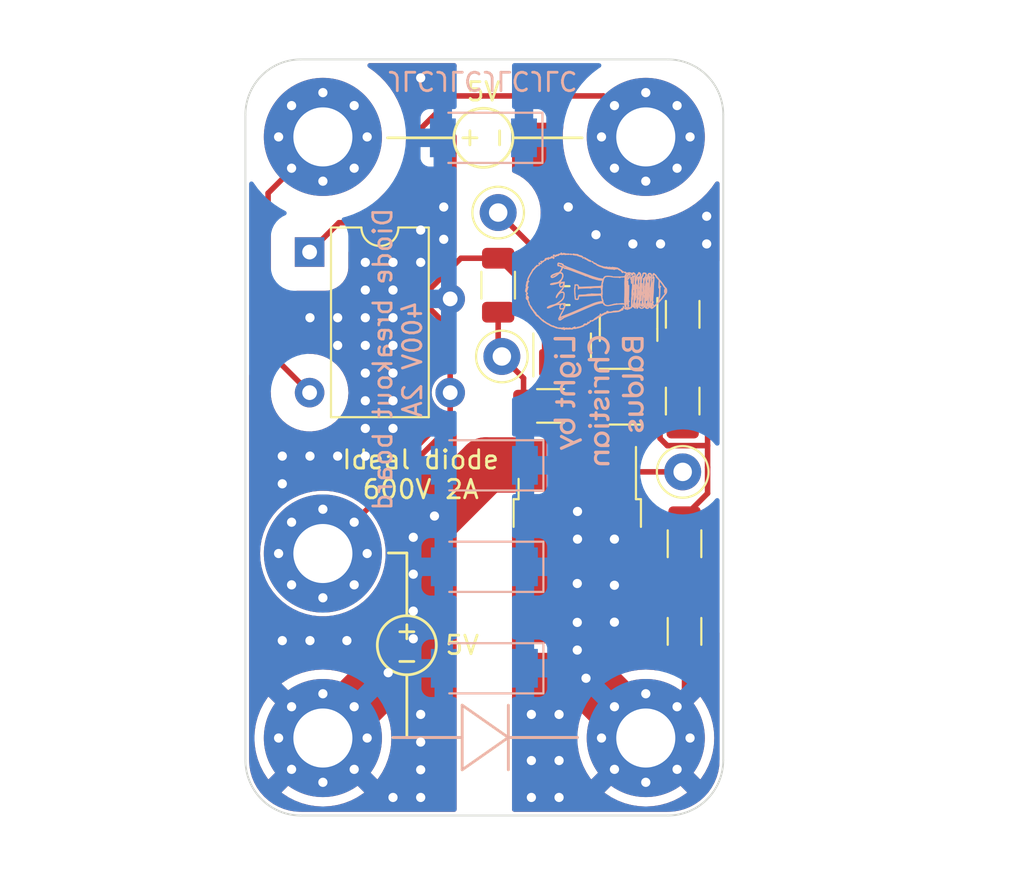
<source format=kicad_pcb>
(kicad_pcb (version 20211014) (generator pcbnew)
  (layers (0 "F.Cu" signal) (1 "In1.Cu" signal) (2 "In2.Cu" signal) (31 "B.Cu" signal) (34 "B.Paste" user) (35 "F.Paste" user) (36 "B.SilkS" user "B.Silkscreen") (37 "F.SilkS" user "F.Silkscreen") (38 "B.Mask" user) (39 "F.Mask" user) (44 "Edge.Cuts" user))
  (net 0 "")
  (net 1 "Net-(D1-Pad1)")
  (net 3 "Net-(Q1-Pad1)")
  (net 5 "/in")
  (net 6 "Net-(R1-Pad2)")
  (net 7 "Net-(R4-Pad1)")
  (net 8 "/out")
  (net 9 "Net-(R2-Pad1)")
  (net 10 "+5VP")
  (net 11 "+5V")
  (net 12 "GND")
  (footprint "Resistor_SMD:R_1206_3216Metric" (layer "F.Cu") (at 35.79977 38.25 90)
    (fp_text reference "R4")
    (fp_text value "1meg 0.1%")
  )
  (footprint "Resistor_SMD:R_1206_3216Metric" (layer "F.Cu") (at 25.7 24.2375 -90)
    (fp_text reference "R1")
    (fp_text value "1meg 0.1%")
  )
  (footprint "EL-footprints:TestPoint_THTPad_D2.0mm_Drill1.0mm" (layer "F.Cu") (at 35.69977 34.35477)
    (fp_text reference "TP3")
    (fp_text value "TestPoint")
  )
  (footprint "EL-footprints:TestPoint_THTPad_D2.0mm_Drill1.0mm" (layer "F.Cu") (at 25.89977 28.1 180)
    (fp_text reference "TP2")
    (fp_text value "TestPoint")
  )
  (footprint "EL-footprints:SSOP-P-0.95" (layer "F.Cu") (at 32.59977 30.27977)
    (fp_text reference "U1")
    (fp_text value "TC75S59FU(TE85L,F)")
  )
  (footprint "MountingHole:MountingHole_3.2mm_M3_Pad_Via" (layer "F.Cu") (at 33.69977 16.19977)
    (fp_text reference "H5")
    (fp_text value "MountingHole_Pad")
  )
  (footprint "Resistor_SMD:R_1206_3216Metric" (layer "F.Cu") (at 35.69977 25.81727 -90)
    (fp_text reference "R3")
    (fp_text value "1meg 0.1%")
  )
  (footprint "Resistor_SMD:R_1206_3216Metric" (layer "F.Cu") (at 28.53727 30.77977 180)
    (fp_text reference "R6")
    (fp_text value "1meg 0.1%")
  )
  (footprint "Package_TO_SOT_SMD:SOT-23" (layer "F.Cu") (at 29.16727 27.50477 90)
    (fp_text reference "D2")
    (fp_text value "4V7")
  )
  (footprint "Capacitor_SMD:C_0603_1608Metric" (layer "F.Cu") (at 29.425 24.8 180)
    (fp_text reference "C1")
    (fp_text value "100nF")
  )
  (footprint "EL-footprints:TO-252 3 LD" (layer "F.Cu") (at 29.98727 38.30477 -90)
    (fp_text reference "Q1")
    (fp_text value "NTD250N65S3H")
  )
  (footprint "MountingHole:MountingHole_3.2mm_M3_Pad_Via" (layer "F.Cu") (at 16.19977 16.19977)
    (fp_text reference "H4")
    (fp_text value "MountingHole_Pad")
  )
  (footprint "Resistor_SMD:R_1206_3216Metric" (layer "F.Cu") (at 35.79977 43 90)
    (fp_text reference "R5")
    (fp_text value "1meg 0.1%")
  )
  (footprint "MountingHole:MountingHole_3.2mm_M3_Pad_Via" (layer "F.Cu") (at 16.19977 38.77977)
    (fp_text reference "H1")
    (fp_text value "MountingHole_Pad")
  )
  (footprint "Resistor_SMD:R_1206_3216Metric" (layer "F.Cu") (at 35.69977 30.51727 -90)
    (fp_text reference "R2")
    (fp_text value "1meg 0.1%")
  )
  (footprint "MountingHole:MountingHole_3.2mm_M3_Pad_Via" (layer "F.Cu") (at 16.19977 48.77977)
    (fp_text reference "H2")
    (fp_text value "MountingHole_Pad")
  )
  (footprint "EL-footprints:DIP-8_W7.62mm_S5-S5-D" (layer "F.Cu") (at 15.47977 22.43977)
    (fp_text reference "U2")
    (fp_text value "PDSE1-S5-S5")
  )
  (footprint "Package_TO_SOT_SMD:SOT-23" (layer "F.Cu") (at 32.76727 26.60477 -90)
    (fp_text reference "D1")
    (fp_text value "4V7")
  )
  (footprint "MountingHole:MountingHole_3.2mm_M3_Pad_Via" (layer "F.Cu") (at 33.69977 48.77977)
    (fp_text reference "H3")
    (fp_text value "MountingHole_Pad")
  )
  (footprint "EL-footprints:TestPoint_THTPad_D2.0mm_Drill1.0mm" (layer "F.Cu") (at 25.7 20.3 180)
    (fp_text reference "TP1")
    (fp_text value "TestPoint")
  )
  (footprint "EL-footprints:D_SOD-128" (layer "B.Cu") (at 24.95 39.5 180)
    (fp_text reference "D3")
    (fp_text value "RFN2LAM4STR")
  )
  (footprint "EL-footprints:D_SOD-128" (layer "B.Cu") (at 24.89977 16.25 180)
    (fp_text reference "D6")
    (fp_text value "RFN2LAM4STR")
  )
  (footprint "EL-footprints:D_SOD-128" (layer "B.Cu") (at 24.95 45 180)
    (fp_text reference "D4")
    (fp_text value "RFN2LAM4STR")
  )
  (footprint "EL-footprints:D_SOD-128" (layer "B.Cu") (at 24.95 34 180)
    (fp_text reference "D5")
    (fp_text value "RFN2LAM4STR")
  )
  (gr_poly (pts (xy 32.415664 30.220477) (xy 32.415907 30.22458) (xy 32.416312 30.22858) (xy 32.416879 30.232475) (xy 32.417609 30.236266) (xy 32.4185 30.239953) (xy 32.419553 30.243535) (xy 32.420769 30.247014) (xy 32.422146 30.250388) (xy 32.423686 30.253658) (xy 32.425387 30.256824) (xy 32.427251 30.259886) (xy 32.429277 30.262843) (xy 32.431464 30.265697) (xy 32.433814 30.268446) (xy 32.436326 30.271091) (xy 32.438971 30.273603) (xy 32.44172 30.275953) (xy 32.444574 30.27814) (xy 32.447531 30.280166) (xy 32.450593 30.28203) (xy 32.453759 30.283731) (xy 32.457029 30.285271) (xy 32.460403 30.286648) (xy 32.463882 30.287864) (xy 32.467464 30.288917) (xy 32.471151 30.289808) (xy 32.474942 30.290538) (xy 32.478837 30.291105) (xy 32.482837 30.29151) (xy 32.48694 30.291753) (xy 32.491148 30.291834) (xy 33.166788 30.291834) (xy 33.181153 30.29162) (xy 33.195356 30.290977) (xy 33.209397 30.289907) (xy 33.223276 30.288408) (xy 33.236993 30.28648) (xy 33.250548 30.284125) (xy 33.263941 30.281341) (xy 33.277172 30.278128) (xy 33.290241 30.274488) (xy 33.303148 30.270419) (xy 33.315892 30.265922) (xy 33.328475 30.260997) (xy 33.340895 30.255643) (xy 33.353154 30.249861) (xy 33.36525 30.243651) (xy 33.377185 30.237012) (xy 33.388702 30.230188) (xy 33.399919 30.223052) (xy 33.410835 30.215603) (xy 33.421449 30.207842) (xy 33.431763 30.199768) (xy 33.441776 30.191381) (xy 33.451488 30.182682) (xy 33.460899 30.173671) (xy 33.470009 30.164347) (xy 33.478818 30.15471) (xy 33.487326 30.144761) (xy 33.495533 30.134499) (xy 33.503439 30.123925) (xy 33.511044 30.113038) (xy 33.518348 30.101839) (xy 33.525351 30.090327) (xy 33.531811 30.078758) (xy 33.537853 30.067014) (xy 33.543479 30.055097) (xy 33.548688 30.043007) (xy 33.55348 30.030742) (xy 33.557855 30.018304) (xy 33.561814 30.005693) (xy 33.565356 29.992908) (xy 33.568482 29.979949) (xy 33.57119 29.966817) (xy 33.573482 29.953511) (xy 33.575358 29.940031) (xy 33.576816 29.926378) (xy 33.577858 29.912551) (xy 33.578483 29.89855) (xy 33.578691 29.884376) (xy 33.578483 29.87019) (xy 33.577858 29.856155) (xy 33.576816 29.84227) (xy 33.575358 29.828535) (xy 33.573482 29.814951) (xy 33.57119 29.801518) (xy 33.568482 29.788235) (xy 33.565356 29.775103) (xy 33.561814 29.762121) (xy 33.557855 29.749289) (xy 33.55348 29.736608) (xy 33.548688 29.724078) (xy 33.543479 29.711698) (xy 33.537853 29.699468) (xy 33.531811 29.687389) (xy 33.525351 29.675461) (xy 33.518348 29.663949) (xy 33.511044 29.652749) (xy 33.503439 29.641863) (xy 33.495533 29.631288) (xy 33.487326 29.621027) (xy 33.478818 29.611077) (xy 33.470009 29.601441) (xy 33.460899 29.592117) (xy 33.451488 29.583105) (xy 33.441776 29.574406) (xy 33.431763 29.56602) (xy 33.421449 29.557946) (xy 33.410835 29.550184) (xy 33.399919 29.542735) (xy 33.388702 29.535599) (xy 33.377185 29.528775) (xy 33.36525 29.522316) (xy 33.353154 29.516274) (xy 33.340895 29.510648) (xy 33.328475 29.505439) (xy 33.315892 29.500647) (xy 33.303148 29.496271) (xy 33.290241 29.492312) (xy 33.277172 29.48877) (xy 33.263941 29.485645) (xy 33.250548 29.482936) (xy 33.236993 29.480644) (xy 33.223276 29.478769) (xy 33.209397 29.477311) (xy 33.195356 29.476269) (xy 33.181153 29.475644) (xy 33.166788 29.475435) (xy 33.166788 29.620639) (xy 33.176546 29.620772) (xy 33.186189 29.621172) (xy 33.195715 29.621837) (xy 33.205126 29.622769) (xy 33.214422 29.623967) (xy 33.223601 29.625432) (xy 33.232665 29.627162) (xy 33.241612 29.629159) (xy 33.250445 29.631422) (xy 33.259161 29.633951) (xy 33.267761 29.636747) (xy 33.276246 29.639808) (xy 33.284615 29.643136) (xy 33.292869 29.64673) (xy 33.301006 29.650591) (xy 33.309028 29.654718) (xy 33.316888 29.659255) (xy 33.324539 29.663978) (xy 33.331983 29.668886) (xy 33.339217 29.673979) (xy 33.346244 29.679258) (xy 33.353062 29.684721) (xy 33.359671 29.69037) (xy 33.366072 29.696204) (xy 33.372265 29.702224) (xy 33.37825 29.708428) (xy 33.384026 29.714818) (xy 33.389594 29.721393) (xy 33.394953 29.728153) (xy 33.400104 29.735098) (xy 33.405047 29.742228) (xy 33.409782 29.749544) (xy 33.414088 29.75719) (xy 33.418116 29.76494) (xy 33.421866 29.772794) (xy 33.425339 29.780752) (xy 33.428534 29.788814) (xy 33.431451 29.796981) (xy 33.43409 29.805252) (xy 33.436452 29.813627) (xy 33.438535 29.822106) (xy 33.440341 29.830689) (xy 33.441869 29.839376) (xy 33.443119 29.848168) (xy 33.444091 29.857064) (xy 33.444786 29.866064) (xy 33.445203 29.875168) (xy 33.445342 29.884376) (xy 33.445203 29.893578) (xy 33.444786 29.902665) (xy 33.444091 29.911636) (xy 33.443119 29.920491) (xy 33.441869 29.929231) (xy 33.440341 29.937855) (xy 33.438535 29.946363) (xy 33.436452 29.954755) (xy 33.43409 29.963031) (xy 33.431451 29.971192) (xy 33.428534 29.979237) (xy 33.425339 29.987166) (xy 33.421866 29.99498) (xy 33.418116 30.002678) (xy 33.414088 30.01026) (xy 33.409782 30.017726) (xy 33.405047 30.025215) (xy 33.400104 30.032496) (xy 33.394953 30.039569) (xy 33.389594 30.046433) (xy 33.384026 30.053089) (xy 33.37825 30.059537) (xy 33.372265 30.065776) (xy 33.366072 30.071807) (xy 33.359671 30.077629) (xy 33.353062 30.083244) (xy 33.346244 30.088649) (xy 33.339217 30.093847) (xy 33.331983 30.098836) (xy 33.324539 30.103616) (xy 33.316888 30.108189) (xy 33.309028 30.112553) (xy 33.301006 30.116679) (xy 33.292869 30.12054) (xy 33.284615 30.124134) (xy 33.276246 30.127462) (xy 33.267761 30.130524) (xy 33.259161 30.133319) (xy 33.250445 30.135848) (xy 33.241612 30.138112) (xy 33.232665 30.140108) (xy 33.223601 30.141839) (xy 33.214422 30.143303) (xy 33.205126 30.144501) (xy 33.195715 30.145433) (xy 33.186189 30.146099) (xy 33.176546 30.146498) (xy 33.166788 30.146631) (xy 33.157036 30.146498) (xy 33.147411 30.146099) (xy 33.137913 30.145433) (xy 33.128543 30.144501) (xy 33.1193 30.143303) (xy 33.110184 30.141839) (xy 33.101196 30.140108) (xy 33.092335 30.138112) (xy 33.083601 30.135848) (xy 33.074995 30.133319) (xy 33.066515 30.130524) (xy 33.058164 30.127462) (xy 33.049939 30.124134) (xy 33.041842 30.12054) (xy 33.033872 30.116679) (xy 33.02603 30.112553) (xy 33.018176 30.108189) (xy 33.010542 30.103616) (xy 33.003128 30.098836) (xy 32.995934 30.093847) (xy 32.988959 30.088649) (xy 32.982205 30.083244) (xy 32.975671 30.077629) (xy 32.969356 30.071807) (xy 32.963262 30.065776) (xy 32.957387 30.059537) (xy 32.951732 30.053089) (xy 32.946298 30.046433) (xy 32.941083 30.039569) (xy 32.936088 30.032496) (xy 32.931313 30.025215) (xy 32.926758 30.017726) (xy 32.922273 30.01026) (xy 32.918076 30.002678) (xy 32.91417 29.99498) (xy 32.910552 29.987166) (xy 32.907224 29.979237) (xy 32.904186 29.971192) (xy 32.901437 29.963031) (xy 32.898977 29.954755) (xy 32.896806 29.946363) (xy 32.894925 29.937855) (xy 32.893334 29.929231) (xy 32.892031 29.920491) (xy 32.891019 29.911636) (xy 32.890295 29.902665) (xy 32.889861 29.893578) (xy 32.889716 29.884376) (xy 32.889861 29.875167) (xy 32.890295 29.866063) (xy 32.891019 29.857063) (xy 32.892031 29.848167) (xy 32.893334 29.839376) (xy 32.894925 29.830688) (xy 32.896806 29.822105) (xy 32.898977 29.813626) (xy 32.901437 29.805251) (xy 32.904186 29.79698) (xy 32.907224 29.788814) (xy 32.910552 29.780752) (xy 32.91417 29.772793) (xy 32.918076 29.764939) (xy 32.922273 29.75719) (xy 32.926758 29.749544) (xy 32.931313 29.742228) (xy 32.936088 29.735098) (xy 32.941083 29.728153) (xy 32.946298 29.721393) (xy 32.951732 29.714818) (xy 32.957387 29.708428) (xy 32.963262 29.702224) (xy 32.969356 29.696204) (xy 32.975671 29.69037) (xy 32.982205 29.684721) (xy 32.988959 29.679258) (xy 32.995934 29.673979) (xy 33.003128 29.668886) (xy 33.010542 29.663978) (xy 33.018176 29.659255) (xy 33.02603 29.654718) (xy 33.033872 29.650591) (xy 33.041842 29.64673) (xy 33.049939 29.643136) (xy 33.058164 29.639808) (xy 33.066515 29.636747) (xy 33.074995 29.633951) (xy 33.083601 29.631422) (xy 33.092335 29.629159) (xy 33.101196 29.627162) (xy 33.110184 29.625432) (xy 33.1193 29.623967) (xy 33.128543 29.622769) (xy 33.137913 29.621837) (xy 33.147411 29.621172) (xy 33.157036 29.620772) (xy 33.166788 29.620639) (xy 33.166788 29.475435) (xy 33.152428 29.475626) (xy 33.138243 29.476199) (xy 33.12423 29.477154) (xy 33.110392 29.478491) (xy 33.096727 29.48021) (xy 33.083236 29.482311) (xy 33.069918 29.484794) (xy 33.056774 29.487659) (xy 33.043804 29.490906) (xy 33.031007 29.494535) (xy 33.018384 29.498546) (xy 33.005934 29.502939) (xy 32.993659 29.507714) (xy 32.981556 29.512871) (xy 32.969628 29.518409) (xy 32.957873 29.52433) (xy 32.946181 29.530766) (xy 32.934814 29.53748) (xy 32.923771 29.544472) (xy 32.913052 29.551741) (xy 32.902658 29.559288) (xy 32.892587 29.567113) (xy 32.88284 29.575216) (xy 32.873418 29.583597) (xy 32.864319 29.592255) (xy 32.855545 29.601192) (xy 32.847095 29.610406) (xy 32.838969 29.619898) (xy 32.831167 29.629668) (xy 32.823689 29.639715) (xy 32.816536 29.650041) (xy 32.809706 29.660644) (xy 32.803247 29.671646) (xy 32.797205 29.682799) (xy 32.791579 29.694103) (xy 32.78637 29.705557) (xy 32.781578 29.717161) (xy 32.777202 29.728916) (xy 32.773243 29.740822) (xy 32.769701 29.752877) (xy 32.766576 29.765084) (xy 32.763867 29.777441) (xy 32.761575 29.789948) (xy 32.7597 29.802606) (xy 32.758241 29.815414) (xy 32.7572 29.828373) (xy 32.756574 29.841482) (xy 32.756366 29.854742) (xy 32.756505 29.865438) (xy 32.756922 29.876041) (xy 32.757616 29.886551) (xy 32.758589 29.896969) (xy 32.759839 29.907295) (xy 32.761367 29.917528) (xy 32.763172 29.927668) (xy 32.765256 29.937715) (xy 32.767617 29.94767) (xy 32.770257 29.957533) (xy 32.773174 29.967303) (xy 32.776369 29.97698) (xy 32.779841 29.986564) (xy 32.783592 29.996056) (xy 32.78762 30.005456) (xy 32.791926 30.014762) (xy 32.796481 30.023936) (xy 32.801256 30.032936) (xy 32.806251 30.041762) (xy 32.811466 30.050415) (xy 32.8169 30.058894) (xy 32.822555 30.0672) (xy 32.82843 30.075331) (xy 32.834524 30.08329) (xy 32.840839 30.091074) (xy 32.847373 30.098685) (xy 32.854127 30.106122) (xy 32.861102 30.113386) (xy 32.868296 30.120476) (xy 32.87571 30.127392) (xy 32.883344 30.134135) (xy 32.891198 30.140704) (xy 32.491148 30.140704) (xy 32.48694 30.140785) (xy 32.482837 30.141028) (xy 32.478837 30.141433) (xy 32.474942 30.142001) (xy 32.471151 30.14273) (xy 32.467464 30.143621) (xy 32.463882 30.144674) (xy 32.460403 30.14589) (xy 32.457029 30.147267) (xy 32.453759 30.148807) (xy 32.450593 30.150508) (xy 32.447531 30.152372) (xy 32.444574 30.154398) (xy 32.44172 30.156586) (xy 32.438971 30.158935) (xy 32.436326 30.161447) (xy 32.433814 30.164266) (xy 32.431464 30.167166) (xy 32.429277 30.170146) (xy 32.427251 30.173208) (xy 32.425387 30.176351) (xy 32.423686 30.179575) (xy 32.422146 30.18288) (xy 32.420769 30.186265) (xy 32.419553 30.189732) (xy 32.4185 30.19328) (xy 32.417609 30.196909) (xy 32.416879 30.200619) (xy 32.416312 30.20441) (xy 32.415907 30.208282) (xy 32.415664 30.212235) (xy 32.415583 30.216269)) (layer "B.SilkS") (width 0.03) (fill solid))
  (gr_poly (pts (xy 30.871381 23.028585) (xy 30.871415 23.029189) (xy 30.871472 23.029767) (xy 30.871549 23.03032) (xy 30.871645 23.030852) (xy 30.871758 23.031366) (xy 30.871887 23.031862) (xy 30.872029 23.032344) (xy 30.872183 23.032814) (xy 30.872348 23.033275) (xy 30.872521 23.033729) (xy 30.872886 23.034625) (xy 30.873265 23.035522) (xy 30.874075 23.037344) (xy 30.87497 23.039186) (xy 30.875933 23.041041) (xy 30.876947 23.042906) (xy 30.881166 23.050332) (xy 30.881542 23.051018) (xy 30.881852 23.051614) (xy 30.882114 23.052149) (xy 30.882346 23.052646) (xy 30.882793 23.053637) (xy 30.883046 23.054181) (xy 30.883341 23.054793) (xy 30.88305 23.05473) (xy 30.882886 23.054704) (xy 30.882791 23.054695) (xy 30.882684 23.05469) (xy 30.882562 23.054688) (xy 30.882424 23.054692) (xy 30.882266 23.054701) (xy 30.882087 23.054716) (xy 30.881883 23.054738) (xy 30.881653 23.054768) (xy 30.881394 23.054806) (xy 30.881103 23.054853) (xy 30.880991 23.054872) (xy 30.880852 23.054897) (xy 30.880542 23.054957) (xy 30.880159 23.055033) (xy 30.879454 23.055328) (xy 30.878754 23.055625) (xy 30.876626 23.057258) (xy 30.874861 23.060872) (xy 30.874981 23.064656) (xy 30.876048 23.066881) (xy 30.876938 23.067968) (xy 30.877636 23.068572) (xy 30.877904 23.068786) (xy 30.878144 23.068973) (xy 30.878359 23.069134) (xy 30.878551 23.069272) (xy 30.878722 23.069389) (xy 30.878875 23.069487) (xy 30.879011 23.06957) (xy 30.879133 23.069638) (xy 30.879243 23.069694) (xy 30.879344 23.069741) (xy 30.879437 23.069781) (xy 30.879525 23.069816) (xy 30.879696 23.069879) (xy 30.879783 23.069913) (xy 30.879874 23.069951) (xy 30.880251 23.070107) (xy 30.880631 23.070254) (xy 30.881019 23.070394) (xy 30.881417 23.070529) (xy 30.883174 23.0711) (xy 30.885293 23.071771) (xy 30.887765 23.07251) (xy 30.893603 23.074128) (xy 30.896889 23.074976) (xy 30.900366 23.075828) (xy 30.903993 23.076669) (xy 30.907731 23.077483) (xy 30.911518 23.078256) (xy 30.915306 23.078972) (xy 30.919067 23.079606) (xy 30.922775 23.080137) (xy 30.926402 23.080543) (xy 30.928177 23.080692) (xy 30.929923 23.080801) (xy 30.931634 23.080867) (xy 30.933309 23.080888) (xy 30.934943 23.080861) (xy 30.936534 23.080783) (xy 30.938115 23.080678) (xy 30.938913 23.080614) (xy 30.939713 23.080533) (xy 30.940515 23.080426) (xy 30.941316 23.080288) (xy 30.942115 23.080109) (xy 30.94291 23.079883) (xy 30.9437 23.079603) (xy 30.944484 23.07926) (xy 30.944872 23.079063) (xy 30.945259 23.078848) (xy 30.945643 23.078614) (xy 30.946024 23.07836) (xy 30.946402 23.078084) (xy 30.946778 23.077787) (xy 30.94715 23.077466) (xy 30.947519 23.077122) (xy 30.947884 23.076753) (xy 30.948245 23.076358) (xy 30.948602 23.075937) (xy 30.948955 23.075488) (xy 30.94929 23.07501) (xy 30.949595 23.074505) (xy 30.949871 23.073976) (xy 30.950118 23.073427) (xy 30.950335 23.07286) (xy 30.950524 23.07228) (xy 30.950683 23.07169) (xy 30.950813 23.071092) (xy 30.950915 23.070491) (xy 30.950988 23.06989) (xy 30.951033 23.069292) (xy 30.951049 23.068701) (xy 30.951037 23.068119) (xy 30.950997 23.067551) (xy 30.950929 23.067) (xy 30.950834 23.066469) (xy 30.950826 23.066438) (xy 30.950817 23.066407) (xy 30.950808 23.066378) (xy 30.950798 23.066349) (xy 30.950775 23.066293) (xy 30.950749 23.066239) (xy 30.950722 23.066188) (xy 30.950693 23.066137) (xy 30.950631 23.066039) (xy 30.950569 23.065942) (xy 30.950538 23.065893) (xy 30.95051 23.065842) (xy 30.950482 23.065791) (xy 30.950458 23.065737) (xy 30.950436 23.065682) (xy 30.950426 23.065653) (xy 30.950417 23.065623) (xy 30.951064 23.065239) (xy 30.951707 23.064824) (xy 30.95234 23.064381) (xy 30.952958 23.063911) (xy 30.953557 23.063416) (xy 30.954131 23.062896) (xy 30.954676 23.062353) (xy 30.955186 23.061788) (xy 30.955657 23.061203) (xy 30.956084 23.060599) (xy 30.956461 23.059977) (xy 30.956629 23.05966) (xy 30.956784 23.059339) (xy 30.956923 23.059015) (xy 30.957047 23.058687) (xy 30.957155 23.058355) (xy 30.957246 23.05802) (xy 30.95732 23.057683) (xy 30.957376 23.057342) (xy 30.957413 23.056999) (xy 30.957432 23.056653) (xy 30.957436 23.055955) (xy 30.957409 23.055263) (xy 30.95735 23.054578) (xy 30.957261 23.053901) (xy 30.957142 23.053232) (xy 30.956993 23.052573) (xy 30.956816 23.051925) (xy 30.956611 23.051287) (xy 30.956379 23.050662) (xy 30.95612 23.050049) (xy 30.955835 23.04945) (xy 30.955525 23.048866) (xy 30.95519 23.048297) (xy 30.954831 23.047744) (xy 30.954449 23.047208) (xy 30.954045 23.04669) (xy 30.953618 23.046191) (xy 30.953171 23.045712) (xy 30.952702 23.045252) (xy 30.952214 23.044814) (xy 30.951707 23.044398) (xy 30.951181 23.044005) (xy 30.950637 23.043635) (xy 30.950076 23.043291) (xy 30.949498 23.042971) (xy 30.948904 23.042678) (xy 30.948295 23.042412) (xy 30.947672 23.042173) (xy 30.947035 23.041964) (xy 30.946384 23.041784) (xy 30.945721 23.041635) (xy 30.945046 23.041516) (xy 30.944985 23.0414) (xy 30.944921 23.041262) (xy 30.944787 23.040928) (xy 30.944655 23.040522) (xy 30.944591 23.040295) (xy 30.944532 23.040052) (xy 30.944476 23.039796) (xy 30.944426 23.039527) (xy 30.944383 23.039245) (xy 30.944347 23.038953) (xy 30.944319 23.038651) (xy 30.944302 23.03834) (xy 30.944295 23.038022) (xy 30.9443 23.037696) (xy 30.944307 23.036773) (xy 30.944281 23.035843) (xy 30.944217 23.034909) (xy 30.944114 23.033976) (xy 30.94397 23.033045) (xy 30.943781 23.032122) (xy 30.943545 23.03121) (xy 30.943259 23.030312) (xy 30.942921 23.029433) (xy 30.942529 23.028575) (xy 30.942079 23.027743) (xy 30.941569 23.026941) (xy 30.941291 23.026551) (xy 30.940998 23.026171) (xy 30.940687 23.025799) (xy 30.940361 23.025437) (xy 30.940017 23.025086) (xy 30.939657 23.024744) (xy 30.939278 23.024414) (xy 30.938882 23.024095) (xy 30.938474 23.023793) (xy 30.938058 23.023511) (xy 30.937637 23.023249) (xy 30.937209 23.023008) (xy 30.936338 23.022583) (xy 30.935449 23.022232) (xy 30.934544 23.021953) (xy 30.933627 23.021742) (xy 30.932701 23.021596) (xy 30.931769 23.021511) (xy 30.930835 23.021484) (xy 30.929902 23.021512) (xy 30.928974 23.021592) (xy 30.928053 23.021719) (xy 30.927143 23.021892) (xy 30.926247 23.022106) (xy 30.925368 23.022358) (xy 30.92451 23.022645) (xy 30.924218 23.022745) (xy 30.923924 23.022833) (xy 30.923627 23.022911) (xy 30.92333 23.022977) (xy 30.923034 23.023033) (xy 30.922739 23.023079) (xy 30.922448 23.023116) (xy 30.922162 23.023143) (xy 30.921882 23.023161) (xy 30.92161 23.023171) (xy 30.921346 23.023172) (xy 30.921092 23.023166) (xy 30.920849 23.023152) (xy 30.92062 23.02313) (xy 30.920404 23.023102) (xy 30.920204 23.023068) (xy 30.92011 23.02305) (xy 30.920023 23.02303) (xy 30.919868 23.02299) (xy 30.919739 23.02295) (xy 30.919633 23.022913) (xy 30.919492 23.022854) (xy 30.919474 23.022847) (xy 30.919442 23.022794) (xy 30.919442 23.022836) (xy 30.919453 23.022839) (xy 30.919474 23.022847) (xy 30.919701 23.023219) (xy 30.919795 23.023368) (xy 30.919904 23.023553) (xy 30.919701 23.023219) (xy 30.919698 23.023215) (xy 30.919615 23.023092) (xy 30.919546 23.022997) (xy 30.919456 23.022877) (xy 30.919436 23.022848) (xy 30.919433 23.02284) (xy 30.919435 23.022836) (xy 30.919442 23.022836) (xy 30.919442 23.022794) (xy 30.919394 23.022717) (xy 30.918855 23.021948) (xy 30.918289 23.021243) (xy 30.917698 23.020597) (xy 30.917083 23.020008) (xy 30.916448 23.019471) (xy 30.915793 23.018983) (xy 30.91512 23.018541) (xy 30.914433 23.018141) (xy 30.913733 23.017779) (xy 30.913021 23.017452) (xy 30.9123 23.017156) (xy 30.911572 23.016888) (xy 30.910839 23.016644) (xy 30.910102 23.016421) (xy 30.909365 23.016214) (xy 30.908623 23.016025) (xy 30.907873 23.015854) (xy 30.907115 23.015702) (xy 30.90635 23.01557) (xy 30.905579 23.015457) (xy 30.9048 23.015365) (xy 30.904016 23.015293) (xy 30.903226 23.015242) (xy 30.902431 23.015211) (xy 30.901631 23.015202) (xy 30.900826 23.015214) (xy 30.900018 23.015249) (xy 30.899206 23.015305) (xy 30.898391 23.015384) (xy 30.897574 23.015485) (xy 30.896754 23.01561) (xy 30.891757 23.016396) (xy 30.886877 23.017098) (xy 30.88283 23.017628) (xy 30.881344 23.0178) (xy 30.880336 23.017895) (xy 30.879966 23.01793) (xy 30.879584 23.017983) (xy 30.87919 23.018053) (xy 30.878788 23.018142) (xy 30.878379 23.01825) (xy 30.877964 23.018378) (xy 30.877547 23.018526) (xy 30.877128 23.018696) (xy 30.87671 23.018888) (xy 30.876295 23.019103) (xy 30.875885 23.01934) (xy 30.875481 23.019602) (xy 30.875086 23.019889) (xy 30.874701 23.020201) (xy 30.87433 23.02054) (xy 30.873972 23.020905) (xy 30.873638 23.021289) (xy 30.873333 23.021683) (xy 30.873054 23.022086) (xy 30.872801 23.022496) (xy 30.872573 23.02291) (xy 30.872368 23.023328) (xy 30.872187 23.023747) (xy 30.872026 23.024165) (xy 30.871886 23.024581) (xy 30.871765 23.024993) (xy 30.871663 23.025399) (xy 30.871577 23.025798) (xy 30.871508 23.026186) (xy 30.871453 23.026563) (xy 30.871412 23.026927) (xy 30.871384 23.027276) (xy 30.871386 23.027289) (xy 30.871371 23.027953)) (layer "B.SilkS") (width 0.03) (fill solid))
  (gr_poly (pts (xy 29.7264 22.570595) (xy 29.726413 22.571911) (xy 29.726444 22.573124) (xy 29.726498 22.574256) (xy 29.72658 22.575326) (xy 29.726696 22.576355) (xy 29.726768 22.57686) (xy 29.726851 22.577362) (xy 29.726944 22.577865) (xy 29.727049 22.57837) (xy 29.727102 22.578627) (xy 29.727133 22.578767) (xy 29.727171 22.578919) (xy 29.727219 22.579089) (xy 29.727282 22.57928) (xy 29.727362 22.579499) (xy 29.72741 22.579619) (xy 29.727463 22.579748) (xy 29.727494 22.579825) (xy 29.727536 22.579919) (xy 29.727646 22.58015) (xy 29.727778 22.580416) (xy 29.727918 22.58069) (xy 29.728167 22.581167) (xy 29.728281 22.58138) (xy 29.729641 22.58294) (xy 29.731109 22.583908) (xy 29.733348 22.584694) (xy 29.736113 22.584616) (xy 29.736373 22.584517) (xy 29.736623 22.584419) (xy 29.736887 22.584313) (xy 29.73698 22.584406) (xy 29.73707 22.584498) (xy 29.737241 22.58468) (xy 29.737565 22.58504) (xy 29.737729 22.585219) (xy 29.737901 22.585399) (xy 29.737992 22.585489) (xy 29.738087 22.58558) (xy 29.738187 22.585671) (xy 29.738292 22.585763) (xy 29.73907 22.586425) (xy 29.739905 22.587099) (xy 29.740351 22.587432) (xy 29.740818 22.587757) (xy 29.741309 22.58807) (xy 29.741827 22.588369) (xy 29.742375 22.588649) (xy 29.742954 22.588907) (xy 29.743568 22.58914) (xy 29.744219 22.589343) (xy 29.74491 22.589513) (xy 29.745643 22.589646) (xy 29.746421 22.58974) (xy 29.747246 22.589789) (xy 29.747457 22.589799) (xy 29.747662 22.589817) (xy 29.747858 22.589842) (xy 29.748047 22.589872) (xy 29.748228 22.589908) (xy 29.7484 22.589949) (xy 29.748563 22.589993) (xy 29.748717 22.590041) (xy 29.748861 22.59009) (xy 29.748994 22.590141) (xy 29.749118 22.590192) (xy 29.74923 22.590243) (xy 29.749331 22.590293) (xy 29.74942 22.590341) (xy 29.749498 22.590387) (xy 29.749563 22.59043) (xy 29.749615 22.59093) (xy 29.749687 22.591419) (xy 29.749777 22.591897) (xy 29.749885 22.592364) (xy 29.75001 22.592819) (xy 29.750151 22.593264) (xy 29.750308 22.593698) (xy 29.75048 22.59412) (xy 29.750666 22.594532) (xy 29.750866 22.594933) (xy 29.751079 22.595323) (xy 29.751304 22.595703) (xy 29.751541 22.596072) (xy 29.751788 22.596431) (xy 29.752314 22.597117) (xy 29.752876 22.597761) (xy 29.753469 22.598365) (xy 29.754087 22.598929) (xy 29.754725 22.599453) (xy 29.755377 22.599939) (xy 29.756039 22.600385) (xy 29.756705 22.600794) (xy 29.757369 22.601165) (xy 29.758096 22.601537) (xy 29.758836 22.601884) (xy 29.75959 22.602207) (xy 29.760357 22.602507) (xy 29.761138 22.602783) (xy 29.761931 22.603036) (xy 29.762736 22.603267) (xy 29.763554 22.603475) (xy 29.764384 22.603661) (xy 29.765225 22.603824) (xy 29.766077 22.603966) (xy 29.766941 22.604086) (xy 29.767815 22.604185) (xy 29.7687 22.604263) (xy 29.769595 22.60432) (xy 29.7705 22.604357) (xy 29.771403 22.604375) (xy 29.772293 22.604376) (xy 29.77317 22.604357) (xy 29.774034 22.604317) (xy 29.774886 22.604252) (xy 29.775726 22.604161) (xy 29.776555 22.604042) (xy 29.777373 22.603893) (xy 29.778181 22.603711) (xy 29.778978 22.603494) (xy 29.779766 22.60324) (xy 29.780544 22.602948) (xy 29.781313 22.602615) (xy 29.782074 22.602238) (xy 29.782826 22.601816) (xy 29.783571 22.601347) (xy 29.78394 22.601092) (xy 29.784308 22.600817) (xy 29.784673 22.600524) (xy 29.785034 22.600212) (xy 29.785389 22.599879) (xy 29.785735 22.599528) (xy 29.786073 22.599157) (xy 29.786398 22.598766) (xy 29.786712 22.598355) (xy 29.78701 22.597924) (xy 29.787292 22.597473) (xy 29.787556 22.597002) (xy 29.7878 22.596511) (xy 29.788023 22.596) (xy 29.788223 22.595468) (xy 29.788397 22.594915) (xy 29.789538 22.595475) (xy 29.790622 22.59599) (xy 29.791694 22.596506) (xy 29.792797 22.597071) (xy 29.793375 22.597386) (xy 29.793977 22.597731) (xy 29.79461 22.598111) (xy 29.795278 22.598533) (xy 29.795987 22.599003) (xy 29.796743 22.599525) (xy 29.797551 22.600107) (xy 29.798417 22.600754) (xy 29.799306 22.601417) (xy 29.800201 22.602058) (xy 29.801102 22.602676) (xy 29.802009 22.603272) (xy 29.802919 22.603846) (xy 29.803833 22.604397) (xy 29.80475 22.604925) (xy 29.805669 22.605431) (xy 29.806589 22.605913) (xy 29.80751 22.606373) (xy 29.808432 22.606809) (xy 29.809352 22.607222) (xy 29.810271 22.607611) (xy 29.811189 22.607977) (xy 29.812103 22.608319) (xy 29.813014 22.608637) (xy 29.814829 22.609239) (xy 29.815737 22.609522) (xy 29.816647 22.609783) (xy 29.817562 22.610014) (xy 29.818482 22.610209) (xy 29.819409 22.610359) (xy 29.820345 22.610458) (xy 29.821291 22.610498) (xy 29.822249 22.610472) (xy 29.82322 22.610373) (xy 29.824206 22.610193) (xy 29.824705 22.61007) (xy 29.825209 22.609924) (xy 29.825717 22.609755) (xy 29.82623 22.60956) (xy 29.826747 22.60934) (xy 29.82727 22.609094) (xy 29.827798 22.608819) (xy 29.828332 22.608517) (xy 29.82821 22.608592) (xy 29.828145 22.608643) (xy 29.828133 22.60866) (xy 29.828134 22.608673) (xy 29.828175 22.608684) (xy 29.828401 22.608666) (xy 29.8288 22.608616) (xy 29.829349 22.608562) (xy 29.829674 22.608541) (xy 29.830027 22.608529) (xy 29.830408 22.608529) (xy 29.830812 22.608545) (xy 29.831236 22.60858) (xy 29.831679 22.608637) (xy 29.832137 22.608713) (xy 29.832607 22.608805) (xy 29.833087 22.608911) (xy 29.833576 22.609031) (xy 29.834071 22.609165) (xy 29.834572 22.609312) (xy 29.835076 22.609471) (xy 29.835581 22.609643) (xy 29.836086 22.609827) (xy 29.836589 22.610022) (xy 29.837088 22.610227) (xy 29.837581 22.610444) (xy 29.838067 22.61067) (xy 29.838544 22.610906) (xy 29.83901 22.611151) (xy 29.839463 22.611405) (xy 29.840625 22.612041) (xy 29.841831 22.612628) (xy 29.843081 22.613171) (xy 29.844378 22.613673) (xy 29.845722 22.614139) (xy 29.847115 22.614571) (xy 29.848559 22.614974) (xy 29.850054 22.615351) (xy 29.853207 22.616044) (xy 29.856586 22.616679) (xy 29.860202 22.617287) (xy 29.864067 22.617897) (xy 29.868159 22.618505) (xy 29.872431 22.619083) (xy 29.881422 22.620149) (xy 29.89085 22.621082) (xy 29.900524 22.621875) (xy 29.910253 22.622517) (xy 29.919844 22.623006) (xy 29.929108 22.623334) (xy 29.937856 22.623495) (xy 29.941965 22.623511) (xy 29.945859 22.623487) (xy 29.949533 22.623416) (xy 29.952978 22.62329) (xy 29.956189 22.623104) (xy 29.95916 22.622851) (xy 29.961883 22.622524) (xy 29.96315 22.622331) (xy 29.964353 22.622116) (xy 29.964581 22.622068) (xy 29.964808 22.622012) (xy 29.965035 22.621947) (xy 29.96526 22.621874) (xy 29.965708 22.621708) (xy 29.96615 22.621514) (xy 29.966584 22.621295) (xy 29.967009 22.621055) (xy 29.967423 22.620795) (xy 29.967825 22.620519) (xy 29.968214 22.620228) (xy 29.968587 22.619926) (xy 29.968944 22.619615) (xy 29.969282 22.619298) (xy 29.969601 22.618977) (xy 29.969898 22.618655) (xy 29.970172 22.618335) (xy 29.970422 22.618018) (xy 29.970918 22.618139) (xy 29.971443 22.618283) (xy 29.971993 22.618451) (xy 29.972567 22.618646) (xy 29.973161 22.618868) (xy 29.973772 22.619119) (xy 29.974399 22.6194) (xy 29.975037 22.619712) (xy 29.975686 22.620056) (xy 29.976341 22.620435) (xy 29.977 22.620849) (xy 29.97766 22.6213) (xy 29.97832 22.621788) (xy 29.978975 22.622316) (xy 29.979624 22.622884) (xy 29.980263 22.623495) (xy 29.980974 22.624236) (xy 29.981649 22.625003) (xy 29.982286 22.625787) (xy 29.982884 22.626582) (xy 29.983442 22.627379) (xy 29.983959 22.628171) (xy 29.984433 22.628951) (xy 29.984864 22.629712) (xy 29.985251 22.630445) (xy 29.985592 22.631145) (xy 29.985886 22.631803) (xy 29.986132 22.632411) (xy 29.986329 22.632963) (xy 29.986476 22.633451) (xy 29.986572 22.633868) (xy 29.986615 22.634206) (xy 29.986647 22.634661) (xy 29.986694 22.635105) (xy 29.986757 22.63554) (xy 29.986834 22.635966) (xy 29.986925 22.636381) (xy 29.98703 22.636788) (xy 29.987147 22.637185) (xy 29.987277 22.637572) (xy 29.987418 22.63795) (xy 29.987571 22.63832) (xy 29.987734 22.63868) (xy 29.987908 22.639031) (xy 29.988091 22.639373) (xy 29.988282 22.639707) (xy 29.988691 22.640349) (xy 29.989128 22.640956) (xy 29.98959 22.641531) (xy 29.990072 22.642073) (xy 29.990569 22.642584) (xy 29.991078 22.643063) (xy 29.991593 22.643513) (xy 29.99211 22.643933) (xy 29.992624 22.644325) (xy 29.99314 22.644695) (xy 29.993664 22.645051) (xy 29.994196 22.645392) (xy 29.994736 22.645721) (xy 29.995284 22.646038) (xy 29.995841 22.646345) (xy 29.996978 22.646928) (xy 29.99815 22.64748) (xy 29.999356 22.648007) (xy 30.000597 22.648516) (xy 30.001874 22.649016) (xy 30.004541 22.649989) (xy 30.007347 22.650922) (xy 30.010278 22.651818) (xy 30.013318 22.652682) (xy 30.016451 22.653516) (xy 30.019662 22.654325) (xy 30.026254 22.655883) (xy 30.032955 22.657375) (xy 30.039596 22.658814) (xy 30.046013 22.660217) (xy 30.052042 22.661601) (xy 30.054869 22.662305) (xy 30.057546 22.663025) (xy 30.060028 22.663742) (xy 30.062275 22.664438) (xy 30.064244 22.665095) (xy 30.065892 22.665696) (xy 30.066583 22.665969) (xy 30.067177 22.666222) (xy 30.067671 22.666451) (xy 30.068058 22.666655) (xy 30.070253 22.66789) (xy 30.072444 22.669075) (xy 30.074622 22.670205) (xy 30.076776 22.671277) (xy 30.078897 22.672286) (xy 30.080975 22.673229) (xy 30.083 22.674102) (xy 30.084962 22.6749) (xy 30.085917 22.675269) (xy 30.086856 22.675618) (xy 30.087777 22.675945) (xy 30.088683 22.67625) (xy 30.089572 22.676533) (xy 30.090445 22.676793) (xy 30.091301 22.677031) (xy 30.092142 22.677245) (xy 30.093743 22.677651) (xy 30.094542 22.677824) (xy 30.094952 22.677895) (xy 30.095374 22.677951) (xy 30.095809 22.677991) (xy 30.096262 22.678013) (xy 30.096735 22.678013) (xy 30.097232 22.677989) (xy 30.097754 22.677939) (xy 30.098306 22.677861) (xy 30.098891 22.677751) (xy 30.099511 22.677608) (xy 30.099571 22.677608) (xy 30.099191 22.677711) (xy 30.099091 22.677746) (xy 30.099047 22.677774) (xy 30.099045 22.677785) (xy 30.099055 22.677796) (xy 30.099111 22.677816) (xy 30.099352 22.677859) (xy 30.099742 22.677923) (xy 30.099984 22.677968) (xy 30.100251 22.678027) (xy 30.100542 22.678102) (xy 30.10085 22.678194) (xy 30.101174 22.678306) (xy 30.10151 22.678442) (xy 30.101863 22.678602) (xy 30.102224 22.678776) (xy 30.102592 22.678963) (xy 30.102966 22.679164) (xy 30.103344 22.679376) (xy 30.103725 22.6796) (xy 30.104108 22.679835) (xy 30.10449 22.680079) (xy 30.104872 22.680333) (xy 30.105251 22.680594) (xy 30.105627 22.680864) (xy 30.105997 22.68114) (xy 30.106361 22.681423) (xy 30.106717 22.68171) (xy 30.107064 22.682003) (xy 30.107401 22.682299) (xy 30.107461 22.682299) (xy 30.108274 22.682996) (xy 30.109109 22.683652) (xy 30.109968 22.684268) (xy 30.110849 22.684848) (xy 30.111754 22.685393) (xy 30.112681 22.685907) (xy 30.113632 22.686392) (xy 30.114606 22.68685) (xy 30.115603 22.687285) (xy 30.116624 22.687699) (xy 30.117668 22.688094) (xy 30.118735 22.688472) (xy 30.120941 22.689192) (xy 30.123241 22.689879) (xy 30.125624 22.690528) (xy 30.128071 22.691119) (xy 30.130571 22.691649) (xy 30.133111 22.692114) (xy 30.13568 22.69251) (xy 30.138267 22.692834) (xy 30.140858 22.693083) (xy 30.143444 22.693252) (xy 30.145585 22.693389) (xy 30.147749 22.693588) (xy 30.149917 22.693843) (xy 30.152072 22.694149) (xy 30.154193 22.694501) (xy 30.156262 22.694893) (xy 30.158261 22.695321) (xy 30.16017 22.695779) (xy 30.161089 22.696023) (xy 30.161983 22.696284) (xy 30.162847 22.696555) (xy 30.163676 22.696834) (xy 30.164466 22.697115) (xy 30.165212 22.697394) (xy 30.165909 22.697666) (xy 30.166552 22.697928) (xy 30.167657 22.6984) (xy 30.168488 22.698775) (xy 30.169172 22.699091) (xy 30.169701 22.699535) (xy 30.170237 22.699967) (xy 30.170778 22.700386) (xy 30.171326 22.700793) (xy 30.171879 22.701187) (xy 30.172438 22.701569) (xy 30.173001 22.701938) (xy 30.173569 22.702295) (xy 30.174142 22.702639) (xy 30.174718 22.70297) (xy 30.175299 22.703289) (xy 30.175882 22.703594) (xy 30.176469 22.703887) (xy 30.177059 22.704167) (xy 30.177651 22.704435) (xy 30.178245 22.704689) (xy 30.179429 22.705168) (xy 30.180612 22.705605) (xy 30.181207 22.705803) (xy 30.181808 22.705984) (xy 30.182416 22.706146) (xy 30.183034 22.706287) (xy 30.183663 22.706406) (xy 30.184306 22.7065) (xy 30.184963 22.706567) (xy 30.185638 22.706605) (xy 30.186332 22.706613) (xy 30.187047 22.706588) (xy 30.187785 22.706527) (xy 30.188548 22.70643) (xy 30.188608 22.70643) (xy 30.188934 22.706395) (xy 30.189329 22.706376) (xy 30.189781 22.706373) (xy 30.190279 22.706383) (xy 30.191365 22.706438) (xy 30.192497 22.706527) (xy 30.193586 22.706638) (xy 30.19454 22.706758) (xy 30.195268 22.706875) (xy 30.19552 22.706928) (xy 30.195681 22.706975) (xy 30.195831 22.707035) (xy 30.195891 22.707035) (xy 30.198992 22.708129) (xy 30.202129 22.70914) (xy 30.205283 22.71007) (xy 30.208435 22.710919) (xy 30.211564 22.711689) (xy 30.214652 22.712382) (xy 30.217679 22.712998) (xy 30.220625 22.713539) (xy 30.219957 22.715354) (xy 30.219797 22.71581) (xy 30.219649 22.716269) (xy 30.219519 22.71673) (xy 30.219412 22.717197) (xy 30.219333 22.717668) (xy 30.219286 22.718145) (xy 30.219277 22.718629) (xy 30.219289 22.718874) (xy 30.219311 22.719121) (xy 30.219346 22.719369) (xy 30.219393 22.719621) (xy 30.219453 22.719874) (xy 30.219527 22.72013) (xy 30.219616 22.720388) (xy 30.21972 22.720649) (xy 30.219839 22.720913) (xy 30.219975 22.72118) (xy 30.220192 22.721567) (xy 30.220417 22.721935) (xy 30.220649 22.722283) (xy 30.220887 22.722613) (xy 30.221132 22.722926) (xy 30.221382 22.723221) (xy 30.221638 22.723499) (xy 30.221898 22.723761) (xy 30.222163 22.724007) (xy 30.222432 22.724238) (xy 30.222705 22.724455) (xy 30.22298 22.724657) (xy 30.223538 22.725022) (xy 30.224104 22.725337) (xy 30.224673 22.725607) (xy 30.225242 22.725836) (xy 30.225807 22.726029) (xy 30.226365 22.726189) (xy 30.226913 22.726321) (xy 30.227446 22.726431) (xy 30.228456 22.726596) (xy 30.229422 22.726715) (xy 30.230389 22.726796) (xy 30.231359 22.726839) (xy 30.232333 22.726848) (xy 30.233312 22.726822) (xy 30.234296 22.726764) (xy 30.235289 22.726676) (xy 30.23629 22.726559) (xy 30.237301 22.726415) (xy 30.238324 22.726246) (xy 30.240408 22.725839) (xy 30.242553 22.725351) (xy 30.244768 22.724795) (xy 30.247045 22.724179) (xy 30.249359 22.723503) (xy 30.2517 22.722765) (xy 30.254057 22.721965) (xy 30.256421 22.721104) (xy 30.25878 22.720179) (xy 30.261124 22.719193) (xy 30.263443 22.718144) (xy 30.265725 22.717031) (xy 30.267961 22.715855) (xy 30.270139 22.714616) (xy 30.27225 22.713313) (xy 30.274283 22.711946) (xy 30.276227 22.710515) (xy 30.278071 22.709019) (xy 30.279806 22.707458) (xy 30.281315 22.706005) (xy 30.282734 22.704596) (xy 30.284063 22.70322) (xy 30.285303 22.701863) (xy 30.285891 22.701188) (xy 30.286456 22.700514) (xy 30.287 22.699838) (xy 30.287522 22.699159) (xy 30.288023 22.698476) (xy 30.288503 22.697787) (xy 30.288962 22.69709) (xy 30.289399 22.696384) (xy 30.289815 22.695651) (xy 30.290204 22.694876) (xy 30.290564 22.694064) (xy 30.290888 22.69322) (xy 30.291175 22.692347) (xy 30.291418 22.691449) (xy 30.291614 22.690533) (xy 30.29176 22.6896) (xy 30.29185 22.688657) (xy 30.29188 22.687708) (xy 30.291848 22.686756) (xy 30.291747 22.685806) (xy 30.291575 22.684864) (xy 30.291327 22.683932) (xy 30.290998 22.683015) (xy 30.290803 22.682564) (xy 30.290585 22.682118) (xy 30.290111 22.681264) (xy 30.289601 22.68047) (xy 30.289059 22.679731) (xy 30.288485 22.679046) (xy 30.287882 22.67841) (xy 30.28725 22.677819) (xy 30.286592 22.677271) (xy 30.285909 22.676761) (xy 30.285203 22.676285) (xy 30.284476 22.675841) (xy 30.283729 22.675424) (xy 30.282963 22.675032) (xy 30.282181 22.67466) (xy 30.281383 22.674305) (xy 30.27975 22.673631) (xy 30.278047 22.672989) (xy 30.276247 22.672374) (xy 30.274343 22.671781) (xy 30.272334 22.671207) (xy 30.270213 22.670646) (xy 30.267977 22.670094) (xy 30.265622 22.669547) (xy 30.263143 22.669001) (xy 30.262353 22.668815) (xy 30.261545 22.668594) (xy 30.259884 22.668057) (xy 30.25818 22.667405) (xy 30.256451 22.666654) (xy 30.254716 22.665818) (xy 30.252994 22.664913) (xy 30.251303 22.663955) (xy 30.249662 22.662957) (xy 30.248089 22.661936) (xy 30.246604 22.660906) (xy 30.245226 22.659883) (xy 30.243973 22.658882) (xy 30.242863 22.657918) (xy 30.241916 22.657006) (xy 30.24115 22.656162) (xy 30.240841 22.65577) (xy 30.240584 22.6554) (xy 30.240425 22.655173) (xy 30.240246 22.654955) (xy 30.240049 22.654746) (xy 30.239835 22.654546) (xy 30.239605 22.654353) (xy 30.23936 22.654169) (xy 30.238831 22.653819) (xy 30.238256 22.653492) (xy 30.237645 22.653185) (xy 30.237007 22.652893) (xy 30.236351 22.652611) (xy 30.235019 22.652062) (xy 30.233722 22.651504) (xy 30.233109 22.651211) (xy 30.232533 22.650903) (xy 30.232001 22.650576) (xy 30.231523 22.650226) (xy 30.231434 22.650115) (xy 30.231347 22.65) (xy 30.231262 22.649882) (xy 30.231179 22.649762) (xy 30.231016 22.649516) (xy 30.230854 22.649268) (xy 30.230691 22.649022) (xy 30.230608 22.648902) (xy 30.230524 22.648784) (xy 30.230437 22.64867) (xy 30.230348 22.648559) (xy 30.230257 22.648452) (xy 30.230163 22.648351) (xy 30.230154 22.648342) (xy 30.230144 22.648334) (xy 30.230123 22.648319) (xy 30.230099 22.648305) (xy 30.230073 22.648291) (xy 30.230045 22.648277) (xy 30.230016 22.648264) (xy 30.229956 22.648239) (xy 30.229896 22.648213) (xy 30.229867 22.648199) (xy 30.229839 22.648185) (xy 30.229813 22.64817) (xy 30.229789 22.648155) (xy 30.229768 22.648138) (xy 30.229758 22.648129) (xy 30.229749 22.64812) (xy 30.230339 22.644203) (xy 30.221974 22.64397) (xy 30.221974 22.662614) (xy 30.221975 22.662614) (xy 30.221975 22.662615) (xy 30.221989 22.662628) (xy 30.221999 22.662638) (xy 30.222013 22.662652) (xy 30.222019 22.662658) (xy 30.222024 22.662663) (xy 30.222029 22.662668) (xy 30.222035 22.662675) (xy 30.221977 22.662675) (xy 30.221977 22.662671) (xy 30.221977 22.66266) (xy 30.221976 22.662647) (xy 30.221975 22.662645) (xy 30.221975 22.662675) (xy 30.221977 22.662675) (xy 30.221977 22.662677) (xy 30.221976 22.662677) (xy 30.221975 22.662675) (xy 30.221975 22.662645) (xy 30.221974 22.662633) (xy 30.221974 22.662622) (xy 30.221974 22.662617) (xy 30.221974 22.662615) (xy 30.221974 22.662614) (xy 30.221974 22.64397) (xy 30.22174 22.643963) (xy 30.221714 22.643963) (xy 30.22169 22.643965) (xy 30.221667 22.643967) (xy 30.221644 22.643971) (xy 30.221623 22.643976) (xy 30.221602 22.643982) (xy 30.221582 22.643988) (xy 30.221563 22.643996) (xy 30.221544 22.644004) (xy 30.221526 22.644012) (xy 30.221491 22.644032) (xy 30.221456 22.644052) (xy 30.221423 22.644074) (xy 30.221389 22.644096) (xy 30.221354 22.644117) (xy 30.221317 22.644138) (xy 30.221278 22.644157) (xy 30.221258 22.644166) (xy 30.221237 22.644173) (xy 30.221215 22.644181) (xy 30.221192 22.644187) (xy 30.221168 22.644193) (xy 30.221143 22.644197) (xy 30.221117 22.644201) (xy 30.22109 22.644203) (xy 30.220293 22.643815) (xy 30.219552 22.643406) (xy 30.218857 22.642979) (xy 30.218198 22.642537) (xy 30.216942 22.641624) (xy 30.215698 22.640697) (xy 30.215055 22.640236) (xy 30.214382 22.639782) (xy 30.21367 22.639338) (xy 30.212908 22.638908) (xy 30.212084 22.638495) (xy 30.21119 22.638103) (xy 30.210213 22.637736) (xy 30.209143 22.637397) (xy 30.202952 22.635713) (xy 30.196162 22.634075) (xy 30.188746 22.632475) (xy 30.180679 22.630904) (xy 30.171933 22.629356) (xy 30.162483 22.627821) (xy 30.152302 22.626293) (xy 30.141362 22.624763) (xy 30.141362 22.624823) (xy 30.140194 22.624635) (xy 30.138951 22.624382) (xy 30.137646 22.624073) (xy 30.136294 22.623713) (xy 30.134908 22.623309) (xy 30.133502 22.622869) (xy 30.130683 22.621906) (xy 30.127948 22.62088) (xy 30.125406 22.619844) (xy 30.123166 22.618856) (xy 30.121336 22.617968) (xy 30.120168 22.617403) (xy 30.119009 22.616913) (xy 30.11786 22.616493) (xy 30.116724 22.616138) (xy 30.115605 22.615842) (xy 30.114504 22.615601) (xy 30.113424 22.61541) (xy 30.112368 22.615263) (xy 30.111339 22.615155) (xy 30.110338 22.615082) (xy 30.109368 22.615038) (xy 30.108433 22.615018) (xy 30.106675 22.61503) (xy 30.105083 22.615079) (xy 30.103684 22.615125) (xy 30.102472 22.615146) (xy 30.101929 22.615145) (xy 30.101422 22.615134) (xy 30.100949 22.615112) (xy 30.100506 22.615078) (xy 30.100091 22.615031) (xy 30.099699 22.614969) (xy 30.099328 22.614892) (xy 30.098974 22.614798) (xy 30.098634 22.614687) (xy 30.098305 22.614556) (xy 30.097983 22.614405) (xy 30.097666 22.614233) (xy 30.09715 22.613944) (xy 30.09665 22.613682) (xy 30.096164 22.613446) (xy 30.095688 22.613232) (xy 30.095223 22.613039) (xy 30.094766 22.612863) (xy 30.094315 22.612703) (xy 30.093868 22.612557) (xy 30.092982 22.612295) (xy 30.092092 22.612058) (xy 30.090249 22.611585) (xy 30.086258 22.610534) (xy 30.084175 22.609951) (xy 30.083122 22.609635) (xy 30.082063 22.6093) (xy 30.081008 22.608944) (xy 30.079961 22.608566) (xy 30.078925 22.608165) (xy 30.077903 22.607743) (xy 30.076899 22.607298) (xy 30.075915 22.606831) (xy 30.074955 22.606341) (xy 30.074021 22.605828) (xy 30.073116 22.605292) (xy 30.072245 22.604732) (xy 30.071408 22.604149) (xy 30.070611 22.603543) (xy 30.069855 22.602912) (xy 30.069144 22.602257) (xy 30.068481 22.601578) (xy 30.067869 22.600874) (xy 30.064674 22.597103) (xy 30.061555 22.59368) (xy 30.058516 22.590589) (xy 30.055561 22.587813) (xy 30.052691 22.585336) (xy 30.049912 22.583142) (xy 30.047226 22.581212) (xy 30.044637 22.579532) (xy 30.042149 22.578084) (xy 30.039764 22.576852) (xy 30.037486 22.57582) (xy 30.03532 22.57497) (xy 30.033267 22.574286) (xy 30.031332 22.573753) (xy 30.029517 22.573352) (xy 30.027828 22.573067) (xy 30.027748 22.573057) (xy 30.027675 22.573048) (xy 30.027606 22.573041) (xy 30.027541 22.573037) (xy 30.027422 22.573031) (xy 30.027311 22.573029) (xy 30.027201 22.573028) (xy 30.027087 22.573025) (xy 30.026962 22.573019) (xy 30.026894 22.573014) (xy 30.026821 22.573007) (xy 30.027022 22.570942) (xy 30.027064 22.570423) (xy 30.027094 22.569905) (xy 30.027107 22.569389) (xy 30.027101 22.568875) (xy 30.02707 22.568364) (xy 30.02701 22.567857) (xy 30.026917 22.567354) (xy 30.026788 22.566858) (xy 30.026708 22.566612) (xy 30.026617 22.566368) (xy 30.026514 22.566125) (xy 30.0264 22.565885) (xy 30.026274 22.565646) (xy 30.026134 22.56541) (xy 30.025981 22.565175) (xy 30.025814 22.564944) (xy 30.025304 22.564307) (xy 30.024777 22.563726) (xy 30.024233 22.563195) (xy 30.023674 22.562713) (xy 30.023101 22.562275) (xy 30.022514 22.561879) (xy 30.021916 22.561522) (xy 30.021307 22.5612) (xy 30.020687 22.560911) (xy 30.020059 22.560651) (xy 30.019423 22.560417) (xy 30.01878 22.560205) (xy 30.018131 22.560014) (xy 30.017478 22.559839) (xy 30.016161 22.559527) (xy 30.013394 22.559009) (xy 30.010351 22.558622) (xy 30.006995 22.558351) (xy 30.003287 22.558185) (xy 29.999191 22.558112) (xy 29.994667 22.558118) (xy 29.984188 22.558318) (xy 29.980216 22.558394) (xy 29.976252 22.558419) (xy 29.972322 22.558394) (xy 29.968454 22.558321) (xy 29.964676 22.558203) (xy 29.961015 22.55804) (xy 29.957498 22.557836) (xy 29.954154 22.557592) (xy 29.952553 22.557455) (xy 29.951003 22.557308) (xy 29.94951 22.557151) (xy 29.948079 22.556987) (xy 29.946715 22.556816) (xy 29.945424 22.556639) (xy 29.944211 22.556458) (xy 29.943082 22.556274) (xy 29.942548 22.556178) (xy 29.942034 22.556079) (xy 29.941542 22.555976) (xy 29.941074 22.555871) (xy 29.940633 22.555767) (xy 29.94022 22.555664) (xy 29.939489 22.555469) (xy 29.938898 22.555299) (xy 29.938464 22.555167) (xy 29.938137 22.555065) (xy 29.936576 22.554308) (xy 29.935 22.553591) (xy 29.933413 22.552915) (xy 29.931818 22.55228) (xy 29.930218 22.551684) (xy 29.928615 22.551129) (xy 29.927013 22.550614) (xy 29.925415 22.55014) (xy 29.923823 22.549705) (xy 29.92224 22.549311) (xy 29.92067 22.548957) (xy 29.919115 22.548643) (xy 29.917579 22.548369) (xy 29.916063 22.548135) (xy 29.914572 22.547941) (xy 29.913108 22.547787) (xy 29.911673 22.547671) (xy 29.910267 22.547596) (xy 29.908885 22.54757) (xy 29.908202 22.547576) (xy 29.907524 22.547598) (xy 29.90685 22.547634) (xy 29.90618 22.547687) (xy 29.905513 22.547757) (xy 29.904849 22.547844) (xy 29.904188 22.547951) (xy 29.903528 22.548077) (xy 29.90287 22.548223) (xy 29.902213 22.548391) (xy 29.901552 22.548583) (xy 29.901219 22.54869) (xy 29.900884 22.548805) (xy 29.900548 22.54893) (xy 29.90021 22.549066) (xy 29.899872 22.549213) (xy 29.899532 22.549373) (xy 29.899191 22.549547) (xy 29.89885 22.549734) (xy 29.898508 22.549938) (xy 29.898165 22.550158) (xy 29.897823 22.550395) (xy 29.89748 22.55065) (xy 29.897138 22.550925) (xy 29.896795 22.55122) (xy 29.896718 22.551293) (xy 29.896645 22.55137) (xy 29.89651 22.551535) (xy 29.896388 22.551715) (xy 29.896278 22.551907) (xy 29.896177 22.55211) (xy 29.896085 22.552322) (xy 29.895999 22.552543) (xy 29.895917 22.55277) (xy 29.895599 22.553714) (xy 29.895513 22.553951) (xy 29.895421 22.554186) (xy 29.89532 22.554416) (xy 29.895214 22.554633) (xy 29.895219 22.554633) (xy 29.89521 22.554642) (xy 29.895214 22.554633) (xy 29.895212 22.554633) (xy 29.895152 22.554655) (xy 29.894851 22.554768) (xy 29.894613 22.554848) (xy 29.894316 22.554938) (xy 29.893963 22.555032) (xy 29.893765 22.555079) (xy 29.893553 22.555124) (xy 29.892528 22.555308) (xy 29.891339 22.555464) (xy 29.890005 22.555589) (xy 29.888544 22.555681) (xy 29.886973 22.555738) (xy 29.885311 22.555757) (xy 29.883575 22.555735) (xy 29.881783 22.555669) (xy 29.879946 22.555555) (xy 29.878069 22.555391) (xy 29.876168 22.555181) (xy 29.874255 22.554928) (xy 29.872345 22.554635) (xy 29.870452 22.554306) (xy 29.86859 22.553944) (xy 29.866772 22.553553) (xy 29.865013 22.553136) (xy 29.863327 22.552695) (xy 29.861727 22.552236) (xy 29.860227 22.551761) (xy 29.858842 22.551273) (xy 29.857585 22.550777) (xy 29.85647 22.550274) (xy 29.855512 22.549769) (xy 29.854267 22.549085) (xy 29.852968 22.548434) (xy 29.851615 22.547814) (xy 29.850208 22.547223) (xy 29.848748 22.546659) (xy 29.847235 22.54612) (xy 29.844052 22.54511) (xy 29.840665 22.544179) (xy 29.837076 22.543311) (xy 29.83329 22.542492) (xy 29.82931 22.541706) (xy 29.825157 22.540955) (xy 29.820865 22.540255) (xy 29.816457 22.539604) (xy 29.811957 22.539005) (xy 29.807387 22.538458) (xy 29.802773 22.537963) (xy 29.798137 22.537522) (xy 29.793504 22.537136) (xy 29.788896 22.536803) (xy 29.784336 22.53653) (xy 29.779845 22.536321) (xy 29.775444 22.536176) (xy 29.771156 22.536098) (xy 29.767001 22.536089) (xy 29.763001 22.536153) (xy 29.759176 22.53629) (xy 29.757337 22.536386) (xy 29.755548 22.536501) (xy 29.753811 22.536636) (xy 29.752126 22.536793) (xy 29.750495 22.536973) (xy 29.748917 22.537178) (xy 29.747394 22.537409) (xy 29.745927 22.537668) (xy 29.744518 22.537944) (xy 29.743161 22.53824) (xy 29.742499 22.538402) (xy 29.741846 22.538579) (xy 29.741201 22.538773) (xy 29.740563 22.538986) (xy 29.739932 22.539223) (xy 29.739304 22.539485) (xy 29.73868 22.539776) (xy 29.738058 22.540098) (xy 29.737436 22.540456) (xy 29.736814 22.540851) (xy 29.736191 22.541287) (xy 29.735565 22.541766) (xy 29.734716 22.542488) (xy 29.73393 22.543239) (xy 29.733205 22.544017) (xy 29.732537 22.544821) (xy 29.731923 22.545646) (xy 29.73136 22.546492) (xy 29.730844 22.547354) (xy 29.730374 22.548232) (xy 29.729945 22.549122) (xy 29.729555 22.550022) (xy 29.729201 22.550929) (xy 29.728879 22.551841) (xy 29.728586 22.552755) (xy 29.728319 22.55367) (xy 29.727853 22.555488) (xy 29.727653 22.556392) (xy 29.727472 22.557294) (xy 29.727162 22.559091) (xy 29.726917 22.560869) (xy 29.72673 22.56262) (xy 29.726595 22.564332) (xy 29.726505 22.565998) (xy 29.726454 22.567607) (xy 29.726436 22.56915) (xy 29.726399 22.569157)) (layer "B.SilkS") (width 0.03) (fill solid))
  (gr_poly (pts (xy 28.711502 27.139922) (xy 28.711762 27.143875) (xy 28.712197 27.147747) (xy 28.712804 27.151538) (xy 28.713586 27.155248) (xy 28.714541 27.158877) (xy 28.715669 27.162425) (xy 28.716972 27.165892) (xy 28.718447 27.169277) (xy 28.720097 27.172582) (xy 28.72192 27.175806) (xy 28.723917 27.178949) (xy 28.726087 27.18201) (xy 28.728431 27.184991) (xy 28.730949 27.187891) (xy 28.73364 27.190709) (xy 28.736459 27.193401) (xy 28.739359 27.195918) (xy 28.742339 27.198262) (xy 28.745401 27.200433) (xy 28.748544 27.202429) (xy 28.751768 27.204253) (xy 28.755072 27.205902) (xy 28.758458 27.207378) (xy 28.761925 27.20868) (xy 28.765473 27.209809) (xy 28.769102 27.210764) (xy 28.772812 27.211545) (xy 28.776603 27.212153) (xy 28.780475 27.212587) (xy 28.784428 27.212847) (xy 28.788462 27.212934) (xy 29.714504 27.212934) (xy 29.714504 27.749298) (xy 29.714591 27.753332) (xy 29.714851 27.757285) (xy 29.715285 27.761157) (xy 29.715893 27.764948) (xy 29.716674 27.768658) (xy 29.717629 27.772287) (xy 29.718758 27.775835) (xy 29.72006 27.779301) (xy 29.721536 27.782687) (xy 29.723186 27.785992) (xy 29.725009 27.789216) (xy 29.727005 27.792359) (xy 29.729176 27.79542) (xy 29.73152 27.798401) (xy 29.734038 27.801301) (xy 29.736729 27.80412) (xy 29.739548 27.806811) (xy 29.742447 27.809328) (xy 29.745428 27.811672) (xy 29.74849 27.813843) (xy 29.751632 27.81584) (xy 29.754856 27.817663) (xy 29.758161 27.819312) (xy 29.761547 27.820788) (xy 29.765014 27.82209) (xy 29.768562 27.823219) (xy 29.772191 27.824174) (xy 29.775901 27.824955) (xy 29.779692 27.825563) (xy 29.783564 27.825997) (xy 29.787517 27.826258) (xy 29.791551 27.826344) (xy 29.795585 27.826258) (xy 29.799538 27.825997) (xy 29.80341 27.825563) (xy 29.807201 27.824955) (xy 29.810911 27.824174) (xy 29.81454 27.823219) (xy 29.818087 27.82209) (xy 29.821554 27.820788) (xy 29.82494 27.819312) (xy 29.828245 27.817663) (xy 29.831469 27.81584) (xy 29.834612 27.813843) (xy 29.837673 27.811672) (xy 29.840654 27.809328) (xy 29.843554 27.806811) (xy 29.846372 27.80412) (xy 29.849064 27.801301) (xy 29.851581 27.798401) (xy 29.853925 27.79542) (xy 29.856096 27.792359) (xy 29.858093 27.789216) (xy 29.859916 27.785992) (xy 29.861565 27.782687) (xy 29.863041 27.779301) (xy 29.864343 27.775835) (xy 29.865472 27.772287) (xy 29.866427 27.768658) (xy 29.867208 27.764948) (xy 29.867816 27.761157) (xy 29.86825 27.757285) (xy 29.868511 27.753332) (xy 29.868597 27.749298) (xy 29.868597 27.135888) (xy 29.868511 27.131854) (xy 29.86825 27.127901) (xy 29.867816 27.124029) (xy 29.867208 27.120238) (xy 29.866427 27.116528) (xy 29.865472 27.112899) (xy 29.864343 27.109351) (xy 29.863041 27.105884) (xy 29.861565 27.102498) (xy 29.859916 27.099193) (xy 29.858093 27.095969) (xy 29.856096 27.092827) (xy 29.853925 27.089765) (xy 29.851581 27.086784) (xy 29.849064 27.083884) (xy 29.846372 27.081066) (xy 29.843554 27.078554) (xy 29.840654 27.076204) (xy 29.837673 27.074016) (xy 29.834612 27.071991) (xy 29.831469 27.070127) (xy 29.828245 27.068426) (xy 29.82494 27.066886) (xy 29.821555 27.065509) (xy 29.818088 27.064293) (xy 29.81454 27.06324) (xy 29.810911 27.062348) (xy 29.807201 27.061619) (xy 29.80341 27.061052) (xy 29.799538 27.060647) (xy 29.795585 27.060404) (xy 29.791551 27.060323) (xy 28.788462 27.060323) (xy 28.784428 27.06041) (xy 28.780475 27.06067) (xy 28.776603 27.061104) (xy 28.772812 27.061712) (xy 28.769102 27.062493) (xy 28.765473 27.063448) (xy 28.761925 27.064577) (xy 28.758458 27.065879) (xy 28.755072 27.067355) (xy 28.751768 27.069004) (xy 28.748544 27.070827) (xy 28.745401 27.072824) (xy 28.742339 27.074995) (xy 28.739359 27.077339) (xy 28.736459 27.079856) (xy 28.73364 27.082548) (xy 28.730949 27.08536) (xy 28.728431 27.088243) (xy 28.726087 27.091195) (xy 28.723917 27.094216) (xy 28.72192 27.097307) (xy 28.720097 27.100467) (xy 28.718447 27.103696) (xy 28.716972 27.106995) (xy 28.715669 27.110364) (xy 28.714541 27.113802) (xy 28.713586 27.117309) (xy 28.712804 27.120886) (xy 28.712197 27.124532) (xy 28.711762 27.128248) (xy 28.711502 27.132033) (xy 28.711415 27.135888)) (layer "B.SilkS") (width 0.03) (fill solid))
  (gr_poly (pts (xy 30.91029 31.869576) (xy 30.910533 31.873679) (xy 30.910939 31.877679) (xy 30.911506 31.881574) (xy 30.912235 31.885365) (xy 30.913126 31.889052) (xy 30.91418 31.892634) (xy 30.915395 31.896113) (xy 30.916773 31.899487) (xy 30.918312 31.902757) (xy 30.920014 31.905923) (xy 30.921877 31.908985) (xy 30.923903 31.911942) (xy 30.926091 31.914796) (xy 30.928441 31.917545) (xy 30.930952 31.92019) (xy 30.933597 31.922702) (xy 30.936347 31.925052) (xy 30.9392 31.927239) (xy 30.942158 31.929265) (xy 30.945219 31.931129) (xy 30.948385 31.93283) (xy 30.951655 31.93437) (xy 30.95503 31.935747) (xy 30.958508 31.936963) (xy 30.962091 31.938016) (xy 30.965778 31.938907) (xy 30.969568 31.939637) (xy 30.973464 31.940204) (xy 30.977463 31.940609) (xy 30.981567 31.940852) (xy 30.985774 31.940933) (xy 31.645116 31.940933) (xy 31.64915 31.940852) (xy 31.653103 31.940609) (xy 31.656975 31.940204) (xy 31.660766 31.939637) (xy 31.664476 31.938907) (xy 31.668105 31.938016) (xy 31.671653 31.936963) (xy 31.67512 31.935747) (xy 31.678506 31.93437) (xy 31.681811 31.93283) (xy 31.685034 31.931129) (xy 31.688177 31.929265) (xy 31.691239 31.927239) (xy 31.694219 31.925052) (xy 31.697119 31.922702) (xy 31.699938 31.92019) (xy 31.70245 31.917545) (xy 31.704799 31.914796) (xy 31.706987 31.911942) (xy 31.709013 31.908985) (xy 31.710876 31.905923) (xy 31.712578 31.902757) (xy 31.714117 31.899487) (xy 31.715495 31.896113) (xy 31.71671 31.892634) (xy 31.717764 31.889052) (xy 31.718655 31.885365) (xy 31.719384 31.881574) (xy 31.719952 31.877679) (xy 31.720357 31.873679) (xy 31.7206 31.869576) (xy 31.720681 31.865368) (xy 31.7206 31.861334) (xy 31.720357 31.857381) (xy 31.719952 31.853509) (xy 31.719384 31.849718) (xy 31.718655 31.846008) (xy 31.717764 31.842379) (xy 31.71671 31.838831) (xy 31.715495 31.835365) (xy 31.714117 31.831979) (xy 31.712578 31.828674) (xy 31.710876 31.82545) (xy 31.709013 31.822307) (xy 31.706987 31.819246) (xy 31.704799 31.816265) (xy 31.70245 31.813365) (xy 31.699938 31.810546) (xy 31.697119 31.808034) (xy 31.694219 31.805685) (xy 31.691239 31.803497) (xy 31.688177 31.801471) (xy 31.685034 31.799608) (xy 31.681811 31.797906) (xy 31.678506 31.796366) (xy 31.67512 31.794989) (xy 31.671653 31.793774) (xy 31.668105 31.79272) (xy 31.664476 31.791829) (xy 31.660766 31.7911) (xy 31.656975 31.790533) (xy 31.653103 31.790127) (xy 31.64915 31.789884) (xy 31.645116 31.789803) (xy 30.985774 31.789803) (xy 30.981567 31.789884) (xy 30.977463 31.790127) (xy 30.973464 31.790533) (xy 30.969568 31.7911) (xy 30.965778 31.791829) (xy 30.962091 31.79272) (xy 30.958508 31.793774) (xy 30.95503 31.794989) (xy 30.951655 31.796366) (xy 30.948385 31.797906) (xy 30.945219 31.799608) (xy 30.942158 31.801471) (xy 30.9392 31.803497) (xy 30.936347 31.805685) (xy 30.933597 31.808034) (xy 30.930952 31.810546) (xy 30.928441 31.813365) (xy 30.926091 31.816265) (xy 30.923903 31.819246) (xy 30.921877 31.822307) (xy 30.920014 31.82545) (xy 30.918312 31.828674) (xy 30.916773 31.831979) (xy 30.915395 31.835365) (xy 30.91418 31.838831) (xy 30.913126 31.842379) (xy 30.912235 31.846008) (xy 30.911506 31.849718) (xy 30.910939 31.853509) (xy 30.910533 31.857381) (xy 30.91029 31.861334) (xy 30.910209 31.865368)) (layer "B.SilkS") (width 0.03) (fill solid))
  (gr_poly (pts (xy 28.711496 31.564171) (xy 28.711739 31.568107) (xy 28.712144 31.57195) (xy 28.712712 31.5757) (xy 28.713441 31.579358) (xy 28.714332 31.582923) (xy 28.715386 31.586396) (xy 28.716601 31.589776) (xy 28.717979 31.593064) (xy 28.719518 31.596258) (xy 28.72122 31.599361) (xy 28.723083 31.60237) (xy 28.725109 31.605287) (xy 28.727297 31.608112) (xy 28.729647 31.610844) (xy 28.732159 31.613483) (xy 28.734804 31.616174) (xy 28.737553 31.618692) (xy 28.740406 31.621036) (xy 28.743364 31.623206) (xy 28.746425 31.625203) (xy 28.749591 31.627026) (xy 28.752861 31.628676) (xy 28.756236 31.630152) (xy 28.759714 31.631454) (xy 28.763297 31.632583) (xy 28.766984 31.633538) (xy 28.770775 31.634319) (xy 28.77467 31.634927) (xy 28.778669 31.635361) (xy 28.782773 31.635621) (xy 28.78698 31.635708) (xy 29.187031 31.635708) (xy 29.179177 31.642277) (xy 29.171542 31.64902) (xy 29.164128 31.655936) (xy 29.156934 31.663026) (xy 29.14996 31.67029) (xy 29.143206 31.677727) (xy 29.136671 31.685338) (xy 29.130357 31.693123) (xy 29.124262 31.701081) (xy 29.118388 31.709213) (xy 29.112733 31.717518) (xy 29.107298 31.725997) (xy 29.102083 31.73465) (xy 29.097089 31.743476) (xy 29.092314 31.752476) (xy 29.087759 31.76165) (xy 29.083453 31.770957) (xy 29.079424 31.780356) (xy 29.075674 31.789848) (xy 29.072201 31.799433) (xy 29.069006 31.80911) (xy 29.066089 31.81888) (xy 29.06345 31.828742) (xy 29.061089 31.838697) (xy 29.059005 31.848744) (xy 29.057199 31.858885) (xy 29.055671 31.869117) (xy 29.054421 31.879443) (xy 29.053449 31.889861) (xy 29.052754 31.900371) (xy 29.052338 31.910975) (xy 29.052199 31.92167) (xy 29.052407 31.934924) (xy 29.053032 31.948016) (xy 29.054074 31.960946) (xy 29.055532 31.973714) (xy 29.057408 31.98632) (xy 29.0597 31.998763) (xy 29.062408 32.011045) (xy 29.065534 32.023165) (xy 29.069076 32.035122) (xy 29.073035 32.046918) (xy 29.07741 32.058551) (xy 29.082202 32.070022) (xy 29.087411 32.081332) (xy 29.093037 32.092479) (xy 29.09908 32.103464) (xy 29.105539 32.114287) (xy 29.112368 32.125064) (xy 29.119522 32.13554) (xy 29.127 32.145715) (xy 29.134802 32.155589) (xy 29.142928 32.165162) (xy 29.151378 32.174434) (xy 29.160152 32.183405) (xy 29.16925 32.192075) (xy 29.178673 32.200444) (xy 29.188419 32.208513) (xy 29.19849 32.21628) (xy 29.208885 32.223746) (xy 29.219604 32.230911) (xy 29.230647 32.237775) (xy 29.242014 32.244339) (xy 29.253705 32.250601) (xy 29.26546 32.256701) (xy 29.277389 32.262408) (xy 29.289491 32.267721) (xy 29.301767 32.272641) (xy 29.314216 32.277167) (xy 29.32684 32.281299) (xy 29.339636 32.285038) (xy 29.352607 32.288384) (xy 29.365751 32.291335) (xy 29.379068 32.293894) (xy 29.39256 32.296058) (xy 29.406225 32.297829) (xy 29.420063 32.299207) (xy 29.434075 32.300191) (xy 29.448261 32.300781) (xy 29.46262 32.300978) (xy 29.476986 32.30077) (xy 29.491189 32.300144) (xy 29.50523 32.299103) (xy 29.519109 32.297644) (xy 29.532826 32.295769) (xy 29.546381 32.293477) (xy 29.559774 32.290768) (xy 29.573005 32.287643) (xy 29.586073 32.284101) (xy 29.59898 32.280142) (xy 29.611725 32.275766) (xy 29.624307 32.270974) (xy 29.636728 32.265765) (xy 29.648986 32.260139) (xy 29.661083 32.254097) (xy 29.673017 32.247637) (xy 29.684535 32.240808) (xy 29.695751 32.233654) (xy 29.706667 32.226176) (xy 29.717282 32.218375) (xy 29.727596 32.210248) (xy 29.737609 32.201798) (xy 29.74732 32.193024) (xy 29.756731 32.183926) (xy 29.765841 32.174503) (xy 29.77465 32.164757) (xy 29.783158 32.154686) (xy 29.791365 32.144291) (xy 29.799271 32.133572) (xy 29.806876 32.122529) (xy 29.814181 32.111162) (xy 29.821184 32.09947) (xy 29.827643 32.087721) (xy 29.833685 32.07581) (xy 29.839311 32.063737) (xy 29.84452 32.051502) (xy 29.849312 32.039104) (xy 29.853688 32.026545) (xy 29.857647 32.013824) (xy 29.861189 32.00094) (xy 29.864314 31.987895) (xy 29.867023 31.974687) (xy 29.869315 31.961317) (xy 29.87119 31.947785) (xy 29.872649 31.934092) (xy 29.87369 31.920236) (xy 29.874315 31.906218) (xy 29.874524 31.892037) (xy 29.874315 31.877857) (xy 29.87369 31.863839) (xy 29.872649 31.849983) (xy 29.87119 31.83629) (xy 29.869315 31.822758) (xy 29.867023 31.809388) (xy 29.864314 31.79618) (xy 29.861189 31.783135) (xy 29.857647 31.770251) (xy 29.853688 31.75753) (xy 29.849312 31.74497) (xy 29.84452 31.732573) (xy 29.839311 31.720337) (xy 29.833685 31.708264) (xy 29.827643 31.696353) (xy 29.821184 31.684604) (xy 29.814181 31.673265) (xy 29.806877 31.662217) (xy 29.799271 31.651457) (xy 29.791365 31.640987) (xy 29.783158 31.630806) (xy 29.77465 31.620915) (xy 29.765841 31.611313) (xy 29.756731 31.602001) (xy 29.74732 31.592978) (xy 29.737609 31.584244) (xy 29.727596 31.5758) (xy 29.717282 31.567645) (xy 29.706667 31.559779) (xy 29.695751 31.552203) (xy 29.684535 31.544916) (xy 29.673017 31.537919) (xy 29.661083 31.53146) (xy 29.648986 31.525417) (xy 29.636728 31.519792) (xy 29.624307 31.514583) (xy 29.611725 31.50979) (xy 29.59898 31.505415) (xy 29.586073 31.501456) (xy 29.573005 31.497914) (xy 29.559774 31.494788) (xy 29.546381 31.492079) (xy 29.532826 31.489787) (xy 29.519109 31.487912) (xy 29.50523 31.486454) (xy 29.491189 31.485412) (xy 29.476986 31.484787) (xy 29.46262 31.484578) (xy 29.46262 31.629781) (xy 29.472379 31.629914) (xy 29.482021 31.630313) (xy 29.491548 31.630979) (xy 29.500959 31.631911) (xy 29.510254 31.633109) (xy 29.519433 31.634573) (xy 29.528497 31.636304) (xy 29.537445 31.638301) (xy 29.546277 31.640564) (xy 29.554993 31.643093) (xy 29.563594 31.645889) (xy 29.572079 31.64895) (xy 29.580448 31.652278) (xy 29.588701 31.655873) (xy 29.596839 31.659733) (xy 29.60486 31.66386) (xy 29.61272 31.668218) (xy 29.620372 31.672773) (xy 29.627815 31.677525) (xy 29.635049 31.682473) (xy 29.642076 31.687618) (xy 29.648894 31.692961) (xy 29.655503 31.698499) (xy 29.661905 31.704235) (xy 29.668098 31.710168) (xy 29.674082 31.716297) (xy 29.679858 31.722623) (xy 29.685426 31.729146) (xy 29.690786 31.735865) (xy 29.695937 31.742782) (xy 29.700879 31.749895) (xy 29.705614 31.757205) (xy 29.70992 31.764851) (xy 29.713948 31.7726) (xy 29.717699 31.780454) (xy 29.721171 31.788412) (xy 29.724366 31.796475) (xy 29.727283 31.804641) (xy 29.729922 31.812912) (xy 29.732284 31.821287) (xy 29.734367 31.829766) (xy 29.736173 31.838349) (xy 29.737701 31.847037) (xy 29.738951 31.855828) (xy 29.739924 31.864724) (xy 29.740618 31.873724) (xy 29.741035 31.882828) (xy 29.741174 31.892037) (xy 29.741035 31.901239) (xy 29.740618 31.910326) (xy 29.739924 31.919297) (xy 29.738951 31.928152) (xy 29.737701 31.936892) (xy 29.736173 31.945516) (xy 29.734367 31.954024) (xy 29.732284 31.962416) (xy 29.729922 31.970692) (xy 29.727283 31.978853) (xy 29.724366 31.986898) (xy 29.721171 31.994827) (xy 29.717699 32.002641) (xy 29.713948 32.010339) (xy 29.70992 32.017921) (xy 29.705614 32.025387) (xy 29.700879 32.032876) (xy 29.695937 32.040157) (xy 29.690786 32.04723) (xy 29.685426 32.054094) (xy 29.679858 32.06075) (xy 29.674082 32.067197) (xy 29.668098 32.073437) (xy 29.661905 32.079467) (xy 29.655503 32.08529) (xy 29.648894 32.090904) (xy 29.642076 32.09631) (xy 29.635049 32.101507) (xy 29.627815 32.106496) (xy 29.620372 32.111277) (xy 29.61272 32.115849) (xy 29.60486 32.120213) (xy 29.596839 32.12452) (xy 29.588701 32.128548) (xy 29.580448 32.132298) (xy 29.572079 32.135771) (xy 29.563594 32.138966) (xy 29.554993 32.141883) (xy 29.546277 32.144522) (xy 29.537445 32.146883) (xy 29.528497 32.148967) (xy 29.519433 32.150773) (xy 29.510254 32.152301) (xy 29.500959 32.153551) (xy 29.491548 32.154523) (xy 29.482021 32.155218) (xy 29.472379 32.155635) (xy 29.46262 32.155773) (xy 29.452868 32.155635) (xy 29.443243 32.155218) (xy 29.433745 32.154523) (xy 29.424375 32.153551) (xy 29.415132 32.152301) (xy 29.406016 32.150773) (xy 29.397028 32.148967) (xy 29.388167 32.146883) (xy 29.379433 32.144522) (xy 29.370827 32.141883) (xy 29.362347 32.138966) (xy 29.353996 32.135771) (xy 29.345771 32.132298) (xy 29.337674 32.128548) (xy 29.329704 32.12452) (xy 29.321862 32.120213) (xy 29.314008 32.115849) (xy 29.306374 32.111277) (xy 29.29896 32.106496) (xy 29.291766 32.101507) (xy 29.284791 32.09631) (xy 29.278037 32.090904) (xy 29.271503 32.08529) (xy 29.265188 32.079467) (xy 29.259094 32.073437) (xy 29.253219 32.067197) (xy 29.247564 32.06075) (xy 29.24213 32.054094) (xy 29.236915 32.04723) (xy 29.23192 32.040157) (xy 29.227145 32.032876) (xy 29.22259 32.025387) (xy 29.218105 32.017921) (xy 29.213909 32.010339) (xy 29.210002 32.002641) (xy 29.206385 31.994827) (xy 29.203057 31.986898) (xy 29.200018 31.978853) (xy 29.197269 31.970692) (xy 29.194809 31.962416) (xy 29.192639 31.954024) (xy 29.190758 31.945516) (xy 29.189166 31.936892) (xy 29.187864 31.928152) (xy 29.186851 31.919297) (xy 29.186128 31.910326) (xy 29.185693 31.901239) (xy 29.185549 31.892037) (xy 29.185693 31.882828) (xy 29.186128 31.873724) (xy 29.186851 31.864724) (xy 29.187864 31.855828) (xy 29.189166 31.847037) (xy 29.190758 31.838349) (xy 29.192639 31.829766) (xy 29.194809 31.821287) (xy 29.197269 31.812912) (xy 29.200018 31.804641) (xy 29.203057 31.796475) (xy 29.206385 31.788412) (xy 29.210002 31.780454) (xy 29.213909 31.7726) (xy 29.218105 31.764851) (xy 29.22259 31.757205) (xy 29.227145 31.749895) (xy 29.23192 31.742782) (xy 29.236915 31.735865) (xy 29.24213 31.729146) (xy 29.247564 31.722623) (xy 29.253219 31.716297) (xy 29.259094 31.710168) (xy 29.265188 31.704235) (xy 29.271503 31.698499) (xy 29.278037 31.692961) (xy 29.284791 31.687618) (xy 29.291766 31.682473) (xy 29.29896 31.677525) (xy 29.306374 31.672773) (xy 29.314008 31.668218) (xy 29.321862 31.66386) (xy 29.329704 31.659733) (xy 29.337674 31.655873) (xy 29.345771 31.652278) (xy 29.353996 31.64895) (xy 29.362347 31.645889) (xy 29.370827 31.643093) (xy 29.379433 31.640564) (xy 29.388167 31.638301) (xy 29.397028 31.636304) (xy 29.406016 31.634573) (xy 29.415132 31.633109) (xy 29.424375 31.631911) (xy 29.433745 31.630979) (xy 29.443243 31.630313) (xy 29.452868 31.629914) (xy 29.46262 31.629781) (xy 29.46262 31.484578) (xy 28.786981 31.484578) (xy 28.782773 31.484659) (xy 28.778669 31.484902) (xy 28.77467 31.485308) (xy 28.770775 31.485875) (xy 28.766984 31.486604) (xy 28.763297 31.487495) (xy 28.759714 31.488549) (xy 28.756236 31.489764) (xy 28.752862 31.491141) (xy 28.749591 31.492681) (xy 28.746426 31.494383) (xy 28.743364 31.496246) (xy 28.740406 31.498272) (xy 28.737553 31.50046) (xy 28.734804 31.50281) (xy 28.732159 31.505321) (xy 28.729647 31.507967) (xy 28.727297 31.510716) (xy 28.725109 31.513569) (xy 28.723084 31.516527) (xy 28.72122 31.519588) (xy 28.719518 31.522754) (xy 28.717979 31.526024) (xy 28.716601 31.529399) (xy 28.715386 31.532877) (xy 28.714332 31.53646) (xy 28.713441 31.540147) (xy 28.712712 31.543938) (xy 28.712145 31.547833) (xy 28.71174 31.551832) (xy 28.711496 31.555936) (xy 28.711415 31.560143) (xy 28.711415 31.560142)) (layer "B.SilkS") (width 0.03) (fill solid))
  (gr_poly (pts (xy 28.351826 25.45894) (xy 28.35185 25.460201) (xy 28.351921 25.461454) (xy 28.352039 25.462697) (xy 28.352205 25.463928) (xy 28.35242 25.465144) (xy 28.352682 25.466344) (xy 28.352993 25.467526) (xy 28.353353 25.468688) (xy 28.353762 25.469827) (xy 28.35422 25.470941) (xy 28.354727 25.47203) (xy 28.355284 25.473089) (xy 28.355891 25.474118) (xy 28.356548 25.475115) (xy 28.357255 25.476077) (xy 28.358013 25.477002) (xy 28.358816 25.477887) (xy 28.359657 25.478728) (xy 28.360536 25.479528) (xy 28.361452 25.480286) (xy 28.362402 25.481003) (xy 28.363387 25.481679) (xy 28.364403 25.482317) (xy 28.365451 25.482915) (xy 28.366528 25.483475) (xy 28.367634 25.483998) (xy 28.368767 25.484483) (xy 28.369927 25.484933) (xy 28.371111 25.485347) (xy 28.372318 25.485727) (xy 28.373548 25.486072) (xy 28.374798 25.486384) (xy 28.377367 25.486917) (xy 28.380034 25.487339) (xy 28.3828 25.48765) (xy 28.385666 25.487852) (xy 28.388635 25.487948) (xy 28.391708 25.48794) (xy 28.394886 25.487828) (xy 28.398172 25.487615) (xy 28.401566 25.487302) (xy 28.40507 25.486892) (xy 28.412416 25.485786) (xy 28.420223 25.48431) (xy 28.428502 25.482479) (xy 28.446493 25.477744) (xy 28.46638 25.471556) (xy 28.48815 25.463923) (xy 28.511789 25.454847) (xy 28.537285 25.444335) (xy 28.564624 25.432393) (xy 28.593794 25.419024) (xy 28.62478 25.404234) (xy 28.678182 25.378952) (xy 28.702547 25.368021) (xy 28.725692 25.358131) (xy 28.747867 25.349208) (xy 28.769324 25.341177) (xy 28.790315 25.333965) (xy 28.811091 25.327496) (xy 28.831904 25.321697) (xy 28.853006 25.316494) (xy 28.874648 25.311811) (xy 28.897082 25.307575) (xy 28.92056 25.303712) (xy 28.945332 25.300147) (xy 28.99977 25.293614) (xy 29.012508 25.292285) (xy 29.023878 25.291191) (xy 29.033904 25.290332) (xy 29.042609 25.289706) (xy 29.050014 25.289313) (xy 29.056143 25.289151) (xy 29.058736 25.289156) (xy 29.061019 25.289218) (xy 29.062994 25.289338) (xy 29.064664 25.289515) (xy 29.064608 25.289638) (xy 29.064565 25.289727) (xy 29.06453 25.289789) (xy 29.064501 25.289831) (xy 29.064475 25.289857) (xy 29.064448 25.289875) (xy 29.064382 25.289906) (xy 29.064336 25.289931) (xy 29.064277 25.289971) (xy 29.064203 25.290031) (xy 29.064111 25.290118) (xy 29.063997 25.290237) (xy 29.063858 25.290394) (xy 29.063691 25.290595) (xy 29.063494 25.290846) (xy 29.061116 25.294157) (xy 29.058806 25.297796) (xy 29.056565 25.301743) (xy 29.054392 25.305982) (xy 29.052289 25.310492) (xy 29.050254 25.315256) (xy 29.048289 25.320255) (xy 29.046393 25.325472) (xy 29.042811 25.336483) (xy 29.03951 25.348141) (xy 29.036491 25.360301) (xy 29.033756 25.372814) (xy 29.031337 25.385491) (xy 29.029295 25.398137) (xy 29.027676 25.4106) (xy 29.026527 25.422729) (xy 29.026144 25.428619) (xy 29.025896 25.434369) (xy 29.025788 25.439959) (xy 29.025828 25.445369) (xy 29.02602 25.450582) (xy 29.02637 25.455577) (xy 29.026885 25.460336) (xy 29.027569 25.46484) (xy 29.028681 25.470914) (xy 29.02983 25.47669) (xy 29.031032 25.482181) (xy 29.032306 25.487396) (xy 29.033669 25.492345) (xy 29.035138 25.497039) (xy 29.035918 25.499293) (xy 29.03673 25.501488) (xy 29.037578 25.503624) (xy 29.038464 25.505703) (xy 29.039393 25.507726) (xy 29.040369 25.509692) (xy 29.041394 25.511602) (xy 29.042469 25.513453) (xy 29.043594 25.515245) (xy 29.044769 25.516978) (xy 29.045996 25.518649) (xy 29.047276 25.520259) (xy 29.048608 25.521806) (xy 29.049994 25.523289) (xy 29.051435 25.524708) (xy 29.052931 25.526061) (xy 29.054484 25.527348) (xy 29.056093 25.528568) (xy 29.057759 25.529719) (xy 29.059484 25.530802) (xy 29.063081 25.532762) (xy 29.066863 25.534462) (xy 29.070844 25.535912) (xy 29.075037 25.537124) (xy 29.079453 25.538111) (xy 29.084106 25.538882) (xy 29.08901 25.53945) (xy 29.094176 25.539826) (xy 29.099619 25.540021) (xy 29.10535 25.540048) (xy 29.11773 25.539641) (xy 29.131419 25.538696) (xy 29.146522 25.537306) (xy 29.162195 25.535602) (xy 29.177315 25.533696) (xy 29.191526 25.531655) (xy 29.204472 25.529544) (xy 29.210362 25.528482) (xy 29.215813 25.527421) (xy 29.220789 25.526367) (xy 29.223088 25.525844) (xy 29.225256 25.525325) (xy 29.225311 25.525308) (xy 29.225361 25.52529) (xy 29.225409 25.525272) (xy 29.225454 25.525254) (xy 29.225537 25.525216) (xy 29.225615 25.525179) (xy 29.225693 25.525143) (xy 29.225733 25.525126) (xy 29.225774 25.52511) (xy 29.225817 25.525095) (xy 29.225863 25.525081) (xy 29.225912 25.525067) (xy 29.225965 25.525055) (xy 29.224588 25.529539) (xy 29.224211 25.530716) (xy 29.223779 25.531998) (xy 29.22327 25.533426) (xy 29.222664 25.535041) (xy 29.220088 25.541576) (xy 29.217136 25.548768) (xy 29.210213 25.564892) (xy 29.20211 25.582944) (xy 29.193044 25.602453) (xy 29.183226 25.622969) (xy 29.172867 25.644049) (xy 29.16218 25.665243) (xy 29.151382 25.686097) (xy 29.140686 25.706159) (xy 29.130308 25.724976) (xy 29.120463 25.742096) (xy 29.111366 25.757067) (xy 29.106785 25.764709) (xy 29.101349 25.774401) (xy 29.088299 25.799064) (xy 29.073001 25.829317) (xy 29.056243 25.863421) (xy 29.038953 25.899373) (xy 29.021978 25.935401) (xy 29.006184 25.96968) (xy 28.992437 26.000385) (xy 28.991045 26.001352) (xy 28.989684 26.002335) (xy 28.988355 26.003335) (xy 28.987058 26.004351) (xy 28.985795 26.005383) (xy 28.984564 26.006431) (xy 28.983368 26.007496) (xy 28.982206 26.008577) (xy 28.981078 26.009673) (xy 28.979986 26.010786) (xy 28.97893 26.011915) (xy 28.977909 26.013059) (xy 28.976925 26.014219) (xy 28.975978 26.015395) (xy 28.975068 26.016587) (xy 28.974197 26.017794) (xy 28.972528 26.020337) (xy 28.97104 26.022952) (xy 28.969734 26.025632) (xy 28.968615 26.028368) (xy 28.967684 26.031153) (xy 28.966947 26.033978) (xy 28.966404 26.036836) (xy 28.966061 26.039717) (xy 28.965919 26.042616) (xy 28.965983 26.045522) (xy 28.966255 26.048429) (xy 28.966738 26.051327) (xy 28.967436 26.05421) (xy 28.968352 26.057069) (xy 28.969488 26.059896) (xy 28.970849 26.062683) (xy 28.971243 26.063537) (xy 28.971708 26.064753) (xy 28.972223 26.066289) (xy 28.972772 26.068106) (xy 28.973333 26.070163) (xy 28.973889 26.07242) (xy 28.97442 26.074836) (xy 28.974906 26.077371) (xy 28.975345 26.079996) (xy 28.975742 26.082706) (xy 28.976094 26.085477) (xy 28.9764 26.088285) (xy 28.976655 26.091105) (xy 28.976856 26.093913) (xy 28.977 26.096686) (xy 28.977084 26.099398) (xy 28.977084 26.099458) (xy 28.977131 26.101892) (xy 28.977203 26.10423) (xy 28.977313 26.106481) (xy 28.977475 26.108655) (xy 28.977703 26.110764) (xy 28.977846 26.111797) (xy 28.97801 26.112816) (xy 28.978198 26.113825) (xy 28.978411 26.114823) (xy 28.97865 26.115813) (xy 28.978918 26.116795) (xy 28.979225 26.117773) (xy 28.979578 26.118743) (xy 28.979976 26.119701) (xy 28.980418 26.120645) (xy 28.980903 26.121571) (xy 28.98143 26.122478) (xy 28.982 26.123363) (xy 28.98261 26.124222) (xy 28.98326 26.125053) (xy 28.98395 26.125853) (xy 28.984678 26.126619) (xy 28.985444 26.127349) (xy 28.986246 26.128041) (xy 28.987085 26.12869) (xy 28.987958 26.129294) (xy 28.988866 26.129852) (xy 28.990754 26.130854) (xy 28.992726 26.131733) (xy 28.994792 26.1325) (xy 28.996964 26.133163) (xy 28.999252 26.133731) (xy 29.001669 26.134214) (xy 29.004225 26.13462) (xy 29.006931 26.134959) (xy 29.012839 26.135473) (xy 29.019482 26.135828) (xy 29.035331 26.136356) (xy 29.042249 26.136512) (xy 29.048742 26.136527) (xy 29.054837 26.136388) (xy 29.060559 26.136084) (xy 29.06329 26.135866) (xy 29.065937 26.135603) (xy 29.068504 26.135293) (xy 29.070994 26.134934) (xy 29.073412 26.134525) (xy 29.075759 26.134064) (xy 29.07804 26.133551) (xy 29.080257 26.132983) (xy 29.082414 26.132355) (xy 29.08451 26.131664) (xy 29.086546 26.13091) (xy 29.088523 26.130093) (xy 29.090441 26.129213) (xy 29.092301 26.128272) (xy 29.094103 26.127269) (xy 29.095848 26.126204) (xy 29.097537 26.125079) (xy 29.099169 26.123893) (xy 29.100746 26.122647) (xy 29.102268 26.121341) (xy 29.103736 26.119975) (xy 29.10515 26.11855) (xy 29.106511 26.117067) (xy 29.107818 26.115525) (xy 29.108473 26.114773) (xy 29.109291 26.113919) (xy 29.111392 26.11193) (xy 29.114067 26.109612) (xy 29.11726 26.107017) (xy 29.120919 26.1042) (xy 29.124988 26.101214) (xy 29.129412 26.098112) (xy 29.134138 26.094948) (xy 29.139125 26.091742) (xy 29.144344 26.088498) (xy 29.149755 26.085243) (xy 29.155318 26.082002) (xy 29.160995 26.078804) (xy 29.166745 26.075674) (xy 29.172529 26.07264) (xy 29.178307 26.069729) (xy 29.184212 26.066759) (xy 29.189931 26.063764) (xy 29.195439 26.060761) (xy 29.200711 26.057766) (xy 29.205722 26.054794) (xy 29.210447 26.051864) (xy 29.214862 26.048991) (xy 29.21894 26.046191) (xy 29.220847 26.044824) (xy 29.222664 26.043482) (xy 29.22439 26.042161) (xy 29.226024 26.040862) (xy 29.227563 26.039582) (xy 29.229005 26.03832) (xy 29.230351 26.037074) (xy 29.230986 26.036456) (xy 29.231597 26.035842) (xy 29.232183 26.035233) (xy 29.232746 26.034625) (xy 29.233287 26.034015) (xy 29.233806 26.033395) (xy 29.234303 26.032763) (xy 29.234543 26.032439) (xy 29.234778 26.032111) (xy 29.235008 26.031776) (xy 29.235233 26.031434) (xy 29.235452 26.031085) (xy 29.235666 26.030728) (xy 29.235991 26.030154) (xy 29.236311 26.029539) (xy 29.236465 26.029215) (xy 29.236614 26.02888) (xy 29.236757 26.028534) (xy 29.236891 26.028177) (xy 29.237016 26.027809) (xy 29.23713 26.027428) (xy 29.237232 26.027036) (xy 29.237321 26.026632) (xy 29.237394 26.026215) (xy 29.237452 26.025786) (xy 29.237491 26.025344) (xy 29.237512 26.024889) (xy 29.237687 26.024668) (xy 29.23778 26.024554) (xy 29.237885 26.024429) (xy 29.238008 26.024291) (xy 29.238156 26.024132) (xy 29.238335 26.02395) (xy 29.238553 26.023738) (xy 29.239328 26.023031) (xy 29.240243 26.022257) (xy 29.24129 26.021425) (xy 29.242466 26.020539) (xy 29.243763 26.019605) (xy 29.245176 26.018631) (xy 29.246698 26.017621) (xy 29.248324 26.016582) (xy 29.251864 26.014434) (xy 29.255763 26.012211) (xy 29.259989 26.009933) (xy 29.264511 26.007619) (xy 29.269298 26.005289) (xy 29.27432 26.002965) (xy 29.279547 26.000665) (xy 29.284946 25.998411) (xy 29.573208 25.880153) (xy 29.856603 25.761887) (xy 30.111172 25.653699) (xy 30.312955 25.565674) (xy 30.515757 25.47684) (xy 30.705885 25.396324) (xy 30.790652 25.361483) (xy 30.865597 25.33148) (xy 30.928503 25.307235) (xy 30.977152 25.289667) (xy 31.029265 25.272765) (xy 31.0804 25.257949) (xy 31.130274 25.24527) (xy 31.178608 25.234781) (xy 31.202109 25.230373) (xy 31.225119 25.226533) (xy 31.247604 25.223265) (xy 31.269528 25.220577) (xy 31.290856 25.218475) (xy 31.311553 25.216965) (xy 31.331583 25.216055) (xy 31.350913 25.21575) (xy 31.358848 25.215806) (xy 31.36592 25.215976) (xy 31.369144 25.216105) (xy 31.372166 25.216263) (xy 31.374991 25.216451) (xy 31.377623 25.21667) (xy 31.380067 25.216919) (xy 31.382328 25.217198) (xy 31.384411 25.21751) (xy 31.38632 25.217852) (xy 31.38806 25.218227) (xy 31.389636 25.218634) (xy 31.391052 25.219074) (xy 31.392314 25.219546) (xy 31.393447 25.220043) (xy 31.394483 25.220559) (xy 31.395429 25.221105) (xy 31.396295 25.22169) (xy 31.397089 25.222323) (xy 31.397822 25.223014) (xy 31.3985 25.223774) (xy 31.399134 25.22461) (xy 31.399732 25.225534) (xy 31.400304 25.226555) (xy 31.400857 25.227682) (xy 31.401402 25.228925) (xy 31.401947 25.230294) (xy 31.4025 25.231798) (xy 31.403669 25.235251) (xy 31.404418 25.237638) (xy 31.405111 25.240042) (xy 31.405745 25.24244) (xy 31.406317 25.244811) (xy 31.406824 25.247136) (xy 31.407262 25.249392) (xy 31.407627 25.251559) (xy 31.407917 25.253616) (xy 31.40803 25.254594) (xy 31.408126 25.255535) (xy 31.408205 25.256433) (xy 31.408267 25.257285) (xy 31.408311 25.258088) (xy 31.408336 25.258839) (xy 31.408343 25.259533) (xy 31.40833 25.260168) (xy 31.408324 25.260316) (xy 31.408316 25.26046) (xy 31.408306 25.260601) (xy 31.408294 25.260737) (xy 31.408267 25.260995) (xy 31.408235 25.261234) (xy 31.408201 25.26145) (xy 31.408168 25.261643) (xy 31.408109 25.261951) (xy 31.408088 25.262062) (xy 31.408074 25.262141) (xy 31.408071 25.262169) (xy 31.408071 25.262187) (xy 31.408073 25.262198) (xy 31.408075 25.262199) (xy 31.408079 25.262199) (xy 31.408088 25.262191) (xy 31.408101 25.262174) (xy 31.408139 25.26211) (xy 31.408194 25.262005) (xy 31.40827 25.261858) (xy 31.40827 25.261918) (xy 31.408043 25.262387) (xy 31.407838 25.26286) (xy 31.407487 25.263815) (xy 31.407214 25.264779) (xy 31.407015 25.265749) (xy 31.406886 25.266723) (xy 31.406824 25.267697) (xy 31.406824 25.268667) (xy 31.406883 25.269632) (xy 31.406998 25.270589) (xy 31.407163 25.271533) (xy 31.407377 25.272462) (xy 31.407634 25.273373) (xy 31.407931 25.274263) (xy 31.408264 25.275128) (xy 31.40863 25.275967) (xy 31.409025 25.276775) (xy 31.409446 25.277562) (xy 31.409892 25.27834) (xy 31.410363 25.279108) (xy 31.410858 25.279869) (xy 31.411377 25.280622) (xy 31.41192 25.281369) (xy 31.412487 25.282111) (xy 31.413076 25.282849) (xy 31.413688 25.283583) (xy 31.414322 25.284314) (xy 31.414978 25.285044) (xy 31.415655 25.285773) (xy 31.417072 25.287231) (xy 31.418571 25.288696) (xy 31.421811 25.291655) (xy 31.425371 25.294648) (xy 31.429235 25.297668) (xy 31.433389 25.30071) (xy 31.437817 25.30377) (xy 31.442505 25.306843) (xy 31.447439 25.309924) (xy 31.452602 25.313008) (xy 31.463544 25.319143) (xy 31.475174 25.325153) (xy 31.487345 25.330949) (xy 31.499908 25.336441) (xy 31.512716 25.341539) (xy 31.525621 25.346155) (xy 31.538473 25.350199) (xy 31.544834 25.351978) (xy 31.551127 25.353581) (xy 31.565893 25.356872) (xy 31.580585 25.359543) (xy 31.595418 25.361574) (xy 31.610607 25.362946) (xy 31.626366 25.363639) (xy 31.64291 25.363634) (xy 31.660453 25.36291) (xy 31.679211 25.361449) (xy 31.699398 25.35923) (xy 31.721228 25.356233) (xy 31.770678 25.34783) (xy 31.829277 25.336081) (xy 31.898744 25.32083) (xy 31.956018 25.309187) (xy 32.018501 25.298734) (xy 32.083549 25.289725) (xy 32.148515 25.282411) (xy 32.210753 25.277045) (xy 32.267618 25.273879) (xy 32.316464 25.273165) (xy 32.337053 25.273806) (xy 32.354645 25.275156) (xy 32.361896 25.275877) (xy 32.368956 25.276462) (xy 32.375805 25.276914) (xy 32.382417 25.277233) (xy 32.388771 25.277419) (xy 32.394844 25.277475) (xy 32.400612 25.277402) (xy 32.406054 25.277199) (xy 32.408644 25.277052) (xy 32.411146 25.276871) (xy 32.413558 25.276656) (xy 32.415881 25.276407) (xy 32.418112 25.276121) (xy 32.420253 25.275799) (xy 32.422302 25.275438) (xy 32.424258 25.275039) (xy 32.426126 25.274615) (xy 32.427911 25.274165) (xy 32.428774 25.273921) (xy 32.429619 25.273659) (xy 32.430446 25.273376) (xy 32.431256 25.273067) (xy 32.43205 25.272731) (xy 32.432829 25.272361) (xy 32.433592 25.271956) (xy 32.434341 25.271511) (xy 32.435077 25.271023) (xy 32.4358 25.270487) (xy 32.436511 25.269901) (xy 32.437211 25.26926) (xy 32.436937 25.26953) (xy 32.436772 25.269723) (xy 32.436715 25.269847) (xy 32.436724 25.269885) (xy 32.43676 25.26991) (xy 32.436903 25.269921) (xy 32.437142 25.269889) (xy 32.43789 25.269731) (xy 32.438972 25.269505) (xy 32.439629 25.269387) (xy 32.440358 25.269279) (xy 32.441155 25.269189) (xy 32.442017 25.269125) (xy 32.442939 25.269096) (xy 32.443918 25.26911) (xy 32.446027 25.269226) (xy 32.448317 25.269417) (xy 32.450775 25.269679) (xy 32.453386 25.270006) (xy 32.456134 25.270394) (xy 32.459005 25.270838) (xy 32.465057 25.271879) (xy 32.471441 25.273099) (xy 32.478087 25.274466) (xy 32.491845 25.277508) (xy 32.519009 25.283908) (xy 32.524947 25.285356) (xy 32.527536 25.279637) (xy 32.528013 25.278603) (xy 32.528482 25.277636) (xy 32.529394 25.275869) (xy 32.531083 25.272735) (xy 32.531473 25.27198) (xy 32.531847 25.271219) (xy 32.532205 25.270441) (xy 32.532546 25.269637) (xy 32.532869 25.268798) (xy 32.533173 25.267914) (xy 32.533458 25.266976) (xy 32.533722 25.265976) (xy 32.533955 25.264935) (xy 32.534146 25.26388) (xy 32.534295 25.262802) (xy 32.534404 25.261692) (xy 32.534474 25.260544) (xy 32.534504 25.25935) (xy 32.534497 25.2581) (xy 32.534454 25.256789) (xy 32.53426 25.253947) (xy 32.533931 25.25076) (xy 32.533473 25.247167) (xy 32.532895 25.243102) (xy 32.532197 25.238412) (xy 32.527773 25.236913) (xy 32.514085 25.232844) (xy 32.497733 25.229293) (xy 32.47741 25.226494) (xy 32.45181 25.224683) (xy 32.419625 25.224095) (xy 32.379548 25.224967) (xy 32.330273 25.227533) (xy 32.270493 25.232029) (xy 32.245613 25.233937) (xy 32.222036 25.235363) (xy 32.200325 25.236298) (xy 32.181042 25.236732) (xy 32.172487 25.236762) (xy 32.16476 25.236669) (xy 32.161234 25.236577) (xy 32.157946 25.236456) (xy 32.154909 25.236304) (xy 32.152132 25.236123) (xy 32.150844 25.236023) (xy 32.149626 25.235915) (xy 32.148482 25.235799) (xy 32.147415 25.235678) (xy 32.146431 25.235552) (xy 32.145531 25.235423) (xy 32.144722 25.235291) (xy 32.144006 25.235158) (xy 32.143842 25.235123) (xy 32.143683 25.235083) (xy 32.143529 25.235039) (xy 32.143382 25.234993) (xy 32.143107 25.234896) (xy 32.142862 25.234796) (xy 32.142649 25.2347) (xy 32.14247 25.234613) (xy 32.142232 25.23449) (xy 32.142178 25.234465) (xy 32.142168 25.234465) (xy 32.142171 25.234473) (xy 32.142215 25.234518) (xy 32.142312 25.234608) (xy 32.142679 25.234941) (xy 32.143296 25.235518) (xy 32.142297 25.234625) (xy 32.141269 25.233822) (xy 32.140215 25.233102) (xy 32.139134 25.232462) (xy 32.138028 25.231894) (xy 32.136897 25.231395) (xy 32.135743 25.230959) (xy 32.134566 25.230581) (xy 32.133368 25.230256) (xy 32.132149 25.229979) (xy 32.130911 25.229744) (xy 32.129653 25.229546) (xy 32.128377 25.229381) (xy 32.127085 25.229242) (xy 32.124453 25.229026) (xy 32.121758 25.228888) (xy 32.119006 25.228846) (xy 32.116209 25.228896) (xy 32.113379 25.229034) (xy 32.110527 25.229258) (xy 32.107666 25.229563) (xy 32.104809 25.229946) (xy 32.101966 25.230404) (xy 32.099152 25.230931) (xy 32.09638 25.231525) (xy 32.093662 25.232189) (xy 32.091009 25.232923) (xy 32.088434 25.233731) (xy 32.085947 25.234612) (xy 32.084741 25.235082) (xy 32.083562 25.23557) (xy 32.08241 25.236078) (xy 32.081289 25.236606) (xy 32.080197 25.237154) (xy 32.079136 25.237725) (xy 32.078616 25.238022) (xy 32.078104 25.238326) (xy 32.0776 25.238639) (xy 32.077103 25.238962) (xy 32.076613 25.239295) (xy 32.076131 25.239638) (xy 32.075657 25.239993) (xy 32.07519 25.24036) (xy 32.074731 25.240739) (xy 32.074279 25.241132) (xy 32.073835 25.24154) (xy 32.073399 25.241962) (xy 32.073123 25.242242) (xy 32.072851 25.242534) (xy 32.072583 25.242838) (xy 32.07232 25.243152) (xy 32.072062 25.243477) (xy 32.071811 25.243812) (xy 32.071565 25.244158) (xy 32.071327 25.244514) (xy 32.071097 25.244879) (xy 32.070874 25.245254) (xy 32.070661 25.245639) (xy 32.070456 25.246032) (xy 32.070262 25.246435) (xy 32.070078 25.246846) (xy 32.069905 25.247265) (xy 32.069744 25.247693) (xy 32.069041 25.247902) (xy 32.068214 25.248119) (xy 32.067269 25.248339) (xy 32.06621 25.248559) (xy 32.065041 25.248776) (xy 32.063766 25.248986) (xy 32.062391 25.249186) (xy 32.06092 25.249373) (xy 32.057586 25.249723) (xy 32.053933 25.250009) (xy 32.049988 25.250227) (xy 32.045782 25.250373) (xy 32.041344 25.250442) (xy 32.036704 25.25043) (xy 32.031891 25.250333) (xy 32.026935 25.250147) (xy 32.021669 25.249944) (xy 32.016452 25.249836) (xy 32.011311 25.249821) (xy 32.006274 25.249897) (xy 32.001368 25.25006) (xy 31.996623 25.250309) (xy 31.992065 25.25064) (xy 31.987722 25.251051) (xy 31.98564 25.251285) (xy 31.983623 25.251535) (xy 31.981671 25.251802) (xy 31.979786 25.252089) (xy 31.977969 25.252397) (xy 31.97622 25.252726) (xy 31.974543 25.253079) (xy 31.972936 25.253457) (xy 31.971405 25.253841) (xy 31.969946 25.254233) (xy 31.96924 25.25444) (xy 31.968547 25.25466) (xy 31.967866 25.254896) (xy 31.967196 25.255152) (xy 31.966535 25.255431) (xy 31.965881 25.255737) (xy 31.965234 25.256073) (xy 31.964592 25.256442) (xy 31.963953 25.256849) (xy 31.963316 25.257297) (xy 31.962679 25.25779) (xy 31.962041 25.25833) (xy 31.962186 25.258193) (xy 31.962236 25.258121) (xy 31.962228 25.258108) (xy 31.962197 25.258108) (xy 31.962073 25.25815) (xy 31.961585 25.258378) (xy 31.960809 25.258764) (xy 31.959779 25.259269) (xy 31.958529 25.259853) (xy 31.957096 25.260476) (xy 31.95632 25.26079) (xy 31.955512 25.261099) (xy 31.951898 25.262382) (xy 31.947661 25.263787) (xy 31.942832 25.265309) (xy 31.937437 25.266938) (xy 31.925063 25.270479) (xy 31.910735 25.274356) (xy 31.894639 25.278526) (xy 31.876956 25.282945) (xy 31.837515 25.292366) (xy 31.793751 25.302284) (xy 31.747012 25.312358) (xy 31.698645 25.322248) (xy 31.67857 25.326021) (xy 31.669728 25.32746) (xy 31.661511 25.328594) (xy 31.653788 25.329417) (xy 31.64643 25.329924) (xy 31.639308 25.330109) (xy 31.63229 25.329965) (xy 31.625249 25.329489) (xy 31.618053 25.328673) (xy 31.610573 25.327513) (xy 31.60268 25.326003) (xy 31.594243 25.324137) (xy 31.585133 25.32191) (xy 31.564374 25.316349) (xy 31.558137 25.314561) (xy 31.552048 25.312709) (xy 31.54611 25.310794) (xy 31.540328 25.30882) (xy 31.534707 25.30679) (xy 31.529249 25.304707) (xy 31.523959 25.302575) (xy 31.518841 25.300396) (xy 31.5139 25.298175) (xy 31.509139 25.295914) (xy 31.504562 25.293616) (xy 31.500174 25.291284) (xy 31.495979 25.288922) (xy 31.49198 25.286534) (xy 31.488182 25.284121) (xy 31.484588 25.281688) (xy 31.481213 25.279242) (xy 31.478065 25.276793) (xy 31.475144 25.274345) (xy 31.472448 25.271904) (xy 31.469976 25.269474) (xy 31.467726 25.26706) (xy 31.465697 25.264666) (xy 31.463887 25.262298) (xy 31.462295 25.25996) (xy 31.46092 25.257658) (xy 31.459761 25.255395) (xy 31.458815 25.253178) (xy 31.458082 25.251009) (xy 31.457795 25.249945) (xy 31.45756 25.248896) (xy 31.457378 25.247861) (xy 31.457248 25.246841) (xy 31.45717 25.245837) (xy 31.457144 25.24485) (xy 31.457118 25.24365) (xy 31.45704 25.242449) (xy 31.456913 25.241247) (xy 31.456739 25.240042) (xy 31.456519 25.238834) (xy 31.456255 25.23762) (xy 31.455951 25.236401) (xy 31.455606 25.235173) (xy 31.455225 25.233937) (xy 31.454807 25.23269) (xy 31.453874 25.230162) (xy 31.452822 25.227577) (xy 31.451668 25.224927) (xy 31.450418 25.222226) (xy 31.449071 25.219506) (xy 31.447635 25.216782) (xy 31.446114 25.21407) (xy 31.444514 25.211383) (xy 31.44284 25.208736) (xy 31.441099 25.206145) (xy 31.439295 25.203624) (xy 31.43787 25.20176) (xy 31.436399 25.199965) (xy 31.434875 25.198241) (xy 31.433296 25.196589) (xy 31.431655 25.195009) (xy 31.42995 25.193503) (xy 31.428175 25.192072) (xy 31.426326 25.190717) (xy 31.424398 25.189439) (xy 31.422388 25.188239) (xy 31.420289 25.187119) (xy 31.418099 25.186079) (xy 31.415812 25.185121) (xy 31.413424 25.184245) (xy 31.41093 25.183453) (xy 31.408327 25.182745) (xy 31.402765 25.181542) (xy 31.39667 25.180573) (xy 31.389965 25.179816) (xy 31.382574 25.179247) (xy 31.374419 25.178845) (xy 31.365423 25.178586) (xy 31.35551 25.178447) (xy 31.344604 25.178406) (xy 31.328728 25.178643) (xy 31.311739 25.179326) (xy 31.294142 25.18041) (xy 31.276439 25.181849) (xy 31.259134 25.183599) (xy 31.24273 25.185615) (xy 31.22773 25.187852) (xy 31.214639 25.190266) (xy 31.157255 25.202311) (xy 31.109394 25.21267) (xy 31.069179 25.221822) (xy 31.034738 25.230247) (xy 31.004193 25.238425) (xy 30.975672 25.246835) (xy 30.947299 25.255958) (xy 30.917199 25.266273) (xy 30.868838 25.284176) (xy 30.80578 25.308876) (xy 30.736113 25.337146) (xy 30.667927 25.365759) (xy 30.534947 25.422335) (xy 30.435323 25.464169) (xy 30.397824 25.480089) (xy 30.352173 25.500124) (xy 30.304092 25.521726) (xy 30.259307 25.542352) (xy 30.213571 25.563275) (xy 30.162547 25.585854) (xy 30.112513 25.607357) (xy 30.069748 25.625046) (xy 29.94176 25.677932) (xy 29.760999 25.754079) (xy 29.557233 25.839938) (xy 29.37405 25.916165) (xy 29.339727 25.93056) (xy 29.307856 25.944451) (xy 29.279078 25.957528) (xy 29.266049 25.963665) (xy 29.254033 25.969481) (xy 29.243116 25.974929) (xy 29.238092 25.977503) (xy 29.233367 25.979976) (xy 29.228947 25.982344) (xy 29.224839 25.984605) (xy 29.22105 25.986758) (xy 29.217588 25.9888) (xy 29.215981 25.989779) (xy 29.214457 25.99073) (xy 29.213016 25.991655) (xy 29.211654 25.992557) (xy 29.210372 25.993437) (xy 29.209168 25.994298) (xy 29.208041 25.995141) (xy 29.206989 25.995969) (xy 29.206492 25.996376) (xy 29.206012 25.996779) (xy 29.205547 25.997184) (xy 29.205096 25.997596) (xy 29.204658 25.998019) (xy 29.204442 25.998236) (xy 29.204229 25.998457) (xy 29.204017 25.998684) (xy 29.203808 25.998917) (xy 29.203599 25.999156) (xy 29.203393 25.999402) (xy 29.202963 25.999922) (xy 29.202514 26.000494) (xy 29.20229 26.000805) (xy 29.202071 26.001137) (xy 29.201858 26.001492) (xy 29.201655 26.001872) (xy 29.201465 26.00228) (xy 29.201291 26.002719) (xy 29.201136 26.003192) (xy 29.201002 26.003699) (xy 29.200893 26.004245) (xy 29.200812 26.004832) (xy 29.200761 26.005461) (xy 29.200743 26.006137) (xy 29.200743 26.005625) (xy 29.200738 26.005469) (xy 29.200727 26.005376) (xy 29.200718 26.005352) (xy 29.200707 26.005342) (xy 29.200693 26.005346) (xy 29.200675 26.005363) (xy 29.200628 26.005434) (xy 29.200563 26.005553) (xy 29.200371 26.005917) (xy 29.200237 26.006155) (xy 29.200075 26.006426) (xy 29.199882 26.006725) (xy 29.199655 26.007048) (xy 29.199391 26.007393) (xy 29.199087 26.007755) (xy 29.198382 26.008524) (xy 29.197567 26.009352) (xy 29.196647 26.010231) (xy 29.195625 26.011155) (xy 29.194507 26.012117) (xy 29.193297 26.013111) (xy 29.191999 26.014129) (xy 29.190618 26.015166) (xy 29.187626 26.01728) (xy 29.184351 26.019434) (xy 29.18082 26.021611) (xy 29.177058 26.02379) (xy 29.173092 26.025951) (xy 29.168948 26.028077) (xy 29.164652 26.030146) (xy 29.160229 26.03214) (xy 29.150086 26.036669) (xy 29.138797 26.041908) (xy 29.114252 26.053782) (xy 29.089537 26.066299) (xy 29.078036 26.072341) (xy 29.067596 26.077995) (xy 29.057064 26.083751) (xy 29.047765 26.088695) (xy 29.043569 26.09086) (xy 29.039668 26.09282) (xy 29.036058 26.094573) (xy 29.032736 26.096118) (xy 29.031242 26.096781) (xy 29.029817 26.097386) (xy 29.028464 26.097935) (xy 29.027184 26.098429) (xy 29.025977 26.098871) (xy 29.024845 26.099264) (xy 29.023789 26.099609) (xy 29.02281 26.099908) (xy 29.021909 26.100164) (xy 29.021088 26.100379) (xy 29.020347 26.100555) (xy 29.019688 26.100694) (xy 29.019112 26.100799) (xy 29.018619 26.100872) (xy 29.018212 26.100915) (xy 29.017891 26.10093) (xy 29.017891 26.100507) (xy 29.017839 26.09926) (xy 29.017884 26.097673) (xy 29.018028 26.095764) (xy 29.018271 26.093549) (xy 29.018613 26.091045) (xy 29.019056 26.08827) (xy 29.019599 26.085241) (xy 29.020245 26.081974) (xy 29.022778 26.069233) (xy 29.025029 26.057021) (xy 29.025978 26.051479) (xy 29.026774 26.04651) (xy 29.027387 26.04226) (xy 29.027791 26.038875) (xy 29.034085 26.031959) (xy 29.035891 26.030514) (xy 29.037863 26.029061) (xy 29.039982 26.027615) (xy 29.04223 26.02619) (xy 29.044591 26.024802) (xy 29.047047 26.023466) (xy 29.049579 26.022195) (xy 29.052171 26.021006) (xy 29.055874 26.019411) (xy 29.057552 26.018708) (xy 29.059121 26.018064) (xy 29.060587 26.017479) (xy 29.061955 26.016951) (xy 29.063229 26.016479) (xy 29.064414 26.016062) (xy 29.063719 26.018308) (xy 29.063409 26.019396) (xy 29.063126 26.020462) (xy 29.062873 26.021509) (xy 29.062652 26.022539) (xy 29.062467 26.023554) (xy 29.062319 26.024555) (xy 29.062211 26.025545) (xy 29.062145 26.026525) (xy 29.062123 26.027498) (xy 29.062149 26.028466) (xy 29.062224 26.02943) (xy 29.062351 26.030393) (xy 29.062532 26.031356) (xy 29.06277 26.032322) (xy 29.062924 26.032834) (xy 29.063105 26.03335) (xy 29.063314 26.033868) (xy 29.063549 26.034385) (xy 29.063811 26.034898) (xy 29.064099 26.035406) (xy 29.064413 26.035905) (xy 29.064753 26.036393) (xy 29.065118 26.036867) (xy 29.065509 26.037326) (xy 29.065924 26.037766) (xy 29.066364 26.038185) (xy 29.066828 26.038581) (xy 29.067317 26.03895) (xy 29.067829 26.039291) (xy 29.068094 26.03945) (xy 29.068365 26.0396) (xy 29.068915 26.039874) (xy 29.069467 26.040112) (xy 29.070021 26.040316) (xy 29.070576 26.040486) (xy 29.07113 26.040626) (xy 29.071683 26.040735) (xy 29.072232 26.040816) (xy 29.072778 26.04087) (xy 29.073317 26.040898) (xy 29.073851 26.040902) (xy 29.074376 26.040884) (xy 29.074893 26.040845) (xy 29.0754 26.040786) (xy 29.075895 26.040708) (xy 29.076377 26.040615) (xy 29.076846 26.040505) (xy 29.077757 26.040252) (xy 29.078643 26.039957) (xy 29.079508 26.039622) (xy 29.080352 26.039248) (xy 29.081179 26.038836) (xy 29.081989 26.038387) (xy 29.082786 26.037901) (xy 29.083572 26.037381) (xy 29.084347 26.036827) (xy 29.085115 26.036239) (xy 29.085878 26.03562) (xy 29.086637 26.034969) (xy 29.087395 26.034289) (xy 29.088153 26.03358) (xy 29.089681 26.032078) (xy 29.091222 26.030463) (xy 29.092767 26.028726) (xy 29.094313 26.026867) (xy 29.095857 26.024885) (xy 29.097399 26.022778) (xy 29.098935 26.020547) (xy 29.100464 26.018191) (xy 29.101983 26.015709) (xy 29.102519 26.014881) (xy 29.103193 26.013978) (xy 29.104007 26.013002) (xy 29.104966 26.011953) (xy 29.106073 26.010834) (xy 29.107332 26.009648) (xy 29.108746 26.008395) (xy 29.110319 26.007077) (xy 29.112056 26.005698) (xy 29.113958 26.004258) (xy 29.116031 26.002759) (xy 29.118277 26.001204) (xy 29.1207 25.999594) (xy 29.123305 25.997931) (xy 29.126094 25.996218) (xy 29.129071 25.994455) (xy 29.135595 25.99077) (xy 29.142892 25.986853) (xy 29.150988 25.982695) (xy 29.159908 25.978285) (xy 29.169678 25.973613) (xy 29.180323 25.968668) (xy 29.204339 25.95792) (xy 29.26405 25.932669) (xy 29.340837 25.90175) (xy 29.4365 25.86437) (xy 29.552833 25.819735) (xy 29.626394 25.790719) (xy 29.721268 25.751427) (xy 29.845959 25.698293) (xy 30.00897 25.627752) (xy 30.230925 25.530965) (xy 30.384209 25.462897) (xy 30.435118 25.440536) (xy 30.489654 25.417301) (xy 30.541226 25.395964) (xy 30.583244 25.379297) (xy 30.62779 25.361834) (xy 30.685638 25.338561) (xy 30.749337 25.312501) (xy 30.811436 25.286678) (xy 30.848562 25.271474) (xy 30.885778 25.256987) (xy 30.922938 25.243251) (xy 30.959895 25.230305) (xy 30.996504 25.218185) (xy 31.032617 25.206927) (xy 31.06809 25.196568) (xy 31.102775 25.187145) (xy 31.136526 25.178693) (xy 31.169197 25.171249) (xy 31.200643 25.164851) (xy 31.230716 25.159534) (xy 31.25927 25.155335) (xy 31.28616 25.15229) (xy 31.311239 25.150436) (xy 31.33436 25.149811) (xy 31.353419 25.149861) (xy 31.361257 25.149791) (xy 31.364807 25.149694) (xy 31.368133 25.14954) (xy 31.37125 25.149318) (xy 31.374173 25.149017) (xy 31.37692 25.148627) (xy 31.379504 25.148136) (xy 31.381942 25.147532) (xy 31.38425 25.146806) (xy 31.386443 25.145945) (xy 31.388537 25.144939) (xy 31.38954 25.144366) (xy 31.390501 25.143731) (xy 31.391418 25.14304) (xy 31.39229 25.142295) (xy 31.393117 25.141501) (xy 31.393898 25.140663) (xy 31.394631 25.139783) (xy 31.395316 25.138866) (xy 31.395951 25.137915) (xy 31.396538 25.136936) (xy 31.397073 25.135932) (xy 31.397557 25.134906) (xy 31.397988 25.133864) (xy 31.398366 25.132808) (xy 31.39869 25.131743) (xy 31.398959 25.130673) (xy 31.399187 25.129598) (xy 31.399385 25.128513) (xy 31.399701 25.12631) (xy 31.399923 25.124046) (xy 31.400067 25.121708) (xy 31.400149 25.119278) (xy 31.400188 25.116743) (xy 31.400199 25.111293) (xy 31.400133 25.107792) (xy 31.399938 25.104262) (xy 31.399623 25.100723) (xy 31.399194 25.097193) (xy 31.398658 25.093692) (xy 31.398023 25.090238) (xy 31.397297 25.08685) (xy 31.396485 25.083547) (xy 31.395607 25.080353) (xy 31.395145 25.078802) (xy 31.394666 25.077283) (xy 31.394166 25.075797) (xy 31.393644 25.074346) (xy 31.393097 25.072929) (xy 31.392524 25.07155) (xy 31.391922 25.070207) (xy 31.391289 25.068903) (xy 31.390622 25.067638) (xy 31.38992 25.066414) (xy 31.389181 25.065232) (xy 31.388401 25.064092) (xy 31.38758 25.062995) (xy 31.386714 25.061943) (xy 31.385951 25.060944) (xy 31.385154 25.059682) (xy 31.384334 25.058183) (xy 31.383501 25.056473) (xy 31.382668 25.054578) (xy 31.381846 25.052524) (xy 31.381045 25.050337) (xy 31.380278 25.048043) (xy 31.379555 25.045669) (xy 31.378888 25.043239) (xy 31.378289 25.040781) (xy 31.377768 25.038319) (xy 31.377336 25.03588) (xy 31.377006 25.033491) (xy 31.376789 25.031176) (xy 31.376695 25.028963) (xy 31.37667 25.027531) (xy 31.376616 25.02612) (xy 31.376533 25.024731) (xy 31.376419 25.023364) (xy 31.376275 25.022021) (xy 31.3761 25.020701) (xy 31.375895 25.019405) (xy 31.375659 25.018133) (xy 31.375392 25.016887) (xy 31.375094 25.015667) (xy 31.374765 25.014473) (xy 31.374403 25.013305) (xy 31.37401 25.012166) (xy 31.373585 25.011054) (xy 31.373128 25.009971) (xy 31.372638 25.008918) (xy 31.37238 25.008401) (xy 31.372114 25.007891) (xy 31.371837 25.007388) (xy 31.37155 25.006891) (xy 31.371252 25.006403) (xy 31.370941 25.005922) (xy 31.370618 25.005449) (xy 31.37028 25.004985) (xy 31.369928 25.004531) (xy 31.36956 25.004086) (xy 31.369176 25.003651) (xy 31.368775 25.003226) (xy 31.368356 25.002812) (xy 31.367918 25.00241) (xy 31.367461 25.002019) (xy 31.366983 25.00164) (xy 31.366572 25.001342) (xy 31.366142 25.001059) (xy 31.365693 25.000791) (xy 31.365228 25.00054) (xy 31.364747 25.000306) (xy 31.364251 25.000089) (xy 31.363743 24.999891) (xy 31.363222 24.999712) (xy 31.362691 24.999554) (xy 31.362151 24.999416) (xy 31.361603 24.999299) (xy 31.361047 24.999205) (xy 31.360487 24.999134) (xy 31.359922 24.999087) (xy 31.359355 24.999064) (xy 31.358786 24.999066) (xy 31.358736 24.998998) (xy 31.358693 24.998943) (xy 31.358653 24.998888) (xy 31.358611 24.998822) (xy 31.358587 24.998781) (xy 31.358561 24.998733) (xy 31.358499 24.998608) (xy 31.358421 24.998436) (xy 31.358321 24.998206) (xy 31.358143 24.997737) (xy 31.35797 24.997212) (xy 31.357644 24.996004) (xy 31.357354 24.994599) (xy 31.357115 24.993016) (xy 31.356939 24.991273) (xy 31.356879 24.990368) (xy 31.356879 24.999157) (xy 31.35689 24.999158) (xy 31.356901 24.99916) (xy 31.356913 24.999163) (xy 31.356926 24.999166) (xy 31.356952 24.999174) (xy 31.356978 24.999182) (xy 31.356991 24.999185) (xy 31.357003 24.999188) (xy 31.357015 24.999189) (xy 31.357021 24.999189) (xy 31.357027 24.999189) (xy 31.35701 24.999191) (xy 31.356993 24.999192) (xy 31.356959 24.999194) (xy 31.356892 24.999197) (xy 31.356858 24.999198) (xy 31.356824 24.9992) (xy 31.356808 24.999201) (xy 31.356791 24.999203) (xy 31.356774 24.999206) (xy 31.356757 24.999209) (xy 31.356847 24.999169) (xy 31.35685 24.999166) (xy 31.356853 24.999163) (xy 31.356857 24.999161) (xy 31.356861 24.999159) (xy 31.356865 24.999158) (xy 31.35687 24.999157) (xy 31.356874 24.999157) (xy 31.356879 24.999157) (xy 31.356879 24.990368) (xy 31.356878 24.990348) (xy 31.356838 24.989389) (xy 31.35682 24.9884) (xy 31.356826 24.987382) (xy 31.356857 24.986338) (xy 31.356916 24.98527) (xy 31.357038 24.982211) (xy 31.357004 24.979076) (xy 31.356819 24.975881) (xy 31.356487 24.972642) (xy 31.356014 24.969375) (xy 31.355403 24.966096) (xy 31.35466 24.96282) (xy 31.353789 24.959565) (xy 31.352795 24.956345) (xy 31.351682 24.953177) (xy 31.350456 24.950077) (xy 31.34912 24.94706) (xy 31.34768 24.944143) (xy 31.34614 24.941342) (xy 31.344505 24.938672) (xy 31.34278 24.93615) (xy 31.341826 24.934808) (xy 31.340942 24.933509) (xy 31.340126 24.932247) (xy 31.339376 24.931015) (xy 31.33869 24.929803) (xy 31.338066 24.928606) (xy 31.337502 24.927415) (xy 31.336995 24.926223) (xy 31.336544 24.925023) (xy 31.336147 24.923807) (xy 31.335801 24.922567) (xy 31.335504 24.921296) (xy 31.335255 24.919987) (xy 31.335051 24.918632) (xy 31.334891 24.917224) (xy 31.334771 24.915755) (xy 31.334672 24.91259) (xy 31.334774 24.909085) (xy 31.335083 24.905205) (xy 31.335601 24.900918) (xy 31.336332 24.896191) (xy 31.337279 24.890991) (xy 31.338445 24.885284) (xy 31.339835 24.879038) (xy 31.341554 24.871509) (xy 31.343032 24.864681) (xy 31.343663 24.861498) (xy 31.344215 24.858453) (xy 31.34468 24.855535) (xy 31.345052 24.852729) (xy 31.345325 24.850024) (xy 31.345491 24.847408) (xy 31.345546 24.844868) (xy 31.345481 24.842392) (xy 31.345291 24.839968) (xy 31.344969 24.837582) (xy 31.344509 24.835224) (xy 31.343904 24.83288) (xy 31.34316 24.830575) (xy 31.342287 24.82833) (xy 31.341284 24.826131) (xy 31.340148 24.823965) (xy 31.338878 24.821816) (xy 31.337473 24.81967) (xy 31.335931 24.817514) (xy 31.334251 24.815332) (xy 31.33243 24.813111) (xy 31.330468 24.810837) (xy 31.328362 24.808494) (xy 31.326112 24.806068) (xy 31.321171 24.800913) (xy 31.315632 24.795257) (xy 31.312228 24.79184) (xy 31.308831 24.788521) (xy 31.305461 24.785314) (xy 31.302137 24.782236) (xy 31.298877 24.7793) (xy 31.295699 24.77652) (xy 31.292624 24.773911) (xy 31.289668 24.771489) (xy 31.288242 24.770351) (xy 31.286852 24.769265) (xy 31.285499 24.768231) (xy 31.284183 24.76725) (xy 31.282905 24.766325) (xy 31.281663 24.765457) (xy 31.28046 24.764647) (xy 31.279294 24.763896) (xy 31.277502 24.762741) (xy 31.276648 24.76221) (xy 31.27622 24.761959) (xy 31.275785 24.761721) (xy 31.27534 24.761496) (xy 31.274882 24.761285) (xy 31.274407 24.76109) (xy 31.273912 24.760911) (xy 31.273392 24.760751) (xy 31.272845 24.76061) (xy 31.272266 24.760489) (xy 31.271653 24.76039) (xy 31.271458 24.760107) (xy 31.271238 24.75976) (xy 31.270995 24.759349) (xy 31.270735 24.758873) (xy 31.27046 24.758332) (xy 31.270173 24.757726) (xy 31.269878 24.757054) (xy 31.269579 24.756316) (xy 31.268933 24.754539) (xy 31.268303 24.752557) (xy 31.267698 24.750389) (xy 31.267128 24.748056) (xy 31.266604 24.745578) (xy 31.266135 24.742976) (xy 31.265731 24.74027) (xy 31.265404 24.73748) (xy 31.264864 24.732228) (xy 31.26458 24.72978) (xy 31.26426 24.727432) (xy 31.263884 24.72517) (xy 31.263668 24.724067) (xy 31.263432 24.722981) (xy 31.263171 24.721909) (xy 31.262884 24.720851) (xy 31.262569 24.719803) (xy 31.262222 24.718765) (xy 31.261829 24.717737) (xy 31.26138 24.71672) (xy 31.260875 24.71572) (xy 31.260317 24.714739) (xy 31.259707 24.713782) (xy 31.259046 24.712853) (xy 31.258337 24.711954) (xy 31.257581 24.71109) (xy 31.256779 24.710265) (xy 31.255933 24.709481) (xy 31.255045 24.708744) (xy 31.254117 24.708057) (xy 31.253149 24.707422) (xy 31.252143 24.706845) (xy 31.251102 24.706329) (xy 31.250026 24.705878) (xy 31.247797 24.705116) (xy 31.245467 24.704497) (xy 31.24302 24.704011) (xy 31.240438 24.70365) (xy 31.237704 24.703405) (xy 31.2348 24.703267) (xy 31.228414 24.703276) (xy 31.221141 24.703607) (xy 31.212841 24.704188) (xy 31.192608 24.705818) (xy 31.158612 24.707576) (xy 31.11403 24.708539) (xy 31.061965 24.70875) (xy 31.005522 24.708253) (xy 30.947806 24.707091) (xy 30.891921 24.705306) (xy 30.840973 24.702941) (xy 30.798065 24.700039) (xy 30.790108 24.699407) (xy 30.78264 24.69889) (xy 30.775674 24.698488) (xy 30.76922 24.6982) (xy 30.763291 24.698026) (xy 30.757899 24.697965) (xy 30.753056 24.698016) (xy 30.748773 24.698178) (xy 30.745141 24.698332) (xy 30.743533 24.698429) (xy 30.742761 24.698502) (xy 30.742003 24.698599) (xy 30.741253 24.698725) (xy 30.740506 24.698885) (xy 30.739756 24.699086) (xy 30.738997 24.699332) (xy 30.738223 24.69963) (xy 30.73743 24.699984) (xy 30.736611 24.700401) (xy 30.735761 24.700886) (xy 30.735306 24.701169) (xy 30.735066 24.701328) (xy 30.734819 24.701502) (xy 30.734567 24.701692) (xy 30.734311 24.701898) (xy 30.734054 24.702122) (xy 30.733796 24.702366) (xy 30.733541 24.70263) (xy 30.733288 24.702916) (xy 30.73304 24.703225) (xy 30.732798 24.703559) (xy 30.732565 24.703919) (xy 30.732341 24.704306) (xy 30.732128 24.704721) (xy 30.731929 24.705166) (xy 30.73188 24.705289) (xy 30.731838 24.705412) (xy 30.731802 24.705535) (xy 30.731772 24.705658) (xy 30.731729 24.705903) (xy 30.731707 24.706148) (xy 30.731702 24.706393) (xy 30.731713 24.706638) (xy 30.731738 24.706884) (xy 30.731773 24.707131) (xy 30.731817 24.70738) (xy 30.731867 24.707631) (xy 30.731977 24.708139) (xy 30.732084 24.708658) (xy 30.73213 24.708923) (xy 30.732168 24.709192) (xy 30.731451 24.709359) (xy 30.730847 24.709511) (xy 30.729755 24.709787) (xy 30.729153 24.709919) (xy 30.72844 24.710052) (xy 30.72756 24.710192) (xy 30.726455 24.710341) (xy 30.720684 24.710985) (xy 30.713981 24.711578) (xy 30.697864 24.712598) (xy 30.678272 24.713378) (xy 30.655375 24.713896) (xy 30.632118 24.714493) (xy 30.609747 24.715588) (xy 30.588546 24.717166) (xy 30.568799 24.719212) (xy 30.559561 24.720405) (xy 30.550792 24.72171) (xy 30.542529 24.723123) (xy 30.534807 24.724645) (xy 30.527662 24.726271) (xy 30.52113 24.728001) (xy 30.515245 24.729833) (xy 30.510043 24.731764) (xy 30.505256 24.733445) (xy 30.499034 24.735156) (xy 30.491409 24.736881) (xy 30.482414 24.738599) (xy 30.47208 24.740295) (xy 30.460439 24.741949) (xy 30.447525 24.743544) (xy 30.433368 24.745063) (xy 30.401333 24.747885) (xy 30.364324 24.75046) (xy 30.322381 24.752791) (xy 30.275546 24.75488) (xy 30.235479 24.756575) (xy 30.197811 24.758349) (xy 30.163384 24.760147) (xy 30.133042 24.761916) (xy 30.119669 24.762773) (xy 30.107632 24.763606) (xy 30.097023 24.764406) (xy 30.087938 24.765168) (xy 30.083993 24.765531) (xy 30.080455 24.765881) (xy 30.077332 24.766222) (xy 30.074631 24.766558) (xy 30.074021 24.766644) (xy 30.073436 24.766731) (xy 30.072336 24.766912) (xy 30.071322 24.767094) (xy 30.070384 24.767273) (xy 30.070167 24.76731) (xy 30.069965 24.767334) (xy 30.069585 24.767359) (xy 30.069205 24.767386) (xy 30.069004 24.767413) (xy 30.068788 24.767454) (xy 30.068553 24.767515) (xy 30.068295 24.7676) (xy 30.068007 24.767714) (xy 30.067687 24.767863) (xy 30.067327 24.76805) (xy 30.066925 24.76828) (xy 30.066475 24.768559) (xy 30.065972 24.768891) (xy 30.065066 24.769534) (xy 30.064204 24.770211) (xy 30.063386 24.770919) (xy 30.062611 24.771657) (xy 30.061879 24.772424) (xy 30.061188 24.773218) (xy 30.06054 24.774038) (xy 30.059933 24.774882) (xy 30.058839 24.776637) (xy 30.057904 24.778471) (xy 30.057122 24.780374) (xy 30.05649 24.782332) (xy 30.056003 24.784336) (xy 30.055657 24.786372) (xy 30.055448 24.78843) (xy 30.055372 24.790497) (xy 30.055424 24.792563) (xy 30.0556 24.794615) (xy 30.055896 24.796642) (xy 30.056308 24.798632) (xy 30.056472 24.799255) (xy 30.056666 24.799864) (xy 30.056886 24.800457) (xy 30.057132 24.801036) (xy 30.057403 24.801601) (xy 30.057698 24.802153) (xy 30.058015 24.802693) (xy 30.058353 24.803221) (xy 30.05909 24.804245) (xy 30.059899 24.805231) (xy 30.06077 24.806182) (xy 30.061695 24.807105) (xy 30.062664 24.808005) (xy 30.063668 24.808887) (xy 30.065743 24.810618) (xy 30.067849 24.812339) (xy 30.069911 24.814094) (xy 30.067835 24.814218) (xy 30.065809 24.814369) (xy 30.06383 24.814565) (xy 30.061894 24.814825) (xy 30.06094 24.814984) (xy 30.059995 24.815166) (xy 30.059059 24.815374) (xy 30.058131 24.815608) (xy 30.05721 24.815872) (xy 30.056296 24.816167) (xy 30.055388 24.816497) (xy 30.054486 24.816863) (xy 30.053541 24.817296) (xy 30.052614 24.817778) (xy 30.051707 24.818307) (xy 30.05082 24.818883) (xy 30.049957 24.819503) (xy 30.049117 24.820166) (xy 30.048301 24.820872) (xy 30.047513 24.821618) (xy 30.046751 24.822404) (xy 30.046019 24.823228) (xy 30.045316 24.824089) (xy 30.044645 24.824986) (xy 30.044007 24.825917) (xy 30.043403 24.826882) (xy 30.042834 24.827878) (xy 30.042302 24.828904) (xy 30.041318 24.831046) (xy 30.040414 24.833314) (xy 30.039583 24.835721) (xy 30.038816 24.838279) (xy 30.037447 24.843901) (xy 30.036246 24.850279) (xy 30.035155 24.857513) (xy 30.034111 24.865703) (xy 30.031928 24.88535) (xy 30.030047 24.902034) (xy 30.028186 24.916619) (xy 30.027244 24.92316) (xy 30.026286 24.92922) (xy 30.025303 24.934813) (xy 30.024288 24.939953) (xy 30.023235 24.944657) (xy 30.022135 24.948937) (xy 30.020981 24.952808) (xy 30.019766 24.956285) (xy 30.018483 24.959383) (xy 30.017124 24.962116) (xy 30.015682 24.964498) (xy 30.014927 24.965563) (xy 30.014149 24.966545) (xy 30.013346 24.96746) (xy 30.012512 24.968324) (xy 30.011644 24.969139) (xy 30.010737 24.969906) (xy 30.009786 24.970629) (xy 30.008788 24.971308) (xy 30.007737 24.971947) (xy 30.006629 24.972546) (xy 30.005461 24.973108) (xy 30.004226 24.973636) (xy 30.002921 24.97413) (xy 30.001542 24.974594) (xy 30.000083 24.975028) (xy 29.998541 24.975436) (xy 29.99691 24.97582) (xy 29.995188 24.97618) (xy 29.991471 24.976822) (xy 29.987397 24.977355) (xy 29.982958 24.977791) (xy 29.978147 24.978142) (xy 29.972957 24.97842) (xy 29.967378 24.978638) (xy 29.955028 24.978936) (xy 29.901206 24.979844) (xy 29.895256 24.906303) (xy 29.893781 24.889196) (xy 29.892099 24.871674) (xy 29.888337 24.83729) (xy 29.886367 24.82138) (xy 29.884412 24.806959) (xy 29.882526 24.794502) (xy 29.880766 24.784487) (xy 29.879962 24.780132) (xy 29.879285 24.776005) (xy 29.878731 24.772123) (xy 29.878298 24.768502) (xy 29.877982 24.765161) (xy 29.877779 24.762116) (xy 29.877686 24.759384) (xy 29.877701 24.756983) (xy 29.877722 24.756489) (xy 29.877748 24.756021) (xy 29.87778 24.755578) (xy 29.877816 24.755162) (xy 29.877856 24.75477) (xy 29.8779 24.754404) (xy 29.877946 24.754064) (xy 29.877994 24.753748) (xy 29.878043 24.753457) (xy 29.878092 24.75319) (xy 29.878189 24.752731) (xy 29.878278 24.752367) (xy 29.878354 24.752099) (xy 29.878547 24.75202) (xy 29.878744 24.751949) (xy 29.878945 24.751884) (xy 29.879148 24.751824) (xy 29.879962 24.751607) (xy 29.88016 24.75155) (xy 29.880354 24.75149) (xy 29.880542 24.751424) (xy 29.880724 24.751352) (xy 29.880897 24.751271) (xy 29.881062 24.75118) (xy 29.881216 24.751078) (xy 29.881289 24.751023) (xy 29.881359 24.750964) (xy 29.881659 24.750688) (xy 29.881943 24.750408) (xy 29.882213 24.750124) (xy 29.882468 24.749837) (xy 29.88271 24.749546) (xy 29.882939 24.749253) (xy 29.883156 24.748957) (xy 29.883362 24.74866) (xy 29.883556 24.748362) (xy 29.88374 24.748062) (xy 29.883914 24.747762) (xy 29.884079 24.747463) (xy 29.884235 24.747163) (xy 29.884384 24.746865) (xy 29.884659 24.746273) (xy 29.884913 24.745684) (xy 29.885147 24.745093) (xy 29.885362 24.744499) (xy 29.885559 24.743901) (xy 29.88574 24.7433) (xy 29.885904 24.742694) (xy 29.886054 24.742082) (xy 29.88619 24.741464) (xy 29.886424 24.740206) (xy 29.886615 24.738916) (xy 29.88677 24.737587) (xy 29.886898 24.736214) (xy 29.88707 24.73333) (xy 29.887126 24.730271) (xy 29.887067 24.727044) (xy 29.886892 24.723659) (xy 29.886603 24.720124) (xy 29.886202 24.716449) (xy 29.885688 24.712641) (xy 29.885064 24.70871) (xy 29.880877 24.683576) (xy 29.877568 24.662037) (xy 29.875005 24.642592) (xy 29.873054 24.623735) (xy 29.87158 24.603964) (xy 29.870451 24.581775) (xy 29.869533 24.555663) (xy 29.868693 24.524126) (xy 29.86847 24.513274) (xy 29.868341 24.503059) (xy 29.868305 24.493498) (xy 29.86836 24.48461) (xy 29.868505 24.476414) (xy 29.868738 24.46893) (xy 29.869058 24.462175) (xy 29.869463 24.456169) (xy 29.869699 24.45345) (xy 29.869956 24.450925) (xy 29.87023 24.448606) (xy 29.870517 24.446502) (xy 29.870812 24.444625) (xy 29.871111 24.442986) (xy 29.871409 24.441595) (xy 29.871701 24.440465) (xy 29.871733 24.440359) (xy 29.871764 24.440258) (xy 29.871795 24.440162) (xy 29.871827 24.44007) (xy 29.871858 24.439983) (xy 29.871889 24.439901) (xy 29.871951 24.439749) (xy 29.87201 24.439613) (xy 29.872066 24.439492) (xy 29.872118 24.439384) (xy 29.872166 24.43929) (xy 29.872417 24.439219) (xy 29.872674 24.439165) (xy 29.872934 24.439124) (xy 29.873195 24.439093) (xy 29.873717 24.439051) (xy 29.874224 24.439015) (xy 29.874468 24.438992) (xy 29.874703 24.438963) (xy 29.874928 24.438923) (xy 29.87514 24.438871) (xy 29.875241 24.438839) (xy 29.875339 24.438803) (xy 29.875432 24.438763) (xy 29.875522 24.438717) (xy 29.875607 24.438666) (xy 29.875687 24.43861) (xy 29.875762 24.438547) (xy 29.875833 24.438478) (xy 29.876206 24.438066) (xy 29.876549 24.437656) (xy 29.876864 24.437249) (xy 29.877153 24.436844) (xy 29.877418 24.43644) (xy 29.877661 24.436037) (xy 29.877884 24.435635) (xy 29.878089 24.435234) (xy 29.878277 24.434831) (xy 29.878452 24.434429) (xy 29.878614 24.434025) (xy 29.878766 24.433619) (xy 29.879047 24.432802) (xy 29.879311 24.431973) (xy 29.879805 24.430251) (xy 29.880249 24.428421) (xy 29.880645 24.426474) (xy 29.880999 24.424402) (xy 29.881315 24.422197) (xy 29.881597 24.41985) (xy 29.88185 24.417353) (xy 29.882077 24.414697) (xy 29.882456 24.408909) (xy 29.882734 24.402501) (xy 29.88291 24.395479) (xy 29.882988 24.387852) (xy 29.882846 24.370813) (xy 29.882317 24.351445) (xy 29.88197 24.340323) (xy 29.881744 24.329988) (xy 29.881637 24.320423) (xy 29.881651 24.311612) (xy 29.881784 24.303537) (xy 29.882036 24.296181) (xy 29.882408 24.289528) (xy 29.882898 24.283561) (xy 29.883194 24.280835) (xy 29.883529 24.278286) (xy 29.883898 24.275911) (xy 29.884296 24.273708) (xy 29.884717 24.271673) (xy 29.885157 24.269804) (xy 29.885609 24.268099) (xy 29.886068 24.266554) (xy 29.88653 24.265167) (xy 29.886989 24.263936) (xy 29.887439 24.262857) (xy 29.887876 24.261928) (xy 29.888293 24.261147) (xy 29.888687 24.26051) (xy 29.889051 24.260015) (xy 29.88938 24.25966) (xy 29.890935 24.25841) (xy 29.892868 24.257157) (xy 29.895153 24.255911) (xy 29.897764 24.254679) (xy 29.900675 24.253471) (xy 29.90386 24.252297) (xy 29.907294 24.251164) (xy 29.91095 24.250081) (xy 29.914802 24.249059) (xy 29.918824 24.248104) (xy 29.922991 24.247228) (xy 29.927276 24.246437) (xy 29.931654 24.245742) (xy 29.936098 24.245151) (xy 29.940583 24.244673) (xy 29.945083 24.244318) (xy 29.949581 24.244075) (xy 29.954054 24.243933) (xy 29.958478 24.243893) (xy 29.962828 24.243957) (xy 29.96708 24.244125) (xy 29.971211 24.2444) (xy 29.975195 24.244782) (xy 29.979009 24.245273) (xy 29.980843 24.245563) (xy 29.982624 24.245884) (xy 29.984349 24.246235) (xy 29.986012 24.246613) (xy 29.98761 24.247014) (xy 29.98914 24.247436) (xy 29.990598 24.247877) (xy 29.99198 24.248332) (xy 29.993283 24.248801) (xy 29.994501 24.249279) (xy 29.995633 24.249764) (xy 29.996674 24.250254) (xy 29.997619 24.250745) (xy 29.998467 24.251235) (xy 29.999212 24.251721) (xy 29.999851 24.2522) (xy 30.001393 24.253581) (xy 30.002945 24.255228) (xy 30.004499 24.257132) (xy 30.00605 24.259289) (xy 30.007591 24.261692) (xy 30.009116 24.264335) (xy 30.010619 24.267212) (xy 30.012093 24.270316) (xy 30.013533 24.27364) (xy 30.014931 24.27718) (xy 30.016283 24.280928) (xy 30.017581 24.284879) (xy 30.018819 24.289025) (xy 30.019991 24.293361) (xy 30.021091 24.297881) (xy 30.022113 24.302578) (xy 30.023931 24.312467) (xy 30.025455 24.322967) (xy 30.026674 24.334028) (xy 30.027578 24.345599) (xy 30.028155 24.35763) (xy 30.028397 24.370071) (xy 30.028291 24.382872) (xy 30.027827 24.395982) (xy 30.027609 24.4011) (xy 30.027468 24.405975) (xy 30.027405 24.410611) (xy 30.027421 24.415011) (xy 30.027517 24.419176) (xy 30.027694 24.42311) (xy 30.027955 24.426814) (xy 30.0283 24.430293) (xy 30.02871 24.433555) (xy 30.028939 24.43511) (xy 30.029189 24.436615) (xy 30.029465 24.438072) (xy 30.029772 24.439482) (xy 30.030112 24.440846) (xy 30.030491 24.442165) (xy 30.030913 24.44344) (xy 30.031382 24.444673) (xy 30.031902 24.445864) (xy 30.032478 24.447014) (xy 30.033114 24.448125) (xy 30.033813 24.449198) (xy 30.034581 24.450233) (xy 30.035421 24.451233) (xy 30.035876 24.451716) (xy 30.036362 24.452183) (xy 30.036877 24.452631) (xy 30.037419 24.453059) (xy 30.037986 24.453464) (xy 30.038576 24.453844) (xy 30.039185 24.454198) (xy 30.039814 24.454523) (xy 30.040458 24.454818) (xy 30.041117 24.45508) (xy 30.041788 24.455308) (xy 30.042469 24.4555) (xy 30.043158 24.455653) (xy 30.043853 24.455766) (xy 30.044551 24.455837) (xy 30.045251 24.455863) (xy 30.045945 24.455852) (xy 30.046626 24.455808) (xy 30.047295 24.455731) (xy 30.047952 24.455624) (xy 30.048597 24.455488) (xy 30.04923 24.455325) (xy 30.049852 24.455135) (xy 30.050463 24.454921) (xy 30.051063 24.454684) (xy 30.051652 24.454426) (xy 30.052231 24.454147) (xy 30.052799 24.453849) (xy 30.053358 24.453535) (xy 30.053906 24.453204) (xy 30.054445 24.45286) (xy 30.054974 24.452502) (xy 30.056016 24.451748) (xy 30.057044 24.450939) (xy 30.058061 24.450074) (xy 30.059067 24.449153) (xy 30.060067 24.448175) (xy 30.061061 24.447141) (xy 30.062051 24.446049) (xy 30.063041 24.4449) (xy 30.064031 24.443693) (xy 30.065025 24.442428) (xy 30.067029 24.439722) (xy 30.069072 24.436778) (xy 30.071168 24.433594) (xy 30.071711 24.432775) (xy 30.072284 24.43196) (xy 30.072883 24.431151) (xy 30.073506 24.43035) (xy 30.074153 24.429558) (xy 30.07482 24.428778) (xy 30.075506 24.428011) (xy 30.076209 24.427258) (xy 30.076926 24.426523) (xy 30.077655 24.425805) (xy 30.078395 24.425108) (xy 30.079144 24.424433) (xy 30.079899 24.423781) (xy 30.080658 24.423156) (xy 30.081419 24.422557) (xy 30.082181 24.421987) (xy 30.082942 24.421451) (xy 30.083701 24.420952) (xy 30.084453 24.42049) (xy 30.085193 24.420064) (xy 30.085918 24.419673) (xy 30.086622 24.419318) (xy 30.087302 24.418998) (xy 30.087954 24.418713) (xy 30.088572 24.418463) (xy 30.089152 24.418247) (xy 30.08969 24.418064) (xy 30.090182 24.417915) (xy 30.090623 24.417799) (xy 30.091008 24.417716) (xy 30.091334 24.417666) (xy 30.091596 24.417647) (xy 30.111504 24.416828) (xy 30.153545 24.414758) (xy 30.281865 24.408145) (xy 30.381494 24.403079) (xy 30.465825 24.399371) (xy 30.53557 24.397025) (xy 30.591442 24.396043) (xy 30.603327 24.396013) (xy 30.614402 24.396069) (xy 30.624673 24.396211) (xy 30.634148 24.396438) (xy 30.642834 24.396746) (xy 30.650737 24.397134) (xy 30.657865 24.397601) (xy 30.664225 24.398145) (xy 30.66712 24.398446) (xy 30.669823 24.398767) (xy 30.672331 24.399105) (xy 30.674644 24.399458) (xy 30.676758 24.399824) (xy 30.678671 24.4002) (xy 30.680382 24.400584) (xy 30.681886 24.400974) (xy 30.682229 24.401075) (xy 30.682556 24.401178) (xy 30.682866 24.401284) (xy 30.68316 24.401392) (xy 30.683438 24.4015) (xy 30.6837 24.401608) (xy 30.683946 24.401716) (xy 30.684177 24.401821) (xy 30.684592 24.402024) (xy 30.684947 24.40221) (xy 30.685479 24.402509) (xy 30.685659 24.402607) (xy 30.685728 24.402641) (xy 30.685783 24.402664) (xy 30.685825 24.402674) (xy 30.685853 24.402672) (xy 30.685862 24.402666) (xy 30.685868 24.402656) (xy 30.685869 24.402625) (xy 30.685858 24.402579) (xy 30.685833 24.402517) (xy 30.685746 24.402341) (xy 30.685424 24.40176) (xy 30.686066 24.40283) (xy 30.686774 24.403871) (xy 30.687544 24.404875) (xy 30.688372 24.405839) (xy 30.689256 24.406754) (xy 30.690191 24.407617) (xy 30.691174 24.408421) (xy 30.692202 24.40916) (xy 30.693271 24.409828) (xy 30.694378 24.410421) (xy 30.695519 24.410931) (xy 30.696691 24.411353) (xy 30.69789 24.411682) (xy 30.698499 24.411809) (xy 30.699113 24.411911) (xy 30.699733 24.411987) (xy 30.700357 24.412035) (xy 30.700985 24.412056) (xy 30.701617 24.412048) (xy 30.702875 24.411966) (xy 30.704116 24.411812) (xy 30.705342 24.411588) (xy 30.706556 24.411297) (xy 30.707763 24.410941) (xy 30.708963 24.410521) (xy 30.710162 24.410041) (xy 30.711361 24.409501) (xy 30.712564 24.408905) (xy 30.713774 24.408254) (xy 30.714994 24.407551) (xy 30.716227 24.406797) (xy 30.717475 24.405995) (xy 30.718743 24.405146) (xy 30.721348 24.40332) (xy 30.721258 24.4034) (xy 30.721264 24.403416) (xy 30.721301 24.403418) (xy 30.721762 24.403285) (xy 30.724003 24.402503) (xy 30.725683 24.401939) (xy 30.727669 24.401319) (xy 30.729912 24.400685) (xy 30.732361 24.40008) (xy 30.737874 24.398908) (xy 30.744226 24.397697) (xy 30.751343 24.396457) (xy 30.759154 24.395196) (xy 30.77659 24.392642) (xy 30.796055 24.390091) (xy 30.817074 24.387597) (xy 30.839176 24.38521) (xy 30.8619 24.382982) (xy 30.884778 24.380962) (xy 30.907327 24.379194) (xy 30.929064 24.377726) (xy 30.949506 24.376601) (xy 30.96817 24.375868) (xy 30.984572 24.37557) (xy 30.998229 24.375755) (xy 31.040932 24.377509) (xy 31.048037 24.377683) (xy 31.058151 24.377673) (xy 31.085661 24.377165) (xy 31.119971 24.376106) (xy 31.157589 24.374619) (xy 31.170211 24.374131) (xy 31.181787 24.373784) (xy 31.192355 24.373581) (xy 31.201952 24.373524) (xy 31.210614 24.373615) (xy 31.218379 24.373857) (xy 31.225284 24.374251) (xy 31.231366 24.374799) (xy 31.234098 24.37513) (xy 31.236616 24.375495) (xy 31.237798 24.375689) (xy 31.23893 24.375891) (xy 31.240013 24.376101) (xy 31.241048 24.376317) (xy 31.242037 24.376541) (xy 31.24298 24.37677) (xy 31.243878 24.377006) (xy 31.244733 24.377248) (xy 31.245546 24.377495) (xy 31.246318 24.377748) (xy 31.24705 24.378006) (xy 31.247743 24.378268) (xy 31.248399 24.378535) (xy 31.249017 24.378806) (xy 31.249601 24.37908) (xy 31.250149 24.379358) (xy 31.250665 24.37964) (xy 31.251148 24.379924) (xy 31.251601 24.380211) (xy 31.252023 24.3805) (xy 31.252416 24.380791) (xy 31.252782 24.381084) (xy 31.253121 24.381379) (xy 31.253435 24.381675) (xy 31.253724 24.381971) (xy 31.25399 24.382268) (xy 31.254234 24.382566) (xy 31.254457 24.382863) (xy 31.255172 24.383831) (xy 31.255913 24.384778) (xy 31.256681 24.385704) (xy 31.257472 24.386607) (xy 31.258287 24.387489) (xy 31.259124 24.388349) (xy 31.259981 24.389187) (xy 31.260858 24.390001) (xy 31.261752 24.390793) (xy 31.262664 24.391562) (xy 31.263591 24.392308) (xy 31.264532 24.39303) (xy 31.265486 24.393728) (xy 31.266453 24.394402) (xy 31.267429 24.395052) (xy 31.268415 24.395678) (xy 31.269408 24.39628) (xy 31.270408 24.396858) (xy 31.271414 24.397409) (xy 31.272428 24.397933) (xy 31.273449 24.398426) (xy 31.274478 24.398887) (xy 31.275515 24.399313) (xy 31.276561 24.399704) (xy 31.277615 24.400056) (xy 31.278678 24.400367) (xy 31.27975 24.400636) (xy 31.280831 24.400861) (xy 31.281923 24.401039) (xy 31.283025 24.401169) (xy 31.284137 24.401248) (xy 31.28526 24.401275) (xy 31.286022 24.401258) (xy 31.286778 24.401208) (xy 31.287525 24.401126) (xy 31.288265 24.401012) (xy 31.288995 24.400867) (xy 31.289716 24.400692) (xy 31.290427 24.400489) (xy 31.291127 24.400257) (xy 31.291815 24.399998) (xy 31.292491 24.399713) (xy 31.293153 24.399402) (xy 31.293803 24.399067) (xy 31.294438 24.398708) (xy 31.295058 24.398326) (xy 31.295663 24.397922) (xy 31.296251 24.397497) (xy 31.296823 24.397051) (xy 31.297377 24.396586) (xy 31.297913 24.396103) (xy 31.298429 24.395602) (xy 31.298927 24.395084) (xy 31.299404 24.39455) (xy 31.29986 24.394) (xy 31.300295 24.393437) (xy 31.300708 24.39286) (xy 31.301098 24.392271) (xy 31.301464 24.39167) (xy 31.301806 24.391058) (xy 31.302124 24.390437) (xy 31.302416 24.389806) (xy 31.302681 24.389167) (xy 31.30292 24.388521) (xy 31.303338 24.387214) (xy 31.30369 24.385892) (xy 31.303978 24.384557) (xy 31.304206 24.383207) (xy 31.304374 24.381845) (xy 31.304485 24.380471) (xy 31.304541 24.379085) (xy 31.304544 24.377688) (xy 31.304496 24.376281) (xy 31.3044 24.374864) (xy 31.304257 24.373438) (xy 31.30407 24.372003) (xy 31.303841 24.37056) (xy 31.303571 24.36911) (xy 31.303264 24.367654) (xy 31.30292 24.366191) (xy 31.302127 24.363247) (xy 31.301193 24.360284) (xy 31.300117 24.357317) (xy 31.2989 24.35436) (xy 31.297544 24.351426) (xy 31.296049 24.34853) (xy 31.294417 24.345685) (xy 31.292647 24.342905) (xy 31.290741 24.340203) (xy 31.288699 24.337595) (xy 31.286524 24.335092) (xy 31.284214 24.332711) (xy 31.281772 24.330463) (xy 31.279197 24.328363) (xy 31.277861 24.327373) (xy 31.276491 24.326425) (xy 31.27509 24.325522) (xy 31.273655 24.324663) (xy 31.266002 24.320275) (xy 31.281663 24.31533) (xy 31.285228 24.314229) (xy 31.288589 24.313229) (xy 31.291747 24.312332) (xy 31.294702 24.311542) (xy 31.297454 24.31086) (xy 31.300005 24.310289) (xy 31.302355 24.309832) (xy 31.304505 24.309491) (xy 31.305501 24.309366) (xy 31.30644 24.309272) (xy 31.307324 24.309205) (xy 31.308152 24.309166) (xy 31.308926 24.309151) (xy 31.309647 24.309158) (xy 31.310317 24.309186) (xy 31.310935 24.309232) (xy 31.311504 24.309295) (xy 31.312023 24.309373) (xy 31.312495 24.309463) (xy 31.31292 24.309564) (xy 31.313298 24.309674) (xy 31.313632 24.30979) (xy 31.313922 24.309911) (xy 31.314169 24.310036) (xy 31.314391 24.310164) (xy 31.314605 24.310301) (xy 31.314812 24.310452) (xy 31.315012 24.31062) (xy 31.315207 24.310808) (xy 31.315397 24.311022) (xy 31.315582 24.311265) (xy 31.315763 24.31154) (xy 31.315942 24.311852) (xy 31.316119 24.312205) (xy 31.316294 24.312602) (xy 31.316468 24.313047) (xy 31.316643 24.313545) (xy 31.316818 24.314099) (xy 31.316995 24.314713) (xy 31.317174 24.315391) (xy 31.317515 24.316925) (xy 31.317811 24.31868) (xy 31.318064 24.320653) (xy 31.318271 24.322841) (xy 31.318432 24.325242) (xy 31.318548 24.327853) (xy 31.318618 24.330672) (xy 31.318642 24.333695) (xy 31.318685 24.336986) (xy 31.318816 24.340104) (xy 31.319036 24.343054) (xy 31.319179 24.344468) (xy 31.319346 24.345843) (xy 31.319536 24.347178) (xy 31.319749 24.348474) (xy 31.319986 24.349733) (xy 31.320246 24.350954) (xy 31.32053 24.352139) (xy 31.320838 24.353288) (xy 31.321171 24.354402) (xy 31.321527 24.355481) (xy 31.321908 24.356529) (xy 31.322315 24.357551) (xy 31.32253 24.358051) (xy 31.322754 24.358544) (xy 31.322988 24.35903) (xy 31.323232 24.359508) (xy 31.323487 24.359979) (xy 31.323754 24.360443) (xy 31.324033 24.360899) (xy 31.324326 24.361347) (xy 31.324633 24.361787) (xy 31.324954 24.36222) (xy 31.325291 24.362645) (xy 31.325644 24.363061) (xy 31.326017 24.363469) (xy 31.326413 24.363868) (xy 31.326832 24.364256) (xy 31.327272 24.364631) (xy 31.327733 24.36499) (xy 31.328213 24.365333) (xy 31.328712 24.365658) (xy 31.329229 24.365962) (xy 31.329762 24.366245) (xy 31.330311 24.366503) (xy 31.330876 24.366736) (xy 31.331454 24.366941) (xy 31.332045 24.367116) (xy 31.332649 24.367261) (xy 31.333263 24.367373) (xy 31.333888 24.36745) (xy 31.334512 24.367493) (xy 31.335123 24.367507) (xy 31.335721 24.367491) (xy 31.336307 24.367447) (xy 31.336881 24.367375) (xy 31.337443 24.367277) (xy 31.337993 24.367154) (xy 31.338532 24.367005) (xy 31.339059 24.366833) (xy 31.339574 24.366638) (xy 31.340079 24.36642) (xy 31.340572 24.366182) (xy 31.341054 24.365923) (xy 31.341525 24.365644) (xy 31.341986 24.365347) (xy 31.342436 24.365032) (xy 31.343305 24.364353) (xy 31.344134 24.363614) (xy 31.344923 24.362821) (xy 31.345674 24.361983) (xy 31.346388 24.361105) (xy 31.347066 24.360196) (xy 31.34771 24.359262) (xy 31.34832 24.35831) (xy 31.348906 24.357331) (xy 31.349476 24.356313) (xy 31.350032 24.355255) (xy 31.350574 24.354156) (xy 31.351614 24.351833) (xy 31.352599 24.349341) (xy 31.353531 24.346676) (xy 31.354413 24.343834) (xy 31.355246 24.34081) (xy 31.356032 24.3376) (xy 31.357011 24.333192) (xy 31.3579 24.328777) (xy 31.359417 24.31996) (xy 31.360588 24.311208) (xy 31.361421 24.30258) (xy 31.361923 24.294135) (xy 31.362101 24.285933) (xy 31.36196 24.278032) (xy 31.361509 24.270491) (xy 31.361169 24.266873) (xy 31.360752 24.263365) (xy 31.360254 24.25997) (xy 31.359672 24.256694) (xy 31.359003 24.25354) (xy 31.358245 24.250513) (xy 31.357831 24.249049) (xy 31.357393 24.247619) (xy 31.356932 24.246222) (xy 31.356446 24.244861) (xy 31.356091 24.243983) (xy 31.355696 24.243146) (xy 31.355263 24.242348) (xy 31.354796 24.241584) (xy 31.354299 24.240852) (xy 31.353774 24.240148) (xy 31.353225 24.239469) (xy 31.352655 24.238811) (xy 31.352067 24.23817) (xy 31.351464 24.237545) (xy 31.350229 24.236323) (xy 31.347728 24.233907) (xy 31.347769 24.233886) (xy 31.347812 24.233867) (xy 31.347856 24.233851) (xy 31.347901 24.233837) (xy 31.347995 24.233815) (xy 31.348092 24.2338) (xy 31.348192 24.23379) (xy 31.348293 24.233785) (xy 31.348498 24.233778) (xy 31.3486 24.233775) (xy 31.348699 24.233769) (xy 31.348796 24.23376) (xy 31.348889 24.233745) (xy 31.348934 24.233736) (xy 31.348978 24.233724) (xy 31.34902 24.23371) (xy 31.349061 24.233694) (xy 31.349101 24.233676) (xy 31.349138 24.233655) (xy 31.349174 24.233631) (xy 31.349208 24.233604) (xy 31.350066 24.23282) (xy 31.350831 24.232017) (xy 31.351511 24.231194) (xy 31.352111 24.230351) (xy 31.352638 24.229488) (xy 31.353098 24.228603) (xy 31.353497 24.227696) (xy 31.353841 24.226767) (xy 31.354137 24.225814) (xy 31.354391 24.224837) (xy 31.354609 24.223835) (xy 31.354798 24.222808) (xy 31.355112 24.220675) (xy 31.355383 24.218432) (xy 31.355608 24.216065) (xy 31.355751 24.213562) (xy 31.355811 24.210923) (xy 31.355786 24.208148) (xy 31.355675 24.205236) (xy 31.355474 24.202188) (xy 31.355184 24.199002) (xy 31.354801 24.195679) (xy 31.354494 24.192532) (xy 31.354345 24.189221) (xy 31.354349 24.185772) (xy 31.354501 24.182211) (xy 31.354796 24.178563) (xy 31.355229 24.174854) (xy 31.355795 24.17111) (xy 31.356489 24.167356) (xy 31.357307 24.163619) (xy 31.358242 24.159924) (xy 31.35929 24.156297) (xy 31.360446 24.152763) (xy 31.361705 24.149349) (xy 31.363062 24.146079) (xy 31.364513 24.142981) (xy 31.366051 24.140079) (xy 31.368096 24.136288) (xy 31.369966 24.132457) (xy 31.37166 24.128593) (xy 31.373177 24.124699) (xy 31.374515 24.12078) (xy 31.375672 24.11684) (xy 31.376646 24.112885) (xy 31.377436 24.108919) (xy 31.378041 24.104947) (xy 31.378459 24.100973) (xy 31.378688 24.097002) (xy 31.378727 24.093039) (xy 31.378573 24.089088) (xy 31.378226 24.085155) (xy 31.377684 24.081243) (xy 31.376945 24.077358) (xy 31.376726 24.076302) (xy 31.376534 24.075306) (xy 31.376367 24.074366) (xy 31.376222 24.073479) (xy 31.376098 24.07264) (xy 31.375993 24.071845) (xy 31.375834 24.070375) (xy 31.375728 24.069036) (xy 31.375661 24.067797) (xy 31.375585 24.065498) (xy 31.375618 24.0655) (xy 31.375652 24.065503) (xy 31.375685 24.065509) (xy 31.375717 24.065515) (xy 31.375781 24.065532) (xy 31.375844 24.065553) (xy 31.375905 24.065578) (xy 31.375966 24.065604) (xy 31.376087 24.065661) (xy 31.376147 24.06569) (xy 31.376208 24.065717) (xy 31.376269 24.065742) (xy 31.376331 24.065764) (xy 31.376394 24.065781) (xy 31.376426 24.065788) (xy 31.376458 24.065794) (xy 31.376491 24.065798) (xy 31.376524 24.065801) (xy 31.376558 24.065802) (xy 31.376592 24.065801) (xy 31.377181 24.065751) (xy 31.377761 24.065675) (xy 31.378332 24.065573) (xy 31.378894 24.065446) (xy 31.379445 24.065296) (xy 31.379986 24.065124) (xy 31.380516 24.064931) (xy 31.381035 24.064718) (xy 31.381541 24.064486) (xy 31.382036 24.064237) (xy 31.382517 24.063971) (xy 31.382986 24.063691) (xy 31.38344 24.063396) (xy 31.383881 24.063089) (xy 31.384307 24.062769) (xy 31.384718 24.06244) (xy 31.385504 24.061755) (xy 31.386254 24.061038) (xy 31.386969 24.06029) (xy 31.387652 24.059509) (xy 31.388305 24.058697) (xy 31.38893 24.057852) (xy 31.389531 24.056976) (xy 31.390109 24.056067) (xy 31.390666 24.055126) (xy 31.391205 24.054153) (xy 31.391729 24.053147) (xy 31.392239 24.052109) (xy 31.393229 24.049935) (xy 31.394193 24.04763) (xy 31.39606 24.042603) (xy 31.397828 24.037007) (xy 31.3995 24.030846) (xy 31.401076 24.024127) (xy 31.402557 24.016855) (xy 31.403946 24.009036) (xy 31.405242 24.000674) (xy 31.406448 23.991776) (xy 31.411807 23.949583) (xy 31.367919 23.946836) (xy 31.367919 24.06314) (xy 31.367963 24.06317) (xy 31.368009 24.063198) (xy 31.368105 24.063247) (xy 31.368206 24.063288) (xy 31.36831 24.063323) (xy 31.368419 24.063353) (xy 31.368529 24.063379) (xy 31.368757 24.063423) (xy 31.368986 24.063466) (xy 31.3691 24.063489) (xy 31.369213 24.063515) (xy 31.369323 24.063546) (xy 31.369431 24.063581) (xy 31.369535 24.063623) (xy 31.369635 24.063673) (xy 31.369629 24.063673) (xy 31.369621 24.063672) (xy 31.369602 24.063672) (xy 31.369556 24.063673) (xy 31.369533 24.063674) (xy 31.369513 24.063674) (xy 31.369496 24.063674) (xy 31.36949 24.063674) (xy 31.369485 24.063673) (xy 31.36938 24.063658) (xy 31.369278 24.063642) (xy 31.369181 24.063625) (xy 31.369088 24.063607) (xy 31.368998 24.063589) (xy 31.368913 24.06357) (xy 31.368831 24.063552) (xy 31.368754 24.063532) (xy 31.368679 24.063513) (xy 31.368609 24.063493) (xy 31.368542 24.063474) (xy 31.368479 24.063454) (xy 31.36842 24.063434) (xy 31.368364 24.063415) (xy 31.368262 24.063378) (xy 31.368174 24.063342) (xy 31.368099 24.063309) (xy 31.368037 24.063279) (xy 31.367986 24.063253) (xy 31.367948 24.063232) (xy 31.367921 24.063216) (xy 31.3679 24.063202) (xy 31.3679 24.063143) (xy 31.367919 24.06314) (xy 31.367919 23.946836) (xy 31.288784 23.941882) (xy 31.262711 23.939879) (xy 31.235667 23.937096) (xy 31.208192 23.933622) (xy 31.180825 23.929541) (xy 31.154105 23.924942) (xy 31.128569 23.919912) (xy 31.104758 23.914536) (xy 31.083209 23.908901) (xy 31.042863 23.897707) (xy 31.00127 23.886573) (xy 30.963267 23.876777) (xy 30.933691 23.869598) (xy 30.92175 23.866762) (xy 30.909456 23.863668) (xy 30.897182 23.860421) (xy 30.885304 23.857132) (xy 30.874197 23.853908) (xy 30.864234 23.850857) (xy 30.855792 23.848088) (xy 30.849243 23.845709) (xy 30.83744 23.841137) (xy 30.826381 23.836976) (xy 30.817098 23.83363) (xy 30.813445 23.832389) (xy 30.810622 23.831503) (xy 30.809903 23.831257) (xy 30.808725 23.830807) (xy 30.805193 23.829367) (xy 30.800428 23.827324) (xy 30.79483 23.824818) (xy 30.788661 23.821954) (xy 30.782031 23.8188) (xy 30.775117 23.815436) (xy 30.768097 23.811942) (xy 30.763549 23.809772) (xy 30.757725 23.807186) (xy 30.742553 23.800866) (xy 30.723178 23.793177) (xy 30.700199 23.784317) (xy 30.67431 23.774541) (xy 30.646292 23.76416) (xy 30.616873 23.753461) (xy 30.586782 23.742729) (xy 30.454592 23.694243) (xy 30.454592 23.746438) (xy 30.454342 23.746614) (xy 30.454136 23.746754) (xy 30.453847 23.746939) (xy 30.453725 23.747014) (xy 30.453713 23.747022) (xy 30.453715 23.74702) (xy 30.453725 23.747014) (xy 30.454592 23.746438) (xy 30.454592 23.694243) (xy 30.204939 23.602673) (xy 29.710125 23.416888) (xy 29.686941 23.408198) (xy 29.664633 23.400088) (xy 29.643722 23.392735) (xy 29.624731 23.386313) (xy 29.616124 23.383502) (xy 29.608195 23.380982) (xy 29.600999 23.378779) (xy 29.594591 23.37692) (xy 29.589144 23.375403) (xy 29.586774 23.374777) (xy 29.584589 23.374248) (xy 29.583554 23.374023) (xy 29.58255 23.373825) (xy 29.581572 23.373655) (xy 29.580617 23.373514) (xy 29.579679 23.373403) (xy 29.578753 23.373322) (xy 29.577835 23.373273) (xy 29.576919 23.373256) (xy 29.576243 23.373246) (xy 29.575579 23.373215) (xy 29.574926 23.373165) (xy 29.574287 23.373098) (xy 29.573664 23.373014) (xy 29.573058 23.372916) (xy 29.572471 23.372803) (xy 29.571904 23.372678) (xy 29.57136 23.372542) (xy 29.57084 23.372396) (xy 29.570346 23.372241) (xy 29.569879 23.372079) (xy 29.569441 23.371911) (xy 29.569034 23.371738) (xy 29.568659 23.371562) (xy 29.568319 23.371383) (xy 29.568164 23.371296) (xy 29.568022 23.371212) (xy 29.567893 23.371133) (xy 29.567776 23.371058) (xy 29.567576 23.370923) (xy 29.567418 23.370807) (xy 29.567185 23.370618) (xy 29.567171 23.370348) (xy 29.567126 23.369852) (xy 29.567107 23.369704) (xy 29.567107 23.370559) (xy 29.567116 23.370562) (xy 29.567185 23.370618) (xy 29.567198 23.370858) (xy 29.567205 23.371264) (xy 29.567205 23.371272) (xy 29.567207 23.371383) (xy 29.567205 23.371264) (xy 29.567201 23.371169) (xy 29.567193 23.371075) (xy 29.567184 23.37099) (xy 29.567162 23.370843) (xy 29.567138 23.370728) (xy 29.567104 23.370589) (xy 29.567101 23.370572) (xy 29.567102 23.370562) (xy 29.567107 23.370559) (xy 29.567107 23.369704) (xy 29.567064 23.36937) (xy 29.566987 23.368902) (xy 29.566894 23.368446) (xy 29.566785 23.368004) (xy 29.566663 23.367573) (xy 29.566527 23.367155) (xy 29.566377 23.366749) (xy 29.566215 23.366354) (xy 29.566042 23.36597) (xy 29.565857 23.365596) (xy 29.565661 23.365232) (xy 29.565455 23.364879) (xy 29.56524 23.364534) (xy 29.564784 23.363873) (xy 29.564298 23.363245) (xy 29.563786 23.362646) (xy 29.563254 23.362076) (xy 29.562707 23.361529) (xy 29.562149 23.361005) (xy 29.56102 23.360007) (xy 29.559864 23.359054) (xy 29.558645 23.35813) (xy 29.557364 23.357231) (xy 29.556023 23.356353) (xy 29.554622 23.355491) (xy 29.553162 23.354643) (xy 29.551644 23.353804) (xy 29.550067 23.352971) (xy 29.546743 23.351318) (xy 29.543207 23.349692) (xy 29.539481 23.348097) (xy 29.535588 23.346538) (xy 29.531551 23.345019) (xy 29.527392 23.343545) (xy 29.523135 23.34212) (xy 29.518803 23.340748) (xy 29.515806 23.339852) (xy 29.515806 23.38214) (xy 29.515585 23.382292) (xy 29.515561 23.382307) (xy 29.515082 23.382632) (xy 29.515034 23.382661) (xy 29.515026 23.382657) (xy 29.51502 23.382646) (xy 29.515024 23.382633) (xy 29.51506 23.382602) (xy 29.515136 23.382557) (xy 29.515399 23.382408) (xy 29.515561 23.382307) (xy 29.515806 23.38214) (xy 29.515806 23.339852) (xy 29.51442 23.339438) (xy 29.510013 23.338201) (xy 29.505603 23.337045) (xy 29.501215 23.335977) (xy 29.496872 23.335006) (xy 29.492598 23.334138) (xy 29.488414 23.333382) (xy 29.484345 23.332745) (xy 29.480433 23.332206) (xy 29.476694 23.331767) (xy 29.474886 23.331599) (xy 29.473118 23.331473) (xy 29.471387 23.331394) (xy 29.469692 23.331367) (xy 29.468032 23.331399) (xy 29.466405 23.331494) (xy 29.46481 23.331659) (xy 29.463245 23.331898) (xy 29.461708 23.332217) (xy 29.460199 23.332623) (xy 29.458716 23.333119) (xy 29.457257 23.333712) (xy 29.456979 23.333834) (xy 29.456723 23.333941) (xy 29.456485 23.334035) (xy 29.456267 23.334117) (xy 29.456066 23.334187) (xy 29.45588 23.334247) (xy 29.45571 23.334298) (xy 29.455554 23.334341) (xy 29.455411 23.334376) (xy 29.455279 23.334405) (xy 29.455158 23.334428) (xy 29.455045 23.334447) (xy 29.454844 23.334476) (xy 29.454666 23.334499) (xy 29.454432 23.33378) (xy 29.454207 23.332996) (xy 29.453951 23.331913) (xy 29.453696 23.330517) (xy 29.45358 23.329697) (xy 29.453475 23.328794) (xy 29.453387 23.327807) (xy 29.45332 23.326733) (xy 29.453276 23.325571) (xy 29.453261 23.324319) (xy 29.453248 23.322494) (xy 29.453208 23.320733) (xy 29.453132 23.31903) (xy 29.453016 23.317381) (xy 29.452853 23.315779) (xy 29.452636 23.314219) (xy 29.452506 23.313453) (xy 29.45236 23.312695) (xy 29.452198 23.311945) (xy 29.452018 23.311202) (xy 29.451818 23.310462) (xy 29.451592 23.309722) (xy 29.451341 23.308986) (xy 29.451063 23.308255) (xy 29.450758 23.307531) (xy 29.450427 23.306817) (xy 29.450067 23.306115) (xy 29.449679 23.305426) (xy 29.449262 23.304753) (xy 29.448815 23.304099) (xy 29.448339 23.303464) (xy 29.447832 23.302852) (xy 29.447294 23.302265) (xy 29.446724 23.301704) (xy 29.446123 23.301173) (xy 29.445489 23.300672) (xy 29.444175 23.299778) (xy 29.442834 23.299028) (xy 29.441465 23.298415) (xy 29.440065 23.29793) (xy 29.438634 23.297565) (xy 29.43717 23.297311) (xy 29.435672 23.297161) (xy 29.434138 23.297106) (xy 29.432567 23.297138) (xy 29.430957 23.297248) (xy 29.429306 23.297429) (xy 29.427614 23.297672) (xy 29.425879 23.297969) (xy 29.424099 23.298311) (xy 29.4204 23.299099) (xy 29.419321 23.299327) (xy 29.418257 23.299527) (xy 29.417211 23.299703) (xy 29.416184 23.299853) (xy 29.41518 23.299979) (xy 29.414202 23.300083) (xy 29.413253 23.300163) (xy 29.412334 23.300222) (xy 29.41145 23.30026) (xy 29.410602 23.300278) (xy 29.409794 23.300277) (xy 29.409028 23.300256) (xy 29.408307 23.300218) (xy 29.407633 23.300163) (xy 29.407011 23.300092) (xy 29.406442 23.300005) (xy 29.406302 23.29998) (xy 29.406179 23.299957) (xy 29.406071 23.299935) (xy 29.405978 23.299914) (xy 29.405896 23.299894) (xy 29.405825 23.299874) (xy 29.405762 23.299855) (xy 29.405707 23.299836) (xy 29.405656 23.299818) (xy 29.405609 23.299799) (xy 29.405564 23.299779) (xy 29.40552 23.299759) (xy 29.405424 23.299715) (xy 29.40537 23.299691) (xy 29.405308 23.299666) (xy 29.405206 23.299326) (xy 29.405094 23.298994) (xy 29.404973 23.29867) (xy 29.404842 23.298352) (xy 29.404703 23.298042) (xy 29.404556 23.297739) (xy 29.404238 23.297154) (xy 29.403891 23.296597) (xy 29.40352 23.296068) (xy 29.403127 23.295567) (xy 29.402715 23.295093) (xy 29.402288 23.294646) (xy 29.40185 23.294225) (xy 29.401402 23.293831) (xy 29.400949 23.293463) (xy 29.400493 23.29312) (xy 29.400039 23.292803) (xy 29.399588 23.292511) (xy 29.399145 23.292243) (xy 29.398598 23.291934) (xy 29.398045 23.291641) (xy 29.397483 23.291364) (xy 29.396914 23.291101) (xy 29.396337 23.290851) (xy 29.395752 23.290614) (xy 29.394555 23.290174) (xy 29.393322 23.289774) (xy 29.392049 23.289408) (xy 29.390734 23.289069) (xy 29.389375 23.288749) (xy 29.38652 23.28817) (xy 29.383493 23.287681) (xy 29.380305 23.287286) (xy 29.376967 23.286985) (xy 29.373491 23.28678) (xy 29.369887 23.286674) (xy 29.366169 23.286669) (xy 29.362345 23.286766) (xy 29.354547 23.286794) (xy 29.346135 23.286331) (xy 29.337216 23.285407) (xy 29.327896 23.284055) (xy 29.318282 23.282308) (xy 29.30848 23.280198) (xy 29.298598 23.277757) (xy 29.288741 23.275018) (xy 29.279017 23.272013) (xy 29.269531 23.268775) (xy 29.260391 23.265335) (xy 29.251703 23.261727) (xy 29.243574 23.257982) (xy 29.23611 23.254133) (xy 29.229417 23.250213) (xy 29.223603 23.246253) (xy 29.220377 23.243964) (xy 29.216723 23.241567) (xy 29.20825 23.236492) (xy 29.198415 23.231113) (xy 29.196341 23.230054) (xy 29.196341 23.29253) (xy 29.19766 23.292799) (xy 29.198953 23.29309) (xy 29.201506 23.293696) (xy 29.202787 23.293994) (xy 29.204085 23.294275) (xy 29.20541 23.294532) (xy 29.206774 23.294754) (xy 29.218411 23.296518) (xy 29.229089 23.298279) (xy 29.238797 23.300031) (xy 29.247526 23.301766) (xy 29.255268 23.303479) (xy 29.262013 23.305162) (xy 29.26775 23.30681) (xy 29.270239 23.307618) (xy 29.272472 23.308416) (xy 29.273195 23.308692) (xy 29.273841 23.308948) (xy 29.274416 23.309186) (xy 29.274925 23.309406) (xy 29.275374 23.309609) (xy 29.275768 23.309797) (xy 29.276113 23.309971) (xy 29.276414 23.310131) (xy 29.276676 23.310279) (xy 29.276905 23.310416) (xy 29.277106 23.310542) (xy 29.277286 23.31066) (xy 29.277599 23.310873) (xy 29.277745 23.310971) (xy 29.27789 23.311063) (xy 29.276991 23.311856) (xy 29.276544 23.312266) (xy 29.276104 23.312688) (xy 29.275675 23.313124) (xy 29.275261 23.313577) (xy 29.274866 23.314049) (xy 29.274494 23.314542) (xy 29.274149 23.315059) (xy 29.273835 23.315602) (xy 29.273556 23.316174) (xy 29.273317 23.316776) (xy 29.273213 23.317089) (xy 29.27312 23.317411) (xy 29.273039 23.317742) (xy 29.27297 23.318081) (xy 29.272914 23.318431) (xy 29.272871 23.31879) (xy 29.272842 23.319159) (xy 29.272827 23.319538) (xy 29.272826 23.320003) (xy 29.272845 23.320459) (xy 29.272881 23.320907) (xy 29.272934 23.321345) (xy 29.273004 23.321775) (xy 29.27309 23.322196) (xy 29.273191 23.322609) (xy 29.273307 23.323012) (xy 29.273436 23.323407) (xy 29.273579 23.323794) (xy 29.273735 23.324172) (xy 29.273903 23.324541) (xy 29.274082 23.324901) (xy 29.274272 23.325253) (xy 29.274472 23.325597) (xy 29.274681 23.325932) (xy 29.275125 23.326576) (xy 29.275599 23.327186) (xy 29.276098 23.327763) (xy 29.276616 23.328305) (xy 29.277148 23.328814) (xy 29.277689 23.32929) (xy 29.278234 23.329732) (xy 29.278777 23.330141) (xy 29.279883 23.330904) (xy 29.281042 23.331627) (xy 29.282254 23.332312) (xy 29.283522 23.332962) (xy 29.28485 23.33358) (xy 29.286238 23.33417) (xy 29.28769 23.334734) (xy 29.289207 23.335275) (xy 29.292447 23.336303) (xy 29.295978 23.337276) (xy 29.299818 23.33822) (xy 29.303985 23.33916) (xy 29.307677 23.339923) (xy 29.311348 23.340603) (xy 29.314979 23.3412) (xy 29.318552 23.341712) (xy 29.322049 23.342138) (xy 29.325452 23.342479) (xy 29.328742 23.342731) (xy 29.331901 23.342895) (xy 29.333426 23.342944) (xy 29.334914 23.342969) (xy 29.336364 23.342971) (xy 29.337775 23.342948) (xy 29.339147 23.342899) (xy 29.340479 23.342825) (xy 29.34177 23.342723) (xy 29.34302 23.342594) (xy 29.344226 23.342452) (xy 29.345394 23.342295) (xy 29.345968 23.342202) (xy 29.346537 23.342096) (xy 29.347103 23.341973) (xy 29.347668 23.341831) (xy 29.348233 23.341665) (xy 29.348799 23.341472) (xy 29.34937 23.341251) (xy 29.349945 23.340996) (xy 29.350527 23.340705) (xy 29.351117 23.340375) (xy 29.351718 23.340002) (xy 29.352329 23.339584) (xy 29.351724 23.340005) (xy 29.351671 23.340044) (xy 29.351659 23.340056) (xy 29.351656 23.340064) (xy 29.351662 23.340067) (xy 29.351677 23.340067) (xy 29.351733 23.340057) (xy 29.351943 23.34001) (xy 29.352095 23.339979) (xy 29.352277 23.339948) (xy 29.352487 23.33992) (xy 29.352725 23.339899) (xy 29.352988 23.339886) (xy 29.353276 23.339887) (xy 29.353917 23.339914) (xy 29.354636 23.33997) (xy 29.355427 23.340057) (xy 29.356285 23.340175) (xy 29.357205 23.340326) (xy 29.35818 23.340508) (xy 29.359207 23.340724) (xy 29.360279 23.340974) (xy 29.362539 23.341572) (xy 29.364932 23.342295) (xy 29.367437 23.343137) (xy 29.37003 23.344094) (xy 29.372689 23.345161) (xy 29.375389 23.346334) (xy 29.378109 23.347608) (xy 29.380826 23.348977) (xy 29.388676 23.352841) (xy 29.397284 23.356655) (xy 29.4065 23.360385) (xy 29.416172 23.363993) (xy 29.426148 23.367443) (xy 29.436278 23.370699) (xy 29.446408 23.373724) (xy 29.456389 23.376481) (xy 29.461276 23.377749) (xy 29.466066 23.378935) (xy 29.470742 23.380033) (xy 29.475286 23.381039) (xy 29.479679 23.381944) (xy 29.483903 23.382744) (xy 29.487939 23.383432) (xy 29.49177 23.384001) (xy 29.493603 23.384241) (xy 29.495381 23.38445) (xy 29.497104 23.384627) (xy 29.498772 23.384769) (xy 29.500387 23.384876) (xy 29.501948 23.384946) (xy 29.503456 23.384978) (xy 29.504911 23.384969) (xy 29.506314 23.384941) (xy 29.507672 23.38489) (xy 29.508341 23.384844) (xy 29.509004 23.384779) (xy 29.509664 23.384692) (xy 29.510323 23.384576) (xy 29.510984 23.384429) (xy 29.511647 23.384245) (xy 29.512316 23.384021) (xy 29.512992 23.383752) (xy 29.513677 23.383434) (xy 29.514373 23.383062) (xy 29.515034 23.382661) (xy 29.515069 23.382679) (xy 29.515281 23.382741) (xy 29.51545 23.382791) (xy 29.515664 23.382861) (xy 29.515923 23.382958) (xy 29.516228 23.383086) (xy 29.51658 23.383251) (xy 29.516979 23.383459) (xy 29.517414 23.383707) (xy 29.51787 23.38399) (xy 29.518343 23.384306) (xy 29.518832 23.384656) (xy 29.519335 23.385037) (xy 29.519849 23.38545) (xy 29.520372 23.385893) (xy 29.520902 23.386366) (xy 29.521436 23.386867) (xy 29.521972 23.387396) (xy 29.522508 23.387953) (xy 29.523041 23.388535) (xy 29.52357 23.389143) (xy 29.524092 23.389776) (xy 29.524604 23.390432) (xy 29.525105 23.391111) (xy 29.526716 23.393226) (xy 29.528453 23.395254) (xy 29.530308 23.397187) (xy 29.532272 23.39902) (xy 29.534335 23.400744) (xy 29.536489 23.402355) (xy 29.538723 23.403844) (xy 29.54103 23.405205) (xy 29.543399 23.406431) (xy 29.545822 23.407516) (xy 29.548289 23.408452) (xy 29.550791 23.409233) (xy 29.55332 23.409853) (xy 29.555866 23.410304) (xy 29.558419 23.410579) (xy 29.560971 23.410672) (xy 29.562095 23.410859) (xy 29.565061 23.411429) (xy 29.567101 23.411864) (xy 29.569441 23.412401) (xy 29.572029 23.413043) (xy 29.574811 23.413792) (xy 29.580972 23.415578) (xy 29.587964 23.417712) (xy 29.59571 23.420173) (xy 29.604135 23.422943) (xy 29.622743 23.42931) (xy 29.643242 23.436618) (xy 29.665092 23.444687) (xy 29.687754 23.453337) (xy 29.841773 23.511955) (xy 30.055565 23.592126) (xy 30.235591 23.659633) (xy 30.298345 23.683666) (xy 30.345824 23.702384) (xy 30.355564 23.706342) (xy 30.36452 23.710045) (xy 30.372724 23.713504) (xy 30.380208 23.716728) (xy 30.387003 23.719727) (xy 30.39314 23.722509) (xy 30.398651 23.725084) (xy 30.403568 23.727463) (xy 30.407921 23.729654) (xy 30.411743 23.731667) (xy 30.415064 23.733511) (xy 30.417917 23.735196) (xy 30.420332 23.736732) (xy 30.422341 23.738129) (xy 30.423976 23.739394) (xy 30.425268 23.740539) (xy 30.426047 23.741267) (xy 30.426842 23.741965) (xy 30.427652 23.742633) (xy 30.428475 23.743271) (xy 30.429311 23.743878) (xy 30.43016 23.744455) (xy 30.43102 23.745) (xy 30.431891 23.745515) (xy 30.432773 23.745998) (xy 30.433663 23.74645) (xy 30.434563 23.746871) (xy 30.43547 23.74726) (xy 30.436385 23.747616) (xy 30.437307 23.747941) (xy 30.438234 23.748234) (xy 30.439166 23.748494) (xy 30.440108 23.748723) (xy 30.441061 23.748921) (xy 30.442025 23.749085) (xy 30.442996 23.74921) (xy 30.443974 23.749294) (xy 30.444956 23.749332) (xy 30.44594 23.749322) (xy 30.446924 23.749259) (xy 30.447908 23.74914) (xy 30.448888 23.748961) (xy 30.449862 23.748719) (xy 30.45083 23.748411) (xy 30.451789 23.748032) (xy 30.452737 23.747579) (xy 30.453672 23.747049) (xy 30.453713 23.747022) (xy 30.453704 23.74703) (xy 30.453728 23.747025) (xy 30.453875 23.746978) (xy 30.453995 23.746945) (xy 30.454144 23.746908) (xy 30.454321 23.746872) (xy 30.454525 23.74684) (xy 30.454753 23.746816) (xy 30.455005 23.746801) (xy 30.455573 23.746792) (xy 30.45622 23.746801) (xy 30.456943 23.74683) (xy 30.457737 23.746878) (xy 30.458598 23.746947) (xy 30.459523 23.747037) (xy 30.460507 23.747149) (xy 30.461547 23.747284) (xy 30.463782 23.747621) (xy 30.466211 23.748044) (xy 30.468824 23.748549) (xy 30.47161 23.749134) (xy 30.474558 23.749796) (xy 30.477658 23.750533) (xy 30.480899 23.75134) (xy 30.484271 23.752217) (xy 30.491367 23.754162) (xy 30.498879 23.756345) (xy 30.506741 23.75874) (xy 30.514887 23.761326) (xy 30.531766 23.766976) (xy 30.548987 23.773108) (xy 30.557565 23.776297) (xy 30.56604 23.779538) (xy 30.574346 23.782806) (xy 30.582418 23.786075) (xy 30.590191 23.789322) (xy 30.597598 23.792521) (xy 30.604574 23.795648) (xy 30.611054 23.798677) (xy 30.614086 23.800147) (xy 30.616967 23.801582) (xy 30.619686 23.802976) (xy 30.622232 23.804324) (xy 30.624595 23.805621) (xy 30.626766 23.806863) (xy 30.628734 23.808044) (xy 30.630489 23.809159) (xy 30.631283 23.809691) (xy 30.632017 23.810203) (xy 30.632688 23.810691) (xy 30.633292 23.811149) (xy 30.633826 23.811572) (xy 30.634287 23.811955) (xy 30.63467 23.812293) (xy 30.634831 23.812443) (xy 30.634972 23.81258) (xy 30.634999 23.812608) (xy 30.635024 23.812635) (xy 30.635047 23.81266) (xy 30.635068 23.812684) (xy 30.635087 23.812707) (xy 30.635105 23.812728) (xy 30.63512 23.812748) (xy 30.635134 23.812767) (xy 30.635146 23.812785) (xy 30.635157 23.812801) (xy 30.635166 23.812816) (xy 30.635173 23.81283) (xy 30.635179 23.812842) (xy 30.635184 23.812853) (xy 30.635187 23.812863) (xy 30.635189 23.812872) (xy 30.63519 23.812879) (xy 30.635189 23.812885) (xy 30.635188 23.81289) (xy 30.635187 23.812892) (xy 30.635185 23.812894) (xy 30.635184 23.812895) (xy 30.635182 23.812896) (xy 30.635177 23.812897) (xy 30.635172 23.812897) (xy 30.635166 23.812896) (xy 30.635158 23.812894) (xy 30.635151 23.81289) (xy 30.635142 23.812886) (xy 30.635133 23.81288) (xy 30.635123 23.812872) (xy 30.635113 23.812864) (xy 30.635103 23.812855) (xy 30.635092 23.812844) (xy 30.635167 23.813143) (xy 30.63525 23.813435) (xy 30.63534 23.813719) (xy 30.635437 23.813995) (xy 30.635541 23.814265) (xy 30.635651 23.814527) (xy 30.635767 23.814783) (xy 30.635889 23.815031) (xy 30.636148 23.815508) (xy 30.636425 23.815958) (xy 30.636718 23.816383) (xy 30.637024 23.816783) (xy 30.63734 23.81716) (xy 30.637665 23.817513) (xy 30.637994 23.817845) (xy 30.638325 23.818155) (xy 30.638657 23.818446) (xy 30.638985 23.818716) (xy 30.639308 23.818969) (xy 30.639622 23.819203) (xy 30.640004 23.819475) (xy 30.640387 23.819735) (xy 30.640773 23.819983) (xy 30.641161 23.820222) (xy 30.641553 23.820451) (xy 30.641948 23.82067) (xy 30.64275 23.821085) (xy 30.64357 23.821472) (xy 30.644411 23.821835) (xy 30.645274 23.822181) (xy 30.646164 23.822516) (xy 30.648021 23.823153) (xy 30.649977 23.823743) (xy 30.652027 23.824283) (xy 30.654164 23.824772) (xy 30.656384 23.825207) (xy 30.65868 23.825588) (xy 30.661048 23.825913) (xy 30.663481 23.826179) (xy 30.665406 23.826491) (xy 30.668312 23.827143) (xy 30.672101 23.828115) (xy 30.676673 23.829386) (xy 30.681929 23.830939) (xy 30.687771 23.832752) (xy 30.694099 23.834807) (xy 30.700814 23.837084) (xy 30.715259 23.842217) (xy 30.730805 23.848001) (xy 30.74702 23.854299) (xy 30.763472 23.860973) (xy 30.771825 23.86439) (xy 30.780179 23.86771) (xy 30.78848 23.870917) (xy 30.796679 23.873994) (xy 30.812563 23.879695) (xy 30.820145 23.882285) (xy 30.827419 23.884681) (xy 30.834288 23.886872) (xy 30.840692 23.888847) (xy 30.846634 23.890583) (xy 30.852117 23.892055) (xy 30.857145 23.893242) (xy 30.859489 23.893722) (xy 30.861721 23.894121) (xy 30.86384 23.894437) (xy 30.865848 23.894668) (xy 30.867744 23.89481) (xy 30.86953 23.89486) (xy 30.871719 23.894918) (xy 30.874177 23.895077) (xy 30.879779 23.895678) (xy 30.886081 23.896619) (xy 30.892833 23.897855) (xy 30.899781 23.89934) (xy 30.906673 23.90103) (xy 30.913258 23.902881) (xy 30.919283 23.904846) (xy 30.958368 23.917729) (xy 31.00145 23.930198) (xy 31.047105 23.941944) (xy 31.093909 23.95266) (xy 31.140437 23.962037) (xy 31.185267 23.969767) (xy 31.226973 23.975541) (xy 31.264133 23.979053) (xy 31.358173 23.985255) (xy 31.340926 24.025997) (xy 31.336608 24.036733) (xy 31.332434 24.048218) (xy 31.328422 24.060358) (xy 31.324592 24.073059) (xy 31.317551 24.099768) (xy 31.311457 24.127593) (xy 31.306459 24.155784) (xy 31.302706 24.183587) (xy 31.301342 24.197109) (xy 31.300345 24.210252) (xy 31.299733 24.222923) (xy 31.299525 24.235027) (xy 31.299513 24.238022) (xy 31.299474 24.240806) (xy 31.299406 24.24339) (xy 31.299308 24.245782) (xy 31.299177 24.247993) (xy 31.299012 24.250031) (xy 31.298809 24.251908) (xy 31.298568 24.253631) (xy 31.298285 24.255212) (xy 31.29796 24.256658) (xy 31.297589 24.257981) (xy 31.297171 24.25919) (xy 31.296703 24.260294) (xy 31.296184 24.261303) (xy 31.295611 24.262227) (xy 31.294983 24.263075) (xy 31.294264 24.263887) (xy 31.293415 24.264696) (xy 31.292431 24.265507) (xy 31.291305 24.266323) (xy 31.29003 24.267146) (xy 31.2886 24.267981) (xy 31.287009 24.268829) (xy 31.285251 24.269695) (xy 31.281204 24.271492) (xy 31.27641 24.273396) (xy 31.270815 24.275434) (xy 31.26437 24.277631) (xy 31.255555 24.280221) (xy 31.244993 24.282773) (xy 31.233113 24.285212) (xy 31.220347 24.287463) (xy 31.207124 24.289453) (xy 31.193876 24.291107) (xy 31.181034 24.292349) (xy 31.169028 24.293106) (xy 30.793908 24.308387) (xy 30.52052 24.3201) (xy 30.309972 24.330173) (xy 30.269241 24.332122) (xy 30.233118 24.333367) (xy 30.201437 24.333923) (xy 30.174029 24.333807) (xy 30.161876 24.333501) (xy 30.150729 24.333034) (xy 30.140567 24.332406) (xy 30.131369 24.33162) (xy 30.123115 24.330678) (xy 30.115784 24.329581) (xy 30.109354 24.328332) (xy 30.103805 24.326933) (xy 30.100306 24.325909) (xy 30.097028 24.324918) (xy 30.093962 24.323956) (xy 30.091101 24.323017) (xy 30.088436 24.322097) (xy 30.08596 24.321192) (xy 30.083664 24.320296) (xy 30.08154 24.319404) (xy 30.07958 24.318513) (xy 30.077776 24.317617) (xy 30.07612 24.316712) (xy 30.074603 24.315793) (xy 30.073219 24.314855) (xy 30.071957 24.313893) (xy 30.070812 24.312904) (xy 30.069773 24.311881) (xy 30.068811 24.310799) (xy 30.067898 24.309626) (xy 30.067029 24.308354) (xy 30.066199 24.306973) (xy 30.065404 24.305474) (xy 30.06464 24.303848) (xy 30.063902 24.302087) (xy 30.063186 24.30018) (xy 30.062487 24.298119) (xy 30.0618 24.295894) (xy 30.060447 24.290917) (xy 30.059091 24.285176) (xy 30.057696 24.278598) (xy 30.056487 24.272987) (xy 30.055181 24.267595) (xy 30.053769 24.262422) (xy 30.052239 24.257467) (xy 30.050584 24.252731) (xy 30.048792 24.248213) (xy 30.046854 24.243914) (xy 30.044761 24.239834) (xy 30.042502 24.235971) (xy 30.041308 24.234122) (xy 30.040069 24.232327) (xy 30.038784 24.230587) (xy 30.037451 24.228902) (xy 30.03607 24.22727) (xy 30.034638 24.225694) (xy 30.033156 24.224172) (xy 30.031622 24.222704) (xy 30.030034 24.221291) (xy 30.028391 24.219933) (xy 30.026693 24.218629) (xy 30.024937 24.217379) (xy 30.023123 24.216184) (xy 30.02125 24.215043) (xy 30.017347 24.212925) (xy 30.013247 24.211021) (xy 30.008938 24.209322) (xy 30.004413 24.207818) (xy 29.999662 24.206503) (xy 29.994675 24.205368) (xy 29.989442 24.204404) (xy 29.983954 24.203602) (xy 29.978202 24.202955) (xy 29.972176 24.202455) (xy 29.965866 24.202091) (xy 29.959263 24.201858) (xy 29.94514 24.201744) (xy 29.92973 24.202047) (xy 29.871944 24.203823) (xy 29.871944 24.439282) (xy 29.871808 24.439441) (xy 29.871628 24.439631) (xy 29.87152 24.439734) (xy 29.871399 24.439843) (xy 29.871267 24.439954) (xy 29.871122 24.440067) (xy 29.870963 24.440182) (xy 29.870792 24.440296) (xy 29.870607 24.440409) (xy 29.870409 24.44052) (xy 29.870196 24.440626) (xy 29.869969 24.440729) (xy 29.869728 24.440825) (xy 29.869472 24.440914) (xy 29.869204 24.440992) (xy 29.868927 24.441054) (xy 29.868643 24.441101) (xy 29.868355 24.441134) (xy 29.868064 24.441153) (xy 29.867772 24.441159) (xy 29.867481 24.441153) (xy 29.867193 24.441136) (xy 29.86691 24.441108) (xy 29.866634 24.44107) (xy 29.866366 24.441023) (xy 29.866109 24.440968) (xy 29.865865 24.440905) (xy 29.865635 24.440835) (xy 29.865421 24.440759) (xy 29.865225 24.440677) (xy 29.865225 24.440672) (xy 29.865417 24.440752) (xy 29.865612 24.440818) (xy 29.865807 24.440871) (xy 29.866004 24.440913) (xy 29.866203 24.440942) (xy 29.866403 24.440961) (xy 29.866604 24.440969) (xy 29.866807 24.440967) (xy 29.867216 24.440934) (xy 29.867629 24.440868) (xy 29.868047 24.440773) (xy 29.868469 24.440652) (xy 29.868894 24.44051) (xy 29.869323 24.440351) (xy 29.870188 24.44) (xy 29.871063 24.439632) (xy 29.871944 24.439282) (xy 29.871944 24.203823) (xy 29.851469 24.204452) (xy 29.848003 24.294121) (xy 29.847627 24.302469) (xy 29.847162 24.310656) (xy 29.846615 24.318631) (xy 29.845993 24.326348) (xy 29.845301 24.333757) (xy 29.844548 24.340809) (xy 29.843739 24.347456) (xy 29.842881 24.353651) (xy 29.842436 24.356562) (xy 29.841979 24.359338) (xy 29.841515 24.361972) (xy 29.841045 24.364456) (xy 29.840572 24.366781) (xy 29.8401 24.36894) (xy 29.83963 24.370925) (xy 29.839167 24.372728) (xy 29.838937 24.373559) (xy 29.838711 24.374339) (xy 29.838489 24.375066) (xy 29.838273 24.375736) (xy 29.838066 24.376346) (xy 29.837983 24.376574) (xy 29.837983 24.377781) (xy 29.837528 24.378123) (xy 29.837115 24.378464) (xy 29.837044 24.378528) (xy 29.837009 24.378565) (xy 29.837038 24.378534) (xy 29.837044 24.378528) (xy 29.837057 24.378514) (xy 29.837109 24.378466) (xy 29.837204 24.378382) (xy 29.837335 24.378272) (xy 29.837507 24.378136) (xy 29.837722 24.377972) (xy 29.837983 24.377781) (xy 29.837983 24.376574) (xy 29.837868 24.376892) (xy 29.837682 24.377372) (xy 29.83751 24.377781) (xy 29.837426 24.377958) (xy 29.837341 24.378112) (xy 29.837259 24.378245) (xy 29.837184 24.378356) (xy 29.837117 24.378443) (xy 29.837064 24.378507) (xy 29.837057 24.378514) (xy 29.837047 24.378524) (xy 29.837038 24.378534) (xy 29.836743 24.378802) (xy 29.836407 24.379137) (xy 29.836106 24.379471) (xy 29.835836 24.379801) (xy 29.835594 24.380128) (xy 29.835378 24.380452) (xy 29.835185 24.380772) (xy 29.835011 24.381089) (xy 29.834854 24.381402) (xy 29.834711 24.38171) (xy 29.834456 24.382313) (xy 29.834221 24.382895) (xy 29.833998 24.383466) (xy 29.833791 24.384034) (xy 29.833598 24.384605) (xy 29.833418 24.385181) (xy 29.83325 24.385765) (xy 29.833093 24.386361) (xy 29.832945 24.386971) (xy 29.832804 24.387598) (xy 29.832539 24.388909) (xy 29.832294 24.390292) (xy 29.832066 24.391751) (xy 29.831852 24.393286) (xy 29.831651 24.394899) (xy 29.831461 24.396594) (xy 29.831102 24.400232) (xy 29.830776 24.404209) (xy 29.830487 24.408518) (xy 29.83001 24.418097) (xy 29.82965 24.428898) (xy 29.829385 24.440853) (xy 29.829224 24.467917) (xy 29.829492 24.49861) (xy 29.830165 24.532235) (xy 29.831219 24.568097) (xy 29.834362 24.643714) (xy 29.838737 24.719844) (xy 29.841332 24.756353) (xy 29.844168 24.790891) (xy 29.847224 24.822761) (xy 29.850477 24.851261) (xy 29.855368 24.891812) (xy 29.859491 24.928991) (xy 29.862404 24.958376) (xy 29.863269 24.968763) (xy 29.863666 24.975543) (xy 29.863666 24.975603) (xy 29.863761 24.978346) (xy 29.863885 24.981044) (xy 29.864037 24.983683) (xy 29.864214 24.986249) (xy 29.864414 24.98873) (xy 29.864635 24.991112) (xy 29.864876 24.993382) (xy 29.865134 24.995527) (xy 29.865269 24.99655) (xy 29.865408 24.997537) (xy 29.865553 24.998488) (xy 29.865703 24.999405) (xy 29.865859 25.00029) (xy 29.866023 25.001142) (xy 29.866195 25.001964) (xy 29.866375 25.002756) (xy 29.866561 25.003521) (xy 29.866658 25.003896) (xy 29.866761 25.004268) (xy 29.86687 25.004639) (xy 29.866987 25.005011) (xy 29.867114 25.005386) (xy 29.867252 25.005767) (xy 29.86753 25.00656) (xy 29.867608 25.006771) (xy 29.867695 25.006988) (xy 29.867794 25.007213) (xy 29.867909 25.007446) (xy 29.868041 25.007689) (xy 29.868195 25.007942) (xy 29.868372 25.008207) (xy 29.868577 25.008484) (xy 29.868812 25.008774) (xy 29.869079 25.009078) (xy 29.869382 25.009397) (xy 29.869724 25.009732) (xy 29.86992 25.009917) (xy 29.870107 25.01009) (xy 29.870285 25.010249) (xy 29.870456 25.010397) (xy 29.870618 25.010533) (xy 29.870773 25.010658) (xy 29.87092 25.010773) (xy 29.871061 25.010877) (xy 29.871194 25.010972) (xy 29.871322 25.011058) (xy 29.871443 25.011136) (xy 29.871559 25.011205) (xy 29.871669 25.011267) (xy 29.871774 25.011323) (xy 29.871875 25.011371) (xy 29.871971 25.011414) (xy 29.872062 25.011452) (xy 29.87215 25.011485) (xy 29.872234 25.011513) (xy 29.872315 25.011538) (xy 29.872468 25.011578) (xy 29.872612 25.011609) (xy 29.872881 25.01166) (xy 29.873012 25.011689) (xy 29.873143 25.011725) (xy 29.873402 25.011808) (xy 29.873654 25.011883) (xy 29.873901 25.011952) (xy 29.874145 25.012015) (xy 29.874635 25.012135) (xy 29.875142 25.012256) (xy 29.876236 25.012507) (xy 29.877437 25.012765) (xy 29.878756 25.013025) (xy 29.880204 25.013283) (xy 29.883505 25.013812) (xy 29.887317 25.01437) (xy 29.891609 25.014956) (xy 29.896351 25.01557) (xy 29.907054 25.016864) (xy 29.919151 25.01821) (xy 29.93236 25.019575) (xy 29.946399 25.020926) (xy 29.954493 25.021633) (xy 29.962197 25.022206) (xy 29.969527 25.022629) (xy 29.976498 25.022888) (xy 29.983127 25.022971) (xy 29.989427 25.022861) (xy 29.995416 25.022546) (xy 30.001108 25.022012) (xy 30.003851 25.021655) (xy 30.00653 25.021234) (xy 30.009145 25.020747) (xy 30.011697 25.02019) (xy 30.014184 25.019563) (xy 30.016608 25.018863) (xy 30.018968 25.018087) (xy 30.021264 25.017235) (xy 30.023495 25.016303) (xy 30.025663 25.01529) (xy 30.027766 25.014193) (xy 30.029805 25.01301) (xy 30.03178 25.01174) (xy 30.03369 25.010381) (xy 30.035536 25.008929) (xy 30.037317 25.007383) (xy 30.040666 25.004047) (xy 30.043729 25.000408) (xy 30.046523 24.996454) (xy 30.049066 24.992177) (xy 30.051376 24.987568) (xy 30.05347 24.982616) (xy 30.055366 24.977313) (xy 30.057081 24.971648) (xy 30.058634 24.965612) (xy 30.060041 24.959196) (xy 30.06132 24.95239) (xy 30.062489 24.945184) (xy 30.064567 24.929537) (xy 30.066416 24.912177) (xy 30.06782 24.898919) (xy 30.068571 24.892607) (xy 30.069347 24.886556) (xy 30.070142 24.880803) (xy 30.070952 24.875386) (xy 30.07177 24.87034) (xy 30.072591 24.865704) (xy 30.073 24.863552) (xy 30.073406 24.86152) (xy 30.073808 24.859615) (xy 30.074202 24.857842) (xy 30.074586 24.85621) (xy 30.074957 24.854725) (xy 30.075315 24.853394) (xy 30.075654 24.852224) (xy 30.075665 24.852187) (xy 30.075676 24.852155) (xy 30.075685 24.852128) (xy 30.075695 24.852105) (xy 30.075704 24.852084) (xy 30.075712 24.852066) (xy 30.075721 24.85205) (xy 30.075729 24.852035) (xy 30.075746 24.852006) (xy 30.075755 24.85199) (xy 30.075764 24.851972) (xy 30.075773 24.851952) (xy 30.075783 24.851929) (xy 30.075793 24.851902) (xy 30.075804 24.851871) (xy 30.076903 24.851776) (xy 30.077994 24.851689) (xy 30.079315 24.851572) (xy 30.081103 24.851388) (xy 30.090052 24.850419) (xy 30.101414 24.849152) (xy 30.16354 24.841935) (xy 30.217506 24.837533) (xy 30.302678 24.832845) (xy 30.407144 24.828458) (xy 30.518989 24.824961) (xy 30.640713 24.821049) (xy 30.77188 24.815519) (xy 30.896774 24.809097) (xy 30.999683 24.802511) (xy 31.075135 24.79708) (xy 31.106329 24.795033) (xy 31.133596 24.793454) (xy 31.157256 24.792361) (xy 31.17763 24.79177) (xy 31.195038 24.791698) (xy 31.209801 24.792162) (xy 31.216279 24.792586) (xy 31.2222 24.793126) (xy 31.227612 24.793787) (xy 31.232564 24.794574) (xy 31.237103 24.795493) (xy 31.241279 24.79655) (xy 31.243247 24.797132) (xy 31.245141 24.79775) (xy 31.246969 24.798405) (xy 31.248736 24.799099) (xy 31.252114 24.800602) (xy 31.255323 24.802266) (xy 31.258412 24.804096) (xy 31.261428 24.806097) (xy 31.264422 24.808275) (xy 31.267441 24.810637) (xy 31.270533 24.813186) (xy 31.273749 24.81593) (xy 31.275469 24.817441) (xy 31.277085 24.818918) (xy 31.278604 24.820376) (xy 31.280029 24.821826) (xy 31.281368 24.823283) (xy 31.282625 24.824759) (xy 31.283806 24.826267) (xy 31.284917 24.827821) (xy 31.285964 24.829433) (xy 31.286951 24.831116) (xy 31.287886 24.832884) (xy 31.288772 24.834749) (xy 31.289617 24.836725) (xy 31.290425 24.838824) (xy 31.291202 24.84106) (xy 31.291954 24.843446) (xy 31.293371 24.848721) (xy 31.29467 24.854734) (xy 31.295869 24.861554) (xy 31.296988 24.869253) (xy 31.298043 24.8779) (xy 31.299054 24.887567) (xy 31.300038 24.898324) (xy 31.301015 24.910241) (xy 31.302853 24.929482) (xy 31.305333 24.948437) (xy 31.308433 24.966998) (xy 31.312131 24.98506) (xy 31.316405 25.002515) (xy 31.318751 25.010982) (xy 31.321233 25.019258) (xy 31.323849 25.027329) (xy 31.326595 25.035181) (xy 31.329469 25.042803) (xy 31.332468 25.050179) (xy 31.337398 25.062015) (xy 31.341994 25.07334) (xy 31.346153 25.083872) (xy 31.349774 25.093327) (xy 31.351349 25.097562) (xy 31.352746 25.101419) (xy 31.353953 25.104857) (xy 31.354955 25.107835) (xy 31.355016 25.108038) (xy 31.355069 25.108221) (xy 31.355162 25.108549) (xy 31.355207 25.108705) (xy 31.355255 25.108864) (xy 31.355309 25.109031) (xy 31.355371 25.109213) (xy 31.353693 25.109734) (xy 31.353242 25.10986) (xy 31.352746 25.109987) (xy 31.352188 25.110113) (xy 31.35155 25.110241) (xy 31.349079 25.110664) (xy 31.346355 25.111048) (xy 31.343402 25.111387) (xy 31.340244 25.111677) (xy 31.336906 25.111912) (xy 31.33341 25.112087) (xy 31.329782 25.112196) (xy 31.326046 25.112233) (xy 31.30325 25.112975) (xy 31.277518 25.11514) (xy 31.24919 25.118642) (xy 31.218607 25.123391) (xy 31.152036 25.136279) (xy 31.080525 25.1531) (xy 31.006797 25.173148) (xy 30.933573 25.195716) (xy 30.863576 25.220101) (xy 30.830638 25.232753) (xy 30.799527 25.245595) (xy 30.717772 25.28007) (xy 30.62755 25.317137) (xy 30.53943 25.352498) (xy 30.463987 25.381857) (xy 30.427043 25.396765) (xy 30.376275 25.418419) (xy 30.31828 25.443955) (xy 30.259653 25.47051) (xy 30.199589 25.497889) (xy 30.137506 25.525751) (xy 30.080758 25.550819) (xy 30.0367 25.569815) (xy 29.929994 25.615287) (xy 29.794087 25.673762) (xy 29.727285 25.702291) (xy 29.661162 25.729929) (xy 29.603421 25.753496) (xy 29.561766 25.769814) (xy 29.530777 25.781622) (xy 29.502543 25.792763) (xy 29.490334 25.797743) (xy 29.479865 25.802149) (xy 29.471487 25.805845) (xy 29.465549 25.808695) (xy 29.461556 25.810676) (xy 29.457243 25.812665) (xy 29.452778 25.814599) (xy 29.448331 25.816417) (xy 29.444071 25.818055) (xy 29.440166 25.819451) (xy 29.436784 25.820543) (xy 29.435343 25.820955) (xy 29.434096 25.821267) (xy 29.427043 25.822932) (xy 29.420082 25.824699) (xy 29.413242 25.826557) (xy 29.406551 25.828493) (xy 29.40004 25.830497) (xy 29.393736 25.832558) (xy 29.38767 25.834664) (xy 29.381871 25.836803) (xy 29.376377 25.838944) (xy 29.371217 25.841074) (xy 29.368766 25.842139) (xy 29.366404 25.843208) (xy 29.364132 25.844281) (xy 29.361951 25.845362) (xy 29.359864 25.846451) (xy 29.357872 25.847551) (xy 29.355976 25.848664) (xy 29.354179 25.849792) (xy 29.352481 25.850936) (xy 29.350885 25.852099) (xy 29.349393 25.853283) (xy 29.348005 25.85449) (xy 29.347754 25.854716) (xy 29.347527 25.854915) (xy 29.347323 25.855087) (xy 29.347138 25.855237) (xy 29.346969 25.855368) (xy 29.346814 25.855481) (xy 29.34667 25.85558) (xy 29.346534 25.855668) (xy 29.346404 25.855748) (xy 29.346276 25.855821) (xy 29.346018 25.855963) (xy 29.345738 25.856116) (xy 29.345583 25.856204) (xy 29.345414 25.856303) (xy 29.345364 25.856237) (xy 29.345319 25.856169) (xy 29.345279 25.856101) (xy 29.345242 25.856031) (xy 29.345208 25.85596) (xy 29.345178 25.855889) (xy 29.345126 25.855744) (xy 29.345082 25.855597) (xy 29.345044 25.855449) (xy 29.344973 25.855155) (xy 29.344935 25.855011) (xy 29.344892 25.85487) (xy 29.34484 25.854733) (xy 29.344811 25.854666) (xy 29.344778 25.854601) (xy 29.344741 25.854537) (xy 29.344701 25.854474) (xy 29.344657 25.854414) (xy 29.344608 25.854355) (xy 29.344555 25.854299) (xy 29.344496 25.854244) (xy 29.344431 25.854192) (xy 29.344361 25.854142) (xy 29.344064 25.853952) (xy 29.343767 25.853776) (xy 29.34347 25.853613) (xy 29.343173 25.853463) (xy 29.342877 25.853326) (xy 29.342582 25.853202) (xy 29.341995 25.852988) (xy 29.341412 25.85282) (xy 29.340837 25.852692) (xy 29.34027 25.852603) (xy 29.339712 25.852549) (xy 29.339165 25.852527) (xy 29.33863 25.852533) (xy 29.338109 25.852565) (xy 29.337604 25.852619) (xy 29.337115 25.852692) (xy 29.336644 25.85278) (xy 29.336192 25.852881) (xy 29.335761 25.852992) (xy 29.334935 25.853236) (xy 29.334133 25.853512) (xy 29.333354 25.853819) (xy 29.332594 25.854157) (xy 29.331852 25.854525) (xy 29.331125 25.854923) (xy 29.33041 25.855351) (xy 29.329706 25.855808) (xy 29.329009 25.856293) (xy 29.328319 25.856806) (xy 29.327631 25.857347) (xy 29.326944 25.857915) (xy 29.326256 25.85851) (xy 29.325563 25.859131) (xy 29.324157 25.860451) (xy 29.323047 25.861473) (xy 29.321843 25.862501) (xy 29.320565 25.863524) (xy 29.319234 25.864534) (xy 29.317867 25.865522) (xy 29.316486 25.86648) (xy 29.315109 25.867397) (xy 29.313756 25.868265) (xy 29.3112 25.869819) (xy 29.308975 25.87107) (xy 29.308035 25.871558) (xy 29.307237 25.871944) (xy 29.306599 25.872219) (xy 29.306142 25.872372) (xy 29.299375 25.874182) (xy 29.292193 25.876392) (xy 29.284476 25.879044) (xy 29.276102 25.882183) (xy 29.266952 25.885852) (xy 29.256905 25.890096) (xy 29.245842 25.894957) (xy 29.233642 25.90048) (xy 29.202891 25.913578) (xy 29.154807 25.933156) (xy 29.055864 25.972365) (xy 29.077465 25.921332) (xy 29.088443 25.895869) (xy 29.099336 25.871175) (xy 29.105953 25.856543) (xy 29.112356 25.842692) (xy 29.118448 25.829834) (xy 29.124133 25.818182) (xy 29.129312 25.807948) (xy 29.13389 25.799345) (xy 29.13777 25.792583) (xy 29.139418 25.78996) (xy 29.140855 25.787876) (xy 29.144685 25.782366) (xy 29.149145 25.77541) (xy 29.154194 25.767095) (xy 29.159792 25.757508) (xy 29.172468 25.734867) (xy 29.186846 25.708182) (xy 29.202513 25.678251) (xy 29.218977 25.645974) (xy 29.23579 25.612198) (xy 29.252509 25.577771) (xy 29.27808 25.5241) (xy 29.288526 25.501698) (xy 29.297544 25.48179) (xy 29.305236 25.464032) (xy 29.311699 25.448077) (xy 29.317035 25.43358) (xy 29.31931 25.426769) (xy 29.321342 25.420194) (xy 29.323135 25.413816) (xy 29.324699 25.407602) (xy 29.326047 25.401512) (xy 29.32719 25.395505) (xy 29.328142 25.389542) (xy 29.328916 25.383584) (xy 29.329525 25.37759) (xy 29.329982 25.37152) (xy 29.33049 25.358995) (xy 29.330544 25.345692) (xy 29.330248 25.33129) (xy 29.329704 25.315473) (xy 29.325943 25.215625) (xy 29.235542 25.222524) (xy 29.235542 25.275177) (xy 29.239363 25.275207) (xy 29.242828 25.27529) (xy 29.245937 25.275445) (xy 29.247358 25.275556) (xy 29.248691 25.275692) (xy 29.249934 25.275855) (xy 29.251089 25.276049) (xy 29.252154 25.27626) (xy 29.253133 25.276478) (xy 29.254032 25.27671) (xy 29.25486 25.276962) (xy 29.255623 25.27724) (xy 29.255982 25.277391) (xy 29.256327 25.277552) (xy 29.25666 25.277722) (xy 29.256982 25.277903) (xy 29.257292 25.278096) (xy 29.257592 25.278301) (xy 29.257883 25.278519) (xy 29.258166 25.278751) (xy 29.258442 25.278998) (xy 29.258711 25.279261) (xy 29.258974 25.27954) (xy 29.259233 25.279836) (xy 29.259488 25.280151) (xy 29.25974 25.280484) (xy 29.260239 25.281211) (xy 29.260737 25.282024) (xy 29.261241 25.282928) (xy 29.261759 25.283932) (xy 29.262782 25.286282) (xy 29.263752 25.289129) (xy 29.265565 25.296392) (xy 29.267264 25.30588) (xy 29.268915 25.317755) (xy 29.270583 25.332176) (xy 29.272336 25.349305) (xy 29.276356 25.392327) (xy 29.276415 25.393255) (xy 29.276435 25.3943) (xy 29.276355 25.396712) (xy 29.276117 25.399513) (xy 29.275723 25.402649) (xy 29.275172 25.406067) (xy 29.274467 25.409714) (xy 29.273607 25.413538) (xy 29.272594 25.417486) (xy 29.271439 25.421521) (xy 29.270157 25.42562) (xy 29.268759 25.429748) (xy 29.267256 25.433868) (xy 29.265658 25.437946) (xy 29.263975 25.441946) (xy 29.262219 25.445833) (xy 29.260399 25.449572) (xy 29.258713 25.452712) (xy 29.256891 25.455737) (xy 29.254925 25.458649) (xy 29.252811 25.461449) (xy 29.250543 25.46414) (xy 29.248116 25.466723) (xy 29.245524 25.4692) (xy 29.242762 25.471574) (xy 29.239824 25.473846) (xy 29.236705 25.476018) (xy 29.233398 25.478092) (xy 29.2299 25.48007) (xy 29.226204 25.481955) (xy 29.222305 25.483747) (xy 29.218197 25.485448) (xy 29.213875 25.487062) (xy 29.209335 25.488583) (xy 29.204576 25.490007) (xy 29.19439 25.492564) (xy 29.183296 25.494734) (xy 29.171275 25.496518) (xy 29.158308 25.497918) (xy 29.144374 25.498936) (xy 29.129455 25.499572) (xy 29.11353 25.499829) (xy 29.110936 25.499802) (xy 29.108415 25.499698) (xy 29.105965 25.499516) (xy 29.103586 25.499257) (xy 29.101278 25.498921) (xy 29.099039 25.498509) (xy 29.09687 25.49802) (xy 29.094769 25.497454) (xy 29.092736 25.496812) (xy 29.09077 25.496094) (xy 29.08887 25.495301) (xy 29.087037 25.494431) (xy 29.085268 25.493486) (xy 29.083564 25.492466) (xy 29.081924 25.491371) (xy 29.080347 25.4902) (xy 29.078833 25.488955) (xy 29.077381 25.487635) (xy 29.07599 25.486241) (xy 29.074659 25.484772) (xy 29.073389 25.48323) (xy 29.072178 25.481613) (xy 29.071025 25.479923) (xy 29.069931 25.478159) (xy 29.068894 25.476322) (xy 29.067914 25.474411) (xy 29.066989 25.472427) (xy 29.06612 25.470371) (xy 29.064546 25.46604) (xy 29.063186 25.46142) (xy 29.06259 25.459) (xy 29.062058 25.456504) (xy 29.061592 25.453935) (xy 29.061191 25.451292) (xy 29.060857 25.448577) (xy 29.06059 25.445791) (xy 29.060392 25.442935) (xy 29.060264 25.440009) (xy 29.060263 25.440011) (xy 29.0602 25.437017) (xy 29.060205 25.433956) (xy 29.060278 25.430829) (xy 29.060422 25.427637) (xy 29.060636 25.424381) (xy 29.060921 25.421061) (xy 29.061277 25.417679) (xy 29.061707 25.414235) (xy 29.062783 25.407168) (xy 29.06415 25.399869) (xy 29.065814 25.392345) (xy 29.067778 25.384605) (xy 29.070047 25.376656) (xy 29.072626 25.368508) (xy 29.075518 25.360169) (xy 29.078729 25.351647) (xy 29.080834 25.346501) (xy 29.083036 25.341575) (xy 29.08534 25.336865) (xy 29.087752 25.332364) (xy 29.090277 25.328069) (xy 29.09292 25.323974) (xy 29.095687 25.320075) (xy 29.098582 25.316368) (xy 29.101611 25.312847) (xy 29.10478 25.309508) (xy 29.108094 25.306346) (xy 29.111557 25.303356) (xy 29.115175 25.300534) (xy 29.118954 25.297874) (xy 29.122899 25.295373) (xy 29.127015 25.293025) (xy 29.131314 25.290826) (xy 29.135809 25.288778) (xy 29.140505 25.286878) (xy 29.145405 25.285125) (xy 29.150516 25.283519) (xy 29.155841 25.282058) (xy 29.161386 25.280741) (xy 29.167155 25.279568) (xy 29.173153 25.278536) (xy 29.179384 25.277646) (xy 29.185854 25.276895) (xy 29.192566 25.276283) (xy 29.199527 25.27581) (xy 29.20674 25.275472) (xy 29.221942 25.275204) (xy 29.231366 25.275179) (xy 29.235542 25.275177) (xy 29.235542 25.222524) (xy 29.194144 25.225684) (xy 29.138727 25.230164) (xy 29.079624 25.235351) (xy 29.023871 25.24061) (xy 28.978502 25.245305) (xy 28.966767 25.246518) (xy 28.956469 25.247437) (xy 28.947395 25.248107) (xy 28.93933 25.248572) (xy 28.932061 25.248877) (xy 28.925376 25.249065) (xy 28.912899 25.24927) (xy 28.912876 25.249274) (xy 28.916212 25.247353) (xy 28.919417 25.245437) (xy 28.925476 25.241631) (xy 28.931133 25.237879) (xy 28.936472 25.234204) (xy 28.946519 25.227179) (xy 28.951393 25.223876) (xy 28.956276 25.220743) (xy 28.956387 25.220683) (xy 28.956444 25.220623) (xy 28.958087 25.219612) (xy 28.960485 25.218222) (xy 28.967253 25.214377) (xy 28.976169 25.209233) (xy 28.981252 25.206219) (xy 28.986655 25.202936) (xy 28.992335 25.199383) (xy 28.998264 25.195549) (xy 29.004395 25.191433) (xy 29.01068 25.187037) (xy 29.017073 25.182359) (xy 29.023525 25.177401) (xy 29.02999 25.172162) (xy 29.03642 25.166643) (xy 29.042571 25.16125) (xy 29.048655 25.156007) (xy 29.054636 25.150945) (xy 29.060474 25.14609) (xy 29.066132 25.141471) (xy 29.071571 25.137118) (xy 29.076754 25.133059) (xy 29.081642 25.129322) (xy 29.086195 25.125932) (xy 29.08833 25.124375) (xy 29.090363 25.122919) (xy 29.092289 25.121566) (xy 29.094102 25.120324) (xy 29.095795 25.119196) (xy 29.097363 25.118188) (xy 29.098099 25.117732) (xy 29.098802 25.117307) (xy 29.099468 25.116916) (xy 29.100094 25.116557) (xy 29.100677 25.116234) (xy 29.101212 25.115946) (xy 29.101698 25.115694) (xy 29.10213 25.115479) (xy 29.102328 25.115386) (xy 29.102518 25.115309) (xy 29.102696 25.115246) (xy 29.102859 25.115196) (xy 29.103002 25.115157) (xy 29.103123 25.115129) (xy 29.103281 25.115097) (xy 29.102241 25.11512) (xy 29.103213 25.115095) (xy 29.104128 25.115024) (xy 29.10499 25.114908) (xy 29.105805 25.11475) (xy 29.106581 25.114553) (xy 29.107322 25.114318) (xy 29.108034 25.114049) (xy 29.108724 25.113748) (xy 29.109397 25.113418) (xy 29.110059 25.11306) (xy 29.110717 25.112679) (xy 29.111376 25.112275) (xy 29.114141 25.110489) (xy 29.11564 25.109505) (xy 29.117191 25.108438) (xy 29.118793 25.107293) (xy 29.120446 25.10607) (xy 29.12215 25.104772) (xy 29.123905 25.1034) (xy 29.12571 25.101956) (xy 29.127567 25.100443) (xy 29.131422 25.097215) (xy 29.135447 25.093735) (xy 29.13962 25.090025) (xy 29.143923 25.086106) (xy 29.148334 25.082001) (xy 29.152833 25.07773) (xy 29.157399 25.073316) (xy 29.162013 25.06878) (xy 29.17128 25.059451) (xy 29.180446 25.049929) (xy 29.189339 25.040369) (xy 29.197786 25.03093) (xy 29.205615 25.021769) (xy 29.212655 25.013043) (xy 29.215825 25.008892) (xy 29.218733 25.004909) (xy 29.221357 25.001113) (xy 29.223677 24.997524) (xy 29.231977 24.983934) (xy 29.239486 24.971121) (xy 29.246252 24.958928) (xy 29.252323 24.947198) (xy 29.257746 24.935774) (xy 29.26257 24.9245) (xy 29.266842 24.913219) (xy 29.27061 24.901774) (xy 29.273921 24.890008) (xy 29.276824 24.877764) (xy 29.279366 24.864886) (xy 29.281595 24.851217) (xy 29.283559 24.8366) (xy 29.285304 24.820879) (xy 29.288334 24.785495) (xy 29.289622 24.767508) (xy 29.290679 24.751392) (xy 29.291476 24.736979) (xy 29.291987 24.7241) (xy 29.292186 24.712587) (xy 29.292044 24.702271) (xy 29.291836 24.697509) (xy 29.291534 24.692984) (xy 29.291133 24.688674) (xy 29.290629 24.684558) (xy 29.290014 24.680621) (xy 29.289279 24.67685) (xy 29.288425 24.673228) (xy 29.287451 24.669741) (xy 29.286356 24.66637) (xy 29.285142 24.663101) (xy 29.283808 24.659916) (xy 29.282353 24.6568) (xy 29.280777 24.653735) (xy 29.279082 24.650707) (xy 29.277265 24.647698) (xy 29.275328 24.644693) (xy 29.27327 24.641675) (xy 29.27109 24.638627) (xy 29.266368 24.632379) (xy 29.264115 24.629526) (xy 29.261884 24.62679) (xy 29.259668 24.624173) (xy 29.25746 24.621671) (xy 29.255254 24.619285) (xy 29.253042 24.617013) (xy 29.250817 24.614854) (xy 29.248573 24.612807) (xy 29.246302 24.610872) (xy 29.243999 24.609047) (xy 29.241655 24.607331) (xy 29.239265 24.605723) (xy 29.23682 24.604223) (xy 29.234315 24.602828) (xy 29.231742 24.601539) (xy 29.229095 24.600354) (xy 29.226377 24.599273) (xy 29.223592 24.598293) (xy 29.220733 24.59741) (xy 29.217792 24.59662) (xy 29.214763 24.595918) (xy 29.211637 24.5953) (xy 29.208408 24.594761) (xy 29.205068 24.594298) (xy 29.198029 24.593579) (xy 29.190459 24.593108) (xy 29.182302 24.592851) (xy 29.173499 24.592773) (xy 29.166972 24.592905) (xy 29.160133 24.593293) (xy 29.153033 24.593925) (xy 29.145722 24.594789) (xy 29.138253 24.595874) (xy 29.130676 24.597168) (xy 29.123042 24.59866) (xy 29.115402 24.600336) (xy 29.107807 24.602187) (xy 29.100309 24.6042) (xy 29.092958 24.606362) (xy 29.085805 24.608664) (xy 29.078902 24.611092) (xy 29.0723 24.613635) (xy 29.066049 24.616282) (xy 29.060201 24.61902) (xy 29.037939 24.630034) (xy 29.042244 24.624436) (xy 29.048005 24.617468) (xy 29.055707 24.608942) (xy 29.064994 24.599218) (xy 29.075509 24.588654) (xy 29.086897 24.577608) (xy 29.098802 24.566438) (xy 29.110869 24.555504) (xy 29.12274 24.545164) (xy 29.128844 24.539827) (xy 29.135009 24.534163) (xy 29.141196 24.528218) (xy 29.147367 24.522036) (xy 29.153483 24.515662) (xy 29.159504 24.50914) (xy 29.165393 24.502515) (xy 29.17111 24.495832) (xy 29.176617 24.489135) (xy 29.181874 24.482469) (xy 29.186843 24.475878) (xy 29.191485 24.469407) (xy 29.195761 24.463101) (xy 29.199632 24.457005) (xy 29.20306 24.451162) (xy 29.206005 24.445617) (xy 29.255651 24.346676) (xy 29.258835 24.339918) (xy 29.261885 24.332592) (xy 29.264797 24.324714) (xy 29.267573 24.316297) (xy 29.27021 24.307356) (xy 29.272707 24.297906) (xy 29.277277 24.277535) (xy 29.281275 24.255301) (xy 29.284691 24.23132) (xy 29.287517 24.205708) (xy 29.289742 24.178581) (xy 29.298283 24.055133) (xy 29.218093 24.060293) (xy 29.218093 24.118917) (xy 29.218937 24.118925) (xy 29.219762 24.118947) (xy 29.220566 24.118981) (xy 29.22211 24.119084) (xy 29.223567 24.119225) (xy 29.224931 24.119397) (xy 29.226198 24.119593) (xy 29.227366 24.119804) (xy 29.228429 24.120024) (xy 29.229384 24.120244) (xy 29.230227 24.120457) (xy 29.23156 24.120831) (xy 29.232395 24.121086) (xy 29.232616 24.121149) (xy 29.232701 24.121159) (xy 29.233093 24.122187) (xy 29.233237 24.12262) (xy 29.233385 24.123124) (xy 29.233457 24.123402) (xy 29.233528 24.123697) (xy 29.233597 24.124009) (xy 29.233661 24.124339) (xy 29.233833 24.125381) (xy 29.233985 24.126532) (xy 29.234116 24.127787) (xy 29.234227 24.129139) (xy 29.234314 24.130583) (xy 29.234378 24.132114) (xy 29.234418 24.133726) (xy 29.234432 24.135413) (xy 29.234383 24.138995) (xy 29.234233 24.14283) (xy 29.233985 24.146891) (xy 29.233642 24.151153) (xy 29.233206 24.155588) (xy 29.23268 24.160169) (xy 29.232066 24.16487) (xy 29.231368 24.169663) (xy 29.229722 24.179449) (xy 29.227772 24.189348) (xy 29.225558 24.199164) (xy 29.223119 24.208699) (xy 29.220498 24.217756) (xy 29.21913 24.222044) (xy 29.217732 24.226138) (xy 29.216309 24.230014) (xy 29.214864 24.233647) (xy 29.213404 24.237013) (xy 29.211933 24.240086) (xy 29.210272 24.243171) (xy 29.208423 24.246229) (xy 29.206394 24.249255) (xy 29.204194 24.252242) (xy 29.201831 24.255185) (xy 29.199314 24.258076) (xy 29.196651 24.260911) (xy 29.193851 24.263683) (xy 29.190922 24.266386) (xy 29.187873 24.269014) (xy 29.184713 24.271561) (xy 29.181448 24.274021) (xy 29.178089 24.276389) (xy 29.174644 24.278657) (xy 29.17112 24.280819) (xy 29.167527 24.282871) (xy 29.163875 24.284805) (xy 29.160173 24.286616) (xy 29.156431 24.2883) (xy 29.15266 24.289853) (xy 29.148869 24.291273) (xy 29.145066 24.292554) (xy 29.141263 24.293694) (xy 29.137469 24.294688) (xy 29.133693 24.295533) (xy 29.129944 24.296225) (xy 29.126234 24.29676) (xy 29.122571 24.297135) (xy 29.118964 24.297346) (xy 29.115425 24.297389) (xy 29.111961 24.29726) (xy 29.108583 24.296955) (xy 29.105394 24.296511) (xy 29.102307 24.295946) (xy 29.099321 24.295263) (xy 29.096437 24.294464) (xy 29.093654 24.293554) (xy 29.090972 24.292534) (xy 29.08839 24.291407) (xy 29.085908 24.290177) (xy 29.083526 24.288846) (xy 29.081243 24.287418) (xy 29.07906 24.285895) (xy 29.076975 24.284279) (xy 29.074989 24.282575) (xy 29.073101 24.280785) (xy 29.071311 24.278911) (xy 29.069618 24.276957) (xy 29.068022 24.274926) (xy 29.066524 24.27282) (xy 29.065121 24.270642) (xy 29.063815 24.268396) (xy 29.062605 24.266084) (xy 29.061491 24.263709) (xy 29.059547 24.258782) (xy 29.057982 24.253637) (xy 29.056792 24.2483) (xy 29.055976 24.242791) (xy 29.05553 24.237136) (xy 29.055478 24.235701) (xy 29.055449 24.234258) (xy 29.055446 24.23281) (xy 29.055474 24.231357) (xy 29.055467 24.231357) (xy 29.055776 24.225875) (xy 29.056439 24.220347) (xy 29.05746 24.214796) (xy 29.058841 24.209246) (xy 29.060583 24.20372) (xy 29.062688 24.198242) (xy 29.065159 24.192835) (xy 29.067997 24.187524) (xy 29.071205 24.18233) (xy 29.074784 24.177277) (xy 29.078736 24.17239) (xy 29.080853 24.170016) (xy 29.083064 24.167692) (xy 29.085369 24.16542) (xy 29.087769 24.163205) (xy 29.090263 24.161048) (xy 29.092853 24.158954) (xy 29.095538 24.156924) (xy 29.098318 24.154961) (xy 29.101195 24.153069) (xy 29.104167 24.151251) (xy 29.107985 24.14909) (xy 29.112043 24.146961) (xy 29.116319 24.144871) (xy 29.12079 24.142823) (xy 29.130232 24.138879) (xy 29.14019 24.135172) (xy 29.15049 24.131744) (xy 29.160952 24.128639) (xy 29.171401 24.125898) (xy 29.181659 24.123566) (xy 29.186664 24.122563) (xy 29.191559 24.121671) (xy 29.196319 24.120895) (xy 29.20092 24.12024) (xy 29.205336 24.119711) (xy 29.209542 24.119312) (xy 29.213515 24.119048) (xy 29.217229 24.118923) (xy 29.218093 24.118917) (xy 29.218093 24.060293) (xy 29.170139 24.063378) (xy 29.146207 24.06477) (xy 29.123882 24.065786) (xy 29.103678 24.066427) (xy 29.086106 24.066691) (xy 29.078999 24.06669) (xy 29.072727 24.06661) (xy 29.067272 24.066449) (xy 29.064845 24.066339) (xy 29.062614 24.066208) (xy 29.064991 24.062555) (xy 29.067789 24.058388) (xy 29.071005 24.053709) (xy 29.074632 24.048521) (xy 29.083369 24.036291) (xy 29.093406 24.022575) (xy 29.104492 24.007732) (xy 29.116377 23.992123) (xy 29.1287 23.975553) (xy 29.140464 23.958649) (xy 29.151638 23.941481) (xy 29.162189 23.924119) (xy 29.172083 23.906632) (xy 29.181289 23.889091) (xy 29.189773 23.871566) (xy 29.197503 23.854127) (xy 29.204447 23.836843) (xy 29.21057 23.819785) (xy 29.215841 23.803023) (xy 29.220227 23.786627) (xy 29.223696 23.770667) (xy 29.226214 23.755213) (xy 29.227748 23.740334) (xy 29.228267 23.726102) (xy 29.228091 23.716443) (xy 29.227566 23.70692) (xy 29.226701 23.697543) (xy 29.225503 23.688323) (xy 29.223978 23.679272) (xy 29.222134 23.670399) (xy 29.219979 23.661715) (xy 29.217519 23.653232) (xy 29.214762 23.644961) (xy 29.211715 23.636911) (xy 29.208385 23.629094) (xy 29.204781 23.62152) (xy 29.200908 23.614201) (xy 29.196774 23.607147) (xy 29.192387 23.600368) (xy 29.187753 23.593877) (xy 29.182876 23.587683) (xy 29.177762 23.581798) (xy 29.172419 23.576235) (xy 29.166855 23.571007) (xy 29.161081 23.566125) (xy 29.155105 23.561602) (xy 29.148936 23.557451) (xy 29.142583 23.553684) (xy 29.136056 23.550314) (xy 29.129362 23.547352) (xy 29.122512 23.544812) (xy 29.115514 23.542706) (xy 29.108377 23.541046) (xy 29.101111 23.539845) (xy 29.093724 23.539115) (xy 29.086225 23.538869) (xy 29.064377 23.538869) (xy 29.09324 23.501307) (xy 29.102088 23.489498) (xy 29.110622 23.477496) (xy 29.118841 23.465308) (xy 29.126743 23.45294) (xy 29.134327 23.440396) (xy 29.141592 23.427683) (xy 29.148535 23.414807) (xy 29.155156 23.401773) (xy 29.161453 23.388587) (xy 29.167425 23.375256) (xy 29.17307 23.361784) (xy 29.178386 23.348179) (xy 29.183373 23.334445) (xy 29.188029 23.320588) (xy 29.192352 23.306614) (xy 29.196341 23.29253) (xy 29.196341 23.230054) (xy 29.187447 23.225513) (xy 29.175578 23.219774) (xy 29.163037 23.21398) (xy 29.150054 23.208215) (xy 29.136862 23.202561) (xy 29.123719 23.197133) (xy 29.110904 23.192062) (xy 29.098671 23.187456) (xy 29.092852 23.185361) (xy 29.087274 23.183424) (xy 29.082005 23.181649) (xy 29.077081 23.180049) (xy 29.072485 23.178641) (xy 29.068202 23.177446) (xy 29.066173 23.176935) (xy 29.064216 23.176483) (xy 29.06233 23.176095) (xy 29.060511 23.175771) (xy 29.058759 23.175515) (xy 29.057072 23.17533) (xy 29.055446 23.175216) (xy 29.053881 23.175178) (xy 29.052592 23.175116) (xy 29.051064 23.174933) (xy 29.049323 23.174637) (xy 29.047397 23.174234) (xy 29.045312 23.173731) (xy 29.043096 23.173134) (xy 29.038378 23.171687) (xy 29.03346 23.169946) (xy 29.030994 23.168983) (xy 29.028559 23.167966) (xy 29.026182 23.166902) (xy 29.02389 23.165799) (xy 29.021711 23.164663) (xy 29.019671 23.1635) (xy 29.010281 23.157947) (xy 29.000523 23.152294) (xy 28.991506 23.147175) (xy 28.984338 23.143225) (xy 28.984121 23.143086) (xy 28.983844 23.14287) (xy 28.983514 23.142578) (xy 28.983133 23.142213) (xy 28.982242 23.14127) (xy 28.981211 23.140057) (xy 28.980654 23.139353) (xy 28.980077 23.138588) (xy 28.979484 23.137763) (xy 28.97888 23.13688) (xy 28.97827 23.13594) (xy 28.977658 23.134946) (xy 28.977049 23.1339) (xy 28.976449 23.132804) (xy 28.975265 23.130477) (xy 28.974099 23.127995) (xy 28.972956 23.125378) (xy 28.971844 23.122645) (xy 28.97077 23.119816) (xy 28.969742 23.116912) (xy 28.968766 23.113953) (xy 28.967849 23.110958) (xy 28.966999 23.107945) (xy 28.966219 23.104931) (xy 28.965514 23.101935) (xy 28.964888 23.098976) (xy 28.964346 23.096076) (xy 28.963891 23.093252) (xy 28.963527 23.090525) (xy 28.963259 23.087915) (xy 28.963168 23.086659) (xy 28.96311 23.085439) (xy 28.963083 23.084261) (xy 28.963083 23.083127) (xy 28.963109 23.082043) (xy 28.963156 23.081014) (xy 28.963223 23.080043) (xy 28.963306 23.079135) (xy 28.963402 23.078294) (xy 28.963509 23.077525) (xy 28.963623 23.076832) (xy 28.963742 23.07622) (xy 28.963862 23.075693) (xy 28.963982 23.075255) (xy 28.964097 23.074911) (xy 28.964206 23.074665) (xy 28.964378 23.074353) (xy 28.964558 23.074056) (xy 28.96475 23.073774) (xy 28.964959 23.073505) (xy 28.96519 23.073248) (xy 28.965448 23.073004) (xy 28.965738 23.072771) (xy 28.966063 23.072548) (xy 28.96643 23.072336) (xy 28.966843 23.072132) (xy 28.967307 23.071937) (xy 28.967827 23.07175) (xy 28.968407 23.071569) (xy 28.969052 23.071395) (xy 28.969768 23.071226) (xy 28.970558 23.071062) (xy 28.972359 23.070782) (xy 28.974444 23.070594) (xy 28.976814 23.070508) (xy 28.979468 23.070531) (xy 28.982407 23.070673) (xy 28.985631 23.070942) (xy 28.989142 23.071347) (xy 28.992939 23.071896) (xy 29.0014 23.073428) (xy 29.011056 23.075534) (xy 29.021955 23.078224) (xy 29.034147 23.081505) (xy 29.04768 23.085388) (xy 29.062605 23.08988) (xy 29.096821 23.10073) (xy 29.112993 23.106023) (xy 29.127199 23.110758) (xy 29.139541 23.114997) (xy 29.150124 23.118798) (xy 29.159048 23.122221) (xy 29.162921 23.123809) (xy 29.166418 23.125326) (xy 29.169552 23.126778) (xy 29.172335 23.128173) (xy 29.174782 23.129518) (xy 29.176903 23.130821) (xy 29.177845 23.131452) (xy 29.178709 23.132061) (xy 29.179499 23.132652) (xy 29.18022 23.133228) (xy 29.180876 23.13379) (xy 29.181471 23.134342) (xy 29.18201 23.134887) (xy 29.182497 23.135427) (xy 29.182936 23.135965) (xy 29.183331 23.136504) (xy 29.183688 23.137047) (xy 29.184009 23.137596) (xy 29.1843 23.138155) (xy 29.184564 23.138725) (xy 29.184806 23.13931) (xy 29.18503 23.139913) (xy 29.185237 23.140544) (xy 29.185425 23.141216) (xy 29.185596 23.141929) (xy 29.185749 23.142684) (xy 29.186006 23.144327) (xy 29.186203 23.146154) (xy 29.186346 23.148174) (xy 29.186441 23.150399) (xy 29.186494 23.152836) (xy 29.18651 23.155496) (xy 29.186524 23.158164) (xy 29.186573 23.160734) (xy 29.186667 23.163216) (xy 29.186816 23.165617) (xy 29.187029 23.167946) (xy 29.187317 23.170209) (xy 29.187491 23.171319) (xy 29.187688 23.172416) (xy 29.187909 23.1735) (xy 29.188154 23.174574) (xy 29.188429 23.175637) (xy 29.188736 23.17669) (xy 29.189077 23.177732) (xy 29.189451 23.178761) (xy 29.189859 23.179777) (xy 29.1903 23.180778) (xy 29.190775 23.181763) (xy 29.191283 23.182732) (xy 29.191826 23.183683) (xy 29.192402 23.184614) (xy 29.193012 23.185526) (xy 29.193656 23.186417) (xy 29.194335 23.187285) (xy 29.195047 23.18813) (xy 29.195794 23.188951) (xy 29.196576 23.189746) (xy 29.198223 23.191265) (xy 29.199974 23.192701) (xy 29.201836 23.194063) (xy 29.203815 23.19536) (xy 29.205918 23.196602) (xy 29.208153 23.197799) (xy 29.210526 23.19896) (xy 29.213045 23.200094) (xy 29.218546 23.202323) (xy 29.224713 23.20456) (xy 29.231601 23.206883) (xy 29.239267 23.209368) (xy 29.288561 23.225692) (xy 29.356192 23.250615) (xy 29.719677 23.392152) (xy 29.868027 23.449795) (xy 29.993625 23.4979) (xy 30.043726 23.516818) (xy 30.083194 23.531473) (xy 30.098446 23.537027) (xy 30.104865 23.539328) (xy 30.110447 23.54129) (xy 30.115118 23.542888) (xy 30.117116 23.543553) (xy 30.118913 23.544132) (xy 30.120528 23.54463) (xy 30.12198 23.545052) (xy 30.123286 23.5454) (xy 30.124465 23.545678) (xy 30.131305 23.547452) (xy 30.140813 23.550338) (xy 30.16697 23.559123) (xy 30.201201 23.571389) (xy 30.241773 23.586493) (xy 30.287156 23.603829) (xy 30.336015 23.622839) (xy 30.438395 23.663589) (xy 30.489043 23.684178) (xy 30.537417 23.704132) (xy 30.582067 23.722861) (xy 30.621542 23.739778) (xy 30.63889 23.747371) (xy 30.654401 23.754285) (xy 30.667881 23.760447) (xy 30.679138 23.765783) (xy 30.681365 23.766873) (xy 30.68343 23.767901) (xy 30.685341 23.768869) (xy 30.687103 23.769779) (xy 30.688723 23.770633) (xy 30.690206 23.771433) (xy 30.691559 23.772181) (xy 30.692789 23.772879) (xy 30.692757 23.772983) (xy 30.692724 23.773083) (xy 30.692655 23.773272) (xy 30.692585 23.773458) (xy 30.692517 23.773647) (xy 30.692485 23.773747) (xy 30.692454 23.773851) (xy 30.692425 23.77396) (xy 30.692399 23.774077) (xy 30.692375 23.774201) (xy 30.692355 23.774334) (xy 30.692338 23.774478) (xy 30.692324 23.774633) (xy 30.69231 23.774998) (xy 30.692319 23.775398) (xy 30.692353 23.77583) (xy 30.692414 23.776287) (xy 30.692501 23.776765) (xy 30.692617 23.777259) (xy 30.692763 23.777764) (xy 30.692938 23.778274) (xy 30.693145 23.778786) (xy 30.693385 23.779293) (xy 30.693658 23.779792) (xy 30.693966 23.780276) (xy 30.69431 23.780741) (xy 30.694495 23.780965) (xy 30.69469 23.781182) (xy 30.694894 23.781392) (xy 30.695108 23.781594) (xy 30.695332 23.781787) (xy 30.695565 23.781971) (xy 30.695803 23.782145) (xy 30.696039 23.782306) (xy 30.696274 23.782456) (xy 30.696507 23.782596) (xy 30.696738 23.782724) (xy 30.696966 23.782842) (xy 30.697193 23.78295) (xy 30.697417 23.783048) (xy 30.697638 23.783138) (xy 30.697857 23.783218) (xy 30.698286 23.783354) (xy 30.698704 23.783459) (xy 30.699108 23.783537) (xy 30.699498 23.78359) (xy 30.699872 23.783622) (xy 30.700231 23.783635) (xy 30.700571 23.783633) (xy 30.700894 23.783618) (xy 30.701197 23.783595) (xy 30.70174 23.783531) (xy 30.701985 23.783496) (xy 30.70222 23.783457) (xy 30.702445 23.783414) (xy 30.702662 23.783368) (xy 30.702871 23.783318) (xy 30.703072 23.783265) (xy 30.703266 23.78321) (xy 30.703453 23.783152) (xy 30.703812 23.78303) (xy 30.704154 23.782903) (xy 30.704483 23.782771) (xy 30.704804 23.782638) (xy 30.705352 23.782398) (xy 30.705893 23.78214) (xy 30.706428 23.781864) (xy 30.70696 23.78157) (xy 30.707494 23.781261) (xy 30.708032 23.780937) (xy 30.708577 23.780597) (xy 30.709133 23.780244) (xy 30.709133 23.780246) (xy 30.70914 23.780245) (xy 30.70918 23.780236) (xy 30.709252 23.780219) (xy 30.709359 23.780196) (xy 30.709503 23.780171) (xy 30.709684 23.780146) (xy 30.709904 23.780122) (xy 30.710029 23.780112) (xy 30.710164 23.780103) (xy 30.710674 23.780078) (xy 30.711257 23.780066) (xy 30.711908 23.780066) (xy 30.712624 23.780081) (xy 30.7134 23.780109) (xy 30.714234 23.780152) (xy 30.71512 23.78021) (xy 30.716055 23.780283) (xy 30.718066 23.780477) (xy 30.720257 23.780731) (xy 30.722619 23.781047) (xy 30.725145 23.781424) (xy 30.727826 23.78186) (xy 30.730655 23.782355) (xy 30.733622 23.78291) (xy 30.73672 23.783523) (xy 30.743275 23.784918) (xy 30.750263 23.786526) (xy 30.757633 23.788336) (xy 30.765335 23.790336) (xy 30.773317 23.792517) (xy 30.781527 23.794866) (xy 30.789916 23.797373) (xy 30.798432 23.800025) (xy 30.891801 23.829143) (xy 30.973975 23.853437) (xy 31.046608 23.873279) (xy 31.079864 23.881646) (xy 31.111354 23.889038) (xy 31.141286 23.895502) (xy 31.169867 23.901085) (xy 31.197302 23.905831) (xy 31.223799 23.909789) (xy 31.249564 23.913003) (xy 31.274804 23.91552) (xy 31.299727 23.917387) (xy 31.324537 23.918649) (xy 31.428774 23.922736) (xy 31.441253 23.878681) (xy 31.442373 23.875008) (xy 31.44365 23.871308) (xy 31.445069 23.867611) (xy 31.446612 23.863946) (xy 31.448262 23.860344) (xy 31.450002 23.856834) (xy 31.451815 23.853446) (xy 31.453686 23.85021) (xy 31.454641 23.848658) (xy 31.455611 23.847157) (xy 31.456589 23.84571) (xy 31.457571 23.844321) (xy 31.458551 23.842993) (xy 31.459525 23.841731) (xy 31.460485 23.840538) (xy 31.461428 23.839417) (xy 31.462348 23.838374) (xy 31.463239 23.837411) (xy 31.464097 23.836532) (xy 31.464915 23.835742) (xy 31.465689 23.835044) (xy 31.466413 23.834441) (xy 31.467082 23.833938) (xy 31.46769 23.833538) (xy 31.47227 23.830684) (xy 31.477565 23.827214) (xy 31.483401 23.823251) (xy 31.489603 23.818922) (xy 31.495995 23.814351) (xy 31.502404 23.809663) (xy 31.508653 23.804983) (xy 31.514569 23.800437) (xy 31.516453 23.799063) (xy 31.518561 23.797705) (xy 31.520889 23.796367) (xy 31.52343 23.79505) (xy 31.52618 23.793759) (xy 31.529133 23.792494) (xy 31.532283 23.79126) (xy 31.535627 23.790058) (xy 31.539158 23.788892) (xy 31.542872 23.787765) (xy 31.550825 23.785637) (xy 31.559443 23.783696) (xy 31.568687 23.781964) (xy 31.578515 23.780442) (xy 31.588897 23.779119) (xy 31.599799 23.777996) (xy 31.611188 23.777076) (xy 31.623032 23.77636) (xy 31.635298 23.77585) (xy 31.647953 23.775549) (xy 31.660965 23.775459) (xy 31.68793 23.775902) (xy 31.715942 23.777174) (xy 31.744751 23.779276) (xy 31.774107 23.782207) (xy 31.803758 23.785964) (xy 31.833455 23.790548) (xy 31.862947 23.795956) (xy 31.891984 23.802189) (xy 31.893411 23.802505) (xy 31.894816 23.802785) (xy 31.8962 23.803026) (xy 31.897562 23.803226) (xy 31.898905 23.803382) (xy 31.900227 23.803494) (xy 31.901529 23.803557) (xy 31.902812 23.80357) (xy 31.904076 23.803531) (xy 31.905321 23.803436) (xy 31.906547 23.803285) (xy 31.907755 23.803073) (xy 31.908945 23.8028) (xy 31.910118 23.802463) (xy 31.911274 23.802058) (xy 31.912413 23.801585) (xy 31.912743 23.801425) (xy 31.913057 23.801248) (xy 31.913355 23.801055) (xy 31.913639 23.800848) (xy 31.913908 23.800626) (xy 31.914164 23.800391) (xy 31.914407 23.800143) (xy 31.914638 23.799882) (xy 31.915067 23.799328) (xy 31.915457 23.798732) (xy 31.915814 23.798101) (xy 31.916143 23.79744) (xy 31.918481 23.79172) (xy 31.918686 23.792375) (xy 31.918904 23.793025) (xy 31.919134 23.793669) (xy 31.919378 23.794304) (xy 31.919637 23.794928) (xy 31.919912 23.795538) (xy 31.920202 23.796132) (xy 31.920509 23.796708) (xy 31.920834 23.797264) (xy 31.921177 23.797796) (xy 31.921539 23.798303) (xy 31.921921 23.798782) (xy 31.922324 23.799232) (xy 31.922748 23.799649) (xy 31.922968 23.799844) (xy 31.923194 23.800031) (xy 31.923425 23.800208) (xy 31.923662 23.800376) (xy 31.924293 23.800791) (xy 31.924939 23.80119) (xy 31.9256 23.801574) (xy 31.926277 23.801945) (xy 31.92697 23.802302) (xy 31.92768 23.802647) (xy 31.929151 23.803304) (xy 31.930695 23.803922) (xy 31.932315 23.804508) (xy 31.934015 23.805069) (xy 31.935799 23.805611) (xy 31.939635 23.806649) (xy 31.943838 23.807627) (xy 31.948414 23.808548) (xy 31.953368 23.809415) (xy 31.958705 23.810232) (xy 31.964431 23.811003) (xy 31.970551 23.81173) (xy 31.97707 23.812417) (xy 31.991312 23.813671) (xy 32.007155 23.814759) (xy 32.043637 23.81644) (xy 32.086514 23.817463) (xy 32.135779 23.817833) (xy 32.166685 23.818049) (xy 32.194173 23.818639) (xy 32.206557 23.819066) (xy 32.217991 23.819578) (xy 32.228445 23.820172) (xy 32.237887 23.820844) (xy 32.24222 23.82121) (xy 32.246289 23.821598) (xy 32.250084 23.822003) (xy 32.253598 23.822425) (xy 32.256823 23.822859) (xy 32.25975 23.823305) (xy 32.262372 23.823758) (xy 32.26468 23.824217) (xy 32.265458 23.824391) (xy 32.266144 23.82456) (xy 32.266752 23.824724) (xy 32.26729 23.824882) (xy 32.267772 23.825035) (xy 32.268207 23.825182) (xy 32.268986 23.825462) (xy 32.269271 23.826459) (xy 32.26961 23.827434) (xy 32.269998 23.828386) (xy 32.270435 23.829312) (xy 32.270917 23.830209) (xy 32.271442 23.831075) (xy 32.272008 23.831908) (xy 32.272611 23.832705) (xy 32.273251 23.833464) (xy 32.273923 23.834183) (xy 32.274627 23.834859) (xy 32.275359 23.83549) (xy 32.276116 23.836073) (xy 32.276897 23.836607) (xy 32.2777 23.837088) (xy 32.27852 23.837515) (xy 32.279567 23.837987) (xy 32.280626 23.838403) (xy 32.281697 23.838765) (xy 32.282779 23.839075) (xy 32.283871 23.839335) (xy 32.284973 23.839547) (xy 32.286084 23.839713) (xy 32.287202 23.839835) (xy 32.288329 23.839914) (xy 32.289462 23.839952) (xy 32.290601 23.839952) (xy 32.291745 23.839915) (xy 32.292893 23.839844) (xy 32.294045 23.839739) (xy 32.295201 23.839603) (xy 32.296358 23.839439) (xy 32.298685 23.839023) (xy 32.301024 23.838489) (xy 32.303364 23.837836) (xy 32.305692 23.837061) (xy 32.307996 23.836163) (xy 32.310265 23.83514) (xy 32.312487 23.833991) (xy 32.31465 23.832713) (xy 32.316742 23.831304) (xy 32.317757 23.830551) (xy 32.31875 23.829764) (xy 32.31972 23.828944) (xy 32.320664 23.82809) (xy 32.321582 23.827203) (xy 32.322471 23.826281) (xy 32.32333 23.825325) (xy 32.324159 23.824334) (xy 32.324955 23.823309) (xy 32.325716 23.822249) (xy 32.326442 23.821153) (xy 32.327131 23.820022) (xy 32.327781 23.818856) (xy 32.328391 23.817653) (xy 32.32886 23.816714) (xy 32.329327 23.815845) (xy 32.329793 23.815044) (xy 32.330262 23.814306) (xy 32.330736 23.813628) (xy 32.331217 23.813007) (xy 32.331708 23.81244) (xy 32.332212 23.811922) (xy 32.33273 23.811451) (xy 32.333266 23.811023) (xy 32.333822 23.810634) (xy 32.334401 23.810282) (xy 32.335004 23.809963) (xy 32.335635 23.809673) (xy 32.336297 23.809408) (xy 32.33699 23.809166) (xy 32.337729 23.808948) (xy 32.338525 23.808759) (xy 32.339377 23.808599) (xy 32.340288 23.808472) (xy 32.341258 23.808377) (xy 32.342287 23.808317) (xy 32.343377 23.808293) (xy 32.344529 23.808307) (xy 32.345744 23.80836) (xy 32.347022 23.808453) (xy 32.348364 23.808589) (xy 32.349771 23.808768) (xy 32.351245 23.808993) (xy 32.352785 23.809264) (xy 32.354393 23.809583) (xy 32.356071 23.809952) (xy 32.357846 23.810328) (xy 32.359728 23.810661) (xy 32.363796 23.811206) (xy 32.368252 23.811597) (xy 32.373073 23.811846) (xy 32.378234 23.811964) (xy 32.383713 23.81196) (xy 32.389487 23.811845) (xy 32.395532 23.811631) (xy 32.401804 23.811321) (xy 32.408248 23.810909) (xy 32.414818 23.810396) (xy 32.421472 23.809783) (xy 32.428166 23.809071) (xy 32.434857 23.808258) (xy 32.4415 23.807347) (xy 32.448053 23.806336) (xy 32.56335 23.801621) (xy 32.563371 23.813621) (xy 32.562493 23.835167) (xy 32.559778 23.880212) (xy 32.554289 23.962704) (xy 32.551932 24.000015) (xy 32.550097 24.035003) (xy 32.548779 24.06799) (xy 32.547972 24.0993) (xy 32.547671 24.129254) (xy 32.547872 24.158176) (xy 32.54857 24.18639) (xy 32.549759 24.214217) (xy 32.551381 24.270778) (xy 32.552252 24.35611) (xy 32.551979 24.575382) (xy 32.549419 24.796629) (xy 32.54505 24.944445) (xy 32.543647 24.96989) (xy 32.542579 24.99284) (xy 32.542184 25.002558) (xy 32.541905 25.010718) (xy 32.541818 25.014165) (xy 32.54177 25.017163) (xy 32.541766 25.019693) (xy 32.541809 25.021734) (xy 32.543893 25.112023) (xy 32.546576 25.258437) (xy 32.546948 25.276649) (xy 32.54746 25.293357) (xy 32.548136 25.308665) (xy 32.549 25.322677) (xy 32.550076 25.335497) (xy 32.551389 25.34723) (xy 32.552962 25.357979) (xy 32.554821 25.367849) (xy 32.555869 25.372487) (xy 32.557006 25.376943) (xy 32.558233 25.381228) (xy 32.559552 25.38535) (xy 32.560963 25.389319) (xy 32.562468 25.393146) (xy 32.564068 25.396839) (xy 32.565765 25.40041) (xy 32.56756 25.403866) (xy 32.569454 25.407219) (xy 32.571448 25.410477) (xy 32.573544 25.413651) (xy 32.575744 25.416751) (xy 32.578048 25.419785) (xy 32.580457 25.422764) (xy 32.582974 25.425698) (xy 32.584805 25.427842) (xy 32.586492 25.429956) (xy 32.588038 25.432037) (xy 32.589446 25.43408) (xy 32.590718 25.43608) (xy 32.591859 25.438035) (xy 32.59287 25.439939) (xy 32.593755 25.44179) (xy 32.594516 25.443582) (xy 32.595157 25.445312) (xy 32.59568 25.446975) (xy 32.596089 25.448569) (xy 32.596386 25.450087) (xy 32.596574 25.451528) (xy 32.596657 25.452886) (xy 32.596636 25.454157) (xy 32.596532 25.455357) (xy 32.596359 25.456504) (xy 32.59611 25.457601) (xy 32.59578 25.458647) (xy 32.595363 25.459645) (xy 32.595119 25.460126) (xy 32.594852 25.460596) (xy 32.59456 25.461054) (xy 32.594243 25.461501) (xy 32.593899 25.461937) (xy 32.593529 25.462362) (xy 32.593131 25.462776) (xy 32.592704 25.46318) (xy 32.592248 25.463573) (xy 32.591762 25.463956) (xy 32.591246 25.464329) (xy 32.590698 25.464692) (xy 32.589505 25.46539) (xy 32.588177 25.46605) (xy 32.586709 25.466673) (xy 32.585095 25.467262) (xy 32.583329 25.467818) (xy 32.581379 25.468452) (xy 32.579453 25.469205) (xy 32.577556 25.470073) (xy 32.575693 25.471048) (xy 32.573868 25.472126) (xy 32.572086 25.473301) (xy 32.570353 25.474567) (xy 32.568672 25.475918) (xy 32.567049 25.477349) (xy 32.565488 25.478855) (xy 32.563995 25.480429) (xy 32.562574 25.482067) (xy 32.56123 25.483761) (xy 32.559968 25.485508) (xy 32.558792 25.4873) (xy 32.557708 25.489132) (xy 32.557065 25.490338) (xy 32.55648 25.491554) (xy 32.555953 25.49278) (xy 32.555482 25.494015) (xy 32.555067 25.495256) (xy 32.554708 25.496503) (xy 32.554403 25.497755) (xy 32.554152 25.49901) (xy 32.553954 25.500266) (xy 32.553809 25.501523) (xy 32.553716 25.502779) (xy 32.553674 25.504033) (xy 32.553683 25.505283) (xy 32.553742 25.506528) (xy 32.554007 25.508997) (xy 32.554464 25.511431) (xy 32.555107 25.513818) (xy 32.555932 25.516148) (xy 32.556934 25.51841) (xy 32.558106 25.520593) (xy 32.559443 25.522686) (xy 32.560941 25.52468) (xy 32.562593 25.526562) (xy 32.564384 25.528339) (xy 32.566297 25.530021) (xy 32.56833 25.531607) (xy 32.570476 25.533094) (xy 32.572734 25.534481) (xy 32.575099 25.535766) (xy 32.577566 25.536947) (xy 32.580133 25.538022) (xy 32.582794 25.538989) (xy 32.585547 25.539845) (xy 32.588387 25.54059) (xy 32.59131 25.541221) (xy 32.594313 25.541737) (xy 32.597391 25.542134) (xy 32.600541 25.542412) (xy 32.603758 25.542569) (xy 32.607872 25.542653) (xy 32.609834 25.542657) (xy 32.611737 25.542627) (xy 32.613582 25.542558) (xy 32.615372 25.542442) (xy 32.61711 25.542275) (xy 32.618797 25.54205) (xy 32.620437 25.541762) (xy 32.622032 25.541404) (xy 32.623583 25.54097) (xy 32.625095 25.540454) (xy 32.626569 25.539851) (xy 32.628007 25.539154) (xy 32.629412 25.538357) (xy 32.630787 25.537454) (xy 32.632109 25.536464) (xy 32.633361 25.535404) (xy 32.634549 25.534275) (xy 32.635681 25.533073) (xy 32.636764 25.531797) (xy 32.637806 25.530445) (xy 32.638812 25.529015) (xy 32.639792 25.527504) (xy 32.640751 25.525911) (xy 32.641697 25.524235) (xy 32.643581 25.520621) (xy 32.6455 25.516646) (xy 32.647513 25.512296) (xy 32.648438 25.5103) (xy 32.649331 25.508426) (xy 32.650197 25.506669) (xy 32.651039 25.505023) (xy 32.651862 25.503483) (xy 32.65267 25.502044) (xy 32.653465 25.500702) (xy 32.654253 25.49945) (xy 32.655038 25.498284) (xy 32.655823 25.497198) (xy 32.656612 25.496187) (xy 32.657409 25.495247) (xy 32.658219 25.494371) (xy 32.659045 25.493556) (xy 32.659891 25.492794) (xy 32.660762 25.492082) (xy 32.661674 25.491407) (xy 32.662645 25.490756) (xy 32.663681 25.490128) (xy 32.664787 25.489521) (xy 32.665969 25.488932) (xy 32.66723 25.488359) (xy 32.668576 25.4878) (xy 32.670013 25.487252) (xy 32.673178 25.48618) (xy 32.676767 25.485124) (xy 32.680819 25.484068) (xy 32.685377 25.482991) (xy 32.69307 25.481389) (xy 32.700798 25.480052) (xy 32.708507 25.478978) (xy 32.716147 25.478163) (xy 32.723665 25.477606) (xy 32.73101 25.477304) (xy 32.73813 25.477254) (xy 32.744972 25.477453) (xy 32.748273 25.477653) (xy 32.751486 25.477925) (xy 32.754602 25.478263) (xy 32.757611 25.478664) (xy 32.760506 25.479121) (xy 32.763278 25.479632) (xy 32.765919 25.480189) (xy 32.76842 25.48079) (xy 32.770772 25.481428) (xy 32.772967 25.482099) (xy 32.774997 25.482798) (xy 32.776852 25.48352) (xy 32.778525 25.484261) (xy 32.780007 25.485015) (xy 32.781289 25.485778) (xy 32.782363 25.486545) (xy 32.783392 25.487368) (xy 32.784321 25.488124) (xy 32.785152 25.488812) (xy 32.785885 25.489435) (xy 32.786525 25.489993) (xy 32.787072 25.490489) (xy 32.78753 25.490923) (xy 32.787899 25.491296) (xy 32.787854 25.491376) (xy 32.787805 25.491479) (xy 32.787734 25.491623) (xy 32.787622 25.491824) (xy 32.787448 25.492097) (xy 32.787333 25.492266) (xy 32.787195 25.49246) (xy 32.787033 25.49268) (xy 32.786843 25.492929) (xy 32.786624 25.493208) (xy 32.786373 25.49352) (xy 32.785601 25.494444) (xy 32.78471 25.495467) (xy 32.783703 25.496589) (xy 32.782582 25.49781) (xy 32.780007 25.500552) (xy 32.777005 25.503699) (xy 32.774213 25.506618) (xy 32.771751 25.509218) (xy 32.77064 25.510411) (xy 32.769607 25.51154) (xy 32.76865 25.512609) (xy 32.767767 25.513625) (xy 32.766947 25.514557) (xy 32.76618 25.515408) (xy 32.765466 25.516231) (xy 32.765128 25.516649) (xy 32.764804 25.51708) (xy 32.764493 25.517531) (xy 32.764196 25.518009) (xy 32.763911 25.51852) (xy 32.763641 25.519071) (xy 32.763383 25.519669) (xy 32.763139 25.52032) (xy 32.762909 25.521031) (xy 32.762692 25.521809) (xy 32.762586 25.522234) (xy 32.762496 25.522695) (xy 32.762459 25.522939) (xy 32.762428 25.523191) (xy 32.762405 25.523453) (xy 32.762389 25.523723) (xy 32.762382 25.524002) (xy 32.762384 25.52429) (xy 32.762396 25.524586) (xy 32.762418 25.524891) (xy 32.762453 25.525205) (xy 32.762499 25.525527) (xy 32.762559 25.525858) (xy 32.762632 25.526198) (xy 32.762722 25.526543) (xy 32.762832 25.526891) (xy 32.762959 25.527238) (xy 32.763103 25.527585) (xy 32.763263 25.527929) (xy 32.763437 25.528268) (xy 32.763625 25.528602) (xy 32.763826 25.528928) (xy 32.764038 25.529245) (xy 32.764261 25.529552) (xy 32.764493 25.529846) (xy 32.764733 25.530127) (xy 32.76498 25.530393) (xy 32.765234 25.530641) (xy 32.765492 25.530872) (xy 32.765755 25.531082) (xy 32.766016 25.531275) (xy 32.766272 25.531454) (xy 32.766523 25.53162) (xy 32.76677 25.531772) (xy 32.767012 25.531913) (xy 32.76725 25.532042) (xy 32.767483 25.532159) (xy 32.767711 25.532266) (xy 32.767935 25.532362) (xy 32.768155 25.532449) (xy 32.768371 25.532526) (xy 32.768582 25.532595) (xy 32.768992 25.532707) (xy 32.769386 25.532791) (xy 32.769764 25.532849) (xy 32.770126 25.532886) (xy 32.770474 25.532906) (xy 32.770806 25.532913) (xy 32.772 25.532886) (xy 32.772539 25.532865) (xy 32.773066 25.53283) (xy 32.773583 25.532783) (xy 32.774093 25.532724) (xy 32.775099 25.532573) (xy 32.776102 25.532383) (xy 32.777118 25.532158) (xy 32.778166 25.531904) (xy 32.780423 25.531325) (xy 32.798217 25.526958) (xy 32.82199 25.521327) (xy 32.825762 25.520383) (xy 32.829382 25.51934) (xy 32.832849 25.518197) (xy 32.836163 25.516952) (xy 32.839321 25.515602) (xy 32.842324 25.514145) (xy 32.84517 25.512578) (xy 32.847858 25.510899) (xy 32.850388 25.509105) (xy 32.851593 25.508165) (xy 32.852758 25.507196) (xy 32.853882 25.506196) (xy 32.854967 25.505167) (xy 32.856011 25.504107) (xy 32.857014 25.503017) (xy 32.857977 25.501896) (xy 32.858899 25.500743) (xy 32.85978 25.49956) (xy 32.860621 25.498344) (xy 32.86142 25.497096) (xy 32.862177 25.495816) (xy 32.862894 25.494504) (xy 32.863569 25.493158) (xy 32.865289 25.489523) (xy 32.86689 25.486038) (xy 32.868347 25.482774) (xy 32.869637 25.479799) (xy 32.870214 25.47844) (xy 32.870745 25.477171) (xy 32.871221 25.475999) (xy 32.871636 25.474927) (xy 32.871818 25.474426) (xy 32.871988 25.473944) (xy 32.872068 25.473708) (xy 32.872144 25.473473) (xy 32.872217 25.473238) (xy 32.872286 25.473003) (xy 32.872361 25.472779) (xy 32.87244 25.472564) (xy 32.872521 25.472334) (xy 32.872561 25.472206) (xy 32.8726 25.472065) (xy 32.872637 25.471909) (xy 32.872672 25.471733) (xy 32.872705 25.471536) (xy 32.872735 25.471314) (xy 32.872762 25.471063) (xy 32.872784 25.470782) (xy 32.872803 25.470467) (xy 32.872817 25.470114) (xy 32.872817 25.470054) (xy 32.871989 25.46638) (xy 32.871856 25.46616) (xy 32.871549 25.465668) (xy 32.871366 25.465386) (xy 32.871184 25.465113) (xy 32.871017 25.464875) (xy 32.870944 25.464778) (xy 32.870881 25.464699) (xy 32.870768 25.464567) (xy 32.87066 25.464447) (xy 32.870557 25.464336) (xy 32.870458 25.464234) (xy 32.870364 25.464141) (xy 32.870273 25.464055) (xy 32.870185 25.463975) (xy 32.870102 25.463902) (xy 32.869943 25.463769) (xy 32.869794 25.463651) (xy 32.869654 25.463539) (xy 32.86952 25.463428) (xy 32.869265 25.463236) (xy 32.869025 25.463064) (xy 32.868798 25.46291) (xy 32.868581 25.462769) (xy 32.86837 25.462638) (xy 32.868165 25.462515) (xy 32.867756 25.462278) (xy 32.867338 25.462043) (xy 32.866904 25.461807) (xy 32.866453 25.461569) (xy 32.865982 25.461327) (xy 32.864974 25.460827) (xy 32.863864 25.460297) (xy 32.861315 25.459133) (xy 32.858347 25.457829) (xy 32.854973 25.45639) (xy 32.851207 25.454821) (xy 32.842598 25.451322) (xy 32.832753 25.447435) (xy 32.821903 25.443253) (xy 32.810278 25.438874) (xy 32.806919 25.437547) (xy 32.803538 25.436081) (xy 32.796683 25.432846) (xy 32.789667 25.429399) (xy 32.782445 25.425968) (xy 32.778742 25.424329) (xy 32.77497 25.42278) (xy 32.771124 25.42135) (xy 32.767196 25.420066) (xy 32.763183 25.418957) (xy 32.759077 25.418052) (xy 32.754873 25.417379) (xy 32.750566 25.416967) (xy 32.747198 25.416869) (xy 32.743896 25.416979) (xy 32.740658 25.417274) (xy 32.737482 25.417731) (xy 32.734366 25.418328) (xy 32.731309 25.419043) (xy 32.72831 25.419853) (xy 32.725366 25.420737) (xy 32.71964 25.422633) (xy 32.714116 25.424551) (xy 32.708784 25.426313) (xy 32.706185 25.427079) (xy 32.703628 25.427739) (xy 32.696398 25.429436) (xy 32.689959 25.430894) (xy 32.68425 25.432114) (xy 32.679211 25.4331) (xy 32.674781 25.433851) (xy 32.672775 25.434139) (xy 32.670899 25.43437) (xy 32.669144 25.434542) (xy 32.667504 25.434657) (xy 32.66597 25.434715) (xy 32.664535 25.434716) (xy 32.663182 25.434674) (xy 32.661892 25.434587) (xy 32.660653 25.434454) (xy 32.659454 25.434273) (xy 32.658282 25.434041) (xy 32.657127 25.433756) (xy 32.655976 25.433416) (xy 32.654817 25.43302) (xy 32.653638 25.432564) (xy 32.652429 25.432048) (xy 32.651176 25.431469) (xy 32.649869 25.430825) (xy 32.647043 25.429334) (xy 32.643857 25.427558) (xy 32.643857 25.427618) (xy 32.642374 25.426765) (xy 32.640996 25.425944) (xy 32.63972 25.425157) (xy 32.638544 25.424402) (xy 32.637464 25.423679) (xy 32.636476 25.422987) (xy 32.635579 25.422328) (xy 32.634768 25.421699) (xy 32.63404 25.421101) (xy 32.633393 25.420534) (xy 32.632823 25.419997) (xy 32.632327 25.41949) (xy 32.631902 25.419012) (xy 32.631545 25.418564) (xy 32.631253 25.418144) (xy 32.631022 25.417753) (xy 32.630832 25.417367) (xy 32.630664 25.416958) (xy 32.630519 25.41652) (xy 32.630397 25.416048) (xy 32.630302 25.415537) (xy 32.630234 25.41498) (xy 32.630195 25.414373) (xy 32.630186 25.41371) (xy 32.630208 25.412985) (xy 32.630264 25.412192) (xy 32.630355 25.411327) (xy 32.630481 25.410383) (xy 32.630646 25.409355) (xy 32.630849 25.408237) (xy 32.631093 25.407025) (xy 32.631379 25.405712) (xy 32.631846 25.403455) (xy 32.632232 25.401174) (xy 32.632538 25.398879) (xy 32.632766 25.396579) (xy 32.632916 25.394285) (xy 32.63299 25.392005) (xy 32.632988 25.38975) (xy 32.632913 25.387529) (xy 32.632792 25.385359) (xy 32.632613 25.383246) (xy 32.632497 25.382211) (xy 32.632358 25.381189) (xy 32.632196 25.380181) (xy 32.632007 25.379186) (xy 32.631789 25.378203) (xy 32.63154 25.377232) (xy 32.631258 25.376273) (xy 32.630939 25.375325) (xy 32.630582 25.374389) (xy 32.630185 25.373463) (xy 32.629744 25.372548) (xy 32.629257 25.371643) (xy 32.629317 25.371643) (xy 32.629207 25.37137) (xy 32.629054 25.370858) (xy 32.628881 25.370129) (xy 32.628709 25.369208) (xy 32.628561 25.368117) (xy 32.628504 25.367516) (xy 32.62846 25.366881) (xy 32.628434 25.366215) (xy 32.628428 25.365521) (xy 32.628445 25.364803) (xy 32.628488 25.364063) (xy 32.628632 25.362527) (xy 32.628849 25.360932) (xy 32.629139 25.359295) (xy 32.629498 25.357633) (xy 32.629927 25.355962) (xy 32.630423 25.354299) (xy 32.630695 25.353476) (xy 32.630984 25.352662) (xy 32.631289 25.351858) (xy 32.63161 25.351067) (xy 32.632442 25.348909) (xy 32.63323 25.34652) (xy 32.634687 25.340995) (xy 32.636016 25.334385) (xy 32.637247 25.326581) (xy 32.638414 25.317479) (xy 32.639549 25.306971) (xy 32.641854 25.281309) (xy 32.644263 25.24899) (xy 32.646734 25.209666) (xy 32.65205 25.108149) (xy 32.654529 25.051783) (xy 32.656313 25.000885) (xy 32.657321 24.95827) (xy 32.657507 24.940949) (xy 32.657468 24.926756) (xy 32.658346 24.743985) (xy 32.658543 24.745372) (xy 32.658727 24.746754) (xy 32.658927 24.748164) (xy 32.659042 24.748888) (xy 32.659173 24.749631) (xy 32.659738 24.752505) (xy 32.660365 24.755454) (xy 32.661767 24.76153) (xy 32.664886 24.774124) (xy 32.666442 24.780471) (xy 32.667886 24.786704) (xy 32.668542 24.789743) (xy 32.669141 24.79271) (xy 32.669672 24.795593) (xy 32.670126 24.798376) (xy 32.670318 24.799727) (xy 32.670483 24.801047) (xy 32.670622 24.802333) (xy 32.670734 24.803583) (xy 32.670822 24.804792) (xy 32.670884 24.805957) (xy 32.670923 24.807075) (xy 32.670939 24.808142) (xy 32.670932 24.809154) (xy 32.670903 24.81011) (xy 32.670852 24.811004) (xy 32.670782 24.811834) (xy 32.670691 24.812597) (xy 32.670581 24.813288) (xy 32.670452 24.813904) (xy 32.670306 24.814443) (xy 32.669572 24.816985) (xy 32.668908 24.819669) (xy 32.668316 24.822477) (xy 32.667796 24.825393) (xy 32.667347 24.8284) (xy 32.666971 24.83148) (xy 32.666667 24.834616) (xy 32.666436 24.83779) (xy 32.666279 24.840987) (xy 32.666194 24.844189) (xy 32.666183 24.847378) (xy 32.666246 24.850537) (xy 32.666383 24.85365) (xy 32.666595 24.856698) (xy 32.666881 24.859666) (xy 32.667242 24.862536) (xy 32.668361 24.872041) (xy 32.669312 24.8834) (xy 32.670094 24.896307) (xy 32.670706 24.910452) (xy 32.671147 24.92553) (xy 32.671416 24.941231) (xy 32.67143 24.973277) (xy 32.671173 24.989025) (xy 32.670747 25.004213) (xy 32.670163 25.018543) (xy 32.669431 25.031718) (xy 32.669002 25.037801) (xy 32.668522 25.043506) (xy 32.668006 25.048767) (xy 32.667465 25.05352) (xy 32.666912 25.0577) (xy 32.666359 25.061242) (xy 32.665819 25.06408) (xy 32.665557 25.065215) (xy 32.665303 25.06615) (xy 32.664244 25.070048) (xy 32.663365 25.074069) (xy 32.662659 25.078197) (xy 32.66212 25.082417) (xy 32.661742 25.086713) (xy 32.661518 25.091069) (xy 32.661443 25.095471) (xy 32.661511 25.099902) (xy 32.661714 25.104348) (xy 32.662048 25.108793) (xy 32.662505 25.113221) (xy 32.663079 25.117618) (xy 32.663765 25.121967) (xy 32.664555 25.126254) (xy 32.665445 25.130462) (xy 32.666427 25.134577) (xy 32.667495 25.138581) (xy 32.668648 25.142455) (xy 32.669892 25.14619) (xy 32.670549 25.148001) (xy 32.67123 25.149771) (xy 32.671935 25.151501) (xy 32.672666 25.153188) (xy 32.673422 25.15483) (xy 32.674205 25.156427) (xy 32.675013 25.157976) (xy 32.67585 25.159476) (xy 32.676713 25.160925) (xy 32.677605 25.162323) (xy 32.678062 25.163003) (xy 32.678527 25.16367) (xy 32.679001 25.164325) (xy 32.679483 25.164967) (xy 32.679976 25.165594) (xy 32.68048 25.166208) (xy 32.680995 25.166806) (xy 32.681522 25.167388) (xy 32.682063 25.167955) (xy 32.682616 25.168504) (xy 32.683184 25.169036) (xy 32.683768 25.16955) (xy 32.684366 25.170046) (xy 32.684982 25.170522) (xy 32.685614 25.170979) (xy 32.686265 25.171415) (xy 32.686937 25.171825) (xy 32.687635 25.17221) (xy 32.688357 25.172565) (xy 32.689099 25.172892) (xy 32.689861 25.173186) (xy 32.69064 25.173447) (xy 32.691434 25.173672) (xy 32.692242 25.173861) (xy 32.69306 25.17401) (xy 32.693888 25.174119) (xy 32.694722 25.174186) (xy 32.695562 25.174209) (xy 32.696405 25.174185) (xy 32.69725 25.174114) (xy 32.698093 25.173993) (xy 32.698933 25.173821) (xy 32.699177 25.173763) (xy 32.699408 25.173712) (xy 32.699627 25.173666) (xy 32.699834 25.173627) (xy 32.700029 25.173593) (xy 32.700212 25.173565) (xy 32.700385 25.173541) (xy 32.700547 25.173523) (xy 32.700698 25.173508) (xy 32.700839 25.173498) (xy 32.70097 25.173491) (xy 32.701092 25.173487) (xy 32.701205 25.173487) (xy 32.701309 25.17349) (xy 32.701405 25.173495) (xy 32.701492 25.173502) (xy 32.701571 25.173512) (xy 32.701643 25.173523) (xy 32.701708 25.173535) (xy 32.701766 25.173548) (xy 32.701817 25.173562) (xy 32.701863 25.173576) (xy 32.701902 25.17359) (xy 32.701936 25.173604) (xy 32.701964 25.173618) (xy 32.701988 25.17363) (xy 32.702007 25.173642) (xy 32.702021 25.173652) (xy 32.702039 25.173666) (xy 32.702044 25.173671) (xy 32.702106 25.173747) (xy 32.702138 25.173799) (xy 32.702174 25.173867) (xy 32.702213 25.173953) (xy 32.702255 25.17406) (xy 32.702297 25.174188) (xy 32.702339 25.17434) (xy 32.702379 25.174517) (xy 32.702417 25.174721) (xy 32.702451 25.174954) (xy 32.702479 25.175218) (xy 32.702502 25.175514) (xy 32.702517 25.175844) (xy 32.702502 25.176587) (xy 32.702419 25.177422) (xy 32.702264 25.17834) (xy 32.702037 25.179334) (xy 32.701735 25.180394) (xy 32.701357 25.181513) (xy 32.700901 25.182682) (xy 32.700365 25.183894) (xy 32.699747 25.185141) (xy 32.699045 25.186413) (xy 32.698259 25.187703) (xy 32.697385 25.189003) (xy 32.696423 25.190304) (xy 32.695369 25.191599) (xy 32.694224 25.192878) (xy 32.692984 25.194135) (xy 32.692062 25.195067) (xy 32.691181 25.196041) (xy 32.690338 25.197056) (xy 32.689531 25.198111) (xy 32.688759 25.199206) (xy 32.688018 25.200338) (xy 32.687308 25.201506) (xy 32.686625 25.202709) (xy 32.685968 25.203947) (xy 32.685335 25.205217) (xy 32.684723 25.206518) (xy 32.684131 25.20785) (xy 32.682995 25.210599) (xy 32.681912 25.213455) (xy 32.680881 25.216405) (xy 32.679914 25.219439) (xy 32.679011 25.222541) (xy 32.678174 25.225699) (xy 32.677403 25.228899) (xy 32.676697 25.232127) (xy 32.676059 25.23537) (xy 32.675488 25.238613) (xy 32.674995 25.241842) (xy 32.67457 25.245043) (xy 32.67422 25.248204) (xy 32.673949 25.251312) (xy 32.673765 25.254357) (xy 32.673673 25.257325) (xy 32.673678 25.260205) (xy 32.673786 25.262986) (xy 32.673879 25.264335) (xy 32.674 25.265655) (xy 32.674152 25.26695) (xy 32.674338 25.268221) (xy 32.674562 25.269469) (xy 32.674826 25.270695) (xy 32.675134 25.271903) (xy 32.675488 25.273093) (xy 32.675685 25.273685) (xy 32.675896 25.274278) (xy 32.676125 25.274871) (xy 32.676372 25.275462) (xy 32.67664 25.27605) (xy 32.67693 25.276632) (xy 32.677245 25.277208) (xy 32.677586 25.277775) (xy 32.677955 25.278332) (xy 32.678355 25.278878) (xy 32.678787 25.279411) (xy 32.679253 25.279929) (xy 32.679756 25.280431) (xy 32.680296 25.280914) (xy 32.680876 25.281379) (xy 32.681498 25.281822) (xy 32.682105 25.282198) (xy 32.682722 25.282527) (xy 32.683346 25.282809) (xy 32.683977 25.283048) (xy 32.684611 25.283246) (xy 32.685247 25.283404) (xy 32.685882 25.283524) (xy 32.686514 25.283609) (xy 32.687142 25.283661) (xy 32.687762 25.283682) (xy 32.688372 25.283674) (xy 32.688971 25.28364) (xy 32.689557 25.28358) (xy 32.690127 25.283498) (xy 32.690678 25.283396) (xy 32.69121 25.283275) (xy 32.691729 25.283138) (xy 32.692238 25.282986) (xy 32.692739 25.282822) (xy 32.693231 25.282644) (xy 32.693716 25.282454) (xy 32.694193 25.282252) (xy 32.694664 25.282039) (xy 32.695129 25.281814) (xy 32.695588 25.281578) (xy 32.696043 25.281332) (xy 32.696493 25.281076) (xy 32.69694 25.280811) (xy 32.697823 25.280252) (xy 32.698698 25.27966) (xy 32.699566 25.279035) (xy 32.700429 25.278375) (xy 32.701285 25.277682) (xy 32.702134 25.276955) (xy 32.702977 25.276197) (xy 32.703813 25.275406) (xy 32.704641 25.274584) (xy 32.705462 25.273731) (xy 32.706274 25.272849) (xy 32.707078 25.271937) (xy 32.707873 25.270996) (xy 32.70866 25.270026) (xy 32.709437 25.269029) (xy 32.710204 25.268005) (xy 32.710962 25.266954) (xy 32.711709 25.265878) (xy 32.712844 25.264154) (xy 32.713927 25.262387) (xy 32.714958 25.260562) (xy 32.715938 25.258668) (xy 32.716868 25.256693) (xy 32.717748 25.254622) (xy 32.718579 25.252446) (xy 32.719361 25.250149) (xy 32.720096 25.247721) (xy 32.720783 25.245149) (xy 32.721424 25.242419) (xy 32.722019 25.23952) (xy 32.722569 25.23644) (xy 32.723074 25.233165) (xy 32.723535 25.229683) (xy 32.723952 25.225981) (xy 32.724687 25.217825) (xy 32.725317 25.208523) (xy 32.726321 25.185924) (xy 32.727084 25.157068) (xy 32.727726 25.120838) (xy 32.728237 25.096184) (xy 32.72897 25.072788) (xy 32.729892 25.051209) (xy 32.730967 25.032003) (xy 32.731553 25.023461) (xy 32.732168 25.015723) (xy 32.7328 25.008871) (xy 32.733439 25.002988) (xy 32.733755 25.000436) (xy 32.734066 24.998167) (xy 32.73422 24.997145) (xy 32.734372 24.996201) (xy 32.734521 24.995339) (xy 32.734667 24.994562) (xy 32.734705 24.994387) (xy 32.734745 24.994217) (xy 32.734828 24.99389) (xy 32.734913 24.993583) (xy 32.734999 24.9933) (xy 32.735082 24.993043) (xy 32.73516 24.992816) (xy 32.735232 24.99262) (xy 32.735294 24.992459) (xy 32.735294 24.992447) (xy 32.735643 24.992058) (xy 32.736099 24.991611) (xy 32.736366 24.99137) (xy 32.736658 24.99112) (xy 32.736974 24.990864) (xy 32.737315 24.990602) (xy 32.73768 24.990337) (xy 32.738067 24.99007) (xy 32.738478 24.989804) (xy 32.738911 24.98954) (xy 32.739365 24.98928) (xy 32.739841 24.989025) (xy 32.740337 24.988779) (xy 32.740853 24.988542) (xy 32.741443 24.988292) (xy 32.742046 24.988057) (xy 32.742661 24.987835) (xy 32.743286 24.987629) (xy 32.743919 24.987437) (xy 32.744557 24.987261) (xy 32.745198 24.9871) (xy 32.745841 24.986956) (xy 32.746482 24.986829) (xy 32.74712 24.986718) (xy 32.747752 24.986626) (xy 32.748377 24.986551) (xy 32.748991 24.986494) (xy 32.749594 24.986457) (xy 32.750182 24.986438) (xy 32.750754 24.98644) (xy 32.752271 24.986464) (xy 32.753821 24.986461) (xy 32.754607 24.986438) (xy 32.7554 24.986396) (xy 32.7562 24.98633) (xy 32.757007 24.986236) (xy 32.757819 24.98611) (xy 32.758638 24.985947) (xy 32.759462 24.985744) (xy 32.76029 24.985497) (xy 32.761124 24.9852) (xy 32.761961 24.98485) (xy 32.762803 24.984443) (xy 32.763648 24.983975) (xy 32.764473 24.983449) (xy 32.765256 24.982874) (xy 32.765997 24.98225) (xy 32.766698 24.98158) (xy 32.767361 24.980866) (xy 32.767986 24.980109) (xy 32.768576 24.979312) (xy 32.769131 24.978476) (xy 32.769652 24.977603) (xy 32.770142 24.976696) (xy 32.770601 24.975754) (xy 32.771031 24.974782) (xy 32.771433 24.97378) (xy 32.771808 24.97275) (xy 32.772158 24.971695) (xy 32.772484 24.970616) (xy 32.773659 24.965895) (xy 32.774696 24.960371) (xy 32.775638 24.953916) (xy 32.776524 24.946403) (xy 32.778289 24.927688) (xy 32.780314 24.903204) (xy 32.782922 24.859167) (xy 32.78534 24.796612) (xy 32.787306 24.723738) (xy 32.78856 24.648741) (xy 32.791742 24.36328) (xy 32.792154 24.320714) (xy 32.79238 24.284624) (xy 32.79238 24.258801) (xy 32.792335 24.251158) (xy 32.792311 24.249774) (xy 32.79227 24.248539) (xy 32.792205 24.247424) (xy 32.79211 24.246397) (xy 32.79202 24.245658) (xy 32.791893 24.244921) (xy 32.79173 24.244187) (xy 32.791531 24.24346) (xy 32.791298 24.24274) (xy 32.79103 24.242032) (xy 32.790728 24.241336) (xy 32.790394 24.240656) (xy 32.790028 24.239993) (xy 32.789631 24.239351) (xy 32.789203 24.238731) (xy 32.788746 24.238135) (xy 32.78826 24.237567) (xy 32.787745 24.237028) (xy 32.787203 24.236521) (xy 32.786633 24.236048) (xy 32.786045 24.235611) (xy 32.785444 24.235209) (xy 32.784833 24.234842) (xy 32.784212 24.234508) (xy 32.783581 24.234206) (xy 32.782943 24.233935) (xy 32.782298 24.233693) (xy 32.781647 24.233481) (xy 32.78099 24.233295) (xy 32.780329 24.233137) (xy 32.779665 24.233003) (xy 32.778999 24.232894) (xy 32.778331 24.232807) (xy 32.777663 24.232743) (xy 32.776996 24.232699) (xy 32.77633 24.232675) (xy 32.774996 24.232681) (xy 32.773654 24.232752) (xy 32.772303 24.232887) (xy 32.770943 24.233085) (xy 32.769574 24.233344) (xy 32.768196 24.233664) (xy 32.766807 24.234044) (xy 32.765409 24.234482) (xy 32.764001 24.234978) (xy 32.762582 24.23553) (xy 32.761152 24.236137) (xy 32.759711 24.236798) (xy 32.758259 24.237513) (xy 32.756795 24.23828) (xy 32.75532 24.239098) (xy 32.753832 24.239965) (xy 32.75357 24.240118) (xy 32.75332 24.240259) (xy 32.753082 24.240387) (xy 32.752857 24.240505) (xy 32.752642 24.240612) (xy 32.752439 24.24071) (xy 32.752246 24.240799) (xy 32.752063 24.240879) (xy 32.751727 24.241019) (xy 32.751427 24.241135) (xy 32.750922 24.241318) (xy 32.750765 24.240975) (xy 32.750676 24.240768) (xy 32.750579 24.240519) (xy 32.750471 24.240218) (xy 32.750351 24.239852) (xy 32.750218 24.239409) (xy 32.750071 24.238877) (xy 32.749339 24.235412) (xy 32.748704 24.230821) (xy 32.748165 24.225084) (xy 32.747722 24.218179) (xy 32.747373 24.210084) (xy 32.747119 24.200779) (xy 32.746958 24.190243) (xy 32.746889 24.178453) (xy 32.746578 24.148599) (xy 32.745854 24.114742) (xy 32.744822 24.080992) (xy 32.743588 24.051463) (xy 32.742588 24.032509) (xy 32.742584 24.032449) (xy 32.742584 24.282811) (xy 32.742604 24.282859) (xy 32.742612 24.28288) (xy 32.742619 24.282899) (xy 32.742625 24.282917) (xy 32.74263 24.282933) (xy 32.742634 24.282948) (xy 32.742637 24.282964) (xy 32.742639 24.282979) (xy 32.742641 24.282994) (xy 32.742642 24.28301) (xy 32.742643 24.283027) (xy 32.742644 24.283066) (xy 32.742644 24.283114) (xy 32.743021 24.286282) (xy 32.743348 24.289707) (xy 32.743624 24.293359) (xy 32.743847 24.297207) (xy 32.744016 24.301219) (xy 32.744129 24.305364) (xy 32.744185 24.309612) (xy 32.744181 24.31393) (xy 32.744121 24.318293) (xy 32.744005 24.322675) (xy 32.743834 24.327046) (xy 32.743608 24.331377) (xy 32.743328 24.335637) (xy 32.742995 24.339797) (xy 32.742609 24.343827) (xy 32.74217 24.347697) (xy 32.74198 24.349164) (xy 32.741778 24.350559) (xy 32.741566 24.351887) (xy 32.741345 24.35315) (xy 32.741116 24.354351) (xy 32.740881 24.355493) (xy 32.740394 24.357611) (xy 32.739948 24.35932) (xy 32.739948 24.412631) (xy 32.740129 24.413158) (xy 32.740312 24.41363) (xy 32.740682 24.414465) (xy 32.741051 24.415252) (xy 32.741232 24.415665) (xy 32.74141 24.416109) (xy 32.741584 24.4166) (xy 32.741753 24.417152) (xy 32.741916 24.41778) (xy 32.742071 24.418499) (xy 32.742218 24.419322) (xy 32.742356 24.420265) (xy 32.742484 24.421342) (xy 32.7426 24.422568) (xy 32.742985 24.428153) (xy 32.743267 24.434583) (xy 32.743534 24.450186) (xy 32.743425 24.469779) (xy 32.742963 24.493764) (xy 32.741685 24.542443) (xy 32.740375 24.582469) (xy 32.738972 24.614705) (xy 32.737415 24.640013) (xy 32.737019 24.644991) (xy 32.736605 24.649604) (xy 32.736173 24.653869) (xy 32.735725 24.657802) (xy 32.735264 24.661417) (xy 32.73479 24.66473) (xy 32.734583 24.666023) (xy 32.734583 24.768743) (xy 32.734735 24.771191) (xy 32.734905 24.773426) (xy 32.735253 24.777732) (xy 32.735407 24.780041) (xy 32.735532 24.782615) (xy 32.735616 24.785571) (xy 32.735647 24.789029) (xy 32.73558 24.797372) (xy 32.735399 24.804885) (xy 32.735112 24.811561) (xy 32.734731 24.817392) (xy 32.734508 24.819989) (xy 32.734265 24.822372) (xy 32.734004 24.82454) (xy 32.733726 24.826492) (xy 32.733431 24.828228) (xy 32.733122 24.829747) (xy 32.7328 24.831048) (xy 32.732465 24.832129) (xy 32.732396 24.83235) (xy 32.732368 24.832439) (xy 32.732343 24.832516) (xy 32.732321 24.832582) (xy 32.732301 24.832639) (xy 32.732283 24.832688) (xy 32.732265 24.832732) (xy 32.732249 24.83277) (xy 32.732233 24.832805) (xy 32.732216 24.832839) (xy 32.732198 24.832873) (xy 32.732108 24.833035) (xy 32.731728 24.832878) (xy 32.731516 24.832785) (xy 32.731284 24.832675) (xy 32.731026 24.832542) (xy 32.730737 24.83238) (xy 32.730414 24.832184) (xy 32.730267 24.83209) (xy 32.730249 24.832054) (xy 32.730152 24.831836) (xy 32.730091 24.831685) (xy 32.730023 24.831504) (xy 32.72999 24.831408) (xy 32.72999 24.831948) (xy 32.73005 24.831948) (xy 32.730237 24.832071) (xy 32.730267 24.83209) (xy 32.730307 24.832172) (xy 32.730318 24.832198) (xy 32.730319 24.832204) (xy 32.730317 24.832205) (xy 32.730273 24.832169) (xy 32.730166 24.832078) (xy 32.730087 24.832017) (xy 32.72999 24.831948) (xy 32.72999 24.831408) (xy 32.729949 24.83129) (xy 32.72987 24.831042) (xy 32.729707 24.830452) (xy 32.729549 24.829747) (xy 32.729399 24.828928) (xy 32.729259 24.827999) (xy 32.729133 24.826961) (xy 32.729023 24.825818) (xy 32.728932 24.82457) (xy 32.728864 24.82322) (xy 32.72887 24.823219) (xy 32.728825 24.820224) (xy 32.728887 24.816837) (xy 32.729057 24.813057) (xy 32.729336 24.808881) (xy 32.729726 24.804307) (xy 32.730229 24.799334) (xy 32.730845 24.79396) (xy 32.731578 24.788183) (xy 32.732318 24.782919) (xy 32.733068 24.778077) (xy 32.734583 24.768743) (xy 32.734583 24.666023) (xy 32.734305 24.667758) (xy 32.733811 24.670516) (xy 32.733309 24.673019) (xy 32.732801 24.675284) (xy 32.732289 24.677325) (xy 32.731773 24.679159) (xy 32.731257 24.680801) (xy 32.73074 24.682267) (xy 32.730225 24.683572) (xy 32.729714 24.684733) (xy 32.729469 24.682791) (xy 32.729411 24.682274) (xy 32.729354 24.681677) (xy 32.729297 24.680964) (xy 32.729241 24.680103) (xy 32.729123 24.676409) (xy 32.729084 24.672252) (xy 32.729123 24.667686) (xy 32.729241 24.662766) (xy 32.729725 24.652036) (xy 32.730512 24.640383) (xy 32.731592 24.62814) (xy 32.732956 24.615641) (xy 32.733684 24.60926) (xy 32.734338 24.602987) (xy 32.734914 24.596855) (xy 32.735413 24.590896) (xy 32.735834 24.58514) (xy 32.736174 24.579621) (xy 32.736433 24.574371) (xy 32.736611 24.569422) (xy 32.736698 24.564805) (xy 32.736714 24.56263) (xy 32.73671 24.560545) (xy 32.736684 24.558554) (xy 32.736635 24.556658) (xy 32.736561 24.55486) (xy 32.736461 24.553161) (xy 32.736403 24.552351) (xy 32.736339 24.551567) (xy 32.736268 24.550806) (xy 32.736188 24.550067) (xy 32.736099 24.549346) (xy 32.735999 24.548642) (xy 32.735887 24.547952) (xy 32.735763 24.547273) (xy 32.735511 24.545947) (xy 32.73544 24.545614) (xy 32.735359 24.545278) (xy 32.735265 24.544937) (xy 32.735157 24.544589) (xy 32.735031 24.544233) (xy 32.734884 24.543867) (xy 32.734714 24.543489) (xy 32.734517 24.543099) (xy 32.734291 24.542693) (xy 32.734032 24.542272) (xy 32.733739 24.541832) (xy 32.733408 24.541373) (xy 32.733121 24.540915) (xy 32.732761 24.540206) (xy 32.732347 24.53926) (xy 32.731897 24.53809) (xy 32.73143 24.536709) (xy 32.730963 24.535131) (xy 32.730516 24.533369) (xy 32.730306 24.532423) (xy 32.730107 24.531436) (xy 32.729739 24.529345) (xy 32.729407 24.527105) (xy 32.729111 24.524722) (xy 32.728851 24.522204) (xy 32.728626 24.519558) (xy 32.728438 24.516791) (xy 32.728284 24.513909) (xy 32.728166 24.51092) (xy 32.728177 24.51092) (xy 32.728154 24.509509) (xy 32.728154 24.51092) (xy 32.728166 24.51092) (xy 32.728154 24.51092) (xy 32.728154 24.509509) (xy 32.728072 24.504646) (xy 32.728129 24.498015) (xy 32.728351 24.49107) (xy 32.72874 24.483854) (xy 32.729298 24.476411) (xy 32.730025 24.468782) (xy 32.730925 24.461012) (xy 32.731997 24.453144) (xy 32.73262 24.449328) (xy 32.733385 24.445272) (xy 32.735199 24.436702) (xy 32.73715 24.427973) (xy 32.738954 24.419619) (xy 32.739137 24.418659) (xy 32.739287 24.417744) (xy 32.739412 24.416865) (xy 32.739521 24.41601) (xy 32.73972 24.414333) (xy 32.739826 24.41349) (xy 32.739948 24.412631) (xy 32.739948 24.35932) (xy 32.739894 24.359529) (xy 32.739391 24.361268) (xy 32.738892 24.362853) (xy 32.738409 24.364308) (xy 32.73771 24.361317) (xy 32.737051 24.358057) (xy 32.736449 24.35453) (xy 32.735923 24.350741) (xy 32.735491 24.346691) (xy 32.73517 24.342384) (xy 32.734977 24.337822) (xy 32.734932 24.333008) (xy 32.73493 24.333007) (xy 32.735037 24.327312) (xy 32.73529 24.32154) (xy 32.735684 24.315741) (xy 32.736215 24.309967) (xy 32.73688 24.304271) (xy 32.737675 24.298704) (xy 32.738596 24.293319) (xy 32.739638 24.288167) (xy 32.742584 24.282811) (xy 32.742584 24.032449) (xy 32.742185 24.026126) (xy 32.742185 24.28083) (xy 32.7422 24.280943) (xy 32.742217 24.281048) (xy 32.742236 24.281148) (xy 32.742257 24.281242) (xy 32.742301 24.281421) (xy 32.74235 24.281593) (xy 32.742399 24.281767) (xy 32.742446 24.281952) (xy 32.742469 24.282052) (xy 32.74249 24.282157) (xy 32.74251 24.28227) (xy 32.742527 24.28239) (xy 32.741769 24.281966) (xy 32.741769 24.281965) (xy 32.741813 24.281817) (xy 32.741858 24.281671) (xy 32.741905 24.281529) (xy 32.741954 24.281389) (xy 32.742006 24.28125) (xy 32.742061 24.281111) (xy 32.742121 24.280972) (xy 32.742185 24.28083) (xy 32.742185 24.026126) (xy 32.742089 24.024598) (xy 32.741556 24.017615) (xy 32.74096 24.011474) (xy 32.740274 24.006087) (xy 32.739889 24.003649) (xy 32.739472 24.001367) (xy 32.739018 23.999231) (xy 32.738525 23.997229) (xy 32.73826 23.996269) (xy 32.737976 23.995328) (xy 32.737673 23.994408) (xy 32.73735 23.99351) (xy 32.737004 23.992634) (xy 32.736634 23.991781) (xy 32.736239 23.990951) (xy 32.735818 23.990147) (xy 32.735369 23.989369) (xy 32.734891 23.988617) (xy 32.734382 23.987893) (xy 32.733842 23.987197) (xy 32.733268 23.98653) (xy 32.73266 23.985894) (xy 32.732015 23.985289) (xy 32.731333 23.984716) (xy 32.730625 23.984185) (xy 32.729903 23.983707) (xy 32.72917 23.983277) (xy 32.728428 23.982893) (xy 32.727678 23.982553) (xy 32.726922 23.982255) (xy 32.726163 23.981995) (xy 32.725403 23.981771) (xy 32.724643 23.981581) (xy 32.723885 23.981422) (xy 32.723132 23.981292) (xy 32.722386 23.981188) (xy 32.721648 23.981107) (xy 32.720921 23.981047) (xy 32.719505 23.98098) (xy 32.718124 23.980985) (xy 32.716768 23.981079) (xy 32.715436 23.981257) (xy 32.714129 23.981516) (xy 32.712847 23.981852) (xy 32.711588 23.98226) (xy 32.710354 23.982736) (xy 32.709144 23.983276) (xy 32.707958 23.983876) (xy 32.706795 23.984531) (xy 32.705656 23.985239) (xy 32.70454 23.985994) (xy 32.703447 23.986792) (xy 32.702377 23.98763) (xy 32.70133 23.988503) (xy 32.700306 23.989406) (xy 32.699302 23.990341) (xy 32.698316 23.991309) (xy 32.697347 23.99231) (xy 32.696397 23.99334) (xy 32.695465 23.994401) (xy 32.694552 23.995489) (xy 32.693658 23.996604) (xy 32.692784 23.997746) (xy 32.69193 23.998911) (xy 32.691095 24.0001) (xy 32.690281 24.001311) (xy 32.689487 24.002542) (xy 32.688715 24.003793) (xy 32.687963 24.005062) (xy 32.687233 24.006348) (xy 32.686526 24.00765) (xy 32.685164 24.010296) (xy 32.683876 24.012994) (xy 32.682675 24.015735) (xy 32.681575 24.01851) (xy 32.680587 24.021313) (xy 32.679724 24.024135) (xy 32.679001 24.026968) (xy 32.678429 24.029804) (xy 32.678022 24.032635) (xy 32.677793 24.035453) (xy 32.677754 24.03825) (xy 32.677919 24.041019) (xy 32.6783 24.04375) (xy 32.678575 24.0451) (xy 32.67891 24.046437) (xy 32.679305 24.047761) (xy 32.679763 24.049071) (xy 32.680284 24.050366) (xy 32.680871 24.051644) (xy 32.681201 24.052464) (xy 32.681592 24.053707) (xy 32.682025 24.055351) (xy 32.682484 24.05737) (xy 32.682952 24.059743) (xy 32.68341 24.062444) (xy 32.683842 24.06545) (xy 32.68423 24.068739) (xy 32.684578 24.072301) (xy 32.684894 24.076143) (xy 32.685431 24.084651) (xy 32.685838 24.094231) (xy 32.686109 24.104851) (xy 32.686211 24.129095) (xy 32.685748 24.157195) (xy 32.684715 24.188971) (xy 32.683105 24.224248) (xy 32.679402 24.297258) (xy 32.678864 24.304676) (xy 32.677704 24.318371) (xy 32.674221 24.355941) (xy 32.672346 24.376932) (xy 32.670849 24.398085) (xy 32.669699 24.420581) (xy 32.668865 24.445602) (xy 32.668028 24.507948) (xy 32.668094 24.594579) (xy 32.66807 24.616955) (xy 32.667798 24.636754) (xy 32.667291 24.653866) (xy 32.666953 24.66138) (xy 32.66656 24.66818) (xy 32.666342 24.671309) (xy 32.66611 24.674252) (xy 32.665864 24.677004) (xy 32.665607 24.67956) (xy 32.665341 24.681917) (xy 32.665067 24.68407) (xy 32.664786 24.686013) (xy 32.664502 24.687742) (xy 32.664355 24.688524) (xy 32.664206 24.689249) (xy 32.664058 24.689913) (xy 32.663914 24.690512) (xy 32.663778 24.691043) (xy 32.663651 24.691502) (xy 32.663536 24.691886) (xy 32.663438 24.692191) (xy 32.66292 24.692675) (xy 32.662433 24.69318) (xy 32.661978 24.693705) (xy 32.661553 24.694248) (xy 32.661157 24.694806) (xy 32.660789 24.695378) (xy 32.660449 24.695962) (xy 32.660136 24.696555) (xy 32.659849 24.697156) (xy 32.659587 24.697763) (xy 32.659349 24.698373) (xy 32.659134 24.698984) (xy 32.658942 24.699595) (xy 32.658772 24.700203) (xy 32.658622 24.700806) (xy 32.658493 24.701403) (xy 32.65932 24.526684) (xy 32.667387 24.265776) (xy 32.670026 24.163218) (xy 32.671637 24.064072) (xy 32.672079 23.979503) (xy 32.671817 23.946174) (xy 32.671208 23.920677) (xy 32.668187 23.834416) (xy 32.666204 23.769012) (xy 32.665872 23.758635) (xy 32.665414 23.74878) (xy 32.664851 23.739665) (xy 32.664205 23.73151) (xy 32.663861 23.727862) (xy 32.663503 23.724525) (xy 32.663126 23.721507) (xy 32.662929 23.72012) (xy 32.662725 23.718816) (xy 32.662621 23.718198) (xy 32.662515 23.717602) (xy 32.662407 23.717028) (xy 32.662294 23.716471) (xy 32.662178 23.715929) (xy 32.662056 23.715399) (xy 32.661928 23.71488) (xy 32.661793 23.714367) (xy 32.661731 23.714115) (xy 32.661679 23.713868) (xy 32.661586 23.713376) (xy 32.661535 23.713125) (xy 32.661475 23.712868) (xy 32.661401 23.712601) (xy 32.661307 23.712321) (xy 32.661189 23.712027) (xy 32.661041 23.711714) (xy 32.660859 23.711381) (xy 32.660638 23.711024) (xy 32.660372 23.71064) (xy 32.660057 23.710227) (xy 32.659688 23.709782) (xy 32.659259 23.709302) (xy 32.659021 23.709054) (xy 32.658761 23.708805) (xy 32.65848 23.708557) (xy 32.65837 23.708466) (xy 32.65837 24.721086) (xy 32.658438 24.72222) (xy 32.658526 24.723425) (xy 32.65871 24.725826) (xy 32.658778 24.72691) (xy 32.658812 24.727843) (xy 32.658812 24.728235) (xy 32.658797 24.728568) (xy 32.658768 24.728835) (xy 32.658721 24.729029) (xy 32.65837 24.730239) (xy 32.65837 24.721086) (xy 32.65837 23.708466) (xy 32.65818 23.708311) (xy 32.657859 23.708071) (xy 32.65752 23.707837) (xy 32.657163 23.707613) (xy 32.656789 23.7074) (xy 32.656398 23.707201) (xy 32.65599 23.707017) (xy 32.655568 23.706851) (xy 32.655131 23.706705) (xy 32.65468 23.706581) (xy 32.654215 23.706482) (xy 32.653738 23.706409) (xy 32.65325 23.706364) (xy 32.653004 23.706352) (xy 32.65276 23.706348) (xy 32.652279 23.706361) (xy 32.651807 23.7064) (xy 32.651347 23.706464) (xy 32.650899 23.70655) (xy 32.650463 23.706657) (xy 32.650041 23.706783) (xy 32.649633 23.706925) (xy 32.649241 23.707081) (xy 32.648865 23.70725) (xy 32.648506 23.707428) (xy 32.648166 23.707616) (xy 32.647844 23.707809) (xy 32.647543 23.708007) (xy 32.647263 23.708207) (xy 32.647005 23.708407) (xy 32.646531 23.708804) (xy 32.646098 23.709198) (xy 32.645702 23.709589) (xy 32.645342 23.709978) (xy 32.645013 23.710366) (xy 32.644712 23.710753) (xy 32.644437 23.71114) (xy 32.644184 23.711528) (xy 32.64395 23.711916) (xy 32.643733 23.712306) (xy 32.643528 23.712699) (xy 32.643334 23.713094) (xy 32.642962 23.713896) (xy 32.642592 23.714718) (xy 32.641859 23.716443) (xy 32.641158 23.718293) (xy 32.640482 23.72027) (xy 32.639826 23.722378) (xy 32.639185 23.724619) (xy 32.638552 23.726997) (xy 32.637923 23.729515) (xy 32.637293 23.732175) (xy 32.636031 23.737898) (xy 32.634782 23.7441) (xy 32.633552 23.750725) (xy 32.632348 23.757719) (xy 32.630044 23.772589) (xy 32.627924 23.788271) (xy 32.626041 23.804311) (xy 32.624451 23.820255) (xy 32.623214 23.835661) (xy 32.622746 23.843024) (xy 32.622388 23.850085) (xy 32.622239 23.853485) (xy 32.622129 23.856787) (xy 32.622057 23.859986) (xy 32.622022 23.863079) (xy 32.622024 23.866059) (xy 32.622061 23.868922) (xy 32.622132 23.871663) (xy 32.622238 23.874277) (xy 32.622363 23.876746) (xy 32.622507 23.879069) (xy 32.622693 23.881263) (xy 32.622809 23.882318) (xy 32.622945 23.883347) (xy 32.623102 23.884354) (xy 32.623285 23.885339) (xy 32.623495 23.886307) (xy 32.623737 23.887258) (xy 32.624012 23.888196) (xy 32.624323 23.889122) (xy 32.624674 23.890039) (xy 32.625067 23.890949) (xy 32.624905 23.890619) (xy 32.624866 23.890563) (xy 32.624855 23.89056) (xy 32.62485 23.890574) (xy 32.624855 23.890649) (xy 32.624878 23.890783) (xy 32.62497 23.891214) (xy 32.625103 23.891833) (xy 32.625257 23.892609) (xy 32.625409 23.89351) (xy 32.625479 23.893997) (xy 32.62554 23.894503) (xy 32.62573 23.896776) (xy 32.625898 23.899464) (xy 32.626049 23.902543) (xy 32.626188 23.905988) (xy 32.626359 23.913919) (xy 32.626414 23.923187) (xy 32.626357 23.933726) (xy 32.626188 23.945473) (xy 32.625573 23.972324) (xy 32.624549 24.003229) (xy 32.623119 24.037696) (xy 32.621291 24.075231) (xy 32.613327 24.251952) (xy 32.60699 24.431175) (xy 32.606532 24.444572) (xy 32.606071 24.454876) (xy 32.60561 24.464403) (xy 32.605156 24.475472) (xy 32.604701 24.438011) (xy 32.604533 24.418149) (xy 32.604506 24.395426) (xy 32.605164 24.300305) (xy 32.606642 24.193438) (xy 32.608924 24.077801) (xy 32.611992 23.956366) (xy 32.614273 23.876218) (xy 32.616184 23.815647) (xy 32.617972 23.771781) (xy 32.618897 23.755216) (xy 32.619882 23.74175) (xy 32.620412 23.736073) (xy 32.620969 23.731051) (xy 32.621551 23.726643) (xy 32.622154 23.722811) (xy 32.622462 23.721098) (xy 32.622774 23.719514) (xy 32.62309 23.718053) (xy 32.623409 23.716711) (xy 32.623731 23.715483) (xy 32.624056 23.714364) (xy 32.624382 23.713349) (xy 32.624709 23.712433) (xy 32.625033 23.711604) (xy 32.625351 23.71085) (xy 32.625668 23.710163) (xy 32.625988 23.709533) (xy 32.626314 23.708953) (xy 32.626651 23.708413) (xy 32.627003 23.707906) (xy 32.627373 23.707424) (xy 32.627765 23.706956) (xy 32.628184 23.706496) (xy 32.628633 23.706035) (xy 32.629117 23.705564) (xy 32.630204 23.704559) (xy 32.631475 23.703414) (xy 32.63324 23.701784) (xy 32.634989 23.700079) (xy 32.636714 23.698307) (xy 32.638408 23.696476) (xy 32.640064 23.694592) (xy 32.641673 23.692664) (xy 32.643228 23.690698) (xy 32.644722 23.688702) (xy 32.646147 23.686683) (xy 32.647496 23.684649) (xy 32.648761 23.682607) (xy 32.649934 23.680565) (xy 32.651008 23.678529) (xy 32.651975 23.676508) (xy 32.652828 23.674508) (xy 32.65356 23.672537) (xy 32.65376 23.671971) (xy 32.653972 23.67141) (xy 32.654195 23.670857) (xy 32.654427 23.670313) (xy 32.654668 23.669779) (xy 32.654915 23.669256) (xy 32.655168 23.668747) (xy 32.655426 23.668252) (xy 32.655687 23.667774) (xy 32.65595 23.667313) (xy 32.656215 23.666872) (xy 32.656479 23.666451) (xy 32.656742 23.666052) (xy 32.657003 23.665678) (xy 32.657259 23.665328) (xy 32.657511 23.665005) (xy 32.657635 23.664857) (xy 32.657758 23.664722) (xy 32.657879 23.664598) (xy 32.657997 23.664486) (xy 32.658113 23.664386) (xy 32.658225 23.664295) (xy 32.658434 23.664143) (xy 32.65862 23.664027) (xy 32.658775 23.663942) (xy 32.658972 23.663848) (xy 32.659003 23.663831) (xy 32.65898 23.663828) (xy 32.65875 23.663847) (xy 32.658531 23.663861) (xy 32.658236 23.663872) (xy 32.657858 23.663876) (xy 32.657391 23.663868) (xy 32.657681 23.663872) (xy 32.657968 23.663865) (xy 32.65825 23.663849) (xy 32.658528 23.663824) (xy 32.658802 23.663789) (xy 32.659071 23.663747) (xy 32.659336 23.663696) (xy 32.659597 23.663638) (xy 32.659852 23.663572) (xy 32.660104 23.6635) (xy 32.660592 23.663336) (xy 32.66106 23.663148) (xy 32.661508 23.66294) (xy 32.661935 23.662716) (xy 32.66234 23.662477) (xy 32.662723 23.662227) (xy 32.663082 23.661969) (xy 32.663418 23.661706) (xy 32.663729 23.661442) (xy 32.664016 23.661178) (xy 32.664276 23.660918) (xy 32.664517 23.660662) (xy 32.664745 23.660406) (xy 32.664959 23.66015) (xy 32.665161 23.659895) (xy 32.665352 23.65964) (xy 32.665533 23.659386) (xy 32.665703 23.659133) (xy 32.665865 23.65888) (xy 32.666018 23.658628) (xy 32.666164 23.658376) (xy 32.666437 23.657875) (xy 32.666689 23.657376) (xy 32.666928 23.65688) (xy 32.667376 23.65588) (xy 32.667784 23.654855) (xy 32.668159 23.653802) (xy 32.668504 23.652718) (xy 32.668824 23.651597) (xy 32.669126 23.650437) (xy 32.669414 23.649233) (xy 32.669693 23.647982) (xy 32.670221 23.64534) (xy 32.670696 23.642527) (xy 32.671119 23.639554) (xy 32.671488 23.636433) (xy 32.671802 23.633175) (xy 32.67206 23.629793) (xy 32.67226 23.626299) (xy 32.672402 23.622703) (xy 32.672466 23.618717) (xy 32.672431 23.614816) (xy 32.672294 23.610999) (xy 32.672052 23.607264) (xy 32.671702 23.60361) (xy 32.671242 23.600036) (xy 32.670668 23.596539) (xy 32.669977 23.593119) (xy 32.669168 23.589774) (xy 32.668236 23.586503) (xy 32.66718 23.583305) (xy 32.665995 23.580177) (xy 32.66468 23.577119) (xy 32.663232 23.574129) (xy 32.661647 23.571205) (xy 32.659923 23.568347) (xy 32.658063 23.565558) (xy 32.656072 23.56284) (xy 32.65395 23.560189) (xy 32.651695 23.557601) (xy 32.649307 23.555073) (xy 32.646786 23.5526) (xy 32.644129 23.55018) (xy 32.641338 23.547808) (xy 32.63841 23.545481) (xy 32.635346 23.543195) (xy 32.632145 23.540946) (xy 32.628805 23.538731) (xy 32.625326 23.536546) (xy 32.621708 23.534387) (xy 32.61795 23.53225) (xy 32.61405 23.530132) (xy 32.607157 23.526513) (xy 32.600594 23.523194) (xy 32.594331 23.520218) (xy 32.591301 23.518871) (xy 32.588335 23.517624) (xy 32.585428 23.516484) (xy 32.582576 23.515455) (xy 32.579775 23.514542) (xy 32.577022 23.513751) (xy 32.574312 23.513086) (xy 32.571641 23.512552) (xy 32.569006 23.512156) (xy 32.566403 23.511901) (xy 32.565109 23.511832) (xy 32.563819 23.511809) (xy 32.562533 23.511831) (xy 32.561254 23.511901) (xy 32.559982 23.512019) (xy 32.55872 23.512186) (xy 32.557469 23.512403) (xy 32.556231 23.512672) (xy 32.555006 23.512992) (xy 32.553798 23.513365) (xy 32.552607 23.513793) (xy 32.551435 23.514275) (xy 32.550283 23.514813) (xy 32.549153 23.515408) (xy 32.548048 23.516061) (xy 32.546967 23.516773) (xy 32.545917 23.51754) (xy 32.544902 23.518357) (xy 32.543921 23.519224) (xy 32.542973 23.520139) (xy 32.542057 23.521101) (xy 32.541174 23.522111) (xy 32.540322 23.523166) (xy 32.5395 23.524266) (xy 32.538708 23.525411) (xy 32.537946 23.526599) (xy 32.537213 23.52783) (xy 32.536508 23.529102) (xy 32.53583 23.530416) (xy 32.53518 23.531769) (xy 32.534555 23.533162) (xy 32.533956 23.534593) (xy 32.533968 23.534593) (xy 32.533727 23.535211) (xy 32.533502 23.535828) (xy 32.533293 23.536445) (xy 32.533099 23.53706) (xy 32.532922 23.537674) (xy 32.532759 23.538287) (xy 32.532612 23.538899) (xy 32.532479 23.539509) (xy 32.532361 23.540118) (xy 32.532258 23.540725) (xy 32.532168 23.54133) (xy 32.532092 23.541933) (xy 32.53203 23.542535) (xy 32.531981 23.543134) (xy 32.531921 23.544325) (xy 32.531915 23.545213) (xy 32.531937 23.546093) (xy 32.531988 23.546968) (xy 32.532066 23.547835) (xy 32.532304 23.549547) (xy 32.532643 23.551225) (xy 32.533081 23.552866) (xy 32.53361 23.554468) (xy 32.534226 23.556025) (xy 32.534924 23.557536) (xy 32.535698 23.558996) (xy 32.536542 23.560402) (xy 32.537453 23.561751) (xy 32.538424 23.563039) (xy 32.539449 23.564262) (xy 32.540525 23.565418) (xy 32.541645 23.566503) (xy 32.542804 23.567513) (xy 32.544221 23.568632) (xy 32.545679 23.569679) (xy 32.547173 23.570652) (xy 32.548701 23.571544) (xy 32.55026 23.572352) (xy 32.551845 23.573072) (xy 32.553454 23.573698) (xy 32.555084 23.574226) (xy 32.55673 23.574651) (xy 32.558391 23.57497) (xy 32.560061 23.575177) (xy 32.561738 23.575268) (xy 32.563419 23.575238) (xy 32.5651 23.575083) (xy 32.566778 23.574799) (xy 32.56845 23.57438) (xy 32.569352 23.574611) (xy 32.571755 23.573486) (xy 32.571766 23.573474) (xy 32.571779 23.573474) (xy 32.578087 23.570382) (xy 32.579406 23.569742) (xy 32.58062 23.569168) (xy 32.581729 23.568665) (xy 32.582732 23.568239) (xy 32.582965 23.568146) (xy 32.58319 23.568058) (xy 32.583407 23.567976) (xy 32.583616 23.567899) (xy 32.584008 23.567762) (xy 32.584369 23.567644) (xy 32.584698 23.567544) (xy 32.584997 23.567461) (xy 32.585265 23.567393) (xy 32.585502 23.567339) (xy 32.58571 23.567297) (xy 32.585889 23.567265) (xy 32.586039 23.567242) (xy 32.586161 23.567227) (xy 32.586322 23.567214) (xy 32.586376 23.567212) (xy 32.586385 23.567208) (xy 32.586399 23.567208) (xy 32.586421 23.567213) (xy 32.586453 23.567226) (xy 32.586496 23.567251) (xy 32.586552 23.567291) (xy 32.586623 23.567349) (xy 32.58671 23.567427) (xy 32.586815 23.56753) (xy 32.58694 23.567661) (xy 32.587085 23.567821) (xy 32.587254 23.568016) (xy 32.587447 23.568247) (xy 32.587666 23.568518) (xy 32.587913 23.568832) (xy 32.588464 23.569587) (xy 32.589072 23.570505) (xy 32.589736 23.571586) (xy 32.590455 23.572833) (xy 32.591228 23.574245) (xy 32.592054 23.575823) (xy 32.592933 23.577569) (xy 32.593863 23.579483) (xy 32.594996 23.581766) (xy 32.596226 23.584072) (xy 32.597543 23.586388) (xy 32.598942 23.588703) (xy 32.600413 23.591007) (xy 32.601951 23.593288) (xy 32.603547 23.595534) (xy 32.605193 23.597735) (xy 32.606883 23.59988) (xy 32.608609 23.601956) (xy 32.610363 23.603953) (xy 32.612138 23.605859) (xy 32.613926 23.607664) (xy 32.61572 23.609355) (xy 32.617512 23.610923) (xy 32.619295 23.612355) (xy 32.620124 23.612999) (xy 32.620912 23.613632) (xy 32.621661 23.614252) (xy 32.62237 23.614858) (xy 32.623039 23.615451) (xy 32.623668 23.61603) (xy 32.624259 23.616594) (xy 32.62481 23.617142) (xy 32.625322 23.617674) (xy 32.625796 23.61819) (xy 32.626231 23.618688) (xy 32.626628 23.619169) (xy 32.626986 23.619631) (xy 32.627307 23.620074) (xy 32.62759 23.620498) (xy 32.627835 23.620902) (xy 32.628049 23.621283) (xy 32.62824 23.621641) (xy 32.628407 23.621981) (xy 32.628551 23.622306) (xy 32.628672 23.622619) (xy 32.62877 23.622926) (xy 32.628846 23.623229) (xy 32.628901 23.623532) (xy 32.628934 23.62384) (xy 32.628946 23.624156) (xy 32.628938 23.624484) (xy 32.62891 23.624828) (xy 32.628862 23.625191) (xy 32.628795 23.625579) (xy 32.628709 23.625993) (xy 32.628605 23.626439) (xy 32.628305 23.627428) (xy 32.627859 23.628541) (xy 32.627263 23.629779) (xy 32.626515 23.631142) (xy 32.625613 23.632627) (xy 32.624553 23.634236) (xy 32.623334 23.635968) (xy 32.621952 23.637822) (xy 32.620406 23.639798) (xy 32.618693 23.641895) (xy 32.61681 23.644113) (xy 32.614754 23.646452) (xy 32.610116 23.651489) (xy 32.604757 23.657002) (xy 32.602189 23.659725) (xy 32.602189 24.860482) (xy 32.60421 24.930549) (xy 32.604828 24.967545) (xy 32.604891 24.987533) (xy 32.604732 25.008895) (xy 32.604262 25.03603) (xy 32.603589 25.061383) (xy 32.602742 25.085047) (xy 32.60175 25.107115) (xy 32.599441 25.14683) (xy 32.596889 25.181269) (xy 32.596812 25.17576) (xy 32.596672 25.171049) (xy 32.596326 25.162602) (xy 32.596178 25.158157) (xy 32.596087 25.153091) (xy 32.596081 25.147051) (xy 32.596191 25.139681) (xy 32.596644 25.116239) (xy 32.596948 25.094226) (xy 32.597093 25.074132) (xy 32.597069 25.056443) (xy 32.597011 25.048661) (xy 32.596917 25.041664) (xy 32.596783 25.035495) (xy 32.596605 25.030197) (xy 32.596506 25.02789) (xy 32.596399 25.02581) (xy 32.596276 25.023954) (xy 32.596207 25.023108) (xy 32.596131 25.022315) (xy 32.596092 25.021937) (xy 32.59605 25.02157) (xy 32.596004 25.021212) (xy 32.595954 25.020861) (xy 32.5959 25.020515) (xy 32.595842 25.020171) (xy 32.59578 25.019829) (xy 32.595715 25.019485) (xy 32.595693 25.019313) (xy 32.595666 25.019139) (xy 32.595635 25.018961) (xy 32.595597 25.018777) (xy 32.595551 25.018584) (xy 32.595498 25.018379) (xy 32.595435 25.01816) (xy 32.595361 25.017924) (xy 32.59528 25.017668) (xy 32.595236 25.017531) (xy 32.595186 25.017386) (xy 32.595128 25.017233) (xy 32.595061 25.01707) (xy 32.595023 25.016986) (xy 32.594982 25.016898) (xy 32.594937 25.016808) (xy 32.594889 25.016715) (xy 32.594844 25.016455) (xy 32.594821 25.016305) (xy 32.594799 25.016137) (xy 32.594776 25.015948) (xy 32.594754 25.015734) (xy 32.594731 25.015491) (xy 32.594709 25.015216) (xy 32.594654 25.014414) (xy 32.594611 25.013507) (xy 32.594552 25.011398) (xy 32.594527 25.008924) (xy 32.594529 25.006124) (xy 32.594537 25.006126) (xy 32.594634 24.999639) (xy 32.594853 24.992052) (xy 32.59518 24.983468) (xy 32.595601 24.973992) (xy 32.598022 24.929272) (xy 32.601137 24.878472) (xy 32.602189 24.860482) (xy 32.602189 23.659725) (xy 32.600066 23.661975) (xy 32.595673 23.667166) (xy 32.593465 23.670079) (xy 32.593465 25.014732) (xy 32.593525 25.014732) (xy 32.593569 25.014784) (xy 32.593603 25.014825) (xy 32.593626 25.014856) (xy 32.593641 25.014879) (xy 32.593646 25.014888) (xy 32.59365 25.014895) (xy 32.593652 25.014901) (xy 32.593653 25.014906) (xy 32.593653 25.01491) (xy 32.593652 25.014913) (xy 32.59365 25.014915) (xy 32.593648 25.014917) (xy 32.593644 25.014921) (xy 32.59364 25.014924) (xy 32.593638 25.014927) (xy 32.593638 25.01493) (xy 32.593638 25.014934) (xy 32.593639 25.014939) (xy 32.593639 25.01494) (xy 32.593643 25.014945) (xy 32.593661 25.014969) (xy 32.593677 25.014993) (xy 32.593692 25.015016) (xy 32.593705 25.015036) (xy 32.593676 25.015) (xy 32.593656 25.014972) (xy 32.59365 25.014962) (xy 32.593644 25.014953) (xy 32.593641 25.014945) (xy 32.593639 25.01494) (xy 32.593623 25.01492) (xy 32.593604 25.014895) (xy 32.593564 25.014846) (xy 32.593527 25.014802) (xy 32.593496 25.014767) (xy 32.593465 25.014732) (xy 32.593465 23.670079) (xy 32.591578 23.672568) (xy 32.587782 23.678171) (xy 32.584284 23.683967) (xy 32.581084 23.689948) (xy 32.578184 23.696106) (xy 32.575581 23.702433) (xy 32.573278 23.708921) (xy 32.571274 23.71556) (xy 32.569569 23.722344) (xy 32.568163 23.729263) (xy 32.567056 23.73631) (xy 32.566249 23.743476) (xy 32.565741 23.750752) (xy 32.565533 23.758132) (xy 32.559317 23.759352) (xy 32.552763 23.760546) (xy 32.549283 23.761125) (xy 32.545629 23.761687) (xy 32.54177 23.76223) (xy 32.537675 23.76275) (xy 32.526323 23.764016) (xy 32.514102 23.765192) (xy 32.487197 23.767291) (xy 32.457236 23.769075) (xy 32.424496 23.770572) (xy 32.351709 23.772782) (xy 32.270852 23.774076) (xy 32.183946 23.774627) (xy 32.093012 23.77461) (xy 32.059086 23.774658) (xy 32.027429 23.774992) (xy 31.998723 23.775585) (xy 31.973646 23.776411) (xy 31.962686 23.776899) (xy 31.952886 23.777429) (xy 31.94431 23.778007) (xy 31.937023 23.778636) (xy 31.935411 23.778802) (xy 31.933882 23.778975) (xy 31.932436 23.779155) (xy 31.931069 23.779341) (xy 31.929781 23.779533) (xy 31.928569 23.779731) (xy 31.927431 23.779936) (xy 31.926365 23.780146) (xy 31.925364 23.780351) (xy 31.92488 23.780456) (xy 31.924399 23.78057) (xy 31.923917 23.780698) (xy 31.923429 23.780846) (xy 31.923182 23.780928) (xy 31.92293 23.781018) (xy 31.922674 23.781116) (xy 31.922414 23.781221) (xy 31.922333 23.781258) (xy 31.922248 23.7813) (xy 31.922161 23.781348) (xy 31.922072 23.781401) (xy 31.921886 23.781519) (xy 31.921693 23.781648) (xy 31.921294 23.781924) (xy 31.921091 23.78206) (xy 31.920889 23.782189) (xy 31.920487 23.78087) (xy 31.920272 23.780217) (xy 31.920045 23.779569) (xy 31.919806 23.77893) (xy 31.919553 23.778302) (xy 31.919286 23.777687) (xy 31.919001 23.777088) (xy 31.9187 23.776505) (xy 31.918379 23.775942) (xy 31.918039 23.775401) (xy 31.917677 23.774884) (xy 31.917293 23.774392) (xy 31.916884 23.77393) (xy 31.916451 23.773497) (xy 31.915992 23.773097) (xy 31.91536 23.772599) (xy 31.914711 23.772116) (xy 31.914045 23.771646) (xy 31.913362 23.771188) (xy 31.912661 23.770742) (xy 31.911943 23.770306) (xy 31.910453 23.769465) (xy 31.90889 23.768657) (xy 31.907252 23.767875) (xy 31.905539 23.767113) (xy 31.903748 23.766363) (xy 31.89993 23.764897) (xy 31.895796 23.763477) (xy 31.891355 23.762099) (xy 31.886614 23.760762) (xy 31.881583 23.759462) (xy 31.876268 23.758197) (xy 31.870677 23.756964) (xy 31.86482 23.755761) (xy 31.852343 23.753444) (xy 31.838933 23.751254) (xy 31.824689 23.749199) (xy 31.80971 23.747284) (xy 31.794093 23.745515) (xy 31.777937 23.743898) (xy 31.76134 23.742439) (xy 31.7444 23.741144) (xy 31.72722 23.740021) (xy 31.709902 23.739077) (xy 31.692549 23.73832) (xy 31.67526 23.737756) (xy 31.658138 23.737394) (xy 31.641284 23.737241) (xy 31.624797 23.737303) (xy 31.608781 23.73759) (xy 31.593346 23.7381) (xy 31.578593 23.738839) (xy 31.564605 23.739825) (xy 31.551464 23.741076) (xy 31.539253 23.74261) (xy 31.533522 23.743489) (xy 31.528055 23.744445) (xy 31.522861 23.745481) (xy 31.517952 23.746598) (xy 31.513337 23.747799) (xy 31.509027 23.749087) (xy 31.504564 23.750648) (xy 31.500072 23.75247) (xy 31.495561 23.754541) (xy 31.491043 23.756846) (xy 31.486525 23.759371) (xy 31.482019 23.762104) (xy 31.477535 23.765031) (xy 31.473081 23.768138) (xy 31.468669 23.771411) (xy 31.464308 23.774836) (xy 31.460008 23.778401) (xy 31.455778 23.782091) (xy 31.45163 23.785893) (xy 31.447572 23.789793) (xy 31.443615 23.793777) (xy 31.439768 23.797833) (xy 31.436037 23.801938) (xy 31.432432 23.806077) (xy 31.428967 23.810244) (xy 31.42566 23.814432) (xy 31.422525 23.818634) (xy 31.419579 23.822845) (xy 31.416839 23.827059) (xy 31.414319 23.831268) (xy 31.412035 23.835467) (xy 31.410005 23.839649) (xy 31.408243 23.843808) (xy 31.406765 23.847937) (xy 31.405589 23.852031) (xy 31.404728 23.856083) (xy 31.4042 23.860087) (xy 31.404021 23.864036) (xy 31.403987 23.866038) (xy 31.403889 23.868037) (xy 31.403731 23.870014) (xy 31.403518 23.87195) (xy 31.403254 23.873826) (xy 31.402944 23.875623) (xy 31.402592 23.877323) (xy 31.402202 23.878906) (xy 31.402065 23.879393) (xy 31.401917 23.879861) (xy 31.401762 23.880308) (xy 31.4016 23.880735) (xy 31.401435 23.881141) (xy 31.401268 23.881526) (xy 31.401101 23.881888) (xy 31.400936 23.882229) (xy 31.40062 23.882842) (xy 31.400337 23.883361) (xy 31.400103 23.883783) (xy 31.399934 23.884105) (xy 31.399357 23.88429) (xy 31.399199 23.884334) (xy 31.399027 23.884375) (xy 31.398934 23.884394) (xy 31.398836 23.884412) (xy 31.398732 23.884429) (xy 31.398622 23.884444) (xy 31.397873 23.884541) (xy 31.397042 23.884629) (xy 31.396131 23.884708) (xy 31.395143 23.88478) (xy 31.392952 23.8849) (xy 31.390495 23.884989) (xy 31.384851 23.885058) (xy 31.378307 23.884977) (xy 31.370952 23.88475) (xy 31.362874 23.884384) (xy 31.344843 23.883263) (xy 31.324749 23.881672) (xy 31.303135 23.879663) (xy 31.280545 23.877288) (xy 31.257481 23.874593) (xy 31.234463 23.87164) (xy 31.212055 23.868501) (xy 31.190821 23.865249) (xy 31.171325 23.861955) (xy 31.154131 23.858693) (xy 31.139805 23.855534) (xy 31.133893 23.854017) (xy 31.128909 23.852552) (xy 31.098707 23.843385) (xy 31.055579 23.830903) (xy 31.005201 23.816726) (xy 30.953249 23.802477) (xy 30.923533 23.793872) (xy 30.885607 23.78198) (xy 30.791437 23.750502) (xy 30.683364 23.712375) (xy 30.574012 23.671933) (xy 30.338252 23.582931) (xy 30.131998 23.505821) (xy 30.055595 23.477195) (xy 29.984453 23.449985) (xy 29.926649 23.427327) (xy 29.905273 23.418684) (xy 29.890261 23.412356) (xy 29.854707 23.397666) (xy 29.800788 23.376473) (xy 29.735708 23.351553) (xy 29.66667 23.325685) (xy 29.597846 23.300034) (xy 29.538863 23.277711) (xy 29.489115 23.258484) (xy 29.447995 23.242124) (xy 29.414899 23.2284) (xy 29.389219 23.217081) (xy 29.378971 23.212251) (xy 29.370349 23.207937) (xy 29.363279 23.204109) (xy 29.357685 23.200738) (xy 29.355278 23.19923) (xy 29.352802 23.197769) (xy 29.350268 23.196363) (xy 29.347686 23.195019) (xy 29.345067 23.193743) (xy 29.342421 23.192542) (xy 29.339758 23.191424) (xy 29.33709 23.190394) (xy 29.334428 23.18946) (xy 29.33178 23.188628) (xy 29.329159 23.187905) (xy 29.326575 23.187299) (xy 29.324037 23.186815) (xy 29.321558 23.186461) (xy 29.319147 23.186244) (xy 29.316816 23.18617) (xy 29.316449 23.186146) (xy 29.315945 23.186073) (xy 29.314563 23.185784) (xy 29.312734 23.185304) (xy 29.310526 23.184638) (xy 29.308004 23.183786) (xy 29.305234 23.182753) (xy 29.302282 23.18154) (xy 29.299214 23.180149) (xy 29.296056 23.178598) (xy 29.292808 23.176907) (xy 29.289497 23.175092) (xy 29.286153 23.173166) (xy 29.282803 23.171142) (xy 29.279476 23.169035) (xy 29.276199 23.166859) (xy 29.273001 23.164626) (xy 29.269418 23.162114) (xy 29.265973 23.159812) (xy 29.262661 23.157724) (xy 29.261054 23.156761) (xy 29.259479 23.155853) (xy 29.257936 23.155) (xy 29.256424 23.154202) (xy 29.254942 23.15346) (xy 29.253492 23.152774) (xy 29.252071 23.152145) (xy 29.250679 23.151573) (xy 29.249316 23.151059) (xy 29.247982 23.150602) (xy 29.246674 23.150194) (xy 29.245379 23.149833) (xy 29.244732 23.149677) (xy 29.244083 23.14954) (xy 29.243432 23.149425) (xy 29.242775 23.149333) (xy 29.242112 23.149269) (xy 29.241441 23.149233) (xy 29.240759 23.149228) (xy 29.240067 23.149257) (xy 29.239361 23.149321) (xy 29.23864 23.149425) (xy 29.237903 23.149569) (xy 29.237147 23.149756) (xy 29.236806 23.14986) (xy 29.236464 23.149983) (xy 29.23612 23.150125) (xy 29.235775 23.150286) (xy 29.235431 23.150464) (xy 29.235089 23.15066) (xy 29.234748 23.150871) (xy 29.23441 23.151098) (xy 29.234076 23.151339) (xy 29.233746 23.151594) (xy 29.233422 23.151862) (xy 29.233104 23.152142) (xy 29.232792 23.152434) (xy 29.232488 23.152737) (xy 29.232193 23.153049) (xy 29.231907 23.153371) (xy 29.231906 23.153363) (xy 29.231906 23.153356) (xy 29.231905 23.153348) (xy 29.231905 23.153341) (xy 29.231906 23.153326) (xy 29.231907 23.153311) (xy 29.231908 23.153297) (xy 29.231908 23.153282) (xy 29.231908 23.153274) (xy 29.231908 23.153267) (xy 29.231908 23.153259) (xy 29.231907 23.153251) (xy 29.231708 23.150888) (xy 29.231579 23.148355) (xy 29.231524 23.145673) (xy 29.231544 23.142868) (xy 29.231641 23.13996) (xy 29.231819 23.136975) (xy 29.23208 23.133934) (xy 29.232426 23.130861) (xy 29.233079 23.125426) (xy 29.233342 23.122895) (xy 29.233553 23.120471) (xy 29.233704 23.118142) (xy 29.233789 23.115896) (xy 29.233799 23.11372) (xy 29.233727 23.111602) (xy 29.233654 23.110557) (xy 29.233548 23.109514) (xy 29.233409 23.108475) (xy 29.233236 23.107443) (xy 29.233026 23.10642) (xy 29.232779 23.105408) (xy 29.232494 23.104408) (xy 29.23217 23.103423) (xy 29.231804 23.102455) (xy 29.231398 23.101506) (xy 29.230948 23.100578) (xy 29.230454 23.099672) (xy 29.229915 23.098792) (xy 29.229329 23.097939) (xy 29.228696 23.097114) (xy 29.228014 23.096321) (xy 29.226557 23.094843) (xy 29.225011 23.09351) (xy 29.223368 23.092309) (xy 29.221622 23.091228) (xy 29.219769 23.090253) (xy 29.217801 23.089372) (xy 29.215713 23.088573) (xy 29.213498 23.087842) (xy 29.211151 23.087168) (xy 29.208665 23.086538) (xy 29.203254 23.085357) (xy 29.190504 23.082962) (xy 29.186614 23.082174) (xy 29.182682 23.081248) (xy 29.178738 23.080197) (xy 29.174815 23.079034) (xy 29.170942 23.07777) (xy 29.167151 23.07642) (xy 29.163473 23.074995) (xy 29.159938 23.073508) (xy 29.158233 23.072741) (xy 29.156574 23.071956) (xy 29.154966 23.071158) (xy 29.153414 23.070353) (xy 29.151924 23.069546) (xy 29.1505 23.06874) (xy 29.149148 23.067942) (xy 29.147872 23.067155) (xy 29.146678 23.066386) (xy 29.14557 23.065639) (xy 29.144555 23.064918) (xy 29.143637 23.064229) (xy 29.14282 23.063577) (xy 29.142112 23.062966) (xy 29.141515 23.062402) (xy 29.141036 23.06189) (xy 29.139417 23.060066) (xy 29.137781 23.058327) (xy 29.136131 23.056675) (xy 29.134469 23.05511) (xy 29.132796 23.053635) (xy 29.131115 23.052249) (xy 29.129428 23.050956) (xy 29.127737 23.049756) (xy 29.126043 23.048649) (xy 29.12435 23.047639) (xy 29.122658 23.046726) (xy 29.120971 23.04591) (xy 29.11929 23.045195) (xy 29.117616 23.04458) (xy 29.115953 23.044067) (xy 29.114302 23.043658) (xy 29.113476 23.043493) (xy 29.112639 23.043355) (xy 29.112216 23.043298) (xy 29.111789 23.043252) (xy 29.11136 23.043215) (xy 29.110926 23.043189) (xy 29.110489 23.043175) (xy 29.110047 23.043174) (xy 29.109602 23.043186) (xy 29.109151 23.043213) (xy 29.108696 23.043255) (xy 29.108236 23.043312) (xy 29.10777 23.043387) (xy 29.107299 23.043479) (xy 29.10682 23.043594) (xy 29.106331 23.043736) (xy 29.105835 23.043906) (xy 29.105336 23.044104) (xy 29.104836 23.044329) (xy 29.104337 23.044582) (xy 29.103842 23.044861) (xy 29.103355 23.045168) (xy 29.102878 23.045502) (xy 29.102414 23.045863) (xy 29.101965 23.046251) (xy 29.101534 23.046666) (xy 29.101124 23.047107) (xy 29.101117 23.047116) (xy 29.101117 23.060449) (xy 29.101179 23.060615) (xy 29.101231 23.060782) (xy 29.101274 23.06095) (xy 29.101307 23.061119) (xy 29.101333 23.061289) (xy 29.101351 23.061459) (xy 29.101364 23.06163) (xy 29.101371 23.061802) (xy 29.101372 23.062146) (xy 29.101363 23.062491) (xy 29.101339 23.063181) (xy 29.101291 23.063178) (xy 29.101247 23.063176) (xy 29.101205 23.063176) (xy 29.101164 23.063176) (xy 29.101123 23.063175) (xy 29.10108 23.063175) (xy 29.101034 23.063173) (xy 29.100984 23.063169) (xy 29.100925 23.062932) (xy 29.100876 23.062683) (xy 29.100856 23.062554) (xy 29.100838 23.062422) (xy 29.100824 23.062287) (xy 29.100813 23.062149) (xy 29.100805 23.062007) (xy 29.100802 23.061862) (xy 29.100803 23.061714) (xy 29.100807 23.061562) (xy 29.100817 23.061407) (xy 29.10083 23.061248) (xy 29.100849 23.061086) (xy 29.100873 23.060921) (xy 29.100895 23.060919) (xy 29.100896 23.060901) (xy 29.100897 23.060884) (xy 29.100899 23.060867) (xy 29.100902 23.060851) (xy 29.100906 23.060835) (xy 29.100911 23.06082) (xy 29.100916 23.060805) (xy 29.100922 23.060791) (xy 29.100928 23.060777) (xy 29.100935 23.060763) (xy 29.10095 23.060736) (xy 29.100967 23.060711) (xy 29.100985 23.060685) (xy 29.101022 23.060634) (xy 29.10104 23.060607) (xy 29.101058 23.060579) (xy 29.101075 23.06055) (xy 29.101083 23.060534) (xy 29.101091 23.060518) (xy 29.101098 23.060502) (xy 29.101105 23.060485) (xy 29.101111 23.060467) (xy 29.101117 23.060449) (xy 29.101117 23.047116) (xy 29.100738 23.047576) (xy 29.100555 23.04782) (xy 29.100379 23.048071) (xy 29.10021 23.048328) (xy 29.100048 23.048593) (xy 29.099929 23.048811) (xy 29.099827 23.049028) (xy 29.099742 23.049244) (xy 29.099673 23.049458) (xy 29.099619 23.049671) (xy 29.09958 23.049882) (xy 29.099554 23.050093) (xy 29.09954 23.050302) (xy 29.099539 23.05051) (xy 29.099547 23.050718) (xy 29.099566 23.050924) (xy 29.099594 23.05113) (xy 29.099672 23.05154) (xy 29.099775 23.051947) (xy 29.099896 23.052353) (xy 29.100028 23.052759) (xy 29.100295 23.053571) (xy 29.100415 23.053979) (xy 29.100518 23.054389) (xy 29.100595 23.054802) (xy 29.100622 23.055009) (xy 29.10064 23.055218) (xy 29.097996 23.055004) (xy 29.097277 23.054926) (xy 29.096476 23.05482) (xy 29.095564 23.054678) (xy 29.094513 23.054492) (xy 29.09049 23.053676) (xy 29.086018 23.052657) (xy 29.081131 23.051442) (xy 29.075864 23.050039) (xy 29.070253 23.048455) (xy 29.064333 23.046697) (xy 29.058138 23.044774) (xy 29.051704 23.042692) (xy 29.025091 23.033949) (xy 29.014044 23.030484) (xy 29.004274 23.027637) (xy 28.999815 23.026449) (xy 28.995612 23.025419) (xy 28.991643 23.02455) (xy 28.987887 23.023842) (xy 28.984323 23.023296) (xy 28.980929 23.022914) (xy 28.977684 23.022697) (xy 28.974567 23.022647) (xy 28.973048 23.022691) (xy 28.971553 23.022788) (xy 28.970082 23.022937) (xy 28.968635 23.023139) (xy 28.967212 23.023391) (xy 28.965814 23.023694) (xy 28.964441 23.024046) (xy 28.963093 23.024447) (xy 28.96177 23.024897) (xy 28.960473 23.025394) (xy 28.959201 23.025938) (xy 28.957956 23.026528) (xy 28.956737 23.027163) (xy 28.955544 23.027843) (xy 28.954378 23.028566) (xy 28.953239 23.029333) (xy 28.952125 23.030138) (xy 28.951032 23.030975) (xy 28.949957 23.031846) (xy 28.948896 23.032749) (xy 28.947847 23.033686) (xy 28.946807 23.034655) (xy 28.944742 23.036691) (xy 28.942675 23.038857) (xy 28.940584 23.041151) (xy 28.938443 23.043575) (xy 28.936229 23.046126) (xy 28.934749 23.047885) (xy 28.933328 23.049664) (xy 28.931967 23.051466) (xy 28.930666 23.053293) (xy 28.929424 23.055149) (xy 28.928243 23.057035) (xy 28.927121 23.058954) (xy 28.926059 23.060908) (xy 28.925058 23.062901) (xy 28.924116 23.064935) (xy 28.923235 23.067012) (xy 28.922415 23.069135) (xy 28.921655 23.071307) (xy 28.920956 23.07353) (xy 28.920317 23.075806) (xy 28.91974 23.078139) (xy 28.91898 23.081746) (xy 28.918342 23.085491) (xy 28.91782 23.089388) (xy 28.917409 23.093453) (xy 28.917105 23.097698) (xy 28.916902 23.102139) (xy 28.916796 23.106789) (xy 28.916782 23.111664) (xy 28.916818 23.115045) (xy 28.916891 23.118537) (xy 28.917 23.122144) (xy 28.917148 23.125869) (xy 28.917434 23.131709) (xy 28.917792 23.137311) (xy 28.918229 23.142676) (xy 28.918755 23.147809) (xy 28.919375 23.152713) (xy 28.920098 23.157389) (xy 28.92093 23.161843) (xy 28.921881 23.166076) (xy 28.922957 23.170091) (xy 28.924165 23.173893) (xy 28.925515 23.177483) (xy 28.927012 23.180865) (xy 28.928664 23.184042) (xy 28.93048 23.187017) (xy 28.932466 23.189794) (xy 28.934631 23.192374) (xy 28.935783 23.193584) (xy 28.936983 23.194731) (xy 28.938228 23.195813) (xy 28.939516 23.196832) (xy 28.940847 23.197788) (xy 28.942218 23.198679) (xy 28.943628 23.199506) (xy 28.945075 23.200269) (xy 28.946557 23.200967) (xy 28.948072 23.201602) (xy 28.94962 23.202172) (xy 28.951198 23.202677) (xy 28.952805 23.203118) (xy 28.954439 23.203495) (xy 28.956098 23.203806) (xy 28.95778 23.204053) (xy 28.959486 23.204239) (xy 28.961215 23.204369) (xy 28.962968 23.204445) (xy 28.964746 23.204467) (xy 28.96655 23.204436) (xy 28.968381 23.204354) (xy 28.970238 23.204221) (xy 28.972122 23.204038) (xy 28.974036 23.203807) (xy 28.975978 23.203529) (xy 28.979951 23.202834) (xy 28.984049 23.201962) (xy 28.988275 23.200922) (xy 28.991676 23.20013) (xy 28.995201 23.199498) (xy 28.998839 23.199024) (xy 29.002578 23.198709) (xy 29.006406 23.198552) (xy 29.01031 23.198553) (xy 29.014279 23.198712) (xy 29.018299 23.199028) (xy 29.02236 23.199501) (xy 29.026448 23.20013) (xy 29.030551 23.200916) (xy 29.034658 23.201859) (xy 29.038756 23.202957) (xy 29.042833 23.204211) (xy 29.046876 23.20562) (xy 29.050875 23.207184) (xy 29.051402 23.207406) (xy 29.051864 23.20761) (xy 29.052268 23.207797) (xy 29.052625 23.20797) (xy 29.05294 23.208131) (xy 29.053223 23.208285) (xy 29.053727 23.208575) (xy 29.054201 23.20886) (xy 29.054713 23.209161) (xy 29.055004 23.209324) (xy 29.055329 23.209499) (xy 29.055696 23.209687) (xy 29.056115 23.209892) (xy 29.056058 23.209913) (xy 29.056002 23.20993) (xy 29.055948 23.209945) (xy 29.055894 23.209958) (xy 29.055789 23.209979) (xy 29.055684 23.209998) (xy 29.055578 23.210018) (xy 29.055524 23.21003) (xy 29.05547 23.210044) (xy 29.055414 23.210061) (xy 29.055357 23.210081) (xy 29.055298 23.210104) (xy 29.055238 23.210132) (xy 29.054921 23.210286) (xy 29.054584 23.210464) (xy 29.054233 23.210666) (xy 29.053871 23.210895) (xy 29.053502 23.21115) (xy 29.053129 23.211434) (xy 29.052757 23.211747) (xy 29.052389 23.212091) (xy 29.052029 23.212467) (xy 29.051681 23.212875) (xy 29.051349 23.213317) (xy 29.051036 23.213795) (xy 29.050746 23.214309) (xy 29.050612 23.21458) (xy 29.050484 23.21486) (xy 29.050365 23.21515) (xy 29.050253 23.21545) (xy 29.050151 23.21576) (xy 29.050057 23.21608) (xy 29.049975 23.216403) (xy 29.049906 23.216723) (xy 29.04985 23.217039) (xy 29.049806 23.217352) (xy 29.049774 23.217661) (xy 29.049753 23.217966) (xy 29.049743 23.218266) (xy 29.049743 23.218562) (xy 29.049753 23.218854) (xy 29.049772 23.219141) (xy 29.049835 23.219701) (xy 29.04993 23.22024) (xy 29.050052 23.220758) (xy 29.050197 23.221253) (xy 29.05036 23.221723) (xy 29.050539 23.222169) (xy 29.05073 23.222588) (xy 29.050927 23.222979) (xy 29.051128 23.223342) (xy 29.051328 23.223674) (xy 29.051523 23.223975) (xy 29.051715 23.224252) (xy 29.051906 23.224515) (xy 29.052096 23.224765) (xy 29.052286 23.225004) (xy 29.052477 23.225232) (xy 29.052668 23.22545) (xy 29.052859 23.225659) (xy 29.053052 23.225861) (xy 29.053245 23.226057) (xy 29.053439 23.226247) (xy 29.053833 23.226615) (xy 29.054235 23.226975) (xy 29.054646 23.227335) (xy 29.055506 23.228063) (xy 29.056422 23.228798) (xy 29.057395 23.229545) (xy 29.05843 23.23031) (xy 29.059529 23.231098) (xy 29.060696 23.231915) (xy 29.063246 23.233658) (xy 29.065355 23.23501) (xy 29.06762 23.236318) (xy 29.070023 23.237577) (xy 29.07255 23.238784) (xy 29.075185 23.239937) (xy 29.077915 23.241031) (xy 29.080724 23.242062) (xy 29.083596 23.243029) (xy 29.086517 23.243926) (xy 29.089471 23.244751) (xy 29.092444 23.2455) (xy 29.095421 23.246169) (xy 29.098385 23.246756) (xy 29.101324 23.247256) (xy 29.10422 23.247667) (xy 29.10706 23.247985) (xy 29.108193 23.248104) (xy 29.10931 23.248242) (xy 29.110411 23.248397) (xy 29.111491 23.248568) (xy 29.11255 23.248754) (xy 29.113585 23.248954) (xy 29.115575 23.249392) (xy 29.117442 23.249872) (xy 29.119168 23.250385) (xy 29.119974 23.250652) (xy 29.120737 23.250924) (xy 29.121457 23.2512) (xy 29.12213 23.251478) (xy 29.122413 23.251603) (xy 29.122681 23.251727) (xy 29.122934 23.25185) (xy 29.123173 23.251971) (xy 29.123398 23.252089) (xy 29.123609 23.252206) (xy 29.123807 23.252319) (xy 29.123991 23.252429) (xy 29.124162 23.252535) (xy 29.124321 23.252638) (xy 29.124468 23.252736) (xy 29.124603 23.252829) (xy 29.124838 23.252999) (xy 29.125028 23.253146) (xy 29.125196 23.254184) (xy 29.125419 23.255201) (xy 29.125694 23.256195) (xy 29.126021 23.257169) (xy 29.126396 23.258121) (xy 29.126817 23.259051) (xy 29.127282 23.259961) (xy 29.127789 23.26085) (xy 29.128336 23.261719) (xy 29.12892 23.262567) (xy 29.129539 23.263396) (xy 29.130191 23.264204) (xy 29.130874 23.264993) (xy 29.131585 23.265762) (xy 29.132323 23.266512) (xy 29.133084 23.267243) (xy 29.133961 23.268039) (xy 29.134872 23.268822) (xy 29.135817 23.269593) (xy 29.136794 23.270351) (xy 29.137804 23.271099) (xy 29.138845 23.271835) (xy 29.141019 23.273276) (xy 29.143312 23.274677) (xy 29.145719 23.276042) (xy 29.148234 23.277375) (xy 29.150851 23.278679) (xy 29.143461 23.298249) (xy 29.134796 23.319785) (xy 29.125156 23.342507) (xy 29.114839 23.365635) (xy 29.104145 23.388388) (xy 29.093371 23.409985) (xy 29.082816 23.429647) (xy 29.077715 23.438508) (xy 29.07278 23.446593) (xy 29.063171 23.461542) (xy 29.058594 23.468435) (xy 29.054146 23.474959) (xy 29.049809 23.481128) (xy 29.045567 23.486955) (xy 29.041401 23.492454) (xy 29.037295 23.497639) (xy 29.033231 23.502524) (xy 29.029193 23.507123) (xy 29.025162 23.511448) (xy 29.021123 23.515515) (xy 29.017057 23.519336) (xy 29.012947 23.522926) (xy 29.008776 23.526299) (xy 29.004527 23.529467) (xy 29.000172 23.532453) (xy 28.995683 23.535278) (xy 28.991041 23.537952) (xy 28.986227 23.540487) (xy 28.981221 23.542897) (xy 28.976005 23.545193) (xy 28.97056 23.547386) (xy 28.964866 23.549489) (xy 28.958904 23.551514) (xy 28.952655 23.553473) (xy 28.939221 23.557239) (xy 28.924411 23.560884) (xy 28.91426 23.563133) (xy 28.91426 23.623899) (xy 28.889467 23.646289) (xy 28.878973 23.655273) (xy 28.86599 23.665555) (xy 28.851053 23.676755) (xy 28.834693 23.688494) (xy 28.817444 23.700394) (xy 28.799838 23.712074) (xy 28.782409 23.723157) (xy 28.765688 23.733262) (xy 28.757488 23.737989) (xy 28.749108 23.742664) (xy 28.740613 23.747261) (xy 28.732066 23.751752) (xy 28.723528 23.75611) (xy 28.715064 23.760306) (xy 28.706735 23.764314) (xy 28.698606 23.768105) (xy 28.690723 23.77165) (xy 28.683149 23.774918) (xy 28.675964 23.777877) (xy 28.669253 23.780499) (xy 28.663098 23.782752) (xy 28.657581 23.784607) (xy 28.652786 23.786033) (xy 28.650684 23.786576) (xy 28.648794 23.787001) (xy 28.646345 23.787479) (xy 28.643961 23.7879) (xy 28.641644 23.788265) (xy 28.639396 23.788576) (xy 28.637216 23.788833) (xy 28.635106 23.789038) (xy 28.633066 23.789192) (xy 28.631099 23.789297) (xy 28.629204 23.789354) (xy 28.627382 23.789364) (xy 28.625635 23.789328) (xy 28.623964 23.789248) (xy 28.622368 23.789125) (xy 28.620851 23.788961) (xy 28.619411 23.788756) (xy 28.61805 23.788513) (xy 28.617402 23.788378) (xy 28.616775 23.788236) (xy 28.616172 23.788088) (xy 28.61559 23.787933) (xy 28.615029 23.787772) (xy 28.61449 23.787605) (xy 28.613971 23.787433) (xy 28.613473 23.787255) (xy 28.612995 23.787072) (xy 28.612537 23.786884) (xy 28.612098 23.786691) (xy 28.611678 23.786494) (xy 28.611276 23.786292) (xy 28.610893 23.786087) (xy 28.610527 23.785878) (xy 28.610179 23.785666) (xy 28.609848 23.785451) (xy 28.609534 23.785232) (xy 28.609236 23.785011) (xy 28.608954 23.784788) (xy 28.608688 23.784562) (xy 28.608437 23.784334) (xy 28.6082 23.784105) (xy 28.607979 23.783874) (xy 28.607771 23.783643) (xy 28.607577 23.78341) (xy 28.607397 23.783177) (xy 28.60723 23.782943) (xy 28.607075 23.782709) (xy 28.606933 23.782475) (xy 28.606683 23.782009) (xy 28.606574 23.781772) (xy 28.606472 23.781526) (xy 28.606376 23.781272) (xy 28.606287 23.781008) (xy 28.606205 23.780736) (xy 28.606131 23.780453) (xy 28.606066 23.780161) (xy 28.60601 23.779859) (xy 28.605963 23.779548) (xy 28.605927 23.779225) (xy 28.605901 23.778892) (xy 28.605886 23.778549) (xy 28.605883 23.778195) (xy 28.605892 23.777829) (xy 28.605914 23.777452) (xy 28.605948 23.777064) (xy 28.605951 23.777063) (xy 28.605996 23.776663) (xy 28.606056 23.776251) (xy 28.606129 23.775827) (xy 28.606216 23.775391) (xy 28.606436 23.774482) (xy 28.606716 23.773521) (xy 28.607062 23.772507) (xy 28.607475 23.771439) (xy 28.607959 23.770314) (xy 28.608517 23.769132) (xy 28.609151 23.7679) (xy 28.609863 23.766628) (xy 28.610654 23.765317) (xy 28.611524 23.763969) (xy 28.612473 23.762585) (xy 28.613503 23.761168) (xy 28.614614 23.759718) (xy 28.615807 23.758237) (xy 28.617082 23.756727) (xy 28.618439 23.75519) (xy 28.61988 23.753626) (xy 28.621405 23.752038) (xy 28.623014 23.750427) (xy 28.624708 23.748795) (xy 28.626488 23.747143) (xy 28.628354 23.745473) (xy 28.631881 23.742575) (xy 28.63616 23.739411) (xy 28.646797 23.732374) (xy 28.659903 23.724545) (xy 28.67512 23.716104) (xy 28.692087 23.707235) (xy 28.710445 23.698119) (xy 28.729835 23.688938) (xy 28.749896 23.679874) (xy 28.770322 23.671064) (xy 28.790815 23.662616) (xy 28.811033 23.654675) (xy 28.83063 23.647386) (xy 28.849265 23.640893) (xy 28.866592 23.63534) (xy 28.882268 23.630873) (xy 28.889379 23.629091) (xy 28.895949 23.627635) (xy 28.91426 23.623899) (xy 28.91426 23.563133) (xy 28.908073 23.564503) (xy 28.891153 23.568488) (xy 28.872529 23.573586) (xy 28.852499 23.579672) (xy 28.831357 23.586619) (xy 28.809401 23.594304) (xy 28.786925 23.6026) (xy 28.764228 23.611383) (xy 28.741604 23.620527) (xy 28.719378 23.629887) (xy 28.697866 23.639331) (xy 28.677353 23.648755) (xy 28.658124 23.658051) (xy 28.640464 23.667115) (xy 28.624656 23.675841) (xy 28.617536 23.680044) (xy 28.610986 23.684123) (xy 28.605042 23.688065) (xy 28.599739 23.691855) (xy 28.597797 23.69333) (xy 28.595864 23.694848) (xy 28.592033 23.697998) (xy 28.588267 23.701282) (xy 28.584584 23.704677) (xy 28.581003 23.708157) (xy 28.577543 23.7117) (xy 28.574224 23.715281) (xy 28.571066 23.718876) (xy 28.568082 23.722448) (xy 28.565292 23.725976) (xy 28.563975 23.727724) (xy 28.562715 23.729462) (xy 28.561514 23.731188) (xy 28.560375 23.732904) (xy 28.5593 23.73461) (xy 28.558293 23.736305) (xy 28.557355 23.73799) (xy 28.556489 23.739664) (xy 28.555699 23.741328) (xy 28.554987 23.742982) (xy 28.554355 23.744625) (xy 28.553807 23.746259) (xy 28.552789 23.749932) (xy 28.552 23.753636) (xy 28.551436 23.757361) (xy 28.551091 23.7611) (xy 28.55096 23.764844) (xy 28.551039 23.768584) (xy 28.551321 23.772312) (xy 28.551802 23.77602) (xy 28.552476 23.779699) (xy 28.553338 23.783341) (xy 28.554383 23.786938) (xy 28.555606 23.79048) (xy 28.557002 23.79396) (xy 28.558565 23.797369) (xy 28.56029 23.800699) (xy 28.562172 23.803941) (xy 28.564206 23.807087) (xy 28.566387 23.810129) (xy 28.568709 23.813057) (xy 28.571167 23.815865) (xy 28.573756 23.818542) (xy 28.57647 23.821081) (xy 28.579306 23.823473) (xy 28.582256 23.825711) (xy 28.585317 23.827785) (xy 28.588483 23.829687) (xy 28.591749 23.831408) (xy 28.595109 23.832941) (xy 28.598558 23.834277) (xy 28.602092 23.835407) (xy 28.605705 23.836323) (xy 28.609391 23.837016) (xy 28.613055 23.837488) (xy 28.616842 23.837784) (xy 28.620753 23.837909) (xy 28.624785 23.837866) (xy 28.628936 23.837658) (xy 28.633204 23.837288) (xy 28.637588 23.836762) (xy 28.642085 23.836081) (xy 28.646695 23.83525) (xy 28.651415 23.834272) (xy 28.656243 23.833151) (xy 28.661178 23.83189) (xy 28.671362 23.828962) (xy 28.68195 23.825519) (xy 28.692921 23.821576) (xy 28.704242 23.817145) (xy 28.715886 23.812241) (xy 28.727826 23.806882) (xy 28.740033 23.801084) (xy 28.752481 23.794863) (xy 28.765142 23.788237) (xy 28.77799 23.781222) (xy 28.804124 23.766093) (xy 28.830644 23.749608) (xy 28.857309 23.731899) (xy 28.883882 23.713098) (xy 28.910122 23.693338) (xy 28.93579 23.67275) (xy 28.960646 23.651466) (xy 28.972696 23.640604) (xy 28.984453 23.629618) (xy 28.988077 23.626218) (xy 28.991599 23.623022) (xy 28.99503 23.620025) (xy 28.998383 23.617223) (xy 29.001669 23.614611) (xy 29.004902 23.612185) (xy 29.008094 23.609941) (xy 29.011256 23.607874) (xy 29.014402 23.60598) (xy 29.017543 23.604254) (xy 29.020692 23.602691) (xy 29.023861 23.601288) (xy 29.027063 23.60004) (xy 29.030309 23.598943) (xy 29.033613 23.597991) (xy 29.036985 23.597181) (xy 29.040451 23.59651) (xy 29.044033 23.595977) (xy 29.047741 23.59558) (xy 29.051587 23.595319) (xy 29.055581 23.595191) (xy 29.059735 23.595197) (xy 29.06406 23.595334) (xy 29.068566 23.595602) (xy 29.078168 23.596525) (xy 29.088629 23.597954) (xy 29.100036 23.599881) (xy 29.112478 23.602295) (xy 29.117724 23.603527) (xy 29.122759 23.605032) (xy 29.127584 23.606808) (xy 29.132199 23.608853) (xy 29.136604 23.611162) (xy 29.1408 23.613734) (xy 29.144787 23.616565) (xy 29.148567 23.619653) (xy 29.152138 23.622995) (xy 29.155503 23.626589) (xy 29.15866 23.63043) (xy 29.161611 23.634517) (xy 29.164357 23.638847) (xy 29.166897 23.643417) (xy 29.169232 23.648224) (xy 29.171362 23.653265) (xy 29.173281 23.658541) (xy 29.174976 23.664049) (xy 29.176444 23.669784) (xy 29.177682 23.675741) (xy 29.178687 23.681914) (xy 29.179454 23.688297) (xy 29.179981 23.694885) (xy 29.180263 23.701674) (xy 29.180297 23.708656) (xy 29.18008 23.715827) (xy 29.179609 23.723181) (xy 29.178878 23.730713) (xy 29.177886 23.738417) (xy 29.176629 23.746288) (xy 29.175102 23.75432) (xy 29.173303 23.762507) (xy 29.168466 23.782608) (xy 29.16374 23.800978) (xy 29.159015 23.81781) (xy 29.154182 23.833298) (xy 29.149132 23.847634) (xy 29.143756 23.861014) (xy 29.137945 23.873629) (xy 29.13159 23.885674) (xy 29.12458 23.897343) (xy 29.116809 23.908827) (xy 29.108165 23.920322) (xy 29.09854 23.93202) (xy 29.087825 23.944115) (xy 29.07591 23.9568) (xy 29.062687 23.970269) (xy 29.048046 23.984715) (xy 29.018312 24.013201) (xy 29.005345 24.025058) (xy 28.993342 24.035482) (xy 28.982074 24.04459) (xy 28.971312 24.052502) (xy 28.960827 24.059334) (xy 28.950393 24.065204) (xy 28.939779 24.070232) (xy 28.928759 24.074534) (xy 28.917103 24.078228) (xy 28.904583 24.081433) (xy 28.890971 24.084267) (xy 28.876039 24.086848) (xy 28.859557 24.089293) (xy 28.841299 24.091721) (xy 28.814758 24.095286) (xy 28.7883 24.099169) (xy 28.762124 24.103322) (xy 28.736429 24.107699) (xy 28.711413 24.112254) (xy 28.687276 24.116939) (xy 28.664215 24.121709) (xy 28.64243 24.126515) (xy 28.622123 24.131306) (xy 28.612585 24.133682) (xy 28.603486 24.136041) (xy 28.59485 24.138379) (xy 28.586698 24.140692) (xy 28.579055 24.142977) (xy 28.571941 24.14523) (xy 28.568592 24.146343) (xy 28.565384 24.147448) (xy 28.562319 24.148543) (xy 28.559397 24.14963) (xy 28.556619 24.150709) (xy 28.553986 24.15178) (xy 28.551499 24.152843) (xy 28.549158 24.153898) (xy 28.546966 24.154931) (xy 28.544918 24.155944) (xy 28.543946 24.156452) (xy 28.543008 24.156967) (xy 28.542102 24.157491) (xy 28.541227 24.158027) (xy 28.540383 24.158581) (xy 28.539569 24.159154) (xy 28.538784 24.159752) (xy 28.538027 24.160376) (xy 28.537297 24.161032) (xy 28.536593 24.161722) (xy 28.535914 24.16245) (xy 28.53526 24.163219) (xy 28.533851 24.164987) (xy 28.532514 24.166737) (xy 28.531252 24.168471) (xy 28.530067 24.17019) (xy 28.528962 24.171897) (xy 28.52794 24.173595) (xy 28.527003 24.175284) (xy 28.526155 24.176968) (xy 28.525399 24.178649) (xy 28.524736 24.180327) (xy 28.52417 24.182006) (xy 28.523703 24.183688) (xy 28.523339 24.185374) (xy 28.523079 24.187067) (xy 28.522928 24.188769) (xy 28.522887 24.190481) (xy 28.522912 24.191337) (xy 28.522974 24.192184) (xy 28.523071 24.193023) (xy 28.523204 24.193852) (xy 28.523371 24.194672) (xy 28.523572 24.195482) (xy 28.523805 24.196282) (xy 28.524071 24.19707) (xy 28.524367 24.197848) (xy 28.524695 24.198613) (xy 28.525052 24.199366) (xy 28.525438 24.200107) (xy 28.525852 24.200834) (xy 28.526294 24.201548) (xy 28.527257 24.202933) (xy 28.528321 24.204257) (xy 28.52948 24.205519) (xy 28.530728 24.206713) (xy 28.532058 24.207837) (xy 28.533466 24.208887) (xy 28.534943 24.209858) (xy 28.536486 24.210749) (xy 28.538087 24.211554) (xy 28.541474 24.212986) (xy 28.545126 24.214239) (xy 28.549046 24.215316) (xy 28.553237 24.216223) (xy 28.557704 24.216962) (xy 28.562451 24.217538) (xy 28.56748 24.217955) (xy 28.572797 24.218215) (xy 28.578405 24.218324) (xy 28.584307 24.218286) (xy 28.59701 24.217781) (xy 28.610937 24.216731) (xy 28.626118 24.215169) (xy 28.659006 24.210528) (xy 28.696803 24.20372) (xy 28.737753 24.195171) (xy 28.7801 24.18531) (xy 28.822087 24.174566) (xy 28.86196 24.163366) (xy 28.897962 24.152139) (xy 28.928336 24.141313) (xy 28.931929 24.140018) (xy 28.935973 24.138743) (xy 28.94522 24.136287) (xy 28.955682 24.134016) (xy 28.966962 24.131999) (xy 28.978667 24.130309) (xy 28.990399 24.129014) (xy 29.001765 24.128185) (xy 29.007187 24.127968) (xy 29.012369 24.127893) (xy 29.050057 24.127893) (xy 29.03145 24.160209) (xy 29.027691 24.166914) (xy 29.024354 24.173301) (xy 29.021434 24.179419) (xy 29.018921 24.185321) (xy 29.016811 24.191055) (xy 29.015095 24.196674) (xy 29.013767 24.202227) (xy 29.01282 24.207764) (xy 29.012248 24.213338) (xy 29.012042 24.218997) (xy 29.012196 24.224793) (xy 29.012704 24.230776) (xy 29.013558 24.236997) (xy 29.014752 24.243506) (xy 29.016278 24.250354) (xy 29.01813 24.257591) (xy 29.020748 24.266655) (xy 29.023589 24.275286) (xy 29.026653 24.283476) (xy 29.029939 24.291222) (xy 29.03345 24.298516) (xy 29.037184 24.305352) (xy 29.041143 24.311726) (xy 29.043206 24.314737) (xy 29.045326 24.31763) (xy 29.047502 24.320405) (xy 29.049734 24.32306) (xy 29.052023 24.325594) (xy 29.054368 24.328008) (xy 29.056769 24.3303) (xy 29.059226 24.33247) (xy 29.061741 24.334517) (xy 29.064311 24.336439) (xy 29.066938 24.338238) (xy 29.069622 24.33991) (xy 29.072363 24.341457) (xy 29.07516 24.342877) (xy 29.078014 24.344169) (xy 29.080924 24.345333) (xy 29.083892 24.346368) (xy 29.086916 24.347273) (xy 29.093098 24.348689) (xy 29.099433 24.349584) (xy 29.105921 24.34996) (xy 29.112561 24.349822) (xy 29.119353 24.349175) (xy 29.126296 24.348022) (xy 29.13339 24.34637) (xy 29.140634 24.344221) (xy 29.148027 24.341581) (xy 29.15557 24.338454) (xy 29.163261 24.334844) (xy 29.1711 24.330756) (xy 29.179087 24.326194) (xy 29.187221 24.321163) (xy 29.195501 24.315666) (xy 29.203928 24.30971) (xy 29.209291 24.305837) (xy 29.213916 24.302552) (xy 29.217978 24.299717) (xy 29.221648 24.297197) (xy 29.221486 24.297646) (xy 29.221451 24.297736) (xy 29.22141 24.297837) (xy 29.221359 24.297956) (xy 29.221293 24.298104) (xy 29.21887 24.304474) (xy 29.216129 24.312158) (xy 29.210043 24.330358) (xy 29.203738 24.350484) (xy 29.197919 24.370316) (xy 29.197125 24.372834) (xy 29.196106 24.37556) (xy 29.194861 24.378491) (xy 29.193389 24.381624) (xy 29.19169 24.384954) (xy 29.189764 24.388479) (xy 29.185232 24.396098) (xy 29.179791 24.404452) (xy 29.173438 24.413513) (xy 29.166174 24.423252) (xy 29.157996 24.433642) (xy 29.148907 24.444678) (xy 29.138912 24.456375) (xy 29.128011 24.468732) (xy 29.116204 24.481749) (xy 29.103494 24.495426) (xy 29.08988 24.509761) (xy 29.075364 24.524755) (xy 29.059946 24.540406) (xy 29.036056 24.565049) (xy 29.013075 24.589918) (xy 28.991089 24.614882) (xy 28.970182 24.63981) (xy 28.950441 24.664572) (xy 28.93195 24.689036) (xy 28.914794 24.713072) (xy 28.89906 24.736548) (xy 28.891747 24.748029) (xy 28.884813 24.759311) (xy 28.878271 24.770383) (xy 28.872133 24.781234) (xy 28.866413 24.791853) (xy 28.861123 24.802229) (xy 28.856275 24.812351) (xy 28.851884 24.822208) (xy 28.847961 24.83179) (xy 28.844519 24.841084) (xy 28.841572 24.85008) (xy 28.839132 24.858768) (xy 28.837211 24.867135) (xy 28.835824 24.875172) (xy 28.834982 24.882866) (xy 28.834699 24.890208) (xy 28.834721 24.894902) (xy 28.834815 24.899235) (xy 28.834902 24.901275) (xy 28.835023 24.903236) (xy 28.835182 24.905122) (xy 28.835386 24.906936) (xy 28.835639 24.908683) (xy 28.835947 24.910365) (xy 28.836314 24.911988) (xy 28.836746 24.913554) (xy 28.837248 24.915068) (xy 28.837826 24.916533) (xy 28.838485 24.917953) (xy 28.839229 24.919332) (xy 28.839655 24.920008) (xy 28.840141 24.920674) (xy 28.840684 24.921324) (xy 28.841278 24.921953) (xy 28.841919 24.922557) (xy 28.842604 24.923129) (xy 28.843328 24.923665) (xy 28.844087 24.92416) (xy 28.844876 24.924608) (xy 28.845691 24.925005) (xy 28.846528 24.925345) (xy 28.847382 24.925623) (xy 28.84825 24.925835) (xy 28.849128 24.925975) (xy 28.849568 24.926016) (xy 28.85001 24.926037) (xy 28.850451 24.926038) (xy 28.850892 24.926018) (xy 28.851757 24.925932) (xy 28.852591 24.9258) (xy 28.853394 24.925625) (xy 28.854171 24.925408) (xy 28.854923 24.925152) (xy 28.855651 24.924859) (xy 28.856359 24.924531) (xy 28.857048 24.92417) (xy 28.85772 24.923778) (xy 28.858378 24.923358) (xy 28.859023 24.922912) (xy 28.859659 24.922441) (xy 28.860286 24.921948) (xy 28.860908 24.921435) (xy 28.862141 24.920359) (xy 28.864644 24.91796) (xy 28.867228 24.915182) (xy 28.869904 24.912018) (xy 28.872681 24.90846) (xy 28.878577 24.900136) (xy 28.88499 24.890152) (xy 28.891996 24.878453) (xy 28.89967 24.864981) (xy 28.908088 24.849679) (xy 28.917324 24.832492) (xy 28.922415 24.823157) (xy 28.927727 24.813833) (xy 28.933216 24.804582) (xy 28.938838 24.795466) (xy 28.944549 24.786546) (xy 28.950306 24.777885) (xy 28.956063 24.769544) (xy 28.961777 24.761586) (xy 28.96461 24.757767) (xy 28.967425 24.754063) (xy 28.970212 24.750483) (xy 28.972962 24.747036) (xy 28.975665 24.743732) (xy 28.978312 24.74058) (xy 28.980895 24.737589) (xy 28.983402 24.734769) (xy 28.985825 24.732128) (xy 28.988155 24.729676) (xy 28.990382 24.727423) (xy 28.992496 24.725377) (xy 28.994489 24.723548) (xy 28.99635 24.721945) (xy 28.998071 24.720577) (xy 28.999642 24.719454) (xy 29.00733 24.714205) (xy 29.015134 24.708666) (xy 29.022862 24.702982) (xy 29.030319 24.697296) (xy 29.037312 24.69175) (xy 29.04365 24.686489) (xy 29.049137 24.681656) (xy 29.051502 24.679444) (xy 29.053582 24.677393) (xy 29.054234 24.676771) (xy 29.055029 24.676086) (xy 29.057022 24.674551) (xy 29.059509 24.672827) (xy 29.062439 24.670957) (xy 29.06576 24.66898) (xy 29.069421 24.666939) (xy 29.073371 24.664874) (xy 29.077559 24.662826) (xy 29.081946 24.660809) (xy 29.086506 24.658822) (xy 29.091203 24.656882) (xy 29.096002 24.655007) (xy 29.10087 24.653214) (xy 29.10577 24.65152) (xy 29.110668 24.649943) (xy 29.11553 24.648499) (xy 29.126366 24.645543) (xy 29.136683 24.642978) (xy 29.146482 24.640807) (xy 29.155766 24.639033) (xy 29.164538 24.637661) (xy 29.168731 24.637126) (xy 29.172798 24.636693) (xy 29.176737 24.636362) (xy 29.180549 24.636134) (xy 29.184234 24.636008) (xy 29.187793 24.635986) (xy 29.191222 24.636064) (xy 29.19452 24.636239) (xy 29.197689 24.636513) (xy 29.200734 24.636885) (xy 29.203657 24.637355) (xy 29.206462 24.637924) (xy 29.209152 24.638591) (xy 29.21173 24.639356) (xy 29.214199 24.640221) (xy 29.216563 24.641184) (xy 29.218826 24.642246) (xy 29.220989 24.643407) (xy 29.223057 24.644667) (xy 29.225033 24.646027) (xy 29.22692 24.647485) (xy 29.228721 24.649043) (xy 29.230447 24.650709) (xy 29.232103 24.652493) (xy 29.233691 24.654397) (xy 29.23521 24.656425) (xy 29.23666 24.658579) (xy 29.238041 24.660862) (xy 29.239353 24.663276) (xy 29.240596 24.665825) (xy 29.24177 24.66851) (xy 29.242874 24.671334) (xy 29.243909 24.6743) (xy 29.244874 24.677411) (xy 29.24577 24.68067) (xy 29.246595 24.684079) (xy 29.247352 24.68764) (xy 29.248038 24.691357) (xy 29.249194 24.699249) (xy 29.250061 24.707748) (xy 29.250644 24.716856) (xy 29.25095 24.726576) (xy 29.250983 24.736911) (xy 29.250749 24.747866) (xy 29.250254 24.759442) (xy 29.249504 24.771644) (xy 29.248153 24.788358) (xy 29.246464 24.804491) (xy 29.244407 24.82008) (xy 29.241955 24.835165) (xy 29.239077 24.849785) (xy 29.235745 24.863976) (xy 29.231929 24.877779) (xy 29.227602 24.891231) (xy 29.222733 24.90437) (xy 29.217294 24.917236) (xy 29.211256 24.929866) (xy 29.20459 24.942299) (xy 29.197267 24.954574) (xy 29.189258 24.966728) (xy 29.180534 24.978801) (xy 29.171066 24.99083) (xy 29.160817 25.002853) (xy 29.149749 25.014905) (xy 29.137835 25.027019) (xy 29.125045 25.039228) (xy 29.11135 25.051567) (xy 29.096722 25.064069) (xy 29.06455 25.089697) (xy 29.028299 25.116381) (xy 28.987738 25.14439) (xy 28.942637 25.173992) (xy 28.892766 25.205458) (xy 28.863559 25.223014) (xy 28.836037 25.238213) (xy 28.822555 25.245069) (xy 28.809072 25.251503) (xy 28.795447 25.257573) (xy 28.781539 25.263334) (xy 28.767207 25.268844) (xy 28.752311 25.274157) (xy 28.73671 25.27933) (xy 28.720263 25.284419) (xy 28.684267 25.294572) (xy 28.643198 25.305064) (xy 28.612697 25.312935) (xy 28.58333 25.321253) (xy 28.555206 25.329964) (xy 28.528433 25.339015) (xy 28.50312 25.348351) (xy 28.479376 25.357918) (xy 28.45731 25.367662) (xy 28.437031 25.37753) (xy 28.427595 25.382492) (xy 28.418645 25.387466) (xy 28.410192 25.392449) (xy 28.402248 25.39744) (xy 28.398471 25.399937) (xy 28.394825 25.402436) (xy 28.391312 25.404934) (xy 28.387933 25.407433) (xy 28.38469 25.409932) (xy 28.381585 25.412431) (xy 28.378619 25.414929) (xy 28.375792 25.417425) (xy 28.3731 25.419924) (xy 28.37054 25.422429) (xy 28.368116 25.424941) (xy 28.365836 25.427461) (xy 28.363705 25.429991) (xy 28.361728 25.432532) (xy 28.359912 25.435086) (xy 28.358263 25.437653) (xy 28.356785 25.440234) (xy 28.355486 25.442833) (xy 28.35437 25.445448) (xy 28.353445 25.448082) (xy 28.352714 25.450737) (xy 28.352186 25.453412) (xy 28.351864 25.456111) (xy 28.351756 25.458833)) (layer "B.SilkS") (width 0.03) (fill solid))
  (gr_poly (pts (xy 33.413335 24.994603) (xy 33.413706 25.007557) (xy 33.414236 25.019267) (xy 33.414888 25.02979) (xy 33.415627 25.039183) (xy 33.416417 25.0475) (xy 33.417222 25.054797) (xy 33.417697 25.058723) (xy 33.418145 25.062235) (xy 33.418942 25.068122) (xy 33.41957 25.072657) (xy 33.419808 25.074479) (xy 33.419988 25.076039) (xy 33.418639 25.076943) (xy 33.423643 25.082662) (xy 33.418994 25.088731) (xy 33.420872 25.089819) (xy 33.421192 25.089955) (xy 33.421447 25.090061) (xy 33.421558 25.090105) (xy 33.421642 25.090136) (xy 33.421703 25.090154) (xy 33.42176 25.090169) (xy 33.421812 25.090183) (xy 33.42186 25.090194) (xy 33.421904 25.090204) (xy 33.421946 25.090213) (xy 33.421985 25.09022) (xy 33.422021 25.090226) (xy 33.422089 25.090236) (xy 33.422153 25.090243) (xy 33.42228 25.090256) (xy 33.422468 25.090314) (xy 33.422545 25.090337) (xy 33.422615 25.090357) (xy 33.42268 25.090373) (xy 33.422743 25.090386) (xy 33.422774 25.090392) (xy 33.422806 25.090397) (xy 33.422838 25.090402) (xy 33.422871 25.090406) (xy 33.422932 25.090421) (xy 33.422993 25.090435) (xy 33.423055 25.090448) (xy 33.423116 25.090459) (xy 33.423241 25.090477) (xy 33.423369 25.090492) (xy 33.423639 25.090519) (xy 33.423783 25.090535) (xy 33.423935 25.090555) (xy 33.424115 25.090615) (xy 33.424276 25.090615) (xy 33.424313 25.090619) (xy 33.424523 25.090619) (xy 33.424596 25.090612) (xy 33.424684 25.090599) (xy 33.424775 25.090583) (xy 33.42496 25.090546) (xy 33.425148 25.090506) (xy 33.425334 25.090469) (xy 33.425424 25.090455) (xy 33.425513 25.090444) (xy 33.425599 25.090437) (xy 33.425682 25.090436) (xy 33.427669 25.090463) (xy 33.428894 25.090463) (xy 33.429583 25.090453) (xy 33.430331 25.090436) (xy 33.431334 25.090402) (xy 33.432369 25.090355) (xy 33.433432 25.090291) (xy 33.434517 25.090208) (xy 33.43562 25.090105) (xy 33.436737 25.089979) (xy 33.437861 25.089828) (xy 33.43899 25.089651) (xy 33.441263 25.089264) (xy 33.441838 25.089147) (xy 33.442417 25.089012) (xy 33.443 25.088854) (xy 33.443589 25.088667) (xy 33.444182 25.088448) (xy 33.444781 25.08819) (xy 33.445386 25.087889) (xy 33.445998 25.08754) (xy 33.446618 25.087138) (xy 33.447245 25.086679) (xy 33.44788 25.086156) (xy 33.448524 25.085565) (xy 33.449046 25.085038) (xy 33.449532 25.084507) (xy 33.449984 25.08397) (xy 33.450404 25.083426) (xy 33.450796 25.082876) (xy 33.451163 25.082318) (xy 33.451507 25.081751) (xy 33.451832 25.081176) (xy 33.452139 25.080591) (xy 33.452433 25.079995) (xy 33.452989 25.078771) (xy 33.453524 25.077498) (xy 33.45406 25.07617) (xy 33.454598 25.074785) (xy 33.455129 25.073344) (xy 33.455651 25.071846) (xy 33.456164 25.070293) (xy 33.456669 25.068684) (xy 33.457165 25.067022) (xy 33.457652 25.065306) (xy 33.458129 25.063537) (xy 33.459059 25.059851) (xy 33.459958 25.055991) (xy 33.460824 25.051979) (xy 33.461656 25.047838) (xy 33.462451 25.043591) (xy 33.463208 25.039259) (xy 33.463924 25.034867) (xy 33.464599 25.030436) (xy 33.465229 25.025989) (xy 33.465807 25.021552) (xy 33.466329 25.017147) (xy 33.466791 25.012797) (xy 33.467189 25.008527) (xy 33.467519 25.00436) (xy 33.467777 25.000318) (xy 33.467958 24.996427) (xy 33.468093 24.992739) (xy 33.468186 24.989276) (xy 33.468197 24.986014) (xy 33.468158 24.984451) (xy 33.468084 24.982929) (xy 33.46797 24.981445) (xy 33.467809 24.979996) (xy 33.467598 24.978579) (xy 33.467331 24.977192) (xy 33.467003 24.975831) (xy 33.466609 24.974492) (xy 33.466144 24.973174) (xy 33.465603 24.971873) (xy 33.465682 24.97203) (xy 33.465708 24.97206) (xy 33.465724 24.972059) (xy 33.465732 24.971965) (xy 33.46571 24.971757) (xy 33.465401 24.969909) (xy 33.465169 24.968473) (xy 33.464927 24.96677) (xy 33.464706 24.964854) (xy 33.464537 24.962782) (xy 33.464304 24.958155) (xy 33.464137 24.952844) (xy 33.464036 24.946904) (xy 33.464003 24.940391) (xy 33.4641 24.925874) (xy 33.464433 24.909717) (xy 33.464979 24.892332) (xy 33.465717 24.874128) (xy 33.466525 24.857981) (xy 33.467479 24.842142) (xy 33.468559 24.826764) (xy 33.469745 24.811999) (xy 33.471016 24.798001) (xy 33.472351 24.784921) (xy 33.47373 24.772913) (xy 33.475133 24.762129) (xy 33.475409 24.762584) (xy 33.47573 24.763043) (xy 33.476093 24.763503) (xy 33.476496 24.763959) (xy 33.476936 24.764406) (xy 33.477411 24.76484) (xy 33.477917 24.765256) (xy 33.478454 24.765649) (xy 33.479017 24.766014) (xy 33.479605 24.766348) (xy 33.480214 24.766646) (xy 33.480842 24.766902) (xy 33.481487 24.767113) (xy 33.482146 24.767273) (xy 33.48248 24.767333) (xy 33.482817 24.767379) (xy 33.483155 24.767409) (xy 33.483496 24.767425) (xy 33.483836 24.767429) (xy 33.484174 24.767421) (xy 33.48451 24.767402) (xy 33.484844 24.767373) (xy 33.485503 24.767282) (xy 33.486151 24.767151) (xy 33.486786 24.766983) (xy 33.487406 24.766781) (xy 33.488011 24.766547) (xy 33.488598 24.766283) (xy 33.489167 24.765994) (xy 33.489715 24.76568) (xy 33.490242 24.765345) (xy 33.490747 24.764992) (xy 33.491227 24.764623) (xy 33.491682 24.764241) (xy 33.49211 24.763848) (xy 33.492509 24.763447) (xy 33.492885 24.763039) (xy 33.493244 24.762624) (xy 33.493587 24.762202) (xy 33.493915 24.761773) (xy 33.494229 24.761337) (xy 33.49453 24.760893) (xy 33.494819 24.760442) (xy 33.495096 24.759984) (xy 33.495364 24.759518) (xy 33.495623 24.759045) (xy 33.496117 24.758076) (xy 33.496586 24.757077) (xy 33.49704 24.756048) (xy 33.497906 24.753885) (xy 33.498717 24.751569) (xy 33.499479 24.749097) (xy 33.500194 24.746463) (xy 33.500869 24.743661) (xy 33.501508 24.740687) (xy 33.502114 24.737536) (xy 33.502694 24.734202) (xy 33.503775 24.726985) (xy 33.504749 24.719046) (xy 33.505615 24.710397) (xy 33.506371 24.701045) (xy 33.507018 24.691) (xy 33.507554 24.680273) (xy 33.507978 24.668871) (xy 33.50829 24.656804) (xy 33.508521 24.642008) (xy 33.508555 24.635641) (xy 33.508528 24.629927) (xy 33.508434 24.624841) (xy 33.508268 24.620359) (xy 33.508025 24.616453) (xy 33.5077 24.6131) (xy 33.507606 24.612345) (xy 33.507504 24.611618) (xy 33.507392 24.610914) (xy 33.507267 24.610229) (xy 33.507126 24.609556) (xy 33.506968 24.608891) (xy 33.506789 24.608229) (xy 33.506588 24.607563) (xy 33.506374 24.606843) (xy 33.506123 24.60604) (xy 33.505967 24.605616) (xy 33.505783 24.605183) (xy 33.505563 24.604742) (xy 33.505302 24.604299) (xy 33.505153 24.604078) (xy 33.504992 24.603856) (xy 33.504817 24.603636) (xy 33.504628 24.603418) (xy 33.504423 24.603201) (xy 33.504203 24.602987) (xy 33.503965 24.602776) (xy 33.50371 24.602567) (xy 33.503436 24.602363) (xy 33.503143 24.602162) (xy 33.50283 24.601966) (xy 33.502496 24.601775) (xy 33.50214 24.60159) (xy 33.501762 24.601411) (xy 33.50136 24.601237) (xy 33.500934 24.601071) (xy 33.50049 24.600924) (xy 33.500037 24.600808) (xy 33.499577 24.600722) (xy 33.499113 24.600665) (xy 33.498647 24.600634) (xy 33.498182 24.600628) (xy 33.49772 24.600646) (xy 33.497265 24.600686) (xy 33.496819 24.600746) (xy 33.496384 24.600826) (xy 33.495962 24.600923) (xy 33.495558 24.601035) (xy 33.495172 24.601163) (xy 33.494808 24.601303) (xy 33.494469 24.601454) (xy 33.494156 24.601616) (xy 33.493868 24.601782) (xy 33.493597 24.601949) (xy 33.493343 24.602117) (xy 33.493106 24.602286) (xy 33.492883 24.602456) (xy 33.492674 24.602626) (xy 33.492478 24.602796) (xy 33.492295 24.602965) (xy 33.492122 24.603133) (xy 33.49196 24.6033) (xy 33.491808 24.603466) (xy 33.491663 24.60363) (xy 33.491527 24.603793) (xy 33.491396 24.603952) (xy 33.491152 24.604264) (xy 33.490922 24.604566) (xy 33.490704 24.604865) (xy 33.490499 24.60516) (xy 33.490305 24.605452) (xy 33.490122 24.605743) (xy 33.489947 24.606033) (xy 33.489781 24.606322) (xy 33.489622 24.606611) (xy 33.489323 24.607193) (xy 33.489041 24.607784) (xy 33.488769 24.608389) (xy 33.4885 24.609015) (xy 33.488265 24.609556) (xy 33.488043 24.610043) (xy 33.487835 24.610483) (xy 33.487638 24.610881) (xy 33.487449 24.611244) (xy 33.487269 24.611577) (xy 33.487094 24.611885) (xy 33.486924 24.612176) (xy 33.486249 24.613275) (xy 33.485893 24.613868) (xy 33.485705 24.614195) (xy 33.485507 24.614552) (xy 33.485506 24.614548) (xy 33.485506 24.614545) (xy 33.485506 24.614541) (xy 33.485506 24.614538) (xy 33.485506 24.614535) (xy 33.485505 24.614532) (xy 33.485505 24.61453) (xy 33.485506 24.614528) (xy 33.485506 24.614525) (xy 33.485506 24.614523) (xy 33.485506 24.61452) (xy 33.485507 24.614516) (xy 33.485507 24.614514) (xy 33.485508 24.614509) (xy 33.485508 24.614506) (xy 33.485508 24.614505) (xy 33.485508 24.614504) (xy 33.485508 24.614503) (xy 33.485508 24.614501) (xy 33.485508 24.6145) (xy 33.485508 24.614499) (xy 33.485508 24.614497) (xy 33.485508 24.614496) (xy 33.485507 24.614494) (xy 33.485507 24.614492) (xy 33.48523 24.612313) (xy 33.48498 24.609916) (xy 33.484758 24.607305) (xy 33.484564 24.604481) (xy 33.4844 24.60145) (xy 33.484265 24.598213) (xy 33.484162 24.594773) (xy 33.484089 24.591135) (xy 33.48417 24.574652) (xy 33.484791 24.555136) (xy 33.485955 24.53265) (xy 33.487661 24.507255) (xy 33.492705 24.44799) (xy 33.499929 24.377837) (xy 33.505553 24.324571) (xy 33.50993 24.278119) (xy 33.513061 24.238374) (xy 33.514161 24.220985) (xy 33.514951 24.205233) (xy 33.515228 24.197966) (xy 33.515426 24.191101) (xy 33.515545 24.184632) (xy 33.515585 24.178557) (xy 33.515546 24.172871) (xy 33.515427 24.16757) (xy 33.515229 24.16265) (xy 33.514951 24.158107) (xy 33.514784 24.155978) (xy 33.514596 24.153943) (xy 33.514386 24.151997) (xy 33.514152 24.150138) (xy 33.513892 24.148361) (xy 33.513604 24.146661) (xy 33.513288 24.145035) (xy 33.51294 24.143479) (xy 33.51257 24.141985) (xy 33.512171 24.140547) (xy 33.511955 24.139847) (xy 33.511724 24.139161) (xy 33.511476 24.138486) (xy 33.511208 24.137823) (xy 33.510918 24.137171) (xy 33.510603 24.13653) (xy 33.510261 24.1359) (xy 33.50989 24.135279) (xy 33.509486 24.134668) (xy 33.509047 24.134067) (xy 33.508571 24.133473) (xy 33.508055 24.132888) (xy 33.507449 24.132248) (xy 33.506825 24.131623) (xy 33.506183 24.131016) (xy 33.505521 24.13043) (xy 33.504839 24.129869) (xy 33.504136 24.129336) (xy 33.503412 24.128834) (xy 33.502666 24.128367) (xy 33.501896 24.127937) (xy 33.501104 24.127549) (xy 33.500287 24.127205) (xy 33.499445 24.126908) (xy 33.498577 24.126662) (xy 33.497683 24.126471) (xy 33.496762 24.126337) (xy 33.495813 24.126263) (xy 33.495333 24.126252) (xy 33.494857 24.12626) (xy 33.494384 24.126286) (xy 33.493916 24.126331) (xy 33.493451 24.126394) (xy 33.492991 24.126473) (xy 33.492536 24.12657) (xy 33.492085 24.126682) (xy 33.491639 24.126811) (xy 33.491199 24.126954) (xy 33.490764 24.127112) (xy 33.490334 24.127285) (xy 33.489492 24.12767) (xy 33.488675 24.128107) (xy 33.487883 24.12859) (xy 33.48712 24.129116) (xy 33.486385 24.129681) (xy 33.485681 24.130281) (xy 33.485009 24.130911) (xy 33.484371 24.131569) (xy 33.483769 24.13225) (xy 33.483203 24.132949) (xy 33.482138 24.134411) (xy 33.481126 24.135967) (xy 33.480164 24.137622) (xy 33.479248 24.139378) (xy 33.478375 24.14124) (xy 33.477539 24.143209) (xy 33.476738 24.145291) (xy 33.475968 24.147487) (xy 33.474502 24.152237) (xy 33.473111 24.157487) (xy 33.471763 24.163264) (xy 33.470428 24.169593) (xy 33.467799 24.183975) (xy 33.465264 24.200711) (xy 33.462805 24.219872) (xy 33.460407 24.24153) (xy 33.455732 24.29262) (xy 33.451111 24.354553) (xy 33.449753 24.373565) (xy 33.448349 24.391706) (xy 33.446943 24.408542) (xy 33.445575 24.423645) (xy 33.444307 24.436574) (xy 33.443719 24.44208) (xy 33.443163 24.446869) (xy 33.443024 24.447958) (xy 33.44288 24.449015) (xy 33.442583 24.451007) (xy 33.442293 24.452793) (xy 33.442029 24.454321) (xy 33.441661 24.456393) (xy 33.441596 24.456833) (xy 33.441596 24.456872) (xy 33.441602 24.456882) (xy 33.441637 24.456807) (xy 33.441326 24.45783) (xy 33.441062 24.458856) (xy 33.440836 24.459912) (xy 33.440639 24.461024) (xy 33.440459 24.462218) (xy 33.440286 24.463519) (xy 33.439924 24.466551) (xy 33.439527 24.470223) (xy 33.439116 24.474528) (xy 33.438684 24.479509) (xy 33.438222 24.485205) (xy 33.436054 24.515798) (xy 33.433335 24.560319) (xy 33.414788 24.916129) (xy 33.414195 24.929295) (xy 33.413752 24.941787) (xy 33.413443 24.953617) (xy 33.413254 24.964802) (xy 33.413242 24.964802) (xy 33.413212 24.964741) (xy 33.413159 24.98035)) (layer "B.SilkS") (width 0.03) (fill solid))
  (gr_poly (pts (xy 33.353952 25.350298) (xy 33.353987 25.351346) (xy 33.354047 25.3524) (xy 33.354134 25.35346) (xy 33.354245 25.354525) (xy 33.354384 25.355592) (xy 33.354559 25.356659) (xy 33.354664 25.357193) (xy 33.354782 25.357729) (xy 33.354916 25.358265) (xy 33.355066 25.358803) (xy 33.355235 25.359343) (xy 33.355425 25.359884) (xy 33.355636 25.360428) (xy 33.35587 25.360975) (xy 33.356129 25.361525) (xy 33.356415 25.362077) (xy 33.35673 25.362633) (xy 33.357074 25.363193) (xy 33.357467 25.363753) (xy 33.357925 25.364307) (xy 33.358442 25.364848) (xy 33.359012 25.365371) (xy 33.359631 25.365872) (xy 33.360294 25.366345) (xy 33.360996 25.366785) (xy 33.36173 25.367186) (xy 33.362493 25.367543) (xy 33.363279 25.367851) (xy 33.364083 25.368104) (xy 33.3649 25.368298) (xy 33.365725 25.368426) (xy 33.366552 25.368484) (xy 33.366965 25.368485) (xy 33.367376 25.368466) (xy 33.367786 25.368428) (xy 33.368193 25.368368) (xy 33.368343 25.368368) (xy 33.369513 25.368198) (xy 33.370634 25.368095) (xy 33.371713 25.368054) (xy 33.372758 25.368067) (xy 33.373774 25.368131) (xy 33.374769 25.36824) (xy 33.37575 25.368389) (xy 33.376723 25.368571) (xy 33.385069 25.370606) (xy 33.38631 25.370845) (xy 33.386965 25.370947) (xy 33.387641 25.371033) (xy 33.388336 25.371101) (xy 33.389048 25.371147) (xy 33.389775 25.371168) (xy 33.390516 25.371162) (xy 33.391268 25.371125) (xy 33.392031 25.371055) (xy 33.392802 25.370948) (xy 33.39358 25.370802) (xy 33.394362 25.370613) (xy 33.395147 25.370378) (xy 33.395934 25.370095) (xy 33.39672 25.369761) (xy 33.397493 25.36938) (xy 33.398243 25.368959) (xy 33.398969 25.368499) (xy 33.399673 25.368001) (xy 33.400356 25.367465) (xy 33.401019 25.366893) (xy 33.401662 25.366286) (xy 33.402287 25.365644) (xy 33.402895 25.364967) (xy 33.403486 25.364258) (xy 33.404062 25.363516) (xy 33.404623 25.362743) (xy 33.40517 25.361939) (xy 33.405705 25.361105) (xy 33.406227 25.360243) (xy 33.406739 25.359352) (xy 33.40717 25.358552) (xy 33.407573 25.357737) (xy 33.40795 25.356907) (xy 33.408303 25.356061) (xy 33.408634 25.355196) (xy 33.408944 25.354313) (xy 33.409236 25.353408) (xy 33.409511 25.352482) (xy 33.410018 25.350558) (xy 33.41048 25.34853) (xy 33.410912 25.346387) (xy 33.411328 25.344119) (xy 33.411734 25.341726) (xy 33.412116 25.339217) (xy 33.412477 25.336598) (xy 33.412816 25.333874) (xy 33.413435 25.328132) (xy 33.41398 25.322031) (xy 33.414456 25.315609) (xy 33.414861 25.308902) (xy 33.415457 25.294807) (xy 33.41577 25.280092) (xy 33.415799 25.265101) (xy 33.415586 25.250193) (xy 33.415379 25.242884) (xy 33.415105 25.23573) (xy 33.414763 25.228775) (xy 33.414353 25.222064) (xy 33.413874 25.215641) (xy 33.413327 25.209549) (xy 33.413027 25.206641) (xy 33.412709 25.203831) (xy 33.412372 25.201121) (xy 33.412015 25.198516) (xy 33.411639 25.196018) (xy 33.411241 25.193631) (xy 33.410822 25.191358) (xy 33.410382 25.189202) (xy 33.409534 25.185273) (xy 33.409315 25.184362) (xy 33.409082 25.183475) (xy 33.408828 25.182609) (xy 33.408548 25.181762) (xy 33.408236 25.180931) (xy 33.407886 25.180114) (xy 33.407492 25.179308) (xy 33.40705 25.178511) (xy 33.406552 25.17772) (xy 33.405993 25.176933) (xy 33.405367 25.176147) (xy 33.404668 25.17536) (xy 33.403777 25.174437) (xy 33.403322 25.173992) (xy 33.402861 25.173558) (xy 33.402393 25.173137) (xy 33.401916 25.172728) (xy 33.40143 25.172334) (xy 33.400934 25.171954) (xy 33.400428 25.171589) (xy 33.399912 25.17124) (xy 33.399383 25.170908) (xy 33.398842 25.170593) (xy 33.398288 25.170296) (xy 33.397721 25.170017) (xy 33.397139 25.169759) (xy 33.396541 25.16952) (xy 33.395927 25.169306) (xy 33.395295 25.169121) (xy 33.394648 25.168967) (xy 33.393989 25.168843) (xy 33.393321 25.16875) (xy 33.392644 25.168688) (xy 33.391963 25.168658) (xy 33.391278 25.168661) (xy 33.390594 25.168695) (xy 33.389912 25.168763) (xy 33.389234 25.168864) (xy 33.388564 25.168998) (xy 33.387903 25.169167) (xy 33.387254 25.169369) (xy 33.386619 25.169607) (xy 33.386002 25.16988) (xy 33.384827 25.170497) (xy 33.383733 25.171182) (xy 33.382715 25.171934) (xy 33.381767 25.17275) (xy 33.380885 25.173628) (xy 33.380063 25.174566) (xy 33.379297 25.175563) (xy 33.378581 25.176615) (xy 33.37791 25.177721) (xy 33.377279 25.178879) (xy 33.376683 25.180086) (xy 33.376118 25.181341) (xy 33.375577 25.182641) (xy 33.375057 25.183984) (xy 33.374055 25.186793) (xy 33.372174 25.193015) (xy 33.37047 25.200154) (xy 33.36893 25.208231) (xy 33.367542 25.217266) (xy 33.366295 25.22728) (xy 33.365177 25.238294) (xy 33.364175 25.250329) (xy 33.363278 25.263405) (xy 33.362377 25.276808) (xy 33.361385 25.289749) (xy 33.360337 25.301904) (xy 33.359268 25.312948) (xy 33.358736 25.317948) (xy 33.358212 25.322539) (xy 33.357701 25.326681) (xy 33.35721 25.330334) (xy 33.35696 25.331981) (xy 33.356706 25.333509) (xy 33.356457 25.334887) (xy 33.356227 25.336085) (xy 33.356028 25.337072) (xy 33.35587 25.337816) (xy 33.35573 25.338458) (xy 33.355431 25.339378) (xy 33.355162 25.340312) (xy 33.354923 25.34126) (xy 33.354712 25.342222) (xy 33.354527 25.343195) (xy 33.354368 25.344181) (xy 33.354233 25.345177) (xy 33.354121 25.346183) (xy 33.354109 25.346183) (xy 33.354065 25.346183) (xy 33.353999 25.347199) (xy 33.353958 25.348224) (xy 33.353943 25.349257)) (layer "B.SilkS") (width 0.03) (fill solid))
  (gr_poly (pts (xy 32.756489 31.865467) (xy 32.756853 31.877262) (xy 32.757461 31.888895) (xy 32.758312 31.900367) (xy 32.759406 31.911676) (xy 32.760742 31.922823) (xy 32.762323 31.933808) (xy 32.764146 31.944631) (xy 32.766212 31.955292) (xy 32.768521 31.965791) (xy 32.771074 31.976128) (xy 32.773869 31.986303) (xy 32.776908 31.996316) (xy 32.780189 32.006167) (xy 32.783714 32.015856) (xy 32.787482 32.025382) (xy 32.791464 32.034886) (xy 32.795631 32.044135) (xy 32.799983 32.053129) (xy 32.804521 32.061868) (xy 32.809244 32.070353) (xy 32.814152 32.078584) (xy 32.819245 32.086559) (xy 32.824523 32.09428) (xy 32.829987 32.101746) (xy 32.835636 32.108958) (xy 32.84147 32.115915) (xy 32.847489 32.122617) (xy 32.853694 32.129065) (xy 32.860084 32.135257) (xy 32.866658 32.141196) (xy 32.873419 32.146879) (xy 32.876382 32.149212) (xy 32.879345 32.151394) (xy 32.882308 32.153425) (xy 32.885272 32.155306) (xy 32.888235 32.157037) (xy 32.891199 32.158617) (xy 32.894162 32.160046) (xy 32.897125 32.161325) (xy 32.900089 32.162454) (xy 32.903052 32.163432) (xy 32.906015 32.16426) (xy 32.908979 32.164937) (xy 32.911942 32.165464) (xy 32.914905 32.16584) (xy 32.917869 32.166066) (xy 32.920832 32.166141) (xy 32.923963 32.166042) (xy 32.927059 32.165747) (xy 32.930121 32.165255) (xy 32.933148 32.164567) (xy 32.936141 32.163681) (xy 32.939098 32.162599) (xy 32.942021 32.16132) (xy 32.944909 32.159844) (xy 32.947762 32.158171) (xy 32.950581 32.156302) (xy 32.953365 32.154235) (xy 32.956114 32.151973) (xy 32.958829 32.149513) (xy 32.961509 32.146856) (xy 32.964154 32.144003) (xy 32.966764 32.140953) (xy 32.968199 32.138881) (xy 32.969542 32.136739) (xy 32.970792 32.134528) (xy 32.97195 32.132248) (xy 32.973015 32.129898) (xy 32.973987 32.127479) (xy 32.974867 32.12499) (xy 32.975654 32.122432) (xy 32.976348 32.119804) (xy 32.97695 32.117107) (xy 32.97746 32.114341) (xy 32.977876 32.111505) (xy 32.9782 32.108599) (xy 32.978432 32.105624) (xy 32.978571 32.10258) (xy 32.978617 32.099466) (xy 32.978507 32.094679) (xy 32.978177 32.089951) (xy 32.977628 32.08528) (xy 32.976858 32.080667) (xy 32.975868 32.076112) (xy 32.974658 32.071615) (xy 32.973229 32.067176) (xy 32.971579 32.062794) (xy 32.96971 32.058471) (xy 32.967621 32.054205) (xy 32.965311 32.049997) (xy 32.962782 32.045848) (xy 32.960033 32.041756) (xy 32.957064 32.037722) (xy 32.953875 32.033745) (xy 32.950466 32.029827) (xy 32.946287 32.02518) (xy 32.94227 32.020497) (xy 32.938416 32.01578) (xy 32.934723 32.011028) (xy 32.931192 32.006242) (xy 32.927824 32.001421) (xy 32.924618 31.996565) (xy 32.921573 31.991674) (xy 32.918691 31.986749) (xy 32.915971 31.981789) (xy 32.913413 31.976794) (xy 32.911016 31.971764) (xy 32.908782 31.9667) (xy 32.90671 31.961601) (xy 32.9048 31.956467) (xy 32.903052 31.951299) (xy 32.901258 31.946043) (xy 32.89958 31.940649) (xy 32.898017 31.935116) (xy 32.89657 31.929444) (xy 32.895239 31.923633) (xy 32.894023 31.917683) (xy 32.892924 31.911594) (xy 32.89194 31.905367) (xy 32.891071 31.899) (xy 32.890319 31.892495) (xy 32.889682 31.88585) (xy 32.889161 31.879067) (xy 32.888756 31.872145) (xy 32.888467 31.865084) (xy 32.888235 31.850545) (xy 32.888328 31.842118) (xy 32.888606 31.833876) (xy 32.889069 31.82582) (xy 32.889717 31.817948) (xy 32.890551 31.810262) (xy 32.891569 31.802761) (xy 32.892773 31.795445) (xy 32.894162 31.788315) (xy 32.895736 31.78137) (xy 32.897496 31.77461) (xy 32.899441 31.768035) (xy 32.90157 31.761645) (xy 32.903886 31.755441) (xy 32.906386 31.749421) (xy 32.909071 31.743587) (xy 32.911942 31.737939) (xy 32.914795 31.732735) (xy 32.917799 31.727868) (xy 32.920954 31.723336) (xy 32.924258 31.71914) (xy 32.927714 31.715279) (xy 32.929498 31.713475) (xy 32.931319 31.711755) (xy 32.933179 31.710118) (xy 32.935076 31.708566) (xy 32.93701 31.707097) (xy 32.938982 31.705712) (xy 32.940992 31.704411) (xy 32.94304 31.703195) (xy 32.945125 31.702062) (xy 32.947247 31.701013) (xy 32.949408 31.700047) (xy 32.951606 31.699166) (xy 32.953841 31.698369) (xy 32.956114 31.697656) (xy 32.958425 31.697026) (xy 32.960773 31.696481) (xy 32.963159 31.696019) (xy 32.965583 31.695642) (xy 32.968044 31.695348) (xy 32.970543 31.695138) (xy 32.975654 31.69497) (xy 32.979323 31.695028) (xy 32.982923 31.695202) (xy 32.986454 31.695491) (xy 32.989915 31.695896) (xy 32.993306 31.696417) (xy 32.996629 31.697054) (xy 32.999881 31.697806) (xy 33.003065 31.698675) (xy 33.006178 31.699659) (xy 33.009223 31.700758) (xy 33.012198 31.701974) (xy 33.015103 31.703305) (xy 33.017939 31.704752) (xy 33.020706 31.706314) (xy 33.023403 31.707993) (xy 33.026031 31.709787) (xy 33.028432 31.711743) (xy 33.030823 31.713908) (xy 33.033201 31.716281) (xy 33.035569 31.718862) (xy 33.037924 31.721652) (xy 33.040268 31.72465) (xy 33.042601 31.727857) (xy 33.044922 31.731271) (xy 33.047231 31.734894) (xy 33.049529 31.738726) (xy 33.051815 31.742766) (xy 33.054089 31.747014) (xy 33.056353 31.751471) (xy 33.058604 31.756135) (xy 33.060844 31.761009) (xy 33.063072 31.76609) (xy 33.067147 31.777041) (xy 33.071221 31.789149) (xy 33.075296 31.802414) (xy 33.079371 31.816837) (xy 33.083445 31.832418) (xy 33.08752 31.849156) (xy 33.091594 31.867052) (xy 33.095669 31.886105) (xy 33.104212 31.924999) (xy 33.108778 31.943334) (xy 33.113542 31.960929) (xy 33.118502 31.977783) (xy 33.123659 31.993896) (xy 33.129012 32.009269) (xy 33.134563 32.0239) (xy 33.14031 32.037791) (xy 33.146254 32.050941) (xy 33.152395 32.06335) (xy 33.158732 32.075018) (xy 33.165267 32.085945) (xy 33.171998 32.096131) (xy 33.178926 32.105577) (xy 33.186051 32.114282) (xy 33.193407 32.122535) (xy 33.201029 32.130256) (xy 33.208918 32.137444) (xy 33.217073 32.1441) (xy 33.225494 32.150224) (xy 33.234181 32.155815) (xy 33.243135 32.160873) (xy 33.252355 32.165399) (xy 33.261841 32.169393) (xy 33.271594 32.172854) (xy 33.281612 32.175782) (xy 33.291897 32.178178) (xy 33.302448 32.180042) (xy 33.313266 32.181373) (xy 33.324349 32.182172) (xy 33.335699 32.182438) (xy 33.344172 32.182293) (xy 33.352553 32.181859) (xy 33.360841 32.181136) (xy 33.369037 32.180123) (xy 33.37714 32.178821) (xy 33.38515 32.177229) (xy 33.393067 32.175348) (xy 33.400893 32.173178) (xy 33.408625 32.170718) (xy 33.416265 32.167968) (xy 33.423812 32.16493) (xy 33.431267 32.161602) (xy 33.438629 32.157984) (xy 33.445898 32.154078) (xy 33.453075 32.149881) (xy 33.460159 32.145396) (xy 33.466925 32.140627) (xy 33.473517 32.13558) (xy 33.479936 32.130255) (xy 33.486181 32.124653) (xy 33.492252 32.118772) (xy 33.49815 32.112614) (xy 33.503874 32.106178) (xy 33.509424 32.099465) (xy 33.514801 32.092473) (xy 33.520005 32.085204) (xy 33.525034 32.077657) (xy 33.52989 32.069832) (xy 33.534572 32.061729) (xy 33.539081 32.053348) (xy 33.543416 32.04469) (xy 33.547578 32.035753) (xy 33.551345 32.026748) (xy 33.55487 32.01751) (xy 33.558152 32.008042) (xy 33.561191 31.998341) (xy 33.563986 31.988409) (xy 33.566538 31.978246) (xy 33.568848 31.967851) (xy 33.570914 31.957225) (xy 33.572737 31.946367) (xy 33.574317 31.935278) (xy 33.575654 31.923957) (xy 33.576748 31.912404) (xy 33.577599 31.90062) (xy 33.578207 31.888605) (xy 33.578571 31.876358) (xy 33.578693 31.86388) (xy 33.578692 31.86388) (xy 33.578206 31.838877) (xy 33.576747 31.814245) (xy 33.574316 31.789982) (xy 33.570913 31.766091) (xy 33.566538 31.742569) (xy 33.56119 31.719418) (xy 33.554869 31.696637) (xy 33.547577 31.674227) (xy 33.543612 31.663265) (xy 33.539497 31.652604) (xy 33.535231 31.642244) (xy 33.530815 31.632185) (xy 33.526249 31.622427) (xy 33.521532 31.61297) (xy 33.516664 31.603813) (xy 33.511646 31.594958) (xy 33.506478 31.586404) (xy 33.501159 31.57815) (xy 33.495689 31.570198) (xy 33.49007 31.562547) (xy 33.484299 31.555196) (xy 33.478378 31.548147) (xy 33.472307 31.541398) (xy 33.466085 31.534951) (xy 33.463648 31.532618) (xy 33.461154 31.530436) (xy 33.458602 31.528405) (xy 33.455991 31.526524) (xy 33.453323 31.524793) (xy 33.450597 31.523213) (xy 33.447813 31.521783) (xy 33.444971 31.520504) (xy 33.442072 31.519376) (xy 33.439114 31.518398) (xy 33.436099 31.51757) (xy 33.433025 31.516893) (xy 33.429894 31.516366) (xy 33.426705 31.51599) (xy 33.423458 31.515764) (xy 33.420153 31.515689) (xy 33.41576 31.515805) (xy 33.411472 31.516152) (xy 33.407287 31.516731) (xy 33.403207 31.517541) (xy 33.39923 31.518583) (xy 33.395358 31.519856) (xy 33.391591 31.521361) (xy 33.387927 31.523097) (xy 33.384367 31.525065) (xy 33.380912 31.527264) (xy 33.377561 31.529695) (xy 33.374314 31.532358) (xy 33.371171 31.535252) (xy 33.368133 31.538377) (xy 33.365198 31.541734) (xy 33.362368 31.545323) (xy 33.359856 31.548824) (xy 33.357507 31.552291) (xy 33.355319 31.555723) (xy 33.353293 31.559121) (xy 33.351429 31.562483) (xy 33.349728 31.565811) (xy 33.348188 31.569104) (xy 33.346811 31.572363) (xy 33.345595 31.575587) (xy 33.344542 31.578776) (xy 33.34365 31.58193) (xy 33.342921 31.58505) (xy 33.342354 31.588135) (xy 33.341949 31.591185) (xy 33.341706 31.5942) (xy 33.341625 31.597181) (xy 33.341729 31.600874) (xy 33.342041 31.604543) (xy 33.342562 31.608189) (xy 33.343292 31.611813) (xy 33.344229 31.615413) (xy 33.345375 31.61899) (xy 33.34673 31.622543) (xy 33.348292 31.626074) (xy 33.350063 31.629581) (xy 33.352043 31.633065) (xy 33.354231 31.636526) (xy 33.356627 31.639964) (xy 33.359231 31.643379) (xy 33.362044 31.64677) (xy 33.365065 31.650139) (xy 33.368295 31.653484) (xy 33.372155 31.657113) (xy 33.375958 31.660962) (xy 33.379703 31.66503) (xy 33.38339 31.669319) (xy 33.387018 31.673828) (xy 33.39059 31.678556) (xy 33.394103 31.683505) (xy 33.397558 31.688673) (xy 33.400955 31.694062) (xy 33.404295 31.69967) (xy 33.407577 31.705498) (xy 33.4108 31.711546) (xy 33.413966 31.717815) (xy 33.417074 31.724303) (xy 33.420124 31.731011) (xy 33.423117 31.737939) (xy 33.425808 31.745006) (xy 33.428326 31.75213) (xy 33.43067 31.759313) (xy 33.43284 31.766553) (xy 33.434837 31.773852) (xy 33.43666 31.781208) (xy 33.43831 31.788622) (xy 33.439786 31.796094) (xy 33.441088 31.803624) (xy 33.442217 31.811212) (xy 33.443172 31.818857) (xy 33.443953 31.826561) (xy 33.444561 31.834322) (xy 33.444995 31.842141) (xy 33.445255 31.850018) (xy 33.445342 31.857953) (xy 33.445232 31.86836) (xy 33.444902 31.878465) (xy 33.444352 31.888269) (xy 33.443583 31.897773) (xy 33.442593 31.906975) (xy 33.441383 31.915877) (xy 33.439954 31.924478) (xy 33.438304 31.932777) (xy 33.436435 31.940776) (xy 33.434345 31.948474) (xy 33.432036 31.95587) (xy 33.429507 31.962966) (xy 33.426758 31.969761) (xy 33.423789 31.976255) (xy 33.4206 31.982448) (xy 33.417191 31.98834) (xy 33.413596 31.994081) (xy 33.409852 31.999452) (xy 33.405956 32.004453) (xy 33.401911 32.009083) (xy 33.397715 32.013343) (xy 33.393368 32.017232) (xy 33.391138 32.019038) (xy 33.388871 32.020751) (xy 33.386566 32.022372) (xy 33.384223 32.0239) (xy 33.381843 32.025335) (xy 33.379425 32.026678) (xy 33.37697 32.027928) (xy 33.374477 32.029086) (xy 33.371946 32.030151) (xy 33.369378 32.031123) (xy 33.366772 32.032003) (xy 33.364128 32.03279) (xy 33.361447 32.033484) (xy 33.358728 32.034086) (xy 33.355972 32.034596) (xy 33.353178 32.035012) (xy 33.350346 32.035337) (xy 33.347477 32.035568) (xy 33.341625 32.035753) (xy 33.335947 32.035574) (xy 33.330397 32.035036) (xy 33.324974 32.034139) (xy 33.319678 32.032883) (xy 33.31451 32.031268) (xy 33.309468 32.029294) (xy 33.304555 32.026962) (xy 33.299768 32.02427) (xy 33.295109 32.02122) (xy 33.290577 32.017811) (xy 33.286173 32.014043) (xy 33.281896 32.009917) (xy 33.277746 32.005431) (xy 33.273723 32.000587) (xy 33.269828 31.995383) (xy 33.26606 31.989821) (xy 33.262211 31.983831) (xy 33.258444 31.977343) (xy 33.254757 31.970357) (xy 33.251151 31.962873) (xy 33.247626 31.954892) (xy 33.244182 31.946413) (xy 33.24082 31.937436) (xy 33.237538 31.927961) (xy 33.234337 31.917989) (xy 33.231218 31.907519) (xy 33.228179 31.896551) (xy 33.225222 31.885086) (xy 33.222345 31.873123) (xy 33.21955 31.860662) (xy 33.216835 31.847703) (xy 33.214202 31.834247) (xy 33.206863 31.799798) (xy 33.198552 31.767572) (xy 33.189268 31.737568) (xy 33.179012 31.709787) (xy 33.167784 31.684228) (xy 33.155584 31.660892) (xy 33.142411 31.639778) (xy 33.128265 31.620887) (xy 33.113148 31.604218) (xy 33.105224 31.596717) (xy 33.097058 31.589772) (xy 33.088648 31.583382) (xy 33.079995 31.577548) (xy 33.0711 31.572269) (xy 33.061961 31.567547) (xy 33.052579 31.563379) (xy 33.042954 31.559768) (xy 33.033086 31.556712) (xy 33.022974 31.554212) (xy 33.01262 31.552267) (xy 33.002023 31.550878) (xy 32.980099 31.549767) (xy 32.97111 31.549935) (xy 32.962295 31.550438) (xy 32.953654 31.551277) (xy 32.945187 31.552452) (xy 32.936893 31.553963) (xy 32.928773 31.555809) (xy 32.920826 31.557991) (xy 32.913053 31.560509) (xy 32.905454 31.563362) (xy 32.898028 31.566551) (xy 32.890776 31.570076) (xy 32.883698 31.573936) (xy 32.876793 31.578132) (xy 32.870062 31.582664) (xy 32.863504 31.587532) (xy 32.85712 31.592735) (xy 32.850922 31.59821) (xy 32.84492 31.603894) (xy 32.839115 31.609786) (xy 32.833506 31.615886) (xy 32.828095 31.622195) (xy 32.82288 31.628712) (xy 32.817862 31.635438) (xy 32.813041 31.642371) (xy 32.808416 31.649513) (xy 32.803989 31.656864) (xy 32.799758 31.664423) (xy 32.795724 31.67219) (xy 32.791887 31.680165) (xy 32.788246 31.688349) (xy 32.784802 31.696742) (xy 32.781555 31.705342) (xy 32.778505 31.714082) (xy 32.775652 31.722891) (xy 32.772995 31.731769) (xy 32.770536 31.740717) (xy 32.768273 31.749734) (xy 32.766206 31.758821) (xy 32.764337 31.767977) (xy 32.762664 31.777203) (xy 32.761188 31.786498) (xy 32.759909 31.795863) (xy 32.758827 31.805297) (xy 32.757941 31.814801) (xy 32.757253 31.824374) (xy 32.756761 31.834016) (xy 32.756465 31.843728) (xy 32.756367 31.853509)) (layer "B.SilkS") (width 0.03) (fill solid))
  (gr_poly (pts (xy 30.656204 26.224097) (xy 30.667158 26.236006) (xy 30.66387 26.225596) (xy 30.666679 26.226951) (xy 30.668105 26.227583) (xy 30.669548 26.228178) (xy 30.671008 26.228731) (xy 30.672487 26.229237) (xy 30.673988 26.229691) (xy 30.67551 26.230088) (xy 30.677056 26.230422) (xy 30.678627 26.230689) (xy 30.680224 26.230883) (xy 30.68185 26.231) (xy 30.683505 26.231034) (xy 30.685191 26.23098) (xy 30.68691 26.230834) (xy 30.688663 26.230589) (xy 30.690988 26.230168) (xy 30.693326 26.229674) (xy 30.695672 26.229109) (xy 30.698021 26.228471) (xy 30.700366 26.227762) (xy 30.702702 26.22698) (xy 30.705024 26.226127) (xy 30.707326 26.225201) (xy 30.709601 26.224203) (xy 30.711846 26.223132) (xy 30.714053 26.221989) (xy 30.716218 26.220774) (xy 30.718335 26.219486) (xy 30.720397 26.218126) (xy 30.722401 26.216693) (xy 30.724339 26.215188) (xy 30.727138 26.212882) (xy 30.728452 26.211761) (xy 30.72971 26.210657) (xy 30.730911 26.209565) (xy 30.732056 26.20848) (xy 30.733143 26.207399) (xy 30.734173 26.206317) (xy 30.735147 26.205231) (xy 30.736063 26.204135) (xy 30.736922 26.203026) (xy 30.737724 26.2019) (xy 30.738468 26.200752) (xy 30.739155 26.199579) (xy 30.739784 26.198375) (xy 30.740356 26.197137) (xy 30.740856 26.195874) (xy 30.741271 26.194595) (xy 30.741604 26.193305) (xy 30.741858 26.192002) (xy 30.742036 26.190691) (xy 30.742142 26.189371) (xy 30.742179 26.188044) (xy 30.742149 26.186713) (xy 30.742056 26.185378) (xy 30.741902 26.184041) (xy 30.741692 26.182704) (xy 30.741428 26.181368) (xy 30.741114 26.180034) (xy 30.740752 26.178705) (xy 30.740345 26.177381) (xy 30.739897 26.176065) (xy 30.739116 26.174024) (xy 30.73823 26.171997) (xy 30.737246 26.169988) (xy 30.736169 26.168006) (xy 30.735002 26.166058) (xy 30.733752 26.164149) (xy 30.732423 26.162288) (xy 30.731021 26.160481) (xy 30.729549 26.158735) (xy 30.728015 26.157057) (xy 30.726422 26.155453) (xy 30.724775 26.153932) (xy 30.72308 26.152499) (xy 30.721341 26.151162) (xy 30.719564 26.149928) (xy 30.717754 26.148803) (xy 30.716569 26.148125) (xy 30.715388 26.147486) (xy 30.714204 26.146892) (xy 30.713608 26.146614) (xy 30.713008 26.146348) (xy 30.712404 26.146096) (xy 30.711794 26.145858) (xy 30.711178 26.145635) (xy 30.710555 26.145427) (xy 30.709924 26.145236) (xy 30.709283 26.145061) (xy 30.708633 26.144904) (xy 30.707971 26.144764) (xy 30.707298 26.144647) (xy 30.706614 26.144558) (xy 30.705922 26.144496) (xy 30.705222 26.144462) (xy 30.704517 26.144456) (xy 30.703808 26.144478) (xy 30.703098 26.144527) (xy 30.702387 26.144604) (xy 30.701678 26.144709) (xy 30.700973 26.144841) (xy 30.700272 26.145002) (xy 30.699579 26.145189) (xy 30.698895 26.145405) (xy 30.698221 26.145648) (xy 30.697559 26.145919) (xy 30.696912 26.146218) (xy 30.695657 26.146875) (xy 30.694448 26.147599) (xy 30.693279 26.148391) (xy 30.692141 26.149252) (xy 30.69103 26.150182) (xy 30.689936 26.151182) (xy 30.688855 26.152255) (xy 30.687779 26.1534) (xy 30.6867 26.154618) (xy 30.685613 26.155912) (xy 30.683386 26.158726) (xy 30.681043 26.161851) (xy 30.678529 26.165294) (xy 30.67526 26.169765) (xy 30.672065 26.174068) (xy 30.669027 26.178091) (xy 30.666227 26.181725) (xy 30.66494 26.183356) (xy 30.663745 26.184839) (xy 30.662658 26.186165) (xy 30.661696 26.187322) (xy 30.661473 26.187586) (xy 30.661254 26.187841) (xy 30.660833 26.188319) (xy 30.660451 26.188742) (xy 30.660306 26.188899) (xy 30.660306 26.215779) (xy 30.660891 26.217408) (xy 30.66097 26.217605) (xy 30.661053 26.217796) (xy 30.661141 26.217983) (xy 30.661234 26.218163) (xy 30.661334 26.218336) (xy 30.661441 26.2185) (xy 30.661557 26.218656) (xy 30.661681 26.218802) (xy 30.659642 26.218551) (xy 30.6578 26.218316) (xy 30.656039 26.218076) (xy 30.656095 26.217182) (xy 30.660306 26.215779) (xy 30.660306 26.188899) (xy 30.660126 26.189096) (xy 30.659714 26.189542) (xy 30.659674 26.189588) (xy 30.659665 26.189601) (xy 30.659664 26.189606) (xy 30.659685 26.189592) (xy 30.659739 26.189545) (xy 30.65882 26.190403) (xy 30.657967 26.191296) (xy 30.657178 26.192221) (xy 30.656451 26.193178) (xy 30.655783 26.194163) (xy 30.655745 26.194226) (xy 30.655745 26.222288) (xy 30.655765 26.222314) (xy 30.655782 26.222341) (xy 30.655797 26.222367) (xy 30.65581 26.222394) (xy 30.655821 26.222422) (xy 30.655831 26.222449) (xy 30.655839 26.222477) (xy 30.655846 26.222505) (xy 30.655856 26.222561) (xy 30.655862 26.222618) (xy 30.655866 26.222675) (xy 30.655869 26.222732) (xy 30.655875 26.222848) (xy 30.655881 26.222906) (xy 30.65589 26.222964) (xy 30.655896 26.222993) (xy 30.655904 26.223022) (xy 30.655913 26.223051) (xy 30.655923 26.223079) (xy 30.655936 26.223108) (xy 30.65595 26.223136) (xy 30.655966 26.223165) (xy 30.655985 26.223193) (xy 30.655685 26.223432) (xy 30.655745 26.222288) (xy 30.655745 26.194226) (xy 30.655173 26.195173) (xy 30.654619 26.196206) (xy 30.654619 26.217715) (xy 30.654626 26.217727) (xy 30.654632 26.217738) (xy 30.654637 26.217749) (xy 30.654642 26.21776) (xy 30.654646 26.217771) (xy 30.65465 26.217783) (xy 30.654653 26.217794) (xy 30.654656 26.217805) (xy 30.654661 26.217828) (xy 30.654666 26.21785) (xy 30.654672 26.217873) (xy 30.654675 26.217884) (xy 30.654678 26.217895) (xy 30.654644 26.217893) (xy 30.654583 26.217886) (xy 30.654423 26.217865) (xy 30.654205 26.217835) (xy 30.654619 26.217715) (xy 30.654619 26.196206) (xy 30.654618 26.196207) (xy 30.654116 26.197262) (xy 30.653665 26.198335) (xy 30.653261 26.199424) (xy 30.652904 26.200526) (xy 30.652591 26.20164) (xy 30.652319 26.202762) (xy 30.652087 26.203891) (xy 30.651891 26.205023) (xy 30.651731 26.206156) (xy 30.6517 26.206458) (xy 30.651682 26.206759) (xy 30.651685 26.20736) (xy 30.651734 26.207958) (xy 30.651823 26.208555) (xy 30.651948 26.209151) (xy 30.652103 26.209746) (xy 30.652281 26.210341) (xy 30.652479 26.210935) (xy 30.65335 26.213319) (xy 30.65356 26.213919) (xy 30.653756 26.21452) (xy 30.653934 26.215125) (xy 30.654086 26.215732) (xy 30.651201 26.21868)) (layer "B.SilkS") (width 0.03) (fill solid))
  (gr_poly (pts (xy 29.595335 22.561927) (xy 29.595361 22.562541) (xy 29.595406 22.563153) (xy 29.595404 22.563152) (xy 29.595466 22.563761) (xy 29.595546 22.564366) (xy 29.595644 22.564968) (xy 29.595759 22.565564) (xy 29.595892 22.566155) (xy 29.596042 22.56674) (xy 29.596209 22.567318) (xy 29.596392 22.567889) (xy 29.596591 22.568451) (xy 29.596806 22.569004) (xy 29.597037 22.569548) (xy 29.597282 22.570081) (xy 29.597542 22.570603) (xy 29.597817 22.571114) (xy 29.598106 22.571612) (xy 29.598409 22.572098) (xy 29.599046 22.573039) (xy 29.59972 22.573948) (xy 29.600429 22.574826) (xy 29.601173 22.575675) (xy 29.60195 22.576496) (xy 29.602759 22.57729) (xy 29.603599 22.578058) (xy 29.604469 22.578802) (xy 29.605367 22.579522) (xy 29.606294 22.58022) (xy 29.607246 22.580898) (xy 29.608224 22.581556) (xy 29.609226 22.582196) (xy 29.610252 22.582819) (xy 29.611299 22.583426) (xy 29.612367 22.584018) (xy 29.614566 22.58516) (xy 29.616847 22.586242) (xy 29.619204 22.587261) (xy 29.621631 22.588215) (xy 29.624122 22.589103) (xy 29.626672 22.589922) (xy 29.629275 22.590671) (xy 29.631925 22.591347) (xy 29.634616 22.591947) (xy 29.637342 22.592471) (xy 29.640097 22.592916) (xy 29.642876 22.59328) (xy 29.645673 22.593561) (xy 29.648481 22.593756) (xy 29.651296 22.593865) (xy 29.654111 22.593884) (xy 29.656521 22.593823) (xy 29.658938 22.593688) (xy 29.661354 22.593482) (xy 29.663763 22.59321) (xy 29.666156 22.592875) (xy 29.668525 22.592482) (xy 29.670863 22.592034) (xy 29.673164 22.591536) (xy 29.675418 22.590992) (xy 29.677618 22.590407) (xy 29.679757 22.589783) (xy 29.681827 22.589126) (xy 29.683821 22.588439) (xy 29.68573 22.587727) (xy 29.687548 22.586994) (xy 29.689267 22.586243) (xy 29.690087 22.585862) (xy 29.690882 22.585476) (xy 29.691654 22.585081) (xy 29.692403 22.584674) (xy 29.693133 22.584253) (xy 29.693844 22.583814) (xy 29.694538 22.583354) (xy 29.695217 22.58287) (xy 29.696651 22.581826) (xy 29.697023 22.581528) (xy 29.697392 22.581203) (xy 29.697756 22.580849) (xy 29.69811 22.580458) (xy 29.698451 22.580026) (xy 29.698775 22.579547) (xy 29.699079 22.579017) (xy 29.699359 22.578431) (xy 29.699488 22.578114) (xy 29.69961 22.577782) (xy 29.699724 22.577432) (xy 29.69983 22.577066) (xy 29.699927 22.576681) (xy 29.700015 22.576277) (xy 29.700093 22.575854) (xy 29.700161 22.575411) (xy 29.700209 22.57495) (xy 29.700226 22.574477) (xy 29.700214 22.573994) (xy 29.700174 22.573505) (xy 29.700106 22.573012) (xy 29.700013 22.572519) (xy 29.699897 22.572029) (xy 29.699757 22.571544) (xy 29.699596 22.571069) (xy 29.699415 22.570605) (xy 29.699216 22.570156) (xy 29.698999 22.569725) (xy 29.698767 22.569315) (xy 29.69852 22.568929) (xy 29.69826 22.56857) (xy 29.697989 22.568241) (xy 29.697711 22.56794) (xy 29.697435 22.567661) (xy 29.697159 22.567402) (xy 29.696884 22.567163) (xy 29.69661 22.566943) (xy 29.696338 22.56674) (xy 29.696068 22.566553) (xy 29.695799 22.566381) (xy 29.695533 22.566223) (xy 29.69527 22.566078) (xy 29.695009 22.565945) (xy 29.694751 22.565822) (xy 29.694497 22.565708) (xy 29.694245 22.565603) (xy 29.693754 22.565412) (xy 29.693273 22.565241) (xy 29.692795 22.565087) (xy 29.692319 22.564948) (xy 29.691843 22.564823) (xy 29.691367 22.564713) (xy 29.690889 22.564615) (xy 29.690409 22.564529) (xy 29.689924 22.564454) (xy 29.688937 22.564335) (xy 29.687918 22.56425) (xy 29.686858 22.564193) (xy 29.686023 22.564165) (xy 29.685982 22.564112) (xy 29.685926 22.564036) (xy 29.685864 22.563945) (xy 29.685801 22.56384) (xy 29.685746 22.563736) (xy 29.685746 22.564156) (xy 29.686023 22.564165) (xy 29.686027 22.564171) (xy 29.686087 22.564247) (xy 29.686102 22.564267) (xy 29.686108 22.564277) (xy 29.686108 22.564278) (xy 29.686105 22.564278) (xy 29.686094 22.564272) (xy 29.686048 22.564245) (xy 29.686013 22.564228) (xy 29.685972 22.564209) (xy 29.685924 22.564191) (xy 29.685898 22.564183) (xy 29.68587 22.564175) (xy 29.685841 22.564168) (xy 29.685811 22.564163) (xy 29.685779 22.564159) (xy 29.685746 22.564156) (xy 29.685746 22.563736) (xy 29.685738 22.563722) (xy 29.685675 22.563591) (xy 29.685613 22.563449) (xy 29.685553 22.563295) (xy 29.685496 22.56313) (xy 29.685442 22.562956) (xy 29.685391 22.562772) (xy 29.685346 22.562579) (xy 29.685306 22.562377) (xy 29.685272 22.562168) (xy 29.685246 22.561952) (xy 29.685227 22.561729) (xy 29.685217 22.561501) (xy 29.685215 22.561267) (xy 29.685222 22.560671) (xy 29.68521 22.560081) (xy 29.685178 22.559496) (xy 29.685127 22.558917) (xy 29.684973 22.557776) (xy 29.684749 22.556659) (xy 29.684461 22.555568) (xy 29.684111 22.554502) (xy 29.683704 22.553463) (xy 29.683244 22.552453) (xy 29.682734 22.551471) (xy 29.682178 22.55052) (xy 29.68158 22.5496) (xy 29.680944 22.548712) (xy 29.680274 22.547857) (xy 29.679573 22.547037) (xy 29.678845 22.546251) (xy 29.678094 22.545502) (xy 29.677321 22.544784) (xy 29.676525 22.544092) (xy 29.675707 22.543424) (xy 29.674867 22.54278) (xy 29.674006 22.54216) (xy 29.673126 22.541563) (xy 29.672227 22.540988) (xy 29.671309 22.540434) (xy 29.670375 22.539902) (xy 29.669424 22.53939) (xy 29.668458 22.538898) (xy 29.667477 22.538425) (xy 29.666482 22.537971) (xy 29.665475 22.537534) (xy 29.663426 22.536713) (xy 29.661334 22.535956) (xy 29.659205 22.535266) (xy 29.657044 22.534645) (xy 29.654855 22.534099) (xy 29.652645 22.533631) (xy 29.650419 22.533247) (xy 29.648182 22.532949) (xy 29.64594 22.532743) (xy 29.643697 22.532633) (xy 29.64146 22.532623) (xy 29.639233 22.532717) (xy 29.637022 22.53292) (xy 29.634833 22.533235) (xy 29.632671 22.533667) (xy 29.630541 22.534221) (xy 29.628448 22.5349) (xy 29.626852 22.535454) (xy 29.625372 22.535935) (xy 29.623996 22.53635) (xy 29.622715 22.536706) (xy 29.621517 22.537012) (xy 29.620394 22.537275) (xy 29.618325 22.537706) (xy 29.61461 22.538403) (xy 29.613709 22.538589) (xy 29.612798 22.538795) (xy 29.611867 22.539029) (xy 29.610905 22.5393) (xy 29.61041 22.539457) (xy 29.609906 22.539637) (xy 29.609396 22.539839) (xy 29.608881 22.540062) (xy 29.608364 22.540307) (xy 29.607845 22.540573) (xy 29.607327 22.540859) (xy 29.606812 22.541166) (xy 29.606302 22.541492) (xy 29.605798 22.541837) (xy 29.605303 22.542202) (xy 29.604817 22.542585) (xy 29.604344 22.542986) (xy 29.603885 22.543404) (xy 29.603441 22.54384) (xy 29.603015 22.544293) (xy 29.602606 22.544759) (xy 29.60221 22.545234) (xy 29.601824 22.545721) (xy 29.601449 22.546219) (xy 29.601082 22.546731) (xy 29.600721 22.547256) (xy 29.600016 22.548353) (xy 29.599321 22.549518) (xy 29.598625 22.550759) (xy 29.597916 22.552086) (xy 29.597184 22.553506) (xy 29.597172 22.553506) (xy 29.596896 22.554075) (xy 29.596644 22.554653) (xy 29.596415 22.555237) (xy 29.596208 22.555828) (xy 29.596024 22.556424) (xy 29.595862 22.557025) (xy 29.595723 22.557631) (xy 29.595604 22.558239) (xy 29.595507 22.558851) (xy 29.595432 22.559465) (xy 29.595377 22.56008) (xy 29.595343 22.560696) (xy 29.595329 22.561312)) (layer "B.SilkS") (width 0.03) (fill solid))
  (gr_poly (pts (xy 28.758423 22.675946) (xy 28.758443 22.676298) (xy 28.758472 22.676652) (xy 28.75851 22.677007) (xy 28.758558 22.677363) (xy 28.758615 22.677719) (xy 28.758682 22.678076) (xy 28.758759 22.678434) (xy 28.758847 22.678792) (xy 28.758946 22.67915) (xy 28.759056 22.679508) (xy 28.759177 22.679866) (xy 28.75931 22.680223) (xy 28.759455 22.680579) (xy 28.759613 22.680935) (xy 28.759783 22.68129) (xy 28.760303 22.682272) (xy 28.760867 22.683223) (xy 28.761473 22.684139) (xy 28.762118 22.685016) (xy 28.7628 22.685852) (xy 28.763517 22.686643) (xy 28.764267 22.687384) (xy 28.765047 22.688073) (xy 28.765854 22.688706) (xy 28.766687 22.68928) (xy 28.767542 22.689791) (xy 28.768419 22.690235) (xy 28.769314 22.690609) (xy 28.770224 22.69091) (xy 28.770685 22.691031) (xy 28.771149 22.691133) (xy 28.771616 22.691215) (xy 28.772085 22.691276) (xy 28.77255 22.691319) (xy 28.773006 22.691349) (xy 28.773453 22.691364) (xy 28.77389 22.691367) (xy 28.774318 22.691358) (xy 28.774737 22.691337) (xy 28.775548 22.691263) (xy 28.776323 22.69115) (xy 28.777065 22.691002) (xy 28.777773 22.690826) (xy 28.778449 22.690625) (xy 28.779094 22.690406) (xy 28.779708 22.690172) (xy 28.780292 22.689929) (xy 28.780848 22.689681) (xy 28.782802 22.688749) (xy 28.783179 22.688575) (xy 28.783529 22.688418) (xy 28.783852 22.688278) (xy 28.784147 22.688154) (xy 28.784416 22.688044) (xy 28.784658 22.687949) (xy 28.785064 22.687794) (xy 28.785369 22.687682) (xy 28.785575 22.687604) (xy 28.785642 22.687575) (xy 28.785684 22.687552) (xy 28.785697 22.687542) (xy 28.785704 22.687532) (xy 28.785704 22.687527) (xy 28.785747 22.687634) (xy 28.785776 22.687703) (xy 28.785817 22.687791) (xy 28.785876 22.687911) (xy 28.785958 22.688074) (xy 28.786071 22.688289) (xy 28.786219 22.688568) (xy 28.789934 22.695556) (xy 28.793281 22.693561) (xy 28.793456 22.69367) (xy 28.793628 22.693786) (xy 28.793964 22.694035) (xy 28.79429 22.694303) (xy 28.794608 22.694585) (xy 28.795839 22.695753) (xy 28.796145 22.69603) (xy 28.796454 22.696291) (xy 28.796768 22.696531) (xy 28.796927 22.696641) (xy 28.797088 22.696745) (xy 28.797252 22.69684) (xy 28.797417 22.696927) (xy 28.797586 22.697005) (xy 28.797757 22.697073) (xy 28.797931 22.697131) (xy 28.798108 22.697178) (xy 28.798289 22.697213) (xy 28.798474 22.697236) (xy 28.799347 22.697295) (xy 28.8002 22.697309) (xy 28.801035 22.697281) (xy 28.80185 22.697215) (xy 28.802648 22.697111) (xy 28.803427 22.696974) (xy 28.804189 22.696805) (xy 28.804934 22.696607) (xy 28.805661 22.696382) (xy 28.806372 22.696134) (xy 28.807066 22.695864) (xy 28.807744 22.695576) (xy 28.808407 22.695272) (xy 28.809054 22.694953) (xy 28.809686 22.694624) (xy 28.810303 22.694287) (xy 28.810907 22.69394) (xy 28.811497 22.693585) (xy 28.812076 22.693221) (xy 28.812641 22.692849) (xy 28.813194 22.69247) (xy 28.813734 22.692085) (xy 28.814261 22.691695) (xy 28.814776 22.691301) (xy 28.815277 22.690902) (xy 28.815766 22.690502) (xy 28.816705 22.689695) (xy 28.817593 22.688887) (xy 28.818429 22.688085) (xy 28.818827 22.687687) (xy 28.819212 22.687293) (xy 28.819584 22.6869) (xy 28.819943 22.686509) (xy 28.82029 22.68612) (xy 28.820624 22.685731) (xy 28.820946 22.685342) (xy 28.821257 22.684953) (xy 28.82185 22.684214) (xy 28.822138 22.68384) (xy 28.82228 22.683642) (xy 28.822421 22.683433) (xy 28.822562 22.683211) (xy 28.822702 22.682973) (xy 28.822843 22.682716) (xy 28.822984 22.682437) (xy 28.823125 22.682133) (xy 28.823266 22.681802) (xy 28.823408 22.681442) (xy 28.823552 22.681048) (xy 28.82361 22.680886) (xy 28.82364 22.680811) (xy 28.823673 22.680738) (xy 28.823711 22.680667) (xy 28.823756 22.680595) (xy 28.823808 22.680523) (xy 28.82387 22.680449) (xy 28.823944 22.680372) (xy 28.82403 22.680291) (xy 28.824131 22.680205) (xy 28.824248 22.680112) (xy 28.824383 22.680012) (xy 28.824537 22.679904) (xy 28.824713 22.679786) (xy 28.824911 22.679658) (xy 28.825374 22.679385) (xy 28.825919 22.6791) (xy 28.82654 22.678804) (xy 28.827232 22.678495) (xy 28.827992 22.678173) (xy 28.828813 22.677839) (xy 28.830625 22.677132) (xy 28.832651 22.676355) (xy 28.834858 22.675461) (xy 28.836007 22.674952) (xy 28.837175 22.674393) (xy 28.838355 22.673777) (xy 28.839536 22.673098) (xy 28.840712 22.672348) (xy 28.841872 22.671521) (xy 28.84301 22.67061) (xy 28.844115 22.669608) (xy 28.844653 22.669071) (xy 28.84518 22.668509) (xy 28.845695 22.667921) (xy 28.846197 22.667306) (xy 28.846684 22.666663) (xy 28.847156 22.665991) (xy 28.847611 22.66529) (xy 28.848049 22.664558) (xy 28.848716 22.66346) (xy 28.849406 22.662453) (xy 28.850127 22.661536) (xy 28.850883 22.66071) (xy 28.851681 22.659974) (xy 28.852527 22.659326) (xy 28.853426 22.658766) (xy 28.854384 22.658293) (xy 28.855408 22.657907) (xy 28.856503 22.657607) (xy 28.857674 22.657392) (xy 28.858929 22.657262) (xy 28.860272 22.657215) (xy 28.86171 22.657251) (xy 28.863248 22.65737) (xy 28.864893 22.65757) (xy 28.865955 22.657703) (xy 28.866996 22.657801) (xy 28.868019 22.657864) (xy 28.86902 22.657896) (xy 28.870001 22.657897) (xy 28.870961 22.65787) (xy 28.871899 22.657816) (xy 28.872815 22.657738) (xy 28.873708 22.657636) (xy 28.874577 22.657513) (xy 28.875423 22.657371) (xy 28.876245 22.657211) (xy 28.877814 22.656845) (xy 28.879281 22.65643) (xy 28.880641 22.65598) (xy 28.881892 22.65551) (xy 28.883027 22.655033) (xy 28.884045 22.654565) (xy 28.884941 22.654119) (xy 28.885712 22.653711) (xy 28.88686 22.653061) (xy 28.891497 22.650422) (xy 28.896003 22.647966) (xy 28.900384 22.645712) (xy 28.904648 22.643682) (xy 28.906737 22.642756) (xy 28.9088 22.641894) (xy 28.910836 22.641098) (xy 28.912847 22.64037) (xy 28.914834 22.639713) (xy 28.916797 22.639129) (xy 28.918737 22.638621) (xy 28.920655 22.638191) (xy 28.921071 22.638905) (xy 28.921306 22.639301) (xy 28.921572 22.639724) (xy 28.921878 22.640178) (xy 28.922048 22.640417) (xy 28.922233 22.640665) (xy 28.922431 22.640921) (xy 28.922645 22.641186) (xy 28.922877 22.641461) (xy 28.923126 22.641745) (xy 28.923438 22.642075) (xy 28.923796 22.642414) (xy 28.924195 22.642757) (xy 28.924634 22.6431) (xy 28.925109 22.643437) (xy 28.925619 22.643763) (xy 28.92616 22.644074) (xy 28.926731 22.644364) (xy 28.927327 22.644629) (xy 28.927948 22.644864) (xy 28.928589 22.645064) (xy 28.929249 22.645223) (xy 28.929925 22.645337) (xy 28.930614 22.645401) (xy 28.931313 22.645411) (xy 28.931666 22.645393) (xy 28.932021 22.64536) (xy 28.945295 22.643776) (xy 28.951051 22.643021) (xy 28.956277 22.642257) (xy 28.961019 22.641459) (xy 28.965319 22.640603) (xy 28.967318 22.640145) (xy 28.969222 22.639662) (xy 28.971039 22.639153) (xy 28.972772 22.638614) (xy 28.974435 22.638019) (xy 28.976034 22.637349) (xy 28.977568 22.636605) (xy 28.979034 22.635791) (xy 28.980429 22.63491) (xy 28.98175 22.633964) (xy 28.982996 22.632958) (xy 28.984164 22.631894) (xy 28.985251 22.630774) (xy 28.986254 22.629602) (xy 28.987172 22.628381) (xy 28.988001 22.627113) (xy 28.988739 22.625802) (xy 28.989385 22.624451) (xy 28.989934 22.623063) (xy 28.990385 22.62164) (xy 28.99094 22.61952) (xy 28.991436 22.617366) (xy 28.991871 22.61519) (xy 28.992247 22.613) (xy 28.992563 22.610808) (xy 28.992819 22.608623) (xy 28.993015 22.606455) (xy 28.993152 22.604316) (xy 28.993183 22.603503) (xy 28.993197 22.602705) (xy 28.993194 22.601921) (xy 28.993175 22.601148) (xy 28.993093 22.599635) (xy 28.992958 22.598159) (xy 28.992776 22.596712) (xy 28.992556 22.595284) (xy 28.992304 22.593868) (xy 28.992027 22.592456) (xy 28.9935 22.592618) (xy 28.994968 22.592749) (xy 28.99642 22.592835) (xy 28.997137 22.592857) (xy 28.997847 22.592863) (xy 28.998547 22.592852) (xy 28.999238 22.592822) (xy 28.999917 22.592772) (xy 29.000583 22.592699) (xy 29.001236 22.592602) (xy 29.001874 22.592479) (xy 29.002495 22.59233) (xy 29.003099 22.592152) (xy 29.004701 22.591611) (xy 29.006268 22.591044) (xy 29.00928 22.589888) (xy 29.012102 22.588795) (xy 29.013432 22.588306) (xy 29.014703 22.587873) (xy 29.016209 22.587424) (xy 29.017863 22.586998) (xy 29.021559 22.586206) (xy 29.025682 22.585481) (xy 29.030124 22.584806) (xy 29.048912 22.582275) (xy 29.051154 22.581944) (xy 29.05334 22.581598) (xy 29.055467 22.581226) (xy 29.057533 22.580819) (xy 29.059538 22.580364) (xy 29.061479 22.579852) (xy 29.062426 22.579571) (xy 29.063356 22.579271) (xy 29.064269 22.578952) (xy 29.065165 22.578612) (xy 29.066053 22.578251) (xy 29.066939 22.577859) (xy 29.067381 22.577648) (xy 29.067821 22.577423) (xy 29.068259 22.577183) (xy 29.068695 22.576925) (xy 29.069128 22.576649) (xy 29.069559 22.576353) (xy 29.069986 22.576033) (xy 29.07041 22.575689) (xy 29.070829 22.575319) (xy 29.071245 22.57492) (xy 29.071656 22.574491) (xy 29.072061 22.57403) (xy 29.072444 22.573533) (xy 29.072798 22.572988) (xy 29.073123 22.572403) (xy 29.073418 22.571781) (xy 29.07368 22.571129) (xy 29.07391 22.57045) (xy 29.074104 22.569751) (xy 29.074262 22.569036) (xy 29.074383 22.568311) (xy 29.074465 22.567581) (xy 29.074507 22.56685) (xy 29.074506 22.566125) (xy 29.074463 22.56541) (xy 29.074375 22.564711) (xy 29.074241 22.564032) (xy 29.07406 22.563379) (xy 29.074161 22.563341) (xy 29.074278 22.563291) (xy 29.074426 22.563236) (xy 29.074516 22.563208) (xy 29.074619 22.563181) (xy 29.074736 22.563155) (xy 29.07487 22.563132) (xy 29.075022 22.563111) (xy 29.075194 22.563094) (xy 29.075388 22.563081) (xy 29.075606 22.563073) (xy 29.075848 22.563071) (xy 29.076118 22.563076) (xy 29.0769 22.563132) (xy 29.077717 22.563251) (xy 29.078563 22.563432) (xy 29.079427 22.563671) (xy 29.080302 22.563967) (xy 29.081179 22.564316) (xy 29.08205 22.564716) (xy 29.082906 22.565164) (xy 29.083738 22.565658) (xy 29.084538 22.566195) (xy 29.085298 22.566774) (xy 29.086009 22.56739) (xy 29.086344 22.567711) (xy 29.086663 22.568042) (xy 29.086966 22.56838) (xy 29.087251 22.568726) (xy 29.087518 22.56908) (xy 29.087764 22.569442) (xy 29.087991 22.56981) (xy 29.088195 22.570185) (xy 29.088953 22.57155) (xy 29.089789 22.572838) (xy 29.090699 22.574052) (xy 29.09168 22.575197) (xy 29.092729 22.576275) (xy 29.093841 22.577291) (xy 29.095014 22.578248) (xy 29.096245 22.57915) (xy 29.097529 22.58) (xy 29.098864 22.580801) (xy 29.100245 22.581558) (xy 29.10167 22.582274) (xy 29.103135 22.582953) (xy 29.104637 22.583598) (xy 29.106172 22.584213) (xy 29.107736 22.584801) (xy 29.110966 22.585896) (xy 29.114333 22.586879) (xy 29.117827 22.587752) (xy 29.121438 22.588516) (xy 29.125155 22.589173) (xy 29.128967 22.589725) (xy 29.132864 22.590173) (xy 29.136836 22.590519) (xy 29.140868 22.590767) (xy 29.144946 22.590917) (xy 29.149056 22.590966) (xy 29.153186 22.590911) (xy 29.157324 22.59075) (xy 29.161456 22.590478) (xy 29.16557 22.590094) (xy 29.169653 22.589594) (xy 29.173692 22.588976) (xy 29.177674 22.588236) (xy 29.181586 22.587371) (xy 29.185417 22.586379) (xy 29.189152 22.585257) (xy 29.192779 22.584001) (xy 29.196286 22.582609) (xy 29.19966 22.581077) (xy 29.201706 22.580096) (xy 29.203639 22.579192) (xy 29.205463 22.578363) (xy 29.207185 22.577607) (xy 29.208807 22.576921) (xy 29.210334 22.576303) (xy 29.211771 22.575752) (xy 29.213122 22.575263) (xy 29.214393 22.574837) (xy 29.215586 22.574469) (xy 29.216708 22.574158) (xy 29.217761 22.573901) (xy 29.218752 22.573697) (xy 29.219684 22.573543) (xy 29.220561 22.573437) (xy 29.221389 22.573376) (xy 29.222187 22.573355) (xy 29.222976 22.57337) (xy 29.223763 22.573422) (xy 29.224553 22.573511) (xy 29.225353 22.573639) (xy 29.226171 22.573807) (xy 29.227012 22.574014) (xy 29.227883 22.574263) (xy 29.22879 22.574553) (xy 29.229741 22.574886) (xy 29.231796 22.575683) (xy 29.234101 22.576661) (xy 29.236708 22.577825) (xy 29.238204 22.578468) (xy 29.239691 22.579035) (xy 29.241168 22.579529) (xy 29.242633 22.579951) (xy 29.244085 22.580304) (xy 29.245522 22.580589) (xy 29.246943 22.580809) (xy 29.248345 22.580965) (xy 29.249729 22.58106) (xy 29.251091 22.581096) (xy 29.25243 22.581073) (xy 29.253745 22.580996) (xy 29.255035 22.580865) (xy 29.256297 22.580682) (xy 29.257531 22.58045) (xy 29.258734 22.580171) (xy 29.259905 22.57985) (xy 29.261043 22.579496) (xy 29.26215 22.579112) (xy 29.263225 22.578701) (xy 29.26427 22.578266) (xy 29.265286 22.577811) (xy 29.266273 22.577338) (xy 29.267232 22.576851) (xy 29.268163 22.576353) (xy 29.269068 22.575848) (xy 29.270801 22.574826) (xy 29.272437 22.573812) (xy 29.273981 22.572832) (xy 29.275438 22.571914) (xy 29.276808 22.571073) (xy 29.278083 22.570319) (xy 29.279257 22.569658) (xy 29.279805 22.569366) (xy 29.280325 22.569101) (xy 29.280816 22.568863) (xy 29.281278 22.568655) (xy 29.28171 22.568476) (xy 29.282111 22.568328) (xy 29.282481 22.568212) (xy 29.282818 22.568129) (xy 29.283414 22.568008) (xy 29.283686 22.567963) (xy 29.283948 22.567932) (xy 29.284205 22.567922) (xy 29.284462 22.567935) (xy 29.284724 22.567977) (xy 29.284859 22.568011) (xy 29.284996 22.568052) (xy 29.285138 22.568103) (xy 29.285285 22.568164) (xy 29.285594 22.568318) (xy 29.285929 22.568517) (xy 29.286295 22.568767) (xy 29.286698 22.569071) (xy 29.287142 22.569434) (xy 29.287633 22.56986) (xy 29.288176 22.570354) (xy 29.290615 22.572577) (xy 29.293003 22.574677) (xy 29.295341 22.576655) (xy 29.297631 22.578515) (xy 29.299875 22.580258) (xy 29.302075 22.581887) (xy 29.304235 22.583403) (xy 29.306355 22.58481) (xy 29.308437 22.58611) (xy 29.310486 22.587304) (xy 29.312501 22.588396) (xy 29.314485 22.589387) (xy 29.316441 22.59028) (xy 29.318371 22.591077) (xy 29.320277 22.591781) (xy 29.322161 22.592393) (xy 29.324022 22.592912) (xy 29.325858 22.593337) (xy 29.327669 22.593671) (xy 29.329453 22.593919) (xy 29.33121 22.594084) (xy 29.33294 22.594171) (xy 29.334641 22.594184) (xy 29.336312 22.594126) (xy 29.337954 22.594002) (xy 29.339565 22.593816) (xy 29.341144 22.593571) (xy 29.34269 22.593271) (xy 29.344204 22.592921) (xy 29.345684 22.592524) (xy 29.34713 22.592085) (xy 29.34854 22.591607) (xy 29.351259 22.59058) (xy 29.35386 22.589494) (xy 29.356361 22.588369) (xy 29.358781 22.587225) (xy 29.363451 22.584961) (xy 29.365738 22.58388) (xy 29.368017 22.582859) (xy 29.370306 22.581919) (xy 29.372624 22.58108) (xy 29.374989 22.580361) (xy 29.37742 22.579781) (xy 29.379935 22.579362) (xy 29.381229 22.579219) (xy 29.382552 22.579123) (xy 29.383905 22.579077) (xy 29.38529 22.579084) (xy 29.38671 22.579145) (xy 29.388166 22.579264) (xy 29.400163 22.580356) (xy 29.412543 22.581261) (xy 29.424993 22.581942) (xy 29.437202 22.582364) (xy 29.448858 22.582494) (xy 29.459647 22.582295) (xy 29.469259 22.581733) (xy 29.473525 22.581305) (xy 29.47738 22.580774) (xy 29.480561 22.580317) (xy 29.483868 22.579944) (xy 29.487271 22.579651) (xy 29.490741 22.579436) (xy 29.494248 22.579298) (xy 29.497763 22.579234) (xy 29.501258 22.579241) (xy 29.504701 22.579318) (xy 29.508065 22.579462) (xy 29.511319 22.57967) (xy 29.514435 22.579941) (xy 29.517383 22.580272) (xy 29.520134 22.580661) (xy 29.522658 22.581105) (xy 29.524926 22.581603) (xy 29.526908 22.582152) (xy 29.526908 22.582212) (xy 29.53027 22.583238) (xy 29.533424 22.584132) (xy 29.534934 22.584521) (xy 29.536404 22.584868) (xy 29.537838 22.585168) (xy 29.53924 22.58542) (xy 29.540615 22.585619) (xy 29.541967 22.585763) (xy 29.543299 22.585848) (xy 29.544616 22.585872) (xy 29.545921 22.58583) (xy 29.547219 22.58572) (xy 29.548514 22.585539) (xy 29.549809 22.585283) (xy 29.550452 22.585124) (xy 29.551083 22.584945) (xy 29.55231 22.584525) (xy 29.553492 22.584025) (xy 29.554632 22.58345) (xy 29.555731 22.582804) (xy 29.556791 22.582092) (xy 29.557815 22.581316) (xy 29.558802 22.580481) (xy 29.559757 22.579591) (xy 29.56068 22.578651) (xy 29.561573 22.577664) (xy 29.562439 22.576633) (xy 29.563278 22.575564) (xy 29.564094 22.574461) (xy 29.564887 22.573326) (xy 29.56566 22.572165) (xy 29.56645 22.570926) (xy 29.567208 22.569681) (xy 29.567929 22.56843) (xy 29.568608 22.567171) (xy 29.56924 22.565904) (xy 29.569821 22.564628) (xy 29.570346 22.563342) (xy 29.570811 22.562045) (xy 29.571209 22.560736) (xy 29.571538 22.559415) (xy 29.571792 22.558079) (xy 29.571967 22.556729) (xy 29.572057 22.555364) (xy 29.572058 22.553982) (xy 29.571966 22.552583) (xy 29.571775 22.551166) (xy 29.57164 22.550457) (xy 29.571477 22.54976) (xy 29.571287 22.549073) (xy 29.571069 22.548396) (xy 29.570554 22.547076) (xy 29.569937 22.5458) (xy 29.569222 22.544569) (xy 29.568414 22.543385) (xy 29.567516 22.542248) (xy 29.566533 22.541159) (xy 29.56547 22.54012) (xy 29.564329 22.539131) (xy 29.563116 22.538193) (xy 29.561835 22.537308) (xy 29.56049 22.536477) (xy 29.559085 22.5357) (xy 29.557625 22.534978) (xy 29.556114 22.534313) (xy 29.552906 22.533097) (xy 29.549417 22.531996) (xy 29.545632 22.531008) (xy 29.54154 22.53013) (xy 29.537127 22.52936) (xy 29.53238 22.528698) (xy 29.521831 22.527687) (xy 29.509789 22.527082) (xy 29.496149 22.52687) (xy 29.480808 22.527036) (xy 29.463659 22.527567) (xy 29.452596 22.527941) (xy 29.442276 22.528172) (xy 29.432652 22.528265) (xy 29.423678 22.528228) (xy 29.415307 22.528065) (xy 29.407492 22.527783) (xy 29.400188 22.527388) (xy 29.393347 22.526886) (xy 29.386922 22.526283) (xy 29.380868 22.525586) (xy 29.375138 22.524799) (xy 29.369684 22.523929) (xy 29.359422 22.521966) (xy 29.34971 22.519745) (xy 29.30877 22.509064) (xy 29.296279 22.506207) (xy 29.282206 22.503387) (xy 29.266212 22.500659) (xy 29.247957 22.49808) (xy 29.246813 22.497953) (xy 29.245685 22.497867) (xy 29.244576 22.497821) (xy 29.243485 22.497814) (xy 29.242413 22.497845) (xy 29.241362 22.497914) (xy 29.240332 22.498019) (xy 29.239323 22.49816) (xy 29.238336 22.498336) (xy 29.237373 22.498547) (xy 29.236433 22.498791) (xy 29.235518 22.499068) (xy 29.234628 22.499376) (xy 29.233764 22.499716) (xy 29.232928 22.500086) (xy 29.232118 22.500485) (xy 29.231339 22.500909) (xy 29.230592 22.501351) (xy 29.229875 22.501808) (xy 29.229187 22.50228) (xy 29.228527 22.502763) (xy 29.227894 22.503255) (xy 29.227286 22.503755) (xy 29.226702 22.504261) (xy 29.226141 22.504769) (xy 29.225602 22.505279) (xy 29.225083 22.505788) (xy 29.224583 22.506294) (xy 29.223636 22.507289) (xy 29.22275 22.508247) (xy 29.219737 22.511563) (xy 29.219064 22.512262) (xy 29.218398 22.512907) (xy 29.217726 22.513499) (xy 29.217037 22.514039) (xy 29.216317 22.514525) (xy 29.215942 22.514748) (xy 29.215555 22.514958) (xy 29.215154 22.515155) (xy 29.214737 22.515338) (xy 29.214304 22.515508) (xy 29.213852 22.515664) (xy 29.21338 22.515807) (xy 29.212886 22.515937) (xy 29.212369 22.516053) (xy 29.211828 22.516156) (xy 29.210664 22.516321) (xy 29.209383 22.516432) (xy 29.20385 22.516746) (xy 29.198241 22.517016) (xy 29.187398 22.517444) (xy 29.1714 22.518004) (xy 29.171343 22.518004) (xy 29.170412 22.518077) (xy 29.169493 22.518201) (xy 29.168587 22.518374) (xy 29.167696 22.518594) (xy 29.166821 22.518862) (xy 29.165963 22.519174) (xy 29.165125 22.519529) (xy 29.164307 22.519926) (xy 29.163511 22.520363) (xy 29.162738 22.52084) (xy 29.161991 22.521353) (xy 29.16127 22.521903) (xy 29.160578 22.522487) (xy 29.159914 22.523104) (xy 29.159282 22.523752) (xy 29.158683 22.524431) (xy 29.158117 22.525138) (xy 29.157587 22.525872) (xy 29.157094 22.526632) (xy 29.15664 22.527415) (xy 29.156225 22.528221) (xy 29.155852 22.529049) (xy 29.155522 22.529896) (xy 29.155237 22.530761) (xy 29.154997 22.531643) (xy 29.154805 22.53254) (xy 29.154662 22.53345) (xy 29.15457 22.534373) (xy 29.15453 22.535307) (xy 29.154542 22.53625) (xy 29.15461 22.5372) (xy 29.154735 22.538157) (xy 29.154745 22.538222) (xy 29.154755 22.538273) (xy 29.154763 22.538314) (xy 29.154769 22.538344) (xy 29.154775 22.538367) (xy 29.154779 22.538382) (xy 29.154783 22.538392) (xy 29.154786 22.538397) (xy 29.154788 22.5384) (xy 29.15479 22.538401) (xy 29.154791 22.538403) (xy 29.154791 22.538405) (xy 29.154792 22.538421) (xy 29.154792 22.538458) (xy 29.154377 22.53862) (xy 29.153708 22.538817) (xy 29.152784 22.539029) (xy 29.151604 22.539238) (xy 29.150168 22.539426) (xy 29.148474 22.539572) (xy 29.14753 22.539624) (xy 29.146522 22.539659) (xy 29.145449 22.539674) (xy 29.144311 22.539667) (xy 29.144254 22.539667) (xy 29.14352 22.539653) (xy 29.14281 22.539631) (xy 29.141463 22.539566) (xy 29.140214 22.539477) (xy 29.139061 22.539369) (xy 29.138004 22.539246) (xy 29.137041 22.539111) (xy 29.136173 22.538969) (xy 29.135398 22.538824) (xy 29.134716 22.538679) (xy 29.134125 22.53854) (xy 29.133626 22.538409) (xy 29.133218 22.538292) (xy 29.132669 22.538113) (xy 29.132473 22.538035) (xy 29.13247 22.538034) (xy 29.132468 22.538035) (xy 29.132465 22.538042) (xy 29.132463 22.538068) (xy 29.132462 22.538091) (xy 29.132461 22.538094) (xy 29.132459 22.538089) (xy 29.132434 22.537919) (xy 29.132362 22.537383) (xy 29.132317 22.536937) (xy 29.132293 22.536379) (xy 29.132294 22.535712) (xy 29.132325 22.534937) (xy 29.132389 22.534058) (xy 29.132493 22.533077) (xy 29.132639 22.531996) (xy 29.132742 22.531377) (xy 29.132737 22.531413) (xy 29.132732 22.531483) (xy 29.132735 22.531496) (xy 29.132742 22.531496) (xy 29.132764 22.531458) (xy 29.132845 22.53125) (xy 29.133145 22.530442) (xy 29.133357 22.529922) (xy 29.133476 22.529651) (xy 29.133604 22.52938) (xy 29.134193 22.528204) (xy 29.134884 22.526854) (xy 29.136491 22.523722) (xy 29.138268 22.520156) (xy 29.139183 22.518246) (xy 29.140096 22.516264) (xy 29.140992 22.514221) (xy 29.141857 22.512126) (xy 29.142676 22.509991) (xy 29.143434 22.507824) (xy 29.144141 22.505626) (xy 29.144779 22.503388) (xy 29.145057 22.502254) (xy 29.145299 22.501109) (xy 29.145498 22.499954) (xy 29.145648 22.498788) (xy 29.145743 22.497611) (xy 29.145776 22.496423) (xy 29.145741 22.495223) (xy 29.145632 22.494012) (xy 29.145441 22.492789) (xy 29.145164 22.491555) (xy 29.144793 22.490308) (xy 29.144322 22.489049) (xy 29.144042 22.488419) (xy 29.143726 22.487798) (xy 29.143375 22.487187) (xy 29.142991 22.486587) (xy 29.142576 22.486002) (xy 29.14213 22.485432) (xy 29.141657 22.48488) (xy 29.141156 22.484348) (xy 29.140631 22.483838) (xy 29.140081 22.483352) (xy 29.139509 22.482892) (xy 29.138917 22.482459) (xy 29.138306 22.482056) (xy 29.137677 22.481685) (xy 29.137032 22.481347) (xy 29.136373 22.481045) (xy 29.135704 22.480775) (xy 29.135027 22.480533) (xy 29.134342 22.480319) (xy 29.13365 22.480132) (xy 29.132949 22.47997) (xy 29.132834 22.479948) (xy 29.132834 22.530818) (xy 29.132742 22.531377) (xy 29.132755 22.531283) (xy 29.132834 22.530818) (xy 29.132834 22.479948) (xy 29.13224 22.479834) (xy 29.131523 22.479722) (xy 29.130797 22.479634) (xy 29.130062 22.479568) (xy 29.129318 22.479524) (xy 29.128564 22.4795) (xy 29.127801 22.479497) (xy 29.127029 22.479513) (xy 29.126246 22.479547) (xy 29.124651 22.479667) (xy 29.121995 22.479941) (xy 29.119455 22.480253) (xy 29.117028 22.480603) (xy 29.11471 22.480992) (xy 29.112498 22.48142) (xy 29.11039 22.481888) (xy 29.108381 22.482397) (xy 29.106469 22.482948) (xy 29.104651 22.48354) (xy 29.102923 22.484176) (xy 29.101282 22.484855) (xy 29.099725 22.485578) (xy 29.098249 22.486347) (xy 29.096851 22.487161) (xy 29.095527 22.488021) (xy 29.094274 22.488928) (xy 29.093102 22.489886) (xy 29.092021 22.490897) (xy 29.091028 22.491953) (xy 29.090121 22.493048) (xy 29.089297 22.494176) (xy 29.088555 22.495331) (xy 29.087892 22.496506) (xy 29.087305 22.497696) (xy 29.086792 22.498895) (xy 29.086352 22.500095) (xy 29.08598 22.501291) (xy 29.085676 22.502476) (xy 29.085437 22.503645) (xy 29.08526 22.504791) (xy 29.085142 22.505908) (xy 29.085083 22.50699) (xy 29.085066 22.507836) (xy 29.085066 22.508641) (xy 29.085082 22.509407) (xy 29.085111 22.510134) (xy 29.085153 22.510825) (xy 29.085205 22.51148) (xy 29.085265 22.5121) (xy 29.085333 22.512688) (xy 29.085481 22.51377) (xy 29.085636 22.514738) (xy 29.085912 22.516371) (xy 29.084763 22.51655) (xy 29.083631 22.516759) (xy 29.082521 22.516998) (xy 29.081433 22.517264) (xy 29.08037 22.517556) (xy 29.079335 22.517871) (xy 29.078329 22.518207) (xy 29.077356 22.518564) (xy 29.076417 22.518938) (xy 29.075515 22.519329) (xy 29.074652 22.519734) (xy 29.07383 22.520151) (xy 29.073053 22.520579) (xy 29.072322 22.521016) (xy 29.071639 22.52146) (xy 29.071008 22.521908) (xy 29.069624 22.522938) (xy 29.068331 22.523876) (xy 29.067704 22.524309) (xy 29.067081 22.524718) (xy 29.066457 22.525103) (xy 29.065825 22.525464) (xy 29.065179 22.5258) (xy 29.064513 22.526112) (xy 29.063821 22.526398) (xy 29.063097 22.526659) (xy 29.062335 22.526894) (xy 29.061528 22.527104) (xy 29.060672 22.527288) (xy 29.059758 22.527445) (xy 29.058 22.527737) (xy 29.056339 22.528057) (xy 29.05477 22.528403) (xy 29.053292 22.528768) (xy 29.0519 22.529151) (xy 29.050592 22.529546) (xy 29.049363 22.529951) (xy 29.048212 22.53036) (xy 29.047135 22.530771) (xy 29.046128 22.531178) (xy 29.044313 22.53197) (xy 29.041388 22.533345) (xy 29.040216 22.533893) (xy 29.039146 22.53436) (xy 29.03862 22.534561) (xy 29.038084 22.534742) (xy 29.037526 22.5349) (xy 29.036935 22.535035) (xy 29.036299 22.535148) (xy 29.035607 22.535238) (xy 29.034846 22.535304) (xy 29.034005 22.535347) (xy 29.033072 22.535365) (xy 29.032036 22.535358) (xy 29.030885 22.535326) (xy 29.029607 22.535268) (xy 29.027122 22.53518) (xy 29.024744 22.535177) (xy 29.022469 22.535253) (xy 29.020293 22.535401) (xy 29.018214 22.535616) (xy 29.016226 22.535891) (xy 29.014328 22.53622) (xy 29.012514 22.536596) (xy 29.010782 22.537014) (xy 29.009128 22.537467) (xy 29.007548 22.537949) (xy 29.006039 22.538454) (xy 29.004597 22.538975) (xy 29.003218 22.539507) (xy 29.000637 22.540576) (xy 28.996089 22.542538) (xy 28.993983 22.54337) (xy 28.992936 22.54374) (xy 28.991878 22.544077) (xy 28.9908 22.544377) (xy 28.989691 22.544639) (xy 28.98854 22.54486) (xy 28.987337 22.545038) (xy 28.986071 22.54517) (xy 28.984732 22.545254) (xy 28.98331 22.545287) (xy 28.981794 22.545267) (xy 28.98168 22.545267) (xy 28.978698 22.545223) (xy 28.976036 22.545199) (xy 28.974811 22.545204) (xy 28.97365 22.545224) (xy 28.972546 22.545264) (xy 28.971495 22.545327) (xy 28.970986 22.545367) (xy 28.970484 22.545414) (xy 28.969983 22.545473) (xy 28.969478 22.545545) (xy 28.968963 22.545636) (xy 28.968434 22.545749) (xy 28.967883 22.545887) (xy 28.967308 22.546053) (xy 28.966667 22.546265) (xy 28.966315 22.546398) (xy 28.965945 22.546552) (xy 28.965563 22.546731) (xy 28.96517 22.546937) (xy 28.964772 22.547173) (xy 28.96437 22.547442) (xy 28.96397 22.547746) (xy 28.963573 22.548089) (xy 28.963377 22.548276) (xy 28.963184 22.548473) (xy 28.962993 22.548681) (xy 28.962806 22.548901) (xy 28.962623 22.549132) (xy 28.962443 22.549375) (xy 28.962268 22.549631) (xy 28.962098 22.549899) (xy 28.961933 22.55018) (xy 28.961774 22.550475) (xy 28.961622 22.550784) (xy 28.961476 22.551106) (xy 28.961342 22.551436) (xy 28.961223 22.551763) (xy 28.961121 22.552088) (xy 28.961033 22.55241) (xy 28.960959 22.55273) (xy 28.960899 22.553048) (xy 28.960852 22.553362) (xy 28.960817 22.553672) (xy 28.960794 22.553979) (xy 28.960783 22.554282) (xy 28.960782 22.55458) (xy 28.960791 22.554874) (xy 28.960838 22.555448) (xy 28.960917 22.556001) (xy 28.961025 22.55653) (xy 28.961157 22.557034) (xy 28.961309 22.557511) (xy 28.961474 22.557959) (xy 28.961649 22.558375) (xy 28.961829 22.558757) (xy 28.962009 22.559103) (xy 28.962185 22.559412) (xy 28.962356 22.559694) (xy 28.962527 22.559963) (xy 28.962698 22.560219) (xy 28.962868 22.560464) (xy 28.963038 22.560699) (xy 28.963209 22.560923) (xy 28.963379 22.561139) (xy 28.963551 22.561347) (xy 28.963722 22.561549) (xy 28.963895 22.561744) (xy 28.964243 22.562121) (xy 28.964595 22.562486) (xy 28.964954 22.562846) (xy 28.965388 22.563261) (xy 28.965867 22.563694) (xy 28.966381 22.564142) (xy 28.966921 22.5646) (xy 28.969142 22.566448) (xy 28.968433 22.566479) (xy 28.96784 22.566508) (xy 28.967221 22.566538) (xy 28.966434 22.566568) (xy 28.943994 22.565613) (xy 28.942593 22.565629) (xy 28.941176 22.565678) (xy 28.939747 22.565764) (xy 28.938313 22.565892) (xy 28.936876 22.566068) (xy 28.935441 22.566296) (xy 28.934012 22.566583) (xy 28.932595 22.566932) (xy 28.931193 22.56735) (xy 28.92981 22.567841) (xy 28.928452 22.568411) (xy 28.927123 22.569065) (xy 28.925827 22.569809) (xy 28.924568 22.570646) (xy 28.923352 22.571583) (xy 28.922181 22.572624) (xy 28.921954 22.572611) (xy 28.921748 22.572603) (xy 28.921022 22.572582) (xy 28.919925 22.572557) (xy 28.91866 22.572567) (xy 28.917247 22.572638) (xy 28.91649 22.572704) (xy 28.915703 22.572795) (xy 28.914889 22.572914) (xy 28.914049 22.573065) (xy 28.913185 22.57325) (xy 28.912301 22.573473) (xy 28.911398 22.573737) (xy 28.910479 22.574045) (xy 28.909546 22.5744) (xy 28.908602 22.574807) (xy 28.90387 22.57695) (xy 28.900006 22.578675) (xy 28.896947 22.580022) (xy 28.894633 22.581029) (xy 28.893 22.581736) (xy 28.891989 22.582182) (xy 28.891696 22.58232) (xy 28.891637 22.582352) (xy 28.891683 22.58238) (xy 28.891674 22.582421) (xy 28.89158 22.582448) (xy 28.891526 22.582452) (xy 28.8915 22.582447) (xy 28.891503 22.582432) (xy 28.891536 22.582406) (xy 28.891637 22.582352) (xy 28.891599 22.582329) (xy 28.891419 22.582272) (xy 28.890749 22.582152) (xy 28.889632 22.58205) (xy 28.888026 22.581994) (xy 28.885891 22.582012) (xy 28.883186 22.582134) (xy 28.879869 22.582388) (xy 28.872224 22.583121) (xy 28.865317 22.583871) (xy 28.8591 22.584642) (xy 28.853527 22.58544) (xy 28.848547 22.58627) (xy 28.844114 22.587139) (xy 28.840179 22.588051) (xy 28.836693 22.589013) (xy 28.835092 22.589527) (xy 28.833566 22.590082) (xy 28.832114 22.590675) (xy 28.830737 22.591306) (xy 28.829435 22.591973) (xy 28.828209 22.592675) (xy 28.827059 22.59341) (xy 28.825984 22.594176) (xy 28.824986 22.594973) (xy 28.824065 22.595799) (xy 28.82322 22.596653) (xy 28.822452 22.597532) (xy 28.821762 22.598436) (xy 28.821445 22.598897) (xy 28.821149 22.599364) (xy 28.820871 22.599836) (xy 28.820614 22.600314) (xy 28.820375 22.600796) (xy 28.820157 22.601284) (xy 28.819769 22.602234) (xy 28.819439 22.603128) (xy 28.819159 22.603969) (xy 28.818924 22.604759) (xy 28.818727 22.605501) (xy 28.818564 22.606198) (xy 28.818426 22.606853) (xy 28.81831 22.607469) (xy 28.818114 22.608596) (xy 28.817927 22.609602) (xy 28.817822 22.610066) (xy 28.817702 22.610509) (xy 28.81756 22.610934) (xy 28.81739 22.611342) (xy 28.817188 22.611756) (xy 28.816949 22.612193) (xy 28.816667 22.612654) (xy 28.816332 22.613141) (xy 28.815939 22.613654) (xy 28.81548 22.614193) (xy 28.814948 22.61476) (xy 28.814336 22.615354) (xy 28.813635 22.615978) (xy 28.81284 22.616631) (xy 28.811942 22.617314) (xy 28.810935 22.618028) (xy 28.809812 22.618773) (xy 28.808564 22.619551) (xy 28.807185 22.620363) (xy 28.805667 22.621208) (xy 28.804452 22.621907) (xy 28.803189 22.622708) (xy 28.801868 22.623615) (xy 28.800476 22.624629) (xy 28.799 22.625753) (xy 28.797427 22.626991) (xy 28.793945 22.629815) (xy 28.792042 22.631395) (xy 28.790075 22.633065) (xy 28.788058 22.634816) (xy 28.786004 22.636641) (xy 28.7857 22.636917) (xy 28.7857 22.687517) (xy 28.785705 22.687524) (xy 28.785704 22.687527) (xy 28.7857 22.687517) (xy 28.7857 22.636917) (xy 28.783927 22.63853) (xy 28.78184 22.640476) (xy 28.779757 22.64247) (xy 28.777692 22.644504) (xy 28.775657 22.646567) (xy 28.773666 22.648651) (xy 28.771731 22.650753) (xy 28.769866 22.652869) (xy 28.768085 22.654997) (xy 28.766401 22.657133) (xy 28.765599 22.658203) (xy 28.764828 22.659274) (xy 28.764087 22.660346) (xy 28.763379 22.661418) (xy 28.762705 22.66249) (xy 28.762068 22.663565) (xy 28.761469 22.664648) (xy 28.760912 22.665744) (xy 28.760649 22.666297) (xy 28.760398 22.666855) (xy 28.760158 22.667418) (xy 28.759931 22.667987) (xy 28.759715 22.668561) (xy 28.759512 22.669143) (xy 28.759321 22.669732) (xy 28.759144 22.670328) (xy 28.758984 22.670937) (xy 28.758837 22.671563) (xy 28.758707 22.672204) (xy 28.758597 22.672858) (xy 28.75851 22.673525) (xy 28.75845 22.674203) (xy 28.758431 22.674546) (xy 28.75842 22.674891) (xy 28.758418 22.675238) (xy 28.758424 22.675587) (xy 28.758412 22.675595)) (layer "B.SilkS") (width 0.03) (fill solid))
  (gr_poly (pts (xy 30.904405 30.672732) (xy 30.904769 30.684528) (xy 30.905377 30.696161) (xy 30.906228 30.707632) (xy 30.907322 30.718942) (xy 30.908659 30.730089) (xy 30.910239 30.741074) (xy 30.912062 30.751897) (xy 30.914128 30.762559) (xy 30.916437 30.773058) (xy 30.91899 30.783395) (xy 30.921785 30.79357) (xy 30.924824 30.803582) (xy 30.928106 30.813433) (xy 30.93163 30.823122) (xy 30.935398 30.832649) (xy 30.93938 30.842152) (xy 30.943547 30.851401) (xy 30.9479 30.860395) (xy 30.952437 30.869135) (xy 30.95716 30.877619) (xy 30.962068 30.88585) (xy 30.967161 30.893825) (xy 30.97244 30.901546) (xy 30.977903 30.909012) (xy 30.983552 30.916224) (xy 30.989386 30.923181) (xy 30.995405 30.929883) (xy 31.00161 30.936331) (xy 31.008 30.942524) (xy 31.014575 30.948462) (xy 31.021335 30.954146) (xy 31.024298 30.956478) (xy 31.027261 30.95866) (xy 31.030225 30.960692) (xy 31.033188 30.962573) (xy 31.036151 30.964303) (xy 31.039115 30.965883) (xy 31.042078 30.967313) (xy 31.045041 30.968592) (xy 31.048005 30.969721) (xy 31.050968 30.970699) (xy 31.053931 30.971526) (xy 31.056895 30.972204) (xy 31.059858 30.97273) (xy 31.062821 30.973106) (xy 31.065785 30.973332) (xy 31.068748 30.973407) (xy 31.071879 30.973309) (xy 31.074976 30.973014) (xy 31.078037 30.972522) (xy 31.081064 30.971833) (xy 31.084057 30.970948) (xy 31.087014 30.969865) (xy 31.089937 30.968586) (xy 31.092825 30.96711) (xy 31.095678 30.965438) (xy 31.098497 30.963568) (xy 31.101281 30.961502) (xy 31.10403 30.959239) (xy 31.106745 30.956779) (xy 31.109424 30.954123) (xy 31.112069 30.951269) (xy 31.11468 30.948219) (xy 31.116115 30.946147) (xy 31.117458 30.944006) (xy 31.118708 30.941795) (xy 31.119865 30.939515) (xy 31.12093 30.937165) (xy 31.121903 30.934746) (xy 31.122783 30.932257) (xy 31.12357 30.929699) (xy 31.124264 30.927071) (xy 31.124866 30.924374) (xy 31.125376 30.921607) (xy 31.125792 30.918771) (xy 31.126117 30.915866) (xy 31.126348 30.912891) (xy 31.126487 30.909846) (xy 31.126533 30.906732) (xy 31.126423 30.901946) (xy 31.126093 30.897217) (xy 31.125544 30.892546) (xy 31.124774 30.887934) (xy 31.123784 30.883378) (xy 31.122575 30.878881) (xy 31.121145 30.874442) (xy 31.119495 30.870061) (xy 31.117626 30.865737) (xy 31.115537 30.861472) (xy 31.113227 30.857264) (xy 31.110698 30.853114) (xy 31.107949 30.849022) (xy 31.10498 30.844988) (xy 31.101791 30.841012) (xy 31.098382 30.837094) (xy 31.094203 30.832446) (xy 31.090186 30.827764) (xy 31.086331 30.823047) (xy 31.082639 30.818295) (xy 31.079108 30.813509) (xy 31.07574 30.808687) (xy 31.072533 30.803831) (xy 31.069489 30.798941) (xy 31.066607 30.794015) (xy 31.063887 30.789055) (xy 31.061328 30.78406) (xy 31.058932 30.779031) (xy 31.056698 30.773967) (xy 31.054626 30.768867) (xy 31.052716 30.763734) (xy 31.050968 30.758565) (xy 31.049174 30.75331) (xy 31.047496 30.747916) (xy 31.045933 30.742382) (xy 31.044486 30.73671) (xy 31.043155 30.7309) (xy 31.041939 30.72495) (xy 31.04084 30.718861) (xy 31.039856 30.712633) (xy 31.038988 30.706267) (xy 31.038235 30.699762) (xy 31.037598 30.693117) (xy 31.037078 30.686334) (xy 31.036672 30.679412) (xy 31.036383 30.672351) (xy 31.036152 30.657812) (xy 31.036244 30.649385) (xy 31.036522 30.641144) (xy 31.036985 30.633087) (xy 31.037633 30.625216) (xy 31.038467 30.61753) (xy 31.039485 30.610029) (xy 31.040689 30.602713) (xy 31.042078 30.595582) (xy 31.043653 30.588637) (xy 31.045412 30.581877) (xy 31.047357 30.575302) (xy 31.049487 30.568912) (xy 31.051802 30.562708) (xy 31.054302 30.556688) (xy 31.056988 30.550854) (xy 31.059859 30.545205) (xy 31.062712 30.540002) (xy 31.065716 30.535134) (xy 31.06887 30.530603) (xy 31.072175 30.526406) (xy 31.07563 30.522546) (xy 31.077414 30.520742) (xy 31.079236 30.519021) (xy 31.081095 30.517385) (xy 31.082992 30.515832) (xy 31.084927 30.514363) (xy 31.086899 30.512979) (xy 31.088909 30.511678) (xy 31.090956 30.510461) (xy 31.093041 30.509328) (xy 31.095164 30.508279) (xy 31.097324 30.507314) (xy 31.099522 30.506433) (xy 31.101758 30.505636) (xy 31.104031 30.504922) (xy 31.106342 30.504293) (xy 31.10869 30.503747) (xy 31.111076 30.503286) (xy 31.1135 30.502908) (xy 31.115961 30.502614) (xy 31.11846 30.502405) (xy 31.12357 30.502237) (xy 31.12724 30.502295) (xy 31.13084 30.502468) (xy 31.13437 30.502758) (xy 31.137831 30.503163) (xy 31.141223 30.503684) (xy 31.144545 30.50432) (xy 31.147798 30.505073) (xy 31.150981 30.505941) (xy 31.154095 30.506925) (xy 31.157139 30.508025) (xy 31.160114 30.50924) (xy 31.16302 30.510571) (xy 31.165856 30.512018) (xy 31.168622 30.513581) (xy 31.171319 30.515259) (xy 31.173947 30.517054) (xy 31.176349 30.51901) (xy 31.178739 30.521175) (xy 31.181118 30.523547) (xy 31.183485 30.526129) (xy 31.185841 30.528919) (xy 31.188185 30.531917) (xy 31.190517 30.535123) (xy 31.192838 30.538538) (xy 31.195147 30.542161) (xy 31.197445 30.545993) (xy 31.199731 30.550032) (xy 31.202006 30.554281) (xy 31.204269 30.558737) (xy 31.20652 30.563402) (xy 31.20876 30.568275) (xy 31.210988 30.573357) (xy 31.215063 30.584307) (xy 31.219138 30.596415) (xy 31.223212 30.609681) (xy 31.227287 30.624104) (xy 31.231361 30.639685) (xy 31.235436 30.656423) (xy 31.239511 30.674318) (xy 31.243585 30.693371) (xy 31.252128 30.732265) (xy 31.256695 30.750601) (xy 31.261458 30.768196) (xy 31.266418 30.78505) (xy 31.271575 30.801163) (xy 31.276929 30.816535) (xy 31.282479 30.831167) (xy 31.288226 30.845057) (xy 31.29417 30.858207) (xy 31.300311 30.870616) (xy 31.306649 30.882284) (xy 31.313183 30.893211) (xy 31.319914 30.903398) (xy 31.326842 30.912844) (xy 31.333967 30.921548) (xy 31.341323 30.929802) (xy 31.348946 30.937522) (xy 31.356834 30.944711) (xy 31.364989 30.951367) (xy 31.373411 30.95749) (xy 31.382098 30.963081) (xy 31.391052 30.96814) (xy 31.400272 30.972666) (xy 31.409758 30.976659) (xy 31.41951 30.98012) (xy 31.429529 30.983049) (xy 31.439814 30.985445) (xy 31.450365 30.987309) (xy 31.461182 30.98864) (xy 31.472266 30.989438) (xy 31.483616 30.989705) (xy 31.492089 30.98956) (xy 31.50047 30.989126) (xy 31.508758 30.988403) (xy 31.516953 30.98739) (xy 31.525056 30.986087) (xy 31.533066 30.984496) (xy 31.540984 30.982615) (xy 31.548809 30.980444) (xy 31.556542 30.977985) (xy 31.564181 30.975236) (xy 31.571729 30.972197) (xy 31.579183 30.968869) (xy 31.586545 30.965252) (xy 31.593815 30.961345) (xy 31.600991 30.957149) (xy 31.608076 30.952663) (xy 31.614841 30.947894) (xy 31.621434 30.942847) (xy 31.627852 30.937523) (xy 31.634097 30.93192) (xy 31.640169 30.92604) (xy 31.646066 30.919881) (xy 31.651791 30.913445) (xy 31.657341 30.906732) (xy 31.662718 30.89974) (xy 31.667921 30.892471) (xy 31.672951 30.884923) (xy 31.677806 30.877098) (xy 31.682489 30.868995) (xy 31.686997 30.860615) (xy 31.691332 30.851956) (xy 31.695494 30.84302) (xy 31.699262 30.834014) (xy 31.702786 30.824777) (xy 31.706068 30.815308) (xy 31.709107 30.805608) (xy 31.711902 30.795676) (xy 31.714455 30.785513) (xy 31.716764 30.775118) (xy 31.71883 30.764492) (xy 31.720653 30.753634) (xy 31.722233 30.742545) (xy 31.72357 30.731224) (xy 31.724664 30.719671) (xy 31.725515 30.707888) (xy 31.726123 30.695872) (xy 31.726487 30.683625) (xy 31.726609 30.671147) (xy 31.726608 30.671147) (xy 31.726122 30.646144) (xy 31.724663 30.621511) (xy 31.722232 30.597249) (xy 31.718829 30.573357) (xy 31.714454 30.549835) (xy 31.709106 30.526684) (xy 31.702785 30.503904) (xy 31.695493 30.481494) (xy 31.691528 30.470532) (xy 31.687413 30.459871) (xy 31.683148 30.44951) (xy 31.678732 30.439451) (xy 31.674165 30.429693) (xy 31.669448 30.420236) (xy 31.664581 30.41108) (xy 31.659563 30.402225) (xy 31.654394 30.39367) (xy 31.649075 30.385417) (xy 31.643606 30.377465) (xy 31.637986 30.369813) (xy 31.632215 30.362463) (xy 31.626295 30.355413) (xy 31.620223 30.348665) (xy 31.614001 30.342217) (xy 31.611565 30.339885) (xy 31.60907 30.337703) (xy 31.606518 30.335671) (xy 31.603908 30.33379) (xy 31.601239 30.33206) (xy 31.598513 30.33048) (xy 31.59573 30.32905) (xy 31.592888 30.327771) (xy 31.589988 30.326642) (xy 31.58703 30.325664) (xy 31.584015 30.324836) (xy 31.580942 30.324159) (xy 31.577811 30.323633) (xy 31.574621 30.323256) (xy 31.571375 30.323031) (xy 31.56807 30.322955) (xy 31.563677 30.323071) (xy 31.559388 30.323418) (xy 31.555204 30.323997) (xy 31.551123 30.324808) (xy 31.547147 30.325849) (xy 31.543275 30.327123) (xy 31.539507 30.328627) (xy 31.535843 30.330364) (xy 31.532284 30.332332) (xy 31.528829 30.334531) (xy 31.525478 30.336962) (xy 31.522231 30.339624) (xy 31.519088 30.342518) (xy 31.516049 30.345644) (xy 31.513115 30.349001) (xy 31.510285 30.352589) (xy 31.507773 30.356091) (xy 31.505423 30.359558) (xy 31.503235 30.36299) (xy 31.50121 30.366387) (xy 31.499346 30.36975) (xy 31.497645 30.373078) (xy 31.496105 30.376371) (xy 31.494728 30.379629) (xy 31.493512 30.382853) (xy 31.492459 30.386042) (xy 31.491567 30.389197) (xy 31.490838 30.392316) (xy 31.490271 30.395401) (xy 31.489866 30.398451) (xy 31.489623 30.401467) (xy 31.489542 30.404447) (xy 31.489646 30.40814) (xy 31.489958 30.41181) (xy 31.490479 30.415456) (xy 31.491209 30.419079) (xy 31.492146 30.422679) (xy 31.493292 30.426256) (xy 31.494647 30.42981) (xy 31.496209 30.43334) (xy 31.49798 30.436848) (xy 31.49996 30.440332) (xy 31.502148 30.443793) (xy 31.504544 30.447231) (xy 31.507148 30.450645) (xy 31.509961 30.454037) (xy 31.512982 30.457405) (xy 31.516212 30.460751) (xy 31.520072 30.464379) (xy 31.523875 30.468228) (xy 31.52762 30.472297) (xy 31.531306 30.476586) (xy 31.534935 30.481094) (xy 31.538506 30.485823) (xy 31.542019 30.490771) (xy 31.545475 30.49594) (xy 31.548872 30.501328) (xy 31.552212 30.506936) (xy 31.555493 30.512765) (xy 31.558717 30.518813) (xy 31.561883 30.525081) (xy 31.564991 30.531569) (xy 31.568041 30.538277) (xy 31.571034 30.545205) (xy 31.573725 30.552272) (xy 31.576243 30.559397) (xy 31.578587 30.566579) (xy 31.580757 30.57382) (xy 31.582754 30.581118) (xy 31.584577 30.588475) (xy 31.586226 30.595889) (xy 31.587702 30.603361) (xy 31.589005 30.61089) (xy 31.590133 30.618478) (xy 31.591088 30.626124) (xy 31.59187 30.633827) (xy 31.592477 30.641589) (xy 31.592911 30.649408) (xy 31.593172 30.657285) (xy 31.593259 30.66522) (xy 31.593149 30.675626) (xy 31.592819 30.685732) (xy 31.592269 30.695536) (xy 31.591499 30.705039) (xy 31.590509 30.714242) (xy 31.5893 30.723144) (xy 31.58787 30.731744) (xy 31.586221 30.740044) (xy 31.584351 30.748042) (xy 31.582262 30.75574) (xy 31.579953 30.763137) (xy 31.577423 30.770233) (xy 31.574674 30.777028) (xy 31.571705 30.783522) (xy 31.568516 30.789714) (xy 31.565107 30.795607) (xy 31.561513 30.801348) (xy 31.557768 30.806719) (xy 31.553873 30.81172) (xy 31.549827 30.81635) (xy 31.545631 30.82061) (xy 31.541285 30.824499) (xy 31.539055 30.826305) (xy 31.536788 30.828018) (xy 31.534483 30.829638) (xy 31.53214 30.831166) (xy 31.52976 30.832602) (xy 31.527342 30.833945) (xy 31.524887 30.835195) (xy 31.522394 30.836352) (xy 31.519863 30.837417) (xy 31.517295 30.83839) (xy 31.514689 30.839269) (xy 31.512045 30.840056) (xy 31.509364 30.840751) (xy 31.506645 30.841353) (xy 31.503889 30.841862) (xy 31.501095 30.842279) (xy 31.498263 30.842603) (xy 31.495394 30.842835) (xy 31.489542 30.84302) (xy 31.483864 30.84284) (xy 31.478314 30.842302) (xy 31.472891 30.841405) (xy 31.467595 30.840149) (xy 31.462426 30.838534) (xy 31.457385 30.836561) (xy 31.452471 30.834228) (xy 31.447685 30.831537) (xy 31.443026 30.828487) (xy 31.438494 30.825078) (xy 31.434089 30.82131) (xy 31.429812 30.817183) (xy 31.425662 30.812698) (xy 31.42164 30.807853) (xy 31.417745 30.80265) (xy 31.413977 30.797088) (xy 31.410128 30.791098) (xy 31.40636 30.78461) (xy 31.402673 30.777624) (xy 31.399068 30.77014) (xy 31.395543 30.762159) (xy 31.392099 30.75368) (xy 31.388737 30.744703) (xy 31.385455 30.735229) (xy 31.382254 30.725256) (xy 31.379135 30.714786) (xy 31.376096 30.703818) (xy 31.373139 30.692353) (xy 31.370262 30.68039) (xy 31.367467 30.667929) (xy 31.364752 30.65497) (xy 31.362119 30.641513) (xy 31.35478 30.607064) (xy 31.346469 30.574838) (xy 31.337185 30.544834) (xy 31.326929 30.517053) (xy 31.315701 30.491494) (xy 31.3035 30.468158) (xy 31.290327 30.447044) (xy 31.276182 30.428153) (xy 31.261064 30.411484) (xy 31.253141 30.403984) (xy 31.244974 30.397038) (xy 31.236565 30.390649) (xy 31.227912 30.384814) (xy 31.219016 30.379536) (xy 31.209877 30.374813) (xy 31.200495 30.370646) (xy 31.19087 30.367034) (xy 31.181002 30.363979) (xy 31.170891 30.361478) (xy 31.160537 30.359534) (xy 31.149939 30.358144) (xy 31.128015 30.357033) (xy 31.119027 30.357201) (xy 31.110212 30.357705) (xy 31.101571 30.358544) (xy 31.093104 30.359719) (xy 31.08481 30.361229) (xy 31.07669 30.363076) (xy 31.068743 30.365258) (xy 31.06097 30.367775) (xy 31.053371 30.370629) (xy 31.045945 30.373818) (xy 31.038693 30.377342) (xy 31.031614 30.381203) (xy 31.02471 30.385399) (xy 31.017978 30.389931) (xy 31.011421 30.394798) (xy 31.005037 30.400002) (xy 30.998838 30.405477) (xy 30.992836 30.411161) (xy 30.987031 30.417052) (xy 30.981423 30.423153) (xy 30.976011 30.429461) (xy 30.970796 30.435978) (xy 30.965778 30.442704) (xy 30.960957 30.449637) (xy 30.956333 30.456779) (xy 30.951905 30.46413) (xy 30.947674 30.471689) (xy 30.94364 30.479456) (xy 30.939803 30.487431) (xy 30.936162 30.495615) (xy 30.932718 30.504007) (xy 30.929472 30.512608) (xy 30.926421 30.521347) (xy 30.923568 30.530156) (xy 30.920911 30.539035) (xy 30.918452 30.547983) (xy 30.916189 30.557) (xy 30.914122 30.566087) (xy 30.912253 30.575243) (xy 30.91058 30.584469) (xy 30.909104 30.593764) (xy 30.907825 30.603129) (xy 30.906743 30.612563) (xy 30.905857 30.622066) (xy 30.905169 30.631639) (xy 30.904677 30.641282) (xy 30.904381 30.650994) (xy 30.904283 30.660775)) (layer "B.SilkS") (width 0.03) (fill solid))
  (gr_poly (pts (xy 32.699389 23.821435) (xy 32.699389 23.82269) (xy 32.699452 23.823908) (xy 32.699573 23.82509) (xy 32.699745 23.826233) (xy 32.699964 23.827337) (xy 32.700223 23.828401) (xy 32.700516 23.829423) (xy 32.700839 23.830403) (xy 32.701186 23.831341) (xy 32.70155 23.832233) (xy 32.701927 23.833081) (xy 32.702311 23.833883) (xy 32.702696 23.834637) (xy 32.703076 23.835343) (xy 32.703801 23.836607) (xy 32.704401 23.837628) (xy 32.704874 23.83844) (xy 32.705209 23.839013) (xy 32.705323 23.8392) (xy 32.705398 23.839315) (xy 32.705393 23.839482) (xy 32.705378 23.839652) (xy 32.705354 23.839824) (xy 32.705325 23.839997) (xy 32.705253 23.840344) (xy 32.705176 23.840687) (xy 32.705108 23.84102) (xy 32.705082 23.841181) (xy 32.705062 23.841338) (xy 32.705051 23.841489) (xy 32.705051 23.841634) (xy 32.705056 23.841704) (xy 32.705063 23.841772) (xy 32.705075 23.841839) (xy 32.70509 23.841903) (xy 32.705173 23.842225) (xy 32.705261 23.842533) (xy 32.705355 23.842828) (xy 32.705453 23.843111) (xy 32.705556 23.843381) (xy 32.705662 23.84364) (xy 32.705771 23.843888) (xy 32.705883 23.844126) (xy 32.705996 23.844355) (xy 32.706112 23.844575) (xy 32.706344 23.844991) (xy 32.706576 23.84538) (xy 32.706804 23.845747) (xy 32.707026 23.846098) (xy 32.707248 23.846437) (xy 32.70747 23.846763) (xy 32.707692 23.84708) (xy 32.708136 23.847685) (xy 32.708579 23.848262) (xy 32.710328 23.85045) (xy 32.711179 23.85156) (xy 32.711992 23.852684) (xy 32.71238 23.853251) (xy 32.712754 23.853823) (xy 32.713113 23.8544) (xy 32.713455 23.854981) (xy 32.713778 23.855567) (xy 32.714081 23.856158) (xy 32.714362 23.856755) (xy 32.71462 23.857358) (xy 32.714853 23.857967) (xy 32.715061 23.858582) (xy 32.71524 23.859203) (xy 32.715391 23.859832) (xy 32.715901 23.862124) (xy 32.716429 23.864342) (xy 32.716981 23.866486) (xy 32.717564 23.868553) (xy 32.718183 23.870545) (xy 32.718844 23.872459) (xy 32.719554 23.874294) (xy 32.720318 23.876051) (xy 32.721142 23.877728) (xy 32.722033 23.879323) (xy 32.722996 23.880838) (xy 32.724038 23.882269) (xy 32.724591 23.882954) (xy 32.725165 23.883618) (xy 32.725762 23.884261) (xy 32.726382 23.884882) (xy 32.727027 23.885482) (xy 32.727696 23.886061) (xy 32.728392 23.886619) (xy 32.729113 23.887154) (xy 32.730605 23.88814) (xy 32.732142 23.889) (xy 32.733725 23.889742) (xy 32.735356 23.89037) (xy 32.737037 23.890891) (xy 32.738768 23.89131) (xy 32.740552 23.891635) (xy 32.74239 23.89187) (xy 32.744282 23.892022) (xy 32.746232 23.892096) (xy 32.74824 23.892099) (xy 32.750308 23.892037) (xy 32.752437 23.891915) (xy 32.754628 23.89174) (xy 32.759205 23.891253) (xy 32.760644 23.891054) (xy 32.762068 23.890804) (xy 32.763478 23.890506) (xy 32.764872 23.890161) (xy 32.76625 23.889769) (xy 32.767612 23.889333) (xy 32.770285 23.888331) (xy 32.772886 23.887166) (xy 32.775412 23.885849) (xy 32.777859 23.884389) (xy 32.780222 23.882799) (xy 32.782499 23.881088) (xy 32.784684 23.879268) (xy 32.786775 23.877348) (xy 32.788766 23.87534) (xy 32.790655 23.873255) (xy 32.792436 23.871102) (xy 32.794107 23.868893) (xy 32.795663 23.866638) (xy 32.796397 23.865495) (xy 32.797101 23.864341) (xy 32.797774 23.863175) (xy 32.798415 23.861999) (xy 32.799022 23.860812) (xy 32.799594 23.859616) (xy 32.800129 23.85841) (xy 32.800626 23.857195) (xy 32.801084 23.855971) (xy 32.801502 23.85474) (xy 32.801878 23.8535) (xy 32.80221 23.852253) (xy 32.802498 23.850999) (xy 32.80274 23.849738) (xy 32.802934 23.848471) (xy 32.803079 23.847198) (xy 32.80317 23.845915) (xy 32.803197 23.844619) (xy 32.80316 23.843316) (xy 32.803057 23.842011) (xy 32.802887 23.840707) (xy 32.802649 23.839411) (xy 32.802341 23.838126) (xy 32.801961 23.836858) (xy 32.801509 23.835611) (xy 32.800983 23.83439) (xy 32.800382 23.8332) (xy 32.799703 23.832045) (xy 32.798947 23.830931) (xy 32.798111 23.829862) (xy 32.797194 23.828843) (xy 32.796194 23.827879) (xy 32.795444 23.827221) (xy 32.794681 23.826589) (xy 32.793907 23.825983) (xy 32.793119 23.825406) (xy 32.792319 23.824858) (xy 32.791506 23.824341) (xy 32.790681 23.823858) (xy 32.789842 23.823409) (xy 32.78899 23.822996) (xy 32.788125 23.822622) (xy 32.787247 23.822286) (xy 32.786355 23.821991) (xy 32.785449 23.821739) (xy 32.78453 23.821531) (xy 32.783597 23.821369) (xy 32.78265 23.821254) (xy 32.781697 23.821191) (xy 32.780747 23.821183) (xy 32.779801 23.821228) (xy 32.778861 23.821325) (xy 32.777927 23.821471) (xy 32.777002 23.821664) (xy 32.776087 23.821904) (xy 32.775182 23.822187) (xy 32.774291 23.822513) (xy 32.773413 23.822879) (xy 32.77255 23.823284) (xy 32.771704 23.823725) (xy 32.770876 23.824202) (xy 32.770068 23.824712) (xy 32.76928 23.825253) (xy 32.768515 23.825823) (xy 32.768119 23.826068) (xy 32.767591 23.826291) (xy 32.766942 23.826489) (xy 32.766183 23.826659) (xy 32.765322 23.826796) (xy 32.764371 23.826897) (xy 32.76334 23.826959) (xy 32.762239 23.826977) (xy 32.761078 23.826948) (xy 32.759868 23.826868) (xy 32.758618 23.826733) (xy 32.75734 23.82654) (xy 32.756043 23.826285) (xy 32.754738 23.825964) (xy 32.753435 23.825573) (xy 32.752144 23.825109) (xy 32.751508 23.824851) (xy 32.750882 23.824579) (xy 32.750268 23.824295) (xy 32.749667 23.824) (xy 32.74908 23.823696) (xy 32.748508 23.823382) (xy 32.747952 23.823062) (xy 32.747414 23.822735) (xy 32.746896 23.822404) (xy 32.746397 23.822069) (xy 32.74592 23.821732) (xy 32.745465 23.821393) (xy 32.745035 23.821056) (xy 32.74463 23.820719) (xy 32.744251 23.820385) (xy 32.743899 23.820056) (xy 32.743739 23.819894) (xy 32.743586 23.819736) (xy 32.743442 23.819582) (xy 32.743306 23.819431) (xy 32.743177 23.819285) (xy 32.743056 23.819142) (xy 32.742942 23.819004) (xy 32.742835 23.818869) (xy 32.742735 23.818739) (xy 32.742641 23.818613) (xy 32.742554 23.818491) (xy 32.742474 23.818373) (xy 32.74233 23.81815) (xy 32.742208 23.817945) (xy 32.742108 23.817758) (xy 32.742026 23.81759) (xy 32.741962 23.81744) (xy 32.741913 23.817309) (xy 32.741878 23.817198) (xy 32.741856 23.817106) (xy 32.741844 23.817035) (xy 32.741841 23.816985) (xy 32.741847 23.816452) (xy 32.741834 23.815927) (xy 32.741803 23.815408) (xy 32.741753 23.814897) (xy 32.741686 23.814393) (xy 32.741602 23.813897) (xy 32.741501 23.813408) (xy 32.741384 23.812926) (xy 32.741252 23.812452) (xy 32.741105 23.811986) (xy 32.740943 23.811527) (xy 32.740767 23.811076) (xy 32.740578 23.810633) (xy 32.740376 23.810198) (xy 32.739935 23.809351) (xy 32.739449 23.808537) (xy 32.738921 23.807756) (xy 32.738357 23.807009) (xy 32.737759 23.806296) (xy 32.737133 23.805617) (xy 32.736482 23.804974) (xy 32.73581 23.804366) (xy 32.735123 23.803795) (xy 32.734418 23.803255) (xy 32.733695 23.802741) (xy 32.732953 23.802253) (xy 32.732193 23.801792) (xy 32.731415 23.801357) (xy 32.73062 23.80095) (xy 32.729809 23.80057) (xy 32.72898 23.800217) (xy 32.728136 23.799893) (xy 32.727276 23.799598) (xy 32.726401 23.799331) (xy 32.725512 23.799093) (xy 32.724608 23.798885) (xy 32.72369 23.798706) (xy 32.722759 23.798557) (xy 32.721815 23.798439) (xy 32.720663 23.798332) (xy 32.719504 23.798265) (xy 32.718341 23.798243) (xy 32.717179 23.798268) (xy 32.716021 23.798343) (xy 32.714871 23.798473) (xy 32.713734 23.79866) (xy 32.712614 23.798909) (xy 32.711514 23.799221) (xy 32.710439 23.799601) (xy 32.709392 23.800053) (xy 32.708379 23.800578) (xy 32.707885 23.80087) (xy 32.707402 23.801182) (xy 32.706929 23.801514) (xy 32.706466 23.801867) (xy 32.706015 23.80224) (xy 32.705916 23.802329) (xy 32.705916 23.835156) (xy 32.712564 23.838946) (xy 32.712564 23.83895) (xy 32.712564 23.838953) (xy 32.712564 23.838957) (xy 32.712565 23.83896) (xy 32.712566 23.83897) (xy 32.712566 23.838973) (xy 32.712566 23.838975) (xy 32.712566 23.838977) (xy 32.712566 23.838979) (xy 32.712566 23.838981) (xy 32.712565 23.838983) (xy 32.712565 23.838985) (xy 32.712564 23.838988) (xy 32.705916 23.835216) (xy 32.705916 23.835156) (xy 32.705916 23.802329) (xy 32.705575 23.802636) (xy 32.705148 23.803053) (xy 32.704734 23.803493) (xy 32.703959 23.80441) (xy 32.703263 23.805356) (xy 32.702642 23.806331) (xy 32.702091 23.807335) (xy 32.701606 23.808366) (xy 32.701182 23.809425) (xy 32.700815 23.810511) (xy 32.700502 23.811624) (xy 32.700236 23.812763) (xy 32.700015 23.813928) (xy 32.699834 23.815118) (xy 32.699689 23.816333) (xy 32.699574 23.817573) (xy 32.699487 23.818836) (xy 32.699374 23.821434)) (layer "B.SilkS") (width 0.03) (fill solid))
  (gr_poly (pts (xy 33.580275 25.318184) (xy 33.580331 25.319937) (xy 33.580386 25.319936) (xy 33.58049 25.321679) (xy 33.580638 25.323416) (xy 33.580828 25.325149) (xy 33.581058 25.326882) (xy 33.581327 25.328619) (xy 33.581632 25.330363) (xy 33.581974 25.332118) (xy 33.582348 25.333887) (xy 33.581815 25.33552) (xy 33.582468 25.337624) (xy 33.582468 25.337684) (xy 33.584468 25.345106) (xy 33.584978 25.346888) (xy 33.585508 25.348627) (xy 33.586065 25.350316) (xy 33.586656 25.351949) (xy 33.586967 25.352743) (xy 33.587292 25.353525) (xy 33.587637 25.354297) (xy 33.58801 25.355061) (xy 33.588209 25.355441) (xy 33.588416 25.355819) (xy 33.588634 25.356198) (xy 33.588862 25.356576) (xy 33.589102 25.356954) (xy 33.589354 25.357332) (xy 33.589619 25.357711) (xy 33.589897 25.358091) (xy 33.589962 25.358171) (xy 33.590033 25.358249) (xy 33.590111 25.358323) (xy 33.590193 25.358394) (xy 33.590375 25.35853) (xy 33.590575 25.358656) (xy 33.590791 25.358775) (xy 33.591021 25.358888) (xy 33.591511 25.359104) (xy 33.592023 25.359317) (xy 33.592536 25.35954) (xy 33.592786 25.35966) (xy 33.593029 25.359788) (xy 33.593262 25.359924) (xy 33.593481 25.360071) (xy 33.592815 25.361179) (xy 33.592497 25.361754) (xy 33.592347 25.362053) (xy 33.592205 25.362364) (xy 33.59207 25.362688) (xy 33.591946 25.363026) (xy 33.591833 25.363382) (xy 33.591733 25.363757) (xy 33.591647 25.364153) (xy 33.591575 25.364572) (xy 33.59152 25.365016) (xy 33.591483 25.365487) (xy 33.591479 25.365801) (xy 33.591493 25.366122) (xy 33.591526 25.366449) (xy 33.591575 25.366782) (xy 33.591641 25.367119) (xy 33.591723 25.36746) (xy 33.591821 25.367803) (xy 33.591933 25.368148) (xy 33.592058 25.368494) (xy 33.592197 25.368841) (xy 33.592513 25.369529) (xy 33.592874 25.370207) (xy 33.593275 25.370866) (xy 33.593712 25.371501) (xy 33.594178 25.372103) (xy 33.594669 25.372666) (xy 33.59518 25.373183) (xy 33.595441 25.373421) (xy 33.595705 25.373645) (xy 33.595971 25.373854) (xy 33.596239 25.374047) (xy 33.596508 25.374223) (xy 33.596777 25.374381) (xy 33.597046 25.37452) (xy 33.597315 25.374639) (xy 33.597842 25.374846) (xy 33.598355 25.375029) (xy 33.598855 25.375191) (xy 33.599342 25.375331) (xy 33.599817 25.375451) (xy 33.600282 25.375551) (xy 33.600736 25.375632) (xy 33.60118 25.375695) (xy 33.602045 25.37577) (xy 33.602881 25.375781) (xy 33.603696 25.375736) (xy 33.604497 25.37564) (xy 33.605289 25.3755) (xy 33.60608 25.375321) (xy 33.606875 25.37511) (xy 33.607682 25.374874) (xy 33.611154 25.373794) (xy 33.612352 25.373479) (xy 33.613589 25.373221) (xy 33.614855 25.373017) (xy 33.616144 25.372865) (xy 33.617449 25.372763) (xy 33.61876 25.37271) (xy 33.620072 25.372703) (xy 33.621375 25.372741) (xy 33.622663 25.372821) (xy 33.623927 25.372942) (xy 33.62516 25.373101) (xy 33.626354 25.373296) (xy 33.627502 25.373526) (xy 33.628596 25.373789) (xy 33.629627 25.374081) (xy 33.63059 25.374403) (xy 33.630922 25.374525) (xy 33.631225 25.374645) (xy 33.631502 25.374762) (xy 33.631754 25.374876) (xy 33.631983 25.374987) (xy 33.632191 25.375096) (xy 33.63238 25.375201) (xy 33.632552 25.375303) (xy 33.632709 25.375403) (xy 33.632852 25.3755) (xy 33.632984 25.375593) (xy 33.633106 25.375684) (xy 33.633535 25.376018) (xy 33.633493 25.37612) (xy 33.633448 25.376217) (xy 33.633401 25.376311) (xy 33.633353 25.376403) (xy 33.633155 25.376762) (xy 33.633106 25.376854) (xy 33.633058 25.37695) (xy 33.633012 25.377049) (xy 33.632969 25.377153) (xy 33.632928 25.377263) (xy 33.63289 25.377379) (xy 33.632855 25.377503) (xy 33.632825 25.377636) (xy 33.632771 25.377979) (xy 33.632732 25.378338) (xy 33.632707 25.378712) (xy 33.632697 25.379099) (xy 33.632703 25.379497) (xy 33.632726 25.379903) (xy 33.632767 25.380317) (xy 33.632825 25.380735) (xy 33.632902 25.381156) (xy 33.632998 25.381578) (xy 33.633113 25.381999) (xy 33.63325 25.382417) (xy 33.633407 25.38283) (xy 33.633586 25.383236) (xy 33.633787 25.383633) (xy 33.634012 25.384019) (xy 33.634251 25.384388) (xy 33.634495 25.384735) (xy 33.634743 25.38506) (xy 33.634996 25.385365) (xy 33.635252 25.385651) (xy 33.635512 25.385917) (xy 33.635775 25.386164) (xy 33.63604 25.386394) (xy 33.636307 25.386607) (xy 33.636575 25.386803) (xy 33.636845 25.386984) (xy 33.637116 25.38715) (xy 33.637387 25.387301) (xy 33.637659 25.387439) (xy 33.638199 25.387677) (xy 33.638735 25.38787) (xy 33.639263 25.388022) (xy 33.63978 25.38814) (xy 33.640282 25.388229) (xy 33.640766 25.388295) (xy 33.641229 25.388343) (xy 33.642079 25.388408) (xy 33.642377 25.388413) (xy 33.642679 25.3884) (xy 33.642984 25.38837) (xy 33.643291 25.388326) (xy 33.6436 25.38827) (xy 33.643911 25.388204) (xy 33.644534 25.38805) (xy 33.64577 25.387714) (xy 33.646375 25.387565) (xy 33.646672 25.387503) (xy 33.646965 25.387452) (xy 33.646894 25.388179) (xy 33.646875 25.388387) (xy 33.64686 25.388591) (xy 33.646849 25.388781) (xy 33.646845 25.38895) (xy 33.646859 25.389139) (xy 33.646877 25.389317) (xy 33.646899 25.389485) (xy 33.646923 25.389645) (xy 33.647024 25.390221) (xy 33.647078 25.390478) (xy 33.647133 25.390717) (xy 33.647189 25.39094) (xy 33.647247 25.391147) (xy 33.647306 25.39134) (xy 33.647368 25.391518) (xy 33.647432 25.391683) (xy 33.647498 25.391836) (xy 33.647616 25.392117) (xy 33.647729 25.392371) (xy 33.647839 25.392601) (xy 33.647946 25.392812) (xy 33.648052 25.393006) (xy 33.648158 25.393188) (xy 33.648265 25.39336) (xy 33.648376 25.393526) (xy 33.648576 25.393848) (xy 33.648777 25.394158) (xy 33.64898 25.394458) (xy 33.649187 25.394752) (xy 33.649399 25.395043) (xy 33.649619 25.395335) (xy 33.649849 25.395631) (xy 33.65009 25.395935) (xy 33.65034 25.39625) (xy 33.650573 25.396551) (xy 33.650789 25.396836) (xy 33.650988 25.397106) (xy 33.651172 25.397362) (xy 33.651341 25.397602) (xy 33.651496 25.397828) (xy 33.651637 25.39804) (xy 33.651765 25.398238) (xy 33.651881 25.398421) (xy 33.651985 25.398591) (xy 33.652078 25.398747) (xy 33.652234 25.399018) (xy 33.652355 25.399236) (xy 33.652365 25.399255) (xy 33.652182 25.399454) (xy 33.651677 25.399971) (xy 33.651343 25.40029) (xy 33.650947 25.400648) (xy 33.650487 25.401042) (xy 33.649957 25.401471) (xy 33.649352 25.401933) (xy 33.648669 25.402427) (xy 33.647558 25.403235) (xy 33.647002 25.403665) (xy 33.64645 25.404115) (xy 33.645905 25.404585) (xy 33.645368 25.405078) (xy 33.644844 25.405596) (xy 33.644334 25.40614) (xy 33.643843 25.406712) (xy 33.643371 25.407313) (xy 33.642923 25.407946) (xy 33.642502 25.408612) (xy 33.642109 25.409312) (xy 33.641748 25.410049) (xy 33.641422 25.410825) (xy 33.641133 25.41164) (xy 33.640894 25.412478) (xy 33.640711 25.413322) (xy 33.640583 25.414171) (xy 33.640508 25.415021) (xy 33.640482 25.415874) (xy 33.640503 25.416726) (xy 33.640569 25.417576) (xy 33.640678 25.418424) (xy 33.640826 25.419268) (xy 33.641012 25.420106) (xy 33.641233 25.420937) (xy 33.641487 25.421759) (xy 33.64177 25.422572) (xy 33.642082 25.423374) (xy 33.642419 25.424163) (xy 33.642778 25.424938) (xy 33.643566 25.426485) (xy 33.644448 25.428063) (xy 33.645429 25.42968) (xy 33.646512 25.431344) (xy 33.6477 25.433065) (xy 33.648997 25.43485) (xy 33.65193 25.438649) (xy 33.655339 25.442811) (xy 33.659252 25.447404) (xy 33.668695 25.458161) (xy 33.672178 25.462013) (xy 33.675735 25.465797) (xy 33.679342 25.469492) (xy 33.682976 25.473078) (xy 33.686613 25.476539) (xy 33.69023 25.479853) (xy 33.693804 25.483002) (xy 33.697309 25.485966) (xy 33.700686 25.488733) (xy 33.703906 25.491286) (xy 33.705467 25.492477) (xy 33.706999 25.493607) (xy 33.708507 25.494675) (xy 33.709994 25.495678) (xy 33.711463 25.496614) (xy 33.712919 25.497479) (xy 33.714365 25.498273) (xy 33.715805 25.498993) (xy 33.717241 25.499635) (xy 33.718679 25.500199) (xy 33.720121 25.500681) (xy 33.721571 25.501079) (xy 33.731241 25.503404) (xy 33.740095 25.505439) (xy 33.748204 25.507186) (xy 33.755644 25.508643) (xy 33.762485 25.509814) (xy 33.768803 25.510698) (xy 33.77467 25.511296) (xy 33.777458 25.511488) (xy 33.78016 25.511609) (xy 33.782785 25.511653) (xy 33.78534 25.511618) (xy 33.78783 25.511503) (xy 33.790261 25.511311) (xy 33.792637 25.511041) (xy 33.794964 25.510697) (xy 33.797247 25.510278) (xy 33.799493 25.509786) (xy 33.801706 25.509222) (xy 33.803892 25.508588) (xy 33.806056 25.507884) (xy 33.808203 25.507111) (xy 33.810339 25.506272) (xy 33.81247 25.505367) (xy 33.8146 25.504397) (xy 33.816735 25.503363) (xy 33.826201 25.498702) (xy 33.835514 25.494198) (xy 33.843534 25.490393) (xy 33.849123 25.487828) (xy 33.85004 25.487399) (xy 33.850932 25.486933) (xy 33.8518 25.486431) (xy 33.852645 25.485896) (xy 33.853471 25.485328) (xy 33.854279 25.484728) (xy 33.855071 25.484098) (xy 33.855849 25.483438) (xy 33.856616 25.48275) (xy 33.857374 25.482035) (xy 33.858124 25.481293) (xy 33.858869 25.480527) (xy 33.860352 25.478925) (xy 33.861839 25.477237) (xy 33.863324 25.475473) (xy 33.864784 25.473638) (xy 33.866211 25.471739) (xy 33.867596 25.469784) (xy 33.868931 25.467779) (xy 33.870209 25.465731) (xy 33.87142 25.463647) (xy 33.872556 25.461533) (xy 33.873169 25.460447) (xy 33.873928 25.459276) (xy 33.874824 25.458029) (xy 33.875849 25.456717) (xy 33.876994 25.455348) (xy 33.87825 25.453932) (xy 33.879609 25.45248) (xy 33.881061 25.451) (xy 33.882599 25.449502) (xy 33.884212 25.447996) (xy 33.885892 25.446491) (xy 33.887631 25.444997) (xy 33.88942 25.443524) (xy 33.891249 25.442082) (xy 33.893111 25.440678) (xy 33.894996 25.439325) (xy 33.896817 25.438089) (xy 33.898648 25.436921) (xy 33.900475 25.435821) (xy 33.902288 25.434791) (xy 33.904075 25.433832) (xy 33.905823 25.432945) (xy 33.907521 25.432131) (xy 33.909158 25.431392) (xy 33.91072 25.430729) (xy 33.912198 25.430143) (xy 33.913578 25.429635) (xy 33.914849 25.429206) (xy 33.915999 25.428859) (xy 33.917016 25.428593) (xy 33.917889 25.428409) (xy 33.918606 25.428311) (xy 33.918708 25.428392) (xy 33.918799 25.428462) (xy 33.918966 25.428587) (xy 33.919052 25.428652) (xy 33.919146 25.428726) (xy 33.919252 25.428813) (xy 33.919376 25.428919) (xy 33.920115 25.429548) (xy 33.920928 25.430256) (xy 33.921809 25.431042) (xy 33.922754 25.431902) (xy 33.924819 25.43383) (xy 33.927089 25.436016) (xy 33.929535 25.438434) (xy 33.932137 25.441063) (xy 33.937737 25.446878) (xy 33.943742 25.45331) (xy 33.950002 25.460207) (xy 33.953644 25.464199) (xy 33.957263 25.468012) (xy 33.960864 25.471646) (xy 33.964448 25.475101) (xy 33.968017 25.478375) (xy 33.971575 25.481469) (xy 33.975124 25.484381) (xy 33.978667 25.487111) (xy 33.982205 25.489659) (xy 33.985741 25.492024) (xy 33.989278 25.494206) (xy 33.992819 25.496203) (xy 33.996366 25.498016) (xy 33.99992 25.499643) (xy 34.003486 25.501085) (xy 34.007065 25.50234) (xy 34.010656 25.503401) (xy 34.014256 25.504263) (xy 34.017862 25.504928) (xy 34.021475 25.505396) (xy 34.025094 25.505669) (xy 34.028717 25.505749) (xy 34.032343 25.505637) (xy 34.035973 25.505335) (xy 34.039604 25.504845) (xy 34.043237 25.504167) (xy 34.046869 25.503304) (xy 34.050501 25.502257) (xy 34.054131 25.501027) (xy 34.057759 25.499616) (xy 34.061383 25.498026) (xy 34.065003 25.496259) (xy 34.06759 25.494882) (xy 34.070137 25.493429) (xy 34.072634 25.491908) (xy 34.075068 25.490329) (xy 34.07743 25.488701) (xy 34.079708 25.487035) (xy 34.08189 25.48534) (xy 34.083965 25.483625) (xy 34.08593 25.481926) (xy 34.08778 25.48025) (xy 34.088658 25.479411) (xy 34.089502 25.478565) (xy 34.090311 25.47771) (xy 34.091084 25.476839) (xy 34.091818 25.475951) (xy 34.092512 25.47504) (xy 34.093164 25.474102) (xy 34.093774 25.473134) (xy 34.094338 25.472132) (xy 34.094856 25.47109) (xy 34.095326 25.470006) (xy 34.095746 25.468876) (xy 34.095732 25.468926) (xy 34.095734 25.468932) (xy 34.095742 25.468926) (xy 34.09583 25.468785) (xy 34.096278 25.46803) (xy 34.096635 25.467465) (xy 34.097078 25.466809) (xy 34.097332 25.466454) (xy 34.097607 25.466086) (xy 34.097903 25.465707) (xy 34.098219 25.465321) (xy 34.098907 25.46452) (xy 34.099663 25.463674) (xy 34.100485 25.462787) (xy 34.101369 25.461862) (xy 34.102312 25.460904) (xy 34.10331 25.459915) (xy 34.10436 25.4589) (xy 34.105458 25.457862) (xy 34.107794 25.455729) (xy 34.110297 25.453537) (xy 34.112947 25.451305) (xy 34.115723 25.449049) (xy 34.118603 25.44679) (xy 34.121567 25.444546) (xy 34.124593 25.442335) (xy 34.127661 25.440175) (xy 34.141382 25.430157) (xy 34.157552 25.417434) (xy 34.175758 25.402402) (xy 34.195583 25.385459) (xy 34.216613 25.367) (xy 34.238431 25.347423) (xy 34.260624 25.327124) (xy 34.282774 25.306499) (xy 34.304447 25.285963) (xy 34.325191 25.265929) (xy 34.344573 25.246802) (xy 34.362159 25.22898) (xy 34.370129 25.220719) (xy 34.377474 25.212975) (xy 34.384158 25.205762) (xy 34.390146 25.19909) (xy 34.395403 25.192972) (xy 34.397746 25.190125) (xy 34.399893 25.18742) (xy 34.401841 25.184859) (xy 34.403583 25.182445) (xy 34.405116 25.180178) (xy 34.406436 25.178059) (xy 34.408589 25.174548) (xy 34.410929 25.17094) (xy 34.413431 25.167267) (xy 34.416067 25.163558) (xy 34.41881 25.159845) (xy 34.421633 25.156159) (xy 34.42451 25.15253) (xy 34.427413 25.148988) (xy 34.430316 25.145565) (xy 34.433192 25.142291) (xy 34.436014 25.139197) (xy 34.438754 25.136313) (xy 34.441387 25.133671) (xy 34.443885 25.131301) (xy 34.446221 25.129234) (xy 34.448369 25.1275) (xy 34.45121 25.125241) (xy 34.454359 25.122563) (xy 34.461467 25.116076) (xy 34.469463 25.108289) (xy 34.478118 25.099453) (xy 34.487201 25.08982) (xy 34.496484 25.079641) (xy 34.505736 25.069167) (xy 34.514729 25.058649) (xy 34.555825 25.010022) (xy 34.595521 24.963443) (xy 34.604236 24.952999) (xy 34.613887 24.940939) (xy 34.624161 24.927682) (xy 34.634749 24.913645) (xy 34.645339 24.899246) (xy 34.655622 24.884903) (xy 34.665285 24.871034) (xy 34.674018 24.858058) (xy 34.68267 24.84532) (xy 34.692509 24.831519) (xy 34.70318 24.81711) (xy 34.71433 24.802546) (xy 34.725604 24.788281) (xy 34.736651 24.77477) (xy 34.747115 24.762467) (xy 34.756643 24.751826) (xy 34.767788 24.739563) (xy 34.778002 24.72783) (xy 34.787326 24.716545) (xy 34.795798 24.70563) (xy 34.803457 24.695006) (xy 34.810342 24.684593) (xy 34.816494 24.674313) (xy 34.82195 24.664087) (xy 34.826749 24.653834) (xy 34.830932 24.643477) (xy 34.834537 24.632936) (xy 34.837604 24.622131) (xy 34.840171 24.610985) (xy 34.842277 24.599417) (xy 34.843963 24.587348) (xy 34.845266 24.5747) (xy 34.846054 24.563903) (xy 34.846555 24.553031) (xy 34.846772 24.542127) (xy 34.846709 24.531237) (xy 34.84637 24.520405) (xy 34.845758 24.509676) (xy 34.844878 24.499094) (xy 34.843733 24.488704) (xy 34.842326 24.478551) (xy 34.840663 24.46868) (xy 34.838746 24.459134) (xy 34.836579 24.449959) (xy 34.834166 24.4412) (xy 34.83151 24.432901) (xy 34.828617 24.425106) (xy 34.825488 24.417861) (xy 34.824811 24.416481) (xy 34.82405 24.41507) (xy 34.82321 24.413624) (xy 34.82229 24.412145) (xy 34.821293 24.41063) (xy 34.820221 24.409081) (xy 34.817858 24.405872) (xy 34.815216 24.402515) (xy 34.812308 24.399002) (xy 34.809151 24.39533) (xy 34.805758 24.391493) (xy 34.802151 24.387522) (xy 34.798361 24.38347) (xy 34.794412 24.379365) (xy 34.790331 24.375234) (xy 34.786143 24.371104) (xy 34.781873 24.367003) (xy 34.777548 24.362958) (xy 34.773192 24.358996) (xy 34.768984 24.355167) (xy 34.764765 24.351218) (xy 34.760563 24.347182) (xy 34.756407 24.34309) (xy 34.752324 24.338974) (xy 34.748344 24.334866) (xy 34.744494 24.330798) (xy 34.740805 24.326801) (xy 34.737299 24.322894) (xy 34.734006 24.319108) (xy 34.730964 24.315491) (xy 34.728208 24.312094) (xy 34.725776 24.308967) (xy 34.723702 24.30616) (xy 34.722811 24.304891) (xy 34.722024 24.303722) (xy 34.721344 24.302657) (xy 34.720777 24.301703) (xy 34.703237 24.272882) (xy 34.679031 24.235966) (xy 34.65018 24.193777) (xy 34.618701 24.149139) (xy 34.586615 24.104877) (xy 34.555939 24.063814) (xy 34.528694 24.028774) (xy 34.506898 24.00258) (xy 34.501653 23.996744) (xy 34.495994 23.99063) (xy 34.490072 23.984384) (xy 34.484035 23.978152) (xy 34.478034 23.97208) (xy 34.472217 23.966315) (xy 34.466734 23.961003) (xy 34.461734 23.956289) (xy 34.457266 23.951921) (xy 34.452401 23.946761) (xy 34.441596 23.934334) (xy 34.42956 23.919558) (xy 34.416534 23.902979) (xy 34.388471 23.866607) (xy 34.373915 23.847909) (xy 34.359331 23.829601) (xy 34.353101 23.821706) (xy 34.34709 23.813793) (xy 34.334965 23.797662) (xy 34.32847 23.789321) (xy 34.321434 23.780712) (xy 34.317653 23.776288) (xy 34.313666 23.771774) (xy 34.309448 23.767161) (xy 34.304976 23.762444) (xy 34.302337 23.759632) (xy 34.299846 23.756827) (xy 34.297492 23.754026) (xy 34.295265 23.75123) (xy 34.293153 23.748438) (xy 34.291147 23.745648) (xy 34.289236 23.742861) (xy 34.287409 23.740074) (xy 34.283963 23.734501) (xy 34.280724 23.728922) (xy 34.274529 23.717724) (xy 34.271397 23.712091) (xy 34.268127 23.706445) (xy 34.264636 23.700808) (xy 34.262783 23.697999) (xy 34.260844 23.6952) (xy 34.258809 23.692414) (xy 34.256668 23.689643) (xy 34.25441 23.68689) (xy 34.252025 23.684158) (xy 34.249504 23.681449) (xy 34.246836 23.678766) (xy 34.24401 23.676111) (xy 34.241017 23.673488) (xy 34.234388 23.667954) (xy 34.228125 23.66286) (xy 34.216584 23.653751) (xy 34.206168 23.645688) (xy 34.19665 23.638197) (xy 34.192158 23.634517) (xy 34.187806 23.630802) (xy 34.183566 23.626993) (xy 34.179409 23.62303) (xy 34.175307 23.618854) (xy 34.171233 23.614406) (xy 34.167157 23.609626) (xy 34.166693 23.609041) (xy 34.166693 23.675822) (xy 34.167266 23.675834) (xy 34.167817 23.675876) (xy 34.168346 23.675949) (xy 34.168855 23.676052) (xy 34.169345 23.676187) (xy 34.169817 23.676352) (xy 34.170444 23.676619) (xy 34.171165 23.676965) (xy 34.172872 23.677892) (xy 34.174897 23.679118) (xy 34.177199 23.680625) (xy 34.179738 23.6824) (xy 34.182473 23.684426) (xy 34.185362 23.686687) (xy 34.188365 23.689167) (xy 34.191464 23.691852) (xy 34.194658 23.69473) (xy 34.197927 23.697789) (xy 34.201256 23.701018) (xy 34.204627 23.704406) (xy 34.208022 23.707942) (xy 34.211424 23.711615) (xy 34.214815 23.715414) (xy 34.218176 23.719329) (xy 34.221488 23.723347) (xy 34.224735 23.727455) (xy 34.227902 23.731638) (xy 34.230973 23.735882) (xy 34.233932 23.740174) (xy 34.236764 23.744498) (xy 34.239452 23.748842) (xy 34.241981 23.75319) (xy 34.244335 23.757529) (xy 34.246499 23.761844) (xy 34.248457 23.766121) (xy 34.250192 23.770347) (xy 34.25169 23.774507) (xy 34.252934 23.778587) (xy 34.253909 23.782572) (xy 34.254572 23.785532) (xy 34.255282 23.788401) (xy 34.256039 23.79118) (xy 34.256841 23.793873) (xy 34.257686 23.79648) (xy 34.258572 23.799005) (xy 34.259499 23.801448) (xy 34.260466 23.803813) (xy 34.261469 23.806101) (xy 34.262508 23.808315) (xy 34.263582 23.810455) (xy 34.264689 23.812525) (xy 34.266996 23.816462) (xy 34.269417 23.820141) (xy 34.271941 23.823579) (xy 34.274555 23.826793) (xy 34.277247 23.829798) (xy 34.280007 23.832612) (xy 34.282822 23.835251) (xy 34.28568 23.837732) (xy 34.288569 23.84007) (xy 34.291478 23.842283) (xy 34.297277 23.846436) (xy 34.302992 23.850384) (xy 34.308589 23.854292) (xy 34.311333 23.856283) (xy 34.314035 23.858327) (xy 34.316692 23.860444) (xy 34.319298 23.862655) (xy 34.32185 23.864981) (xy 34.324343 23.867442) (xy 34.326774 23.87006) (xy 34.329138 23.872855) (xy 34.331431 23.875848) (xy 34.333649 23.87906) (xy 34.338523 23.886199) (xy 34.344189 23.893966) (xy 34.350466 23.902125) (xy 34.357175 23.910443) (xy 34.364139 23.918686) (xy 34.371177 23.926619) (xy 34.378111 23.934008) (xy 34.381483 23.937426) (xy 34.384761 23.94062) (xy 34.390679 23.946308) (xy 34.393302 23.948898) (xy 34.395713 23.951353) (xy 34.39792 23.953699) (xy 34.399931 23.955963) (xy 34.401754 23.95817) (xy 34.403398 23.960347) (xy 34.404871 23.962519) (xy 34.40618 23.964714) (xy 34.407336 23.966956) (xy 34.408345 23.969273) (xy 34.409215 23.97169) (xy 34.409956 23.974233) (xy 34.410576 23.976928) (xy 34.411082 23.979803) (xy 34.411735 23.986264) (xy 34.411895 23.993864) (xy 34.411579 24.002761) (xy 34.410806 24.013115) (xy 34.409593 24.025082) (xy 34.407958 24.038822) (xy 34.403489 24.072252) (xy 34.401744 24.087049) (xy 34.400141 24.10495) (xy 34.398688 24.125428) (xy 34.397391 24.147955) (xy 34.39529 24.197043) (xy 34.393894 24.247988) (xy 34.393475 24.272812) (xy 34.393261 24.296463) (xy 34.393273 24.318402) (xy 34.393529 24.338092) (xy 34.393752 24.346925) (xy 34.394038 24.355002) (xy 34.394392 24.362268) (xy 34.394819 24.368667) (xy 34.395063 24.371528) (xy 34.395331 24.374165) (xy 34.395474 24.3754) (xy 34.395624 24.37658) (xy 34.395781 24.377704) (xy 34.395944 24.378774) (xy 34.396247 24.380718) (xy 34.396409 24.381619) (xy 34.396501 24.382063) (xy 34.396605 24.382505) (xy 34.396724 24.382949) (xy 34.396859 24.383398) (xy 34.397014 24.383855) (xy 34.397192 24.384322) (xy 34.397395 24.384802) (xy 34.397626 24.385299) (xy 34.397887 24.385816) (xy 34.398182 24.386354) (xy 34.399085 24.387808) (xy 34.400087 24.389157) (xy 34.401181 24.3904) (xy 34.402358 24.39153) (xy 34.403613 24.392546) (xy 34.404938 24.393442) (xy 34.406325 24.394215) (xy 34.407768 24.394862) (xy 34.409259 24.395378) (xy 34.410791 24.39576) (xy 34.41157 24.3959) (xy 34.412357 24.396004) (xy 34.413151 24.396074) (xy 34.41395 24.396107) (xy 34.414754 24.396103) (xy 34.415562 24.396063) (xy 34.416374 24.395986) (xy 34.417187 24.395871) (xy 34.418002 24.395717) (xy 34.418817 24.395525) (xy 34.419631 24.395293) (xy 34.420444 24.395022) (xy 34.420694 24.394971) (xy 34.421079 24.394945) (xy 34.421582 24.394945) (xy 34.422188 24.39497) (xy 34.423642 24.395097) (xy 34.424458 24.395199) (xy 34.425312 24.395327) (xy 34.426188 24.395481) (xy 34.427069 24.395662) (xy 34.42794 24.395869) (xy 34.428785 24.396103) (xy 34.429587 24.396364) (xy 34.43033 24.396652) (xy 34.430998 24.396966) (xy 34.431575 24.397308) (xy 34.432455 24.39787) (xy 34.432618 24.397993) (xy 34.432765 24.398127) (xy 34.432898 24.398284) (xy 34.433023 24.398471) (xy 34.433142 24.3987) (xy 34.433259 24.398979) (xy 34.433377 24.399318) (xy 34.4335 24.399727) (xy 34.433631 24.400215) (xy 34.433774 24.400793) (xy 34.434107 24.402253) (xy 34.434462 24.404145) (xy 34.434781 24.40647) (xy 34.435059 24.409252) (xy 34.435293 24.412517) (xy 34.435478 24.416289) (xy 34.435609 24.420592) (xy 34.435682 24.425453) (xy 34.435692 24.430894) (xy 34.435097 24.459083) (xy 34.433493 24.499155) (xy 34.427211 24.623494) (xy 34.425918 24.650514) (xy 34.424934 24.676502) (xy 34.424266 24.700843) (xy 34.423922 24.722919) (xy 34.42388 24.732916) (xy 34.423929 24.742121) (xy 34.424063 24.750466) (xy 34.424277 24.757883) (xy 34.424523 24.764207) (xy 34.424668 24.766959) (xy 34.424847 24.769478) (xy 34.425077 24.771792) (xy 34.425217 24.772882) (xy 34.425374 24.773932) (xy 34.425552 24.774946) (xy 34.425753 24.775927) (xy 34.425978 24.776879) (xy 34.426229 24.777807) (xy 34.426826 24.780136) (xy 34.427284 24.782572) (xy 34.427594 24.78514) (xy 34.427752 24.787868) (xy 34.427749 24.79078) (xy 34.427578 24.793903) (xy 34.427234 24.797263) (xy 34.426708 24.800885) (xy 34.425995 24.804797) (xy 34.425086 24.809023) (xy 34.423976 24.81359) (xy 34.422658 24.818524) (xy 34.419366 24.829597) (xy 34.415158 24.84245) (xy 34.411691 24.852497) (xy 34.408254 24.862131) (xy 34.404943 24.871116) (xy 34.401851 24.879215) (xy 34.400416 24.882857) (xy 34.399072 24.886182) (xy 34.397834 24.889154) (xy 34.396718 24.89174) (xy 34.396458 24.89232) (xy 34.396198 24.892882) (xy 34.395941 24.89342) (xy 34.395691 24.893932) (xy 34.395222 24.894862) (xy 34.394816 24.895644) (xy 34.394288 24.896652) (xy 34.394234 24.896768) (xy 34.394216 24.896822) (xy 34.394222 24.896825) (xy 34.394238 24.896812) (xy 34.394303 24.896732) (xy 34.393993 24.897156) (xy 34.393709 24.897571) (xy 34.393449 24.897977) (xy 34.39321 24.898377) (xy 34.392992 24.898771) (xy 34.392791 24.899162) (xy 34.392606 24.89955) (xy 34.392434 24.899938) (xy 34.392274 24.900326) (xy 34.392123 24.900716) (xy 34.391842 24.901507) (xy 34.391299 24.903177) (xy 34.391022 24.904071) (xy 34.390749 24.905004) (xy 34.390478 24.905979) (xy 34.390208 24.906998) (xy 34.38967 24.909172) (xy 34.389127 24.911542) (xy 34.388021 24.916884) (xy 34.386892 24.92301) (xy 34.385733 24.929915) (xy 34.384537 24.937596) (xy 34.382041 24.955222) (xy 34.379445 24.975719) (xy 34.376776 24.998913) (xy 34.374057 25.024629) (xy 34.37387 25.027116) (xy 34.373816 25.029571) (xy 34.37389 25.031991) (xy 34.374089 25.034371) (xy 34.374408 25.036706) (xy 34.374843 25.038991) (xy 34.375389 25.041222) (xy 34.376044 25.043394) (xy 34.376802 25.045503) (xy 34.377659 25.047544) (xy 34.378611 25.049511) (xy 34.379655 25.051401) (xy 34.380785 25.053209) (xy 34.381998 25.05493) (xy 34.383289 25.05656) (xy 34.384654 25.058093) (xy 34.385366 25.058824) (xy 34.386098 25.05953) (xy 34.386851 25.06021) (xy 34.387625 25.060863) (xy 34.388419 25.061486) (xy 34.389234 25.062077) (xy 34.39007 25.062635) (xy 34.390926 25.063158) (xy 34.391802 25.063644) (xy 34.392698 25.064091) (xy 34.393614 25.064497) (xy 34.394551 25.064861) (xy 34.395507 25.065181) (xy 34.396484 25.065454) (xy 34.39748 25.06568) (xy 34.398495 25.065855) (xy 34.399528 25.065973) (xy 34.400573 25.066025) (xy 34.401627 25.066012) (xy 34.402686 25.065936) (xy 34.403746 25.065796) (xy 34.404805 25.065595) (xy 34.405858 25.065332) (xy 34.406902 25.065008) (xy 34.407933 25.064623) (xy 34.408949 25.06418) (xy 34.409945 25.063678) (xy 34.410919 25.063119) (xy 34.411865 25.062502) (xy 34.412782 25.061829) (xy 34.413665 25.061101) (xy 34.414512 25.060318) (xy 34.414868 25.059955) (xy 34.415192 25.059602) (xy 34.415486 25.059259) (xy 34.415752 25.058925) (xy 34.415993 25.058598) (xy 34.416211 25.058278) (xy 34.416409 25.057963) (xy 34.416589 25.057653) (xy 34.416754 25.057346) (xy 34.416906 25.057041) (xy 34.417048 25.056738) (xy 34.417183 25.056434) (xy 34.417694 25.055204) (xy 34.417955 25.054562) (xy 34.418208 25.053902) (xy 34.418454 25.053224) (xy 34.418696 25.052525) (xy 34.418933 25.051803) (xy 34.419168 25.051058) (xy 34.419635 25.049485) (xy 34.420105 25.04781) (xy 34.420576 25.046031) (xy 34.421519 25.042172) (xy 34.42246 25.037923) (xy 34.423397 25.033298) (xy 34.425245 25.023027) (xy 34.427022 25.011628) (xy 34.428682 24.999374) (xy 34.430174 24.986535) (xy 34.431111 24.978115) (xy 34.432058 24.970321) (xy 34.433023 24.96312) (xy 34.434013 24.956479) (xy 34.435032 24.950367) (xy 34.436089 24.94475) (xy 34.437189 24.939596) (xy 34.438338 24.934872) (xy 34.439543 24.930545) (xy 34.440811 24.926583) (xy 34.442147 24.922954) (xy 34.443559 24.919625) (xy 34.445052 24.916563) (xy 34.446632 24.913735) (xy 34.448307 24.91111) (xy 34.450083 24.908654) (xy 34.451609 24.906609) (xy 34.453116 24.904437) (xy 34.453857 24.903288) (xy 34.454589 24.902089) (xy 34.455307 24.900834) (xy 34.456012 24.899517) (xy 34.4567 24.898132) (xy 34.457371 24.896673) (xy 34.458022 24.895133) (xy 34.458652 24.893508) (xy 34.459258 24.891789) (xy 34.459839 24.889973) (xy 34.460393 24.888052) (xy 34.460919 24.886021) (xy 34.461908 24.881587) (xy 34.462839 24.876579) (xy 34.463719 24.870911) (xy 34.464555 24.864499) (xy 34.465357 24.857256) (xy 34.46613 24.849096) (xy 34.466884 24.839934) (xy 34.467625 24.829684) (xy 34.470599 24.776183) (xy 34.473844 24.698886) (xy 34.48253 24.452619) (xy 34.483887 24.414001) (xy 34.485103 24.384975) (xy 34.485724 24.373661) (xy 34.486387 24.364268) (xy 34.48712 24.356636) (xy 34.487948 24.350607) (xy 34.488171 24.349338) (xy 34.488398 24.348168) (xy 34.488628 24.347095) (xy 34.48886 24.346112) (xy 34.489092 24.345217) (xy 34.489325 24.344406) (xy 34.489556 24.343673) (xy 34.489784 24.343015) (xy 34.49001 24.342428) (xy 34.490231 24.341908) (xy 34.490447 24.341451) (xy 34.490657 24.341051) (xy 34.490859 24.340706) (xy 34.491054 24.340412) (xy 34.491238 24.340163) (xy 34.491413 24.339956) (xy 34.49159 24.339771) (xy 34.491785 24.339592) (xy 34.492001 24.339416) (xy 34.492241 24.339242) (xy 34.492508 24.339069) (xy 34.492803 24.338895) (xy 34.493132 24.338718) (xy 34.493495 24.338538) (xy 34.494339 24.338158) (xy 34.495358 24.337744) (xy 34.496575 24.337283) (xy 34.498013 24.336764) (xy 34.499525 24.336204) (xy 34.500992 24.335615) (xy 34.502413 24.334996) (xy 34.503786 24.334346) (xy 34.505112 24.333665) (xy 34.506389 24.332952) (xy 34.507618 24.332206) (xy 34.508796 24.331426) (xy 34.509923 24.330611) (xy 34.510998 24.329762) (xy 34.512021 24.328877) (xy 34.512991 24.327955) (xy 34.513908 24.326996) (xy 34.514769 24.325999) (xy 34.515575 24.324964) (xy 34.516325 24.323889) (xy 34.517009 24.322774) (xy 34.51762 24.321622) (xy 34.518156 24.320438) (xy 34.518618 24.319226) (xy 34.519006 24.31799) (xy 34.519321 24.316735) (xy 34.519562 24.315465) (xy 34.519729 24.314184) (xy 34.519823 24.312898) (xy 34.519844 24.311609) (xy 34.519792 24.310323) (xy 34.519667 24.309044) (xy 34.51947 24.307777) (xy 34.5192 24.306525) (xy 34.518858 24.305293) (xy 34.518443 24.304086) (xy 34.517439 24.301741) (xy 34.516231 24.29948) (xy 34.514825 24.297303) (xy 34.513224 24.29521) (xy 34.511432 24.2932) (xy 34.509455 24.291274) (xy 34.507296 24.289431) (xy 34.504959 24.287672) (xy 34.502449 24.285996) (xy 34.499771 24.284403) (xy 34.496929 24.282893) (xy 34.493926 24.281465) (xy 34.490768 24.280121) (xy 34.487458 24.278859) (xy 34.484001 24.277679) (xy 34.480402 24.276582) (xy 34.477566 24.275793) (xy 34.47619 24.275441) (xy 34.47484 24.275124) (xy 34.473514 24.274846) (xy 34.472209 24.274615) (xy 34.470923 24.274434) (xy 34.469656 24.27431) (xy 34.468404 24.274247) (xy 34.467165 24.274251) (xy 34.465939 24.274327) (xy 34.464722 24.274481) (xy 34.463513 24.274717) (xy 34.462311 24.275042) (xy 34.461111 24.27546) (xy 34.459914 24.275977) (xy 34.458758 24.276582) (xy 34.457678 24.277259) (xy 34.456671 24.278004) (xy 34.455732 24.278814) (xy 34.454857 24.279686) (xy 34.454042 24.280617) (xy 34.453282 24.281602) (xy 34.452572 24.282639) (xy 34.451909 24.283725) (xy 34.451287 24.284856) (xy 34.450703 24.286029) (xy 34.450153 24.287241) (xy 34.44963 24.288488) (xy 34.449133 24.289767) (xy 34.448192 24.292407) (xy 34.447546 24.294419) (xy 34.446935 24.29654) (xy 34.446362 24.298757) (xy 34.445827 24.301057) (xy 34.444878 24.305852) (xy 34.444101 24.310818) (xy 34.443508 24.31585) (xy 34.443111 24.320841) (xy 34.442921 24.325683) (xy 34.442909 24.328016) (xy 34.442952 24.330272) (xy 34.442947 24.331845) (xy 34.442838 24.333556) (xy 34.442633 24.335381) (xy 34.442339 24.337297) (xy 34.441963 24.339279) (xy 34.441513 24.341306) (xy 34.440997 24.343352) (xy 34.440422 24.345394) (xy 34.439795 24.34741) (xy 34.439124 24.349375) (xy 34.438417 24.351266) (xy 34.43768 24.35306) (xy 34.436921 24.354733) (xy 34.436148 24.356262) (xy 34.435368 24.357622) (xy 34.434588 24.358791) (xy 34.434457 24.358979) (xy 34.434343 24.359157) (xy 34.434243 24.359327) (xy 34.434156 24.359491) (xy 34.43408 24.359648) (xy 34.434012 24.359801) (xy 34.433951 24.359951) (xy 34.433895 24.3601) (xy 34.433673 24.360701) (xy 34.433609 24.36086) (xy 34.433537 24.361025) (xy 34.433456 24.361197) (xy 34.433363 24.361378) (xy 34.43335 24.361347) (xy 34.433339 24.36132) (xy 34.43333 24.361295) (xy 34.433324 24.361273) (xy 34.433319 24.361252) (xy 34.433316 24.361233) (xy 34.433313 24.361215) (xy 34.433311 24.361197) (xy 34.433307 24.361162) (xy 34.433305 24.361144) (xy 34.433302 24.361124) (xy 34.433297 24.361103) (xy 34.433291 24.36108) (xy 34.433284 24.361055) (xy 34.433273 24.361027) (xy 34.433273 24.360948) (xy 34.43301 24.359834) (xy 34.432794 24.358553) (xy 34.432626 24.357128) (xy 34.432505 24.355581) (xy 34.432431 24.353935) (xy 34.432402 24.352212) (xy 34.43242 24.350434) (xy 34.432483 24.348623) (xy 34.43259 24.346802) (xy 34.432743 24.344992) (xy 34.432939 24.343216) (xy 34.433179 24.341496) (xy 34.433461 24.339854) (xy 34.433787 24.338313) (xy 34.434155 24.336894) (xy 34.434564 24.335621) (xy 34.436612 24.329657) (xy 34.438454 24.323558) (xy 34.440098 24.317153) (xy 34.441552 24.310268) (xy 34.442825 24.30273) (xy 34.443924 24.294366) (xy 34.444859 24.285004) (xy 34.445637 24.274471) (xy 34.446784 24.249085) (xy 34.447504 24.216606) (xy 34.447908 24.175487) (xy 34.448108 24.124185) (xy 34.44828 24.103136) (xy 34.448692 24.083562) (xy 34.449311 24.065853) (xy 34.450107 24.050401) (xy 34.450551 24.043805) (xy 34.451027 24.037929) (xy 34.451528 24.032812) (xy 34.451786 24.030551) (xy 34.452048 24.028495) (xy 34.452075 24.028521) (xy 34.452101 24.028544) (xy 34.452126 24.028564) (xy 34.45215 24.028581) (xy 34.452173 24.028597) (xy 34.452197 24.028611) (xy 34.452244 24.028637) (xy 34.452292 24.028663) (xy 34.452318 24.028678) (xy 34.452344 24.028694) (xy 34.452372 24.028713) (xy 34.452401 24.028734) (xy 34.452432 24.028758) (xy 34.452465 24.028786) (xy 34.454315 24.030341) (xy 34.456339 24.032118) (xy 34.458525 24.034107) (xy 34.460864 24.036299) (xy 34.463346 24.038684) (xy 34.46596 24.041253) (xy 34.468696 24.043998) (xy 34.471544 24.046908) (xy 34.477558 24.053199) (xy 34.483961 24.060074) (xy 34.490706 24.067479) (xy 34.497746 24.075359) (xy 34.512521 24.092322) (xy 34.52791 24.110524) (xy 34.543549 24.129559) (xy 34.559079 24.14901) (xy 34.574128 24.168421) (xy 34.588318 24.187337) (xy 34.601277 24.205304) (xy 34.612628 24.221865) (xy 34.621998 24.236565) (xy 34.625823 24.243076) (xy 34.629011 24.248951) (xy 34.632842 24.25621) (xy 34.63668 24.263172) (xy 34.640497 24.269831) (xy 34.644267 24.276183) (xy 34.647962 24.282223) (xy 34.651557 24.287946) (xy 34.658335 24.298422) (xy 34.664398 24.307635) (xy 34.66949 24.315464) (xy 34.671581 24.318778) (xy 34.673319 24.321648) (xy 34.674669 24.324041) (xy 34.675187 24.325049) (xy 34.675593 24.325926) (xy 34.676079 24.326988) (xy 34.676621 24.328069) (xy 34.677221 24.329172) (xy 34.677878 24.330299) (xy 34.679362 24.332646) (xy 34.681075 24.335139) (xy 34.683016 24.337808) (xy 34.685184 24.340683) (xy 34.690202 24.347167) (xy 34.696035 24.354534) (xy 34.70249 24.362436) (xy 34.709426 24.37068) (xy 34.7167 24.379072) (xy 34.720418 24.383263) (xy 34.724165 24.38742) (xy 34.727924 24.39152) (xy 34.731675 24.395538) (xy 34.735403 24.39945) (xy 34.739088 24.403232) (xy 34.742713 24.40686) (xy 34.746259 24.410311) (xy 34.749684 24.413561) (xy 34.752969 24.41659) (xy 34.756134 24.419382) (xy 34.757678 24.420682) (xy 34.7592 24.421917) (xy 34.760702 24.423083) (xy 34.762187 24.424179) (xy 34.763658 24.425202) (xy 34.765116 24.42615) (xy 34.766564 24.427021) (xy 34.768005 24.427812) (xy 34.769442 24.428521) (xy 34.770876 24.429147) (xy 34.771028 24.429239) (xy 34.771313 24.429457) (xy 34.771712 24.429811) (xy 34.771949 24.430043) (xy 34.772208 24.430314) (xy 34.772487 24.430624) (xy 34.772784 24.430975) (xy 34.773096 24.431368) (xy 34.773422 24.431805) (xy 34.773759 24.432287) (xy 34.774105 24.432816) (xy 34.774458 24.433393) (xy 34.774815 24.434019) (xy 34.775537 24.435404) (xy 34.776264 24.436948) (xy 34.776992 24.438646) (xy 34.777719 24.44049) (xy 34.77844 24.442473) (xy 34.77915 24.444589) (xy 34.779848 24.446831) (xy 34.780528 24.449192) (xy 34.781829 24.45425) (xy 34.783047 24.459731) (xy 34.784178 24.4656) (xy 34.78522 24.471825) (xy 34.786168 24.478372) (xy 34.78702 24.485208) (xy 34.787771 24.492301) (xy 34.788418 24.499618) (xy 34.789385 24.514801) (xy 34.789895 24.53052) (xy 34.789934 24.54653) (xy 34.789484 24.562587) (xy 34.788531 24.578447) (xy 34.787056 24.593865) (xy 34.785045 24.608598) (xy 34.783833 24.615631) (xy 34.78248 24.622401) (xy 34.781246 24.627849) (xy 34.779956 24.632878) (xy 34.779274 24.635262) (xy 34.77856 24.637575) (xy 34.777809 24.639827) (xy 34.777013 24.64203) (xy 34.776167 24.644193) (xy 34.775265 24.646329) (xy 34.774301 24.648448) (xy 34.77327 24.650562) (xy 34.772164 24.65268) (xy 34.770978 24.654815) (xy 34.769707 24.656977) (xy 34.768344 24.659177) (xy 34.765302 24.663736) (xy 34.761793 24.668564) (xy 34.757771 24.673727) (xy 34.753193 24.67929) (xy 34.748013 24.685318) (xy 34.742187 24.691876) (xy 34.735672 24.699031) (xy 34.728421 24.706847) (xy 34.717322 24.719175) (xy 34.70459 24.73409) (xy 34.690662 24.751036) (xy 34.675971 24.769457) (xy 34.660954 24.788797) (xy 34.646045 24.808501) (xy 34.63168 24.828011) (xy 34.618293 24.846773) (xy 34.593833 24.880803) (xy 34.56821 24.914789) (xy 34.541816 24.948267) (xy 34.515044 24.980775) (xy 34.488286 25.01185) (xy 34.461932 25.04103) (xy 34.436375 25.067852) (xy 34.412008 25.091854) (xy 34.408164 25.095566) (xy 34.40443 25.099306) (xy 34.400821 25.103052) (xy 34.397353 25.106781) (xy 34.394042 25.110472) (xy 34.390905 25.114103) (xy 34.387957 25.117653) (xy 34.385215 25.121099) (xy 34.383926 25.122776) (xy 34.382694 25.12442) (xy 34.381523 25.12603) (xy 34.380412 25.127605) (xy 34.379365 25.129145) (xy 34.378381 25.13065) (xy 34.377464 25.132119) (xy 34.376615 25.133551) (xy 34.375819 25.13493) (xy 34.375074 25.13626) (xy 34.374725 25.136917) (xy 34.374395 25.137574) (xy 34.374085 25.138234) (xy 34.373796 25.138901) (xy 34.373532 25.13958) (xy 34.373293 25.140275) (xy 34.373081 25.140989) (xy 34.372899 25.141726) (xy 34.372748 25.142491) (xy 34.372716 25.1427) (xy 34.372716 25.143565) (xy 34.372719 25.143566) (xy 34.372721 25.143568) (xy 34.372724 25.143576) (xy 34.372726 25.143589) (xy 34.372726 25.143605) (xy 34.372724 25.143626) (xy 34.37272 25.14365) (xy 34.372714 25.143677) (xy 34.372706 25.143708) (xy 34.372695 25.143741) (xy 34.372682 25.143776) (xy 34.372666 25.143813) (xy 34.372648 25.143853) (xy 34.372601 25.143944) (xy 34.372589 25.144015) (xy 34.372576 25.144103) (xy 34.372564 25.144199) (xy 34.372551 25.144305) (xy 34.372539 25.144421) (xy 34.372528 25.144547) (xy 34.372517 25.144683) (xy 34.372508 25.14483) (xy 34.372499 25.144988) (xy 34.372546 25.144118) (xy 34.372554 25.144034) (xy 34.372555 25.144031) (xy 34.372601 25.143944) (xy 34.372602 25.143936) (xy 34.372615 25.143866) (xy 34.372628 25.143804) (xy 34.37264 25.14375) (xy 34.372653 25.143704) (xy 34.372664 25.143665) (xy 34.372675 25.143632) (xy 34.372685 25.143607) (xy 34.372695 25.143588) (xy 34.372703 25.143574) (xy 34.37271 25.143567) (xy 34.372716 25.143565) (xy 34.372716 25.1427) (xy 34.372629 25.143287) (xy 34.372554 25.144034) (xy 34.372436 25.144246) (xy 34.372291 25.144495) (xy 34.37212 25.144776) (xy 34.371923 25.145089) (xy 34.371701 25.145431) (xy 34.371454 25.145801) (xy 34.371183 25.146199) (xy 34.370571 25.147068) (xy 34.36987 25.148026) (xy 34.369084 25.149067) (xy 34.368216 25.150187) (xy 34.367269 25.15138) (xy 34.366248 25.152641) (xy 34.365154 25.153967) (xy 34.363992 25.15535) (xy 34.361466 25.158292) (xy 34.358676 25.161465) (xy 34.35235 25.168458) (xy 34.345103 25.176238) (xy 34.337022 25.184716) (xy 34.318705 25.20343) (xy 34.298063 25.223971) (xy 34.275747 25.245725) (xy 34.252409 25.268075) (xy 34.228701 25.29041) (xy 34.205273 25.312114) (xy 34.182769 25.332562) (xy 34.161834 25.351131) (xy 34.152157 25.35951) (xy 34.143121 25.367176) (xy 34.134816 25.374059) (xy 34.127328 25.380085) (xy 34.123898 25.382758) (xy 34.120682 25.385189) (xy 34.117718 25.38736) (xy 34.115047 25.38925) (xy 34.112708 25.390841) (xy 34.110739 25.392114) (xy 34.10918 25.393048) (xy 34.108567 25.393383) (xy 34.108071 25.393625) (xy 34.105022 25.395106) (xy 34.10189 25.396839) (xy 34.098691 25.398806) (xy 34.095443 25.400988) (xy 34.092163 25.403369) (xy 34.088868 25.40593) (xy 34.085576 25.408653) (xy 34.082303 25.41152) (xy 34.079068 25.414514) (xy 34.075886 25.417616) (xy 34.072776 25.420808) (xy 34.069755 25.424073) (xy 34.066839 25.427393) (xy 34.064046 25.430749) (xy 34.061394 25.434124) (xy 34.058899 25.437499) (xy 34.056713 25.440505) (xy 34.05452 25.443425) (xy 34.052337 25.44624) (xy 34.050181 25.448934) (xy 34.04807 25.451488) (xy 34.046019 25.453884) (xy 34.044048 25.456106) (xy 34.042172 25.458136) (xy 34.041273 25.459075) (xy 34.040404 25.459961) (xy 34.039569 25.460789) (xy 34.038775 25.461556) (xy 34.038025 25.462256) (xy 34.037327 25.462886) (xy 34.036684 25.46344) (xy 34.036103 25.463915) (xy 34.036044 25.463962) (xy 34.035988 25.464002) (xy 34.035936 25.464037) (xy 34.035887 25.464067) (xy 34.03584 25.464092) (xy 34.035795 25.464114) (xy 34.035751 25.464132) (xy 34.035709 25.464149) (xy 34.035666 25.464163) (xy 34.035624 25.464177) (xy 34.035536 25.464203) (xy 34.035442 25.464233) (xy 34.035391 25.464251) (xy 34.035336 25.464272) (xy 34.035102 25.464208) (xy 34.035028 25.464187) (xy 34.034959 25.464167) (xy 34.034878 25.464141) (xy 34.03477 25.464103) (xy 34.034401 25.463972) (xy 34.033774 25.463756) (xy 34.033098 25.46351) (xy 34.032376 25.463236) (xy 34.031613 25.462935) (xy 34.029975 25.462263) (xy 34.028214 25.461509) (xy 34.026353 25.460681) (xy 34.024404 25.459782) (xy 34.022384 25.458819) (xy 34.020309 25.457797) (xy 34.018195 25.456725) (xy 34.016059 25.455608) (xy 34.013916 25.454452) (xy 34.011784 25.453264) (xy 34.010567 25.452571) (xy 34.009471 25.451939) (xy 34.007558 25.450811) (xy 34.004248 25.448815) (xy 34.004256 25.448812) (xy 34.004264 25.448809) (xy 34.004271 25.448806) (xy 34.004278 25.448803) (xy 34.004284 25.4488) (xy 34.00429 25.448797) (xy 34.004296 25.448794) (xy 34.004301 25.448791) (xy 34.004306 25.448788) (xy 34.004311 25.448785) (xy 34.004315 25.448782) (xy 34.004319 25.448778) (xy 34.004327 25.448772) (xy 34.004335 25.448766) (xy 34.004348 25.448754) (xy 34.004355 25.448749) (xy 34.004362 25.448743) (xy 34.004366 25.448741) (xy 34.00437 25.448738) (xy 34.004374 25.448736) (xy 34.004378 25.448733) (xy 34.004383 25.448731) (xy 34.004388 25.448729) (xy 34.004393 25.448727) (xy 34.004398 25.448725) (xy 34.007031 25.447489) (xy 34.009595 25.446035) (xy 34.012092 25.444374) (xy 34.014523 25.442516) (xy 34.016889 25.440471) (xy 34.019191 25.43825) (xy 34.02143 25.435862) (xy 34.023606 25.433318) (xy 34.025722 25.430629) (xy 34.027778 25.427804) (xy 34.029776 25.424855) (xy 34.031715 25.42179) (xy 34.033598 25.41862) (xy 34.035425 25.415357) (xy 34.037197 25.412009) (xy 34.038916 25.408587) (xy 34.040573 25.405099) (xy 34.042159 25.40155) (xy 34.043667 25.397948) (xy 34.045092 25.394302) (xy 34.04643 25.390619) (xy 34.047675 25.386907) (xy 34.048822 25.383175) (xy 34.049865 25.379429) (xy 34.0508 25.375679) (xy 34.051621 25.371932) (xy 34.052323 25.368196) (xy 34.052901 25.36448) (xy 34.053349 25.36079) (xy 34.053663 25.357136) (xy 34.053838 25.353525) (xy 34.053867 25.349964) (xy 34.053855 25.347154) (xy 34.053891 25.344348) (xy 34.053972 25.341567) (xy 34.054095 25.338833) (xy 34.054255 25.336166) (xy 34.054451 25.333588) (xy 34.054678 25.33112) (xy 34.054934 25.328783) (xy 34.055207 25.326599) (xy 34.055347 25.325572) (xy 34.05549 25.324594) (xy 34.055637 25.323669) (xy 34.055788 25.322801) (xy 34.055944 25.321994) (xy 34.056105 25.321251) (xy 34.056185 25.320903) (xy 34.056271 25.320571) (xy 34.05636 25.320256) (xy 34.056451 25.319961) (xy 34.05654 25.319688) (xy 34.056625 25.319439) (xy 34.056778 25.31902) (xy 34.056891 25.318723) (xy 34.056927 25.318625) (xy 34.056946 25.318563) (xy 34.056949 25.318546) (xy 34.056947 25.31854) (xy 34.05694 25.318543) (xy 34.056927 25.318557) (xy 34.056884 25.318617) (xy 34.056815 25.318722) (xy 34.057198 25.318086) (xy 34.057531 25.317452) (xy 34.057817 25.316822) (xy 34.058058 25.316196) (xy 34.058258 25.315575) (xy 34.058419 25.314959) (xy 34.058544 25.314349) (xy 34.058636 25.313745) (xy 34.058697 25.313149) (xy 34.058731 25.31256) (xy 34.058741 25.31198) (xy 34.058728 25.311408) (xy 34.058697 25.310845) (xy 34.058649 25.310293) (xy 34.058517 25.30922) (xy 34.058434 25.308693) (xy 34.05834 25.30817) (xy 34.058235 25.307649) (xy 34.05812 25.307131) (xy 34.057857 25.306102) (xy 34.057554 25.305078) (xy 34.057213 25.304056) (xy 34.056837 25.303034) (xy 34.056427 25.302008) (xy 34.055985 25.300975) (xy 34.055512 25.299933) (xy 34.055008 25.298884) (xy 34.054474 25.297828) (xy 34.053909 25.296766) (xy 34.053315 25.2957) (xy 34.052693 25.29463) (xy 34.051362 25.292483) (xy 34.04992 25.290333) (xy 34.048372 25.288187) (xy 34.046721 25.286054) (xy 34.044972 25.283941) (xy 34.042708 25.281331) (xy 34.041606 25.280099) (xy 34.040518 25.278918) (xy 34.039439 25.277789) (xy 34.038364 25.276716) (xy 34.037289 25.275698) (xy 34.036208 25.274739) (xy 34.035116 25.27384) (xy 34.03401 25.273002) (xy 34.032883 25.272228) (xy 34.031731 25.271519) (xy 34.03055 25.270878) (xy 34.029334 25.270304) (xy 34.028078 25.269802) (xy 34.026778 25.269372) (xy 34.026106 25.269192) (xy 34.025413 25.269046) (xy 34.024703 25.268934) (xy 34.02398 25.268857) (xy 34.023245 25.268814) (xy 34.022503 25.268807) (xy 34.021757 25.268837) (xy 34.021009 25.268903) (xy 34.020263 25.269006) (xy 34.019522 25.269148) (xy 34.018789 25.269327) (xy 34.018067 25.269546) (xy 34.017359 25.269804) (xy 34.016668 25.270103) (xy 34.015998 25.270442) (xy 34.015352 25.270822) (xy 34.014734 25.271235) (xy 34.014145 25.27167) (xy 34.013585 25.272126) (xy 34.013052 25.272603) (xy 34.012544 25.2731) (xy 34.012061 25.273615) (xy 34.011601 25.274148) (xy 34.011163 25.274699) (xy 34.010746 25.275265) (xy 34.010347 25.275847) (xy 34.009967 25.276443) (xy 34.009603 25.277053) (xy 34.009255 25.277676) (xy 34.008921 25.278311) (xy 34.0086 25.278956) (xy 34.00829 25.279612) (xy 34.007126 25.28238) (xy 34.006065 25.285408) (xy 34.0051 25.288706) (xy 34.004224 25.292286) (xy 34.002711 25.300344) (xy 34.00147 25.309675) (xy 34.000445 25.320375) (xy 33.99958 25.332539) (xy 33.998105 25.36164) (xy 33.997435 25.375772) (xy 33.99672 25.38822) (xy 33.995932 25.399008) (xy 33.995502 25.403788) (xy 33.995042 25.408161) (xy 33.994803 25.410133) (xy 33.994551 25.412004) (xy 33.994287 25.413773) (xy 33.994014 25.41544) (xy 33.993733 25.417005) (xy 33.993448 25.418469) (xy 33.993159 25.41983) (xy 33.99287 25.421089) (xy 33.992583 25.422247) (xy 33.992299 25.423302) (xy 33.992021 25.424254) (xy 33.991751 25.425105) (xy 33.991491 25.425852) (xy 33.991244 25.426498) (xy 33.991011 25.42704) (xy 33.990795 25.427481) (xy 33.990331 25.427192) (xy 33.989806 25.42683) (xy 33.988584 25.425883) (xy 33.987144 25.424646) (xy 33.985504 25.423128) (xy 33.983679 25.421333) (xy 33.981685 25.41927) (xy 33.979537 25.416944) (xy 33.977251 25.414363) (xy 33.975674 25.412536) (xy 33.97422 25.410828) (xy 33.972891 25.409235) (xy 33.971686 25.407753) (xy 33.970606 25.406379) (xy 33.969654 25.405109) (xy 33.968828 25.403939) (xy 33.968464 25.403391) (xy 33.968131 25.402866) (xy 33.967828 25.402368) (xy 33.967555 25.401898) (xy 33.96731 25.401452) (xy 33.967092 25.401029) (xy 33.966899 25.400625) (xy 33.96673 25.400237) (xy 33.966583 25.399862) (xy 33.966458 25.399498) (xy 33.966353 25.399141) (xy 33.966266 25.398788) (xy 33.966197 25.398437) (xy 33.966143 25.398085) (xy 33.966103 25.397728) (xy 33.966077 25.397364) (xy 33.966062 25.39699) (xy 33.966057 25.396604) (xy 33.966112 25.395756) (xy 33.966257 25.394788) (xy 33.966495 25.393694) (xy 33.966828 25.392468) (xy 33.967787 25.389596) (xy 33.969153 25.386126) (xy 33.970946 25.38201) (xy 33.973184 25.377201) (xy 33.975886 25.371652) (xy 33.979069 25.365316) (xy 33.982271 25.358714) (xy 33.985421 25.35163) (xy 33.988448 25.34425) (xy 33.99128 25.336762) (xy 33.993845 25.329352) (xy 33.99607 25.322207) (xy 33.997884 25.315515) (xy 33.998614 25.312397) (xy 33.999214 25.309462) (xy 33.999693 25.306463) (xy 34.000057 25.30322) (xy 34.000312 25.299751) (xy 34.000464 25.296075) (xy 34.000479 25.288185) (xy 34.000148 25.279705) (xy 33.999517 25.270791) (xy 33.998629 25.261601) (xy 33.997532 25.252291) (xy 33.996268 25.243017) (xy 33.995583 25.238458) (xy 33.99486 25.233998) (xy 33.994102 25.229659) (xy 33.993312 25.225462) (xy 33.992494 25.221428) (xy 33.991652 25.217579) (xy 33.990787 25.213936) (xy 33.989904 25.21052) (xy 33.98946 25.208905) (xy 33.989015 25.207356) (xy 33.988564 25.20587) (xy 33.988104 25.204445) (xy 33.987631 25.20308) (xy 33.987139 25.201773) (xy 33.986624 25.200522) (xy 33.986083 25.199325) (xy 33.9858 25.198743) (xy 33.985508 25.198168) (xy 33.985199 25.197598) (xy 33.984871 25.197033) (xy 33.984697 25.196753) (xy 33.984517 25.196472) (xy 33.984329 25.196193) (xy 33.984133 25.195914) (xy 33.983928 25.195636) (xy 33.983714 25.195358) (xy 33.983489 25.195081) (xy 33.983254 25.194803) (xy 33.982733 25.194231) (xy 33.98244 25.193936) (xy 33.982124 25.19364) (xy 33.981785 25.193346) (xy 33.981421 25.193058) (xy 33.981032 25.192779) (xy 33.980616 25.192513) (xy 33.980174 25.192263) (xy 33.979704 25.192032) (xy 33.979205 25.191825) (xy 33.978677 25.191645) (xy 33.978118 25.191495) (xy 33.977528 25.191379) (xy 33.976906 25.191299) (xy 33.976251 25.191261) (xy 33.975861 25.191256) (xy 33.97548 25.191264) (xy 33.975106 25.191285) (xy 33.974741 25.191317) (xy 33.974384 25.19136) (xy 33.974034 25.191415) (xy 33.973693 25.19148) (xy 33.973359 25.191555) (xy 33.973032 25.191639) (xy 33.972713 25.191733) (xy 33.972401 25.191835) (xy 33.972096 25.191946) (xy 33.971507 25.192191) (xy 33.970946 25.192463) (xy 33.97041 25.19276) (xy 33.969898 25.193078) (xy 33.969411 25.193413) (xy 33.968947 25.193762) (xy 33.968504 25.194121) (xy 33.968082 25.194488) (xy 33.96768 25.194857) (xy 33.967297 25.195226) (xy 33.966927 25.195598) (xy 33.966566 25.195976) (xy 33.966213 25.196362) (xy 33.965868 25.196755) (xy 33.965531 25.197154) (xy 33.965201 25.197561) (xy 33.964559 25.198397) (xy 33.963939 25.199262) (xy 33.963338 25.200156) (xy 33.962751 25.201079) (xy 33.962175 25.202033) (xy 33.961045 25.204034) (xy 33.959941 25.206154) (xy 33.958863 25.208386) (xy 33.957811 25.210723) (xy 33.956785 25.21316) (xy 33.955787 25.215687) (xy 33.954816 25.218299) (xy 33.953872 25.220989) (xy 33.952073 25.226547) (xy 33.950426 25.23227) (xy 33.948966 25.238085) (xy 33.947727 25.243923) (xy 33.947201 25.246828) (xy 33.946744 25.249711) (xy 33.94636 25.252565) (xy 33.946053 25.25538) (xy 33.945827 25.258147) (xy 33.945688 25.260857) (xy 33.945639 25.263502) (xy 33.945686 25.266072) (xy 33.945721 25.26829) (xy 33.94567 25.270778) (xy 33.945327 25.276432) (xy 33.944691 25.282782) (xy 33.943795 25.289573) (xy 33.942671 25.296551) (xy 33.941354 25.303463) (xy 33.939875 25.310055) (xy 33.938269 25.316074) (xy 33.93643 25.322579) (xy 33.934578 25.329577) (xy 33.932761 25.336866) (xy 33.931025 25.344242) (xy 33.929419 25.351502) (xy 33.927987 25.358442) (xy 33.926778 25.364859) (xy 33.925838 25.37055) (xy 33.925397 25.373308) (xy 33.924929 25.375904) (xy 33.924438 25.378338) (xy 33.923929 25.380613) (xy 33.923403 25.38273) (xy 33.922866 25.38469) (xy 33.922322 25.386494) (xy 33.921774 25.388144) (xy 33.921226 25.389641) (xy 33.920681 25.390986) (xy 33.920145 25.392182) (xy 33.919619 25.393228) (xy 33.91911 25.394127) (xy 33.918619 25.394879) (xy 33.918152 25.395487) (xy 33.917711 25.395951) (xy 33.917503 25.396138) (xy 33.917305 25.396307) (xy 33.917114 25.39646) (xy 33.916928 25.396596) (xy 33.916743 25.396717) (xy 33.916557 25.396823) (xy 33.916366 25.396915) (xy 33.916169 25.396993) (xy 33.915962 25.397058) (xy 33.915743 25.397111) (xy 33.915508 25.397152) (xy 33.915256 25.397182) (xy 33.914982 25.397202) (xy 33.914685 25.397212) (xy 33.914361 25.397213) (xy 33.914008 25.397206) (xy 33.913624 25.397185) (xy 33.913209 25.397145) (xy 33.912765 25.397085) (xy 33.912292 25.397006) (xy 33.911259 25.396784) (xy 33.910113 25.396475) (xy 33.908858 25.396073) (xy 33.907496 25.395572) (xy 33.90603 25.394968) (xy 33.904463 25.394255) (xy 33.901911 25.393091) (xy 33.899374 25.392041) (xy 33.896854 25.391113) (xy 33.894354 25.390311) (xy 33.891873 25.389642) (xy 33.889416 25.38911) (xy 33.886983 25.388723) (xy 33.884576 25.388486) (xy 33.882197 25.388405) (xy 33.879848 25.388486) (xy 33.87753 25.388734) (xy 33.875246 25.389155) (xy 33.872997 25.389756) (xy 33.870785 25.390542) (xy 33.868612 25.39152) (xy 33.867541 25.392082) (xy 33.86648 25.392694) (xy 33.864401 25.394041) (xy 33.862381 25.395536) (xy 33.860414 25.39718) (xy 33.858491 25.398974) (xy 33.856607 25.40092) (xy 33.854754 25.40302) (xy 33.852926 25.405274) (xy 33.851114 25.407685) (xy 33.849312 25.410253) (xy 33.847513 25.41298) (xy 33.845711 25.415869) (xy 33.843896 25.418919) (xy 33.840206 25.425512) (xy 33.836387 25.432771) (xy 33.834503 25.436355) (xy 33.832624 25.439772) (xy 33.830748 25.443021) (xy 33.828877 25.446106) (xy 33.827009 25.449028) (xy 33.825146 25.451788) (xy 33.823286 25.454389) (xy 33.82143 25.456832) (xy 33.819578 25.45912) (xy 33.817729 25.461253) (xy 33.815884 25.463235) (xy 33.814043 25.465066) (xy 33.812204 25.466749) (xy 33.810369 25.468285) (xy 33.808537 25.469677) (xy 33.806708 25.470925) (xy 33.804881 25.472042) (xy 33.803049 25.47304) (xy 33.80121 25.473917) (xy 33.799356 25.474675) (xy 33.797484 25.475314) (xy 33.795589 25.475835) (xy 33.793665 25.476237) (xy 33.791708 25.476522) (xy 33.789712 25.476689) (xy 33.787674 25.476739) (xy 33.785587 25.476672) (xy 33.783448 25.476489) (xy 33.78125 25.47619) (xy 33.77899 25.475775) (xy 33.776662 25.475245) (xy 33.774261 25.4746) (xy 33.773709 25.474437) (xy 33.773183 25.474273) (xy 33.772683 25.474109) (xy 33.772207 25.473945) (xy 33.771753 25.47378) (xy 33.77132 25.473616) (xy 33.770511 25.473288) (xy 33.769765 25.472963) (xy 33.769072 25.472642) (xy 33.767791 25.472015) (xy 33.767792 25.472004) (xy 33.767793 25.471993) (xy 33.767796 25.471981) (xy 33.767799 25.47197) (xy 33.767808 25.471946) (xy 33.767819 25.471921) (xy 33.767833 25.471896) (xy 33.767848 25.471869) (xy 33.767881 25.471815) (xy 33.767914 25.47176) (xy 33.767929 25.471731) (xy 33.767943 25.471703) (xy 33.767954 25.471674) (xy 33.767959 25.47166) (xy 33.767963 25.471646) (xy 33.767966 25.471631) (xy 33.767969 25.471617) (xy 33.76797 25.471603) (xy 33.767971 25.471589) (xy 33.768062 25.47073) (xy 33.768134 25.469854) (xy 33.768186 25.468959) (xy 33.768218 25.468043) (xy 33.768231 25.467104) (xy 33.768224 25.46614) (xy 33.768197 25.46515) (xy 33.768151 25.46413) (xy 33.768041 25.462007) (xy 33.767877 25.459786) (xy 33.767661 25.457475) (xy 33.767392 25.455084) (xy 33.76707 25.452625) (xy 33.766697 25.450106) (xy 33.766644 25.449783) (xy 33.766644 25.474856) (xy 33.766644 25.47489) (xy 33.766644 25.474893) (xy 33.766644 25.474909) (xy 33.766644 25.474942) (xy 33.766644 25.474956) (xy 33.766644 25.47497) (xy 33.766644 25.474986) (xy 33.766644 25.475006) (xy 33.766643 25.475011) (xy 33.766643 25.475017) (xy 33.766642 25.475022) (xy 33.766641 25.475027) (xy 33.76664 25.475032) (xy 33.766638 25.475037) (xy 33.766637 25.475042) (xy 33.766635 25.475046) (xy 33.76663 25.475055) (xy 33.766625 25.475064) (xy 33.76662 25.475072) (xy 33.766615 25.475081) (xy 33.766604 25.475098) (xy 33.766599 25.475106) (xy 33.766594 25.475115) (xy 33.766592 25.47512) (xy 33.76659 25.475125) (xy 33.766589 25.475129) (xy 33.766587 25.475134) (xy 33.766586 25.475139) (xy 33.766585 25.475145) (xy 33.766584 25.47515) (xy 33.766584 25.475156) (xy 33.766584 25.475126) (xy 33.766594 25.475109) (xy 33.766604 25.475092) (xy 33.766612 25.475075) (xy 33.766619 25.475058) (xy 33.766625 25.475041) (xy 33.76663 25.475025) (xy 33.766634 25.475008) (xy 33.766637 25.474991) (xy 33.766639 25.474974) (xy 33.766641 25.474957) (xy 33.766642 25.47494) (xy 33.766643 25.474923) (xy 33.766644 25.474893) (xy 33.766643 25.474886) (xy 33.766644 25.474856) (xy 33.766644 25.449783) (xy 33.766272 25.447538) (xy 33.765795 25.444931) (xy 33.765502 25.443354) (xy 33.765241 25.44186) (xy 33.76501 25.440448) (xy 33.764808 25.439118) (xy 33.764634 25.437871) (xy 33.764487 25.436706) (xy 33.764364 25.435625) (xy 33.764264 25.434627) (xy 33.764187 25.433712) (xy 33.76413 25.43288) (xy 33.764093 25.432132) (xy 33.764074 25.431468) (xy 33.764072 25.430887) (xy 33.764084 25.43039) (xy 33.764111 25.429978) (xy 33.764146 25.429684) (xy 33.76495 25.429612) (xy 33.765793 25.429497) (xy 33.766632 25.429344) (xy 33.767463 25.429152) (xy 33.768285 25.428922) (xy 33.769093 25.428653) (xy 33.769885 25.428347) (xy 33.770657 25.428003) (xy 33.771406 25.427621) (xy 33.77213 25.427202) (xy 33.772825 25.426745) (xy 33.773488 25.426252) (xy 33.774116 25.425721) (xy 33.774706 25.425153) (xy 33.775254 25.424549) (xy 33.775512 25.424233) (xy 33.775758 25.423908) (xy 33.776267 25.423178) (xy 33.776738 25.422432) (xy 33.777173 25.421671) (xy 33.777573 25.420896) (xy 33.77794 25.420106) (xy 33.778275 25.419303) (xy 33.77858 25.418486) (xy 33.778855 25.417657) (xy 33.779102 25.416815) (xy 33.779323 25.415961) (xy 33.779519 25.415095) (xy 33.779691 25.414219) (xy 33.779841 25.413331) (xy 33.77997 25.412434) (xy 33.780079 25.411526) (xy 33.780171 25.410609) (xy 33.780302 25.408741) (xy 33.780365 25.406821) (xy 33.780359 25.404852) (xy 33.780287 25.402833) (xy 33.780148 25.400765) (xy 33.779942 25.398651) (xy 33.77967 25.396489) (xy 33.779334 25.394282) (xy 33.778932 25.39203) (xy 33.778466 25.389735) (xy 33.777937 25.387396) (xy 33.777344 25.385016) (xy 33.775971 25.380132) (xy 33.774351 25.37509) (xy 33.774113 25.374386) (xy 33.773892 25.373709) (xy 33.773686 25.373058) (xy 33.773496 25.372433) (xy 33.773319 25.371835) (xy 33.773157 25.371262) (xy 33.772871 25.370192) (xy 33.772634 25.369222) (xy 33.77244 25.368351) (xy 33.772286 25.367576) (xy 33.772165 25.366895) (xy 33.771879 25.36462) (xy 33.771931 25.364562) (xy 33.771986 25.364513) (xy 33.772058 25.364454) (xy 33.772151 25.364383) (xy 33.772265 25.3643) (xy 33.772404 25.364204) (xy 33.77257 25.364095) (xy 33.772763 25.363972) (xy 33.772988 25.363835) (xy 33.773522 25.36353) (xy 33.774164 25.363195) (xy 33.774912 25.362834) (xy 33.775764 25.362449) (xy 33.776719 25.362041) (xy 33.777774 25.361615) (xy 33.778928 25.361173) (xy 33.78018 25.360716) (xy 33.782298 25.359913) (xy 33.784404 25.359011) (xy 33.786491 25.358015) (xy 33.788549 25.356929) (xy 33.790572 25.355757) (xy 33.792552 25.354501) (xy 33.79448 25.353167) (xy 33.79635 25.351759) (xy 33.798153 25.350279) (xy 33.799882 25.348733) (xy 33.801529 25.347123) (xy 33.803087 25.345454) (xy 33.804546 25.34373) (xy 33.8059 25.341955) (xy 33.807142 25.340132) (xy 33.808262 25.338265) (xy 33.80888 25.337116) (xy 33.809461 25.335946) (xy 33.810001 25.334758) (xy 33.810496 25.333553) (xy 33.810942 25.332332) (xy 33.811335 25.331098) (xy 33.811673 25.329852) (xy 33.811951 25.328596) (xy 33.812165 25.327332) (xy 33.812311 25.326062) (xy 33.812386 25.324787) (xy 33.812386 25.323509) (xy 33.812308 25.32223) (xy 33.812147 25.320951) (xy 33.8119 25.319674) (xy 33.811562 25.318402) (xy 33.811148 25.317148) (xy 33.810673 25.315921) (xy 33.810139 25.314719) (xy 33.809546 25.313536) (xy 33.808895 25.312368) (xy 33.808186 25.311211) (xy 33.807421 25.310061) (xy 33.806599 25.308914) (xy 33.805721 25.307765) (xy 33.804789 25.306611) (xy 33.803802 25.305446) (xy 33.802762 25.304267) (xy 33.800523 25.30185) (xy 33.798077 25.299325) (xy 33.796446 25.297624) (xy 33.794939 25.295965) (xy 33.79355 25.294347) (xy 33.792278 25.29277) (xy 33.79112 25.291235) (xy 33.790073 25.289742) (xy 33.789134 25.288291) (xy 33.7883 25.286882) (xy 33.787568 25.285516) (xy 33.786936 25.284194) (xy 33.7864 25.282915) (xy 33.785957 25.281679) (xy 33.785606 25.280487) (xy 33.785341 25.279339) (xy 33.785162 25.278235) (xy 33.785065 25.277177) (xy 33.78504 25.276142) (xy 33.785081 25.27511) (xy 33.785193 25.274078) (xy 33.785379 25.273044) (xy 33.785644 25.272005) (xy 33.78599 25.270959) (xy 33.786423 25.269904) (xy 33.786946 25.268836) (xy 33.787563 25.267755) (xy 33.788277 25.266658) (xy 33.789093 25.265542) (xy 33.790015 25.264405) (xy 33.791046 25.263244) (xy 33.792191 25.262058) (xy 33.793453 25.260843) (xy 33.794836 25.259598) (xy 33.795902 25.258675) (xy 33.7969 25.257829) (xy 33.797828 25.257059) (xy 33.798682 25.256369) (xy 33.799461 25.255759) (xy 33.800162 25.255231) (xy 33.800782 25.254785) (xy 33.801318 25.254423) (xy 33.801609 25.254228) (xy 33.801717 25.254154) (xy 33.801803 25.254094) (xy 33.801869 25.254046) (xy 33.801882 25.254036) (xy 33.801899 25.254052) (xy 33.801933 25.254081) (xy 33.801976 25.254117) (xy 33.802033 25.254163) (xy 33.802207 25.254304) (xy 33.802636 25.254698) (xy 33.803135 25.255192) (xy 33.803701 25.255783) (xy 33.804333 25.256467) (xy 33.805026 25.257242) (xy 33.805779 25.258104) (xy 33.806587 25.259052) (xy 33.807448 25.260082) (xy 33.809849 25.26332) (xy 33.812088 25.267022) (xy 33.814155 25.271156) (xy 33.816041 25.275689) (xy 33.817735 25.280586) (xy 33.819226 25.285817) (xy 33.820506 25.291348) (xy 33.821564 25.297147) (xy 33.822389 25.303179) (xy 33.822972 25.309414) (xy 33.823302 25.315817) (xy 33.82337 25.322356) (xy 33.823166 25.328999) (xy 33.822678 25.335712) (xy 33.821898 25.342463) (xy 33.820814 25.349219) (xy 33.820177 25.352805) (xy 33.819589 25.356347) (xy 33.819053 25.359826) (xy 33.818571 25.363226) (xy 33.818144 25.36653) (xy 33.817775 25.369721) (xy 33.817466 25.372782) (xy 33.817219 25.375695) (xy 33.817027 25.378443) (xy 33.816954 25.379751) (xy 33.816898 25.381016) (xy 33.816861 25.382236) (xy 33.816842 25.383413) (xy 33.816843 25.384545) (xy 33.816866 25.385633) (xy 33.816874 25.386656) (xy 33.816866 25.387618) (xy 33.816879 25.388556) (xy 33.816906 25.389028) (xy 33.816953 25.389507) (xy 33.817025 25.39) (xy 33.817127 25.390509) (xy 33.817263 25.39104) (xy 33.81744 25.391597) (xy 33.817661 25.392185) (xy 33.817931 25.392808) (xy 33.818256 25.393472) (xy 33.81864 25.39418) (xy 33.819152 25.395021) (xy 33.819718 25.395831) (xy 33.820334 25.396606) (xy 33.820995 25.397344) (xy 33.821699 25.398042) (xy 33.822442 25.398697) (xy 33.823221 25.399306) (xy 33.824031 25.399867) (xy 33.82487 25.400376) (xy 33.825734 25.40083) (xy 33.826619 25.401226) (xy 33.827521 25.401563) (xy 33.828438 25.401835) (xy 33.829365 25.402042) (xy 33.830299 25.402179) (xy 33.831237 25.402244) (xy 33.832166 25.402241) (xy 33.833075 25.402185) (xy 33.833966 25.402079) (xy 33.834837 25.401925) (xy 33.83569 25.401725) (xy 33.836525 25.401482) (xy 33.837343 25.401197) (xy 33.838143 25.400874) (xy 33.838926 25.400515) (xy 33.839692 25.400122) (xy 33.840441 25.399697) (xy 33.841175 25.399243) (xy 33.841892 25.398761) (xy 33.842595 25.398255) (xy 33.843282 25.397727) (xy 33.843954 25.397179) (xy 33.845265 25.396021) (xy 33.846537 25.394777) (xy 33.847768 25.39345) (xy 33.848956 25.392042) (xy 33.850099 25.390555) (xy 33.851196 25.388992) (xy 33.852244 25.387355) (xy 33.853243 25.385646) (xy 33.85419 25.383868) (xy 33.855083 25.382023) (xy 33.85592 25.380114) (xy 33.856701 25.378141) (xy 33.857422 25.376109) (xy 33.858082 25.374019) (xy 33.85868 25.371874) (xy 33.859214 25.369675) (xy 33.859776 25.367232) (xy 33.860266 25.365221) (xy 33.860715 25.363481) (xy 33.861152 25.361852) (xy 33.861534 25.362198) (xy 33.861886 25.362508) (xy 33.862564 25.363096) (xy 33.862923 25.363413) (xy 33.863317 25.36377) (xy 33.863762 25.364186) (xy 33.864275 25.364681) (xy 33.866096 25.366432) (xy 33.867878 25.368064) (xy 33.868761 25.368832) (xy 33.869642 25.369568) (xy 33.870523 25.37027) (xy 33.871407 25.370937) (xy 33.872296 25.371569) (xy 33.873192 25.372164) (xy 33.874099 25.372721) (xy 33.875019 25.37324) (xy 33.875953 25.373719) (xy 33.876905 25.374158) (xy 33.877878 25.374555) (xy 33.878872 25.374909) (xy 33.87938 25.375065) (xy 33.879898 25.3752) (xy 33.880956 25.375408) (xy 33.88204 25.375535) (xy 33.883142 25.375582) (xy 33.884256 25.375551) (xy 33.885374 25.375444) (xy 33.886489 25.375262) (xy 33.887595 25.375007) (xy 33.888684 25.374681) (xy 33.889749 25.374284) (xy 33.890784 25.373819) (xy 33.89178 25.373286) (xy 33.892731 25.372689) (xy 33.89363 25.372028) (xy 33.89447 25.371305) (xy 33.894866 25.37092) (xy 33.895244 25.370521) (xy 33.896657 25.368834) (xy 33.897948 25.367025) (xy 33.899127 25.365086) (xy 33.900206 25.363012) (xy 33.901192 25.360795) (xy 33.902097 25.358429) (xy 33.902931 25.355907) (xy 33.903702 25.353224) (xy 33.904422 25.350372) (xy 33.9051 25.347344) (xy 33.906371 25.340738) (xy 33.907593 25.333353) (xy 33.908847 25.325136) (xy 33.910233 25.316855) (xy 33.911943 25.308169) (xy 33.913895 25.299372) (xy 33.916009 25.290757) (xy 33.918203 25.282619) (xy 33.920396 25.27525) (xy 33.922505 25.268945) (xy 33.923503 25.266284) (xy 33.92445 25.263999) (xy 33.925591 25.261304) (xy 33.926699 25.258486) (xy 33.927769 25.255563) (xy 33.928796 25.252551) (xy 33.930702 25.246335) (xy 33.932379 25.239983) (xy 33.933785 25.233639) (xy 33.934375 25.230514) (xy 33.934883 25.227445) (xy 33.935304 25.22445) (xy 33.935633 25.221547) (xy 33.935865 25.218753) (xy 33.935995 25.216087) (xy 33.936119 25.213071) (xy 33.936317 25.210019) (xy 33.936585 25.20694) (xy 33.936921 25.203842) (xy 33.937784 25.197624) (xy 33.938883 25.191432) (xy 33.940196 25.185336) (xy 33.941699 25.179403) (xy 33.94337 25.1737) (xy 33.945187 25.168296) (xy 33.94614 25.165728) (xy 33.947117 25.16326) (xy 33.948112 25.160903) (xy 33.949121 25.158668) (xy 33.950138 25.156564) (xy 33.95116 25.154601) (xy 33.95218 25.15279) (xy 33.953195 25.151141) (xy 33.953447 25.150757) (xy 33.9537 25.150385) (xy 33.953952 25.150026) (xy 33.954203 25.149681) (xy 33.9547 25.149027) (xy 33.955187 25.148425) (xy 33.955661 25.147872) (xy 33.956118 25.147369) (xy 33.956555 25.146914) (xy 33.956967 25.146507) (xy 33.957352 25.146147) (xy 33.957705 25.145834) (xy 33.958024 25.145566) (xy 33.958304 25.145344) (xy 33.958542 25.145166) (xy 33.958734 25.145031) (xy 33.958877 25.14494) (xy 33.958967 25.144891) (xy 33.960799 25.144225) (xy 33.962588 25.143498) (xy 33.964331 25.142708) (xy 33.966025 25.141853) (xy 33.967666 25.140931) (xy 33.969251 25.139939) (xy 33.970777 25.138876) (xy 33.97224 25.137739) (xy 33.973636 25.136526) (xy 33.974963 25.135236) (xy 33.976217 25.133866) (xy 33.977395 25.132413) (xy 33.978493 25.130877) (xy 33.979509 25.129254) (xy 33.980438 25.127543) (xy 33.981277 25.125741) (xy 33.982033 25.123861) (xy 33.982721 25.121911) (xy 33.983343 25.119886) (xy 33.983903 25.117779) (xy 33.984406 25.115585) (xy 33.984855 25.113298) (xy 33.985607 25.108419) (xy 33.986189 25.103096) (xy 33.986632 25.097281) (xy 33.986968 25.090926) (xy 33.987227 25.083983) (xy 33.987381 25.080303) (xy 33.987609 25.076728) (xy 33.987908 25.073265) (xy 33.988272 25.069917) (xy 33.988698 25.066692) (xy 33.989182 25.063594) (xy 33.989719 25.06063) (xy 33.990305 25.057803) (xy 33.990935 25.05512) (xy 33.991606 25.052586) (xy 33.992313 25.050207) (xy 33.993052 25.047989) (xy 33.993818 25.045935) (xy 33.994608 25.044053) (xy 33.995417 25.042347) (xy 33.996241 25.040823) (xy 33.996448 25.040472) (xy 33.996655 25.040135) (xy 33.99686 25.039811) (xy 33.997064 25.039501) (xy 33.997267 25.039203) (xy 33.997468 25.038918) (xy 33.997863 25.038387) (xy 33.998249 25.037904) (xy 33.998624 25.037468) (xy 33.998985 25.037078) (xy 33.999332 25.036732) (xy 33.999663 25.036429) (xy 33.999974 25.036165) (xy 34.000266 25.035941) (xy 34.000536 25.035754) (xy 34.000782 25.035603) (xy 34.001003 25.035486) (xy 34.001197 25.035401) (xy 34.001362 25.035347) (xy 34.001653 25.03526) (xy 34.001797 25.035227) (xy 34.001944 25.035204) (xy 34.002097 25.035197) (xy 34.00226 25.035207) (xy 34.002436 25.035239) (xy 34.002629 25.035296) (xy 34.00284 25.035382) (xy 34.003075 25.035501) (xy 34.003335 25.035655) (xy 34.003624 25.035848) (xy 34.003945 25.036084) (xy 34.004302 25.036367) (xy 34.004698 25.036699) (xy 34.005135 25.037084) (xy 34.00576 25.037634) (xy 34.006389 25.038164) (xy 34.007023 25.038676) (xy 34.007662 25.039168) (xy 34.008305 25.03964) (xy 34.008953 25.040093) (xy 34.009605 25.040527) (xy 34.010262 25.040941) (xy 34.010923 25.041335) (xy 34.011589 25.041709) (xy 34.012259 25.042063) (xy 34.012934 25.042397) (xy 34.013613 25.04271) (xy 34.014296 25.043003) (xy 34.014984 25.043276) (xy 34.015676 25.043528) (xy 34.015909 25.043602) (xy 34.016146 25.043664) (xy 34.016634 25.043754) (xy 34.017138 25.043801) (xy 34.017656 25.04381) (xy 34.018188 25.043783) (xy 34.018732 25.043725) (xy 34.019286 25.04364) (xy 34.019848 25.043532) (xy 34.020419 25.043403) (xy 34.020995 25.043259) (xy 34.02216 25.042938) (xy 34.0245 25.042272) (xy 34.024862 25.043179) (xy 34.02527 25.044395) (xy 34.025709 25.045918) (xy 34.026164 25.047746) (xy 34.026621 25.049874) (xy 34.027065 25.052301) (xy 34.027483 25.055023) (xy 34.027859 25.058037) (xy 34.028525 25.065316) (xy 34.029026 25.073669) (xy 34.029358 25.083065) (xy 34.029517 25.093476) (xy 34.029499 25.104869) (xy 34.029298 25.117216) (xy 34.028911 25.130486) (xy 34.028332 25.144648) (xy 34.027471 25.162258) (xy 34.026555 25.179055) (xy 34.025614 25.19464) (xy 34.024677 25.208614) (xy 34.023793 25.220585) (xy 34.023378 25.225682) (xy 34.022975 25.230109) (xy 34.022872 25.231115) (xy 34.022763 25.232092) (xy 34.022536 25.233933) (xy 34.022311 25.23558) (xy 34.022108 25.236984) (xy 34.021836 25.238853) (xy 34.02181 25.239087) (xy 34.021804 25.239215) (xy 34.021809 25.239238) (xy 34.021821 25.239231) (xy 34.021864 25.239128) (xy 34.021688 25.239785) (xy 34.021549 25.240446) (xy 34.021445 25.24111) (xy 34.021375 25.241776) (xy 34.021338 25.242441) (xy 34.021332 25.243104) (xy 34.021356 25.243763) (xy 34.021409 25.244417) (xy 34.021491 25.245063) (xy 34.021599 25.245701) (xy 34.021732 25.246328) (xy 34.02189 25.246943) (xy 34.022071 25.247544) (xy 34.022274 25.24813) (xy 34.022498 25.248698) (xy 34.022741 25.249248) (xy 34.023002 25.249781) (xy 34.023277 25.250301) (xy 34.023566 25.250809) (xy 34.023868 25.251305) (xy 34.024184 25.25179) (xy 34.024513 25.252264) (xy 34.024853 25.252728) (xy 34.025206 25.253182) (xy 34.02557 25.253627) (xy 34.025945 25.254063) (xy 34.02633 25.254491) (xy 34.026725 25.254911) (xy 34.027129 25.255324) (xy 34.027543 25.25573) (xy 34.027965 25.256131) (xy 34.028396 25.256525) (xy 34.029283 25.257301) (xy 34.030208 25.258061) (xy 34.03117 25.258805) (xy 34.032168 25.259533) (xy 34.033203 25.260246) (xy 34.034274 25.260944) (xy 34.035381 25.261627) (xy 34.036525 25.262296) (xy 34.037704 25.262951) (xy 34.038919 25.263593) (xy 34.041454 25.264837) (xy 34.044129 25.26603) (xy 34.046943 25.267177) (xy 34.048648 25.267852) (xy 34.050243 25.26851) (xy 34.051733 25.269151) (xy 34.053124 25.269781) (xy 34.05442 25.270401) (xy 34.055627 25.271016) (xy 34.056749 25.271629) (xy 34.057792 25.272243) (xy 34.058761 25.272862) (xy 34.059662 25.273488) (xy 34.060499 25.274126) (xy 34.061277 25.274778) (xy 34.062001 25.275448) (xy 34.062678 25.276139) (xy 34.063311 25.276854) (xy 34.063906 25.277597) (xy 34.064475 25.278386) (xy 34.065028 25.279239) (xy 34.065567 25.280161) (xy 34.066091 25.281155) (xy 34.066604 25.282228) (xy 34.067106 25.283381) (xy 34.067599 25.284622) (xy 34.068085 25.285953) (xy 34.069037 25.288905) (xy 34.069976 25.292273) (xy 34.070911 25.296092) (xy 34.071855 25.300399) (xy 34.072612 25.303874) (xy 34.073406 25.307221) (xy 34.074243 25.310438) (xy 34.075126 25.313525) (xy 34.076061 25.316481) (xy 34.077051 25.319305) (xy 34.078102 25.321996) (xy 34.079217 25.324554) (xy 34.080401 25.326978) (xy 34.081659 25.329267) (xy 34.082994 25.33142) (xy 34.084412 25.333437) (xy 34.085917 25.335317) (xy 34.087512 25.337058) (xy 34.088345 25.337877) (xy 34.089203 25.338662) (xy 34.090086 25.339411) (xy 34.090994 25.340126) (xy 34.09193 25.340799) (xy 34.092892 25.341423) (xy 34.09388 25.341999) (xy 34.09489 25.342526) (xy 34.095922 25.343003) (xy 34.096973 25.343431) (xy 34.098042 25.343808) (xy 34.099126 25.344134) (xy 34.100224 25.34441) (xy 34.101334 25.344634) (xy 34.102454 25.344806) (xy 34.103582 25.344926) (xy 34.104715 25.344994) (xy 34.105853 25.345008) (xy 34.106994 25.344969) (xy 34.108134 25.344876) (xy 34.109273 25.344734) (xy 34.110409 25.344545) (xy 34.111542 25.344313) (xy 34.112672 25.344037) (xy 34.113801 25.343717) (xy 34.114927 25.343356) (xy 34.116052 25.342954) (xy 34.117175 25.34251) (xy 34.118298 25.342027) (xy 34.11942 25.341506) (xy 34.120541 25.340945) (xy 34.121662 25.340348) (xy 34.122783 25.339714) (xy 34.123905 25.339043) (xy 34.125027 25.338338) (xy 34.126151 25.337599) (xy 34.12849 25.336007) (xy 34.129597 25.335231) (xy 34.130661 25.33446) (xy 34.13168 25.33369) (xy 34.132655 25.332914) (xy 34.133583 25.332127) (xy 34.134465 25.331324) (xy 34.135298 25.330499) (xy 34.136081 25.329646) (xy 34.136815 25.328759) (xy 34.137497 25.327834) (xy 34.138128 25.326865) (xy 34.138705 25.325846) (xy 34.139227 25.324771) (xy 34.139694 25.323635) (xy 34.139907 25.323045) (xy 34.140091 25.322442) (xy 34.140248 25.321829) (xy 34.140379 25.321208) (xy 34.140482 25.320581) (xy 34.140559 25.319949) (xy 34.14061 25.319315) (xy 34.140636 25.318681) (xy 34.140636 25.318048) (xy 34.140612 25.317418) (xy 34.140563 25.316794) (xy 34.14049 25.316177) (xy 34.140393 25.315569) (xy 34.140273 25.314972) (xy 34.14013 25.314387) (xy 34.139964 25.313818) (xy 34.13978 25.313263) (xy 34.139581 25.312721) (xy 34.139368 25.312189) (xy 34.139141 25.311669) (xy 34.138902 25.311158) (xy 34.138651 25.310656) (xy 34.138389 25.310164) (xy 34.138115 25.309679) (xy 34.137832 25.309201) (xy 34.137538 25.308729) (xy 34.137236 25.308264) (xy 34.136925 25.307803) (xy 34.136281 25.306894) (xy 34.13561 25.305997) (xy 34.13507 25.30531) (xy 34.134515 25.304641) (xy 34.133944 25.303988) (xy 34.133358 25.303351) (xy 34.132759 25.302731) (xy 34.132146 25.302127) (xy 34.131521 25.30154) (xy 34.130883 25.300969) (xy 34.130235 25.300415) (xy 34.129575 25.299876) (xy 34.128905 25.299353) (xy 34.128226 25.298846) (xy 34.127538 25.298356) (xy 34.126841 25.297881) (xy 34.126137 25.297421) (xy 34.125426 25.296977) (xy 34.123989 25.296136) (xy 34.123263 25.29574) (xy 34.122532 25.295362) (xy 34.121793 25.295005) (xy 34.121048 25.294668) (xy 34.120293 25.294354) (xy 34.11953 25.294063) (xy 34.118757 25.293798) (xy 34.117973 25.293559) (xy 34.117177 25.293348) (xy 34.116369 25.293166) (xy 34.115547 25.293015) (xy 34.114711 25.292896) (xy 34.113861 25.29281) (xy 34.112994 25.292758) (xy 34.113181 25.292755) (xy 34.11327 25.29273) (xy 34.113281 25.292709) (xy 34.113269 25.292682) (xy 34.113184 25.292609) (xy 34.112791 25.292383) (xy 34.112144 25.29204) (xy 34.111298 25.291568) (xy 34.110818 25.29128) (xy 34.110308 25.290956) (xy 34.109775 25.290594) (xy 34.109226 25.290192) (xy 34.108668 25.28975) (xy 34.108108 25.289265) (xy 34.107546 25.288743) (xy 34.106977 25.288192) (xy 34.105828 25.287007) (xy 34.104674 25.285725) (xy 34.103527 25.284358) (xy 34.1024 25.282919) (xy 34.101307 25.281423) (xy 34.10026 25.279883) (xy 34.099758 25.2791) (xy 34.099273 25.278311) (xy 34.098389 25.276649) (xy 34.097557 25.274693) (xy 34.096782 25.272466) (xy 34.096066 25.269987) (xy 34.095413 25.267278) (xy 34.094827 25.26436) (xy 34.094312 25.261254) (xy 34.09387 25.257981) (xy 34.093507 25.254562) (xy 34.093225 25.251017) (xy 34.093029 25.247369) (xy 34.092921 25.243637) (xy 34.092906 25.239843) (xy 34.092987 25.236008) (xy 34.093168 25.232152) (xy 34.093453 25.228297) (xy 34.093845 25.224456) (xy 34.09434 25.220643) (xy 34.09493 25.216877) (xy 34.095607 25.213179) (xy 34.096363 25.209569) (xy 34.097191 25.206067) (xy 34.09808 25.202693) (xy 34.099025 25.199468) (xy 34.100016 25.19641) (xy 34.101045 25.193542) (xy 34.102105 25.190881) (xy 34.103187 25.18845) (xy 34.104284 25.186267) (xy 34.105386 25.184353) (xy 34.106486 25.182728) (xy 34.107576 25.181413) (xy 34.109109 25.179689) (xy 34.110572 25.177867) (xy 34.111961 25.175954) (xy 34.113272 25.173959) (xy 34.114502 25.171891) (xy 34.115645 25.169758) (xy 34.116699 25.167569) (xy 34.117659 25.165333) (xy 34.118521 25.163057) (xy 34.119281 25.160751) (xy 34.119935 25.158423) (xy 34.120479 25.156082) (xy 34.120909 25.153735) (xy 34.121221 25.151392) (xy 34.121412 25.149061) (xy 34.121476 25.146751) (xy 34.12149 25.146024) (xy 34.121525 25.145324) (xy 34.121578 25.144647) (xy 34.121649 25.143992) (xy 34.121735 25.143354) (xy 34.121835 25.142732) (xy 34.121949 25.142121) (xy 34.122073 25.14152) (xy 34.122349 25.140334) (xy 34.122653 25.13915) (xy 34.123295 25.136693) (xy 34.123657 25.135311) (xy 34.12383 25.134526) (xy 34.123903 25.134105) (xy 34.123961 25.133663) (xy 34.124001 25.133197) (xy 34.124019 25.132708) (xy 34.124012 25.132192) (xy 34.123977 25.131649) (xy 34.123909 25.131078) (xy 34.123805 25.130475) (xy 34.123661 25.129841) (xy 34.123475 25.129173) (xy 34.123361 25.128833) (xy 34.123231 25.1285) (xy 34.123085 25.128173) (xy 34.122924 25.127853) (xy 34.122749 25.127539) (xy 34.122561 25.127233) (xy 34.12236 25.126933) (xy 34.122147 25.126641) (xy 34.12169 25.12608) (xy 34.121195 25.12555) (xy 34.120669 25.125054) (xy 34.120118 25.124592) (xy 34.119549 25.124166) (xy 34.118968 25.123777) (xy 34.118381 25.123428) (xy 34.117795 25.123119) (xy 34.117216 25.122852) (xy 34.11665 25.122629) (xy 34.116105 25.12245) (xy 34.115585 25.122318) (xy 34.115217 25.12225) (xy 34.114842 25.1222) (xy 34.114462 25.122168) (xy 34.114076 25.122154) (xy 34.113686 25.122156) (xy 34.113292 25.122176) (xy 34.112896 25.122211) (xy 34.112498 25.122262) (xy 34.111701 25.122407) (xy 34.110906 25.122608) (xy 34.110121 25.122859) (xy 34.109351 25.123157) (xy 34.108605 25.123498) (xy 34.107888 25.123877) (xy 34.107206 25.124289) (xy 34.106568 25.124731) (xy 34.105978 25.125198) (xy 34.105445 25.125686) (xy 34.105201 25.125936) (xy 34.104974 25.12619) (xy 34.104764 25.126447) (xy 34.104572 25.126707) (xy 34.104224 25.127224) (xy 34.10391 25.127733) (xy 34.103627 25.128235) (xy 34.103374 25.128728) (xy 34.103147 25.129215) (xy 34.102944 25.129694) (xy 34.102763 25.130166) (xy 34.102602 25.130632) (xy 34.102458 25.131092) (xy 34.10233 25.131546) (xy 34.102108 25.132438) (xy 34.101919 25.133311) (xy 34.101743 25.134166) (xy 34.10141 25.135856) (xy 34.101103 25.137505) (xy 34.100577 25.140484) (xy 34.100179 25.142712) (xy 34.100033 25.143423) (xy 34.099974 25.143657) (xy 34.099924 25.143801) (xy 34.099116 25.145649) (xy 34.098305 25.147391) (xy 34.097492 25.149028) (xy 34.09668 25.150561) (xy 34.095871 25.151992) (xy 34.095067 25.153322) (xy 34.09427 25.154553) (xy 34.093483 25.155685) (xy 34.092707 25.156721) (xy 34.091945 25.157662) (xy 34.0912 25.158509) (xy 34.090472 25.159263) (xy 34.089765 25.159925) (xy 34.08908 25.160498) (xy 34.088421 25.160982) (xy 34.087788 25.161379) (xy 34.087176 25.161711) (xy 34.086573 25.161996) (xy 34.085975 25.162233) (xy 34.085375 25.162418) (xy 34.084768 25.162551) (xy 34.08415 25.162629) (xy 34.083514 25.16265) (xy 34.082856 25.162612) (xy 34.082169 25.162513) (xy 34.081449 25.16235) (xy 34.08069 25.162122) (xy 34.079887 25.161826) (xy 34.079034 25.161461) (xy 34.078126 25.161024) (xy 34.077158 25.160513) (xy 34.076124 25.159926) (xy 34.075711 25.159681) (xy 34.075323 25.159443) (xy 34.074959 25.159215) (xy 34.074618 25.158995) (xy 34.074301 25.158785) (xy 34.074007 25.158585) (xy 34.073737 25.158395) (xy 34.073489 25.158216) (xy 34.073264 25.158047) (xy 34.073061 25.157891) (xy 34.07288 25.157746) (xy 34.072722 25.157614) (xy 34.072585 25.157495) (xy 34.07247 25.157388) (xy 34.072376 25.157296) (xy 34.072303 25.157217) (xy 34.072049 25.156987) (xy 34.072045 25.156968) (xy 34.072045 25.156939) (xy 34.072051 25.156847) (xy 34.07206 25.156685) (xy 34.072063 25.15657) (xy 34.072064 25.156429) (xy 34.072116 25.155582) (xy 34.072337 25.15428) (xy 34.07274 25.15252) (xy 34.073337 25.150301) (xy 34.074143 25.147622) (xy 34.07517 25.144481) (xy 34.076433 25.140877) (xy 34.077943 25.136808) (xy 34.079229 25.133075) (xy 34.080436 25.128858) (xy 34.081569 25.12417) (xy 34.082635 25.119022) (xy 34.083641 25.113428) (xy 34.084594 25.107398) (xy 34.0855 25.100946) (xy 34.086365 25.094083) (xy 34.087184 25.086839) (xy 34.087944 25.079255) (xy 34.089278 25.063187) (xy 34.090347 25.046119) (xy 34.091132 25.028291) (xy 34.093331 24.986542) (xy 34.097278 24.931384) (xy 34.102408 24.870093) (xy 34.108154 24.80994) (xy 34.111066 24.779329) (xy 34.113838 24.745885) (xy 34.118704 24.674734) (xy 34.122241 24.604968) (xy 34.12335 24.573255) (xy 34.123935 24.545068) (xy 34.12641 24.409517) (xy 34.128282 24.348571) (xy 34.130608 24.291447) (xy 34.133415 24.237595) (xy 34.136727 24.186466) (xy 34.14057 24.137511) (xy 34.144967 24.090182) (xy 34.151543 24.02226) (xy 34.156567 23.964845) (xy 34.160072 23.917152) (xy 34.161266 23.896705) (xy 34.162094 23.878395) (xy 34.162371 23.87001) (xy 34.162561 23.862121) (xy 34.162664 23.854712) (xy 34.162676 23.847772) (xy 34.162597 23.841284) (xy 34.162425 23.835236) (xy 34.162158 23.829614) (xy 34.161795 23.824403) (xy 34.161344 23.819585) (xy 34.161086 23.817318) (xy 34.160804 23.81514) (xy 34.160496 23.813049) (xy 34.160159 23.811044) (xy 34.159791 23.80912) (xy 34.159389 23.807275) (xy 34.158953 23.805507) (xy 34.158479 23.803812) (xy 34.157965 23.802188) (xy 34.157409 23.800633) (xy 34.156809 23.799142) (xy 34.156162 23.797715) (xy 34.155467 23.796347) (xy 34.154721 23.795037) (xy 34.154081 23.794003) (xy 34.153418 23.792989) (xy 34.152731 23.791995) (xy 34.152023 23.791023) (xy 34.151294 23.790072) (xy 34.150545 23.789144) (xy 34.149777 23.788238) (xy 34.148992 23.787355) (xy 34.14819 23.786496) (xy 34.147371 23.785662) (xy 34.146538 23.784852) (xy 34.145691 23.784068) (xy 34.144831 23.783309) (xy 34.143959 23.782577) (xy 34.143076 23.781872) (xy 34.142182 23.781194) (xy 34.141281 23.78054) (xy 34.140371 23.779908) (xy 34.139452 23.779302) (xy 34.138522 23.778725) (xy 34.13758 23.778181) (xy 34.136624 23.777674) (xy 34.135654 23.777207) (xy 34.134668 23.776783) (xy 34.133665 23.776408) (xy 34.132643 23.776083) (xy 34.131601 23.775814) (xy 34.130538 23.775602) (xy 34.129453 23.775453) (xy 34.128343 23.77537) (xy 34.127209 23.775356) (xy 34.126048 23.775415) (xy 34.124834 23.775497) (xy 34.123689 23.775539) (xy 34.122613 23.775543) (xy 34.121601 23.775511) (xy 34.120652 23.775445) (xy 34.119762 23.775346) (xy 34.118929 23.775218) (xy 34.118151 23.775063) (xy 34.117425 23.774881) (xy 34.116747 23.774676) (xy 34.116117 23.77445) (xy 34.11553 23.774204) (xy 34.114984 23.773941) (xy 34.114477 23.773663) (xy 34.114006 23.773372) (xy 34.113568 23.77307) (xy 34.113156 23.772754) (xy 34.112764 23.77242) (xy 34.112391 23.772069) (xy 34.112036 23.7717) (xy 34.1117 23.771313) (xy 34.111381 23.770908) (xy 34.111078 23.770485) (xy 34.110792 23.770044) (xy 34.110522 23.769584) (xy 34.110267 23.769106) (xy 34.110027 23.768609) (xy 34.109801 23.768093) (xy 34.109588 23.767558) (xy 34.109388 23.767005) (xy 34.109201 23.766432) (xy 34.109026 23.76584) (xy 34.108714 23.764614) (xy 34.108466 23.763351) (xy 34.108277 23.762062) (xy 34.108142 23.760757) (xy 34.108055 23.759447) (xy 34.108011 23.758144) (xy 34.108004 23.756858) (xy 34.10803 23.7556) (xy 34.108083 23.75438) (xy 34.108157 23.753211) (xy 34.108349 23.751065) (xy 34.108563 23.749249) (xy 34.108756 23.747851) (xy 34.109389 23.743175) (xy 34.109902 23.738841) (xy 34.110712 23.731107) (xy 34.111081 23.727665) (xy 34.111473 23.724477) (xy 34.111924 23.72152) (xy 34.112183 23.720123) (xy 34.11247 23.718775) (xy 34.112785 23.717468) (xy 34.113129 23.71619) (xy 34.113509 23.714936) (xy 34.113932 23.713698) (xy 34.114402 23.712472) (xy 34.114928 23.711249) (xy 34.115516 23.710025) (xy 34.116172 23.708793) (xy 34.116903 23.707546) (xy 34.117714 23.706279) (xy 34.118614 23.704985) (xy 34.119607 23.703658) (xy 34.120702 23.702292) (xy 34.121903 23.700881) (xy 34.123219 23.699417) (xy 34.124654 23.697896) (xy 34.125557 23.696947) (xy 34.126407 23.69603) (xy 34.127207 23.695145) (xy 34.127959 23.694293) (xy 34.129329 23.692692) (xy 34.130537 23.691235) (xy 34.132546 23.688784) (xy 34.133386 23.687806) (xy 34.133773 23.687382) (xy 34.134141 23.687003) (xy 34.134838 23.686334) (xy 34.13518 23.68603) (xy 34.135526 23.685743) (xy 34.135885 23.685473) (xy 34.136263 23.685218) (xy 34.136667 23.684975) (xy 34.137104 23.684744) (xy 34.137583 23.684521) (xy 34.138109 23.684307) (xy 34.13869 23.684099) (xy 34.139333 23.683894) (xy 34.140046 23.683693) (xy 34.140834 23.683492) (xy 34.141707 23.68329) (xy 34.14267 23.683086) (xy 34.143884 23.68282) (xy 34.145075 23.682524) (xy 34.146243 23.682202) (xy 34.147388 23.681858) (xy 34.148511 23.681495) (xy 34.149612 23.681118) (xy 34.151749 23.680334) (xy 34.155767 23.678757) (xy 34.157651 23.678024) (xy 34.159455 23.677368) (xy 34.16032 23.677079) (xy 34.16115 23.676819) (xy 34.161947 23.67659) (xy 34.162712 23.67639) (xy 34.163446 23.67622) (xy 34.16415 23.67608) (xy 34.164826 23.67597) (xy 34.165474 23.67589) (xy 34.166096 23.675841) (xy 34.166693 23.675822) (xy 34.166693 23.609041) (xy 34.163052 23.604456) (xy 34.161943 23.603071) (xy 34.160747 23.601704) (xy 34.159465 23.600365) (xy 34.158098 23.599067) (xy 34.156648 23.59782) (xy 34.155116 23.596636) (xy 34.153503 23.595527) (xy 34.151811 23.594504) (xy 34.15004 23.593578) (xy 34.148191 23.592762) (xy 34.146267 23.592066) (xy 34.144268 23.591502) (xy 34.142196 23.591081) (xy 34.140051 23.590815) (xy 34.138952 23.590744) (xy 34.137835 23.590716) (xy 34.136701 23.590732) (xy 34.13555 23.590794) (xy 34.133217 23.591051) (xy 34.130858 23.59148) (xy 34.128471 23.592086) (xy 34.126053 23.592874) (xy 34.123602 23.593846) (xy 34.121117 23.595008) (xy 34.118594 23.596363) (xy 34.116032 23.597916) (xy 34.113428 23.59967) (xy 34.110781 23.60163) (xy 34.108089 23.603799) (xy 34.105348 23.606183) (xy 34.102558 23.608784) (xy 34.099715 23.611607) (xy 34.096818 23.614656) (xy 34.093865 23.617936) (xy 34.090809 23.621624) (xy 34.087959 23.625484) (xy 34.085307 23.629503) (xy 34.082849 23.633667) (xy 34.080579 23.637962) (xy 34.080546 23.638032) (xy 34.080546 23.779054) (xy 34.080361 23.77937) (xy 34.080209 23.779643) (xy 34.080087 23.779876) (xy 34.079992 23.780069) (xy 34.079871 23.780339) (xy 34.079821 23.780462) (xy 34.079815 23.780471) (xy 34.079817 23.780446) (xy 34.079837 23.780299) (xy 34.079843 23.780234) (xy 34.080157 23.779687) (xy 34.080546 23.779054) (xy 34.080546 23.638032) (xy 34.078492 23.642375) (xy 34.076582 23.646892) (xy 34.074844 23.6515) (xy 34.073272 23.656184) (xy 34.071862 23.660931) (xy 34.070608 23.665728) (xy 34.069503 23.670561) (xy 34.068544 23.675416) (xy 34.067724 23.68028) (xy 34.067038 23.685138) (xy 34.06648 23.689978) (xy 34.066044 23.694784) (xy 34.065724 23.699542) (xy 34.06552 23.704242) (xy 34.065429 23.708873) (xy 34.065451 23.713426) (xy 34.065584 23.71789) (xy 34.065826 23.722254) (xy 34.066177 23.726508) (xy 34.066635 23.730642) (xy 34.067198 23.734645) (xy 34.067865 23.738506) (xy 34.068635 23.742217) (xy 34.069506 23.745765) (xy 34.070477 23.749141) (xy 34.071547 23.752334) (xy 34.072714 23.755335) (xy 34.073728 23.757827) (xy 34.07468 23.760307) (xy 34.075564 23.762752) (xy 34.076378 23.765143) (xy 34.077117 23.767458) (xy 34.077776 23.769678) (xy 34.078352 23.771781) (xy 34.078841 23.773747) (xy 34.079051 23.774672) (xy 34.079236 23.775554) (xy 34.079397 23.776387) (xy 34.079533 23.777166) (xy 34.079646 23.777886) (xy 34.079736 23.778543) (xy 34.079803 23.779132) (xy 34.079848 23.779647) (xy 34.079856 23.779852) (xy 34.079855 23.78003) (xy 34.079848 23.78018) (xy 34.079843 23.780234) (xy 34.079795 23.780317) (xy 34.079459 23.780948) (xy 34.079145 23.781582) (xy 34.078851 23.782221) (xy 34.078574 23.782868) (xy 34.078059 23.784195) (xy 34.07758 23.785582) (xy 34.077114 23.787049) (xy 34.076134 23.790298) (xy 34.075605 23.792086) (xy 34.075079 23.793944) (xy 34.07456 23.795861) (xy 34.074051 23.797827) (xy 34.073556 23.79983) (xy 34.073079 23.801859) (xy 34.072624 23.803904) (xy 34.072194 23.805954) (xy 34.071817 23.807657) (xy 34.071388 23.809334) (xy 34.070915 23.810971) (xy 34.070408 23.812553) (xy 34.069873 23.814066) (xy 34.069318 23.815495) (xy 34.068753 23.816826) (xy 34.068184 23.818043) (xy 34.068042 23.818328) (xy 34.0679 23.818604) (xy 34.067619 23.819128) (xy 34.067344 23.819613) (xy 34.067078 23.820056) (xy 34.066884 23.820363) (xy 34.066884 23.821236) (xy 34.066686 23.821312) (xy 34.066513 23.821382) (xy 34.066365 23.821448) (xy 34.066239 23.821506) (xy 34.066054 23.8216) (xy 34.065949 23.821657) (xy 34.065925 23.821669) (xy 34.065919 23.82167) (xy 34.065918 23.821668) (xy 34.065928 23.821655) (xy 34.065952 23.821627) (xy 34.066018 23.821555) (xy 34.066413 23.821401) (xy 34.066884 23.821236) (xy 34.066884 23.820363) (xy 34.066826 23.820454) (xy 34.066591 23.820805) (xy 34.066377 23.821107) (xy 34.066186 23.821356) (xy 34.066109 23.82145) (xy 34.066044 23.821525) (xy 34.066018 23.821555) (xy 34.065951 23.821581) (xy 34.065057 23.821983) (xy 34.064201 23.82244) (xy 34.063385 23.822947) (xy 34.062607 23.823501) (xy 34.061869 23.824097) (xy 34.061171 23.824732) (xy 34.060512 23.825401) (xy 34.059894 23.826102) (xy 34.059315 23.826829) (xy 34.058777 23.827579) (xy 34.05828 23.828348) (xy 34.057823 23.829132) (xy 34.057407 23.829928) (xy 34.057033 23.83073) (xy 34.0567 23.831537) (xy 34.056401 23.832346) (xy 34.056133 23.833159) (xy 34.055895 23.833977) (xy 34.055686 23.834799) (xy 34.055505 23.835625) (xy 34.055351 23.836454) (xy 34.055225 23.837285) (xy 34.055125 23.838119) (xy 34.05505 23.838955) (xy 34.054999 23.839793) (xy 34.054973 23.840632) (xy 34.05497 23.841473) (xy 34.054989 23.842313) (xy 34.05503 23.843154) (xy 34.055092 23.843995) (xy 34.055174 23.844835) (xy 34.055395 23.846522) (xy 34.055692 23.848216) (xy 34.056069 23.849909) (xy 34.056529 23.85159) (xy 34.057077 23.853251) (xy 34.057714 23.854883) (xy 34.058445 23.856476) (xy 34.058846 23.857255) (xy 34.059272 23.85802) (xy 34.059723 23.858772) (xy 34.0602 23.859507) (xy 34.060702 23.860226) (xy 34.061231 23.860928) (xy 34.061786 23.86161) (xy 34.062368 23.862272) (xy 34.062978 23.862913) (xy 34.063616 23.863531) (xy 34.064282 23.864126) (xy 34.064977 23.864695) (xy 34.065701 23.865239) (xy 34.066454 23.865756) (xy 34.067238 23.866244) (xy 34.068051 23.866703) (xy 34.068896 23.867131) (xy 34.069772 23.867527) (xy 34.072484 23.868673) (xy 34.073747 23.869192) (xy 34.074956 23.869677) (xy 34.076117 23.870125) (xy 34.077237 23.870537) (xy 34.078322 23.870912) (xy 34.079377 23.871251) (xy 34.080418 23.871565) (xy 34.081467 23.871854) (xy 34.081998 23.871981) (xy 34.082535 23.872093) (xy 34.083081 23.872188) (xy 34.083636 23.872263) (xy 34.084202 23.872314) (xy 34.084782 23.87234) (xy 34.085375 23.872336) (xy 34.085985 23.872302) (xy 34.086612 23.872234) (xy 34.087259 23.872128) (xy 34.087926 23.871983) (xy 34.088615 23.871796) (xy 34.088963 23.871683) (xy 34.089305 23.871553) (xy 34.089641 23.871409) (xy 34.089971 23.87125) (xy 34.090294 23.871076) (xy 34.090611 23.87089) (xy 34.091225 23.870481) (xy 34.09181 23.870028) (xy 34.092366 23.869537) (xy 34.09289 23.869015) (xy 34.09338 23.868466) (xy 34.093836 23.867897) (xy 34.094256 23.867315) (xy 34.094638 23.866724) (xy 34.094981 23.86613) (xy 34.095282 23.865541) (xy 34.095541 23.86496) (xy 34.095756 23.864396) (xy 34.095926 23.863853) (xy 34.096059 23.863326) (xy 34.096178 23.862807) (xy 34.096283 23.862295) (xy 34.096376 23.861787) (xy 34.096527 23.860782) (xy 34.09664 23.859784) (xy 34.096721 23.858782) (xy 34.09678 23.857769) (xy 34.096857 23.855668) (xy 34.09691 23.8554) (xy 34.097062 23.854839) (xy 34.097316 23.854027) (xy 34.097672 23.853001) (xy 34.098133 23.851801) (xy 34.0987 23.850465) (xy 34.099024 23.849759) (xy 34.099375 23.849033) (xy 34.099753 23.848293) (xy 34.100158 23.847544) (xy 34.101038 23.846015) (xy 34.101994 23.844446) (xy 34.103019 23.84285) (xy 34.104101 23.841243) (xy 34.105232 23.839636) (xy 34.106401 23.838044) (xy 34.107599 23.83648) (xy 34.108816 23.834958) (xy 34.109273 23.834409) (xy 34.109724 23.833881) (xy 34.110171 23.833376) (xy 34.110613 23.83289) (xy 34.111482 23.831973) (xy 34.112333 23.831118) (xy 34.113167 23.830316) (xy 34.113986 23.829553) (xy 34.115583 23.828104) (xy 34.115733 23.829415) (xy 34.115865 23.830824) (xy 34.115977 23.832328) (xy 34.116067 23.833928) (xy 34.116135 23.835624) (xy 34.116178 23.837415) (xy 34.116197 23.839301) (xy 34.116188 23.841282) (xy 34.116078 23.845818) (xy 34.115863 23.850667) (xy 34.115544 23.855795) (xy 34.115127 23.86117) (xy 34.114613 23.866759) (xy 34.114008 23.872531) (xy 34.113313 23.878452) (xy 34.112533 23.88449) (xy 34.110725 23.896806) (xy 34.108618 23.909239) (xy 34.106255 23.921526) (xy 34.103681 23.933407) (xy 34.100941 23.94462) (xy 34.098078 23.954905) (xy 34.096615 23.959618) (xy 34.095138 23.964) (xy 34.093652 23.96802) (xy 34.092164 23.971644) (xy 34.090635 23.975193) (xy 34.089269 23.978499) (xy 34.088654 23.980074) (xy 34.088086 23.981605) (xy 34.087567 23.983096) (xy 34.087101 23.984554) (xy 34.086688 23.985984) (xy 34.086332 23.98739) (xy 34.086035 23.988779) (xy 34.085799 23.990157) (xy 34.085625 23.991527) (xy 34.085517 23.992897) (xy 34.085475 23.994271) (xy 34.085504 23.995654) (xy 34.08561 23.997027) (xy 34.085796 23.998367) (xy 34.086058 23.999676) (xy 34.086394 24.000957) (xy 34.086799 24.002213) (xy 34.087272 24.003447) (xy 34.087807 24.004661) (xy 34.088403 24.005859) (xy 34.089055 24.007042) (xy 34.089761 24.008213) (xy 34.090517 24.009376) (xy 34.09132 24.010533) (xy 34.092166 24.011687) (xy 34.093052 24.01284) (xy 34.094932 24.015155) (xy 34.095831 24.016246) (xy 34.096638 24.017257) (xy 34.097358 24.018192) (xy 34.098 24.019053) (xy 34.098567 24.019846) (xy 34.099067 24.020574) (xy 34.099505 24.021242) (xy 34.099889 24.021852) (xy 34.100223 24.022409) (xy 34.100514 24.022917) (xy 34.100991 24.023801) (xy 34.10137 24.024536) (xy 34.101698 24.025153) (xy 34.100949 24.025185) (xy 34.100204 24.02526) (xy 34.099464 24.025378) (xy 34.098732 24.025535) (xy 34.098009 24.02573) (xy 34.097298 24.025963) (xy 34.096601 24.026231) (xy 34.095919 24.026533) (xy 34.095255 24.026866) (xy 34.094611 24.02723) (xy 34.093989 24.027623) (xy 34.093391 24.028043) (xy 34.092818 24.028489) (xy 34.092274 24.028959) (xy 34.091759 24.029451) (xy 34.091277 24.029965) (xy 34.090803 24.030515) (xy 34.09035 24.031079) (xy 34.089915 24.031657) (xy 34.089499 24.03225) (xy 34.089099 24.032857) (xy 34.088716 24.033478) (xy 34.088346 24.034115) (xy 34.087991 24.034767) (xy 34.087648 24.035434) (xy 34.087316 24.036117) (xy 34.086683 24.03753) (xy 34.086081 24.039009) (xy 34.085504 24.040555) (xy 34.084405 24.043868) (xy 34.083381 24.047494) (xy 34.082427 24.051447) (xy 34.081537 24.055738) (xy 34.080705 24.060381) (xy 34.079925 24.065388) (xy 34.079193 24.070772) (xy 34.078502 24.076546) (xy 34.077238 24.089301) (xy 34.07613 24.103704) (xy 34.074358 24.137642) (xy 34.07314 24.178741) (xy 34.072433 24.227377) (xy 34.071423 24.283365) (xy 34.069462 24.341168) (xy 34.066706 24.398407) (xy 34.063313 24.452704) (xy 34.061427 24.478002) (xy 34.059447 24.501663) (xy 34.057395 24.523386) (xy 34.055293 24.542869) (xy 34.05422 24.5517) (xy 34.053127 24.559884) (xy 34.052031 24.567353) (xy 34.050949 24.574038) (xy 34.049899 24.57987) (xy 34.048898 24.584779) (xy 34.047961 24.588696) (xy 34.047523 24.590262) (xy 34.047108 24.591554) (xy 34.046203 24.594283) (xy 34.045359 24.597132) (xy 34.044577 24.600084) (xy 34.044376 24.600935) (xy 34.044376 24.931665) (xy 34.044435 24.933279) (xy 34.044466 24.935142) (xy 34.044465 24.936199) (xy 34.044452 24.937358) (xy 34.044423 24.93863) (xy 34.044376 24.940031) (xy 34.044355 24.940785) (xy 34.044326 24.941447) (xy 34.044289 24.942035) (xy 34.044245 24.942568) (xy 34.044197 24.943067) (xy 34.044145 24.943551) (xy 34.044034 24.944553) (xy 34.043735 24.944399) (xy 34.043471 24.944267) (xy 34.042983 24.944027) (xy 34.042728 24.943898) (xy 34.042445 24.943748) (xy 34.042117 24.943567) (xy 34.04173 24.943344) (xy 34.041101 24.942968) (xy 34.040503 24.942597) (xy 34.039935 24.942232) (xy 34.039397 24.941872) (xy 34.038888 24.941518) (xy 34.038407 24.941171) (xy 34.037953 24.940831) (xy 34.037526 24.940499) (xy 34.037124 24.940176) (xy 34.036748 24.939861) (xy 34.036396 24.939556) (xy 34.036067 24.939261) (xy 34.035761 24.938976) (xy 34.035477 24.938703) (xy 34.034972 24.938192) (xy 34.034546 24.937731) (xy 34.034193 24.937326) (xy 34.03368 24.936698) (xy 34.033508 24.936484) (xy 34.033386 24.936343) (xy 34.03334 24.936301) (xy 34.033305 24.936278) (xy 34.033279 24.936276) (xy 34.033553 24.93605) (xy 34.033934 24.935771) (xy 34.034407 24.935462) (xy 34.034976 24.935128) (xy 34.035646 24.934774) (xy 34.036022 24.934592) (xy 34.036424 24.934406) (xy 34.036855 24.934218) (xy 34.037314 24.934028) (xy 34.037802 24.933837) (xy 34.038321 24.933646) (xy 34.03955 24.933175) (xy 34.040311 24.932913) (xy 34.041014 24.932679) (xy 34.041667 24.93247) (xy 34.042275 24.932282) (xy 34.043379 24.931954) (xy 34.044376 24.931665) (xy 34.044376 24.600935) (xy 34.04386 24.60312) (xy 34.04321 24.606225) (xy 34.04263 24.609381) (xy 34.042122 24.61257) (xy 34.041689 24.615776) (xy 34.041334 24.618981) (xy 34.041059 24.622168) (xy 34.040866 24.62532) (xy 34.040758 24.628419) (xy 34.040738 24.631449) (xy 34.040808 24.634392) (xy 34.04097 24.637231) (xy 34.041228 24.639949) (xy 34.041374 24.641891) (xy 34.04142 24.644271) (xy 34.041224 24.650181) (xy 34.040663 24.657353) (xy 34.039762 24.665461) (xy 34.038543 24.674178) (xy 34.03703 24.68318) (xy 34.035248 24.692141) (xy 34.033279 24.700487) (xy 34.033279 24.936276) (xy 34.033276 24.936279) (xy 34.033261 24.936295) (xy 34.033258 24.936294) (xy 34.033276 24.936279) (xy 34.033279 24.936276) (xy 34.033279 24.700487) (xy 34.03322 24.700735) (xy 34.030982 24.710153) (xy 34.029059 24.719807) (xy 34.027481 24.729507) (xy 34.026282 24.739067) (xy 34.025834 24.743734) (xy 34.025493 24.748295) (xy 34.025263 24.752727) (xy 34.025147 24.757005) (xy 34.02515 24.761106) (xy 34.025275 24.765007) (xy 34.025527 24.768684) (xy 34.02591 24.772112) (xy 34.026182 24.77419) (xy 34.026415 24.776147) (xy 34.026611 24.777983) (xy 34.026773 24.7797) (xy 34.026902 24.781296) (xy 34.027001 24.782773) (xy 34.027072 24.784132) (xy 34.027116 24.785371) (xy 34.027137 24.786493) (xy 34.027137 24.787497) (xy 34.027117 24.788383) (xy 34.027079 24.789153) (xy 34.027027 24.789806) (xy 34.026961 24.790343) (xy 34.026885 24.790764) (xy 34.0268 24.791069) (xy 34.026761 24.79118) (xy 34.026731 24.791272) (xy 34.02669 24.791407) (xy 34.026675 24.791456) (xy 34.026661 24.791495) (xy 34.026647 24.791526) (xy 34.026638 24.79154) (xy 34.026629 24.791552) (xy 34.026619 24.791564) (xy 34.026607 24.791576) (xy 34.026578 24.791599) (xy 34.02654 24.791623) (xy 34.026491 24.791652) (xy 34.026352 24.791732) (xy 34.026259 24.791787) (xy 34.026146 24.791855) (xy 34.025851 24.792022) (xy 34.025452 24.792216) (xy 34.02495 24.792431) (xy 34.024347 24.792663) (xy 34.023645 24.792907) (xy 34.022846 24.793157) (xy 34.021952 24.79341) (xy 34.020965 24.793658) (xy 34.020094 24.793875) (xy 34.019235 24.794113) (xy 34.018389 24.794371) (xy 34.017557 24.794648) (xy 34.016737 24.794944) (xy 34.015931 24.795259) (xy 34.015137 24.795593) (xy 34.014357 24.795943) (xy 34.013591 24.796311) (xy 34.012838 24.796695) (xy 34.012098 24.797095) (xy 34.011372 24.797511) (xy 34.01066 24.797941) (xy 34.009961 24.798386) (xy 34.009276 24.798845) (xy 34.008604 24.799317) (xy 34.008577 24.799166) (xy 34.008557 24.799031) (xy 34.008541 24.798906) (xy 34.008529 24.798785) (xy 34.008522 24.798662) (xy 34.008517 24.798532) (xy 34.008515 24.79839) (xy 34.008514 24.79823) (xy 34.008429 24.793668) (xy 34.008427 24.788393) (xy 34.008514 24.782468) (xy 34.008694 24.775961) (xy 34.00931 24.761436) (xy 34.010263 24.745249) (xy 34.011534 24.727822) (xy 34.013106 24.709576) (xy 34.020497 24.622363) (xy 34.027197 24.528964) (xy 34.032991 24.43406) (xy 34.037663 24.342329) (xy 34.039511 24.299109) (xy 34.040998 24.258429) (xy 34.042098 24.220879) (xy 34.042785 24.187049) (xy 34.042974 24.171738) (xy 34.043058 24.157604) (xy 34.043028 24.144691) (xy 34.042873 24.133037) (xy 34.042581 24.122685) (xy 34.042144 24.113675) (xy 34.041549 24.106048) (xy 34.040787 24.099846) (xy 34.039663 24.090404) (xy 34.038615 24.07734) (xy 34.03767 24.061283) (xy 34.036859 24.042862) (xy 34.035757 24.001441) (xy 34.035525 23.979699) (xy 34.035545 23.958107) (xy 34.035623 23.931864) (xy 34.035425 23.909606) (xy 34.035216 23.899891) (xy 34.034932 23.891074) (xy 34.034571 23.883124) (xy 34.034128 23.876007) (xy 34.033879 23.87275) (xy 34.033611 23.869687) (xy 34.033321 23.86681) (xy 34.033006 23.864111) (xy 34.032662 23.861582) (xy 34.032287 23.859217) (xy 34.031878 23.857008) (xy 34.031432 23.854946) (xy 34.030966 23.853) (xy 34.030725 23.852061) (xy 34.030471 23.851143) (xy 34.030198 23.850249) (xy 34.029901 23.849378) (xy 34.029573 23.848531) (xy 34.029209 23.847707) (xy 34.028803 23.846907) (xy 34.028349 23.846132) (xy 34.027842 23.845382) (xy 34.027566 23.845016) (xy 34.027275 23.844656) (xy 34.026968 23.844303) (xy 34.026643 23.843956) (xy 34.026301 23.843616) (xy 34.02594 23.843282) (xy 34.025561 23.842954) (xy 34.025161 23.842633) (xy 34.02474 23.842318) (xy 34.024299 23.842011) (xy 34.023166 23.841275) (xy 34.022588 23.840922) (xy 34.022001 23.840582) (xy 34.021404 23.840256) (xy 34.020797 23.839946) (xy 34.020179 23.839655) (xy 34.019549 23.839383) (xy 34.018907 23.839133) (xy 34.018251 23.838907) (xy 34.017581 23.838707) (xy 34.016896 23.838534) (xy 34.016196 23.83839) (xy 34.01548 23.838278) (xy 34.014747 23.838198) (xy 34.013996 23.838154) (xy 34.013233 23.838155) (xy 34.012465 23.838208) (xy 34.011697 23.838311) (xy 34.01093 23.838462) (xy 34.010167 23.838659) (xy 34.009413 23.838899) (xy 34.008668 23.839181) (xy 34.007937 23.839503) (xy 34.007223 23.839863) (xy 34.006528 23.840258) (xy 34.005854 23.840687) (xy 34.005206 23.841148) (xy 34.004586 23.841639) (xy 34.003997 23.842157) (xy 34.003442 23.8427) (xy 34.00298 23.843206) (xy 34.00298 24.887986) (xy 34.005086 24.893522) (xy 34.004998 24.893525) (xy 34.004914 24.893531) (xy 34.004833 24.893542) (xy 34.004755 24.893554) (xy 34.004505 24.893603) (xy 34.004505 24.902177) (xy 34.005915 24.906802) (xy 34.006257 24.90811) (xy 34.006626 24.909705) (xy 34.007039 24.911699) (xy 34.00751 24.914206) (xy 34.007744 24.915521) (xy 34.007952 24.916784) (xy 34.008134 24.917993) (xy 34.008292 24.919148) (xy 34.008427 24.920247) (xy 34.00854 24.921289) (xy 34.008632 24.922273) (xy 34.008703 24.923197) (xy 34.008756 24.924061) (xy 34.00879 24.924863) (xy 34.008808 24.925603) (xy 34.00881 24.926278) (xy 34.008797 24.926888) (xy 34.008771 24.927432) (xy 34.008732 24.927908) (xy 34.008681 24.928315) (xy 34.008141 24.92846) (xy 34.007602 24.928624) (xy 34.007068 24.928808) (xy 34.00654 24.92901) (xy 34.006019 24.929231) (xy 34.005508 24.92947) (xy 34.00501 24.929729) (xy 34.004525 24.930006) (xy 34.004056 24.930301) (xy 34.003604 24.930614) (xy 34.003173 24.930946) (xy 34.002763 24.931296) (xy 34.002378 24.931664) (xy 34.002018 24.932049) (xy 34.001685 24.932452) (xy 34.001383 24.932873) (xy 34.001269 24.933056) (xy 34.00117 24.933241) (xy 34.001085 24.933429) (xy 34.001011 24.933619) (xy 34.000946 24.933811) (xy 34.000889 24.934004) (xy 34.000839 24.934197) (xy 34.000793 24.934392) (xy 34.000622 24.93517) (xy 34.000573 24.935363) (xy 34.000519 24.935554) (xy 34.000458 24.935744) (xy 34.000388 24.935932) (xy 34.000379 24.935932) (xy 34.00138 24.924351) (xy 34.001905 24.918846) (xy 34.00219 24.916288) (xy 34.002497 24.913905) (xy 34.002745 24.912171) (xy 34.002996 24.910522) (xy 34.003502 24.907463) (xy 34.004008 24.904694) (xy 34.004505 24.902177) (xy 34.004505 24.893603) (xy 34.004461 24.893612) (xy 34.004389 24.893624) (xy 34.004317 24.893633) (xy 34.004245 24.893639) (xy 34.004172 24.89364) (xy 34.004097 24.893636) (xy 34.004059 24.893631) (xy 34.00402 24.893625) (xy 34.00398 24.893617) (xy 34.00394 24.893608) (xy 34.003899 24.893596) (xy 34.003858 24.893582) (xy 34.003733 24.893537) (xy 34.003613 24.89349) (xy 34.003498 24.893442) (xy 34.003388 24.893393) (xy 34.003283 24.893343) (xy 34.003183 24.893293) (xy 34.003087 24.893242) (xy 34.002996 24.893191) (xy 34.00291 24.89314) (xy 34.002828 24.893089) (xy 34.002751 24.893039) (xy 34.002678 24.892989) (xy 34.002609 24.89294) (xy 34.002545 24.892892) (xy 34.002484 24.892844) (xy 34.002428 24.892799) (xy 34.002328 24.892711) (xy 34.002243 24.892631) (xy 34.002172 24.89256) (xy 34.002116 24.892498) (xy 34.002074 24.892448) (xy 34.002045 24.892412) (xy 34.002024 24.892383) (xy 34.002159 24.892883) (xy 34.002252 24.89323) (xy 34.002294 24.893397) (xy 33.999762 24.891715) (xy 33.999702 24.891655) (xy 33.999702 24.891635) (xy 33.999691 24.891649) (xy 33.999921 24.891299) (xy 34.000147 24.890974) (xy 34.000368 24.890672) (xy 34.000584 24.890391) (xy 34.000796 24.890128) (xy 34.001005 24.889883) (xy 34.00121 24.889654) (xy 34.001412 24.889438) (xy 34.001613 24.889234) (xy 34.001811 24.88904) (xy 34.002203 24.888674) (xy 34.00298 24.887986) (xy 34.00298 23.843206) (xy 34.002924 23.843268) (xy 34.001965 23.844452) (xy 34.001082 23.845696) (xy 34.00027 23.847001) (xy 33.999523 23.848373) (xy 33.998837 23.849815) (xy 33.998722 23.850092) (xy 33.998722 24.955372) (xy 33.998757 24.957178) (xy 33.998765 24.958915) (xy 33.99877 24.962396) (xy 33.998805 24.964244) (xy 33.998885 24.966234) (xy 33.999029 24.968417) (xy 33.999256 24.970847) (xy 33.999778 24.976073) (xy 34.000178 24.980741) (xy 34.000463 24.984847) (xy 34.000642 24.988391) (xy 34.00072 24.991369) (xy 34.000724 24.992647) (xy 34.000706 24.993782) (xy 34.000667 24.994775) (xy 34.000607 24.995626) (xy 34.000528 24.996334) (xy 34.00043 24.9969) (xy 34.000428 24.996923) (xy 34.000428 24.996937) (xy 34.000428 24.996944) (xy 34.000428 24.996946) (xy 34.000428 24.996948) (xy 34.000429 24.99695) (xy 34.000429 24.996952) (xy 34.000429 24.996955) (xy 34.000452 24.99696) (xy 34.000455 24.996963) (xy 34.000452 24.996966) (xy 34.000438 24.996973) (xy 34.000432 24.996977) (xy 34.00043 24.996981) (xy 34.00043 24.996972) (xy 34.00043 24.996964) (xy 34.00043 24.996959) (xy 34.000429 24.996955) (xy 34.00042 24.996953) (xy 34.000335 24.996944) (xy 34.000178 24.996933) (xy 33.999568 24.9969) (xy 33.999495 24.996899) (xy 33.999431 24.996898) (xy 33.999375 24.996898) (xy 33.999326 24.996898) (xy 33.999285 24.996899) (xy 33.999248 24.996899) (xy 33.999217 24.996901) (xy 33.99919 24.996902) (xy 33.999167 24.996903) (xy 33.999146 24.996905) (xy 33.99911 24.996908) (xy 33.999074 24.99691) (xy 33.999055 24.996912) (xy 33.999047 24.996912) (xy 33.999054 24.996925) (xy 33.999051 24.996928) (xy 33.999034 24.996912) (xy 33.999047 24.996912) (xy 33.99902 24.996858) (xy 33.998943 24.996691) (xy 33.99883 24.996406) (xy 33.998691 24.995986) (xy 33.998615 24.995718) (xy 33.998535 24.99541) (xy 33.998453 24.995058) (xy 33.998371 24.994661) (xy 33.998288 24.994216) (xy 33.998207 24.99372) (xy 33.998207 24.993708) (xy 33.998068 24.992577) (xy 33.99795 24.991264) (xy 33.997855 24.989774) (xy 33.997783 24.988109) (xy 33.997736 24.986271) (xy 33.997713 24.984262) (xy 33.997717 24.982086) (xy 33.997748 24.979745) (xy 33.997727 24.979745) (xy 33.99785 24.974577) (xy 33.998062 24.968779) (xy 33.998355 24.962371) (xy 33.998722 24.955372) (xy 33.998722 23.850092) (xy 33.998206 23.851331) (xy 33.997625 23.852926) (xy 33.997089 23.854602) (xy 33.996593 23.856364) (xy 33.996131 23.858216) (xy 33.995289 23.862206) (xy 33.994523 23.866602) (xy 33.993792 23.871437) (xy 33.99244 23.882549) (xy 33.991278 23.895724) (xy 33.990283 23.911101) (xy 33.989435 23.928821) (xy 33.988095 23.97185) (xy 33.987085 24.02593) (xy 33.985866 24.083259) (xy 33.983873 24.13307) (xy 33.980827 24.177552) (xy 33.978822 24.198478) (xy 33.976451 24.218893) (xy 33.973677 24.239069) (xy 33.970466 24.259281) (xy 33.962596 24.300904) (xy 33.952562 24.345952) (xy 33.940088 24.396611) (xy 33.938669 24.402327) (xy 33.937383 24.407798) (xy 33.936233 24.413026) (xy 33.935218 24.418015) (xy 33.934342 24.422765) (xy 33.933605 24.42728) (xy 33.933008 24.431562) (xy 33.932553 24.435613) (xy 33.932227 24.439437) (xy 33.932111 24.441267) (xy 33.93203 24.443044) (xy 33.931987 24.444772) (xy 33.931985 24.44645) (xy 33.932026 24.448082) (xy 33.932115 24.449669) (xy 33.932253 24.451212) (xy 33.932443 24.452714) (xy 33.932688 24.454176) (xy 33.932992 24.455601) (xy 33.933357 24.456988) (xy 33.933787 24.458342) (xy 33.934283 24.459663) (xy 33.934848 24.460952) (xy 33.935423 24.4622) (xy 33.935943 24.463401) (xy 33.936409 24.464566) (xy 33.936822 24.465704) (xy 33.93718 24.466824) (xy 33.937485 24.467938) (xy 33.937736 24.469053) (xy 33.937932 24.470181) (xy 33.938075 24.471331) (xy 33.938163 24.472513) (xy 33.938197 24.473736) (xy 33.938178 24.475011) (xy 33.938104 24.476346) (xy 33.937976 24.477752) (xy 33.937793 24.479239) (xy 33.937557 24.480816) (xy 33.936891 24.484262) (xy 33.935939 24.488122) (xy 33.934694 24.492436) (xy 33.933144 24.497239) (xy 33.931281 24.502569) (xy 33.929095 24.508465) (xy 33.926577 24.514964) (xy 33.923717 24.522103) (xy 33.92174 24.5271) (xy 33.919998 24.531808) (xy 33.918488 24.536285) (xy 33.917207 24.540594) (xy 33.916149 24.544794) (xy 33.915312 24.548947) (xy 33.914691 24.553114) (xy 33.914282 24.557355) (xy 33.914081 24.561731) (xy 33.914085 24.566303) (xy 33.91429 24.571131) (xy 33.914691 24.576277) (xy 33.915284 24.581802) (xy 33.916066 24.587766) (xy 33.918181 24.601254) (xy 33.920233 24.614133) (xy 33.922021 24.626853) (xy 33.923545 24.639341) (xy 33.924805 24.651528) (xy 33.9258 24.663344) (xy 33.92653 24.674717) (xy 33.926995 24.685577) (xy 33.927195 24.695855) (xy 33.927189 24.700753) (xy 33.927115 24.705479) (xy 33.926974 24.710019) (xy 33.926768 24.714364) (xy 33.926497 24.718502) (xy 33.926164 24.722422) (xy 33.92577 24.726112) (xy 33.925316 24.729561) (xy 33.925063 24.731192) (xy 33.924789 24.73276) (xy 33.924497 24.734262) (xy 33.92419 24.735694) (xy 33.92387 24.737054) (xy 33.923542 24.73834) (xy 33.923207 24.739548) (xy 33.92287 24.740675) (xy 33.922532 24.74172) (xy 33.922198 24.742679) (xy 33.921869 24.743549) (xy 33.921549 24.744328) (xy 33.921241 24.745012) (xy 33.920948 24.7456) (xy 33.920673 24.746088) (xy 33.920419 24.746474) (xy 33.919565 24.747697) (xy 33.918755 24.748959) (xy 33.917991 24.75026) (xy 33.917272 24.751603) (xy 33.916598 24.752989) (xy 33.91597 24.75442) (xy 33.915387 24.755898) (xy 33.914849 24.757424) (xy 33.914356 24.759) (xy 33.913909 24.760628) (xy 33.913508 24.762309) (xy 33.913152 24.764045) (xy 33.912842 24.765838) (xy 33.912577 24.767689) (xy 33.912358 24.7696) (xy 33.912185 24.771573) (xy 33.911959 24.775733) (xy 33.911877 24.780223) (xy 33.911933 24.785085) (xy 33.912124 24.790357) (xy 33.912443 24.796079) (xy 33.912887 24.802293) (xy 33.914127 24.816352) (xy 33.916073 24.841278) (xy 33.917354 24.868307) (xy 33.918032 24.92723) (xy 33.916385 24.99024) (xy 33.912633 25.054457) (xy 33.906999 25.116997) (xy 33.899706 25.174981) (xy 33.895507 25.201363) (xy 33.890976 25.225525) (xy 33.886141 25.247107) (xy 33.88103 25.265749) (xy 33.879817 25.269636) (xy 33.878627 25.273323) (xy 33.877464 25.276811) (xy 33.876328 25.280098) (xy 33.875222 25.283185) (xy 33.874149 25.286071) (xy 33.87311 25.288755) (xy 33.872108 25.291237) (xy 33.871144 25.293515) (xy 33.870222 25.29559) (xy 33.869342 25.297462) (xy 33.868507 25.299128) (xy 33.86772 25.300589) (xy 33.866982 25.301844) (xy 33.866296 25.302893) (xy 33.865663 25.303735) (xy 33.865382 25.304075) (xy 33.865141 25.304359) (xy 33.864939 25.304591) (xy 33.864772 25.304778) (xy 33.864638 25.304922) (xy 33.86459 25.304973) (xy 33.86465 25.30503) (xy 33.864689 25.305078) (xy 33.864695 25.305094) (xy 33.864692 25.305105) (xy 33.86468 25.305111) (xy 33.864657 25.305111) (xy 33.864622 25.30511) (xy 33.864588 25.305113) (xy 33.864556 25.305119) (xy 33.864525 25.305126) (xy 33.864497 25.305135) (xy 33.864471 25.305145) (xy 33.864428 25.305164) (xy 33.864384 25.305186) (xy 33.864383 25.305185) (xy 33.864383 25.305184) (xy 33.864388 25.305179) (xy 33.864413 25.305154) (xy 33.864536 25.30503) (xy 33.86459 25.304973) (xy 33.864578 25.304962) (xy 33.864342 25.304769) (xy 33.864003 25.304507) (xy 33.863092 25.303797) (xy 33.86256 25.303364) (xy 33.862005 25.302887) (xy 33.861884 25.302656) (xy 33.861819 25.302521) (xy 33.861751 25.302371) (xy 33.861682 25.302202) (xy 33.861612 25.302014) (xy 33.861543 25.301803) (xy 33.861508 25.301689) (xy 33.861474 25.301569) (xy 33.861324 25.300911) (xy 33.861172 25.300166) (xy 33.861017 25.299338) (xy 33.860862 25.298432) (xy 33.860551 25.296399) (xy 33.860246 25.294098) (xy 33.859675 25.28877) (xy 33.859162 25.282535) (xy 33.858705 25.275478) (xy 33.858304 25.267682) (xy 33.857684 25.250172) (xy 33.857293 25.230542) (xy 33.857141 25.209319) (xy 33.857241 25.187032) (xy 33.857582 25.164179) (xy 33.85816 25.141271) (xy 33.858963 25.118854) (xy 33.859977 25.097474) (xy 33.861191 25.077677) (xy 33.862591 25.06001) (xy 33.864164 25.04502) (xy 33.8659 25.033251) (xy 33.870341 25.002982) (xy 33.874797 24.959786) (xy 33.884433 24.823562) (xy 33.896167 24.602482) (xy 33.911358 24.274443) (xy 33.914776 24.200882) (xy 33.917919 24.140339) (xy 33.920904 24.091551) (xy 33.92385 24.053251) (xy 33.924599 24.045165) (xy 33.925365 24.037634) (xy 33.926143 24.030642) (xy 33.926934 24.02417) (xy 33.927734 24.018202) (xy 33.928543 24.012721) (xy 33.929358 24.00771) (xy 33.930178 24.003151) (xy 33.931 23.999028) (xy 33.931824 23.995323) (xy 33.932646 23.992019) (xy 33.933466 23.989099) (xy 33.934282 23.986547) (xy 33.935091 23.984344) (xy 33.935892 23.982473) (xy 33.936684 23.980919) (xy 33.937335 23.979683) (xy 33.937936 23.978398) (xy 33.938489 23.977063) (xy 33.939 23.975675) (xy 33.939471 23.974233) (xy 33.939906 23.972735) (xy 33.94031 23.971179) (xy 33.940686 23.969564) (xy 33.941369 23.96615) (xy 33.941988 23.962478) (xy 33.942573 23.958536) (xy 33.943154 23.954309) (xy 33.943717 23.94983) (xy 33.944225 23.945161) (xy 33.944678 23.940331) (xy 33.945073 23.935371) (xy 33.945409 23.93031) (xy 33.945683 23.925179) (xy 33.945894 23.920007) (xy 33.946039 23.914824) (xy 33.946408 23.904563) (xy 33.947083 23.893761) (xy 33.94802 23.882777) (xy 33.949171 23.871969) (xy 33.95049 23.861695) (xy 33.951931 23.852315) (xy 33.953448 23.844187) (xy 33.95422 23.840704) (xy 33.954994 23.837668) (xy 33.955959 23.834045) (xy 33.956822 23.830523) (xy 33.957575 23.827101) (xy 33.958215 23.823779) (xy 33.958735 23.820555) (xy 33.959129 23.817429) (xy 33.959392 23.814399) (xy 33.959519 23.811466) (xy 33.959503 23.808627) (xy 33.959339 23.805881) (xy 33.959022 23.803229) (xy 33.958545 23.800669) (xy 33.957904 23.7982) (xy 33.957092 23.79582) (xy 33.956104 23.79353) (xy 33.954934 23.791329) (xy 33.954279 23.790268) (xy 33.953575 23.789245) (xy 33.952826 23.788261) (xy 33.952032 23.787315) (xy 33.951196 23.786409) (xy 33.950319 23.785543) (xy 33.949402 23.784718) (xy 33.948449 23.783934) (xy 33.94746 23.783192) (xy 33.946437 23.782493) (xy 33.945382 23.781837) (xy 33.944297 23.781224) (xy 33.943183 23.780657) (xy 33.942042 23.780134) (xy 33.940876 23.779657) (xy 33.939687 23.779227) (xy 33.938475 23.778841) (xy 33.937241 23.778493) (xy 33.935985 23.778183) (xy 33.934706 23.777909) (xy 33.933404 23.777671) (xy 33.93208 23.777469) (xy 33.930733 23.7773) (xy 33.929362 23.777165) (xy 33.927968 23.777063) (xy 33.926551 23.776992) (xy 33.923645 23.776941) (xy 33.920643 23.777007) (xy 33.917543 23.777184) (xy 33.916048 23.777279) (xy 33.914649 23.777343) (xy 33.913346 23.777377) (xy 33.912138 23.777385) (xy 33.911024 23.777371) (xy 33.910002 23.777335) (xy 33.909072 23.777283) (xy 33.908232 23.777216) (xy 33.907481 23.777138) (xy 33.906819 23.777051) (xy 33.906285 23.776966) (xy 33.906285 23.832677) (xy 33.906395 23.833115) (xy 33.906503 23.833495) (xy 33.906711 23.83413) (xy 33.906908 23.834685) (xy 33.907091 23.835261) (xy 33.907176 23.83559) (xy 33.907257 23.835962) (xy 33.907334 23.836391) (xy 33.907405 23.83689) (xy 33.907471 23.837471) (xy 33.907531 23.838146) (xy 33.907585 23.83893) (xy 33.907633 23.839834) (xy 33.907747 23.844478) (xy 33.907739 23.84976) (xy 33.90761 23.855705) (xy 33.907361 23.862336) (xy 33.906501 23.877761) (xy 33.905162 23.896233) (xy 33.904138 23.90864) (xy 33.90311 23.919847) (xy 33.902074 23.929875) (xy 33.901026 23.938746) (xy 33.899962 23.946482) (xy 33.898877 23.953105) (xy 33.897769 23.958638) (xy 33.897205 23.961001) (xy 33.896633 23.963101) (xy 33.896582 23.963278) (xy 33.896537 23.963424) (xy 33.896497 23.963541) (xy 33.896462 23.963635) (xy 33.89643 23.96371) (xy 33.896401 23.963769) (xy 33.896373 23.963817) (xy 33.896346 23.963857) (xy 33.89629 23.963933) (xy 33.896259 23.963977) (xy 33.896226 23.96403) (xy 33.896188 23.964097) (xy 33.896146 23.964181) (xy 33.896098 23.964287) (xy 33.896048 23.964407) (xy 33.896047 23.964418) (xy 33.896043 23.964419) (xy 33.896048 23.964407) (xy 33.896134 23.961244) (xy 33.896288 23.957727) (xy 33.896528 23.953795) (xy 33.896871 23.949379) (xy 33.897971 23.937603) (xy 33.899334 23.924526) (xy 33.902395 23.896233) (xy 33.90387 23.8819) (xy 33.905158 23.868005) (xy 33.905695 23.861348) (xy 33.906141 23.854952) (xy 33.906482 23.848868) (xy 33.906702 23.843147) (xy 33.906724 23.84165) (xy 33.90671 23.840247) (xy 33.906667 23.838918) (xy 33.906604 23.837643) (xy 33.906285 23.832677) (xy 33.906285 23.776966) (xy 33.906244 23.776959) (xy 33.905755 23.776864) (xy 33.905351 23.77677) (xy 33.90503 23.776679) (xy 33.904793 23.776595) (xy 33.904637 23.77652) (xy 33.904537 23.776463) (xy 33.904459 23.776421) (xy 33.904426 23.776401) (xy 33.904396 23.776379) (xy 33.904367 23.776353) (xy 33.904338 23.776321) (xy 33.904309 23.776282) (xy 33.904278 23.776233) (xy 33.904245 23.776172) (xy 33.904208 23.776097) (xy 33.904165 23.776008) (xy 33.904117 23.7759) (xy 33.903999 23.775626) (xy 33.903855 23.775263) (xy 33.903702 23.774811) (xy 33.903544 23.77427) (xy 33.903385 23.773639) (xy 33.903228 23.772917) (xy 33.903078 23.772105) (xy 33.902938 23.771203) (xy 33.902813 23.77021) (xy 33.902813 23.77015) (xy 33.902726 23.76895) (xy 33.90271 23.767612) (xy 33.902763 23.766156) (xy 33.902879 23.764604) (xy 33.903054 23.762977) (xy 33.903284 23.761297) (xy 33.903564 23.759583) (xy 33.903891 23.757859) (xy 33.904259 23.756144) (xy 33.904664 23.75446) (xy 33.905103 23.752828) (xy 33.90557 23.751269) (xy 33.906061 23.749804) (xy 33.906573 23.748455) (xy 33.9071 23.747243) (xy 33.907639 23.746188) (xy 33.908767 23.744094) (xy 33.909289 23.743053) (xy 33.90978 23.742015) (xy 33.910238 23.740979) (xy 33.91066 23.739943) (xy 33.911043 23.738906) (xy 33.911385 23.737867) (xy 33.911684 23.736825) (xy 33.911937 23.735778) (xy 33.912142 23.734726) (xy 33.912297 23.733667) (xy 33.912398 23.732599) (xy 33.912444 23.731522) (xy 33.912431 23.730435) (xy 33.912359 23.729335) (xy 33.912221 23.728241) (xy 33.912019 23.72717) (xy 33.911755 23.726123) (xy 33.911432 23.725099) (xy 33.911053 23.724098) (xy 33.910622 23.723121) (xy 33.91014 23.722167) (xy 33.909612 23.721237) (xy 33.90904 23.720331) (xy 33.908426 23.719449) (xy 33.907775 23.71859) (xy 33.907089 23.717756) (xy 33.906371 23.716945) (xy 33.905624 23.716159) (xy 33.904851 23.715396) (xy 33.904055 23.714658) (xy 33.902573 23.713371) (xy 33.901827 23.71276) (xy 33.901077 23.712172) (xy 33.900321 23.711609) (xy 33.899558 23.711072) (xy 33.898788 23.710562) (xy 33.898008 23.710081) (xy 33.897219 23.70963) (xy 33.896419 23.70921) (xy 33.895607 23.708824) (xy 33.894781 23.708471) (xy 33.893941 23.708154) (xy 33.893086 23.707874) (xy 33.892215 23.707631) (xy 33.891326 23.707429) (xy 33.890421 23.707277) (xy 33.889504 23.707185) (xy 33.888579 23.707153) (xy 33.887648 23.707177) (xy 33.886717 23.707258) (xy 33.885788 23.707393) (xy 33.884865 23.707581) (xy 33.883952 23.70782) (xy 33.883052 23.70811) (xy 33.882169 23.708447) (xy 33.881307 23.708832) (xy 33.880468 23.709262) (xy 33.879657 23.709736) (xy 33.878878 23.710252) (xy 33.878133 23.71081) (xy 33.877427 23.711406) (xy 33.876105 23.712684) (xy 33.874875 23.714052) (xy 33.873732 23.715515) (xy 33.872668 23.717072) (xy 33.871677 23.718727) (xy 33.870754 23.720481) (xy 33.86989 23.722336) (xy 33.869081 23.724295) (xy 33.868318 23.726358) (xy 33.867597 23.728528) (xy 33.86691 23.730808) (xy 33.866251 23.733197) (xy 33.864991 23.738317) (xy 33.863765 23.743904) (xy 33.863186 23.746409) (xy 33.86247 23.749103) (xy 33.861628 23.751957) (xy 33.860673 23.75494) (xy 33.85847 23.761178) (xy 33.855957 23.76758) (xy 33.853232 23.773912) (xy 33.85039 23.779937) (xy 33.848956 23.782761) (xy 33.847529 23.785419) (xy 33.846121 23.787883) (xy 33.844745 23.790122) (xy 33.842457 23.79376) (xy 33.840391 23.797218) (xy 33.839442 23.798892) (xy 33.838551 23.800536) (xy 33.837716 23.802154) (xy 33.83694 23.803752) (xy 33.836221 23.805333) (xy 33.835561 23.806904) (xy 33.83496 23.808469) (xy 33.834418 23.810032) (xy 33.833937 23.811599) (xy 33.833515 23.813174) (xy 33.833155 23.814762) (xy 33.832855 23.816369) (xy 33.83262 23.817985) (xy 33.832448 23.819603) (xy 33.832339 23.821226) (xy 33.83229 23.822859) (xy 33.8323 23.824506) (xy 33.832365 23.826172) (xy 33.832486 23.82786) (xy 33.832658 23.829575) (xy 33.832881 23.831321) (xy 33.833153 23.833103) (xy 33.833832 23.83679) (xy 33.834682 23.840671) (xy 33.835684 23.84478) (xy 33.839027 23.859584) (xy 33.842096 23.876391) (xy 33.844873 23.894833) (xy 33.847337 23.914545) (xy 33.849471 23.935157) (xy 33.851256 23.956304) (xy 33.852672 23.977617) (xy 33.8537 23.998729) (xy 33.854064 24.009101) (xy 33.854327 24.019294) (xy 33.854488 24.029263) (xy 33.854545 24.038959) (xy 33.854496 24.048336) (xy 33.85434 24.057347) (xy 33.854075 24.065946) (xy 33.8537 24.074084) (xy 33.853463 24.077974) (xy 33.853185 24.081745) (xy 33.852871 24.085385) (xy 33.852524 24.088883) (xy 33.852148 24.092229) (xy 33.851748 24.095411) (xy 33.851327 24.098419) (xy 33.850889 24.101242) (xy 33.850439 24.103869) (xy 33.849981 24.106289) (xy 33.849518 24.108492) (xy 33.849054 24.110465) (xy 33.848595 24.112199) (xy 33.848142 24.113682) (xy 33.847702 24.114904) (xy 33.847277 24.115854) (xy 33.846855 24.116715) (xy 33.846477 24.117572) (xy 33.846138 24.118427) (xy 33.845835 24.119287) (xy 33.845565 24.120156) (xy 33.845323 24.121038) (xy 33.845106 24.12194) (xy 33.844909 24.122864) (xy 33.844563 24.124803) (xy 33.844256 24.126893) (xy 33.843634 24.131679) (xy 33.842969 24.137314) (xy 33.842349 24.143655) (xy 33.841767 24.150657) (xy 33.841221 24.158277) (xy 33.840256 24.175184) (xy 33.839489 24.193971) (xy 33.83894 24.214215) (xy 33.838632 24.235493) (xy 33.838301 24.263294) (xy 33.837718 24.28675) (xy 33.837317 24.297032) (xy 33.836835 24.306449) (xy 33.836265 24.315074) (xy 33.835602 24.322981) (xy 33.834839 24.330244) (xy 33.833971 24.336936) (xy 33.83299 24.343131) (xy 33.831892 24.348903) (xy 33.83067 24.354325) (xy 33.829318 24.359471) (xy 33.82783 24.364414) (xy 33.8262 24.369229) (xy 33.825344 24.371776) (xy 33.824565 24.374372) (xy 33.82385 24.377008) (xy 33.823187 24.379676) (xy 33.821961 24.38507) (xy 33.820782 24.390483) (xy 33.820736 24.385233) (xy 33.820683 24.382833) (xy 33.820594 24.380585) (xy 33.82046 24.37849) (xy 33.820269 24.376552) (xy 33.820149 24.375641) (xy 33.820011 24.37477) (xy 33.819853 24.373938) (xy 33.819674 24.373146) (xy 33.81956 24.372706) (xy 33.819435 24.372266) (xy 33.819295 24.371822) (xy 33.819134 24.371371) (xy 33.818948 24.370909) (xy 33.818844 24.370672) (xy 33.818733 24.37043) (xy 33.818612 24.370184) (xy 33.818483 24.369932) (xy 33.818343 24.369675) (xy 33.818194 24.369411) (xy 33.818029 24.369136) (xy 33.818027 24.369133) (xy 33.818027 24.45439) (xy 33.820911 24.476946) (xy 33.82335 24.498682) (xy 33.825273 24.519795) (xy 33.82661 24.54048) (xy 33.82729 24.560933) (xy 33.827244 24.58135) (xy 33.826399 24.601927) (xy 33.825656 24.612336) (xy 33.824687 24.622859) (xy 33.823178 24.638432) (xy 33.821774 24.654586) (xy 33.8194 24.686826) (xy 33.818492 24.702006) (xy 33.817812 24.715956) (xy 33.817391 24.728222) (xy 33.817259 24.738352) (xy 33.817233 24.743899) (xy 33.817129 24.749062) (xy 33.816944 24.753868) (xy 33.816672 24.758342) (xy 33.816309 24.762511) (xy 33.815849 24.7664) (xy 33.81529 24.770037) (xy 33.814624 24.773446) (xy 33.813849 24.776655) (xy 33.81296 24.77969) (xy 33.811951 24.782577) (xy 33.810818 24.785342) (xy 33.809557 24.788011) (xy 33.808163 24.79061) (xy 33.806631 24.793166) (xy 33.804957 24.795705) (xy 33.804638 24.796185) (xy 33.804347 24.796654) (xy 33.804082 24.797112) (xy 33.803841 24.797562) (xy 33.80362 24.798005) (xy 33.803416 24.798442) (xy 33.803228 24.798874) (xy 33.803053 24.799304) (xy 33.802728 24.800162) (xy 33.802421 24.801024) (xy 33.802111 24.801905) (xy 33.801953 24.802331) (xy 33.801953 25.253947) (xy 33.80196 25.253948) (xy 33.801965 25.25395) (xy 33.801967 25.253953) (xy 33.801966 25.253958) (xy 33.801963 25.253964) (xy 33.801957 25.253973) (xy 33.801947 25.253983) (xy 33.801916 25.25401) (xy 33.801882 25.254036) (xy 33.80187 25.254025) (xy 33.801806 25.253962) (xy 33.801835 25.253961) (xy 33.801866 25.253957) (xy 33.801922 25.253949) (xy 33.801944 25.253947) (xy 33.801953 25.253947) (xy 33.801953 24.802331) (xy 33.801775 24.802814) (xy 33.801755 24.802706) (xy 33.801739 24.802612) (xy 33.801727 24.802531) (xy 33.801718 24.802461) (xy 33.801705 24.802344) (xy 33.801697 24.802244) (xy 33.801687 24.802143) (xy 33.801679 24.802087) (xy 33.80167 24.802024) (xy 33.801657 24.801952) (xy 33.801641 24.80187) (xy 33.801621 24.801775) (xy 33.801595 24.801665) (xy 33.801377 24.800281) (xy 33.801185 24.798584) (xy 33.801019 24.796552) (xy 33.800881 24.794163) (xy 33.800772 24.791395) (xy 33.800692 24.788227) (xy 33.800644 24.784638) (xy 33.800628 24.780605) (xy 33.80063 24.780605) (xy 33.800735 24.771123) (xy 33.801017 24.759609) (xy 33.801496 24.745893) (xy 33.802191 24.729804) (xy 33.807246 24.637613) (xy 33.816326 24.491166) (xy 33.816699 24.48497) (xy 33.816974 24.479724) (xy 33.817336 24.471099) (xy 33.817618 24.463314) (xy 33.818027 24.45439) (xy 33.818027 24.369133) (xy 33.817844 24.368847) (xy 33.817637 24.368548) (xy 33.817409 24.368242) (xy 33.817158 24.367931) (xy 33.816884 24.36762) (xy 33.816585 24.367311) (xy 33.816261 24.367007) (xy 33.81591 24.366711) (xy 33.815533 24.366427) (xy 33.815128 24.366158) (xy 33.814695 24.365907) (xy 33.814232 24.365677) (xy 33.813738 24.36547) (xy 33.813214 24.365291) (xy 33.81294 24.365213) (xy 33.812658 24.365143) (xy 33.812372 24.365083) (xy 33.812089 24.365034) (xy 33.811807 24.364996) (xy 33.811528 24.364969) (xy 33.811252 24.364952) (xy 33.810978 24.364945) (xy 33.810707 24.364946) (xy 33.81044 24.364957) (xy 33.810175 24.364977) (xy 33.809914 24.365004) (xy 33.809404 24.365082) (xy 33.80891 24.365187) (xy 33.808435 24.365316) (xy 33.807979 24.365466) (xy 33.807545 24.365634) (xy 33.807133 24.365815) (xy 33.806747 24.366008) (xy 33.806386 24.366209) (xy 33.806053 24.366414) (xy 33.80575 24.36662) (xy 33.805478 24.366824) (xy 33.80523 24.367025) (xy 33.804996 24.367223) (xy 33.804777 24.367419) (xy 33.804569 24.367613) (xy 33.804374 24.367805) (xy 33.80419 24.367995) (xy 33.804016 24.368184) (xy 33.803852 24.368371) (xy 33.803696 24.368556) (xy 33.803547 24.368741) (xy 33.803406 24.368925) (xy 33.80327 24.369108) (xy 33.803013 24.369472) (xy 33.802769 24.369835) (xy 33.802605 24.37009) (xy 33.802447 24.370349) (xy 33.802146 24.370877) (xy 33.801863 24.371416) (xy 33.801593 24.371962) (xy 33.800546 24.374175) (xy 33.800525 24.372469) (xy 33.800472 24.370728) (xy 33.800387 24.368949) (xy 33.80027 24.367127) (xy 33.800121 24.365261) (xy 33.79994 24.363348) (xy 33.799727 24.361383) (xy 33.799482 24.359365) (xy 33.799239 24.356642) (xy 33.799077 24.35295) (xy 33.798997 24.348377) (xy 33.799004 24.343013) (xy 33.7991 24.336947) (xy 33.799289 24.330269) (xy 33.799573 24.323067) (xy 33.799955 24.315431) (xy 33.800989 24.299063) (xy 33.80234 24.281577) (xy 33.803983 24.263458) (xy 33.805894 24.24519) (xy 33.808339 24.222206) (xy 33.810199 24.201987) (xy 33.811473 24.184248) (xy 33.811889 24.176219) (xy 33.812157 24.168704) (xy 33.812278 24.161665) (xy 33.81225 24.155069) (xy 33.812074 24.148879) (xy 33.811749 24.143059) (xy 33.811275 24.137574) (xy 33.810652 24.132388) (xy 33.80988 24.127465) (xy 33.808957 24.122771) (xy 33.807885 24.118) (xy 33.806805 24.113579) (xy 33.805707 24.109494) (xy 33.804581 24.105732) (xy 33.804005 24.103968) (xy 33.803418 24.102279) (xy 33.802819 24.100665) (xy 33.802207 24.099123) (xy 33.80158 24.097652) (xy 33.800938 24.09625) (xy 33.800279 24.094915) (xy 33.799601 24.093647) (xy 33.798902 24.092429) (xy 33.798542 24.091836) (xy 33.79817 24.091255) (xy 33.797786 24.090686) (xy 33.797388 24.090131) (xy 33.796972 24.08959) (xy 33.796537 24.089064) (xy 33.796358 24.088865) (xy 33.796358 24.394666) (xy 33.796429 24.395562) (xy 33.796513 24.396456) (xy 33.796614 24.397346) (xy 33.796735 24.398233) (xy 33.796878 24.399115) (xy 33.797046 24.399992) (xy 33.797242 24.400862) (xy 33.797467 24.401726) (xy 33.797555 24.402347) (xy 33.797716 24.403911) (xy 33.797799 24.404985) (xy 33.797871 24.40622) (xy 33.797921 24.407592) (xy 33.79794 24.409077) (xy 33.797921 24.410666) (xy 33.797876 24.412367) (xy 33.797717 24.416076) (xy 33.797478 24.420151) (xy 33.797171 24.424539) (xy 33.796364 24.434097) (xy 33.795309 24.444471) (xy 33.794037 24.455383) (xy 33.792581 24.466551) (xy 33.790982 24.477699) (xy 33.789284 24.488542) (xy 33.787525 24.498787) (xy 33.785744 24.50814) (xy 33.785626 24.508696) (xy 33.785509 24.509206) (xy 33.785275 24.510143) (xy 33.785042 24.511057) (xy 33.784926 24.51154) (xy 33.784809 24.512057) (xy 33.784722 24.508455) (xy 33.784676 24.504797) (xy 33.784697 24.501149) (xy 33.784815 24.497577) (xy 33.784918 24.495841) (xy 33.785056 24.494149) (xy 33.785232 24.492509) (xy 33.78545 24.49093) (xy 33.785713 24.48942) (xy 33.786024 24.487987) (xy 33.786388 24.48664) (xy 33.786807 24.485387) (xy 33.787836 24.482447) (xy 33.788726 24.479501) (xy 33.78948 24.476544) (xy 33.790097 24.473573) (xy 33.790578 24.470582) (xy 33.790925 24.467568) (xy 33.791136 24.464525) (xy 33.791214 24.46145) (xy 33.791159 24.458337) (xy 33.790972 24.455183) (xy 33.790653 24.451982) (xy 33.790203 24.448731) (xy 33.789623 24.445425) (xy 33.788913 24.442059) (xy 33.788074 24.438629) (xy 33.787107 24.43513) (xy 33.78606 24.431423) (xy 33.785607 24.429718) (xy 33.7852 24.428109) (xy 33.784837 24.426594) (xy 33.784517 24.425169) (xy 33.78424 24.423832) (xy 33.784003 24.422581) (xy 33.783807 24.421413) (xy 33.78365 24.420325) (xy 33.78353 24.419315) (xy 33.783448 24.41838) (xy 33.783401 24.417517) (xy 33.783389 24.416725) (xy 33.78341 24.416) (xy 33.783464 24.415339) (xy 33.783465 24.415339) (xy 33.783544 24.414724) (xy 33.783644 24.414135) (xy 33.783771 24.413564) (xy 33.783927 24.413006) (xy 33.784116 24.412456) (xy 33.784342 24.411907) (xy 33.784608 24.411354) (xy 33.784918 24.410791) (xy 33.785275 24.410212) (xy 33.785684 24.409611) (xy 33.786147 24.408982) (xy 33.786669 24.40832) (xy 33.787254 24.407618) (xy 33.787903 24.406872) (xy 33.788623 24.406074) (xy 33.789415 24.40522) (xy 33.789952 24.404633) (xy 33.790474 24.404034) (xy 33.790981 24.403425) (xy 33.791473 24.402805) (xy 33.79195 24.402175) (xy 33.792413 24.401535) (xy 33.792863 24.400885) (xy 33.793299 24.400226) (xy 33.793722 24.399559) (xy 33.794133 24.398882) (xy 33.794919 24.397506) (xy 33.79566 24.396099) (xy 33.796358 24.394666) (xy 33.796358 24.088865) (xy 33.796081 24.088555) (xy 33.795601 24.088063) (xy 33.795096 24.087589) (xy 33.794564 24.087134) (xy 33.794001 24.086699) (xy 33.793406 24.086284) (xy 33.792778 24.085892) (xy 33.792113 24.085522) (xy 33.791765 24.085351) (xy 33.791407 24.085196) (xy 33.79104 24.085057) (xy 33.790664 24.084933) (xy 33.789889 24.08473) (xy 33.789088 24.084586) (xy 33.788269 24.084499) (xy 33.787437 24.084468) (xy 33.786599 24.084491) (xy 33.785762 24.084566) (xy 33.784933 24.084691) (xy 33.784117 24.084866) (xy 33.783321 24.085087) (xy 33.782551 24.085354) (xy 33.781815 24.085664) (xy 33.781119 24.086017) (xy 33.780468 24.086409) (xy 33.77987 24.086841) (xy 33.77878 24.087764) (xy 33.777782 24.088734) (xy 33.776869 24.089754) (xy 33.776035 24.090824) (xy 33.775273 24.091947) (xy 33.774574 24.093125) (xy 33.773931 24.09436) (xy 33.773338 24.095653) (xy 33.772788 24.097006) (xy 33.772272 24.098421) (xy 33.771784 24.099901) (xy 33.771316 24.101446) (xy 33.770414 24.104742) (xy 33.769508 24.108324) (xy 33.768597 24.112208) (xy 33.767721 24.116399) (xy 33.766881 24.120898) (xy 33.766079 24.125707) (xy 33.765315 24.130826) (xy 33.76459 24.136256) (xy 33.763906 24.141997) (xy 33.763263 24.148051) (xy 33.762879 24.151608) (xy 33.762879 24.828138) (xy 33.763181 24.829239) (xy 33.763493 24.830488) (xy 33.763859 24.832134) (xy 33.76424 24.834128) (xy 33.764595 24.836417) (xy 33.76475 24.837657) (xy 33.764884 24.838951) (xy 33.764991 24.840294) (xy 33.765067 24.841679) (xy 33.765148 24.844607) (xy 33.765158 24.847686) (xy 33.765097 24.850893) (xy 33.764961 24.854203) (xy 33.76475 24.857592) (xy 33.764462 24.861035) (xy 33.764096 24.864508) (xy 33.763649 24.867986) (xy 33.763589 24.868772) (xy 33.763528 24.8687) (xy 33.76347 24.868626) (xy 33.763362 24.868473) (xy 33.763264 24.868315) (xy 33.763174 24.868153) (xy 33.763091 24.867988) (xy 33.763011 24.867821) (xy 33.762856 24.867487) (xy 33.762777 24.867322) (xy 33.762694 24.867159) (xy 33.762605 24.867001) (xy 33.762508 24.866847) (xy 33.762402 24.8667) (xy 33.762345 24.866629) (xy 33.762284 24.86656) (xy 33.76222 24.866493) (xy 33.762152 24.866429) (xy 33.76208 24.866367) (xy 33.762004 24.866307) (xy 33.761399 24.865878) (xy 33.760778 24.865478) (xy 33.760142 24.865109) (xy 33.759492 24.86477) (xy 33.758852 24.86447) (xy 33.758852 24.910605) (xy 33.758208 24.916333) (xy 33.75751 24.922113) (xy 33.756876 24.927525) (xy 33.756621 24.929961) (xy 33.756426 24.932148) (xy 33.756173 24.935046) (xy 33.755879 24.937776) (xy 33.755551 24.940341) (xy 33.755193 24.942741) (xy 33.754812 24.944976) (xy 33.754414 24.947049) (xy 33.754004 24.948961) (xy 33.753587 24.950711) (xy 33.753171 24.952302) (xy 33.752759 24.953734) (xy 33.752359 24.955008) (xy 33.751975 24.956125) (xy 33.751615 24.957087) (xy 33.751282 24.957894) (xy 33.750983 24.958547) (xy 33.750724 24.959048) (xy 33.750077 24.958508) (xy 33.749737 24.95821) (xy 33.749556 24.95804) (xy 33.749366 24.957851) (xy 33.749166 24.957639) (xy 33.748952 24.957401) (xy 33.748724 24.957133) (xy 33.74848 24.956831) (xy 33.748218 24.95649) (xy 33.747936 24.956108) (xy 33.747633 24.955681) (xy 33.747306 24.955204) (xy 33.746676 24.954258) (xy 33.746107 24.953382) (xy 33.745597 24.952571) (xy 33.745142 24.95182) (xy 33.744741 24.951122) (xy 33.744391 24.950474) (xy 33.744089 24.949869) (xy 33.743833 24.949302) (xy 33.74362 24.948769) (xy 33.743447 24.948263) (xy 33.743312 24.947779) (xy 33.743213 24.947312) (xy 33.743147 24.946856) (xy 33.74311 24.946407) (xy 33.743102 24.945959) (xy 33.743118 24.945507) (xy 33.74312 24.945507) (xy 33.74316 24.945026) (xy 33.743238 24.944492) (xy 33.743355 24.943905) (xy 33.743513 24.943261) (xy 33.74396 24.9418) (xy 33.744592 24.940091) (xy 33.745423 24.938119) (xy 33.746466 24.935868) (xy 33.747737 24.933323) (xy 33.749248 24.930468) (xy 33.750088 24.92885) (xy 33.751084 24.926831) (xy 33.753437 24.921898) (xy 33.756096 24.916284) (xy 33.758852 24.910605) (xy 33.758852 24.86447) (xy 33.758828 24.864459) (xy 33.758151 24.864176) (xy 33.757462 24.863921) (xy 33.756762 24.863692) (xy 33.75605 24.86349) (xy 33.755328 24.863313) (xy 33.754596 24.863161) (xy 33.753855 24.863034) (xy 33.753106 24.86293) (xy 33.752349 24.862849) (xy 33.751585 24.86279) (xy 33.750814 24.862753) (xy 33.750664 24.862753) (xy 33.749932 24.862722) (xy 33.749242 24.862673) (xy 33.748593 24.862608) (xy 33.747985 24.862529) (xy 33.747417 24.862436) (xy 33.746888 24.862333) (xy 33.746397 24.862219) (xy 33.745943 24.862097) (xy 33.745525 24.861969) (xy 33.745142 24.861835) (xy 33.744794 24.861698) (xy 33.744478 24.861558) (xy 33.744195 24.861419) (xy 33.743944 24.86128) (xy 33.743723 24.861145) (xy 33.743532 24.861013) (xy 33.743363 24.860888) (xy 33.743211 24.860768) (xy 33.743073 24.860652) (xy 33.742948 24.860537) (xy 33.742836 24.860421) (xy 33.742736 24.860303) (xy 33.742645 24.860181) (xy 33.742564 24.860054) (xy 33.742492 24.859918) (xy 33.742426 24.859774) (xy 33.742366 24.859618) (xy 33.742312 24.859449) (xy 33.742261 24.859265) (xy 33.742214 24.859065) (xy 33.742168 24.858846) (xy 33.742123 24.858607) (xy 33.742123 24.858595) (xy 33.742154 24.858592) (xy 33.742088 24.858051) (xy 33.742069 24.857428) (xy 33.742097 24.85673) (xy 33.742171 24.855962) (xy 33.742293 24.855132) (xy 33.742461 24.854244) (xy 33.742676 24.853305) (xy 33.742939 24.852322) (xy 33.743249 24.851299) (xy 33.743606 24.850243) (xy 33.74401 24.84916) (xy 33.744462 24.848057) (xy 33.744961 24.846938) (xy 33.745508 24.84581) (xy 33.746102 24.84468) (xy 33.746744 24.843552) (xy 33.74743 24.842434) (xy 33.748153 24.841329) (xy 33.748907 24.840241) (xy 33.749689 24.839175) (xy 33.750494 24.838135) (xy 33.751317 24.837123) (xy 33.752154 24.836146) (xy 33.752999 24.835206) (xy 33.753849 24.834308) (xy 33.754698 24.833455) (xy 33.755543 24.832653) (xy 33.756378 24.831904) (xy 33.757199 24.831213) (xy 33.758001 24.830584) (xy 33.75878 24.830021) (xy 33.759531 24.829529) (xy 33.759862 24.829331) (xy 33.760177 24.829152) (xy 33.760477 24.828992) (xy 33.760761 24.828848) (xy 33.76103 24.82872) (xy 33.761282 24.828608) (xy 33.761518 24.828511) (xy 33.761737 24.828426) (xy 33.76194 24.828355) (xy 33.762126 24.828296) (xy 33.762295 24.828247) (xy 33.762447 24.828209) (xy 33.762582 24.828179) (xy 33.762699 24.828159) (xy 33.762798 24.828145) (xy 33.762879 24.828138) (xy 33.762879 24.151608) (xy 33.762345 24.156575) (xy 33.761332 24.164774) (xy 33.760255 24.172437) (xy 33.759146 24.179351) (xy 33.758865 24.180938) (xy 33.758582 24.182461) (xy 33.758016 24.185299) (xy 33.757469 24.187825) (xy 33.756959 24.190002) (xy 33.756834 24.190493) (xy 33.756701 24.190968) (xy 33.756563 24.191423) (xy 33.756424 24.191854) (xy 33.756287 24.192256) (xy 33.756157 24.192624) (xy 33.755931 24.193243) (xy 33.755774 24.193675) (xy 33.755732 24.19381) (xy 33.755721 24.193855) (xy 33.755718 24.193885) (xy 33.755723 24.193898) (xy 33.755736 24.193895) (xy 33.755759 24.193875) (xy 33.755791 24.193837) (xy 33.755886 24.193705) (xy 33.756024 24.193496) (xy 33.755912 24.193668) (xy 33.755808 24.193833) (xy 33.755711 24.19399) (xy 33.755622 24.19414) (xy 33.75554 24.194282) (xy 33.755464 24.194418) (xy 33.755395 24.194547) (xy 33.755332 24.19467) (xy 33.755274 24.194788) (xy 33.755222 24.194899) (xy 33.755176 24.195005) (xy 33.755133 24.195106) (xy 33.755062 24.195294) (xy 33.755006 24.195465) (xy 33.754962 24.195622) (xy 33.754928 24.195767) (xy 33.754901 24.195901) (xy 33.754878 24.196028) (xy 33.754837 24.196268) (xy 33.754813 24.196386) (xy 33.754783 24.196506) (xy 33.754727 24.196744) (xy 33.754681 24.196977) (xy 33.754641 24.197206) (xy 33.754605 24.197434) (xy 33.754533 24.197892) (xy 33.75449 24.198127) (xy 33.754439 24.198367) (xy 33.754278 24.199398) (xy 33.754115 24.200539) (xy 33.753952 24.201797) (xy 33.753791 24.203179) (xy 33.753465 24.206336) (xy 33.753119 24.210019) (xy 33.752755 24.214227) (xy 33.752374 24.218956) (xy 33.750685 24.242805) (xy 33.748778 24.273783) (xy 33.744568 24.353129) (xy 33.74019 24.448793) (xy 33.7367 24.5248) (xy 33.733014 24.595162) (xy 33.729308 24.657461) (xy 33.725758 24.709277) (xy 33.725319 24.714929) (xy 33.724907 24.719797) (xy 33.724135 24.727888) (xy 33.722636 24.742439) (xy 33.722285 24.742439) (xy 33.722065 24.741557) (xy 33.721836 24.740438) (xy 33.721602 24.739094) (xy 33.721369 24.737535) (xy 33.72114 24.735773) (xy 33.720919 24.733819) (xy 33.720711 24.731685) (xy 33.72052 24.729382) (xy 33.720196 24.724262) (xy 33.719937 24.718494) (xy 33.719619 24.70508) (xy 33.719574 24.689283) (xy 33.71981 24.671243) (xy 33.721133 24.628963) (xy 33.723553 24.5792) (xy 33.727047 24.522887) (xy 33.731591 24.460955) (xy 33.735156 24.414571) (xy 33.738203 24.372973) (xy 33.740417 24.340532) (xy 33.741481 24.321622) (xy 33.742473 24.300105) (xy 33.743943 24.276876) (xy 33.745841 24.252298) (xy 33.748121 24.226736) (xy 33.75363 24.174118) (xy 33.760088 24.121937) (xy 33.763551 24.096915) (xy 33.767103 24.073088) (xy 33.770696 24.05083) (xy 33.774282 24.030515) (xy 33.776066 24.021186) (xy 33.777839 24.012464) (xy 33.779584 24.004416) (xy 33.781284 23.997107) (xy 33.782922 23.990603) (xy 33.784482 23.98497) (xy 33.785945 23.980275) (xy 33.786635 23.978299) (xy 33.787294 23.976583) (xy 33.790493 23.967613) (xy 33.793841 23.956101) (xy 33.797351 23.942053) (xy 33.801032 23.925471) (xy 33.804895 23.906359) (xy 33.808951 23.884722) (xy 33.817682 23.833889) (xy 33.819268 23.824852) (xy 33.821218 23.814754) (xy 33.823455 23.803949) (xy 33.8259 23.792791) (xy 33.828472 23.781635) (xy 33.831095 23.770837) (xy 33.833687 23.760749) (xy 33.836171 23.751727) (xy 33.841292 23.73384) (xy 33.843333 23.726437) (xy 33.845015 23.719904) (xy 33.845718 23.716928) (xy 33.846328 23.714126) (xy 33.846843 23.711484) (xy 33.847262 23.708986) (xy 33.847583 23.706619) (xy 33.847807 23.704367) (xy 33.84793 23.702217) (xy 33.847953 23.700153) (xy 33.84792 23.699141) (xy 33.847845 23.698132) (xy 33.847728 23.697129) (xy 33.84757 23.696135) (xy 33.84737 23.695153) (xy 33.847129 23.694186) (xy 33.846846 23.693236) (xy 33.846523 23.692307) (xy 33.846159 23.691401) (xy 33.845754 23.690521) (xy 33.845308 23.689669) (xy 33.844822 23.68885) (xy 33.844296 23.688065) (xy 33.843729 23.687318) (xy 33.843123 23.686611) (xy 33.842476 23.685947) (xy 33.841805 23.685329) (xy 33.841124 23.684753) (xy 33.840433 23.684218) (xy 33.839733 23.68372) (xy 33.839023 23.683256) (xy 33.838305 23.682824) (xy 33.837578 23.68242) (xy 33.836843 23.682041) (xy 33.8361 23.681685) (xy 33.835349 23.681347) (xy 33.833825 23.680719) (xy 33.832273 23.680133) (xy 33.830695 23.679564) (xy 33.830448 23.679474) (xy 33.830213 23.679386) (xy 33.829989 23.679298) (xy 33.829776 23.67921) (xy 33.829572 23.679124) (xy 33.829379 23.679039) (xy 33.829196 23.678955) (xy 33.829022 23.678872) (xy 33.828858 23.67879) (xy 33.828702 23.678709) (xy 33.828555 23.678629) (xy 33.828416 23.67855) (xy 33.828285 23.678473) (xy 33.828162 23.678397) (xy 33.828046 23.678322) (xy 33.827938 23.678248) (xy 33.827836 23.678176) (xy 33.827741 23.678105) (xy 33.827569 23.677968) (xy 33.82742 23.677836) (xy 33.827292 23.677711) (xy 33.827181 23.677592) (xy 33.827086 23.677481) (xy 33.827004 23.677376) (xy 33.826933 23.677279) (xy 33.826868 23.677184) (xy 33.826807 23.677087) (xy 33.826749 23.676987) (xy 33.826694 23.676882) (xy 33.826642 23.676772) (xy 33.826592 23.676654) (xy 33.826546 23.676529) (xy 33.826502 23.676396) (xy 33.82646 23.676252) (xy 33.82642 23.676097) (xy 33.826383 23.67593) (xy 33.826347 23.675749) (xy 33.826314 23.675555) (xy 33.826282 23.675344) (xy 33.826223 23.674873) (xy 33.826185 23.674572) (xy 33.826134 23.674285) (xy 33.826069 23.674011) (xy 33.825992 23.67375) (xy 33.825903 23.6735) (xy 33.825803 23.673262) (xy 33.825694 23.673033) (xy 33.825574 23.672814) (xy 33.825446 23.672604) (xy 33.825309 23.672402) (xy 33.825165 23.672206) (xy 33.825014 23.672017) (xy 33.824694 23.671655) (xy 33.824356 23.671309) (xy 33.822924 23.669959) (xy 33.822574 23.6696) (xy 33.822239 23.669219) (xy 33.822078 23.669019) (xy 33.821923 23.668811) (xy 33.821775 23.668594) (xy 33.821633 23.668369) (xy 33.824116 23.669662) (xy 33.826568 23.671038) (xy 33.828988 23.672472) (xy 33.831373 23.67394) (xy 33.836033 23.676886) (xy 33.838305 23.678316) (xy 33.840536 23.679685) (xy 33.84176 23.680415) (xy 33.842985 23.681118) (xy 33.844226 23.68178) (xy 33.844858 23.682091) (xy 33.845499 23.682388) (xy 33.846151 23.682668) (xy 33.846816 23.682929) (xy 33.847497 23.683171) (xy 33.848195 23.683391) (xy 33.848912 23.683588) (xy 33.849649 23.683761) (xy 33.850409 23.683907) (xy 33.851193 23.684025) (xy 33.851596 23.684068) (xy 33.852008 23.684093) (xy 33.852426 23.684101) (xy 33.852852 23.684092) (xy 33.853718 23.684024) (xy 33.8546 23.68389) (xy 33.855491 23.683693) (xy 33.856384 23.683435) (xy 33.857271 23.683118) (xy 33.858145 23.682744) (xy 33.859 23.682315) (xy 33.859829 23.681833) (xy 33.860624 23.6813) (xy 33.861378 23.680718) (xy 33.861738 23.68041) (xy 33.862085 23.68009) (xy 33.862419 23.679759) (xy 33.862737 23.679417) (xy 33.863041 23.679064) (xy 33.863328 23.678701) (xy 33.863598 23.678327) (xy 33.86385 23.677944) (xy 33.867148 23.672549) (xy 33.87008 23.667571) (xy 33.87511 23.658908) (xy 33.877336 23.655246) (xy 33.878406 23.653587) (xy 33.879457 23.652045) (xy 33.880498 23.65062) (xy 33.881537 23.649314) (xy 33.882582 23.64813) (xy 33.883641 23.647067) (xy 33.884732 23.646098) (xy 33.88588 23.645195) (xy 33.8871 23.64436) (xy 33.888408 23.643594) (xy 33.889818 23.642901) (xy 33.891347 23.642282) (xy 33.893011 23.641739) (xy 33.894825 23.641275) (xy 33.896805 23.640891) (xy 33.898966 23.640589) (xy 33.901325 23.640371) (xy 33.903896 23.64024) (xy 33.906695 23.640198) (xy 33.909738 23.640246) (xy 33.913042 23.640388) (xy 33.91662 23.640623) (xy 33.919019 23.640856) (xy 33.921322 23.641177) (xy 33.923533 23.641581) (xy 33.925653 23.642063) (xy 33.927686 23.642617) (xy 33.929633 23.643238) (xy 33.931499 23.643921) (xy 33.933286 23.644659) (xy 33.934996 23.645449) (xy 33.936633 23.646283) (xy 33.938198 23.647157) (xy 33.939696 23.648066) (xy 33.941127 23.649004) (xy 33.942496 23.649966) (xy 33.943805 23.650946) (xy 33.945057 23.651939) (xy 33.945662 23.652439) (xy 33.946252 23.65294) (xy 33.947389 23.653944) (xy 33.948471 23.654947) (xy 33.9495 23.655943) (xy 33.950478 23.656927) (xy 33.951406 23.657895) (xy 33.952288 23.658841) (xy 33.953124 23.659761) (xy 33.953902 23.660644) (xy 33.954622 23.661486) (xy 33.955309 23.662297) (xy 33.955989 23.663083) (xy 33.956686 23.663853) (xy 33.957049 23.664234) (xy 33.957425 23.664615) (xy 33.957819 23.664995) (xy 33.958233 23.665376) (xy 33.95867 23.665759) (xy 33.959133 23.666145) (xy 33.960121 23.667032) (xy 33.961098 23.668081) (xy 33.96206 23.669286) (xy 33.963007 23.670644) (xy 33.963934 23.67215) (xy 33.96484 23.673799) (xy 33.965722 23.675588) (xy 33.966579 23.677511) (xy 33.967407 23.679564) (xy 33.968204 23.681742) (xy 33.968968 23.684042) (xy 33.969696 23.686458) (xy 33.970386 23.688987) (xy 33.971036 23.691624) (xy 33.971643 23.694364) (xy 33.972204 23.697203) (xy 33.973209 23.703133) (xy 33.97408 23.709348) (xy 33.974832 23.715802) (xy 33.975482 23.722452) (xy 33.976046 23.729251) (xy 33.97654 23.736157) (xy 33.977385 23.750107) (xy 33.978147 23.763948) (xy 33.978975 23.777371) (xy 33.979462 23.783834) (xy 33.980025 23.790085) (xy 33.980682 23.796087) (xy 33.981454 23.801803) (xy 33.98189 23.804544) (xy 33.982363 23.807208) (xy 33.982881 23.80979) (xy 33.983449 23.81229) (xy 33.984073 23.814705) (xy 33.984759 23.817034) (xy 33.985512 23.819274) (xy 33.985917 23.820361) (xy 33.98634 23.821424) (xy 33.986787 23.822471) (xy 33.987262 23.823505) (xy 33.987767 23.824522) (xy 33.988305 23.82552) (xy 33.988876 23.826494) (xy 33.989482 23.827442) (xy 33.990127 23.828359) (xy 33.990811 23.829243) (xy 33.991537 23.830088) (xy 33.992306 23.830893) (xy 33.993121 23.831653) (xy 33.993983 23.832365) (xy 33.994895 23.833026) (xy 33.995369 23.833336) (xy 33.995857 23.833631) (xy 33.996358 23.833912) (xy 33.996873 23.834178) (xy 33.997401 23.834428) (xy 33.997944 23.834662) (xy 33.998503 23.834868) (xy 33.999076 23.835033) (xy 33.999659 23.835159) (xy 34.000249 23.835248) (xy 34.000843 23.8353) (xy 34.001438 23.835318) (xy 34.002032 23.835303) (xy 34.00262 23.835257) (xy 34.0032 23.835181) (xy 34.003768 23.835077) (xy 34.004322 23.834946) (xy 34.004859 23.83479) (xy 34.005375 23.834611) (xy 34.005867 23.83441) (xy 34.006333 23.834188) (xy 34.006769 23.833948) (xy 34.007177 23.833695) (xy 34.007564 23.833434) (xy 34.00793 23.833165) (xy 34.008277 23.83289) (xy 34.008606 23.832608) (xy 34.008917 23.83232) (xy 34.009212 23.832028) (xy 34.009491 23.83173) (xy 34.009757 23.831428) (xy 34.010009 23.831123) (xy 34.01025 23.830815) (xy 34.01048 23.830504) (xy 34.0107 23.830191) (xy 34.010911 23.829876) (xy 34.011311 23.829245) (xy 34.011685 23.828609) (xy 34.012033 23.827965) (xy 34.012357 23.827313) (xy 34.012656 23.826653) (xy 34.012932 23.825984) (xy 34.013184 23.825306) (xy 34.013412 23.82462) (xy 34.013618 23.823925) (xy 34.013802 23.823222) (xy 34.013963 23.82251) (xy 34.014103 23.821789) (xy 34.014222 23.821059) (xy 34.01432 23.82032) (xy 34.014397 23.819573) (xy 34.014455 23.818816) (xy 34.014487 23.818153) (xy 34.014487 23.818158) (xy 34.014493 23.818168) (xy 34.014506 23.818162) (xy 34.014529 23.81814) (xy 34.014615 23.818039) (xy 34.01477 23.817853) (xy 34.015013 23.817571) (xy 34.015364 23.817181) (xy 34.015585 23.816942) (xy 34.015841 23.816672) (xy 34.016453 23.81607) (xy 34.017173 23.815393) (xy 34.017967 23.81461) (xy 34.018382 23.814171) (xy 34.018804 23.813694) (xy 34.019228 23.813177) (xy 34.019649 23.812616) (xy 34.020065 23.812007) (xy 34.020471 23.811348) (xy 34.020862 23.810633) (xy 34.021235 23.80986) (xy 34.021585 23.809025) (xy 34.021909 23.808125) (xy 34.023027 23.804329) (xy 34.023979 23.800246) (xy 34.024772 23.795896) (xy 34.025417 23.7913) (xy 34.025921 23.786479) (xy 34.026294 23.781452) (xy 34.026681 23.770866) (xy 34.026648 23.759704) (xy 34.026266 23.74813) (xy 34.025606 23.736309) (xy 34.024738 23.724404) (xy 34.023711 23.712653) (xy 34.022548 23.701306) (xy 34.021285 23.690538) (xy 34.019958 23.680527) (xy 34.018602 23.671448) (xy 34.017253 23.663479) (xy 34.015947 23.656796) (xy 34.014719 23.651576) (xy 34.014492 23.65079) (xy 34.014492 23.81805) (xy 34.014487 23.818153) (xy 34.014487 23.818134) (xy 34.014492 23.81805) (xy 34.014492 23.65079) (xy 34.013926 23.648825) (xy 34.013017 23.646104) (xy 34.010868 23.640753) (xy 34.0083 23.635539) (xy 34.005342 23.630477) (xy 34.002023 23.62558) (xy 33.998371 23.620865) (xy 33.994416 23.616346) (xy 33.990186 23.612038) (xy 33.985709 23.607955) (xy 33.981014 23.604113) (xy 33.976131 23.600526) (xy 33.971087 23.597209) (xy 33.965912 23.594178) (xy 33.960634 23.591447) (xy 33.955282 23.589031) (xy 33.949885 23.586944) (xy 33.946772 23.58588) (xy 33.943793 23.584934) (xy 33.940943 23.5841) (xy 33.938216 23.583374) (xy 33.935606 23.582749) (xy 33.933106 23.58222) (xy 33.930711 23.581781) (xy 33.928415 23.581427) (xy 33.926213 23.581153) (xy 33.924097 23.580952) (xy 33.922063 23.58082) (xy 33.920105 23.58075) (xy 33.918216 23.580737) (xy 33.91639 23.580775) (xy 33.914623 23.580859) (xy 33.912907 23.580984) (xy 33.909643 23.581308) (xy 33.90656 23.581679) (xy 33.903574 23.582054) (xy 33.9006 23.58239) (xy 33.897551 23.582644) (xy 33.895972 23.582727) (xy 33.894343 23.582773) (xy 33.892653 23.582777) (xy 33.89089 23.582734) (xy 33.889046 23.582638) (xy 33.887108 23.582484) (xy 33.885851 23.582388) (xy 33.884607 23.582336) (xy 33.883376 23.582325) (xy 33.882157 23.582354) (xy 33.879761 23.58253) (xy 33.877418 23.582854) (xy 33.875131 23.583315) (xy 33.8729 23.583905) (xy 33.870727 23.584613) (xy 33.868613 23.585429) (xy 33.866559 23.586345) (xy 33.864566 23.587349) (xy 33.862635 23.588434) (xy 33.860769 23.589587) (xy 33.858967 23.590801) (xy 33.857231 23.592066) (xy 33.855563 23.593371) (xy 33.853963 23.594706) (xy 33.852425 23.596068) (xy 33.850943 23.597452) (xy 33.849517 23.59885) (xy 33.848148 23.600255) (xy 33.846835 23.601659) (xy 33.84558 23.603053) (xy 33.844383 23.604432) (xy 33.843245 23.605786) (xy 33.841144 23.60839) (xy 33.839283 23.610803) (xy 33.836291 23.614812) (xy 33.826379 23.627827) (xy 33.823962 23.631085) (xy 33.821651 23.634314) (xy 33.819486 23.637499) (xy 33.817506 23.640623) (xy 33.816592 23.642154) (xy 33.815731 23.643669) (xy 33.814933 23.645181) (xy 33.814562 23.645941) (xy 33.81421 23.646705) (xy 33.813879 23.647476) (xy 33.813571 23.648255) (xy 33.813286 23.649045) (xy 33.813027 23.649846) (xy 33.812794 23.650662) (xy 33.812588 23.651493) (xy 33.812412 23.652341) (xy 33.812266 23.653208) (xy 33.812238 23.65346) (xy 33.812227 23.653717) (xy 33.812231 23.65398) (xy 33.812247 23.654248) (xy 33.812275 23.65452) (xy 33.812313 23.654797) (xy 33.812411 23.655359) (xy 33.812651 23.656507) (xy 33.812766 23.657084) (xy 33.812816 23.657371) (xy 33.812859 23.657657) (xy 33.812044 23.657353) (xy 33.811228 23.657068) (xy 33.81041 23.656808) (xy 33.810001 23.656691) (xy 33.809591 23.656582) (xy 33.809179 23.656484) (xy 33.808767 23.656396) (xy 33.808353 23.656321) (xy 33.807938 23.656259) (xy 33.807521 23.656211) (xy 33.807102 23.656177) (xy 33.806682 23.65616) (xy 33.806259 23.656159) (xy 33.805738 23.656177) (xy 33.805208 23.656215) (xy 33.804668 23.656277) (xy 33.804394 23.656319) (xy 33.804115 23.656368) (xy 33.803833 23.656426) (xy 33.803547 23.656493) (xy 33.803257 23.656569) (xy 33.802962 23.656656) (xy 33.802662 23.656753) (xy 33.802356 23.656862) (xy 33.802046 23.656982) (xy 33.801729 23.657115) (xy 33.801403 23.657264) (xy 33.801066 23.657436) (xy 33.800721 23.657629) (xy 33.800371 23.657846) (xy 33.800018 23.658085) (xy 33.799666 23.658349) (xy 33.799316 23.658637) (xy 33.798971 23.65895) (xy 33.798634 23.659289) (xy 33.798308 23.659653) (xy 33.797995 23.660045) (xy 33.797699 23.660464) (xy 33.797421 23.66091) (xy 33.797164 23.661385) (xy 33.796931 23.661889) (xy 33.796824 23.662151) (xy 33.796725 23.662422) (xy 33.796535 23.662984) (xy 33.796365 23.663532) (xy 33.796212 23.664069) (xy 33.796076 23.664599) (xy 33.795844 23.665651) (xy 33.795654 23.666716) (xy 33.79549 23.667823) (xy 33.795338 23.669001) (xy 33.795008 23.671683) (xy 33.794621 23.674825) (xy 33.794222 23.678324) (xy 33.793363 23.686311) (xy 33.791352 23.705394) (xy 33.790183 23.715909) (xy 33.788891 23.726691) (xy 33.787466 23.737455) (xy 33.786701 23.742739) (xy 33.7859 23.747906) (xy 33.785064 23.75292) (xy 33.784194 23.757742) (xy 33.783289 23.762335) (xy 33.78235 23.766659) (xy 33.781866 23.768709) (xy 33.781374 23.770675) (xy 33.780875 23.77255) (xy 33.780372 23.774328) (xy 33.779866 23.776001) (xy 33.77936 23.777563) (xy 33.778854 23.779005) (xy 33.778352 23.78032) (xy 33.778226 23.780628) (xy 33.778099 23.780926) (xy 33.777971 23.781215) (xy 33.777843 23.781493) (xy 33.777715 23.781762) (xy 33.777587 23.78202) (xy 33.777336 23.782508) (xy 33.777091 23.782954) (xy 33.776858 23.783359) (xy 33.776639 23.783723) (xy 33.776437 23.784043) (xy 33.776102 23.784555) (xy 33.775879 23.78489) (xy 33.775818 23.78499) (xy 33.775802 23.785023) (xy 33.775795 23.785044) (xy 33.775796 23.78505) (xy 33.7758 23.785053) (xy 33.775815 23.785051) (xy 33.775842 23.785037) (xy 33.77588 23.785011) (xy 33.774514 23.78607) (xy 33.773245 23.787225) (xy 33.772067 23.788479) (xy 33.770971 23.789836) (xy 33.769951 23.7913) (xy 33.768998 23.792874) (xy 33.768104 23.794563) (xy 33.767263 23.79637) (xy 33.766467 23.798299) (xy 33.765708 23.800354) (xy 33.764978 23.802537) (xy 33.76427 23.804854) (xy 33.76289 23.809901) (xy 33.761507 23.815525) (xy 33.760106 23.821785) (xy 33.758707 23.828743) (xy 33.757299 23.836434) (xy 33.755873 23.844895) (xy 33.752926 23.864267) (xy 33.749785 23.887145) (xy 33.741304 23.951909) (xy 33.739722 23.964603) (xy 33.738815 23.96169) (xy 33.738368 23.960241) (xy 33.737933 23.958661) (xy 33.73752 23.95685) (xy 33.737324 23.955827) (xy 33.737135 23.954707) (xy 33.736956 23.953479) (xy 33.736786 23.952131) (xy 33.736627 23.950648) (xy 33.73648 23.949019) (xy 33.736079 23.943362) (xy 33.735759 23.937136) (xy 33.735518 23.930334) (xy 33.735355 23.92295) (xy 33.735265 23.906406) (xy 33.735485 23.887447) (xy 33.735681 23.871255) (xy 33.735656 23.855327) (xy 33.735428 23.840051) (xy 33.735012 23.825814) (xy 33.734749 23.819236) (xy 33.734457 23.813101) (xy 33.734127 23.807425) (xy 33.73375 23.802223) (xy 33.733317 23.797511) (xy 33.73282 23.793303) (xy 33.732248 23.789615) (xy 33.731932 23.78797) (xy 33.731594 23.786462) (xy 33.731177 23.784537) (xy 33.730822 23.782462) (xy 33.730527 23.780262) (xy 33.730291 23.777964) (xy 33.730112 23.775594) (xy 33.729989 23.773178) (xy 33.729922 23.770743) (xy 33.729908 23.768314) (xy 33.729947 23.765918) (xy 33.730038 23.763582) (xy 33.730179 23.76133) (xy 33.730368 23.759191) (xy 33.730606 23.757189) (xy 33.73089 23.755351) (xy 33.73122 23.753703) (xy 33.731594 23.752272) (xy 33.732222 23.75008) (xy 33.73286 23.747642) (xy 33.733496 23.745011) (xy 33.734119 23.742241) (xy 33.734716 23.739385) (xy 33.735277 23.736499) (xy 33.73579 23.733636) (xy 33.736243 23.730849) (xy 33.73663 23.728236) (xy 33.736793 23.727004) (xy 33.73693 23.725812) (xy 33.737036 23.724651) (xy 33.737108 23.723513) (xy 33.73714 23.722391) (xy 33.73713 23.721274) (xy 33.737127 23.720993) (xy 33.737117 23.720706) (xy 33.737098 23.72041) (xy 33.73707 23.720101) (xy 33.73703 23.719778) (xy 33.736978 23.719436) (xy 33.736912 23.719074) (xy 33.73683 23.718687) (xy 33.73682 23.718648) (xy 33.736805 23.718606) (xy 33.736765 23.718515) (xy 33.736711 23.718415) (xy 33.736646 23.718307) (xy 33.736572 23.718193) (xy 33.73649 23.718074) (xy 33.736313 23.717824) (xy 33.73613 23.717565) (xy 33.736042 23.717436) (xy 33.735958 23.717307) (xy 33.73588 23.717181) (xy 33.735811 23.717058) (xy 33.735752 23.716939) (xy 33.735706 23.716826) (xy 33.735811 23.716563) (xy 33.735913 23.716294) (xy 33.736108 23.715762) (xy 33.736202 23.715512) (xy 33.736295 23.715282) (xy 33.736341 23.715175) (xy 33.736386 23.715076) (xy 33.736431 23.714985) (xy 33.736476 23.714903) (xy 33.736521 23.714826) (xy 33.736565 23.714753) (xy 33.736607 23.714687) (xy 33.736647 23.714626) (xy 33.736684 23.714571) (xy 33.736717 23.714524) (xy 33.736768 23.714451) (xy 33.736785 23.714428) (xy 33.736794 23.714413) (xy 33.736796 23.714409) (xy 33.736796 23.714408) (xy 33.736795 23.714407) (xy 33.736793 23.714408) (xy 33.736788 23.714412) (xy 33.736771 23.714427) (xy 33.736744 23.714453) (xy 33.736656 23.71454) (xy 33.736622 23.714565) (xy 33.736563 23.714593) (xy 33.736484 23.714624) (xy 33.736386 23.714658) (xy 33.735865 23.714818) (xy 33.735566 23.714913) (xy 33.73527 23.715018) (xy 33.73513 23.715074) (xy 33.735 23.715132) (xy 33.734881 23.715192) (xy 33.734777 23.715254) (xy 33.734771 23.715238) (xy 33.734765 23.715222) (xy 33.734757 23.715208) (xy 33.734749 23.715194) (xy 33.734741 23.715181) (xy 33.734731 23.715168) (xy 33.734721 23.715155) (xy 33.73471 23.715142) (xy 33.734597 23.715023) (xy 33.735979 23.714444) (xy 33.736659 23.714154) (xy 33.737303 23.713866) (xy 33.737604 23.713722) (xy 33.737888 23.713578) (xy 33.738152 23.713435) (xy 33.738394 23.713292) (xy 33.738611 23.71315) (xy 33.738799 23.713008) (xy 33.738957 23.712867) (xy 33.739023 23.712797) (xy 33.739081 23.712727) (xy 33.739237 23.712517) (xy 33.739382 23.712314) (xy 33.739517 23.712117) (xy 33.739644 23.711924) (xy 33.739763 23.711736) (xy 33.739874 23.711552) (xy 33.739979 23.711371) (xy 33.740077 23.711194) (xy 33.740259 23.710847) (xy 33.740424 23.710508) (xy 33.740578 23.710173) (xy 33.740726 23.709837) (xy 33.741013 23.709158) (xy 33.741284 23.708464) (xy 33.741543 23.707755) (xy 33.74179 23.707027) (xy 33.74203 23.706279) (xy 33.742264 23.705508) (xy 33.742725 23.703889) (xy 33.743181 23.702161) (xy 33.743632 23.700331) (xy 33.744076 23.698413) (xy 33.744509 23.696416) (xy 33.74493 23.694352) (xy 33.745334 23.692232) (xy 33.74572 23.690068) (xy 33.746085 23.68787) (xy 33.746425 23.685654) (xy 33.746739 23.683433) (xy 33.747023 23.681218) (xy 33.747276 23.67902) (xy 33.747494 23.676849) (xy 33.747676 23.674716) (xy 33.747818 23.672632) (xy 33.747918 23.670606) (xy 33.747948 23.66962) (xy 33.747966 23.668654) (xy 33.747974 23.667706) (xy 33.747967 23.666775) (xy 33.747945 23.66586) (xy 33.747906 23.664959) (xy 33.747848 23.664071) (xy 33.747769 23.663195) (xy 33.747683 23.66233) (xy 33.747586 23.661469) (xy 33.747526 23.661037) (xy 33.747454 23.660602) (xy 33.747369 23.660162) (xy 33.747267 23.659717) (xy 33.747145 23.659265) (xy 33.747001 23.658805) (xy 33.746832 23.658335) (xy 33.746636 23.657854) (xy 33.746409 23.657361) (xy 33.746149 23.656855) (xy 33.745853 23.656334) (xy 33.745518 23.655796) (xy 33.744858 23.654823) (xy 33.744172 23.653885) (xy 33.743461 23.652984) (xy 33.742725 23.652121) (xy 33.741965 23.651296) (xy 33.741182 23.650511) (xy 33.740378 23.649766) (xy 33.739553 23.649062) (xy 33.738708 23.6484) (xy 33.737844 23.647782) (xy 33.736962 23.647207) (xy 33.736063 23.646677) (xy 33.735148 23.646193) (xy 33.734218 23.645756) (xy 33.733709 23.645545) (xy 33.733709 23.715385) (xy 33.733715 23.715387) (xy 33.73372 23.715389) (xy 33.733725 23.715391) (xy 33.73373 23.715393) (xy 33.733734 23.715395) (xy 33.733738 23.715397) (xy 33.733741 23.715399) (xy 33.733745 23.715402) (xy 33.733748 23.715404) (xy 33.733751 23.715407) (xy 33.733753 23.715409) (xy 33.733755 23.715412) (xy 33.733757 23.715414) (xy 33.733759 23.715417) (xy 33.733761 23.715419) (xy 33.733762 23.715421) (xy 33.733763 23.715424) (xy 33.733764 23.715426) (xy 33.733765 23.715428) (xy 33.733766 23.71543) (xy 33.733767 23.715434) (xy 33.733768 23.715438) (xy 33.733769 23.715441) (xy 33.733769 23.715443) (xy 33.733769 23.715444) (xy 33.733769 23.715445) (xy 33.733732 23.71548) (xy 33.733649 23.715558) (xy 33.733605 23.715601) (xy 33.733567 23.715639) (xy 33.733552 23.715656) (xy 33.73354 23.715669) (xy 33.733532 23.715679) (xy 33.73353 23.715682) (xy 33.733529 23.715685) (xy 33.733228 23.715779) (xy 33.733162 23.715796) (xy 33.733126 23.715804) (xy 33.733093 23.715811) (xy 33.733085 23.715814) (xy 33.733054 23.715825) (xy 33.733021 23.715835) (xy 33.732986 23.715843) (xy 33.732947 23.71585) (xy 33.732906 23.715856) (xy 33.732897 23.715843) (xy 33.733002 23.715828) (xy 33.733047 23.71582) (xy 33.733088 23.715812) (xy 33.733093 23.715811) (xy 33.733114 23.715802) (xy 33.733141 23.715789) (xy 33.733167 23.715775) (xy 33.73319 23.71576) (xy 33.733213 23.715745) (xy 33.733234 23.715728) (xy 33.733254 23.715711) (xy 33.733292 23.715676) (xy 33.733328 23.715639) (xy 33.733399 23.715564) (xy 33.733438 23.715528) (xy 33.733458 23.71551) (xy 33.733479 23.715493) (xy 33.733502 23.715477) (xy 33.733526 23.715461) (xy 33.733552 23.715446) (xy 33.733579 23.715432) (xy 33.733608 23.715418) (xy 33.73364 23.715406) (xy 33.733673 23.715395) (xy 33.733709 23.715385) (xy 33.733709 23.645545) (xy 33.733274 23.645366) (xy 33.73235 23.645036) (xy 33.73235 23.716341) (xy 33.732378 23.716373) (xy 33.732407 23.716406) (xy 33.73244 23.716445) (xy 33.732473 23.716487) (xy 33.732488 23.716507) (xy 33.732502 23.716526) (xy 33.732514 23.716543) (xy 33.732522 23.716559) (xy 33.732526 23.716565) (xy 33.732528 23.716571) (xy 33.73253 23.716576) (xy 33.73253 23.716581) (xy 33.728187 23.720444) (xy 33.72808 23.720548) (xy 33.728071 23.720546) (xy 33.728187 23.720444) (xy 33.73235 23.716341) (xy 33.73235 23.645036) (xy 33.732317 23.645024) (xy 33.731352 23.644732) (xy 33.730386 23.644487) (xy 33.729419 23.644289) (xy 33.728453 23.644135) (xy 33.727488 23.644024) (xy 33.726916 23.643983) (xy 33.726916 23.719737) (xy 33.728027 23.720546) (xy 33.727747 23.720345) (xy 33.727747 23.7208) (xy 33.727641 23.720918) (xy 33.727594 23.720969) (xy 33.72755 23.721015) (xy 33.727508 23.721058) (xy 33.727467 23.721099) (xy 33.727446 23.721118) (xy 33.727425 23.721137) (xy 33.727403 23.721156) (xy 33.727381 23.721175) (xy 33.727301 23.721252) (xy 33.727186 23.721362) (xy 33.727062 23.721481) (xy 33.726956 23.721585) (xy 33.726956 23.721586) (xy 33.726956 23.721585) (xy 33.726957 23.721584) (xy 33.726957 23.721583) (xy 33.726957 23.72158) (xy 33.726957 23.721577) (xy 33.726958 23.721567) (xy 33.726957 23.721556) (xy 33.726957 23.721545) (xy 33.726956 23.721536) (xy 33.726956 23.721526) (xy 33.726935 23.721526) (xy 33.727387 23.721113) (xy 33.727506 23.721005) (xy 33.727612 23.720911) (xy 33.727695 23.72084) (xy 33.727725 23.720816) (xy 33.727747 23.7208) (xy 33.727747 23.720345) (xy 33.726916 23.719749) (xy 33.726916 23.719737) (xy 33.726916 23.643983) (xy 33.726525 23.643955) (xy 33.725564 23.643926) (xy 33.724608 23.643935) (xy 33.723656 23.643981) (xy 33.72271 23.644062) (xy 33.72177 23.644177) (xy 33.720838 23.644324) (xy 33.719914 23.644502) (xy 33.718999 23.644709) (xy 33.718094 23.644944) (xy 33.717813 23.645025) (xy 33.717813 24.740772) (xy 33.71812 24.740787) (xy 33.718429 24.74082) (xy 33.718739 24.740873) (xy 33.718864 24.740899) (xy 33.718985 24.740928) (xy 33.719103 24.740959) (xy 33.719217 24.740991) (xy 33.719328 24.741026) (xy 33.719436 24.741062) (xy 33.719642 24.741139) (xy 33.719836 24.741221) (xy 33.720019 24.741309) (xy 33.720191 24.741401) (xy 33.720354 24.741497) (xy 33.720508 24.741596) (xy 33.720653 24.741697) (xy 33.720791 24.7418) (xy 33.720922 24.741904) (xy 33.721046 24.742007) (xy 33.721166 24.742111) (xy 33.721391 24.742313) (xy 33.720475 24.742053) (xy 33.719566 24.741777) (xy 33.718668 24.741516) (xy 33.718225 24.741403) (xy 33.717787 24.741305) (xy 33.717354 24.741229) (xy 33.716927 24.741176) (xy 33.716507 24.741153) (xy 33.716095 24.741162) (xy 33.715891 24.741181) (xy 33.71569 24.741209) (xy 33.715491 24.741247) (xy 33.715294 24.741296) (xy 33.7151 24.741357) (xy 33.714908 24.741429) (xy 33.714718 24.741514) (xy 33.714531 24.741611) (xy 33.714531 24.74161) (xy 33.714531 24.741609) (xy 33.714531 24.741608) (xy 33.714532 24.741603) (xy 33.714532 24.7416) (xy 33.714532 24.741597) (xy 33.714532 24.741595) (xy 33.714532 24.741594) (xy 33.714532 24.741592) (xy 33.714531 24.741591) (xy 33.714529 24.741587) (xy 33.714702 24.741492) (xy 33.714893 24.741398) (xy 33.715101 24.741305) (xy 33.715324 24.741216) (xy 33.715561 24.741131) (xy 33.71581 24.741052) (xy 33.716072 24.740979) (xy 33.716343 24.740916) (xy 33.716624 24.740862) (xy 33.716912 24.740819) (xy 33.717207 24.740789) (xy 33.717508 24.740773) (xy 33.717813 24.740772) (xy 33.717813 23.645025) (xy 33.717199 23.645204) (xy 33.715438 23.645794) (xy 33.714127 23.646305) (xy 33.714127 24.815308) (xy 33.71413 24.815308) (xy 33.714133 24.815308) (xy 33.714136 24.815309) (xy 33.714139 24.81531) (xy 33.714143 24.815311) (xy 33.714146 24.815313) (xy 33.71415 24.815315) (xy 33.714153 24.815317) (xy 33.714161 24.815321) (xy 33.714168 24.815326) (xy 33.714176 24.815331) (xy 33.714183 24.815336) (xy 33.71419 24.815342) (xy 33.714196 24.815347) (xy 33.714202 24.815352) (xy 33.714207 24.815357) (xy 33.714211 24.815361) (xy 33.714214 24.815364) (xy 33.714216 24.815366) (xy 33.714216 24.815367) (xy 33.714216 24.815368) (xy 33.713752 24.822924) (xy 33.713747 24.822924) (xy 33.713741 24.822924) (xy 33.713737 24.822924) (xy 33.713732 24.822924) (xy 33.713728 24.822924) (xy 33.713724 24.822924) (xy 33.71372 24.822924) (xy 33.713717 24.822924) (xy 33.713714 24.822924) (xy 33.713711 24.822924) (xy 33.713709 24.822924) (xy 33.713706 24.822924) (xy 33.713704 24.822924) (xy 33.713702 24.822924) (xy 33.713701 24.822924) (xy 33.713699 24.822924) (xy 33.713698 24.822924) (xy 33.713697 24.822924) (xy 33.713695 24.822924) (xy 33.713694 24.822924) (xy 33.713693 24.822924) (xy 33.713692 24.822924) (xy 33.713681 24.822924) (xy 33.713671 24.822923) (xy 33.713662 24.822922) (xy 33.713654 24.822921) (xy 33.713647 24.822919) (xy 33.713641 24.822917) (xy 33.713635 24.822915) (xy 33.71363 24.822912) (xy 33.713626 24.82291) (xy 33.713622 24.822907) (xy 33.713619 24.822904) (xy 33.713616 24.822901) (xy 33.713614 24.822897) (xy 33.713612 24.822894) (xy 33.71361 24.822891) (xy 33.713609 24.822887) (xy 33.713606 24.82288) (xy 33.713604 24.822873) (xy 33.713602 24.822867) (xy 33.713601 24.822864) (xy 33.713599 24.822861) (xy 33.713597 24.822858) (xy 33.713595 24.822855) (xy 33.713593 24.822853) (xy 33.71359 24.822851) (xy 33.713586 24.822849) (xy 33.713582 24.822848) (xy 33.713578 24.822847) (xy 33.713572 24.822846) (xy 33.714127 24.815308) (xy 33.714127 23.646305) (xy 33.713708 23.646468) (xy 33.71201 23.64722) (xy 33.711309 23.647567) (xy 33.711309 24.914425) (xy 33.711793 24.91594) (xy 33.712271 24.917512) (xy 33.712737 24.919144) (xy 33.713185 24.920842) (xy 33.713609 24.92261) (xy 33.714001 24.924454) (xy 33.714357 24.926379) (xy 33.714669 24.928388) (xy 33.715008 24.930986) (xy 33.715279 24.933592) (xy 33.715482 24.936178) (xy 33.715617 24.938719) (xy 33.715685 24.941187) (xy 33.715685 24.943556) (xy 33.715618 24.945799) (xy 33.715484 24.947889) (xy 33.715392 24.948867) (xy 33.715284 24.949796) (xy 33.715163 24.950668) (xy 33.715031 24.951477) (xy 33.71489 24.952218) (xy 33.714778 24.952722) (xy 33.714778 24.954333) (xy 33.714406 24.954569) (xy 33.714281 24.954658) (xy 33.714178 24.954736) (xy 33.714051 24.954839) (xy 33.714024 24.954861) (xy 33.714018 24.954865) (xy 33.714016 24.954863) (xy 33.714058 24.95479) (xy 33.714406 24.954569) (xy 33.714414 24.954564) (xy 33.714579 24.954455) (xy 33.714778 24.954333) (xy 33.714778 24.952722) (xy 33.714741 24.952884) (xy 33.714589 24.95347) (xy 33.714511 24.953731) (xy 33.714433 24.95397) (xy 33.714394 24.954079) (xy 33.714356 24.954181) (xy 33.714282 24.954361) (xy 33.714212 24.954512) (xy 33.71415 24.954634) (xy 33.714058 24.95479) (xy 33.714019 24.954815) (xy 33.713325 24.955324) (xy 33.712691 24.955856) (xy 33.712114 24.95641) (xy 33.711589 24.956985) (xy 33.711113 24.957578) (xy 33.710681 24.958189) (xy 33.710291 24.958816) (xy 33.709938 24.959457) (xy 33.709619 24.96011) (xy 33.709329 24.960774) (xy 33.709065 24.961447) (xy 33.708822 24.962127) (xy 33.708598 24.962814) (xy 33.708189 24.964198) (xy 33.707821 24.965615) (xy 33.707496 24.967094) (xy 33.707211 24.968639) (xy 33.706962 24.970255) (xy 33.706744 24.971944) (xy 33.706555 24.973711) (xy 33.706391 24.975561) (xy 33.706247 24.977496) (xy 33.70602 24.981639) (xy 33.705883 24.986149) (xy 33.705834 24.991033) (xy 33.705874 24.996299) (xy 33.706001 25.001953) (xy 33.706215 25.008001) (xy 33.706897 25.021309) (xy 33.707405 25.029302) (xy 33.707927 25.03658) (xy 33.708475 25.043187) (xy 33.709066 25.049168) (xy 33.709713 25.054567) (xy 33.710431 25.059429) (xy 33.711234 25.063799) (xy 33.711673 25.065813) (xy 33.712138 25.067721) (xy 33.712632 25.069533) (xy 33.712893 25.070406) (xy 33.713164 25.071258) (xy 33.713447 25.072089) (xy 33.713742 25.072899) (xy 33.71405 25.07369) (xy 33.714374 25.074461) (xy 33.714713 25.075214) (xy 33.715069 25.075948) (xy 33.715442 25.076664) (xy 33.715835 25.077363) (xy 33.716247 25.078044) (xy 33.71668 25.07871) (xy 33.717136 25.079359) (xy 33.717614 25.079992) (xy 33.718119 25.080606) (xy 33.71865 25.081194) (xy 33.719206 25.081756) (xy 33.719784 25.082291) (xy 33.720383 25.0828) (xy 33.721001 25.08328) (xy 33.721634 25.083733) (xy 33.722283 25.084156) (xy 33.722943 25.08455) (xy 33.723614 25.084914) (xy 33.724293 25.085248) (xy 33.724978 25.08555) (xy 33.725667 25.08582) (xy 33.726359 25.086059) (xy 33.727051 25.086264) (xy 33.72774 25.086436) (xy 33.728845 25.086648) (xy 33.729966 25.08679) (xy 33.7311 25.086863) (xy 33.732242 25.086865) (xy 33.733386 25.086799) (xy 33.734527 25.086665) (xy 33.735661 25.086463) (xy 33.736782 25.086194) (xy 33.737886 25.085858) (xy 33.738967 25.085456) (xy 33.74002 25.084988) (xy 33.741042 25.084456) (xy 33.742026 25.083859) (xy 33.742967 25.083197) (xy 33.743861 25.082473) (xy 33.744703 25.081685) (xy 33.745495 25.080849) (xy 33.746243 25.079978) (xy 33.746951 25.079073) (xy 33.747621 25.078133) (xy 33.748253 25.077158) (xy 33.748852 25.076149) (xy 33.749418 25.075104) (xy 33.749953 25.074024) (xy 33.750461 25.072909) (xy 33.750943 25.071759) (xy 33.751401 25.070573) (xy 33.751838 25.069351) (xy 33.752254 25.068094) (xy 33.752654 25.066801) (xy 33.753409 25.064107) (xy 33.753926 25.062213) (xy 33.754483 25.060297) (xy 33.755074 25.058376) (xy 33.755693 25.056464) (xy 33.756332 25.054579) (xy 33.756986 25.052735) (xy 33.757646 25.050949) (xy 33.758306 25.049237) (xy 33.758639 25.04841) (xy 33.758976 25.047602) (xy 33.759313 25.046816) (xy 33.759649 25.046058) (xy 33.760302 25.044639) (xy 33.760911 25.043379) (xy 33.761452 25.042309) (xy 33.7619 25.041464) (xy 33.762232 25.040877) (xy 33.762346 25.04069) (xy 33.762423 25.04058) (xy 33.762878 25.039967) (xy 33.763283 25.039378) (xy 33.763643 25.038808) (xy 33.763962 25.038255) (xy 33.764245 25.037714) (xy 33.764496 25.037181) (xy 33.76472 25.036653) (xy 33.764921 25.036126) (xy 33.765104 25.035597) (xy 33.765274 25.03506) (xy 33.765589 25.033952) (xy 33.766256 25.031489) (xy 33.766636 25.030104) (xy 33.767015 25.028641) (xy 33.767776 25.025486) (xy 33.768542 25.022038) (xy 33.769318 25.018311) (xy 33.770882 25.010106) (xy 33.772413 25.00108) (xy 33.773867 24.991445) (xy 33.775197 24.981413) (xy 33.776351 24.973067) (xy 33.777757 24.964517) (xy 33.779368 24.955892) (xy 33.781135 24.947317) (xy 33.78301 24.938919) (xy 33.784945 24.930826) (xy 33.786891 24.923162) (xy 33.788801 24.916056) (xy 33.786726 24.938779) (xy 33.786266 24.944375) (xy 33.78589 24.949913) (xy 33.785629 24.95538) (xy 33.785513 24.960764) (xy 33.785533 24.969977) (xy 33.785706 24.978749) (xy 33.786052 24.987032) (xy 33.786587 24.994778) (xy 33.786931 24.998435) (xy 33.78733 25.00194) (xy 33.787785 25.005287) (xy 33.788299 25.00847) (xy 33.788874 25.011484) (xy 33.789513 25.014322) (xy 33.790217 25.016978) (xy 33.790989 25.019447) (xy 33.79156 25.02161) (xy 33.79212 25.024692) (xy 33.792656 25.028601) (xy 33.79315 25.033247) (xy 33.793587 25.038537) (xy 33.793951 25.044381) (xy 33.794226 25.050686) (xy 33.794396 25.05736) (xy 33.794429 25.071642) (xy 33.79415 25.086886) (xy 33.793581 25.10267) (xy 33.792748 25.11857) (xy 33.791672 25.134179) (xy 33.790379 25.149069) (xy 33.789661 25.156105) (xy 33.788901 25.162794) (xy 33.788103 25.16908) (xy 33.787271 25.174908) (xy 33.786845 25.177633) (xy 33.786412 25.180221) (xy 33.785975 25.182662) (xy 33.785535 25.184945) (xy 33.785096 25.187061) (xy 33.784658 25.189) (xy 33.784223 25.190752) (xy 33.783794 25.192305) (xy 33.783621 25.192865) (xy 33.783458 25.193361) (xy 33.783302 25.193801) (xy 33.783154 25.194189) (xy 33.783015 25.194533) (xy 33.782883 25.194837) (xy 33.782759 25.195108) (xy 33.782643 25.195352) (xy 33.781556 25.195786) (xy 33.780505 25.19628) (xy 33.779488 25.196832) (xy 33.778503 25.19744) (xy 33.777548 25.198101) (xy 33.776624 25.198813) (xy 33.775727 25.199574) (xy 33.774856 25.200381) (xy 33.77401 25.201233) (xy 33.773188 25.202127) (xy 33.772388 25.203061) (xy 33.771607 25.204033) (xy 33.770846 25.20504) (xy 33.770103 25.20608) (xy 33.769375 25.207152) (xy 33.768661 25.208251) (xy 33.767039 25.210938) (xy 33.765469 25.213804) (xy 33.76415 25.216438) (xy 33.76415 25.42965) (xy 33.764146 25.429684) (xy 33.764107 25.429687) (xy 33.76415 25.42965) (xy 33.76415 25.216438) (xy 33.763948 25.216843) (xy 33.762476 25.220051) (xy 33.761052 25.223424) (xy 33.759675 25.226958) (xy 33.758344 25.230646) (xy 33.757058 25.234486) (xy 33.754623 25.242592) (xy 33.752388 25.251215) (xy 33.750372 25.260293) (xy 33.748593 25.269765) (xy 33.74707 25.279572) (xy 33.745821 25.289651) (xy 33.744866 25.299943) (xy 33.744223 25.310385) (xy 33.742732 25.341643) (xy 33.742053 25.354315) (xy 33.741389 25.365171) (xy 33.740719 25.374328) (xy 33.74002 25.381904) (xy 33.739271 25.388014) (xy 33.738871 25.390556) (xy 33.73845 25.392776) (xy 33.738342 25.393281) (xy 33.738234 25.393762) (xy 33.738126 25.394221) (xy 33.738018 25.394659) (xy 33.737911 25.395076) (xy 33.737804 25.395472) (xy 33.737698 25.395848) (xy 33.737593 25.396204) (xy 33.737488 25.396542) (xy 33.737384 25.396861) (xy 33.737282 25.397162) (xy 33.73718 25.397447) (xy 33.737079 25.397714) (xy 33.73698 25.397966) (xy 33.736882 25.398202) (xy 33.736786 25.398423) (xy 33.73669 25.398629) (xy 33.736597 25.398821) (xy 33.736505 25.399001) (xy 33.736415 25.399167) (xy 33.736327 25.399321) (xy 33.736241 25.399464) (xy 33.736074 25.399716) (xy 33.735917 25.399928) (xy 33.735769 25.400104) (xy 33.735632 25.40025) (xy 33.735505 25.400368) (xy 33.735373 25.400475) (xy 33.735216 25.400585) (xy 33.735033 25.400697) (xy 33.734821 25.400812) (xy 33.734302 25.401053) (xy 33.733644 25.401308) (xy 33.732827 25.401582) (xy 33.731836 25.401875) (xy 33.730652 25.402191) (xy 33.72926 25.402532) (xy 33.726674 25.40314) (xy 33.725473 25.403433) (xy 33.724321 25.40373) (xy 33.723213 25.404038) (xy 33.72214 25.404366) (xy 33.721095 25.404722) (xy 33.720069 25.405114) (xy 33.719547 25.405335) (xy 33.719003 25.405584) (xy 33.718442 25.405865) (xy 33.717872 25.406178) (xy 33.717297 25.406526) (xy 33.716723 25.40691) (xy 33.716157 25.407334) (xy 33.715604 25.407799) (xy 33.71507 25.408307) (xy 33.714561 25.40886) (xy 33.714317 25.409154) (xy 33.714082 25.40946) (xy 33.713856 25.409778) (xy 33.71364 25.410109) (xy 33.713435 25.410453) (xy 33.713241 25.41081) (xy 33.713059 25.41118) (xy 33.71289 25.411563) (xy 33.712734 25.411961) (xy 33.712593 25.412372) (xy 33.712466 25.412798) (xy 33.712356 25.413239) (xy 33.712262 25.413682) (xy 33.712186 25.414115) (xy 33.712127 25.414539) (xy 33.712084 25.414953) (xy 33.712057 25.415359) (xy 33.712045 25.415756) (xy 33.712048 25.416144) (xy 33.712065 25.416524) (xy 33.712095 25.416895) (xy 33.712137 25.417259) (xy 33.712191 25.417615) (xy 33.712257 25.417963) (xy 33.712333 25.418304) (xy 33.712419 25.418637) (xy 33.712619 25.419284) (xy 33.712851 25.419904) (xy 33.71311 25.4205) (xy 33.713391 25.421072) (xy 33.713689 25.421624) (xy 33.713998 25.422155) (xy 33.714314 25.422669) (xy 33.714944 25.423648) (xy 33.715581 25.424599) (xy 33.716257 25.425555) (xy 33.716976 25.426526) (xy 33.717739 25.427519) (xy 33.718551 25.428544) (xy 33.719415 25.429608) (xy 33.721309 25.431893) (xy 33.722249 25.433069) (xy 33.72314 25.434284) (xy 33.723981 25.435532) (xy 33.724771 25.436806) (xy 33.72551 25.438097) (xy 33.726197 25.4394) (xy 33.726831 25.440708) (xy 33.727411 25.442012) (xy 33.727937 25.443307) (xy 33.728407 25.444586) (xy 33.728822 25.445841) (xy 33.729179 25.447065) (xy 33.729479 25.448251) (xy 33.729721 25.449393) (xy 33.729904 25.450483) (xy 33.730027 25.451514) (xy 33.730055 25.451854) (xy 33.730074 25.452169) (xy 33.730086 25.45246) (xy 33.730089 25.452729) (xy 33.730086 25.452978) (xy 33.730076 25.453208) (xy 33.730061 25.453422) (xy 33.73004 25.453621) (xy 33.730016 25.453806) (xy 33.729988 25.453981) (xy 33.729958 25.454145) (xy 33.729925 25.454302) (xy 33.729787 25.454887) (xy 33.72941 25.454664) (xy 33.729012 25.45442) (xy 33.728592 25.454152) (xy 33.728149 25.453859) (xy 33.727684 25.453542) (xy 33.727195 25.453197) (xy 33.726681 25.452825) (xy 33.726143 25.452424) (xy 33.724843 25.451418) (xy 33.723476 25.450313) (xy 33.722052 25.449118) (xy 33.720583 25.447843) (xy 33.71908 25.446497) (xy 33.717555 25.445089) (xy 33.716018 25.443628) (xy 33.71448 25.442124) (xy 33.712948 25.440572) (xy 33.711431 25.438973) (xy 33.709937 25.437343) (xy 33.708477 25.435698) (xy 33.707061 25.434055) (xy 33.705699 25.432428) (xy 33.704401 25.430835) (xy 33.703177 25.429291) (xy 33.700994 25.426416) (xy 33.700054 25.425116) (xy 33.699229 25.42393) (xy 33.698529 25.422873) (xy 33.697964 25.421962) (xy 33.697545 25.421213) (xy 33.697281 25.420641) (xy 33.697091 25.420164) (xy 33.696898 25.419713) (xy 33.696701 25.419286) (xy 33.6965 25.418879) (xy 33.696295 25.418491) (xy 33.696085 25.418119) (xy 33.69587 25.41776) (xy 33.695649 25.417412) (xy 33.695422 25.417071) (xy 33.695189 25.416735) (xy 33.694702 25.416069) (xy 33.693637 25.41468) (xy 33.693056 25.413939) (xy 33.692445 25.41318) (xy 33.691805 25.412403) (xy 33.691135 25.411608) (xy 33.690435 25.410795) (xy 33.689706 25.409965) (xy 33.688947 25.409116) (xy 33.68816 25.408248) (xy 33.686504 25.406467) (xy 33.68475 25.404632) (xy 33.682908 25.402756) (xy 33.680991 25.400849) (xy 33.679009 25.398922) (xy 33.676973 25.396987) (xy 33.674894 25.395055) (xy 33.672783 25.393137) (xy 33.671062 25.391607) (xy 33.669479 25.390229) (xy 33.668018 25.388989) (xy 33.666663 25.38787) (xy 33.6654 25.386856) (xy 33.664213 25.385931) (xy 33.663087 25.38508) (xy 33.662007 25.384287) (xy 33.662642 25.384151) (xy 33.663276 25.384001) (xy 33.664533 25.383688) (xy 33.665152 25.383539) (xy 33.665762 25.383405) (xy 33.666362 25.383292) (xy 33.666658 25.383246) (xy 33.666951 25.383208) (xy 33.667643 25.383156) (xy 33.668322 25.383123) (xy 33.668984 25.383107) (xy 33.669625 25.383105) (xy 33.670238 25.383115) (xy 33.67082 25.383134) (xy 33.671366 25.383161) (xy 33.67187 25.383193) (xy 33.672736 25.383263) (xy 33.67338 25.383326) (xy 33.673763 25.383364) (xy 33.673845 25.383367) (xy 33.673856 25.383364) (xy 33.673847 25.383358) (xy 33.674444 25.383578) (xy 33.675049 25.383771) (xy 33.675659 25.383937) (xy 33.676276 25.384077) (xy 33.676897 25.384191) (xy 33.677522 25.384279) (xy 33.678151 25.384342) (xy 33.678781 25.384381) (xy 33.680047 25.384385) (xy 33.681311 25.384295) (xy 33.682569 25.384113) (xy 33.683814 25.383843) (xy 33.685038 25.383489) (xy 33.686237 25.383053) (xy 33.687403 25.382538) (xy 33.688529 25.381948) (xy 33.68961 25.381286) (xy 33.690639 25.380554) (xy 33.691609 25.379757) (xy 33.692513 25.378897) (xy 33.693365 25.377986) (xy 33.694179 25.377034) (xy 33.694958 25.376041) (xy 33.695703 25.375007) (xy 33.696417 25.373932) (xy 33.697102 25.372816) (xy 33.697758 25.371659) (xy 33.698388 25.370461) (xy 33.698993 25.369221) (xy 33.699576 25.367941) (xy 33.700138 25.366619) (xy 33.700681 25.365257) (xy 33.701717 25.362408) (xy 33.702698 25.359396) (xy 33.704509 25.352861) (xy 33.706108 25.345642) (xy 33.707495 25.337752) (xy 33.708669 25.329201) (xy 33.709631 25.320002) (xy 33.71038 25.310165) (xy 33.710916 25.299701) (xy 33.711239 25.288623) (xy 33.711332 25.277038) (xy 33.711182 25.265567) (xy 33.710805 25.254301) (xy 33.710213 25.243332) (xy 33.709422 25.232749) (xy 33.708446 25.222646) (xy 33.7073 25.213111) (xy 33.705998 25.204237) (xy 33.705295 25.20008) (xy 33.704559 25.196122) (xy 33.703787 25.192369) (xy 33.702977 25.188824) (xy 33.702125 25.18549) (xy 33.701229 25.182371) (xy 33.700285 25.179471) (xy 33.699291 25.176794) (xy 33.698778 25.175536) (xy 33.698249 25.174325) (xy 33.697974 25.173737) (xy 33.69769 25.173159) (xy 33.697394 25.172591) (xy 33.697086 25.172034) (xy 33.696763 25.171486) (xy 33.696423 25.170948) (xy 33.696064 25.170418) (xy 33.695686 25.169898) (xy 33.695285 25.169386) (xy 33.694861 25.168881) (xy 33.69441 25.168385) (xy 33.693932 25.167896) (xy 33.693418 25.16741) (xy 33.693144 25.16717) (xy 33.692857 25.166932) (xy 33.692559 25.166699) (xy 33.692248 25.166472) (xy 33.691924 25.166251) (xy 33.691588 25.166038) (xy 33.691238 25.165835) (xy 33.690875 25.165641) (xy 33.690498 25.165459) (xy 33.690107 25.16529) (xy 33.689701 25.165135) (xy 33.689281 25.164995) (xy 33.688847 25.164871) (xy 33.688397 25.164765) (xy 33.687936 25.16468) (xy 33.687468 25.16462) (xy 33.686996 25.164584) (xy 33.686519 25.164572) (xy 33.686042 25.164581) (xy 33.685564 25.164613) (xy 33.685089 25.164665) (xy 33.684618 25.164738) (xy 33.684152 25.164831) (xy 33.683694 25.164942) (xy 33.683246 25.165071) (xy 33.682808 25.165218) (xy 33.682383 25.165381) (xy 33.681974 25.16556) (xy 33.68158 25.165755) (xy 33.681205 25.165963) (xy 33.681205 25.166023) (xy 33.680534 25.166443) (xy 33.679932 25.166859) (xy 33.679393 25.167274) (xy 33.678911 25.167687) (xy 33.678482 25.168099) (xy 33.678099 25.168511) (xy 33.677756 25.168923) (xy 33.67745 25.169337) (xy 33.677173 25.169752) (xy 33.676921 25.170171) (xy 33.676687 25.170592) (xy 33.676467 25.171017) (xy 33.67561 25.172769) (xy 33.675159 25.173689) (xy 33.674719 25.174648) (xy 33.674289 25.175644) (xy 33.673865 25.176678) (xy 33.673447 25.17775) (xy 33.673032 25.17886) (xy 33.672618 25.180009) (xy 33.672203 25.181196) (xy 33.671379 25.18368) (xy 33.670567 25.1863) (xy 33.669773 25.189042) (xy 33.669003 25.191893) (xy 33.66826 25.194841) (xy 33.667551 25.197871) (xy 33.66688 25.200972) (xy 33.666252 25.20413) (xy 33.66604 25.205322) (xy 33.665873 25.206492) (xy 33.665746 25.207642) (xy 33.665656 25.208771) (xy 33.665599 25.20988) (xy 33.665571 25.210969) (xy 33.66557 25.212038) (xy 33.66559 25.213087) (xy 33.665682 25.215128) (xy 33.665818 25.217093) (xy 33.666103 25.220801) (xy 33.665448 25.217117) (xy 33.665101 25.215175) (xy 33.664702 25.213179) (xy 33.664219 25.211138) (xy 33.663937 25.210104) (xy 33.663624 25.209063) (xy 33.663274 25.208014) (xy 33.662886 25.206961) (xy 33.662454 25.205903) (xy 33.661975 25.204843) (xy 33.660927 25.202585) (xy 33.659948 25.200378) (xy 33.659036 25.198223) (xy 33.658191 25.196119) (xy 33.657411 25.194067) (xy 33.656695 25.192068) (xy 33.656044 25.19012) (xy 33.655455 25.188224) (xy 33.654927 25.186381) (xy 33.654461 25.184591) (xy 33.654055 25.182852) (xy 33.653707 25.181167) (xy 33.653418 25.179535) (xy 33.653186 25.177956) (xy 33.65301 25.17643) (xy 33.65289 25.174957) (xy 33.652913 25.174932) (xy 33.65287 25.173981) (xy 33.652848 25.173054) (xy 33.652848 25.172151) (xy 33.652869 25.171272) (xy 33.652914 25.170417) (xy 33.65298 25.169585) (xy 33.65307 25.168778) (xy 33.653183 25.167993) (xy 33.653463 25.166484) (xy 33.653814 25.165041) (xy 33.654241 25.163663) (xy 33.654748 25.162344) (xy 33.65534 25.161083) (xy 33.65602 25.159874) (xy 33.656794 25.158716) (xy 33.657666 25.157605) (xy 33.658639 25.156537) (xy 33.659719 25.155509) (xy 33.66091 25.154518) (xy 33.662216 25.153559) (xy 33.663642 25.152631) (xy 33.665191 25.151729) (xy 33.666869 25.150851) (xy 33.668679 25.149992) (xy 33.672184 25.148466) (xy 33.673998 25.147634) (xy 33.674911 25.147179) (xy 33.675824 25.146691) (xy 33.676735 25.146163) (xy 33.67764 25.145589) (xy 33.678538 25.144963) (xy 33.679425 25.144278) (xy 33.680299 25.14353) (xy 33.681157 25.142712) (xy 33.681997 25.141817) (xy 33.682815 25.14084) (xy 33.683597 25.139796) (xy 33.684333 25.138702) (xy 33.685025 25.137554) (xy 33.685676 25.136347) (xy 33.68629 25.135075) (xy 33.68687 25.133734) (xy 33.687417 25.132319) (xy 33.687936 25.130825) (xy 33.688429 25.129247) (xy 33.688899 25.127581) (xy 33.689782 25.123963) (xy 33.690608 25.119933) (xy 33.691402 25.115451) (xy 33.69295 25.104877) (xy 33.69449 25.091804) (xy 33.69778 25.056764) (xy 33.706839 24.941324) (xy 33.707162 24.937639) (xy 33.707554 24.934032) (xy 33.708006 24.930528) (xy 33.708514 24.927154) (xy 33.709069 24.923934) (xy 33.709666 24.920894) (xy 33.710297 24.918058) (xy 33.710956 24.915452) (xy 33.710977 24.91537) (xy 33.710998 24.915295) (xy 33.711018 24.915225) (xy 33.711038 24.91516) (xy 33.711078 24.915041) (xy 33.711119 24.91493) (xy 33.711207 24.914704) (xy 33.711256 24.914574) (xy 33.711309 24.914425) (xy 33.711309 23.647567) (xy 33.710344 23.648045) (xy 33.70871 23.648938) (xy 33.707107 23.649894) (xy 33.705537 23.650908) (xy 33.703997 23.651974) (xy 33.70249 23.653087) (xy 33.701014 23.654241) (xy 33.69957 23.655433) (xy 33.698157 23.656655) (xy 33.696775 23.657904) (xy 33.695426 23.659174) (xy 33.692821 23.661755) (xy 33.692201 23.662423) (xy 33.691619 23.663121) (xy 33.691072 23.663852) (xy 33.690558 23.664618) (xy 33.690076 23.665418) (xy 33.689623 23.666256) (xy 33.689199 23.667132) (xy 33.6888 23.668047) (xy 33.688426 23.669004) (xy 33.688075 23.670003) (xy 33.687744 23.671047) (xy 33.687432 23.672136) (xy 33.687137 23.673272) (xy 33.686858 23.674456) (xy 33.686338 23.676976) (xy 33.68586 23.679729) (xy 33.685421 23.682758) (xy 33.685021 23.686086) (xy 33.684657 23.689737) (xy 33.684331 23.693734) (xy 33.684042 23.6981) (xy 33.683789 23.702859) (xy 33.683572 23.708034) (xy 33.683059 23.733332) (xy 33.683169 23.766946) (xy 33.683952 23.810151) (xy 33.68546 23.86422) (xy 33.686261 23.885875) (xy 33.687267 23.907179) (xy 33.68844 23.927601) (xy 33.689741 23.946612) (xy 33.69111 23.963599) (xy 33.69181 23.97118) (xy 33.692523 23.978099) (xy 33.693254 23.984317) (xy 33.694004 23.989794) (xy 33.694776 23.99449) (xy 33.695574 23.998367) (xy 33.696917 24.004816) (xy 33.698049 24.011777) (xy 33.698975 24.01916) (xy 33.699697 24.026876) (xy 33.700219 24.034837) (xy 33.700545 24.042953) (xy 33.700677 24.051135) (xy 33.70062 24.059294) (xy 33.700377 24.06734) (xy 33.699951 24.075185) (xy 33.699346 24.082739) (xy 33.698565 24.089913) (xy 33.697612 24.096617) (xy 33.696491 24.102764) (xy 33.695204 24.108263) (xy 33.693755 24.113025) (xy 33.692083 24.118327) (xy 33.690395 24.124657) (xy 33.688726 24.131813) (xy 33.68711 24.13959) (xy 33.685582 24.147786) (xy 33.684175 24.156196) (xy 33.682926 24.164617) (xy 33.681867 24.172845) (xy 33.678198 24.202819) (xy 33.674819 24.227898) (xy 33.673219 24.23871) (xy 33.671667 24.248427) (xy 33.670156 24.257093) (xy 33.668678 24.264751) (xy 33.667937 24.268211) (xy 33.667183 24.271425) (xy 33.666424 24.274398) (xy 33.665666 24.277134) (xy 33.664916 24.279637) (xy 33.66418 24.281912) (xy 33.663464 24.283964) (xy 33.662776 24.285797) (xy 33.662122 24.287415) (xy 33.661509 24.288822) (xy 33.660944 24.290024) (xy 33.660432 24.291025) (xy 33.659982 24.291828) (xy 33.659598 24.292439) (xy 33.659289 24.292862) (xy 33.65906 24.293101) (xy 33.657771 24.294189) (xy 33.656552 24.295327) (xy 33.655404 24.296513) (xy 33.654327 24.297743) (xy 33.65332 24.299011) (xy 33.652383 24.300316) (xy 33.651515 24.301652) (xy 33.650717 24.303016) (xy 33.649987 24.304404) (xy 33.649325 24.305812) (xy 33.648732 24.307236) (xy 33.648206 24.308673) (xy 33.647747 24.310118) (xy 33.647355 24.311567) (xy 33.647029 24.313017) (xy 33.64677 24.314464) (xy 33.646664 24.315187) (xy 33.646574 24.315911) (xy 33.646501 24.316638) (xy 33.646448 24.317366) (xy 33.646416 24.318096) (xy 33.646407 24.318827) (xy 33.646423 24.31956) (xy 33.646464 24.320294) (xy 33.646534 24.32103) (xy 33.646634 24.321766) (xy 33.646765 24.322504) (xy 33.646929 24.323242) (xy 33.647129 24.323981) (xy 33.647365 24.324721) (xy 33.647639 24.325462) (xy 33.647954 24.326203) (xy 33.648197 24.326701) (xy 33.648472 24.327191) (xy 33.648776 24.327672) (xy 33.649109 24.328143) (xy 33.649469 24.328602) (xy 33.649855 24.32905) (xy 33.650264 24.329483) (xy 33.650696 24.329902) (xy 33.65115 24.330306) (xy 33.651623 24.330693) (xy 33.652114 24.331063) (xy 33.652622 24.331414) (xy 33.653145 24.331745) (xy 33.653682 24.332055) (xy 33.654231 24.332344) (xy 33.654792 24.33261) (xy 33.655013 24.333426) (xy 33.655127 24.333883) (xy 33.655243 24.334384) (xy 33.655358 24.334936) (xy 33.655474 24.335547) (xy 33.655589 24.336224) (xy 33.655702 24.336975) (xy 33.655952 24.339096) (xy 33.65616 24.341438) (xy 33.656323 24.343978) (xy 33.656438 24.346697) (xy 33.656502 24.349574) (xy 33.656513 24.352587) (xy 33.656467 24.355717) (xy 33.656362 24.358942) (xy 33.655884 24.374704) (xy 33.655668 24.392809) (xy 33.655732 24.411103) (xy 33.656092 24.42743) (xy 33.656147 24.435005) (xy 33.655869 24.444049) (xy 33.655289 24.454194) (xy 33.654436 24.465072) (xy 33.653341 24.476315) (xy 33.652033 24.487557) (xy 33.650542 24.498429) (xy 33.65037 24.49949) (xy 33.65037 25.25126) (xy 33.650326 25.251281) (xy 33.650325 25.251284) (xy 33.650332 25.251291) (xy 33.650471 25.251325) (xy 33.650776 25.251385) (xy 33.651235 25.251493) (xy 33.651518 25.251573) (xy 33.651836 25.251673) (xy 33.652187 25.251797) (xy 33.652569 25.251948) (xy 33.65298 25.252128) (xy 33.653421 25.252341) (xy 33.653888 25.252589) (xy 33.654381 25.252875) (xy 33.654893 25.253197) (xy 33.655419 25.253549) (xy 33.655957 25.253931) (xy 33.656505 25.254341) (xy 33.657064 25.254777) (xy 33.65763 25.25524) (xy 33.658204 25.255727) (xy 33.658782 25.256239) (xy 33.659365 25.256773) (xy 33.65995 25.257328) (xy 33.660537 25.257905) (xy 33.661123 25.258501) (xy 33.661709 25.259116) (xy 33.662291 25.259748) (xy 33.662869 25.260396) (xy 33.663441 25.26106) (xy 33.66456 25.262433) (xy 33.665634 25.263861) (xy 33.66666 25.265331) (xy 33.667635 25.26683) (xy 33.668552 25.268347) (xy 33.66941 25.269868) (xy 33.670203 25.271382) (xy 33.670927 25.272875) (xy 33.671578 25.274336) (xy 33.672152 25.275752) (xy 33.672645 25.27711) (xy 33.673052 25.278398) (xy 33.67337 25.279604) (xy 33.673594 25.280715) (xy 33.67372 25.281719) (xy 33.673745 25.282603) (xy 33.673671 25.28345) (xy 33.673494 25.284547) (xy 33.67285 25.287414) (xy 33.671853 25.291037) (xy 33.670542 25.295253) (xy 33.668957 25.299897) (xy 33.66714 25.304804) (xy 33.665131 25.30981) (xy 33.662968 25.31475) (xy 33.661847 25.317161) (xy 33.660712 25.319532) (xy 33.65957 25.321848) (xy 33.658427 25.324095) (xy 33.657289 25.326257) (xy 33.656162 25.328319) (xy 33.655053 25.330267) (xy 33.653967 25.332086) (xy 33.653425 25.332943) (xy 33.652876 25.333763) (xy 33.652685 25.334036) (xy 33.652685 25.398939) (xy 33.652699 25.398942) (xy 33.652708 25.398958) (xy 33.652711 25.398986) (xy 33.652702 25.399084) (xy 33.652678 25.399235) (xy 33.652629 25.399508) (xy 33.65262 25.39955) (xy 33.65261 25.39958) (xy 33.6526 25.399599) (xy 33.652594 25.399604) (xy 33.652587 25.399607) (xy 33.652581 25.399606) (xy 33.652573 25.399603) (xy 33.652556 25.399587) (xy 33.652535 25.399559) (xy 33.65251 25.399519) (xy 33.652445 25.399403) (xy 33.652365 25.399255) (xy 33.652499 25.399109) (xy 33.652598 25.399005) (xy 33.652663 25.398949) (xy 33.652685 25.398939) (xy 33.652685 25.334036) (xy 33.652327 25.334543) (xy 33.651787 25.33528) (xy 33.651261 25.335969) (xy 33.650756 25.336608) (xy 33.650281 25.337193) (xy 33.649842 25.337721) (xy 33.648591 25.339195) (xy 33.64849 25.339323) (xy 33.64849 25.339485) (xy 33.648424 25.339521) (xy 33.648382 25.339535) (xy 33.648364 25.339529) (xy 33.648364 25.339528) (xy 33.64843 25.339485) (xy 33.64849 25.339485) (xy 33.64849 25.339323) (xy 33.64844 25.339387) (xy 33.648394 25.339454) (xy 33.648368 25.339502) (xy 33.648364 25.339528) (xy 33.6481 25.339699) (xy 33.6478 25.339927) (xy 33.647528 25.34017) (xy 33.647435 25.340268) (xy 33.647435 25.379615) (xy 33.647435 25.379639) (xy 33.647437 25.379663) (xy 33.647445 25.379714) (xy 33.647456 25.379767) (xy 33.647471 25.379822) (xy 33.647488 25.379878) (xy 33.647507 25.379934) (xy 33.647547 25.380049) (xy 33.647566 25.380107) (xy 33.647584 25.380164) (xy 33.647599 25.38022) (xy 33.647612 25.380275) (xy 33.64762 25.380328) (xy 33.647623 25.380354) (xy 33.647624 25.380379) (xy 33.647624 25.380404) (xy 33.647622 25.380428) (xy 33.647619 25.380452) (xy 33.647615 25.380475) (xy 33.647595 25.380576) (xy 33.647575 25.380672) (xy 33.647554 25.380765) (xy 33.647533 25.380853) (xy 33.647511 25.380938) (xy 33.647489 25.381018) (xy 33.647467 25.381095) (xy 33.647445 25.381169) (xy 33.647422 25.381239) (xy 33.647399 25.381305) (xy 33.647376 25.381368) (xy 33.647354 25.381428) (xy 33.647309 25.381539) (xy 33.647265 25.381637) (xy 33.647223 25.381725) (xy 33.647183 25.381802) (xy 33.647146 25.38187) (xy 33.647113 25.381929) (xy 33.647099 25.381952) (xy 33.647097 25.381957) (xy 33.647063 25.382024) (xy 33.647024 25.38209) (xy 33.647038 25.382059) (xy 33.647058 25.382023) (xy 33.647099 25.381952) (xy 33.647126 25.381889) (xy 33.647152 25.381821) (xy 33.647173 25.381751) (xy 33.64719 25.38168) (xy 33.647203 25.381609) (xy 33.647212 25.381537) (xy 33.647222 25.38139) (xy 33.647219 25.381241) (xy 33.647207 25.381091) (xy 33.647186 25.380939) (xy 33.647158 25.380786) (xy 33.647124 25.380633) (xy 33.647048 25.380328) (xy 33.646971 25.380026) (xy 33.646935 25.379878) (xy 33.646911 25.379761) (xy 33.647033 25.379719) (xy 33.647099 25.379696) (xy 33.647166 25.379675) (xy 33.647233 25.379655) (xy 33.6473 25.379638) (xy 33.647334 25.379631) (xy 33.647367 25.379625) (xy 33.647401 25.379619) (xy 33.647435 25.379615) (xy 33.647435 25.340268) (xy 33.647282 25.340427) (xy 33.647062 25.340696) (xy 33.646905 25.340922) (xy 33.646905 25.379732) (xy 33.646911 25.379761) (xy 33.646901 25.379765) (xy 33.646905 25.379732) (xy 33.646905 25.340922) (xy 33.646866 25.340978) (xy 33.646691 25.341272) (xy 33.646538 25.341577) (xy 33.646403 25.341892) (xy 33.646287 25.342218) (xy 33.646102 25.342895) (xy 33.64597 25.343604) (xy 33.64588 25.344339) (xy 33.64582 25.345096) (xy 33.645778 25.345869) (xy 33.645702 25.347443) (xy 33.645644 25.348234) (xy 33.645557 25.34902) (xy 33.645429 25.349797) (xy 33.645248 25.350559) (xy 33.64428 25.348779) (xy 33.643285 25.346828) (xy 33.642798 25.345817) (xy 33.642798 25.35931) (xy 33.642807 25.359338) (xy 33.642814 25.359366) (xy 33.642819 25.359393) (xy 33.642822 25.35942) (xy 33.642825 25.359446) (xy 33.642825 25.359472) (xy 33.642825 25.359498) (xy 33.642823 25.359523) (xy 33.64282 25.359548) (xy 33.642816 25.359573) (xy 33.64281 25.359597) (xy 33.642804 25.359622) (xy 33.642788 25.35967) (xy 33.642768 25.359718) (xy 33.642745 25.359765) (xy 33.642719 25.359813) (xy 33.642691 25.359862) (xy 33.64266 25.359911) (xy 33.642596 25.360013) (xy 33.642528 25.360122) (xy 33.642528 25.360119) (xy 33.642528 25.360116) (xy 33.642527 25.360112) (xy 33.642526 25.360109) (xy 33.642523 25.360101) (xy 33.642519 25.360093) (xy 33.642514 25.360084) (xy 33.642509 25.360076) (xy 33.642498 25.360058) (xy 33.642487 25.36004) (xy 33.642482 25.360032) (xy 33.642478 25.360025) (xy 33.642474 25.360018) (xy 33.642471 25.360011) (xy 33.64247 25.360009) (xy 33.642469 25.360006) (xy 33.642469 25.360004) (xy 33.642468 25.360002) (xy 33.642468 25.360055) (xy 33.642462 25.360014) (xy 33.642455 25.359987) (xy 33.642448 25.359971) (xy 33.642441 25.359963) (xy 33.642436 25.35996) (xy 33.642432 25.35996) (xy 33.64243 25.359959) (xy 33.642431 25.359955) (xy 33.642477 25.359848) (xy 33.642533 25.3597) (xy 33.642619 25.359459) (xy 33.642619 25.359451) (xy 33.642621 25.359443) (xy 33.642623 25.359436) (xy 33.642626 25.359429) (xy 33.64263 25.359423) (xy 33.642635 25.359417) (xy 33.642641 25.359412) (xy 33.642647 25.359406) (xy 33.642653 25.359401) (xy 33.64266 25.359397) (xy 33.642675 25.359388) (xy 33.642692 25.35938) (xy 33.642708 25.359373) (xy 33.642742 25.35936) (xy 33.642757 25.359353) (xy 33.64277 25.359346) (xy 33.642776 25.359342) (xy 33.642782 25.359338) (xy 33.642787 25.359334) (xy 33.642791 25.359329) (xy 33.642794 25.359325) (xy 33.642796 25.35932) (xy 33.642798 25.359315) (xy 33.642798 25.35931) (xy 33.642798 25.345817) (xy 33.64227 25.344721) (xy 33.641244 25.342471) (xy 33.640214 25.340092) (xy 33.639188 25.337597) (xy 33.638174 25.335001) (xy 33.637181 25.332316) (xy 33.635223 25.326569) (xy 33.633419 25.320645) (xy 33.631803 25.314692) (xy 33.630415 25.308857) (xy 33.62929 25.303288) (xy 33.628839 25.30065) (xy 33.628467 25.298133) (xy 33.62818 25.295756) (xy 33.627981 25.293538) (xy 33.627877 25.291497) (xy 33.627871 25.289652) (xy 33.627872 25.289658) (xy 33.627919 25.289179) (xy 33.628038 25.288561) (xy 33.628473 25.286955) (xy 33.629138 25.284937) (xy 33.629991 25.282606) (xy 33.630992 25.280057) (xy 33.6321 25.277388) (xy 33.633274 25.274697) (xy 33.634473 25.27208) (xy 33.635449 25.269961) (xy 33.635904 25.26893) (xy 33.636336 25.267908) (xy 33.636745 25.266888) (xy 33.637131 25.265864) (xy 33.637493 25.264829) (xy 33.637832 25.263775) (xy 33.648608 25.261369) (xy 33.641239 25.256557) (xy 33.643449 25.255086) (xy 33.643994 25.254728) (xy 33.644534 25.25438) (xy 33.645071 25.254045) (xy 33.645604 25.253726) (xy 33.646051 25.253469) (xy 33.646496 25.25322) (xy 33.647364 25.252752) (xy 33.648177 25.252331) (xy 33.648905 25.251967) (xy 33.650326 25.251281) (xy 33.650328 25.251277) (xy 33.65037 25.25126) (xy 33.65037 24.49949) (xy 33.648899 24.508564) (xy 33.647914 24.514331) (xy 33.647035 24.519879) (xy 33.646264 24.525206) (xy 33.645603 24.530309) (xy 33.645052 24.535184) (xy 33.644613 24.539828) (xy 33.644286 24.544238) (xy 33.644073 24.548411) (xy 33.643956 24.552336) (xy 33.643935 24.556016) (xy 33.643969 24.557769) (xy 33.644037 24.559467) (xy 33.644141 24.561113) (xy 33.644285 24.562709) (xy 33.644473 24.564256) (xy 33.644706 24.565757) (xy 33.644989 24.567215) (xy 33.645325 24.56863) (xy 33.645716 24.570007) (xy 33.646166 24.571345) (xy 33.646678 24.572649) (xy 33.647255 24.57392) (xy 33.6474 24.574411) (xy 33.647546 24.574968) (xy 33.647721 24.575708) (xy 33.647913 24.576613) (xy 33.648106 24.577662) (xy 33.648286 24.578839) (xy 33.648439 24.580122) (xy 33.648562 24.581505) (xy 33.64867 24.582985) (xy 33.648761 24.584559) (xy 33.648836 24.586222) (xy 33.648936 24.589794) (xy 33.648969 24.593663) (xy 33.648928 24.597788) (xy 33.648816 24.602137) (xy 33.648636 24.606677) (xy 33.648392 24.611381) (xy 33.647725 24.621157) (xy 33.646842 24.631225) (xy 33.645759 24.641354) (xy 33.645149 24.646368) (xy 33.644497 24.651308) (xy 33.643808 24.656146) (xy 33.643083 24.660851) (xy 33.642327 24.665393) (xy 33.641542 24.669743) (xy 33.640717 24.673886) (xy 33.639854 24.677794) (xy 33.638973 24.681414) (xy 33.638096 24.684692) (xy 33.637247 24.687575) (xy 33.636445 24.690011) (xy 33.636069 24.691045) (xy 33.635713 24.691947) (xy 33.635379 24.692711) (xy 33.635072 24.69333) (xy 33.634037 24.695425) (xy 33.633157 24.697581) (xy 33.632429 24.699795) (xy 33.63185 24.702065) (xy 33.631417 24.704389) (xy 33.631127 24.706763) (xy 33.630976 24.709186) (xy 33.630962 24.711654) (xy 33.631083 24.714167) (xy 33.631334 24.716719) (xy 33.631712 24.719311) (xy 33.632216 24.721938) (xy 33.632841 24.724598) (xy 33.633585 24.727289) (xy 33.634444 24.730009) (xy 33.635417 24.732754) (xy 33.636055 24.734646) (xy 33.636636 24.736724) (xy 33.637157 24.738969) (xy 33.637616 24.741356) (xy 33.638012 24.743864) (xy 33.638341 24.746471) (xy 33.638602 24.749154) (xy 33.638793 24.751891) (xy 33.638911 24.754661) (xy 33.638956 24.75744) (xy 33.638923 24.760206) (xy 33.638813 24.762938) (xy 33.638621 24.765613) (xy 33.638348 24.768208) (xy 33.637989 24.770703) (xy 33.637544 24.773073) (xy 33.637157 24.774832) (xy 33.636769 24.77648) (xy 33.636382 24.778018) (xy 33.635998 24.779448) (xy 33.635616 24.780774) (xy 33.63524 24.781997) (xy 33.634869 24.783119) (xy 33.634505 24.784142) (xy 33.63415 24.785069) (xy 33.633804 24.785901) (xy 33.63347 24.786641) (xy 33.633148 24.787291) (xy 33.632839 24.787853) (xy 33.632545 24.788329) (xy 33.632268 24.788721) (xy 33.632008 24.789031) (xy 33.631754 24.789293) (xy 33.631492 24.789534) (xy 33.631213 24.789756) (xy 33.630912 24.789958) (xy 33.63058 24.79014) (xy 33.630211 24.790304) (xy 33.629799 24.790447) (xy 33.629337 24.790572) (xy 33.628817 24.790678) (xy 33.628232 24.790764) (xy 33.627577 24.790832) (xy 33.626844 24.790881) (xy 33.626026 24.790912) (xy 33.625116 24.790924) (xy 33.624107 24.790917) (xy 33.622994 24.790893) (xy 33.621679 24.790868) (xy 33.620386 24.790874) (xy 33.619115 24.79091) (xy 33.617867 24.790978) (xy 33.616641 24.791077) (xy 33.615438 24.791209) (xy 33.614258 24.791375) (xy 33.613101 24.791576) (xy 33.611966 24.791811) (xy 33.610855 24.792082) (xy 33.609768 24.79239) (xy 33.608703 24.792736) (xy 33.607662 24.79312) (xy 33.606645 24.793542) (xy 33.605652 24.794005) (xy 33.604682 24.794508) (xy 33.603739 24.795056) (xy 33.602826 24.795654) (xy 33.601945 24.796298) (xy 33.601099 24.796986) (xy 33.600289 24.797716) (xy 33.599519 24.798487) (xy 33.598789 24.799295) (xy 33.598103 24.80014) (xy 33.597462 24.801017) (xy 33.596869 24.801927) (xy 33.596326 24.802866) (xy 33.595836 24.803832) (xy 33.595399 24.804823) (xy 33.59502 24.805838) (xy 33.594699 24.806873) (xy 33.594439 24.807927) (xy 33.594235 24.808991) (xy 33.594082 24.810055) (xy 33.593977 24.81112) (xy 33.593921 24.812186) (xy 33.593912 24.813253) (xy 33.593951 24.814321) (xy 33.594036 24.815389) (xy 33.594167 24.816457) (xy 33.594563 24.818596) (xy 33.595135 24.820734) (xy 33.595876 24.822873) (xy 33.596782 24.825011) (xy 33.597848 24.827148) (xy 33.599068 24.829282) (xy 33.600437 24.831413) (xy 33.601949 24.83354) (xy 33.6036 24.835663) (xy 33.605384 24.83778) (xy 33.607296 24.839892) (xy 33.609331 24.841996) (xy 33.611129 24.843809) (xy 33.612784 24.845495) (xy 33.614298 24.847058) (xy 33.615676 24.8485) (xy 33.616924 24.849827) (xy 33.618045 24.851042) (xy 33.619045 24.852149) (xy 33.619926 24.853152) (xy 33.620695 24.854054) (xy 33.621355 24.85486) (xy 33.621912 24.855573) (xy 33.622368 24.856197) (xy 33.62273 24.856736) (xy 33.623001 24.857194) (xy 33.623186 24.857575) (xy 33.623247 24.857737) (xy 33.623289 24.857882) (xy 33.623346 24.858168) (xy 33.623384 24.858497) (xy 33.623392 24.858684) (xy 33.623392 24.858889) (xy 33.623381 24.859114) (xy 33.62336 24.859361) (xy 33.623326 24.859634) (xy 33.623279 24.859934) (xy 33.623217 24.860265) (xy 33.623139 24.860628) (xy 33.623043 24.861025) (xy 33.62293 24.86146) (xy 33.622796 24.861935) (xy 33.622642 24.862451) (xy 33.62227 24.863596) (xy 33.62182 24.86488) (xy 33.620689 24.867872) (xy 33.619269 24.871449) (xy 33.617579 24.87563) (xy 33.616472 24.878514) (xy 33.615974 24.879939) (xy 33.615515 24.881354) (xy 33.615097 24.88276) (xy 33.614722 24.884158) (xy 33.614393 24.885549) (xy 33.614111 24.886935) (xy 33.613878 24.888316) (xy 33.613697 24.889694) (xy 33.61357 24.89107) (xy 33.613497 24.892445) (xy 33.613483 24.893821) (xy 33.613528 24.895197) (xy 33.613635 24.896576) (xy 33.613805 24.897959) (xy 33.614036 24.899336) (xy 33.614323 24.900702) (xy 33.614664 24.902058) (xy 33.61506 24.903408) (xy 33.615509 24.904753) (xy 33.616011 24.906098) (xy 33.616564 24.907445) (xy 33.617167 24.908796) (xy 33.61782 24.910155) (xy 33.618522 24.911524) (xy 33.619272 24.912906) (xy 33.620068 24.914303) (xy 33.621799 24.917157) (xy 33.623706 24.920107) (xy 33.625573 24.922982) (xy 33.626398 24.924312) (xy 33.627154 24.925587) (xy 33.627844 24.926819) (xy 33.62847 24.92802) (xy 33.629035 24.929202) (xy 33.629543 24.930377) (xy 33.629995 24.931558) (xy 33.630394 24.932757) (xy 33.630743 24.933985) (xy 33.631045 24.935255) (xy 33.631303 24.936579) (xy 33.631518 24.93797) (xy 33.631694 24.939439) (xy 33.631833 24.940998) (xy 33.631983 24.944447) (xy 33.631945 24.948398) (xy 33.631722 24.952908) (xy 33.631314 24.958038) (xy 33.630724 24.963843) (xy 33.629955 24.970383) (xy 33.627882 24.985899) (xy 33.626338 24.997814) (xy 33.624804 25.01141) (xy 33.621921 25.041795) (xy 33.619546 25.073362) (xy 33.618647 25.088435) (xy 33.617992 25.102419) (xy 33.617074 25.122828) (xy 33.615915 25.140542) (xy 33.614323 25.15676) (xy 33.612105 25.17268) (xy 33.609069 25.189499) (xy 33.605025 25.208416) (xy 33.599779 25.230629) (xy 33.593139 25.257336) (xy 33.585882 25.285381) (xy 33.584471 25.290954) (xy 33.583232 25.296093) (xy 33.582173 25.30087) (xy 33.581299 25.305357) (xy 33.581299 25.305369) (xy 33.580988 25.307281) (xy 33.580735 25.309161) (xy 33.580538 25.311011) (xy 33.580396 25.312835) (xy 33.580306 25.314636) (xy 33.580266 25.316418)) (layer "B.SilkS") (width 0.03) (fill solid))
  (gr_poly (pts (xy 30.904497 32.604078) (xy 30.905139 32.618079) (xy 30.90621 32.631906) (xy 30.907709 32.645559) (xy 30.909636 32.659039) (xy 30.911992 32.672345) (xy 30.914776 32.685477) (xy 30.917988 32.698436) (xy 30.921629 32.711221) (xy 30.925697 32.723832) (xy 30.930194 32.73627) (xy 30.93512 32.748535) (xy 30.940474 32.760625) (xy 30.946256 32.772542) (xy 30.952466 32.784285) (xy 30.959104 32.795855) (xy 30.965934 32.807367) (xy 30.973088 32.818566) (xy 30.980565 32.829453) (xy 30.988367 32.840027) (xy 30.996493 32.850289) (xy 31.004944 32.860238) (xy 31.013718 32.869875) (xy 31.022816 32.879199) (xy 31.032239 32.888211) (xy 31.041985 32.896909) (xy 31.052056 32.905296) (xy 31.062451 32.91337) (xy 31.07317 32.921131) (xy 31.084213 32.92858) (xy 31.09558 32.935716) (xy 31.107271 32.94254) (xy 31.119026 32.949179) (xy 31.130955 32.955389) (xy 31.143057 32.961171) (xy 31.155333 32.966525) (xy 31.167782 32.97145) (xy 31.180405 32.975947) (xy 31.193202 32.980016) (xy 31.206172 32.983656) (xy 31.219316 32.986869) (xy 31.232634 32.989653) (xy 31.246125 32.992008) (xy 31.25979 32.993936) (xy 31.273629 32.995435) (xy 31.287641 32.996505) (xy 31.301827 32.997148) (xy 31.316186 32.997362) (xy 31.646598 32.997362) (xy 31.650632 32.997275) (xy 31.654585 32.997015) (xy 31.658457 32.996581) (xy 31.662248 32.995973) (xy 31.665958 32.995191) (xy 31.669587 32.994236) (xy 31.673135 32.993108) (xy 31.676602 32.991806) (xy 31.679988 32.99033) (xy 31.683293 32.98868) (xy 31.686517 32.986857) (xy 31.689659 32.98486) (xy 31.692721 32.98269) (xy 31.695702 32.980346) (xy 31.698601 32.977828) (xy 31.70142 32.975137) (xy 31.703932 32.972497) (xy 31.706282 32.969765) (xy 31.708469 32.966941) (xy 31.710495 32.964024) (xy 31.712359 32.961014) (xy 31.71406 32.957912) (xy 31.7156 32.954717) (xy 31.716977 32.95143) (xy 31.718193 32.94805) (xy 31.719246 32.944577) (xy 31.720137 32.941012) (xy 31.720867 32.937354) (xy 31.721434 32.933603) (xy 31.721839 32.92976) (xy 31.722082 32.925825) (xy 31.722163 32.921796) (xy 31.722082 32.917762) (xy 31.721839 32.913809) (xy 31.721434 32.909937) (xy 31.720867 32.906146) (xy 31.720137 32.902436) (xy 31.719246 32.898807) (xy 31.718193 32.895259) (xy 31.716977 32.891792) (xy 31.7156 32.888407) (xy 31.71406 32.885102) (xy 31.712359 32.881878) (xy 31.710495 32.878735) (xy 31.708469 32.875673) (xy 31.706282 32.872693) (xy 31.703932 32.869793) (xy 31.70142 32.866974) (xy 31.698601 32.864462) (xy 31.695702 32.862113) (xy 31.692721 32.859925) (xy 31.689659 32.857899) (xy 31.686517 32.856035) (xy 31.683293 32.854334) (xy 31.679988 32.852794) (xy 31.676602 32.851417) (xy 31.673135 32.850201) (xy 31.669587 32.849148) (xy 31.665958 32.848257) (xy 31.662248 32.847528) (xy 31.658457 32.84696) (xy 31.654585 32.846555) (xy 31.650632 32.846312) (xy 31.646598 32.846231) (xy 31.591776 32.846231) (xy 31.59963 32.839662) (xy 31.607264 32.832919) (xy 31.614679 32.826003) (xy 31.621873 32.818913) (xy 31.628847 32.811649) (xy 31.635601 32.804212) (xy 31.642136 32.796601) (xy 31.64845 32.788817) (xy 31.654545 32.780858) (xy 31.660419 32.772727) (xy 31.666074 32.764421) (xy 31.671509 32.755942) (xy 31.676723 32.747289) (xy 31.681718 32.738463) (xy 31.686493 32.729463) (xy 31.691048 32.720289) (xy 31.695354 32.710983) (xy 31.699383 32.701583) (xy 31.703133 32.692091) (xy 31.706606 32.682507) (xy 31.709801 32.67283) (xy 31.712718 32.66306) (xy 31.715357 32.653197) (xy 31.717718 32.643242) (xy 31.719802 32.633195) (xy 31.721608 32.623055) (xy 31.723136 32.612822) (xy 31.724386 32.602496) (xy 31.725358 32.592078) (xy 31.726053 32.581568) (xy 31.726469 32.570965) (xy 31.726608 32.560269) (xy 31.7264 32.547009) (xy 31.725775 32.5339) (xy 31.724733 32.520941) (xy 31.723275 32.508133) (xy 31.721399 32.495475) (xy 31.719107 32.482968) (xy 31.716399 32.470611) (xy 31.713273 32.458404) (xy 31.709731 32.446349) (xy 31.705772 32.434443) (xy 31.701397 32.422688) (xy 31.696605 32.411084) (xy 31.691396 32.39963) (xy 31.68577 32.388326) (xy 31.679728 32.377173) (xy 31.673268 32.366171) (xy 31.666445 32.355568) (xy 31.659308 32.345242) (xy 31.651859 32.335195) (xy 31.644098 32.325425) (xy 31.636024 32.315933) (xy 31.627638 32.306719) (xy 31.618939 32.297782) (xy 31.609927 32.289124) (xy 31.600603 32.280743) (xy 31.590966 32.27264) (xy 31.581017 32.264815) (xy 31.570756 32.257268) (xy 31.560181 32.249998) (xy 31.549295 32.243007) (xy 31.538095 32.236293) (xy 31.526584 32.229857) (xy 31.514649 32.223936) (xy 31.502553 32.218397) (xy 31.490294 32.21324) (xy 31.477874 32.208466) (xy 31.465291 32.204073) (xy 31.452546 32.200062) (xy 31.43964 32.196433) (xy 31.426571 32.193186) (xy 31.41334 32.190321) (xy 31.399947 32.187838) (xy 31.386392 32.185737) (xy 31.372675 32.184018) (xy 31.358796 32.182681) (xy 31.344755 32.181726) (xy 31.330552 32.181153) (xy 31.316187 32.180962) (xy 31.316186 32.180962) (xy 31.316186 32.326167) (xy 31.325944 32.3263) (xy 31.335586 32.326699) (xy 31.345113 32.327365) (xy 31.354524 32.328297) (xy 31.363819 32.329495) (xy 31.372998 32.330959) (xy 31.382062 32.33269) (xy 31.39101 32.334687) (xy 31.399842 32.33695) (xy 31.408558 32.339479) (xy 31.417159 32.342274) (xy 31.425644 32.345336) (xy 31.434013 32.348664) (xy 31.442266 32.352258) (xy 31.450404 32.356119) (xy 31.458426 32.360245) (xy 31.466106 32.364783) (xy 31.47359 32.369506) (xy 31.480876 32.374414) (xy 31.487966 32.379507) (xy 31.49486 32.384786) (xy 31.501556 32.390249) (xy 31.508056 32.395898) (xy 31.514359 32.401732) (xy 31.520465 32.407751) (xy 31.526374 32.413956) (xy 31.532087 32.420345) (xy 31.537602 32.42692) (xy 31.542921 32.43368) (xy 31.548044 32.440626) (xy 31.552969 32.447756) (xy 31.557698 32.455072) (xy 31.562004 32.462718) (xy 31.566032 32.470467) (xy 31.569783 32.478321) (xy 31.573255 32.486279) (xy 31.57645 32.494342) (xy 31.579367 32.502508) (xy 31.582006 32.510779) (xy 31.584368 32.519154) (xy 31.586451 32.527633) (xy 31.588257 32.536216) (xy 31.589785 32.544904) (xy 31.591035 32.553695) (xy 31.592008 32.562591) (xy 31.592702 32.571591) (xy 31.593119 32.580695) (xy 31.593258 32.589904) (xy 31.593119 32.599106) (xy 31.592702 32.608193) (xy 31.592008 32.617164) (xy 31.591035 32.626019) (xy 31.589785 32.634759) (xy 31.588257 32.643383) (xy 31.586451 32.651891) (xy 31.584368 32.660283) (xy 31.582006 32.668559) (xy 31.579367 32.67672) (xy 31.57645 32.684765) (xy 31.573255 32.692694) (xy 31.569783 32.700508) (xy 31.566032 32.708206) (xy 31.562004 32.715788) (xy 31.557698 32.723254) (xy 31.552969 32.730743) (xy 31.548044 32.738024) (xy 31.542921 32.745097) (xy 31.537603 32.751961) (xy 31.532087 32.758617) (xy 31.526374 32.765064) (xy 31.520465 32.771304) (xy 31.514359 32.777335) (xy 31.508056 32.783157) (xy 31.501556 32.788771) (xy 31.49486 32.794177) (xy 31.487966 32.799374) (xy 31.480876 32.804364) (xy 31.47359 32.809144) (xy 31.466106 32.813717) (xy 31.458426 32.818081) (xy 31.450404 32.822207) (xy 31.442266 32.826068) (xy 31.434013 32.829662) (xy 31.425644 32.83299) (xy 31.417159 32.836051) (xy 31.408558 32.838847) (xy 31.399842 32.841376) (xy 31.39101 32.843639) (xy 31.382062 32.845636) (xy 31.372998 32.847366) (xy 31.363819 32.84883) (xy 31.354524 32.850029) (xy 31.345113 32.85096) (xy 31.335586 32.851626) (xy 31.325944 32.852025) (xy 31.316186 32.852158) (xy 31.306428 32.852025) (xy 31.296785 32.851626) (xy 31.287259 32.85096) (xy 31.277848 32.850029) (xy 31.268553 32.84883) (xy 31.259373 32.847366) (xy 31.250309 32.845636) (xy 31.241362 32.843639) (xy 31.232529 32.841376) (xy 31.223813 32.838847) (xy 31.215213 32.836051) (xy 31.206728 32.83299) (xy 31.198359 32.829662) (xy 31.190105 32.826068) (xy 31.181968 32.822207) (xy 31.173946 32.818081) (xy 31.166092 32.813717) (xy 31.158458 32.809144) (xy 31.151044 32.804364) (xy 31.143849 32.799374) (xy 31.136875 32.794177) (xy 31.130121 32.788771) (xy 31.123586 32.783157) (xy 31.117272 32.777335) (xy 31.111177 32.771304) (xy 31.105303 32.765064) (xy 31.099648 32.758617) (xy 31.094213 32.751961) (xy 31.088999 32.745097) (xy 31.084004 32.738024) (xy 31.079229 32.730743) (xy 31.074674 32.723254) (xy 31.070188 32.715788) (xy 31.065992 32.708206) (xy 31.062085 32.700508) (xy 31.058468 32.692694) (xy 31.05514 32.684765) (xy 31.052101 32.67672) (xy 31.049352 32.668559) (xy 31.046892 32.660283) (xy 31.044722 32.651891) (xy 31.042841 32.643383) (xy 31.041249 32.634759) (xy 31.039947 32.626019) (xy 31.038934 32.617164) (xy 31.038211 32.608193) (xy 31.037777 32.599106) (xy 31.037632 32.589904) (xy 31.037777 32.580695) (xy 31.038211 32.571591) (xy 31.038934 32.562591) (xy 31.039947 32.553695) (xy 31.041249 32.544904) (xy 31.042841 32.536216) (xy 31.044722 32.527633) (xy 31.046892 32.519154) (xy 31.049352 32.510779) (xy 31.052101 32.502508) (xy 31.05514 32.494342) (xy 31.058468 32.486279) (xy 31.062085 32.478321) (xy 31.065992 32.470467) (xy 31.070188 32.462718) (xy 31.074674 32.455072) (xy 31.079229 32.447756) (xy 31.084004 32.440626) (xy 31.088998 32.43368) (xy 31.094213 32.42692) (xy 31.099648 32.420345) (xy 31.105303 32.413956) (xy 31.111177 32.407751) (xy 31.117272 32.401732) (xy 31.123586 32.395898) (xy 31.130121 32.390249) (xy 31.136875 32.384786) (xy 31.143849 32.379507) (xy 31.151044 32.374414) (xy 31.158458 32.369506) (xy 31.166092 32.364783) (xy 31.173946 32.360245) (xy 31.181968 32.356119) (xy 31.190105 32.352258) (xy 31.198359 32.348664) (xy 31.206728 32.345336) (xy 31.215213 32.342274) (xy 31.223813 32.339479) (xy 31.232529 32.33695) (xy 31.241362 32.334687) (xy 31.250309 32.33269) (xy 31.259373 32.330959) (xy 31.268553 32.329495) (xy 31.277848 32.328297) (xy 31.287259 32.327365) (xy 31.296785 32.326699) (xy 31.306428 32.3263) (xy 31.316186 32.326167) (xy 31.316186 32.180962) (xy 31.301827 32.181171) (xy 31.287641 32.181796) (xy 31.273629 32.182838) (xy 31.259791 32.184296) (xy 31.246126 32.186171) (xy 31.232635 32.188463) (xy 31.219317 32.191172) (xy 31.206173 32.194298) (xy 31.193203 32.19784) (xy 31.180406 32.201799) (xy 31.167783 32.206174) (xy 31.155333 32.210966) (xy 31.143057 32.216175) (xy 31.130955 32.221801) (xy 31.119027 32.227844) (xy 31.107272 32.234303) (xy 31.09558 32.241127) (xy 31.084213 32.248263) (xy 31.07317 32.255712) (xy 31.062451 32.263473) (xy 31.052056 32.271547) (xy 31.041986 32.279934) (xy 31.032239 32.288633) (xy 31.022817 32.297644) (xy 31.013718 32.306968) (xy 31.004944 32.316605) (xy 30.996494 32.326554) (xy 30.988368 32.336816) (xy 30.980566 32.34739) (xy 30.973088 32.358277) (xy 30.965934 32.369476) (xy 30.959105 32.380988) (xy 30.952466 32.392916) (xy 30.946256 32.404995) (xy 30.940474 32.417225) (xy 30.93512 32.429605) (xy 30.930195 32.442135) (xy 30.925698 32.454816) (xy 30.921629 32.467648) (xy 30.917989 32.48063) (xy 30.914776 32.493762) (xy 30.911992 32.507045) (xy 30.909637 32.520478) (xy 30.907709 32.534062) (xy 30.90621 32.547797) (xy 30.90514 32.561682) (xy 30.904497 32.575717) (xy 30.904283 32.589903) (xy 30.904283 32.589904)) (layer "B.SilkS") (width 0.03) (fill solid))
  (gr_poly (pts (xy 27.891571 23.063649) (xy 27.891667 23.065442) (xy 27.891666 23.065442) (xy 27.891665 23.065442) (xy 27.891664 23.065442) (xy 27.891664 23.065441) (xy 27.891662 23.065441) (xy 27.891661 23.06544) (xy 27.891806 23.067032) (xy 27.892013 23.068631) (xy 27.892283 23.070231) (xy 27.89262 23.071828) (xy 27.893024 23.073417) (xy 27.893497 23.074991) (xy 27.894042 23.076547) (xy 27.894661 23.078079) (xy 27.895355 23.079581) (xy 27.896127 23.081049) (xy 27.896979 23.082478) (xy 27.897911 23.083861) (xy 27.898927 23.085195) (xy 27.900029 23.086473) (xy 27.901218 23.08769) (xy 27.902496 23.088842) (xy 27.903442 23.090474) (xy 27.904389 23.091007) (xy 27.90497 23.09137) (xy 27.905027 23.09137) (xy 27.905028 23.091372) (xy 27.905029 23.091373) (xy 27.90503 23.091375) (xy 27.905031 23.091377) (xy 27.905031 23.091379) (xy 27.905032 23.091381) (xy 27.905032 23.091383) (xy 27.905032 23.091385) (xy 27.905031 23.091387) (xy 27.905031 23.091389) (xy 27.90503 23.091391) (xy 27.90503 23.091394) (xy 27.905028 23.091398) (xy 27.905027 23.091402) (xy 27.905025 23.091406) (xy 27.905023 23.09141) (xy 27.905022 23.091414) (xy 27.905022 23.091416) (xy 27.905021 23.091418) (xy 27.905021 23.09142) (xy 27.905021 23.091421) (xy 27.905022 23.091423) (xy 27.905022 23.091424) (xy 27.905023 23.091426) (xy 27.905024 23.091427) (xy 27.905025 23.091429) (xy 27.905027 23.09143) (xy 27.905084 23.091508) (xy 27.905365 23.091707) (xy 27.905521 23.091846) (xy 27.905686 23.092018) (xy 27.905857 23.092227) (xy 27.906035 23.09248) (xy 27.906216 23.092781) (xy 27.9064 23.093135) (xy 27.906585 23.093548) (xy 27.90677 23.094023) (xy 27.906953 23.094566) (xy 27.907133 23.095183) (xy 27.907308 23.095878) (xy 27.907477 23.096657) (xy 27.907639 23.097524) (xy 27.907792 23.098484) (xy 27.908046 23.100654) (xy 27.908216 23.103133) (xy 27.9083 23.105918) (xy 27.908294 23.109009) (xy 27.908197 23.112407) (xy 27.908006 23.116109) (xy 27.907718 23.120117) (xy 27.907331 23.124428) (xy 27.906334 23.134663) (xy 27.905976 23.138983) (xy 27.905751 23.142864) (xy 27.905699 23.144662) (xy 27.905691 23.146377) (xy 27.905732 23.148018) (xy 27.905826 23.149593) (xy 27.905975 23.151111) (xy 27.906184 23.152582) (xy 27.906457 23.154013) (xy 27.906798 23.155414) (xy 27.90701 23.156114) (xy 27.907271 23.156822) (xy 27.907579 23.157532) (xy 27.907931 23.158241) (xy 27.908326 23.158942) (xy 27.908761 23.15963) (xy 27.909236 23.1603) (xy 27.909747 23.160948) (xy 27.910292 23.161568) (xy 27.910871 23.162154) (xy 27.911481 23.162702) (xy 27.912119 23.163206) (xy 27.912785 23.163662) (xy 27.913127 23.16387) (xy 27.913475 23.164064) (xy 27.91383 23.164244) (xy 27.914189 23.164408) (xy 27.914554 23.164555) (xy 27.914924 23.164687) (xy 27.915659 23.164909) (xy 27.916376 23.165085) (xy 27.917075 23.165219) (xy 27.917758 23.165314) (xy 27.918425 23.165373) (xy 27.919079 23.165398) (xy 27.91972 23.165394) (xy 27.920349 23.165363) (xy 27.920968 23.165307) (xy 27.921578 23.165231) (xy 27.922179 23.165137) (xy 27.922774 23.165028) (xy 27.923948 23.164779) (xy 27.925109 23.164507) (xy 27.92619 23.164219) (xy 27.92724 23.163878) (xy 27.92826 23.163486) (xy 27.929249 23.163045) (xy 27.930207 23.162556) (xy 27.931136 23.16202) (xy 27.932033 23.161438) (xy 27.932899 23.160813) (xy 27.933735 23.160145) (xy 27.93454 23.159437) (xy 27.936057 23.157904) (xy 27.937449 23.156224) (xy 27.938717 23.15441) (xy 27.939859 23.152473) (xy 27.940876 23.150426) (xy 27.941766 23.148278) (xy 27.94253 23.146044) (xy 27.943166 23.143732) (xy 27.943675 23.141357) (xy 27.944055 23.138928) (xy 27.944307 23.136459) (xy 27.944784 23.130469) (xy 27.945271 23.124935) (xy 27.945771 23.119836) (xy 27.946285 23.115152) (xy 27.946814 23.110861) (xy 27.94736 23.106943) (xy 27.947925 23.103377) (xy 27.948509 23.100141) (xy 27.949115 23.097216) (xy 27.949744 23.09458) (xy 27.950397 23.092213) (xy 27.951076 23.090093) (xy 27.951782 23.088201) (xy 27.952516 23.086514) (xy 27.953281 23.085012) (xy 27.954078 23.083675) (xy 27.954851 23.082462) (xy 27.95521 23.081878) (xy 27.95555 23.0813) (xy 27.955872 23.080722) (xy 27.956176 23.080137) (xy 27.956461 23.07954) (xy 27.956596 23.079235) (xy 27.956728 23.078924) (xy 27.956837 23.078645) (xy 27.95694 23.078338) (xy 27.957036 23.078006) (xy 27.957122 23.077648) (xy 27.957196 23.077265) (xy 27.957256 23.076857) (xy 27.957298 23.076425) (xy 27.957322 23.075969) (xy 27.957325 23.07549) (xy 27.957304 23.074988) (xy 27.957257 23.074464) (xy 27.957183 23.073918) (xy 27.957078 23.073351) (xy 27.956941 23.072763) (xy 27.956769 23.072154) (xy 27.95656 23.071525) (xy 27.957028 23.071273) (xy 27.957501 23.070998) (xy 27.957976 23.070701) (xy 27.958448 23.070382) (xy 27.958914 23.070041) (xy 27.95937 23.069678) (xy 27.959813 23.069295) (xy 27.96024 23.068891) (xy 27.960647 23.068466) (xy 27.961029 23.068022) (xy 27.961385 23.067559) (xy 27.961709 23.067076) (xy 27.962 23.066574) (xy 27.962131 23.066317) (xy 27.962252 23.066054) (xy 27.962363 23.065788) (xy 27.962462 23.065516) (xy 27.962551 23.065241) (xy 27.962628 23.064961) (xy 27.962778 23.064323) (xy 27.962902 23.063703) (xy 27.963 23.063099) (xy 27.963075 23.06251) (xy 27.963127 23.061936) (xy 27.963156 23.061376) (xy 27.963163 23.060828) (xy 27.96315 23.060292) (xy 27.963116 23.059766) (xy 27.963063 23.05925) (xy 27.962902 23.058242) (xy 27.962673 23.05726) (xy 27.962384 23.056297) (xy 27.962039 23.055344) (xy 27.961646 23.054393) (xy 27.961211 23.053436) (xy 27.960741 23.052466) (xy 27.95863 23.048289) (xy 27.958086 23.04708) (xy 27.957576 23.045762) (xy 27.957102 23.044357) (xy 27.956664 23.042885) (xy 27.956263 23.041368) (xy 27.9559 23.039827) (xy 27.955577 23.038283) (xy 27.955295 23.036757) (xy 27.955054 23.035272) (xy 27.954856 23.033847) (xy 27.954701 23.032503) (xy 27.954592 23.031264) (xy 27.954527 23.030148) (xy 27.95451 23.029178) (xy 27.954541 23.028376) (xy 27.95462 23.027761) (xy 27.954839 23.026624) (xy 27.955029 23.025507) (xy 27.955188 23.02441) (xy 27.955314 23.02333) (xy 27.955405 23.022269) (xy 27.955459 23.021224) (xy 27.955473 23.020196) (xy 27.955447 23.019183) (xy 27.955377 23.018186) (xy 27.955261 23.017203) (xy 27.955098 23.016234) (xy 27.954885 23.015278) (xy 27.95462 23.014334) (xy 27.954302 23.013403) (xy 27.953927 23.012482) (xy 27.953495 23.011573) (xy 27.953253 23.011126) (xy 27.95299 23.010692) (xy 27.952706 23.010269) (xy 27.952404 23.009859) (xy 27.951745 23.009078) (xy 27.951021 23.00835) (xy 27.950239 23.007678) (xy 27.949406 23.007065) (xy 27.94853 23.006512) (xy 27.947618 23.006022) (xy 27.946679 23.005597) (xy 27.945719 23.00524) (xy 27.944746 23.004954) (xy 27.943768 23.00474) (xy 27.942792 23.004601) (xy 27.941825 23.004539) (xy 27.940876 23.004557) (xy 27.939951 23.004657) (xy 27.939048 23.004819) (xy 27.938161 23.005018) (xy 27.936431 23.005531) (xy 27.934761 23.006191) (xy 27.933146 23.006996) (xy 27.931587 23.00794) (xy 27.93008 23.00902) (xy 27.928624 23.010232) (xy 27.927218 23.011573) (xy 27.925859 23.013038) (xy 27.924546 23.014623) (xy 27.923277 23.016324) (xy 27.92205 23.018139) (xy 27.920862 23.020061) (xy 27.919713 23.022089) (xy 27.918601 23.024217) (xy 27.917523 23.026443) (xy 27.917066 23.027401) (xy 27.916594 23.028347) (xy 27.916111 23.02928) (xy 27.915616 23.030198) (xy 27.915112 23.031099) (xy 27.9146 23.031982) (xy 27.914082 23.032843) (xy 27.913559 23.033683) (xy 27.912506 23.035287) (xy 27.911979 23.036049) (xy 27.911453 23.036781) (xy 27.91093 23.037482) (xy 27.910412 23.03815) (xy 27.9099 23.038783) (xy 27.909396 23.039379) (xy 27.909148 23.039662) (xy 27.908902 23.039936) (xy 27.908661 23.0402) (xy 27.908423 23.040453) (xy 27.907962 23.040926) (xy 27.907525 23.041355) (xy 27.907115 23.041736) (xy 27.906738 23.042067) (xy 27.906562 23.042213) (xy 27.906396 23.042346) (xy 27.906367 23.042369) (xy 27.906367 23.042806) (xy 27.906629 23.04281) (xy 27.906223 23.042808) (xy 27.906367 23.042806) (xy 27.906367 23.042369) (xy 27.906241 23.042465) (xy 27.906096 23.042571) (xy 27.906085 23.042578) (xy 27.906085 23.042808) (xy 27.906223 23.042808) (xy 27.906143 23.042809) (xy 27.905956 23.042817) (xy 27.905805 23.042829) (xy 27.905688 23.042842) (xy 27.905602 23.042854) (xy 27.905519 23.042871) (xy 27.905541 23.042866) (xy 27.905644 23.042827) (xy 27.906085 23.042808) (xy 27.906085 23.042578) (xy 27.905963 23.042659) (xy 27.905844 23.04273) (xy 27.90574 23.042784) (xy 27.905654 23.042823) (xy 27.905644 23.042827) (xy 27.905546 23.042831) (xy 27.905012 23.04288) (xy 27.904483 23.042954) (xy 27.903959 23.043051) (xy 27.903442 23.043172) (xy 27.902932 23.043314) (xy 27.902429 23.043477) (xy 27.901933 23.043661) (xy 27.901446 23.043864) (xy 27.900967 23.044086) (xy 27.900497 23.044325) (xy 27.900037 23.044582) (xy 27.899586 23.044854) (xy 27.899146 23.045142) (xy 27.898716 23.045444) (xy 27.897891 23.046088) (xy 27.897114 23.046779) (xy 27.89639 23.047511) (xy 27.895722 23.048276) (xy 27.895112 23.049068) (xy 27.894566 23.049881) (xy 27.894086 23.050707) (xy 27.893677 23.051539) (xy 27.893322 23.052375) (xy 27.893004 23.053216) (xy 27.892722 23.054061) (xy 27.892473 23.054912) (xy 27.892257 23.055767) (xy 27.892073 23.056626) (xy 27.891919 23.05749) (xy 27.891794 23.058357) (xy 27.891696 23.05923) (xy 27.891624 23.060106) (xy 27.891577 23.060986) (xy 27.891553 23.06187) (xy 27.891552 23.062757)) (layer "B.SilkS") (width 0.03) (fill solid))
  (gr_poly (pts (xy 30.723851 22.910547) (xy 30.723982 22.910554) (xy 30.724081 22.910552) (xy 30.724142 22.910543) (xy 30.724158 22.910538) (xy 30.724164 22.910533) (xy 30.724158 22.910528) (xy 30.72414 22.910524) (xy 30.724068 22.91052) (xy 30.723942 22.910526) (xy 30.723803 22.91054)) (layer "B.SilkS") (width 0.03) (fill solid))
  (gr_poly (pts (xy 32.756581 28.498378) (xy 32.757223 28.512379) (xy 32.758294 28.526206) (xy 32.759793 28.539859) (xy 32.76172 28.553339) (xy 32.764076 28.566645) (xy 32.76686 28.579777) (xy 32.770072 28.592736) (xy 32.773712 28.605521) (xy 32.777781 28.618133) (xy 32.782278 28.630571) (xy 32.787204 28.642835) (xy 32.792557 28.654926) (xy 32.798339 28.666843) (xy 32.80455 28.678586) (xy 32.811188 28.690156) (xy 32.818018 28.701668) (xy 32.825172 28.712867) (xy 32.832649 28.723754) (xy 32.840451 28.734328) (xy 32.848577 28.74459) (xy 32.857027 28.754539) (xy 32.865802 28.764175) (xy 32.8749 28.7735) (xy 32.884323 28.782511) (xy 32.894069 28.79121) (xy 32.90414 28.799597) (xy 32.914535 28.80767) (xy 32.925254 28.815432) (xy 32.936297 28.822881) (xy 32.947664 28.830017) (xy 32.959355 28.836841) (xy 32.97111 28.843479) (xy 32.983038 28.84969) (xy 32.995141 28.855472) (xy 33.007416 28.860825) (xy 33.019866 28.865751) (xy 33.032489 28.870248) (xy 33.045286 28.874317) (xy 33.058256 28.877957) (xy 33.0714 28.881169) (xy 33.084718 28.883953) (xy 33.098209 28.886309) (xy 33.111874 28.888236) (xy 33.125713 28.889735) (xy 33.139725 28.890806) (xy 33.153911 28.891448) (xy 33.16827 28.891663) (xy 33.498682 28.891663) (xy 33.502716 28.891576) (xy 33.506669 28.891315) (xy 33.510541 28.890881) (xy 33.514332 28.890273) (xy 33.518042 28.889492) (xy 33.521671 28.888537) (xy 33.525219 28.887409) (xy 33.528686 28.886106) (xy 33.532072 28.88463) (xy 33.535376 28.882981) (xy 33.5386 28.881158) (xy 33.541743 28.879161) (xy 33.544805 28.87699) (xy 33.547785 28.874646) (xy 33.550685 28.872129) (xy 33.553504 28.869437) (xy 33.556016 28.866798) (xy 33.558365 28.864066) (xy 33.560553 28.861242) (xy 33.562579 28.858325) (xy 33.564443 28.855315) (xy 33.566144 28.852213) (xy 33.567684 28.849018) (xy 33.569061 28.845731) (xy 33.570277 28.842351) (xy 33.57133 28.838878) (xy 33.572221 28.835313) (xy 33.57295 28.831655) (xy 33.573518 28.827904) (xy 33.573923 28.824061) (xy 33.574166 28.820126) (xy 33.574247 28.816097) (xy 33.574166 28.812063) (xy 33.573923 28.80811) (xy 33.573518 28.804238) (xy 33.57295 28.800447) (xy 33.572221 28.796737) (xy 33.57133 28.793108) (xy 33.570277 28.78956) (xy 33.569061 28.786094) (xy 33.567684 28.782708) (xy 33.566144 28.779403) (xy 33.564443 28.776179) (xy 33.562579 28.773036) (xy 33.560553 28.769975) (xy 33.558365 28.766994) (xy 33.556016 28.764094) (xy 33.553504 28.761275) (xy 33.550685 28.758764) (xy 33.547785 28.756414) (xy 33.544805 28.754226) (xy 33.541743 28.7522) (xy 33.5386 28.750337) (xy 33.535376 28.748635) (xy 33.532072 28.747096) (xy 33.528686 28.745718) (xy 33.525219 28.744503) (xy 33.521671 28.743449) (xy 33.518042 28.742558) (xy 33.514332 28.741829) (xy 33.510541 28.741262) (xy 33.506669 28.740856) (xy 33.502716 28.740613) (xy 33.498682 28.740532) (xy 33.44386 28.740532) (xy 33.451714 28.733963) (xy 33.459348 28.727221) (xy 33.466762 28.720304) (xy 33.473957 28.713214) (xy 33.480931 28.705951) (xy 33.487685 28.698513) (xy 33.49422 28.690902) (xy 33.500534 28.683118) (xy 33.506628 28.67516) (xy 33.512503 28.667028) (xy 33.518158 28.658722) (xy 33.523592 28.650243) (xy 33.528807 28.641591) (xy 33.533802 28.632764) (xy 33.538577 28.623764) (xy 33.543132 28.614591) (xy 33.547438 28.605284) (xy 33.551466 28.595885) (xy 33.555217 28.586393) (xy 33.558689 28.576808) (xy 33.561884 28.567131) (xy 33.564801 28.557361) (xy 33.56744 28.547499) (xy 33.569802 28.537544) (xy 33.571885 28.527497) (xy 33.573691 28.517356) (xy 33.575219 28.507124) (xy 33.576469 28.496798) (xy 33.577442 28.48638) (xy 33.578136 28.47587) (xy 33.578553 28.465266) (xy 33.578692 28.454571) (xy 33.578483 28.441311) (xy 33.577858 28.428202) (xy 33.576817 28.415243) (xy 33.575358 28.402434) (xy 33.573483 28.389777) (xy 33.571191 28.377269) (xy 33.568482 28.364912) (xy 33.565357 28.352706) (xy 33.561815 28.34065) (xy 33.557856 28.328745) (xy 33.55348 28.31699) (xy 33.548688 28.305385) (xy 33.543479 28.293931) (xy 33.537853 28.282628) (xy 33.531811 28.271475) (xy 33.525352 28.260472) (xy 33.518528 28.249869) (xy 33.511392 28.239544) (xy 33.503943 28.229496) (xy 33.496181 28.219726) (xy 33.488108 28.210234) (xy 33.479721 28.20102) (xy 33.471022 28.192084) (xy 33.46201 28.183426) (xy 33.452686 28.175045) (xy 33.44305 28.166942) (xy 33.433101 28.159117) (xy 33.422839 28.15157) (xy 33.412265 28.1443) (xy 33.401378 28.137309) (xy 33.390178 28.130595) (xy 33.378666 28.124159) (xy 33.366732 28.118238) (xy 33.354636 28.112699) (xy 33.342377 28.107542) (xy 33.329957 28.102767) (xy 33.317374 28.098374) (xy 33.30463 28.094364) (xy 33.291723 28.090735) (xy 33.278654 28.087488) (xy 33.265423 28.084623) (xy 33.25203 28.08214) (xy 33.238476 28.080039) (xy 33.224759 28.07832) (xy 33.21088 28.076983) (xy 33.196838 28.076028) (xy 33.182635 28.075455) (xy 33.16827 28.075264) (xy 33.16827 28.220467) (xy 33.178028 28.2206) (xy 33.187671 28.221) (xy 33.197197 28.221665) (xy 33.206608 28.222597) (xy 33.215903 28.223795) (xy 33.225083 28.225259) (xy 33.234146 28.22699) (xy 33.243094 28.228987) (xy 33.251926 28.23125) (xy 33.260643 28.233779) (xy 33.269243 28.236574) (xy 33.277728 28.239636) (xy 33.286097 28.242964) (xy 33.294351 28.246558) (xy 33.302488 28.250419) (xy 33.31051 28.254546) (xy 33.31819 28.259083) (xy 33.325674 28.263806) (xy 33.332961 28.268714) (xy 33.340051 28.273807) (xy 33.346944 28.279086) (xy 33.35364 28.28455) (xy 33.36014 28.290198) (xy 33.366443 28.296032) (xy 33.372549 28.302052) (xy 33.378458 28.308256) (xy 33.384171 28.314646) (xy 33.389686 28.321221) (xy 33.395005 28.327981) (xy 33.400128 28.334926) (xy 33.405053 28.342057) (xy 33.409782 28.349372) (xy 33.414088 28.357018) (xy 33.418116 28.364768) (xy 33.421866 28.372622) (xy 33.425339 28.38058) (xy 33.428534 28.388642) (xy 33.431451 28.396809) (xy 33.43409 28.405079) (xy 33.436452 28.413454) (xy 33.438535 28.421933) (xy 33.440341 28.430517) (xy 33.441869 28.439204) (xy 33.443119 28.447996) (xy 33.444091 28.456891) (xy 33.444786 28.465891) (xy 33.445203 28.474996) (xy 33.445342 28.484204) (xy 33.445203 28.493406) (xy 33.444786 28.502493) (xy 33.444091 28.511464) (xy 33.443119 28.520319) (xy 33.441869 28.529059) (xy 33.440341 28.537683) (xy 33.438535 28.546191) (xy 33.436452 28.554583) (xy 33.43409 28.562859) (xy 33.431451 28.57102) (xy 33.428534 28.579065) (xy 33.425339 28.586995) (xy 33.421866 28.594808) (xy 33.418116 28.602506) (xy 33.414088 28.610088) (xy 33.409782 28.617554) (xy 33.405053 28.625043) (xy 33.400128 28.632324) (xy 33.395005 28.639397) (xy 33.389686 28.646261) (xy 33.384171 28.652917) (xy 33.378458 28.659365) (xy 33.372549 28.665604) (xy 33.366443 28.671635) (xy 33.36014 28.677457) (xy 33.35364 28.683072) (xy 33.346944 28.688477) (xy 33.340051 28.693675) (xy 33.332961 28.698664) (xy 33.325674 28.703445) (xy 33.31819 28.708017) (xy 33.31051 28.712381) (xy 33.302488 28.716507) (xy 33.294351 28.720368) (xy 33.286097 28.723962) (xy 33.277728 28.72729) (xy 33.269243 28.730352) (xy 33.260643 28.733147) (xy 33.251926 28.735676) (xy 33.243094 28.737939) (xy 33.234146 28.739936) (xy 33.225083 28.741667) (xy 33.215903 28.743131) (xy 33.206608 28.744329) (xy 33.197197 28.745261) (xy 33.187671 28.745927) (xy 33.178028 28.746326) (xy 33.16827 28.746459) (xy 33.158512 28.746326) (xy 33.14887 28.745927) (xy 33.139343 28.745261) (xy 33.129932 28.744329) (xy 33.120637 28.743131) (xy 33.111457 28.741667) (xy 33.102394 28.739936) (xy 33.093446 28.737939) (xy 33.084614 28.735676) (xy 33.075897 28.733147) (xy 33.067297 28.730352) (xy 33.058812 28.72729) (xy 33.050443 28.723962) (xy 33.04219 28.720368) (xy 33.034052 28.716507) (xy 33.02603 28.712381) (xy 33.018176 28.708017) (xy 33.010542 28.703445) (xy 33.003128 28.698664) (xy 32.995934 28.693675) (xy 32.988959 28.688477) (xy 32.982205 28.683072) (xy 32.975671 28.677457) (xy 32.969356 28.671635) (xy 32.963262 28.665604) (xy 32.957387 28.659365) (xy 32.951732 28.652917) (xy 32.946298 28.646261) (xy 32.941083 28.639397) (xy 32.936088 28.632324) (xy 32.931313 28.625043) (xy 32.926758 28.617554) (xy 32.922273 28.610088) (xy 32.918076 28.602506) (xy 32.91417 28.594808) (xy 32.910552 28.586995) (xy 32.907224 28.579066) (xy 32.904186 28.571021) (xy 32.901437 28.56286) (xy 32.898977 28.554583) (xy 32.896806 28.546191) (xy 32.894925 28.537683) (xy 32.893334 28.529059) (xy 32.892031 28.52032) (xy 32.891019 28.511464) (xy 32.890295 28.502493) (xy 32.889861 28.493406) (xy 32.889716 28.484204) (xy 32.889861 28.474996) (xy 32.890295 28.465891) (xy 32.891019 28.456891) (xy 32.892031 28.447996) (xy 32.893334 28.439204) (xy 32.894925 28.430517) (xy 32.896806 28.421933) (xy 32.898977 28.413454) (xy 32.901437 28.405079) (xy 32.904186 28.396809) (xy 32.907224 28.388642) (xy 32.910552 28.38058) (xy 32.91417 28.372622) (xy 32.918076 28.364768) (xy 32.922273 28.357018) (xy 32.926758 28.349372) (xy 32.931313 28.342057) (xy 32.936088 28.334926) (xy 32.941083 28.327981) (xy 32.946298 28.321221) (xy 32.951732 28.314646) (xy 32.957387 28.308256) (xy 32.963262 28.302052) (xy 32.969356 28.296032) (xy 32.975671 28.290198) (xy 32.982205 28.28455) (xy 32.988959 28.279086) (xy 32.995934 28.273807) (xy 33.003128 28.268714) (xy 33.010542 28.263806) (xy 33.018176 28.259083) (xy 33.02603 28.254546) (xy 33.034052 28.250419) (xy 33.04219 28.246558) (xy 33.050443 28.242964) (xy 33.058812 28.239636) (xy 33.067297 28.236574) (xy 33.075897 28.233779) (xy 33.084614 28.23125) (xy 33.093446 28.228987) (xy 33.102394 28.22699) (xy 33.111457 28.225259) (xy 33.120637 28.223795) (xy 33.129932 28.222597) (xy 33.139343 28.221665) (xy 33.14887 28.221) (xy 33.158512 28.2206) (xy 33.16827 28.220467) (xy 33.16827 28.075264) (xy 33.153911 28.075472) (xy 33.139725 28.076097) (xy 33.125713 28.077139) (xy 33.111874 28.078598) (xy 33.098209 28.080473) (xy 33.084718 28.082765) (xy 33.0714 28.085474) (xy 33.058256 28.088599) (xy 33.045286 28.092141) (xy 33.032489 28.0961) (xy 33.019866 28.100475) (xy 33.007417 28.105268) (xy 32.995141 28.110477) (xy 32.983039 28.116102) (xy 32.97111 28.122145) (xy 32.959355 28.128604) (xy 32.947664 28.135428) (xy 32.936297 28.142564) (xy 32.925254 28.150013) (xy 32.914535 28.157774) (xy 32.90414 28.165848) (xy 32.894069 28.174235) (xy 32.884323 28.182934) (xy 32.8749 28.191945) (xy 32.865802 28.201269) (xy 32.857027 28.210906) (xy 32.848577 28.220855) (xy 32.840451 28.231117) (xy 32.832649 28.241691) (xy 32.825172 28.252578) (xy 32.818018 28.263777) (xy 32.811188 28.275289) (xy 32.80455 28.287217) (xy 32.798339 28.299296) (xy 32.792557 28.311526) (xy 32.787204 28.323906) (xy 32.782278 28.336436) (xy 32.777781 28.349117) (xy 32.773712 28.361949) (xy 32.770072 28.374931) (xy 32.76686 28.388063) (xy 32.764076 28.401346) (xy 32.76172 28.41478) (xy 32.759793 28.428364) (xy 32.758294 28.442098) (xy 32.757223 28.455983) (xy 32.756581 28.470018) (xy 32.756367 28.484204)) (layer "B.SilkS") (width 0.03) (fill solid))
  (gr_poly (pts (xy 32.760811 31.226765) (xy 32.760892 31.230973) (xy 32.761136 31.235076) (xy 32.761541 31.239075) (xy 32.762108 31.242971) (xy 32.762837 31.246762) (xy 32.763728 31.250448) (xy 32.764782 31.254031) (xy 32.765997 31.25751) (xy 32.767375 31.260884) (xy 32.768914 31.264154) (xy 32.770616 31.26732) (xy 32.77248 31.270382) (xy 32.774505 31.273339) (xy 32.776693 31.276192) (xy 32.779043 31.278942) (xy 32.781555 31.281587) (xy 32.7842 31.284099) (xy 32.786949 31.286448) (xy 32.789802 31.288636) (xy 32.79276 31.290662) (xy 32.795822 31.292526) (xy 32.798988 31.294227) (xy 32.802258 31.295767) (xy 32.805632 31.297144) (xy 32.80911 31.29836) (xy 32.812693 31.299413) (xy 32.81638 31.300304) (xy 32.820171 31.301033) (xy 32.824066 31.301601) (xy 32.828065 31.302006) (xy 32.832169 31.302249) (xy 32.836377 31.30233) (xy 33.4972 31.30233) (xy 33.501234 31.302249) (xy 33.505187 31.302006) (xy 33.509059 31.301601) (xy 33.51285 31.301033) (xy 33.51656 31.300304) (xy 33.520189 31.299413) (xy 33.523737 31.29836) (xy 33.527204 31.297144) (xy 33.53059 31.295767) (xy 33.533895 31.294227) (xy 33.537118 31.292526) (xy 33.540261 31.290662) (xy 33.543323 31.288636) (xy 33.546304 31.286448) (xy 33.549203 31.284099) (xy 33.552022 31.281587) (xy 33.554534 31.278942) (xy 33.556884 31.276192) (xy 33.559071 31.273339) (xy 33.561097 31.270382) (xy 33.562961 31.26732) (xy 33.564662 31.264154) (xy 33.566202 31.260884) (xy 33.567579 31.25751) (xy 33.568795 31.254031) (xy 33.569848 31.250448) (xy 33.570739 31.246762) (xy 33.571469 31.242971) (xy 33.572036 31.239075) (xy 33.572441 31.235076) (xy 33.572684 31.230973) (xy 33.572765 31.226765) (xy 33.572684 31.222731) (xy 33.572441 31.218778) (xy 33.572036 31.214906) (xy 33.571469 31.211115) (xy 33.570739 31.207405) (xy 33.569848 31.203776) (xy 33.568795 31.200228) (xy 33.567579 31.196761) (xy 33.566202 31.193375) (xy 33.564662 31.190071) (xy 33.562961 31.186847) (xy 33.561097 31.183704) (xy 33.559071 31.180642) (xy 33.556884 31.177662) (xy 33.554534 31.174762) (xy 33.552022 31.171943) (xy 33.549203 31.169431) (xy 33.546304 31.167081) (xy 33.543323 31.164894) (xy 33.540261 31.162868) (xy 33.537118 31.161004) (xy 33.533895 31.159303) (xy 33.53059 31.157763) (xy 33.527204 31.156386) (xy 33.523737 31.15517) (xy 33.520189 31.154117) (xy 33.51656 31.153226) (xy 33.51285 31.152496) (xy 33.509059 31.151929) (xy 33.505187 31.151524) (xy 33.501234 31.151281) (xy 33.4972 31.1512) (xy 33.480902 31.1512) (xy 33.486748 31.145204) (xy 33.492431 31.139069) (xy 33.497953 31.132795) (xy 33.503312 31.126382) (xy 33.50851 31.119831) (xy 33.513545 31.11314) (xy 33.518418 31.10631) (xy 33.523129 31.099342) (xy 33.527679 31.092234) (xy 33.532066 31.084988) (xy 33.536291 31.077603) (xy 33.540354 31.070079) (xy 33.544255 31.062416) (xy 33.547994 31.054614) (xy 33.55157 31.046673) (xy 33.554985 31.038593) (xy 33.558035 31.030409) (xy 33.560889 31.022156) (xy 33.563545 31.013833) (xy 33.566005 31.005441) (xy 33.568268 30.996979) (xy 33.570334 30.988448) (xy 33.572204 30.979847) (xy 33.573876 30.971177) (xy 33.575352 30.962438) (xy 33.576631 30.953629) (xy 33.577714 30.944751) (xy 33.578599 30.935803) (xy 33.579288 30.926785) (xy 33.57978 30.917699) (xy 33.580075 30.908542) (xy 33.580174 30.899317) (xy 33.58 30.886618) (xy 33.579479 30.874082) (xy 33.578611 30.861708) (xy 33.577395 30.849496) (xy 33.575833 30.837446) (xy 33.573923 30.825557) (xy 33.571665 30.813831) (xy 33.569061 30.802268) (xy 33.566109 30.790866) (xy 33.56281 30.779626) (xy 33.559164 30.768548) (xy 33.55517 30.757632) (xy 33.550829 30.746879) (xy 33.546141 30.736287) (xy 33.541106 30.725858) (xy 33.535723 30.71559) (xy 33.530011 30.705543) (xy 33.523986 30.695773) (xy 33.517648 30.686281) (xy 33.510998 30.677067) (xy 33.504035 30.66813) (xy 33.49676 30.659472) (xy 33.489172 30.651091) (xy 33.481272 30.642988) (xy 33.473059 30.635163) (xy 33.464534 30.627616) (xy 33.455696 30.620347) (xy 33.446545 30.613355) (xy 33.437082 30.606642) (xy 33.427307 30.600206) (xy 33.417219 30.594048) (xy 33.406818 30.588167) (xy 33.395943 30.582605) (xy 33.384801 30.577402) (xy 33.373394 30.572558) (xy 33.36172 30.568072) (xy 33.34978 30.563946) (xy 33.337573 30.560178) (xy 33.325101 30.556769) (xy 33.312362 30.553719) (xy 33.299357 30.551028) (xy 33.286086 30.548695) (xy 33.272548 30.546722) (xy 33.258744 30.545107) (xy 33.244674 30.543851) (xy 33.230338 30.542954) (xy 33.215735 30.542416) (xy 33.200866 30.542236) (xy 32.836376 30.542236) (xy 32.832348 30.542317) (xy 32.828412 30.54256) (xy 32.824569 30.542965) (xy 32.820819 30.543533) (xy 32.817161 30.544262) (xy 32.813595 30.545153) (xy 32.810123 30.546206) (xy 32.806743 30.547422) (xy 32.803455 30.548799) (xy 32.80026 30.550339) (xy 32.797158 30.55204) (xy 32.794149 30.553904) (xy 32.791232 30.55593) (xy 32.788407 30.558118) (xy 32.785675 30.560467) (xy 32.783036 30.562979) (xy 32.780345 30.565798) (xy 32.777827 30.568698) (xy 32.775483 30.571678) (xy 32.773313 30.57474) (xy 32.771316 30.577883) (xy 32.769493 30.581107) (xy 32.767843 30.584412) (xy 32.766367 30.587797) (xy 32.765065 30.591264) (xy 32.763936 30.594812) (xy 32.762981 30.598441) (xy 32.7622 30.602151) (xy 32.761592 30.605942) (xy 32.761158 30.609814) (xy 32.760898 30.613767) (xy 32.760811 30.617801) (xy 32.760898 30.621829) (xy 32.761158 30.625765) (xy 32.761592 30.629608) (xy 32.7622 30.633359) (xy 32.762981 30.637016) (xy 32.763936 30.640582) (xy 32.765065 30.644054) (xy 32.766367 30.647434) (xy 32.767843 30.650722) (xy 32.769493 30.653917) (xy 32.771316 30.657019) (xy 32.773313 30.660029) (xy 32.775483 30.662946) (xy 32.777827 30.66577) (xy 32.780345 30.668502) (xy 32.783036 30.671141) (xy 32.785675 30.673833) (xy 32.788407 30.676351) (xy 32.791232 30.678695) (xy 32.794149 30.680865) (xy 32.797158 30.682862) (xy 32.80026 30.684685) (xy 32.803455 30.686335) (xy 32.806743 30.68781) (xy 32.810123 30.689113) (xy 32.813595 30.690241) (xy 32.817161 30.691196) (xy 32.820819 30.691978) (xy 32.824569 30.692585) (xy 32.828412 30.69302) (xy 32.832348 30.69328) (xy 32.836376 30.693367) (xy 33.200866 30.693367) (xy 33.215643 30.693616) (xy 33.229967 30.694362) (xy 33.243841 30.695607) (xy 33.257263 30.697349) (xy 33.270233 30.699589) (xy 33.282752 30.702326) (xy 33.294819 30.705562) (xy 33.306435 30.709295) (xy 33.3176 30.713526) (xy 33.328313 30.718254) (xy 33.338575 30.723481) (xy 33.348385 30.729205) (xy 33.357744 30.735427) (xy 33.366651 30.742146) (xy 33.375107 30.749363) (xy 33.383111 30.757078) (xy 33.390468 30.76539) (xy 33.397349 30.774025) (xy 33.403756 30.782984) (xy 33.409689 30.792268) (xy 33.415147 30.801875) (xy 33.42013 30.811807) (xy 33.424639 30.822063) (xy 33.428673 30.832643) (xy 33.432232 30.843547) (xy 33.435317 30.854775) (xy 33.437927 30.866328) (xy 33.440063 30.878204) (xy 33.441724 30.890405) (xy 33.442911 30.902929) (xy 33.443623 30.915778) (xy 33.44386 30.928951) (xy 33.443761 30.936684) (xy 33.443466 30.944324) (xy 33.442974 30.951871) (xy 33.442286 30.959326) (xy 33.4414 30.966688) (xy 33.440318 30.973957) (xy 33.439039 30.981134) (xy 33.437563 30.988218) (xy 33.43589 30.99521) (xy 33.434021 31.002109) (xy 33.431954 31.008915) (xy 33.429691 31.015629) (xy 33.427231 31.02225) (xy 33.424575 31.028779) (xy 33.421722 31.035215) (xy 33.418671 31.041558) (xy 33.415453 31.047948) (xy 33.412096 31.054153) (xy 33.408601 31.060172) (xy 33.404966 31.066006) (xy 33.401192 31.071655) (xy 33.39728 31.077118) (xy 33.393228 31.082397) (xy 33.389038 31.08749) (xy 33.384709 31.092398) (xy 33.38024 31.097121) (xy 33.375633 31.101658) (xy 33.370887 31.106011) (xy 33.366003 31.110178) (xy 33.360979 31.11416) (xy 33.355816 31.117957) (xy 33.350514 31.121568) (xy 33.345103 31.125157) (xy 33.33961 31.128514) (xy 33.334037 31.131639) (xy 33.328382 31.134533) (xy 33.322646 31.137195) (xy 33.31683 31.139626) (xy 33.310932 31.141826) (xy 33.304953 31.143794) (xy 33.298893 31.14553) (xy 33.292753 31.147035) (xy 33.286531 31.148308) (xy 33.280228 31.14935) (xy 33.273844 31.15016) (xy 33.267379 31.150739) (xy 33.260833 31.151086) (xy 33.254206 31.151202) (xy 32.836376 31.151202) (xy 32.832168 31.151283) (xy 32.828064 31.151526) (xy 32.824065 31.151931) (xy 32.82017 31.152498) (xy 32.816379 31.153228) (xy 32.812692 31.154119) (xy 32.809109 31.155172) (xy 32.805631 31.156388) (xy 32.802257 31.157765) (xy 32.798987 31.159305) (xy 32.795821 31.161006) (xy 32.792759 31.16287) (xy 32.789801 31.164895) (xy 32.786948 31.167083) (xy 32.784199 31.169433) (xy 32.781554 31.171945) (xy 32.779042 31.174764) (xy 32.776692 31.177663) (xy 32.774504 31.180644) (xy 32.772479 31.183706) (xy 32.770615 31.186849) (xy 32.768913 31.190072) (xy 32.767374 31.193377) (xy 32.765996 31.196763) (xy 32.764781 31.20023) (xy 32.763728 31.203778) (xy 32.762836 31.207407) (xy 32.762107 31.211117) (xy 32.76154 31.214908) (xy 32.761135 31.21878) (xy 32.760892 31.222733) (xy 32.760811 31.226767)) (layer "B.SilkS") (width 0.03) (fill solid))
  (gr_line (start 23.75 47) (end 23.75 50.5) (layer "B.SilkS") (width 0.15))
  (gr_line (start 23.75 47) (end 26.25 48.75) (layer "B.SilkS") (width 0.15))
  (gr_poly (pts (xy 33.440212 25.326489) (xy 33.440219 25.326483) (xy 33.440252 25.328079) (xy 33.440319 25.329655) (xy 33.440422 25.331211) (xy 33.440562 25.332744) (xy 33.440742 25.334254) (xy 33.440962 25.33574) (xy 33.441224 25.3372) (xy 33.441531 25.338633) (xy 33.441881 25.340042) (xy 33.442075 25.340739) (xy 33.442283 25.34143) (xy 33.442506 25.342114) (xy 33.442746 25.342792) (xy 33.443003 25.343463) (xy 33.443279 25.344126) (xy 33.443575 25.344781) (xy 33.443891 25.345428) (xy 33.44423 25.346067) (xy 33.444593 25.346696) (xy 33.444979 25.347316) (xy 33.445392 25.347926) (xy 33.445831 25.348526) (xy 33.446298 25.349115) (xy 33.446776 25.349664) (xy 33.447288 25.350192) (xy 33.447833 25.350698) (xy 33.448409 25.351181) (xy 33.449013 25.351638) (xy 33.449642 25.352069) (xy 33.450297 25.352472) (xy 33.450973 25.352844) (xy 33.451669 25.353186) (xy 33.452384 25.353494) (xy 33.453114 25.353769) (xy 33.453858 25.354007) (xy 33.454614 25.354207) (xy 33.455379 25.354368) (xy 33.456152 25.354489) (xy 33.456931 25.354568) (xy 33.456885 25.354588) (xy 33.456874 25.354593) (xy 33.45687 25.354597) (xy 33.456865 25.3546) (xy 33.456861 25.354603) (xy 33.456858 25.354607) (xy 33.456855 25.354612) (xy 33.456852 25.354616) (xy 33.456851 25.354622) (xy 33.45685 25.354627) (xy 33.456849 25.354633) (xy 33.456849 25.35464) (xy 33.456851 25.354647) (xy 33.456853 25.354655) (xy 33.456856 25.354664) (xy 33.456859 25.354673) (xy 33.456864 25.354683) (xy 33.45687 25.354694) (xy 33.456877 25.354706) (xy 33.456886 25.354718) (xy 33.456895 25.354731) (xy 33.456906 25.354746) (xy 33.456918 25.354761) (xy 33.456931 25.354777) (xy 33.457134 25.355136) (xy 33.457358 25.35561) (xy 33.457596 25.356189) (xy 33.457841 25.356864) (xy 33.458088 25.357623) (xy 33.458328 25.358458) (xy 33.458556 25.359359) (xy 33.458765 25.360315) (xy 33.458951 25.361317) (xy 33.459117 25.362355) (xy 33.459392 25.364509) (xy 33.459598 25.366721) (xy 33.45974 25.368935) (xy 33.459826 25.371095) (xy 33.459863 25.373143) (xy 33.459857 25.375025) (xy 33.459817 25.376684) (xy 33.459792 25.378033) (xy 33.459798 25.379375) (xy 33.459839 25.380706) (xy 33.45992 25.382024) (xy 33.460045 25.383324) (xy 33.46022 25.384605) (xy 33.46045 25.385863) (xy 33.460738 25.387095) (xy 33.461091 25.388298) (xy 33.461513 25.389468) (xy 33.462009 25.390603) (xy 33.462583 25.3917) (xy 33.462902 25.392233) (xy 33.463242 25.392755) (xy 33.463604 25.393266) (xy 33.463988 25.393766) (xy 33.464396 25.394253) (xy 33.464828 25.394729) (xy 33.465284 25.395191) (xy 33.465766 25.395641) (xy 33.466769 25.396478) (xy 33.4678 25.397221) (xy 33.46886 25.397876) (xy 33.46995 25.398449) (xy 33.47107 25.398946) (xy 33.472221 25.399371) (xy 33.473403 25.399732) (xy 33.474617 25.400034) (xy 33.475864 25.400281) (xy 33.477144 25.400481) (xy 33.478458 25.400639) (xy 33.479806 25.40076) (xy 33.482609 25.400917) (xy 33.485557 25.400996) (xy 33.488137 25.400943) (xy 33.490783 25.400726) (xy 33.493484 25.400354) (xy 33.496227 25.399833) (xy 33.499 25.39917) (xy 33.501791 25.398372) (xy 33.50459 25.397445) (xy 33.507383 25.396398) (xy 33.51016 25.395237) (xy 33.512908 25.393969) (xy 33.515615 25.392601) (xy 33.51827 25.39114) (xy 33.520861 25.389593) (xy 33.523375 25.387967) (xy 33.525802 25.386269) (xy 33.528129 25.384506) (xy 33.529085 25.383815) (xy 33.530168 25.383132) (xy 33.532647 25.381737) (xy 33.535434 25.380213) (xy 33.536902 25.379369) (xy 33.538398 25.378452) (xy 33.539905 25.377449) (xy 33.541406 25.376346) (xy 33.542886 25.375129) (xy 33.544328 25.373785) (xy 33.54503 25.373061) (xy 33.545716 25.3723) (xy 33.546384 25.371501) (xy 33.547032 25.370661) (xy 33.547659 25.36978) (xy 33.548261 25.368855) (xy 33.548838 25.367884) (xy 33.549386 25.366867) (xy 33.551704 25.362057) (xy 33.553765 25.357193) (xy 33.555582 25.352279) (xy 33.557167 25.347318) (xy 33.559693 25.337272) (xy 33.561441 25.327083) (xy 33.562513 25.316778) (xy 33.563008 25.306388) (xy 33.563027 25.29594) (xy 33.56267 25.285462) (xy 33.561227 25.264534) (xy 33.559481 25.24383) (xy 33.558232 25.223578) (xy 33.558044 25.213694) (xy 33.558281 25.204008) (xy 33.561651 25.141253) (xy 33.564882 25.088334) (xy 33.565631 25.077299) (xy 33.566351 25.067325) (xy 33.567648 25.050903) (xy 33.568176 25.044631) (xy 33.568413 25.042031) (xy 33.568643 25.039818) (xy 33.5687 25.039319) (xy 33.568763 25.038832) (xy 33.568896 25.037917) (xy 33.569027 25.037107) (xy 33.569144 25.036439) (xy 33.569231 25.03595) (xy 33.569274 25.035675) (xy 33.569275 25.035629) (xy 33.569269 25.035631) (xy 33.569259 25.03565) (xy 33.569226 25.035744) (xy 33.569173 25.035913) (xy 33.569393 25.035136) (xy 33.569569 25.03441) (xy 33.56971 25.033714) (xy 33.569826 25.033022) (xy 33.569927 25.032311) (xy 33.570023 25.031559) (xy 33.570237 25.029831) (xy 33.570483 25.027773) (xy 33.570737 25.025441) (xy 33.571292 25.019966) (xy 33.572565 25.005938) (xy 33.574 24.988243) (xy 33.577181 24.944072) (xy 33.580483 24.892069) (xy 33.582149 24.865529) (xy 33.583886 24.840489) (xy 33.585642 24.817526) (xy 33.587367 24.797214) (xy 33.588199 24.788237) (xy 33.589001 24.780149) (xy 33.589766 24.773025) (xy 33.59049 24.766942) (xy 33.590843 24.764308) (xy 33.591185 24.761967) (xy 33.591505 24.759945) (xy 33.591794 24.758273) (xy 33.591921 24.75758) (xy 33.592035 24.756993) (xy 33.592132 24.75652) (xy 33.592197 24.75623) (xy 33.592311 24.756044) (xy 33.592791 24.755193) (xy 33.593236 24.75433) (xy 33.593652 24.75345) (xy 33.594042 24.752552) (xy 33.594409 24.751632) (xy 33.595092 24.749713) (xy 33.59573 24.747667) (xy 33.596355 24.745469) (xy 33.597685 24.740516) (xy 33.599144 24.734833) (xy 33.600581 24.72871) (xy 33.601954 24.722291) (xy 33.603221 24.71572) (xy 33.604503 24.709013) (xy 33.606019 24.701641) (xy 33.609516 24.685917) (xy 33.613236 24.670576) (xy 33.615032 24.663681) (xy 33.616706 24.657642) (xy 33.617751 24.653825) (xy 33.618667 24.650085) (xy 33.619454 24.646415) (xy 33.620111 24.642807) (xy 33.620639 24.639255) (xy 33.621037 24.635751) (xy 33.621305 24.632288) (xy 33.621442 24.628861) (xy 33.621449 24.625461) (xy 33.621325 24.622081) (xy 33.621069 24.618716) (xy 33.620683 24.615356) (xy 33.620165 24.611997) (xy 33.619514 24.608631) (xy 33.618732 24.60525) (xy 33.617817 24.601848) (xy 33.617182 24.599363) (xy 33.616618 24.596602) (xy 33.616129 24.593581) (xy 33.615716 24.590319) (xy 33.615125 24.583145) (xy 33.614861 24.575224) (xy 33.614936 24.5667) (xy 33.615367 24.557718) (xy 33.616168 24.548422) (xy 33.617353 24.538958) (xy 33.618599 24.530032) (xy 33.619751 24.521065) (xy 33.620782 24.512262) (xy 33.621667 24.503828) (xy 33.62238 24.495966) (xy 33.622896 24.488883) (xy 33.623188 24.482782) (xy 33.623231 24.477869) (xy 33.621883 24.407156) (xy 33.621587 24.39614) (xy 33.621131 24.385535) (xy 33.620536 24.375581) (xy 33.619821 24.366523) (xy 33.61943 24.362406) (xy 33.619014 24.358598) (xy 33.618573 24.355113) (xy 33.618344 24.353497) (xy 33.618108 24.351967) (xy 33.617696 24.349255) (xy 33.617496 24.348042) (xy 33.617384 24.347456) (xy 33.617259 24.346879) (xy 33.617118 24.346305) (xy 33.616956 24.34573) (xy 33.616769 24.345151) (xy 33.616555 24.344562) (xy 33.616308 24.34396) (xy 33.616026 24.34334) (xy 33.615704 24.342698) (xy 33.615339 24.342029) (xy 33.615356 24.342053) (xy 33.615362 24.342042) (xy 33.61535 24.341923) (xy 33.61532 24.341681) (xy 33.615287 24.341329) (xy 33.615275 24.341114) (xy 33.615269 24.340875) (xy 33.615269 24.340614) (xy 33.61528 24.340332) (xy 33.615302 24.34003) (xy 33.615338 24.33971) (xy 33.615389 24.339372) (xy 33.615458 24.339019) (xy 33.615545 24.338654) (xy 33.615645 24.33828) (xy 33.61576 24.337901) (xy 33.615889 24.337517) (xy 33.61603 24.33713) (xy 33.616185 24.336741) (xy 33.616352 24.336353) (xy 33.616531 24.335967) (xy 33.616722 24.335583) (xy 33.616924 24.335205) (xy 33.617136 24.334834) (xy 33.617359 24.334471) (xy 33.617592 24.334117) (xy 33.617833 24.333775) (xy 33.618084 24.333446) (xy 33.618344 24.333131) (xy 33.619584 24.331596) (xy 33.620717 24.329995) (xy 33.621743 24.328334) (xy 33.622659 24.326619) (xy 33.623462 24.324857) (xy 33.62415 24.323052) (xy 33.624721 24.321211) (xy 33.625173 24.31934) (xy 33.625504 24.317445) (xy 33.625711 24.315532) (xy 33.625792 24.313605) (xy 33.625746 24.311673) (xy 33.625569 24.309739) (xy 33.625259 24.307811) (xy 33.624815 24.305895) (xy 33.624234 24.303995) (xy 33.624346 24.304299) (xy 33.624372 24.304346) (xy 33.624379 24.304345) (xy 33.624381 24.304328) (xy 33.624355 24.304118) (xy 33.624285 24.303703) (xy 33.624187 24.303118) (xy 33.624077 24.302396) (xy 33.623973 24.301573) (xy 33.623889 24.300682) (xy 33.623759 24.298684) (xy 33.623651 24.296347) (xy 33.623424 24.290696) (xy 33.623262 24.283846) (xy 33.623132 24.275907) (xy 33.623045 24.266966) (xy 33.623011 24.257111) (xy 33.623102 24.234987) (xy 33.623394 24.210163) (xy 33.62389 24.183264) (xy 33.624596 24.154918) (xy 33.625841 24.115632) (xy 33.627234 24.082256) (xy 33.628878 24.053699) (xy 33.630875 24.028869) (xy 33.633327 24.006676) (xy 33.636338 23.986026) (xy 33.64001 23.965829) (xy 33.644445 23.944993) (xy 33.647755 23.929406) (xy 33.650784 23.913356) (xy 33.653476 23.897229) (xy 33.655773 23.881411) (xy 33.657618 23.866289) (xy 33.658954 23.852248) (xy 33.659724 23.839675) (xy 33.659879 23.83406) (xy 33.65987 23.828956) (xy 33.65989 23.828019) (xy 33.659974 23.826965) (xy 33.660309 23.82454) (xy 33.660827 23.821754) (xy 33.661477 23.818677) (xy 33.662974 23.811932) (xy 33.663722 23.808407) (xy 33.664401 23.804874) (xy 33.664704 23.803117) (xy 33.664971 23.801358) (xy 33.665183 23.799592) (xy 33.665263 23.798705) (xy 33.665322 23.797814) (xy 33.665357 23.79692) (xy 33.665367 23.796021) (xy 33.665349 23.795116) (xy 33.6653 23.794206) (xy 33.665219 23.79329) (xy 33.665102 23.792367) (xy 33.664948 23.791437) (xy 33.664755 23.790499) (xy 33.664499 23.789554) (xy 33.664166 23.788605) (xy 33.663759 23.787661) (xy 33.66328 23.786727) (xy 33.662734 23.78581) (xy 33.662122 23.784916) (xy 33.66145 23.784052) (xy 33.660721 23.783225) (xy 33.659936 23.782441) (xy 33.659101 23.781706) (xy 33.658219 23.781027) (xy 33.657292 23.780411) (xy 33.656324 23.779863) (xy 33.655826 23.779617) (xy 33.655319 23.779391) (xy 33.654803 23.779185) (xy 33.654279 23.779001) (xy 33.653748 23.778839) (xy 33.653209 23.7787) (xy 33.652507 23.778554) (xy 33.651775 23.778441) (xy 33.651018 23.778363) (xy 33.650242 23.778322) (xy 33.649451 23.778319) (xy 33.648651 23.778358) (xy 33.647847 23.77844) (xy 33.647044 23.778568) (xy 33.646246 23.778742) (xy 33.64546 23.778966) (xy 33.64469 23.779242) (xy 33.643942 23.779572) (xy 33.643219 23.779957) (xy 33.64287 23.780171) (xy 33.642529 23.7804) (xy 33.642197 23.780644) (xy 33.641874 23.780903) (xy 33.641563 23.781178) (xy 33.641262 23.781468) (xy 33.640704 23.782064) (xy 33.640204 23.782659) (xy 33.63976 23.783252) (xy 33.639367 23.783842) (xy 33.63902 23.78443) (xy 33.638715 23.785014) (xy 33.638449 23.785594) (xy 33.638217 23.78617) (xy 33.638014 23.786741) (xy 33.637837 23.787307) (xy 33.637682 23.787866) (xy 33.637543 23.78842) (xy 33.637075 23.79056) (xy 33.636195 23.794839) (xy 33.635712 23.797098) (xy 33.635143 23.799456) (xy 33.634813 23.800676) (xy 33.634444 23.801927) (xy 33.634033 23.80321) (xy 33.633572 23.804527) (xy 33.633058 23.805879) (xy 33.632484 23.807269) (xy 33.631846 23.808699) (xy 33.631137 23.810169) (xy 33.629613 23.813325) (xy 33.628093 23.816683) (xy 33.625095 23.823903) (xy 33.622209 23.831622) (xy 33.619501 23.839634) (xy 33.617037 23.847733) (xy 33.614882 23.855712) (xy 33.613101 23.863364) (xy 33.611761 23.870484) (xy 33.611213 23.873653) (xy 33.610629 23.876643) (xy 33.610012 23.879448) (xy 33.609369 23.882065) (xy 33.608705 23.884491) (xy 33.608025 23.886721) (xy 33.607335 23.888751) (xy 33.606639 23.890577) (xy 33.606472 23.890982) (xy 33.60632 23.891334) (xy 33.606182 23.891638) (xy 33.606054 23.891901) (xy 33.605937 23.892128) (xy 33.605826 23.892323) (xy 33.605722 23.892493) (xy 33.605622 23.892643) (xy 33.605524 23.892778) (xy 33.605426 23.892904) (xy 33.605225 23.89315) (xy 33.605118 23.89328) (xy 33.605004 23.893423) (xy 33.604881 23.893585) (xy 33.604748 23.893769) (xy 33.604011 23.89219) (xy 33.603631 23.891304) (xy 33.603247 23.890308) (xy 33.602863 23.889166) (xy 33.602673 23.888529) (xy 33.602483 23.887842) (xy 33.602295 23.887101) (xy 33.602109 23.886301) (xy 33.601925 23.885438) (xy 33.601744 23.884508) (xy 33.601279 23.882147) (xy 33.600768 23.879816) (xy 33.600214 23.877525) (xy 33.59962 23.875282) (xy 33.598991 23.873098) (xy 33.598328 23.870982) (xy 33.597636 23.868943) (xy 33.596918 23.86699) (xy 33.59655 23.866049) (xy 33.596174 23.865131) (xy 33.59579 23.864237) (xy 33.595398 23.863366) (xy 33.594996 23.862519) (xy 33.594586 23.861697) (xy 33.594166 23.860898) (xy 33.593736 23.860123) (xy 33.593308 23.859369) (xy 33.592875 23.858629) (xy 33.592651 23.858264) (xy 33.592416 23.857903) (xy 33.592285 23.857712) (xy 33.592285 24.755975) (xy 33.592286 24.755975) (xy 33.592284 24.755987) (xy 33.592275 24.756014) (xy 33.59223 24.756117) (xy 33.592219 24.756138) (xy 33.59221 24.756171) (xy 33.592197 24.75623) (xy 33.591794 24.756886) (xy 33.591905 24.756705) (xy 33.591999 24.756546) (xy 33.592077 24.756409) (xy 33.592141 24.756292) (xy 33.592191 24.756195) (xy 33.592219 24.756138) (xy 33.592227 24.756111) (xy 33.592244 24.756061) (xy 33.592273 24.755993) (xy 33.592282 24.755977) (xy 33.592285 24.755975) (xy 33.592285 23.857712) (xy 33.592169 23.857544) (xy 33.591907 23.857187) (xy 33.591626 23.856833) (xy 33.591324 23.856481) (xy 33.590999 23.856132) (xy 33.590646 23.855784) (xy 33.590264 23.855437) (xy 33.589849 23.855092) (xy 33.589398 23.854748) (xy 33.588909 23.854405) (xy 33.588849 23.854405) (xy 33.588374 23.854101) (xy 33.587896 23.853824) (xy 33.587415 23.853572) (xy 33.586931 23.853345) (xy 33.586445 23.853142) (xy 33.585957 23.852963) (xy 33.585467 23.852806) (xy 33.584977 23.852672) (xy 33.584485 23.852559) (xy 33.583994 23.852466) (xy 33.583011 23.85234) (xy 33.582032 23.852288) (xy 33.581059 23.852305) (xy 33.580097 23.852385) (xy 33.579147 23.852521) (xy 33.578214 23.852709) (xy 33.577299 23.852943) (xy 33.576407 23.853218) (xy 33.575541 23.853527) (xy 33.574703 23.853864) (xy 33.573898 23.854225) (xy 33.573114 23.854608) (xy 33.572341 23.855014) (xy 33.571578 23.855444) (xy 33.570825 23.855896) (xy 33.570082 23.85637) (xy 33.569348 23.856864) (xy 33.568624 23.85738) (xy 33.567908 23.857915) (xy 33.567201 23.858469) (xy 33.566502 23.859042) (xy 33.565812 23.859633) (xy 33.565129 23.860241) (xy 33.564454 23.860866) (xy 33.563786 23.861506) (xy 33.563125 23.862162) (xy 33.562471 23.862833) (xy 33.56118 23.864212) (xy 33.559916 23.865638) (xy 33.558686 23.86711) (xy 33.557497 23.868627) (xy 33.556357 23.870187) (xy 33.555272 23.871789) (xy 33.554251 23.873433) (xy 33.553299 23.875118) (xy 33.552426 23.876842) (xy 33.551638 23.878604) (xy 33.550942 23.880404) (xy 33.550346 23.88224) (xy 33.549856 23.884111) (xy 33.549482 23.886016) (xy 33.549228 23.887955) (xy 33.549104 23.889926) (xy 33.549097 23.892187) (xy 33.549186 23.894732) (xy 33.549363 23.897554) (xy 33.549622 23.90065) (xy 33.549957 23.904015) (xy 33.55036 23.907645) (xy 33.551343 23.915677) (xy 33.552532 23.924584) (xy 33.553899 23.934076) (xy 33.555401 23.943921) (xy 33.556997 23.953892) (xy 33.558647 23.963756) (xy 33.560318 23.973283) (xy 33.561975 23.982249) (xy 33.563585 23.990427) (xy 33.564359 23.994154) (xy 33.565109 23.997609) (xy 33.565832 24.000768) (xy 33.56653 24.003605) (xy 33.567139 24.006032) (xy 33.567419 24.007108) (xy 33.567714 24.008128) (xy 33.567874 24.008625) (xy 33.568045 24.00912) (xy 33.568231 24.009615) (xy 33.568435 24.010113) (xy 33.568658 24.010619) (xy 33.568904 24.011135) (xy 33.569176 24.011665) (xy 33.569476 24.012213) (xy 33.569134 24.011618) (xy 33.569029 24.011449) (xy 33.568961 24.011358) (xy 33.56894 24.011341) (xy 33.568926 24.011341) (xy 33.56892 24.011393) (xy 33.568974 24.011681) (xy 33.569087 24.012183) (xy 33.569223 24.012857) (xy 33.569288 24.013246) (xy 33.569345 24.013662) (xy 33.569389 24.014102) (xy 33.569416 24.014558) (xy 33.569436 24.015536) (xy 33.569438 24.016609) (xy 33.569422 24.017772) (xy 33.569387 24.01902) (xy 33.569265 24.021744) (xy 33.569071 24.024738) (xy 33.56881 24.027961) (xy 33.56848 24.031389) (xy 33.568083 24.034995) (xy 33.56762 24.038752) (xy 33.567091 24.042634) (xy 33.566498 24.046615) (xy 33.565841 24.050669) (xy 33.565121 24.054769) (xy 33.563384 24.066) (xy 33.561491 24.081274) (xy 33.557456 24.121371) (xy 33.553456 24.169907) (xy 33.549932 24.221727) (xy 33.54675 24.272303) (xy 33.543709 24.317428) (xy 33.541186 24.351942) (xy 33.539558 24.370684) (xy 33.538726 24.380216) (xy 33.537594 24.396666) (xy 33.534495 24.447538) (xy 33.530552 24.516913) (xy 33.52625 24.597159) (xy 33.517339 24.759975) (xy 33.510707 24.868113) (xy 33.505392 24.952424) (xy 33.499636 25.05728) (xy 33.498257 25.081502) (xy 33.496671 25.10462) (xy 33.494934 25.12608) (xy 33.493106 25.145329) (xy 33.492181 25.153946) (xy 33.49126 25.161793) (xy 33.490349 25.168794) (xy 33.489451 25.174877) (xy 33.489007 25.177553) (xy 33.488571 25.179967) (xy 33.48815 25.182093) (xy 33.487947 25.183041) (xy 33.487752 25.183907) (xy 33.487652 25.184312) (xy 33.487551 25.184698) (xy 33.487448 25.185065) (xy 33.487346 25.18541) (xy 33.487247 25.185731) (xy 33.487153 25.186025) (xy 33.486985 25.186526) (xy 33.486858 25.186895) (xy 33.486785 25.187115) (xy 33.486774 25.187164) (xy 33.486775 25.187172) (xy 33.486781 25.187169) (xy 33.48681 25.187128) (xy 33.486862 25.187038) (xy 33.486316 25.188053) (xy 33.485795 25.189105) (xy 33.485297 25.190193) (xy 33.484821 25.191316) (xy 33.484366 25.192475) (xy 33.48393 25.193668) (xy 33.483113 25.196154) (xy 33.482359 25.198768) (xy 33.481659 25.201505) (xy 33.481002 25.204359) (xy 33.48038 25.207325) (xy 33.479795 25.210383) (xy 33.479261 25.213507) (xy 33.478782 25.216679) (xy 33.478364 25.219882) (xy 33.478011 25.223098) (xy 33.477727 25.22631) (xy 33.477517 25.229501) (xy 33.477386 25.232652) (xy 33.477275 25.237) (xy 33.47722 25.240967) (xy 33.477255 25.244598) (xy 33.477318 25.246301) (xy 33.477417 25.247937) (xy 33.477556 25.249511) (xy 33.47774 25.251029) (xy 33.477974 25.252496) (xy 33.478262 25.253917) (xy 33.478607 25.255299) (xy 33.479016 25.256647) (xy 33.479491 25.257966) (xy 33.480038 25.259262) (xy 33.480346 25.2599) (xy 33.480684 25.260528) (xy 33.481051 25.261143) (xy 33.481445 25.261744) (xy 33.481866 25.262329) (xy 33.482311 25.262896) (xy 33.48278 25.263445) (xy 33.48327 25.263974) (xy 33.483781 25.26448) (xy 33.484311 25.264962) (xy 33.484859 25.265419) (xy 33.485422 25.265849) (xy 33.486001 25.26625) (xy 33.486592 25.266621) (xy 33.487196 25.26696) (xy 33.48781 25.267265) (xy 33.488428 25.267538) (xy 33.489046 25.267785) (xy 33.489663 25.268007) (xy 33.49028 25.268206) (xy 33.490897 25.268383) (xy 33.491515 25.268539) (xy 33.492133 25.268675) (xy 33.492752 25.268793) (xy 33.493372 25.268895) (xy 33.493993 25.268981) (xy 33.49524 25.269111) (xy 33.496494 25.269195) (xy 33.497757 25.269243) (xy 33.498465 25.269273) (xy 33.499135 25.26932) (xy 33.499769 25.269382) (xy 33.500367 25.269458) (xy 33.500932 25.269547) (xy 33.501462 25.269649) (xy 33.50196 25.269762) (xy 33.502426 25.269885) (xy 33.502862 25.270018) (xy 33.503267 25.270158) (xy 33.503643 25.270306) (xy 33.50399 25.27046) (xy 33.50431 25.27062) (xy 33.504604 25.270783) (xy 33.504872 25.27095) (xy 33.505115 25.271119) (xy 33.50534 25.27129) (xy 33.505555 25.271466) (xy 33.505759 25.27165) (xy 33.505953 25.271843) (xy 33.506137 25.272049) (xy 33.506312 25.272268) (xy 33.506478 25.272504) (xy 33.506636 25.272759) (xy 33.506786 25.273034) (xy 33.506928 25.273333) (xy 33.507064 25.273658) (xy 33.507192 25.274011) (xy 33.507314 25.274394) (xy 33.50743 25.27481) (xy 33.507541 25.275261) (xy 33.507647 25.275749) (xy 33.507823 25.276837) (xy 33.507933 25.27807) (xy 33.507976 25.279447) (xy 33.507948 25.280964) (xy 33.507848 25.282622) (xy 33.507673 25.284416) (xy 33.50742 25.286345) (xy 33.507087 25.288408) (xy 33.506672 25.290601) (xy 33.506171 25.292924) (xy 33.505582 25.295374) (xy 33.504903 25.297948) (xy 33.504132 25.300646) (xy 33.503265 25.303464) (xy 33.502301 25.306401) (xy 33.501236 25.309455) (xy 33.50114 25.309765) (xy 33.501059 25.310067) (xy 33.500993 25.310364) (xy 33.500938 25.310657) (xy 33.500893 25.310945) (xy 33.500857 25.31123) (xy 33.500801 25.311797) (xy 33.500704 25.312939) (xy 33.500672 25.313232) (xy 33.500633 25.31353) (xy 33.500585 25.313834) (xy 33.500526 25.314146) (xy 33.499961 25.311146) (xy 33.499348 25.308199) (xy 33.498689 25.305309) (xy 33.497985 25.30248) (xy 33.497235 25.299714) (xy 33.496441 25.297016) (xy 33.495603 25.29439) (xy 33.494723 25.291838) (xy 33.4938 25.289364) (xy 33.492836 25.286972) (xy 33.49183 25.284665) (xy 33.490784 25.282448) (xy 33.489699 25.280323) (xy 33.488575 25.278294) (xy 33.487413 25.276365) (xy 33.486213 25.27454) (xy 33.485574 25.273627) (xy 33.484926 25.272737) (xy 33.484268 25.271871) (xy 33.483598 25.27103) (xy 33.482913 25.270217) (xy 33.482214 25.269432) (xy 33.481498 25.268677) (xy 33.480763 25.267954) (xy 33.480008 25.267263) (xy 33.479232 25.266606) (xy 33.478432 25.265985) (xy 33.477607 25.265401) (xy 33.476756 25.264856) (xy 33.475878 25.264351) (xy 33.474969 25.263887) (xy 33.474029 25.263465) (xy 33.473052 25.263105) (xy 33.472037 25.262822) (xy 33.470992 25.262616) (xy 33.469921 25.262486) (xy 33.468834 25.262431) (xy 33.467735 25.262452) (xy 33.466633 25.262547) (xy 33.465534 25.262716) (xy 33.464444 25.262959) (xy 33.463371 25.263274) (xy 33.462321 25.263661) (xy 33.461301 25.26412) (xy 33.460318 25.264649) (xy 33.459378 25.265249) (xy 33.458489 25.265919) (xy 33.458066 25.266279) (xy 33.457658 25.266657) (xy 33.456724 25.267605) (xy 33.455837 25.268598) (xy 33.454994 25.269635) (xy 33.454193 25.270715) (xy 33.453431 25.271837) (xy 33.452704 25.272999) (xy 33.452012 25.274202) (xy 33.451349 25.275443) (xy 33.450715 25.276722) (xy 33.450105 25.278038) (xy 33.449518 25.279389) (xy 33.448951 25.280774) (xy 33.447864 25.283645) (xy 33.446823 25.286642) (xy 33.445831 25.289749) (xy 33.444907 25.292947) (xy 33.444055 25.296221) (xy 33.443278 25.299554) (xy 33.44258 25.302932) (xy 33.441964 25.306339) (xy 33.441433 25.30976) (xy 33.440991 25.313178) (xy 33.440991 25.31319) (xy 33.440809 25.314892) (xy 33.440646 25.316585) (xy 33.440505 25.318268) (xy 33.440388 25.31994) (xy 33.440298 25.321599) (xy 33.440237 25.323245) (xy 33.440207 25.324875)) (layer "B.SilkS") (width 0.03) (fill solid))
  (gr_poly (pts (xy 32.684797 23.904303) (xy 32.684813 23.904805) (xy 32.68484 23.905303) (xy 32.684879 23.9058) (xy 32.684929 23.906294) (xy 32.68499 23.906787) (xy 32.685143 23.907766) (xy 32.68515 23.90776) (xy 32.685341 23.908733) (xy 32.685569 23.909698) (xy 32.685831 23.910657) (xy 32.686126 23.911611) (xy 32.686449 23.912559) (xy 32.686798 23.913502) (xy 32.68717 23.914442) (xy 32.687562 23.915377) (xy 32.68791 23.916152) (xy 32.688283 23.916918) (xy 32.68868 23.917675) (xy 32.689101 23.918424) (xy 32.689542 23.919164) (xy 32.690004 23.919897) (xy 32.690485 23.920621) (xy 32.690984 23.921338) (xy 32.691499 23.922047) (xy 32.692029 23.922749) (xy 32.693129 23.924131) (xy 32.694273 23.925485) (xy 32.695452 23.926814) (xy 32.695452 23.926874) (xy 32.695564 23.927004) (xy 32.695669 23.927139) (xy 32.695767 23.927278) (xy 32.69586 23.927419) (xy 32.695948 23.927563) (xy 32.696033 23.927709) (xy 32.696199 23.928002) (xy 32.696367 23.928293) (xy 32.696455 23.928436) (xy 32.696547 23.928576) (xy 32.696644 23.928714) (xy 32.696748 23.928847) (xy 32.69686 23.928975) (xy 32.69698 23.929098) (xy 32.702149 23.923452) (xy 32.702152 23.923456) (xy 32.702155 23.923459) (xy 32.702158 23.923462) (xy 32.702162 23.923464) (xy 32.702165 23.923467) (xy 32.702169 23.923469) (xy 32.702172 23.923472) (xy 32.702176 23.923474) (xy 32.702183 23.923478) (xy 32.702191 23.923482) (xy 32.702205 23.923489) (xy 32.702212 23.923493) (xy 32.702216 23.923495) (xy 32.702219 23.923497) (xy 32.702222 23.923499) (xy 32.702224 23.923501) (xy 32.702227 23.923503) (xy 32.702229 23.923505) (xy 32.702232 23.923508) (xy 32.702233 23.923511) (xy 32.702235 23.923513) (xy 32.702237 23.923516) (xy 32.702238 23.923519) (xy 32.702238 23.923523) (xy 32.702239 23.923526) (xy 32.702239 23.92353) (xy 32.702547 23.923944) (xy 32.702659 23.924089) (xy 32.702775 23.924231) (xy 32.702832 23.924299) (xy 32.702888 23.924363) (xy 32.702943 23.924421) (xy 32.702994 23.924474) (xy 32.696985 23.929104) (xy 32.697923 23.929978) (xy 32.698872 23.93082) (xy 32.699833 23.931628) (xy 32.700807 23.932402) (xy 32.701794 23.93314) (xy 32.702794 23.93384) (xy 32.703808 23.934501) (xy 32.704836 23.935123) (xy 32.705877 23.935703) (xy 32.706934 23.936241) (xy 32.708005 23.936735) (xy 32.709091 23.937183) (xy 32.710193 23.937585) (xy 32.71131 23.937939) (xy 32.712444 23.938244) (xy 32.713594 23.938498) (xy 32.714753 23.9387) (xy 32.715916 23.93885) (xy 32.717082 23.938949) (xy 32.718251 23.938998) (xy 32.719425 23.939) (xy 32.720604 23.938956) (xy 32.721787 23.938866) (xy 32.722976 23.938733) (xy 32.724171 23.938558) (xy 32.725372 23.938342) (xy 32.72658 23.938087) (xy 32.727795 23.937794) (xy 32.729017 23.937465) (xy 32.730247 23.937101) (xy 32.731485 23.936703) (xy 32.732732 23.936274) (xy 32.735504 23.935274) (xy 32.736797 23.934787) (xy 32.738036 23.934299) (xy 32.739226 23.933802) (xy 32.740373 23.933287) (xy 32.741483 23.932748) (xy 32.742562 23.932175) (xy 32.743097 23.931868) (xy 32.743637 23.931539) (xy 32.744178 23.931186) (xy 32.744717 23.930808) (xy 32.74525 23.930405) (xy 32.745775 23.929975) (xy 32.746287 23.929518) (xy 32.746784 23.929032) (xy 32.747263 23.928516) (xy 32.747719 23.92797) (xy 32.748151 23.927392) (xy 32.748553 23.926781) (xy 32.748924 23.926137) (xy 32.74926 23.925457) (xy 32.749558 23.924742) (xy 32.749691 23.924371) (xy 32.749813 23.92399) (xy 32.750021 23.923225) (xy 32.750177 23.922468) (xy 32.750286 23.921722) (xy 32.750349 23.920985) (xy 32.75037 23.92026) (xy 32.750352 23.919545) (xy 32.750298 23.918842) (xy 32.750211 23.918151) (xy 32.750094 23.917472) (xy 32.74995 23.916806) (xy 32.749782 23.916153) (xy 32.749593 23.915514) (xy 32.749386 23.914888) (xy 32.749165 23.914276) (xy 32.748932 23.91368) (xy 32.748689 23.913098) (xy 32.748174 23.911952) (xy 32.747612 23.910802) (xy 32.747003 23.909639) (xy 32.746349 23.908454) (xy 32.745648 23.907235) (xy 32.744901 23.905973) (xy 32.743272 23.903281) (xy 32.741897 23.901179) (xy 32.740415 23.899195) (xy 32.738833 23.897329) (xy 32.73716 23.895582) (xy 32.735404 23.893951) (xy 32.733572 23.892439) (xy 32.731673 23.891043) (xy 32.729715 23.889765) (xy 32.727706 23.888604) (xy 32.725654 23.887559) (xy 32.723566 23.886631) (xy 32.721452 23.88582) (xy 32.719318 23.885124) (xy 32.717174 23.884544) (xy 32.715026 23.884081) (xy 32.712884 23.883732) (xy 32.711814 23.883601) (xy 32.710745 23.8835) (xy 32.709676 23.883429) (xy 32.70861 23.88339) (xy 32.707546 23.883383) (xy 32.706485 23.883411) (xy 32.705429 23.883475) (xy 32.704378 23.883575) (xy 32.703334 23.883713) (xy 32.702297 23.88389) (xy 32.701268 23.884107) (xy 32.700248 23.884365) (xy 32.699238 23.884666) (xy 32.698238 23.88501) (xy 32.69725 23.8854) (xy 32.696275 23.885836) (xy 32.695316 23.886325) (xy 32.694376 23.886874) (xy 32.693459 23.887479) (xy 32.69257 23.888139) (xy 32.691711 23.888853) (xy 32.690886 23.889618) (xy 32.690098 23.890432) (xy 32.689351 23.891294) (xy 32.688648 23.892202) (xy 32.687993 23.893153) (xy 32.687389 23.894147) (xy 32.686841 23.895181) (xy 32.68635 23.896252) (xy 32.685921 23.897361) (xy 32.685557 23.898503) (xy 32.685262 23.899679) (xy 32.685152 23.900204) (xy 32.685058 23.900726) (xy 32.684979 23.901245) (xy 32.684914 23.901761) (xy 32.684864 23.902275) (xy 32.684827 23.902786) (xy 32.684804 23.903294) (xy 32.684794 23.9038)) (layer "B.SilkS") (width 0.03) (fill solid))
  (gr_poly (pts (xy 32.869018 25.45633) (xy 32.86904 25.456841) (xy 32.869084 25.457383) (xy 32.86911 25.457406) (xy 32.86914 25.457691) (xy 32.869183 25.457988) (xy 32.869237 25.458293) (xy 32.869304 25.458607) (xy 32.869384 25.458926) (xy 32.869476 25.459251) (xy 32.869582 25.459579) (xy 32.869701 25.459909) (xy 32.869835 25.460239) (xy 32.869982 25.460569) (xy 32.870144 25.460896) (xy 32.870321 25.46122) (xy 32.870512 25.461538) (xy 32.870719 25.46185) (xy 32.870942 25.462153) (xy 32.871181 25.462447) (xy 32.871432 25.462728) (xy 32.871691 25.462992) (xy 32.871956 25.46324) (xy 32.872226 25.463472) (xy 32.872499 25.463689) (xy 32.872776 25.46389) (xy 32.873053 25.464077) (xy 32.873331 25.46425) (xy 32.873608 25.464409) (xy 32.873883 25.464554) (xy 32.874154 25.464685) (xy 32.87442 25.464804) (xy 32.874681 25.46491) (xy 32.874934 25.465004) (xy 32.875179 25.465086) (xy 32.875415 25.465156) (xy 32.875861 25.465277) (xy 32.87628 25.465376) (xy 32.876673 25.465456) (xy 32.877041 25.465517) (xy 32.877386 25.465561) (xy 32.87771 25.465591) (xy 32.878014 25.465608) (xy 32.8783 25.465614) (xy 32.878569 25.46561) (xy 32.878823 25.465599) (xy 32.879064 25.465582) (xy 32.879293 25.465561) (xy 32.880123 25.465474) (xy 32.880501 25.465448) (xy 32.880858 25.465419) (xy 32.881195 25.465387) (xy 32.881515 25.465354) (xy 32.882108 25.465288) (xy 32.882387 25.465259) (xy 32.882655 25.465234) (xy 32.882913 25.465217) (xy 32.883154 25.465205) (xy 32.883379 25.465198) (xy 32.883589 25.465195) (xy 32.883785 25.465196) (xy 32.883967 25.465202) (xy 32.884136 25.465212) (xy 32.884292 25.465226) (xy 32.884437 25.465244) (xy 32.884571 25.465265) (xy 32.884696 25.465291) (xy 32.88481 25.465321) (xy 32.884916 25.465354) (xy 32.885015 25.46539) (xy 32.885105 25.46543) (xy 32.88519 25.465474) (xy 32.885375 25.465582) (xy 32.885483 25.465654) (xy 32.885599 25.465742) (xy 32.885725 25.465851) (xy 32.88586 25.465984) (xy 32.886003 25.466144) (xy 32.886154 25.466334) (xy 32.886313 25.466558) (xy 32.886479 25.466821) (xy 32.886653 25.467124) (xy 32.886833 25.467472) (xy 32.88702 25.467867) (xy 32.887213 25.468315) (xy 32.887412 25.468817) (xy 32.887617 25.469378) (xy 32.889789 25.475641) (xy 32.891491 25.475281) (xy 32.891661 25.475535) (xy 32.891822 25.475796) (xy 32.891977 25.476064) (xy 32.892126 25.476336) (xy 32.892705 25.47744) (xy 32.892854 25.477712) (xy 32.893008 25.477978) (xy 32.893169 25.478238) (xy 32.893338 25.47849) (xy 32.893519 25.478731) (xy 32.893711 25.478961) (xy 32.893917 25.479178) (xy 32.894026 25.479281) (xy 32.894139 25.47938) (xy 32.894711 25.479836) (xy 32.895302 25.480262) (xy 32.895912 25.480658) (xy 32.896537 25.481024) (xy 32.897177 25.481361) (xy 32.897829 25.481667) (xy 32.898491 25.481944) (xy 32.899163 25.482191) (xy 32.899841 25.482409) (xy 32.900524 25.482596) (xy 32.901209 25.482755) (xy 32.901897 25.482883) (xy 32.902583 25.482982) (xy 32.903267 25.483052) (xy 32.903946 25.483092) (xy 32.90462 25.483103) (xy 32.905285 25.483085) (xy 32.905943 25.483045) (xy 32.907234 25.482902) (xy 32.908496 25.48268) (xy 32.909729 25.482381) (xy 32.910934 25.482011) (xy 32.912111 25.481573) (xy 32.913263 25.481072) (xy 32.914391 25.480512) (xy 32.915494 25.479898) (xy 32.916575 25.479234) (xy 32.917635 25.478524) (xy 32.918674 25.477772) (xy 32.919694 25.476983) (xy 32.920695 25.476161) (xy 32.921679 25.47531) (xy 32.922647 25.474435) (xy 32.924545 25.472608) (xy 32.926394 25.470679) (xy 32.928183 25.468653) (xy 32.929903 25.466537) (xy 32.931545 25.464339) (xy 32.933099 25.462065) (xy 32.934557 25.459723) (xy 32.935909 25.457319) (xy 32.937145 25.454861) (xy 32.938257 25.452354) (xy 32.939235 25.449807) (xy 32.940069 25.447226) (xy 32.940751 25.444618) (xy 32.94127 25.441991) (xy 32.941618 25.43935) (xy 32.941786 25.436703) (xy 32.941868 25.434938) (xy 32.942013 25.433239) (xy 32.942221 25.431603) (xy 32.942493 25.430028) (xy 32.94283 25.428511) (xy 32.94323 25.42705) (xy 32.943696 25.425643) (xy 32.944226 25.424286) (xy 32.944822 25.422978) (xy 32.945483 25.421717) (xy 32.946211 25.420499) (xy 32.947004 25.419322) (xy 32.947864 25.418184) (xy 32.948792 25.417082) (xy 32.949786 25.416014) (xy 32.950847 25.414978) (xy 32.951984 25.413972) (xy 32.953201 25.412997) (xy 32.954501 25.412056) (xy 32.955884 25.411148) (xy 32.95735 25.410276) (xy 32.9589 25.40944) (xy 32.960534 25.408642) (xy 32.962253 25.407883) (xy 32.964057 25.407164) (xy 32.965947 25.406487) (xy 32.967923 25.405852) (xy 32.969986 25.405261) (xy 32.972137 25.404715) (xy 32.974376 25.404215) (xy 32.976703 25.403763) (xy 32.979119 25.40336) (xy 32.980895 25.403097) (xy 32.982572 25.402868) (xy 32.984151 25.402671) (xy 32.985632 25.402506) (xy 32.987014 25.402369) (xy 32.988299 25.402258) (xy 32.989487 25.402173) (xy 32.990577 25.40211) (xy 32.991571 25.402069) (xy 32.992468 25.402046) (xy 32.99327 25.402041) (xy 32.993975 25.402052) (xy 32.994585 25.402076) (xy 32.9951 25.402111) (xy 32.99552 25.402156) (xy 32.995845 25.402209) (xy 32.995845 25.402634) (xy 32.995839 25.403234) (xy 32.995853 25.403826) (xy 32.995889 25.404411) (xy 32.995944 25.404988) (xy 32.996018 25.405558) (xy 32.996111 25.406121) (xy 32.996223 25.406677) (xy 32.996353 25.407225) (xy 32.9965 25.407765) (xy 32.996664 25.408298) (xy 32.99704 25.409342) (xy 32.997478 25.410355) (xy 32.997972 25.411337) (xy 32.99852 25.412288) (xy 32.999117 25.413207) (xy 32.999759 25.414095) (xy 33.000442 25.414951) (xy 33.001161 25.415775) (xy 33.001913 25.416566) (xy 33.002693 25.417324) (xy 33.003498 25.418049) (xy 33.004328 25.418745) (xy 33.005186 25.419417) (xy 33.006073 25.420066) (xy 33.006987 25.42069) (xy 33.007927 25.421289) (xy 33.008893 25.421864) (xy 33.009884 25.422415) (xy 33.010899 25.42294) (xy 33.011938 25.423441) (xy 33.013 25.423916) (xy 33.014084 25.424367) (xy 33.015189 25.424791) (xy 33.016315 25.425191) (xy 33.017461 25.425564) (xy 33.018626 25.425911) (xy 33.01981 25.426233) (xy 33.032651 25.429621) (xy 33.038007 25.431138) (xy 33.042768 25.432607) (xy 33.047021 25.43408) (xy 33.050852 25.43561) (xy 33.052637 25.436413) (xy 33.054348 25.43725) (xy 33.055996 25.438127) (xy 33.057594 25.439051) (xy 33.05915 25.440029) (xy 33.060676 25.441067) (xy 33.062184 25.442172) (xy 33.063682 25.443351) (xy 33.066698 25.445953) (xy 33.06981 25.448928) (xy 33.073103 25.452327) (xy 33.076665 25.456203) (xy 33.084941 25.465597) (xy 33.087787 25.468814) (xy 33.0906 25.471883) (xy 33.093379 25.474803) (xy 33.096122 25.477572) (xy 33.098829 25.480188) (xy 33.101499 25.482649) (xy 33.104132 25.484955) (xy 33.106726 25.487102) (xy 33.10928 25.48909) (xy 33.111795 25.490917) (xy 33.114268 25.49258) (xy 33.116699 25.494079) (xy 33.119087 25.495412) (xy 33.121432 25.496577) (xy 33.123733 25.497572) (xy 33.125988 25.498396) (xy 33.127104 25.498747) (xy 33.128222 25.499053) (xy 33.128782 25.499188) (xy 33.129345 25.499309) (xy 33.12991 25.499415) (xy 33.130478 25.499504) (xy 33.131048 25.499577) (xy 33.131623 25.499632) (xy 33.132201 25.499669) (xy 33.132783 25.499685) (xy 33.133371 25.499681) (xy 33.133964 25.499654) (xy 33.134562 25.499605) (xy 33.135167 25.499532) (xy 33.135779 25.499429) (xy 33.136397 25.499291) (xy 33.137018 25.499119) (xy 33.137639 25.498913) (xy 33.138258 25.498673) (xy 33.138871 25.498401) (xy 33.139476 25.498096) (xy 33.140069 25.49776) (xy 33.140648 25.497392) (xy 33.141211 25.496994) (xy 33.141753 25.496566) (xy 33.142272 25.496108) (xy 33.142765 25.495622) (xy 33.14323 25.495107) (xy 33.143663 25.494564) (xy 33.144062 25.493995) (xy 33.144766 25.492823) (xy 33.145349 25.491638) (xy 33.145819 25.490439) (xy 33.14618 25.489227) (xy 33.146438 25.487999) (xy 33.1466 25.486756) (xy 33.146671 25.485496) (xy 33.146658 25.484219) (xy 33.146566 25.482925) (xy 33.1464 25.481611) (xy 33.146168 25.480278) (xy 33.145875 25.478925) (xy 33.145527 25.477552) (xy 33.14513 25.476156) (xy 33.144212 25.473297) (xy 33.142593 25.46897) (xy 33.140507 25.464078) (xy 33.138029 25.458759) (xy 33.135237 25.453148) (xy 33.132204 25.447381) (xy 33.129008 25.441593) (xy 33.125722 25.435921) (xy 33.122424 25.4305) (xy 33.120209 25.426872) (xy 33.119209 25.425159) (xy 33.118277 25.423502) (xy 33.117411 25.421892) (xy 33.116608 25.42032) (xy 33.115866 25.418777) (xy 33.115182 25.417254) (xy 33.114555 25.415743) (xy 33.113981 25.414235) (xy 33.113458 25.412721) (xy 33.112984 25.411191) (xy 33.112557 25.409638) (xy 33.112173 25.408053) (xy 33.111831 25.406426) (xy 33.111528 25.404749) (xy 33.111051 25.401188) (xy 33.110725 25.397289) (xy 33.110547 25.392999) (xy 33.11051 25.388262) (xy 33.11061 25.383024) (xy 33.110841 25.377229) (xy 33.111199 25.370823) (xy 33.111678 25.363753) (xy 33.112541 25.353646) (xy 33.113717 25.342505) (xy 33.115153 25.330714) (xy 33.116792 25.318655) (xy 33.11858 25.306711) (xy 33.120462 25.295265) (xy 33.122383 25.284701) (xy 33.124288 25.275401) (xy 33.12584 25.268178) (xy 33.127157 25.261609) (xy 33.128233 25.255608) (xy 33.12906 25.25009) (xy 33.129631 25.244968) (xy 33.129939 25.240157) (xy 33.129975 25.235572) (xy 33.129734 25.231126) (xy 33.129207 25.226734) (xy 33.128387 25.222311) (xy 33.127268 25.21777) (xy 33.125841 25.213025) (xy 33.1241 25.207992) (xy 33.122038 25.202584) (xy 33.119646 25.196716) (xy 33.116918 25.190302) (xy 33.113628 25.182524) (xy 33.110433 25.174663) (xy 33.10742 25.166948) (xy 33.104675 25.159607) (xy 33.103428 25.156134) (xy 33.102276 25.152825) (xy 33.101232 25.149726) (xy 33.100309 25.146881) (xy 33.099519 25.144338) (xy 33.098875 25.142141) (xy 33.098389 25.140336) (xy 33.098075 25.138969) (xy 33.097781 25.13702) (xy 33.097607 25.134763) (xy 33.09755 25.132222) (xy 33.097608 25.129423) (xy 33.097776 25.126389) (xy 33.098053 25.123145) (xy 33.098918 25.116126) (xy 33.100178 25.108562) (xy 33.101808 25.100647) (xy 33.103785 25.09258) (xy 33.106083 25.084554) (xy 33.10734 25.080608) (xy 33.108655 25.076722) (xy 33.110021 25.072916) (xy 33.11143 25.06921) (xy 33.112873 25.065625) (xy 33.114344 25.062181) (xy 33.115833 25.058897) (xy 33.117332 25.055793) (xy 33.118089 25.054315) (xy 33.118852 25.052891) (xy 33.119618 25.051524) (xy 33.120383 25.050217) (xy 33.121142 25.048973) (xy 33.121892 25.047796) (xy 33.122628 25.046688) (xy 33.123345 25.045653) (xy 33.12404 25.044694) (xy 33.124709 25.043815) (xy 33.125347 25.043017) (xy 33.12595 25.042305) (xy 33.126514 25.041683) (xy 33.127035 25.041152) (xy 33.127509 25.040716) (xy 33.127931 25.040378) (xy 33.1302 25.03862) (xy 33.132316 25.036752) (xy 33.13428 25.034776) (xy 33.136091 25.032692) (xy 33.137752 25.0305) (xy 33.139262 25.028202) (xy 33.140624 25.025797) (xy 33.141837 25.023286) (xy 33.142903 25.02067) (xy 33.143823 25.01795) (xy 33.144596 25.015125) (xy 33.145226 25.012196) (xy 33.145711 25.009164) (xy 33.146053 25.00603) (xy 33.146253 25.002793) (xy 33.146313 24.999455) (xy 33.146354 24.996545) (xy 33.146496 24.993453) (xy 33.147067 24.986787) (xy 33.147997 24.979584) (xy 33.149254 24.971972) (xy 33.150811 24.964078) (xy 33.152635 24.956031) (xy 33.154699 24.947958) (xy 33.156971 24.939986) (xy 33.158185 24.93607) (xy 33.159453 24.932212) (xy 33.160767 24.928431) (xy 33.162115 24.924744) (xy 33.163488 24.921168) (xy 33.164875 24.917722) (xy 33.166268 24.914424) (xy 33.167656 24.911291) (xy 33.16903 24.908341) (xy 33.170379 24.905592) (xy 33.171693 24.903061) (xy 33.172962 24.900767) (xy 33.174178 24.898727) (xy 33.175329 24.896959) (xy 33.176406 24.895482) (xy 33.177399 24.894311) (xy 33.178492 24.893141) (xy 33.17953 24.892012) (xy 33.180518 24.890914) (xy 33.181455 24.889836) (xy 33.182346 24.888769) (xy 33.183192 24.887701) (xy 33.183995 24.886622) (xy 33.184381 24.886075) (xy 33.184757 24.885522) (xy 33.185123 24.884957) (xy 33.185478 24.884376) (xy 33.18582 24.883779) (xy 33.186148 24.883168) (xy 33.186461 24.882544) (xy 33.186756 24.881906) (xy 33.187033 24.881256) (xy 33.18729 24.880595) (xy 33.187526 24.879924) (xy 33.18774 24.879242) (xy 33.18793 24.878552) (xy 33.188094 24.877853) (xy 33.188232 24.877147) (xy 33.188342 24.876434) (xy 33.188422 24.875716) (xy 33.188472 24.874992) (xy 33.188484 24.87356) (xy 33.188407 24.872162) (xy 33.188244 24.870791) (xy 33.187999 24.869437) (xy 33.187676 24.868093) (xy 33.187277 24.866749) (xy 33.186806 24.865399) (xy 33.186266 24.864034) (xy 33.185661 24.862645) (xy 33.184993 24.861225) (xy 33.183485 24.858256) (xy 33.179871 24.851574) (xy 33.178161 24.848354) (xy 33.177415 24.846872) (xy 33.176737 24.845448) (xy 33.176129 24.84406) (xy 33.175586 24.842687) (xy 33.175108 24.841308) (xy 33.174694 24.8399) (xy 33.174341 24.838444) (xy 33.174049 24.836918) (xy 33.173814 24.835301) (xy 33.173636 24.833571) (xy 33.173514 24.831706) (xy 33.173444 24.829687) (xy 33.173427 24.827492) (xy 33.17346 24.825098) (xy 33.173706 24.819657) (xy 33.174219 24.813273) (xy 33.175004 24.80583) (xy 33.176065 24.797213) (xy 33.179036 24.775988) (xy 33.183173 24.748667) (xy 33.186749 24.724844) (xy 33.189504 24.704776) (xy 33.190574 24.696005) (xy 33.191439 24.688) (xy 33.192098 24.680703) (xy 33.192553 24.674057) (xy 33.192803 24.668003) (xy 33.192848 24.662484) (xy 33.192689 24.657443) (xy 33.192325 24.652822) (xy 33.191757 24.648562) (xy 33.190984 24.644608) (xy 33.190007 24.6409) (xy 33.188826 24.637381) (xy 33.187963 24.6349) (xy 33.187219 24.632388) (xy 33.186595 24.629818) (xy 33.186095 24.627165) (xy 33.18572 24.624404) (xy 33.185472 24.621509) (xy 33.185353 24.618456) (xy 33.185365 24.615217) (xy 33.18551 24.611769) (xy 33.18579 24.608084) (xy 33.186207 24.604139) (xy 33.186762 24.599907) (xy 33.188297 24.590482) (xy 33.190411 24.579605) (xy 33.191612 24.573645) (xy 33.192662 24.568104) (xy 33.193559 24.562951) (xy 33.194303 24.558152) (xy 33.194891 24.553676) (xy 33.195323 24.54949) (xy 33.195596 24.545563) (xy 33.19571 24.541861) (xy 33.195706 24.540083) (xy 33.195655 24.538345) (xy 33.195557 24.536649) (xy 33.195412 24.534991) (xy 33.195221 24.533373) (xy 33.194984 24.531792) (xy 33.194701 24.530248) (xy 33.194372 24.528739) (xy 33.193998 24.527266) (xy 33.193578 24.525826) (xy 33.193113 24.52442) (xy 33.192603 24.523046) (xy 33.192047 24.521703) (xy 33.191448 24.52039) (xy 33.190804 24.519106) (xy 33.190115 24.517851) (xy 33.18964 24.516996) (xy 33.189204 24.51616) (xy 33.188808 24.515333) (xy 33.188451 24.514506) (xy 33.188134 24.51367) (xy 33.187856 24.512814) (xy 33.187618 24.51193) (xy 33.18742 24.511008) (xy 33.187263 24.510038) (xy 33.187146 24.509011) (xy 33.187069 24.507917) (xy 33.187033 24.506748) (xy 33.187038 24.505493) (xy 33.187084 24.504142) (xy 33.187171 24.502688) (xy 33.187299 24.501119) (xy 33.187704 24.497636) (xy 33.188327 24.49368) (xy 33.189171 24.489216) (xy 33.190243 24.484211) (xy 33.191546 24.478629) (xy 33.193086 24.472439) (xy 33.196892 24.458092) (xy 33.200478 24.444317) (xy 33.202004 24.437879) (xy 33.203355 24.431709) (xy 33.204533 24.425782) (xy 33.20554 24.420074) (xy 33.206379 24.414561) (xy 33.207052 24.409217) (xy 33.207561 24.40402) (xy 33.207908 24.398943) (xy 33.208096 24.393964) (xy 33.208127 24.389057) (xy 33.208002 24.384198) (xy 33.207725 24.379364) (xy 33.207298 24.374528) (xy 33.206722 24.369668) (xy 33.205922 24.361748) (xy 33.205253 24.351029) (xy 33.204729 24.33802) (xy 33.204362 24.323228) (xy 33.204151 24.290331) (xy 33.204333 24.27324) (xy 33.204724 24.2564) (xy 33.205449 24.230745) (xy 33.205671 24.220142) (xy 33.205769 24.210841) (xy 33.205721 24.202706) (xy 33.205506 24.195603) (xy 33.205101 24.189395) (xy 33.20482 24.186584) (xy 33.204484 24.183947) (xy 33.204289 24.182687) (xy 33.20407 24.181462) (xy 33.203827 24.180271) (xy 33.20356 24.179115) (xy 33.203271 24.17799) (xy 33.20296 24.176898) (xy 33.202627 24.175836) (xy 33.202272 24.174803) (xy 33.201896 24.1738) (xy 33.2015 24.172824) (xy 33.201083 24.171875) (xy 33.200648 24.170952) (xy 33.199719 24.169181) (xy 33.198717 24.167502) (xy 33.197646 24.165908) (xy 33.19651 24.164391) (xy 33.195312 24.162944) (xy 33.194056 24.161559) (xy 33.192746 24.160229) (xy 33.191385 24.158946) (xy 33.189977 24.157702) (xy 33.188526 24.156491) (xy 33.186237 24.154594) (xy 33.185238 24.153728) (xy 33.184328 24.1529) (xy 33.183501 24.152098) (xy 33.182751 24.15131) (xy 33.182072 24.150523) (xy 33.181457 24.149724) (xy 33.180901 24.148902) (xy 33.180398 24.148044) (xy 33.179942 24.147138) (xy 33.179527 24.146172) (xy 33.179146 24.145132) (xy 33.178794 24.144007) (xy 33.178465 24.142784) (xy 33.178152 24.141452) (xy 33.177606 24.13839) (xy 33.177189 24.134735) (xy 33.176892 24.130436) (xy 33.176709 24.125438) (xy 33.176634 24.119688) (xy 33.176659 24.113133) (xy 33.176981 24.097397) (xy 33.177566 24.079937) (xy 33.178407 24.065426) (xy 33.179005 24.058882) (xy 33.179765 24.0526) (xy 33.180718 24.046423) (xy 33.181898 24.040192) (xy 33.183336 24.03375) (xy 33.185065 24.026938) (xy 33.189525 24.011571) (xy 33.195537 23.992827) (xy 33.203359 23.96944) (xy 33.204609 23.965658) (xy 33.20583 23.961816) (xy 33.207015 23.957939) (xy 33.208159 23.954052) (xy 33.210297 23.946355) (xy 33.21128 23.942594) (xy 33.212196 23.938926) (xy 33.21304 23.935389) (xy 33.213808 23.932009) (xy 33.214492 23.928791) (xy 33.215085 23.925742) (xy 33.215577 23.922866) (xy 33.215961 23.92017) (xy 33.216228 23.917659) (xy 33.216316 23.916475) (xy 33.216372 23.915339) (xy 33.216481 23.913917) (xy 33.216717 23.911954) (xy 33.217076 23.909505) (xy 33.217551 23.906628) (xy 33.218137 23.903381) (xy 33.218827 23.899819) (xy 33.219617 23.896) (xy 33.2205 23.891982) (xy 33.222511 23.883448) (xy 33.224791 23.874419) (xy 33.22728 23.865159) (xy 33.229916 23.85593) (xy 33.232273 23.847695) (xy 33.234355 23.839919) (xy 33.236159 23.8326) (xy 33.237684 23.825734) (xy 33.238925 23.819318) (xy 33.239882 23.813346) (xy 33.24055 23.807816) (xy 33.240776 23.805215) (xy 33.240929 23.802724) (xy 33.241012 23.800339) (xy 33.241023 23.798053) (xy 33.240998 23.796945) (xy 33.24095 23.795859) (xy 33.240878 23.794794) (xy 33.240782 23.793749) (xy 33.240658 23.792723) (xy 33.240507 23.791715) (xy 33.240326 23.790724) (xy 33.240114 23.789749) (xy 33.23987 23.78879) (xy 33.239593 23.787844) (xy 33.23928 23.786912) (xy 33.23893 23.785992) (xy 33.238631 23.785303) (xy 33.238288 23.784622) (xy 33.237906 23.783952) (xy 33.237484 23.783296) (xy 33.237027 23.782656) (xy 33.236534 23.782034) (xy 33.236009 23.781432) (xy 33.235453 23.780853) (xy 33.234868 23.7803) (xy 33.234256 23.779774) (xy 33.23362 23.779278) (xy 33.23296 23.778815) (xy 33.232279 23.778387) (xy 33.231579 23.777996) (xy 33.230862 23.777645) (xy 33.23013 23.777335) (xy 33.230314 23.77621) (xy 33.230594 23.774902) (xy 33.230971 23.773427) (xy 33.231447 23.771802) (xy 33.23202 23.770045) (xy 33.232694 23.768171) (xy 33.233467 23.7662) (xy 33.234341 23.764146) (xy 33.235372 23.761897) (xy 33.236495 23.759594) (xy 33.237705 23.757249) (xy 33.238995 23.754875) (xy 33.240357 23.752484) (xy 33.241786 23.75009) (xy 33.243274 23.747705) (xy 33.244815 23.745341) (xy 33.246402 23.743013) (xy 33.248029 23.740731) (xy 33.249689 23.738511) (xy 33.251375 23.736363) (xy 33.25308 23.734301) (xy 33.254799 23.732338) (xy 33.256523 23.730486) (xy 33.258247 23.728759) (xy 33.259616 23.727395) (xy 33.260265 23.72671) (xy 33.26089 23.726019) (xy 33.261489 23.725322) (xy 33.26206 23.724615) (xy 33.262602 23.723897) (xy 33.263113 23.723166) (xy 33.263594 23.72242) (xy 33.264041 23.721656) (xy 33.264454 23.720873) (xy 33.264832 23.720069) (xy 33.265172 23.719241) (xy 33.265475 23.718388) (xy 33.265738 23.717507) (xy 33.26596 23.716597) (xy 33.26605 23.71613) (xy 33.266118 23.715656) (xy 33.266166 23.715176) (xy 33.266194 23.71469) (xy 33.266202 23.7142) (xy 33.26619 23.713707) (xy 33.266158 23.71321) (xy 33.266108 23.712712) (xy 33.265953 23.711714) (xy 33.265728 23.71072) (xy 33.265435 23.709737) (xy 33.265079 23.708772) (xy 33.264661 23.707832) (xy 33.264186 23.706925) (xy 33.263657 23.706058) (xy 33.263076 23.705238) (xy 33.262447 23.704472) (xy 33.262116 23.704112) (xy 33.261774 23.703768) (xy 33.261421 23.703441) (xy 33.261059 23.703133) (xy 33.260687 23.702843) (xy 33.260305 23.702573) (xy 33.260246 23.702573) (xy 33.260222 23.702542) (xy 33.260207 23.702517) (xy 33.260193 23.702485) (xy 33.26018 23.702445) (xy 33.260169 23.702398) (xy 33.260163 23.702344) (xy 33.260162 23.70228) (xy 33.260169 23.702209) (xy 33.260183 23.702128) (xy 33.260207 23.702038) (xy 33.260241 23.701938) (xy 33.260288 23.701828) (xy 33.260349 23.701708) (xy 33.260424 23.701578) (xy 33.260515 23.701436) (xy 33.260678 23.701246) (xy 33.260971 23.700965) (xy 33.261912 23.700162) (xy 33.263274 23.699092) (xy 33.264992 23.697824) (xy 33.267001 23.696423) (xy 33.269235 23.694958) (xy 33.271629 23.693496) (xy 33.272866 23.692786) (xy 33.274119 23.692103) (xy 33.276654 23.690789) (xy 33.279194 23.689532) (xy 33.281687 23.688348) (xy 33.28408 23.687253) (xy 33.28632 23.686264) (xy 33.288355 23.685397) (xy 33.290133 23.68467) (xy 33.291602 23.684099) (xy 33.292222 23.68385) (xy 33.29283 23.683575) (xy 33.293425 23.683275) (xy 33.294006 23.682952) (xy 33.294572 23.682608) (xy 33.29512 23.682243) (xy 33.295652 23.68186) (xy 33.296164 23.68146) (xy 33.296656 23.681045) (xy 33.297126 23.680615) (xy 33.297574 23.680174) (xy 33.297998 23.679722) (xy 33.298397 23.67926) (xy 33.29877 23.678791) (xy 33.299116 23.678316) (xy 33.299433 23.677837) (xy 33.299722 23.677359) (xy 33.299986 23.676889) (xy 33.300226 23.676426) (xy 33.300445 23.675973) (xy 33.300643 23.67553) (xy 33.300821 23.675097) (xy 33.300983 23.674676) (xy 33.301128 23.674267) (xy 33.301259 23.673871) (xy 33.301378 23.673488) (xy 33.301582 23.672768) (xy 33.301905 23.671526) (xy 33.301976 23.671261) (xy 33.302044 23.671015) (xy 33.302108 23.670787) (xy 33.30217 23.670577) (xy 33.302228 23.670384) (xy 33.302283 23.670208) (xy 33.302382 23.669905) (xy 33.302466 23.669665) (xy 33.302533 23.669484) (xy 33.302583 23.66936) (xy 33.302615 23.669289) (xy 33.302626 23.669269) (xy 33.302633 23.669253) (xy 33.302641 23.669229) (xy 33.302646 23.669219) (xy 33.302655 23.669209) (xy 33.302669 23.669197) (xy 33.302691 23.669184) (xy 33.302766 23.669147) (xy 33.302896 23.669089) (xy 33.303388 23.668879) (xy 33.305123 23.668068) (xy 33.306761 23.667171) (xy 33.308305 23.666193) (xy 33.309757 23.66514) (xy 33.311121 23.664017) (xy 33.312398 23.66283) (xy 33.313593 23.661583) (xy 33.314706 23.660283) (xy 33.315742 23.658934) (xy 33.316703 23.657543) (xy 33.317592 23.656113) (xy 33.318411 23.654652) (xy 33.319164 23.653164) (xy 33.319852 23.651654) (xy 33.32048 23.650128) (xy 33.321049 23.648592) (xy 33.322083 23.645472) (xy 33.323056 23.642259) (xy 33.325011 23.635474) (xy 33.326089 23.631865) (xy 33.327298 23.628085) (xy 33.328685 23.624117) (xy 33.330299 23.61994) (xy 33.330424 23.619652) (xy 33.330566 23.61937) (xy 33.330725 23.619093) (xy 33.330902 23.618821) (xy 33.3311 23.618555) (xy 33.33132 23.618295) (xy 33.331562 23.618039) (xy 33.331829 23.617789) (xy 33.332122 23.617544) (xy 33.332441 23.617304) (xy 33.332789 23.61707) (xy 33.333168 23.616841) (xy 33.333577 23.616616) (xy 33.334019 23.616397) (xy 33.334495 23.616183) (xy 33.335007 23.615974) (xy 33.335552 23.615773) (xy 33.336127 23.615586) (xy 33.336732 23.615413) (xy 33.337365 23.615255) (xy 33.338023 23.615113) (xy 33.338707 23.614987) (xy 33.339413 23.614877) (xy 33.340141 23.614784) (xy 33.340888 23.614708) (xy 33.341655 23.61465) (xy 33.342438 23.614611) (xy 33.343236 23.61459) (xy 33.344048 23.614589) (xy 33.344872 23.614607) (xy 33.345707 23.614646) (xy 33.346552 23.614705) (xy 33.34826 23.614888) (xy 33.349988 23.615157) (xy 33.351726 23.615507) (xy 33.353465 23.615937) (xy 33.355197 23.616444) (xy 33.356913 23.617026) (xy 33.358603 23.61768) (xy 33.360259 23.618404) (xy 33.361873 23.619194) (xy 33.363434 23.620049) (xy 33.364936 23.620965) (xy 33.366368 23.621941) (xy 33.367722 23.622973) (xy 33.368989 23.624059) (xy 33.37016 23.625197) (xy 33.371227 23.626384) (xy 33.37243 23.627953) (xy 33.373557 23.629696) (xy 33.374605 23.631632) (xy 33.375576 23.633778) (xy 33.37647 23.636155) (xy 33.377286 23.638778) (xy 33.378025 23.641668) (xy 33.378685 23.644842) (xy 33.379269 23.648318) (xy 33.379774 23.652115) (xy 33.380202 23.656252) (xy 33.380552 23.660746) (xy 33.381019 23.670879) (xy 33.381175 23.682661) (xy 33.381175 23.682721) (xy 33.381225 23.687755) (xy 33.381369 23.692818) (xy 33.381603 23.697882) (xy 33.381921 23.702917) (xy 33.382319 23.707895) (xy 33.382791 23.712786) (xy 33.383334 23.717562) (xy 33.383941 23.722194) (xy 33.384594 23.726632) (xy 33.385285 23.730845) (xy 33.386033 23.734824) (xy 33.386852 23.738566) (xy 33.387294 23.740345) (xy 33.38776 23.742063) (xy 33.388252 23.743718) (xy 33.388773 23.745309) (xy 33.389324 23.746837) (xy 33.389908 23.7483) (xy 33.390526 23.749697) (xy 33.39118 23.751028) (xy 33.391597 23.7519) (xy 33.392016 23.752925) (xy 33.392854 23.755439) (xy 33.393677 23.758577) (xy 33.394467 23.762352) (xy 33.395207 23.766772) (xy 33.39588 23.771848) (xy 33.396468 23.77759) (xy 33.396953 23.784008) (xy 33.397337 23.791121) (xy 33.397632 23.798956) (xy 33.397959 23.816884) (xy 33.397947 23.83798) (xy 33.397606 23.862434) (xy 33.397125 23.906505) (xy 33.397187 23.954246) (xy 33.397755 23.999969) (xy 33.39879 24.037988) (xy 33.399691 24.063151) (xy 33.399977 24.07338) (xy 33.400143 24.082154) (xy 33.400179 24.08956) (xy 33.400077 24.095685) (xy 33.39983 24.100614) (xy 33.399649 24.102656) (xy 33.399428 24.104433) (xy 33.399368 24.104834) (xy 33.399307 24.105216) (xy 33.399246 24.105578) (xy 33.399184 24.105922) (xy 33.399121 24.106248) (xy 33.399059 24.106556) (xy 33.398996 24.106847) (xy 33.398933 24.107121) (xy 33.39887 24.10738) (xy 33.398807 24.107623) (xy 33.398744 24.107851) (xy 33.398682 24.108064) (xy 33.39862 24.108264) (xy 33.398558 24.108451) (xy 33.398496 24.108625) (xy 33.398435 24.108786) (xy 33.398375 24.108936) (xy 33.398316 24.109075) (xy 33.398257 24.109203) (xy 33.398199 24.109321) (xy 33.398143 24.10943) (xy 33.398087 24.10953) (xy 33.398033 24.109621) (xy 33.397979 24.109704) (xy 33.397928 24.10978) (xy 33.397877 24.109849) (xy 33.397781 24.109969) (xy 33.397691 24.110068) (xy 33.397609 24.110151) (xy 33.397403 24.110318) (xy 33.397092 24.110516) (xy 33.396662 24.110744) (xy 33.3961 24.111002) (xy 33.395391 24.11129) (xy 33.394523 24.111607) (xy 33.393481 24.111953) (xy 33.392251 24.112327) (xy 33.390895 24.112729) (xy 33.38957 24.113141) (xy 33.388274 24.113577) (xy 33.387003 24.11405) (xy 33.386376 24.114306) (xy 33.385755 24.114575) (xy 33.385139 24.114861) (xy 33.384528 24.115165) (xy 33.383921 24.115489) (xy 33.383319 24.115834) (xy 33.38272 24.116202) (xy 33.382125 24.116595) (xy 33.381538 24.117018) (xy 33.380962 24.117475) (xy 33.380401 24.117965) (xy 33.379856 24.118484) (xy 33.379328 24.119032) (xy 33.378818 24.119606) (xy 33.378329 24.120205) (xy 33.377862 24.120826) (xy 33.377419 24.121469) (xy 33.377001 24.122131) (xy 33.37661 24.12281) (xy 33.376247 24.123504) (xy 33.375914 24.124212) (xy 33.375613 24.124932) (xy 33.375344 24.125662) (xy 33.375111 24.126399) (xy 33.37472 24.12789) (xy 33.37441 24.129402) (xy 33.374175 24.130946) (xy 33.374013 24.132528) (xy 33.373918 24.134159) (xy 33.373886 24.135847) (xy 33.373912 24.1376) (xy 33.373992 24.139427) (xy 33.374298 24.143339) (xy 33.374768 24.147652) (xy 33.376058 24.15776) (xy 33.377329 24.169055) (xy 33.378293 24.180758) (xy 33.378957 24.192757) (xy 33.37933 24.204938) (xy 33.379419 24.217188) (xy 33.379231 24.229394) (xy 33.378774 24.241442) (xy 33.378056 24.25322) (xy 33.377597 24.258977) (xy 33.377068 24.264632) (xy 33.375813 24.275565) (xy 33.375095 24.28081) (xy 33.374322 24.285883) (xy 33.373498 24.290767) (xy 33.372626 24.295446) (xy 33.37171 24.299901) (xy 33.370754 24.304116) (xy 33.369762 24.308073) (xy 33.368738 24.311755) (xy 33.367685 24.315145) (xy 33.366608 24.318226) (xy 33.365509 24.320979) (xy 33.364394 24.323388) (xy 33.362395 24.327478) (xy 33.360621 24.331372) (xy 33.359068 24.335098) (xy 33.357733 24.338683) (xy 33.356613 24.342153) (xy 33.355704 24.345537) (xy 33.355003 24.348861) (xy 33.354506 24.352153) (xy 33.354212 24.355439) (xy 33.354115 24.358747) (xy 33.354213 24.362104) (xy 33.354502 24.365537) (xy 33.35498 24.369073) (xy 33.355642 24.372739) (xy 33.356487 24.376563) (xy 33.357509 24.380572) (xy 33.358283 24.383565) (xy 33.358943 24.386389) (xy 33.359491 24.389043) (xy 33.359932 24.391523) (xy 33.36027 24.393826) (xy 33.360506 24.39595) (xy 33.360645 24.397892) (xy 33.36068 24.398794) (xy 33.360691 24.399649) (xy 33.360673 24.400448) (xy 33.360634 24.401193) (xy 33.360575 24.401888) (xy 33.360499 24.402532) (xy 33.360407 24.40313) (xy 33.360301 24.403681) (xy 33.360182 24.404189) (xy 33.360051 24.404655) (xy 33.359912 24.405082) (xy 33.359764 24.40547) (xy 33.35961 24.405822) (xy 33.359452 24.40614) (xy 33.35929 24.406426) (xy 33.359127 24.406682) (xy 33.358964 24.406909) (xy 33.358803 24.407109) (xy 33.358228 24.407791) (xy 33.357669 24.408488) (xy 33.35713 24.4092) (xy 33.356614 24.409928) (xy 33.356124 24.410672) (xy 33.355664 24.411434) (xy 33.355237 24.412214) (xy 33.354847 24.413012) (xy 33.354497 24.413831) (xy 33.35419 24.414669) (xy 33.353929 24.415529) (xy 33.353719 24.41641) (xy 33.353562 24.417314) (xy 33.353462 24.41824) (xy 33.353421 24.419191) (xy 33.353445 24.420166) (xy 33.353479 24.420657) (xy 33.353533 24.421141) (xy 33.353605 24.421619) (xy 33.353694 24.422091) (xy 33.3538 24.422556) (xy 33.353923 24.423015) (xy 33.354061 24.423467) (xy 33.354215 24.423911) (xy 33.354383 24.424349) (xy 33.354566 24.42478) (xy 33.354763 24.425203) (xy 33.354972 24.425619) (xy 33.355428 24.426429) (xy 33.35593 24.427207) (xy 33.356473 24.427953) (xy 33.357052 24.428667) (xy 33.357664 24.429347) (xy 33.358304 24.429992) (xy 33.358967 24.430602) (xy 33.359649 24.431175) (xy 33.360345 24.43171) (xy 33.361051 24.432207) (xy 33.361051 24.432267) (xy 33.36095 24.432205) (xy 33.360896 24.43219) (xy 33.360882 24.432225) (xy 33.360904 24.432316) (xy 33.361253 24.433325) (xy 33.361381 24.433761) (xy 33.361514 24.434279) (xy 33.361648 24.434885) (xy 33.361778 24.435581) (xy 33.3619 24.436375) (xy 33.362007 24.437268) (xy 33.362095 24.438267) (xy 33.36216 24.439376) (xy 33.362194 24.441873) (xy 33.362123 24.444704) (xy 33.361945 24.447871) (xy 33.361659 24.451373) (xy 33.361261 24.455211) (xy 33.360752 24.459385) (xy 33.360129 24.463895) (xy 33.359391 24.468742) (xy 33.358028 24.478407) (xy 33.356623 24.490371) (xy 33.353834 24.51938) (xy 33.351321 24.552139) (xy 33.349384 24.58502) (xy 33.347812 24.616751) (xy 33.346522 24.640341) (xy 33.345932 24.649397) (xy 33.345352 24.656793) (xy 33.344763 24.662655) (xy 33.344144 24.667109) (xy 33.344071 24.667525) (xy 33.343999 24.667916) (xy 33.343928 24.668282) (xy 33.343856 24.668623) (xy 33.343786 24.668942) (xy 33.343716 24.669239) (xy 33.343647 24.669515) (xy 33.343579 24.669772) (xy 33.343512 24.670011) (xy 33.343446 24.670232) (xy 33.343318 24.670627) (xy 33.343196 24.670965) (xy 33.34308 24.671256) (xy 33.342771 24.671268) (xy 33.342432 24.671276) (xy 33.341976 24.671277) (xy 33.341315 24.671268) (xy 33.341792 24.671273) (xy 33.341921 24.671261) (xy 33.341961 24.671249) (xy 33.341985 24.671233) (xy 33.341993 24.671213) (xy 33.341987 24.671187) (xy 33.341934 24.671118) (xy 33.34183 24.671023) (xy 33.341679 24.670898) (xy 33.341262 24.670544) (xy 33.341005 24.670307) (xy 33.340722 24.670025) (xy 33.340418 24.669695) (xy 33.340099 24.669313) (xy 33.339769 24.668876) (xy 33.339601 24.668635) (xy 33.339433 24.668378) (xy 33.339097 24.667831) (xy 33.33876 24.667246) (xy 33.338094 24.665972) (xy 33.337446 24.66457) (xy 33.336828 24.663058) (xy 33.336253 24.661451) (xy 33.335984 24.660617) (xy 33.33573 24.659764) (xy 33.335492 24.658896) (xy 33.335272 24.658014) (xy 33.335071 24.65712) (xy 33.334891 24.656216) (xy 33.334432 24.65389) (xy 33.333931 24.651624) (xy 33.333389 24.649427) (xy 33.332809 24.647302) (xy 33.332191 24.645258) (xy 33.331536 24.643299) (xy 33.330847 24.641433) (xy 33.330124 24.639665) (xy 33.329753 24.638821) (xy 33.329375 24.638005) (xy 33.328986 24.637212) (xy 33.32858 24.636442) (xy 33.328154 24.63569) (xy 33.327931 24.635321) (xy 33.327702 24.634955) (xy 33.327465 24.634593) (xy 33.327221 24.634234) (xy 33.326968 24.633878) (xy 33.326706 24.633524) (xy 33.326661 24.63347) (xy 33.326611 24.633418) (xy 33.326555 24.633368) (xy 33.326495 24.633319) (xy 33.32636 24.633227) (xy 33.326209 24.63314) (xy 33.326046 24.633058) (xy 33.325872 24.632978) (xy 33.325504 24.632823) (xy 33.325128 24.632665) (xy 33.324944 24.632583) (xy 33.324766 24.632496) (xy 33.324597 24.632404) (xy 33.32444 24.632305) (xy 33.324298 24.632199) (xy 33.324233 24.632142) (xy 33.324188 24.632098) (xy 33.324189 24.632097) (xy 33.324191 24.632091) (xy 33.324191 24.632081) (xy 33.324189 24.632042) (xy 33.32418 24.631973) (xy 33.324173 24.631928) (xy 33.324173 24.632083) (xy 33.324188 24.632098) (xy 33.324187 24.632098) (xy 33.324183 24.632096) (xy 33.324173 24.632083) (xy 33.324173 24.631928) (xy 33.324165 24.631871) (xy 33.324113 24.631539) (xy 33.32401 24.630896) (xy 33.323909 24.63012) (xy 33.323811 24.629221) (xy 33.32372 24.628207) (xy 33.323638 24.627086) (xy 33.323567 24.625868) (xy 33.323509 24.62456) (xy 33.323466 24.623172) (xy 33.323435 24.620171) (xy 33.323466 24.616887) (xy 33.323559 24.613347) (xy 33.323714 24.609577) (xy 33.323931 24.605603) (xy 33.324208 24.601451) (xy 33.324547 24.597147) (xy 33.324946 24.592718) (xy 33.325506 24.586439) (xy 33.325944 24.580541) (xy 33.326256 24.575002) (xy 33.326437 24.569797) (xy 33.326484 24.564905) (xy 33.326391 24.5603) (xy 33.326155 24.555961) (xy 33.325771 24.551862) (xy 33.325236 24.547982) (xy 33.324544 24.544296) (xy 33.323692 24.540782) (xy 33.322676 24.537415) (xy 33.321952 24.535435) (xy 33.321952 24.629991) (xy 33.321958 24.629991) (xy 33.321977 24.630007) (xy 33.32251 24.630346) (xy 33.322643 24.630433) (xy 33.32277 24.630518) (xy 33.322888 24.630602) (xy 33.322995 24.630682) (xy 33.323103 24.630796) (xy 33.3232 24.630905) (xy 33.323286 24.631007) (xy 33.323363 24.631104) (xy 33.323432 24.631196) (xy 33.323492 24.631283) (xy 33.323546 24.631365) (xy 33.323594 24.631442) (xy 33.323638 24.631516) (xy 33.323676 24.631585) (xy 33.323745 24.631714) (xy 33.323808 24.631831) (xy 33.32384 24.631886) (xy 33.323873 24.631938) (xy 33.323637 24.631693) (xy 33.323407 24.631444) (xy 33.322949 24.630943) (xy 33.322715 24.630695) (xy 33.322596 24.630573) (xy 33.322475 24.630453) (xy 33.32235 24.630334) (xy 33.322223 24.630217) (xy 33.322092 24.630103) (xy 33.321977 24.630007) (xy 33.321952 24.629991) (xy 33.321952 24.535435) (xy 33.32149 24.534172) (xy 33.320132 24.53103) (xy 33.318596 24.527966) (xy 33.316878 24.524956) (xy 33.315969 24.523295) (xy 33.315128 24.521466) (xy 33.314356 24.519479) (xy 33.313657 24.517347) (xy 33.313032 24.51508) (xy 33.312483 24.512691) (xy 33.312012 24.510192) (xy 33.31162 24.507593) (xy 33.31131 24.504906) (xy 33.311083 24.502144) (xy 33.310941 24.499317) (xy 33.310887 24.496437) (xy 33.310922 24.493517) (xy 33.311047 24.490567) (xy 33.311266 24.487599) (xy 33.311579 24.484625) (xy 33.311987 24.481657) (xy 33.312485 24.478707) (xy 33.31307 24.475786) (xy 33.313738 24.472906) (xy 33.314485 24.470077) (xy 33.315305 24.46731) (xy 33.316197 24.464617) (xy 33.317154 24.462008) (xy 33.318174 24.459495) (xy 33.319251 24.457088) (xy 33.320383 24.454799) (xy 33.321565 24.452638) (xy 33.322792 24.450617) (xy 33.324061 24.448747) (xy 33.325368 24.447038) (xy 33.326708 24.445502) (xy 33.32834 24.44371) (xy 33.329111 24.442818) (xy 33.329849 24.441926) (xy 33.330553 24.441033) (xy 33.331223 24.440135) (xy 33.331855 24.439231) (xy 33.33245 24.438318) (xy 33.333005 24.437395) (xy 33.333519 24.43646) (xy 33.333991 24.435509) (xy 33.334419 24.434542) (xy 33.334801 24.433556) (xy 33.335137 24.432549) (xy 33.335425 24.431518) (xy 33.335663 24.430463) (xy 33.335839 24.429391) (xy 33.335942 24.428315) (xy 33.335975 24.427239) (xy 33.335942 24.426164) (xy 33.335844 24.425094) (xy 33.335686 24.424031) (xy 33.335469 24.422978) (xy 33.335196 24.421937) (xy 33.334871 24.420912) (xy 33.334496 24.419905) (xy 33.334073 24.418919) (xy 33.333607 24.417957) (xy 33.333099 24.41702) (xy 33.332553 24.416113) (xy 33.331971 24.415237) (xy 33.331357 24.414395) (xy 33.331946 24.415155) (xy 33.332002 24.415222) (xy 33.33203 24.415245) (xy 33.332035 24.415241) (xy 33.332033 24.415227) (xy 33.332014 24.415171) (xy 33.331791 24.414618) (xy 33.331717 24.414412) (xy 33.331642 24.414183) (xy 33.331571 24.413935) (xy 33.331507 24.413671) (xy 33.331386 24.413092) (xy 33.331263 24.41244) (xy 33.33101 24.410927) (xy 33.330754 24.409144) (xy 33.3305 24.407106) (xy 33.33002 24.402329) (xy 33.32957 24.39668) (xy 33.32916 24.390211) (xy 33.328798 24.382976) (xy 33.328218 24.366363) (xy 33.327819 24.347116) (xy 33.3276 24.325515) (xy 33.327558 24.301842) (xy 33.328015 24.249346) (xy 33.329193 24.191722) (xy 33.331085 24.13108) (xy 33.333685 24.069527) (xy 33.335136 24.042564) (xy 33.336768 24.019216) (xy 33.338689 23.998738) (xy 33.339791 23.989342) (xy 33.341006 23.980385) (xy 33.342348 23.971773) (xy 33.343829 23.963414) (xy 33.345463 23.955213) (xy 33.347265 23.947079) (xy 33.349246 23.938917) (xy 33.351422 23.930636) (xy 33.356409 23.91334) (xy 33.358866 23.904952) (xy 33.361115 23.896719) (xy 33.363157 23.888648) (xy 33.364992 23.880747) (xy 33.36662 23.873022) (xy 33.368041 23.865482) (xy 33.369256 23.858132) (xy 33.370265 23.85098) (xy 33.371069 23.844034) (xy 33.371667 23.8373) (xy 33.37206 23.830786) (xy 33.372248 23.8245) (xy 33.372231 23.818447) (xy 33.372011 23.812635) (xy 33.371586 23.807072) (xy 33.370958 23.801765) (xy 33.370568 23.799207) (xy 33.370127 23.79671) (xy 33.369631 23.794276) (xy 33.369081 23.791907) (xy 33.368473 23.789603) (xy 33.367805 23.787368) (xy 33.367076 23.785202) (xy 33.366283 23.783107) (xy 33.365425 23.781084) (xy 33.364499 23.779135) (xy 33.363504 23.777262) (xy 33.362437 23.775467) (xy 33.361296 23.773749) (xy 33.36008 23.772113) (xy 33.358787 23.770558) (xy 33.357414 23.769087) (xy 33.355957 23.767716) (xy 33.354418 23.766464) (xy 33.352802 23.765332) (xy 33.351113 23.764321) (xy 33.349358 23.763432) (xy 33.347542 23.762668) (xy 33.34567 23.762029) (xy 33.343748 23.761517) (xy 33.341781 23.761133) (xy 33.339774 23.760879) (xy 33.337733 23.760756) (xy 33.335663 23.760766) (xy 33.33357 23.76091) (xy 33.331458 23.761189) (xy 33.329334 23.761605) (xy 33.327202 23.762159) (xy 33.325034 23.762871) (xy 33.322948 23.763711) (xy 33.320946 23.764674) (xy 33.319032 23.765753) (xy 33.317209 23.766944) (xy 33.31548 23.768239) (xy 33.313848 23.769634) (xy 33.312315 23.771123) (xy 33.310885 23.772699) (xy 33.309561 23.774356) (xy 33.308346 23.77609) (xy 33.307243 23.777895) (xy 33.306254 23.779763) (xy 33.305383 23.781691) (xy 33.304633 23.783671) (xy 33.304006 23.785698) (xy 33.303502 23.787764) (xy 33.303116 23.789865) (xy 33.302849 23.791994) (xy 33.302701 23.794147) (xy 33.302672 23.79632) (xy 33.302761 23.798508) (xy 33.30297 23.800707) (xy 33.303297 23.802912) (xy 33.303742 23.805119) (xy 33.304307 23.807324) (xy 33.304991 23.809521) (xy 33.305793 23.811706) (xy 33.306715 23.813875) (xy 33.307755 23.816023) (xy 33.308914 23.818145) (xy 33.310192 23.820238) (xy 33.310881 23.82136) (xy 33.311528 23.822524) (xy 33.312131 23.823737) (xy 33.312689 23.825003) (xy 33.313202 23.826329) (xy 33.313669 23.82772) (xy 33.314089 23.829181) (xy 33.314461 23.830718) (xy 33.314784 23.832337) (xy 33.315058 23.834044) (xy 33.315281 23.835843) (xy 33.315453 23.83774) (xy 33.315573 23.839741) (xy 33.315639 23.841852) (xy 33.315652 23.844078) (xy 33.31561 23.846424) (xy 33.315359 23.85082) (xy 33.314859 23.855736) (xy 33.314132 23.861133) (xy 33.313201 23.866972) (xy 33.312089 23.873213) (xy 33.310817 23.879817) (xy 33.307885 23.893961) (xy 33.307519 23.891965) (xy 33.307136 23.890189) (xy 33.30676 23.888515) (xy 33.306416 23.886824) (xy 33.306263 23.885935) (xy 33.306127 23.884998) (xy 33.30601 23.883998) (xy 33.305916 23.88292) (xy 33.305848 23.881748) (xy 33.305808 23.88047) (xy 33.3058 23.879069) (xy 33.305827 23.877531) (xy 33.305998 23.868632) (xy 33.306002 23.860191) (xy 33.30584 23.85222) (xy 33.305513 23.84473) (xy 33.305023 23.837733) (xy 33.304371 23.831241) (xy 33.303558 23.825264) (xy 33.302585 23.819815) (xy 33.302046 23.817291) (xy 33.301471 23.814897) (xy 33.301166 23.813748) (xy 33.300847 23.812629) (xy 33.300512 23.811539) (xy 33.30016 23.810479) (xy 33.299789 23.809447) (xy 33.299397 23.808443) (xy 33.298983 23.807466) (xy 33.298544 23.806515) (xy 33.29808 23.80559) (xy 33.297589 23.80469) (xy 33.297069 23.803814) (xy 33.296518 23.802962) (xy 33.296229 23.802543) (xy 33.295929 23.802128) (xy 33.295617 23.801719) (xy 33.295293 23.801315) (xy 33.294957 23.800919) (xy 33.294606 23.80053) (xy 33.294242 23.80015) (xy 33.293863 23.799781) (xy 33.293468 23.799422) (xy 33.293057 23.799076) (xy 33.29263 23.798742) (xy 33.292186 23.798423) (xy 33.291724 23.798118) (xy 33.291243 23.797829) (xy 33.290743 23.797558) (xy 33.290224 23.797304) (xy 33.289685 23.797074) (xy 33.289129 23.796872) (xy 33.288559 23.7967) (xy 33.287977 23.796555) (xy 33.287385 23.796439) (xy 33.286786 23.796351) (xy 33.286182 23.79629) (xy 33.285575 23.796257) (xy 33.284968 23.796251) (xy 33.284363 23.796272) (xy 33.283763 23.79632) (xy 33.28317 23.796394) (xy 33.282586 23.796495) (xy 33.282014 23.796622) (xy 33.281456 23.796774) (xy 33.280915 23.796953) (xy 33.280334 23.797173) (xy 33.27978 23.797408) (xy 33.279254 23.797656) (xy 33.278753 23.797917) (xy 33.278277 23.79819) (xy 33.277825 23.798476) (xy 33.277395 23.798773) (xy 33.276988 23.799082) (xy 33.276601 23.799402) (xy 33.276234 23.799732) (xy 33.275886 23.800072) (xy 33.275556 23.800423) (xy 33.274946 23.801151) (xy 33.274396 23.801913) (xy 33.273898 23.802707) (xy 33.273443 23.803528) (xy 33.273025 23.804374) (xy 33.272636 23.805241) (xy 33.27191 23.807028) (xy 33.271204 23.808861) (xy 33.270501 23.810763) (xy 33.26983 23.812773) (xy 33.269188 23.81489) (xy 33.268573 23.817113) (xy 33.267981 23.819441) (xy 33.26741 23.821872) (xy 33.266856 23.824407) (xy 33.266318 23.827044) (xy 33.265285 23.83261) (xy 33.264314 23.838537) (xy 33.26341 23.844788) (xy 33.262574 23.851329) (xy 33.261808 23.858126) (xy 33.261114 23.865145) (xy 33.260496 23.87235) (xy 33.259954 23.879706) (xy 33.259097 23.894691) (xy 33.258558 23.909778) (xy 33.258372 23.92469) (xy 33.258574 23.939154) (xy 33.259198 23.952894) (xy 33.259681 23.959406) (xy 33.260282 23.965634) (xy 33.261006 23.971543) (xy 33.261858 23.977099) (xy 33.262843 23.982267) (xy 33.263964 23.987014) (xy 33.265036 23.991628) (xy 33.265995 23.996865) (xy 33.267576 24.009033) (xy 33.268713 24.023161) (xy 33.269414 24.038891) (xy 33.269682 24.055866) (xy 33.269526 24.07373) (xy 33.26895 24.092124) (xy 33.267961 24.110691) (xy 33.266553 24.129154) (xy 33.264749 24.147223) (xy 33.262605 24.164528) (xy 33.260173 24.180697) (xy 33.257507 24.195361) (xy 33.256104 24.202012) (xy 33.254662 24.208148) (xy 33.253188 24.213721) (xy 33.25169 24.218687) (xy 33.250173 24.222997) (xy 33.248645 24.226607) (xy 33.247329 24.22932) (xy 33.246007 24.231903) (xy 33.244694 24.234339) (xy 33.243405 24.236613) (xy 33.242152 24.238708) (xy 33.24095 24.240608) (xy 33.239814 24.242298) (xy 33.238756 24.243762) (xy 33.23867 24.243877) (xy 33.238592 24.243978) (xy 33.238523 24.244066) (xy 33.238461 24.244144) (xy 33.238404 24.244212) (xy 33.238352 24.244273) (xy 33.238303 24.244328) (xy 33.238256 24.244379) (xy 33.238164 24.244476) (xy 33.238066 24.244578) (xy 33.237952 24.244698) (xy 33.237886 24.244769) (xy 33.237813 24.244849) (xy 33.237807 24.244849) (xy 33.237802 24.244848) (xy 33.237797 24.244848) (xy 33.237792 24.244847) (xy 33.237788 24.244846) (xy 33.237784 24.244844) (xy 33.23778 24.244842) (xy 33.237777 24.244841) (xy 33.237774 24.244839) (xy 33.237771 24.244836) (xy 33.237769 24.244834) (xy 33.237766 24.244832) (xy 33.237764 24.244829) (xy 33.237763 24.244827) (xy 33.237761 24.244824) (xy 33.237759 24.244822) (xy 33.237758 24.244819) (xy 33.237757 24.244816) (xy 33.237756 24.244814) (xy 33.237755 24.244811) (xy 33.237754 24.244806) (xy 33.237753 24.244801) (xy 33.237753 24.244797) (xy 33.237753 24.244794) (xy 33.237753 24.244789) (xy 33.237263 24.24469) (xy 33.236758 24.244623) (xy 33.236239 24.244588) (xy 33.235711 24.244584) (xy 33.235177 24.244611) (xy 33.234639 24.244667) (xy 33.234101 24.244751) (xy 33.233566 24.244863) (xy 33.233039 24.245002) (xy 33.232521 24.245166) (xy 33.232164 24.2453) (xy 33.232164 24.258694) (xy 33.232331 24.258776) (xy 33.232612 24.258919) (xy 33.232646 24.258936) (xy 33.232652 24.258938) (xy 33.232721 24.258954) (xy 33.23279 24.258969) (xy 33.23293 24.258996) (xy 33.233068 24.259021) (xy 33.233203 24.259048) (xy 33.233214 24.259063) (xy 33.233224 24.259078) (xy 33.233232 24.259094) (xy 33.233239 24.259109) (xy 33.233244 24.259124) (xy 33.233249 24.259139) (xy 33.233253 24.259154) (xy 33.233256 24.259169) (xy 33.233259 24.259184) (xy 33.233261 24.259199) (xy 33.233262 24.259214) (xy 33.233263 24.259229) (xy 33.233263 24.259258) (xy 33.233263 24.259288) (xy 33.233188 24.25924) (xy 33.233109 24.259193) (xy 33.232944 24.259097) (xy 33.232776 24.259005) (xy 33.232646 24.258936) (xy 33.232584 24.25892) (xy 33.232517 24.258899) (xy 33.232452 24.258875) (xy 33.232389 24.258848) (xy 33.232328 24.258817) (xy 33.232269 24.258783) (xy 33.232213 24.258743) (xy 33.232161 24.258699) (xy 33.232164 24.258694) (xy 33.232164 24.2453) (xy 33.232016 24.245356) (xy 33.231527 24.24557) (xy 33.231059 24.245807) (xy 33.230613 24.246067) (xy 33.230193 24.246348) (xy 33.229803 24.246651) (xy 33.22944 24.246963) (xy 33.229098 24.247277) (xy 33.228778 24.247593) (xy 33.228478 24.24791) (xy 33.228198 24.248228) (xy 33.227936 24.248547) (xy 33.227694 24.248867) (xy 33.227469 24.249188) (xy 33.22726 24.249511) (xy 33.227069 24.249834) (xy 33.226731 24.250483) (xy 33.22645 24.251135) (xy 33.226221 24.251789) (xy 33.226037 24.252446) (xy 33.225894 24.253104) (xy 33.225785 24.253764) (xy 33.225706 24.254423) (xy 33.22565 24.255084) (xy 33.225612 24.255743) (xy 33.225568 24.25706) (xy 33.225559 24.257933) (xy 33.225585 24.258787) (xy 33.225647 24.259625) (xy 33.225741 24.260447) (xy 33.225867 24.261255) (xy 33.226021 24.262051) (xy 33.226204 24.262836) (xy 33.226412 24.263611) (xy 33.226645 24.264378) (xy 33.2269 24.265139) (xy 33.227177 24.265894) (xy 33.227472 24.266646) (xy 33.228113 24.268144) (xy 33.22881 24.269645) (xy 33.229559 24.271146) (xy 33.229956 24.271892) (xy 33.230368 24.272633) (xy 33.230794 24.27337) (xy 33.231234 24.274101) (xy 33.231689 24.274827) (xy 33.232158 24.275545) (xy 33.232641 24.276256) (xy 33.233137 24.276958) (xy 33.233648 24.277652) (xy 33.234172 24.278335) (xy 33.23471 24.279009) (xy 33.235261 24.279672) (xy 33.235826 24.280323) (xy 33.236404 24.280961) (xy 33.235813 24.280318) (xy 33.235502 24.27999) (xy 33.235434 24.279933) (xy 33.235419 24.279931) (xy 33.235416 24.279944) (xy 33.23544 24.280017) (xy 33.235501 24.280148) (xy 33.235702 24.28057) (xy 33.23583 24.280853) (xy 33.235966 24.281178) (xy 33.236104 24.281542) (xy 33.236238 24.28194) (xy 33.23636 24.282368) (xy 33.236464 24.282822) (xy 33.236647 24.283813) (xy 33.23683 24.284918) (xy 33.23701 24.286135) (xy 33.237189 24.28746) (xy 33.237537 24.290421) (xy 33.237872 24.293776) (xy 33.238476 24.301564) (xy 33.23899 24.310697) (xy 33.239418 24.321074) (xy 33.239762 24.332595) (xy 33.240181 24.358702) (xy 33.240271 24.38832) (xy 33.240039 24.420756) (xy 33.239493 24.455318) (xy 33.237505 24.528127) (xy 33.234421 24.601345) (xy 33.230354 24.669527) (xy 33.227987 24.700028) (xy 33.225416 24.727226) (xy 33.221265 24.770927) (xy 33.217031 24.822862) (xy 33.213206 24.87659) (xy 33.210877 24.915741) (xy 33.210877 25.255398) (xy 33.210852 25.255625) (xy 33.210822 25.255853) (xy 33.210786 25.25608) (xy 33.210744 25.256308) (xy 33.210647 25.256766) (xy 33.210534 25.257224) (xy 33.210409 25.257685) (xy 33.210273 25.258146) (xy 33.209987 25.259074) (xy 33.209571 25.257989) (xy 33.210877 25.255398) (xy 33.210877 24.915741) (xy 33.210286 24.925666) (xy 33.207038 24.984542) (xy 33.203793 25.03499) (xy 33.200513 25.077328) (xy 33.198846 25.095554) (xy 33.197156 25.111871) (xy 33.1963 25.119327) (xy 33.195437 25.126318) (xy 33.194567 25.132847) (xy 33.193691 25.138917) (xy 33.19281 25.144529) (xy 33.191924 25.149687) (xy 33.191035 25.154392) (xy 33.19041 25.157368) (xy 33.19041 25.331216) (xy 33.192499 25.33138) (xy 33.194491 25.331593) (xy 33.196386 25.331854) (xy 33.198185 25.332165) (xy 33.199887 25.332526) (xy 33.201493 25.332939) (xy 33.203003 25.333403) (xy 33.204417 25.333919) (xy 33.205089 25.334197) (xy 33.205736 25.334488) (xy 33.20636 25.334793) (xy 33.20696 25.335111) (xy 33.207536 25.335442) (xy 33.208089 25.335788) (xy 33.208618 25.336146) (xy 33.209123 25.336519) (xy 33.209605 25.336906) (xy 33.210063 25.337306) (xy 33.210497 25.33772) (xy 33.210908 25.338149) (xy 33.211295 25.338592) (xy 33.211659 25.339048) (xy 33.212 25.33952) (xy 33.212317 25.340005) (xy 33.212943 25.341121) (xy 33.213507 25.342351) (xy 33.214004 25.343696) (xy 33.214428 25.34516) (xy 33.214777 25.346743) (xy 33.215044 25.348448) (xy 33.215225 25.350277) (xy 33.215317 25.352233) (xy 33.215314 25.354317) (xy 33.215212 25.356532) (xy 33.215005 25.358879) (xy 33.214691 25.361362) (xy 33.214263 25.363981) (xy 33.213718 25.36674) (xy 33.213051 25.36964) (xy 33.212257 25.372684) (xy 33.211777 25.374298) (xy 33.211225 25.37592) (xy 33.210607 25.377542) (xy 33.209928 25.379161) (xy 33.209191 25.380769) (xy 33.208404 25.38236) (xy 33.207569 25.383929) (xy 33.206693 25.385471) (xy 33.20578 25.386978) (xy 33.204835 25.388446) (xy 33.203863 25.389868) (xy 33.202869 25.391239) (xy 33.201858 25.392552) (xy 33.200835 25.393802) (xy 33.199805 25.394983) (xy 33.198772 25.396089) (xy 33.198257 25.396612) (xy 33.197743 25.397113) (xy 33.197233 25.397592) (xy 33.196728 25.398049) (xy 33.19623 25.398483) (xy 33.195739 25.398894) (xy 33.195258 25.399281) (xy 33.194788 25.399644) (xy 33.19433 25.399982) (xy 33.193886 25.400296) (xy 33.193457 25.400584) (xy 33.193045 25.400846) (xy 33.192651 25.401081) (xy 33.192276 25.40129) (xy 33.191923 25.401472) (xy 33.191592 25.401626) (xy 33.191535 25.401657) (xy 33.191495 25.401678) (xy 33.19148 25.401686) (xy 33.191468 25.401692) (xy 33.191457 25.401697) (xy 33.191446 25.401701) (xy 33.191427 25.401708) (xy 33.191403 25.401716) (xy 33.19137 25.401727) (xy 33.191348 25.401735) (xy 33.191323 25.401746) (xy 33.1913 25.401709) (xy 33.191279 25.401677) (xy 33.191258 25.401648) (xy 33.191238 25.401621) (xy 33.191162 25.401527) (xy 33.191144 25.401503) (xy 33.191126 25.401477) (xy 33.191108 25.401448) (xy 33.191091 25.401416) (xy 33.191074 25.40138) (xy 33.191057 25.401339) (xy 33.19104 25.401292) (xy 33.191023 25.401239) (xy 33.190767 25.400386) (xy 33.190503 25.399426) (xy 33.190236 25.398366) (xy 33.189968 25.397215) (xy 33.189702 25.39598) (xy 33.189442 25.394669) (xy 33.189191 25.393288) (xy 33.188952 25.391846) (xy 33.188513 25.388792) (xy 33.188118 25.385534) (xy 33.18777 25.382106) (xy 33.18747 25.37854) (xy 33.18722 25.374869) (xy 33.18702 25.371126) (xy 33.186872 25.367344) (xy 33.186777 25.363556) (xy 33.186765 25.363556) (xy 33.186817 25.363532) (xy 33.186799 25.359765) (xy 33.186848 25.356049) (xy 33.186966 25.352421) (xy 33.187151 25.348917) (xy 33.187406 25.345574) (xy 33.187731 25.342428) (xy 33.188126 25.339516) (xy 33.188591 25.336874) (xy 33.188698 25.336363) (xy 33.188808 25.335877) (xy 33.188921 25.335415) (xy 33.189035 25.334977) (xy 33.189152 25.334561) (xy 33.18927 25.334167) (xy 33.189388 25.333793) (xy 33.189507 25.333439) (xy 33.189744 25.332787) (xy 33.189976 25.332204) (xy 33.190199 25.331683) (xy 33.19041 25.331216) (xy 33.19041 25.157368) (xy 33.190142 25.158646) (xy 33.189683 25.160607) (xy 33.189207 25.162456) (xy 33.188719 25.164192) (xy 33.188227 25.165813) (xy 33.187737 25.167315) (xy 33.187255 25.168698) (xy 33.186789 25.169959) (xy 33.186345 25.171095) (xy 33.185929 25.172105) (xy 33.185549 25.172986) (xy 33.184921 25.174352) (xy 33.184381 25.175439) (xy 33.183449 25.176392) (xy 33.182579 25.177388) (xy 33.181767 25.178428) (xy 33.181011 25.17951) (xy 33.180305 25.180635) (xy 33.179647 25.181802) (xy 33.179033 25.18301) (xy 33.178458 25.18426) (xy 33.177919 25.185552) (xy 33.177412 25.186884) (xy 33.176934 25.188256) (xy 33.17648 25.189669) (xy 33.175631 25.192613) (xy 33.174835 25.195713) (xy 33.174095 25.198965) (xy 33.173432 25.202358) (xy 33.172848 25.205881) (xy 33.172344 25.209525) (xy 33.171924 25.213278) (xy 33.171588 25.21713) (xy 33.171339 25.221072) (xy 33.17118 25.225091) (xy 33.171052 25.228551) (xy 33.170861 25.232044) (xy 33.170611 25.235543) (xy 33.170305 25.239021) (xy 33.169948 25.24245) (xy 33.169543 25.245803) (xy 33.169094 25.249053) (xy 33.168606 25.252172) (xy 33.168343 25.253679) (xy 33.168064 25.255151) (xy 33.167771 25.256582) (xy 33.167469 25.257964) (xy 33.16716 25.259292) (xy 33.166849 25.260558) (xy 33.166232 25.262882) (xy 33.165646 25.264882) (xy 33.16512 25.266507) (xy 33.164682 25.267704) (xy 33.164504 25.268126) (xy 33.164359 25.268421) (xy 33.164023 25.269044) (xy 33.163708 25.269672) (xy 33.163414 25.270307) (xy 33.163138 25.27095) (xy 33.162878 25.271604) (xy 33.162632 25.27227) (xy 33.162173 25.273649) (xy 33.161745 25.275099) (xy 33.161331 25.276638) (xy 33.160479 25.280039) (xy 33.159571 25.283893) (xy 33.158654 25.288141) (xy 33.157737 25.29276) (xy 33.156824 25.297726) (xy 33.155025 25.308561) (xy 33.153303 25.320349) (xy 33.151705 25.332804) (xy 33.150283 25.345637) (xy 33.149033 25.358088) (xy 33.148024 25.369228) (xy 33.147634 25.374344) (xy 33.147333 25.379178) (xy 33.147131 25.383744) (xy 33.147039 25.388057) (xy 33.147065 25.392133) (xy 33.14722 25.395987) (xy 33.147514 25.399633) (xy 33.147956 25.403086) (xy 33.148557 25.406362) (xy 33.149325 25.409475) (xy 33.150272 25.412441) (xy 33.151407 25.415274) (xy 33.152053 25.416637) (xy 33.152758 25.417953) (xy 33.153521 25.419224) (xy 33.15434 25.420448) (xy 33.155212 25.421626) (xy 33.156136 25.422758) (xy 33.157109 25.423843) (xy 33.15813 25.424882) (xy 33.159197 25.425875) (xy 33.160307 25.426821) (xy 33.161459 25.427721) (xy 33.162651 25.428574) (xy 33.163881 25.429381) (xy 33.165146 25.430141) (xy 33.166446 25.430855) (xy 33.167777 25.431522) (xy 33.16914 25.43215) (xy 33.170535 25.432744) (xy 33.171963 25.433308) (xy 33.173426 25.433845) (xy 33.17646 25.434844) (xy 33.179647 25.43576) (xy 33.182994 25.436613) (xy 33.186512 25.437421) (xy 33.19021 25.438205) (xy 33.194097 25.438982) (xy 33.197948 25.439715) (xy 33.201568 25.440313) (xy 33.203301 25.440551) (xy 33.204987 25.440743) (xy 33.20663 25.440883) (xy 33.208234 25.440968) (xy 33.209802 25.440994) (xy 33.211337 25.440955) (xy 33.212844 25.440848) (xy 33.214326 25.440668) (xy 33.215786 25.440411) (xy 33.217228 25.440072) (xy 33.218656 25.439647) (xy 33.220073 25.439132) (xy 33.221457 25.438533) (xy 33.222786 25.437859) (xy 33.224065 25.437113) (xy 33.2253 25.436294) (xy 33.226495 25.435404) (xy 33.227657 25.434444) (xy 33.228788 25.433416) (xy 33.229896 25.43232) (xy 33.230985 25.431157) (xy 33.23206 25.429929) (xy 33.233126 25.428637) (xy 33.234188 25.427282) (xy 33.235252 25.425865) (xy 33.236322 25.424386) (xy 33.238502 25.421252) (xy 33.23967 25.419479) (xy 33.240784 25.417653) (xy 33.241845 25.415763) (xy 33.242856 25.413793) (xy 33.243817 25.41173) (xy 33.244729 25.40956) (xy 33.245595 25.40727) (xy 33.246416 25.404846) (xy 33.247193 25.402275) (xy 33.247927 25.399542) (xy 33.24862 25.396635) (xy 33.249273 25.393539) (xy 33.249888 25.390241) (xy 33.250465 25.386728) (xy 33.251007 25.382985) (xy 33.251515 25.378998) (xy 33.252456 25.370194) (xy 33.253327 25.360134) (xy 33.25492 25.335672) (xy 33.256432 25.304466) (xy 33.257998 25.265367) (xy 33.261395 25.183709) (xy 33.263187 25.151616) (xy 33.265356 25.121514) (xy 33.268135 25.090529) (xy 33.271759 25.055787) (xy 33.282483 24.963537) (xy 33.286725 24.926875) (xy 33.289976 24.89577) (xy 33.292291 24.868972) (xy 33.293726 24.84523) (xy 33.294338 24.823296) (xy 33.294183 24.801919) (xy 33.293315 24.779849) (xy 33.291792 24.755836) (xy 33.291079 24.744733) (xy 33.290591 24.734361) (xy 33.290324 24.72473) (xy 33.290273 24.715851) (xy 33.290434 24.707736) (xy 33.290803 24.700394) (xy 33.291375 24.693836) (xy 33.291736 24.690855) (xy 33.292145 24.688073) (xy 33.29237 24.686759) (xy 33.292607 24.685497) (xy 33.292855 24.684287) (xy 33.293114 24.683131) (xy 33.293382 24.682029) (xy 33.293657 24.680981) (xy 33.293939 24.679988) (xy 33.294226 24.679051) (xy 33.294518 24.67817) (xy 33.294811 24.677346) (xy 33.295106 24.676579) (xy 33.295401 24.67587) (xy 33.295695 24.67522) (xy 33.295987 24.674629) (xy 33.296275 24.674097) (xy 33.296557 24.673626) (xy 33.296664 24.673461) (xy 33.296766 24.673307) (xy 33.296863 24.673164) (xy 33.296956 24.673032) (xy 33.297045 24.672911) (xy 33.29713 24.672799) (xy 33.29721 24.672697) (xy 33.297288 24.672604) (xy 33.297361 24.672519) (xy 33.297432 24.672443) (xy 33.297499 24.672375) (xy 33.297564 24.672314) (xy 33.297625 24.67226) (xy 33.297685 24.672213) (xy 33.297742 24.672172) (xy 33.297797 24.672136) (xy 33.29785 24.672106) (xy 33.297902 24.672081) (xy 33.297952 24.67206) (xy 33.298 24.672043) (xy 33.298048 24.67203) (xy 33.298095 24.672021) (xy 33.298141 24.672014) (xy 33.298186 24.672009) (xy 33.298277 24.672005) (xy 33.298367 24.672006) (xy 33.29846 24.672008) (xy 33.298556 24.672008) (xy 33.29884 24.672365) (xy 33.298993 24.672569) (xy 33.299154 24.672801) (xy 33.299326 24.673069) (xy 33.299416 24.67322) (xy 33.29951 24.673382) (xy 33.299606 24.673557) (xy 33.299706 24.673747) (xy 33.299809 24.673952) (xy 33.299916 24.674173) (xy 33.300483 24.675476) (xy 33.301043 24.676983) (xy 33.30159 24.678678) (xy 33.302119 24.680549) (xy 33.302623 24.682582) (xy 33.303094 24.684763) (xy 33.303527 24.687078) (xy 33.303915 24.689515) (xy 33.304544 24.694705) (xy 33.304972 24.700252) (xy 33.305188 24.706081) (xy 33.305183 24.712114) (xy 33.304947 24.718275) (xy 33.304468 24.724487) (xy 33.303737 24.730675) (xy 33.303273 24.733736) (xy 33.302743 24.736761) (xy 33.302073 24.740373) (xy 33.301488 24.74366) (xy 33.301011 24.74667) (xy 33.30082 24.748086) (xy 33.300664 24.749452) (xy 33.300547 24.750772) (xy 33.300472 24.752054) (xy 33.30044 24.753303) (xy 33.300455 24.754526) (xy 33.30052 24.755728) (xy 33.300638 24.756916) (xy 33.30081 24.758095) (xy 33.301042 24.759272) (xy 33.301193 24.759871) (xy 33.301385 24.760485) (xy 33.301618 24.76111) (xy 33.30189 24.76174) (xy 33.3022 24.762371) (xy 33.302548 24.762998) (xy 33.302933 24.763614) (xy 33.303354 24.764216) (xy 33.30381 24.764797) (xy 33.304301 24.765354) (xy 33.304826 24.76588) (xy 33.3051 24.76613) (xy 33.305383 24.766371) (xy 33.305674 24.766602) (xy 33.305973 24.766822) (xy 33.306279 24.76703) (xy 33.306593 24.767227) (xy 33.306915 24.767411) (xy 33.307245 24.767581) (xy 33.307581 24.767738) (xy 33.307926 24.76788) (xy 33.308612 24.768121) (xy 33.309283 24.768314) (xy 33.309938 24.768463) (xy 33.310577 24.76857) (xy 33.311201 24.768639) (xy 33.311811 24.768673) (xy 33.312407 24.768675) (xy 33.31299 24.768647) (xy 33.31356 24.768593) (xy 33.314118 24.768517) (xy 33.314664 24.76842) (xy 33.315198 24.768306) (xy 33.315722 24.768177) (xy 33.316236 24.768038) (xy 33.317235 24.767739) (xy 33.317762 24.767565) (xy 33.318276 24.767377) (xy 33.319264 24.766957) (xy 33.320202 24.766484) (xy 33.321092 24.76596) (xy 33.321935 24.765389) (xy 33.322735 24.764774) (xy 33.323492 24.764119) (xy 33.324209 24.763425) (xy 33.324889 24.762697) (xy 33.325533 24.761938) (xy 33.326144 24.761151) (xy 33.326723 24.760339) (xy 33.327273 24.759506) (xy 33.327796 24.758654) (xy 33.328293 24.757786) (xy 33.328768 24.756907) (xy 33.329221 24.756012) (xy 33.329652 24.7551) (xy 33.33006 24.754169) (xy 33.330444 24.753221) (xy 33.330804 24.752256) (xy 33.33114 24.751276) (xy 33.331451 24.750281) (xy 33.331738 24.749271) (xy 33.331998 24.748249) (xy 33.332233 24.747214) (xy 33.332441 24.746166) (xy 33.332623 24.745108) (xy 33.332777 24.74404) (xy 33.332904 24.742962) (xy 33.333003 24.741875) (xy 33.333074 24.74078) (xy 33.333172 24.739116) (xy 33.333306 24.737491) (xy 33.333475 24.735907) (xy 33.333677 24.734366) (xy 33.333909 24.73287) (xy 33.334171 24.731422) (xy 33.33446 24.730022) (xy 33.334775 24.728673) (xy 33.335114 24.727377) (xy 33.335476 24.726135) (xy 33.335858 24.724951) (xy 33.336259 24.723825) (xy 33.336677 24.72276) (xy 33.337111 24.721758) (xy 33.337559 24.72082) (xy 33.338018 24.719949) (xy 33.338039 24.719915) (xy 33.338059 24.719884) (xy 33.338078 24.719857) (xy 33.338096 24.719832) (xy 33.338114 24.719811) (xy 33.338132 24.719792) (xy 33.338149 24.719775) (xy 33.338165 24.71976) (xy 33.338181 24.719748) (xy 33.338197 24.719737) (xy 33.338213 24.719727) (xy 33.338228 24.719719) (xy 33.338258 24.719705) (xy 33.338288 24.719694) (xy 33.338317 24.719683) (xy 33.338347 24.71967) (xy 33.338362 24.719663) (xy 33.338377 24.719655) (xy 33.338393 24.719645) (xy 33.338408 24.719634) (xy 33.338424 24.719621) (xy 33.338441 24.719607) (xy 33.338457 24.71959) (xy 33.338475 24.719571) (xy 33.338492 24.719549) (xy 33.33851 24.719525) (xy 33.338529 24.719497) (xy 33.338549 24.719466) (xy 33.338736 24.7244) (xy 33.338858 24.730091) (xy 33.338913 24.73655) (xy 33.338902 24.74379) (xy 33.338674 24.761573) (xy 33.338191 24.781501) (xy 33.337474 24.802884) (xy 33.336547 24.825033) (xy 33.335431 24.847263) (xy 33.334165 24.868893) (xy 33.332792 24.889236) (xy 33.331353 24.907605) (xy 33.330617 24.915838) (xy 33.329875 24.923317) (xy 33.329136 24.929936) (xy 33.328408 24.935593) (xy 33.328374 24.935784) (xy 33.328341 24.935951) (xy 33.328307 24.936101) (xy 33.328273 24.936241) (xy 33.328206 24.936523) (xy 33.328172 24.936682) (xy 33.328139 24.936861) (xy 33.328006 24.936701) (xy 33.327878 24.936552) (xy 33.327633 24.93628) (xy 33.327169 24.935784) (xy 33.32694 24.935531) (xy 33.326824 24.935397) (xy 33.326706 24.935256) (xy 33.326585 24.935104) (xy 33.326461 24.934942) (xy 33.326333 24.934766) (xy 33.3262 24.934575) (xy 33.324671 24.93235) (xy 33.323947 24.931324) (xy 33.323244 24.93035) (xy 33.322557 24.929427) (xy 33.321881 24.92855) (xy 33.321212 24.927716) (xy 33.320546 24.926922) (xy 33.319871 24.926133) (xy 33.319169 24.925338) (xy 33.318798 24.924946) (xy 33.318409 24.924561) (xy 33.317997 24.924186) (xy 33.317559 24.923824) (xy 33.317092 24.923478) (xy 33.316591 24.923151) (xy 33.316053 24.922846) (xy 33.315473 24.922565) (xy 33.314849 24.922312) (xy 33.314176 24.92209) (xy 33.31345 24.921901) (xy 33.312668 24.921748) (xy 33.312258 24.921693) (xy 33.311839 24.92166) (xy 33.311413 24.921648) (xy 33.310984 24.921656) (xy 33.310551 24.921685) (xy 33.310118 24.921732) (xy 33.309687 24.921798) (xy 33.309259 24.921881) (xy 33.308836 24.92198) (xy 33.30842 24.922096) (xy 33.308013 24.922226) (xy 33.307618 24.922371) (xy 33.307236 24.922529) (xy 33.306868 24.9227) (xy 33.306518 24.922883) (xy 33.306186 24.923077) (xy 33.305872 24.923279) (xy 33.305573 24.923484) (xy 33.305289 24.923692) (xy 33.305019 24.923904) (xy 33.304763 24.924117) (xy 33.30452 24.924333) (xy 33.304288 24.92455) (xy 33.304069 24.924768) (xy 33.30386 24.924987) (xy 33.303661 24.925207) (xy 33.303472 24.925426) (xy 33.303292 24.925646) (xy 33.303121 24.925864) (xy 33.302957 24.926081) (xy 33.302649 24.92651) (xy 33.30236 24.926935) (xy 33.302087 24.92736) (xy 33.301826 24.927786) (xy 33.301578 24.928213) (xy 33.301111 24.929075) (xy 33.300677 24.929952) (xy 33.300265 24.93085) (xy 33.299864 24.931775) (xy 33.299053 24.933728) (xy 33.298697 24.934634) (xy 33.298366 24.935562) (xy 33.298059 24.93651) (xy 33.297775 24.937481) (xy 33.297268 24.939487) (xy 33.296836 24.941582) (xy 33.296467 24.943767) (xy 33.296151 24.946045) (xy 33.295877 24.948416) (xy 33.295635 24.950883) (xy 33.295424 24.95343) (xy 33.29526 24.956031) (xy 33.295144 24.958671) (xy 33.295077 24.961336) (xy 33.29506 24.96401) (xy 33.295095 24.966679) (xy 33.295183 24.969329) (xy 33.295326 24.971943) (xy 33.295586 24.975358) (xy 33.295919 24.978578) (xy 33.296121 24.980119) (xy 33.29635 24.981615) (xy 33.296609 24.983069) (xy 33.296902 24.984481) (xy 33.297231 24.985853) (xy 33.2976 24.987186) (xy 33.29801 24.988482) (xy 33.298466 24.989742) (xy 33.29897 24.990968) (xy 33.299526 24.992161) (xy 33.300136 24.993323) (xy 33.300803 24.994454) (xy 33.301531 24.99554) (xy 33.30232 24.996566) (xy 33.303166 24.997531) (xy 33.304065 24.998436) (xy 33.305014 24.999283) (xy 33.306009 25.000072) (xy 33.307047 25.000804) (xy 33.308123 25.001479) (xy 33.309235 25.002098) (xy 33.310379 25.002661) (xy 33.311551 25.003171) (xy 33.312747 25.003626) (xy 33.313964 25.004028) (xy 33.315199 25.004378) (xy 33.316447 25.004677) (xy 33.317706 25.004924) (xy 33.318305 25.005033) (xy 33.318848 25.005138) (xy 33.319339 25.005241) (xy 33.319778 25.00534) (xy 33.32017 25.005434) (xy 33.320516 25.005524) (xy 33.320818 25.005609) (xy 33.32108 25.005689) (xy 33.321304 25.005762) (xy 33.321492 25.005829) (xy 33.321647 25.00589) (xy 33.321772 25.005943) (xy 33.321868 25.005988) (xy 33.321938 25.006026) (xy 33.321985 25.006055) (xy 33.322012 25.006074) (xy 33.322079 25.006163) (xy 33.322211 25.006392) (xy 33.322393 25.006792) (xy 33.322613 25.007394) (xy 33.322733 25.007781) (xy 33.322857 25.00823) (xy 33.322984 25.008746) (xy 33.323112 25.009332) (xy 33.323238 25.009992) (xy 33.323363 25.010731) (xy 33.323483 25.011551) (xy 33.323597 25.012458) (xy 33.323945 25.016849) (xy 33.324116 25.02248) (xy 33.324121 25.02945) (xy 33.323968 25.037856) (xy 33.323219 25.059369) (xy 33.32194 25.0878) (xy 33.320666 25.111516) (xy 33.319205 25.132117) (xy 33.318381 25.141407) (xy 33.317482 25.150109) (xy 33.316499 25.158286) (xy 33.315424 25.166) (xy 33.314245 25.173314) (xy 33.312954 25.180293) (xy 33.311543 25.186998) (xy 33.31 25.193494) (xy 33.308318 25.199844) (xy 33.306487 25.206111) (xy 33.304497 25.212357) (xy 33.302339 25.218647) (xy 33.298638 25.229858) (xy 33.295317 25.241499) (xy 33.292395 25.253465) (xy 33.289894 25.265651) (xy 33.287833 25.277955) (xy 33.286231 25.29027) (xy 33.28511 25.302492) (xy 33.284489 25.314518) (xy 33.284035 25.325924) (xy 33.283393 25.336541) (xy 33.282554 25.346412) (xy 33.281509 25.355575) (xy 33.280248 25.364071) (xy 33.279533 25.368082) (xy 33.278761 25.371942) (xy 33.27793 25.375655) (xy 33.27704 25.379227) (xy 33.276088 25.382663) (xy 33.275073 25.385968) (xy 33.273998 25.389149) (xy 33.272863 25.392214) (xy 33.271664 25.39517) (xy 33.270399 25.398023) (xy 33.269066 25.400781) (xy 33.26766 25.403449) (xy 33.26618 25.406036) (xy 33.264623 25.408546) (xy 33.262985 25.410988) (xy 33.261265 25.413367) (xy 33.259458 25.415691) (xy 33.257563 25.417966) (xy 33.255576 25.420199) (xy 33.253495 25.422396) (xy 33.251316 25.424564) (xy 33.249038 25.42671) (xy 33.246584 25.429004) (xy 33.244174 25.431341) (xy 33.241813 25.433716) (xy 33.239502 25.436124) (xy 33.237244 25.438561) (xy 33.235043 25.44102) (xy 33.232901 25.443499) (xy 33.230822 25.44599) (xy 33.228807 25.448491) (xy 33.226861 25.450996) (xy 33.224985 25.453499) (xy 33.223183 25.455997) (xy 33.221457 25.458484) (xy 33.219811 25.460955) (xy 33.218247 25.463406) (xy 33.216769 25.465832) (xy 33.215376 25.468225) (xy 33.214072 25.470583) (xy 33.212861 25.472906) (xy 33.211746 25.475193) (xy 33.210733 25.477446) (xy 33.209826 25.479665) (xy 33.209413 25.480762) (xy 33.209029 25.48185) (xy 33.208673 25.482931) (xy 33.208346 25.484003) (xy 33.207764 25.486144) (xy 33.207511 25.487217) (xy 33.20729 25.488292) (xy 33.207106 25.489368) (xy 33.206964 25.490444) (xy 33.206868 25.491521) (xy 33.206825 25.492597) (xy 33.206839 25.493673) (xy 33.206915 25.494748) (xy 33.207057 25.495822) (xy 33.207272 25.496894) (xy 33.207564 25.497964) (xy 33.207938 25.499032) (xy 33.208399 25.500096) (xy 33.208952 25.501158) (xy 33.20923 25.501625) (xy 33.209527 25.502078) (xy 33.210174 25.502939) (xy 33.210884 25.503742) (xy 33.211653 25.504484) (xy 33.212474 25.505166) (xy 33.21334 25.505787) (xy 33.214244 25.506347) (xy 33.215182 25.506843) (xy 33.216145 25.507277) (xy 33.217128 25.507648) (xy 33.218125 25.507953) (xy 33.219129 25.508195) (xy 33.220133 25.50837) (xy 33.221132 25.508479) (xy 33.222119 25.508522) (xy 33.223087 25.508497) (xy 33.224039 25.508418) (xy 33.224982 25.508299) (xy 33.225915 25.508142) (xy 33.226841 25.507947) (xy 33.227759 25.507716) (xy 33.228671 25.507449) (xy 33.229576 25.50715) (xy 33.230477 25.506817) (xy 33.231373 25.506454) (xy 33.232265 25.506061) (xy 33.233154 25.505638) (xy 33.23404 25.505189) (xy 33.234925 25.504713) (xy 33.235809 25.504212) (xy 33.236693 25.503688) (xy 33.237578 25.503141) (xy 33.23935 25.501977) (xy 33.241124 25.500719) (xy 33.242898 25.49937) (xy 33.244668 25.497932) (xy 33.246431 25.496408) (xy 33.248184 25.494798) (xy 33.249924 25.493105) (xy 33.251648 25.491332) (xy 33.253353 25.489481) (xy 33.255035 25.487553) (xy 33.256692 25.48555) (xy 33.258321 25.483476) (xy 33.259918 25.481332) (xy 33.26148 25.47912) (xy 33.263005 25.476842) (xy 33.264488 25.4745) (xy 33.265082 25.473554) (xy 33.265698 25.472608) (xy 33.26699 25.470725) (xy 33.26835 25.468865) (xy 33.269761 25.467045) (xy 33.271209 25.46528) (xy 33.272678 25.463586) (xy 33.274153 25.46198) (xy 33.27562 25.460476) (xy 33.27635 25.459769) (xy 33.27708 25.459097) (xy 33.277804 25.458461) (xy 33.278517 25.457861) (xy 33.279212 25.457301) (xy 33.279885 25.45678) (xy 33.280528 25.4563) (xy 33.281138 25.455862) (xy 33.281707 25.455468) (xy 33.282231 25.455119) (xy 33.282703 25.454815) (xy 33.283117 25.454559) (xy 33.283752 25.454194) (xy 33.28396 25.454087) (xy 33.284089 25.454032) (xy 33.285361 25.453606) (xy 33.28658 25.453088) (xy 33.287748 25.452483) (xy 33.288866 25.451795) (xy 33.289936 25.451026) (xy 33.290958 25.450182) (xy 33.291933 25.449265) (xy 33.292863 25.44828) (xy 33.293749 25.44723) (xy 33.294593 25.446119) (xy 33.295394 25.444951) (xy 33.296155 25.44373) (xy 33.296876 25.442459) (xy 33.29756 25.441143) (xy 33.298206 25.439785) (xy 33.298816 25.438388) (xy 33.299957 25.435453) (xy 33.301013 25.432299) (xy 33.301992 25.428918) (xy 33.302901 25.4253) (xy 33.303749 25.421438) (xy 33.304542 25.417322) (xy 33.305289 25.412945) (xy 33.305997 25.408297) (xy 33.306669 25.403992) (xy 33.307402 25.399938) (xy 33.308193 25.396132) (xy 33.309038 25.392569) (xy 33.309934 25.389245) (xy 33.310877 25.386155) (xy 33.311864 25.383295) (xy 33.312891 25.380661) (xy 33.313954 25.378248) (xy 33.315051 25.376052) (xy 33.316178 25.374068) (xy 33.31733 25.372292) (xy 33.318505 25.37072) (xy 33.3191 25.370009) (xy 33.3197 25.369347) (xy 33.320303 25.368734) (xy 33.32091 25.368168) (xy 33.321519 25.367651) (xy 33.322132 25.36718) (xy 33.323473 25.366152) (xy 33.32477 25.365049) (xy 33.326022 25.363865) (xy 33.327229 25.362594) (xy 33.328389 25.361229) (xy 33.329501 25.359765) (xy 33.330565 25.358196) (xy 33.33158 25.356514) (xy 33.332544 25.354715) (xy 33.333457 25.352791) (xy 33.334318 25.350737) (xy 33.335125 25.348547) (xy 33.335879 25.346214) (xy 33.336577 25.343732) (xy 33.33722 25.341096) (xy 33.337805 25.338298) (xy 33.338872 25.332123) (xy 33.339859 25.325047) (xy 33.34079 25.316957) (xy 33.341688 25.307743) (xy 33.343473 25.285493) (xy 33.345399 25.257406) (xy 33.347135 25.232669) (xy 33.347986 25.221913) (xy 33.348835 25.21218) (xy 33.349689 25.203427) (xy 33.350553 25.195616) (xy 33.351436 25.188706) (xy 33.352343 25.182656) (xy 33.352576 25.181276) (xy 33.352814 25.179951) (xy 33.353056 25.178682) (xy 33.353301 25.177467) (xy 33.35355 25.176305) (xy 33.353801 25.175196) (xy 33.354053 25.174139) (xy 33.354305 25.173132) (xy 33.354558 25.172175) (xy 33.35481 25.171267) (xy 33.35506 25.170407) (xy 33.355308 25.169595) (xy 33.355795 25.168109) (xy 33.356265 25.166801) (xy 33.356711 25.165666) (xy 33.357129 25.164696) (xy 33.357512 25.163884) (xy 33.357854 25.163223) (xy 33.358151 25.162707) (xy 33.358396 25.162329) (xy 33.358583 25.162081) (xy 33.358707 25.161958) (xy 33.358767 25.161958) (xy 33.359446 25.16146) (xy 33.360112 25.160948) (xy 33.360764 25.160422) (xy 33.361403 25.159884) (xy 33.362029 25.159333) (xy 33.36264 25.15877) (xy 33.363238 25.158196) (xy 33.363821 25.157611) (xy 33.36439 25.157017) (xy 33.364945 25.156413) (xy 33.365485 25.1558) (xy 33.36601 25.155179) (xy 33.36652 25.15455) (xy 33.367014 25.153914) (xy 33.367494 25.153272) (xy 33.367958 25.152625) (xy 33.368847 25.151322) (xy 33.369271 25.150667) (xy 33.369677 25.150005) (xy 33.370065 25.149335) (xy 33.370433 25.148655) (xy 33.370778 25.147962) (xy 33.371099 25.147253) (xy 33.371393 25.146527) (xy 33.371659 25.145782) (xy 33.371894 25.145014) (xy 33.372097 25.144222) (xy 33.372266 25.143403) (xy 33.372399 25.142556) (xy 33.372493 25.141677) (xy 33.372548 25.140765) (xy 33.372542 25.141033) (xy 33.372546 25.14122) (xy 33.372561 25.141331) (xy 33.372573 25.14136) (xy 33.372589 25.141372) (xy 33.372608 25.141368) (xy 33.372631 25.141348) (xy 33.37269 25.141265) (xy 33.372865 25.140945) (xy 33.37313 25.140455) (xy 33.3733 25.140161) (xy 33.373498 25.139841) (xy 33.373725 25.139501) (xy 33.373985 25.139147) (xy 33.374278 25.138785) (xy 33.374606 25.138419) (xy 33.374965 25.13805) (xy 33.375347 25.137675) (xy 33.375751 25.137297) (xy 33.376174 25.136916) (xy 33.377076 25.136153) (xy 33.377551 25.135774) (xy 33.378041 25.135398) (xy 33.378544 25.135028) (xy 33.379059 25.134664) (xy 33.379584 25.134308) (xy 33.380118 25.133961) (xy 33.38066 25.133626) (xy 33.381209 25.133303) (xy 33.381762 25.132994) (xy 33.382319 25.1327) (xy 33.383585 25.132018) (xy 33.384825 25.131274) (xy 33.386036 25.130469) (xy 33.387214 25.129603) (xy 33.388355 25.128674) (xy 33.389456 25.127683) (xy 33.390514 25.12663) (xy 33.391524 25.125513) (xy 33.392483 25.124334) (xy 33.393387 25.123091) (xy 33.394233 25.121785) (xy 33.395017 25.120414) (xy 33.395735 25.118979) (xy 33.396384 25.11748) (xy 33.39696 25.115916) (xy 33.39746 25.114287) (xy 33.39829 25.110837) (xy 33.398952 25.107095) (xy 33.399466 25.103009) (xy 33.399849 25.098524) (xy 33.400122 25.093587) (xy 33.400303 25.088145) (xy 33.400411 25.082143) (xy 33.400465 25.075528) (xy 33.402947 25.007446) (xy 33.408778 24.895852) (xy 33.41606 24.774788) (xy 33.422892 24.678298) (xy 33.428507 24.601335) (xy 33.434792 24.504364) (xy 33.44414 24.352396) (xy 33.45011 24.260538) (xy 33.452289 24.230433) (xy 33.454176 24.207295) (xy 33.455955 24.188437) (xy 33.457811 24.171173) (xy 33.46577 24.09632) (xy 33.473367 24.020717) (xy 33.476818 23.986737) (xy 33.479913 23.957582) (xy 33.482518 23.935138) (xy 33.483595 23.927022) (xy 33.484498 23.921291) (xy 33.48652 23.911276) (xy 33.489383 23.898439) (xy 33.492776 23.883938) (xy 33.496385 23.868931) (xy 33.502969 23.84199) (xy 33.505368 23.831942) (xy 33.506224 23.828158) (xy 33.506807 23.825348) (xy 33.507079 23.824243) (xy 33.507567 23.82263) (xy 33.508257 23.820566) (xy 33.509133 23.818107) (xy 33.510178 23.815312) (xy 33.511378 23.812239) (xy 33.512716 23.808943) (xy 33.514177 23.805485) (xy 33.517416 23.798154) (xy 33.521008 23.790397) (xy 33.524863 23.782438) (xy 33.526862 23.778452) (xy 33.528892 23.774498) (xy 33.530943 23.770604) (xy 33.533002 23.766797) (xy 33.535054 23.763107) (xy 33.537082 23.759564) (xy 33.539073 23.756198) (xy 33.541012 23.75304) (xy 33.542883 23.750119) (xy 33.544672 23.747466) (xy 33.54551 23.746282) (xy 33.546321 23.745183) (xy 33.547097 23.744171) (xy 33.547833 23.743251) (xy 33.548524 23.742426) (xy 33.549164 23.741698) (xy 33.549747 23.741072) (xy 33.550015 23.740798) (xy 33.550267 23.740551) (xy 33.554514 23.741929) (xy 33.557165 23.735316) (xy 33.557592 23.734192) (xy 33.55798 23.733045) (xy 33.558332 23.731873) (xy 33.558653 23.730677) (xy 33.558943 23.729455) (xy 33.559207 23.728207) (xy 33.559664 23.725629) (xy 33.560049 23.722938) (xy 33.560382 23.720127) (xy 33.560987 23.714123) (xy 33.562239 23.700757) (xy 33.562977 23.693587) (xy 33.563402 23.689918) (xy 33.563873 23.686208) (xy 33.564994 23.678725) (xy 33.565659 23.674979) (xy 33.566402 23.671246) (xy 33.567228 23.667538) (xy 33.568142 23.663866) (xy 33.569151 23.660244) (xy 33.570261 23.656681) (xy 33.571476 23.653192) (xy 33.572803 23.649786) (xy 33.574247 23.646477) (xy 33.575814 23.643277) (xy 33.577509 23.640196) (xy 33.57934 23.637247) (xy 33.58131 23.634442) (xy 33.583426 23.631792) (xy 33.588001 23.626438) (xy 33.592173 23.621615) (xy 33.595979 23.617346) (xy 33.597756 23.615426) (xy 33.599457 23.613651) (xy 33.601086 23.612025) (xy 33.602647 23.61055) (xy 33.604146 23.609228) (xy 33.605586 23.608063) (xy 33.606974 23.607056) (xy 33.608314 23.606211) (xy 33.608968 23.605849) (xy 33.609611 23.605529) (xy 33.610244 23.60525) (xy 33.610869 23.605014) (xy 33.61149 23.60481) (xy 33.612116 23.604632) (xy 33.612748 23.604481) (xy 33.613392 23.604359) (xy 33.614049 23.604267) (xy 33.614723 23.604206) (xy 33.615418 23.604179) (xy 33.616136 23.604186) (xy 33.616881 23.60423) (xy 33.617655 23.604311) (xy 33.618463 23.604432) (xy 33.619307 23.604593) (xy 33.620191 23.604797) (xy 33.621117 23.605045) (xy 33.62209 23.605338) (xy 33.623112 23.605678) (xy 33.625297 23.606512) (xy 33.627663 23.607565) (xy 33.630216 23.608842) (xy 33.632959 23.610348) (xy 33.635896 23.612091) (xy 33.63903 23.614075) (xy 33.642365 23.616308) (xy 33.645906 23.618795) (xy 33.647753 23.620084) (xy 33.649562 23.621273) (xy 33.651332 23.622364) (xy 33.653065 23.623361) (xy 33.654763 23.624265) (xy 33.656427 23.625079) (xy 33.658058 23.625807) (xy 33.659658 23.626451) (xy 33.661227 23.627013) (xy 33.662767 23.627497) (xy 33.66428 23.627905) (xy 33.665766 23.62824) (xy 33.667226 23.628504) (xy 33.668663 23.628701) (xy 33.670077 23.628832) (xy 33.67147 23.628902) (xy 33.67283 23.628918) (xy 33.674151 23.628894) (xy 33.675438 23.628834) (xy 33.676694 23.628743) (xy 33.679131 23.628487) (xy 33.681501 23.628162) (xy 33.686178 23.627455) (xy 33.688557 23.627147) (xy 33.689772 23.627021) (xy 33.69101 23.626919) (xy 33.69173 23.626877) (xy 33.692364 23.626857) (xy 33.69292 23.626862) (xy 33.693173 23.626874) (xy 33.69341 23.626893) (xy 33.693633 23.62692) (xy 33.693843 23.626953) (xy 33.694041 23.626995) (xy 33.694229 23.627044) (xy 33.694407 23.627101) (xy 33.694577 23.627167) (xy 33.69474 23.627241) (xy 33.694898 23.627325) (xy 33.695052 23.627417) (xy 33.695202 23.627518) (xy 33.69535 23.627629) (xy 33.695498 23.62775) (xy 33.695796 23.628022) (xy 33.696107 23.628336) (xy 33.69767 23.63005) (xy 33.699941 23.632584) (xy 33.701354 23.634065) (xy 33.70214 23.634829) (xy 33.702983 23.635597) (xy 33.703887 23.63636) (xy 33.704854 23.637108) (xy 33.705887 23.637835) (xy 33.706991 23.63853) (xy 33.708167 23.639185) (xy 33.709418 23.639791) (xy 33.710748 23.64034) (xy 33.712161 23.640822) (xy 33.713041 23.641096) (xy 33.713852 23.641355) (xy 33.715297 23.641831) (xy 33.716558 23.642253) (xy 33.717697 23.642624) (xy 33.718246 23.642793) (xy 33.718529 23.642874) (xy 33.71883 23.642952) (xy 33.719154 23.643028) (xy 33.719511 23.643099) (xy 33.719906 23.643166) (xy 33.720349 23.643228) (xy 33.720891 23.643284) (xy 33.721212 23.643303) (xy 33.721563 23.643312) (xy 33.72194 23.643305) (xy 33.722341 23.64328) (xy 33.722764 23.643232) (xy 33.723205 23.643157) (xy 33.723661 23.643052) (xy 33.724131 23.642912) (xy 33.72461 23.642734) (xy 33.725096 23.642512) (xy 33.725587 23.642245) (xy 33.725833 23.642093) (xy 33.726079 23.641927) (xy 33.726324 23.641748) (xy 33.72657 23.641555) (xy 33.726814 23.641347) (xy 33.727056 23.641124) (xy 33.727291 23.640893) (xy 33.727512 23.640661) (xy 33.727718 23.640428) (xy 33.727911 23.640194) (xy 33.72809 23.63996) (xy 33.728257 23.639726) (xy 33.728411 23.639493) (xy 33.728554 23.639261) (xy 33.728685 23.63903) (xy 33.728805 23.6388) (xy 33.728914 23.638572) (xy 33.729014 23.638347) (xy 33.729186 23.637903) (xy 33.729323 23.637472) (xy 33.72943 23.637057) (xy 33.72951 23.63666) (xy 33.729568 23.636283) (xy 33.729606 23.635929) (xy 33.729629 23.635602) (xy 33.729641 23.635303) (xy 33.729645 23.634801) (xy 33.729641 23.634396) (xy 33.72963 23.634039) (xy 33.729612 23.633723) (xy 33.729589 23.633441) (xy 33.729562 23.633186) (xy 33.729532 23.632951) (xy 33.729465 23.632516) (xy 33.729416 23.632094) (xy 33.72936 23.631676) (xy 33.729243 23.630818) (xy 33.729191 23.630362) (xy 33.729148 23.629876) (xy 33.729119 23.629351) (xy 33.729112 23.629072) (xy 33.729109 23.628781) (xy 33.729042 23.617204) (xy 33.728949 23.614109) (xy 33.728771 23.610979) (xy 33.728479 23.607839) (xy 33.728281 23.606271) (xy 33.728045 23.60471) (xy 33.727755 23.603143) (xy 33.727397 23.601562) (xy 33.726967 23.599977) (xy 33.726461 23.5984) (xy 33.725876 23.596839) (xy 33.725208 23.595304) (xy 33.724454 23.593805) (xy 33.72361 23.592353) (xy 33.723153 23.591647) (xy 33.722673 23.590956) (xy 33.722169 23.590283) (xy 33.72164 23.589626) (xy 33.721085 23.588989) (xy 33.720506 23.588372) (xy 33.7199 23.587777) (xy 33.719268 23.587204) (xy 33.71861 23.586655) (xy 33.717924 23.586132) (xy 33.71721 23.585635) (xy 33.716468 23.585165) (xy 33.715698 23.584725) (xy 33.714899 23.584314) (xy 33.71407 23.583936) (xy 33.713212 23.583589) (xy 33.702975 23.579562) (xy 33.694386 23.576018) (xy 33.686647 23.572944) (xy 33.682845 23.571579) (xy 33.678956 23.570327) (xy 33.674878 23.569187) (xy 33.670513 23.568156) (xy 33.665759 23.567233) (xy 33.660517 23.566417) (xy 33.654687 23.565706) (xy 33.648169 23.565098) (xy 33.640863 23.564592) (xy 33.632668 23.564186) (xy 33.630413 23.56333) (xy 33.626021 23.561899) (xy 33.619851 23.560282) (xy 33.616212 23.559525) (xy 33.612262 23.558869) (xy 33.608048 23.558361) (xy 33.603613 23.55805) (xy 33.599002 23.557986) (xy 33.594261 23.558216) (xy 33.589433 23.55879) (xy 33.584565 23.559756) (xy 33.582129 23.560401) (xy 33.5797 23.561163) (xy 33.577283 23.562048) (xy 33.574884 23.56306) (xy 33.571193 23.564805) (xy 33.567659 23.566632) (xy 33.56428 23.56854) (xy 33.561054 23.57053) (xy 33.557978 23.5726) (xy 33.555051 23.574749) (xy 33.55227 23.576978) (xy 33.549634 23.579285) (xy 33.547139 23.58167) (xy 33.544785 23.584132) (xy 33.542569 23.586671) (xy 33.540488 23.589285) (xy 33.538541 23.591975) (xy 33.536726 23.59474) (xy 33.53504 23.597578) (xy 33.533482 23.60049) (xy 33.532048 23.603469) (xy 33.530731 23.606508) (xy 33.529525 23.609608) (xy 33.528427 23.612769) (xy 33.52743 23.615991) (xy 33.526528 23.619275) (xy 33.525717 23.62262) (xy 33.524991 23.626026) (xy 33.524344 23.629494) (xy 33.523772 23.633024) (xy 33.522828 23.64027) (xy 33.522117 23.647765) (xy 33.521594 23.65551) (xy 33.521206 23.660524) (xy 33.520627 23.665386) (xy 33.519878 23.670111) (xy 33.51898 23.674717) (xy 33.517953 23.679218) (xy 33.516818 23.683631) (xy 33.514305 23.692261) (xy 33.508885 23.709183) (xy 33.506309 23.717737) (xy 33.505126 23.722093) (xy 33.50404 23.726525) (xy 33.503261 23.729711) (xy 33.502321 23.73316) (xy 33.501227 23.736809) (xy 33.49998 23.740592) (xy 33.498586 23.744444) (xy 33.497048 23.748301) (xy 33.495372 23.752098) (xy 33.494482 23.753953) (xy 33.49356 23.75577) (xy 33.492605 23.75753) (xy 33.49162 23.759223) (xy 33.490608 23.760843) (xy 33.489574 23.762387) (xy 33.48852 23.763852) (xy 33.487449 23.765232) (xy 33.486366 23.766525) (xy 33.485273 23.767727) (xy 33.484175 23.768834) (xy 33.483073 23.769841) (xy 33.481972 23.770745) (xy 33.480876 23.771543) (xy 33.479786 23.77223) (xy 33.479246 23.772531) (xy 33.478708 23.772803) (xy 33.478174 23.773045) (xy 33.477644 23.773257) (xy 33.477118 23.773439) (xy 33.476597 23.77359) (xy 33.475137 23.773959) (xy 33.473778 23.774282) (xy 33.472518 23.77456) (xy 33.471353 23.774798) (xy 33.470282 23.774997) (xy 33.469302 23.775162) (xy 33.46841 23.775295) (xy 33.467602 23.775399) (xy 33.466877 23.775478) (xy 33.466232 23.775534) (xy 33.465664 23.775571) (xy 33.46517 23.775592) (xy 33.464747 23.775599) (xy 33.464393 23.775596) (xy 33.463881 23.775573) (xy 33.463836 23.774121) (xy 33.463808 23.773714) (xy 33.463763 23.773288) (xy 33.463694 23.772843) (xy 33.463597 23.772379) (xy 33.463465 23.771896) (xy 33.463293 23.771392) (xy 33.463075 23.770868) (xy 33.462807 23.770324) (xy 33.462482 23.769758) (xy 33.462095 23.769171) (xy 33.46164 23.768563) (xy 33.461112 23.767932) (xy 33.460434 23.767228) (xy 33.45971 23.766601) (xy 33.458942 23.766046) (xy 33.458133 23.765561) (xy 33.457284 23.765142) (xy 33.456397 23.764784) (xy 33.455473 23.764485) (xy 33.454514 23.764239) (xy 33.453522 23.764045) (xy 33.452499 23.763897) (xy 33.451447 23.763792) (xy 33.450367 23.763727) (xy 33.449261 23.763698) (xy 33.448131 23.7637) (xy 33.446978 23.76373) (xy 33.445805 23.763785) (xy 33.445805 23.763422) (xy 33.445715 23.763422) (xy 33.445715 23.76379) (xy 33.445695 23.763791) (xy 33.445695 23.839182) (xy 33.445688 23.840452) (xy 33.445705 23.841496) (xy 33.445774 23.843246) (xy 33.445807 23.844123) (xy 33.445826 23.845116) (xy 33.445822 23.84631) (xy 33.445785 23.84779) (xy 33.44573 23.850416) (xy 33.445716 23.852895) (xy 33.445736 23.855235) (xy 33.445789 23.857441) (xy 33.44587 23.859519) (xy 33.445975 23.861475) (xy 33.446242 23.865049) (xy 33.446557 23.868211) (xy 33.446891 23.87101) (xy 33.447487 23.875717) (xy 33.447366 23.875559) (xy 33.447194 23.875351) (xy 33.446973 23.875067) (xy 33.446847 23.874888) (xy 33.44671 23.874678) (xy 33.446563 23.874435) (xy 33.446408 23.874155) (xy 33.446244 23.873834) (xy 33.446072 23.873469) (xy 33.445892 23.873057) (xy 33.445706 23.872593) (xy 33.445513 23.872075) (xy 33.445315 23.871498) (xy 33.444833 23.869906) (xy 33.444394 23.86816) (xy 33.443999 23.866278) (xy 33.443651 23.864277) (xy 33.443352 23.862174) (xy 33.443104 23.859987) (xy 33.442908 23.857734) (xy 33.442768 23.855431) (xy 33.44275 23.855431) (xy 33.442726 23.854277) (xy 33.442754 23.853168) (xy 33.442827 23.852098) (xy 33.442942 23.851062) (xy 33.443092 23.850054) (xy 33.443273 23.849068) (xy 33.443481 23.848098) (xy 33.443709 23.84714) (xy 33.444733 23.8433) (xy 33.445242 23.841299) (xy 33.445478 23.840258) (xy 33.445695 23.839182) (xy 33.445695 23.763791) (xy 33.445666 23.763792) (xy 33.445618 23.763791) (xy 33.445572 23.763787) (xy 33.445527 23.763782) (xy 33.445485 23.763774) (xy 33.445443 23.763765) (xy 33.445403 23.763753) (xy 33.445363 23.763741) (xy 33.445288 23.763711) (xy 33.445215 23.763678) (xy 33.445074 23.763605) (xy 33.445004 23.763567) (xy 33.444932 23.763532) (xy 33.444859 23.763499) (xy 33.444782 23.763471) (xy 33.444742 23.763459) (xy 33.444701 23.763448) (xy 33.444659 23.763439) (xy 33.444615 23.763432) (xy 33.44457 23.763427) (xy 33.444523 23.763425) (xy 33.444474 23.763425) (xy 33.444424 23.763427) (xy 33.442976 23.763548) (xy 33.441647 23.763639) (xy 33.440442 23.763703) (xy 33.439365 23.763742) (xy 33.438419 23.763756) (xy 33.437609 23.763747) (xy 33.43694 23.763717) (xy 33.43666 23.763695) (xy 33.436416 23.763667) (xy 33.436062 23.759039) (xy 33.435933 23.756389) (xy 33.435858 23.75313) (xy 33.435873 23.749255) (xy 33.436014 23.744759) (xy 33.436171 23.741949) (xy 33.436397 23.739057) (xy 33.436684 23.736111) (xy 33.437024 23.733141) (xy 33.437837 23.727243) (xy 33.438776 23.721592) (xy 33.439782 23.716418) (xy 33.440794 23.711951) (xy 33.441284 23.710055) (xy 33.441754 23.708422) (xy 33.442196 23.707081) (xy 33.442602 23.70606) (xy 33.44429 23.702266) (xy 33.445809 23.698702) (xy 33.447155 23.695354) (xy 33.448326 23.692209) (xy 33.449319 23.689252) (xy 33.449748 23.687841) (xy 33.450131 23.686472) (xy 33.450468 23.685143) (xy 33.450759 23.683854) (xy 33.451004 23.682602) (xy 33.451202 23.681385) (xy 33.451392 23.680171) (xy 33.45157 23.678924) (xy 33.451635 23.678286) (xy 33.451674 23.677637) (xy 33.451678 23.676976) (xy 33.451641 23.676303) (xy 33.451555 23.675617) (xy 33.451411 23.674916) (xy 33.451202 23.674201) (xy 33.451071 23.673837) (xy 33.45092 23.67347) (xy 33.45075 23.673098) (xy 33.450558 23.672722) (xy 33.450344 23.672342) (xy 33.450107 23.671957) (xy 33.449846 23.671568) (xy 33.44956 23.671174) (xy 33.449248 23.670775) (xy 33.448909 23.670371) (xy 33.448539 23.669978) (xy 33.448136 23.669609) (xy 33.447704 23.669267) (xy 33.447248 23.66895) (xy 33.44677 23.668659) (xy 33.446275 23.668395) (xy 33.445768 23.668158) (xy 33.445251 23.667949) (xy 33.444728 23.667767) (xy 33.444205 23.667613) (xy 33.443684 23.667488) (xy 33.443458 23.667445) (xy 33.443458 23.682428) (xy 33.443461 23.682429) (xy 33.443463 23.68243) (xy 33.443462 23.682433) (xy 33.443459 23.682436) (xy 33.443445 23.682446) (xy 33.443433 23.682451) (xy 33.443422 23.682456) (xy 33.44341 23.68246) (xy 33.443399 23.682464) (xy 33.443375 23.682469) (xy 33.44335 23.682473) (xy 33.443326 23.682475) (xy 33.443301 23.682476) (xy 33.443276 23.682476) (xy 33.443252 23.682475) (xy 33.44333 23.682454) (xy 33.443396 23.682438) (xy 33.443423 23.682432) (xy 33.443444 23.682429) (xy 33.443458 23.682428) (xy 33.443458 23.667445) (xy 33.44317 23.667391) (xy 33.443067 23.667377) (xy 33.443067 23.682458) (xy 33.443088 23.682459) (xy 33.443109 23.68246) (xy 33.443155 23.682465) (xy 33.443202 23.68247) (xy 33.443252 23.682475) (xy 33.443067 23.682524) (xy 33.443067 23.682517) (xy 33.443066 23.68251) (xy 33.443065 23.682494) (xy 33.443065 23.682486) (xy 33.443065 23.682483) (xy 33.443065 23.682479) (xy 33.443065 23.682475) (xy 33.443066 23.682471) (xy 33.443066 23.682468) (xy 33.443067 23.682464) (xy 33.443067 23.682458) (xy 33.443067 23.667377) (xy 33.442666 23.667324) (xy 33.442176 23.667286) (xy 33.441705 23.667278) (xy 33.441256 23.6673) (xy 33.441225 23.667303) (xy 33.441196 23.667307) (xy 33.44114 23.667316) (xy 33.441088 23.667328) (xy 33.441038 23.667342) (xy 33.440991 23.667358) (xy 33.440946 23.667376) (xy 33.440903 23.667394) (xy 33.44086 23.667414) (xy 33.440775 23.667452) (xy 33.440732 23.667471) (xy 33.440687 23.667488) (xy 33.440641 23.667505) (xy 33.440592 23.667519) (xy 33.440541 23.667531) (xy 33.440486 23.66754) (xy 33.440156 23.666912) (xy 33.439802 23.666202) (xy 33.439427 23.665397) (xy 33.439033 23.664487) (xy 33.438622 23.663458) (xy 33.438195 23.662298) (xy 33.437755 23.660995) (xy 33.437304 23.659537) (xy 33.436217 23.655581) (xy 33.435143 23.651102) (xy 33.434089 23.646125) (xy 33.433064 23.640677) (xy 33.432076 23.634784) (xy 33.431133 23.628472) (xy 33.430243 23.621767) (xy 33.429415 23.614696) (xy 33.429385 23.614442) (xy 33.429353 23.614199) (xy 33.42932 23.613968) (xy 33.429284 23.613748) (xy 33.429247 23.613539) (xy 33.429208 23.61334) (xy 33.429168 23.613151) (xy 33.429126 23.612971) (xy 33.429083 23.6128) (xy 33.429038 23.612638) (xy 33.428945 23.612336) (xy 33.428848 23.612063) (xy 33.428747 23.611813) (xy 33.428643 23.611584) (xy 33.428537 23.611372) (xy 33.428429 23.611174) (xy 33.42832 23.610984) (xy 33.428101 23.610619) (xy 33.427993 23.610436) (xy 33.427887 23.610247) (xy 33.427669 23.609865) (xy 33.427445 23.609488) (xy 33.427214 23.609113) (xy 33.426974 23.608737) (xy 33.426726 23.608358) (xy 33.42647 23.607973) (xy 33.42593 23.607176) (xy 33.42535 23.606339) (xy 33.424728 23.605466) (xy 33.424066 23.604557) (xy 33.423365 23.603615) (xy 33.421855 23.601635) (xy 33.420216 23.599536) (xy 33.416591 23.595022) (xy 33.412592 23.590194) (xy 33.408342 23.585193) (xy 33.403963 23.580156) (xy 33.399585 23.575233) (xy 33.395337 23.570572) (xy 33.393299 23.568382) (xy 33.391339 23.566308) (xy 33.389471 23.564368) (xy 33.38771 23.562578) (xy 33.386081 23.560957) (xy 33.385316 23.560212) (xy 33.384579 23.55951) (xy 33.383866 23.558848) (xy 33.383172 23.558227) (xy 33.382655 23.557782) (xy 33.382655 23.562631) (xy 33.382653 23.562782) (xy 33.382648 23.562941) (xy 33.382638 23.56311) (xy 33.382621 23.563287) (xy 33.382598 23.563471) (xy 33.382567 23.563664) (xy 33.382526 23.563863) (xy 33.382502 23.563965) (xy 33.382476 23.564069) (xy 33.382444 23.564188) (xy 33.382403 23.564323) (xy 33.382353 23.56447) (xy 33.382296 23.564628) (xy 33.38217 23.564958) (xy 33.382037 23.565286) (xy 33.381911 23.565587) (xy 33.381804 23.565832) (xy 33.38173 23.565996) (xy 33.381702 23.566052) (xy 33.381055 23.566826) (xy 33.380827 23.56661) (xy 33.380619 23.566417) (xy 33.380417 23.566229) (xy 33.380204 23.566028) (xy 33.380207 23.566028) (xy 33.380391 23.565804) (xy 33.380583 23.565584) (xy 33.380781 23.565369) (xy 33.380982 23.565158) (xy 33.381383 23.564743) (xy 33.381578 23.564538) (xy 33.381765 23.564334) (xy 33.381941 23.564129) (xy 33.382105 23.563924) (xy 33.382252 23.563717) (xy 33.382319 23.563612) (xy 33.382381 23.563507) (xy 33.382437 23.563401) (xy 33.382488 23.563295) (xy 33.382533 23.563187) (xy 33.382572 23.563078) (xy 33.382603 23.562968) (xy 33.382628 23.562857) (xy 33.382645 23.562745) (xy 33.382655 23.562631) (xy 33.382655 23.557782) (xy 33.382495 23.557645) (xy 33.381831 23.557101) (xy 33.381199 23.556583) (xy 33.380877 23.556327) (xy 33.380707 23.556199) (xy 33.380527 23.55607) (xy 33.380335 23.555941) (xy 33.380129 23.555811) (xy 33.379907 23.555679) (xy 33.379667 23.555547) (xy 33.379405 23.555412) (xy 33.37912 23.555276) (xy 33.37881 23.555138) (xy 33.378471 23.554997) (xy 33.378288 23.554928) (xy 33.37809 23.55486) (xy 33.377877 23.554794) (xy 33.377646 23.554731) (xy 33.377397 23.554671) (xy 33.377127 23.554614) (xy 33.376835 23.554562) (xy 33.376518 23.554515) (xy 33.376174 23.554465) (xy 33.375989 23.554439) (xy 33.375795 23.554416) (xy 33.375593 23.554398) (xy 33.375381 23.554387) (xy 33.375272 23.554385) (xy 33.375161 23.554385) (xy 33.375048 23.554388) (xy 33.374933 23.554395) (xy 33.374861 23.5544) (xy 33.374789 23.554409) (xy 33.374715 23.55442) (xy 33.37464 23.554434) (xy 33.374488 23.554468) (xy 33.374331 23.554509) (xy 33.373999 23.554603) (xy 33.373824 23.554651) (xy 33.373641 23.554698) (xy 33.373626 23.554691) (xy 33.373613 23.554685) (xy 33.373602 23.55468) (xy 33.373593 23.554676) (xy 33.373585 23.554674) (xy 33.373578 23.554671) (xy 33.373566 23.554668) (xy 33.373555 23.554664) (xy 33.373548 23.554662) (xy 33.37354 23.554659) (xy 33.373531 23.554655) (xy 33.37352 23.554651) (xy 33.373507 23.554645) (xy 33.373491 23.554638) (xy 33.372545 23.554156) (xy 33.371469 23.553566) (xy 33.370277 23.552874) (xy 33.368984 23.552088) (xy 33.367603 23.551213) (xy 33.366147 23.550258) (xy 33.364632 23.549229) (xy 33.36307 23.548134) (xy 33.360454 23.546306) (xy 33.357935 23.544645) (xy 33.356704 23.543881) (xy 33.355486 23.543163) (xy 33.354279 23.542494) (xy 33.353079 23.541875) (xy 33.351881 23.541308) (xy 33.350684 23.540795) (xy 33.349482 23.540336) (xy 33.348273 23.539935) (xy 33.347054 23.539592) (xy 33.345819 23.53931) (xy 33.344567 23.53909) (xy 33.343292 23.538934) (xy 33.342013 23.538846) (xy 33.340745 23.53883) (xy 33.339486 23.538882) (xy 33.338235 23.539) (xy 33.33699 23.53918) (xy 33.335747 23.53942) (xy 33.334506 23.539718) (xy 33.333264 23.540071) (xy 33.332018 23.540475) (xy 33.330767 23.540929) (xy 33.329509 23.541429) (xy 33.32824 23.541973) (xy 33.326961 23.542558) (xy 33.325667 23.543181) (xy 33.323029 23.544531) (xy 33.321521 23.545303) (xy 33.319998 23.546035) (xy 33.318476 23.546724) (xy 33.316968 23.547367) (xy 33.315489 23.547959) (xy 33.314052 23.548499) (xy 33.312673 23.548981) (xy 33.311366 23.549403) (xy 33.310744 23.549591) (xy 33.310149 23.549762) (xy 33.309584 23.549916) (xy 33.309051 23.550053) (xy 33.308554 23.550173) (xy 33.308096 23.550274) (xy 33.30768 23.550356) (xy 33.307308 23.550419) (xy 33.307132 23.55044) (xy 33.306967 23.550451) (xy 33.306817 23.550455) (xy 33.306683 23.550453) (xy 33.306568 23.550447) (xy 33.306473 23.550439) (xy 33.306389 23.550429) (xy 33.306336 23.550415) (xy 33.306336 23.550422) (xy 33.306355 23.550425) (xy 33.306389 23.550429) (xy 33.306476 23.550452) (xy 33.306632 23.550499) (xy 33.306731 23.550526) (xy 33.306923 23.550584) (xy 33.307158 23.550658) (xy 33.306632 23.550499) (xy 33.306466 23.550453) (xy 33.306347 23.550424) (xy 33.306336 23.550422) (xy 33.306336 23.550415) (xy 33.306116 23.550357) (xy 33.305744 23.550271) (xy 33.305359 23.550196) (xy 33.304962 23.550135) (xy 33.304552 23.550088) (xy 33.30413 23.550059) (xy 33.303696 23.55005) (xy 33.30325 23.550062) (xy 33.302792 23.550099) (xy 33.302321 23.550162) (xy 33.301839 23.550253) (xy 33.301345 23.550374) (xy 33.300839 23.550529) (xy 33.300321 23.550718) (xy 33.300061 23.550828) (xy 33.299805 23.55095) (xy 33.299553 23.551083) (xy 33.299304 23.551227) (xy 33.298821 23.551545) (xy 33.298357 23.5519) (xy 33.297913 23.552288) (xy 33.297491 23.552703) (xy 33.297093 23.553143) (xy 33.29672 23.553602) (xy 33.296374 23.554077) (xy 33.296057 23.554562) (xy 33.29577 23.555054) (xy 33.295515 23.555549) (xy 33.295293 23.556041) (xy 33.295106 23.556528) (xy 33.294956 23.557003) (xy 33.294844 23.557464) (xy 33.294761 23.55791) (xy 33.294691 23.558342) (xy 33.294636 23.558762) (xy 33.294595 23.55917) (xy 33.294567 23.559567) (xy 33.294551 23.559953) (xy 33.294548 23.560328) (xy 33.294557 23.560693) (xy 33.294577 23.561049) (xy 33.294609 23.561396) (xy 33.29465 23.561734) (xy 33.294702 23.562065) (xy 33.294834 23.562703) (xy 33.295001 23.563316) (xy 33.295198 23.563907) (xy 33.295423 23.564479) (xy 33.295671 23.565037) (xy 33.29594 23.565585) (xy 33.296225 23.566127) (xy 33.296522 23.566666) (xy 33.29714 23.567753) (xy 33.296999 23.567508) (xy 33.296959 23.567458) (xy 33.296945 23.56745) (xy 33.296935 23.567453) (xy 33.296922 23.567493) (xy 33.296917 23.567574) (xy 33.296919 23.567858) (xy 33.296911 23.568289) (xy 33.296895 23.568557) (xy 33.296866 23.568856) (xy 33.29682 23.569186) (xy 33.296755 23.569544) (xy 33.296665 23.569929) (xy 33.296549 23.57034) (xy 33.296408 23.57077) (xy 33.296246 23.571213) (xy 33.296064 23.571669) (xy 33.295863 23.572134) (xy 33.295644 23.572607) (xy 33.295407 23.573087) (xy 33.295153 23.573571) (xy 33.294882 23.574057) (xy 33.294595 23.574544) (xy 33.294292 23.57503) (xy 33.293974 23.575512) (xy 33.293643 23.575989) (xy 33.293297 23.57646) (xy 33.292938 23.576922) (xy 33.292567 23.577373) (xy 33.292184 23.577811) (xy 33.290891 23.5793) (xy 33.289638 23.580847) (xy 33.288431 23.582447) (xy 33.287273 23.584096) (xy 33.28617 23.585788) (xy 33.285124 23.58752) (xy 33.284142 23.589285) (xy 33.283226 23.59108) (xy 33.282381 23.592899) (xy 33.281611 23.594737) (xy 33.280922 23.596591) (xy 33.280316 23.598454) (xy 33.279798 23.600322) (xy 33.279373 23.60219) (xy 33.279045 23.604054) (xy 33.278817 23.605908) (xy 33.278608 23.608645) (xy 33.278465 23.611622) (xy 33.278287 23.618066) (xy 33.278113 23.624782) (xy 33.277975 23.628097) (xy 33.277774 23.631308) (xy 33.277659 23.632617) (xy 33.277523 23.63385) (xy 33.277369 23.635007) (xy 33.277201 23.63609) (xy 33.277022 23.637098) (xy 33.276837 23.638031) (xy 33.276649 23.63889) (xy 33.276463 23.639674) (xy 33.275464 23.639424) (xy 33.274489 23.639145) (xy 33.273504 23.638835) (xy 33.272477 23.638496) (xy 33.27016 23.637729) (xy 33.268804 23.637302) (xy 33.267271 23.636845) (xy 33.266724 23.6367) (xy 33.266148 23.636573) (xy 33.265544 23.636466) (xy 33.264917 23.63638) (xy 33.264268 23.636318) (xy 33.263601 23.63628) (xy 33.262918 23.636268) (xy 33.262223 23.636285) (xy 33.261518 23.636332) (xy 33.260806 23.636409) (xy 33.26009 23.63652) (xy 33.259373 23.636666) (xy 33.258658 23.636849) (xy 33.257948 23.637069) (xy 33.257246 23.637329) (xy 33.256554 23.637631) (xy 33.255878 23.637968) (xy 33.255219 23.638332) (xy 33.254577 23.638722) (xy 33.25395 23.63914) (xy 33.253335 23.639584) (xy 33.252733 23.640056) (xy 33.252141 23.640554) (xy 33.251557 23.641079) (xy 33.250981 23.64163) (xy 33.25041 23.642209) (xy 33.249843 23.642814) (xy 33.249279 23.643446) (xy 33.248717 23.644104) (xy 33.248153 23.644789) (xy 33.24702 23.646239) (xy 33.24664 23.646726) (xy 33.246246 23.64721) (xy 33.245839 23.647689) (xy 33.245421 23.648162) (xy 33.244992 23.648628) (xy 33.244556 23.649085) (xy 33.244112 23.649533) (xy 33.243664 23.649971) (xy 33.243212 23.650398) (xy 33.242758 23.650812) (xy 33.242303 23.651212) (xy 33.241849 23.651598) (xy 33.241398 23.651968) (xy 33.240951 23.652321) (xy 33.24051 23.652657) (xy 33.240076 23.652973) (xy 33.239862 23.653122) (xy 33.239647 23.653264) (xy 33.239434 23.653399) (xy 33.239223 23.653526) (xy 33.238809 23.65376) (xy 33.238411 23.653968) (xy 33.238033 23.654151) (xy 33.237681 23.654311) (xy 33.237078 23.654568) (xy 33.236643 23.654749) (xy 33.236502 23.654816) (xy 33.236453 23.654844) (xy 33.236419 23.654868) (xy 33.236401 23.65489) (xy 33.236399 23.654908) (xy 33.236415 23.654924) (xy 33.236449 23.654937) (xy 33.236501 23.654948) (xy 33.236572 23.654957) (xy 33.236775 23.654968) (xy 33.236119 23.65496) (xy 33.235466 23.654975) (xy 33.234819 23.655014) (xy 33.234177 23.655076) (xy 33.233541 23.655162) (xy 33.232911 23.655273) (xy 33.232288 23.655408) (xy 33.231671 23.655568) (xy 33.231063 23.655754) (xy 33.230462 23.655966) (xy 33.22987 23.656203) (xy 33.229287 23.656468) (xy 33.228713 23.656759) (xy 33.228149 23.657077) (xy 33.227595 23.657423) (xy 33.227052 23.657797) (xy 33.22652 23.658205) (xy 33.225999 23.658652) (xy 33.225492 23.659137) (xy 33.225004 23.659657) (xy 33.224537 23.660212) (xy 33.224094 23.660799) (xy 33.223679 23.661417) (xy 33.223296 23.662064) (xy 33.222947 23.662738) (xy 33.222636 23.663438) (xy 33.222366 23.664162) (xy 33.222141 23.664909) (xy 33.221964 23.665676) (xy 33.221838 23.666462) (xy 33.221767 23.667266) (xy 33.221753 23.668085) (xy 33.221753 23.668145) (xy 33.221721 23.667376) (xy 33.221699 23.66716) (xy 33.221671 23.667043) (xy 33.221655 23.66702) (xy 33.221636 23.667019) (xy 33.221614 23.667038) (xy 33.221589 23.667077) (xy 33.221531 23.66721) (xy 33.221458 23.66741) (xy 33.221261 23.667974) (xy 33.220981 23.668701) (xy 33.220805 23.669104) (xy 33.220603 23.669522) (xy 33.220371 23.669947) (xy 33.220109 23.67037) (xy 33.219516 23.67123) (xy 33.218855 23.672125) (xy 33.218135 23.673047) (xy 33.217363 23.673982) (xy 33.216547 23.674922) (xy 33.215696 23.675856) (xy 33.214819 23.676772) (xy 33.213922 23.67766) (xy 33.212958 23.678644) (xy 33.212055 23.679674) (xy 33.211208 23.68075) (xy 33.210412 23.681873) (xy 33.209661 23.683043) (xy 33.208952 23.68426) (xy 33.208279 23.685526) (xy 33.207637 23.68684) (xy 33.207021 23.688202) (xy 33.206426 23.689614) (xy 33.205281 23.692587) (xy 33.204161 23.695763) (xy 33.203028 23.699143) (xy 33.201894 23.70271) (xy 33.200807 23.706429) (xy 33.199771 23.710277) (xy 33.198794 23.714233) (xy 33.197883 23.718273) (xy 33.197044 23.722377) (xy 33.196285 23.726522) (xy 33.195611 23.730685) (xy 33.195007 23.734496) (xy 33.19438 23.73807) (xy 33.193734 23.741412) (xy 33.193073 23.744525) (xy 33.192397 23.747411) (xy 33.191711 23.750075) (xy 33.191018 23.75252) (xy 33.190319 23.754749) (xy 33.189618 23.756766) (xy 33.188918 23.758574) (xy 33.188222 23.760176) (xy 33.187532 23.761577) (xy 33.186851 23.762778) (xy 33.186183 23.763785) (xy 33.185529 23.764599) (xy 33.185209 23.764935) (xy 33.184893 23.765225) (xy 33.184581 23.765482) (xy 33.184267 23.765719) (xy 33.183948 23.765936) (xy 33.183621 23.766133) (xy 33.183283 23.766311) (xy 33.182931 23.766468) (xy 33.18256 23.766606) (xy 33.182169 23.766725) (xy 33.181753 23.766823) (xy 33.181309 23.766903) (xy 33.180834 23.766962) (xy 33.180325 23.767002) (xy 33.179778 23.767022) (xy 33.17919 23.767023) (xy 33.178558 23.767005) (xy 33.177879 23.766967) (xy 33.176386 23.76681) (xy 33.174728 23.766536) (xy 33.172905 23.766144) (xy 33.172081 23.765932) (xy 33.172081 23.809243) (xy 33.173171 23.809255) (xy 33.174264 23.809346) (xy 33.175362 23.809519) (xy 33.176467 23.809776) (xy 33.177579 23.81012) (xy 33.1787 23.810553) (xy 33.179832 23.811079) (xy 33.180976 23.811698) (xy 33.182134 23.812415) (xy 33.183306 23.813231) (xy 33.184494 23.814149) (xy 33.185699 23.815172) (xy 33.186364 23.815743) (xy 33.187026 23.816278) (xy 33.187684 23.816782) (xy 33.188336 23.817254) (xy 33.18898 23.817698) (xy 33.189614 23.818116) (xy 33.190237 23.818509) (xy 33.190846 23.81888) (xy 33.192015 23.819565) (xy 33.193106 23.820188) (xy 33.194106 23.820765) (xy 33.194997 23.821314) (xy 33.195195 23.821446) (xy 33.195382 23.821573) (xy 33.195558 23.821695) (xy 33.195723 23.821812) (xy 33.195878 23.821924) (xy 33.196022 23.82203) (xy 33.196157 23.822132) (xy 33.196283 23.822229) (xy 33.1964 23.82232) (xy 33.196507 23.822407) (xy 33.196607 23.82249) (xy 33.196698 23.822567) (xy 33.196782 23.82264) (xy 33.196859 23.822708) (xy 33.196928 23.822772) (xy 33.196991 23.822832) (xy 33.197047 23.822887) (xy 33.197097 23.822938) (xy 33.197142 23.822985) (xy 33.197181 23.823027) (xy 33.197244 23.8231) (xy 33.19729 23.823157) (xy 33.197321 23.823199) (xy 33.19734 23.823225) (xy 33.19735 23.823238) (xy 33.197352 23.823239) (xy 33.197352 23.823237) (xy 33.197382 23.823399) (xy 33.197408 23.823553) (xy 33.197432 23.823699) (xy 33.197453 23.823836) (xy 33.197472 23.823965) (xy 33.197488 23.824087) (xy 33.197503 23.824201) (xy 33.197515 23.824309) (xy 33.197525 23.824409) (xy 33.197533 23.824503) (xy 33.19754 23.824591) (xy 33.197545 23.824672) (xy 33.197548 23.824747) (xy 33.19755 23.824817) (xy 33.197551 23.824882) (xy 33.197551 23.824941) (xy 33.19755 23.824996) (xy 33.197548 23.825046) (xy 33.197545 23.825091) (xy 33.197542 23.825133) (xy 33.197534 23.825204) (xy 33.197525 23.825262) (xy 33.197509 23.825346) (xy 33.197504 23.825376) (xy 33.197503 23.825389) (xy 33.197502 23.825401) (xy 33.197479 23.825463) (xy 33.197427 23.825567) (xy 33.19734 23.825719) (xy 33.19721 23.825924) (xy 33.197028 23.826189) (xy 33.196787 23.826519) (xy 33.196479 23.826919) (xy 33.196097 23.827396) (xy 33.193944 23.829966) (xy 33.192562 23.831665) (xy 33.19101 23.833674) (xy 33.189315 23.836019) (xy 33.1875 23.838726) (xy 33.186557 23.840222) (xy 33.185593 23.841819) (xy 33.184612 23.843519) (xy 33.183618 23.845325) (xy 33.181859 23.848751) (xy 33.180181 23.852328) (xy 33.178588 23.856041) (xy 33.177082 23.859876) (xy 33.175668 23.863818) (xy 33.174348 23.867852) (xy 33.173127 23.871962) (xy 33.172007 23.876135) (xy 33.170993 23.880355) (xy 33.170087 23.884607) (xy 33.169293 23.888877) (xy 33.168615 23.89315) (xy 33.168056 23.89741) (xy 33.16762 23.901643) (xy 33.167309 23.905834) (xy 33.167128 23.909968) (xy 33.16697 23.913402) (xy 33.166693 23.916922) (xy 33.166305 23.9205) (xy 33.165816 23.924108) (xy 33.165233 23.927718) (xy 33.164567 23.931302) (xy 33.163827 23.934832) (xy 33.163021 23.93828) (xy 33.162158 23.941619) (xy 33.161247 23.944819) (xy 33.160298 23.947854) (xy 33.159319 23.950694) (xy 33.15832 23.953313) (xy 33.157309 23.955683) (xy 33.156295 23.957774) (xy 33.155288 23.95956) (xy 33.154637 23.960635) (xy 33.154338 23.961904) (xy 33.154149 23.962669) (xy 33.153603 23.96466) (xy 33.153453 23.96516) (xy 33.153453 24.493826) (xy 33.153494 24.493953) (xy 33.153528 24.494094) (xy 33.153556 24.494249) (xy 33.15358 24.494414) (xy 33.153618 24.494766) (xy 33.153649 24.495134) (xy 33.153682 24.495501) (xy 33.153701 24.495678) (xy 33.153724 24.495847) (xy 33.153751 24.496008) (xy 33.153784 24.496157) (xy 33.153823 24.496292) (xy 33.153869 24.496411) (xy 33.153886 24.496463) (xy 33.153895 24.496517) (xy 33.153898 24.496574) (xy 33.153895 24.496633) (xy 33.153885 24.496694) (xy 33.153871 24.496757) (xy 33.153851 24.496822) (xy 33.153828 24.496889) (xy 33.153768 24.497027) (xy 33.153697 24.49717) (xy 33.153617 24.497316) (xy 33.153532 24.497465) (xy 33.15336 24.497764) (xy 33.153282 24.497911) (xy 33.153212 24.498056) (xy 33.153156 24.498196) (xy 33.153133 24.498264) (xy 33.15312 24.498313) (xy 33.153102 24.498577) (xy 33.153101 24.498577) (xy 33.1531 24.498577) (xy 33.153099 24.498577) (xy 33.153094 24.498518) (xy 33.153096 24.498458) (xy 33.153103 24.498395) (xy 33.153116 24.49833) (xy 33.15312 24.498313) (xy 33.153263 24.496216) (xy 33.15335 24.494991) (xy 33.153399 24.494396) (xy 33.153453 24.493826) (xy 33.153453 23.96516) (xy 33.153207 23.965975) (xy 33.152734 23.967426) (xy 33.152187 23.968957) (xy 33.151572 23.970512) (xy 33.151528 23.970614) (xy 33.151484 23.970709) (xy 33.151439 23.970798) (xy 33.151395 23.970882) (xy 33.151351 23.970962) (xy 33.151307 23.971039) (xy 33.151218 23.971187) (xy 33.15113 23.971332) (xy 33.151041 23.971483) (xy 33.150997 23.971563) (xy 33.150952 23.971647) (xy 33.150907 23.971735) (xy 33.150862 23.97183) (xy 33.150524 23.970102) (xy 33.15034 23.969215) (xy 33.150121 23.968298) (xy 33.149992 23.967823) (xy 33.149847 23.967337) (xy 33.149684 23.966836) (xy 33.1495 23.96632) (xy 33.149292 23.965786) (xy 33.149059 23.965234) (xy 33.148798 23.964662) (xy 33.148507 23.964069) (xy 33.14833 23.963704) (xy 33.148165 23.963329) (xy 33.148009 23.962944) (xy 33.147864 23.96255) (xy 33.147729 23.962145) (xy 33.147604 23.96173) (xy 33.14749 23.961306) (xy 33.147384 23.960872) (xy 33.147289 23.960429) (xy 33.147203 23.959977) (xy 33.147126 23.959515) (xy 33.147059 23.959043) (xy 33.146951 23.958074) (xy 33.146877 23.957069) (xy 33.146852 23.957069) (xy 33.146824 23.956028) (xy 33.146835 23.954954) (xy 33.146884 23.953846) (xy 33.146973 23.952704) (xy 33.1471 23.951531) (xy 33.147266 23.950325) (xy 33.147471 23.949088) (xy 33.147715 23.94782) (xy 33.148308 23.945217) (xy 33.149024 23.94255) (xy 33.149844 23.939834) (xy 33.150749 23.937083) (xy 33.151719 23.934313) (xy 33.152736 23.931538) (xy 33.154836 23.926034) (xy 33.156912 23.920713) (xy 33.157892 23.918128) (xy 33.158802 23.915581) (xy 33.159617 23.913061) (xy 33.159982 23.911808) (xy 33.160314 23.910559) (xy 33.160611 23.909311) (xy 33.160869 23.908064) (xy 33.161086 23.906816) (xy 33.161259 23.905566) (xy 33.161386 23.904288) (xy 33.161427 23.903629) (xy 33.161449 23.90296) (xy 33.161448 23.902282) (xy 33.161422 23.901595) (xy 33.161368 23.9009) (xy 33.161282 23.900201) (xy 33.161161 23.899497) (xy 33.161003 23.898789) (xy 33.160804 23.89808) (xy 33.160561 23.897371) (xy 33.160271 23.896662) (xy 33.15993 23.895955) (xy 33.159536 23.895252) (xy 33.159086 23.894553) (xy 33.158896 23.894288) (xy 33.158697 23.894036) (xy 33.15849 23.893795) (xy 33.158275 23.893566) (xy 33.157824 23.893141) (xy 33.157345 23.892757) (xy 33.156842 23.892412) (xy 33.156317 23.892102) (xy 33.155773 23.891824) (xy 33.155212 23.891576) (xy 33.154637 23.891354) (xy 33.15405 23.891155) (xy 33.153454 23.890977) (xy 33.152851 23.890816) (xy 33.151637 23.890534) (xy 33.150428 23.890285) (xy 33.150655 23.889877) (xy 33.15083 23.889581) (xy 33.150977 23.889353) (xy 33.151119 23.889149) (xy 33.151488 23.888639) (xy 33.151763 23.888244) (xy 33.15213 23.887698) (xy 33.153184 23.886092) (xy 33.154272 23.884372) (xy 33.155365 23.882535) (xy 33.156432 23.880579) (xy 33.156946 23.879555) (xy 33.157443 23.878501) (xy 33.157919 23.877415) (xy 33.158369 23.876298) (xy 33.15879 23.87515) (xy 33.159178 23.873969) (xy 33.15953 23.872756) (xy 33.159842 23.87151) (xy 33.160102 23.870228) (xy 33.160301 23.86891) (xy 33.160434 23.867561) (xy 33.1605 23.866184) (xy 33.160497 23.864784) (xy 33.160421 23.863365) (xy 33.160271 23.861931) (xy 33.160043 23.860486) (xy 33.159736 23.859035) (xy 33.159346 23.857582) (xy 33.158871 23.856132) (xy 33.158308 23.854687) (xy 33.157656 23.853254) (xy 33.156911 23.851835) (xy 33.156071 23.850435) (xy 33.155134 23.849059) (xy 33.154295 23.847885) (xy 33.153514 23.846756) (xy 33.152788 23.845672) (xy 33.152117 23.844633) (xy 33.151499 23.843638) (xy 33.150934 23.842686) (xy 33.150418 23.841776) (xy 33.149952 23.840908) (xy 33.149534 23.840082) (xy 33.149163 23.839296) (xy 33.148836 23.83855) (xy 33.148554 23.837844) (xy 33.148314 23.837176) (xy 33.148115 23.836546) (xy 33.147956 23.835954) (xy 33.147836 23.835398) (xy 33.147744 23.834872) (xy 33.147676 23.834364) (xy 33.147631 23.833872) (xy 33.147612 23.833389) (xy 33.14762 23.832913) (xy 33.147656 23.832438) (xy 33.14772 23.831959) (xy 33.147816 23.831474) (xy 33.147943 23.830976) (xy 33.148103 23.830463) (xy 33.148298 23.829928) (xy 33.148529 23.829369) (xy 33.148796 23.828779) (xy 33.149102 23.828156) (xy 33.149448 23.827495) (xy 33.149834 23.82679) (xy 33.150885 23.824988) (xy 33.151957 23.823292) (xy 33.153047 23.821701) (xy 33.154153 23.820214) (xy 33.155272 23.81883) (xy 33.156401 23.817547) (xy 33.157539 23.816363) (xy 33.158682 23.815277) (xy 33.159829 23.814287) (xy 33.160976 23.813393) (xy 33.162121 23.812591) (xy 33.163262 23.811882) (xy 33.164396 23.811264) (xy 33.16552 23.810735) (xy 33.166633 23.810293) (xy 33.167732 23.809937) (xy 33.168821 23.809658) (xy 33.169908 23.809447) (xy 33.170994 23.809308) (xy 33.172081 23.809243) (xy 33.172081 23.765932) (xy 33.17092 23.765634) (xy 33.168774 23.765004) (xy 33.166469 23.764255) (xy 33.164007 23.763386) (xy 33.161389 23.762397) (xy 33.158305 23.761228) (xy 33.155371 23.7602) (xy 33.153952 23.759745) (xy 33.152561 23.759333) (xy 33.151195 23.758965) (xy 33.149852 23.758645) (xy 33.148528 23.758374) (xy 33.14722 23.758155) (xy 33.145925 23.757991) (xy 33.14464 23.757883) (xy 33.143362 23.757835) (xy 33.142088 23.757848) (xy 33.140816 23.757925) (xy 33.139541 23.758069) (xy 33.138281 23.758283) (xy 33.13705 23.758568) (xy 33.13585 23.758923) (xy 33.134677 23.759344) (xy 33.13353 23.759828) (xy 33.132515 23.760321) (xy 33.132515 24.633344) (xy 33.132609 24.633346) (xy 33.132693 24.633351) (xy 33.132769 24.633358) (xy 33.132835 24.633365) (xy 33.133025 24.633391) (xy 33.133607 24.6346) (xy 33.134967 24.635614) (xy 33.135397 24.635954) (xy 33.135798 24.636286) (xy 33.136172 24.636609) (xy 33.13652 24.636924) (xy 33.136842 24.63723) (xy 33.13714 24.637527) (xy 33.137416 24.637814) (xy 33.137671 24.638092) (xy 33.137905 24.638361) (xy 33.138121 24.638619) (xy 33.138318 24.638868) (xy 33.138499 24.639106) (xy 33.138665 24.639334) (xy 33.138817 24.639552) (xy 33.139083 24.639954) (xy 33.13896 24.64002) (xy 33.13895 24.640022) (xy 33.138943 24.640022) (xy 33.138921 24.640019) (xy 33.138901 24.640017) (xy 33.138869 24.640018) (xy 33.138823 24.640022) (xy 33.13876 24.64003) (xy 33.138676 24.640044) (xy 33.138567 24.640066) (xy 33.138432 24.640095) (xy 33.138265 24.640133) (xy 33.137319 24.640338) (xy 33.136211 24.64051) (xy 33.134946 24.640645) (xy 33.133526 24.640737) (xy 33.131955 24.64078) (xy 33.131072 24.640773) (xy 33.131072 24.825688) (xy 33.131074 24.825766) (xy 33.131079 24.825834) (xy 33.131088 24.825892) (xy 33.1311 24.825942) (xy 33.131113 24.825986) (xy 33.131129 24.826026) (xy 33.131161 24.8261) (xy 33.131178 24.826138) (xy 33.131194 24.826179) (xy 33.13121 24.826225) (xy 33.131223 24.826278) (xy 33.131235 24.82634) (xy 33.131243 24.826411) (xy 33.131249 24.826495) (xy 33.131251 24.826593) (xy 33.131215 24.827133) (xy 33.13116 24.827692) (xy 33.131088 24.828268) (xy 33.130998 24.828858) (xy 33.130891 24.829461) (xy 33.130767 24.830073) (xy 33.130627 24.830694) (xy 33.130472 24.83132) (xy 33.130301 24.83195) (xy 33.130115 24.832581) (xy 33.129916 24.833212) (xy 33.129702 24.833839) (xy 33.129474 24.834462) (xy 33.129234 24.835077) (xy 33.128981 24.835683) (xy 33.128717 24.836277) (xy 33.12847 24.836796) (xy 33.128215 24.837295) (xy 33.127955 24.837776) (xy 33.12769 24.838236) (xy 33.127421 24.838678) (xy 33.12715 24.839099) (xy 33.126877 24.8395) (xy 33.126606 24.839882) (xy 33.126336 24.840242) (xy 33.126068 24.840582) (xy 33.125806 24.840901) (xy 33.125548 24.841199) (xy 33.125298 24.841476) (xy 33.125055 24.841732) (xy 33.124822 24.841965) (xy 33.1246 24.842177) (xy 33.12459 24.842058) (xy 33.124562 24.84193) (xy 33.124445 24.841527) (xy 33.124355 24.841191) (xy 33.124243 24.840727) (xy 33.124108 24.840102) (xy 33.12395 24.839288) (xy 33.123747 24.838021) (xy 33.12358 24.836676) (xy 33.123447 24.835273) (xy 33.12335 24.83383) (xy 33.123287 24.832366) (xy 33.123258 24.830899) (xy 33.123263 24.829448) (xy 33.123303 24.828034) (xy 33.123521 24.828064) (xy 33.123741 24.828107) (xy 33.123961 24.828158) (xy 33.12418 24.828216) (xy 33.125041 24.828473) (xy 33.12525 24.828531) (xy 33.125455 24.828584) (xy 33.125657 24.828628) (xy 33.125856 24.82866) (xy 33.126049 24.82868) (xy 33.126238 24.828684) (xy 33.126331 24.82868) (xy 33.126422 24.828671) (xy 33.126512 24.828657) (xy 33.1266 24.828638) (xy 33.126868 24.828566) (xy 33.127121 24.828491) (xy 33.127362 24.828415) (xy 33.12759 24.828337) (xy 33.127806 24.828257) (xy 33.128011 24.828175) (xy 33.128205 24.828091) (xy 33.128389 24.828006) (xy 33.128563 24.827919) (xy 33.128727 24.827831) (xy 33.128883 24.827741) (xy 33.12903 24.82765) (xy 33.12917 24.827557) (xy 33.129303 24.827464) (xy 33.129429 24.827369) (xy 33.129549 24.827274) (xy 33.129772 24.827081) (xy 33.129978 24.826884) (xy 33.13017 24.826686) (xy 33.130352 24.826487) (xy 33.130705 24.826086) (xy 33.130885 24.825886) (xy 33.131072 24.825688) (xy 33.131072 24.640773) (xy 33.130236 24.640768) (xy 33.128371 24.640695) (xy 33.126365 24.640557) (xy 33.125948 24.640557) (xy 33.125918 24.640556) (xy 33.125891 24.640554) (xy 33.125867 24.640552) (xy 33.125845 24.640548) (xy 33.125826 24.640544) (xy 33.125808 24.640539) (xy 33.125774 24.640529) (xy 33.12574 24.640519) (xy 33.125722 24.640513) (xy 33.125702 24.640509) (xy 33.12568 24.640505) (xy 33.125655 24.640501) (xy 33.125627 24.640498) (xy 33.125595 24.640497) (xy 33.125199 24.640476) (xy 33.124831 24.64045) (xy 33.124487 24.640421) (xy 33.124166 24.640389) (xy 33.123868 24.640353) (xy 33.123589 24.640315) (xy 33.123329 24.640274) (xy 33.123303 24.640269) (xy 33.123303 24.828032) (xy 33.123303 24.828034) (xy 33.1233 24.828033) (xy 33.123303 24.828032) (xy 33.123303 24.640269) (xy 33.123085 24.64023) (xy 33.122857 24.640184) (xy 33.122642 24.640137) (xy 33.122245 24.640038) (xy 33.121882 24.639936) (xy 33.121538 24.639833) (xy 33.121541 24.639814) (xy 33.121581 24.639751) (xy 33.121615 24.639702) (xy 33.121647 24.639664) (xy 33.121678 24.639633) (xy 33.121712 24.639605) (xy 33.121751 24.639577) (xy 33.121856 24.639505) (xy 33.122012 24.639389) (xy 33.122117 24.639305) (xy 33.122242 24.6392) (xy 33.122391 24.639068) (xy 33.122567 24.638907) (xy 33.122771 24.638714) (xy 33.123006 24.638483) (xy 33.123451 24.638061) (xy 33.123926 24.637642) (xy 33.124426 24.637231) (xy 33.124947 24.636828) (xy 33.125486 24.636436) (xy 33.126037 24.636058) (xy 33.126598 24.635695) (xy 33.127163 24.63535) (xy 33.12773 24.635025) (xy 33.128292 24.634721) (xy 33.128848 24.634443) (xy 33.129391 24.63419) (xy 33.12992 24.633967) (xy 33.130428 24.633774) (xy 33.130912 24.633614) (xy 33.131369 24.63349) (xy 33.131463 24.633469) (xy 33.131555 24.633449) (xy 33.131728 24.633416) (xy 33.131888 24.63339) (xy 33.132036 24.633371) (xy 33.132172 24.633357) (xy 33.132297 24.633349) (xy 33.132411 24.633344) (xy 33.132515 24.633344) (xy 33.132515 23.760321) (xy 33.132409 23.760373) (xy 33.13131 23.760976) (xy 33.130234 23.761633) (xy 33.129178 23.762343) (xy 33.128141 23.763102) (xy 33.127122 23.763908) (xy 33.126118 23.764757) (xy 33.125129 23.765648) (xy 33.124154 23.766577) (xy 33.12319 23.767541) (xy 33.122236 23.768538) (xy 33.121545 23.76931) (xy 33.120903 23.770102) (xy 33.120305 23.770914) (xy 33.119747 23.771748) (xy 33.119227 23.772604) (xy 33.11874 23.773485) (xy 33.118283 23.77439) (xy 33.117852 23.775321) (xy 33.117444 23.776279) (xy 33.117055 23.777264) (xy 33.116321 23.779323) (xy 33.11562 23.781505) (xy 33.114925 23.783819) (xy 33.114233 23.786268) (xy 33.113562 23.788847) (xy 33.11291 23.791552) (xy 33.112276 23.79438) (xy 33.111661 23.79733) (xy 33.111064 23.800397) (xy 33.110484 23.80358) (xy 33.109921 23.806875) (xy 33.108844 23.813783) (xy 33.107835 23.821081) (xy 33.106895 23.828727) (xy 33.106024 23.83668) (xy 33.105226 23.844899) (xy 33.1045 23.853341) (xy 33.103273 23.870732) (xy 33.102352 23.888495) (xy 33.101759 23.906284) (xy 33.101527 23.923788) (xy 33.101688 23.940694) (xy 33.102275 23.956691) (xy 33.10332 23.971466) (xy 33.104025 23.978297) (xy 33.104857 23.984707) (xy 33.105819 23.990655) (xy 33.106916 23.996102) (xy 33.108246 24.002946) (xy 33.109356 24.010635) (xy 33.110909 24.028365) (xy 33.111571 24.048938) (xy 33.111337 24.071998) (xy 33.110201 24.097191) (xy 33.108159 24.124162) (xy 33.105205 24.152556) (xy 33.101334 24.182017) (xy 33.100362 24.188477) (xy 33.099423 24.194242) (xy 33.098519 24.19932) (xy 33.097655 24.203716) (xy 33.096835 24.207438) (xy 33.096062 24.210494) (xy 33.095694 24.211774) (xy 33.09534 24.21289) (xy 33.094999 24.213843) (xy 33.094673 24.214634) (xy 33.094588 24.214827) (xy 33.094519 24.21498) (xy 33.09449 24.215043) (xy 33.094463 24.215099) (xy 33.094439 24.215149) (xy 33.094417 24.215194) (xy 33.094396 24.215234) (xy 33.094375 24.215271) (xy 33.094355 24.215306) (xy 33.094334 24.215339) (xy 33.094313 24.215373) (xy 33.09429 24.215406) (xy 33.094239 24.21548) (xy 33.094163 24.215461) (xy 33.094096 24.215446) (xy 33.09396 24.215417) (xy 33.093879 24.215397) (xy 33.093781 24.21537) (xy 33.093659 24.215331) (xy 33.093508 24.21528) (xy 33.092395 24.214914) (xy 33.091286 24.214613) (xy 33.09018 24.214373) (xy 33.089078 24.214194) (xy 33.087981 24.214073) (xy 33.086889 24.214009) (xy 33.085803 24.213999) (xy 33.084723 24.214043) (xy 33.083649 24.214139) (xy 33.082582 24.214283) (xy 33.081524 24.214476) (xy 33.080473 24.214715) (xy 33.079431 24.214999) (xy 33.078398 24.215325) (xy 33.077518 24.21564) (xy 33.077518 24.483158) (xy 33.077518 24.483236) (xy 33.077495 24.483243) (xy 33.077445 24.483261) (xy 33.077418 24.483271) (xy 33.077394 24.483281) (xy 33.077384 24.483285) (xy 33.077376 24.483289) (xy 33.077371 24.483293) (xy 33.077369 24.483294) (xy 33.077368 24.483295) (xy 33.077368 24.483298) (xy 33.077368 24.483295) (xy 33.077369 24.483291) (xy 33.07737 24.483284) (xy 33.077372 24.483278) (xy 33.077375 24.483272) (xy 33.077378 24.483266) (xy 33.077382 24.483261) (xy 33.077386 24.483255) (xy 33.077391 24.483251) (xy 33.077397 24.483246) (xy 33.077403 24.483242) (xy 33.077409 24.483238) (xy 33.077415 24.483234) (xy 33.077428 24.483227) (xy 33.077442 24.48322) (xy 33.07747 24.483207) (xy 33.077482 24.483201) (xy 33.077494 24.483194) (xy 33.077499 24.48319) (xy 33.077503 24.483186) (xy 33.077507 24.483182) (xy 33.077511 24.483178) (xy 33.077514 24.483173) (xy 33.077516 24.483168) (xy 33.077517 24.483163) (xy 33.077518 24.483158) (xy 33.077518 24.21564) (xy 33.077375 24.215691) (xy 33.076361 24.216097) (xy 33.074367 24.217019) (xy 33.07242 24.218077) (xy 33.070523 24.219256) (xy 33.06868 24.220541) (xy 33.066896 24.22192) (xy 33.066309 24.222418) (xy 33.066309 24.336866) (xy 33.066459 24.339393) (xy 33.066393 24.341412) (xy 33.06631 24.343335) (xy 33.066212 24.345161) (xy 33.0661 24.34689) (xy 33.065975 24.348521) (xy 33.065838 24.350055) (xy 33.06569 24.351491) (xy 33.065532 24.352829) (xy 33.065365 24.354069) (xy 33.065191 24.35521) (xy 33.06501 24.356252) (xy 33.064824 24.357195) (xy 33.064634 24.358038) (xy 33.06444 24.358782) (xy 33.064244 24.359426) (xy 33.064047 24.35997) (xy 33.063998 24.36009) (xy 33.063951 24.360202) (xy 33.063905 24.360308) (xy 33.06386 24.360408) (xy 33.063818 24.360501) (xy 33.063777 24.360588) (xy 33.063737 24.360669) (xy 33.0637 24.360744) (xy 33.063664 24.360813) (xy 33.063629 24.360877) (xy 33.063596 24.360935) (xy 33.063566 24.360989) (xy 33.063536 24.361038) (xy 33.063509 24.361082) (xy 33.063483 24.361121) (xy 33.063459 24.361157) (xy 33.063437 24.361188) (xy 33.063417 24.361215) (xy 33.063399 24.361239) (xy 33.063386 24.361255) (xy 33.063386 24.361268) (xy 33.06336 24.361284) (xy 33.063355 24.36129) (xy 33.063344 24.361301) (xy 33.063335 24.361309) (xy 33.063328 24.361314) (xy 33.063324 24.361317) (xy 33.063321 24.361319) (xy 33.06332 24.361318) (xy 33.063321 24.361315) (xy 33.063324 24.361311) (xy 33.06333 24.361305) (xy 33.063337 24.361298) (xy 33.06336 24.361284) (xy 33.063368 24.361276) (xy 33.063373 24.36127) (xy 33.063386 24.361268) (xy 33.063386 24.361255) (xy 33.063382 24.361259) (xy 33.063373 24.36127) (xy 33.063317 24.361277) (xy 33.063209 24.361286) (xy 33.063035 24.361296) (xy 33.062785 24.361301) (xy 33.062628 24.361301) (xy 33.062447 24.361298) (xy 33.06236 24.361297) (xy 33.062291 24.361297) (xy 33.062238 24.361299) (xy 33.062199 24.361302) (xy 33.062171 24.361305) (xy 33.062153 24.361309) (xy 33.062142 24.361312) (xy 33.062136 24.361316) (xy 33.062129 24.361321) (xy 33.062123 24.361322) (xy 33.062114 24.361322) (xy 33.062073 24.361315) (xy 33.061989 24.361298) (xy 33.061969 24.361298) (xy 33.061944 24.3613) (xy 33.061909 24.360624) (xy 33.06192 24.359584) (xy 33.061996 24.358178) (xy 33.062153 24.356401) (xy 33.062411 24.35425) (xy 33.062785 24.351723) (xy 33.063293 24.348814) (xy 33.063954 24.345523) (xy 33.064176 24.34455) (xy 33.064432 24.343526) (xy 33.065022 24.341363) (xy 33.066309 24.336866) (xy 33.066309 24.222418) (xy 33.065175 24.223378) (xy 33.064533 24.223969) (xy 33.064533 24.283247) (xy 33.064555 24.283268) (xy 33.06457 24.283283) (xy 33.064573 24.283285) (xy 33.064596 24.283296) (xy 33.064623 24.283306) (xy 33.064651 24.283315) (xy 33.064681 24.283323) (xy 33.064743 24.283339) (xy 33.064805 24.283354) (xy 33.064834 24.283362) (xy 33.064861 24.283371) (xy 33.064885 24.28338) (xy 33.064896 24.283386) (xy 33.064907 24.283391) (xy 33.064916 24.283397) (xy 33.064925 24.283403) (xy 33.064932 24.28341) (xy 33.064938 24.283417) (xy 33.064959 24.283445) (xy 33.064978 24.283472) (xy 33.064994 24.283498) (xy 33.065007 24.283522) (xy 33.065018 24.283546) (xy 33.065027 24.283568) (xy 33.065035 24.28359) (xy 33.06504 24.283611) (xy 33.065044 24.283631) (xy 33.065046 24.28365) (xy 33.065047 24.283669) (xy 33.065047 24.283686) (xy 33.065045 24.283703) (xy 33.065043 24.28372) (xy 33.065039 24.283736) (xy 33.065035 24.283751) (xy 33.065031 24.283766) (xy 33.065026 24.28378) (xy 33.065016 24.283808) (xy 33.065006 24.283834) (xy 33.064997 24.28386) (xy 33.064994 24.283873) (xy 33.064991 24.283885) (xy 33.064989 24.283898) (xy 33.064988 24.28391) (xy 33.064989 24.283923) (xy 33.06499 24.283936) (xy 33.064993 24.283949) (xy 33.064998 24.283962) (xy 33.06498 24.283948) (xy 33.064963 24.283933) (xy 33.064947 24.283917) (xy 33.064932 24.283899) (xy 33.064903 24.283862) (xy 33.064877 24.283821) (xy 33.064852 24.283777) (xy 33.064829 24.28373) (xy 33.064782 24.283632) (xy 33.064734 24.283531) (xy 33.064708 24.28348) (xy 33.06468 24.28343) (xy 33.064649 24.283381) (xy 33.064614 24.283334) (xy 33.064596 24.283312) (xy 33.064576 24.283289) (xy 33.06457 24.283283) (xy 33.064563 24.283279) (xy 33.064553 24.283272) (xy 33.064544 24.283266) (xy 33.064537 24.283258) (xy 33.064533 24.283247) (xy 33.064533 24.223969) (xy 33.06352 24.224901) (xy 33.061936 24.226475) (xy 33.061058 24.227414) (xy 33.061058 24.273796) (xy 33.061639 24.281013) (xy 33.061614 24.281032) (xy 33.061592 24.281052) (xy 33.061571 24.281072) (xy 33.061553 24.281092) (xy 33.06152 24.281133) (xy 33.061491 24.281174) (xy 33.061477 24.281196) (xy 33.061477 24.411523) (xy 33.061876 24.411531) (xy 33.062269 24.411557) (xy 33.062657 24.411602) (xy 33.06304 24.411666) (xy 33.063419 24.411748) (xy 33.063793 24.41185) (xy 33.064164 24.411971) (xy 33.064531 24.412113) (xy 33.064894 24.412274) (xy 33.065254 24.412456) (xy 33.065612 24.412658) (xy 33.065967 24.412881) (xy 33.06632 24.413126) (xy 33.066671 24.413392) (xy 33.06702 24.413679) (xy 33.067368 24.413989) (xy 33.067715 24.41432) (xy 33.068062 24.414675) (xy 33.068408 24.415052) (xy 33.068753 24.415451) (xy 33.069446 24.416321) (xy 33.070141 24.417287) (xy 33.070842 24.418349) (xy 33.071411 24.419328) (xy 33.071939 24.420396) (xy 33.072427 24.421548) (xy 33.072875 24.422779) (xy 33.073286 24.424083) (xy 33.073659 24.425456) (xy 33.073997 24.426892) (xy 33.0743 24.428385) (xy 33.07457 24.42993) (xy 33.074808 24.431523) (xy 33.075191 24.434827) (xy 33.075459 24.438256) (xy 33.075621 24.441767) (xy 33.074832 24.441451) (xy 33.074031 24.441167) (xy 33.073218 24.440915) (xy 33.072397 24.440697) (xy 33.071569 24.440516) (xy 33.070739 24.440372) (xy 33.069907 24.440268) (xy 33.069076 24.440205) (xy 33.06825 24.440186) (xy 33.067429 24.440211) (xy 33.066617 24.440283) (xy 33.065817 24.440403) (xy 33.06503 24.440574) (xy 33.064259 24.440796) (xy 33.063506 24.441073) (xy 33.062775 24.441404) (xy 33.062089 24.441766) (xy 33.061425 24.442155) (xy 33.060781 24.442571) (xy 33.060158 24.443013) (xy 33.059555 24.44348) (xy 33.058971 24.443972) (xy 33.058406 24.444486) (xy 33.05786 24.445023) (xy 33.057331 24.445582) (xy 33.05682 24.446161) (xy 33.056326 24.44676) (xy 33.055848 24.447378) (xy 33.055387 24.448015) (xy 33.05494 24.448668) (xy 33.054509 24.449339) (xy 33.054092 24.450024) (xy 33.054195 24.448255) (xy 33.054243 24.446425) (xy 33.054243 24.444529) (xy 33.054199 24.442562) (xy 33.054119 24.440517) (xy 33.054008 24.438391) (xy 33.053715 24.433873) (xy 33.053584 24.431924) (xy 33.053483 24.43008) (xy 33.05341 24.428339) (xy 33.053363 24.4267) (xy 33.053342 24.425163) (xy 33.053344 24.423727) (xy 33.053369 24.422391) (xy 33.053415 24.421154) (xy 33.05343 24.421154) (xy 33.053492 24.420016) (xy 33.05357 24.418977) (xy 33.053662 24.418036) (xy 33.053767 24.417193) (xy 33.053825 24.416809) (xy 33.053885 24.416448) (xy 33.053948 24.416112) (xy 33.054013 24.4158) (xy 33.05408 24.415513) (xy 33.054149 24.415249) (xy 33.05422 24.41501) (xy 33.054293 24.414795) (xy 33.054552 24.414087) (xy 33.054665 24.413802) (xy 33.054777 24.413558) (xy 33.054896 24.413348) (xy 33.055031 24.413167) (xy 33.055106 24.413086) (xy 33.055188 24.41301) (xy 33.055278 24.412939) (xy 33.055377 24.412873) (xy 33.055605 24.412749) (xy 33.05588 24.412635) (xy 33.056209 24.412524) (xy 33.056601 24.412412) (xy 33.057605 24.412162) (xy 33.058955 24.411845) (xy 33.059822 24.411669) (xy 33.060246 24.411607) (xy 33.060662 24.411562) (xy 33.061073 24.411534) (xy 33.061477 24.411523) (xy 33.061477 24.281196) (xy 33.06144 24.281254) (xy 33.061415 24.281293) (xy 33.061387 24.28133) (xy 33.061371 24.281348) (xy 33.061355 24.281364) (xy 33.061337 24.281381) (xy 33.061318 24.281396) (xy 33.061296 24.281411) (xy 33.061273 24.281424) (xy 33.061248 24.281437) (xy 33.06122 24.281449) (xy 33.061189 24.281459) (xy 33.061156 24.281469) (xy 33.061119 24.281477) (xy 33.061079 24.281483) (xy 33.061036 24.281489) (xy 33.060989 24.281493) (xy 33.060938 24.281495) (xy 33.060883 24.281496) (xy 33.060878 24.281496) (xy 33.060872 24.281496) (xy 33.060868 24.281496) (xy 33.060863 24.281496) (xy 33.060855 24.281496) (xy 33.060848 24.281496) (xy 33.060842 24.281496) (xy 33.060837 24.281496) (xy 33.060833 24.281496) (xy 33.06083 24.281496) (xy 33.060828 24.281496) (xy 33.060826 24.281496) (xy 33.060825 24.281496) (xy 33.060824 24.281496) (xy 33.060584 24.281496) (xy 33.058538 24.281071) (xy 33.058523 24.281074) (xy 33.061058 24.273796) (xy 33.061058 24.227414) (xy 33.06041 24.228107) (xy 33.058934 24.229811) (xy 33.057521 24.231582) (xy 33.056186 24.233417) (xy 33.054942 24.235312) (xy 33.053802 24.237261) (xy 33.052781 24.239262) (xy 33.051892 24.241309) (xy 33.051148 24.243399) (xy 33.050563 24.245527) (xy 33.050151 24.247689) (xy 33.050014 24.248781) (xy 33.049926 24.249881) (xy 33.049887 24.250986) (xy 33.0499 24.252098) (xy 33.049967 24.253215) (xy 33.050088 24.254337) (xy 33.050267 24.255464) (xy 33.050504 24.256594) (xy 33.050801 24.257727) (xy 33.05116 24.258863) (xy 33.051254 24.259147) (xy 33.051338 24.25942) (xy 33.051412 24.259682) (xy 33.051476 24.259932) (xy 33.05153 24.260172) (xy 33.051574 24.260401) (xy 33.051608 24.26062) (xy 33.051632 24.260829) (xy 33.051647 24.261029) (xy 33.051652 24.26122) (xy 33.051648 24.261402) (xy 33.051634 24.261575) (xy 33.051611 24.26174) (xy 33.051579 24.261897) (xy 33.051537 24.262047) (xy 33.051487 24.26219) (xy 33.051427 24.262325) (xy 33.051359 24.262454) (xy 33.051282 24.262576) (xy 33.051196 24.262693) (xy 33.051101 24.262803) (xy 33.050998 24.262909) (xy 33.050887 24.263009) (xy 33.050767 24.263105) (xy 33.050639 24.263196) (xy 33.050502 24.263283) (xy 33.050357 24.263366) (xy 33.050205 24.263445) (xy 33.050044 24.263522) (xy 33.049876 24.263595) (xy 33.049835 24.263611) (xy 33.049835 24.463215) (xy 33.049467 24.465777) (xy 33.049385 24.466423) (xy 33.049316 24.467078) (xy 33.049263 24.467745) (xy 33.049229 24.468425) (xy 33.049196 24.470815) (xy 33.04924 24.473148) (xy 33.04936 24.47542) (xy 33.049556 24.477627) (xy 33.04983 24.479763) (xy 33.049996 24.480803) (xy 33.050181 24.481824) (xy 33.050386 24.482825) (xy 33.05061 24.483805) (xy 33.050854 24.484764) (xy 33.051117 24.485702) (xy 33.051398 24.486619) (xy 33.051699 24.487518) (xy 33.052025 24.488402) (xy 33.0522 24.488838) (xy 33.052384 24.48927) (xy 33.052579 24.489699) (xy 33.052783 24.490124) (xy 33.053 24.490547) (xy 33.053229 24.490966) (xy 33.053471 24.491383) (xy 33.053728 24.491797) (xy 33.053999 24.492208) (xy 33.054286 24.492617) (xy 33.054596 24.493026) (xy 33.054935 24.493439) (xy 33.055304 24.493851) (xy 33.055704 24.494259) (xy 33.056132 24.49466) (xy 33.05659 24.495049) (xy 33.057077 24.495422) (xy 33.057592 24.495775) (xy 33.058135 24.496105) (xy 33.058707 24.496407) (xy 33.059306 24.496678) (xy 33.059933 24.496914) (xy 33.060587 24.497111) (xy 33.061268 24.497265) (xy 33.061975 24.497373) (xy 33.062709 24.497429) (xy 33.062769 24.497429) (xy 33.063182 24.497427) (xy 33.063577 24.497395) (xy 33.063954 24.497336) (xy 33.064314 24.49725) (xy 33.064659 24.49714) (xy 33.064988 24.497005) (xy 33.065303 24.496848) (xy 33.065605 24.496669) (xy 33.065895 24.49647) (xy 33.066173 24.496252) (xy 33.06644 24.496017) (xy 33.066698 24.495766) (xy 33.067188 24.495218) (xy 33.06765 24.494621) (xy 33.068092 24.493983) (xy 33.068519 24.493316) (xy 33.069361 24.491931) (xy 33.069789 24.491234) (xy 33.070232 24.490547) (xy 33.070697 24.48988) (xy 33.071191 24.489244) (xy 33.071467 24.49542) (xy 33.071569 24.498956) (xy 33.071598 24.500913) (xy 33.071608 24.503026) (xy 33.071453 24.516027) (xy 33.071021 24.530759) (xy 33.070339 24.546764) (xy 33.069436 24.563583) (xy 33.068338 24.580766) (xy 33.067072 24.597858) (xy 33.066475 24.604864) (xy 33.066475 25.216855) (xy 33.067068 25.216865) (xy 33.068378 25.21695) (xy 33.069854 25.217126) (xy 33.071492 25.217396) (xy 33.073292 25.217765) (xy 33.075252 25.218236) (xy 33.07737 25.218814) (xy 33.078236 25.219067) (xy 33.07901 25.219301) (xy 33.079697 25.219518) (xy 33.080305 25.219717) (xy 33.08084 25.219901) (xy 33.081309 25.220069) (xy 33.081716 25.220223) (xy 33.08207 25.220364) (xy 33.082377 25.220492) (xy 33.082642 25.220607) (xy 33.083076 25.220807) (xy 33.083423 25.220969) (xy 33.083579 25.221038) (xy 33.083733 25.2211) (xy 33.083101 25.221887) (xy 33.082483 25.222706) (xy 33.081879 25.223558) (xy 33.081286 25.224443) (xy 33.080127 25.226318) (xy 33.07899 25.228336) (xy 33.077861 25.230503) (xy 33.076724 25.232825) (xy 33.075564 25.235306) (xy 33.074365 25.237953) (xy 33.073104 25.240826) (xy 33.071842 25.243809) (xy 33.070587 25.246885) (xy 33.069348 25.250037) (xy 33.068133 25.253247) (xy 33.06695 25.256497) (xy 33.065807 25.259771) (xy 33.064712 25.263051) (xy 33.063104 25.26807) (xy 33.061691 25.272697) (xy 33.060485 25.27699) (xy 33.059963 25.27903) (xy 33.059496 25.281008) (xy 33.059087 25.282932) (xy 33.058736 25.284809) (xy 33.058444 25.286646) (xy 33.058214 25.28845) (xy 33.058047 25.290229) (xy 33.057944 25.29199) (xy 33.057905 25.293741) (xy 33.057934 25.295488) (xy 33.058031 25.297222) (xy 33.058198 25.298935) (xy 33.058431 25.300632) (xy 33.058732 25.30232) (xy 33.059097 25.304005) (xy 33.059526 25.305693) (xy 33.060018 25.307391) (xy 33.060571 25.309105) (xy 33.061184 25.310841) (xy 33.061857 25.312605) (xy 33.063375 25.316244) (xy 33.065114 25.320072) (xy 33.067066 25.32414) (xy 33.068903 25.327978) (xy 33.069713 25.329732) (xy 33.070455 25.331381) (xy 33.071128 25.332926) (xy 33.071736 25.33437) (xy 33.07228 25.335717) (xy 33.072762 25.336968) (xy 33.073183 25.338127) (xy 33.073547 25.339197) (xy 33.073853 25.340179) (xy 33.074105 25.341077) (xy 33.074304 25.341894) (xy 33.074452 25.342632) (xy 33.07455 25.343294) (xy 33.074602 25.343883) (xy 33.074608 25.344427) (xy 33.074584 25.344959) (xy 33.074527 25.345486) (xy 33.074434 25.346015) (xy 33.0743 25.346553) (xy 33.074122 25.347108) (xy 33.073898 25.347686) (xy 33.073623 25.348295) (xy 33.073293 25.348941) (xy 33.072907 25.349634) (xy 33.072459 25.350378) (xy 33.071947 25.351182) (xy 33.071366 25.352053) (xy 33.070715 25.352998) (xy 33.069184 25.355138) (xy 33.06875 25.355716) (xy 33.068291 25.356291) (xy 33.067811 25.356862) (xy 33.067309 25.357428) (xy 33.066788 25.357988) (xy 33.066251 25.35854) (xy 33.065698 25.359082) (xy 33.065132 25.359614) (xy 33.064554 25.360134) (xy 33.063967 25.360641) (xy 33.063373 25.361133) (xy 33.062772 25.361608) (xy 33.062167 25.362067) (xy 33.06156 25.362506) (xy 33.060953 25.362925) (xy 33.060347 25.363323) (xy 33.059744 25.363695) (xy 33.059144 25.364037) (xy 33.058553 25.364352) (xy 33.057973 25.364638) (xy 33.057409 25.364897) (xy 33.056863 25.36513) (xy 33.056341 25.365337) (xy 33.055845 25.365519) (xy 33.055379 25.365677) (xy 33.054948 25.365811) (xy 33.054555 25.365921) (xy 33.054203 25.36601) (xy 33.053896 25.366077) (xy 33.053639 25.366123) (xy 33.053434 25.366149) (xy 33.053286 25.366155) (xy 33.053038 25.366132) (xy 33.05275 25.366075) (xy 33.052423 25.365982) (xy 33.052061 25.365851) (xy 33.051666 25.365682) (xy 33.05124 25.365471) (xy 33.050785 25.365218) (xy 33.050304 25.36492) (xy 33.0498 25.364577) (xy 33.049274 25.364186) (xy 33.04873 25.363745) (xy 33.048169 25.363253) (xy 33.047594 25.362708) (xy 33.047007 25.362108) (xy 33.046412 25.361453) (xy 33.045809 25.360739) (xy 33.045205 25.359973) (xy 33.044605 25.359163) (xy 33.044008 25.358312) (xy 33.043418 25.357423) (xy 33.042834 25.356498) (xy 33.042259 25.35554) (xy 33.04114 25.353535) (xy 33.040071 25.351431) (xy 33.039062 25.349248) (xy 33.038124 25.347008) (xy 33.037269 25.344732) (xy 33.036876 25.343586) (xy 33.036506 25.342438) (xy 33.036161 25.34129) (xy 33.03584 25.340145) (xy 33.035545 25.339007) (xy 33.035274 25.337878) (xy 33.03503 25.336762) (xy 33.034813 25.33566) (xy 33.034622 25.334577) (xy 33.034459 25.333515) (xy 33.034324 25.332478) (xy 33.034217 25.331467) (xy 33.03414 25.330487) (xy 33.034092 25.32954) (xy 33.034074 25.32863) (xy 33.034087 25.327758) (xy 33.034083 25.32775) (xy 33.034097 25.327337) (xy 33.034116 25.32694) (xy 33.034141 25.32656) (xy 33.034172 25.326196) (xy 33.034207 25.325848) (xy 33.034246 25.325515) (xy 33.03429 25.325198) (xy 33.034338 25.324896) (xy 33.034389 25.324609) (xy 33.034444 25.324336) (xy 33.034501 25.324078) (xy 33.034561 25.323833) (xy 33.034624 25.323602) (xy 33.034688 25.323384) (xy 33.034755 25.323178) (xy 33.034823 25.322986) (xy 33.034891 25.322806) (xy 33.034961 25.322637) (xy 33.035031 25.322481) (xy 33.035101 25.322335) (xy 33.035172 25.322201) (xy 33.035241 25.322078) (xy 33.03531 25.321965) (xy 33.035378 25.321862) (xy 33.035445 25.321769) (xy 33.03551 25.321685) (xy 33.035573 25.321611) (xy 33.035634 25.321546) (xy 33.035692 25.321489) (xy 33.035747 25.321441) (xy 33.035799 25.3214) (xy 33.035848 25.321368) (xy 33.035848 25.321308) (xy 33.035908 25.321308) (xy 33.03616 25.321155) (xy 33.0364 25.321002) (xy 33.036845 25.320699) (xy 33.037246 25.320398) (xy 33.037608 25.320099) (xy 33.037933 25.319803) (xy 33.038225 25.31951) (xy 33.038487 25.319219) (xy 33.038722 25.31893) (xy 33.038933 25.318645) (xy 33.039124 25.318362) (xy 33.039299 25.318082) (xy 33.03946 25.317805) (xy 33.039755 25.317259) (xy 33.040037 25.316726) (xy 33.040311 25.316198) (xy 33.040569 25.315666) (xy 33.040814 25.315128) (xy 33.041047 25.314582) (xy 33.041272 25.314026) (xy 33.041491 25.313458) (xy 33.041705 25.312876) (xy 33.041919 25.312277) (xy 33.042338 25.311025) (xy 33.042749 25.309703) (xy 33.043152 25.308313) (xy 33.043549 25.306854) (xy 33.043941 25.305329) (xy 33.044329 25.303736) (xy 33.045101 25.300357) (xy 33.045864 25.296723) (xy 33.046611 25.292854) (xy 33.047336 25.288774) (xy 33.048034 25.284504) (xy 33.0487 25.280068) (xy 33.049329 25.27549) (xy 33.049917 25.270792) (xy 33.050459 25.265998) (xy 33.050989 25.261237) (xy 33.051533 25.256739) (xy 33.052091 25.252503) (xy 33.052662 25.248526) (xy 33.053243 25.244805) (xy 33.053835 25.241339) (xy 33.054435 25.238125) (xy 33.055043 25.235161) (xy 33.055658 25.232445) (xy 33.056278 25.229975) (xy 33.056903 25.227749) (xy 33.057531 25.225763) (xy 33.058161 25.224017) (xy 33.058792 25.222507) (xy 33.059423 25.221233) (xy 33.060052 25.22019) (xy 33.060357 25.21975) (xy 33.060646 25.219355) (xy 33.060923 25.219002) (xy 33.061191 25.218688) (xy 33.061453 25.218411) (xy 33.061712 25.218167) (xy 33.061974 25.217955) (xy 33.062239 25.21777) (xy 33.062513 25.21761) (xy 33.062799 25.217472) (xy 33.063099 25.217353) (xy 33.063419 25.217251) (xy 33.06376 25.217163) (xy 33.064126 25.217085) (xy 33.064521 25.217015) (xy 33.064949 25.21695) (xy 33.065416 25.216898) (xy 33.065924 25.216866) (xy 33.066475 25.216855) (xy 33.066475 24.604864) (xy 33.065663 24.614393) (xy 33.064136 24.629907) (xy 33.063327 24.637158) (xy 33.062486 24.644008) (xy 33.061627 24.650372) (xy 33.060766 24.656169) (xy 33.059918 24.661315) (xy 33.059096 24.665729) (xy 33.058317 24.669328) (xy 33.057948 24.670795) (xy 33.057595 24.672028) (xy 33.054799 24.681273) (xy 33.052331 24.689927) (xy 33.05019 24.698024) (xy 33.048377 24.705599) (xy 33.046892 24.712687) (xy 33.045735 24.719323) (xy 33.045279 24.722482) (xy 33.044906 24.725541) (xy 33.044614 24.728504) (xy 33.044405 24.731376) (xy 33.044284 24.734167) (xy 33.044256 24.736885) (xy 33.044322 24.73953) (xy 33.044481 24.742101) (xy 33.044735 24.744598) (xy 33.045084 24.747022) (xy 33.045528 24.749373) (xy 33.046068 24.751649) (xy 33.046704 24.753851) (xy 33.047437 24.755979) (xy 33.048267 24.758033) (xy 33.049195 24.760013) (xy 33.050221 24.761918) (xy 33.051345 24.763749) (xy 33.052569 24.765504) (xy 33.053892 24.767186) (xy 33.054695 24.76816) (xy 33.055427 24.769075) (xy 33.056089 24.769935) (xy 33.056687 24.770745) (xy 33.057222 24.77151) (xy 33.057698 24.772234) (xy 33.058119 24.772922) (xy 33.058488 24.773578) (xy 33.058808 24.774208) (xy 33.059082 24.774815) (xy 33.059314 24.775406) (xy 33.059506 24.775983) (xy 33.059662 24.776553) (xy 33.059786 24.777119) (xy 33.05988 24.777686) (xy 33.059949 24.77826) (xy 33.059986 24.778862) (xy 33.059993 24.779514) (xy 33.059966 24.780219) (xy 33.059904 24.780979) (xy 33.059805 24.781798) (xy 33.059669 24.782677) (xy 33.059278 24.784629) (xy 33.058716 24.786857) (xy 33.057973 24.789383) (xy 33.057035 24.792228) (xy 33.055891 24.795415) (xy 33.055361 24.796963) (xy 33.054882 24.79861) (xy 33.054445 24.800375) (xy 33.05404 24.802276) (xy 33.053656 24.804331) (xy 33.053283 24.806558) (xy 33.052532 24.811603) (xy 33.051756 24.817443) (xy 33.050978 24.823988) (xy 33.050197 24.831201) (xy 33.049409 24.839046) (xy 33.047828 24.856464) (xy 33.046267 24.875878) (xy 33.044748 24.896917) (xy 33.043293 24.919213) (xy 33.040659 24.966101) (xy 33.038553 25.01359) (xy 33.037168 25.058729) (xy 33.036693 25.098563) (xy 33.036398 25.106226) (xy 33.035536 25.115962) (xy 33.034169 25.127334) (xy 33.032358 25.139904) (xy 33.030165 25.153234) (xy 33.027651 25.166889) (xy 33.024877 25.180429) (xy 33.021907 25.193418) (xy 33.018851 25.206384) (xy 33.015976 25.21931) (xy 33.013342 25.23187) (xy 33.011012 25.243736) (xy 33.00998 25.249287) (xy 33.009049 25.254519) (xy 33.008227 25.259412) (xy 33.00752 25.263945) (xy 33.006938 25.2681) (xy 33.006486 25.271856) (xy 33.006174 25.275194) (xy 33.006008 25.278094) (xy 33.005888 25.280421) (xy 33.005686 25.282857) (xy 33.005048 25.288017) (xy 33.004117 25.293494) (xy 33.002917 25.299205) (xy 33.001471 25.305068) (xy 32.999801 25.311002) (xy 32.99793 25.316925) (xy 32.995883 25.322754) (xy 32.994794 25.325611) (xy 32.993663 25.328422) (xy 32.992494 25.331175) (xy 32.991297 25.33386) (xy 32.990077 25.336467) (xy 32.988842 25.338985) (xy 32.987597 25.341403) (xy 32.986352 25.343711) (xy 32.985111 25.345898) (xy 32.983883 25.347954) (xy 32.982674 25.349868) (xy 32.98149 25.35163) (xy 32.98034 25.353229) (xy 32.97923 25.354655) (xy 32.978167 25.355896) (xy 32.977157 25.356943) (xy 32.976078 25.357968) (xy 32.975047 25.358915) (xy 32.974069 25.359781) (xy 32.973149 25.360563) (xy 32.972292 25.361258) (xy 32.971504 25.361861) (xy 32.971137 25.362128) (xy 32.97079 25.362371) (xy 32.970462 25.362589) (xy 32.970154 25.362782) (xy 32.97013 25.362796) (xy 32.970113 25.362805) (xy 32.970103 25.362812) (xy 32.970098 25.362817) (xy 32.970097 25.362819) (xy 32.970097 25.36282) (xy 32.970098 25.36282) (xy 32.970099 25.362821) (xy 32.970104 25.362821) (xy 32.970109 25.36282) (xy 32.970119 25.362818) (xy 32.970121 25.362818) (xy 32.97012 25.362819) (xy 32.970105 25.362826) (xy 32.970064 25.362842) (xy 32.9698 25.362132) (xy 32.969521 25.361269) (xy 32.969233 25.360252) (xy 32.968944 25.359079) (xy 32.968659 25.357749) (xy 32.968385 25.356259) (xy 32.968127 25.354609) (xy 32.967892 25.352796) (xy 32.967892 25.352784) (xy 32.967678 25.350757) (xy 32.967487 25.348578) (xy 32.967319 25.346243) (xy 32.967172 25.343751) (xy 32.966942 25.338288) (xy 32.966792 25.332171) (xy 32.966808 25.332171) (xy 32.966865 25.309735) (xy 32.967635 25.280843) (xy 32.969077 25.245064) (xy 32.971149 25.201965) (xy 32.972593 25.168135) (xy 32.973682 25.134329) (xy 32.97562 25.072932) (xy 32.976207 25.059992) (xy 32.976882 25.048424) (xy 32.977258 25.043231) (xy 32.977662 25.038472) (xy 32.978097 25.034177) (xy 32.978565 25.030377) (xy 32.978719 25.029344) (xy 32.978868 25.028463) (xy 32.979015 25.027703) (xy 32.979161 25.027036) (xy 32.979306 25.026434) (xy 32.979452 25.025866) (xy 32.979749 25.024719) (xy 32.980038 25.024672) (xy 32.980321 25.024617) (xy 32.980599 25.024554) (xy 32.980871 25.024484) (xy 32.981137 25.024406) (xy 32.981399 25.024321) (xy 32.981655 25.02423) (xy 32.981905 25.024132) (xy 32.98215 25.024029) (xy 32.982389 25.02392) (xy 32.982851 25.023686) (xy 32.983291 25.023433) (xy 32.983708 25.023164) (xy 32.984103 25.022881) (xy 32.984475 25.022588) (xy 32.984825 25.022286) (xy 32.985152 25.021978) (xy 32.985456 25.021667) (xy 32.985738 25.021356) (xy 32.985996 25.021046) (xy 32.986231 25.020741) (xy 32.986662 25.020133) (xy 32.987053 25.01953) (xy 32.987407 25.01893) (xy 32.987727 25.018333) (xy 32.988016 25.017736) (xy 32.988277 25.017139) (xy 32.988513 25.01654) (xy 32.988727 25.015937) (xy 32.988922 25.015329) (xy 32.9891 25.014715) (xy 32.98942 25.013461) (xy 32.989709 25.012165) (xy 32.989993 25.010816) (xy 32.990537 25.007932) (xy 32.991022 25.004811) (xy 32.991455 25.001461) (xy 32.991842 24.997889) (xy 32.992189 24.994106) (xy 32.992503 24.990119) (xy 32.993056 24.981571) (xy 32.993985 24.962636) (xy 32.994841 24.942329) (xy 32.995821 24.921899) (xy 32.996421 24.912031) (xy 32.997126 24.902601) (xy 32.998778 24.884224) (xy 33.000592 24.866445) (xy 33.002513 24.849712) (xy 33.004484 24.834476) (xy 33.005468 24.827559) (xy 33.006443 24.821188) (xy 33.007397 24.815425) (xy 33.008316 24.810333) (xy 33.008768 24.808043) (xy 33.009218 24.805929) (xy 33.009654 24.804022) (xy 33.01006 24.802353) (xy 33.010425 24.800952) (xy 33.010734 24.79985) (xy 33.010974 24.799078) (xy 33.011064 24.798825) (xy 33.011132 24.798666) (xy 33.011639 24.79745) (xy 33.012109 24.796191) (xy 33.012544 24.794888) (xy 33.012945 24.793543) (xy 33.013315 24.792155) (xy 33.013655 24.790725) (xy 33.014253 24.787742) (xy 33.014752 24.784596) (xy 33.015165 24.781292) (xy 33.015508 24.777832) (xy 33.015793 24.774221) (xy 33.016018 24.770482) (xy 33.016171 24.766653) (xy 33.01625 24.762755) (xy 33.016252 24.758813) (xy 33.016174 24.754849) (xy 33.016014 24.750886) (xy 33.01577 24.746946) (xy 33.015439 24.743054) (xy 33.015148 24.7395) (xy 33.014941 24.73575) (xy 33.014766 24.72781) (xy 33.014891 24.719533) (xy 33.015291 24.711217) (xy 33.015942 24.70316) (xy 33.016819 24.69566) (xy 33.017334 24.692212) (xy 33.017897 24.689015) (xy 33.018505 24.686107) (xy 33.019154 24.683524) (xy 33.020158 24.679528) (xy 33.021036 24.675199) (xy 33.022425 24.66551) (xy 33.023335 24.654388) (xy 33.023782 24.641767) (xy 33.023784 24.627579) (xy 33.023355 24.611758) (xy 33.022512 24.594237) (xy 33.021272 24.574947) (xy 33.020395 24.561274) (xy 33.019762 24.548433) (xy 33.019369 24.536446) (xy 33.019212 24.525334) (xy 33.019286 24.51512) (xy 33.019587 24.505827) (xy 33.020112 24.497476) (xy 33.020855 24.490089) (xy 33.021076 24.488396) (xy 33.021312 24.486765) (xy 33.021562 24.485197) (xy 33.021824 24.483695) (xy 33.022097 24.482259) (xy 33.022379 24.48089) (xy 33.02267 24.47959) (xy 33.022968 24.47836) (xy 33.023272 24.477201) (xy 33.02358 24.476115) (xy 33.023891 24.475103) (xy 33.024204 24.474165) (xy 33.024517 24.473305) (xy 33.024829 24.472522) (xy 33.025138 24.471817) (xy 33.025445 24.471194) (xy 33.025515 24.47106) (xy 33.025585 24.470932) (xy 33.025653 24.47081) (xy 33.02572 24.470693) (xy 33.025786 24.470582) (xy 33.02585 24.470476) (xy 33.025913 24.470376) (xy 33.025975 24.47028) (xy 33.026034 24.47019) (xy 33.026093 24.470104) (xy 33.026204 24.469947) (xy 33.026308 24.469808) (xy 33.026405 24.469686) (xy 33.026494 24.46958) (xy 33.026575 24.469489) (xy 33.026647 24.469413) (xy 33.02671 24.46935) (xy 33.026763 24.469299) (xy 33.026807 24.46926) (xy 33.026862 24.469212) (xy 33.02848 24.469507) (xy 33.030059 24.46976) (xy 33.031606 24.469961) (xy 33.03237 24.47004) (xy 33.033129 24.470102) (xy 33.033883 24.470147) (xy 33.034634 24.470173) (xy 33.035382 24.470179) (xy 33.036127 24.470163) (xy 33.036871 24.470125) (xy 33.037615 24.470063) (xy 33.03836 24.469977) (xy 33.039106 24.469864) (xy 33.039861 24.469717) (xy 33.040618 24.469529) (xy 33.041373 24.469304) (xy 33.042124 24.46904) (xy 33.042867 24.468739) (xy 33.043602 24.468402) (xy 33.044323 24.46803) (xy 33.04503 24.467623) (xy 33.04572 24.467182) (xy 33.046389 24.466708) (xy 33.047036 24.466202) (xy 33.047657 24.465664) (xy 33.04825 24.465096) (xy 33.048813 24.464498) (xy 33.049342 24.46387) (xy 33.049835 24.463215) (xy 33.049835 24.263611) (xy 33.049515 24.263735) (xy 33.04835 24.264198) (xy 33.04726 24.26472) (xy 33.046239 24.265297) (xy 33.045282 24.265928) (xy 33.044384 24.26661) (xy 33.04354 24.26734) (xy 33.042744 24.268115) (xy 33.041992 24.268932) (xy 33.041278 24.269789) (xy 33.040597 24.270683) (xy 33.039944 24.271611) (xy 33.039313 24.272571) (xy 33.038701 24.273559) (xy 33.0381 24.274574) (xy 33.036917 24.276671) (xy 33.036667 24.277143) (xy 33.036432 24.277633) (xy 33.03621 24.278138) (xy 33.035998 24.278657) (xy 33.035602 24.279728) (xy 33.03523 24.280832) (xy 33.034509 24.283078) (xy 33.034135 24.284191) (xy 33.033734 24.285279) (xy 33.033707 24.282421) (xy 33.033652 24.279802) (xy 33.033608 24.277032) (xy 33.033603 24.275468) (xy 33.033615 24.273721) (xy 33.0348 24.22477) (xy 33.037556 24.158044) (xy 33.041888 24.073354) (xy 33.047798 23.970512) (xy 33.05031 23.927356) (xy 33.052077 23.893216) (xy 33.052672 23.879152) (xy 33.053072 23.866892) (xy 33.053274 23.856287) (xy 33.053275 23.847186) (xy 33.053207 23.843151) (xy 33.053088 23.839431) (xy 33.052914 23.836001) (xy 33.052682 23.832839) (xy 33.052389 23.82992) (xy 33.05203 23.827221) (xy 33.051602 23.824719) (xy 33.051102 23.82239) (xy 33.050818 23.82128) (xy 33.050505 23.820202) (xy 33.050164 23.819155) (xy 33.049794 23.81814) (xy 33.049398 23.817159) (xy 33.048977 23.81621) (xy 33.048531 23.815295) (xy 33.048061 23.814415) (xy 33.047569 23.813569) (xy 33.047055 23.812759) (xy 33.04652 23.811984) (xy 33.045965 23.811246) (xy 33.045392 23.810545) (xy 33.0448 23.809881) (xy 33.044192 23.809255) (xy 33.043567 23.808668) (xy 33.042429 23.807685) (xy 33.041272 23.80676) (xy 33.040096 23.805895) (xy 33.038904 23.805089) (xy 33.037697 23.804341) (xy 33.036476 23.803651) (xy 33.035243 23.803019) (xy 33.034001 23.802445) (xy 33.032749 23.801927) (xy 33.031491 23.801466) (xy 33.030227 23.801062) (xy 33.028958 23.800714) (xy 33.027688 23.800421) (xy 33.026417 23.800184) (xy 33.025146 23.800002) (xy 33.023877 23.799874) (xy 33.022613 23.799801) (xy 33.021354 23.799782) (xy 33.020102 23.799817) (xy 33.018858 23.799905) (xy 33.017624 23.800046) (xy 33.016402 23.80024) (xy 33.015194 23.800486) (xy 33.014 23.800785) (xy 33.012823 23.801135) (xy 33.011663 23.801536) (xy 33.010523 23.801989) (xy 33.009404 23.802492) (xy 33.008308 23.803046) (xy 33.007236 23.803649) (xy 33.00619 23.804302) (xy 33.005171 23.805005) (xy 33.00322 23.806542) (xy 33.001392 23.808237) (xy 32.99969 23.810084) (xy 32.99812 23.812076) (xy 32.996686 23.814203) (xy 32.995395 23.81646) (xy 32.99425 23.818839) (xy 32.993257 23.821331) (xy 32.992421 23.823931) (xy 32.991748 23.826629) (xy 32.991241 23.829418) (xy 32.990907 23.832292) (xy 32.990749 23.835243) (xy 32.990774 23.838262) (xy 32.990986 23.841343) (xy 32.991391 23.844478) (xy 32.991351 23.844283) (xy 32.991349 23.8445) (xy 32.991418 23.84596) (xy 32.991519 23.848441) (xy 32.991556 23.849934) (xy 32.99157 23.851526) (xy 32.991574 23.859152) (xy 32.99151 23.868802) (xy 32.9912 23.892793) (xy 32.990633 23.920921) (xy 32.990297 23.939739) (xy 32.990243 23.947966) (xy 32.990271 23.955455) (xy 32.990389 23.962246) (xy 32.9906 23.968378) (xy 32.990913 23.973889) (xy 32.991331 23.978818) (xy 32.99158 23.981077) (xy 32.99186 23.98321) (xy 32.992175 23.985225) (xy 32.99253 23.987131) (xy 32.99293 23.988939) (xy 32.993149 23.989808) (xy 32.993381 23.990656) (xy 32.993626 23.991484) (xy 32.993887 23.992293) (xy 32.994162 23.993084) (xy 32.994454 23.993858) (xy 32.994767 23.994621) (xy 32.995108 23.995375) (xy 32.995478 23.99612) (xy 32.995876 23.99685) (xy 32.996302 23.997565) (xy 32.996758 23.99826) (xy 32.997242 23.998933) (xy 32.997755 23.999582) (xy 32.998298 24.000204) (xy 32.998871 24.000795) (xy 32.999473 24.001353) (xy 33.000105 24.001876) (xy 33.000767 24.00236) (xy 33.001459 24.002803) (xy 33.002182 24.003201) (xy 33.002554 24.003383) (xy 33.002935 24.003553) (xy 33.003229 24.003683) (xy 33.003506 24.003812) (xy 33.003766 24.00394) (xy 33.004009 24.004067) (xy 33.004236 24.004192) (xy 33.004448 24.004316) (xy 33.004645 24.004439) (xy 33.004828 24.00456) (xy 33.004997 24.00468) (xy 33.005153 24.004797) (xy 33.005297 24.004913) (xy 33.005429 24.005027) (xy 33.00555 24.005138) (xy 33.00566 24.005247) (xy 33.005759 24.005354) (xy 33.00585 24.005458) (xy 33.005931 24.00556) (xy 33.006004 24.005659) (xy 33.006069 24.005755) (xy 33.006127 24.005848) (xy 33.006178 24.005937) (xy 33.006224 24.006024) (xy 33.006298 24.006187) (xy 33.006356 24.006335) (xy 33.006401 24.006468) (xy 33.006472 24.006685) (xy 33.006415 24.006699) (xy 33.006368 24.006713) (xy 33.006297 24.006739) (xy 33.006241 24.006762) (xy 33.006213 24.006772) (xy 33.006183 24.006781) (xy 33.006148 24.006789) (xy 33.006105 24.006796) (xy 33.006054 24.006801) (xy 33.005991 24.006805) (xy 33.005914 24.006807) (xy 33.005822 24.006808) (xy 33.005712 24.006807) (xy 33.005582 24.006804) (xy 33.004652 24.006798) (xy 33.003737 24.006832) (xy 33.002837 24.006906) (xy 33.001952 24.007019) (xy 33.001082 24.00717) (xy 33.000229 24.007359) (xy 32.999391 24.007584) (xy 32.99857 24.007844) (xy 32.997765 24.008139) (xy 32.996977 24.008468) (xy 32.996206 24.00883) (xy 32.995452 24.009223) (xy 32.994716 24.009648) (xy 32.993998 24.010102) (xy 32.993297 24.010586) (xy 32.992615 24.011097) (xy 32.991951 24.011637) (xy 32.991306 24.012202) (xy 32.990074 24.013409) (xy 32.988919 24.014711) (xy 32.987844 24.0161) (xy 32.986851 24.01757) (xy 32.985942 24.019112) (xy 32.98512 24.020721) (xy 32.984385 24.022388) (xy 32.984181 24.022906) (xy 32.984002 24.023395) (xy 32.983845 24.023859) (xy 32.983708 24.024302) (xy 32.983589 24.02473) (xy 32.983486 24.025146) (xy 32.983396 24.025555) (xy 32.983317 24.02596) (xy 32.983182 24.02678) (xy 32.983063 24.02764) (xy 32.982799 24.029618) (xy 32.982475 24.032) (xy 32.98214 24.034702) (xy 32.981794 24.037718) (xy 32.981439 24.041043) (xy 32.980706 24.0486) (xy 32.97994 24.057313) (xy 32.978316 24.07788) (xy 32.976605 24.102098) (xy 32.974867 24.129304) (xy 32.97149 24.190011) (xy 32.968105 24.254796) (xy 32.96502 24.309465) (xy 32.962195 24.3546) (xy 32.959591 24.390784) (xy 32.958358 24.405702) (xy 32.957164 24.418591) (xy 32.956007 24.42951) (xy 32.954882 24.438515) (xy 32.954605 24.440474) (xy 32.95433 24.442317) (xy 32.954058 24.444043) (xy 32.953791 24.445652) (xy 32.953527 24.447143) (xy 32.953267 24.448516) (xy 32.953013 24.449771) (xy 32.952764 24.450906) (xy 32.952638 24.451431) (xy 32.952508 24.451929) (xy 32.952378 24.452398) (xy 32.95225 24.452835) (xy 32.952124 24.45324) (xy 32.952004 24.45361) (xy 32.95179 24.45424) (xy 32.951522 24.455002) (xy 32.9515 24.455078) (xy 32.951498 24.455098) (xy 32.951502 24.455106) (xy 32.951511 24.4551) (xy 32.951528 24.455082) (xy 32.95158 24.455005) (xy 32.951295 24.45546) (xy 32.951045 24.455887) (xy 32.950825 24.456289) (xy 32.950633 24.456669) (xy 32.950466 24.457029) (xy 32.950322 24.457374) (xy 32.950197 24.457705) (xy 32.950089 24.458026) (xy 32.949994 24.458341) (xy 32.949909 24.458651) (xy 32.949761 24.459273) (xy 32.949462 24.460602) (xy 32.94912 24.462101) (xy 32.948779 24.463736) (xy 32.94844 24.465517) (xy 32.948102 24.467457) (xy 32.947422 24.471825) (xy 32.946725 24.476808) (xy 32.946013 24.482368) (xy 32.945286 24.488469) (xy 32.943796 24.502161) (xy 32.942282 24.517585) (xy 32.940767 24.534415) (xy 32.939277 24.552327) (xy 32.936476 24.590064) (xy 32.934095 24.62815) (xy 32.932347 24.663968) (xy 32.931778 24.680209) (xy 32.931446 24.694901) (xy 32.931411 24.706477) (xy 32.931615 24.719009) (xy 32.932039 24.732115) (xy 32.932662 24.745416) (xy 32.933465 24.758531) (xy 32.934426 24.771078) (xy 32.935526 24.782677) (xy 32.936745 24.792948) (xy 32.937546 24.799164) (xy 32.938218 24.804937) (xy 32.938759 24.810306) (xy 32.939167 24.815315) (xy 32.939441 24.820003) (xy 32.939578 24.824413) (xy 32.939577 24.828586) (xy 32.939436 24.832562) (xy 32.939152 24.836384) (xy 32.938725 24.840093) (xy 32.938152 24.84373) (xy 32.93743 24.847336) (xy 32.93656 24.850953) (xy 32.935537 24.854622) (xy 32.934362 24.858385) (xy 32.933031 24.862282) (xy 32.931812 24.866193) (xy 32.930687 24.870745) (xy 32.929643 24.875942) (xy 32.928666 24.881786) (xy 32.927741 24.888281) (xy 32.926854 24.895428) (xy 32.925141 24.911693) (xy 32.923493 24.930453) (xy 32.921964 24.951424) (xy 32.920566 24.97439) (xy 32.919309 24.999137) (xy 32.917266 25.053087) (xy 32.915903 25.11148) (xy 32.915302 25.172518) (xy 32.915548 25.234402) (xy 32.915977 25.276118) (xy 32.916126 25.307853) (xy 32.916061 25.32046) (xy 32.915883 25.33115) (xy 32.915578 25.340115) (xy 32.915131 25.347549) (xy 32.914862 25.350738) (xy 32.914572 25.353596) (xy 32.914256 25.356156) (xy 32.913909 25.358449) (xy 32.913526 25.360508) (xy 32.913102 25.362366) (xy 32.912631 25.364056) (xy 32.912109 25.365609) (xy 32.911531 25.367059) (xy 32.910891 25.368438) (xy 32.910184 25.369779) (xy 32.909405 25.371114) (xy 32.908549 25.372476) (xy 32.907611 25.373897) (xy 32.905467 25.377048) (xy 32.904784 25.378078) (xy 32.904125 25.379126) (xy 32.903492 25.380191) (xy 32.902883 25.381271) (xy 32.902299 25.382365) (xy 32.901741 25.383472) (xy 32.901207 25.38459) (xy 32.900698 25.385719) (xy 32.900213 25.386858) (xy 32.899754 25.388004) (xy 32.899319 25.389157) (xy 32.89891 25.390315) (xy 32.898165 25.392642) (xy 32.897518 25.394976) (xy 32.896966 25.397302) (xy 32.896726 25.398459) (xy 32.896513 25.399612) (xy 32.896329 25.400761) (xy 32.896177 25.401906) (xy 32.896058 25.403047) (xy 32.895975 25.404184) (xy 32.895931 25.405318) (xy 32.895926 25.406448) (xy 32.895964 25.407575) (xy 32.896047 25.408698) (xy 32.896177 25.409818) (xy 32.896355 25.410935) (xy 32.896585 25.412049) (xy 32.896868 25.41316) (xy 32.897107 25.41412) (xy 32.897277 25.415055) (xy 32.897334 25.415513) (xy 32.897373 25.415967) (xy 32.897394 25.416415) (xy 32.897395 25.416858) (xy 32.897377 25.417297) (xy 32.897338 25.417731) (xy 32.89728 25.418161) (xy 32.8972 25.418587) (xy 32.8971 25.41901) (xy 32.896978 25.419429) (xy 32.896834 25.419845) (xy 32.896668 25.420258) (xy 32.89648 25.420669) (xy 32.896268 25.421077) (xy 32.896034 25.421484) (xy 32.895775 25.421888) (xy 32.895493 25.422291) (xy 32.895186 25.422693) (xy 32.894854 25.423094) (xy 32.894498 25.423494) (xy 32.894115 25.423894) (xy 32.893707 25.424293) (xy 32.893273 25.424693) (xy 32.892812 25.425092) (xy 32.891808 25.425894) (xy 32.890694 25.4267) (xy 32.889078 25.427858) (xy 32.88748 25.429087) (xy 32.885906 25.430382) (xy 32.88436 25.431738) (xy 32.882849 25.433152) (xy 32.881379 25.434618) (xy 32.879955 25.436132) (xy 32.878583 25.437689) (xy 32.87727 25.439284) (xy 32.876021 25.440913) (xy 32.874841 25.442571) (xy 32.873737 25.444253) (xy 32.872714 25.445955) (xy 32.871779 25.447672) (xy 32.870937 25.4494) (xy 32.870193 25.451133) (xy 32.86969 25.452419) (xy 32.869463 25.453084) (xy 32.869362 25.45343) (xy 32.86927 25.453788) (xy 32.86919 25.454162) (xy 32.869124 25.454552) (xy 32.869071 25.454962) (xy 32.869035 25.455393) (xy 32.869017 25.455848)) (layer "B.SilkS") (width 0.03) (fill solid))
  (gr_poly (pts (xy 28.800397 30.568493) (xy 28.80064 30.572429) (xy 28.801045 30.576272) (xy 28.801612 30.580023) (xy 28.802341 30.583681) (xy 28.803233 30.587246) (xy 28.804286 30.590719) (xy 28.805502 30.594099) (xy 28.806879 30.597386) (xy 28.808419 30.600581) (xy 28.81012 30.603683) (xy 28.811984 30.606693) (xy 28.81401 30.60961) (xy 28.816197 30.612434) (xy 28.818547 30.615166) (xy 28.821059 30.617806) (xy 28.823698 30.620318) (xy 28.82643 30.622667) (xy 28.829254 30.624855) (xy 28.832171 30.626881) (xy 28.835181 30.628744) (xy 28.838283 30.630446) (xy 28.841478 30.631986) (xy 28.844766 30.633363) (xy 28.848146 30.634578) (xy 28.851618 30.635632) (xy 28.855184 30.636523) (xy 28.858841 30.637252) (xy 28.862592 30.637819) (xy 28.866435 30.638225) (xy 28.870371 30.638468) (xy 28.874399 30.638549) (xy 29.087759 30.638549) (xy 29.087759 30.76449) (xy 29.087828 30.768334) (xy 29.088037 30.772084) (xy 29.088384 30.775742) (xy 29.08887 30.779307) (xy 29.089495 30.78278) (xy 29.090259 30.78616) (xy 29.091162 30.789447) (xy 29.092204 30.792642) (xy 29.093385 30.795744) (xy 29.094704 30.798754) (xy 29.096163 30.801671) (xy 29.09776 30.804496) (xy 29.099497 30.807227) (xy 29.101372 30.809867) (xy 29.103386 30.812413) (xy 29.105539 30.814867) (xy 29.107808 30.8172) (xy 29.110169 30.819382) (xy 29.112623 30.821413) (xy 29.11517 30.823294) (xy 29.117809 30.825025) (xy 29.120541 30.826605) (xy 29.123365 30.828035) (xy 29.126282 30.829314) (xy 29.129292 30.830442) (xy 29.132394 30.83142) (xy 29.135589 30.832248) (xy 29.138877 30.832925) (xy 29.142257 30.833452) (xy 29.145729 30.833828) (xy 29.149294 30.834054) (xy 29.152952 30.834129) (xy 29.156251 30.834054) (xy 29.159481 30.833828) (xy 29.162641 30.833452) (xy 29.165732 30.832925) (xy 29.168753 30.832248) (xy 29.171705 30.83142) (xy 29.174587 30.830442) (xy 29.1774 30.829314) (xy 29.180143 30.828035) (xy 29.182817 30.826605) (xy 29.185422 30.825025) (xy 29.187957 30.823294) (xy 29.190422 30.821413) (xy 29.192818 30.819382) (xy 29.195145 30.8172) (xy 29.197402 30.814867) (xy 29.199555 30.812413) (xy 29.201569 30.809867) (xy 29.203445 30.807227) (xy 29.205181 30.804496) (xy 29.206778 30.801671) (xy 29.208237 30.798754) (xy 29.209557 30.795744) (xy 29.210737 30.792642) (xy 29.211779 30.789447) (xy 29.212682 30.78616) (xy 29.213446 30.78278) (xy 29.214071 30.779307) (xy 29.214557 30.775742) (xy 29.214904 30.772084) (xy 29.215113 30.768334) (xy 29.215182 30.76449) (xy 29.215182 30.638549) (xy 29.581154 30.638549) (xy 29.588487 30.638676) (xy 29.59567 30.639058) (xy 29.602702 30.639695) (xy 29.609584 30.640586) (xy 29.616315 30.641732) (xy 29.622895 30.643133) (xy 29.629326 30.644788) (xy 29.635605 30.646698) (xy 29.641735 30.648862) (xy 29.647713 30.651282) (xy 29.653542 30.653956) (xy 29.659219 30.656884) (xy 29.664747 30.660067) (xy 29.670124 30.663505) (xy 29.67535 30.667198) (xy 29.680426 30.671145) (xy 29.68527 30.675278) (xy 29.689802 30.679526) (xy 29.694021 30.68389) (xy 29.697928 30.688369) (xy 29.701522 30.692965) (xy 29.704804 30.697676) (xy 29.707773 30.702503) (xy 29.71043 30.707446) (xy 29.712774 30.712504) (xy 29.714805 30.717679) (xy 29.716524 30.722969) (xy 29.717931 30.728374) (xy 29.719024 30.733896) (xy 29.719806 30.739533) (xy 29.720275 30.745286) (xy 29.720431 30.751155) (xy 29.720431 30.801532) (xy 29.720512 30.804831) (xy 29.720755 30.808061) (xy 29.72116 30.811221) (xy 29.721727 30.814311) (xy 29.722456 30.817333) (xy 29.723348 30.820284) (xy 29.724401 30.823167) (xy 29.725616 30.825979) (xy 29.726994 30.828723) (xy 29.728533 30.831397) (xy 29.730235 30.834001) (xy 29.732099 30.836536) (xy 29.734124 30.839002) (xy 29.736312 30.841398) (xy 29.738662 30.843724) (xy 29.741174 30.845982) (xy 29.743813 30.848314) (xy 29.746545 30.850496) (xy 29.749369 30.852528) (xy 29.752286 30.854409) (xy 29.755296 30.856139) (xy 29.758398 30.857719) (xy 29.761593 30.859149) (xy 29.764881 30.860428) (xy 29.768261 30.861557) (xy 29.771733 30.862535) (xy 29.775299 30.863362) (xy 29.778956 30.864039) (xy 29.782707 30.864566) (xy 29.78655 30.864942) (xy 29.790486 30.865168) (xy 29.794514 30.865243) (xy 29.798542 30.865145) (xy 29.802478 30.86485) (xy 29.806321 30.864358) (xy 29.810071 30.863669) (xy 29.813729 30.862784) (xy 29.817294 30.861701) (xy 29.820767 30.860422) (xy 29.824147 30.858946) (xy 29.827435 30.857274) (xy 29.830629 30.855404) (xy 29.833732 30.853338) (xy 29.836741 30.851075) (xy 29.839658 30.848615) (xy 29.842483 30.845959) (xy 29.845215 30.843105) (xy 29.847854 30.840055) (xy 29.850366 30.837034) (xy 29.852716 30.833897) (xy 29.854903 30.830644) (xy 29.856929 30.827276) (xy 29.858793 30.823792) (xy 29.860494 30.820192) (xy 29.862034 30.816476) (xy 29.863411 30.812644) (xy 29.864627 30.808697) (xy 29.86568 30.804634) (xy 29.866572 30.800455) (xy 29.867301 30.796161) (xy 29.867868 30.791751) (xy 29.868273 30.787225) (xy 29.868516 30.782583) (xy 29.868597 30.777825) (xy 29.868597 30.751155) (xy 29.868453 30.742126) (xy 29.868019 30.73319) (xy 29.867295 30.724346) (xy 29.866282 30.715595) (xy 29.86498 30.706936) (xy 29.863388 30.698371) (xy 29.861507 30.689897) (xy 29.859337 30.681517) (xy 29.856877 30.673229) (xy 29.854128 30.665033) (xy 29.851089 30.65693) (xy 29.847761 30.64892) (xy 29.844144 30.641002) (xy 29.840237 30.633177) (xy 29.836041 30.625445) (xy 29.831556 30.617805) (xy 29.826636 30.610495) (xy 29.821508 30.603381) (xy 29.816172 30.596465) (xy 29.810627 30.589745) (xy 29.804874 30.583223) (xy 29.798913 30.576897) (xy 29.792743 30.570767) (xy 29.786365 30.564835) (xy 29.779778 30.559099) (xy 29.772983 30.55356) (xy 29.76598 30.548218) (xy 29.758769 30.543073) (xy 29.751349 30.538124) (xy 29.743721 30.533372) (xy 29.735884 30.528818) (xy 29.727839 30.524459) (xy 29.719626 30.520333) (xy 29.711286 30.516472) (xy 29.702818 30.512878) (xy 29.694224 30.50955) (xy 29.685501 30.506489) (xy 29.676652 30.503693) (xy 29.667675 30.501164) (xy 29.658571 30.498901) (xy 29.64934 30.496904) (xy 29.639981 30.495174) (xy 29.630495 30.493709) (xy 29.620881 30.492511) (xy 29.61114 30.49158) (xy 29.601272 30.490914) (xy 29.591277 30.490515) (xy 29.581154 30.490382) (xy 29.215182 30.490382) (xy 29.215182 30.422225) (xy 29.215113 30.418382) (xy 29.214904 30.414632) (xy 29.214557 30.410974) (xy 29.214071 30.407409) (xy 29.213446 30.403936) (xy 29.212682 30.400556) (xy 29.211779 30.397268) (xy 29.210737 30.394073) (xy 29.209557 30.390971) (xy 29.208237 30.387962) (xy 29.206778 30.385044) (xy 29.205181 30.38222) (xy 29.203445 30.379488) (xy 29.201569 30.376849) (xy 29.199555 30.374302) (xy 29.197402 30.371848) (xy 29.195145 30.369516) (xy 29.192818 30.367334) (xy 29.190422 30.365302) (xy 29.187957 30.363421) (xy 29.185422 30.361691) (xy 29.182817 30.360111) (xy 29.180143 30.358681) (xy 29.1774 30.357402) (xy 29.174587 30.356273) (xy 29.171705 30.355295) (xy 29.168753 30.354468) (xy 29.165732 30.35379) (xy 29.162641 30.353264) (xy 29.159481 30.352887) (xy 29.156251 30.352662) (xy 29.152952 30.352586) (xy 29.149294 30.352662) (xy 29.145729 30.352887) (xy 29.142257 30.353264) (xy 29.138877 30.35379) (xy 29.135589 30.354468) (xy 29.132394 30.355295) (xy 29.129292 30.356273) (xy 29.126282 30.357402) (xy 29.123365 30.358681) (xy 29.120541 30.360111) (xy 29.117809 30.361691) (xy 29.11517 30.363421) (xy 29.112623 30.365302) (xy 29.110169 30.367334) (xy 29.107808 30.369516) (xy 29.105539 30.371848) (xy 29.103386 30.374302) (xy 29.101372 30.376849) (xy 29.099497 30.379488) (xy 29.09776 30.38222) (xy 29.096163 30.385044) (xy 29.094704 30.387962) (xy 29.093385 30.390971) (xy 29.092204 30.394073) (xy 29.091162 30.397268) (xy 29.090259 30.400556) (xy 29.089495 30.403936) (xy 29.08887 30.407409) (xy 29.088384 30.410974) (xy 29.088037 30.414632) (xy 29.087828 30.418382) (xy 29.087759 30.422225) (xy 29.087759 30.490382) (xy 28.874399 30.490382) (xy 28.870371 30.490463) (xy 28.866435 30.490706) (xy 28.862592 30.491111) (xy 28.858841 30.491678) (xy 28.855184 30.492407) (xy 28.851618 30.493299) (xy 28.848146 30.494352) (xy 28.844766 30.495567) (xy 28.841478 30.496945) (xy 28.838283 30.498484) (xy 28.835181 30.500186) (xy 28.832171 30.502049) (xy 28.829254 30.504075) (xy 28.82643 30.506263) (xy 28.823698 30.508613) (xy 28.821059 30.511125) (xy 28.818547 30.513764) (xy 28.816197 30.516496) (xy 28.81401 30.51932) (xy 28.811984 30.522237) (xy 28.81012 30.525247) (xy 28.808419 30.528349) (xy 28.806879 30.531544) (xy 28.805502 30.534831) (xy 28.804286 30.538211) (xy 28.803233 30.541684) (xy 28.802341 30.545249) (xy 28.801612 30.548907) (xy 28.801045 30.552658) (xy 28.80064 30.556501) (xy 28.800397 30.560437) (xy 28.800316 30.564465)) (layer "B.SilkS") (width 0.03) (fill solid))
  (gr_poly (pts (xy 32.693025 23.576295) (xy 32.693124 23.576912) (xy 32.69325 23.577503) (xy 32.693401 23.578069) (xy 32.693574 23.578612) (xy 32.693764 23.579134) (xy 32.69397 23.579637) (xy 32.694189 23.580123) (xy 32.694416 23.580592) (xy 32.69465 23.581047) (xy 32.695123 23.581923) (xy 32.695584 23.582763) (xy 32.695803 23.583174) (xy 32.696009 23.583581) (xy 32.697054 23.585701) (xy 32.698027 23.587779) (xy 32.698466 23.588822) (xy 32.698864 23.589875) (xy 32.699213 23.590948) (xy 32.699505 23.592047) (xy 32.699731 23.59318) (xy 32.699885 23.594353) (xy 32.699958 23.595575) (xy 32.699942 23.596851) (xy 32.69983 23.598191) (xy 32.699614 23.599601) (xy 32.699285 23.601088) (xy 32.698837 23.602659) (xy 32.698777 23.602779) (xy 32.698897 23.603503) (xy 32.698818 23.603796) (xy 32.698737 23.604084) (xy 32.698658 23.604357) (xy 32.698584 23.604604) (xy 32.698424 23.605123) (xy 32.699032 23.604531) (xy 32.698839 23.605449) (xy 32.698672 23.606379) (xy 32.698536 23.607315) (xy 32.698432 23.608254) (xy 32.698366 23.609194) (xy 32.698341 23.61013) (xy 32.698361 23.611059) (xy 32.698429 23.611978) (xy 32.698549 23.612883) (xy 32.698724 23.613771) (xy 32.698959 23.614638) (xy 32.699256 23.615481) (xy 32.69943 23.615893) (xy 32.699621 23.616297) (xy 32.699829 23.616693) (xy 32.700055 23.617081) (xy 32.7003 23.617461) (xy 32.700564 23.617831) (xy 32.700847 23.618192) (xy 32.70115 23.618543) (xy 32.701866 23.619281) (xy 32.702605 23.619944) (xy 32.703365 23.620536) (xy 32.704143 23.621061) (xy 32.704937 23.621521) (xy 32.705746 23.621923) (xy 32.706567 23.622269) (xy 32.707398 23.622564) (xy 32.708237 23.622811) (xy 32.709082 23.623014) (xy 32.709931 23.623179) (xy 32.710782 23.623307) (xy 32.711633 23.623405) (xy 32.712481 23.623474) (xy 32.713325 23.623521) (xy 32.714163 23.623548) (xy 32.715842 23.623547) (xy 32.717545 23.623475) (xy 32.71927 23.623336) (xy 32.721014 23.623134) (xy 32.722776 23.622872) (xy 32.724551 23.622554) (xy 32.72634 23.622182) (xy 32.728138 23.621762) (xy 32.729944 23.621295) (xy 32.731756 23.620786) (xy 32.735386 23.619656) (xy 32.739011 23.618399) (xy 32.742611 23.617044) (xy 32.744608 23.616407) (xy 32.747392 23.615742) (xy 32.750904 23.615068) (xy 32.755085 23.614404) (xy 32.759874 23.61377) (xy 32.765211 23.613183) (xy 32.771038 23.612665) (xy 32.777293 23.612232) (xy 32.78395 23.611886) (xy 32.790999 23.611613) (xy 32.806161 23.611298) (xy 32.822554 23.611298) (xy 32.839952 23.611628) (xy 32.863471 23.612379) (xy 32.873322 23.612786) (xy 32.881997 23.613229) (xy 32.889567 23.613721) (xy 32.896105 23.614273) (xy 32.901682 23.614897) (xy 32.906372 23.615605) (xy 32.908393 23.615977) (xy 32.9102 23.616343) (xy 32.91181 23.61671) (xy 32.912546 23.616894) (xy 32.913239 23.617081) (xy 32.913891 23.617271) (xy 32.914505 23.617464) (xy 32.915082 23.617661) (xy 32.915625 23.617863) (xy 32.916135 23.618071) (xy 32.916616 23.618284) (xy 32.917069 23.618505) (xy 32.917495 23.618733) (xy 32.917898 23.618969) (xy 32.91828 23.619214) (xy 32.918642 23.619469) (xy 32.918988 23.619734) (xy 32.919317 23.62001) (xy 32.919635 23.620298) (xy 32.919941 23.620598) (xy 32.920238 23.620912) (xy 32.92053 23.621239) (xy 32.920816 23.62158) (xy 32.921385 23.622309) (xy 32.921962 23.623104) (xy 32.922565 23.623971) (xy 32.923131 23.624779) (xy 32.923707 23.62557) (xy 32.924294 23.626345) (xy 32.924891 23.627102) (xy 32.925497 23.627843) (xy 32.926112 23.628565) (xy 32.926735 23.629269) (xy 32.927367 23.629955) (xy 32.928006 23.630622) (xy 32.928651 23.63127) (xy 32.929303 23.631899) (xy 32.929961 23.632509) (xy 32.930625 23.633098) (xy 32.931293 23.633667) (xy 32.931966 23.634215) (xy 32.932643 23.634743) (xy 32.933151 23.635106) (xy 32.933679 23.635439) (xy 32.934225 23.635744) (xy 32.934789 23.636021) (xy 32.93537 23.636273) (xy 32.935966 23.636501) (xy 32.936576 23.636707) (xy 32.937199 23.636892) (xy 32.937835 23.637058) (xy 32.938481 23.637206) (xy 32.939138 23.637338) (xy 32.939803 23.637456) (xy 32.941156 23.637654) (xy 32.942532 23.637814) (xy 32.942703 23.638466) (xy 32.942781 23.638866) (xy 32.942816 23.639097) (xy 32.942847 23.639348) (xy 32.942871 23.639616) (xy 32.942887 23.639902) (xy 32.942894 23.640204) (xy 32.942889 23.640522) (xy 32.942887 23.640786) (xy 32.942885 23.640889) (xy 32.942882 23.640976) (xy 32.942877 23.641048) (xy 32.942871 23.64111) (xy 32.942864 23.641163) (xy 32.942855 23.64121) (xy 32.942844 23.641253) (xy 32.942832 23.641295) (xy 32.9428 23.641385) (xy 32.94276 23.641499) (xy 32.942736 23.641572) (xy 32.942709 23.641659) (xy 32.942627 23.641672) (xy 32.942542 23.64168) (xy 32.942367 23.641687) (xy 32.942185 23.641682) (xy 32.941998 23.641667) (xy 32.941806 23.641643) (xy 32.941611 23.641614) (xy 32.941219 23.641547) (xy 32.940833 23.641483) (xy 32.940646 23.641457) (xy 32.940464 23.641438) (xy 32.94029 23.641429) (xy 32.940124 23.641431) (xy 32.939968 23.641447) (xy 32.939894 23.641461) (xy 32.939824 23.641479) (xy 32.938982 23.641745) (xy 32.93815 23.642043) (xy 32.937325 23.642371) (xy 32.936506 23.642729) (xy 32.935688 23.643114) (xy 32.934871 23.643527) (xy 32.93405 23.643965) (xy 32.933223 23.644429) (xy 32.931543 23.645433) (xy 32.929833 23.646539) (xy 32.928099 23.64774) (xy 32.926346 23.649033) (xy 32.92458 23.650412) (xy 32.922808 23.651873) (xy 32.921034 23.65341) (xy 32.919265 23.65502) (xy 32.916557 23.657554) (xy 32.915317 23.658735) (xy 32.914146 23.659871) (xy 32.913042 23.660973) (xy 32.912 23.662051) (xy 32.911016 23.663113) (xy 32.910085 23.664171) (xy 32.909195 23.665247) (xy 32.908763 23.665799) (xy 32.908343 23.666362) (xy 32.907937 23.666936) (xy 32.907547 23.667523) (xy 32.907174 23.668123) (xy 32.906821 23.668737) (xy 32.90649 23.669367) (xy 32.906183 23.670012) (xy 32.905901 23.670675) (xy 32.905648 23.671356) (xy 32.905424 23.672056) (xy 32.905232 23.672776) (xy 32.905074 23.673516) (xy 32.904951 23.674278) (xy 32.904869 23.675049) (xy 32.904832 23.675812) (xy 32.904836 23.676568) (xy 32.904879 23.677316) (xy 32.90496 23.678055) (xy 32.905075 23.678784) (xy 32.905223 23.679502) (xy 32.9054 23.680209) (xy 32.905605 23.680903) (xy 32.905836 23.681584) (xy 32.906089 23.682252) (xy 32.906362 23.682904) (xy 32.906653 23.683542) (xy 32.90696 23.684162) (xy 32.907281 23.684766) (xy 32.907612 23.685352) (xy 32.908308 23.686498) (xy 32.909051 23.687634) (xy 32.909842 23.688771) (xy 32.910682 23.689921) (xy 32.911573 23.691095) (xy 32.912515 23.692303) (xy 32.914556 23.694867) (xy 32.916296 23.696979) (xy 32.917164 23.697981) (xy 32.918033 23.698946) (xy 32.918906 23.699872) (xy 32.919786 23.700759) (xy 32.920673 23.701604) (xy 32.921571 23.702408) (xy 32.922482 23.703169) (xy 32.923407 23.703886) (xy 32.924349 23.704558) (xy 32.92531 23.705183) (xy 32.926293 23.705761) (xy 32.927299 23.70629) (xy 32.92833 23.70677) (xy 32.92939 23.707199) (xy 32.930472 23.707564) (xy 32.931569 23.707857) (xy 32.932678 23.708078) (xy 32.933795 23.708231) (xy 32.934919 23.708316) (xy 32.936046 23.708337) (xy 32.937174 23.708296) (xy 32.9383 23.708194) (xy 32.93942 23.708033) (xy 32.940532 23.707817) (xy 32.941634 23.707546) (xy 32.942722 23.707224) (xy 32.943794 23.706852) (xy 32.944847 23.706432) (xy 32.945878 23.705966) (xy 32.946885 23.705457) (xy 32.94775 23.705037) (xy 32.948817 23.704593) (xy 32.951471 23.703654) (xy 32.954682 23.702691) (xy 32.958283 23.701757) (xy 32.962108 23.700901) (xy 32.96599 23.700175) (xy 32.969764 23.699629) (xy 32.971559 23.69944) (xy 32.973264 23.699316) (xy 32.975292 23.699161) (xy 32.97729 23.69892) (xy 32.979256 23.698593) (xy 32.981188 23.698181) (xy 32.983082 23.697682) (xy 32.984937 23.697098) (xy 32.98675 23.696427) (xy 32.988519 23.69567) (xy 32.99024 23.694827) (xy 32.991912 23.693897) (xy 32.993532 23.692881) (xy 32.995098 23.691778) (xy 32.996606 23.690589) (xy 32.998056 23.689313) (xy 32.999443 23.68795) (xy 33.000766 23.686501) (xy 33.002023 23.684973) (xy 33.003217 23.683374) (xy 33.004348 23.681707) (xy 33.00542 23.679969) (xy 33.006433 23.678162) (xy 33.007389 23.676286) (xy 33.008289 23.674341) (xy 33.009137 23.672327) (xy 33.009932 23.670245) (xy 33.010677 23.668094) (xy 33.011374 23.665874) (xy 33.012024 23.663587) (xy 33.01263 23.661232) (xy 33.013191 23.658809) (xy 33.013711 23.656319) (xy 33.014191 23.653762) (xy 33.014444 23.652494) (xy 33.014751 23.651203) (xy 33.015106 23.649905) (xy 33.015503 23.648615) (xy 33.015934 23.647347) (xy 33.016394 23.646116) (xy 33.016876 23.644937) (xy 33.017374 23.643824) (xy 33.017501 23.643558) (xy 33.017632 23.643298) (xy 33.017765 23.643043) (xy 33.017901 23.642795) (xy 33.018037 23.642553) (xy 33.018175 23.642317) (xy 33.01845 23.641867) (xy 33.018722 23.641446) (xy 33.018985 23.641057) (xy 33.019235 23.640702) (xy 33.019468 23.640382) (xy 33.020131 23.639506) (xy 33.020207 23.639399) (xy 33.020228 23.639363) (xy 33.020237 23.639339) (xy 33.020237 23.639332) (xy 33.020233 23.639329) (xy 33.020217 23.639331) (xy 33.020187 23.639346) (xy 33.020142 23.639375) (xy 33.021421 23.63842) (xy 33.0226 23.637404) (xy 33.02368 23.63633) (xy 33.024666 23.6352) (xy 33.025559 23.634019) (xy 33.026364 23.632788) (xy 33.027082 23.631512) (xy 33.027717 23.630193) (xy 33.028272 23.628835) (xy 33.028749 23.627441) (xy 33.029152 23.626013) (xy 33.029483 23.624555) (xy 33.029746 23.62307) (xy 33.029942 23.621561) (xy 33.030076 23.620031) (xy 33.03015 23.618484) (xy 33.030151 23.618639) (xy 33.030167 23.618721) (xy 33.030181 23.618738) (xy 33.030201 23.618738) (xy 33.030254 23.618692) (xy 33.03033 23.618589) (xy 33.030429 23.618434) (xy 33.030708 23.617987) (xy 33.031109 23.617387) (xy 33.031361 23.617043) (xy 33.031649 23.616675) (xy 33.031977 23.616288) (xy 33.032345 23.615887) (xy 33.032756 23.615477) (xy 33.033213 23.615063) (xy 33.03371 23.614648) (xy 33.034237 23.614233) (xy 33.034794 23.61382) (xy 33.035378 23.61341) (xy 33.035989 23.613004) (xy 33.036624 23.612604) (xy 33.037281 23.612212) (xy 33.037959 23.611828) (xy 33.038656 23.611453) (xy 33.039371 23.61109) (xy 33.040101 23.61074) (xy 33.040846 23.610403) (xy 33.041603 23.610082) (xy 33.04237 23.609777) (xy 33.043146 23.609491) (xy 33.04393 23.609223) (xy 33.045184 23.608825) (xy 33.046371 23.608467) (xy 33.047495 23.608149) (xy 33.048559 23.60787) (xy 33.049565 23.607629) (xy 33.050517 23.607424) (xy 33.051416 23.607254) (xy 33.052267 23.60712) (xy 33.053072 23.607019) (xy 33.053833 23.60695) (xy 33.054554 23.606914) (xy 33.055237 23.606907) (xy 33.055886 23.606931) (xy 33.056502 23.606983) (xy 33.05709 23.607062) (xy 33.057651 23.607168) (xy 33.058203 23.607301) (xy 33.058759 23.607465) (xy 33.059323 23.607662) (xy 33.059896 23.607894) (xy 33.060482 23.608163) (xy 33.061082 23.608473) (xy 33.0617 23.608826) (xy 33.062336 23.609224) (xy 33.062995 23.60967) (xy 33.063679 23.610166) (xy 33.064389 23.610715) (xy 33.065128 23.611319) (xy 33.065899 23.611981) (xy 33.066705 23.612703) (xy 33.067547 23.613488) (xy 33.068428 23.614337) (xy 33.069003 23.614913) (xy 33.069562 23.615496) (xy 33.070104 23.616084) (xy 33.070628 23.616674) (xy 33.071133 23.617265) (xy 33.071618 23.617855) (xy 33.072083 23.618442) (xy 33.072526 23.619024) (xy 33.072947 23.619598) (xy 33.073346 23.620163) (xy 33.07372 23.620717) (xy 33.07407 23.621258) (xy 33.074394 23.621783) (xy 33.074692 23.622291) (xy 33.074963 23.62278) (xy 33.075206 23.623247) (xy 33.075311 23.623471) (xy 33.075407 23.623688) (xy 33.075497 23.623898) (xy 33.075579 23.624099) (xy 33.075654 23.624292) (xy 33.075722 23.624475) (xy 33.075784 23.624648) (xy 33.075839 23.62481) (xy 33.075932 23.6251) (xy 33.076003 23.625339) (xy 33.076084 23.625641) (xy 33.076084 23.625653) (xy 33.075844 23.626236) (xy 33.075621 23.626833) (xy 33.07542 23.627443) (xy 33.075243 23.628064) (xy 33.075091 23.628694) (xy 33.074969 23.629332) (xy 33.074879 23.629976) (xy 33.074824 23.630626) (xy 33.074806 23.631278) (xy 33.074829 23.631933) (xy 33.074894 23.632589) (xy 33.075005 23.633243) (xy 33.075165 23.633895) (xy 33.075377 23.634543) (xy 33.075642 23.635185) (xy 33.075964 23.63582) (xy 33.076154 23.636147) (xy 33.076352 23.63646) (xy 33.076774 23.63705) (xy 33.077225 23.637593) (xy 33.077705 23.638089) (xy 33.078209 23.638542) (xy 33.078737 23.638953) (xy 33.079285 23.639323) (xy 33.07985 23.639655) (xy 33.080431 23.639951) (xy 33.081024 23.640212) (xy 33.081628 23.640441) (xy 33.082238 23.640639) (xy 33.082854 23.640809) (xy 33.083472 23.640952) (xy 33.08409 23.641069) (xy 33.08466 23.641157) (xy 33.084666 23.641173) (xy 33.084679 23.641202) (xy 33.084697 23.641239) (xy 33.08472 23.641285) (xy 33.084749 23.64134) (xy 33.084825 23.641479) (xy 33.084922 23.641686) (xy 33.085018 23.641922) (xy 33.085114 23.642185) (xy 33.085207 23.642473) (xy 33.085385 23.643121) (xy 33.085467 23.643477) (xy 33.085543 23.643852) (xy 33.085613 23.644245) (xy 33.085675 23.644655) (xy 33.085728 23.64508) (xy 33.085772 23.645519) (xy 33.085805 23.645969) (xy 33.085827 23.646431) (xy 33.085836 23.646901) (xy 33.085832 23.647379) (xy 33.085817 23.648251) (xy 33.08582 23.649119) (xy 33.085842 23.649982) (xy 33.085881 23.650841) (xy 33.085938 23.651694) (xy 33.086013 23.652542) (xy 33.086105 23.653384) (xy 33.086213 23.654219) (xy 33.086338 23.655047) (xy 33.08648 23.655867) (xy 33.08681 23.657486) (xy 33.087201 23.65907) (xy 33.087651 23.660617) (xy 33.088143 23.662131) (xy 33.088404 23.662877) (xy 33.088681 23.663615) (xy 33.088978 23.664343) (xy 33.089299 23.66506) (xy 33.089648 23.665766) (xy 33.090029 23.66646) (xy 33.090446 23.66714) (xy 33.090904 23.667806) (xy 33.091405 23.668457) (xy 33.091956 23.669091) (xy 33.092559 23.669709) (xy 33.093219 23.670308) (xy 33.093571 23.670601) (xy 33.093939 23.670889) (xy 33.094324 23.671171) (xy 33.094725 23.671449) (xy 33.094408 23.671239) (xy 33.094174 23.671096) (xy 33.094018 23.671016) (xy 33.093966 23.671) (xy 33.09393 23.670999) (xy 33.09391 23.671013) (xy 33.093904 23.671042) (xy 33.093933 23.671142) (xy 33.094007 23.671297) (xy 33.094121 23.671506) (xy 33.094436 23.672074) (xy 33.094622 23.672428) (xy 33.094818 23.672827) (xy 33.095015 23.673269) (xy 33.095206 23.67375) (xy 33.095383 23.674268) (xy 33.09554 23.674822) (xy 33.095816 23.676016) (xy 33.096062 23.677305) (xy 33.096274 23.678672) (xy 33.096447 23.680101) (xy 33.096577 23.681579) (xy 33.09666 23.683087) (xy 33.09669 23.684612) (xy 33.096664 23.686138) (xy 33.096652 23.688893) (xy 33.096768 23.691649) (xy 33.097005 23.694401) (xy 33.097359 23.69714) (xy 33.097823 23.699863) (xy 33.098392 23.702561) (xy 33.09906 23.70523) (xy 33.099821 23.707862) (xy 33.100671 23.710452) (xy 33.101603 23.712994) (xy 33.102612 23.715481) (xy 33.103692 23.717908) (xy 33.104838 23.720267) (xy 33.106043 23.722553) (xy 33.107303 23.724759) (xy 33.108612 23.72688) (xy 33.109282 23.727907) (xy 33.109963 23.72891) (xy 33.110655 23.729889) (xy 33.111359 23.730843) (xy 33.112076 23.731771) (xy 33.112807 23.732672) (xy 33.113553 23.733545) (xy 33.114316 23.73439) (xy 33.115095 23.735204) (xy 33.115892 23.735988) (xy 33.116708 23.736741) (xy 33.117543 23.737461) (xy 33.1184 23.738147) (xy 33.119278 23.738799) (xy 33.120179 23.739417) (xy 33.121103 23.739998) (xy 33.12207 23.740533) (xy 33.123091 23.741013) (xy 33.124161 23.741432) (xy 33.12527 23.741787) (xy 33.126413 23.742073) (xy 33.127581 23.742286) (xy 33.128768 23.742423) (xy 33.129965 23.742479) (xy 33.131167 23.74245) (xy 33.132364 23.742332) (xy 33.13355 23.742121) (xy 33.134718 23.741813) (xy 33.135293 23.741621) (xy 33.135861 23.741403) (xy 33.13642 23.741159) (xy 33.13697 23.740888) (xy 33.13751 23.74059) (xy 33.138038 23.740264) (xy 33.138555 23.73991) (xy 33.139059 23.739527) (xy 33.140143 23.738592) (xy 33.141114 23.737614) (xy 33.14198 23.736597) (xy 33.142749 23.735542) (xy 33.143427 23.73445) (xy 33.144022 23.733323) (xy 33.144541 23.732164) (xy 33.144992 23.730973) (xy 33.145381 23.729754) (xy 33.145717 23.728507) (xy 33.146006 23.727235) (xy 33.146256 23.72594) (xy 33.146667 23.723285) (xy 33.147009 23.720558) (xy 33.147293 23.717751) (xy 33.147497 23.714854) (xy 33.147627 23.711878) (xy 33.14769 23.708836) (xy 33.14769 23.70574) (xy 33.147633 23.702601) (xy 33.147526 23.699433) (xy 33.147375 23.696246) (xy 33.14696 23.689886) (xy 33.146423 23.68365) (xy 33.145792 23.677647) (xy 33.145097 23.671986) (xy 33.144367 23.666777) (xy 33.14363 23.66213) (xy 33.142916 23.658154) (xy 33.142253 23.65496) (xy 33.141632 23.65232) (xy 33.141004 23.649851) (xy 33.140372 23.647547) (xy 33.139736 23.6454) (xy 33.139098 23.643402) (xy 33.138459 23.641548) (xy 33.137821 23.639829) (xy 33.137186 23.63824) (xy 33.136554 23.636772) (xy 33.135928 23.635419) (xy 33.135308 23.634174) (xy 33.134697 23.633029) (xy 33.134096 23.631979) (xy 33.133505 23.631014) (xy 33.132927 23.63013) (xy 33.132364 23.629318) (xy 33.13184 23.628602) (xy 33.131379 23.628001) (xy 33.130975 23.627499) (xy 33.130624 23.62708) (xy 33.13006 23.626429) (xy 33.129837 23.626166) (xy 33.129648 23.625923) (xy 33.129488 23.625684) (xy 33.129351 23.625435) (xy 33.129234 23.625159) (xy 33.129131 23.62484) (xy 33.129038 23.624463) (xy 33.128949 23.624012) (xy 33.128861 23.623471) (xy 33.128767 23.622825) (xy 33.128423 23.620847) (xy 33.127947 23.618874) (xy 33.127344 23.616908) (xy 33.12662 23.614947) (xy 33.125781 23.612991) (xy 33.124833 23.611039) (xy 33.123782 23.60909) (xy 33.122633 23.607144) (xy 33.121393 23.605199) (xy 33.120067 23.603256) (xy 33.118661 23.601313) (xy 33.117181 23.599371) (xy 33.115632 23.597427) (xy 33.114021 23.595483) (xy 33.110634 23.591586) (xy 33.10887 23.589645) (xy 33.107062 23.587728) (xy 33.105212 23.585844) (xy 33.103323 23.583998) (xy 33.101397 23.582197) (xy 33.099435 23.580449) (xy 33.09744 23.57876) (xy 33.095413 23.577136) (xy 33.093357 23.575585) (xy 33.091273 23.574114) (xy 33.089164 23.572729) (xy 33.087031 23.571436) (xy 33.084877 23.570244) (xy 33.084656 23.570133) (xy 33.084656 23.64112) (xy 33.084659 23.641121) (xy 33.084665 23.641124) (xy 33.084674 23.641131) (xy 33.084684 23.64114) (xy 33.084705 23.641164) (xy 33.08466 23.641157) (xy 33.084658 23.641151) (xy 33.084653 23.641135) (xy 33.084652 23.641125) (xy 33.084653 23.641122) (xy 33.084654 23.641121) (xy 33.084656 23.64112) (xy 33.084656 23.570133) (xy 33.082703 23.569158) (xy 33.080512 23.568186) (xy 33.078305 23.567334) (xy 33.077238 23.566916) (xy 33.076883 23.566756) (xy 33.076883 23.62349) (xy 33.076822 23.623592) (xy 33.076768 23.623699) (xy 33.076719 23.623811) (xy 33.076674 23.623927) (xy 33.076633 23.624046) (xy 33.076595 23.624169) (xy 33.076524 23.624419) (xy 33.076455 23.624674) (xy 33.076382 23.624928) (xy 33.076342 23.625053) (xy 33.076298 23.625176) (xy 33.07625 23.625296) (xy 33.076199 23.625409) (xy 33.0762 23.625413) (xy 33.076197 23.625413) (xy 33.076199 23.625409) (xy 33.076188 23.625379) (xy 33.076172 23.625289) (xy 33.076168 23.625223) (xy 33.076168 23.625142) (xy 33.076174 23.625047) (xy 33.076189 23.624937) (xy 33.076214 23.624811) (xy 33.076251 23.624671) (xy 33.076301 23.624514) (xy 33.076367 23.624342) (xy 33.076451 23.624154) (xy 33.076553 23.623949) (xy 33.076677 23.623728) (xy 33.076823 23.62349) (xy 33.076883 23.62349) (xy 33.076883 23.566756) (xy 33.076104 23.566405) (xy 33.074917 23.565812) (xy 33.073694 23.56515) (xy 33.072448 23.564429) (xy 33.071196 23.563663) (xy 33.069952 23.562862) (xy 33.068731 23.562039) (xy 33.067549 23.561206) (xy 33.066422 23.560374) (xy 33.065363 23.559556) (xy 33.064389 23.558762) (xy 33.063514 23.558006) (xy 33.062754 23.557299) (xy 33.062124 23.556652) (xy 33.061638 23.556078) (xy 33.061148 23.555464) (xy 33.060645 23.554884) (xy 33.06013 23.554335) (xy 33.059602 23.553819) (xy 33.058511 23.552876) (xy 33.057375 23.552046) (xy 33.056197 23.551323) (xy 33.05498 23.550697) (xy 33.053725 23.55016) (xy 33.052436 23.549704) (xy 33.051115 23.549322) (xy 33.049765 23.549005) (xy 33.048388 23.548745) (xy 33.046987 23.548533) (xy 33.045565 23.548363) (xy 33.044125 23.548225) (xy 33.041198 23.548015) (xy 33.0382 23.547891) (xy 33.035124 23.547882) (xy 33.031985 23.547983) (xy 33.028801 23.548187) (xy 33.025588 23.548489) (xy 33.022363 23.548886) (xy 33.019142 23.54937) (xy 33.015943 23.549938) (xy 33.012786 23.550581) (xy 33.009691 23.551297) (xy 33.006671 23.552089) (xy 33.003739 23.55296) (xy 33.000908 23.553911) (xy 32.999534 23.554418) (xy 32.99819 23.554946) (xy 32.996878 23.555495) (xy 32.995599 23.556067) (xy 32.994355 23.55666) (xy 32.993148 23.557276) (xy 32.991976 23.557915) (xy 32.991403 23.558245) (xy 32.990839 23.558582) (xy 32.990284 23.55893) (xy 32.989739 23.559288) (xy 32.989203 23.559658) (xy 32.988676 23.560041) (xy 32.98816 23.560439) (xy 32.987654 23.560851) (xy 32.987158 23.561281) (xy 32.986673 23.561728) (xy 32.986199 23.562195) (xy 32.985736 23.562681) (xy 32.985284 23.563189) (xy 32.984844 23.56372) (xy 32.984422 23.564287) (xy 32.984018 23.564899) (xy 32.983636 23.565553) (xy 32.98328 23.566245) (xy 32.982953 23.56697) (xy 32.982659 23.567725) (xy 32.982403 23.568506) (xy 32.982186 23.569308) (xy 32.982015 23.570127) (xy 32.981891 23.570959) (xy 32.98182 23.571801) (xy 32.981804 23.572647) (xy 32.981847 23.573495) (xy 32.981954 23.57434) (xy 32.982127 23.575177) (xy 32.982372 23.576003) (xy 32.982383 23.576036) (xy 32.982392 23.576061) (xy 32.9824 23.57608) (xy 32.982404 23.576087) (xy 32.982407 23.576093) (xy 32.98241 23.576097) (xy 32.982413 23.576101) (xy 32.982415 23.576104) (xy 32.982418 23.576105) (xy 32.982422 23.576107) (xy 32.982425 23.576108) (xy 32.982427 23.576108) (xy 32.982429 23.576109) (xy 32.98243 23.57611) (xy 32.98243 23.576111) (xy 32.982431 23.576116) (xy 32.982431 23.576124) (xy 32.982432 23.576138) (xy 32.982432 23.576183) (xy 32.982282 23.576263) (xy 32.982124 23.576335) (xy 32.981959 23.576401) (xy 32.98179 23.576461) (xy 32.981443 23.57657) (xy 32.981096 23.576672) (xy 32.980761 23.576777) (xy 32.980602 23.576833) (xy 32.980452 23.576893) (xy 32.98031 23.576958) (xy 32.98018 23.57703) (xy 32.98012 23.577069) (xy 32.980063 23.57711) (xy 32.980009 23.577153) (xy 32.97996 23.577199) (xy 32.979713 23.577449) (xy 32.97948 23.577699) (xy 32.97926 23.577948) (xy 32.979052 23.578197) (xy 32.978855 23.578444) (xy 32.978669 23.578691) (xy 32.978493 23.578938) (xy 32.978327 23.579183) (xy 32.978169 23.579428) (xy 32.978019 23.579671) (xy 32.977877 23.579914) (xy 32.977741 23.580156) (xy 32.977487 23.580638) (xy 32.977251 23.581115) (xy 32.977031 23.581593) (xy 32.976824 23.582074) (xy 32.976441 23.583048) (xy 32.976097 23.584042) (xy 32.975787 23.585059) (xy 32.975506 23.586102) (xy 32.975248 23.587175) (xy 32.975007 23.58828) (xy 32.974779 23.589421) (xy 32.97436 23.591816) (xy 32.973998 23.594355) (xy 32.973694 23.597029) (xy 32.973452 23.599828) (xy 32.973272 23.602745) (xy 32.973158 23.605771) (xy 32.97311 23.608897) (xy 32.973131 23.612113) (xy 32.973154 23.614273) (xy 32.973156 23.616323) (xy 32.973138 23.618262) (xy 32.973102 23.620092) (xy 32.973048 23.621811) (xy 32.972978 23.62342) (xy 32.972893 23.624918) (xy 32.972795 23.626306) (xy 32.972684 23.627583) (xy 32.972561 23.628749) (xy 32.972428 23.629805) (xy 32.972287 23.630749) (xy 32.972137 23.631583) (xy 32.971981 23.632305) (xy 32.97182 23.632916) (xy 32.971654 23.633415) (xy 32.971615 23.633523) (xy 32.971577 23.633623) (xy 32.971542 23.633716) (xy 32.971508 23.633802) (xy 32.971476 23.633882) (xy 32.971446 23.633955) (xy 32.971417 23.634022) (xy 32.97139 23.634084) (xy 32.971364 23.63414) (xy 32.97134 23.63419) (xy 32.971318 23.634236) (xy 32.971297 23.634277) (xy 32.971277 23.634313) (xy 32.971258 23.634345) (xy 32.971241 23.634373) (xy 32.971224 23.634398) (xy 32.971209 23.634419) (xy 32.971195 23.634437) (xy 32.971182 23.634452) (xy 32.971169 23.634464) (xy 32.971158 23.634474) (xy 32.971147 23.634482) (xy 32.971137 23.634488) (xy 32.971128 23.634493) (xy 32.97112 23.634496) (xy 32.971112 23.634498) (xy 32.971104 23.6345) (xy 32.971097 23.634501) (xy 32.971084 23.634502) (xy 32.971079 23.634503) (xy 32.971073 23.634505) (xy 32.971032 23.634524) (xy 32.970937 23.634559) (xy 32.970781 23.634607) (xy 32.970557 23.634661) (xy 32.970257 23.634717) (xy 32.969875 23.634772) (xy 32.96965 23.634797) (xy 32.969403 23.63482) (xy 32.969131 23.634839) (xy 32.968834 23.634856) (xy 32.968623 23.634864) (xy 32.968424 23.63487) (xy 32.968237 23.634874) (xy 32.968062 23.634875) (xy 32.967898 23.634874) (xy 32.967746 23.634871) (xy 32.967603 23.634866) (xy 32.967471 23.63486) (xy 32.967348 23.634851) (xy 32.967235 23.63484) (xy 32.96713 23.634828) (xy 32.967033 23.634814) (xy 32.966944 23.634798) (xy 32.966863 23.634781) (xy 32.966788 23.634763) (xy 32.966719 23.634743) (xy 32.966657 23.634723) (xy 32.9666 23.634701) (xy 32.966548 23.634678) (xy 32.966501 23.634654) (xy 32.966457 23.634629) (xy 32.966418 23.634604) (xy 32.966382 23.634577) (xy 32.966348 23.634551) (xy 32.966317 23.634523) (xy 32.966288 23.634495) (xy 32.966233 23.634439) (xy 32.966126 23.634323) (xy 32.966008 23.634154) (xy 32.965858 23.633871) (xy 32.965776 23.633683) (xy 32.965692 23.633461) (xy 32.965607 23.633206) (xy 32.965525 23.632916) (xy 32.965446 23.632588) (xy 32.965374 23.632222) (xy 32.96531 23.631817) (xy 32.965256 23.631371) (xy 32.965214 23.630882) (xy 32.965187 23.63035) (xy 32.965175 23.629773) (xy 32.965182 23.629149) (xy 32.965209 23.628015) (xy 32.965211 23.626921) (xy 32.965199 23.626384) (xy 32.965176 23.625854) (xy 32.96514 23.625327) (xy 32.965089 23.624803) (xy 32.965023 23.62428) (xy 32.964938 23.623758) (xy 32.964833 23.623234) (xy 32.964707 23.622706) (xy 32.964558 23.622175) (xy 32.964384 23.621638) (xy 32.964183 23.621094) (xy 32.963954 23.620541) (xy 32.963826 23.620264) (xy 32.963686 23.61999) (xy 32.963535 23.619721) (xy 32.963374 23.619455) (xy 32.963023 23.618937) (xy 32.962638 23.618438) (xy 32.962224 23.617959) (xy 32.961787 23.617502) (xy 32.961331 23.617069) (xy 32.960861 23.616661) (xy 32.960383 23.61628) (xy 32.959902 23.615929) (xy 32.959423 23.615608) (xy 32.958951 23.615319) (xy 32.958491 23.615064) (xy 32.958048 23.614845) (xy 32.957628 23.614663) (xy 32.957235 23.61452) (xy 32.956524 23.614298) (xy 32.955896 23.614116) (xy 32.955343 23.61397) (xy 32.954857 23.613853) (xy 32.954428 23.613758) (xy 32.954049 23.61368) (xy 32.953405 23.61355) (xy 32.953123 23.613485) (xy 32.952856 23.613413) (xy 32.952726 23.613372) (xy 32.952597 23.613327) (xy 32.952467 23.613277) (xy 32.952336 23.613221) (xy 32.952202 23.613159) (xy 32.952065 23.613089) (xy 32.951923 23.613012) (xy 32.951775 23.612926) (xy 32.951621 23.61283) (xy 32.951459 23.612724) (xy 32.951107 23.612477) (xy 32.950483 23.612019) (xy 32.949933 23.611604) (xy 32.949451 23.611227) (xy 32.949032 23.610882) (xy 32.94867 23.610565) (xy 32.948358 23.610269) (xy 32.948091 23.60999) (xy 32.947972 23.609855) (xy 32.947862 23.609722) (xy 32.94776 23.609591) (xy 32.947666 23.609461) (xy 32.947578 23.60933) (xy 32.947496 23.609199) (xy 32.947347 23.608934) (xy 32.947211 23.608658) (xy 32.947085 23.608367) (xy 32.946961 23.608056) (xy 32.946695 23.607351) (xy 32.946397 23.606474) (xy 32.946068 23.605388) (xy 32.94524 23.602604) (xy 32.944705 23.600915) (xy 32.944066 23.599035) (xy 32.943304 23.596967) (xy 32.942401 23.594717) (xy 32.941852 23.593484) (xy 32.941257 23.592289) (xy 32.940617 23.591132) (xy 32.939934 23.59001) (xy 32.938445 23.587872) (xy 32.936801 23.585867) (xy 32.935015 23.583988) (xy 32.933099 23.582227) (xy 32.931067 23.580577) (xy 32.928929 23.579029) (xy 32.926699 23.577577) (xy 32.924389 23.576213) (xy 32.922011 23.574928) (xy 32.919578 23.573716) (xy 32.917102 23.572569) (xy 32.914595 23.571478) (xy 32.90954 23.569438) (xy 32.90446 23.56756) (xy 32.899396 23.565841) (xy 32.894439 23.564268) (xy 32.889677 23.562831) (xy 32.8811 23.560311) (xy 32.877465 23.559204) (xy 32.874384 23.558182) (xy 32.872234 23.557484) (xy 32.870117 23.556918) (xy 32.868036 23.556476) (xy 32.865995 23.556149) (xy 32.863996 23.555928) (xy 32.862042 23.555805) (xy 32.860136 23.555771) (xy 32.85828 23.555818) (xy 32.856477 23.555937) (xy 32.854731 23.55612) (xy 32.853043 23.556357) (xy 32.851417 23.55664) (xy 32.849854 23.556961) (xy 32.848359 23.557311) (xy 32.845581 23.558063) (xy 32.843085 23.558812) (xy 32.840898 23.559485) (xy 32.83908 23.560034) (xy 32.838328 23.560246) (xy 32.837691 23.560408) (xy 32.837611 23.560427) (xy 32.837545 23.560444) (xy 32.83749 23.560458) (xy 32.837446 23.56047) (xy 32.837411 23.56048) (xy 32.837385 23.560489) (xy 32.837365 23.560496) (xy 32.837351 23.560502) (xy 32.837341 23.560507) (xy 32.837334 23.560511) (xy 32.837325 23.560517) (xy 32.83732 23.56052) (xy 32.837314 23.560522) (xy 32.837304 23.560525) (xy 32.83729 23.560528) (xy 32.835666 23.559348) (xy 32.833765 23.558044) (xy 32.831602 23.55664) (xy 32.829189 23.55516) (xy 32.826541 23.553629) (xy 32.823671 23.552071) (xy 32.820594 23.55051) (xy 32.817322 23.548971) (xy 32.813602 23.547338) (xy 32.811699 23.546555) (xy 32.809771 23.545812) (xy 32.80782 23.545122) (xy 32.805849 23.544496) (xy 32.80386 23.543949) (xy 32.801855 23.543492) (xy 32.799838 23.543139) (xy 32.797811 23.542902) (xy 32.795776 23.542795) (xy 32.793736 23.542829) (xy 32.791693 23.543018) (xy 32.78965 23.543375) (xy 32.788629 23.54362) (xy 32.78761 23.543912) (xy 32.786591 23.544253) (xy 32.785574 23.544643) (xy 32.784169 23.545225) (xy 32.782832 23.545795) (xy 32.781561 23.546356) (xy 32.78035 23.546912) (xy 32.779196 23.547466) (xy 32.778095 23.548022) (xy 32.777045 23.548583) (xy 32.77604 23.549152) (xy 32.775069 23.549729) (xy 32.774593 23.550023) (xy 32.774124 23.550324) (xy 32.773663 23.550635) (xy 32.77321 23.550957) (xy 32.772765 23.551295) (xy 32.772328 23.551649) (xy 32.771901 23.552024) (xy 32.771484 23.552421) (xy 32.771076 23.552843) (xy 32.770679 23.553292) (xy 32.770293 23.553771) (xy 32.769918 23.554283) (xy 32.769554 23.55483) (xy 32.769203 23.555414) (xy 32.769079 23.555647) (xy 32.768969 23.555885) (xy 32.76887 23.556128) (xy 32.768784 23.556375) (xy 32.768646 23.556882) (xy 32.768551 23.557403) (xy 32.768495 23.557938) (xy 32.768476 23.558484) (xy 32.768489 23.559038) (xy 32.768532 23.559599) (xy 32.7686 23.560165) (xy 32.768691 23.560733) (xy 32.7688 23.561302) (xy 32.768925 23.561869) (xy 32.769208 23.562992) (xy 32.769512 23.564083) (xy 32.76592 23.564461) (xy 32.763977 23.564632) (xy 32.761894 23.564778) (xy 32.759636 23.564891) (xy 32.757173 23.564959) (xy 32.75447 23.564975) (xy 32.751496 23.564929) (xy 32.750237 23.564859) (xy 32.748992 23.564724) (xy 32.747762 23.564526) (xy 32.746548 23.564271) (xy 32.745351 23.563962) (xy 32.744174 23.563605) (xy 32.743018 23.563203) (xy 32.741883 23.562762) (xy 32.740771 23.562284) (xy 32.739685 23.561775) (xy 32.738624 23.561239) (xy 32.737591 23.56068) (xy 32.736588 23.560102) (xy 32.735614 23.559511) (xy 32.734673 23.55891) (xy 32.733764 23.558304) (xy 32.732896 23.5577) (xy 32.732069 23.557106) (xy 32.731278 23.556523) (xy 32.730519 23.555954) (xy 32.729075 23.554865) (xy 32.72838 23.554349) (xy 32.728216 23.554231) (xy 32.728216 23.562032) (xy 32.728199 23.562074) (xy 32.728187 23.562099) (xy 32.728186 23.562104) (xy 32.728186 23.562114) (xy 32.728186 23.562123) (xy 32.728186 23.562133) (xy 32.728186 23.562142) (xy 32.728185 23.562147) (xy 32.728185 23.562152) (xy 32.728184 23.562157) (xy 32.728183 23.562162) (xy 32.728181 23.562168) (xy 32.728179 23.562173) (xy 32.728177 23.562179) (xy 32.728174 23.562185) (xy 32.728171 23.562191) (xy 32.728167 23.562198) (xy 32.728162 23.562205) (xy 32.728157 23.562212) (xy 32.728132 23.562273) (xy 32.728105 23.562335) (xy 32.728076 23.562397) (xy 32.728045 23.56246) (xy 32.727977 23.562588) (xy 32.727905 23.562718) (xy 32.727828 23.562848) (xy 32.72775 23.562979) (xy 32.72759 23.563239) (xy 32.72751 23.56318) (xy 32.727474 23.563154) (xy 32.72744 23.56313) (xy 32.727407 23.563107) (xy 32.727371 23.563083) (xy 32.727291 23.56303) (xy 32.727318 23.563036) (xy 32.727372 23.562971) (xy 32.727429 23.56291) (xy 32.727489 23.56285) (xy 32.72755 23.562793) (xy 32.727804 23.56257) (xy 32.727866 23.562513) (xy 32.727927 23.562455) (xy 32.727984 23.562394) (xy 32.728039 23.562329) (xy 32.728066 23.562296) (xy 32.728091 23.562262) (xy 32.728115 23.562227) (xy 32.728138 23.56219) (xy 32.728159 23.562153) (xy 32.72818 23.562114) (xy 32.728187 23.562099) (xy 32.728187 23.562094) (xy 32.728188 23.562089) (xy 32.72819 23.562083) (xy 32.728191 23.562078) (xy 32.728193 23.562072) (xy 32.728196 23.562066) (xy 32.728199 23.56206) (xy 32.728202 23.562053) (xy 32.728206 23.562047) (xy 32.728211 23.562039) (xy 32.728216 23.562032) (xy 32.728216 23.554231) (xy 32.727696 23.553855) (xy 32.727369 23.553612) (xy 32.727052 23.553365) (xy 32.726717 23.553114) (xy 32.726534 23.552987) (xy 32.726337 23.552859) (xy 32.726121 23.55273) (xy 32.725884 23.5526) (xy 32.725622 23.552469) (xy 32.725331 23.552337) (xy 32.725009 23.552204) (xy 32.724651 23.55207) (xy 32.724254 23.551935) (xy 32.723816 23.551799) (xy 32.723576 23.551727) (xy 32.723315 23.551657) (xy 32.723033 23.551593) (xy 32.722726 23.551536) (xy 32.722563 23.551511) (xy 32.722394 23.55149) (xy 32.722218 23.551472) (xy 32.722035 23.551458) (xy 32.721844 23.551448) (xy 32.721646 23.551443) (xy 32.721441 23.551443) (xy 32.721227 23.551448) (xy 32.721008 23.551459) (xy 32.720783 23.55148) (xy 32.720552 23.55151) (xy 32.720313 23.551549) (xy 32.720068 23.551598) (xy 32.719815 23.551656) (xy 32.719554 23.551723) (xy 32.719285 23.551799) (xy 32.71914 23.551846) (xy 32.718979 23.551904) (xy 32.718807 23.551972) (xy 32.718627 23.552048) (xy 32.718256 23.552214) (xy 32.717892 23.552386) (xy 32.717562 23.55255) (xy 32.717294 23.552688) (xy 32.717113 23.552786) (xy 32.717047 23.552826) (xy 32.716815 23.553023) (xy 32.716581 23.553232) (xy 32.7163 23.553488) (xy 32.715997 23.553775) (xy 32.715699 23.554073) (xy 32.715559 23.55422) (xy 32.715429 23.554363) (xy 32.715313 23.5545) (xy 32.715213 23.554628) (xy 32.715124 23.554751) (xy 32.715038 23.554874) (xy 32.714956 23.554998) (xy 32.714877 23.555122) (xy 32.714802 23.555245) (xy 32.714729 23.555369) (xy 32.714593 23.555615) (xy 32.714469 23.555859) (xy 32.714356 23.556099) (xy 32.714253 23.556334) (xy 32.714158 23.556563) (xy 32.714075 23.556785) (xy 32.714001 23.557) (xy 32.713935 23.557209) (xy 32.713877 23.557411) (xy 32.713832 23.557588) (xy 32.713822 23.557647) (xy 32.713764 23.557966) (xy 32.713727 23.558217) (xy 32.713689 23.558535) (xy 32.713655 23.558925) (xy 32.713628 23.559392) (xy 32.713631 23.559112) (xy 32.713645 23.558814) (xy 32.713656 23.558658) (xy 32.713672 23.558496) (xy 32.713692 23.55833) (xy 32.713717 23.558158) (xy 32.713747 23.55798) (xy 32.713784 23.557796) (xy 32.713827 23.557607) (xy 32.713832 23.557588) (xy 32.713835 23.557569) (xy 32.713836 23.557548) (xy 32.713832 23.557539) (xy 32.713824 23.557541) (xy 32.71381 23.557554) (xy 32.713766 23.557607) (xy 32.713694 23.557695) (xy 32.713591 23.557812) (xy 32.713455 23.557954) (xy 32.71328 23.558116) (xy 32.713177 23.558204) (xy 32.713063 23.558295) (xy 32.712938 23.558388) (xy 32.712801 23.558484) (xy 32.712157 23.558891) (xy 32.711417 23.559307) (xy 32.710591 23.559722) (xy 32.709692 23.560128) (xy 32.708728 23.560517) (xy 32.707711 23.56088) (xy 32.707186 23.561049) (xy 32.706652 23.561209) (xy 32.70611 23.561357) (xy 32.705561 23.561494) (xy 32.704578 23.561738) (xy 32.703628 23.562002) (xy 32.703164 23.562144) (xy 32.702706 23.562293) (xy 32.702255 23.56245) (xy 32.70181 23.562617) (xy 32.701369 23.562794) (xy 32.700933 23.562982) (xy 32.700501 23.563182) (xy 32.700072 23.563394) (xy 32.699646 23.563619) (xy 32.699223 23.563859) (xy 32.698801 23.564113) (xy 32.698381 23.564384) (xy 32.697962 23.564677) (xy 32.697546 23.565) (xy 32.697135 23.565351) (xy 32.696731 23.565727) (xy 32.696336 23.566128) (xy 32.695954 23.566551) (xy 32.695585 23.566995) (xy 32.695234 23.567458) (xy 32.694901 23.567939) (xy 32.69459 23.568436) (xy 32.694303 23.568947) (xy 32.694042 23.569471) (xy 32.693809 23.570006) (xy 32.693607 23.570551) (xy 32.693439 23.571103) (xy 32.693306 23.571661) (xy 32.693204 23.572214) (xy 32.69312 23.572751) (xy 32.693056 23.573272) (xy 32.69301 23.573778) (xy 32.692983 23.574268) (xy 32.692974 23.574744) (xy 32.692982 23.575204) (xy 32.693007 23.575651) (xy 32.692987 23.575651) (xy 32.692957 23.575651)) (layer "B.SilkS") (width 0.03) (fill solid))
  (gr_poly (pts (xy 27.209452 24.940027) (xy 27.210233 24.948552) (xy 27.211481 24.956533) (xy 27.213161 24.963995) (xy 27.215242 24.970961) (xy 27.217691 24.977455) (xy 27.220476 24.983499) (xy 27.223563 24.989117) (xy 27.226922 24.994334) (xy 27.228688 24.996795) (xy 27.230499 24.999161) (xy 27.232351 25.001433) (xy 27.234238 25.003616) (xy 27.236155 25.005713) (xy 27.238096 25.007728) (xy 27.240057 25.009665) (xy 27.242032 25.011528) (xy 27.244017 25.013319) (xy 27.246005 25.015044) (xy 27.249972 25.018305) (xy 27.253893 25.021342) (xy 27.257724 25.024183) (xy 27.264946 25.029424) (xy 27.268258 25.03186) (xy 27.271323 25.034187) (xy 27.272751 25.035313) (xy 27.274105 25.036414) (xy 27.275378 25.037493) (xy 27.276567 25.038551) (xy 27.277667 25.039589) (xy 27.278674 25.040609) (xy 27.279582 25.04161) (xy 27.280389 25.042596) (xy 27.282901 25.04595) (xy 27.285259 25.049301) (xy 27.287465 25.052655) (xy 27.289523 25.056018) (xy 27.291434 25.059397) (xy 27.293202 25.062799) (xy 27.29483 25.06623) (xy 27.29632 25.069696) (xy 27.297675 25.073206) (xy 27.298898 25.076764) (xy 27.299991 25.080378) (xy 27.300957 25.084054) (xy 27.3018 25.0878) (xy 27.30252 25.09162) (xy 27.303123 25.095523) (xy 27.303609 25.099515) (xy 27.304059 25.103232) (xy 27.304623 25.10698) (xy 27.305295 25.11074) (xy 27.306067 25.114491) (xy 27.306933 25.118213) (xy 27.307885 25.121886) (xy 27.308917 25.125489) (xy 27.31002 25.129002) (xy 27.311178 25.132398) (xy 27.312381 25.135655) (xy 27.313004 25.137227) (xy 27.313642 25.138762) (xy 27.314296 25.140256) (xy 27.314969 25.141709) (xy 27.315661 25.143119) (xy 27.316373 25.144486) (xy 27.317107 25.145808) (xy 27.317865 25.147083) (xy 27.318647 25.148311) (xy 27.319454 25.149489) (xy 27.320289 25.150618) (xy 27.321151 25.151695) (xy 27.321679 25.15236) (xy 27.322243 25.153135) (xy 27.32347 25.154995) (xy 27.324809 25.157244) (xy 27.32624 25.159848) (xy 27.327742 25.162776) (xy 27.329294 25.165995) (xy 27.330873 25.169474) (xy 27.33246 25.173178) (xy 27.334048 25.177086) (xy 27.335638 25.181181) (xy 27.337225 25.185442) (xy 27.338799 25.189845) (xy 27.340354 25.194369) (xy 27.341881 25.198992) (xy 27.343372 25.20369) (xy 27.344821 25.208443) (xy 27.347562 25.218055) (xy 27.350057 25.227667) (xy 27.352264 25.237083) (xy 27.35414 25.246104) (xy 27.355643 25.254534) (xy 27.356731 25.262174) (xy 27.357106 25.265636) (xy 27.357361 25.268827) (xy 27.35749 25.271722) (xy 27.35749 25.274296) (xy 27.357466 25.277244) (xy 27.357562 25.280155) (xy 27.357778 25.283022) (xy 27.358117 25.285836) (xy 27.358578 25.288591) (xy 27.359164 25.291278) (xy 27.359876 25.29389) (xy 27.360715 25.29642) (xy 27.361682 25.298858) (xy 27.362779 25.301199) (xy 27.364006 25.303434) (xy 27.365365 25.305555) (xy 27.366094 25.306571) (xy 27.366857 25.307555) (xy 27.367654 25.308508) (xy 27.368484 25.309427) (xy 27.369348 25.310312) (xy 27.370247 25.311162) (xy 27.371179 25.311976) (xy 27.372146 25.312753) (xy 27.373125 25.313561) (xy 27.374195 25.314544) (xy 27.375343 25.315685) (xy 27.376553 25.316965) (xy 27.377811 25.318367) (xy 27.379101 25.319873) (xy 27.380408 25.321465) (xy 27.381719 25.323124) (xy 27.383017 25.324834) (xy 27.384288 25.326576) (xy 27.385518 25.328333) (xy 27.386691 25.330085) (xy 27.387792 25.331817) (xy 27.388806 25.333509) (xy 27.38972 25.335143) (xy 27.390516 25.336703) (xy 27.391514 25.338706) (xy 27.392604 25.340782) (xy 27.395023 25.345103) (xy 27.397705 25.349559) (xy 27.400576 25.354045) (xy 27.403566 25.358455) (xy 27.406605 25.362683) (xy 27.409621 25.366622) (xy 27.411097 25.36845) (xy 27.412542 25.370167) (xy 27.413644 25.371513) (xy 27.414765 25.373006) (xy 27.415895 25.374625) (xy 27.417025 25.376347) (xy 27.418143 25.378152) (xy 27.41924 25.380018) (xy 27.420305 25.381922) (xy 27.421329 25.383844) (xy 27.422301 25.385762) (xy 27.423211 25.387654) (xy 27.424048 25.389498) (xy 27.424804 25.391273) (xy 27.425466 25.392957) (xy 27.426026 25.394529) (xy 27.426473 25.395967) (xy 27.426796 25.397248) (xy 27.427011 25.398205) (xy 27.427241 25.399149) (xy 27.427485 25.400081) (xy 27.427744 25.400999) (xy 27.428017 25.401904) (xy 27.428304 25.402795) (xy 27.428605 25.403671) (xy 27.42892 25.404533) (xy 27.429249 25.40538) (xy 27.429591 25.406211) (xy 27.429946 25.407026) (xy 27.430315 25.407825) (xy 27.430696 25.408607) (xy 27.431091 25.409372) (xy 27.431498 25.410119) (xy 27.431918 25.410849) (xy 27.43235 25.411561) (xy 27.432795 25.412258) (xy 27.433259 25.412938) (xy 27.433499 25.413272) (xy 27.433745 25.413602) (xy 27.433997 25.413928) (xy 27.434257 25.414249) (xy 27.434524 25.414566) (xy 27.434798 25.414878) (xy 27.435082 25.415186) (xy 27.435374 25.41549) (xy 27.435676 25.415789) (xy 27.435987 25.416083) (xy 27.436236 25.416305) (xy 27.436498 25.416523) (xy 27.436772 25.416735) (xy 27.437059 25.416943) (xy 27.437358 25.417145) (xy 27.437669 25.417341) (xy 27.437993 25.417531) (xy 27.438327 25.417714) (xy 27.438673 25.417889) (xy 27.43903 25.418057) (xy 27.439398 25.418216) (xy 27.439777 25.418367) (xy 27.440166 25.418509) (xy 27.440565 25.418642) (xy 27.440974 25.418764) (xy 27.441393 25.418876) (xy 27.441479 25.419078) (xy 27.441573 25.41933) (xy 27.441667 25.41963) (xy 27.441756 25.419974) (xy 27.441797 25.420163) (xy 27.441834 25.420361) (xy 27.441867 25.420569) (xy 27.441894 25.420786) (xy 27.441916 25.421012) (xy 27.441931 25.421247) (xy 27.441938 25.42149) (xy 27.441937 25.42174) (xy 27.441929 25.422679) (xy 27.441955 25.423607) (xy 27.442016 25.424523) (xy 27.442111 25.425428) (xy 27.442239 25.42632) (xy 27.4424 25.4272) (xy 27.442593 25.428067) (xy 27.442817 25.428922) (xy 27.443071 25.429764) (xy 27.443355 25.430593) (xy 27.443669 25.431408) (xy 27.444011 25.43221) (xy 27.44438 25.432998) (xy 27.444777 25.433771) (xy 27.4452 25.434531) (xy 27.445649 25.435276) (xy 27.446122 25.436006) (xy 27.44662 25.436722) (xy 27.447687 25.438106) (xy 27.448842 25.439429) (xy 27.450082 25.440686) (xy 27.451399 25.441878) (xy 27.452789 25.443001) (xy 27.454246 25.444055) (xy 27.455765 25.445037) (xy 27.456326 25.445396) (xy 27.456871 25.44578) (xy 27.457402 25.446192) (xy 27.45792 25.446635) (xy 27.458424 25.44711) (xy 27.458914 25.44762) (xy 27.459392 25.448168) (xy 27.459858 25.448756) (xy 27.460312 25.449387) (xy 27.460755 25.450063) (xy 27.461186 25.450786) (xy 27.461607 25.45156) (xy 27.462018 25.452386) (xy 27.462419 25.453267) (xy 27.462811 25.454206) (xy 27.463194 25.455204) (xy 27.46392 25.457383) (xy 27.464584 25.459801) (xy 27.465182 25.462459) (xy 27.465711 25.46536) (xy 27.466167 25.468503) (xy 27.466549 25.471889) (xy 27.466852 25.47552) (xy 27.467074 25.479396) (xy 27.467074 25.479486) (xy 27.467132 25.480269) (xy 27.467215 25.48099) (xy 27.46732 25.481654) (xy 27.467447 25.482267) (xy 27.467594 25.482837) (xy 27.467759 25.483369) (xy 27.467941 25.483869) (xy 27.46814 25.484343) (xy 27.468353 25.484798) (xy 27.468579 25.48524) (xy 27.468817 25.485674) (xy 27.469066 25.486108) (xy 27.469589 25.486998) (xy 27.470138 25.48796) (xy 27.470718 25.488993) (xy 27.471344 25.490064) (xy 27.472013 25.491172) (xy 27.472725 25.492317) (xy 27.473478 25.493496) (xy 27.474271 25.494709) (xy 27.475969 25.497233) (xy 27.477812 25.499882) (xy 27.479789 25.502644) (xy 27.481891 25.505503) (xy 27.484108 25.508442) (xy 27.48643 25.511443) (xy 27.488847 25.514489) (xy 27.491349 25.517564) (xy 27.493926 25.520651) (xy 27.499098 25.526856) (xy 27.504457 25.533449) (xy 27.509835 25.540213) (xy 27.515066 25.546931) (xy 27.519985 25.553389) (xy 27.524426 25.559369) (xy 27.528223 25.564656) (xy 27.531211 25.569033) (xy 27.534313 25.573577) (xy 27.5378 25.578355) (xy 27.541569 25.583245) (xy 27.54552 25.588124) (xy 27.549553 25.59287) (xy 27.553565 25.59736) (xy 27.557457 25.601473) (xy 27.559325 25.603349) (xy 27.561126 25.605085) (xy 27.562368 25.606332) (xy 27.563886 25.607991) (xy 27.565651 25.610025) (xy 27.567631 25.6124) (xy 27.569795 25.615078) (xy 27.572112 25.618026) (xy 27.574552 25.621207) (xy 27.577083 25.624585) (xy 27.582362 25.631844) (xy 27.587845 25.639624) (xy 27.59341 25.647725) (xy 27.598932 25.655946) (xy 27.604278 25.664097) (xy 27.609311 25.671979) (xy 27.613894 25.679383) (xy 27.615975 25.68284) (xy 27.617894 25.686098) (xy 27.619637 25.689129) (xy 27.621188 25.691898) (xy 27.621881 25.693173) (xy 27.622516 25.694369) (xy 27.623089 25.695482) (xy 27.623595 25.696507) (xy 27.623822 25.696986) (xy 27.624032 25.69744) (xy 27.624224 25.697869) (xy 27.624398 25.698268) (xy 27.624552 25.698635) (xy 27.624687 25.698968) (xy 27.624802 25.699263) (xy 27.624896 25.699517) (xy 27.624933 25.699632) (xy 27.624945 25.699676) (xy 27.624945 25.699775) (xy 27.624953 25.700144) (xy 27.624968 25.700493) (xy 27.62499 25.700824) (xy 27.625019 25.701136) (xy 27.625054 25.701431) (xy 27.625095 25.70171) (xy 27.625141 25.701974) (xy 27.625193 25.702224) (xy 27.62525 25.70246) (xy 27.625312 25.702684) (xy 27.625379 25.702896) (xy 27.625449 25.703097) (xy 27.625524 25.703289) (xy 27.625602 25.703471) (xy 27.625683 25.703646) (xy 27.625767 25.703813) (xy 27.625942 25.70413) (xy 27.626125 25.704428) (xy 27.626313 25.704716) (xy 27.626696 25.705288) (xy 27.626885 25.705586) (xy 27.627069 25.705903) (xy 27.627442 25.706563) (xy 27.627835 25.707236) (xy 27.628249 25.70792) (xy 27.628686 25.708617) (xy 27.629145 25.709328) (xy 27.629628 25.710053) (xy 27.630134 25.710793) (xy 27.630665 25.711549) (xy 27.631795 25.713108) (xy 27.633007 25.714725) (xy 27.634297 25.716392) (xy 27.635656 25.718099) (xy 27.637081 25.719838) (xy 27.638563 25.7216) (xy 27.640098 25.723377) (xy 27.641678 25.725161) (xy 27.644704 25.728652) (xy 27.647943 25.732599) (xy 27.65128 25.736848) (xy 27.654599 25.741242) (xy 27.657786 25.745627) (xy 27.660726 25.749847) (xy 27.663305 25.753749) (xy 27.665407 25.757175) (xy 27.666694 25.759295) (xy 27.668178 25.761577) (xy 27.671672 25.766556) (xy 27.67577 25.771975) (xy 27.680351 25.777697) (xy 27.685294 25.783585) (xy 27.69048 25.789501) (xy 27.695787 25.795307) (xy 27.701095 25.800867) (xy 27.703501 25.803388) (xy 27.70584 25.805957) (xy 27.708098 25.808549) (xy 27.710259 25.811144) (xy 27.712309 25.813718) (xy 27.714232 25.816249) (xy 27.716016 25.818715) (xy 27.717644 25.821093) (xy 27.718395 25.822242) (xy 27.719102 25.823361) (xy 27.719762 25.824445) (xy 27.720373 25.825488) (xy 27.720934 25.826486) (xy 27.721442 25.827433) (xy 27.721896 25.828325) (xy 27.722293 25.829157) (xy 27.722467 25.82955) (xy 27.722623 25.829928) (xy 27.72276 25.830288) (xy 27.72288 25.830629) (xy 27.722985 25.830946) (xy 27.723075 25.831237) (xy 27.723151 25.831499) (xy 27.723215 25.83173) (xy 27.723311 25.832085) (xy 27.723344 25.832205) (xy 27.72337 25.832281) (xy 27.723381 25.832303) (xy 27.723389 25.832313) (xy 27.723397 25.83231) (xy 27.723403 25.832295) (xy 27.723412 25.832227) (xy 27.723418 25.832105) (xy 27.723413 25.8329) (xy 27.723444 25.833664) (xy 27.723507 25.834398) (xy 27.723602 25.835106) (xy 27.723725 25.83579) (xy 27.723876 25.836454) (xy 27.724051 25.8371) (xy 27.724249 25.83773) (xy 27.724469 25.838349) (xy 27.724707 25.838958) (xy 27.724962 25.83956) (xy 27.725233 25.840159) (xy 27.72581 25.841357) (xy 27.726422 25.842574) (xy 27.72707 25.843818) (xy 27.727765 25.84508) (xy 27.728506 25.846361) (xy 27.729293 25.847663) (xy 27.730125 25.848987) (xy 27.731003 25.850335) (xy 27.731926 25.851707) (xy 27.732893 25.853105) (xy 27.734952 25.855971) (xy 27.73716 25.858911) (xy 27.739501 25.86191) (xy 27.741959 25.864953) (xy 27.744516 25.868024) (xy 27.747157 25.871108) (xy 27.749865 25.874187) (xy 27.752624 25.877249) (xy 27.755417 25.880272) (xy 27.758229 25.88324) (xy 27.761047 25.886136) (xy 27.763859 25.888944) (xy 27.76665 25.891647) (xy 27.769407 25.894231) (xy 27.772117 25.896678) (xy 27.774767 25.898973) (xy 27.776064 25.900059) (xy 27.777339 25.901103) (xy 27.778594 25.902103) (xy 27.779829 25.903057) (xy 27.781046 25.903962) (xy 27.782246 25.904818) (xy 27.783429 25.905622) (xy 27.784597 25.906372) (xy 27.785741 25.907078) (xy 27.786868 25.907743) (xy 27.787433 25.908055) (xy 27.788002 25.908353) (xy 27.788579 25.908633) (xy 27.789166 25.908894) (xy 27.789767 25.909135) (xy 27.790385 25.909354) (xy 27.791022 25.909549) (xy 27.791681 25.909719) (xy 27.792366 25.909861) (xy 27.79308 25.909974) (xy 27.793825 25.910057) (xy 27.794605 25.910107) (xy 27.795482 25.910329) (xy 27.79641 25.9106) (xy 27.797601 25.910979) (xy 27.799007 25.911462) (xy 27.800579 25.912051) (xy 27.80227 25.912745) (xy 27.803145 25.91313) (xy 27.804032 25.913541) (xy 27.80585 25.914428) (xy 27.80773 25.915389) (xy 27.809659 25.916417) (xy 27.811624 25.917502) (xy 27.813612 25.918637) (xy 27.815609 25.919814) (xy 27.817601 25.921023) (xy 27.819576 25.922258) (xy 27.821521 25.923508) (xy 27.823423 25.924765) (xy 27.825267 25.926018) (xy 27.827036 25.927258) (xy 27.828716 25.928476) (xy 27.83029 25.92966) (xy 27.831744 25.930803) (xy 27.833061 25.931893) (xy 27.833366 25.932156) (xy 27.833662 25.932416) (xy 27.834221 25.932924) (xy 27.834735 25.933411) (xy 27.835201 25.933871) (xy 27.835617 25.934298) (xy 27.835981 25.934687) (xy 27.836288 25.935031) (xy 27.836532 25.935318) (xy 27.836534 25.935335) (xy 27.83658 25.935536) (xy 27.836627 25.935682) (xy 27.836671 25.935778) (xy 27.836683 25.935794) (xy 27.83679 25.936229) (xy 27.836951 25.936762) (xy 27.837137 25.937277) (xy 27.837345 25.937774) (xy 27.837571 25.938252) (xy 27.837815 25.93871) (xy 27.838073 25.939147) (xy 27.838342 25.939562) (xy 27.838621 25.939955) (xy 27.838908 25.940323) (xy 27.839198 25.940667) (xy 27.839491 25.940986) (xy 27.839786 25.941285) (xy 27.840082 25.941568) (xy 27.840381 25.941836) (xy 27.840682 25.942091) (xy 27.840984 25.942332) (xy 27.841289 25.942561) (xy 27.841596 25.942779) (xy 27.841904 25.942985) (xy 27.842215 25.943182) (xy 27.842527 25.94337) (xy 27.842841 25.943549) (xy 27.843157 25.943721) (xy 27.843793 25.944044) (xy 27.844436 25.944347) (xy 27.845086 25.944631) (xy 27.845746 25.944896) (xy 27.846416 25.945142) (xy 27.847095 25.945371) (xy 27.847784 25.945581) (xy 27.848482 25.945774) (xy 27.84919 25.94595) (xy 27.849907 25.946109) (xy 27.850633 25.946251) (xy 27.851369 25.946377) (xy 27.852114 25.946487) (xy 27.852869 25.946582) (xy 27.854406 25.946725) (xy 27.855981 25.94681) (xy 27.855797 25.946808) (xy 27.855691 25.946817) (xy 27.855665 25.946826) (xy 27.855657 25.946837) (xy 27.855691 25.946871) (xy 27.855944 25.946982) (xy 27.856415 25.94716) (xy 27.857066 25.947415) (xy 27.857861 25.947757) (xy 27.858302 25.947964) (xy 27.858766 25.948196) (xy 27.859247 25.948456) (xy 27.859742 25.948743) (xy 27.860783 25.949388) (xy 27.861897 25.950113) (xy 27.863081 25.950917) (xy 27.864327 25.951796) (xy 27.86563 25.952749) (xy 27.866983 25.953772) (xy 27.868382 25.954864) (xy 27.86982 25.95602) (xy 27.872801 25.958516) (xy 27.875901 25.961233) (xy 27.879095 25.96415) (xy 27.882359 25.967245) (xy 27.885668 25.970499) (xy 27.888995 25.973889) (xy 27.892317 25.977396) (xy 27.895608 25.980998) (xy 27.908913 25.995747) (xy 27.921082 26.00905) (xy 27.926381 26.01476) (xy 27.930967 26.019629) (xy 27.934696 26.023496) (xy 27.937423 26.026202) (xy 27.949519 26.037818) (xy 27.966333 26.054068) (xy 27.968561 26.056182) (xy 27.970853 26.058275) (xy 27.973196 26.060337) (xy 27.975573 26.062357) (xy 27.977969 26.064327) (xy 27.980368 26.066236) (xy 27.982756 26.068074) (xy 27.985118 26.069833) (xy 27.987422 26.0715) (xy 27.989654 26.073065) (xy 27.99182 26.07452) (xy 27.993927 26.075854) (xy 27.994961 26.076473) (xy 27.995982 26.07706) (xy 27.996992 26.077612) (xy 27.997992 26.078128) (xy 27.998982 26.078608) (xy 27.999963 26.079051) (xy 28.000937 26.079454) (xy 28.001903 26.079819) (xy 28.002398 26.080002) (xy 28.002889 26.080195) (xy 28.003374 26.080399) (xy 28.003851 26.080611) (xy 28.00432 26.08083) (xy 28.004779 26.081056) (xy 28.005226 26.081288) (xy 28.00566 26.081523) (xy 28.006079 26.081762) (xy 28.006483 26.082003) (xy 28.006869 26.082245) (xy 28.007237 26.082487) (xy 28.007584 26.082728) (xy 28.00791 26.082967) (xy 28.008213 26.083202) (xy 28.008492 26.083434) (xy 28.008619 26.083548) (xy 28.008735 26.083662) (xy 28.00884 26.083773) (xy 28.008935 26.083882) (xy 28.009095 26.084088) (xy 28.009219 26.084275) (xy 28.009311 26.084437) (xy 28.009376 26.084569) (xy 28.009406 26.084642) (xy 28.009406 26.084649) (xy 28.009434 26.085007) (xy 28.009471 26.085353) (xy 28.009515 26.085687) (xy 28.009566 26.086009) (xy 28.009625 26.08632) (xy 28.00969 26.086621) (xy 28.00984 26.087194) (xy 28.010013 26.087734) (xy 28.010207 26.088246) (xy 28.010419 26.088734) (xy 28.010647 26.089204) (xy 28.010889 26.089661) (xy 28.011141 26.09011) (xy 28.012207 26.091923) (xy 28.012766 26.092878) (xy 28.013364 26.09385) (xy 28.014001 26.09484) (xy 28.014676 26.095849) (xy 28.015388 26.096879) (xy 28.016137 26.097932) (xy 28.016922 26.099008) (xy 28.017743 26.100108) (xy 28.019489 26.102383) (xy 28.021364 26.104741) (xy 28.023358 26.107172) (xy 28.025459 26.109666) (xy 28.027656 26.112209) (xy 28.029937 26.114792) (xy 28.032291 26.117404) (xy 28.034706 26.120032) (xy 28.039644 26.125278) (xy 28.044651 26.130422) (xy 28.049665 26.135375) (xy 28.054625 26.140048) (xy 28.057065 26.142252) (xy 28.059468 26.144352) (xy 28.061828 26.146339) (xy 28.064135 26.148199) (xy 28.066382 26.149923) (xy 28.068562 26.151498) (xy 28.070667 26.152915) (xy 28.072688 26.154161) (xy 28.074594 26.15528) (xy 28.076378 26.156306) (xy 28.077238 26.156778) (xy 28.078084 26.157219) (xy 28.078923 26.157628) (xy 28.079758 26.158002) (xy 28.080596 26.158339) (xy 28.081442 26.158636) (xy 28.082303 26.158891) (xy 28.083182 26.159102) (xy 28.084086 26.159266) (xy 28.08502 26.159382) (xy 28.08599 26.159446) (xy 28.087002 26.159457) (xy 28.08753 26.159431) (xy 28.088077 26.15937) (xy 28.08864 26.159273) (xy 28.089214 26.159142) (xy 28.089794 26.158977) (xy 28.090377 26.158779) (xy 28.090959 26.158548) (xy 28.091534 26.158285) (xy 28.092099 26.157991) (xy 28.09265 26.157667) (xy 28.093182 26.157313) (xy 28.093691 26.156929) (xy 28.094172 26.156517) (xy 28.094623 26.156077) (xy 28.094835 26.155847) (xy 28.095037 26.15561) (xy 28.09523 26.155366) (xy 28.095412 26.155116) (xy 28.095429 26.15509) (xy 28.095444 26.155065) (xy 28.095458 26.15504) (xy 28.09547 26.155015) (xy 28.095481 26.154991) (xy 28.09549 26.154967) (xy 28.095498 26.154943) (xy 28.095505 26.15492) (xy 28.095515 26.154874) (xy 28.095523 26.154828) (xy 28.095528 26.154783) (xy 28.095533 26.154737) (xy 28.095541 26.154646) (xy 28.095547 26.154599) (xy 28.095555 26.154551) (xy 28.095567 26.154502) (xy 28.095575 26.154476) (xy 28.095584 26.154451) (xy 28.095594 26.154425) (xy 28.095606 26.154398) (xy 28.095619 26.154371) (xy 28.095634 26.154343) (xy 28.095974 26.154672) (xy 28.096314 26.155018) (xy 28.096653 26.155379) (xy 28.096991 26.155754) (xy 28.097326 26.156142) (xy 28.097657 26.156543) (xy 28.097985 26.156954) (xy 28.098307 26.157375) (xy 28.098622 26.157804) (xy 28.09893 26.158241) (xy 28.099231 26.158685) (xy 28.099522 26.159133) (xy 28.099803 26.159586) (xy 28.100074 26.160041) (xy 28.100332 26.160498) (xy 28.100578 26.160956) (xy 28.100822 26.16144) (xy 28.101047 26.161921) (xy 28.101255 26.162396) (xy 28.101444 26.162861) (xy 28.101617 26.163314) (xy 28.101773 26.16375) (xy 28.101912 26.164167) (xy 28.102035 26.164561) (xy 28.102142 26.164929) (xy 28.102233 26.165268) (xy 28.102309 26.165573) (xy 28.10237 26.165843) (xy 28.102417 26.166073) (xy 28.102449 26.16626) (xy 28.102467 26.166401) (xy 28.102471 26.166493) (xy 28.102471 26.16715) (xy 28.102505 26.167792) (xy 28.102573 26.16842) (xy 28.102673 26.169033) (xy 28.102805 26.169633) (xy 28.102967 26.170217) (xy 28.103159 26.170788) (xy 28.103379 26.171345) (xy 28.103627 26.171887) (xy 28.103901 26.172416) (xy 28.1042 26.172931) (xy 28.104524 26.173433) (xy 28.10487 26.173921) (xy 28.105239 26.174395) (xy 28.106039 26.175305) (xy 28.106915 26.176161) (xy 28.107859 26.176967) (xy 28.108862 26.177721) (xy 28.109917 26.178425) (xy 28.111014 26.17908) (xy 28.112145 26.179687) (xy 28.113303 26.180246) (xy 28.114478 26.180759) (xy 28.114437 26.181017) (xy 28.114379 26.181278) (xy 28.114307 26.181541) (xy 28.114223 26.181805) (xy 28.114131 26.182068) (xy 28.114033 26.182329) (xy 28.113837 26.18284) (xy 28.113658 26.183328) (xy 28.113583 26.18356) (xy 28.113522 26.183783) (xy 28.113479 26.183996) (xy 28.113465 26.184097) (xy 28.113456 26.184196) (xy 28.113453 26.184291) (xy 28.113456 26.184383) (xy 28.113466 26.184471) (xy 28.113483 26.184555) (xy 28.113588 26.184936) (xy 28.113699 26.185301) (xy 28.113815 26.185649) (xy 28.113938 26.185983) (xy 28.114066 26.186303) (xy 28.114199 26.186611) (xy 28.114336 26.186907) (xy 28.114478 26.187193) (xy 28.114624 26.18747) (xy 28.114773 26.187739) (xy 28.114925 26.188001) (xy 28.11508 26.188257) (xy 28.115396 26.188756) (xy 28.11572 26.189246) (xy 28.116051 26.18973) (xy 28.116395 26.190213) (xy 28.116752 26.190694) (xy 28.117121 26.191173) (xy 28.117897 26.192133) (xy 28.118726 26.193098) (xy 28.11961 26.194074) (xy 28.12055 26.195067) (xy 28.121547 26.196083) (xy 28.122604 26.197129) (xy 28.124893 26.1993) (xy 28.127401 26.201563) (xy 28.130115 26.203905) (xy 28.133024 26.206317) (xy 28.136115 26.208787) (xy 28.139373 26.211307) (xy 28.142788 26.213864) (xy 28.146345 26.216448) (xy 28.157418 26.224386) (xy 28.162052 26.227628) (xy 28.164189 26.229074) (xy 28.166224 26.230405) (xy 28.168169 26.231623) (xy 28.170038 26.232731) (xy 28.171843 26.23373) (xy 28.173599 26.234623) (xy 28.175317 26.235409) (xy 28.17701 26.236093) (xy 28.178693 26.236675) (xy 28.180377 26.237157) (xy 28.181149 26.237335) (xy 28.181926 26.237474) (xy 28.182705 26.237576) (xy 28.183486 26.237642) (xy 28.184267 26.237674) (xy 28.185048 26.237673) (xy 28.185825 26.23764) (xy 28.1866 26.237576) (xy 28.187369 26.237483) (xy 28.188133 26.237363) (xy 28.188889 26.237216) (xy 28.189636 26.237043) (xy 28.190374 26.236847) (xy 28.1911 26.236629) (xy 28.191814 26.236389) (xy 28.192514 26.236129) (xy 28.192601 26.236324) (xy 28.192682 26.236523) (xy 28.192757 26.236723) (xy 28.192827 26.236924) (xy 28.193097 26.237722) (xy 28.193167 26.237915) (xy 28.193243 26.238102) (xy 28.193323 26.238285) (xy 28.193411 26.23846) (xy 28.193508 26.238629) (xy 28.193614 26.238788) (xy 28.193671 26.238865) (xy 28.193732 26.238938) (xy 28.193795 26.23901) (xy 28.193862 26.239078) (xy 28.194144 26.239345) (xy 28.194425 26.239594) (xy 28.194707 26.239825) (xy 28.194987 26.240039) (xy 28.195267 26.240237) (xy 28.195545 26.24042) (xy 28.195821 26.240589) (xy 28.196095 26.240745) (xy 28.196366 26.240888) (xy 28.196634 26.241019) (xy 28.196898 26.241139) (xy 28.197159 26.24125) (xy 28.197416 26.241351) (xy 28.197667 26.241443) (xy 28.198156 26.241607) (xy 28.198624 26.241746) (xy 28.199084 26.241869) (xy 28.199536 26.241977) (xy 28.199981 26.242071) (xy 28.20042 26.242153) (xy 28.200856 26.242222) (xy 28.201288 26.242282) (xy 28.201718 26.242331) (xy 28.202577 26.242406) (xy 28.203443 26.242456) (xy 28.204324 26.242488) (xy 28.20523 26.242512) (xy 28.205286 26.242512) (xy 28.20563 26.242528) (xy 28.205977 26.242554) (xy 28.206325 26.242589) (xy 28.206672 26.242633) (xy 28.207018 26.242684) (xy 28.207361 26.242743) (xy 28.207701 26.24281) (xy 28.208034 26.242882) (xy 28.208361 26.242961) (xy 28.20868 26.243046) (xy 28.20899 26.243135) (xy 28.209288 26.24323) (xy 28.209575 26.243328) (xy 28.209848 26.24343) (xy 28.210107 26.243536) (xy 28.210349 26.243644) (xy 28.210464 26.2437) (xy 28.210572 26.243757) (xy 28.210674 26.243815) (xy 28.210768 26.243874) (xy 28.210939 26.24399) (xy 28.211083 26.244102) (xy 28.211203 26.244204) (xy 28.211298 26.244292) (xy 28.211419 26.244411) (xy 28.211445 26.244432) (xy 28.21145 26.244431) (xy 28.21145 26.244422) (xy 28.211434 26.244377) (xy 28.211397 26.244292) (xy 28.211353 26.244189) (xy 28.211518 26.244567) (xy 28.211763 26.245079) (xy 28.212018 26.245567) (xy 28.212282 26.246034) (xy 28.212556 26.246482) (xy 28.212839 26.246915) (xy 28.213133 26.247334) (xy 28.213436 26.247743) (xy 28.213748 26.248142) (xy 28.214071 26.248536) (xy 28.214402 26.248926) (xy 28.215095 26.249706) (xy 28.215825 26.2505) (xy 28.216598 26.251313) (xy 28.217416 26.252138) (xy 28.218278 26.252978) (xy 28.219185 26.253832) (xy 28.220135 26.254703) (xy 28.221129 26.255591) (xy 28.222164 26.256499) (xy 28.223242 26.257428) (xy 28.225527 26.259347) (xy 28.227985 26.261348) (xy 28.230609 26.263425) (xy 28.233394 26.265578) (xy 28.236335 26.267803) (xy 28.239426 26.270098) (xy 28.246037 26.274885) (xy 28.253178 26.279913) (xy 28.260795 26.285147) (xy 28.27724 26.296105) (xy 28.29494 26.307496) (xy 28.313462 26.319061) (xy 28.332363 26.330532) (xy 28.351195 26.341631) (xy 28.369519 26.352081) (xy 28.386896 26.361604) (xy 28.395068 26.36593) (xy 28.402811 26.369923) (xy 28.4101 26.373552) (xy 28.416911 26.376788) (xy 28.423221 26.379601) (xy 28.429004 26.38196) (xy 28.431691 26.382961) (xy 28.434238 26.383838) (xy 28.43664 26.384586) (xy 28.438896 26.385203) (xy 28.439723 26.385465) (xy 28.440748 26.385882) (xy 28.441948 26.386442) (xy 28.4433 26.387133) (xy 28.444782 26.387945) (xy 28.446371 26.388865) (xy 28.449782 26.390988) (xy 28.451559 26.392168) (xy 28.453352 26.393411) (xy 28.455141 26.394707) (xy 28.456902 26.396043) (xy 28.458612 26.397409) (xy 28.46025 26.398794) (xy 28.461792 26.400185) (xy 28.463216 26.401572) (xy 28.46508 26.403395) (xy 28.467096 26.405237) (xy 28.469252 26.407087) (xy 28.471531 26.408938) (xy 28.473919 26.410779) (xy 28.476401 26.412602) (xy 28.478962 26.414396) (xy 28.481587 26.416153) (xy 28.48426 26.417863) (xy 28.486967 26.419518) (xy 28.489693 26.421107) (xy 28.492423 26.422621) (xy 28.495141 26.424052) (xy 28.497834 26.425389) (xy 28.500485 26.426624) (xy 28.50308 26.427746) (xy 28.503137 26.427746) (xy 28.508254 26.429954) (xy 28.514579 26.432821) (xy 28.529811 26.44003) (xy 28.546738 26.448366) (xy 28.563264 26.456822) (xy 28.567485 26.45897) (xy 28.571902 26.461098) (xy 28.581196 26.465249) (xy 28.590891 26.469181) (xy 28.600734 26.472801) (xy 28.610472 26.476015) (xy 28.619851 26.478729) (xy 28.624327 26.479869) (xy 28.628618 26.48085) (xy 28.632693 26.481658) (xy 28.63652 26.482283) (xy 28.639702 26.482802) (xy 28.643003 26.48346) (xy 28.646389 26.484241) (xy 28.64983 26.485132) (xy 28.653293 26.486119) (xy 28.656747 26.487188) (xy 28.66016 26.488326) (xy 28.663499 26.489519) (xy 28.666733 26.490752) (xy 28.669829 26.492013) (xy 28.672757 26.493286) (xy 28.675484 26.494559) (xy 28.677977 26.495817) (xy 28.680206 26.497047) (xy 28.682138 26.498234) (xy 28.683742 26.499366) (xy 28.686035 26.501043) (xy 28.688464 26.502655) (xy 28.691016 26.504198) (xy 28.693676 26.505667) (xy 28.696429 26.507055) (xy 28.69926 26.508358) (xy 28.702155 26.50957) (xy 28.7051 26.510686) (xy 28.708079 26.5117) (xy 28.711078 26.512607) (xy 28.714083 26.513402) (xy 28.717079 26.51408) (xy 28.720051 26.514634) (xy 28.722985 26.51506) (xy 28.725866 26.515353) (xy 28.72868 26.515506) (xy 28.730717 26.515625) (xy 28.732878 26.515861) (xy 28.735137 26.516203) (xy 28.737469 26.516643) (xy 28.739848 26.51717) (xy 28.742249 26.517774) (xy 28.744647 26.518448) (xy 28.747016 26.519179) (xy 28.749332 26.519959) (xy 28.751568 26.520779) (xy 28.753699 26.521628) (xy 28.7557 26.522496) (xy 28.757546 26.523375) (xy 28.75921 26.524254) (xy 28.760669 26.525124) (xy 28.761896 26.525975) (xy 28.764772 26.528059) (xy 28.76792 26.530147) (xy 28.771325 26.532237) (xy 28.774972 26.534325) (xy 28.782933 26.538487) (xy 28.791689 26.542608) (xy 28.801123 26.546666) (xy 28.811118 26.550638) (xy 28.821557 26.554501) (xy 28.832325 26.558231) (xy 28.843276 26.561782) (xy 28.854259 26.565088) (xy 28.86515 26.568103) (xy 28.875824 26.570778) (xy 28.886158 26.573066) (xy 28.896027 26.574918) (xy 28.905307 26.576288) (xy 28.909688 26.576777) (xy 28.913874 26.577127) (xy 28.917863 26.577443) (xy 28.921968 26.577851) (xy 28.930375 26.578906) (xy 28.938804 26.580219) (xy 28.946963 26.581721) (xy 28.95456 26.583341) (xy 28.961302 26.585008) (xy 28.964262 26.585837) (xy 28.966898 26.586651) (xy 28.969175 26.587442) (xy 28.971056 26.588201) (xy 28.973866 26.589343) (xy 28.976908 26.590393) (xy 28.980164 26.59135) (xy 28.983615 26.592216) (xy 28.987244 26.59299) (xy 28.991032 26.593673) (xy 28.99496 26.594266) (xy 28.999012 26.594769) (xy 29.00741 26.595507) (xy 29.01608 26.595891) (xy 29.024876 26.595925) (xy 29.033654 26.595612) (xy 29.037556 26.595429) (xy 29.041471 26.595309) (xy 29.045372 26.59525) (xy 29.049232 26.595249) (xy 29.053021 26.595305) (xy 29.056712 26.595416) (xy 29.060277 26.595578) (xy 29.063688 26.595791) (xy 29.065335 26.595922) (xy 29.066946 26.596077) (xy 29.068512 26.596252) (xy 29.070025 26.596442) (xy 29.071476 26.596644) (xy 29.072857 26.596854) (xy 29.075375 26.597283) (xy 29.077511 26.597699) (xy 29.079196 26.598071) (xy 29.080364 26.598368) (xy 29.080733 26.598479) (xy 29.080947 26.59856) (xy 29.082391 26.59923) (xy 29.083853 26.59986) (xy 29.085326 26.600451) (xy 29.086804 26.601002) (xy 29.088282 26.601511) (xy 29.089754 26.601977) (xy 29.091215 26.6024) (xy 29.092657 26.602779) (xy 29.094058 26.603133) (xy 29.09541 26.603449) (xy 29.096075 26.603587) (xy 29.096736 26.603709) (xy 29.097397 26.603813) (xy 29.09806 26.603897) (xy 29.098728 26.60396) (xy 29.099404 26.603998) (xy 29.100091 26.604011) (xy 29.100791 26.603995) (xy 29.101509 26.603949) (xy 29.102245 26.603871) (xy 29.103004 26.60376) (xy 29.103788 26.603611) (xy 29.103845 26.603611) (xy 29.103313 26.603732) (xy 29.103054 26.6038) (xy 29.103016 26.603819) (xy 29.103018 26.603826) (xy 29.103033 26.603831) (xy 29.103213 26.603844) (xy 29.103556 26.603854) (xy 29.104028 26.603879) (xy 29.1043 26.603901) (xy 29.10459 26.603934) (xy 29.104894 26.603979) (xy 29.105208 26.604037) (xy 29.105874 26.604185) (xy 29.106606 26.604363) (xy 29.107397 26.60457) (xy 29.108243 26.604803) (xy 29.110084 26.605343) (xy 29.112092 26.60597) (xy 29.114241 26.606676) (xy 29.116514 26.607459) (xy 29.118893 26.608314) (xy 29.121359 26.609236) (xy 29.123893 26.610219) (xy 29.126474 26.611259) (xy 29.129085 26.612351) (xy 29.131705 26.61349) (xy 29.135401 26.61507) (xy 29.138947 26.616468) (xy 29.14235 26.617684) (xy 29.145618 26.618723) (xy 29.148761 26.619586) (xy 29.151784 26.620277) (xy 29.154698 26.620798) (xy 29.157509 26.621153) (xy 29.160226 26.621343) (xy 29.162857 26.621371) (xy 29.165409 26.621241) (xy 29.167892 26.620954) (xy 29.170312 26.620514) (xy 29.172678 26.619924) (xy 29.174999 26.619185) (xy 29.177282 26.618302) (xy 29.17779 26.618095) (xy 29.178262 26.617921) (xy 29.1787 26.617778) (xy 29.179106 26.617663) (xy 29.179484 26.617575) (xy 29.179837 26.617512) (xy 29.180168 26.617473) (xy 29.180479 26.617455) (xy 29.180775 26.617457) (xy 29.181057 26.617477) (xy 29.181329 26.617514) (xy 29.181594 26.617564) (xy 29.181854 26.617628) (xy 29.182113 26.617702) (xy 29.182374 26.617786) (xy 29.18264 26.617876) (xy 29.182913 26.617979) (xy 29.183194 26.618099) (xy 29.183484 26.618235) (xy 29.183782 26.618388) (xy 29.18409 26.618556) (xy 29.184406 26.61874) (xy 29.18507 26.619154) (xy 29.185776 26.619626) (xy 29.186527 26.620154) (xy 29.187326 26.620736) (xy 29.188176 26.62137) (xy 29.190074 26.622806) (xy 29.190602 26.623183) (xy 29.191157 26.623559) (xy 29.19174 26.623927) (xy 29.192353 26.624285) (xy 29.192998 26.624626) (xy 29.193677 26.624947) (xy 29.194394 26.625243) (xy 29.195149 26.625509) (xy 29.195944 26.62574) (xy 29.196783 26.625933) (xy 29.197667 26.626081) (xy 29.198598 26.626182) (xy 29.199075 26.62621) (xy 29.199552 26.626217) (xy 29.200029 26.626205) (xy 29.200504 26.626174) (xy 29.200979 26.626124) (xy 29.201452 26.626056) (xy 29.201923 26.625969) (xy 29.202393 26.625865) (xy 29.203325 26.625605) (xy 29.204247 26.625279) (xy 29.205156 26.624889) (xy 29.20605 26.624439) (xy 29.206928 26.623932) (xy 29.207787 26.62337) (xy 29.208626 26.622757) (xy 29.209441 26.622095) (xy 29.210233 26.621388) (xy 29.210997 26.620639) (xy 29.211732 26.61985) (xy 29.212437 26.619025) (xy 29.2129 26.618442) (xy 29.213335 26.61786) (xy 29.213743 26.617279) (xy 29.214127 26.616698) (xy 29.214488 26.616117) (xy 29.214827 26.615537) (xy 29.215145 26.614956) (xy 29.215445 26.614375) (xy 29.215727 26.613793) (xy 29.215993 26.613211) (xy 29.216244 26.612628) (xy 29.216483 26.612043) (xy 29.216926 26.610871) (xy 29.217334 26.609691) (xy 29.217389 26.609951) (xy 29.217425 26.610218) (xy 29.217446 26.610491) (xy 29.217455 26.610768) (xy 29.217455 26.611047) (xy 29.217449 26.611327) (xy 29.217431 26.611882) (xy 29.217426 26.612153) (xy 29.217427 26.612419) (xy 29.217437 26.612677) (xy 29.217459 26.612925) (xy 29.217498 26.613162) (xy 29.217524 26.613276) (xy 29.217554 26.613386) (xy 29.217591 26.613493) (xy 29.217633 26.613596) (xy 29.217681 26.613695) (xy 29.217736 26.613789) (xy 29.218075 26.614309) (xy 29.218413 26.614793) (xy 29.218747 26.615245) (xy 29.219078 26.615665) (xy 29.219404 26.616056) (xy 29.219724 26.61642) (xy 29.220037 26.61676) (xy 29.220343 26.617076) (xy 29.22064 26.617371) (xy 29.220928 26.617648) (xy 29.22147 26.618152) (xy 29.221962 26.618606) (xy 29.222187 26.618819) (xy 29.222397 26.619025) (xy 29.222402 26.619025) (xy 29.222408 26.619027) (xy 29.222414 26.619029) (xy 29.222421 26.619032) (xy 29.222427 26.619035) (xy 29.222434 26.61904) (xy 29.222448 26.61905) (xy 29.222463 26.619062) (xy 29.222478 26.619076) (xy 29.222492 26.619091) (xy 29.222507 26.619107) (xy 29.222536 26.619139) (xy 29.222561 26.619168) (xy 29.222581 26.619191) (xy 29.222589 26.619199) (xy 29.222595 26.619204) (xy 29.222595 26.619264) (xy 29.222622 26.619293) (xy 29.222641 26.619313) (xy 29.222648 26.619321) (xy 29.222651 26.619324) (xy 29.235557 26.634194) (xy 29.235557 26.623241) (xy 29.235599 26.623241) (xy 29.235642 26.623243) (xy 29.235731 26.62325) (xy 29.235821 26.623259) (xy 29.235912 26.62327) (xy 29.236003 26.623281) (xy 29.236093 26.62329) (xy 29.236181 26.623298) (xy 29.236224 26.6233) (xy 29.236266 26.623301) (xy 29.239132 26.623331) (xy 29.240485 26.623353) (xy 29.241754 26.623385) (xy 29.242915 26.623434) (xy 29.243943 26.623503) (xy 29.244399 26.623547) (xy 29.244814 26.623598) (xy 29.245183 26.623656) (xy 29.245504 26.623723) (xy 29.246165 26.624234) (xy 29.246918 26.62486) (xy 29.247898 26.625724) (xy 29.249061 26.626819) (xy 29.249699 26.627452) (xy 29.250366 26.628139) (xy 29.251058 26.628881) (xy 29.251769 26.629677) (xy 29.252494 26.630525) (xy 29.253229 26.631425) (xy 29.259638 26.639648) (xy 29.261422 26.641839) (xy 29.26329 26.644027) (xy 29.264256 26.645111) (xy 29.265245 26.646183) (xy 29.266257 26.64724) (xy 29.267294 26.648278) (xy 29.268362 26.649299) (xy 29.269469 26.650301) (xy 29.270615 26.651278) (xy 29.271802 26.652222) (xy 29.273028 26.653127) (xy 29.274294 26.653986) (xy 29.2756 26.65479) (xy 29.276947 26.655534) (xy 29.278334 26.65621) (xy 29.279763 26.656811) (xy 29.281232 26.657329) (xy 29.282743 26.657759) (xy 29.284295 26.658093) (xy 29.285888 26.658323) (xy 29.287523 26.658443) (xy 29.289201 26.658446) (xy 29.290897 26.658327) (xy 29.292588 26.658085) (xy 29.294274 26.657718) (xy 29.295956 26.657227) (xy 29.297633 26.656612) (xy 29.299306 26.655874) (xy 29.300974 26.655013) (xy 29.302638 26.654029) (xy 29.304299 26.652923) (xy 29.305955 26.651694) (xy 29.307607 26.650344) (xy 29.309256 26.648872) (xy 29.310901 26.647279) (xy 29.312543 26.645564) (xy 29.314181 26.643729) (xy 29.315816 26.641773) (xy 29.3169 26.640393) (xy 29.317887 26.639052) (xy 29.318782 26.637751) (xy 29.319591 26.636494) (xy 29.320319 26.635281) (xy 29.320972 26.634114) (xy 29.321555 26.632996) (xy 29.322073 26.631928) (xy 29.322531 26.630912) (xy 29.322936 26.62995) (xy 29.323292 26.629043) (xy 29.323606 26.628193) (xy 29.324124 26.626673) (xy 29.324534 26.625405) (xy 29.324878 26.624338) (xy 29.325046 26.623845) (xy 29.325225 26.623366) (xy 29.325425 26.622893) (xy 29.325657 26.622416) (xy 29.325931 26.621926) (xy 29.326258 26.621414) (xy 29.326647 26.620871) (xy 29.32711 26.620287) (xy 29.327657 26.619653) (xy 29.328298 26.618961) (xy 29.329043 26.6182) (xy 29.329903 26.617362) (xy 29.330889 26.616438) (xy 29.33201 26.615418) (xy 29.33178 26.615637) (xy 29.331739 26.615694) (xy 29.331736 26.615711) (xy 29.331746 26.615722) (xy 29.331803 26.615726) (xy 29.331907 26.61571) (xy 29.332257 26.615636) (xy 29.332794 26.615534) (xy 29.333131 26.615484) (xy 29.333513 26.615441) (xy 29.333941 26.615408) (xy 29.334412 26.61539) (xy 29.334928 26.615392) (xy 29.335487 26.615418) (xy 29.336718 26.615541) (xy 29.338084 26.615748) (xy 29.339577 26.616044) (xy 29.341192 26.616435) (xy 29.342922 26.616925) (xy 29.34476 26.617518) (xy 29.3467 26.618219) (xy 29.348736 26.619033) (xy 29.351792 26.620299) (xy 29.354647 26.621429) (xy 29.357332 26.62241) (xy 29.358621 26.62284) (xy 29.35988 26.623229) (xy 29.361113 26.623574) (xy 29.362324 26.623873) (xy 29.363517 26.624126) (xy 29.364696 26.624331) (xy 29.365865 26.624485) (xy 29.367028 26.624587) (xy 29.36819 26.624637) (xy 29.369354 26.624631) (xy 29.369874 26.624607) (xy 29.37039 26.624561) (xy 29.370899 26.624495) (xy 29.371403 26.624409) (xy 29.371902 26.624303) (xy 29.372394 26.624179) (xy 29.372881 26.624037) (xy 29.373362 26.623877) (xy 29.373836 26.6237) (xy 29.374305 26.623507) (xy 29.374767 26.623298) (xy 29.375222 26.623074) (xy 29.376114 26.622585) (xy 29.376979 26.622043) (xy 29.377816 26.621455) (xy 29.378625 26.620824) (xy 29.379405 26.620157) (xy 29.380155 26.619458) (xy 29.380874 26.618732) (xy 29.381562 26.617985) (xy 29.382217 26.617221) (xy 29.382839 26.616446) (xy 29.382977 26.616684) (xy 29.383102 26.616891) (xy 29.383338 26.617269) (xy 29.383458 26.617466) (xy 29.383587 26.617686) (xy 29.38373 26.617943) (xy 29.383891 26.61825) (xy 29.385018 26.620448) (xy 29.385559 26.621479) (xy 29.386098 26.62247) (xy 29.386645 26.623426) (xy 29.387211 26.624352) (xy 29.387503 26.624805) (xy 29.387803 26.625253) (xy 29.388113 26.625695) (xy 29.388434 26.626132) (xy 29.388775 26.626572) (xy 29.389145 26.627016) (xy 29.389544 26.627462) (xy 29.389971 26.627904) (xy 29.390427 26.62834) (xy 29.390911 26.628764) (xy 29.391424 26.629173) (xy 29.391964 26.629563) (xy 29.392532 26.629929) (xy 29.393127 26.630267) (xy 29.393749 26.630574) (xy 29.394398 26.630845) (xy 29.395073 26.631076) (xy 29.395775 26.631263) (xy 29.396504 26.631402) (xy 29.396878 26.631452) (xy 29.397258 26.631488) (xy 29.397638 26.631511) (xy 29.398012 26.631522) (xy 29.398379 26.631521) (xy 29.398739 26.631509) (xy 29.399093 26.631486) (xy 29.399441 26.631453) (xy 29.400118 26.631357) (xy 29.400771 26.631223) (xy 29.401401 26.631056) (xy 29.402009 26.630859) (xy 29.402595 26.630634) (xy 29.403162 26.630385) (xy 29.403708 26.630115) (xy 29.404236 26.629827) (xy 29.404747 26.629525) (xy 29.40524 26.629211) (xy 29.405717 26.62889) (xy 29.406627 26.628236) (xy 29.407503 26.627562) (xy 29.408374 26.626847) (xy 29.409249 26.626091) (xy 29.410135 26.625291) (xy 29.411043 26.624446) (xy 29.411981 26.623555) (xy 29.413984 26.621623) (xy 29.414175 26.621442) (xy 29.414359 26.621272) (xy 29.414537 26.621111) (xy 29.414708 26.62096) (xy 29.414873 26.620819) (xy 29.415032 26.620687) (xy 29.415184 26.620564) (xy 29.415331 26.620449) (xy 29.415471 26.620343) (xy 29.415606 26.620244) (xy 29.415735 26.620153) (xy 29.415859 26.62007) (xy 29.415977 26.619993) (xy 29.416089 26.619923) (xy 29.416196 26.61986) (xy 29.416298 26.619802) (xy 29.416394 26.619751) (xy 29.416486 26.619704) (xy 29.416654 26.619627) (xy 29.416803 26.619568) (xy 29.416933 26.619524) (xy 29.417046 26.619494) (xy 29.417141 26.619474) (xy 29.417221 26.619462) (xy 29.417285 26.619456) (xy 29.417397 26.619443) (xy 29.417528 26.619438) (xy 29.417604 26.619441) (xy 29.417688 26.61945) (xy 29.417782 26.619464) (xy 29.417888 26.619486) (xy 29.418005 26.619517) (xy 29.418136 26.619556) (xy 29.418283 26.619607) (xy 29.418445 26.619669) (xy 29.418625 26.619743) (xy 29.418824 26.619831) (xy 29.419043 26.619934) (xy 29.419284 26.620053) (xy 29.425175 26.6237) (xy 29.426186 26.624253) (xy 29.427262 26.624795) (xy 29.428403 26.625317) (xy 29.429611 26.625808) (xy 29.430886 26.626261) (xy 29.432229 26.626663) (xy 29.433641 26.627007) (xy 29.435123 26.627282) (xy 29.437399 26.627615) (xy 29.4397 26.627906) (xy 29.444328 26.628373) (xy 29.448906 26.628697) (xy 29.453333 26.628892) (xy 29.457509 26.628972) (xy 29.461333 26.628951) (xy 29.464704 26.628842) (xy 29.467522 26.628661) (xy 29.472913 26.628351) (xy 29.480994 26.628086) (xy 29.490522 26.627911) (xy 29.500253 26.627872) (xy 29.505929 26.627904) (xy 29.508379 26.62787) (xy 29.50953 26.627825) (xy 29.510639 26.627756) (xy 29.511712 26.627657) (xy 29.512756 26.627524) (xy 29.513777 26.627354) (xy 29.514781 26.62714) (xy 29.515775 26.626879) (xy 29.516764 26.626567) (xy 29.517755 26.626198) (xy 29.518754 26.625769) (xy 29.519271 26.625522) (xy 29.51954 26.625384) (xy 29.519813 26.625235) (xy 29.520091 26.625072) (xy 29.520372 26.624896) (xy 29.520656 26.624704) (xy 29.520941 26.624494) (xy 29.521227 26.624266) (xy 29.521513 26.624019) (xy 29.521797 26.623749) (xy 29.522079 26.623457) (xy 29.522358 26.623141) (xy 29.522633 26.6228) (xy 29.522902 26.622431) (xy 29.523166 26.622034) (xy 29.523364 26.62169) (xy 29.523534 26.62133) (xy 29.523678 26.620958) (xy 29.523798 26.620574) (xy 29.523894 26.620179) (xy 29.523969 26.619777) (xy 29.524024 26.619367) (xy 29.52406 26.618953) (xy 29.52408 26.618536) (xy 29.524084 26.618116) (xy 29.524075 26.617697) (xy 29.524053 26.61728) (xy 29.524021 26.616866) (xy 29.52398 26.616457) (xy 29.523876 26.615662) (xy 29.525435 26.615747) (xy 29.52695 26.61587) (xy 29.528405 26.616027) (xy 29.529783 26.616216) (xy 29.531066 26.616434) (xy 29.532238 26.616676) (xy 29.532777 26.616805) (xy 29.533281 26.61694) (xy 29.53375 26.617079) (xy 29.534179 26.617223) (xy 29.534315 26.617269) (xy 29.534436 26.617312) (xy 29.534544 26.617353) (xy 29.534639 26.617391) (xy 29.534725 26.617428) (xy 29.5348 26.617463) (xy 29.534868 26.617496) (xy 29.534928 26.617528) (xy 29.534983 26.617559) (xy 29.535032 26.61759) (xy 29.535079 26.61762) (xy 29.535123 26.61765) (xy 29.535303 26.617777) (xy 29.535452 26.61823) (xy 29.535611 26.618679) (xy 29.535781 26.619122) (xy 29.535961 26.619558) (xy 29.536151 26.619986) (xy 29.536352 26.620405) (xy 29.536563 26.620813) (xy 29.536784 26.62121) (xy 29.537017 26.621595) (xy 29.53726 26.621966) (xy 29.537514 26.622322) (xy 29.537778 26.622663) (xy 29.538054 26.622987) (xy 29.53834 26.623292) (xy 29.538637 26.623579) (xy 29.538946 26.623846) (xy 29.539412 26.624213) (xy 29.53988 26.624554) (xy 29.54035 26.624869) (xy 29.540823 26.62516) (xy 29.541297 26.625428) (xy 29.541774 26.625674) (xy 29.542252 26.625901) (xy 29.542733 26.62611) (xy 29.543216 26.626301) (xy 29.543701 26.626477) (xy 29.544189 26.626638) (xy 29.544678 26.626786) (xy 29.545664 26.62705) (xy 29.546658 26.62728) (xy 29.547663 26.627479) (xy 29.548682 26.627648) (xy 29.549715 26.627787) (xy 29.550762 26.627898) (xy 29.551822 26.627981) (xy 29.552895 26.628037) (xy 29.553982 26.628067) (xy 29.555081 26.628072) (xy 29.557318 26.628013) (xy 29.559604 26.627866) (xy 29.561938 26.627639) (xy 29.564319 26.62734) (xy 29.566739 26.626976) (xy 29.569184 26.62655) (xy 29.571645 26.626058) (xy 29.574114 26.6255) (xy 29.576581 26.624872) (xy 29.579038 26.624173) (xy 29.581475 26.623402) (xy 29.583883 26.622554) (xy 29.586252 26.62163) (xy 29.588575 26.620627) (xy 29.590841 26.619542) (xy 29.593043 26.618375) (xy 29.595169 26.617122) (xy 29.597213 26.615782) (xy 29.599163 26.614352) (xy 29.601013 26.612832) (xy 29.601584 26.612341) (xy 29.602108 26.611907) (xy 29.602593 26.611517) (xy 29.60305 26.611161) (xy 29.603917 26.610497) (xy 29.604346 26.610167) (xy 29.604785 26.609821) (xy 29.604879 26.610082) (xy 29.604961 26.610347) (xy 29.605033 26.610614) (xy 29.605098 26.610884) (xy 29.605329 26.611961) (xy 29.605391 26.612225) (xy 29.60546 26.612486) (xy 29.605537 26.612741) (xy 29.605626 26.61299) (xy 29.605727 26.613233) (xy 29.605844 26.613467) (xy 29.605979 26.613692) (xy 29.606054 26.613801) (xy 29.606135 26.613908) (xy 29.606538 26.614399) (xy 29.606954 26.614868) (xy 29.607384 26.615317) (xy 29.607826 26.615746) (xy 29.60828 26.616157) (xy 29.608747 26.61655) (xy 29.609224 26.616925) (xy 29.609713 26.617285) (xy 29.610212 26.617629) (xy 29.610721 26.617959) (xy 29.61124 26.618276) (xy 29.611768 26.61858) (xy 29.612305 26.618872) (xy 29.612851 26.619153) (xy 29.613405 26.619425) (xy 29.613966 26.619687) (xy 29.615114 26.620186) (xy 29.6163 26.620655) (xy 29.617526 26.621096) (xy 29.618793 26.621509) (xy 29.620102 26.621895) (xy 29.621456 26.622257) (xy 29.624299 26.622909) (xy 29.627333 26.623476) (xy 29.63057 26.623965) (xy 29.63402 26.624387) (xy 29.637694 26.624752) (xy 29.648903 26.625801) (xy 29.658667 26.626796) (xy 29.662652 26.627217) (xy 29.664355 26.627404) (xy 29.665848 26.627585) (xy 29.666524 26.627671) (xy 29.667156 26.627757) (xy 29.668205 26.627907) (xy 29.668826 26.627998) (xy 29.668924 26.62801) (xy 29.668852 26.627992) (xy 29.669426 26.628126) (xy 29.669947 26.628236) (xy 29.670421 26.628322) (xy 29.670853 26.628387) (xy 29.671248 26.628433) (xy 29.671614 26.628461) (xy 29.671955 26.628475) (xy 29.672277 26.628475) (xy 29.672586 26.628463) (xy 29.672888 26.628442) (xy 29.673492 26.628381) (xy 29.674134 26.628305) (xy 29.674861 26.628231) (xy 29.676509 26.628098) (xy 29.678313 26.627918) (xy 29.680274 26.627698) (xy 29.682396 26.627443) (xy 29.687075 26.626839) (xy 29.692213 26.626109) (xy 29.697683 26.625263) (xy 29.703357 26.624312) (xy 29.726419 26.620353) (xy 29.736321 26.618701) (xy 29.743339 26.617578) (xy 29.744438 26.617381) (xy 29.745501 26.617134) (xy 29.746528 26.616841) (xy 29.747522 26.616506) (xy 29.748484 26.616132) (xy 29.749417 26.615724) (xy 29.750323 26.615284) (xy 29.751202 26.614816) (xy 29.752058 26.614325) (xy 29.752891 26.613814) (xy 29.753704 26.613286) (xy 29.754499 26.612745) (xy 29.756042 26.611641) (xy 29.757534 26.61053) (xy 29.758985 26.609426) (xy 29.760392 26.608338) (xy 29.763042 26.606276) (xy 29.76427 26.605341) (xy 29.765424 26.604492) (xy 29.766498 26.60375) (xy 29.767002 26.603424) (xy 29.767483 26.603131) (xy 29.76844 26.602552) (xy 29.769361 26.601962) (xy 29.770246 26.601363) (xy 29.771097 26.600755) (xy 29.771914 26.60014) (xy 29.772698 26.599518) (xy 29.77417 26.598263) (xy 29.775522 26.596999) (xy 29.77676 26.595737) (xy 29.777891 26.594485) (xy 29.778923 26.593255) (xy 29.779862 26.592055) (xy 29.780716 26.590897) (xy 29.781491 26.58979) (xy 29.782196 26.588744) (xy 29.78342 26.586876) (xy 29.784445 26.585371) (xy 29.784674 26.585061) (xy 29.784889 26.584777) (xy 29.785094 26.584516) (xy 29.785289 26.584276) (xy 29.785477 26.584057) (xy 29.785661 26.583856) (xy 29.785842 26.583672) (xy 29.786022 26.583503) (xy 29.786203 26.583347) (xy 29.786388 26.583203) (xy 29.786579 26.583068) (xy 29.786777 26.582942) (xy 29.786984 26.582822) (xy 29.787204 26.582706) (xy 29.787437 26.582594) (xy 29.787686 26.582482) (xy 29.788264 26.582263) (xy 29.788976 26.582056) (xy 29.789835 26.581873) (xy 29.790857 26.581722) (xy 29.791432 26.581662) (xy 29.792052 26.581614) (xy 29.792719 26.58158) (xy 29.793435 26.58156) (xy 29.794202 26.581555) (xy 29.79502 26.581568) (xy 29.795891 26.581599) (xy 29.796818 26.58165) (xy 29.798872 26.581742) (xy 29.800895 26.581759) (xy 29.80288 26.581704) (xy 29.804824 26.58158) (xy 29.806719 26.581389) (xy 29.808562 26.581134) (xy 29.810346 26.580817) (xy 29.812066 26.580442) (xy 29.812177 26.580415) (xy 29.812285 26.580386) (xy 29.812495 26.580323) (xy 29.8127 26.580256) (xy 29.812901 26.580186) (xy 29.813301 26.580041) (xy 29.813505 26.579969) (xy 29.813714 26.5799) (xy 29.813833 26.580282) (xy 29.813926 26.580673) (xy 29.813997 26.581071) (xy 29.814051 26.581474) (xy 29.814127 26.582286) (xy 29.814191 26.583095) (xy 29.81423 26.583493) (xy 29.81428 26.583884) (xy 29.814346 26.584267) (xy 29.814432 26.584639) (xy 29.814544 26.584998) (xy 29.81461 26.585172) (xy 29.814685 26.585343) (xy 29.814768 26.585509) (xy 29.81486 26.585671) (xy 29.814962 26.585829) (xy 29.815074 26.585981) (xy 29.815719 26.586769) (xy 29.816393 26.587524) (xy 29.817096 26.588249) (xy 29.817826 26.588944) (xy 29.818582 26.589609) (xy 29.819363 26.590246) (xy 29.82017 26.590855) (xy 29.821 26.591438) (xy 29.821853 26.591996) (xy 29.822727 26.592528) (xy 29.823623 26.593037) (xy 29.824538 26.593523) (xy 29.825473 26.593986) (xy 29.826426 26.594429) (xy 29.827396 26.594851) (xy 29.828382 26.595254) (xy 29.830405 26.596004) (xy 29.832497 26.59668) (xy 29.834653 26.59728) (xy 29.836869 26.597803) (xy 29.839143 26.598248) (xy 29.841471 26.598613) (xy 29.843848 26.598898) (xy 29.846272 26.599102) (xy 29.848739 26.599223) (xy 29.851245 26.59926) (xy 29.853786 26.599213) (xy 29.856359 26.599079) (xy 29.85896 26.598859) (xy 29.861586 26.59855) (xy 29.864233 26.598151) (xy 29.866897 26.597663) (xy 29.869351 26.597186) (xy 29.871734 26.596754) (xy 29.874029 26.596367) (xy 29.876221 26.596027) (xy 29.878292 26.595732) (xy 29.880227 26.595485) (xy 29.88201 26.595285) (xy 29.883623 26.595134) (xy 29.88428 26.595078) (xy 29.884881 26.595036) (xy 29.885426 26.595007) (xy 29.885916 26.594988) (xy 29.886351 26.594978) (xy 29.88673 26.594975) (xy 29.887055 26.594978) (xy 29.887326 26.594984) (xy 29.887466 26.595046) (xy 29.887608 26.595113) (xy 29.887896 26.595261) (xy 29.88847 26.595573) (xy 29.888743 26.595719) (xy 29.888875 26.595785) (xy 29.889001 26.595844) (xy 29.889122 26.595897) (xy 29.889237 26.59594) (xy 29.889344 26.595974) (xy 29.889445 26.595997) (xy 29.88979 26.596045) (xy 29.890114 26.596081) (xy 29.890418 26.596106) (xy 29.890703 26.596121) (xy 29.890972 26.596127) (xy 29.891224 26.596124) (xy 29.891462 26.596114) (xy 29.891688 26.596098) (xy 29.891903 26.596076) (xy 29.892107 26.59605) (xy 29.892304 26.59602) (xy 29.892494 26.595987) (xy 29.893218 26.595847) (xy 29.893927 26.595714) (xy 29.894628 26.595564) (xy 29.895329 26.595394) (xy 29.896036 26.595204) (xy 29.896755 26.594994) (xy 29.897493 26.594761) (xy 29.898256 26.594507) (xy 29.89905 26.594229) (xy 29.900729 26.593608) (xy 29.902514 26.592909) (xy 29.904399 26.592135) (xy 29.906377 26.591288) (xy 29.90844 26.590372) (xy 29.910581 26.58939) (xy 29.912792 26.588345) (xy 29.915066 26.587241) (xy 29.915066 26.587181) (xy 29.917102 26.586246) (xy 29.919404 26.585312) (xy 29.92194 26.584385) (xy 29.92468 26.583472) (xy 29.930648 26.581724) (xy 29.937061 26.580126) (xy 29.943672 26.578742) (xy 29.950235 26.57763) (xy 29.953421 26.577195) (xy 29.956503 26.576852) (xy 29.959449 26.576608) (xy 29.962229 26.576469) (xy 29.965496 26.576322) (xy 29.96887 26.576075) (xy 29.972331 26.575732) (xy 29.975857 26.575299) (xy 29.979429 26.574779) (xy 29.983025 26.574176) (xy 29.986624 26.573494) (xy 29.990205 26.572737) (xy 29.993747 26.57191) (xy 29.99723 26.571016) (xy 30.000632 26.57006) (xy 30.003933 26.569046) (xy 30.007112 26.567978) (xy 30.010148 26.566859) (xy 30.01302 26.565695) (xy 30.015708 26.564489) (xy 30.017789 26.563534) (xy 30.019807 26.562667) (xy 30.02174 26.561892) (xy 30.023568 26.561211) (xy 30.025271 26.560628) (xy 30.026829 26.560145) (xy 30.028222 26.559767) (xy 30.029429 26.559495) (xy 30.029653 26.559452) (xy 30.02981 26.559421) (xy 30.029918 26.559402) (xy 30.029959 26.559396) (xy 30.029994 26.559391) (xy 30.030025 26.559388) (xy 30.030054 26.559385) (xy 30.030115 26.559383) (xy 30.030194 26.55938) (xy 30.030307 26.559375) (xy 30.030332 26.559399) (xy 30.030355 26.559425) (xy 30.030378 26.559453) (xy 30.030399 26.559483) (xy 30.030439 26.559548) (xy 30.030476 26.55962) (xy 30.03051 26.559697) (xy 30.030542 26.559776) (xy 30.030604 26.559941) (xy 30.030665 26.560103) (xy 30.030698 26.560179) (xy 30.030732 26.560251) (xy 30.030769 26.560317) (xy 30.030788 26.560347) (xy 30.030809 26.560375) (xy 30.03083 26.560401) (xy 30.030852 26.560424) (xy 30.030876 26.560445) (xy 30.0309 26.560464) (xy 30.031221 26.560643) (xy 30.031528 26.560801) (xy 30.031823 26.560939) (xy 30.032105 26.561059) (xy 30.032376 26.561163) (xy 30.032636 26.561251) (xy 30.032886 26.561325) (xy 30.033127 26.561388) (xy 30.033359 26.561441) (xy 30.033583 26.561485) (xy 30.034009 26.561554) (xy 30.034792 26.561662) (xy 30.035525 26.561734) (xy 30.036232 26.561777) (xy 30.036922 26.561791) (xy 30.037601 26.56178) (xy 30.03828 26.561748) (xy 30.038965 26.561695) (xy 30.039665 26.561626) (xy 30.040388 26.561542) (xy 30.041913 26.561346) (xy 30.043541 26.561098) (xy 30.045272 26.560801) (xy 30.047109 26.560454) (xy 30.049051 26.56006) (xy 30.051098 26.559617) (xy 30.055516 26.558594) (xy 30.060351 26.557389) (xy 30.065566 26.556011) (xy 30.077011 26.55277) (xy 30.089603 26.548934) (xy 30.103093 26.54457) (xy 30.116596 26.540149) (xy 30.129555 26.536038) (xy 30.14165 26.532328) (xy 30.152561 26.529107) (xy 30.157476 26.527711) (xy 30.161975 26.526479) (xy 30.166007 26.525418) (xy 30.169524 26.524537) (xy 30.17032 26.524349) (xy 30.171098 26.524175) (xy 30.172573 26.523872) (xy 30.173895 26.523624) (xy 30.175011 26.523427) (xy 30.175867 26.523278) (xy 30.176411 26.523175) (xy 30.176549 26.523138) (xy 30.176582 26.523124) (xy 30.17659 26.523112) (xy 30.176571 26.523102) (xy 30.176525 26.523095) (xy 30.176349 26.523087) (xy 30.176409 26.523087) (xy 30.177426 26.523091) (xy 30.178418 26.523048) (xy 30.179389 26.52296) (xy 30.180343 26.52283) (xy 30.181284 26.522659) (xy 30.182214 26.522451) (xy 30.183137 26.522206) (xy 30.184057 26.521928) (xy 30.184977 26.521618) (xy 30.185902 26.521279) (xy 30.187776 26.520523) (xy 30.189709 26.519677) (xy 30.191727 26.518759) (xy 30.193829 26.517765) (xy 30.195967 26.516691) (xy 30.19813 26.515543) (xy 30.200307 26.514325) (xy 30.202485 26.513045) (xy 30.204654 26.511707) (xy 30.206801 26.510317) (xy 30.208915 26.508881) (xy 30.210727 26.507671) (xy 30.212685 26.506458) (xy 30.214765 26.505251) (xy 30.216941 26.50406) (xy 30.21919 26.502895) (xy 30.221487 26.501764) (xy 30.223808 26.500677) (xy 30.226128 26.499644) (xy 30.228422 26.498674) (xy 30.230666 26.497776) (xy 30.232837 26.49696) (xy 30.234908 26.496235) (xy 30.236856 26.49561) (xy 30.238657 26.495096) (xy 30.240285 26.4947) (xy 30.241717 26.494434) (xy 30.248434 26.49339) (xy 30.254723 26.492336) (xy 30.260596 26.491265) (xy 30.266064 26.49017) (xy 30.271139 26.489045) (xy 30.275833 26.487881) (xy 30.280157 26.486674) (xy 30.284124 26.485415) (xy 30.285987 26.484767) (xy 30.287783 26.484106) (xy 30.28951 26.483426) (xy 30.291166 26.482722) (xy 30.29275 26.481989) (xy 30.294259 26.48122) (xy 30.295691 26.48041) (xy 30.297044 26.479553) (xy 30.298316 26.478645) (xy 30.298921 26.47817) (xy 30.299505 26.477679) (xy 30.300068 26.477173) (xy 30.300609 26.47665) (xy 30.301129 26.47611) (xy 30.301627 26.475552) (xy 30.302103 26.474976) (xy 30.302556 26.47438) (xy 30.302986 26.473765) (xy 30.303393 26.473129) (xy 30.303778 26.472471) (xy 30.304138 26.471791) (xy 30.304475 26.471089) (xy 30.304788 26.470363) (xy 30.304622 26.470773) (xy 30.304571 26.470901) (xy 30.304544 26.470983) (xy 30.304538 26.471022) (xy 30.304544 26.471026) (xy 30.304555 26.471021) (xy 30.304595 26.470985) (xy 30.304657 26.470917) (xy 30.304849 26.470697) (xy 30.304979 26.470554) (xy 30.305131 26.470392) (xy 30.305307 26.470216) (xy 30.305506 26.47003) (xy 30.305727 26.469836) (xy 30.305972 26.469638) (xy 30.306521 26.469227) (xy 30.307141 26.468789) (xy 30.307829 26.468327) (xy 30.308581 26.467846) (xy 30.309393 26.467349) (xy 30.31026 26.466838) (xy 30.311179 26.466319) (xy 30.312146 26.465793) (xy 30.314213 26.464731) (xy 30.31644 26.463664) (xy 30.318808 26.462601) (xy 30.321296 26.461554) (xy 30.323885 26.460533) (xy 30.326554 26.459549) (xy 30.329284 26.458611) (xy 30.332055 26.45773) (xy 30.335202 26.456728) (xy 30.338255 26.45567) (xy 30.341212 26.454558) (xy 30.34407 26.453391) (xy 30.346828 26.45217) (xy 30.349484 26.450895) (xy 30.352037 26.449566) (xy 30.354484 26.448183) (xy 30.356823 26.446747) (xy 30.359054 26.445258) (xy 30.361173 26.443716) (xy 30.363179 26.442121) (xy 30.36507 26.440474) (xy 30.366845 26.438774) (xy 30.368501 26.437022) (xy 30.370037 26.435219) (xy 30.37076 26.434296) (xy 30.371451 26.433355) (xy 30.372109 26.432399) (xy 30.372733 26.431426) (xy 30.373321 26.430437) (xy 30.373873 26.429434) (xy 30.374386 26.428416) (xy 30.374859 26.427383) (xy 30.375291 26.426337) (xy 30.37568 26.425278) (xy 30.376025 26.424206) (xy 30.376325 26.423121) (xy 30.376577 26.422024) (xy 30.376782 26.420916) (xy 30.376937 26.419798) (xy 30.37704 26.418668) (xy 30.377089 26.417532) (xy 30.377082 26.416395) (xy 30.377019 26.415258) (xy 30.376901 26.414123) (xy 30.376729 26.412993) (xy 30.376503 26.411868) (xy 30.376226 26.41075) (xy 30.375897 26.409642) (xy 30.375518 26.408546) (xy 30.375088 26.407462) (xy 30.37461 26.406393) (xy 30.374084 26.40534) (xy 30.373511 26.404306) (xy 30.372891 26.403292) (xy 30.372226 26.4023) (xy 30.371516 26.401332) (xy 30.371435 26.401229) (xy 30.371368 26.401144) (xy 30.371314 26.401074) (xy 30.371271 26.401019) (xy 30.371239 26.400975) (xy 30.371214 26.400941) (xy 30.371197 26.400915) (xy 30.371185 26.400895) (xy 30.371177 26.400879) (xy 30.371172 26.400866) (xy 30.371161 26.400838) (xy 30.371153 26.40082) (xy 30.371141 26.400797) (xy 30.371124 26.400767) (xy 30.3711 26.400727) (xy 30.371692 26.40021) (xy 30.372643 26.399504) (xy 30.373961 26.398624) (xy 30.375656 26.397585) (xy 30.377739 26.3964) (xy 30.380218 26.395084) (xy 30.383104 26.393652) (xy 30.386407 26.392119) (xy 30.38819 26.391326) (xy 30.389893 26.39059) (xy 30.391516 26.389908) (xy 30.393057 26.389279) (xy 30.394518 26.388703) (xy 30.395896 26.388178) (xy 30.397192 26.387705) (xy 30.398405 26.387281) (xy 30.399535 26.386905) (xy 30.400581 26.386578) (xy 30.401542 26.386298) (xy 30.40242 26.386063) (xy 30.403212 26.385874) (xy 30.403918 26.385729) (xy 30.404538 26.385626) (xy 30.405072 26.385566) (xy 30.405191 26.385556) (xy 30.405302 26.385547) (xy 30.405408 26.38554) (xy 30.405507 26.385535) (xy 30.4056 26.385531) (xy 30.405687 26.385529) (xy 30.405768 26.385528) (xy 30.405844 26.385528) (xy 30.405915 26.385529) (xy 30.40598 26.385531) (xy 30.406041 26.385534) (xy 30.406096 26.385537) (xy 30.406147 26.385542) (xy 30.406194 26.385547) (xy 30.406237 26.385552) (xy 30.406275 26.385558) (xy 30.40631 26.385564) (xy 30.406341 26.385571) (xy 30.406368 26.385577) (xy 30.406392 26.385584) (xy 30.406413 26.38559) (xy 30.406431 26.385596) (xy 30.406446 26.385602) (xy 30.406459 26.385608) (xy 30.406469 26.385613) (xy 30.406477 26.385617) (xy 30.406487 26.385624) (xy 30.406484 26.38562) (xy 30.406496 26.385627) (xy 30.40653 26.385659) (xy 30.406588 26.385726) (xy 30.406627 26.385777) (xy 30.406673 26.385841) (xy 30.406727 26.385919) (xy 30.406789 26.386013) (xy 30.40686 26.386125) (xy 30.40694 26.386256) (xy 30.407029 26.386406) (xy 30.407128 26.386579) (xy 30.407555 26.38732) (xy 30.407982 26.388035) (xy 30.408414 26.388726) (xy 30.408857 26.389397) (xy 30.409315 26.390051) (xy 30.409796 26.390692) (xy 30.410046 26.391009) (xy 30.410303 26.391323) (xy 30.410568 26.391635) (xy 30.410842 26.391947) (xy 30.41145 26.392592) (xy 30.411793 26.392926) (xy 30.412161 26.393262) (xy 30.412557 26.393594) (xy 30.41298 26.393919) (xy 30.413431 26.394232) (xy 30.413911 26.394527) (xy 30.41442 26.394801) (xy 30.414959 26.395049) (xy 30.415528 26.395266) (xy 30.416129 26.395448) (xy 30.41676 26.39559) (xy 30.417424 26.395688) (xy 30.417768 26.395718) (xy 30.418121 26.395736) (xy 30.418481 26.395741) (xy 30.41885 26.395731) (xy 30.419011 26.395721) (xy 30.419164 26.395704) (xy 30.419311 26.395681) (xy 30.419451 26.395652) (xy 30.419585 26.395618) (xy 30.419714 26.395578) (xy 30.419837 26.395533) (xy 30.419955 26.395484) (xy 30.420068 26.395431) (xy 30.420178 26.395373) (xy 30.420283 26.395312) (xy 30.420385 26.395247) (xy 30.420581 26.395108) (xy 30.420766 26.394959) (xy 30.420946 26.394803) (xy 30.421121 26.39464) (xy 30.421474 26.394309) (xy 30.421657 26.394145) (xy 30.421849 26.393985) (xy 30.422052 26.393832) (xy 30.422158 26.393758) (xy 30.422269 26.393687) (xy 30.422393 26.394059) (xy 30.422493 26.394437) (xy 30.422574 26.394821) (xy 30.422643 26.395207) (xy 30.422762 26.395985) (xy 30.422825 26.396373) (xy 30.422896 26.396759) (xy 30.422981 26.397141) (xy 30.423086 26.397517) (xy 30.423217 26.397887) (xy 30.423294 26.398069) (xy 30.423378 26.398249) (xy 30.423472 26.398427) (xy 30.423576 26.398602) (xy 30.42369 26.398774) (xy 30.423815 26.398943) (xy 30.423952 26.399109) (xy 30.424102 26.399272) (xy 30.424265 26.399432) (xy 30.424441 26.399588) (xy 30.424886 26.399937) (xy 30.42535 26.400261) (xy 30.425833 26.400558) (xy 30.426332 26.40083) (xy 30.426843 26.401075) (xy 30.427366 26.401295) (xy 30.427898 26.401489) (xy 30.428436 26.401656) (xy 30.428978 26.401797) (xy 30.429521 26.401912) (xy 30.430064 26.402001) (xy 30.430604 26.402064) (xy 30.431139 26.4021) (xy 30.431665 26.40211) (xy 30.432182 26.402093) (xy 30.432686 26.40205) (xy 30.433178 26.401991) (xy 30.433658 26.401915) (xy 30.434128 26.401825) (xy 30.434588 26.40172) (xy 30.435038 26.401602) (xy 30.43548 26.401471) (xy 30.435913 26.401327) (xy 30.436339 26.401172) (xy 30.436757 26.401005) (xy 30.437168 26.400829) (xy 30.437573 26.400642) (xy 30.437973 26.400447) (xy 30.438367 26.400243) (xy 30.438756 26.400031) (xy 30.439524 26.399588) (xy 30.440999 26.398715) (xy 30.442308 26.397979) (xy 30.442917 26.397655) (xy 30.443505 26.397359) (xy 30.444078 26.397088) (xy 30.444644 26.396838) (xy 30.445209 26.396609) (xy 30.44578 26.396397) (xy 30.446363 26.396201) (xy 30.446966 26.396018) (xy 30.447595 26.395845) (xy 30.448258 26.395681) (xy 30.44896 26.395523) (xy 30.449708 26.395368) (xy 30.451377 26.395073) (xy 30.453307 26.394799) (xy 30.455533 26.394545) (xy 30.458084 26.394306) (xy 30.460994 26.39408) (xy 30.464294 26.393864) (xy 30.472195 26.393445) (xy 30.473413 26.393359) (xy 30.474623 26.393215) (xy 30.475827 26.393014) (xy 30.477028 26.392759) (xy 30.478226 26.392453) (xy 30.479424 26.392097) (xy 30.480625 26.391693) (xy 30.48183 26.391245) (xy 30.483041 26.390753) (xy 30.48426 26.39022) (xy 30.48549 26.389648) (xy 30.486732 26.38904) (xy 30.489262 26.387724) (xy 30.491867 26.386288) (xy 30.494531 26.384739) (xy 30.497219 26.383078) (xy 30.499916 26.381314) (xy 30.502606 26.379454) (xy 30.505276 26.377509) (xy 30.507909 26.375485) (xy 30.51049 26.373392) (xy 30.513005 26.371237) (xy 30.515242 26.369305) (xy 30.51756 26.367377) (xy 30.519938 26.365468) (xy 30.522357 26.363594) (xy 30.524795 26.361767) (xy 30.527234 26.360005) (xy 30.529651 26.35832) (xy 30.532026 26.356728) (xy 30.533196 26.355972) (xy 30.534355 26.355243) (xy 30.536616 26.353879) (xy 30.538768 26.35265) (xy 30.540768 26.35157) (xy 30.542573 26.350653) (xy 30.544142 26.349915) (xy 30.544824 26.349616) (xy 30.545431 26.349368) (xy 30.545957 26.349171) (xy 30.546398 26.349028) (xy 30.547264 26.348766) (xy 30.548119 26.348488) (xy 30.548962 26.348195) (xy 30.549792 26.347886) (xy 30.55061 26.347563) (xy 30.551415 26.347224) (xy 30.552206 26.346871) (xy 30.552983 26.346503) (xy 30.553746 26.346121) (xy 30.554494 26.345726) (xy 30.555227 26.345316) (xy 30.555945 26.344892) (xy 30.556647 26.344456) (xy 30.557332 26.344006) (xy 30.558001 26.343543) (xy 30.558653 26.343067) (xy 30.559848 26.342146) (xy 30.560439 26.341664) (xy 30.561021 26.341163) (xy 30.561588 26.340639) (xy 30.562137 26.340089) (xy 30.562665 26.33951) (xy 30.563166 26.338899) (xy 30.563638 26.338252) (xy 30.564075 26.337565) (xy 30.564473 26.336837) (xy 30.56483 26.336062) (xy 30.56514 26.335239) (xy 30.565399 26.334363) (xy 30.565509 26.333904) (xy 30.565604 26.333431) (xy 30.565685 26.332943) (xy 30.565751 26.33244) (xy 30.566375 26.332436) (xy 30.566965 26.332407) (xy 30.567526 26.332356) (xy 30.568058 26.332285) (xy 30.568566 26.332193) (xy 30.569051 26.332084) (xy 30.569516 26.331958) (xy 30.569964 26.331816) (xy 30.570397 26.331661) (xy 30.570819 26.331494) (xy 30.571232 26.331316) (xy 30.571638 26.331129) (xy 30.572441 26.330732) (xy 30.57325 26.330316) (xy 30.5741 26.329861) (xy 30.574961 26.32937) (xy 30.575831 26.328847) (xy 30.576711 26.328293) (xy 30.5776 26.327708) (xy 30.578499 26.327096) (xy 30.579407 26.326457) (xy 30.580324 26.325794) (xy 30.582188 26.324392) (xy 30.584087 26.322892) (xy 30.586013 26.321298) (xy 30.587958 26.319616) (xy 30.589912 26.317853) (xy 30.591868 26.316014) (xy 30.593816 26.314106) (xy 30.595749 26.312133) (xy 30.597464 26.310387) (xy 30.599226 26.308671) (xy 30.601017 26.306999) (xy 30.602821 26.305383) (xy 30.60462 26.303836) (xy 30.606399 26.302371) (xy 30.60814 26.301002) (xy 30.609826 26.299741) (xy 30.610654 26.299157) (xy 30.61148 26.298609) (xy 30.612294 26.298098) (xy 30.613089 26.297624) (xy 30.613855 26.297187) (xy 30.614583 26.296788) (xy 30.615893 26.296106) (xy 30.61768 26.295218) (xy 30.617903 26.295098) (xy 30.618018 26.295019) (xy 30.618033 26.294996) (xy 30.618018 26.294983) (xy 30.617893 26.29499) (xy 30.622375 26.294378) (xy 30.626714 26.293636) (xy 30.630906 26.292762) (xy 30.634944 26.291754) (xy 30.638822 26.290608) (xy 30.642534 26.289324) (xy 30.646074 26.287898) (xy 30.649438 26.286328) (xy 30.651051 26.285488) (xy 30.652617 26.284612) (xy 30.654136 26.283698) (xy 30.655608 26.282748) (xy 30.65703 26.281759) (xy 30.658403 26.280733) (xy 30.659725 26.279668) (xy 30.660997 26.278565) (xy 30.662216 26.277423) (xy 30.663383 26.276242) (xy 30.664497 26.275022) (xy 30.665557 26.273762) (xy 30.666563 26.272462) (xy 30.667512 26.271122) (xy 30.668406 26.269741) (xy 30.669243 26.268319) (xy 30.669855 26.267216) (xy 30.670433 26.266146) (xy 30.670976 26.265102) (xy 30.671482 26.264074) (xy 30.671951 26.263054) (xy 30.672382 26.262033) (xy 30.672773 26.261002) (xy 30.672953 26.260481) (xy 30.673123 26.259954) (xy 30.673282 26.259411) (xy 30.673431 26.258845) (xy 30.673564 26.258258) (xy 30.67368 26.257651) (xy 30.673775 26.257027) (xy 30.673846 26.256388) (xy 30.673889 26.255735) (xy 30.673903 26.255072) (xy 30.673882 26.254399) (xy 30.673826 26.253719) (xy 30.673729 26.253034) (xy 30.67359 26.252346) (xy 30.673404 26.251657) (xy 30.67317 26.250969) (xy 30.672883 26.250284) (xy 30.672541 26.249605) (xy 30.672352 26.249273) (xy 30.672155 26.248952) (xy 30.67174 26.248346) (xy 30.6713 26.247783) (xy 30.670837 26.247262) (xy 30.670353 26.246782) (xy 30.669852 26.246339) (xy 30.669336 26.245933) (xy 30.668807 26.245561) (xy 30.66827 26.245221) (xy 30.667725 26.244911) (xy 30.667177 26.24463) (xy 30.666628 26.244376) (xy 30.66608 26.244146) (xy 30.665537 26.243939) (xy 30.665001 26.243752) (xy 30.664474 26.243584) (xy 30.663428 26.243288) (xy 30.662366 26.243031) (xy 30.661284 26.242808) (xy 30.660175 26.242614) (xy 30.659032 26.242444) (xy 30.65785 26.242292) (xy 30.656622 26.242154) (xy 30.655343 26.242023) (xy 30.655283 26.242023) (xy 30.651787 26.241724) (xy 30.64816 26.241486) (xy 30.644478 26.241313) (xy 30.64082 26.241213) (xy 30.637262 26.241192) (xy 30.633881 26.241256) (xy 30.630754 26.241412) (xy 30.627958 26.241664) (xy 30.627958 26.241724) (xy 30.625882 26.241921) (xy 30.623365 26.2421) (xy 30.620523 26.242253) (xy 30.61747 26.242373) (xy 30.614322 26.242454) (xy 30.611194 26.242488) (xy 30.608201 26.242469) (xy 30.605459 26.242389) (xy 30.605369 26.242389) (xy 30.60475 26.242376) (xy 30.604142 26.242383) (xy 30.603546 26.24241) (xy 30.602962 26.242455) (xy 30.60239 26.242518) (xy 30.601828 26.242598) (xy 30.601278 26.242693) (xy 30.600739 26.242803) (xy 30.599694 26.243065) (xy 30.598691 26.243376) (xy 30.597731 26.243729) (xy 30.596812 26.244117) (xy 30.595934 26.244533) (xy 30.595094 26.24497) (xy 30.594293 26.24542) (xy 30.59353 26.245876) (xy 30.592111 26.24678) (xy 30.590831 26.247624) (xy 30.590572 26.247795) (xy 30.590323 26.247955) (xy 30.590084 26.248107) (xy 30.589855 26.248249) (xy 30.58943 26.248507) (xy 30.589046 26.248732) (xy 30.588703 26.248927) (xy 30.588402 26.249095) (xy 30.587927 26.24936) (xy 30.587752 26.249461) (xy 30.58768 26.249505) (xy 30.587619 26.249546) (xy 30.587568 26.249583) (xy 30.587539 26.249607) (xy 30.587573 26.249658) (xy 30.587708 26.249848) (xy 30.587643 26.249828) (xy 30.587588 26.249809) (xy 30.587543 26.249789) (xy 30.587509 26.249769) (xy 30.587486 26.249747) (xy 30.587478 26.249736) (xy 30.587473 26.249725) (xy 30.587471 26.249713) (xy 30.587471 26.249701) (xy 30.587474 26.249688) (xy 30.587479 26.249675) (xy 30.587499 26.249647) (xy 30.587528 26.249616) (xy 30.587539 26.249607) (xy 30.587427 26.249443) (xy 30.587271 26.249201) (xy 30.587106 26.248926) (xy 30.58693 26.248617) (xy 30.586745 26.248269) (xy 30.586551 26.247878) (xy 30.586348 26.247442) (xy 30.585844 26.246265) (xy 30.585338 26.244968) (xy 30.584298 26.242092) (xy 30.583179 26.238971) (xy 30.582576 26.237368) (xy 30.581936 26.235763) (xy 30.581601 26.234964) (xy 30.581254 26.234168) (xy 30.580886 26.233373) (xy 30.580489 26.232579) (xy 30.580278 26.232182) (xy 30.580056 26.231785) (xy 30.579824 26.231388) (xy 30.579579 26.23099) (xy 30.579321 26.230591) (xy 30.579049 26.230192) (xy 30.578761 26.229792) (xy 30.578458 26.229391) (xy 30.578131 26.228987) (xy 30.577775 26.22858) (xy 30.577389 26.228173) (xy 30.576975 26.227769) (xy 30.576533 26.227373) (xy 30.576064 26.226988) (xy 30.575567 26.226617) (xy 30.575044 26.226264) (xy 30.574495 26.225932) (xy 30.573921 26.225625) (xy 30.573323 26.225347) (xy 30.5727 26.225101) (xy 30.572053 26.22489) (xy 30.571383 26.224719) (xy 30.570691 26.22459) (xy 30.569976 26.224507) (xy 30.569616 26.224484) (xy 30.569258 26.224473) (xy 30.568554 26.224486) (xy 30.567864 26.224542) (xy 30.567188 26.22464) (xy 30.566528 26.224776) (xy 30.565882 26.224949) (xy 30.565252 26.225155) (xy 30.564638 26.225393) (xy 30.56404 26.225659) (xy 30.563458 26.225952) (xy 30.562892 26.226268) (xy 30.562344 26.226606) (xy 30.561812 26.226963) (xy 30.561299 26.227336) (xy 30.560802 26.227724) (xy 30.560324 26.228122) (xy 30.559858 26.228532) (xy 30.559399 26.228958) (xy 30.558946 26.229399) (xy 30.558498 26.229856) (xy 30.558054 26.23033) (xy 30.557613 26.23082) (xy 30.556738 26.231852) (xy 30.555867 26.232956) (xy 30.554991 26.234135) (xy 30.554106 26.235392) (xy 30.553203 26.23673) (xy 30.552257 26.238231) (xy 30.551411 26.239722) (xy 30.550656 26.2412) (xy 30.549986 26.242662) (xy 30.549393 26.244105) (xy 30.54887 26.245526) (xy 30.548409 26.246924) (xy 30.548004 26.248295) (xy 30.547648 26.249636) (xy 30.547332 26.250945) (xy 30.546795 26.253456) (xy 30.545893 26.257971) (xy 30.545439 26.259962) (xy 30.545197 26.260907) (xy 30.544936 26.261826) (xy 30.544648 26.262723) (xy 30.544325 26.263604) (xy 30.543961 26.264475) (xy 30.543546 26.265339) (xy 30.543074 26.266203) (xy 30.542537 26.267071) (xy 30.541928 26.267948) (xy 30.541238 26.268841) (xy 30.540462 26.269753) (xy 30.539589 26.27069) (xy 30.538615 26.271658) (xy 30.53753 26.272661) (xy 30.535527 26.274474) (xy 30.533627 26.276242) (xy 30.531833 26.277958) (xy 30.530149 26.279617) (xy 30.528577 26.281216) (xy 30.528401 26.281402) (xy 30.528401 26.288275) (xy 30.528553 26.288288) (xy 30.528711 26.288307) (xy 30.528877 26.288333) (xy 30.529049 26.288364) (xy 30.529227 26.288403) (xy 30.529411 26.28845) (xy 30.529601 26.288504) (xy 30.529796 26.288566) (xy 30.529996 26.288637) (xy 30.530201 26.288717) (xy 30.53041 26.288806) (xy 30.530623 26.288906) (xy 30.530841 26.289015) (xy 30.531061 26.289136) (xy 30.531285 26.289267) (xy 30.531512 26.28941) (xy 30.531422 26.2895) (xy 30.531362 26.28956) (xy 30.530966 26.289339) (xy 30.53057 26.289126) (xy 30.530177 26.288927) (xy 30.529983 26.288835) (xy 30.52979 26.288748) (xy 30.5296 26.288666) (xy 30.529412 26.288592) (xy 30.529228 26.288524) (xy 30.529047 26.288465) (xy 30.528871 26.288414) (xy 30.528698 26.288371) (xy 30.528531 26.288339) (xy 30.528368 26.288317) (xy 30.528368 26.288305) (xy 30.528401 26.288275) (xy 30.528401 26.281402) (xy 30.527123 26.282749) (xy 30.525788 26.284211) (xy 30.524576 26.285596) (xy 30.523489 26.286883) (xy 30.522988 26.287503) (xy 30.522512 26.288124) (xy 30.522282 26.288439) (xy 30.522058 26.28876) (xy 30.521839 26.289088) (xy 30.521624 26.289424) (xy 30.521413 26.289771) (xy 30.521206 26.29013) (xy 30.521003 26.290503) (xy 30.520803 26.290892) (xy 30.520353 26.291727) (xy 30.520235 26.291964) (xy 30.520121 26.292217) (xy 30.520012 26.292492) (xy 30.519911 26.29279) (xy 30.519823 26.293115) (xy 30.519748 26.293471) (xy 30.51969 26.293861) (xy 30.519652 26.294288) (xy 30.519637 26.294754) (xy 30.519646 26.295265) (xy 30.519684 26.295822) (xy 30.519752 26.296429) (xy 30.5197 26.296511) (xy 30.519656 26.296585) (xy 30.519584 26.296711) (xy 30.519472 26.296921) (xy 30.519413 26.29703) (xy 30.519377 26.29709) (xy 30.519337 26.297157) (xy 30.51929 26.297231) (xy 30.519236 26.297314) (xy 30.519172 26.297407) (xy 30.519098 26.297513) (xy 30.518126 26.298849) (xy 30.516993 26.300334) (xy 30.515708 26.301954) (xy 30.514283 26.303693) (xy 30.512727 26.305536) (xy 30.511053 26.307468) (xy 30.509269 26.309474) (xy 30.507387 26.311538) (xy 30.506013 26.31301) (xy 30.50469 26.314393) (xy 30.503416 26.31569) (xy 30.502188 26.316904) (xy 30.501004 26.318036) (xy 30.499862 26.319089) (xy 30.498758 26.320066) (xy 30.497692 26.320968) (xy 30.496659 26.321798) (xy 30.495659 26.32256) (xy 30.494688 26.323254) (xy 30.493744 26.323883) (xy 30.492824 26.32445) (xy 30.491927 26.324958) (xy 30.491049 26.325408) (xy 30.490189 26.325802) (xy 30.489335 26.326151) (xy 30.488477 26.326462) (xy 30.487608 26.326734) (xy 30.486723 26.326969) (xy 30.485819 26.327166) (xy 30.484889 26.327325) (xy 30.483928 26.327447) (xy 30.482931 26.327531) (xy 30.481893 26.327579) (xy 30.480809 26.327589) (xy 30.479673 26.327563) (xy 30.478482 26.3275) (xy 30.477229 26.327401) (xy 30.475909 26.327266) (xy 30.474517 26.327094) (xy 30.473048 26.326887) (xy 30.470684 26.326555) (xy 30.468409 26.32629) (xy 30.466222 26.326094) (xy 30.464124 26.325969) (xy 30.462115 26.325917) (xy 30.460194 26.325941) (xy 30.459267 26.325981) (xy 30.458362 26.326042) (xy 30.457479 26.326122) (xy 30.456618 26.326222) (xy 30.455778 26.32633) (xy 30.454951 26.32645) (xy 30.454539 26.326521) (xy 30.454126 26.326602) (xy 30.453711 26.326696) (xy 30.453293 26.326806) (xy 30.45287 26.326934) (xy 30.452442 26.327084) (xy 30.452006 26.327257) (xy 30.451562 26.327456) (xy 30.451108 26.327684) (xy 30.450643 26.327944) (xy 30.450165 26.328238) (xy 30.449674 26.328568) (xy 30.449645 26.328589) (xy 30.449616 26.328613) (xy 30.44956 26.328669) (xy 30.449505 26.328733) (xy 30.449451 26.328804) (xy 30.449397 26.328881) (xy 30.449344 26.328962) (xy 30.449238 26.329135) (xy 30.449131 26.329313) (xy 30.449076 26.3294) (xy 30.449021 26.329485) (xy 30.448964 26.329566) (xy 30.448906 26.329643) (xy 30.448846 26.329713) (xy 30.448784 26.329775) (xy 30.448574 26.329579) (xy 30.448374 26.329404) (xy 30.448185 26.329246) (xy 30.448003 26.329103) (xy 30.447337 26.328601) (xy 30.447179 26.328475) (xy 30.447021 26.328342) (xy 30.446863 26.328198) (xy 30.446703 26.32804) (xy 30.44654 26.327864) (xy 30.446372 26.327666) (xy 30.446199 26.327444) (xy 30.446018 26.327192) (xy 30.44531 26.326213) (xy 30.44455 26.325253) (xy 30.44374 26.324319) (xy 30.442882 26.323415) (xy 30.441978 26.322546) (xy 30.441028 26.321718) (xy 30.440035 26.320935) (xy 30.439001 26.320203) (xy 30.437926 26.319526) (xy 30.436812 26.31891) (xy 30.435662 26.318359) (xy 30.434476 26.31788) (xy 30.433256 26.317476) (xy 30.432004 26.317153) (xy 30.430722 26.316917) (xy 30.42941 26.316771) (xy 30.428079 26.316701) (xy 30.426732 26.316689) (xy 30.425364 26.316733) (xy 30.423969 26.316831) (xy 30.422542 26.316981) (xy 30.421075 26.317183) (xy 30.418004 26.317733) (xy 30.414711 26.318468) (xy 30.411148 26.319376) (xy 30.40727 26.320442) (xy 30.403032 26.321655) (xy 30.394205 26.324306) (xy 30.385904 26.327009) (xy 30.378127 26.329771) (xy 30.370869 26.332595) (xy 30.367435 26.334033) (xy 30.364129 26.335489) (xy 30.360951 26.336963) (xy 30.357902 26.338456) (xy 30.35498 26.33997) (xy 30.352185 26.341504) (xy 30.349516 26.34306) (xy 30.346974 26.344638) (xy 30.344549 26.346246) (xy 30.342236 26.347895) (xy 30.34004 26.349583) (xy 30.337966 26.351313) (xy 30.336022 26.353085) (xy 30.334211 26.354898) (xy 30.33254 26.356755) (xy 30.331014 26.358656) (xy 30.329639 26.360601) (xy 30.328421 26.36259) (xy 30.327365 26.364626) (xy 30.326477 26.366708) (xy 30.326097 26.367767) (xy 30.325761 26.368838) (xy 30.325471 26.36992) (xy 30.325225 26.371015) (xy 30.325026 26.372121) (xy 30.324874 26.37324) (xy 30.324769 26.374371) (xy 30.324712 26.375515) (xy 30.324615 26.377495) (xy 30.324436 26.379441) (xy 30.324176 26.381349) (xy 30.323837 26.38322) (xy 30.323418 26.385052) (xy 30.322921 26.386844) (xy 30.322346 26.388595) (xy 30.321694 26.390303) (xy 30.320966 26.391968) (xy 30.320164 26.393589) (xy 30.319286 26.395163) (xy 30.318335 26.396691) (xy 30.317311 26.39817) (xy 30.316216 26.3996) (xy 30.315049 26.40098) (xy 30.313811 26.402308) (xy 30.312504 26.403584) (xy 30.311128 26.404805) (xy 30.309684 26.405972) (xy 30.308173 26.407082) (xy 30.306595 26.408135) (xy 30.304952 26.40913) (xy 30.303244 26.410065) (xy 30.301472 26.410939) (xy 30.299636 26.411751) (xy 30.297738 26.4125) (xy 30.295779 26.413185) (xy 30.293759 26.413804) (xy 30.291678 26.414357) (xy 30.289539 26.414842) (xy 30.28734 26.415258) (xy 30.285085 26.415604) (xy 30.282147 26.416063) (xy 30.279182 26.416639) (xy 30.276203 26.417325) (xy 30.273222 26.418112) (xy 30.270255 26.418992) (xy 30.267313 26.419957) (xy 30.264411 26.420999) (xy 30.261561 26.42211) (xy 30.258777 26.423282) (xy 30.256073 26.424507) (xy 30.253461 26.425777) (xy 30.250956 26.427084) (xy 30.24857 26.428419) (xy 30.246317 26.429775) (xy 30.244211 26.431144) (xy 30.242264 26.432517) (xy 30.241756 26.432886) (xy 30.241278 26.433222) (xy 30.240828 26.433527) (xy 30.240405 26.433802) (xy 30.24001 26.434049) (xy 30.239642 26.434269) (xy 30.239299 26.434465) (xy 30.238981 26.434637) (xy 30.238688 26.434786) (xy 30.238418 26.434916) (xy 30.238171 26.435027) (xy 30.237947 26.43512) (xy 30.237744 26.435197) (xy 30.237563 26.43526) (xy 30.237402 26.43531) (xy 30.23726 26.435349) (xy 30.237022 26.435408) (xy 30.236822 26.43545) (xy 30.23673 26.435465) (xy 30.23664 26.435475) (xy 30.236548 26.435481) (xy 30.236452 26.435484) (xy 30.236349 26.435481) (xy 30.236236 26.435475) (xy 30.236111 26.435465) (xy 30.235971 26.43545) (xy 30.235633 26.435408) (xy 30.235202 26.435349) (xy 30.234029 26.435248) (xy 30.23249 26.43522) (xy 30.231598 26.43525) (xy 30.230632 26.435321) (xy 30.229598 26.435437) (xy 30.228502 26.435607) (xy 30.227351 26.435837) (xy 30.22615 26.436135) (xy 30.224906 26.436508) (xy 30.223623 26.436962) (xy 30.22231 26.437505) (xy 30.22097 26.438144) (xy 30.219611 26.438886) (xy 30.218239 26.439737) (xy 30.21198 26.443628) (xy 30.204919 26.447593) (xy 30.197191 26.451578) (xy 30.188928 26.455529) (xy 30.180266 26.45939) (xy 30.171339 26.463107) (xy 30.162281 26.466625) (xy 30.153227 26.469889) (xy 30.148741 26.471411) (xy 30.144303 26.472854) (xy 30.13993 26.474213) (xy 30.135641 26.475481) (xy 30.131452 26.476652) (xy 30.127382 26.47772) (xy 30.123448 26.47868) (xy 30.119668 26.479525) (xy 30.117839 26.479902) (xy 30.116052 26.480246) (xy 30.114311 26.480555) (xy 30.112621 26.480832) (xy 30.109407 26.481286) (xy 30.107893 26.481464) (xy 30.106445 26.481611) (xy 30.105068 26.481726) (xy 30.103766 26.481811) (xy 30.102543 26.481865) (xy 30.101404 26.481889) (xy 30.100352 26.481883) (xy 30.099391 26.481847) (xy 30.098526 26.481783) (xy 30.097761 26.481691) (xy 30.095555 26.481392) (xy 30.093405 26.481163) (xy 30.091311 26.481004) (xy 30.089278 26.480914) (xy 30.087308 26.480895) (xy 30.085403 26.480948) (xy 30.083568 26.481072) (xy 30.082676 26.481161) (xy 30.081803 26.481268) (xy 30.080948 26.481389) (xy 30.080108 26.481526) (xy 30.079279 26.481687) (xy 30.078867 26.48178) (xy 30.078456 26.481881) (xy 30.078045 26.481992) (xy 30.077635 26.482114) (xy 30.077224 26.482248) (xy 30.076812 26.482395) (xy 30.076399 26.482555) (xy 30.075983 26.48273) (xy 30.075565 26.482921) (xy 30.075144 26.483129) (xy 30.074797 26.483316) (xy 30.074438 26.483531) (xy 30.07407 26.483774) (xy 30.073696 26.484043) (xy 30.07332 26.484339) (xy 30.072944 26.484661) (xy 30.072571 26.48501) (xy 30.072205 26.485385) (xy 30.071848 26.485786) (xy 30.071504 26.486212) (xy 30.071176 26.486664) (xy 30.070867 26.487141) (xy 30.07058 26.487643) (xy 30.070317 26.488169) (xy 30.070083 26.48872) (xy 30.06988 26.489295) (xy 30.069655 26.489491) (xy 30.069506 26.489614) (xy 30.06933 26.489752) (xy 30.069124 26.489908) (xy 30.068886 26.490079) (xy 30.068613 26.490268) (xy 30.068304 26.490473) (xy 30.067477 26.490984) (xy 30.066541 26.491518) (xy 30.065507 26.492067) (xy 30.064387 26.492625) (xy 30.063194 26.493185) (xy 30.061941 26.493741) (xy 30.060639 26.494286) (xy 30.059302 26.494812) (xy 30.057939 26.495316) (xy 30.05656 26.495795) (xy 30.055176 26.496246) (xy 30.053799 26.496665) (xy 30.05244 26.497048) (xy 30.051111 26.497391) (xy 30.049822 26.497691) (xy 30.048585 26.497944) (xy 30.047987 26.498047) (xy 30.047403 26.498133) (xy 30.046836 26.498202) (xy 30.046291 26.498256) (xy 30.045771 26.498297) (xy 30.04528 26.498327) (xy 30.044822 26.498347) (xy 30.044401 26.498359) (xy 30.043684 26.498365) (xy 30.04316 26.49836) (xy 30.042859 26.498356) (xy 30.042802 26.498359) (xy 30.042798 26.498362) (xy 30.042812 26.498367) (xy 30.042455 26.498269) (xy 30.042094 26.498185) (xy 30.041362 26.498059) (xy 30.040619 26.497986) (xy 30.039869 26.497965) (xy 30.039116 26.497994) (xy 30.038365 26.498072) (xy 30.037619 26.498197) (xy 30.036883 26.498368) (xy 30.036159 26.498583) (xy 30.035453 26.498841) (xy 30.034768 26.49914) (xy 30.034108 26.499479) (xy 30.033477 26.499856) (xy 30.03288 26.500269) (xy 30.032319 26.500717) (xy 30.0318 26.501198) (xy 30.031675 26.501328) (xy 30.031559 26.50146) (xy 30.031347 26.501733) (xy 30.031162 26.502016) (xy 30.031 26.502308) (xy 30.030858 26.502607) (xy 30.030733 26.502913) (xy 30.030623 26.503225) (xy 30.030525 26.503542) (xy 30.030351 26.504187) (xy 30.030188 26.504838) (xy 30.030012 26.505489) (xy 30.029912 26.505811) (xy 30.029801 26.506131) (xy 30.029182 26.506037) (xy 30.028449 26.5059) (xy 30.027596 26.505708) (xy 30.026703 26.505473) (xy 30.026703 26.553068) (xy 30.026706 26.553069) (xy 30.026706 26.553204) (xy 30.02671 26.553352) (xy 30.026738 26.553654) (xy 30.026787 26.553971) (xy 30.026856 26.554299) (xy 30.026877 26.554381) (xy 30.026898 26.554457) (xy 30.026959 26.554644) (xy 30.027027 26.554827) (xy 30.027102 26.555008) (xy 30.027183 26.555187) (xy 30.027271 26.555363) (xy 30.027462 26.555708) (xy 30.027674 26.556044) (xy 30.027902 26.556372) (xy 30.028143 26.556692) (xy 30.028396 26.557005) (xy 30.028656 26.557312) (xy 30.029186 26.557908) (xy 30.029711 26.558486) (xy 30.029648 26.558454) (xy 30.02959 26.558428) (xy 30.029537 26.558407) (xy 30.029486 26.558389) (xy 30.029392 26.558358) (xy 30.029347 26.558343) (xy 30.029301 26.558326) (xy 30.029254 26.558307) (xy 30.029205 26.558284) (xy 30.029153 26.558256) (xy 30.029098 26.558222) (xy 30.029038 26.55818) (xy 30.028972 26.558131) (xy 30.0289 26.558071) (xy 30.028821 26.558) (xy 30.028599 26.557778) (xy 30.028383 26.557529) (xy 30.028177 26.557258) (xy 30.027979 26.556967) (xy 30.027792 26.556659) (xy 30.027616 26.556337) (xy 30.027453 26.556005) (xy 30.027303 26.555666) (xy 30.027167 26.555322) (xy 30.027046 26.554978) (xy 30.026942 26.554636) (xy 30.026877 26.554381) (xy 30.026845 26.554268) (xy 30.0268 26.554076) (xy 30.026763 26.553881) (xy 30.026735 26.553683) (xy 30.026715 26.553481) (xy 30.026706 26.553277) (xy 30.026706 26.553204) (xy 30.026703 26.553068) (xy 30.026703 26.505473) (xy 30.026616 26.505451) (xy 30.025504 26.505117) (xy 30.024254 26.504696) (xy 30.022861 26.504176) (xy 30.021319 26.503548) (xy 30.016403 26.501454) (xy 30.015275 26.501001) (xy 30.014175 26.500587) (xy 30.013095 26.500215) (xy 30.012029 26.499891) (xy 30.010969 26.499621) (xy 30.00991 26.499408) (xy 30.008843 26.499259) (xy 30.007764 26.499177) (xy 30.006664 26.499169) (xy 30.005536 26.499238) (xy 30.004375 26.49939) (xy 30.003173 26.499631) (xy 30.002867 26.499709) (xy 30.002561 26.499799) (xy 30.00195 26.500016) (xy 30.001344 26.500277) (xy 30.000746 26.50058) (xy 30.000158 26.500922) (xy 29.999584 26.501298) (xy 29.999028 26.501706) (xy 29.998491 26.502142) (xy 29.997977 26.502604) (xy 29.997489 26.503087) (xy 29.997031 26.503588) (xy 29.996604 26.504105) (xy 29.996214 26.504633) (xy 29.995861 26.50517) (xy 29.99555 26.505712) (xy 29.995283 26.506256) (xy 29.995178 26.506512) (xy 29.995089 26.506765) (xy 29.995014 26.507016) (xy 29.994951 26.507265) (xy 29.9949 26.507511) (xy 29.994858 26.507757) (xy 29.994824 26.508) (xy 29.994796 26.508243) (xy 29.99471 26.509204) (xy 29.994659 26.509682) (xy 29.994626 26.509922) (xy 29.994585 26.510161) (xy 29.993074 26.509039) (xy 29.992312 26.508509) (xy 29.991543 26.508008) (xy 29.990767 26.507539) (xy 29.989981 26.507107) (xy 29.989186 26.506717) (xy 29.988378 26.506374) (xy 29.987558 26.506083) (xy 29.986723 26.505848) (xy 29.985872 26.505674) (xy 29.985005 26.505567) (xy 29.984564 26.505539) (xy 29.984119 26.50553) (xy 29.983668 26.50554) (xy 29.983213 26.505569) (xy 29.982752 26.505618) (xy 29.982286 26.505688) (xy 29.981814 26.50578) (xy 29.981337 26.505893) (xy 29.980843 26.506032) (xy 29.980368 26.506186) (xy 29.979913 26.506356) (xy 29.979476 26.506539) (xy 29.979057 26.506736) (xy 29.978656 26.506945) (xy 29.978273 26.507166) (xy 29.977905 26.507397) (xy 29.977554 26.507638) (xy 29.977218 26.507889) (xy 29.976898 26.508147) (xy 29.976592 26.508413) (xy 29.9763 26.508685) (xy 29.976021 26.508963) (xy 29.975502 26.509532) (xy 29.975032 26.510113) (xy 29.974605 26.5107) (xy 29.974218 26.511285) (xy 29.973867 26.511863) (xy 29.973548 26.512426) (xy 29.973255 26.512967) (xy 29.972737 26.513957) (xy 29.972279 26.514845) (xy 29.971863 26.515675) (xy 29.971116 26.517171) (xy 29.970766 26.517841) (xy 29.97042 26.518462) (xy 29.970067 26.519035) (xy 29.969885 26.519304) (xy 29.969698 26.519562) (xy 29.969505 26.51981) (xy 29.969304 26.520047) (xy 29.969094 26.520273) (xy 29.968874 26.520489) (xy 29.968643 26.520695) (xy 29.9684 26.520892) (xy 29.968143 26.521079) (xy 29.967872 26.521258) (xy 29.967584 26.521427) (xy 29.96728 26.521587) (xy 29.966957 26.52174) (xy 29.966614 26.521884) (xy 29.966251 26.52202) (xy 29.965866 26.522148) (xy 29.965457 26.522269) (xy 29.965025 26.522383) (xy 29.963842 26.522688) (xy 29.962682 26.523014) (xy 29.961545 26.523363) (xy 29.960432 26.523736) (xy 29.959344 26.524133) (xy 29.958281 26.524557) (xy 29.957244 26.525008) (xy 29.956233 26.525488) (xy 29.95525 26.525997) (xy 29.954294 26.526538) (xy 29.953366 26.527112) (xy 29.952467 26.527719) (xy 29.951598 26.528361) (xy 29.950759 26.529039) (xy 29.949951 26.529754) (xy 29.949174 26.530508) (xy 29.948436 26.531307) (xy 29.947746 26.532152) (xy 29.947106 26.53304) (xy 29.946516 26.533967) (xy 29.945977 26.53493) (xy 29.945492 26.535925) (xy 29.945062 26.536948) (xy 29.944688 26.537995) (xy 29.944371 26.539063) (xy 29.944113 26.540149) (xy 29.943915 26.541248) (xy 29.943778 26.542357) (xy 29.943705 26.543472) (xy 29.943695 26.54459) (xy 29.943751 26.545706) (xy 29.943875 26.546818) (xy 29.943815 26.546818) (xy 29.943836 26.546955) (xy 29.943852 26.547073) (xy 29.943866 26.547174) (xy 29.943877 26.547259) (xy 29.943884 26.547331) (xy 29.94389 26.547391) (xy 29.943893 26.547442) (xy 29.943894 26.547485) (xy 29.943894 26.547522) (xy 29.943893 26.547555) (xy 29.94389 26.547587) (xy 29.943887 26.547619) (xy 29.943881 26.54769) (xy 29.943877 26.547734) (xy 29.943875 26.547785) (xy 29.94301 26.548047) (xy 29.942241 26.548241) (xy 29.941237 26.548459) (xy 29.939993 26.548687) (xy 29.938503 26.54891) (xy 29.936759 26.549115) (xy 29.934755 26.549286) (xy 29.93345 26.54937) (xy 29.932205 26.549433) (xy 29.931019 26.549477) (xy 29.929895 26.549504) (xy 29.928833 26.549514) (xy 29.927834 26.549508) (xy 29.926898 26.54949) (xy 29.926028 26.549458) (xy 29.925223 26.549416) (xy 29.924484 26.549364) (xy 29.923814 26.549304) (xy 29.923211 26.549237) (xy 29.922679 26.549165) (xy 29.922216 26.549088) (xy 29.921825 26.549008) (xy 29.921506 26.548927) (xy 29.921705 26.54693) (xy 29.921787 26.545964) (xy 29.921852 26.54501) (xy 29.921895 26.54406) (xy 29.921912 26.543108) (xy 29.921899 26.542145) (xy 29.92185 26.541166) (xy 29.921803 26.540636) (xy 29.921736 26.540087) (xy 29.921646 26.539522) (xy 29.921533 26.538943) (xy 29.921396 26.538355) (xy 29.921232 26.537759) (xy 29.921041 26.53716) (xy 29.920821 26.536561) (xy 29.920571 26.535964) (xy 29.920289 26.535374) (xy 29.919974 26.534792) (xy 29.919624 26.534223) (xy 29.919239 26.53367) (xy 29.918816 26.533135) (xy 29.918354 26.532623) (xy 29.917852 26.532135) (xy 29.917325 26.531683) (xy 29.916789 26.531273) (xy 29.916245 26.530902) (xy 29.915695 26.530569) (xy 29.91514 26.530271) (xy 29.91458 26.530006) (xy 29.914016 26.529772) (xy 29.91345 26.529567) (xy 29.912883 26.529389) (xy 29.912315 26.529236) (xy 29.911748 26.529105) (xy 29.911182 26.528994) (xy 29.910619 26.528902) (xy 29.91006 26.528826) (xy 29.908957 26.528714) (xy 29.907857 26.528642) (xy 29.906736 26.528605) (xy 29.905585 26.528602) (xy 29.904397 26.528627) (xy 29.903165 26.528678) (xy 29.901881 26.528752) (xy 29.899127 26.528953) (xy 29.898502 26.528998) (xy 29.897902 26.529034) (xy 29.897325 26.529061) (xy 29.896771 26.529082) (xy 29.896241 26.529094) (xy 29.895734 26.529101) (xy 29.895249 26.529101) (xy 29.894786 26.529095) (xy 29.894346 26.529084) (xy 29.893927 26.529068) (xy 29.893154 26.529025) (xy 29.892466 26.528967) (xy 29.891859 26.5289) (xy 29.891332 26.528827) (xy 29.890883 26.528752) (xy 29.890509 26.528679) (xy 29.890209 26.528611) (xy 29.88982 26.528507) (xy 29.889699 26.528471) (xy 29.889586 26.528264) (xy 29.889449 26.527919) (xy 29.889284 26.527351) (xy 29.889196 26.526968) (xy 29.889109 26.526513) (xy 29.889023 26.525978) (xy 29.888941 26.525359) (xy 29.888866 26.524649) (xy 29.888801 26.523843) (xy 29.888746 26.522935) (xy 29.888705 26.521918) (xy 29.888628 26.519771) (xy 29.888573 26.518751) (xy 29.888501 26.517764) (xy 29.88841 26.516809) (xy 29.888294 26.515882) (xy 29.888149 26.514982) (xy 29.887973 26.514107) (xy 29.88776 26.513256) (xy 29.887508 26.512425) (xy 29.887211 26.511614) (xy 29.886867 26.510819) (xy 29.886471 26.51004) (xy 29.886019 26.509274) (xy 29.885507 26.508519) (xy 29.884931 26.507774) (xy 29.884616 26.50741) (xy 29.88428 26.507061) (xy 29.883926 26.506729) (xy 29.883555 26.506412) (xy 29.88317 26.506113) (xy 29.882774 26.50583) (xy 29.882661 26.505757) (xy 29.882661 26.587741) (xy 29.882677 26.587768) (xy 29.882677 26.58812) (xy 29.882706 26.588483) (xy 29.88276 26.588854) (xy 29.882839 26.589233) (xy 29.882941 26.589617) (xy 29.883064 26.590003) (xy 29.883208 26.59039) (xy 29.88337 26.590775) (xy 29.883549 26.591157) (xy 29.883743 26.591533) (xy 29.883951 26.591901) (xy 29.884172 26.592258) (xy 29.884403 26.592604) (xy 29.884644 26.592936) (xy 29.884893 26.593251) (xy 29.885148 26.593547) (xy 29.885137 26.593536) (xy 29.885127 26.593527) (xy 29.885117 26.593518) (xy 29.885107 26.593511) (xy 29.885098 26.593504) (xy 29.885089 26.593499) (xy 29.88508 26.593494) (xy 29.885072 26.593489) (xy 29.885064 26.593486) (xy 29.885056 26.593482) (xy 29.88504 26.593477) (xy 29.88501 26.593468) (xy 29.884994 26.593464) (xy 29.884978 26.593458) (xy 29.88496 26.593451) (xy 29.884951 26.593447) (xy 29.884942 26.593442) (xy 29.884932 26.593436) (xy 29.884922 26.593429) (xy 29.884911 26.593422) (xy 29.8849 26.593413) (xy 29.884888 26.593403) (xy 29.884875 26.593393) (xy 29.884862 26.593381) (xy 29.884849 26.593367) (xy 29.884651 26.59316) (xy 29.884452 26.592926) (xy 29.884253 26.592666) (xy 29.884057 26.592383) (xy 29.883866 26.592078) (xy 29.883681 26.591754) (xy 29.883505 26.591413) (xy 29.883341 26.591057) (xy 29.883188 26.590686) (xy 29.883051 26.590305) (xy 29.882932 26.589914) (xy 29.882831 26.589516) (xy 29.882751 26.589113) (xy 29.882695 26.588706) (xy 29.882665 26.588299) (xy 29.882661 26.587891) (xy 29.882661 26.587741) (xy 29.882661 26.505757) (xy 29.882367 26.505565) (xy 29.881953 26.505318) (xy 29.881534 26.505089) (xy 29.881111 26.504879) (xy 29.880687 26.504688) (xy 29.880264 26.504517) (xy 29.879845 26.504366) (xy 29.87943 26.504235) (xy 29.879023 26.504126) (xy 29.878626 26.504037) (xy 29.878241 26.503967) (xy 29.87787 26.503909) (xy 29.877512 26.503863) (xy 29.877166 26.503828) (xy 29.876833 26.503804) (xy 29.876513 26.503789) (xy 29.876204 26.503783) (xy 29.875907 26.503785) (xy 29.875622 26.503794) (xy 29.875347 26.503808) (xy 29.875084 26.503828) (xy 29.874831 26.503853) (xy 29.874355 26.503911) (xy 29.873919 26.503977) (xy 29.87334 26.504057) (xy 29.873105 26.504089) (xy 29.872904 26.504117) (xy 29.872733 26.504141) (xy 29.872659 26.504152) (xy 29.872591 26.504162) (xy 29.87253 26.504171) (xy 29.872476 26.504179) (xy 29.872427 26.504187) (xy 29.872384 26.504195) (xy 29.872346 26.504201) (xy 29.872314 26.504208) (xy 29.872286 26.504214) (xy 29.872263 26.504219) (xy 29.872253 26.504222) (xy 29.872244 26.504224) (xy 29.872236 26.504227) (xy 29.872228 26.504229) (xy 29.872222 26.504232) (xy 29.872217 26.504234) (xy 29.872216 26.504234) (xy 29.872229 26.504277) (xy 29.872221 26.504271) (xy 29.872214 26.504266) (xy 29.872211 26.504264) (xy 29.872208 26.504261) (xy 29.872206 26.504259) (xy 29.872204 26.504257) (xy 29.872202 26.504254) (xy 29.872202 26.504252) (xy 29.872201 26.50425) (xy 29.872201 26.504248) (xy 29.872202 26.504245) (xy 29.872204 26.504243) (xy 29.872206 26.504241) (xy 29.872209 26.504239) (xy 29.872213 26.504236) (xy 29.872216 26.504234) (xy 29.872211 26.504218) (xy 29.8722 26.504173) (xy 29.87219 26.50413) (xy 29.872176 26.504079) (xy 29.872154 26.504008) (xy 29.872119 26.503907) (xy 29.872066 26.503766) (xy 29.871989 26.503573) (xy 29.871587 26.502559) (xy 29.871176 26.501573) (xy 29.870756 26.500615) (xy 29.870326 26.499683) (xy 29.869886 26.498778) (xy 29.869434 26.497899) (xy 29.868971 26.497047) (xy 29.868495 26.496221) (xy 29.868006 26.495421) (xy 29.867503 26.494646) (xy 29.866986 26.493896) (xy 29.866453 26.493171) (xy 29.865905 26.492471) (xy 29.86534 26.491795) (xy 29.864758 26.491144) (xy 29.864158 26.490516) (xy 29.863538 26.489915) (xy 29.862895 26.489344) (xy 29.86223 26.488803) (xy 29.861547 26.488293) (xy 29.860846 26.487815) (xy 29.860129 26.487369) (xy 29.859398 26.486956) (xy 29.858653 26.486578) (xy 29.857898 26.486234) (xy 29.857133 26.485925) (xy 29.856361 26.485653) (xy 29.855582 26.485417) (xy 29.854798 26.485219) (xy 29.854012 26.485059) (xy 29.853224 26.484939) (xy 29.852436 26.484858) (xy 29.851655 26.484812) (xy 29.850885 26.484796) (xy 29.850125 26.484808) (xy 29.849377 26.484847) (xy 29.848638 26.484912) (xy 29.847909 26.485002) (xy 29.846481 26.485256) (xy 29.845089 26.485599) (xy 29.843731 26.486026) (xy 29.842405 26.486528) (xy 29.841109 26.487098) (xy 29.83984 26.487729) (xy 29.838596 26.488413) (xy 29.837375 26.489144) (xy 29.836175 26.489912) (xy 29.834993 26.490712) (xy 29.833827 26.491536) (xy 29.831534 26.493224) (xy 29.829274 26.494957) (xy 29.827039 26.496734) (xy 29.822658 26.500309) (xy 29.820518 26.502051) (xy 29.818417 26.503726) (xy 29.816359 26.505307) (xy 29.814346 26.506765) (xy 29.813363 26.507434) (xy 29.812404 26.508055) (xy 29.811468 26.508627) (xy 29.810558 26.509152) (xy 29.809674 26.509628) (xy 29.808819 26.510057) (xy 29.807992 26.510439) (xy 29.807195 26.510773) (xy 29.806429 26.511059) (xy 29.805695 26.511299) (xy 29.804994 26.511492) (xy 29.804328 26.511638) (xy 29.803698 26.511737) (xy 29.803105 26.51179) (xy 29.802549 26.511797) (xy 29.802033 26.511757) (xy 29.801973 26.511757) (xy 29.801274 26.511686) (xy 29.800591 26.511642) (xy 29.799922 26.511625) (xy 29.799265 26.511633) (xy 29.798619 26.511666) (xy 29.79798 26.511722) (xy 29.797349 26.5118) (xy 29.796722 26.5119) (xy 29.796099 26.51202) (xy 29.795477 26.512159) (xy 29.794854 26.512316) (xy 29.794229 26.512489) (xy 29.792965 26.512883) (xy 29.79167 26.51333) (xy 29.790348 26.513833) (xy 29.789014 26.514398) (xy 29.788345 26.514704) (xy 29.787676 26.515027) (xy 29.787006 26.515366) (xy 29.786336 26.515722) (xy 29.785668 26.516095) (xy 29.785001 26.516487) (xy 29.784336 26.516895) (xy 29.783675 26.517322) (xy 29.783017 26.517768) (xy 29.782363 26.518232) (xy 29.781715 26.518715) (xy 29.781071 26.519218) (xy 29.780991 26.519273) (xy 29.78088 26.519333) (xy 29.780564 26.519464) (xy 29.780119 26.519602) (xy 29.779543 26.519737) (xy 29.779203 26.519801) (xy 29.778829 26.51986) (xy 29.77842 26.519915) (xy 29.777976 26.519962) (xy 29.777495 26.520002) (xy 29.776977 26.520033) (xy 29.776423 26.520054) (xy 29.775831 26.520063) (xy 29.77456 26.520048) (xy 29.773196 26.520009) (xy 29.771739 26.51998) (xy 29.770193 26.519996) (xy 29.769387 26.520032) (xy 29.768559 26.520092) (xy 29.767711 26.520182) (xy 29.766841 26.520304) (xy 29.765951 26.520464) (xy 29.765041 26.520666) (xy 29.764111 26.520915) (xy 29.763162 26.521214) (xy 29.760914 26.522047) (xy 29.758705 26.523001) (xy 29.756532 26.524067) (xy 29.754391 26.525236) (xy 29.752278 26.526498) (xy 29.75019 26.527845) (xy 29.748124 26.529269) (xy 29.746075 26.530759) (xy 29.74404 26.532307) (xy 29.742016 26.533904) (xy 29.737987 26.537209) (xy 29.729899 26.544015) (xy 29.725802 26.547375) (xy 29.721682 26.550625) (xy 29.717544 26.553709) (xy 29.715471 26.555171) (xy 29.713397 26.556571) (xy 29.711322 26.5579) (xy 29.709248 26.559153) (xy 29.707174 26.560322) (xy 29.705104 26.561401) (xy 29.703036 26.562381) (xy 29.700972 26.563256) (xy 29.698914 26.564019) (xy 29.696861 26.564664) (xy 29.693279 26.565644) (xy 29.689925 26.566479) (xy 29.686765 26.567168) (xy 29.683767 26.567709) (xy 29.6809 26.568103) (xy 29.67813 26.568348) (xy 29.675426 26.568444) (xy 29.672755 26.568389) (xy 29.670084 26.568184) (xy 29.667382 26.567826) (xy 29.664615 26.567315) (xy 29.661753 26.566651) (xy 29.658762 26.565832) (xy 29.655609 26.564858) (xy 29.652264 26.563727) (xy 29.648693 26.56244) (xy 29.645828 26.561415) (xy 29.642972 26.560463) (xy 29.640137 26.559587) (xy 29.637339 26.558787) (xy 29.634591 26.558069) (xy 29.631906 26.557433) (xy 29.6293 26.556882) (xy 29.626786 26.556419) (xy 29.625568 26.556222) (xy 29.624379 26.556045) (xy 29.623218 26.555891) (xy 29.622082 26.555762) (xy 29.620971 26.555658) (xy 29.619883 26.555581) (xy 29.618817 26.555533) (xy 29.617772 26.555515) (xy 29.616749 26.555512) (xy 29.615741 26.555527) (xy 29.615239 26.555549) (xy 29.614735 26.555584) (xy 29.614228 26.555636) (xy 29.613716 26.555708) (xy 29.613198 26.555804) (xy 29.612671 26.555925) (xy 29.612134 26.556077) (xy 29.611584 26.556261) (xy 29.611021 26.556481) (xy 29.610443 26.55674) (xy 29.609846 26.557041) (xy 29.609835 26.557047) (xy 29.609859 26.55705) (xy 29.609879 26.557057) (xy 29.609878 26.557061) (xy 29.609871 26.557067) (xy 29.609771 26.557111) (xy 29.609679 26.557152) (xy 29.609558 26.557209) (xy 29.609425 26.557278) (xy 29.609231 26.557387) (xy 29.609409 26.557287) (xy 29.609425 26.557278) (xy 29.609835 26.557047) (xy 29.609735 26.557034) (xy 29.609631 26.557017) (xy 29.6095 26.556991) (xy 29.609341 26.556952) (xy 29.609155 26.556896) (xy 29.608941 26.556821) (xy 29.608824 26.556775) (xy 29.6087 26.556722) (xy 29.60844 26.556601) (xy 29.608167 26.556461) (xy 29.607883 26.5563) (xy 29.607591 26.556122) (xy 29.607291 26.555925) (xy 29.606985 26.555711) (xy 29.606675 26.55548) (xy 29.606362 26.555232) (xy 29.606047 26.554969) (xy 29.605732 26.554692) (xy 29.605419 26.554399) (xy 29.60511 26.554093) (xy 29.604805 26.553774) (xy 29.604506 26.553443) (xy 29.604215 26.553099) (xy 29.603933 26.552745) (xy 29.602795 26.551329) (xy 29.60161 26.549988) (xy 29.600383 26.548722) (xy 29.599117 26.547532) (xy 29.597814 26.546418) (xy 29.596478 26.545381) (xy 29.595112 26.544421) (xy 29.59372 26.543538) (xy 29.592305 26.542734) (xy 29.59087 26.542008) (xy 29.589419 26.541361) (xy 29.587954 26.540793) (xy 29.586478 26.540305) (xy 29.584997 26.539898) (xy 29.583511 26.539571) (xy 29.582025 26.539326) (xy 29.581281 26.539234) (xy 29.580533 26.539163) (xy 29.579782 26.539115) (xy 29.579029 26.539092) (xy 29.578275 26.539095) (xy 29.57752 26.539128) (xy 29.576765 26.53919) (xy 29.57601 26.539285) (xy 29.575257 26.539415) (xy 29.574506 26.53958) (xy 29.573757 26.539783) (xy 29.573012 26.540025) (xy 29.572271 26.540309) (xy 29.571534 26.540637) (xy 29.570803 26.54101) (xy 29.570078 26.541429) (xy 29.569826 26.541593) (xy 29.569585 26.541768) (xy 29.56913 26.54215) (xy 29.568711 26.542571) (xy 29.568325 26.543028) (xy 29.56797 26.543518) (xy 29.567643 26.544037) (xy 29.56734 26.544582) (xy 29.567061 26.54515) (xy 29.5668 26.545737) (xy 29.566557 26.546339) (xy 29.56611 26.547578) (xy 29.5653 26.550098) (xy 29.565089 26.550113) (xy 29.565089 26.550481) (xy 29.565052 26.550594) (xy 29.56501 26.550703) (xy 29.564963 26.55081) (xy 29.56491 26.550914) (xy 29.564854 26.551016) (xy 29.564794 26.551115) (xy 29.564663 26.551308) (xy 29.564523 26.551495) (xy 29.564375 26.551678) (xy 29.564075 26.552036) (xy 29.563929 26.552214) (xy 29.56379 26.552395) (xy 29.563662 26.552579) (xy 29.563604 26.552673) (xy 29.563549 26.552769) (xy 29.5635 26.552866) (xy 29.563455 26.552965) (xy 29.563415 26.553066) (xy 29.563381 26.55317) (xy 29.563354 26.553276) (xy 29.563333 26.553385) (xy 29.56332 26.553497) (xy 29.563314 26.553613) (xy 29.563311 26.553615) (xy 29.563321 26.553471) (xy 29.563342 26.553312) (xy 29.563375 26.553141) (xy 29.563418 26.552959) (xy 29.563471 26.552769) (xy 29.563534 26.552573) (xy 29.563605 26.552374) (xy 29.563685 26.552173) (xy 29.563773 26.551973) (xy 29.563867 26.551776) (xy 29.563969 26.551584) (xy 29.564076 26.5514) (xy 29.564189 26.551226) (xy 29.564306 26.551063) (xy 29.564429 26.550915) (xy 29.564554 26.550784) (xy 29.564587 26.550748) (xy 29.564617 26.550716) (xy 29.564646 26.550687) (xy 29.564673 26.55066) (xy 29.564698 26.550636) (xy 29.564721 26.550615) (xy 29.564743 26.550596) (xy 29.564764 26.550579) (xy 29.564783 26.550564) (xy 29.564801 26.550552) (xy 29.564818 26.55054) (xy 29.564834 26.550531) (xy 29.564849 26.550523) (xy 29.564863 26.550517) (xy 29.564877 26.550512) (xy 29.564889 26.550508) (xy 29.564902 26.550504) (xy 29.564913 26.550502) (xy 29.564925 26.550501) (xy 29.564936 26.5505) (xy 29.564958 26.550499) (xy 29.564981 26.550498) (xy 29.565004 26.550498) (xy 29.565017 26.550497) (xy 29.56503 26.550495) (xy 29.565043 26.550493) (xy 29.565057 26.55049) (xy 29.565073 26.550486) (xy 29.565089 26.550481) (xy 29.565089 26.550113) (xy 29.565016 26.550118) (xy 29.564588 26.550121) (xy 29.564028 26.550096) (xy 29.563348 26.550031) (xy 29.562965 26.54998) (xy 29.562557 26.549915) (xy 29.562125 26.549834) (xy 29.561669 26.549735) (xy 29.561192 26.549619) (xy 29.560695 26.549482) (xy 29.560178 26.549323) (xy 29.559645 26.549142) (xy 29.557802 26.548507) (xy 29.556895 26.548225) (xy 29.555996 26.54797) (xy 29.555104 26.547742) (xy 29.554218 26.547545) (xy 29.553336 26.547379) (xy 29.552458 26.547248) (xy 29.551582 26.547151) (xy 29.550706 26.547093) (xy 29.54983 26.547073) (xy 29.548953 26.547095) (xy 29.548073 26.54716) (xy 29.547188 26.54727) (xy 29.546299 26.547427) (xy 29.545403 26.547632) (xy 29.544952 26.547756) (xy 29.544498 26.547899) (xy 29.544042 26.54806) (xy 29.543587 26.54824) (xy 29.543134 26.548438) (xy 29.542683 26.548656) (xy 29.542236 26.548893) (xy 29.541795 26.549148) (xy 29.541361 26.549424) (xy 29.540935 26.549719) (xy 29.540518 26.550034) (xy 29.540113 26.550369) (xy 29.539719 26.550724) (xy 29.539339 26.551099) (xy 29.538974 26.551495) (xy 29.538625 26.551912) (xy 29.538407 26.552205) (xy 29.538212 26.552507) (xy 29.538037 26.552817) (xy 29.53788 26.553133) (xy 29.537741 26.553456) (xy 29.537616 26.553784) (xy 29.537505 26.554117) (xy 29.537406 26.554453) (xy 29.537315 26.554794) (xy 29.537233 26.555136) (xy 29.537086 26.555827) (xy 29.536806 26.557207) (xy 29.536686 26.557247) (xy 29.536577 26.557282) (xy 29.536418 26.557327) (xy 29.536196 26.557379) (xy 29.5359 26.557437) (xy 29.535516 26.5575) (xy 29.535032 26.557566) (xy 29.533497 26.557703) (xy 29.531629 26.557763) (xy 29.529436 26.557741) (xy 29.526926 26.557632) (xy 29.524108 26.557431) (xy 29.520991 26.557135) (xy 29.517584 26.556738) (xy 29.513894 26.556236) (xy 29.513503 26.556183) (xy 29.513503 26.581709) (xy 29.513503 26.581715) (xy 29.514276 26.581906) (xy 29.51505 26.582071) (xy 29.516581 26.582386) (xy 29.517333 26.582563) (xy 29.517704 26.582663) (xy 29.518072 26.582773) (xy 29.518435 26.582894) (xy 29.518794 26.583028) (xy 29.519148 26.583178) (xy 29.519498 26.583345) (xy 29.520178 26.583704) (xy 29.520835 26.584077) (xy 29.521467 26.584462) (xy 29.522073 26.584857) (xy 29.522651 26.585257) (xy 29.5232 26.58566) (xy 29.523718 26.586064) (xy 29.524204 26.586465) (xy 29.524656 26.586861) (xy 29.525072 26.587249) (xy 29.525452 26.587626) (xy 29.525794 26.587989) (xy 29.526096 26.588335) (xy 29.526357 26.588661) (xy 29.526575 26.588965) (xy 29.526749 26.589244) (xy 29.526844 26.589419) (xy 29.526919 26.589558) (xy 29.526979 26.589673) (xy 29.52703 26.589773) (xy 29.527271 26.590257) (xy 29.526878 26.590291) (xy 29.526518 26.590331) (xy 29.525824 26.590423) (xy 29.525455 26.590469) (xy 29.525046 26.590511) (xy 29.524581 26.590547) (xy 29.524041 26.590575) (xy 29.523306 26.59059) (xy 29.522603 26.590585) (xy 29.521933 26.590561) (xy 29.521296 26.59052) (xy 29.520694 26.590464) (xy 29.520126 26.590395) (xy 29.519594 26.590314) (xy 29.519097 26.590223) (xy 29.518638 26.590125) (xy 29.518215 26.59002) (xy 29.51783 26.589911) (xy 29.517484 26.589799) (xy 29.517177 26.589687) (xy 29.516909 26.589576) (xy 29.516681 26.589468) (xy 29.516495 26.589364) (xy 29.516415 26.589314) (xy 29.516344 26.589271) (xy 29.516279 26.589234) (xy 29.516222 26.589204) (xy 29.516171 26.58918) (xy 29.516126 26.589161) (xy 29.516087 26.589147) (xy 29.516054 26.589136) (xy 29.516052 26.589136) (xy 29.516058 26.589125) (xy 29.516068 26.5891) (xy 29.516077 26.589069) (xy 29.516085 26.589033) (xy 29.51609 26.588989) (xy 29.516093 26.588938) (xy 29.516096 26.588699) (xy 29.516089 26.588462) (xy 29.516047 26.587993) (xy 29.515986 26.587616) (xy 29.515986 26.589127) (xy 29.516004 26.589127) (xy 29.516027 26.58913) (xy 29.516052 26.589136) (xy 29.516047 26.589144) (xy 29.516035 26.589159) (xy 29.516023 26.589169) (xy 29.516011 26.589176) (xy 29.515999 26.589179) (xy 29.515988 26.589179) (xy 29.515978 26.589177) (xy 29.515969 26.589173) (xy 29.515962 26.589167) (xy 29.515957 26.58916) (xy 29.515954 26.589153) (xy 29.515954 26.589146) (xy 29.515956 26.58914) (xy 29.515963 26.589134) (xy 29.515972 26.58913) (xy 29.515986 26.589127) (xy 29.515986 26.587616) (xy 29.515972 26.587529) (xy 29.515866 26.58707) (xy 29.515733 26.586615) (xy 29.515578 26.586165) (xy 29.515402 26.585717) (xy 29.51521 26.585272) (xy 29.51479 26.584386) (xy 29.514347 26.583503) (xy 29.513909 26.582616) (xy 29.5137 26.58217) (xy 29.513503 26.581721) (xy 29.513503 26.581715) (xy 29.5135 26.581715) (xy 29.513503 26.581709) (xy 29.513503 26.556183) (xy 29.510676 26.5558) (xy 29.507577 26.555435) (xy 29.504605 26.555145) (xy 29.501765 26.55493) (xy 29.499064 26.554792) (xy 29.49651 26.554733) (xy 29.494109 26.554754) (xy 29.491868 26.554857) (xy 29.490812 26.554933) (xy 29.489796 26.555023) (xy 29.488807 26.555138) (xy 29.488319 26.55521) (xy 29.487833 26.555292) (xy 29.487349 26.555388) (xy 29.486864 26.555497) (xy 29.486377 26.555622) (xy 29.485886 26.555765) (xy 29.485391 26.555926) (xy 29.484889 26.556108) (xy 29.484379 26.556312) (xy 29.48386 26.556539) (xy 29.483316 26.556796) (xy 29.483032 26.556941) (xy 29.482741 26.5571) (xy 29.482446 26.557275) (xy 29.482146 26.557467) (xy 29.481843 26.557679) (xy 29.481539 26.557913) (xy 29.481235 26.558171) (xy 29.480932 26.558455) (xy 29.480632 26.558767) (xy 29.480335 26.559109) (xy 29.480043 26.559483) (xy 29.479758 26.559891) (xy 29.47948 26.560336) (xy 29.479211 26.560819) (xy 29.479084 26.561074) (xy 29.478968 26.561336) (xy 29.478766 26.56188) (xy 29.478605 26.562447) (xy 29.478482 26.56303) (xy 29.478396 26.563625) (xy 29.478345 26.564227) (xy 29.478327 26.564831) (xy 29.478341 26.565432) (xy 29.478384 26.566025) (xy 29.478456 26.566605) (xy 29.478555 26.567167) (xy 29.478678 26.567707) (xy 29.478824 26.568218) (xy 29.478992 26.568697) (xy 29.479179 26.569137) (xy 29.479385 26.569535) (xy 29.479464 26.569667) (xy 29.479547 26.569789) (xy 29.479632 26.569902) (xy 29.479719 26.570006) (xy 29.479809 26.570101) (xy 29.479901 26.570189) (xy 29.479995 26.57027) (xy 29.480091 26.570344) (xy 29.480188 26.570412) (xy 29.480287 26.570475) (xy 29.480488 26.570586) (xy 29.480694 26.570682) (xy 29.480902 26.570767) (xy 29.481321 26.570923) (xy 29.481529 26.571002) (xy 29.481735 26.571088) (xy 29.481937 26.571186) (xy 29.482036 26.57124) (xy 29.482134 26.571299) (xy 29.48223 26.571363) (xy 29.482325 26.571432) (xy 29.482417 26.571508) (xy 29.482507 26.57159) (xy 29.481515 26.571451) (xy 29.480541 26.57135) (xy 29.479586 26.571286) (xy 29.478653 26.571255) (xy 29.477742 26.571252) (xy 29.476855 26.571275) (xy 29.475993 26.57132) (xy 29.475158 26.571384) (xy 29.473575 26.571552) (xy 29.472115 26.571752) (xy 29.469614 26.572133) (xy 29.469412 26.572164) (xy 29.469228 26.57219) (xy 29.46906 26.572211) (xy 29.468907 26.572227) (xy 29.468767 26.57224) (xy 29.468639 26.57225) (xy 29.468522 26.572256) (xy 29.468414 26.57226) (xy 29.468313 26.572262) (xy 29.468219 26.572262) (xy 29.468045 26.572259) (xy 29.467879 26.572255) (xy 29.46771 26.572252) (xy 29.466338 26.569855) (xy 29.464819 26.567617) (xy 29.46316 26.565537) (xy 29.461373 26.563608) (xy 29.459467 26.561826) (xy 29.45745 26.560186) (xy 29.455333 26.558685) (xy 29.453125 26.557318) (xy 29.450836 26.55608) (xy 29.448475 26.554966) (xy 29.446052 26.553972) (xy 29.443576 26.553094) (xy 29.441057 26.552327) (xy 29.438504 26.551667) (xy 29.435927 26.551109) (xy 29.433335 26.550648) (xy 29.430619 26.550259) (xy 29.427882 26.549949) (xy 29.425128 26.549715) (xy 29.422364 26.549551) (xy 29.419594 26.549454) (xy 29.416824 26.549419) (xy 29.411303 26.549516) (xy 29.405842 26.549807) (xy 29.400482 26.550255) (xy 29.395265 26.550825) (xy 29.390231 26.551481) (xy 29.390033 26.551541) (xy 29.389835 26.551541) (xy 29.385776 26.552212) (xy 29.381031 26.55283) (xy 29.375797 26.553376) (xy 29.370271 26.553837) (xy 29.364652 26.554194) (xy 29.359136 26.554433) (xy 29.35392 26.554537) (xy 29.349202 26.554489) (xy 29.346403 26.554438) (xy 29.343752 26.554458) (xy 29.342479 26.554497) (xy 29.34124 26.554557) (xy 29.340033 26.55464) (xy 29.338857 26.554747) (xy 29.337711 26.554879) (xy 29.336593 26.555037) (xy 29.335503 26.555223) (xy 29.334439 26.555437) (xy 29.333399 26.555681) (xy 29.332384 26.555956) (xy 29.33139 26.556264) (xy 29.330418 26.556605) (xy 29.329937 26.556789) (xy 29.329456 26.556983) (xy 29.328977 26.55719) (xy 29.328501 26.557411) (xy 29.328027 26.557648) (xy 29.327558 26.557902) (xy 29.327093 26.558175) (xy 29.326635 26.558469) (xy 29.326183 26.558786) (xy 29.325739 26.559127) (xy 29.325304 26.559494) (xy 29.324878 26.559889) (xy 29.324462 26.560313) (xy 29.324057 26.560768) (xy 29.323665 26.561257) (xy 29.323285 26.561779) (xy 29.322974 26.562267) (xy 29.322696 26.562778) (xy 29.322449 26.563308) (xy 29.322234 26.563856) (xy 29.322049 26.564419) (xy 29.321895 26.564995) (xy 29.321769 26.56558) (xy 29.321672 26.566172) (xy 29.321602 26.56677) (xy 29.32156 26.567369) (xy 29.321544 26.567968) (xy 29.321553 26.568565) (xy 29.321587 26.569156) (xy 29.321645 26.569739) (xy 29.321726 26.570311) (xy 29.32183 26.570871) (xy 29.321792 26.570933) (xy 29.32172 26.571041) (xy 29.32161 26.571191) (xy 29.321459 26.57138) (xy 29.321366 26.571489) (xy 29.321261 26.571607) (xy 29.321143 26.571734) (xy 29.321011 26.571869) (xy 29.320866 26.572012) (xy 29.320706 26.572163) (xy 29.320531 26.572321) (xy 29.32034 26.572486) (xy 29.319884 26.572854) (xy 29.319372 26.573235) (xy 29.318188 26.574035) (xy 29.316799 26.574873) (xy 29.315218 26.575738) (xy 29.313456 26.576616) (xy 29.311526 26.577497) (xy 29.30944 26.578369) (xy 29.30721 26.57922) (xy 29.30236 26.580834) (xy 29.297046 26.582319) (xy 29.291334 26.583654) (xy 29.285286 26.584817) (xy 29.278969 26.585784) (xy 29.272446 26.586535) (xy 29.265782 26.587046) (xy 29.259042 26.587297) (xy 29.258985 26.587297) (xy 29.255339 26.5874) (xy 29.251797 26.587587) (xy 29.248367 26.587855) (xy 29.245056 26.588204) (xy 29.241875 26.58863) (xy 29.23883 26.589132) (xy 29.235931 26.589708) (xy 29.233186 26.590355) (xy 29.231872 26.590704) (xy 29.230597 26.591071) (xy 29.229359 26.59146) (xy 29.228157 26.591874) (xy 29.226993 26.592316) (xy 29.225864 26.59279) (xy 29.225313 26.59304) (xy 29.22477 26.5933) (xy 29.224236 26.593569) (xy 29.223711 26.593849) (xy 29.223635 26.593893) (xy 29.22356 26.593943) (xy 29.223487 26.593996) (xy 29.223416 26.594053) (xy 29.223278 26.594179) (xy 29.223145 26.594317) (xy 29.223016 26.594465) (xy 29.22289 26.594621) (xy 29.222644 26.594948) (xy 29.222399 26.595281) (xy 29.222275 26.595444) (xy 29.222147 26.595601) (xy 29.222017 26.595751) (xy 29.221881 26.595892) (xy 29.22174 26.59602) (xy 29.221667 26.596079) (xy 29.221592 26.596135) (xy 29.220411 26.594936) (xy 29.220411 26.597346) (xy 29.220196 26.59753) (xy 29.219979 26.597709) (xy 29.219543 26.598059) (xy 29.21911 26.598409) (xy 29.218896 26.59859) (xy 29.218686 26.598776) (xy 29.21848 26.59897) (xy 29.218279 26.599174) (xy 29.218084 26.599389) (xy 29.217896 26.599618) (xy 29.217715 26.599862) (xy 29.217543 26.600124) (xy 29.217381 26.600405) (xy 29.217304 26.600553) (xy 29.217229 26.600706) (xy 29.217156 26.600424) (xy 29.217098 26.600134) (xy 29.217052 26.599839) (xy 29.217015 26.59954) (xy 29.21696 26.598937) (xy 29.216913 26.598338) (xy 29.216886 26.598045) (xy 29.216854 26.597758) (xy 29.216815 26.597479) (xy 29.216764 26.597209) (xy 29.216701 26.59695) (xy 29.216623 26.596704) (xy 29.216527 26.596473) (xy 29.216472 26.596363) (xy 29.216411 26.596257) (xy 29.216093 26.595751) (xy 29.215775 26.595264) (xy 29.21514 26.594344) (xy 29.214509 26.593491) (xy 29.213886 26.5927) (xy 29.213272 26.591963) (xy 29.212671 26.591275) (xy 29.212085 26.59063) (xy 29.211518 26.590021) (xy 29.210451 26.588889) (xy 29.209956 26.588353) (xy 29.209491 26.587829) (xy 29.209059 26.58731) (xy 29.208663 26.586791) (xy 29.208305 26.586266) (xy 29.208142 26.585999) (xy 29.207989 26.585728) (xy 29.207797 26.585357) (xy 29.20761 26.584969) (xy 29.20725 26.584144) (xy 29.206906 26.583266) (xy 29.206578 26.582349) (xy 29.206265 26.581406) (xy 29.205965 26.580451) (xy 29.205398 26.578558) (xy 29.213446 26.579077) (xy 29.221246 26.579331) (xy 29.225038 26.579355) (xy 29.228752 26.579307) (xy 29.232382 26.579185) (xy 29.235922 26.578988) (xy 29.239366 26.578714) (xy 29.242709 26.578361) (xy 29.245946 26.577927) (xy 29.24907 26.577409) (xy 29.252076 26.576807) (xy 29.254959 26.576118) (xy 29.257713 26.575341) (xy 29.260332 26.574473) (xy 29.263196 26.573395) (xy 29.265939 26.572258) (xy 29.268557 26.571062) (xy 29.271047 26.569807) (xy 29.273408 26.568492) (xy 29.275637 26.567118) (xy 29.27773 26.565684) (xy 29.279686 26.564191) (xy 29.281502 26.562639) (xy 29.283175 26.561027) (xy 29.284703 26.559355) (xy 29.285411 26.558497) (xy 29.286082 26.557623) (xy 29.286716 26.556735) (xy 29.287312 26.555832) (xy 29.287869 26.554914) (xy 29.288388 26.553981) (xy 29.288867 26.553033) (xy 29.289308 26.552071) (xy 29.289709 26.551093) (xy 29.29007 26.5501) (xy 29.290382 26.549087) (xy 29.290636 26.548051) (xy 29.290832 26.546996) (xy 29.290969 26.545928) (xy 29.291045 26.54485) (xy 29.291061 26.543766) (xy 29.291015 26.542682) (xy 29.290907 26.541602) (xy 29.290736 26.540529) (xy 29.290501 26.539468) (xy 29.290202 26.538425) (xy 29.289838 26.537402) (xy 29.289408 26.536405) (xy 29.288912 26.535437) (xy 29.288348 26.534504) (xy 29.287716 26.533609) (xy 29.287028 26.532759) (xy 29.286295 26.531956) (xy 29.285521 26.5312) (xy 29.284705 26.530488) (xy 29.28385 26.529822) (xy 29.282956 26.529199) (xy 29.282026 26.528619) (xy 29.28106 26.528081) (xy 29.280061 26.527584) (xy 29.279029 26.527127) (xy 29.277966 26.526709) (xy 29.276873 26.526331) (xy 29.275751 26.525989) (xy 29.274603 26.525685) (xy 29.27343 26.525416) (xy 29.272232 26.525183) (xy 29.269753 26.52481) (xy 29.26715 26.524562) (xy 29.264423 26.524441) (xy 29.261567 26.52445) (xy 29.25858 26.524592) (xy 29.255459 26.524871) (xy 29.252202 26.52529) (xy 29.248805 26.525851) (xy 29.245267 26.526557) (xy 29.241584 26.527412) (xy 29.237753 26.528419) (xy 29.233772 26.52958) (xy 29.229638 26.530899) (xy 29.225349 26.532379) (xy 29.220901 26.534023) (xy 29.216293 26.535834) (xy 29.214826 26.536411) (xy 29.213435 26.536928) (xy 29.212116 26.537387) (xy 29.210869 26.537792) (xy 29.20969 26.538146) (xy 29.208579 26.53845) (xy 29.207532 26.538709) (xy 29.206547 26.538925) (xy 29.205623 26.539101) (xy 29.204758 26.539239) (xy 29.203949 26.539343) (xy 29.203195 26.539416) (xy 29.202492 26.53946) (xy 29.20184 26.539478) (xy 29.201236 26.539474) (xy 29.200678 26.539449) (xy 29.200161 26.539411) (xy 29.199677 26.539361) (xy 29.199221 26.539297) (xy 29.198789 26.539221) (xy 29.198376 26.539132) (xy 29.197977 26.539031) (xy 29.197588 26.538918) (xy 29.197203 26.538793) (xy 29.196819 26.538657) (xy 29.19643 26.538509) (xy 29.195619 26.53818) (xy 29.193735 26.537394) (xy 29.19317 26.537176) (xy 29.192549 26.536963) (xy 29.191874 26.53676) (xy 29.191152 26.536571) (xy 29.190386 26.536402) (xy 29.189581 26.536256) (xy 29.188742 26.536139) (xy 29.187874 26.536055) (xy 29.186981 26.536009) (xy 29.186067 26.536006) (xy 29.185139 26.536051) (xy 29.184199 26.536148) (xy 29.183254 26.536302) (xy 29.182307 26.536518) (xy 29.181363 26.5368) (xy 29.180427 26.537154) (xy 29.179501 26.537566) (xy 29.178583 26.538022) (xy 29.177667 26.538524) (xy 29.17675 26.539073) (xy 29.175828 26.539672) (xy 29.174897 26.540322) (xy 29.173953 26.541024) (xy 29.172993 26.541782) (xy 29.172011 26.542596) (xy 29.171006 26.543468) (xy 29.169971 26.5444) (xy 29.168904 26.545395) (xy 29.166657 26.547577) (xy 29.164233 26.550029) (xy 29.163306 26.551002) (xy 29.162457 26.55193) (xy 29.16168 26.552818) (xy 29.160969 26.553669) (xy 29.160318 26.554487) (xy 29.15972 26.555275) (xy 29.159169 26.556037) (xy 29.158658 26.556776) (xy 29.158182 26.557497) (xy 29.157734 26.558202) (xy 29.156896 26.559581) (xy 29.155279 26.562312) (xy 29.15075 26.558999) (xy 29.150121 26.558582) (xy 29.149454 26.558164) (xy 29.148743 26.557745) (xy 29.147979 26.557324) (xy 29.147157 26.556902) (xy 29.146269 26.556478) (xy 29.145308 26.556053) (xy 29.144266 26.555627) (xy 29.135828 26.552479) (xy 29.127534 26.549732) (xy 29.119399 26.547359) (xy 29.111436 26.545337) (xy 29.103661 26.54364) (xy 29.096088 26.542243) (xy 29.088731 26.541123) (xy 29.081605 26.540254) (xy 29.074723 26.539612) (xy 29.068101 26.539171) (xy 29.061753 26.538907) (xy 29.055693 26.538796) (xy 29.044495 26.538931) (xy 29.034623 26.539378) (xy 29.03184 26.539511) (xy 29.029051 26.539587) (xy 29.026277 26.539608) (xy 29.023538 26.539576) (xy 29.020855 26.539493) (xy 29.01825 26.539361) (xy 29.015743 26.539181) (xy 29.013355 26.538956) (xy 29.012205 26.538817) (xy 29.011082 26.538653) (xy 29.009994 26.538468) (xy 29.008948 26.538268) (xy 29.007952 26.538059) (xy 29.007013 26.537846) (xy 29.005339 26.537431) (xy 29.003014 26.5368) (xy 29.00269 26.536716) (xy 29.002485 26.536673) (xy 29.002429 26.536669) (xy 29.002406 26.536677) (xy 29.002416 26.536698) (xy 29.00246 26.536732) (xy 29.001559 26.536163) (xy 29.000653 26.53566) (xy 28.999742 26.535221) (xy 28.998826 26.534841) (xy 28.997904 26.534516) (xy 28.996977 26.534244) (xy 28.996043 26.534021) (xy 28.995103 26.533843) (xy 28.994157 26.533706) (xy 28.993204 26.533607) (xy 28.992244 26.533542) (xy 28.991277 26.533507) (xy 28.990302 26.533499) (xy 28.98932 26.533515) (xy 28.987331 26.533601) (xy 28.985311 26.533758) (xy 28.984292 26.533871) (xy 28.983267 26.534007) (xy 28.982239 26.534165) (xy 28.981208 26.534347) (xy 28.980175 26.534552) (xy 28.979141 26.53478) (xy 28.978107 26.535031) (xy 28.977074 26.535306) (xy 28.976043 26.535605) (xy 28.975016 26.535928) (xy 28.973993 26.536274) (xy 28.972975 26.536644) (xy 28.971964 26.537039) (xy 28.97096 26.537458) (xy 28.969121 26.538093) (xy 28.966969 26.53856) (xy 28.964529 26.538862) (xy 28.961824 26.539004) (xy 28.958878 26.538992) (xy 28.955717 26.53883) (xy 28.952362 26.538522) (xy 28.94884 26.538073) (xy 28.945173 26.537489) (xy 28.941387 26.536773) (xy 28.937504 26.535931) (xy 28.933549 26.534966) (xy 28.929547 26.533885) (xy 28.92552 26.532691) (xy 28.921494 26.53139) (xy 28.917493 26.529986) (xy 28.913531 26.528498) (xy 28.909622 26.526951) (xy 28.905787 26.525358) (xy 28.902044 26.52373) (xy 28.898415 26.522079) (xy 28.894918 26.520417) (xy 28.891575 26.518757) (xy 28.888405 26.517111) (xy 28.886889 26.516292) (xy 28.885419 26.515475) (xy 28.884001 26.514664) (xy 28.882637 26.513863) (xy 28.881333 26.513076) (xy 28.880092 26.512307) (xy 28.878919 26.51156) (xy 28.877818 26.510839) (xy 28.876792 26.510149) (xy 28.875847 26.509494) (xy 28.874986 26.508877) (xy 28.874214 26.508303) (xy 28.873534 26.507777) (xy 28.872951 26.507301) (xy 28.87247 26.506881) (xy 28.872093 26.50652) (xy 28.871368 26.505726) (xy 28.870853 26.50518) (xy 28.870227 26.504565) (xy 28.869871 26.504239) (xy 28.869486 26.503905) (xy 28.869069 26.503565) (xy 28.868621 26.503223) (xy 28.868141 26.502882) (xy 28.867627 26.502544) (xy 28.86708 26.502212) (xy 28.866498 26.501889) (xy 28.865891 26.501585) (xy 28.865268 26.501304) (xy 28.864628 26.501046) (xy 28.863971 26.500812) (xy 28.863296 26.500602) (xy 28.862603 26.500414) (xy 28.861891 26.50025) (xy 28.861159 26.500108) (xy 28.860408 26.499989) (xy 28.859636 26.499892) (xy 28.858843 26.499818) (xy 28.858028 26.499766) (xy 28.85719 26.499735) (xy 28.85633 26.499727) (xy 28.855447 26.499739) (xy 28.854539 26.499774) (xy 28.852773 26.499812) (xy 28.850882 26.499781) (xy 28.848878 26.499684) (xy 28.84677 26.499522) (xy 28.842287 26.499014) (xy 28.837518 26.498273) (xy 28.832547 26.497318) (xy 28.827458 26.496164) (xy 28.822336 26.494829) (xy 28.817266 26.49333) (xy 28.81477 26.492519) (xy 28.812308 26.491666) (xy 28.809891 26.490778) (xy 28.807529 26.489862) (xy 28.805234 26.488924) (xy 28.803017 26.487972) (xy 28.800889 26.487012) (xy 28.798861 26.48605) (xy 28.796944 26.485095) (xy 28.795151 26.484152) (xy 28.793491 26.483228) (xy 28.791975 26.48233) (xy 28.790616 26.481466) (xy 28.789424 26.480641) (xy 28.788411 26.479862) (xy 28.787587 26.479137) (xy 28.786671 26.4783) (xy 28.785719 26.477511) (xy 28.784732 26.476767) (xy 28.783709 26.476065) (xy 28.78265 26.475401) (xy 28.781556 26.474773) (xy 28.780425 26.474176) (xy 28.779259 26.473607) (xy 28.778057 26.473064) (xy 28.776818 26.472542) (xy 28.774232 26.471551) (xy 28.771502 26.470607) (xy 28.768625 26.469683) (xy 28.765618 26.468787) (xy 28.762508 26.467947) (xy 28.759312 26.467168) (xy 28.756048 26.466456) (xy 28.752732 26.465816) (xy 28.749382 26.465255) (xy 28.746015 26.464776) (xy 28.742648 26.464387) (xy 28.740505 26.464149) (xy 28.738569 26.463895) (xy 28.736832 26.463629) (xy 28.735286 26.463354) (xy 28.733926 26.463073) (xy 28.732742 26.46279) (xy 28.731729 26.462506) (xy 28.730879 26.462227) (xy 28.730513 26.462093) (xy 28.730185 26.461967) (xy 28.729893 26.461847) (xy 28.729633 26.461732) (xy 28.729401 26.461622) (xy 28.729195 26.461515) (xy 28.729101 26.461462) (xy 28.729012 26.46141) (xy 28.728928 26.461359) (xy 28.728849 26.461307) (xy 28.728702 26.461204) (xy 28.728568 26.461101) (xy 28.728445 26.460996) (xy 28.728329 26.460889) (xy 28.728217 26.460778) (xy 28.728106 26.460662) (xy 28.727874 26.460414) (xy 28.727611 26.460105) (xy 28.727304 26.459705) (xy 28.726543 26.45866) (xy 28.725548 26.457336) (xy 28.72495 26.456586) (xy 28.724279 26.455787) (xy 28.723528 26.454945) (xy 28.722693 26.454068) (xy 28.721768 26.453163) (xy 28.720749 26.452235) (xy 28.71963 26.451293) (xy 28.718405 26.450342) (xy 28.71707 26.449391) (xy 28.71562 26.448445) (xy 28.714618 26.447792) (xy 28.713693 26.447131) (xy 28.712833 26.446462) (xy 28.712029 26.445784) (xy 28.711269 26.445095) (xy 28.710543 26.444395) (xy 28.709841 26.443683) (xy 28.709152 26.442958) (xy 28.706315 26.439912) (xy 28.705533 26.439108) (xy 28.704701 26.438287) (xy 28.703808 26.437446) (xy 28.702844 26.436585) (xy 28.701806 26.435731) (xy 28.700696 26.434914) (xy 28.699511 26.434138) (xy 28.698247 26.433404) (xy 28.696902 26.432717) (xy 28.695472 26.432079) (xy 28.693954 26.431494) (xy 28.692345 26.430963) (xy 28.690642 26.430491) (xy 28.688841 26.43008) (xy 28.68694 26.429733) (xy 28.684935 26.429453) (xy 28.682823 26.429244) (xy 28.680601 26.429107) (xy 28.678266 26.429047) (xy 28.675815 26.429065) (xy 28.667307 26.429173) (xy 28.659676 26.429081) (xy 28.652834 26.4288) (xy 28.646695 26.428343) (xy 28.641171 26.427719) (xy 28.636176 26.42694) (xy 28.631622 26.426017) (xy 28.627423 26.424961) (xy 28.623491 26.423783) (xy 28.619739 26.422494) (xy 28.61608 26.421106) (xy 28.612427 26.419629) (xy 28.604791 26.416454) (xy 28.600634 26.414779) (xy 28.596135 26.413059) (xy 28.593495 26.412054) (xy 28.590931 26.411024) (xy 28.588461 26.409981) (xy 28.586102 26.408935) (xy 28.583871 26.407895) (xy 28.581785 26.406873) (xy 28.579862 26.405879) (xy 28.578119 26.404922) (xy 28.577339 26.40447) (xy 28.576612 26.404032) (xy 28.575943 26.40361) (xy 28.575333 26.403211) (xy 28.574788 26.402838) (xy 28.574309 26.402496) (xy 28.5739 26.40219) (xy 28.573565 26.401923) (xy 28.573472 26.401677) (xy 28.573375 26.401437) (xy 28.573276 26.401204) (xy 28.573173 26.400979) (xy 28.573069 26.400761) (xy 28.572963 26.40055) (xy 28.572855 26.400346) (xy 28.572746 26.40015) (xy 28.572636 26.399961) (xy 28.572526 26.399779) (xy 28.572416 26.399604) (xy 28.572305 26.399437) (xy 28.572196 26.399277) (xy 28.572087 26.399124) (xy 28.571873 26.398841) (xy 28.571521 26.398406) (xy 28.571171 26.397996) (xy 28.570821 26.39761) (xy 28.570468 26.397242) (xy 28.57011 26.396889) (xy 28.569746 26.396549) (xy 28.569372 26.396217) (xy 28.568987 26.395889) (xy 28.568183 26.395244) (xy 28.567337 26.394605) (xy 28.566447 26.393967) (xy 28.565514 26.39333) (xy 28.564536 26.392689) (xy 28.563514 26.392042) (xy 28.562446 26.391385) (xy 28.561333 26.390716) (xy 28.558971 26.389346) (xy 28.556438 26.387946) (xy 28.553746 26.386524) (xy 28.550909 26.385086) (xy 28.54794 26.383642) (xy 28.544852 26.382197) (xy 28.541659 26.380761) (xy 28.538373 26.379339) (xy 28.535286 26.377972) (xy 28.532109 26.376457) (xy 28.528872 26.374816) (xy 28.525604 26.373068) (xy 28.522331 26.371234) (xy 28.519084 26.369334) (xy 28.51589 26.367388) (xy 28.512779 26.365417) (xy 28.509778 26.36344) (xy 28.506916 26.361479) (xy 28.504222 26.359554) (xy 28.501724 26.357684) (xy 28.49945 26.355891) (xy 28.49743 26.354194) (xy 28.495692 26.352613) (xy 28.494263 26.35117) (xy 28.492632 26.349423) (xy 28.491027 26.347738) (xy 28.489453 26.346122) (xy 28.487919 26.34458) (xy 28.48643 26.343117) (xy 28.484993 26.341739) (xy 28.483616 26.340452) (xy 28.482304 26.339262) (xy 28.481676 26.338703) (xy 28.481065 26.338169) (xy 28.480471 26.33766) (xy 28.47989 26.337174) (xy 28.47932 26.336712) (xy 28.47876 26.336273) (xy 28.478205 26.335858) (xy 28.477655 26.335465) (xy 28.477382 26.335277) (xy 28.477108 26.335093) (xy 28.476827 26.334913) (xy 28.476533 26.334736) (xy 28.476221 26.33456) (xy 28.475886 26.334384) (xy 28.475522 26.334205) (xy 28.475123 26.334024) (xy 28.474909 26.333933) (xy 28.474682 26.333843) (xy 28.474435 26.333755) (xy 28.474166 26.333668) (xy 28.47387 26.333585) (xy 28.473541 26.333505) (xy 28.473176 26.333429) (xy 28.47277 26.333359) (xy 28.472549 26.333327) (xy 28.472315 26.3333) (xy 28.472068 26.33328) (xy 28.471806 26.333269) (xy 28.471528 26.333269) (xy 28.471383 26.333275) (xy 28.471234 26.333283) (xy 28.47108 26.333296) (xy 28.470922 26.333312) (xy 28.470759 26.333333) (xy 28.470592 26.333359) (xy 28.469802 26.333535) (xy 28.469436 26.333616) (xy 28.469303 26.333643) (xy 28.469221 26.333659) (xy 28.469266 26.333653) (xy 28.4693 26.333653) (xy 28.469324 26.333656) (xy 28.469331 26.333658) (xy 28.469336 26.333662) (xy 28.469338 26.333665) (xy 28.469338 26.333669) (xy 28.469334 26.333674) (xy 28.469328 26.333679) (xy 28.469308 26.333689) (xy 28.469278 26.333698) (xy 28.469236 26.333707) (xy 28.469183 26.333714) (xy 28.46912 26.333719) (xy 28.469046 26.33372) (xy 28.468961 26.333718) (xy 28.468865 26.33371) (xy 28.468758 26.333697) (xy 28.468641 26.333678) (xy 28.468167 26.333597) (xy 28.467617 26.333486) (xy 28.467 26.333346) (xy 28.46632 26.333177) (xy 28.465584 26.332981) (xy 28.464798 26.332759) (xy 28.46397 26.33251) (xy 28.463105 26.332237) (xy 28.461279 26.331619) (xy 28.459338 26.330913) (xy 28.4573 26.330128) (xy 28.455186 26.329272) (xy 28.453013 26.328353) (xy 28.4508 26.327381) (xy 28.448567 26.326364) (xy 28.446331 26.325309) (xy 28.444112 26.324223) (xy 28.441926 26.323113) (xy 28.439793 26.32199) (xy 28.437732 26.320866) (xy 28.435763 26.319751) (xy 28.433905 26.318657) (xy 28.432177 26.317597) (xy 28.430599 26.31658) (xy 28.429908 26.316119) (xy 28.429264 26.315677) (xy 28.428668 26.315257) (xy 28.428124 26.31486) (xy 28.427633 26.314489) (xy 28.427198 26.314147) (xy 28.426822 26.313835) (xy 28.426506 26.313557) (xy 28.426308 26.313135) (xy 28.426312 26.313224) (xy 28.426314 26.313267) (xy 28.426317 26.313307) (xy 28.42632 26.313345) (xy 28.426325 26.313379) (xy 28.426327 26.313395) (xy 28.42633 26.313409) (xy 28.426333 26.313423) (xy 28.426336 26.313435) (xy 28.426336 26.313434) (xy 28.426335 26.313433) (xy 28.426334 26.313433) (xy 28.426332 26.313431) (xy 28.426329 26.313429) (xy 28.426324 26.313426) (xy 28.42632 26.313423) (xy 28.426315 26.31342) (xy 28.426311 26.313417) (xy 28.426309 26.313416) (xy 28.426308 26.313415) (xy 28.426285 26.313393) (xy 28.426264 26.313372) (xy 28.426246 26.313353) (xy 28.42623 26.313334) (xy 28.426216 26.313316) (xy 28.426204 26.3133) (xy 28.426193 26.313284) (xy 28.426185 26.31327) (xy 28.426179 26.313256) (xy 28.426174 26.313243) (xy 28.426171 26.313231) (xy 28.426169 26.31322) (xy 28.426168 26.31321) (xy 28.426169 26.3132) (xy 28.426171 26.313191) (xy 28.426174 26.313183) (xy 28.426179 26.313175) (xy 28.426184 26.313168) (xy 28.426189 26.313162) (xy 28.426196 26.313156) (xy 28.426203 26.31315) (xy 28.426211 26.313145) (xy 28.426219 26.313141) (xy 28.426228 26.313137) (xy 28.426245 26.31313) (xy 28.426263 26.313124) (xy 28.426297 26.313116) (xy 28.426209 26.312184) (xy 28.426148 26.311716) (xy 28.42607 26.311248) (xy 28.425973 26.310781) (xy 28.425853 26.310313) (xy 28.425707 26.309847) (xy 28.425533 26.309381) (xy 28.425326 26.308918) (xy 28.425084 26.308456) (xy 28.424803 26.307997) (xy 28.424481 26.307541) (xy 28.424114 26.307088) (xy 28.423913 26.306863) (xy 28.423699 26.306639) (xy 28.423473 26.306416) (xy 28.423233 26.306193) (xy 28.42298 26.305973) (xy 28.422712 26.305753) (xy 28.42231 26.305454) (xy 28.421883 26.305181) (xy 28.421434 26.304933) (xy 28.420965 26.304711) (xy 28.420481 26.304514) (xy 28.419983 26.304343) (xy 28.419476 26.304198) (xy 28.418963 26.304079) (xy 28.418446 26.303986) (xy 28.417929 26.303919) (xy 28.417415 26.303879) (xy 28.416907 26.303864) (xy 28.416408 26.303876) (xy 28.415922 26.303915) (xy 28.415452 26.30398) (xy 28.415 26.304072) (xy 28.414753 26.304134) (xy 28.414512 26.304201) (xy 28.414279 26.304272) (xy 28.414052 26.304348) (xy 28.413832 26.304428) (xy 28.413617 26.304512) (xy 28.413408 26.3046) (xy 28.413205 26.304692) (xy 28.413006 26.304787) (xy 28.412813 26.304885) (xy 28.412623 26.304987) (xy 28.412438 26.305091) (xy 28.412257 26.305198) (xy 28.41208 26.305308) (xy 28.411735 26.305534) (xy 28.411341 26.305498) (xy 28.410882 26.305445) (xy 28.410361 26.305371) (xy 28.40978 26.305277) (xy 28.409144 26.30516) (xy 28.408455 26.305019) (xy 28.407717 26.304854) (xy 28.406932 26.304662) (xy 28.405178 26.304188) (xy 28.403288 26.303627) (xy 28.401283 26.302988) (xy 28.399181 26.302275) (xy 28.397003 26.301497) (xy 28.394768 26.30066) (xy 28.392496 26.29977) (xy 28.390206 26.298835) (xy 28.387914 26.297859) (xy 28.385634 26.296849) (xy 28.383383 26.295813) (xy 28.381177 26.294759) (xy 28.379032 26.293695) (xy 28.376967 26.29263) (xy 28.374996 26.291572) (xy 28.373137 26.290529) (xy 28.372253 26.290006) (xy 28.371401 26.289475) (xy 28.370586 26.288941) (xy 28.36981 26.288412) (xy 28.369079 26.287895) (xy 28.368397 26.287396) (xy 28.367766 26.286922) (xy 28.367193 26.286481) (xy 28.365546 26.285174) (xy 28.365316 26.284997) (xy 28.365167 26.284892) (xy 28.365124 26.28487) (xy 28.365103 26.284868) (xy 28.365105 26.284889) (xy 28.365129 26.284931) (xy 28.364878 26.284558) (xy 28.36464 26.284221) (xy 28.364413 26.283916) (xy 28.364196 26.283642) (xy 28.363987 26.283394) (xy 28.363786 26.28317) (xy 28.36359 26.282967) (xy 28.363399 26.282781) (xy 28.363212 26.28261) (xy 28.363026 26.28245) (xy 28.362842 26.282299) (xy 28.362657 26.282153) (xy 28.361887 26.281559) (xy 28.361476 26.281236) (xy 28.361048 26.280911) (xy 28.360605 26.280584) (xy 28.360145 26.280252) (xy 28.359169 26.279568) (xy 28.358114 26.27885) (xy 28.355756 26.277302) (xy 28.353083 26.275617) (xy 28.350112 26.273802) (xy 28.346865 26.271862) (xy 28.339615 26.267655) (xy 28.331511 26.263105) (xy 28.322738 26.25833) (xy 28.313483 26.25345) (xy 28.308949 26.251061) (xy 28.304544 26.24867) (xy 28.300293 26.246292) (xy 28.296223 26.243946) (xy 28.292359 26.241649) (xy 28.288728 26.239417) (xy 28.285355 26.237267) (xy 28.282267 26.235218) (xy 28.280836 26.234236) (xy 28.279486 26.233285) (xy 28.278221 26.232372) (xy 28.277048 26.2315) (xy 28.275972 26.230676) (xy 28.274999 26.229903) (xy 28.274134 26.229187) (xy 28.273383 26.228533) (xy 28.273128 26.228302) (xy 28.272906 26.228098) (xy 28.272713 26.227918) (xy 28.272547 26.227758) (xy 28.272403 26.227615) (xy 28.272278 26.227485) (xy 28.272169 26.227365) (xy 28.272071 26.22725) (xy 28.272144 26.227421) (xy 28.272215 26.22763) (xy 28.272281 26.227882) (xy 28.272311 26.228026) (xy 28.272338 26.228181) (xy 28.272363 26.22835) (xy 28.272385 26.228531) (xy 28.272404 26.228726) (xy 28.272419 26.228936) (xy 28.27243 26.229159) (xy 28.272437 26.229398) (xy 28.272439 26.229653) (xy 28.272437 26.229923) (xy 28.272438 26.229735) (xy 28.27243 26.22955) (xy 28.272414 26.229368) (xy 28.272392 26.229189) (xy 28.272363 26.229011) (xy 28.27233 26.228836) (xy 28.272251 26.228489) (xy 28.272074 26.227801) (xy 28.271989 26.227455) (xy 28.271951 26.22728) (xy 28.271917 26.227104) (xy 28.271787 26.226448) (xy 28.27163 26.225804) (xy 28.271445 26.225173) (xy 28.271235 26.224555) (xy 28.270999 26.223949) (xy 28.270739 26.223358) (xy 28.270455 26.222782) (xy 28.270148 26.22222) (xy 28.269818 26.221674) (xy 28.269466 26.221144) (xy 28.269094 26.220631) (xy 28.268701 26.220135) (xy 28.268288 26.219657) (xy 28.267857 26.219198) (xy 28.267407 26.218757) (xy 28.266939 26.218336) (xy 28.266455 26.217935) (xy 28.265955 26.217555) (xy 28.265439 26.217195) (xy 28.264909 26.216858) (xy 28.264364 26.216542) (xy 28.263806 26.21625) (xy 28.263236 26.21598) (xy 28.262654 26.215735) (xy 28.26206 26.215514) (xy 28.261456 26.215318) (xy 28.260842 26.215148) (xy 28.260219 26.215004) (xy 28.259588 26.214887) (xy 28.258949 26.214796) (xy 28.258303 26.214734) (xy 28.257651 26.2147) (xy 28.257939 26.214701) (xy 28.258101 26.214678) (xy 28.258139 26.214657) (xy 28.258149 26.214629) (xy 28.258132 26.214595) (xy 28.258089 26.214554) (xy 28.257932 26.214452) (xy 28.257686 26.214322) (xy 28.256963 26.213974) (xy 28.255991 26.213502) (xy 28.254841 26.212899) (xy 28.254222 26.212545) (xy 28.253585 26.212156) (xy 28.252939 26.21173) (xy 28.252293 26.211266) (xy 28.25098 26.210249) (xy 28.249623 26.209135) (xy 28.248235 26.207934) (xy 28.246831 26.206656) (xy 28.245426 26.205311) (xy 28.244032 26.20391) (xy 28.242666 26.202463) (xy 28.241339 26.200979) (xy 28.239583 26.199036) (xy 28.237725 26.19714) (xy 28.235775 26.195297) (xy 28.23374 26.193515) (xy 28.231631 26.191801) (xy 28.229456 26.190163) (xy 28.227224 26.188609) (xy 28.224943 26.187145) (xy 28.222622 26.185781) (xy 28.220271 26.184522) (xy 28.217897 26.183376) (xy 28.21551 26.182352) (xy 28.213119 26.181456) (xy 28.211058 26.1808) (xy 28.211058 26.243464) (xy 28.211269 26.243994) (xy 28.211353 26.244189) (xy 28.211283 26.24403) (xy 28.211269 26.243994) (xy 28.211265 26.243984) (xy 28.21117 26.243753) (xy 28.211058 26.243464) (xy 28.211058 26.1808) (xy 28.210732 26.180696) (xy 28.208358 26.18008) (xy 28.206006 26.179615) (xy 28.204127 26.179266) (xy 28.202219 26.178836) (xy 28.20029 26.178332) (xy 28.198348 26.177757) (xy 28.196399 26.177116) (xy 28.194452 26.176413) (xy 28.192515 26.175654) (xy 28.190594 26.174843) (xy 28.188698 26.173984) (xy 28.186833 26.173082) (xy 28.185008 26.172142) (xy 28.18323 26.171169) (xy 28.181507 26.170166) (xy 28.179846 26.169139) (xy 28.178255 26.168092) (xy 28.176741 26.16703) (xy 28.176016 26.166494) (xy 28.175314 26.165957) (xy 28.174635 26.165418) (xy 28.17398 26.164881) (xy 28.17335 26.164346) (xy 28.172746 26.163814) (xy 28.172169 26.163288) (xy 28.17162 26.162769) (xy 28.171099 26.162257) (xy 28.170608 26.161756) (xy 28.170146 26.161265) (xy 28.169716 26.160786) (xy 28.169317 26.160322) (xy 28.16895 26.159873) (xy 28.168618 26.15944) (xy 28.168319 26.159026) (xy 28.168185 26.15883) (xy 28.168062 26.158644) (xy 28.16795 26.158468) (xy 28.167848 26.158302) (xy 28.167755 26.158145) (xy 28.167672 26.157999) (xy 28.167597 26.157862) (xy 28.16753 26.157735) (xy 28.16747 26.157617) (xy 28.167417 26.157509) (xy 28.167331 26.157321) (xy 28.167218 26.157057) (xy 28.167184 26.156979) (xy 28.167171 26.156954) (xy 28.167159 26.156938) (xy 28.167149 26.15693) (xy 28.167144 26.15693) (xy 28.167139 26.156931) (xy 28.167137 26.156934) (xy 28.166971 26.157411) (xy 28.16712 26.15696) (xy 28.16713 26.156941) (xy 28.167137 26.156934) (xy 28.167193 26.156773) (xy 28.167385 26.156147) (xy 28.167548 26.155533) (xy 28.167682 26.15493) (xy 28.167788 26.154337) (xy 28.167869 26.153755) (xy 28.167924 26.153183) (xy 28.167954 26.152621) (xy 28.167961 26.152067) (xy 28.167946 26.151522) (xy 28.167909 26.150985) (xy 28.167852 26.150457) (xy 28.16768 26.149421) (xy 28.167439 26.148411) (xy 28.167136 26.147423) (xy 28.16678 26.146455) (xy 28.166378 26.145503) (xy 28.165939 26.144563) (xy 28.16547 26.143633) (xy 28.164979 26.142707) (xy 28.163966 26.14086) (xy 28.163444 26.139933) (xy 28.162898 26.139003) (xy 28.161735 26.137136) (xy 28.160484 26.135265) (xy 28.15915 26.133393) (xy 28.157742 26.131525) (xy 28.156264 26.129666) (xy 28.154725 26.127819) (xy 28.153131 26.12599) (xy 28.15149 26.124183) (xy 28.149809 26.122406) (xy 28.148093 26.120668) (xy 28.146348 26.118979) (xy 28.144578 26.117345) (xy 28.142789 26.115778) (xy 28.140986 26.114284) (xy 28.139173 26.112873) (xy 28.137364 26.111543) (xy 28.13556 26.110298) (xy 28.134654 26.109713) (xy 28.133744 26.109156) (xy 28.132827 26.108629) (xy 28.1319 26.108134) (xy 28.130963 26.107674) (xy 28.130012 26.10725) (xy 28.129047 26.106865) (xy 28.128065 26.10652) (xy 28.127063 26.106219) (xy 28.126041 26.105963) (xy 28.124996 26.105754) (xy 28.123925 26.105595) (xy 28.12164 26.10537) (xy 28.119045 26.105201) (xy 28.116206 26.105086) (xy 28.115742 26.105077) (xy 28.115742 26.182326) (xy 28.115744 26.182326) (xy 28.115744 26.182327) (xy 28.115771 26.182334) (xy 28.1158 26.182344) (xy 28.115826 26.182355) (xy 28.115852 26.182367) (xy 28.115877 26.182381) (xy 28.1159 26.182396) (xy 28.115922 26.182413) (xy 28.115943 26.18243) (xy 28.115964 26.182449) (xy 28.115983 26.182468) (xy 28.116019 26.182511) (xy 28.116052 26.182557) (xy 28.116083 26.182605) (xy 28.116111 26.182657) (xy 28.116137 26.182711) (xy 28.116187 26.182822) (xy 28.116236 26.182937) (xy 28.116287 26.183051) (xy 28.11625 26.183009) (xy 28.116216 26.182974) (xy 28.116186 26.182945) (xy 28.116158 26.18292) (xy 28.116132 26.182899) (xy 28.116107 26.18288) (xy 28.116059 26.182845) (xy 28.116035 26.182827) (xy 28.116009 26.182806) (xy 28.115982 26.182781) (xy 28.115952 26.182752) (xy 28.11592 26.182717) (xy 28.115884 26.182675) (xy 28.115845 26.182625) (xy 28.115801 26.182565) (xy 28.115796 26.18256) (xy 28.115793 26.182554) (xy 28.115789 26.182547) (xy 28.115786 26.18254) (xy 28.115781 26.182526) (xy 28.115776 26.182511) (xy 28.115772 26.182495) (xy 28.11577 26.182479) (xy 28.115767 26.182463) (xy 28.115765 26.182446) (xy 28.115762 26.182412) (xy 28.115758 26.18238) (xy 28.115755 26.182365) (xy 28.115752 26.182351) (xy 28.115748 26.182338) (xy 28.115744 26.182327) (xy 28.115742 26.182326) (xy 28.115742 26.105077) (xy 28.115593 26.105074) (xy 28.115593 26.175993) (xy 28.115598 26.175994) (xy 28.115603 26.175995) (xy 28.115608 26.175997) (xy 28.115613 26.175997) (xy 28.115634 26.176001) (xy 28.115644 26.176003) (xy 28.11565 26.176004) (xy 28.115655 26.176005) (xy 28.11566 26.176007) (xy 28.115665 26.176008) (xy 28.11567 26.17601) (xy 28.115674 26.176013) (xy 28.115596 26.176155) (xy 28.115531 26.176298) (xy 28.115476 26.176442) (xy 28.115431 26.176588) (xy 28.115393 26.176734) (xy 28.115361 26.176883) (xy 28.11531 26.177184) (xy 28.115263 26.177493) (xy 28.115209 26.177808) (xy 28.115174 26.17797) (xy 28.115133 26.178133) (xy 28.115083 26.178298) (xy 28.115024 26.178466) (xy 28.115026 26.178434) (xy 28.115026 26.178402) (xy 28.115024 26.178369) (xy 28.115022 26.178337) (xy 28.115012 26.178272) (xy 28.114999 26.178206) (xy 28.114982 26.17814) (xy 28.114962 26.178075) (xy 28.114921 26.177944) (xy 28.114881 26.177815) (xy 28.114865 26.177752) (xy 28.114852 26.17769) (xy 28.114844 26.177629) (xy 28.114842 26.177599) (xy 28.114841 26.177569) (xy 28.114842 26.17754) (xy 28.114845 26.177511) (xy 28.114849 26.177482) (xy 28.114856 26.177454) (xy 28.114848 26.177455) (xy 28.114875 26.177355) (xy 28.114903 26.177261) (xy 28.11493 26.177171) (xy 28.114957 26.177086) (xy 28.114984 26.177006) (xy 28.115011 26.176931) (xy 28.115038 26.176859) (xy 28.115064 26.176792) (xy 28.115091 26.176728) (xy 28.115117 26.176669) (xy 28.115143 26.176613) (xy 28.115168 26.17656) (xy 28.115193 26.176511) (xy 28.115218 26.176465) (xy 28.115243 26.176422) (xy 28.115267 26.176382) (xy 28.115291 26.176345) (xy 28.115315 26.17631) (xy 28.115338 26.176277) (xy 28.115361 26.176247) (xy 28.115405 26.176192) (xy 28.115447 26.176144) (xy 28.115487 26.176101) (xy 28.115525 26.176062) (xy 28.115593 26.175993) (xy 28.115593 26.105074) (xy 28.11319 26.105023) (xy 28.110061 26.105009) (xy 28.106885 26.105041) (xy 28.103729 26.105117) (xy 28.100657 26.105235) (xy 28.100286 26.105141) (xy 28.099408 26.104835) (xy 28.098078 26.104294) (xy 28.096352 26.103496) (xy 28.095357 26.102994) (xy 28.094284 26.102419) (xy 28.093139 26.101769) (xy 28.091929 26.101041) (xy 28.090661 26.100232) (xy 28.089343 26.09934) (xy 28.087981 26.098361) (xy 28.086581 26.097293) (xy 28.083665 26.094917) (xy 28.080589 26.092248) (xy 28.077364 26.089295) (xy 28.074 26.086067) (xy 28.070509 26.082571) (xy 28.066903 26.078816) (xy 28.063191 26.07481) (xy 28.059386 26.070563) (xy 28.052251 26.06259) (xy 28.044901 26.054609) (xy 28.037518 26.046811) (xy 28.030288 26.039389) (xy 28.023393 26.032536) (xy 28.017017 26.026443) (xy 28.011344 26.021303) (xy 28.00938 26.019622) (xy 28.00938 26.083074) (xy 28.009373 26.083494) (xy 28.009374 26.08367) (xy 28.009377 26.083911) (xy 28.009389 26.08421) (xy 28.009407 26.084436) (xy 28.009438 26.084692) (xy 28.009444 26.084733) (xy 28.009438 26.084723) (xy 28.009406 26.084642) (xy 28.009386 26.084277) (xy 28.009375 26.083891) (xy 28.009374 26.08367) (xy 28.009372 26.083534) (xy 28.009373 26.083494) (xy 28.009373 26.08349) (xy 28.00938 26.083074) (xy 28.00938 26.019622) (xy 28.008829 26.01915) (xy 28.006558 26.017308) (xy 28.004662 26.015713) (xy 28.001936 26.013258) (xy 27.998454 26.010008) (xy 27.994293 26.006031) (xy 27.98423 25.996168) (xy 27.972349 25.984206) (xy 27.959096 25.970585) (xy 27.944775 25.95565) (xy 27.929767 25.939793) (xy 27.914458 25.923408) (xy 27.899347 25.907302) (xy 27.885075 25.892431) (xy 27.87195 25.879103) (xy 27.865914 25.873114) (xy 27.860281 25.867626) (xy 27.857628 25.865083) (xy 27.855089 25.86268) (xy 27.852669 25.860421) (xy 27.850369 25.858307) (xy 27.848194 25.856342) (xy 27.846146 25.854528) (xy 27.844228 25.852868) (xy 27.842443 25.851365) (xy 27.841602 25.850673) (xy 27.840795 25.85002) (xy 27.840017 25.849405) (xy 27.839265 25.848827) (xy 27.838535 25.848285) (xy 27.837822 25.847776) (xy 27.837123 25.8473) (xy 27.836434 25.846856) (xy 27.836427 25.846852) (xy 27.836427 25.933333) (xy 27.836425 25.933638) (xy 27.836432 25.93394) (xy 27.836448 25.934239) (xy 27.836473 25.934534) (xy 27.836548 25.935114) (xy 27.836605 25.935418) (xy 27.836632 25.935455) (xy 27.836697 25.935573) (xy 27.836737 25.935676) (xy 27.836755 25.935757) (xy 27.836754 25.935813) (xy 27.836747 25.93583) (xy 27.836737 25.935839) (xy 27.836724 25.935838) (xy 27.836709 25.935829) (xy 27.836683 25.935794) (xy 27.836654 25.935679) (xy 27.836605 25.935418) (xy 27.836538 25.935326) (xy 27.836532 25.935318) (xy 27.836492 25.935074) (xy 27.836457 25.934749) (xy 27.836433 25.934353) (xy 27.836422 25.933883) (xy 27.836427 25.933333) (xy 27.836427 25.846852) (xy 27.836092 25.846643) (xy 27.835748 25.846436) (xy 27.835395 25.846233) (xy 27.835026 25.846036) (xy 27.834634 25.845843) (xy 27.834213 25.845655) (xy 27.833988 25.845563) (xy 27.833754 25.845472) (xy 27.833509 25.845383) (xy 27.833252 25.845295) (xy 27.83298 25.845203) (xy 27.83269 25.845114) (xy 27.832377 25.84503) (xy 27.832036 25.844955) (xy 27.831854 25.844922) (xy 27.831663 25.844893) (xy 27.831463 25.844867) (xy 27.831253 25.844846) (xy 27.831033 25.844829) (xy 27.830803 25.844818) (xy 27.830561 25.844812) (xy 27.830307 25.844812) (xy 27.830028 25.844824) (xy 27.82973 25.844851) (xy 27.829416 25.844893) (xy 27.829087 25.844952) (xy 27.828746 25.845027) (xy 27.828394 25.845118) (xy 27.828035 25.845228) (xy 27.827669 25.845355) (xy 27.827444 25.84529) (xy 27.82733 25.845255) (xy 27.827204 25.845213) (xy 27.827058 25.845158) (xy 27.826885 25.845086) (xy 27.826677 25.844991) (xy 27.826426 25.844869) (xy 27.825996 25.844646) (xy 27.825541 25.844394) (xy 27.824564 25.843804) (xy 27.823509 25.843106) (xy 27.822395 25.842308) (xy 27.821235 25.841415) (xy 27.820047 25.840436) (xy 27.819447 25.839916) (xy 27.818846 25.839376) (xy 27.818246 25.838819) (xy 27.817649 25.838244) (xy 27.81616 25.836816) (xy 27.814705 25.835484) (xy 27.813276 25.834248) (xy 27.812571 25.833666) (xy 27.811869 25.833108) (xy 27.811172 25.832574) (xy 27.810478 25.832065) (xy 27.809786 25.831579) (xy 27.809097 25.831118) (xy 27.808408 25.830681) (xy 27.807719 25.830268) (xy 27.80703 25.829879) (xy 27.80634 25.829515) (xy 27.805664 25.829177) (xy 27.80497 25.828853) (xy 27.80461 25.828702) (xy 27.80424 25.828559) (xy 27.803856 25.828427) (xy 27.803457 25.828307) (xy 27.80304 25.828202) (xy 27.802604 25.828113) (xy 27.802145 25.828042) (xy 27.801662 25.82799) (xy 27.801153 25.82796) (xy 27.800615 25.827953) (xy 27.800046 25.827972) (xy 27.799444 25.828016) (xy 27.798313 25.826556) (xy 27.797065 25.824872) (xy 27.795711 25.822977) (xy 27.794261 25.820885) (xy 27.792727 25.818609) (xy 27.791121 25.81616) (xy 27.789452 25.813554) (xy 27.787733 25.810801) (xy 27.785853 25.80781) (xy 27.783958 25.804894) (xy 27.782068 25.802066) (xy 27.780201 25.799337) (xy 27.776617 25.794232) (xy 27.773361 25.78968) (xy 27.771911 25.787645) (xy 27.770613 25.785796) (xy 27.769482 25.784158) (xy 27.768535 25.782752) (xy 27.767906 25.781818) (xy 27.767778 25.781626) (xy 27.767663 25.781449) (xy 27.76756 25.781287) (xy 27.767471 25.781137) (xy 27.765947 25.758989) (xy 27.765806 25.758301) (xy 27.765629 25.757596) (xy 27.765415 25.75688) (xy 27.765164 25.756155) (xy 27.764876 25.755427) (xy 27.764552 25.7547) (xy 27.764192 25.753978) (xy 27.763795 25.753265) (xy 27.763363 25.752565) (xy 27.762894 25.751883) (xy 27.762391 25.751223) (xy 27.761852 25.750589) (xy 27.761278 25.749985) (xy 27.760668 25.749416) (xy 27.760025 25.748886) (xy 27.75969 25.748637) (xy 27.759346 25.748399) (xy 27.758721 25.748004) (xy 27.758081 25.747642) (xy 27.757428 25.74731) (xy 27.756761 25.747008) (xy 27.756079 25.746732) (xy 27.755384 25.746481) (xy 27.754675 25.746252) (xy 27.753953 25.746045) (xy 27.753217 25.745857) (xy 27.752467 25.745685) (xy 27.750929 25.745386) (xy 27.749337 25.745131) (xy 27.747694 25.744905) (xy 27.747689 25.743843) (xy 27.747632 25.742804) (xy 27.747528 25.741785) (xy 27.747378 25.740785) (xy 27.747185 25.739801) (xy 27.746951 25.738831) (xy 27.746678 25.737873) (xy 27.746368 25.736925) (xy 27.746024 25.735984) (xy 27.745649 25.73505) (xy 27.745244 25.734119) (xy 27.744811 25.733189) (xy 27.743874 25.731325) (xy 27.742856 25.729442) (xy 27.741748 25.727522) (xy 27.740556 25.72561) (xy 27.739284 25.723714) (xy 27.738619 25.722774) (xy 27.737935 25.721842) (xy 27.737233 25.720917) (xy 27.736513 25.720001) (xy 27.735776 25.719096) (xy 27.735022 25.718201) (xy 27.734251 25.717318) (xy 27.733464 25.716449) (xy 27.732661 25.715593) (xy 27.731844 25.714753) (xy 27.73125 25.714139) (xy 27.730674 25.713516) (xy 27.730117 25.712886) (xy 27.72958 25.71225) (xy 27.729063 25.71161) (xy 27.728567 25.71097) (xy 27.728094 25.710332) (xy 27.727644 25.709697) (xy 27.727217 25.709067) (xy 27.726815 25.708446) (xy 27.726438 25.707835) (xy 27.726087 25.707236) (xy 27.725763 25.706652) (xy 27.725466 25.706084) (xy 27.725198 25.705536) (xy 27.724959 25.705009) (xy 27.724854 25.704756) (xy 27.724761 25.704513) (xy 27.72468 25.70428) (xy 27.72461 25.704057) (xy 27.72455 25.703844) (xy 27.724499 25.703643) (xy 27.724456 25.703452) (xy 27.724421 25.703273) (xy 27.724369 25.702949) (xy 27.724337 25.702675) (xy 27.724305 25.702279) (xy 27.724291 25.702163) (xy 27.724281 25.702127) (xy 27.724269 25.702105) (xy 27.724253 25.702097) (xy 27.724233 25.702105) (xy 27.724207 25.702129) (xy 27.724176 25.702168) (xy 27.724105 25.702272) (xy 27.724075 25.702324) (xy 27.7236 25.703076) (xy 27.723971 25.702486) (xy 27.724091 25.702294) (xy 27.724105 25.702272) (xy 27.724537 25.701528) (xy 27.724756 25.701109) (xy 27.724963 25.700674) (xy 27.725155 25.700221) (xy 27.725329 25.699747) (xy 27.725482 25.699252) (xy 27.725612 25.698733) (xy 27.725715 25.698188) (xy 27.725788 25.697615) (xy 27.725829 25.697013) (xy 27.725835 25.69638) (xy 27.725803 25.695714) (xy 27.72573 25.695013) (xy 27.725673 25.694655) (xy 27.725597 25.694302) (xy 27.725503 25.693953) (xy 27.725393 25.693609) (xy 27.725266 25.69327) (xy 27.725124 25.692937) (xy 27.724967 25.692609) (xy 27.724797 25.692288) (xy 27.724614 25.691973) (xy 27.724419 25.691665) (xy 27.723998 25.691071) (xy 27.72354 25.690509) (xy 27.723051 25.689981) (xy 27.72254 25.68949) (xy 27.722012 25.689039) (xy 27.721475 25.68863) (xy 27.720936 25.688265) (xy 27.720401 25.687949) (xy 27.719877 25.687683) (xy 27.719372 25.687469) (xy 27.718892 25.687312) (xy 27.717986 25.687087) (xy 27.717122 25.68692) (xy 27.716297 25.686808) (xy 27.715507 25.686746) (xy 27.714748 25.686732) (xy 27.714015 25.68676) (xy 27.713304 25.686828) (xy 27.712612 25.68693) (xy 27.711935 25.687062) (xy 27.711267 25.687222) (xy 27.710605 25.687405) (xy 27.709945 25.687606) (xy 27.707241 25.688522) (xy 27.706321 25.688864) (xy 27.70541 25.689259) (xy 27.704507 25.689703) (xy 27.703611 25.690192) (xy 27.702722 25.690722) (xy 27.701839 25.691287) (xy 27.700961 25.691885) (xy 27.700087 25.692509) (xy 27.69835 25.693823) (xy 27.696621 25.695194) (xy 27.693165 25.697964) (xy 27.692966 25.696851) (xy 27.692781 25.695732) (xy 27.692588 25.694617) (xy 27.692366 25.693517) (xy 27.692237 25.692976) (xy 27.692092 25.692442) (xy 27.69193 25.691918) (xy 27.691747 25.691404) (xy 27.69154 25.690901) (xy 27.691307 25.690412) (xy 27.691046 25.689937) (xy 27.690752 25.689477) (xy 27.690249 25.688782) (xy 27.689708 25.688105) (xy 27.689129 25.687449) (xy 27.688515 25.68682) (xy 27.687865 25.686218) (xy 27.687181 25.685649) (xy 27.686465 25.685115) (xy 27.685718 25.684619) (xy 27.684939 25.684165) (xy 27.684132 25.683756) (xy 27.683296 25.683396) (xy 27.682433 25.683088) (xy 27.681545 25.682835) (xy 27.680631 25.682641) (xy 27.679694 25.682508) (xy 27.67926 25.682478) (xy 27.679157 25.682386) (xy 27.679076 25.682308) (xy 27.678978 25.682204) (xy 27.678863 25.682072) (xy 27.678734 25.681909) (xy 27.678734 25.682441) (xy 27.678897 25.68245) (xy 27.678949 25.682456) (xy 27.67926 25.682478) (xy 27.679263 25.68248) (xy 27.679284 25.6825) (xy 27.679287 25.682506) (xy 27.679283 25.682508) (xy 27.679259 25.682505) (xy 27.679209 25.682495) (xy 27.679133 25.68248) (xy 27.679029 25.682464) (xy 27.678949 25.682456) (xy 27.678734 25.682441) (xy 27.678734 25.681909) (xy 27.678592 25.681711) (xy 27.678516 25.681598) (xy 27.678437 25.681476) (xy 27.678276 25.681208) (xy 27.678115 25.680913) (xy 27.677955 25.680593) (xy 27.677797 25.68025) (xy 27.677643 25.679884) (xy 27.677494 25.679497) (xy 27.677352 25.679091) (xy 27.677216 25.678667) (xy 27.67709 25.678226) (xy 27.676974 25.67777) (xy 27.676868 25.677301) (xy 27.676776 25.67682) (xy 27.676697 25.676328) (xy 27.676633 25.675826) (xy 27.676585 25.675317) (xy 27.676556 25.674802) (xy 27.676413 25.672735) (xy 27.676165 25.670648) (xy 27.675816 25.668547) (xy 27.675368 25.666439) (xy 27.674827 25.664332) (xy 27.674196 25.662232) (xy 27.673479 25.660147) (xy 27.672681 25.658083) (xy 27.671805 25.656049) (xy 27.670854 25.654049) (xy 27.669835 25.652093) (xy 27.668749 25.650187) (xy 27.667601 25.648337) (xy 27.666396 25.646551) (xy 27.665136 25.644837) (xy 27.663827 25.6432) (xy 27.66291 25.64207) (xy 27.662017 25.64091) (xy 27.661156 25.639731) (xy 27.660333 25.638547) (xy 27.659553 25.63737) (xy 27.658822 25.636212) (xy 27.658147 25.635084) (xy 27.657534 25.634) (xy 27.657393 25.633734) (xy 27.657258 25.633467) (xy 27.657008 25.632934) (xy 27.656784 25.632409) (xy 27.656583 25.6319) (xy 27.656406 25.631414) (xy 27.656251 25.630961) (xy 27.655999 25.630186) (xy 27.655816 25.629638) (xy 27.655748 25.62947) (xy 27.655719 25.629417) (xy 27.655694 25.629384) (xy 27.655671 25.629375) (xy 27.655651 25.629388) (xy 27.655634 25.629427) (xy 27.655619 25.62949) (xy 27.655597 25.629699) (xy 27.655583 25.630022) (xy 27.65559 25.629656) (xy 27.65559 25.629308) (xy 27.655583 25.628979) (xy 27.65557 25.628668) (xy 27.655551 25.628373) (xy 27.655526 25.628094) (xy 27.655496 25.627831) (xy 27.655461 25.627582) (xy 27.655421 25.627347) (xy 27.655376 25.627125) (xy 27.655327 25.626915) (xy 27.655274 25.626716) (xy 27.655217 25.626529) (xy 27.655157 25.626351) (xy 27.655094 25.626183) (xy 27.655028 25.626023) (xy 27.654959 25.625871) (xy 27.654888 25.625725) (xy 27.654815 25.625586) (xy 27.654741 25.625453) (xy 27.654588 25.625199) (xy 27.654431 25.624958) (xy 27.654119 25.624491) (xy 27.653967 25.624252) (xy 27.653821 25.624002) (xy 27.653533 25.623484) (xy 27.653234 25.622964) (xy 27.652923 25.622438) (xy 27.652597 25.621905) (xy 27.652254 25.621364) (xy 27.651894 25.620813) (xy 27.651514 25.62025) (xy 27.651113 25.619674) (xy 27.650249 25.618477) (xy 27.64931 25.617219) (xy 27.648298 25.615901) (xy 27.647215 25.614523) (xy 27.644845 25.611588) (xy 27.642218 25.608417) (xy 27.639345 25.605026) (xy 27.636242 25.601438) (xy 27.632926 25.597679) (xy 27.629417 25.59377) (xy 27.624953 25.58892) (xy 27.624953 25.698975) (xy 27.62495 25.69925) (xy 27.624952 25.69948) (xy 27.624956 25.699668) (xy 27.624959 25.69973) (xy 27.624962 25.699738) (xy 27.624982 25.699835) (xy 27.624996 25.699919) (xy 27.625003 25.699988) (xy 27.625005 25.700039) (xy 27.625003 25.700069) (xy 27.625001 25.700075) (xy 27.624998 25.700076) (xy 27.624991 25.700057) (xy 27.624982 25.700009) (xy 27.624973 25.69993) (xy 27.624964 25.699818) (xy 27.624959 25.69973) (xy 27.624945 25.699676) (xy 27.624945 25.699386) (xy 27.624953 25.698975) (xy 27.624953 25.58892) (xy 27.621898 25.585601) (xy 27.617927 25.581387) (xy 27.61384 25.577118) (xy 27.605923 25.568818) (xy 27.598546 25.560897) (xy 27.591882 25.553548) (xy 27.58887 25.550149) (xy 27.586101 25.546966) (xy 27.584816 25.545463) (xy 27.583602 25.544022) (xy 27.582462 25.54265) (xy 27.5814 25.54135) (xy 27.580417 25.540128) (xy 27.579517 25.538989) (xy 27.578702 25.537938) (xy 27.577974 25.53698) (xy 27.577662 25.536562) (xy 27.577374 25.536172) (xy 27.577112 25.535811) (xy 27.576874 25.535479) (xy 27.576663 25.535177) (xy 27.576478 25.534907) (xy 27.576319 25.534669) (xy 27.576187 25.534463) (xy 27.576102 25.534103) (xy 27.57601 25.53376) (xy 27.575914 25.533434) (xy 27.575812 25.533124) (xy 27.575708 25.53283) (xy 27.575601 25.53255) (xy 27.575492 25.532284) (xy 27.575383 25.53203) (xy 27.575203 25.531626) (xy 27.575021 25.531231) (xy 27.574834 25.530844) (xy 27.574642 25.530463) (xy 27.574444 25.530086) (xy 27.574238 25.529711) (xy 27.574023 25.529336) (xy 27.573797 25.528959) (xy 27.573315 25.528197) (xy 27.572797 25.52742) (xy 27.572243 25.526626) (xy 27.571657 25.525814) (xy 27.57104 25.524982) (xy 27.570393 25.524128) (xy 27.569018 25.522346) (xy 27.567535 25.520471) (xy 27.565944 25.518517) (xy 27.564252 25.516496) (xy 27.562466 25.514419) (xy 27.560595 25.512298) (xy 27.558645 25.510144) (xy 27.556624 25.507969) (xy 27.55454 25.505783) (xy 27.552608 25.503751) (xy 27.550732 25.501708) (xy 27.548923 25.499672) (xy 27.547192 25.497658) (xy 27.545552 25.495681) (xy 27.544014 25.493759) (xy 27.54259 25.491906) (xy 27.541291 25.490139) (xy 27.540693 25.489292) (xy 27.54013 25.488474) (xy 27.539606 25.487689) (xy 27.539123 25.486941) (xy 27.538682 25.486236) (xy 27.538286 25.485578) (xy 27.537937 25.484971) (xy 27.537636 25.484421) (xy 27.537509 25.484162) (xy 27.537403 25.483911) (xy 27.537314 25.483673) (xy 27.537242 25.483453) (xy 27.537186 25.483256) (xy 27.537142 25.483086) (xy 27.537087 25.48285) (xy 27.537072 25.482793) (xy 27.537067 25.482782) (xy 27.537064 25.482783) (xy 27.537056 25.483263) (xy 27.537056 25.483317) (xy 27.537044 25.483996) (xy 27.537056 25.483263) (xy 27.537058 25.482926) (xy 27.537059 25.482826) (xy 27.537063 25.482783) (xy 27.537064 25.482783) (xy 27.537086 25.481437) (xy 27.537053 25.478973) (xy 27.537003 25.477775) (xy 27.536928 25.476597) (xy 27.536826 25.475438) (xy 27.536695 25.474298) (xy 27.536533 25.473175) (xy 27.536336 25.472068) (xy 27.536105 25.470977) (xy 27.535835 25.469899) (xy 27.535525 25.468834) (xy 27.535174 25.46778) (xy 27.534778 25.466737) (xy 27.534336 25.465704) (xy 27.534012 25.465037) (xy 27.533651 25.464384) (xy 27.533256 25.463744) (xy 27.532831 25.463115) (xy 27.532379 25.462496) (xy 27.531902 25.461886) (xy 27.531404 25.461285) (xy 27.530887 25.460691) (xy 27.530354 25.460103) (xy 27.52981 25.45952) (xy 27.528694 25.458365) (xy 27.526446 25.456069) (xy 27.529499 25.452951) (xy 27.529834 25.452558) (xy 27.530142 25.452156) (xy 27.530418 25.451744) (xy 27.530543 25.451534) (xy 27.530658 25.45132) (xy 27.530762 25.451103) (xy 27.530856 25.450881) (xy 27.530938 25.450656) (xy 27.531008 25.450426) (xy 27.531065 25.450191) (xy 27.531109 25.449951) (xy 27.531139 25.449706) (xy 27.531154 25.449456) (xy 27.531158 25.448779) (xy 27.531132 25.448112) (xy 27.531076 25.447454) (xy 27.530992 25.446806) (xy 27.53088 25.446168) (xy 27.53074 25.445542) (xy 27.530573 25.444926) (xy 27.530381 25.444323) (xy 27.530163 25.443732) (xy 27.529921 25.443154) (xy 27.529655 25.44259) (xy 27.529366 25.442039) (xy 27.529054 25.441502) (xy 27.52872 25.440981) (xy 27.528366 25.440474) (xy 27.527991 25.439984) (xy 27.527596 25.439509) (xy 27.527182 25.439051) (xy 27.526749 25.438611) (xy 27.526299 25.438188) (xy 27.525833 25.437784) (xy 27.525349 25.437398) (xy 27.524851 25.437031) (xy 27.524337 25.436684) (xy 27.523809 25.436356) (xy 27.523268 25.43605) (xy 27.522714 25.435765) (xy 27.522147 25.435501) (xy 27.52157 25.435259) (xy 27.520981 25.435039) (xy 27.520383 25.434843) (xy 27.519775 25.43467) (xy 27.519784 25.434625) (xy 27.519791 25.434589) (xy 27.519796 25.434559) (xy 27.519798 25.434536) (xy 27.519801 25.4345) (xy 27.519805 25.43447) (xy 27.519808 25.434453) (xy 27.519813 25.434433) (xy 27.519821 25.434408) (xy 27.519831 25.434377) (xy 27.519864 25.434292) (xy 27.519916 25.434164) (xy 27.520435 25.432835) (xy 27.520892 25.431527) (xy 27.521096 25.430878) (xy 27.521282 25.430231) (xy 27.521449 25.429584) (xy 27.521597 25.428936) (xy 27.521724 25.428287) (xy 27.52183 25.427633) (xy 27.521914 25.426975) (xy 27.521975 25.426312) (xy 27.522012 25.425641) (xy 27.522025 25.424962) (xy 27.522012 25.424273) (xy 27.521973 25.423573) (xy 27.521907 25.422849) (xy 27.52186 25.422475) (xy 27.521802 25.422092) (xy 27.521731 25.421703) (xy 27.521644 25.421307) (xy 27.521541 25.420905) (xy 27.521419 25.420498) (xy 27.521277 25.420086) (xy 27.521112 25.41967) (xy 27.520924 25.419251) (xy 27.52071 25.41883) (xy 27.520468 25.418406) (xy 27.520198 25.417981) (xy 27.519896 25.417555) (xy 27.519561 25.417129) (xy 27.519189 25.416715) (xy 27.518778 25.416325) (xy 27.518334 25.415959) (xy 27.517861 25.415619) (xy 27.517362 25.415306) (xy 27.516841 25.41502) (xy 27.516304 25.414763) (xy 27.515753 25.414535) (xy 27.515193 25.414338) (xy 27.514629 25.414172) (xy 27.514064 25.414039) (xy 27.513503 25.413939) (xy 27.512949 25.413873) (xy 27.512407 25.413842) (xy 27.511881 25.413848) (xy 27.511375 25.41389) (xy 27.509885 25.414055) (xy 27.508479 25.414173) (xy 27.507154 25.414243) (xy 27.505903 25.414264) (xy 27.504721 25.414235) (xy 27.503601 25.414155) (xy 27.502539 25.414025) (xy 27.501528 25.413841) (xy 27.500562 25.413605) (xy 27.499636 25.413315) (xy 27.498743 25.41297) (xy 27.497879 25.41257) (xy 27.497038 25.412113) (xy 27.496213 25.411599) (xy 27.495399 25.411027) (xy 27.49459 25.410395) (xy 27.493778 25.40969) (xy 27.492957 25.408895) (xy 27.492127 25.408006) (xy 27.491289 25.407023) (xy 27.490442 25.405942) (xy 27.489586 25.404762) (xy 27.488721 25.403479) (xy 27.487847 25.402093) (xy 27.486963 25.4006) (xy 27.486071 25.398999) (xy 27.485169 25.397286) (xy 27.484257 25.39546) (xy 27.483336 25.393519) (xy 27.482405 25.391459) (xy 27.480514 25.386978) (xy 27.478212 25.381439) (xy 27.475857 25.376093) (xy 27.473432 25.370911) (xy 27.470916 25.365865) (xy 27.468289 25.360923) (xy 27.465534 25.356056) (xy 27.46263 25.351235) (xy 27.459558 25.34643) (xy 27.456299 25.341612) (xy 27.452834 25.33675) (xy 27.449144 25.331815) (xy 27.445208 25.326778) (xy 27.441009 25.321608) (xy 27.436526 25.316277) (xy 27.426633 25.30501) (xy 27.422934 25.30079) (xy 27.419569 25.296709) (xy 27.416523 25.292738) (xy 27.413787 25.288848) (xy 27.411348 25.285009) (xy 27.409196 25.281191) (xy 27.407317 25.277364) (xy 27.405701 25.2735) (xy 27.404337 25.269568) (xy 27.403212 25.265539) (xy 27.402315 25.261382) (xy 27.401634 25.25707) (xy 27.401159 25.25257) (xy 27.400876 25.247855) (xy 27.400776 25.242894) (xy 27.400845 25.237659) (xy 27.400767 25.230857) (xy 27.400179 25.223588) (xy 27.3991 25.215892) (xy 27.39755 25.207814) (xy 27.395549 25.199394) (xy 27.393117 25.190676) (xy 27.390274 25.181702) (xy 27.387039 25.172514) (xy 27.383433 25.163154) (xy 27.379474 25.153666) (xy 27.375183 25.144091) (xy 27.37058 25.134472) (xy 27.365683 25.124851) (xy 27.360514 25.115271) (xy 27.355092 25.105775) (xy 27.349437 25.096403) (xy 27.346264 25.091225) (xy 27.343496 25.086554) (xy 27.341112 25.082327) (xy 27.340056 25.080362) (xy 27.339089 25.078484) (xy 27.338206 25.076687) (xy 27.337405 25.074963) (xy 27.336684 25.073303) (xy 27.33604 25.071701) (xy 27.33547 25.070148) (xy 27.334971 25.068636) (xy 27.334541 25.067159) (xy 27.334177 25.065708) (xy 27.333872 25.064262) (xy 27.333621 25.062801) (xy 27.333422 25.061314) (xy 27.333275 25.059792) (xy 27.33318 25.058227) (xy 27.333134 25.056609) (xy 27.333137 25.054929) (xy 27.333189 25.053178) (xy 27.333434 25.049424) (xy 27.333863 25.045275) (xy 27.334467 25.040657) (xy 27.335241 25.035496) (xy 27.335872 25.031095) (xy 27.336379 25.026719) (xy 27.336762 25.022366) (xy 27.337021 25.018033) (xy 27.337155 25.013719) (xy 27.337165 25.009423) (xy 27.33705 25.005143) (xy 27.336809 25.000877) (xy 27.336444 24.996623) (xy 27.335953 24.992381) (xy 27.335336 24.988148) (xy 27.334593 24.983923) (xy 27.333723 24.979704) (xy 27.332728 24.97549) (xy 27.331605 24.971278) (xy 27.330356 24.967068) (xy 27.328633 24.961352) (xy 27.327084 24.955833) (xy 27.325712 24.950543) (xy 27.324519 24.945514) (xy 27.323507 24.94078) (xy 27.322678 24.936373) (xy 27.322035 24.932326) (xy 27.321579 24.928671) (xy 27.321536 24.928254) (xy 27.321503 24.927869) (xy 27.321479 24.927513) (xy 27.321462 24.927182) (xy 27.321452 24.926872) (xy 27.321448 24.926581) (xy 27.321454 24.92604) (xy 27.321494 24.925026) (xy 27.321513 24.924498) (xy 27.321522 24.92392) (xy 27.323425 24.925009) (xy 27.325416 24.926186) (xy 27.326439 24.926812) (xy 27.327477 24.927464) (xy 27.328527 24.928144) (xy 27.329589 24.928853) (xy 27.330574 24.92951) (xy 27.331547 24.930136) (xy 27.332509 24.93073) (xy 27.333462 24.931292) (xy 27.334407 24.931821) (xy 27.335344 24.932317) (xy 27.336276 24.932779) (xy 27.337202 24.933207) (xy 27.338123 24.9336) (xy 27.339042 24.933959) (xy 27.339958 24.934281) (xy 27.340873 24.934568) (xy 27.341788 24.934818) (xy 27.342703 24.935031) (xy 27.343621 24.935207) (xy 27.344541 24.935345) (xy 27.345476 24.935433) (xy 27.346431 24.93546) (xy 27.3474 24.935425) (xy 27.348378 24.935329) (xy 27.349357 24.93517) (xy 27.35033 24.93495) (xy 27.351293 24.934668) (xy 27.352237 24.934325) (xy 27.353157 24.933919) (xy 27.354047 24.933451) (xy 27.354478 24.933194) (xy 27.354899 24.932921) (xy 27.35531 24.932632) (xy 27.355708 24.932328) (xy 27.356095 24.932009) (xy 27.356467 24.931674) (xy 27.356826 24.931323) (xy 27.35717 24.930957) (xy 27.357498 24.930575) (xy 27.35781 24.930178) (xy 27.358105 24.929764) (xy 27.358381 24.929336) (xy 27.35888 24.928457) (xy 27.35931 24.927569) (xy 27.359674 24.926671) (xy 27.359975 24.925764) (xy 27.360216 24.924849) (xy 27.360402 24.923927) (xy 27.360534 24.922999) (xy 27.360616 24.922064) (xy 27.360652 24.921125) (xy 27.360644 24.920181) (xy 27.360595 24.919233) (xy 27.36051 24.918283) (xy 27.360391 24.91733) (xy 27.360241 24.916376) (xy 27.360063 24.915421) (xy 27.359861 24.914466) (xy 27.359634 24.913507) (xy 27.359381 24.912539) (xy 27.3591 24.911561) (xy 27.358791 24.910574) (xy 27.358091 24.908569) (xy 27.357279 24.906522) (xy 27.356356 24.904429) (xy 27.35532 24.902289) (xy 27.35417 24.900098) (xy 27.352905 24.897855) (xy 27.350515 24.893605) (xy 27.347734 24.888417) (xy 27.344671 24.882505) (xy 27.341436 24.876082) (xy 27.334882 24.862565) (xy 27.33178 24.855899) (xy 27.32894 24.849581) (xy 27.327698 24.846799) (xy 27.326468 24.84413) (xy 27.325247 24.841571) (xy 27.324033 24.839124) (xy 27.322823 24.836787) (xy 27.321614 24.834561) (xy 27.320405 24.832445) (xy 27.319191 24.830438) (xy 27.317971 24.828541) (xy 27.316742 24.826753) (xy 27.315502 24.825073) (xy 27.314247 24.823502) (xy 27.312975 24.822038) (xy 27.311684 24.820682) (xy 27.31037 24.819434) (xy 27.309032 24.818292) (xy 27.308348 24.817759) (xy 27.307645 24.817249) (xy 27.307284 24.817005) (xy 27.306916 24.816769) (xy 27.306539 24.816542) (xy 27.306155 24.816324) (xy 27.305761 24.816115) (xy 27.305357 24.815917) (xy 27.304942 24.81573) (xy 27.304516 24.815554) (xy 27.304077 24.815391) (xy 27.303625 24.81524) (xy 27.30316 24.815103) (xy 27.30268 24.81498) (xy 27.302183 24.814876) (xy 27.301669 24.814797) (xy 27.30114 24.814743) (xy 27.300598 24.814714) (xy 27.300047 24.81471) (xy 27.299489 24.814733) (xy 27.298926 24.814782) (xy 27.298362 24.814857) (xy 27.297797 24.81496) (xy 27.297236 24.815091) (xy 27.296681 24.81525) (xy 27.296134 24.815437) (xy 27.295598 24.815653) (xy 27.295075 24.815898) (xy 27.294568 24.816173) (xy 27.29408 24.816478) (xy 27.293616 24.816802) (xy 27.293177 24.817135) (xy 27.29276 24.817476) (xy 27.292366 24.817827) (xy 27.291994 24.818186) (xy 27.291643 24.818554) (xy 27.291002 24.819312) (xy 27.290438 24.820102) (xy 27.289944 24.820919) (xy 27.289515 24.821764) (xy 27.289146 24.822633) (xy 27.28883 24.823525) (xy 27.288563 24.824439) (xy 27.288338 24.825371) (xy 27.28815 24.826322) (xy 27.287994 24.827287) (xy 27.287864 24.828267) (xy 27.287657 24.83026) (xy 27.287454 24.832053) (xy 27.287166 24.834218) (xy 27.286394 24.839275) (xy 27.285458 24.844654) (xy 27.284965 24.847222) (xy 27.284475 24.849579) (xy 27.284273 24.850617) (xy 27.284117 24.851655) (xy 27.284005 24.852695) (xy 27.283933 24.853739) (xy 27.283901 24.854787) (xy 27.283905 24.85584) (xy 27.283943 24.8569) (xy 27.284014 24.857968) (xy 27.284115 24.859045) (xy 27.284244 24.860131) (xy 27.284577 24.862337) (xy 27.284995 24.864596) (xy 27.28548 24.866916) (xy 27.286031 24.869286) (xy 27.286657 24.87168) (xy 27.287356 24.874088) (xy 27.288127 24.876497) (xy 27.288968 24.878898) (xy 27.289879 24.881278) (xy 27.290858 24.883627) (xy 27.291903 24.885933) (xy 27.292647 24.887533) (xy 27.293322 24.889035) (xy 27.293931 24.890438) (xy 27.294475 24.891742) (xy 27.294959 24.892948) (xy 27.295385 24.894055) (xy 27.295756 24.895065) (xy 27.296075 24.895977) (xy 27.296344 24.896791) (xy 27.296567 24.897508) (xy 27.296746 24.898127) (xy 27.296884 24.89865) (xy 27.296984 24.899076) (xy 27.297049 24.899406) (xy 27.297081 24.899639) (xy 27.297084 24.899776) (xy 27.297082 24.899816) (xy 27.297082 24.899848) (xy 27.297086 24.8999) (xy 27.297086 24.899923) (xy 27.297083 24.899947) (xy 27.297074 24.899974) (xy 27.297059 24.900006) (xy 27.297035 24.900045) (xy 27.297001 24.900092) (xy 27.296955 24.900151) (xy 27.296896 24.900223) (xy 27.296731 24.900414) (xy 27.296493 24.900682) (xy 27.296165 24.901021) (xy 27.295744 24.901415) (xy 27.29523 24.901862) (xy 27.294624 24.902361) (xy 27.293928 24.902909) (xy 27.293143 24.903504) (xy 27.292271 24.904144) (xy 27.291312 24.904828) (xy 27.290859 24.905144) (xy 27.290425 24.905439) (xy 27.290007 24.905716) (xy 27.289607 24.905976) (xy 27.289224 24.906217) (xy 27.288859 24.906442) (xy 27.28851 24.906651) (xy 27.288179 24.906845) (xy 27.287864 24.907024) (xy 27.287567 24.907188) (xy 27.287022 24.907477) (xy 27.286544 24.907717) (xy 27.286131 24.907913) (xy 27.28515 24.908347) (xy 27.285218 24.908415) (xy 27.285268 24.908477) (xy 27.285274 24.908497) (xy 27.285269 24.908509) (xy 27.285222 24.908516) (xy 27.285125 24.908504) (xy 27.285072 24.908491) (xy 27.285034 24.908477) (xy 27.285011 24.908463) (xy 27.285003 24.908447) (xy 27.285011 24.90843) (xy 27.285034 24.908409) (xy 27.285073 24.908385) (xy 27.285127 24.908357) (xy 27.28515 24.908347) (xy 27.284549 24.907754) (xy 27.28394 24.9071) (xy 27.283568 24.906674) (xy 27.283153 24.906174) (xy 27.282695 24.905595) (xy 27.282194 24.904931) (xy 27.281652 24.904178) (xy 27.281068 24.903329) (xy 27.280514 24.902417) (xy 27.279946 24.901313) (xy 27.279371 24.900037) (xy 27.278797 24.898613) (xy 27.27823 24.897061) (xy 27.277677 24.895403) (xy 27.277147 24.893662) (xy 27.276645 24.891858) (xy 27.276179 24.890015) (xy 27.275757 24.888153) (xy 27.275384 24.886294) (xy 27.275069 24.884459) (xy 27.274819 24.882672) (xy 27.27464 24.880953) (xy 27.27454 24.879325) (xy 27.274526 24.877808) (xy 27.274446 24.872687) (xy 27.274002 24.866594) (xy 27.273231 24.859706) (xy 27.272172 24.852198) (xy 27.270863 24.844247) (xy 27.269341 24.836027) (xy 27.267643 24.827715) (xy 27.265808 24.819487) (xy 27.263399 24.808742) (xy 27.261405 24.79897) (xy 27.259822 24.79013) (xy 27.259184 24.786047) (xy 27.258648 24.782183) (xy 27.258213 24.778531) (xy 27.257879 24.775088) (xy 27.257646 24.771848) (xy 27.257514 24.768806) (xy 27.257481 24.765957) (xy 27.257547 24.763296) (xy 27.257713 24.760819) (xy 27.257978 24.758519) (xy 27.258324 24.756384) (xy 27.25874 24.754394) (xy 27.259232 24.752537) (xy 27.259805 24.750803) (xy 27.260466 24.749179) (xy 27.260831 24.748405) (xy 27.26122 24.747655) (xy 27.261634 24.746926) (xy 27.262074 24.746217) (xy 27.26254 24.745528) (xy 27.263034 24.744856) (xy 27.263555 24.7442) (xy 27.264105 24.743558) (xy 27.265294 24.742313) (xy 27.266607 24.741109) (xy 27.268049 24.739934) (xy 27.269627 24.738777) (xy 27.271347 24.737626) (xy 27.273215 24.736469) (xy 27.275236 24.735295) (xy 27.278887 24.733198) (xy 27.280614 24.732165) (xy 27.282273 24.731133) (xy 27.283863 24.730093) (xy 27.285382 24.72904) (xy 27.28683 24.727964) (xy 27.288204 24.72686) (xy 27.289503 24.725719) (xy 27.290726 24.724534) (xy 27.291871 24.723299) (xy 27.292936 24.722004) (xy 27.29392 24.720645) (xy 27.294382 24.719938) (xy 27.294823 24.719212) (xy 27.295242 24.718465) (xy 27.295641 24.717698) (xy 27.296018 24.716909) (xy 27.296374 24.716097) (xy 27.297018 24.714434) (xy 27.297573 24.712735) (xy 27.298044 24.710991) (xy 27.298437 24.709194) (xy 27.298759 24.707336) (xy 27.299015 24.705407) (xy 27.29921 24.7034) (xy 27.299351 24.701305) (xy 27.299491 24.696822) (xy 27.299482 24.691887) (xy 27.299201 24.680396) (xy 27.299076 24.677102) (xy 27.298892 24.673926) (xy 27.298653 24.670871) (xy 27.298359 24.667939) (xy 27.298012 24.665131) (xy 27.297614 24.662449) (xy 27.297166 24.659896) (xy 27.296669 24.657474) (xy 27.296138 24.655185) (xy 27.295862 24.654089) (xy 27.295575 24.653025) (xy 27.295275 24.651992) (xy 27.29496 24.650988) (xy 27.294628 24.650013) (xy 27.294276 24.649065) (xy 27.293903 24.648144) (xy 27.293505 24.647249) (xy 27.293081 24.646378) (xy 27.292628 24.645532) (xy 27.292144 24.644707) (xy 27.291627 24.643905) (xy 27.291074 24.643124) (xy 27.290483 24.642362) (xy 27.290167 24.641985) (xy 27.289833 24.641608) (xy 27.289477 24.641233) (xy 27.289101 24.640864) (xy 27.288704 24.640503) (xy 27.288285 24.640153) (xy 27.287843 24.639816) (xy 27.287378 24.639496) (xy 27.28689 24.639195) (xy 27.286378 24.638915) (xy 27.285841 24.638661) (xy 27.285279 24.638433) (xy 27.284692 24.638236) (xy 27.284078 24.638072) (xy 27.283438 24.637943) (xy 27.28277 24.637852) (xy 27.28243 24.637824) (xy 27.282091 24.637809) (xy 27.281753 24.637807) (xy 27.281417 24.637818) (xy 27.281084 24.637841) (xy 27.280752 24.637876) (xy 27.280423 24.637923) (xy 27.280097 24.63798) (xy 27.279454 24.638127) (xy 27.278825 24.638312) (xy 27.278212 24.638533) (xy 27.277617 24.638787) (xy 27.277043 24.639069) (xy 27.27649 24.639377) (xy 27.275962 24.639708) (xy 27.27546 24.640057) (xy 27.274987 24.640422) (xy 27.274544 24.640799) (xy 27.274133 24.641185) (xy 27.273756 24.641576) (xy 27.273067 24.642373) (xy 27.272432 24.643191) (xy 27.271847 24.644033) (xy 27.271309 24.6449) (xy 27.270814 24.645795) (xy 27.270359 24.64672) (xy 27.26994 24.647677) (xy 27.269552 24.648667) (xy 27.269193 24.649695) (xy 27.268859 24.65076) (xy 27.268546 24.651866) (xy 27.26825 24.653015) (xy 27.267696 24.655449) (xy 27.267167 24.658079) (xy 27.267168 24.65805) (xy 27.267151 24.658055) (xy 27.267068 24.658166) (xy 27.266704 24.658752) (xy 27.266084 24.65976) (xy 27.265216 24.661111) (xy 27.264111 24.662731) (xy 27.263472 24.663617) (xy 27.262776 24.664541) (xy 27.262026 24.665494) (xy 27.261221 24.666466) (xy 27.260364 24.667447) (xy 27.259455 24.668427) (xy 27.257503 24.670407) (xy 27.255397 24.672425) (xy 27.253155 24.674462) (xy 27.250796 24.676502) (xy 27.248338 24.678525) (xy 27.245799 24.680513) (xy 27.243198 24.682449) (xy 27.240552 24.684313) (xy 27.235855 24.687549) (xy 27.231605 24.690563) (xy 27.229641 24.692011) (xy 27.227782 24.693434) (xy 27.226025 24.694842) (xy 27.224369 24.696243) (xy 27.222811 24.697649) (xy 27.221348 24.699069) (xy 27.219979 24.700513) (xy 27.218702 24.701991) (xy 27.217513 24.703513) (xy 27.216411 24.70509) (xy 27.215393 24.70673) (xy 27.214458 24.708444) (xy 27.213615 24.710212) (xy 27.212874 24.712015) (xy 27.212225 24.71386) (xy 27.211664 24.715756) (xy 27.211182 24.717712) (xy 27.210773 24.719735) (xy 27.210431 24.721834) (xy 27.210148 24.724017) (xy 27.209735 24.728668) (xy 27.209478 24.733755) (xy 27.209323 24.739343) (xy 27.209217 24.745499) (xy 27.209206 24.745519) (xy 27.20923 24.745479) (xy 27.209273 24.748047) (xy 27.209471 24.750676) (xy 27.20981 24.753367) (xy 27.210277 24.75612) (xy 27.210858 24.758936) (xy 27.211541 24.761814) (xy 27.213155 24.76776) (xy 27.217006 24.780413) (xy 27.219028 24.787124) (xy 27.220972 24.794092) (xy 27.222733 24.801224) (xy 27.224244 24.808419) (xy 27.224882 24.81202) (xy 27.225429 24.815613) (xy 27.225876 24.819191) (xy 27.226214 24.822746) (xy 27.226433 24.82627) (xy 27.226524 24.829754) (xy 27.226477 24.833192) (xy 27.226284 24.836575) (xy 27.225935 24.839895) (xy 27.22542 24.843145) (xy 27.224731 24.846317) (xy 27.223858 24.849403) (xy 27.223858 24.849463) (xy 27.219745 24.863177) (xy 27.216358 24.87616) (xy 27.213664 24.888436) (xy 27.21163 24.900028) (xy 27.210225 24.910959) (xy 27.209415 24.921254) (xy 27.209168 24.930935)) (layer "B.SilkS") (width 0.03) (fill solid))
  (gr_poly (pts (xy 30.91029 30.023421) (xy 30.910533 30.027525) (xy 30.910939 30.031524) (xy 30.911506 30.035419) (xy 30.912235 30.03921) (xy 30.913126 30.042897) (xy 30.91418 30.04648) (xy 30.915395 30.049958) (xy 30.916773 30.053333) (xy 30.918312 30.056603) (xy 30.920014 30.059769) (xy 30.921877 30.06283) (xy 30.923903 30.065788) (xy 30.926091 30.068641) (xy 30.928441 30.07139) (xy 30.930952 30.074035) (xy 30.933597 30.076547) (xy 30.936347 30.078897) (xy 30.9392 30.081085) (xy 30.942158 30.083111) (xy 30.945219 30.084974) (xy 30.948385 30.086676) (xy 30.951655 30.088215) (xy 30.95503 30.089593) (xy 30.958508 30.090808) (xy 30.962091 30.091862) (xy 30.965778 30.092753) (xy 30.969568 30.093482) (xy 30.973464 30.094049) (xy 30.977463 30.094454) (xy 30.981567 30.094698) (xy 30.985774 30.094779) (xy 31.645116 30.094779) (xy 31.64915 30.094698) (xy 31.653103 30.094454) (xy 31.656975 30.094049) (xy 31.660766 30.093482) (xy 31.664476 30.092753) (xy 31.668105 30.091862) (xy 31.671653 30.090808) (xy 31.67512 30.089593) (xy 31.678506 30.088215) (xy 31.681811 30.086676) (xy 31.685034 30.084974) (xy 31.688177 30.083111) (xy 31.691239 30.081085) (xy 31.694219 30.078897) (xy 31.697119 30.076547) (xy 31.699938 30.074035) (xy 31.70245 30.07139) (xy 31.704799 30.068641) (xy 31.706987 30.065788) (xy 31.709013 30.06283) (xy 31.710876 30.059769) (xy 31.712578 30.056603) (xy 31.714117 30.053333) (xy 31.715495 30.049958) (xy 31.71671 30.04648) (xy 31.717764 30.042897) (xy 31.718655 30.03921) (xy 31.719384 30.035419) (xy 31.719952 30.031524) (xy 31.720357 30.027525) (xy 31.7206 30.023421) (xy 31.720681 30.019214) (xy 31.7206 30.01518) (xy 31.720357 30.011227) (xy 31.719952 30.007355) (xy 31.719384 30.003564) (xy 31.718655 29.999854) (xy 31.717764 29.996225) (xy 31.71671 29.992677) (xy 31.715495 29.98921) (xy 31.714117 29.985824) (xy 31.712578 29.982519) (xy 31.710876 29.979296) (xy 31.709013 29.976153) (xy 31.706987 29.973091) (xy 31.704799 29.97011) (xy 31.70245 29.967211) (xy 31.699938 29.964392) (xy 31.697119 29.96188) (xy 31.694219 29.95953) (xy 31.691239 29.957342) (xy 31.688177 29.955317) (xy 31.685034 29.953453) (xy 31.681811 29.951751) (xy 31.678506 29.950212) (xy 31.67512 29.948834) (xy 31.671653 29.947619) (xy 31.668105 29.946566) (xy 31.664476 29.945674) (xy 31.660766 29.944945) (xy 31.656975 29.944378) (xy 31.653103 29.943973) (xy 31.64915 29.94373) (xy 31.645116 29.943649) (xy 30.985774 29.943649) (xy 30.981567 29.94373) (xy 30.977463 29.943973) (xy 30.973464 29.944378) (xy 30.969568 29.944945) (xy 30.965778 29.945674) (xy 30.962091 29.946566) (xy 30.958508 29.947619) (xy 30.95503 29.948834) (xy 30.951655 29.950212) (xy 30.948385 29.951751) (xy 30.945219 29.953453) (xy 30.942158 29.955317) (xy 30.9392 29.957342) (xy 30.936347 29.95953) (xy 30.933597 29.96188) (xy 30.930952 29.964392) (xy 30.928441 29.967211) (xy 30.926091 29.97011) (xy 30.923903 29.973091) (xy 30.921877 29.976153) (xy 30.920014 29.979296) (xy 30.918312 29.982519) (xy 30.916773 29.985824) (xy 30.915395 29.98921) (xy 30.91418 29.992677) (xy 30.913126 29.996225) (xy 30.912235 29.999854) (xy 30.911506 30.003564) (xy 30.910939 30.007355) (xy 30.910533 30.011227) (xy 30.91029 30.01518) (xy 30.910209 30.019214)) (layer "B.SilkS") (width 0.03) (fill solid))
  (gr_line (start 23.75 48.75) (end 20 48.75) (layer "B.SilkS") (width 0.15))
  (gr_poly (pts (xy 31.270949 24.451342) (xy 31.270972 24.451837) (xy 31.271009 24.452333) (xy 31.271011 24.452329) (xy 31.271055 24.452824) (xy 31.271114 24.453319) (xy 31.271186 24.453812) (xy 31.271273 24.454305) (xy 31.271375 24.454796) (xy 31.271492 24.455286) (xy 31.271625 24.455773) (xy 31.271773 24.456257) (xy 31.271938 24.456739) (xy 31.272119 24.457218) (xy 31.272316 24.457693) (xy 31.272531 24.458165) (xy 31.272763 24.458632) (xy 31.273013 24.459095) (xy 31.273281 24.459553) (xy 31.273567 24.460006) (xy 31.27411 24.460761) (xy 31.274707 24.461456) (xy 31.275355 24.462096) (xy 31.27605 24.462681) (xy 31.276789 24.463214) (xy 31.277567 24.463698) (xy 31.278382 24.464135) (xy 31.279229 24.464527) (xy 31.280106 24.464876) (xy 31.281008 24.465184) (xy 31.281932 24.465455) (xy 31.282874 24.465689) (xy 31.283832 24.465891) (xy 31.2848 24.466061) (xy 31.285776 24.466202) (xy 31.286757 24.466317) (xy 31.286326 24.467196) (xy 31.285939 24.468087) (xy 31.285595 24.468988) (xy 31.285294 24.469898) (xy 31.285035 24.470814) (xy 31.284818 24.471736) (xy 31.284643 24.472663) (xy 31.284509 24.473593) (xy 31.284417 24.474524) (xy 31.284366 24.475455) (xy 31.284355 24.476386) (xy 31.284385 24.477313) (xy 31.284455 24.478237) (xy 31.284564 24.479155) (xy 31.284713 24.480066) (xy 31.284901 24.480969) (xy 31.285128 24.481863) (xy 31.285394 24.482746) (xy 31.285698 24.483616) (xy 31.28604 24.484472) (xy 31.28642 24.485314) (xy 31.286837 24.486138) (xy 31.287291 24.486945) (xy 31.287782 24.487732) (xy 31.28831 24.488499) (xy 31.288874 24.489244) (xy 31.289474 24.489965) (xy 31.290109 24.490661) (xy 31.29078 24.491331) (xy 31.291486 24.491973) (xy 31.292227 24.492586) (xy 31.29242 24.49273) (xy 31.292491 24.492825) (xy 31.292557 24.492919) (xy 31.292633 24.493038) (xy 31.292719 24.493181) (xy 31.292811 24.49335) (xy 31.292906 24.493543) (xy 31.293002 24.493762) (xy 31.293198 24.494266) (xy 31.293402 24.494847) (xy 31.293613 24.495503) (xy 31.293829 24.496229) (xy 31.294047 24.497024) (xy 31.294267 24.497883) (xy 31.294487 24.498804) (xy 31.294704 24.499783) (xy 31.295129 24.501904) (xy 31.295537 24.504231) (xy 31.295927 24.506753) (xy 31.296296 24.509458) (xy 31.296643 24.512334) (xy 31.296966 24.515369) (xy 31.297263 24.518552) (xy 31.297533 24.521871) (xy 31.297998 24.528881) (xy 31.298363 24.536338) (xy 31.298631 24.544175) (xy 31.298803 24.552326) (xy 31.298878 24.560726) (xy 31.298858 24.569308) (xy 31.298539 24.586756) (xy 31.298242 24.595494) (xy 31.297855 24.604159) (xy 31.297381 24.612685) (xy 31.296824 24.621005) (xy 31.296186 24.629053) (xy 31.29547 24.636763) (xy 31.294681 24.644069) (xy 31.29382 24.650904) (xy 31.293363 24.654124) (xy 31.292892 24.657199) (xy 31.292406 24.660117) (xy 31.291908 24.662868) (xy 31.2914 24.665441) (xy 31.290881 24.667824) (xy 31.290355 24.670006) (xy 31.289822 24.671976) (xy 31.289552 24.67288) (xy 31.289279 24.673726) (xy 31.289009 24.67451) (xy 31.288744 24.675228) (xy 31.288489 24.675874) (xy 31.288248 24.676443) (xy 31.288025 24.67693) (xy 31.287824 24.677332) (xy 31.287808 24.677365) (xy 31.287792 24.677396) (xy 31.287777 24.677426) (xy 31.287762 24.677454) (xy 31.287748 24.67748) (xy 31.287734 24.677504) (xy 31.287721 24.677527) (xy 31.287708 24.677549) (xy 31.287696 24.677569) (xy 31.287683 24.677587) (xy 31.287672 24.677604) (xy 31.28766 24.67762) (xy 31.28765 24.677635) (xy 31.287639 24.677649) (xy 31.287629 24.677661) (xy 31.287619 24.677672) (xy 31.287609 24.677683) (xy 31.2876 24.677692) (xy 31.287591 24.677701) (xy 31.287583 24.677708) (xy 31.287574 24.677715) (xy 31.287566 24.677721) (xy 31.287559 24.677727) (xy 31.287551 24.677732) (xy 31.287544 24.677736) (xy 31.287537 24.67774) (xy 31.287524 24.677746) (xy 31.287511 24.677751) (xy 31.2875 24.677755) (xy 31.286681 24.678179) (xy 31.285879 24.678626) (xy 31.285093 24.679093) (xy 31.284324 24.679583) (xy 31.283573 24.680092) (xy 31.282838 24.680622) (xy 31.282122 24.681171) (xy 31.281423 24.681739) (xy 31.280742 24.682325) (xy 31.28008 24.682929) (xy 31.279437 24.68355) (xy 31.278813 24.684188) (xy 31.278208 24.684842) (xy 31.277622 24.685512) (xy 31.277056 24.686196) (xy 31.276511 24.686895) (xy 31.275939 24.68767) (xy 31.275389 24.688462) (xy 31.274863 24.68927) (xy 31.274364 24.690094) (xy 31.273892 24.690935) (xy 31.273451 24.691793) (xy 31.273042 24.692668) (xy 31.272667 24.69356) (xy 31.272329 24.69447) (xy 31.272029 24.695397) (xy 31.27177 24.696343) (xy 31.271553 24.697306) (xy 31.271381 24.698287) (xy 31.271256 24.699287) (xy 31.271179 24.700305) (xy 31.271153 24.701342) (xy 31.271187 24.702488) (xy 31.271288 24.703623) (xy 31.271453 24.704741) (xy 31.271681 24.705842) (xy 31.271968 24.70692) (xy 31.272314 24.707973) (xy 31.272715 24.708998) (xy 31.273169 24.709991) (xy 31.273674 24.710949) (xy 31.274228 24.711869) (xy 31.274829 24.712746) (xy 31.275474 24.713579) (xy 31.276161 24.714363) (xy 31.276887 24.715096) (xy 31.277652 24.715774) (xy 31.278451 24.716394) (xy 31.279276 24.716957) (xy 31.280118 24.71747) (xy 31.280974 24.717933) (xy 31.281845 24.718347) (xy 31.282728 24.718715) (xy 31.283622 24.719037) (xy 31.284526 24.719316) (xy 31.285438 24.719551) (xy 31.286357 24.719746) (xy 31.287283 24.7199) (xy 31.288212 24.720016) (xy 31.289145 24.720095) (xy 31.29008 24.720139) (xy 31.291015 24.720148) (xy 31.29195 24.720124) (xy 31.292882 24.720069) (xy 31.293415 24.720012) (xy 31.293937 24.719922) (xy 31.294449 24.719801) (xy 31.29495 24.719651) (xy 31.295441 24.719473) (xy 31.295923 24.719268) (xy 31.296397 24.719038) (xy 31.296863 24.718785) (xy 31.297321 24.718509) (xy 31.297772 24.718213) (xy 31.298657 24.717564) (xy 31.299521 24.716849) (xy 31.30037 24.716079) (xy 31.301207 24.715267) (xy 31.302037 24.714424) (xy 31.303696 24.712691) (xy 31.305384 24.710971) (xy 31.30625 24.710145) (xy 31.307136 24.709357) (xy 31.307525 24.712755) (xy 31.307881 24.716427) (xy 31.308036 24.718473) (xy 31.308171 24.720716) (xy 31.308282 24.723201) (xy 31.308364 24.725969) (xy 31.308496 24.730463) (xy 31.308714 24.73479) (xy 31.309015 24.738948) (xy 31.309397 24.742933) (xy 31.309856 24.746741) (xy 31.31039 24.75037) (xy 31.310994 24.753815) (xy 31.311665 24.757075) (xy 31.31239 24.760145) (xy 31.31277 24.761608) (xy 31.313165 24.763026) (xy 31.313578 24.764397) (xy 31.314011 24.765724) (xy 31.314466 24.767007) (xy 31.314944 24.768246) (xy 31.315449 24.769443) (xy 31.315983 24.770598) (xy 31.316547 24.771713) (xy 31.317145 24.772787) (xy 31.317777 24.773821) (xy 31.318448 24.774818) (xy 31.319158 24.775776) (xy 31.31991 24.776697) (xy 31.320307 24.777146) (xy 31.320726 24.77759) (xy 31.321166 24.778025) (xy 31.321627 24.778448) (xy 31.322109 24.778858) (xy 31.322613 24.779252) (xy 31.323138 24.779626) (xy 31.323686 24.779978) (xy 31.324255 24.780306) (xy 31.324846 24.780606) (xy 31.32546 24.780877) (xy 31.326096 24.781115) (xy 31.326754 24.781318) (xy 31.327435 24.781484) (xy 31.328138 24.781608) (xy 31.328864 24.78169) (xy 31.329232 24.781712) (xy 31.329599 24.781722) (xy 31.329964 24.781718) (xy 31.330326 24.781702) (xy 31.330686 24.781673) (xy 31.331044 24.781633) (xy 31.331752 24.781518) (xy 31.332447 24.781359) (xy 31.333128 24.781159) (xy 31.333794 24.780922) (xy 31.334442 24.78065) (xy 31.335072 24.780345) (xy 31.335681 24.780011) (xy 31.336268 24.77965) (xy 31.336831 24.779265) (xy 31.337369 24.778859) (xy 31.337879 24.778435) (xy 31.338361 24.777995) (xy 31.338813 24.777543) (xy 31.339657 24.776606) (xy 31.340449 24.775625) (xy 31.341191 24.774596) (xy 31.341887 24.773518) (xy 31.34254 24.77239) (xy 31.343154 24.771208) (xy 31.343731 24.769972) (xy 31.344275 24.768679) (xy 31.34479 24.767328) (xy 31.345277 24.765916) (xy 31.345742 24.764441) (xy 31.346186 24.762902) (xy 31.347027 24.759622) (xy 31.347827 24.75606) (xy 31.348582 24.751627) (xy 31.349188 24.746218) (xy 31.349662 24.739869) (xy 31.350021 24.732616) (xy 31.350282 24.724495) (xy 31.350464 24.71554) (xy 31.350655 24.695273) (xy 31.350627 24.672364) (xy 31.350357 24.647624) (xy 31.349866 24.621731) (xy 31.349175 24.595364) (xy 31.348308 24.569202) (xy 31.347281 24.543914) (xy 31.346112 24.520172) (xy 31.344823 24.498647) (xy 31.344146 24.48893) (xy 31.343454 24.480016) (xy 31.34274 24.471977) (xy 31.341994 24.46488) (xy 31.341602 24.461711) (xy 31.341194 24.458803) (xy 31.340775 24.456149) (xy 31.340349 24.453746) (xy 31.339961 24.451627) (xy 31.339767 24.450657) (xy 31.339547 24.449719) (xy 31.339422 24.449255) (xy 31.339284 24.448791) (xy 31.33913 24.448325) (xy 31.338958 24.447853) (xy 31.338766 24.447374) (xy 31.338552 24.446884) (xy 31.338312 24.446382) (xy 31.338045 24.445863) (xy 31.337966 24.445719) (xy 31.337893 24.445582) (xy 31.337825 24.445453) (xy 31.337764 24.44533) (xy 31.337707 24.445214) (xy 31.337655 24.445105) (xy 31.337608 24.445002) (xy 31.337566 24.444906) (xy 31.337528 24.444815) (xy 31.337494 24.444731) (xy 31.337464 24.444652) (xy 31.337437 24.444578) (xy 31.337414 24.44451) (xy 31.337394 24.444446) (xy 31.337376 24.444388) (xy 31.337361 24.444334) (xy 31.33729 24.44393) (xy 31.337899 24.443746) (xy 31.338503 24.443548) (xy 31.339099 24.443336) (xy 31.339686 24.443109) (xy 31.34026 24.442868) (xy 31.34082 24.442613) (xy 31.341364 24.442343) (xy 31.34189 24.442058) (xy 31.342395 24.441759) (xy 31.342877 24.441444) (xy 31.343335 24.441115) (xy 31.343766 24.440771) (xy 31.344168 24.440411) (xy 31.344539 24.440036) (xy 31.344877 24.439646) (xy 31.345033 24.439445) (xy 31.34518 24.43924) (xy 31.345536 24.438707) (xy 31.345876 24.438168) (xy 31.346201 24.437621) (xy 31.346511 24.437066) (xy 31.346809 24.436503) (xy 31.347093 24.435931) (xy 31.347366 24.43535) (xy 31.347627 24.434761) (xy 31.34812 24.433553) (xy 31.348578 24.432305) (xy 31.349007 24.431014) (xy 31.349414 24.429677) (xy 31.350164 24.42687) (xy 31.350818 24.423895) (xy 31.351374 24.420766) (xy 31.351832 24.417492) (xy 31.35219 24.414086) (xy 31.352448 24.41056) (xy 31.352603 24.406923) (xy 31.352655 24.403188) (xy 31.352632 24.397918) (xy 31.352549 24.393205) (xy 31.352479 24.391042) (xy 31.352386 24.389001) (xy 31.352268 24.387075) (xy 31.352122 24.385259) (xy 31.351965 24.383546) (xy 31.351796 24.381919) (xy 31.351697 24.381133) (xy 31.351584 24.380362) (xy 31.351451 24.379604) (xy 31.351296 24.378858) (xy 31.351114 24.37812) (xy 31.350901 24.37739) (xy 31.350654 24.376665) (xy 31.350368 24.375942) (xy 31.35004 24.37522) (xy 31.349666 24.374496) (xy 31.349241 24.373769) (xy 31.348762 24.373037) (xy 31.348494 24.372669) (xy 31.348198 24.372302) (xy 31.347876 24.371939) (xy 31.347528 24.371581) (xy 31.347158 24.371232) (xy 31.346766 24.370894) (xy 31.346353 24.370568) (xy 31.345923 24.370257) (xy 31.345475 24.369963) (xy 31.345011 24.369689) (xy 31.344534 24.369438) (xy 31.344045 24.36921) (xy 31.343545 24.369009) (xy 31.343036 24.368837) (xy 31.342519 24.368696) (xy 31.341996 24.368588) (xy 31.341476 24.368512) (xy 31.340968 24.368464) (xy 31.340472 24.368441) (xy 31.339987 24.368443) (xy 31.339514 24.368467) (xy 31.339053 24.368512) (xy 31.338604 24.368577) (xy 31.338166 24.368658) (xy 31.33774 24.368755) (xy 31.337327 24.368866) (xy 31.336925 24.368989) (xy 31.336536 24.369122) (xy 31.336158 24.369264) (xy 31.335793 24.369412) (xy 31.3351 24.369723) (xy 31.334651 24.369947) (xy 31.334213 24.370187) (xy 31.333786 24.370443) (xy 31.333368 24.370714) (xy 31.332958 24.370997) (xy 31.332557 24.371292) (xy 31.332161 24.371597) (xy 31.331772 24.371911) (xy 31.331006 24.372561) (xy 31.330252 24.373232) (xy 31.328747 24.374595) (xy 31.328214 24.374535) (xy 31.325742 24.376894) (xy 31.324873 24.377749) (xy 31.324021 24.378628) (xy 31.323187 24.379529) (xy 31.32237 24.380451) (xy 31.321572 24.381392) (xy 31.320793 24.382351) (xy 31.320033 24.383328) (xy 31.319292 24.38432) (xy 31.318572 24.385326) (xy 31.317873 24.386345) (xy 31.317195 24.387376) (xy 31.316538 24.388417) (xy 31.315904 24.389467) (xy 31.315292 24.390525) (xy 31.314703 24.391589) (xy 31.314138 24.392658) (xy 31.313074 24.394802) (xy 31.312576 24.395876) (xy 31.312103 24.396951) (xy 31.311657 24.398027) (xy 31.31124 24.399106) (xy 31.310854 24.400188) (xy 31.310501 24.401273) (xy 31.310182 24.402362) (xy 31.3099 24.403454) (xy 31.309655 24.404551) (xy 31.309451 24.405653) (xy 31.309289 24.40676) (xy 31.309171 24.407872) (xy 31.309099 24.408991) (xy 31.309075 24.410116) (xy 31.309065 24.4103) (xy 31.309033 24.410522) (xy 31.308979 24.41078) (xy 31.308901 24.411071) (xy 31.308798 24.411392) (xy 31.30867 24.411741) (xy 31.308515 24.412115) (xy 31.308331 24.412511) (xy 31.308118 24.412928) (xy 31.307875 24.413362) (xy 31.307601 24.41381) (xy 31.307293 24.414271) (xy 31.306952 24.414742) (xy 31.306576 24.415219) (xy 31.306164 24.415701) (xy 31.305715 24.416185) (xy 31.305234 24.416664) (xy 31.304725 24.417137) (xy 31.304188 24.417603) (xy 31.303625 24.41806) (xy 31.303039 24.418507) (xy 31.302432 24.418942) (xy 31.301804 24.419364) (xy 31.301157 24.419771) (xy 31.300494 24.420162) (xy 31.299816 24.420536) (xy 31.299125 24.42089) (xy 31.298422 24.421224) (xy 31.297709 24.421536) (xy 31.296989 24.421825) (xy 31.296262 24.422089) (xy 31.295531 24.422327) (xy 31.293286 24.423079) (xy 31.292386 24.42344) (xy 31.292386 24.492684) (xy 31.292391 24.492687) (xy 31.292473 24.492758) (xy 31.292662 24.492912) (xy 31.293002 24.493168) (xy 31.292818 24.493033) (xy 31.29267 24.492919) (xy 31.292662 24.492912) (xy 31.29242 24.49273) (xy 31.292403 24.492709) (xy 31.292386 24.492686) (xy 31.292386 24.492684) (xy 31.292386 24.42344) (xy 31.291131 24.423944) (xy 31.289069 24.424918) (xy 31.287102 24.425993) (xy 31.285234 24.427163) (xy 31.283466 24.428423) (xy 31.281802 24.429766) (xy 31.280244 24.431187) (xy 31.278795 24.432678) (xy 31.277457 24.434234) (xy 31.276233 24.43585) (xy 31.275126 24.437518) (xy 31.274139 24.439232) (xy 31.273273 24.440988) (xy 31.272533 24.442778) (xy 31.27192 24.444596) (xy 31.271661 24.445521) (xy 31.271436 24.446463) (xy 31.271247 24.44742) (xy 31.271169 24.447903) (xy 31.271101 24.448389) (xy 31.271044 24.448877) (xy 31.270999 24.449367) (xy 31.270967 24.449859) (xy 31.270948 24.450352) (xy 31.270942 24.450847)) (layer "B.SilkS") (width 0.03) (fill solid))
  (gr_poly (pts (xy 30.767892 22.963111) (xy 30.767903 22.963537) (xy 30.767926 22.963962) (xy 30.767959 22.964386) (xy 30.768003 22.964809) (xy 30.768058 22.965229) (xy 30.768125 22.965647) (xy 30.768202 22.966063) (xy 30.768291 22.966477) (xy 30.768391 22.966887) (xy 30.768503 22.967294) (xy 30.768627 22.967697) (xy 30.768903 22.968488) (xy 30.769213 22.969253) (xy 30.769555 22.969993) (xy 30.76993 22.970709) (xy 30.770336 22.971399) (xy 30.770771 22.972064) (xy 30.771236 22.972705) (xy 30.771729 22.973321) (xy 30.772796 22.974478) (xy 30.773965 22.975537) (xy 30.775229 22.976499) (xy 30.77658 22.977362) (xy 30.778011 22.978129) (xy 30.779514 22.978799) (xy 30.781083 22.979373) (xy 30.782709 22.979851) (xy 30.784386 22.980234) (xy 30.786106 22.980522) (xy 30.787862 22.980715) (xy 30.789646 22.980815) (xy 30.790267 22.980872) (xy 30.790974 22.981009) (xy 30.79176 22.981223) (xy 30.79262 22.98151) (xy 30.793545 22.981867) (xy 30.79453 22.982292) (xy 30.795569 22.98278) (xy 30.796653 22.98333) (xy 30.797777 22.983937) (xy 30.798934 22.984599) (xy 30.800117 22.985312) (xy 30.80132 22.986074) (xy 30.802536 22.986881) (xy 30.803759 22.987731) (xy 30.80498 22.988619) (xy 30.806195 22.989543) (xy 30.806549 22.989851) (xy 30.806936 22.990248) (xy 30.807359 22.990727) (xy 30.807815 22.991286) (xy 30.808833 22.992619) (xy 30.809991 22.994207) (xy 30.81273 22.997988) (xy 30.814312 23.000101) (xy 30.816037 23.00231) (xy 30.816968 23.003436) (xy 30.817966 23.004565) (xy 30.81903 23.005687) (xy 30.820162 23.006797) (xy 30.821363 23.007884) (xy 30.822635 23.008941) (xy 30.823979 23.009959) (xy 30.825395 23.010931) (xy 30.826884 23.011847) (xy 30.828449 23.012701) (xy 30.830089 23.013483) (xy 30.831807 23.014185) (xy 30.833603 23.014799) (xy 30.835478 23.015317) (xy 30.837433 23.015731) (xy 30.83947 23.016032) (xy 30.841256 23.016226) (xy 30.842987 23.016381) (xy 30.844665 23.016494) (xy 30.84629 23.016559) (xy 30.847864 23.016574) (xy 30.849388 23.016532) (xy 30.850863 23.016431) (xy 30.852291 23.016266) (xy 30.853673 23.016032) (xy 30.855009 23.015726) (xy 30.856301 23.015342) (xy 30.857551 23.014877) (xy 30.858759 23.014326) (xy 30.859927 23.013685) (xy 30.861056 23.012949) (xy 30.862147 23.012115) (xy 30.862671 23.011656) (xy 30.863171 23.011166) (xy 30.863646 23.010647) (xy 30.864095 23.010102) (xy 30.864518 23.009533) (xy 30.864913 23.008943) (xy 30.86528 23.008335) (xy 30.865619 23.00771) (xy 30.865928 23.007072) (xy 30.866207 23.006422) (xy 30.866456 23.005764) (xy 30.866672 23.0051) (xy 30.866857 23.004432) (xy 30.867008 23.003763) (xy 30.867126 23.003095) (xy 30.867209 23.002431) (xy 30.867262 23.001774) (xy 30.867289 23.001125) (xy 30.867291 23.000483) (xy 30.86727 22.999848) (xy 30.867225 22.999221) (xy 30.86716 22.9986) (xy 30.867073 22.997987) (xy 30.866967 22.99738) (xy 30.866843 22.996779) (xy 30.866702 22.996184) (xy 30.866544 22.995596) (xy 30.866372 22.995013) (xy 30.866185 22.994436) (xy 30.865985 22.993864) (xy 30.865552 22.992735) (xy 30.864558 22.990505) (xy 30.863399 22.988291) (xy 30.862083 22.986095) (xy 30.860617 22.983917) (xy 30.859006 22.981761) (xy 30.85726 22.979626) (xy 30.855384 22.977514) (xy 30.853385 22.975428) (xy 30.851271 22.973368) (xy 30.849047 22.971336) (xy 30.846723 22.969333) (xy 30.844303 22.967362) (xy 30.841795 22.965422) (xy 30.839207 22.963517) (xy 30.836545 22.961648) (xy 30.833815 22.959815) (xy 30.830565 22.957624) (xy 30.82741 22.95542) (xy 30.821284 22.951099) (xy 30.81826 22.949045) (xy 30.815225 22.947104) (xy 30.813696 22.946185) (xy 30.812155 22.945307) (xy 30.810598 22.944473) (xy 30.809022 22.943687) (xy 30.807411 22.942963) (xy 30.805755 22.942315) (xy 30.804058 22.941748) (xy 30.802324 22.941269) (xy 30.800558 22.940883) (xy 30.798764 22.940595) (xy 30.796948 22.940412) (xy 30.795112 22.94034) (xy 30.793262 22.940383) (xy 30.791403 22.940548) (xy 30.789538 22.940841) (xy 30.787672 22.941266) (xy 30.78581 22.94183) (xy 30.783956 22.942539) (xy 30.782114 22.943399) (xy 30.78029 22.944414) (xy 30.77945 22.944935) (xy 30.778634 22.945469) (xy 30.777843 22.946016) (xy 30.777078 22.946577) (xy 30.776339 22.947152) (xy 30.775626 22.947741) (xy 30.77494 22.948344) (xy 30.774281 22.948962) (xy 30.77365 22.949594) (xy 30.773047 22.950242) (xy 30.772473 22.950905) (xy 30.771928 22.951584) (xy 30.771412 22.952279) (xy 30.770926 22.95299) (xy 30.770471 22.953717) (xy 30.770046 22.95446) (xy 30.769846 22.954839) (xy 30.769655 22.955223) (xy 30.769474 22.955612) (xy 30.769303 22.956005) (xy 30.769141 22.956402) (xy 30.768989 22.956804) (xy 30.768847 22.957209) (xy 30.768714 22.957618) (xy 30.768591 22.95803) (xy 30.768477 22.958444) (xy 30.768374 22.958862) (xy 30.768279 22.959281) (xy 30.768195 22.959703) (xy 30.76812 22.960126) (xy 30.768055 22.960551) (xy 30.768 22.960976) (xy 30.767994 22.960976) (xy 30.767953 22.961402) (xy 30.767922 22.961829) (xy 30.767901 22.962257) (xy 30.767891 22.962684)) (layer "B.SilkS") (width 0.03) (fill solid))
  (gr_poly (pts (xy 32.944898 23.782386) (xy 32.944997 23.783655) (xy 32.945137 23.78491) (xy 32.945315 23.78615) (xy 32.945531 23.787372) (xy 32.945782 23.788578) (xy 32.946068 23.789765) (xy 32.946385 23.790932) (xy 32.946734 23.79208) (xy 32.947112 23.793206) (xy 32.947517 23.79431) (xy 32.947949 23.795391) (xy 32.948405 23.796448) (xy 32.948884 23.79748) (xy 32.949384 23.798487) (xy 32.949904 23.799467) (xy 32.95044 23.800418) (xy 32.950995 23.801341) (xy 32.951279 23.801792) (xy 32.95157 23.802235) (xy 32.951866 23.802671) (xy 32.952168 23.8031) (xy 32.952477 23.803521) (xy 32.952792 23.803935) (xy 32.953115 23.804341) (xy 32.953445 23.80474) (xy 32.953783 23.805132) (xy 32.95413 23.805516) (xy 32.954484 23.805892) (xy 32.954848 23.806261) (xy 32.955604 23.806989) (xy 32.955999 23.807348) (xy 32.956408 23.8077) (xy 32.956833 23.808043) (xy 32.957275 23.808375) (xy 32.957736 23.808693) (xy 32.958218 23.808995) (xy 32.958722 23.809278) (xy 32.959251 23.80954) (xy 32.959806 23.809779) (xy 32.960389 23.809993) (xy 32.961002 23.810178) (xy 32.961645 23.810332) (xy 32.962322 23.810454) (xy 32.963034 23.810541) (xy 32.9634 23.810565) (xy 32.96377 23.810571) (xy 32.964143 23.810558) (xy 32.964518 23.810527) (xy 32.964894 23.810479) (xy 32.965271 23.810415) (xy 32.965648 23.810334) (xy 32.966025 23.810238) (xy 32.9664 23.810127) (xy 32.966774 23.810002) (xy 32.967145 23.809862) (xy 32.967513 23.80971) (xy 32.967878 23.809545) (xy 32.968238 23.809368) (xy 32.968942 23.808979) (xy 32.96962 23.80855) (xy 32.970268 23.808083) (xy 32.97088 23.807584) (xy 32.971451 23.807057) (xy 32.971975 23.806506) (xy 32.972218 23.806224) (xy 32.972448 23.805938) (xy 32.972664 23.805647) (xy 32.972864 23.805354) (xy 32.973049 23.805059) (xy 32.973218 23.804762) (xy 32.973398 23.804405) (xy 32.973557 23.804042) (xy 32.973695 23.803674) (xy 32.973816 23.803301) (xy 32.973921 23.802925) (xy 32.974012 23.802545) (xy 32.97409 23.802162) (xy 32.974159 23.801777) (xy 32.974272 23.801003) (xy 32.974368 23.800226) (xy 32.974461 23.79945) (xy 32.974566 23.798681) (xy 32.975336 23.797955) (xy 32.975456 23.794521) (xy 32.975456 23.79417) (xy 32.97685 23.794278) (xy 32.977435 23.794345) (xy 32.978138 23.794443) (xy 32.978969 23.794579) (xy 32.979939 23.794762) (xy 32.982683 23.795333) (xy 32.984171 23.795632) (xy 32.985733 23.795914) (xy 32.987366 23.796162) (xy 32.989066 23.796357) (xy 32.98994 23.796429) (xy 32.99083 23.796481) (xy 32.991735 23.796511) (xy 32.992655 23.796516) (xy 32.993596 23.796486) (xy 32.994561 23.796414) (xy 32.995545 23.796298) (xy 32.996543 23.796135) (xy 32.997551 23.795923) (xy 32.998564 23.795659) (xy 32.999578 23.795343) (xy 33.000588 23.79497) (xy 33.001589 23.79454) (xy 33.002577 23.794049) (xy 33.003546 23.793495) (xy 33.004493 23.792877) (xy 33.005413 23.792191) (xy 33.006301 23.791436) (xy 33.007152 23.79061) (xy 33.007963 23.78971) (xy 33.009358 23.788016) (xy 33.010716 23.786304) (xy 33.01203 23.784584) (xy 33.013295 23.782864) (xy 33.014505 23.781153) (xy 33.015654 23.779461) (xy 33.016736 23.777796) (xy 33.017745 23.776169) (xy 33.01822 23.775373) (xy 33.018676 23.77459) (xy 33.019112 23.773818) (xy 33.019527 23.773057) (xy 33.019923 23.772304) (xy 33.020298 23.771559) (xy 33.020652 23.770821) (xy 33.020986 23.770088) (xy 33.021311 23.769342) (xy 33.021466 23.768974) (xy 33.021616 23.768604) (xy 33.021759 23.768233) (xy 33.021896 23.767856) (xy 33.022025 23.767471) (xy 33.022146 23.767077) (xy 33.022717 23.76808) (xy 33.023318 23.769081) (xy 33.02395 23.770082) (xy 33.024612 23.771083) (xy 33.025305 23.772084) (xy 33.026027 23.773085) (xy 33.026779 23.774088) (xy 33.027561 23.775092) (xy 33.029214 23.777106) (xy 33.030984 23.779129) (xy 33.032871 23.781165) (xy 33.034874 23.783217) (xy 33.038943 23.787243) (xy 33.039092 23.786216) (xy 33.04108 23.788081) (xy 33.043038 23.789885) (xy 33.044981 23.791596) (xy 33.045952 23.792406) (xy 33.046924 23.79318) (xy 33.0479 23.793915) (xy 33.048882 23.794605) (xy 33.049871 23.795247) (xy 33.05087 23.795837) (xy 33.051879 23.796371) (xy 33.052901 23.796844) (xy 33.053938 23.797252) (xy 33.054991 23.797592) (xy 33.056331 23.79793) (xy 33.05767 23.798177) (xy 33.059007 23.798339) (xy 33.060344 23.798418) (xy 33.061682 23.79842) (xy 33.063022 23.798347) (xy 33.064366 23.798204) (xy 33.065713 23.797994) (xy 33.067066 23.797722) (xy 33.068426 23.797392) (xy 33.069793 23.797007) (xy 33.071169 23.796571) (xy 33.072554 23.796089) (xy 33.07395 23.795563) (xy 33.076779 23.7944) (xy 33.079204 23.793251) (xy 33.08149 23.791959) (xy 33.083631 23.790532) (xy 33.085624 23.788979) (xy 33.087465 23.787311) (xy 33.089147 23.785536) (xy 33.090668 23.783663) (xy 33.092023 23.781702) (xy 33.093207 23.779663) (xy 33.094215 23.777553) (xy 33.095044 23.775383) (xy 33.095688 23.773161) (xy 33.096144 23.770898) (xy 33.096406 23.768601) (xy 33.096463 23.767444) (xy 33.09647 23.766281) (xy 33.096427 23.765115) (xy 33.096333 23.763947) (xy 33.096007 23.761618) (xy 33.095513 23.759312) (xy 33.094853 23.757031) (xy 33.09403 23.754781) (xy 33.093048 23.752563) (xy 33.09191 23.750382) (xy 33.090619 23.748241) (xy 33.089178 23.746145) (xy 33.08759 23.744096) (xy 33.08586 23.742098) (xy 33.083989 23.740155) (xy 33.081982 23.738271) (xy 33.079842 23.736448) (xy 33.077571 23.734691) (xy 33.075173 23.733004) (xy 33.072651 23.731389) (xy 33.069941 23.729773) (xy 33.06733 23.728312) (xy 33.066055 23.727642) (xy 33.064798 23.727012) (xy 33.063556 23.726425) (xy 33.062328 23.72588) (xy 33.06111 23.725378) (xy 33.059901 23.724921) (xy 33.058698 23.724508) (xy 33.057499 23.724141) (xy 33.056302 23.723821) (xy 33.055103 23.723547) (xy 33.053902 23.723321) (xy 33.052696 23.723144) (xy 33.051488 23.723023) (xy 33.050283 23.722962) (xy 33.049084 23.722961) (xy 33.047891 23.723018) (xy 33.046705 23.723131) (xy 33.045527 23.723297) (xy 33.044357 23.723516) (xy 33.043197 23.723786) (xy 33.042048 23.724104) (xy 33.040911 23.724469) (xy 33.039786 23.724879) (xy 33.038675 23.725333) (xy 33.037578 23.725828) (xy 33.036497 23.726363) (xy 33.035432 23.726936) (xy 33.034385 23.727545) (xy 33.032525 23.728723) (xy 33.030747 23.729967) (xy 33.029057 23.731274) (xy 33.027461 23.732642) (xy 33.025965 23.734069) (xy 33.024575 23.735553) (xy 33.023296 23.737093) (xy 33.022136 23.738686) (xy 33.0211 23.740331) (xy 33.020195 23.742025) (xy 33.019425 23.743766) (xy 33.018798 23.745553) (xy 33.01854 23.746462) (xy 33.01832 23.747383) (xy 33.018138 23.748314) (xy 33.017996 23.749254) (xy 33.017894 23.750205) (xy 33.017832 23.751166) (xy 33.017813 23.752135) (xy 33.017836 23.753114) (xy 33.018016 23.753972) (xy 33.018004 23.753965) (xy 33.017994 23.753957) (xy 33.017983 23.753949) (xy 33.017973 23.75394) (xy 33.017954 23.753921) (xy 33.017935 23.753902) (xy 33.017917 23.753881) (xy 33.0179 23.75386) (xy 33.017866 23.753816) (xy 33.017832 23.753772) (xy 33.017814 23.753751) (xy 33.017796 23.75373) (xy 33.017778 23.75371) (xy 33.017758 23.753691) (xy 33.017748 23.753683) (xy 33.017738 23.753674) (xy 33.017727 23.753666) (xy 33.017716 23.753659) (xy 33.017239 23.75332) (xy 33.016758 23.753003) (xy 33.016275 23.752707) (xy 33.015789 23.75243) (xy 33.0153 23.752172) (xy 33.014808 23.751932) (xy 33.014313 23.751707) (xy 33.013815 23.751498) (xy 33.013314 23.751302) (xy 33.012809 23.751119) (xy 33.012301 23.750948) (xy 33.01179 23.750787) (xy 33.010756 23.750492) (xy 33.009708 23.750225) (xy 33.008641 23.749984) (xy 33.007552 23.749767) (xy 33.005314 23.749405) (xy 33.002999 23.749134) (xy 33.000615 23.748949) (xy 32.998167 23.748845) (xy 32.995663 23.748817) (xy 32.993108 23.74886) (xy 32.990509 23.748969) (xy 32.987879 23.749141) (xy 32.985233 23.749379) (xy 32.982582 23.749683) (xy 32.979938 23.750054) (xy 32.977312 23.750492) (xy 32.974715 23.750999) (xy 32.972159 23.751575) (xy 32.969655 23.752221) (xy 32.967214 23.752927) (xy 32.96602 23.753302) (xy 32.964844 23.753696) (xy 32.963688 23.75411) (xy 32.962553 23.754549) (xy 32.961439 23.755012) (xy 32.960347 23.755505) (xy 32.959279 23.756028) (xy 32.958235 23.756585) (xy 32.957215 23.757177) (xy 32.956222 23.757809) (xy 32.955256 23.758481) (xy 32.954317 23.759196) (xy 32.953407 23.759958) (xy 32.952526 23.760768) (xy 32.951471 23.761855) (xy 32.950505 23.762986) (xy 32.949625 23.764159) (xy 32.948829 23.765368) (xy 32.948114 23.766609) (xy 32.947478 23.767878) (xy 32.946918 23.769169) (xy 32.946431 23.77048) (xy 32.946015 23.771805) (xy 32.945668 23.773139) (xy 32.945386 23.774479) (xy 32.945168 23.77582) (xy 32.94501 23.777157) (xy 32.94491 23.778487) (xy 32.944865 23.779803) (xy 32.944874 23.781103) (xy 32.944861 23.781103) (xy 32.94484 23.781102)) (layer "B.SilkS") (width 0.03) (fill solid))
  (gr_poly (pts (xy 29.052199 28.811654) (xy 29.052407 28.826187) (xy 29.053032 28.840523) (xy 29.054074 28.854663) (xy 29.055532 28.868605) (xy 29.057408 28.882351) (xy 29.0597 28.8959) (xy 29.062408 28.909253) (xy 29.065534 28.922408) (xy 29.069076 28.935367) (xy 29.073035 28.948129) (xy 29.07741 28.960694) (xy 29.082202 28.973063) (xy 29.087411 28.985234) (xy 29.093037 28.997209) (xy 29.09908 29.008987) (xy 29.105539 29.020569) (xy 29.112183 29.032075) (xy 29.119152 29.043257) (xy 29.126444 29.054115) (xy 29.134061 29.064648) (xy 29.142002 29.074858) (xy 29.150267 29.084743) (xy 29.158856 29.094305) (xy 29.167769 29.103542) (xy 29.177006 29.112455) (xy 29.186567 29.121044) (xy 29.196453 29.129309) (xy 29.206663 29.13725) (xy 29.217196 29.144867) (xy 29.228054 29.152159) (xy 29.239236 29.159128) (xy 29.250742 29.165772) (xy 29.262514 29.172231) (xy 29.274495 29.178273) (xy 29.286684 29.183899) (xy 29.299081 29.189108) (xy 29.311687 29.1939) (xy 29.324501 29.198276) (xy 29.337524 29.202235) (xy 29.350755 29.205777) (xy 29.364194 29.208902) (xy 29.377841 29.211611) (xy 29.391697 29.213903) (xy 29.405761 29.215778) (xy 29.420034 29.217237) (xy 29.434515 29.218278) (xy 29.449204 29.218904) (xy 29.464102 29.219112) (xy 29.784142 29.219112) (xy 29.798692 29.218909) (xy 29.813081 29.218302) (xy 29.827307 29.217289) (xy 29.841371 29.215871) (xy 29.855273 29.214048) (xy 29.869014 29.211819) (xy 29.882592 29.209186) (xy 29.896008 29.206147) (xy 29.909262 29.202704) (xy 29.922354 29.198855) (xy 29.935283 29.194601) (xy 29.948051 29.189942) (xy 29.960657 29.184877) (xy 29.973101 29.179408) (xy 29.985382 29.173533) (xy 29.997502 29.167254) (xy 30.009379 29.160604) (xy 30.020931 29.153618) (xy 30.032159 29.146296) (xy 30.043063 29.138639) (xy 30.053643 29.130646) (xy 30.063899 29.122318) (xy 30.073831 29.113653) (xy 30.083439 29.104653) (xy 30.092722 29.095318) (xy 30.101682 29.085646) (xy 30.110317 29.075639) (xy 30.118628 29.065297) (xy 30.126615 29.054618) (xy 30.134278 29.043604) (xy 30.141617 29.032254) (xy 30.148632 29.020569) (xy 30.15545 29.008802) (xy 30.161828 28.996839) (xy 30.167766 28.984679) (xy 30.173265 28.972322) (xy 30.178323 28.959768) (xy 30.182942 28.947018) (xy 30.187121 28.934071) (xy 30.190859 28.920927) (xy 30.194159 28.907586) (xy 30.197018 28.894048) (xy 30.199437 28.880314) (xy 30.201416 28.866383) (xy 30.202956 28.852255) (xy 30.204056 28.83793) (xy 30.204715 28.823408) (xy 30.204935 28.80869) (xy 30.204767 28.795413) (xy 30.204264 28.782252) (xy 30.203425 28.769206) (xy 30.20225 28.756276) (xy 30.200739 28.743462) (xy 30.198893 28.730764) (xy 30.196711 28.718181) (xy 30.194193 28.705714) (xy 30.19134 28.693363) (xy 30.188151 28.681128) (xy 30.184626 28.669008) (xy 30.180766 28.657005) (xy 30.176569 28.645117) (xy 30.172038 28.633344) (xy 30.16717 28.621688) (xy 30.161967 28.610147) (xy 30.156636 28.59878) (xy 30.151016 28.587644) (xy 30.145107 28.57674) (xy 30.138908 28.566068) (xy 30.13242 28.555627) (xy 30.125643 28.545417) (xy 30.118576 28.535439) (xy 30.11122 28.525692) (xy 30.103574 28.516177) (xy 30.095639 28.506894) (xy 30.087415 28.497841) (xy 30.078901 28.489021) (xy 30.070098 28.480432) (xy 30.061005 28.472074) (xy 30.051623 28.463948) (xy 30.041952 28.456054) (xy 30.039359 28.45408) (xy 30.036766 28.452234) (xy 30.034173 28.450515) (xy 30.03158 28.448923) (xy 30.028987 28.447459) (xy 30.026394 28.446122) (xy 30.023801 28.444912) (xy 30.021209 28.44383) (xy 30.018616 28.442875) (xy 30.016023 28.442047) (xy 30.01343 28.441347) (xy 30.010837 28.440774) (xy 30.008244 28.440329) (xy 30.005651 28.44001) (xy 30.003058 28.439819) (xy 30.000465 28.439756) (xy 29.99661 28.439877) (xy 29.992825 28.440242) (xy 29.98911 28.440849) (xy 29.985463 28.4417) (xy 29.981886 28.442794) (xy 29.978379 28.444131) (xy 29.974941 28.445711) (xy 29.971573 28.447534) (xy 29.968274 28.4496) (xy 29.965044 28.45191) (xy 29.961884 28.454462) (xy 29.958793 28.457258) (xy 29.955772 28.460296) (xy 29.95282 28.463578) (xy 29.949938 28.467102) (xy 29.947125 28.47087) (xy 29.94551 28.473463) (xy 29.944 28.476056) (xy 29.942593 28.478649) (xy 29.941291 28.481242) (xy 29.940093 28.483835) (xy 29.938999 28.486428) (xy 29.938009 28.489021) (xy 29.937124 28.491614) (xy 29.936342 28.494207) (xy 29.935665 28.4968) (xy 29.935092 28.499392) (xy 29.934623 28.501985) (xy 29.934259 28.504578) (xy 29.933998 28.507171) (xy 29.933842 28.509764) (xy 29.93379 28.512357) (xy 29.933912 28.516935) (xy 29.934276 28.521409) (xy 29.934884 28.525779) (xy 29.935735 28.530044) (xy 29.936829 28.534206) (xy 29.938166 28.538263) (xy 29.939746 28.542216) (xy 29.941569 28.546065) (xy 29.943635 28.54981) (xy 29.945944 28.55345) (xy 29.948497 28.556986) (xy 29.951292 28.560419) (xy 29.954331 28.563747) (xy 29.957613 28.56697) (xy 29.961137 28.57009) (xy 29.964905 28.573105) (xy 29.971289 28.578187) (xy 29.977476 28.583431) (xy 29.983466 28.588836) (xy 29.98926 28.594404) (xy 29.994857 28.600134) (xy 30.000257 28.606026) (xy 30.00546 28.61208) (xy 30.010466 28.618296) (xy 30.015276 28.624674) (xy 30.019889 28.631214) (xy 30.024305 28.637917) (xy 30.028524 28.644781) (xy 30.032547 28.651807) (xy 30.036372 28.658996) (xy 30.040001 28.666346) (xy 30.043433 28.673859) (xy 30.046842 28.681516) (xy 30.050031 28.6893) (xy 30.053001 28.697212) (xy 30.05575 28.705251) (xy 30.058279 28.713418) (xy 30.060588 28.721712) (xy 30.062678 28.730133) (xy 30.064547 28.738682) (xy 30.066197 28.747357) (xy 30.067626 28.756161) (xy 30.068836 28.765091) (xy 30.069826 28.774149) (xy 30.070595 28.783334) (xy 30.071145 28.792647) (xy 30.071475 28.802087) (xy 30.071585 28.811654) (xy 30.071446 28.820677) (xy 30.071029 28.829596) (xy 30.070335 28.838411) (xy 30.069363 28.847121) (xy 30.068112 28.855728) (xy 30.066584 28.86423) (xy 30.064779 28.872628) (xy 30.062695 28.880922) (xy 30.060334 28.889111) (xy 30.057694 28.897197) (xy 30.054777 28.905178) (xy 30.051583 28.913055) (xy 30.04811 28.920828) (xy 30.044359 28.928497) (xy 30.040331 28.936062) (xy 30.036025 28.943522) (xy 30.031632 28.950838) (xy 30.026973 28.957968) (xy 30.022047 28.964914) (xy 30.016856 28.971674) (xy 30.011398 28.978249) (xy 30.005674 28.984638) (xy 29.999684 28.990843) (xy 29.993427 28.996862) (xy 29.986904 29.002696) (xy 29.980115 29.008345) (xy 29.97306 29.013809) (xy 29.965738 29.019087) (xy 29.958151 29.02418) (xy 29.950297 29.029088) (xy 29.942176 29.033811) (xy 29.93379 29.038349) (xy 29.925351 29.042655) (xy 29.916705 29.046683) (xy 29.907849 29.050434) (xy 29.898786 29.053906) (xy 29.889514 29.057101) (xy 29.880033 29.060018) (xy 29.870345 29.062657) (xy 29.860448 29.065019) (xy 29.850342 29.067102) (xy 29.840028 29.068908) (xy 29.829506 29.070436) (xy 29.818776 29.071686) (xy 29.807837 29.072659) (xy 29.79669 29.073353) (xy 29.785334 29.07377) (xy 29.77377 29.073909) (xy 29.701168 29.073909) (xy 29.711216 29.068052) (xy 29.720986 29.061963) (xy 29.730478 29.055643) (xy 29.739692 29.049091) (xy 29.748628 29.042308) (xy 29.757286 29.035293) (xy 29.765667 29.028046) (xy 29.77377 29.020569) (xy 29.781595 29.012859) (xy 29.789142 29.004918) (xy 29.796412 28.996746) (xy 29.803403 28.988342) (xy 29.810117 28.979707) (xy 29.816553 28.97084) (xy 29.822711 28.961742) (xy 29.828592 28.952412) (xy 29.834154 28.942891) (xy 29.839357 28.93322) (xy 29.844201 28.923398) (xy 29.848687 28.913425) (xy 29.852813 28.903303) (xy 29.856581 28.893029) (xy 29.85999 28.882605) (xy 29.86304 28.872031) (xy 29.865732 28.861306) (xy 29.868064 28.850431) (xy 29.870038 28.839406) (xy 29.871653 28.828229) (xy 29.872909 28.816903) (xy 29.873806 28.805426) (xy 29.874344 28.793798) (xy 29.874523 28.78202) (xy 29.874321 28.768401) (xy 29.873713 28.754956) (xy 29.8727 28.741685) (xy 29.871282 28.728587) (xy 29.869459 28.715663) (xy 29.867231 28.702913) (xy 29.864597 28.690336) (xy 29.861559 28.677933) (xy 29.858115 28.665703) (xy 29.854266 28.653647) (xy 29.850012 28.641765) (xy 29.845353 28.630056) (xy 29.840289 28.618521) (xy 29.834819 28.60716) (xy 29.828945 28.595972) (xy 29.822665 28.584958) (xy 29.815841 28.574361) (xy 29.808705 28.564053) (xy 29.801256 28.554034) (xy 29.793495 28.544305) (xy 29.785421 28.534865) (xy 29.777034 28.525714) (xy 29.768335 28.516853) (xy 29.759324 28.508282) (xy 29.75 28.5) (xy 29.740363 28.492007) (xy 29.730414 28.484303) (xy 29.720152 28.476889) (xy 29.709578 28.469764) (xy 29.698691 28.462929) (xy 29.687492 28.456383) (xy 29.67598 28.450127) (xy 29.664214 28.444385) (xy 29.65225 28.439014) (xy 29.64009 28.434013) (xy 29.627733 28.429383) (xy 29.61518 28.425123) (xy 29.602429 28.421234) (xy 29.589482 28.417715) (xy 29.576338 28.414567) (xy 29.562997 28.411788) (xy 29.54946 28.409381) (xy 29.535725 28.407343) (xy 29.521794 28.405677) (xy 29.507666 28.40438) (xy 29.493341 28.403454) (xy 29.47882 28.402898) (xy 29.464102 28.402713) (xy 29.464102 28.547917) (xy 29.47404 28.54805) (xy 29.48385 28.54845) (xy 29.493533 28.549115) (xy 29.503088 28.550047) (xy 29.512517 28.551245) (xy 29.521818 28.55271) (xy 29.530991 28.55444) (xy 29.540037 28.556437) (xy 29.548956 28.5587) (xy 29.557748 28.561229) (xy 29.566412 28.564025) (xy 29.574949 28.567086) (xy 29.583359 28.570414) (xy 29.591641 28.574008) (xy 29.599796 28.577869) (xy 29.607824 28.581996) (xy 29.615498 28.586354) (xy 29.622965 28.590909) (xy 29.630223 28.595661) (xy 29.637272 28.600609) (xy 29.644113 28.605754) (xy 29.650746 28.611097) (xy 29.65717 28.616635) (xy 29.663386 28.622371) (xy 29.669394 28.628304) (xy 29.675194 28.634433) (xy 29.680784 28.640759) (xy 29.686167 28.647281) (xy 29.691341 28.654001) (xy 29.696307 28.660917) (xy 29.701065 28.66803) (xy 29.705614 28.67534) (xy 29.70992 28.682992) (xy 29.713948 28.690759) (xy 29.717699 28.698642) (xy 29.721171 28.706641) (xy 29.724366 28.714755) (xy 29.727283 28.722985) (xy 29.729922 28.731331) (xy 29.732284 28.739793) (xy 29.734367 28.74837) (xy 29.736173 28.757064) (xy 29.737701 28.765873) (xy 29.738951 28.774797) (xy 29.739924 28.783838) (xy 29.740618 28.792994) (xy 29.741035 28.802266) (xy 29.741174 28.811654) (xy 29.741035 28.821036) (xy 29.740618 28.83029) (xy 29.739924 28.839418) (xy 29.738951 28.848418) (xy 29.737701 28.85729) (xy 29.736173 28.866036) (xy 29.734367 28.874654) (xy 29.732284 28.883144) (xy 29.729922 28.891508) (xy 29.727283 28.899743) (xy 29.724366 28.907852) (xy 29.721171 28.915833) (xy 29.717699 28.923687) (xy 29.713948 28.931414) (xy 29.70992 28.939013) (xy 29.705614 28.946485) (xy 29.701065 28.953969) (xy 29.696307 28.961232) (xy 29.691341 28.968276) (xy 29.686167 28.9751) (xy 29.680784 28.981704) (xy 29.675193 28.988088) (xy 29.669394 28.994252) (xy 29.663386 29.000196) (xy 29.65717 29.00592) (xy 29.650746 29.011424) (xy 29.644113 29.016708) (xy 29.637272 29.021772) (xy 29.630222 29.026617) (xy 29.622965 29.031241) (xy 29.615498 29.035646) (xy 29.607824 29.03983) (xy 29.599796 29.043957) (xy 29.591641 29.047817) (xy 29.583359 29.051412) (xy 29.574949 29.05474) (xy 29.566412 29.057801) (xy 29.557748 29.060597) (xy 29.548956 29.063126) (xy 29.540037 29.065389) (xy 29.530991 29.067386) (xy 29.521818 29.069117) (xy 29.512517 29.070581) (xy 29.503088 29.071779) (xy 29.493533 29.072711) (xy 29.48385 29.073376) (xy 29.47404 29.073776) (xy 29.464102 29.073909) (xy 29.454164 29.073776) (xy 29.444354 29.073376) (xy 29.434671 29.072711) (xy 29.425116 29.071779) (xy 29.415687 29.070581) (xy 29.406386 29.069117) (xy 29.397213 29.067386) (xy 29.388167 29.065389) (xy 29.379248 29.063126) (xy 29.370456 29.060597) (xy 29.361792 29.057801) (xy 29.353255 29.05474) (xy 29.344845 29.051412) (xy 29.336563 29.047817) (xy 29.328408 29.043957) (xy 29.32038 29.03983) (xy 29.312526 29.035646) (xy 29.304892 29.031241) (xy 29.297478 29.026617) (xy 29.290284 29.021772) (xy 29.28331 29.016708) (xy 29.276555 29.011424) (xy 29.270021 29.00592) (xy 29.263706 29.000196) (xy 29.257612 28.994252) (xy 29.251737 28.988088) (xy 29.246083 28.981704) (xy 29.240648 28.9751) (xy 29.235433 28.968276) (xy 29.230438 28.961232) (xy 29.225663 28.953969) (xy 29.221109 28.946485) (xy 29.216802 28.939013) (xy 29.212774 28.931414) (xy 29.209024 28.923687) (xy 29.205551 28.915833) (xy 29.202356 28.907852) (xy 29.199439 28.899743) (xy 29.1968 28.891507) (xy 29.194439 28.883144) (xy 29.192355 28.874653) (xy 29.190549 28.866035) (xy 29.189021 28.85729) (xy 29.187771 28.848417) (xy 29.186799 28.839418) (xy 29.186104 28.83029) (xy 29.185687 28.821036) (xy 29.185549 28.811654) (xy 29.185687 28.802266) (xy 29.186104 28.792994) (xy 29.186799 28.783838) (xy 29.187771 28.774797) (xy 29.189021 28.765873) (xy 29.190549 28.757064) (xy 29.192355 28.74837) (xy 29.194439 28.739793) (xy 29.1968 28.731331) (xy 29.199439 28.722985) (xy 29.202356 28.714755) (xy 29.205551 28.706641) (xy 29.209024 28.698642) (xy 29.212774 28.690759) (xy 29.216802 28.682992) (xy 29.221109 28.67534) (xy 29.225663 28.66803) (xy 29.230438 28.660917) (xy 29.235433 28.654001) (xy 29.240648 28.647281) (xy 29.246083 28.640759) (xy 29.251737 28.634433) (xy 29.257612 28.628303) (xy 29.263706 28.622371) (xy 29.270021 28.616635) (xy 29.276555 28.611096) (xy 29.28331 28.605754) (xy 29.290284 28.600609) (xy 29.297478 28.59566) (xy 29.304892 28.590909) (xy 29.312526 28.586354) (xy 29.32038 28.581996) (xy 29.328408 28.577869) (xy 29.336563 28.574008) (xy 29.344845 28.570414) (xy 29.353255 28.567086) (xy 29.361792 28.564025) (xy 29.370456 28.561229) (xy 29.379248 28.5587) (xy 29.388167 28.556437) (xy 29.397213 28.55444) (xy 29.406386 28.55271) (xy 29.415687 28.551245) (xy 29.425116 28.550047) (xy 29.434671 28.549115) (xy 29.444354 28.54845) (xy 29.454164 28.54805) (xy 29.464102 28.547917) (xy 29.464102 28.402713) (xy 29.449204 28.402916) (xy 29.434515 28.403524) (xy 29.420034 28.404536) (xy 29.405761 28.405954) (xy 29.391697 28.407778) (xy 29.377841 28.410006) (xy 29.364193 28.412639) (xy 29.350754 28.415678) (xy 29.337523 28.419122) (xy 29.324501 28.422971) (xy 29.311687 28.427225) (xy 29.299081 28.431884) (xy 29.286684 28.436948) (xy 29.274495 28.442418) (xy 29.262514 28.448292) (xy 29.250742 28.454572) (xy 29.239236 28.461216) (xy 29.228054 28.468185) (xy 29.217196 28.475477) (xy 29.206662 28.483094) (xy 29.196452 28.491035) (xy 29.186567 28.4993) (xy 29.177006 28.507889) (xy 29.167768 28.516802) (xy 29.158855 28.526039) (xy 29.150266 28.535601) (xy 29.142001 28.545486) (xy 29.13406 28.555696) (xy 29.126444 28.566229) (xy 29.119151 28.577087) (xy 29.112183 28.588269) (xy 29.105538 28.599775) (xy 29.099079 28.611542) (xy 29.093037 28.623505) (xy 29.087411 28.635665) (xy 29.082202 28.648022) (xy 29.07741 28.660575) (xy 29.073034 28.673326) (xy 29.069075 28.686273) (xy 29.065533 28.699417) (xy 29.062408 28.712758) (xy 29.059699 28.726295) (xy 29.057407 28.74003) (xy 29.055532 28.753961) (xy 29.054074 28.768089) (xy 29.053032 28.782413) (xy 29.052407 28.796935) (xy 29.052198 28.811653)) (layer "B.SilkS") (width 0.03) (fill solid))
  (gr_poly (pts (xy 30.563581 28.276535) (xy 30.563824 28.280638) (xy 30.564229 28.284638) (xy 30.564796 28.288533) (xy 30.565526 28.292324) (xy 30.566417 28.296011) (xy 30.56747 28.299594) (xy 30.568686 28.303072) (xy 30.570063 28.306446) (xy 30.571603 28.309716) (xy 30.573305 28.312882) (xy 30.575168 28.315944) (xy 30.577194 28.318901) (xy 30.579382 28.321755) (xy 30.581732 28.324504) (xy 30.584244 28.327149) (xy 30.586889 28.329661) (xy 30.589638 28.332011) (xy 30.592491 28.334198) (xy 30.595449 28.336224) (xy 30.59851 28.338088) (xy 30.601676 28.339789) (xy 30.604946 28.341329) (xy 30.60832 28.342707) (xy 30.611799 28.343922) (xy 30.615382 28.344975) (xy 30.619068 28.345867) (xy 30.622859 28.346596) (xy 30.626755 28.347163) (xy 30.630754 28.347568) (xy 30.634858 28.347811) (xy 30.639065 28.347892) (xy 31.002074 28.347892) (xy 30.996234 28.353889) (xy 30.990568 28.360024) (xy 30.985075 28.366298) (xy 30.979756 28.37271) (xy 30.974611 28.379262) (xy 30.969639 28.385953) (xy 30.964841 28.392782) (xy 30.960217 28.399751) (xy 30.955766 28.406858) (xy 30.951489 28.414104) (xy 30.947385 28.42149) (xy 30.943455 28.429014) (xy 30.939699 28.436677) (xy 30.936116 28.444479) (xy 30.932707 28.452419) (xy 30.929472 28.460499) (xy 30.926242 28.468683) (xy 30.923221 28.476936) (xy 30.920408 28.485259) (xy 30.917804 28.493651) (xy 30.915408 28.502113) (xy 30.91322 28.510644) (xy 30.91124 28.519245) (xy 30.909469 28.527915) (xy 30.907907 28.536655) (xy 30.906552 28.545464) (xy 30.905406 28.554342) (xy 30.904469 28.56329) (xy 30.903739 28.572307) (xy 30.903219 28.581394) (xy 30.902906 28.59055) (xy 30.902802 28.599776) (xy 30.902801 28.599776) (xy 30.902974 28.612474) (xy 30.903495 28.62501) (xy 30.904364 28.637384) (xy 30.905579 28.649597) (xy 30.907142 28.661647) (xy 30.909052 28.673535) (xy 30.911309 28.685261) (xy 30.913913 28.696825) (xy 30.916865 28.708227) (xy 30.920164 28.719466) (xy 30.923811 28.730544) (xy 30.927804 28.74146) (xy 30.932145 28.752214) (xy 30.936833 28.762805) (xy 30.941868 28.773235) (xy 30.947251 28.783502) (xy 30.952969 28.79355) (xy 30.959012 28.803319) (xy 30.965378 28.812811) (xy 30.972069 28.822026) (xy 30.979084 28.830962) (xy 30.986423 28.83962) (xy 30.994086 28.848001) (xy 31.002073 28.856104) (xy 31.010384 28.863929) (xy 31.019019 28.871476) (xy 31.027979 28.878746) (xy 31.037262 28.885737) (xy 31.04687 28.892451) (xy 31.056802 28.898887) (xy 31.067058 28.905045) (xy 31.077638 28.910926) (xy 31.088334 28.916488) (xy 31.099307 28.921691) (xy 31.110559 28.926535) (xy 31.122088 28.931021) (xy 31.133895 28.935148) (xy 31.14598 28.938915) (xy 31.158342 28.942324) (xy 31.170983 28.945374) (xy 31.183901 28.948066) (xy 31.197097 28.950398) (xy 31.210571 28.952372) (xy 31.224323 28.953987) (xy 31.238352 28.955243) (xy 31.25266 28.95614) (xy 31.267245 28.956678) (xy 31.282108 28.956857) (xy 31.646598 28.956857) (xy 31.650632 28.95677) (xy 31.654585 28.95651) (xy 31.658457 28.956076) (xy 31.662248 28.955468) (xy 31.665958 28.954687) (xy 31.669587 28.953732) (xy 31.673135 28.952603) (xy 31.676602 28.951301) (xy 31.679988 28.949825) (xy 31.683293 28.948176) (xy 31.686517 28.946352) (xy 31.689659 28.944356) (xy 31.692721 28.942185) (xy 31.695702 28.939841) (xy 31.698601 28.937324) (xy 31.70142 28.934632) (xy 31.703932 28.931993) (xy 31.706282 28.929261) (xy 31.708469 28.926437) (xy 31.710495 28.92352) (xy 31.712359 28.92051) (xy 31.71406 28.917408) (xy 31.7156 28.914213) (xy 31.716977 28.910926) (xy 31.718193 28.907546) (xy 31.719246 28.904073) (xy 31.720137 28.900508) (xy 31.720867 28.89685) (xy 31.721434 28.8931) (xy 31.721839 28.889256) (xy 31.722082 28.885321) (xy 31.722163 28.881292) (xy 31.722082 28.877258) (xy 31.721839 28.873305) (xy 31.721434 28.869433) (xy 31.720867 28.865642) (xy 31.720137 28.861932) (xy 31.719246 28.858303) (xy 31.718193 28.854755) (xy 31.716977 28.851288) (xy 31.7156 28.847903) (xy 31.71406 28.844598) (xy 31.712359 28.841374) (xy 31.710495 28.838231) (xy 31.708469 28.83517) (xy 31.706282 28.832189) (xy 31.703932 28.829289) (xy 31.70142 28.826471) (xy 31.698601 28.823959) (xy 31.695702 28.821609) (xy 31.692721 28.819421) (xy 31.689659 28.817396) (xy 31.686517 28.815532) (xy 31.683293 28.81383) (xy 31.679988 28.812291) (xy 31.676602 28.810913) (xy 31.673135 28.809698) (xy 31.669587 28.808645) (xy 31.665958 28.807753) (xy 31.662248 28.807024) (xy 31.658457 28.806457) (xy 31.654585 28.806052) (xy 31.650632 28.805809) (xy 31.646598 28.805728) (xy 31.282108 28.805728) (xy 31.267338 28.805473) (xy 31.25303 28.804709) (xy 31.239186 28.803436) (xy 31.225804 28.801653) (xy 31.212886 28.799361) (xy 31.200431 28.79656) (xy 31.188439 28.793249) (xy 31.176909 28.789429) (xy 31.165843 28.7851) (xy 31.15524 28.780261) (xy 31.1451 28.774913) (xy 31.135423 28.769056) (xy 31.126209 28.762689) (xy 31.117458 28.755813) (xy 31.109169 28.748428) (xy 31.101344 28.740534) (xy 31.093809 28.732402) (xy 31.086759 28.723934) (xy 31.080196 28.715131) (xy 31.074119 28.705992) (xy 31.068528 28.696518) (xy 31.063423 28.686708) (xy 31.058804 28.676562) (xy 31.054672 28.66608) (xy 31.051026 28.655263) (xy 31.047866 28.64411) (xy 31.045192 28.632621) (xy 31.043004 28.620797) (xy 31.041302 28.608637) (xy 31.040087 28.596141) (xy 31.039358 28.583309) (xy 31.039115 28.570142) (xy 31.039213 28.562404) (xy 31.039508 28.554747) (xy 31.04 28.547171) (xy 31.040689 28.539675) (xy 31.041574 28.532261) (xy 31.042657 28.524928) (xy 31.043936 28.517676) (xy 31.045412 28.510505) (xy 31.047084 28.503415) (xy 31.048954 28.496406) (xy 31.05102 28.489478) (xy 31.053283 28.482632) (xy 31.055743 28.475866) (xy 31.0584 28.469181) (xy 31.061253 28.462577) (xy 31.064303 28.456054) (xy 31.067521 28.449838) (xy 31.070878 28.443784) (xy 31.074374 28.437892) (xy 31.078009 28.432162) (xy 31.081782 28.426594) (xy 31.085695 28.421189) (xy 31.089746 28.415945) (xy 31.093937 28.410863) (xy 31.098266 28.405944) (xy 31.102734 28.401186) (xy 31.107341 28.396591) (xy 31.112087 28.392157) (xy 31.116972 28.387886) (xy 31.121996 28.383776) (xy 31.127158 28.379829) (xy 31.13246 28.376044) (xy 31.137872 28.372635) (xy 31.143364 28.369446) (xy 31.148938 28.366477) (xy 31.154592 28.363728) (xy 31.160328 28.361198) (xy 31.166145 28.358889) (xy 31.172042 28.3568) (xy 31.178021 28.35493) (xy 31.184081 28.353281) (xy 31.190222 28.351851) (xy 31.196444 28.350642) (xy 31.202747 28.349652) (xy 31.209131 28.348882) (xy 31.215595 28.348332) (xy 31.222141 28.348002) (xy 31.228768 28.347892) (xy 31.646599 28.347892) (xy 31.650633 28.347811) (xy 31.654586 28.347568) (xy 31.658458 28.347163) (xy 31.662249 28.346596) (xy 31.665959 28.345867) (xy 31.669588 28.344975) (xy 31.673136 28.343922) (xy 31.676603 28.342707) (xy 31.679988 28.341329) (xy 31.683293 28.339789) (xy 31.686517 28.338088) (xy 31.68966 28.336224) (xy 31.692721 28.334198) (xy 31.695702 28.332011) (xy 31.698602 28.329661) (xy 31.70142 28.327149) (xy 31.703932 28.324504) (xy 31.706282 28.321755) (xy 31.70847 28.318901) (xy 31.710495 28.315944) (xy 31.712359 28.312882) (xy 31.714061 28.309716) (xy 31.7156 28.306446) (xy 31.716978 28.303072) (xy 31.718193 28.299594) (xy 31.719246 28.296011) (xy 31.720138 28.292324) (xy 31.720867 28.288533) (xy 31.721434 28.284638) (xy 31.721839 28.280638) (xy 31.722082 28.276535) (xy 31.722163 28.272327) (xy 31.722082 28.268293) (xy 31.721839 28.26434) (xy 31.721434 28.260468) (xy 31.720867 28.256677) (xy 31.720138 28.252967) (xy 31.719246 28.249338) (xy 31.718193 28.24579) (xy 31.716978 28.242323) (xy 31.7156 28.238938) (xy 31.714061 28.235633) (xy 31.712359 28.232409) (xy 31.710495 28.229266) (xy 31.70847 28.226204) (xy 31.706282 28.223224) (xy 31.703932 28.220324) (xy 31.70142 28.217505) (xy 31.698602 28.214993) (xy 31.695702 28.212644) (xy 31.692721 28.210456) (xy 31.68966 28.20843) (xy 31.686517 28.206567) (xy 31.683293 28.204865) (xy 31.679988 28.203326) (xy 31.676603 28.201948) (xy 31.673136 28.200733) (xy 31.669588 28.199679) (xy 31.665959 28.198788) (xy 31.662249 28.198059) (xy 31.658458 28.197491) (xy 31.654586 28.197086) (xy 31.650633 28.196843) (xy 31.646599 28.196762) (xy 30.639065 28.196762) (xy 30.634858 28.196843) (xy 30.630754 28.197086) (xy 30.626755 28.197491) (xy 30.622859 28.198059) (xy 30.619068 28.198788) (xy 30.615382 28.199679) (xy 30.611799 28.200733) (xy 30.60832 28.201948) (xy 30.604946 28.203326) (xy 30.601676 28.204865) (xy 30.59851 28.206567) (xy 30.595449 28.20843) (xy 30.592491 28.210456) (xy 30.589638 28.212644) (xy 30.586889 28.214993) (xy 30.584244 28.217505) (xy 30.581732 28.220324) (xy 30.579382 28.223224) (xy 30.577194 28.226204) (xy 30.575168 28.229266) (xy 30.573305 28.232409) (xy 30.571603 28.235633) (xy 30.570063 28.238938) (xy 30.568686 28.242323) (xy 30.56747 28.24579) (xy 30.566417 28.249338) (xy 30.565526 28.252967) (xy 30.564796 28.256677) (xy 30.564229 28.260468) (xy 30.563824 28.26434) (xy 30.563581 28.268293) (xy 30.5635 28.272327)) (layer "B.SilkS") (width 0.03) (fill solid))
  (gr_poly (pts (xy 31.311637 25.901282) (xy 31.311646 25.901256) (xy 31.311642 25.901265) (xy 31.311613 25.901341)) (layer "B.SilkS") (width 0.03) (fill solid))
  (gr_poly (pts (xy 33.424512 25.090679) (xy 33.425106 25.090619) (xy 33.424523 25.090619) (xy 33.42451 25.090621) (xy 33.424428 25.090625) (xy 33.42435 25.090623) (xy 33.424313 25.090619) (xy 33.424279 25.090619)) (layer "B.SilkS") (width 0.03) (fill solid))
  (gr_poly (pts (xy 27.973847 23.056459) (xy 27.97387 23.056809) (xy 27.973903 23.057149) (xy 27.973947 23.057479) (xy 27.973999 23.057799) (xy 27.97406 23.05811) (xy 27.974128 23.058411) (xy 27.974202 23.058702) (xy 27.974283 23.058984) (xy 27.974368 23.059256) (xy 27.974458 23.059519) (xy 27.974646 23.060016) (xy 27.974842 23.060481) (xy 27.975044 23.060923) (xy 27.975252 23.061341) (xy 27.975464 23.061738) (xy 27.975682 23.062115) (xy 27.975904 23.062473) (xy 27.97613 23.062813) (xy 27.97636 23.063137) (xy 27.976593 23.063447) (xy 27.976829 23.063743) (xy 27.977068 23.064027) (xy 27.977309 23.0643) (xy 27.977552 23.064563) (xy 27.977796 23.064819) (xy 27.978289 23.065311) (xy 27.978538 23.065549) (xy 27.97879 23.06578) (xy 27.979047 23.066004) (xy 27.979309 23.066222) (xy 27.979577 23.066435) (xy 27.97985 23.066644) (xy 27.980131 23.06685) (xy 27.980419 23.067053) (xy 27.980516 23.067115) (xy 27.980623 23.067177) (xy 27.980739 23.067238) (xy 27.980864 23.067298) (xy 27.981134 23.067418) (xy 27.981426 23.067536) (xy 27.982044 23.067774) (xy 27.982355 23.067896) (xy 27.982655 23.06802) (xy 27.981543 23.070676) (xy 27.981297 23.07133) (xy 27.981077 23.071988) (xy 27.980887 23.072657) (xy 27.980733 23.073341) (xy 27.98062 23.074045) (xy 27.980555 23.074774) (xy 27.980542 23.075532) (xy 27.980588 23.076326) (xy 27.980698 23.077158) (xy 27.980879 23.078035) (xy 27.981134 23.078961) (xy 27.981472 23.079941) (xy 27.981577 23.0802) (xy 27.981698 23.08046) (xy 27.981984 23.08098) (xy 27.982325 23.081496) (xy 27.982715 23.082004) (xy 27.98315 23.0825) (xy 27.983623 23.082978) (xy 27.984131 23.083435) (xy 27.984667 23.083866) (xy 27.985226 23.084266) (xy 27.985804 23.084632) (xy 27.986395 23.084958) (xy 27.986993 23.08524) (xy 27.987595 23.085474) (xy 27.988193 23.085655) (xy 27.98849 23.085724) (xy 27.988784 23.085779) (xy 27.989075 23.085818) (xy 27.989361 23.085841) (xy 27.989557 23.085849) (xy 27.989748 23.085852) (xy 27.989933 23.08585) (xy 27.990113 23.085842) (xy 27.99046 23.085814) (xy 27.990789 23.085769) (xy 27.991102 23.085709) (xy 27.991402 23.085635) (xy 27.991688 23.085549) (xy 27.991964 23.085452) (xy 27.99223 23.085347) (xy 27.992488 23.085235) (xy 27.99274 23.085118) (xy 27.992988 23.084997) (xy 27.993475 23.084751) (xy 27.993963 23.084511) (xy 27.99418 23.084971) (xy 27.994386 23.085442) (xy 27.994772 23.086399) (xy 27.995147 23.087354) (xy 27.995338 23.087822) (xy 27.995535 23.088279) (xy 27.995742 23.088722) (xy 27.995962 23.089148) (xy 27.996198 23.089552) (xy 27.996452 23.089931) (xy 27.996588 23.090111) (xy 27.996729 23.090283) (xy 27.996877 23.090447) (xy 27.997032 23.090603) (xy 27.997193 23.09075) (xy 27.997362 23.090889) (xy 27.997539 23.091017) (xy 27.997724 23.091135) (xy 27.998377 23.091505) (xy 27.99904 23.091841) (xy 27.999712 23.092143) (xy 28.000394 23.092411) (xy 28.001084 23.092648) (xy 28.001782 23.092852) (xy 28.002487 23.093026) (xy 28.0032 23.093169) (xy 28.003919 23.093283) (xy 28.004644 23.093367) (xy 28.005375 23.093423) (xy 28.00611 23.093451) (xy 28.00685 23.093452) (xy 28.007594 23.093427) (xy 28.008342 23.093376) (xy 28.009092 23.093299) (xy 28.010985 23.093022) (xy 28.012855 23.092647) (xy 28.014699 23.09218) (xy 28.016516 23.091624) (xy 28.018304 23.090984) (xy 28.020061 23.090265) (xy 28.021784 23.089469) (xy 28.023472 23.088601) (xy 28.025123 23.087666) (xy 28.026735 23.086668) (xy 28.028305 23.08561) (xy 28.029832 23.084497) (xy 28.031315 23.083334) (xy 28.03275 23.082123) (xy 28.034136 23.08087) (xy 28.035471 23.079578) (xy 28.036761 23.078247) (xy 28.038008 23.076875) (xy 28.039204 23.075461) (xy 28.04034 23.074007) (xy 28.041407 23.072514) (xy 28.042399 23.070982) (xy 28.043305 23.069412) (xy 28.044117 23.067804) (xy 28.044828 23.06616) (xy 28.045429 23.064481) (xy 28.045911 23.062766) (xy 28.046266 23.061017) (xy 28.046485 23.059235) (xy 28.046561 23.057419) (xy 28.046542 23.0565) (xy 28.046484 23.055572) (xy 28.046386 23.054637) (xy 28.046247 23.053694) (xy 28.046238 23.053412) (xy 28.046272 23.05289) (xy 28.04636 23.052158) (xy 28.04651 23.051249) (xy 28.046735 23.050195) (xy 28.046879 23.049623) (xy 28.047045 23.049026) (xy 28.047235 23.04841) (xy 28.04745 23.047776) (xy 28.047692 23.047131) (xy 28.047961 23.046476) (xy 28.048255 23.045815) (xy 28.04857 23.045149) (xy 28.048905 23.044479) (xy 28.049258 23.043807) (xy 28.049628 23.043135) (xy 28.050015 23.042466) (xy 28.050417 23.041801) (xy 28.050833 23.041143) (xy 28.051263 23.040493) (xy 28.051705 23.039854) (xy 28.052158 23.039228) (xy 28.05262 23.038616) (xy 28.053092 23.038021) (xy 28.053572 23.037445) (xy 28.054058 23.03689) (xy 28.05455 23.036357) (xy 28.055963 23.034823) (xy 28.056642 23.034048) (xy 28.057303 23.033268) (xy 28.057944 23.032484) (xy 28.058566 23.031697) (xy 28.059168 23.030906) (xy 28.05975 23.030113) (xy 28.060311 23.029317) (xy 28.06085 23.02852) (xy 28.061369 23.027721) (xy 28.061865 23.026921) (xy 28.062339 23.026121) (xy 28.06279 23.025321) (xy 28.063218 23.024522) (xy 28.063623 23.023724) (xy 28.064004 23.022927) (xy 28.064362 23.022131) (xy 28.064695 23.021331) (xy 28.065001 23.020524) (xy 28.065277 23.019707) (xy 28.065524 23.018877) (xy 28.065635 23.018455) (xy 28.065738 23.018028) (xy 28.065832 23.017596) (xy 28.065918 23.017159) (xy 28.065971 23.016841) (xy 28.066016 23.016516) (xy 28.066052 23.016182) (xy 28.066078 23.015842) (xy 28.066095 23.015494) (xy 28.066103 23.01514) (xy 28.0661 23.014779) (xy 28.066088 23.014413) (xy 28.066065 23.01404) (xy 28.066032 23.013663) (xy 28.065989 23.013281) (xy 28.065935 23.012894) (xy 28.065871 23.012503) (xy 28.065795 23.012108) (xy 28.065708 23.011709) (xy 28.06561 23.011308) (xy 28.065621 23.011295) (xy 28.065629 23.011285) (xy 28.065634 23.011279) (xy 28.065638 23.011275) (xy 28.065641 23.011273) (xy 28.065642 23.011273) (xy 28.065644 23.011273) (xy 28.065645 23.011273) (xy 28.065647 23.011271) (xy 28.065649 23.011269) (xy 28.065653 23.011263) (xy 28.065667 23.011244) (xy 28.065691 23.011209) (xy 28.065851 23.011002) (xy 28.066038 23.01078) (xy 28.066251 23.010544) (xy 28.066489 23.010295) (xy 28.066751 23.010037) (xy 28.067037 23.009769) (xy 28.067346 23.009493) (xy 28.067676 23.009212) (xy 28.068027 23.008926) (xy 28.068398 23.008638) (xy 28.068788 23.008349) (xy 28.069196 23.00806) (xy 28.069621 23.007773) (xy 28.070062 23.00749) (xy 28.070519 23.007212) (xy 28.070991 23.006941) (xy 28.073012 23.005803) (xy 28.073937 23.00527) (xy 28.074812 23.004756) (xy 28.075639 23.004256) (xy 28.076425 23.003766) (xy 28.077173 23.00328) (xy 28.077887 23.002794) (xy 28.078232 23.002551) (xy 28.078571 23.002302) (xy 28.078909 23.002041) (xy 28.079248 23.001762) (xy 28.07942 23.001613) (xy 28.079593 23.001456) (xy 28.079769 23.001292) (xy 28.079948 23.001118) (xy 28.080131 23.000935) (xy 28.080317 23.00074) (xy 28.080507 23.000534) (xy 28.080703 23.000316) (xy 28.081138 22.999789) (xy 28.081376 22.99947) (xy 28.08162 22.999114) (xy 28.081865 22.998722) (xy 28.082102 22.998296) (xy 28.082327 22.997835) (xy 28.082533 22.99734) (xy 28.082715 22.996813) (xy 28.082865 22.996253) (xy 28.082978 22.995661) (xy 28.083048 22.995038) (xy 28.083069 22.994385) (xy 28.083058 22.994048) (xy 28.083033 22.993703) (xy 28.082993 22.993351) (xy 28.082936 22.992991) (xy 28.082863 22.992625) (xy 28.082771 22.992252) (xy 28.082665 22.991883) (xy 28.082549 22.991531) (xy 28.082423 22.991194) (xy 28.082288 22.990872) (xy 28.082145 22.990565) (xy 28.081994 22.990273) (xy 28.081836 22.989995) (xy 28.081671 22.98973) (xy 28.0815 22.989479) (xy 28.081324 22.989241) (xy 28.081143 22.989015) (xy 28.080959 22.988802) (xy 28.08077 22.9886) (xy 28.080579 22.988409) (xy 28.080386 22.98823) (xy 28.080191 22.988061) (xy 28.079798 22.987753) (xy 28.079407 22.987483) (xy 28.079021 22.987247) (xy 28.078646 22.987042) (xy 28.078287 22.986865) (xy 28.077949 22.986714) (xy 28.077353 22.986473) (xy 28.077092 22.986374) (xy 28.076841 22.986283) (xy 28.076597 22.9862) (xy 28.076361 22.986124) (xy 28.075908 22.985991) (xy 28.075475 22.98588) (xy 28.075056 22.985787) (xy 28.074645 22.985709) (xy 28.074234 22.985641) (xy 28.073817 22.985579) (xy 28.073795 22.985577) (xy 28.073774 22.985575) (xy 28.073733 22.985573) (xy 28.073691 22.985571) (xy 28.07367 22.985569) (xy 28.073649 22.985567) (xy 28.074321 22.985305) (xy 28.074988 22.985027) (xy 28.075651 22.984732) (xy 28.076309 22.984416) (xy 28.076961 22.984079) (xy 28.077607 22.983718) (xy 28.078246 22.983332) (xy 28.078563 22.983129) (xy 28.078877 22.982919) (xy 28.079278 22.982651) (xy 28.079658 22.982405) (xy 28.08002 22.982181) (xy 28.080364 22.981976) (xy 28.08069 22.981792) (xy 28.080999 22.981627) (xy 28.081292 22.981481) (xy 28.081569 22.981352) (xy 28.081832 22.981241) (xy 28.08208 22.981146) (xy 28.082314 22.981067) (xy 28.082536 22.981003) (xy 28.082745 22.980954) (xy 28.082942 22.980919) (xy 28.083129 22.980897) (xy 28.083304 22.980888) (xy 28.083471 22.98089) (xy 28.083628 22.980904) (xy 28.083777 22.980928) (xy 28.083918 22.980963) (xy 28.084052 22.981006) (xy 28.084179 22.981058) (xy 28.084301 22.981118) (xy 28.084417 22.981185) (xy 28.084529 22.981259) (xy 28.084637 22.981339) (xy 28.084742 22.981424) (xy 28.084844 22.981513) (xy 28.085044 22.981703) (xy 28.085241 22.981904) (xy 28.085444 22.98214) (xy 28.085653 22.982442) (xy 28.085863 22.982808) (xy 28.086067 22.983239) (xy 28.086259 22.983734) (xy 28.086435 22.984293) (xy 28.086587 22.984915) (xy 28.08671 22.985601) (xy 28.086799 22.98635) (xy 28.086847 22.987163) (xy 28.086848 22.988037) (xy 28.086797 22.988974) (xy 28.086687 22.989973) (xy 28.086514 22.991034) (xy 28.08627 22.992157) (xy 28.08595 22.993341) (xy 28.085247 22.995704) (xy 28.084635 22.997792) (xy 28.084119 22.999641) (xy 28.083898 23.000485) (xy 28.083703 23.001283) (xy 28.083616 23.001665) (xy 28.083536 23.002036) (xy 28.083462 23.002404) (xy 28.083394 23.002771) (xy 28.083333 23.003145) (xy 28.083278 23.00353) (xy 28.083228 23.003931) (xy 28.083183 23.004354) (xy 28.08314 23.004811) (xy 28.083121 23.005061) (xy 28.083109 23.005332) (xy 28.083107 23.005627) (xy 28.083116 23.005951) (xy 28.083126 23.006125) (xy 28.083141 23.006307) (xy 28.08316 23.006498) (xy 28.083183 23.006699) (xy 28.083214 23.006911) (xy 28.083253 23.007133) (xy 28.083301 23.007367) (xy 28.083362 23.007617) (xy 28.083437 23.007884) (xy 28.083527 23.008169) (xy 28.083636 23.008475) (xy 28.083764 23.008803) (xy 28.083804 23.008895) (xy 28.083853 23.008997) (xy 28.083971 23.009228) (xy 28.084105 23.009475) (xy 28.084244 23.009721) (xy 28.084485 23.010133) (xy 28.084593 23.010313) (xy 28.086073 23.011993) (xy 28.087162 23.01263) (xy 28.088251 23.013262) (xy 28.090605 23.013673) (xy 28.090841 23.013671) (xy 28.091381 23.013658) (xy 28.0917 23.013644) (xy 28.092018 23.013622) (xy 28.092308 23.013593) (xy 28.092435 23.013574) (xy 28.092545 23.013553) (xy 28.092645 23.01353) (xy 28.092743 23.013506) (xy 28.092838 23.01348) (xy 28.092932 23.013453) (xy 28.093113 23.013395) (xy 28.093286 23.013334) (xy 28.093452 23.01327) (xy 28.09361 23.013207) (xy 28.093904 23.013082) (xy 28.094175 23.012966) (xy 28.094424 23.012851) (xy 28.094653 23.012738) (xy 28.094864 23.012627) (xy 28.095057 23.012517) (xy 28.095235 23.01241) (xy 28.095398 23.012305) (xy 28.095547 23.012201) (xy 28.095685 23.0121) (xy 28.095813 23.012) (xy 28.095932 23.011903) (xy 28.096042 23.011808) (xy 28.096247 23.011625) (xy 28.096437 23.01145) (xy 28.096617 23.011282) (xy 28.096787 23.011119) (xy 28.096948 23.01096) (xy 28.097099 23.010805) (xy 28.097243 23.010653) (xy 28.097381 23.010503) (xy 28.097637 23.010209) (xy 28.097876 23.009921) (xy 28.098104 23.009633) (xy 28.098553 23.009045) (xy 28.099018 23.008419) (xy 28.099498 23.00775) (xy 28.100521 23.006269) (xy 28.101648 23.00458) (xy 28.102906 23.002661) (xy 28.103205 23.002217) (xy 28.103512 23.001788) (xy 28.103824 23.001377) (xy 28.10414 23.000984) (xy 28.104458 23.000609) (xy 28.104777 23.000253) (xy 28.105095 22.999916) (xy 28.10541 22.9996) (xy 28.105721 22.999303) (xy 28.106026 22.999028) (xy 28.106322 22.998774) (xy 28.106609 22.998543) (xy 28.106884 22.998334) (xy 28.107147 22.998149) (xy 28.107395 22.997987) (xy 28.107626 22.99785) (xy 28.108441 22.998017) (xy 28.10926 22.998156) (xy 28.110083 22.998273) (xy 28.110908 22.998375) (xy 28.112563 22.998558) (xy 28.113389 22.998653) (xy 28.114215 22.998758) (xy 28.114553 22.998682) (xy 28.114886 22.99859) (xy 28.115213 22.998483) (xy 28.115534 22.99836) (xy 28.11585 22.998222) (xy 28.116159 22.998071) (xy 28.116461 22.997908) (xy 28.116757 22.997732) (xy 28.117045 22.997545) (xy 28.117327 22.997348) (xy 28.117867 22.996925) (xy 28.118376 22.99647) (xy 28.118851 22.995989) (xy 28.119291 22.995488) (xy 28.119694 22.994973) (xy 28.120058 22.994451) (xy 28.120381 22.993928) (xy 28.120661 22.993411) (xy 28.120897 22.992904) (xy 28.121087 22.992416) (xy 28.121229 22.991951) (xy 28.121374 22.991321) (xy 28.121476 22.990712) (xy 28.121538 22.990122) (xy 28.121565 22.989551) (xy 28.121559 22.988995) (xy 28.121524 22.988455) (xy 28.121462 22.987926) (xy 28.121378 22.987409) (xy 28.121274 22.986902) (xy 28.121154 22.986401) (xy 28.121022 22.985907) (xy 28.12088 22.985417) (xy 28.120283 22.983464) (xy 28.120363 22.983463) (xy 28.120443 22.983465) (xy 28.120605 22.983479) (xy 28.120768 22.983506) (xy 28.120933 22.983541) (xy 28.121097 22.983584) (xy 28.121263 22.983633) (xy 28.121593 22.983737) (xy 28.121921 22.983837) (xy 28.122084 22.983881) (xy 28.122246 22.983917) (xy 28.122406 22.983944) (xy 28.122564 22.983959) (xy 28.122642 22.983962) (xy 28.12272 22.983961) (xy 28.122797 22.983956) (xy 28.122874 22.983947) (xy 28.123514 22.983851) (xy 28.124153 22.98374) (xy 28.125431 22.983478) (xy 28.126711 22.983163) (xy 28.127995 22.982797) (xy 28.129287 22.982383) (xy 28.13059 22.981924) (xy 28.131905 22.98142) (xy 28.133236 22.980876) (xy 28.135948 22.97967) (xy 28.138717 22.978317) (xy 28.141532 22.976827) (xy 28.144382 22.975211) (xy 28.147256 22.97348) (xy 28.150143 22.971644) (xy 28.153032 22.969713) (xy 28.155912 22.967698) (xy 28.15877 22.965611) (xy 28.161589 22.963461) (xy 28.164356 22.961257) (xy 28.167057 22.959007) (xy 28.169679 22.956719) (xy 28.172208 22.954401) (xy 28.17463 22.952062) (xy 28.176932 22.949709) (xy 28.179111 22.947366) (xy 28.180151 22.946202) (xy 28.181156 22.945038) (xy 28.182121 22.943872) (xy 28.183045 22.942702) (xy 28.183924 22.941525) (xy 28.184755 22.940337) (xy 28.185536 22.939137) (xy 28.186264 22.937921) (xy 28.186935 22.936687) (xy 28.187548 22.935432) (xy 28.188099 22.934153) (xy 28.188585 22.932848) (xy 28.189004 22.931514) (xy 28.189353 22.930148) (xy 28.18962 22.928889) (xy 28.189851 22.927629) (xy 28.190044 22.926368) (xy 28.190193 22.92511) (xy 28.190295 22.923856) (xy 28.190346 22.922608) (xy 28.190342 22.92137) (xy 28.19028 22.920143) (xy 28.190154 22.918929) (xy 28.189961 22.917731) (xy 28.189697 22.916551) (xy 28.189358 22.915391) (xy 28.188941 22.914253) (xy 28.18844 22.91314) (xy 28.187853 22.912054) (xy 28.187175 22.910998) (xy 28.186427 22.909993) (xy 28.185631 22.909058) (xy 28.184791 22.908189) (xy 28.183905 22.907381) (xy 28.182975 22.906631) (xy 28.182003 22.905933) (xy 28.180988 22.905285) (xy 28.179932 22.904681) (xy 28.178835 22.904118) (xy 28.177699 22.903591) (xy 28.176525 22.903096) (xy 28.175313 22.902628) (xy 28.174064 22.902184) (xy 28.172779 22.901759) (xy 28.170106 22.900951) (xy 28.167826 22.90033) (xy 28.166707 22.900057) (xy 28.165601 22.89981) (xy 28.164509 22.89959) (xy 28.16343 22.899398) (xy 28.162363 22.899234) (xy 28.161308 22.8991) (xy 28.160265 22.898997) (xy 28.159234 22.898926) (xy 28.158213 22.898887) (xy 28.157203 22.898881) (xy 28.156203 22.898909) (xy 28.155213 22.898973) (xy 28.154233 22.899073) (xy 28.153261 22.89921) (xy 28.152291 22.899395) (xy 28.151318 22.899638) (xy 28.150347 22.89994) (xy 28.149385 22.9003) (xy 28.148438 22.900717) (xy 28.14751 22.901191) (xy 28.146608 22.901721) (xy 28.145737 22.902307) (xy 28.144904 22.902949) (xy 28.144503 22.90329) (xy 28.144113 22.903645) (xy 28.143736 22.904014) (xy 28.143372 22.904397) (xy 28.143021 22.904792) (xy 28.142684 22.905202) (xy 28.142363 22.905624) (xy 28.142057 22.906061) (xy 28.141767 22.90651) (xy 28.141495 22.906972) (xy 28.141241 22.907448) (xy 28.141005 22.907937) (xy 28.140789 22.908439) (xy 28.140592 22.908954) (xy 28.139802 22.911077) (xy 28.138994 22.913061) (xy 28.13816 22.914913) (xy 28.137292 22.91664) (xy 28.136381 22.918247) (xy 28.135419 22.919743) (xy 28.134397 22.921132) (xy 28.133306 22.922423) (xy 28.13214 22.92362) (xy 28.130887 22.924732) (xy 28.129542 22.925764) (xy 28.128094 22.926724) (xy 28.126535 22.927617) (xy 28.124857 22.928451) (xy 28.123052 22.929232) (xy 28.12111 22.929966) (xy 28.119016 22.930647) (xy 28.116754 22.931262) (xy 28.114323 22.931814) (xy 28.111716 22.932301) (xy 28.105965 22.933082) (xy 28.099471 22.933609) (xy 28.092203 22.933882) (xy 28.084132 22.933905) (xy 28.075226 22.933679) (xy 28.065455 22.933206) (xy 28.059839 22.932902) (xy 28.054411 22.932661) (xy 28.049194 22.932481) (xy 28.04421 22.932363) (xy 28.039481 22.932306) (xy 28.035031 22.932308) (xy 28.030883 22.93237) (xy 28.027058 22.932491) (xy 28.025278 22.932572) (xy 28.023589 22.932666) (xy 28.021989 22.932775) (xy 28.020472 22.932901) (xy 28.019036 22.933048) (xy 28.017676 22.933216) (xy 28.016388 22.933409) (xy 28.016122 22.933457) (xy 28.016122 22.962752) (xy 28.016132 22.962763) (xy 28.016143 22.962774) (xy 28.016154 22.962784) (xy 28.016165 22.962794) (xy 28.016188 22.962813) (xy 28.016211 22.962831) (xy 28.016236 22.96285) (xy 28.016262 22.962869) (xy 28.016319 22.962911) (xy 28.016307 22.96298) (xy 28.016297 22.963045) (xy 28.016281 22.963169) (xy 28.016264 22.963291) (xy 28.016253 22.963354) (xy 28.016239 22.963418) (xy 28.016221 22.963487) (xy 28.016199 22.96356) (xy 28.016171 22.963638) (xy 28.016137 22.963722) (xy 28.016095 22.963814) (xy 28.016045 22.963914) (xy 28.015986 22.964024) (xy 28.015917 22.964143) (xy 28.015892 22.964184) (xy 28.015864 22.964222) (xy 28.015834 22.964259) (xy 28.015802 22.964295) (xy 28.015732 22.964364) (xy 28.015654 22.964429) (xy 28.015571 22.96449) (xy 28.015482 22.96455) (xy 28.015388 22.964607) (xy 28.015291 22.964664) (xy 28.015092 22.964777) (xy 28.01489 22.964895) (xy 28.01479 22.964958) (xy 28.014693 22.965025) (xy 28.0146 22.965095) (xy 28.014521 22.965161) (xy 28.014514 22.965182) (xy 28.01451 22.965171) (xy 28.014521 22.965161) (xy 28.014548 22.965089) (xy 28.014585 22.964999) (xy 28.014665 22.964825) (xy 28.014753 22.964658) (xy 28.014847 22.964498) (xy 28.014946 22.964345) (xy 28.015051 22.964195) (xy 28.015158 22.96405) (xy 28.015268 22.963908) (xy 28.015714 22.963347) (xy 28.015822 22.963204) (xy 28.015927 22.963058) (xy 28.016027 22.962907) (xy 28.016122 22.962752) (xy 28.016122 22.933457) (xy 28.01517 22.933629) (xy 28.014587 22.933745) (xy 28.014017 22.933867) (xy 28.01345 22.934006) (xy 28.013163 22.934084) (xy 28.012874 22.934171) (xy 28.01258 22.934268) (xy 28.01228 22.934375) (xy 28.011973 22.934494) (xy 28.011657 22.934627) (xy 28.011332 22.934775) (xy 28.010996 22.934939) (xy 28.010647 22.935121) (xy 28.010285 22.935322) (xy 28.009897 22.935545) (xy 28.009479 22.935803) (xy 28.009261 22.935949) (xy 28.009038 22.93611) (xy 28.008811 22.936287) (xy 28.008581 22.936483) (xy 28.008349 22.936698) (xy 28.008116 22.936935) (xy 28.007883 22.937197) (xy 28.007651 22.937483) (xy 28.00742 22.937798) (xy 28.007192 22.938141) (xy 28.006967 22.938516) (xy 28.006748 22.938925) (xy 28.006621 22.939195) (xy 28.00651 22.939475) (xy 28.006414 22.939764) (xy 28.006333 22.940062) (xy 28.006265 22.940368) (xy 28.00621 22.940679) (xy 28.006167 22.940997) (xy 28.006136 22.94132) (xy 28.006116 22.941647) (xy 28.006106 22.941977) (xy 28.006106 22.942309) (xy 28.006115 22.942643) (xy 28.006132 22.942978) (xy 28.006158 22.943313) (xy 28.006228 22.943978) (xy 28.006225 22.943981) (xy 28.006223 22.943984) (xy 28.006217 22.94399) (xy 28.006089 22.944155) (xy 28.005936 22.944336) (xy 28.005757 22.944532) (xy 28.005554 22.944742) (xy 28.005329 22.944963) (xy 28.005081 22.945193) (xy 28.004811 22.945432) (xy 28.004521 22.945677) (xy 28.004211 22.945926) (xy 28.003883 22.946178) (xy 28.003537 22.946432) (xy 28.003173 22.946684) (xy 28.002794 22.946934) (xy 28.002399 22.947181) (xy 28.00199 22.947421) (xy 28.001568 22.947653) (xy 28.000752 22.948094) (xy 27.999976 22.948528) (xy 27.999234 22.948966) (xy 27.998874 22.94919) (xy 27.998521 22.949418) (xy 27.998174 22.949653) (xy 27.997832 22.949895) (xy 27.997494 22.950145) (xy 27.997161 22.950406) (xy 27.996831 22.950677) (xy 27.996504 22.950961) (xy 27.996178 22.951258) (xy 27.995854 22.95157) (xy 27.995533 22.951907) (xy 27.995218 22.952276) (xy 27.99491 22.952674) (xy 27.994613 22.953097) (xy 27.994327 22.953542) (xy 27.994054 22.954006) (xy 27.993797 22.954487) (xy 27.993558 22.954981) (xy 27.993337 22.955484) (xy 27.993138 22.955995) (xy 27.992962 22.956509) (xy 27.992811 22.957025) (xy 27.992687 22.957537) (xy 27.992592 22.958044) (xy 27.992527 22.958543) (xy 27.992495 22.95903) (xy 27.992485 22.959492) (xy 27.992482 22.959927) (xy 27.992487 22.960337) (xy 27.992498 22.960722) (xy 27.992515 22.961083) (xy 27.992537 22.961423) (xy 27.992565 22.961741) (xy 27.992598 22.962038) (xy 27.992635 22.962317) (xy 27.992676 22.962578) (xy 27.99272 22.962823) (xy 27.992767 22.963051) (xy 27.992817 22.963266) (xy 27.99287 22.963466) (xy 27.992923 22.963655) (xy 27.992979 22.963833) (xy 27.993091 22.964159) (xy 27.993203 22.964454) (xy 27.993413 22.964987) (xy 27.993504 22.965243) (xy 27.993545 22.965373) (xy 27.993581 22.965505) (xy 27.993613 22.96564) (xy 27.993641 22.96578) (xy 27.993662 22.965925) (xy 27.993679 22.966078) (xy 27.993679 22.966198) (xy 27.993706 22.966505) (xy 27.993747 22.966819) (xy 27.993869 22.967464) (xy 27.994042 22.968127) (xy 27.994265 22.968799) (xy 27.994536 22.969476) (xy 27.994853 22.970149) (xy 27.995215 22.970812) (xy 27.995618 22.971459) (xy 27.996062 22.972082) (xy 27.996299 22.972382) (xy 27.996545 22.972674) (xy 27.9968 22.972957) (xy 27.997065 22.97323) (xy 27.997338 22.973492) (xy 27.997619 22.973742) (xy 27.997909 22.973979) (xy 27.998207 22.974203) (xy 27.998512 22.974413) (xy 27.998826 22.974608) (xy 27.999146 22.974786) (xy 27.999474 22.974948) (xy 27.999808 22.975091) (xy 28.000149 22.975217) (xy 28.000491 22.975326) (xy 28.000827 22.975422) (xy 28.001157 22.975505) (xy 28.001482 22.975576) (xy 28.001802 22.975635) (xy 28.002117 22.975683) (xy 28.002426 22.975719) (xy 28.00273 22.975745) (xy 28.003322 22.975767) (xy 28.003895 22.975751) (xy 28.004448 22.9757) (xy 28.004982 22.975619) (xy 28.005498 22.975511) (xy 28.005995 22.975378) (xy 28.006475 22.975225) (xy 28.006938 22.975053) (xy 28.007385 22.974868) (xy 28.007816 22.974672) (xy 28.008231 22.974469) (xy 28.008631 22.974262) (xy 28.00878 22.974175) (xy 28.008922 22.97408) (xy 28.009056 22.973975) (xy 28.009183 22.973862) (xy 28.009304 22.973742) (xy 28.009418 22.973614) (xy 28.009527 22.973479) (xy 28.009631 22.973339) (xy 28.009824 22.973041) (xy 28.010002 22.972724) (xy 28.010168 22.972392) (xy 28.010327 22.97205) (xy 28.010635 22.971352) (xy 28.010792 22.971004) (xy 28.010956 22.970662) (xy 28.01113 22.97033) (xy 28.011319 22.970012) (xy 28.011525 22.969714) (xy 28.011637 22.969573) (xy 28.011754 22.969438) (xy 28.012905 22.970449) (xy 28.013506 22.970985) (xy 28.014137 22.971576) (xy 28.014467 22.971901) (xy 28.014809 22.97225) (xy 28.015163 22.972626) (xy 28.015531 22.973033) (xy 28.015915 22.973474) (xy 28.016315 22.973953) (xy 28.016734 22.974472) (xy 28.017171 22.975035) (xy 28.018563 22.976855) (xy 28.019857 22.978524) (xy 28.021066 22.98005) (xy 28.022203 22.981441) (xy 28.023282 22.982704) (xy 28.023804 22.983291) (xy 28.024316 22.983848) (xy 28.024821 22.984377) (xy 28.025319 22.98488) (xy 28.025812 22.985356) (xy 28.026303 22.985807) (xy 28.026787 22.986243) (xy 28.027045 22.986462) (xy 28.027183 22.986573) (xy 28.02733 22.986686) (xy 28.027487 22.986801) (xy 28.027656 22.986917) (xy 28.027838 22.987036) (xy 28.028036 22.987158) (xy 28.02825 22.987283) (xy 28.028483 22.987412) (xy 28.028737 22.987544) (xy 28.029011 22.98768) (xy 28.029158 22.98775) (xy 28.029311 22.987821) (xy 28.029473 22.987892) (xy 28.029645 22.987963) (xy 28.02983 22.988032) (xy 28.030029 22.988099) (xy 28.030244 22.988164) (xy 28.030477 22.988225) (xy 28.030603 22.988259) (xy 28.030737 22.988293) (xy 28.030879 22.988326) (xy 28.031027 22.988358) (xy 28.03118 22.988388) (xy 28.031338 22.988415) (xy 28.031498 22.988437) (xy 28.031661 22.988456) (xy 28.031748 22.988463) (xy 28.031847 22.988468) (xy 28.03207 22.988474) (xy 28.03231 22.988474) (xy 28.032549 22.988472) (xy 28.032951 22.988462) (xy 28.033127 22.988456) (xy 28.035077 22.987743) (xy 28.037018 22.987017) (xy 28.037433 22.986497) (xy 28.03832 22.985369) (xy 28.039203 22.984237) (xy 28.039609 22.983705) (xy 28.039817 22.983115) (xy 28.039898 22.982871) (xy 28.039974 22.982625) (xy 28.040038 22.982397) (xy 28.040062 22.982296) (xy 28.040081 22.982206) (xy 28.040118 22.981991) (xy 28.040133 22.981891) (xy 28.040148 22.981794) (xy 28.04016 22.9817) (xy 28.040172 22.981607) (xy 28.040182 22.981514) (xy 28.040192 22.98142) (xy 28.042077 22.982223) (xy 28.043979 22.982969) (xy 28.045896 22.983658) (xy 28.047824 22.984292) (xy 28.04976 22.984869) (xy 28.051703 22.985391) (xy 28.053648 22.985857) (xy 28.055593 22.986268) (xy 28.054205 22.986669) (xy 28.05283 22.987121) (xy 28.051467 22.987625) (xy 28.050119 22.98818) (xy 28.048786 22.988784) (xy 28.047469 22.989437) (xy 28.046169 22.990138) (xy 28.044886 22.990886) (xy 28.043621 22.99168) (xy 28.042376 22.992519) (xy 28.041151 22.993403) (xy 28.039946 22.99433) (xy 28.038763 22.9953) (xy 28.037603 22.996311) (xy 28.036466 22.997363) (xy 28.035354 22.998455) (xy 28.03379 23.000095) (xy 28.032271 23.00181) (xy 28.030798 23.003597) (xy 28.029374 23.005455) (xy 28.027999 23.007382) (xy 28.026674 23.009376) (xy 28.025402 23.011437) (xy 28.024183 23.013561) (xy 28.023018 23.015747) (xy 28.02191 23.017994) (xy 28.020858 23.020299) (xy 28.019866 23.022661) (xy 28.018933 23.025079) (xy 28.018063 23.027549) (xy 28.017254 23.030072) (xy 28.01651 23.032645) (xy 28.016289 23.033414) (xy 28.016059 23.034152) (xy 28.01582 23.034857) (xy 28.015576 23.03553) (xy 28.015326 23.036171) (xy 28.015073 23.036779) (xy 28.014819 23.037355) (xy 28.014564 23.037899) (xy 28.01431 23.03841) (xy 28.014058 23.038888) (xy 28.013811 23.039334) (xy 28.01357 23.039747) (xy 28.013335 23.040127) (xy 28.013109 23.040475) (xy 28.012894 23.040789) (xy 28.012689 23.041071) (xy 28.012589 23.041024) (xy 28.012493 23.040976) (xy 28.012307 23.040874) (xy 28.011944 23.040662) (xy 28.011755 23.040558) (xy 28.011657 23.040507) (xy 28.011554 23.040458) (xy 28.011447 23.040411) (xy 28.011335 23.040366) (xy 28.011217 23.040324) (xy 28.011093 23.040285) (xy 28.010709 23.040179) (xy 28.010299 23.040077) (xy 28.009858 23.039988) (xy 28.009625 23.03995) (xy 28.009383 23.039918) (xy 28.009133 23.039893) (xy 28.008873 23.039875) (xy 28.008603 23.039866) (xy 28.008323 23.039867) (xy 28.008033 23.039878) (xy 28.007732 23.0399) (xy 28.007419 23.039934) (xy 28.007095 23.039982) (xy 28.006757 23.040048) (xy 28.006406 23.040137) (xy 28.006046 23.040249) (xy 28.005678 23.040382) (xy 28.005305 23.040537) (xy 28.00493 23.040713) (xy 28.004556 23.040908) (xy 28.004184 23.041123) (xy 28.003817 23.041357) (xy 28.003458 23.04161) (xy 28.00311 23.04188) (xy 28.002775 23.042167) (xy 28.002456 23.042471) (xy 28.002155 23.042791) (xy 28.001875 23.043126) (xy 28.001618 23.043476) (xy 28.001384 23.04383) (xy 28.001172 23.044177) (xy 28.000979 23.044519) (xy 28.000806 23.044854) (xy 28.000651 23.045182) (xy 28.000514 23.045504) (xy 28.000395 23.04582) (xy 28.000291 23.04613) (xy 28.000203 23.046434) (xy 28.000129 23.046731) (xy 28.000069 23.047022) (xy 28.000022 23.047307) (xy 27.999988 23.047585) (xy 27.999965 23.047858) (xy 27.999952 23.048124) (xy 27.99995 23.048384) (xy 27.999971 23.048886) (xy 28.000023 23.049363) (xy 28.000098 23.049817) (xy 28.000191 23.050245) (xy 28.000295 23.05065) (xy 28.000404 23.051031) (xy 28.000612 23.051721) (xy 28.000709 23.052038) (xy 28.00081 23.052347) (xy 28.000915 23.052649) (xy 28.001024 23.052945) (xy 28.001138 23.053235) (xy 28.001257 23.053521) (xy 28.001506 23.054081) (xy 28.001772 23.054631) (xy 28.002055 23.055179) (xy 28.002354 23.05573) (xy 28.00267 23.056291) (xy 28.002827 23.05658) (xy 28.002965 23.056849) (xy 28.003084 23.0571) (xy 28.003186 23.057335) (xy 28.003274 23.057555) (xy 28.003348 23.057762) (xy 28.003411 23.057959) (xy 28.003464 23.058147) (xy 28.003509 23.058327) (xy 28.003547 23.058502) (xy 28.00361 23.058844) (xy 28.003668 23.059186) (xy 28.003734 23.059543) (xy 28.003623 23.059449) (xy 28.003519 23.059367) (xy 28.003419 23.059295) (xy 28.003323 23.059229) (xy 28.003138 23.059106) (xy 28.003046 23.059043) (xy 28.002954 23.058975) (xy 28.002859 23.0589) (xy 28.00276 23.058814) (xy 28.002657 23.058715) (xy 28.002548 23.0586) (xy 28.002432 23.058466) (xy 28.002308 23.058311) (xy 28.002175 23.05813) (xy 28.002031 23.057923) (xy 28.001477 23.05712) (xy 28.000913 23.056339) (xy 28.000338 23.055579) (xy 27.999753 23.054843) (xy 27.999155 23.054129) (xy 27.998546 23.053438) (xy 27.997926 23.052772) (xy 27.997293 23.05213) (xy 27.996649 23.051513) (xy 27.995992 23.05092) (xy 27.995322 23.050354) (xy 27.994639 23.049814) (xy 27.993943 23.049301) (xy 27.993234 23.048814) (xy 27.992512 23.048355) (xy 27.991775 23.047925) (xy 27.991024 23.04752) (xy 27.990254 23.047144) (xy 27.989861 23.046969) (xy 27.989462 23.046803) (xy 27.989056 23.046647) (xy 27.988642 23.046501) (xy 27.988221 23.046368) (xy 27.987792 23.046246) (xy 27.987353 23.046138) (xy 27.986905 23.046044) (xy 27.986448 23.045964) (xy 27.985979 23.0459) (xy 27.9855 23.045852) (xy 27.985009 23.045821) (xy 27.984505 23.045812) (xy 27.983988 23.045829) (xy 27.98346 23.045872) (xy 27.982924 23.045941) (xy 27.982383 23.046037) (xy 27.981838 23.04616) (xy 27.981293 23.04631) (xy 27.98075 23.046486) (xy 27.98021 23.04669) (xy 27.979678 23.046921) (xy 27.979155 23.04718) (xy 27.978643 23.047467) (xy 27.978146 23.047781) (xy 27.977666 23.048123) (xy 27.977204 23.048493) (xy 27.976764 23.048892) (xy 27.976469 23.049192) (xy 27.976187 23.049511) (xy 27.975918 23.049848) (xy 27.975663 23.0502) (xy 27.975422 23.050565) (xy 27.975197 23.050942) (xy 27.974986 23.051329) (xy 27.974792 23.051725) (xy 27.974615 23.052127) (xy 27.974454 23.052533) (xy 27.974311 23.052943) (xy 27.974186 23.053354) (xy 27.97408 23.053764) (xy 27.973993 23.054171) (xy 27.973925 23.054575) (xy 27.973878 23.054973) (xy 27.973878 23.054962) (xy 27.97385 23.055351) (xy 27.973836 23.055731) (xy 27.973836 23.0561)) (layer "B.SilkS") (width 0.03) (fill solid))
  (gr_poly (pts (xy 30.582876 30.024168) (xy 30.583223 30.02903) (xy 30.583802 30.033799) (xy 30.584612 30.038475) (xy 30.585654 30.043059) (xy 30.586928 30.047551) (xy 30.588432 30.051949) (xy 30.590169 30.056255) (xy 30.592137 30.060469) (xy 30.594336 30.06459) (xy 30.596767 30.068618) (xy 30.599429 30.072554) (xy 30.602323 30.076397) (xy 30.605448 30.080147) (xy 30.608805 30.083805) (xy 30.612394 30.08737) (xy 30.615959 30.090958) (xy 30.619617 30.094315) (xy 30.623367 30.097441) (xy 30.62721 30.100335) (xy 30.631146 30.102997) (xy 30.635174 30.105428) (xy 30.639295 30.107627) (xy 30.643509 30.109595) (xy 30.647815 30.111331) (xy 30.652214 30.112836) (xy 30.656705 30.114109) (xy 30.661289 30.115151) (xy 30.665965 30.115961) (xy 30.670735 30.11654) (xy 30.675596 30.116887) (xy 30.680551 30.117003) (xy 30.685511 30.116887) (xy 30.69039 30.11654) (xy 30.695188 30.115961) (xy 30.699905 30.115151) (xy 30.704541 30.114109) (xy 30.709096 30.112836) (xy 30.71357 30.111331) (xy 30.717963 30.109595) (xy 30.722274 30.107627) (xy 30.726505 30.105428) (xy 30.730655 30.102997) (xy 30.734724 30.100335) (xy 30.738712 30.097441) (xy 30.742618 30.094315) (xy 30.746444 30.090958) (xy 30.750189 30.08737) (xy 30.753598 30.083805) (xy 30.756787 30.080147) (xy 30.759756 30.076397) (xy 30.762505 30.072554) (xy 30.765034 30.068618) (xy 30.767344 30.06459) (xy 30.769433 30.060469) (xy 30.771303 30.056255) (xy 30.772952 30.051949) (xy 30.774382 30.047551) (xy 30.775591 30.043059) (xy 30.776581 30.038475) (xy 30.777351 30.033799) (xy 30.777901 30.02903) (xy 30.77823 30.024168) (xy 30.77834 30.019214) (xy 30.77823 30.014254) (xy 30.777901 30.009374) (xy 30.777351 30.004576) (xy 30.776581 29.999859) (xy 30.775591 29.995223) (xy 30.774382 29.990668) (xy 30.772952 29.986194) (xy 30.771303 29.981802) (xy 30.769433 29.97749) (xy 30.767344 29.973259) (xy 30.765034 29.969109) (xy 30.762505 29.96504) (xy 30.759756 29.961052) (xy 30.756787 29.957146) (xy 30.753598 29.95332) (xy 30.750189 29.949575) (xy 30.746444 29.946166) (xy 30.742619 29.942977) (xy 30.738712 29.940008) (xy 30.734724 29.937259) (xy 30.730655 29.93473) (xy 30.726506 29.93242) (xy 30.722275 29.930331) (xy 30.717963 29.928461) (xy 30.71357 29.926812) (xy 30.709096 29.925382) (xy 30.704541 29.924173) (xy 30.699905 29.923183) (xy 30.695188 29.922413) (xy 30.69039 29.921863) (xy 30.685511 29.921533) (xy 30.680551 29.921423) (xy 30.675596 29.921533) (xy 30.670735 29.921863) (xy 30.665966 29.922413) (xy 30.661289 29.923183) (xy 30.656705 29.924173) (xy 30.652214 29.925382) (xy 30.647815 29.926812) (xy 30.643509 29.928461) (xy 30.639295 29.930331) (xy 30.635175 29.93242) (xy 30.631146 29.93473) (xy 30.627211 29.937259) (xy 30.623367 29.940008) (xy 30.619617 29.942977) (xy 30.615959 29.946166) (xy 30.612394 29.949575) (xy 30.608805 29.95332) (xy 30.605448 29.957146) (xy 30.602323 29.961052) (xy 30.599429 29.96504) (xy 30.596767 29.969109) (xy 30.594336 29.973259) (xy 30.592137 29.97749) (xy 30.590169 29.981802) (xy 30.588432 29.986194) (xy 30.586928 29.990668) (xy 30.585654 29.995223) (xy 30.584612 29.999859) (xy 30.583802 30.004576) (xy 30.583223 30.009374) (xy 30.582876 30.014254) (xy 30.58276 30.019214)) (layer "B.SilkS") (width 0.03) (fill solid))
  (gr_poly (pts (xy 29.058206 28.091326) (xy 29.05845 28.095429) (xy 29.058855 28.099429) (xy 29.059422 28.103324) (xy 29.060151 28.107115) (xy 29.061042 28.110802) (xy 29.062096 28.114384) (xy 29.063311 28.117863) (xy 29.064689 28.121237) (xy 29.066228 28.124507) (xy 29.06793 28.127673) (xy 29.069794 28.130735) (xy 29.071819 28.133692) (xy 29.074007 28.136545) (xy 29.076357 28.139295) (xy 29.078869 28.14194) (xy 29.081514 28.144451) (xy 29.084263 28.146801) (xy 29.087116 28.148989) (xy 29.090074 28.151015) (xy 29.093136 28.152879) (xy 29.096301 28.15458) (xy 29.099572 28.15612) (xy 29.102946 28.157497) (xy 29.106424 28.158713) (xy 29.110007 28.159766) (xy 29.113694 28.160657) (xy 29.117485 28.161387) (xy 29.12138 28.161954) (xy 29.125379 28.162359) (xy 29.129483 28.162602) (xy 29.133691 28.162683) (xy 29.793032 28.162683) (xy 29.797066 28.162602) (xy 29.801019 28.162359) (xy 29.804891 28.161954) (xy 29.808682 28.161387) (xy 29.812392 28.160657) (xy 29.816021 28.159766) (xy 29.819569 28.158713) (xy 29.823036 28.157497) (xy 29.826422 28.15612) (xy 29.829727 28.15458) (xy 29.832951 28.152879) (xy 29.836093 28.151015) (xy 29.839155 28.148989) (xy 29.842136 28.146801) (xy 29.845035 28.144451) (xy 29.847854 28.14194) (xy 29.850366 28.139295) (xy 29.852716 28.136545) (xy 29.854904 28.133692) (xy 29.856929 28.130735) (xy 29.858793 28.127673) (xy 29.860495 28.124507) (xy 29.862034 28.121237) (xy 29.863412 28.117863) (xy 29.864627 28.114384) (xy 29.865681 28.110802) (xy 29.866572 28.107115) (xy 29.867301 28.103324) (xy 29.867868 28.099429) (xy 29.868273 28.095429) (xy 29.868517 28.091326) (xy 29.868598 28.087118) (xy 29.868597 28.087118) (xy 29.868516 28.083084) (xy 29.868273 28.079131) (xy 29.867868 28.075259) (xy 29.867301 28.071468) (xy 29.866572 28.067758) (xy 29.86568 28.064129) (xy 29.864627 28.060581) (xy 29.863411 28.057114) (xy 29.862034 28.053728) (xy 29.860494 28.050424) (xy 29.858793 28.0472) (xy 29.856929 28.044057) (xy 29.854903 28.040995) (xy 29.852716 28.038015) (xy 29.850366 28.035115) (xy 29.847854 28.032296) (xy 29.845035 28.029785) (xy 29.842135 28.027435) (xy 29.839155 28.025247) (xy 29.836093 28.023221) (xy 29.83295 28.021357) (xy 29.829727 28.019656) (xy 29.826422 28.018116) (xy 29.823036 28.016739) (xy 29.819569 28.015523) (xy 29.816021 28.01447) (xy 29.812392 28.013579) (xy 29.808682 28.012849) (xy 29.804891 28.012282) (xy 29.801019 28.011877) (xy 29.797066 28.011634) (xy 29.793032 28.011553) (xy 29.133691 28.011553) (xy 29.129483 28.011634) (xy 29.125379 28.011877) (xy 29.12138 28.012282) (xy 29.117485 28.012849) (xy 29.113694 28.013579) (xy 29.110007 28.01447) (xy 29.106424 28.015523) (xy 29.102946 28.016739) (xy 29.099572 28.018116) (xy 29.096301 28.019656) (xy 29.093136 28.021357) (xy 29.090074 28.023221) (xy 29.087116 28.025247) (xy 29.084263 28.027435) (xy 29.081514 28.029785) (xy 29.078869 28.032296) (xy 29.076357 28.035115) (xy 29.074007 28.038015) (xy 29.071819 28.040995) (xy 29.069794 28.044057) (xy 29.06793 28.0472) (xy 29.066228 28.050424) (xy 29.064689 28.053728) (xy 29.063311 28.057114) (xy 29.062096 28.060581) (xy 29.061042 28.064129) (xy 29.060151 28.067758) (xy 29.059422 28.071468) (xy 29.058855 28.075259) (xy 29.05845 28.079131) (xy 29.058206 28.083084) (xy 29.058125 28.087118)) (layer "B.SilkS") (width 0.03) (fill solid))
  (gr_poly (pts (xy 32.864506 23.84604) (xy 32.864582 23.84743) (xy 32.864725 23.848819) (xy 32.864937 23.850202) (xy 32.865222 23.851571) (xy 32.865584 23.852921) (xy 32.866026 23.854246) (xy 32.866551 23.85554) (xy 32.867162 23.856796) (xy 32.867501 23.857408) (xy 32.867864 23.858009) (xy 32.868249 23.858597) (xy 32.868659 23.859172) (xy 32.869092 23.859733) (xy 32.869551 23.860279) (xy 32.870034 23.86081) (xy 32.870543 23.861324) (xy 32.871078 23.861822) (xy 32.871639 23.862302) (xy 32.872227 23.862763) (xy 32.872842 23.863205) (xy 32.874129 23.864006) (xy 32.875473 23.86468) (xy 32.87687 23.865229) (xy 32.878317 23.865655) (xy 32.87981 23.865959) (xy 32.881347 23.866143) (xy 32.882923 23.866209) (xy 32.884535 23.866159) (xy 32.886181 23.865993) (xy 32.887856 23.865714) (xy 32.889558 23.865324) (xy 32.891283 23.864823) (xy 32.893027 23.864215) (xy 32.894788 23.863499) (xy 32.896562 23.862679) (xy 32.898345 23.861755) (xy 32.898949 23.861434) (xy 32.899529 23.861143) (xy 32.900086 23.860882) (xy 32.900618 23.860648) (xy 32.901127 23.860441) (xy 32.901611 23.860259) (xy 32.902071 23.860101) (xy 32.902507 23.859965) (xy 32.902919 23.85985) (xy 32.903306 23.859755) (xy 32.903669 23.859679) (xy 32.904007 23.85962) (xy 32.90432 23.859577) (xy 32.904609 23.859548) (xy 32.904872 23.859533) (xy 32.905111 23.85953) (xy 32.905326 23.859534) (xy 32.905518 23.859543) (xy 32.905607 23.859549) (xy 32.905691 23.859557) (xy 32.90577 23.859565) (xy 32.905846 23.859574) (xy 32.905917 23.859585) (xy 32.905984 23.859597) (xy 32.906048 23.85961) (xy 32.906109 23.859624) (xy 32.906166 23.859639) (xy 32.906221 23.859656) (xy 32.906273 23.859674) (xy 32.906322 23.859693) (xy 32.90637 23.859714) (xy 32.906416 23.859736) (xy 32.90646 23.859759) (xy 32.906502 23.859784) (xy 32.906544 23.85981) (xy 32.906584 23.859837) (xy 32.906624 23.859866) (xy 32.906663 23.859897) (xy 32.906742 23.859962) (xy 32.906821 23.860033) (xy 32.90699 23.860194) (xy 32.907176 23.860403) (xy 32.907372 23.860681) (xy 32.907574 23.861025) (xy 32.907778 23.861434) (xy 32.90798 23.861904) (xy 32.908178 23.862434) (xy 32.908366 23.86302) (xy 32.908542 23.86366) (xy 32.908702 23.864351) (xy 32.908842 23.865091) (xy 32.908959 23.865878) (xy 32.909048 23.866709) (xy 32.909107 23.867581) (xy 32.909131 23.868493) (xy 32.909117 23.86944) (xy 32.909061 23.870422) (xy 32.908963 23.871427) (xy 32.908827 23.872447) (xy 32.908653 23.873476) (xy 32.908442 23.874511) (xy 32.908197 23.875548) (xy 32.907917 23.876582) (xy 32.907603 23.877611) (xy 32.907258 23.87863) (xy 32.906881 23.879634) (xy 32.906475 23.880621) (xy 32.906039 23.881586) (xy 32.905576 23.882525) (xy 32.905086 23.883435) (xy 32.90457 23.88431) (xy 32.904029 23.885148) (xy 32.903465 23.885945) (xy 32.902887 23.886696) (xy 32.902302 23.8874) (xy 32.901708 23.888057) (xy 32.901105 23.888666) (xy 32.900491 23.889227) (xy 32.899864 23.88974) (xy 32.899223 23.890203) (xy 32.898566 23.890617) (xy 32.897892 23.890981) (xy 32.8972 23.891294) (xy 32.896487 23.891556) (xy 32.895753 23.891767) (xy 32.894996 23.891926) (xy 32.894214 23.892032) (xy 32.893406 23.892086) (xy 32.89257 23.892086) (xy 32.8914 23.892063) (xy 32.890246 23.892065) (xy 32.889108 23.892092) (xy 32.887986 23.892146) (xy 32.886881 23.892228) (xy 32.885793 23.89234) (xy 32.884722 23.892483) (xy 32.883669 23.892659) (xy 32.882633 23.892868) (xy 32.881615 23.893113) (xy 32.880616 23.893395) (xy 32.879635 23.893714) (xy 32.878674 23.894073) (xy 32.877731 23.894472) (xy 32.876808 23.894914) (xy 32.875904 23.895399) (xy 32.875023 23.895938) (xy 32.874171 23.89654) (xy 32.873351 23.897201) (xy 32.872566 23.897917) (xy 32.87182 23.898684) (xy 32.871117 23.899499) (xy 32.870461 23.900358) (xy 32.869855 23.901258) (xy 32.869302 23.902194) (xy 32.868807 23.903165) (xy 32.868373 23.904164) (xy 32.868004 23.90519) (xy 32.867703 23.906239) (xy 32.867473 23.907306) (xy 32.86732 23.908389) (xy 32.867245 23.909483) (xy 32.867245 23.909543) (xy 32.867242 23.910083) (xy 32.867259 23.910621) (xy 32.867295 23.911157) (xy 32.86735 23.911689) (xy 32.867423 23.912218) (xy 32.867514 23.912743) (xy 32.867622 23.913264) (xy 32.867748 23.913781) (xy 32.86789 23.914292) (xy 32.868049 23.914799) (xy 32.868413 23.915794) (xy 32.868837 23.916763) (xy 32.869317 23.917703) (xy 32.86985 23.918611) (xy 32.870433 23.919484) (xy 32.871062 23.920319) (xy 32.871734 23.921112) (xy 32.872445 23.921861) (xy 32.873192 23.922562) (xy 32.873971 23.923212) (xy 32.87478 23.923809) (xy 32.875613 23.924357) (xy 32.876467 23.924866) (xy 32.877343 23.925336) (xy 32.878238 23.925768) (xy 32.879154 23.926163) (xy 32.880089 23.926521) (xy 32.881044 23.926845) (xy 32.882016 23.927134) (xy 32.883006 23.927389) (xy 32.884014 23.927612) (xy 32.885039 23.927804) (xy 32.886079 23.927965) (xy 32.887136 23.928096) (xy 32.888207 23.928198) (xy 32.889294 23.928272) (xy 32.890394 23.928319) (xy 32.890979 23.928339) (xy 32.891536 23.928365) (xy 32.892064 23.928397) (xy 32.892563 23.928434) (xy 32.893035 23.928475) (xy 32.893478 23.92852) (xy 32.893894 23.928568) (xy 32.894281 23.92862) (xy 32.894641 23.928675) (xy 32.894973 23.928732) (xy 32.895278 23.928792) (xy 32.895555 23.928853) (xy 32.895805 23.928915) (xy 32.896028 23.928978) (xy 32.896223 23.929041) (xy 32.896392 23.929105) (xy 32.896666 23.929217) (xy 32.896779 23.929266) (xy 32.89688 23.929313) (xy 32.89697 23.929361) (xy 32.897051 23.929412) (xy 32.897126 23.929468) (xy 32.897197 23.929532) (xy 32.897266 23.929606) (xy 32.897334 23.929693) (xy 32.897406 23.929794) (xy 32.897481 23.929912) (xy 32.897564 23.93005) (xy 32.897655 23.930209) (xy 32.897872 23.930603) (xy 32.89812 23.93112) (xy 32.898377 23.931775) (xy 32.898907 23.933507) (xy 32.899455 23.935811) (xy 32.900012 23.938697) (xy 32.900569 23.942179) (xy 32.90112 23.946266) (xy 32.901655 23.950971) (xy 32.902167 23.956306) (xy 32.90265 23.963477) (xy 32.902915 23.971213) (xy 32.902972 23.979234) (xy 32.902835 23.987263) (xy 32.902515 23.995022) (xy 32.902025 24.002233) (xy 32.901376 24.008618) (xy 32.900996 24.011415) (xy 32.900581 24.0139) (xy 32.90032 24.015451) (xy 32.900102 24.017073) (xy 32.89979 24.020527) (xy 32.89963 24.024255) (xy 32.89961 24.028248) (xy 32.899715 24.032498) (xy 32.899931 24.036995) (xy 32.900245 24.041732) (xy 32.900641 24.0467) (xy 32.901119 24.051867) (xy 32.90168 24.057185) (xy 32.903025 24.068152) (xy 32.904621 24.079349) (xy 32.906415 24.090525) (xy 32.90737 24.096022) (xy 32.90836 24.101413) (xy 32.90938 24.106668) (xy 32.910425 24.111759) (xy 32.911492 24.116654) (xy 32.912576 24.121325) (xy 32.913672 24.125743) (xy 32.914777 24.129877) (xy 32.915328 24.131829) (xy 32.915878 24.133701) (xy 32.916429 24.135495) (xy 32.916985 24.137208) (xy 32.917547 24.13884) (xy 32.91812 24.140391) (xy 32.918705 24.141861) (xy 32.919308 24.143248) (xy 32.919613 24.143912) (xy 32.919923 24.14456) (xy 32.920244 24.145195) (xy 32.920581 24.145818) (xy 32.920938 24.146431) (xy 32.921127 24.146736) (xy 32.921323 24.147038) (xy 32.921527 24.14734) (xy 32.921739 24.147641) (xy 32.921961 24.147941) (xy 32.922193 24.148241) (xy 32.922706 24.148871) (xy 32.922994 24.149202) (xy 32.923305 24.149538) (xy 32.923643 24.149874) (xy 32.924008 24.150206) (xy 32.924403 24.150529) (xy 32.92483 24.150839) (xy 32.92529 24.151132) (xy 32.925785 24.151404) (xy 32.926318 24.151649) (xy 32.92689 24.151863) (xy 32.927504 24.152043) (xy 32.927826 24.152118) (xy 32.92816 24.152183) (xy 32.928505 24.152237) (xy 32.928861 24.152279) (xy 32.92923 24.15231) (xy 32.92961 24.152327) (xy 32.929937 24.152332) (xy 32.930253 24.152327) (xy 32.930558 24.152314) (xy 32.930853 24.152292) (xy 32.931137 24.152262) (xy 32.931411 24.152225) (xy 32.931676 24.15218) (xy 32.931931 24.152129) (xy 32.932176 24.152071) (xy 32.932413 24.152007) (xy 32.932641 24.151938) (xy 32.93286 24.151863) (xy 32.933071 24.151784) (xy 32.933274 24.1517) (xy 32.933469 24.151613) (xy 32.933657 24.151522) (xy 32.933838 24.151428) (xy 32.934011 24.151331) (xy 32.934339 24.151131) (xy 32.934642 24.150925) (xy 32.934922 24.150716) (xy 32.935181 24.150508) (xy 32.935422 24.150304) (xy 32.935856 24.149921) (xy 32.936056 24.149741) (xy 32.936249 24.149562) (xy 32.936434 24.149382) (xy 32.936611 24.149202) (xy 32.936783 24.149023) (xy 32.936948 24.148843) (xy 32.937264 24.148484) (xy 32.937562 24.148123) (xy 32.937846 24.147762) (xy 32.938121 24.147398) (xy 32.938391 24.147032) (xy 32.938921 24.146281) (xy 32.939441 24.1455) (xy 32.939954 24.144685) (xy 32.940463 24.143836) (xy 32.940972 24.14295) (xy 32.941482 24.142026) (xy 32.941997 24.141062) (xy 32.942519 24.140056) (xy 32.943581 24.137923) (xy 32.944658 24.135638) (xy 32.945745 24.133214) (xy 32.946837 24.130663) (xy 32.94793 24.127995) (xy 32.949019 24.125222) (xy 32.950099 24.122356) (xy 32.951166 24.119407) (xy 32.954041 24.109896) (xy 32.956263 24.09903) (xy 32.957876 24.086094) (xy 32.958923 24.070373) (xy 32.959446 24.051151) (xy 32.959487 24.027715) (xy 32.959091 23.999348) (xy 32.958299 23.965337) (xy 32.957634 23.94291) (xy 32.956865 23.922446) (xy 32.955982 23.903883) (xy 32.954971 23.88716) (xy 32.95382 23.872216) (xy 32.952517 23.858988) (xy 32.951049 23.847417) (xy 32.949403 23.83744) (xy 32.94853 23.833025) (xy 32.948084 23.830952) (xy 32.947626 23.828967) (xy 32.94715 23.827065) (xy 32.946653 23.825246) (xy 32.94613 23.823505) (xy 32.945577 23.821842) (xy 32.944989 23.820253) (xy 32.944361 23.818737) (xy 32.94369 23.81729) (xy 32.942969 23.81591) (xy 32.942196 23.814594) (xy 32.941366 23.813341) (xy 32.940473 23.812148) (xy 32.939514 23.811012) (xy 32.939 23.810467) (xy 32.938452 23.809942) (xy 32.937873 23.809438) (xy 32.937264 23.808959) (xy 32.936629 23.808506) (xy 32.935969 23.808083) (xy 32.935287 23.807691) (xy 32.934584 23.807332) (xy 32.933863 23.80701) (xy 32.933127 23.806726) (xy 32.932377 23.806482) (xy 32.931615 23.806282) (xy 32.930845 23.806127) (xy 32.930067 23.80602) (xy 32.929285 23.805963) (xy 32.928501 23.805959) (xy 32.927724 23.806) (xy 32.926965 23.806081) (xy 32.926222 23.806198) (xy 32.925495 23.806352) (xy 32.924783 23.806539) (xy 32.924087 23.806758) (xy 32.923407 23.807007) (xy 32.922741 23.807284) (xy 32.922089 23.807587) (xy 32.921451 23.807916) (xy 32.920828 23.808267) (xy 32.920217 23.808638) (xy 32.91962 23.809029) (xy 32.919035 23.809438) (xy 32.918463 23.809861) (xy 32.917902 23.810299) (xy 32.917609 23.810477) (xy 32.917043 23.810757) (xy 32.916233 23.811113) (xy 32.915208 23.811516) (xy 32.913998 23.81194) (xy 32.91263 23.812358) (xy 32.911896 23.812557) (xy 32.911134 23.812743) (xy 32.910347 23.812915) (xy 32.909539 23.813067) (xy 32.907867 23.813329) (xy 32.906131 23.813541) (xy 32.904351 23.8137) (xy 32.902547 23.813804) (xy 32.900737 23.813851) (xy 32.89894 23.813836) (xy 32.897176 23.813757) (xy 32.895463 23.813612) (xy 32.894591 23.813534) (xy 32.893725 23.813484) (xy 32.892867 23.813464) (xy 32.892016 23.813471) (xy 32.891173 23.813506) (xy 32.890339 23.813568) (xy 32.888695 23.81377) (xy 32.88709 23.814072) (xy 32.885524 23.814469) (xy 32.884002 23.814957) (xy 32.882526 23.81553) (xy 32.881099 23.816185) (xy 32.879724 23.816916) (xy 32.878403 23.817718) (xy 32.877141 23.818587) (xy 32.875939 23.819517) (xy 32.874801 23.820504) (xy 32.87373 23.821544) (xy 32.872728 23.822631) (xy 32.871791 23.823758) (xy 32.870913 23.824918) (xy 32.870092 23.826109) (xy 32.86933 23.827328) (xy 32.868625 23.828574) (xy 32.867977 23.829843) (xy 32.867385 23.831133) (xy 32.86685 23.832442) (xy 32.86637 23.833767) (xy 32.865946 23.835105) (xy 32.865577 23.836454) (xy 32.865262 23.837812) (xy 32.865002 23.839176) (xy 32.864795 23.840544) (xy 32.864642 23.841913) (xy 32.864542 23.84328) (xy 32.864537 23.843281) (xy 32.864492 23.844655)) (layer "B.SilkS") (width 0.03) (fill solid))
  (gr_poly (pts (xy 32.644008 25.535314) (xy 32.644063 25.535995) (xy 32.644149 25.536671) (xy 32.644267 25.537342) (xy 32.644414 25.538006) (xy 32.644589 25.538662) (xy 32.644793 25.539309) (xy 32.645023 25.539946) (xy 32.645278 25.54057) (xy 32.645558 25.541182) (xy 32.645861 25.54178) (xy 32.646187 25.542363) (xy 32.646534 25.542928) (xy 32.646901 25.543476) (xy 32.647287 25.544005) (xy 32.648106 25.545015) (xy 32.648979 25.545974) (xy 32.649907 25.546882) (xy 32.65089 25.547743) (xy 32.651928 25.548559) (xy 32.653022 25.549333) (xy 32.654172 25.550068) (xy 32.655378 25.550765) (xy 32.656641 25.551428) (xy 32.65796 25.552059) (xy 32.659336 25.552661) (xy 32.660769 25.553236) (xy 32.662259 25.553787) (xy 32.663807 25.554316) (xy 32.665413 25.554827) (xy 32.667077 25.555321) (xy 32.669459 25.555952) (xy 32.671927 25.556502) (xy 32.674473 25.556972) (xy 32.67709 25.557365) (xy 32.679769 25.557684) (xy 32.682505 25.557932) (xy 32.685289 25.55811) (xy 32.688114 25.558221) (xy 32.693857 25.558252) (xy 32.699677 25.558046) (xy 32.705512 25.557623) (xy 32.711305 25.557002) (xy 32.714165 25.556622) (xy 32.716987 25.556195) (xy 32.719764 25.55572) (xy 32.722487 25.555197) (xy 32.725148 25.554625) (xy 32.727739 25.554004) (xy 32.730253 25.553334) (xy 32.73268 25.552613) (xy 32.735014 25.55185) (xy 32.736145 25.551454) (xy 32.737252 25.551045) (xy 32.738334 25.55062) (xy 32.739392 25.550178) (xy 32.740425 25.549715) (xy 32.741433 25.54923) (xy 32.742415 25.54872) (xy 32.743373 25.548182) (xy 32.744305 25.547615) (xy 32.745212 25.547015) (xy 32.746092 25.546381) (xy 32.746947 25.54571) (xy 32.747776 25.544999) (xy 32.748578 25.544247) (xy 32.749448 25.543341) (xy 32.750263 25.542381) (xy 32.75102 25.541372) (xy 32.751715 25.54032) (xy 32.752344 25.53923) (xy 32.752904 25.538107) (xy 32.75339 25.536956) (xy 32.753798 25.535783) (xy 32.754126 25.534594) (xy 32.754368 25.533393) (xy 32.754521 25.532186) (xy 32.754582 25.530978) (xy 32.754545 25.529775) (xy 32.754409 25.528581) (xy 32.754302 25.52799) (xy 32.754168 25.527403) (xy 32.754007 25.526822) (xy 32.753819 25.526246) (xy 32.753383 25.525128) (xy 32.752885 25.524065) (xy 32.752329 25.523055) (xy 32.751718 25.522094) (xy 32.751054 25.521181) (xy 32.75034 25.520314) (xy 32.749579 25.519491) (xy 32.748774 25.518709) (xy 32.747928 25.517966) (xy 32.747044 25.517259) (xy 32.746125 25.516588) (xy 32.745174 25.515949) (xy 32.744193 25.51534) (xy 32.743185 25.514759) (xy 32.742154 25.514204) (xy 32.741102 25.513673) (xy 32.73892 25.512669) (xy 32.736621 25.511742) (xy 32.73421 25.510892) (xy 32.731691 25.510121) (xy 32.729067 25.50943) (xy 32.726343 25.508819) (xy 32.723522 25.508289) (xy 32.72061 25.507842) (xy 32.717608 25.507478) (xy 32.714522 25.507199) (xy 32.711356 25.507005) (xy 32.708114 25.506898) (xy 32.704799 25.506877) (xy 32.701416 25.506945) (xy 32.697969 25.507102) (xy 32.694461 25.50735) (xy 32.690299 25.507735) (xy 32.686296 25.508193) (xy 32.682453 25.508726) (xy 32.678773 25.50934) (xy 32.675256 25.510038) (xy 32.671904 25.510824) (xy 32.668718 25.511702) (xy 32.6657 25.512676) (xy 32.662851 25.513749) (xy 32.660172 25.514926) (xy 32.657665 25.516211) (xy 32.655332 25.517607) (xy 32.654231 25.518348) (xy 32.653173 25.519118) (xy 32.65216 25.519919) (xy 32.651191 25.520749) (xy 32.650266 25.52161) (xy 32.649386 25.522503) (xy 32.64855 25.523428) (xy 32.64776 25.524384) (xy 32.647382 25.524879) (xy 32.647018 25.52539) (xy 32.646669 25.525917) (xy 32.646334 25.526459) (xy 32.646017 25.527016) (xy 32.645718 25.527586) (xy 32.645438 25.528171) (xy 32.645179 25.528768) (xy 32.644942 25.529378) (xy 32.644728 25.529999) (xy 32.644538 25.530632) (xy 32.644374 25.531276) (xy 32.644236 25.53193) (xy 32.644127 25.532593) (xy 32.644047 25.533266) (xy 32.643997 25.533947) (xy 32.643998 25.533946) (xy 32.643986 25.534631)) (layer "B.SilkS") (width 0.03) (fill solid))
  (gr_poly (pts (xy 32.803229 23.793207) (xy 32.803298 23.79433) (xy 32.803408 23.795445) (xy 32.803562 23.796551) (xy 32.80376 23.797646) (xy 32.804007 23.798728) (xy 32.804303 23.799795) (xy 32.804651 23.800845) (xy 32.805052 23.801878) (xy 32.80551 23.80289) (xy 32.806026 23.803881) (xy 32.806603 23.804849) (xy 32.807242 23.805791) (xy 32.807946 23.806706) (xy 32.808717 23.807592) (xy 32.809727 23.808667) (xy 32.810647 23.809079) (xy 32.812144 23.810313) (xy 32.813706 23.811417) (xy 32.815325 23.81239) (xy 32.816994 23.813232) (xy 32.818706 23.813943) (xy 32.820453 23.814523) (xy 32.822227 23.81497) (xy 32.824022 23.815286) (xy 32.82583 23.815468) (xy 32.827643 23.815518) (xy 32.829454 23.815435) (xy 32.831255 23.815218) (xy 32.83304 23.814867) (xy 32.834801 23.814382) (xy 32.83653 23.813762) (xy 32.83822 23.813008) (xy 32.840001 23.812064) (xy 32.841741 23.811007) (xy 32.843441 23.80984) (xy 32.8451 23.808565) (xy 32.846716 23.807183) (xy 32.84829 23.805697) (xy 32.849821 23.804109) (xy 32.851308 23.802421) (xy 32.852749 23.800635) (xy 32.854146 23.798753) (xy 32.855497 23.796778) (xy 32.8568 23.79471) (xy 32.858057 23.792553) (xy 32.859265 23.790308) (xy 32.860425 23.787978) (xy 32.861535 23.785564) (xy 32.862699 23.782876) (xy 32.863787 23.780252) (xy 32.864797 23.77769) (xy 32.865727 23.775188) (xy 32.866575 23.772745) (xy 32.867339 23.770358) (xy 32.868019 23.768026) (xy 32.868612 23.765747) (xy 32.869116 23.763519) (xy 32.869529 23.761341) (xy 32.869851 23.75921) (xy 32.870079 23.757126) (xy 32.870211 23.755085) (xy 32.870246 23.753087) (xy 32.870182 23.751129) (xy 32.870017 23.74921) (xy 32.869893 23.748263) (xy 32.869735 23.74732) (xy 32.869544 23.746386) (xy 32.869318 23.745461) (xy 32.869057 23.744547) (xy 32.86876 23.743647) (xy 32.868428 23.742762) (xy 32.868059 23.741893) (xy 32.867653 23.741044) (xy 32.867209 23.740216) (xy 32.866727 23.739411) (xy 32.866206 23.73863) (xy 32.865646 23.737875) (xy 32.865046 23.73715) (xy 32.864405 23.736454) (xy 32.863724 23.735791) (xy 32.863007 23.735167) (xy 32.862264 23.734586) (xy 32.861495 23.734047) (xy 32.860701 23.733551) (xy 32.859886 23.733096) (xy 32.859049 23.732681) (xy 32.858193 23.732306) (xy 32.85732 23.731971) (xy 32.85643 23.731674) (xy 32.855526 23.731415) (xy 32.854609 23.731193) (xy 32.85368 23.731007) (xy 32.852742 23.730858) (xy 32.851795 23.730743) (xy 32.850842 23.730663) (xy 32.849884 23.730617) (xy 32.848356 23.730624) (xy 32.846855 23.730735) (xy 32.84538 23.730943) (xy 32.843932 23.731243) (xy 32.842509 23.731632) (xy 32.841112 23.732103) (xy 32.839739 23.732653) (xy 32.838392 23.733275) (xy 32.837068 23.733966) (xy 32.835769 23.73472) (xy 32.834493 23.735533) (xy 32.833239 23.736399) (xy 32.832009 23.737314) (xy 32.830801 23.738272) (xy 32.829615 23.739269) (xy 32.82845 23.7403) (xy 32.827304 23.741366) (xy 32.826176 23.742468) (xy 32.825066 23.743606) (xy 32.823975 23.744778) (xy 32.822903 23.745982) (xy 32.821851 23.747216) (xy 32.820819 23.74848) (xy 32.819809 23.749771) (xy 32.81882 23.751087) (xy 32.817853 23.752428) (xy 32.816909 23.753791) (xy 32.815988 23.755175) (xy 32.815092 23.756579) (xy 32.81422 23.758) (xy 32.812552 23.760889) (xy 32.81099 23.763827) (xy 32.809541 23.7668) (xy 32.808215 23.7698) (xy 32.807601 23.771307) (xy 32.807022 23.772818) (xy 32.806478 23.774331) (xy 32.805972 23.775846) (xy 32.805503 23.777361) (xy 32.805074 23.778875) (xy 32.804685 23.780386) (xy 32.804338 23.781895) (xy 32.804034 23.7834) (xy 32.803775 23.784899) (xy 32.803668 23.785649) (xy 32.80357 23.786402) (xy 32.803481 23.787157) (xy 32.803403 23.787914) (xy 32.803336 23.788671) (xy 32.803281 23.789429) (xy 32.803238 23.790187) (xy 32.803209 23.790944) (xy 32.803204 23.790945) (xy 32.803198 23.792078)) (layer "B.SilkS") (width 0.03) (fill solid))
  (gr_poly (pts (xy 30.902974 33.638286) (xy 30.903495 33.650822) (xy 30.904364 33.663196) (xy 30.905579 33.675409) (xy 30.907142 33.687459) (xy 30.909052 33.699347) (xy 30.911309 33.711073) (xy 30.913913 33.722637) (xy 30.916865 33.734038) (xy 30.920164 33.745278) (xy 30.923811 33.756356) (xy 30.927804 33.767272) (xy 30.932145 33.778025) (xy 30.936833 33.788617) (xy 30.941868 33.799046) (xy 30.947251 33.809314) (xy 30.952969 33.819361) (xy 30.959012 33.829131) (xy 30.965378 33.838623) (xy 30.972069 33.847837) (xy 30.979084 33.856774) (xy 30.986423 33.865432) (xy 30.994086 33.873813) (xy 31.002073 33.881916) (xy 31.010384 33.889741) (xy 31.019019 33.897288) (xy 31.027979 33.904557) (xy 31.037262 33.911549) (xy 31.04687 33.918263) (xy 31.056802 33.924698) (xy 31.067058 33.930857) (xy 31.077638 33.936737) (xy 31.088334 33.942299) (xy 31.099307 33.947502) (xy 31.110559 33.952346) (xy 31.122088 33.956832) (xy 31.133895 33.960958) (xy 31.14598 33.964726) (xy 31.158342 33.968135) (xy 31.170983 33.971185) (xy 31.183901 33.973876) (xy 31.197097 33.976209) (xy 31.210571 33.978183) (xy 31.224323 33.979797) (xy 31.238352 33.981053) (xy 31.25266 33.98195) (xy 31.267245 33.982489) (xy 31.282108 33.982668) (xy 31.646598 33.982668) (xy 31.650632 33.982581) (xy 31.654585 33.982321) (xy 31.658457 33.981887) (xy 31.662248 33.981279) (xy 31.665958 33.980498) (xy 31.669587 33.979543) (xy 31.673135 33.978414) (xy 31.676602 33.977112) (xy 31.679988 33.975636) (xy 31.683293 33.973986) (xy 31.686517 33.972163) (xy 31.689659 33.970166) (xy 31.692721 33.967996) (xy 31.695702 33.965652) (xy 31.698601 33.963134) (xy 31.70142 33.960443) (xy 31.703932 33.957803) (xy 31.706282 33.955072) (xy 31.708469 33.952247) (xy 31.710495 33.94933) (xy 31.712359 33.94632) (xy 31.71406 33.943218) (xy 31.7156 33.940023) (xy 31.716977 33.936736) (xy 31.718193 33.933356) (xy 31.719246 33.929883) (xy 31.720137 33.926318) (xy 31.720867 33.92266) (xy 31.721434 33.91891) (xy 31.721839 33.915066) (xy 31.722082 33.911131) (xy 31.722163 33.907102) (xy 31.722082 33.903068) (xy 31.721839 33.899115) (xy 31.721434 33.895243) (xy 31.720867 33.891452) (xy 31.720137 33.887742) (xy 31.719246 33.884113) (xy 31.718193 33.880565) (xy 31.716977 33.877099) (xy 31.7156 33.873713) (xy 31.71406 33.870408) (xy 31.712359 33.867184) (xy 31.710495 33.864041) (xy 31.708469 33.86098) (xy 31.706282 33.857999) (xy 31.703932 33.855099) (xy 31.70142 33.85228) (xy 31.698601 33.849768) (xy 31.695702 33.847419) (xy 31.692721 33.845231) (xy 31.689659 33.843205) (xy 31.686517 33.841342) (xy 31.683293 33.83964) (xy 31.679988 33.8381) (xy 31.676602 33.836723) (xy 31.673135 33.835508) (xy 31.669587 33.834454) (xy 31.665958 33.833563) (xy 31.662248 33.832834) (xy 31.658457 33.832267) (xy 31.654585 33.831861) (xy 31.650632 33.831618) (xy 31.646598 33.831537) (xy 31.282108 33.831537) (xy 31.267338 33.831283) (xy 31.25303 33.830519) (xy 31.239186 33.829245) (xy 31.225804 33.827463) (xy 31.212886 33.825171) (xy 31.200431 33.82237) (xy 31.188439 33.819059) (xy 31.176909 33.815239) (xy 31.165843 33.81091) (xy 31.15524 33.806071) (xy 31.1451 33.800723) (xy 31.135423 33.794866) (xy 31.126209 33.7885) (xy 31.117458 33.781624) (xy 31.109169 33.774239) (xy 31.101344 33.766344) (xy 31.093809 33.758213) (xy 31.086759 33.749745) (xy 31.080196 33.740942) (xy 31.074119 33.731803) (xy 31.068528 33.722329) (xy 31.063423 33.712518) (xy 31.058804 33.702373) (xy 31.054672 33.691891) (xy 31.051026 33.681074) (xy 31.047866 33.669921) (xy 31.045192 33.658432) (xy 31.043004 33.646607) (xy 31.041302 33.634447) (xy 31.040087 33.621952) (xy 31.039358 33.60912) (xy 31.039115 33.595953) (xy 31.039213 33.588215) (xy 31.039508 33.580557) (xy 31.04 33.572981) (xy 31.040689 33.565486) (xy 31.041574 33.558072) (xy 31.042657 33.550739) (xy 31.043936 33.543487) (xy 31.045412 33.536316) (xy 31.047084 33.529226) (xy 31.048954 33.522217) (xy 31.05102 33.515289) (xy 31.053283 33.508442) (xy 31.055743 33.501676) (xy 31.0584 33.494991) (xy 31.061253 33.488387) (xy 31.064303 33.481864) (xy 31.067521 33.475648) (xy 31.070878 33.469594) (xy 31.074374 33.463703) (xy 31.078009 33.457973) (xy 31.081782 33.452405) (xy 31.085695 33.446999) (xy 31.089746 33.441755) (xy 31.093937 33.436674) (xy 31.098266 33.431754) (xy 31.102734 33.426997) (xy 31.107341 33.422401) (xy 31.112087 33.417968) (xy 31.116972 33.413696) (xy 31.121996 33.409587) (xy 31.127158 33.40564) (xy 31.13246 33.401855) (xy 31.137872 33.398446) (xy 31.143364 33.395257) (xy 31.148938 33.392288) (xy 31.154592 33.389539) (xy 31.160328 33.387009) (xy 31.166145 33.3847) (xy 31.172042 33.382611) (xy 31.178021 33.380741) (xy 31.184081 33.379092) (xy 31.190222 33.377662) (xy 31.196444 33.376452) (xy 31.202747 33.375463) (xy 31.209131 33.374693) (xy 31.215595 33.374143) (xy 31.222141 33.373813) (xy 31.228768 33.373703) (xy 31.646599 33.373703) (xy 31.650633 33.373622) (xy 31.654586 33.373379) (xy 31.658458 33.372974) (xy 31.662249 33.372407) (xy 31.665959 33.371677) (xy 31.669588 33.370786) (xy 31.673136 33.369733) (xy 31.676603 33.368517) (xy 31.679988 33.36714) (xy 31.683293 33.3656) (xy 31.686517 33.363899) (xy 31.68966 33.362035) (xy 31.692721 33.36001) (xy 31.695702 33.357822) (xy 31.698602 33.355472) (xy 31.70142 33.35296) (xy 31.703932 33.350315) (xy 31.706282 33.347566) (xy 31.70847 33.344712) (xy 31.710495 33.341755) (xy 31.712359 33.338693) (xy 31.714061 33.335527) (xy 31.7156 33.332257) (xy 31.716978 33.328883) (xy 31.718193 33.325404) (xy 31.719246 33.321822) (xy 31.720138 33.318135) (xy 31.720867 33.314344) (xy 31.721434 33.310449) (xy 31.721839 33.306449) (xy 31.722082 33.302346) (xy 31.722163 33.298138) (xy 31.722082 33.294104) (xy 31.721839 33.290151) (xy 31.721434 33.286279) (xy 31.720867 33.282488) (xy 31.720138 33.278778) (xy 31.719246 33.275149) (xy 31.718193 33.271601) (xy 31.716978 33.268135) (xy 31.7156 33.264749) (xy 31.714061 33.261444) (xy 31.712359 33.25822) (xy 31.710495 33.255077) (xy 31.70847 33.252016) (xy 31.706282 33.249035) (xy 31.703932 33.246135) (xy 31.70142 33.243316) (xy 31.698602 33.240805) (xy 31.695702 33.238455) (xy 31.692721 33.236267) (xy 31.68966 33.234241) (xy 31.686517 33.232378) (xy 31.683293 33.230676) (xy 31.679988 33.229136) (xy 31.676603 33.227759) (xy 31.673136 33.226544) (xy 31.669588 33.22549) (xy 31.665959 33.224599) (xy 31.662249 33.22387) (xy 31.658458 33.223303) (xy 31.654586 33.222897) (xy 31.650633 33.222654) (xy 31.646599 33.222573) (xy 30.985775 33.222573) (xy 30.981567 33.222654) (xy 30.977464 33.222897) (xy 30.973465 33.223303) (xy 30.969569 33.22387) (xy 30.965778 33.224599) (xy 30.962092 33.22549) (xy 30.958509 33.226544) (xy 30.955031 33.227759) (xy 30.951656 33.229136) (xy 30.948386 33.230676) (xy 30.94522 33.232378) (xy 30.942159 33.234241) (xy 30.939201 33.236267) (xy 30.936348 33.238455) (xy 30.933598 33.240805) (xy 30.930953 33.243316) (xy 30.928441 33.246135) (xy 30.926092 33.249035) (xy 30.923904 33.252016) (xy 30.921878 33.255077) (xy 30.920015 33.25822) (xy 30.918313 33.261444) (xy 30.916774 33.264749) (xy 30.915396 33.268135) (xy 30.914181 33.271601) (xy 30.913127 33.275149) (xy 30.912236 33.278778) (xy 30.911507 33.282488) (xy 30.910939 33.286279) (xy 30.910534 33.290151) (xy 30.910291 33.294104) (xy 30.91021 33.298138) (xy 30.910291 33.302346) (xy 30.910534 33.306449) (xy 30.910939 33.310449) (xy 30.911507 33.314344) (xy 30.912236 33.318135) (xy 30.913127 33.321822) (xy 30.914181 33.325404) (xy 30.915396 33.328883) (xy 30.916774 33.332257) (xy 30.918313 33.335527) (xy 30.920015 33.338693) (xy 30.921878 33.341755) (xy 30.923904 33.344712) (xy 30.926092 33.347566) (xy 30.928441 33.350315) (xy 30.930953 33.35296) (xy 30.933598 33.355472) (xy 30.936348 33.357822) (xy 30.939201 33.36001) (xy 30.942159 33.362035) (xy 30.94522 33.363899) (xy 30.948386 33.3656) (xy 30.951656 33.36714) (xy 30.955031 33.368517) (xy 30.958509 33.369733) (xy 30.962092 33.370786) (xy 30.965778 33.371677) (xy 30.969569 33.372407) (xy 30.973465 33.372974) (xy 30.977464 33.373379) (xy 30.981567 33.373622) (xy 30.985775 33.373703) (xy 31.002073 33.373703) (xy 30.996233 33.379699) (xy 30.990567 33.385834) (xy 30.985075 33.392108) (xy 30.979756 33.398521) (xy 30.97461 33.405073) (xy 30.969639 33.411763) (xy 30.964841 33.418593) (xy 30.960216 33.425561) (xy 30.955765 33.432669) (xy 30.951488 33.439915) (xy 30.947385 33.4473) (xy 30.943455 33.454824) (xy 30.939698 33.462488) (xy 30.936116 33.47029) (xy 30.932707 33.47823) (xy 30.929472 33.48631) (xy 30.926242 33.494494) (xy 30.923221 33.502747) (xy 30.920408 33.51107) (xy 30.917803 33.519462) (xy 30.915407 33.527924) (xy 30.913219 33.536455) (xy 30.91124 33.545056) (xy 30.909469 33.553726) (xy 30.907906 33.562465) (xy 30.906552 33.571274) (xy 30.905406 33.580153) (xy 30.904468 33.589101) (xy 30.903739 33.598118) (xy 30.903218 33.607205) (xy 30.902905 33.616361) (xy 30.902801 33.625587) (xy 30.902801 33.625588)) (layer "B.SilkS") (width 0.03) (fill solid))
  (gr_poly (pts (xy 30.868763 26.110803) (xy 30.868841 26.111444) (xy 30.868974 26.112116) (xy 30.869169 26.112821) (xy 30.869291 26.113185) (xy 30.869431 26.113558) (xy 30.869588 26.113931) (xy 30.869763 26.114292) (xy 30.869954 26.11464) (xy 30.870158 26.114976) (xy 30.870375 26.1153) (xy 30.870603 26.115609) (xy 30.870839 26.115904) (xy 30.871082 26.116184) (xy 30.87133 26.116449) (xy 30.871582 26.116698) (xy 30.871836 26.116931) (xy 30.87209 26.117146) (xy 30.872343 26.117344) (xy 30.872592 26.117524) (xy 30.872837 26.117685) (xy 30.873074 26.117827) (xy 30.87329 26.117945) (xy 30.873498 26.11805) (xy 30.8737 26.118144) (xy 30.873895 26.118228) (xy 30.874084 26.118301) (xy 30.874266 26.118366) (xy 30.874442 26.118422) (xy 30.874613 26.118472) (xy 30.874777 26.118516) (xy 30.874936 26.118555) (xy 30.875238 26.11862) (xy 30.875783 26.118731) (xy 30.875365 26.121432) (xy 30.875187 26.122721) (xy 30.875033 26.123964) (xy 30.874908 26.125158) (xy 30.874813 26.126301) (xy 30.874753 26.127387) (xy 30.874731 26.128416) (xy 30.874729 26.129606) (xy 30.874756 26.130799) (xy 30.874792 26.131398) (xy 30.874851 26.131998) (xy 30.874936 26.132602) (xy 30.875053 26.133208) (xy 30.875206 26.133818) (xy 30.875402 26.134433) (xy 30.875644 26.135051) (xy 30.875937 26.135675) (xy 30.876287 26.136305) (xy 30.876698 26.136941) (xy 30.877176 26.137583) (xy 30.877725 26.138233) (xy 30.87803 26.138553) (xy 30.878358 26.13886) (xy 30.878707 26.139151) (xy 30.879074 26.139427) (xy 30.879458 26.139686) (xy 30.879855 26.139929) (xy 30.880264 26.140153) (xy 30.880682 26.140359) (xy 30.881108 26.140545) (xy 30.881538 26.140711) (xy 30.88197 26.140857) (xy 30.882402 26.14098) (xy 30.882833 26.141081) (xy 30.883259 26.141159) (xy 30.883678 26.141214) (xy 30.884088 26.141243) (xy 30.884487 26.141252) (xy 30.884873 26.141247) (xy 30.885246 26.141229) (xy 30.885607 26.141199) (xy 30.885957 26.141158) (xy 30.886294 26.141107) (xy 30.88662 26.141046) (xy 30.886936 26.140976) (xy 30.88724 26.140899) (xy 30.887534 26.140815) (xy 30.887817 26.140725) (xy 30.888091 26.140629) (xy 30.888355 26.140529) (xy 30.88861 26.140426) (xy 30.889093 26.140212) (xy 30.889548 26.139993) (xy 30.889983 26.139767) (xy 30.8904 26.139535) (xy 30.8908 26.139296) (xy 30.891185 26.139052) (xy 30.891556 26.138802) (xy 30.891916 26.138546) (xy 30.892264 26.138286) (xy 30.892604 26.138021) (xy 30.892937 26.137752) (xy 30.893586 26.137203) (xy 30.894224 26.136639) (xy 30.894865 26.136065) (xy 30.896157 26.134879) (xy 30.897448 26.133645) (xy 30.898734 26.132383) (xy 30.90001 26.131108) (xy 30.902517 26.128596) (xy 30.903738 26.127393) (xy 30.904932 26.126248) (xy 30.905227 26.125975) (xy 30.905523 26.125711) (xy 30.906114 26.125209) (xy 30.906697 26.124741) (xy 30.907264 26.124309) (xy 30.907808 26.123913) (xy 30.908323 26.123552) (xy 30.909234 26.122939) (xy 30.909938 26.122473) (xy 30.910194 26.122296) (xy 30.910378 26.122156) (xy 30.910439 26.122101) (xy 30.91048 26.122055) (xy 30.910499 26.122018) (xy 30.910495 26.121991) (xy 30.910467 26.121974) (xy 30.910414 26.121967) (xy 30.910336 26.121969) (xy 30.910231 26.121981) (xy 30.911579 26.121788) (xy 30.912972 26.121525) (xy 30.914412 26.121193) (xy 30.915899 26.120793) (xy 30.917433 26.120325) (xy 30.919016 26.11979) (xy 30.920647 26.119189) (xy 30.922327 26.118522) (xy 30.925839 26.116995) (xy 30.929554 26.115213) (xy 30.933478 26.113182) (xy 30.937615 26.110907) (xy 30.93938 26.109881) (xy 30.941155 26.108793) (xy 30.942936 26.107645) (xy 30.944722 26.106442) (xy 30.946512 26.105186) (xy 30.948303 26.10388) (xy 30.951881 26.101134) (xy 30.955443 26.098228) (xy 30.958975 26.09519) (xy 30.96246 26.092045) (xy 30.965886 26.088819) (xy 30.965958 26.088898) (xy 30.966028 26.08898) (xy 30.966094 26.089065) (xy 30.966157 26.089153) (xy 30.966275 26.089336) (xy 30.966385 26.089527) (xy 30.966488 26.089723) (xy 30.966585 26.089922) (xy 30.966773 26.090319) (xy 30.966867 26.090512) (xy 30.966963 26.090698) (xy 30.967064 26.090874) (xy 30.967172 26.091038) (xy 30.967229 26.091115) (xy 30.967288 26.091188) (xy 30.96735 26.091257) (xy 30.967414 26.091322) (xy 30.967482 26.091381) (xy 30.967552 26.091435) (xy 30.967627 26.091484) (xy 30.967705 26.091527) (xy 30.968754 26.09202) (xy 30.969789 26.092435) (xy 30.970817 26.092776) (xy 30.971842 26.09305) (xy 30.97287 26.093262) (xy 30.973906 26.093416) (xy 30.974954 26.093518) (xy 30.976021 26.093574) (xy 30.977112 26.093588) (xy 30.978231 26.093566) (xy 30.980575 26.093434) (xy 30.985838 26.092969) (xy 30.988827 26.092588) (xy 30.99178 26.091992) (xy 30.9947 26.091185) (xy 30.997589 26.090169) (xy 31.000446 26.088947) (xy 31.003273 26.087521) (xy 31.006072 26.085895) (xy 31.008844 26.084072) (xy 31.01159 26.082053) (xy 31.014311 26.079842) (xy 31.017008 26.077442) (xy 31.019684 26.074855) (xy 31.022338 26.072084) (xy 31.024972 26.069132) (xy 31.027587 26.066001) (xy 31.030185 26.062695) (xy 31.032106 26.060238) (xy 31.034063 26.05785) (xy 31.036038 26.055546) (xy 31.038016 26.053343) (xy 31.039978 26.051255) (xy 31.041909 26.049299) (xy 31.043792 26.04749) (xy 31.04561 26.045843) (xy 31.046492 26.045086) (xy 31.047353 26.044379) (xy 31.048188 26.043724) (xy 31.048989 26.043122) (xy 31.049751 26.042574) (xy 31.050467 26.042082) (xy 31.051131 26.041648) (xy 31.051737 26.041273) (xy 31.05188 26.041188) (xy 31.052019 26.041109) (xy 31.052155 26.041036) (xy 31.052288 26.040969) (xy 31.052541 26.040849) (xy 31.052774 26.040749) (xy 31.052984 26.040666) (xy 31.053169 26.0406) (xy 31.053447 26.040507) (xy 31.053533 26.040478) (xy 31.053581 26.040457) (xy 31.053589 26.04045) (xy 31.053586 26.040444) (xy 31.053572 26.04044) (xy 31.053546 26.040437) (xy 31.053456 26.040433) (xy 31.053315 26.040432) (xy 31.052861 26.040428) (xy 31.053868 26.04043) (xy 31.054837 26.040376) (xy 31.055772 26.040271) (xy 31.056673 26.040119) (xy 31.057544 26.039923) (xy 31.058386 26.039686) (xy 31.059202 26.039414) (xy 31.059993 26.03911) (xy 31.060761 26.038777) (xy 31.06151 26.03842) (xy 31.06224 26.038042) (xy 31.062955 26.037648) (xy 31.064344 26.036824) (xy 31.065696 26.035979) (xy 31.06702 26.03512) (xy 31.068314 26.03424) (xy 31.069576 26.033351) (xy 31.070802 26.032467) (xy 31.073135 26.030764) (xy 31.074236 26.02997) (xy 31.07529 26.029232) (xy 31.075481 26.029117) (xy 31.07572 26.028995) (xy 31.076338 26.028736) (xy 31.077127 26.028452) (xy 31.078073 26.028143) (xy 31.080374 26.02745) (xy 31.08312 26.02665) (xy 31.084662 26.026175) (xy 31.08548 26.025895) (xy 31.086322 26.025581) (xy 31.08718 26.025228) (xy 31.088047 26.024831) (xy 31.088918 26.024385) (xy 31.089785 26.023887) (xy 31.090641 26.023331) (xy 31.091481 26.022713) (xy 31.091892 26.022379) (xy 31.092297 26.022028) (xy 31.092694 26.021659) (xy 31.093082 26.021271) (xy 31.093462 26.020865) (xy 31.093831 26.020439) (xy 31.09419 26.019992) (xy 31.094536 26.019525) (xy 31.09487 26.019037) (xy 31.095191 26.018526) (xy 31.095498 26.017993) (xy 31.095789 26.017437) (xy 31.096086 26.016853) (xy 31.096376 26.016308) (xy 31.096658 26.0158) (xy 31.096934 26.015324) (xy 31.097205 26.014875) (xy 31.097472 26.01445) (xy 31.097737 26.014044) (xy 31.098001 26.013654) (xy 31.100201 26.010582) (xy 31.10044 26.010224) (xy 31.100677 26.009838) (xy 31.100911 26.009424) (xy 31.10114 26.008986) (xy 31.101365 26.008524) (xy 31.101584 26.00804) (xy 31.101795 26.007536) (xy 31.101999 26.007012) (xy 31.102194 26.006472) (xy 31.102379 26.005915) (xy 31.102554 26.005344) (xy 31.102716 26.00476) (xy 31.102866 26.004164) (xy 31.103002 26.003559) (xy 31.103124 26.002946) (xy 31.103229 26.002326) (xy 31.103432 26.002157) (xy 31.103694 26.001953) (xy 31.104017 26.00172) (xy 31.104401 26.001459) (xy 31.104847 26.001175) (xy 31.105357 26.000872) (xy 31.105929 26.000553) (xy 31.106565 26.000222) (xy 31.108097 25.999498) (xy 31.109853 25.998754) (xy 31.111821 25.997998) (xy 31.113994 25.997239) (xy 31.11636 25.996485) (xy 31.11891 25.995744) (xy 31.121634 25.995024) (xy 31.124521 25.994335) (xy 31.128365 25.993414) (xy 31.132033 25.99243) (xy 31.135526 25.991378) (xy 31.137207 25.990825) (xy 31.138846 25.990253) (xy 31.140442 25.989663) (xy 31.141995 25.989052) (xy 31.143507 25.988421) (xy 31.144976 25.98777) (xy 31.146404 25.987096) (xy 31.14779 25.9864) (xy 31.149135 25.985682) (xy 31.150439 25.984941) (xy 31.151704 25.984173) (xy 31.152933 25.983375) (xy 31.154122 25.982546) (xy 31.155269 25.981687) (xy 31.156373 25.980797) (xy 31.15743 25.979875) (xy 31.158439 25.978921) (xy 31.159398 25.977934) (xy 31.160304 25.976915) (xy 31.161154 25.975862) (xy 31.161948 25.974774) (xy 31.162682 25.973653) (xy 31.163354 25.972496) (xy 31.163962 25.971304) (xy 31.164504 25.970077) (xy 31.164977 25.968813) (xy 31.16517 25.968266) (xy 31.16537 25.967733) (xy 31.165576 25.967214) (xy 31.165787 25.96671) (xy 31.166001 25.966221) (xy 31.166218 25.965749) (xy 31.166437 25.965295) (xy 31.166657 25.964859) (xy 31.166876 25.964441) (xy 31.167094 25.964044) (xy 31.167309 25.963667) (xy 31.167521 25.963311) (xy 31.16793 25.962666) (xy 31.168125 25.962378) (xy 31.168312 25.962115) (xy 31.169031 25.962163) (xy 31.169737 25.962178) (xy 31.170432 25.962161) (xy 31.171117 25.962116) (xy 31.171793 25.962043) (xy 31.17246 25.961945) (xy 31.173121 25.961824) (xy 31.173776 25.961682) (xy 31.174427 25.961521) (xy 31.175073 25.961342) (xy 31.176359 25.960942) (xy 31.177644 25.960497) (xy 31.178934 25.960024) (xy 31.180599 25.959375) (xy 31.182267 25.958659) (xy 31.183933 25.957882) (xy 31.185593 25.957049) (xy 31.18724 25.956167) (xy 31.188872 25.955241) (xy 31.190481 25.954276) (xy 31.192064 25.953278) (xy 31.193614 25.952255) (xy 31.195123 25.95121) (xy 31.196587 25.95014) (xy 31.197999 25.949046) (xy 31.198684 25.948488) (xy 31.199354 25.947924) (xy 31.200008 25.947353) (xy 31.200645 25.946774) (xy 31.201266 25.946188) (xy 31.201869 25.945593) (xy 31.202453 25.944991) (xy 31.203018 25.944381) (xy 31.203566 25.943764) (xy 31.204095 25.943136) (xy 31.204604 25.942491) (xy 31.204851 25.942159) (xy 31.205091 25.94182) (xy 31.205326 25.941472) (xy 31.205555 25.941116) (xy 31.205778 25.940748) (xy 31.205995 25.94037) (xy 31.206204 25.939979) (xy 31.206407 25.939575) (xy 31.206603 25.939156) (xy 31.206791 25.938723) (xy 31.206838 25.938602) (xy 31.206877 25.938477) (xy 31.206937 25.938213) (xy 31.206974 25.937934) (xy 31.206991 25.937639) (xy 31.20699 25.937332) (xy 31.206974 25.937012) (xy 31.206946 25.936684) (xy 31.206908 25.936346) (xy 31.206722 25.934948) (xy 31.206646 25.934242) (xy 31.206623 25.933892) (xy 31.206612 25.933548) (xy 31.206928 25.933258) (xy 31.207378 25.932877) (xy 31.20863 25.931865) (xy 31.210257 25.930549) (xy 31.211176 25.929789) (xy 31.212147 25.928966) (xy 31.212431 25.928725) (xy 31.212703 25.928501) (xy 31.212961 25.928294) (xy 31.213207 25.928102) (xy 31.21344 25.927926) (xy 31.213662 25.927763) (xy 31.213873 25.927614) (xy 31.214072 25.927478) (xy 31.21426 25.927353) (xy 31.214438 25.927239) (xy 31.214762 25.927042) (xy 31.215047 25.926878) (xy 31.215295 25.926743) (xy 31.215322 25.92678) (xy 31.21534 25.926805) (xy 31.215353 25.926824) (xy 31.215366 25.92684) (xy 31.215383 25.926859) (xy 31.215408 25.926886) (xy 31.215504 25.926982) (xy 31.216631 25.92831) (xy 31.21733 25.929123) (xy 31.21813 25.930005) (xy 31.218571 25.930465) (xy 31.21904 25.930934) (xy 31.219538 25.93141) (xy 31.220067 25.93189) (xy 31.220628 25.93237) (xy 31.22122 25.932849) (xy 31.221847 25.933322) (xy 31.222507 25.933789) (xy 31.223203 25.934241) (xy 31.223935 25.934672) (xy 31.224701 25.93508) (xy 31.2255 25.935464) (xy 31.226331 25.935821) (xy 31.227193 25.93615) (xy 31.228085 25.93645) (xy 31.229006 25.936717) (xy 31.229955 25.936952) (xy 31.230931 25.937151) (xy 31.231933 25.937314) (xy 31.23296 25.937438) (xy 31.234011 25.937521) (xy 31.235084 25.937563) (xy 31.236178 25.93756) (xy 31.237294 25.937512) (xy 31.237576 25.937503) (xy 31.237854 25.937507) (xy 31.238413 25.937544) (xy 31.239004 25.937599) (xy 31.23966 25.93765) (xy 31.240022 25.937665) (xy 31.240414 25.937671) (xy 31.240838 25.937664) (xy 31.2413 25.937641) (xy 31.241802 25.9376) (xy 31.24235 25.937536) (xy 31.242947 25.937448) (xy 31.243598 25.937333) (xy 31.24395 25.937255) (xy 31.244324 25.937151) (xy 31.244718 25.937022) (xy 31.245126 25.936868) (xy 31.245546 25.93669) (xy 31.245974 25.936487) (xy 31.246406 25.93626) (xy 31.246839 25.936009) (xy 31.247268 25.935734) (xy 31.247692 25.935436) (xy 31.248105 25.935115) (xy 31.248504 25.934772) (xy 31.248886 25.934405) (xy 31.249247 25.934017) (xy 31.249583 25.933606) (xy 31.249741 25.933392) (xy 31.249891 25.933173) (xy 31.250047 25.932923) (xy 31.250181 25.932678) (xy 31.250298 25.932438) (xy 31.250397 25.932202) (xy 31.250482 25.93197) (xy 31.250554 25.931741) (xy 31.250614 25.931514) (xy 31.250665 25.93129) (xy 31.250709 25.931067) (xy 31.250747 25.930846) (xy 31.250812 25.930404) (xy 31.250877 25.92996) (xy 31.250914 25.929736) (xy 31.250955 25.92951) (xy 31.250975 25.929518) (xy 31.250989 25.929523) (xy 31.250997 25.929527) (xy 31.251001 25.92953) (xy 31.251002 25.929531) (xy 31.251001 25.929532) (xy 31.251 25.929533) (xy 31.250994 25.929534) (xy 31.250992 25.929535) (xy 31.250991 25.929536) (xy 31.250992 25.929537) (xy 31.250993 25.929539) (xy 31.250998 25.929542) (xy 31.251008 25.929546) (xy 31.251024 25.929552) (xy 31.251046 25.92956) (xy 31.251075 25.92957) (xy 31.251934 25.92991) (xy 31.252799 25.9302) (xy 31.25367 25.930441) (xy 31.254545 25.930635) (xy 31.255422 25.930781) (xy 31.256299 25.930881) (xy 31.257176 25.930936) (xy 31.258051 25.930945) (xy 31.258923 25.93091) (xy 31.259789 25.930831) (xy 31.260648 25.93071) (xy 31.261499 25.930546) (xy 31.262341 25.930341) (xy 31.263171 25.930095) (xy 31.263989 25.929809) (xy 31.264793 25.929484) (xy 31.265581 25.929121) (xy 31.266352 25.928719) (xy 31.267104 25.928281) (xy 31.267836 25.927806) (xy 31.268547 25.927295) (xy 31.269235 25.926749) (xy 31.269897 25.926169) (xy 31.270534 25.925556) (xy 31.271143 25.924909) (xy 31.271723 25.924231) (xy 31.272273 25.923521) (xy 31.27279 25.92278) (xy 31.273274 25.922009) (xy 31.273723 25.92121) (xy 31.274135 25.920381) (xy 31.274509 25.919525) (xy 31.274645 25.919209) (xy 31.27479 25.918902) (xy 31.274941 25.918602) (xy 31.275097 25.918311) (xy 31.275258 25.91803) (xy 31.275423 25.917759) (xy 31.27559 25.917498) (xy 31.275759 25.917249) (xy 31.275928 25.917011) (xy 31.276097 25.916786) (xy 31.276264 25.916574) (xy 31.276428 25.916376) (xy 31.276589 25.916191) (xy 31.276746 25.916021) (xy 31.276896 25.915867) (xy 31.277041 25.915729) (xy 31.277098 25.915679) (xy 31.277151 25.915634) (xy 31.277201 25.915594) (xy 31.277247 25.915559) (xy 31.27729 25.915528) (xy 31.277331 25.915502) (xy 31.277368 25.915479) (xy 31.277402 25.915459) (xy 31.277434 25.915443) (xy 31.277463 25.915429) (xy 31.27749 25.915418) (xy 31.277514 25.915409) (xy 31.277537 25.915401) (xy 31.277558 25.915396) (xy 31.277595 25.915387) (xy 31.279861 25.915482) (xy 31.282164 25.915542) (xy 31.284495 25.91555) (xy 31.286844 25.915491) (xy 31.289203 25.91535) (xy 31.290382 25.915244) (xy 31.291561 25.915111) (xy 31.292737 25.91495) (xy 31.293909 25.914759) (xy 31.295076 25.914536) (xy 31.296238 25.914278) (xy 31.297461 25.913966) (xy 31.29807 25.913792) (xy 31.298677 25.913606) (xy 31.299281 25.913405) (xy 31.299882 25.91319) (xy 31.30048 25.912959) (xy 31.301074 25.912712) (xy 31.301665 25.912446) (xy 31.302251 25.912162) (xy 31.302833 25.911858) (xy 31.303411 25.911534) (xy 31.303983 25.911188) (xy 31.304549 25.910819) (xy 31.30511 25.910427) (xy 31.305665 25.910011) (xy 31.306211 25.909566) (xy 31.306745 25.909091) (xy 31.307264 25.908587) (xy 31.307768 25.908056) (xy 31.308254 25.907498) (xy 31.308722 25.906914) (xy 31.309168 25.906307) (xy 31.309591 25.905676) (xy 31.309991 25.905025) (xy 31.310364 25.904353) (xy 31.310709 25.903662) (xy 31.311025 25.902953) (xy 31.31131 25.902227) (xy 31.311561 25.901487) (xy 31.311778 25.900732) (xy 31.311959 25.899964) (xy 31.311884 25.900327) (xy 31.311817 25.900627) (xy 31.311758 25.900868) (xy 31.311707 25.901055) (xy 31.311667 25.901192) (xy 31.311646 25.901256) (xy 31.311678 25.901187) (xy 31.311729 25.901087) (xy 31.311797 25.900971) (xy 31.311883 25.900841) (xy 31.311986 25.900703) (xy 31.312045 25.900632) (xy 31.312108 25.90056) (xy 31.3124 25.900251) (xy 31.31274 25.899908) (xy 31.313127 25.899534) (xy 31.31356 25.899131) (xy 31.314035 25.898704) (xy 31.31455 25.898256) (xy 31.315104 25.897789) (xy 31.315693 25.897308) (xy 31.31697 25.896314) (xy 31.31836 25.895283) (xy 31.319851 25.894223) (xy 31.321427 25.893145) (xy 31.323075 25.892056) (xy 31.32478 25.890967) (xy 31.326527 25.889886) (xy 31.328303 25.888821) (xy 31.330097 25.887782) (xy 31.331897 25.886775) (xy 31.33369 25.885809) (xy 31.33546 25.884894) (xy 31.337192 25.884037) (xy 31.338871 25.883248) (xy 31.340483 25.882535) (xy 31.342012 25.881907) (xy 31.342378 25.881771) (xy 31.34274 25.881646) (xy 31.343097 25.881531) (xy 31.343449 25.881425) (xy 31.344133 25.881239) (xy 31.344785 25.881084) (xy 31.345395 25.880957) (xy 31.345958 25.880852) (xy 31.346911 25.880692) (xy 31.347286 25.880629) (xy 31.347583 25.880572) (xy 31.347796 25.880516) (xy 31.347868 25.880487) (xy 31.347916 25.880456) (xy 31.347939 25.880424) (xy 31.347936 25.88039) (xy 31.347907 25.880352) (xy 31.347849 25.880311) (xy 31.347763 25.880266) (xy 31.347648 25.880217) (xy 31.347324 25.880103) (xy 31.347384 25.880103) (xy 31.34781 25.880227) (xy 31.348239 25.880327) (xy 31.348671 25.880405) (xy 31.349104 25.880462) (xy 31.349539 25.880496) (xy 31.349975 25.88051) (xy 31.350411 25.880504) (xy 31.350846 25.880479) (xy 31.351279 25.880435) (xy 31.351711 25.880373) (xy 31.35214 25.880294) (xy 31.352565 25.880198) (xy 31.352986 25.880087) (xy 31.353403 25.879959) (xy 31.353814 25.879818) (xy 31.354219 25.879662) (xy 31.355009 25.879312) (xy 31.355766 25.878914) (xy 31.356486 25.878473) (xy 31.357162 25.877996) (xy 31.357791 25.877486) (xy 31.358365 25.876951) (xy 31.35888 25.876395) (xy 31.359114 25.876111) (xy 31.359331 25.875823) (xy 31.35973 25.875242) (xy 31.360096 25.874653) (xy 31.36043 25.874056) (xy 31.360734 25.873452) (xy 31.361008 25.87284) (xy 31.361255 25.872221) (xy 31.361474 25.871595) (xy 31.361668 25.870962) (xy 31.361838 25.870321) (xy 31.361985 25.869674) (xy 31.36211 25.86902) (xy 31.362215 25.86836) (xy 31.3623 25.867693) (xy 31.362368 25.86702) (xy 31.362419 25.866341) (xy 31.362425 25.866227) (xy 31.362427 25.866225) (xy 31.362525 25.866108) (xy 31.362607 25.86602) (xy 31.362715 25.865913) (xy 31.362851 25.86579) (xy 31.36302 25.865652) (xy 31.363117 25.865578) (xy 31.363223 25.865501) (xy 31.363338 25.865421) (xy 31.363464 25.865338) (xy 31.363739 25.86517) (xy 31.364041 25.865005) (xy 31.364368 25.864842) (xy 31.364719 25.864683) (xy 31.365092 25.86453) (xy 31.365486 25.864382) (xy 31.365901 25.86424) (xy 31.366333 25.864106) (xy 31.366783 25.863981) (xy 31.367248 25.863865) (xy 31.367727 25.863759) (xy 31.368219 25.863664) (xy 31.368723 25.863581) (xy 31.369237 25.863512) (xy 31.369759 25.863456) (xy 31.370289 25.863414) (xy 31.372099 25.863286) (xy 31.373895 25.86309) (xy 31.375672 25.862828) (xy 31.377424 25.862503) (xy 31.379145 25.862119) (xy 31.38083 25.86168) (xy 31.382474 25.861187) (xy 31.38407 25.860646) (xy 31.385619 25.860077) (xy 31.386377 25.859783) (xy 31.387123 25.859478) (xy 31.387856 25.859157) (xy 31.388577 25.858815) (xy 31.389285 25.858447) (xy 31.38998 25.858049) (xy 31.390661 25.857617) (xy 31.391329 25.857146) (xy 31.391982 25.856631) (xy 31.392621 25.856069) (xy 31.393245 25.855453) (xy 31.393854 25.854781) (xy 31.394447 25.854047) (xy 31.395024 25.853247) (xy 31.395008 25.853283) (xy 31.395053 25.853257) (xy 31.395315 25.853032) (xy 31.396452 25.852022) (xy 31.397282 25.85131) (xy 31.398258 25.850509) (xy 31.399358 25.849656) (xy 31.399948 25.84922) (xy 31.40056 25.848785) (xy 31.401851 25.847905) (xy 31.403228 25.846999) (xy 31.404682 25.846072) (xy 31.406201 25.845131) (xy 31.407778 25.844181) (xy 31.409403 25.843226) (xy 31.411065 25.842273) (xy 31.412756 25.841326) (xy 31.416219 25.839479) (xy 31.419729 25.837723) (xy 31.423179 25.836097) (xy 31.426462 25.83464) (xy 31.42947 25.833392) (xy 31.432097 25.83239) (xy 31.433233 25.831993) (xy 31.434234 25.831673) (xy 31.435086 25.831433) (xy 31.435775 25.83128) (xy 31.43808 25.830817) (xy 31.440418 25.830256) (xy 31.442785 25.829603) (xy 31.445176 25.828865) (xy 31.447586 25.828047) (xy 31.450011 25.827156) (xy 31.452445 25.826198) (xy 31.454884 25.825178) (xy 31.459757 25.822981) (xy 31.464593 25.820614) (xy 31.469351 25.818125) (xy 31.473995 25.815564) (xy 31.478194 25.813142) (xy 31.48212 25.810773) (xy 31.485765 25.808465) (xy 31.48912 25.806225) (xy 31.492177 25.804063) (xy 31.493592 25.803014) (xy 31.49493 25.801986) (xy 31.496189 25.800982) (xy 31.497368 25.800002) (xy 31.498468 25.799047) (xy 31.499486 25.798118) (xy 31.50011 25.798542) (xy 31.500977 25.799116) (xy 31.50153 25.799469) (xy 31.502176 25.799869) (xy 31.502926 25.80032) (xy 31.503792 25.800827) (xy 31.505012 25.801486) (xy 31.505675 25.801809) (xy 31.506372 25.802123) (xy 31.507102 25.802423) (xy 31.507863 25.802706) (xy 31.508653 25.802969) (xy 31.509471 25.803207) (xy 31.510317 25.803416) (xy 31.511187 25.803594) (xy 31.512082 25.803736) (xy 31.512998 25.803838) (xy 31.513937 25.803897) (xy 31.514894 25.803908) (xy 31.51587 25.803869) (xy 31.516863 25.803775) (xy 31.517865 25.803626) (xy 31.51887 25.803426) (xy 31.519878 25.803175) (xy 31.52089 25.802872) (xy 31.521905 25.802517) (xy 31.522926 25.802111) (xy 31.523951 25.801653) (xy 31.524982 25.801142) (xy 31.526018 25.80058) (xy 31.527061 25.799965) (xy 31.52811 25.799298) (xy 31.529166 25.798577) (xy 31.53023 25.797804) (xy 31.531302 25.796979) (xy 31.532382 25.796099) (xy 31.533471 25.795167) (xy 31.534985 25.793881) (xy 31.536602 25.792581) (xy 31.538301 25.791279) (xy 31.540062 25.789985) (xy 31.541864 25.788713) (xy 31.543686 25.787471) (xy 31.547307 25.785129) (xy 31.550759 25.783048) (xy 31.55237 25.782135) (xy 31.553876 25.78132) (xy 31.555258 25.780616) (xy 31.556493 25.780035) (xy 31.557561 25.779586) (xy 31.558442 25.779282) (xy 31.558442 25.779342) (xy 31.559285 25.779083) (xy 31.560115 25.778804) (xy 31.560932 25.778503) (xy 31.561735 25.778183) (xy 31.562525 25.777843) (xy 31.5633 25.777483) (xy 31.564061 25.777104) (xy 31.564807 25.776706) (xy 31.565539 25.77629) (xy 31.566254 25.775856) (xy 31.566955 25.775405) (xy 31.567639 25.774936) (xy 31.568307 25.774451) (xy 31.568959 25.773949) (xy 31.569594 25.773431) (xy 31.570212 25.772898) (xy 31.570576 25.772547) (xy 31.570915 25.772169) (xy 31.571229 25.771766) (xy 31.571521 25.77134) (xy 31.571794 25.770894) (xy 31.57205 25.77043) (xy 31.572292 25.769951) (xy 31.572522 25.76946) (xy 31.574222 25.765378) (xy 31.574279 25.765387) (xy 31.574336 25.765399) (xy 31.574395 25.765415) (xy 31.574454 25.765433) (xy 31.574573 25.765477) (xy 31.574694 25.765529) (xy 31.574815 25.765588) (xy 31.574938 25.765652) (xy 31.575183 25.765786) (xy 31.575426 25.765918) (xy 31.575545 25.765979) (xy 31.575662 25.766033) (xy 31.575777 25.766079) (xy 31.575889 25.766115) (xy 31.575944 25.766129) (xy 31.575998 25.76614) (xy 31.576051 25.766147) (xy 31.576103 25.766151) (xy 31.576991 25.766183) (xy 31.577876 25.766182) (xy 31.57876 25.766148) (xy 31.579645 25.766084) (xy 31.580533 25.765992) (xy 31.581426 25.765871) (xy 31.582327 25.765725) (xy 31.583236 25.765555) (xy 31.585093 25.765143) (xy 31.586995 25.76464) (xy 31.588938 25.76405) (xy 31.590916 25.763376) (xy 31.592925 25.76262) (xy 31.594958 25.761787) (xy 31.59701 25.760878) (xy 31.599075 25.759897) (xy 31.600704 25.759159) (xy 31.602562 25.758425) (xy 31.604623 25.757703) (xy 31.60686 25.756998) (xy 31.609246 25.756317) (xy 31.611753 25.755666) (xy 31.617025 25.754481) (xy 31.622459 25.753495) (xy 31.62517 25.753093) (xy 31.627841 25.75276) (xy 31.630444 25.752502) (xy 31.632952 25.752325) (xy 31.63534 25.752237) (xy 31.637579 25.752244) (xy 31.637669 25.752244) (xy 31.640541 25.752249) (xy 31.64356 25.75215) (xy 31.646706 25.751949) (xy 31.649958 25.751652) (xy 31.653297 25.751263) (xy 31.656703 25.750785) (xy 31.663631 25.749582) (xy 31.670581 25.748076) (xy 31.674015 25.74722) (xy 31.677393 25.746301) (xy 31.680696 25.745323) (xy 31.683904 25.74429) (xy 31.686996 25.743206) (xy 31.689953 25.742077) (xy 31.692499 25.741089) (xy 31.69512 25.740129) (xy 31.697793 25.739203) (xy 31.700496 25.738316) (xy 31.703206 25.737475) (xy 31.7059 25.736685) (xy 31.708556 25.735952) (xy 31.711151 25.735283) (xy 31.713673 25.734683) (xy 31.7161 25.734161) (xy 31.718393 25.733719) (xy 31.720509 25.733358) (xy 31.72241 25.733079) (xy 31.724053 25.732884) (xy 31.7254 25.732775) (xy 31.725949 25.732754) (xy 31.726409 25.732754) (xy 31.726469 25.732754) (xy 31.727366 25.732768) (xy 31.728253 25.73276) (xy 31.729131 25.732731) (xy 31.729999 25.732679) (xy 31.730857 25.732605) (xy 31.731704 25.732509) (xy 31.732542 25.732391) (xy 31.733369 25.732249) (xy 31.734186 25.732085) (xy 31.734992 25.731898) (xy 31.735788 25.731687) (xy 31.736572 25.731452) (xy 31.737346 25.731194) (xy 31.738108 25.730912) (xy 31.738859 25.730606) (xy 31.739599 25.730276) (xy 31.739808 25.73017) (xy 31.74001 25.730053) (xy 31.740206 25.729923) (xy 31.740395 25.729783) (xy 31.740756 25.729472) (xy 31.741097 25.729124) (xy 31.74142 25.728742) (xy 31.741727 25.728332) (xy 31.742023 25.727897) (xy 31.742309 25.727442) (xy 31.742865 25.726489) (xy 31.743417 25.725509) (xy 31.743989 25.724535) (xy 31.744289 25.724061) (xy 31.744603 25.723602) (xy 31.74523 25.72472) (xy 31.745542 25.725271) (xy 31.7457 25.725538) (xy 31.745858 25.725798) (xy 31.746018 25.726048) (xy 31.746179 25.726286) (xy 31.746341 25.726512) (xy 31.746506 25.726723) (xy 31.746673 25.726918) (xy 31.746843 25.727095) (xy 31.747016 25.727251) (xy 31.747103 25.727322) (xy 31.747192 25.727386) (xy 31.747718 25.727736) (xy 31.748232 25.728048) (xy 31.748735 25.728326) (xy 31.749228 25.728573) (xy 31.749714 25.72879) (xy 31.750193 25.728981) (xy 31.750667 25.729148) (xy 31.751137 25.729294) (xy 31.751606 25.729422) (xy 31.752075 25.729535) (xy 31.752544 25.729634) (xy 31.753017 25.729724) (xy 31.753975 25.729883) (xy 31.754964 25.730035) (xy 31.757055 25.730306) (xy 31.759299 25.730507) (xy 31.761697 25.730641) (xy 31.764249 25.730713) (xy 31.766955 25.730726) (xy 31.769814 25.730685) (xy 31.772827 25.730594) (xy 31.775995 25.730458) (xy 31.782766 25.730043) (xy 31.790056 25.729435) (xy 31.797799 25.728637) (xy 31.805929 25.727652) (xy 31.814381 25.726484) (xy 31.823088 25.725135) (xy 31.831985 25.723609) (xy 31.841007 25.72191) (xy 31.853709 25.719504) (xy 31.868243 25.716905) (xy 31.882775 25.714434) (xy 31.895468 25.712408) (xy 31.906947 25.710582) (xy 31.91787 25.708687) (xy 31.9228 25.707766) (xy 31.927205 25.70689) (xy 31.930956 25.706081) (xy 31.933924 25.70536) (xy 31.934573 25.705254) (xy 31.936153 25.705035) (xy 31.93846 25.704755) (xy 31.939824 25.704607) (xy 31.941293 25.704464) (xy 31.944555 25.704186) (xy 31.948253 25.703911) (xy 31.952342 25.70364) (xy 31.956778 25.703376) (xy 31.966536 25.702876) (xy 31.977248 25.702426) (xy 31.988633 25.702047) (xy 32.000415 25.701758) (xy 32.012794 25.701412) (xy 32.025527 25.700863) (xy 32.038277 25.700135) (xy 32.050706 25.699253) (xy 32.062475 25.698239) (xy 32.073246 25.697118) (xy 32.082682 25.695913) (xy 32.090444 25.694649) (xy 32.097297 25.693479) (xy 32.105493 25.692288) (xy 32.114708 25.691112) (xy 32.124614 25.689987) (xy 32.134887 25.688948) (xy 32.145201 25.688031) (xy 32.15523 25.687272) (xy 32.164648 25.686706) (xy 32.175869 25.685837) (xy 32.18783 25.684373) (xy 32.20034 25.682379) (xy 32.213204 25.679919) (xy 32.226229 25.677059) (xy 32.239223 25.673863) (xy 32.251992 25.670396) (xy 32.264343 25.666722) (xy 32.270298 25.664828) (xy 32.27607 25.662903) (xy 32.281638 25.660955) (xy 32.286979 25.65899) (xy 32.292071 25.657013) (xy 32.296891 25.655032) (xy 32.301417 25.653051) (xy 32.305626 25.651078) (xy 32.307605 25.650098) (xy 32.309496 25.649122) (xy 32.311302 25.648147) (xy 32.313022 25.647168) (xy 32.314656 25.646181) (xy 32.316206 25.645183) (xy 32.317671 25.644169) (xy 32.318372 25.643655) (xy 32.319052 25.643135) (xy 32.320389 25.642078) (xy 32.321048 25.641533) (xy 32.321693 25.640972) (xy 32.32232 25.640388) (xy 32.322924 25.639779) (xy 32.323498 25.639138) (xy 32.324039 25.638462) (xy 32.324541 25.637746) (xy 32.324999 25.636984) (xy 32.325407 25.636174) (xy 32.325591 25.635748) (xy 32.325761 25.635309) (xy 32.325916 25.634855) (xy 32.326055 25.634385) (xy 32.326178 25.6339) (xy 32.326284 25.633398) (xy 32.326373 25.632879) (xy 32.326444 25.632343) (xy 32.326495 25.631788) (xy 32.326528 25.631215) (xy 32.32653 25.630944) (xy 32.326534 25.630898) (xy 32.326544 25.630856) (xy 32.326552 25.630836) (xy 32.326561 25.630817) (xy 32.326573 25.630798) (xy 32.326588 25.630779) (xy 32.326625 25.630739) (xy 32.326675 25.630696) (xy 32.326741 25.630648) (xy 32.326823 25.630593) (xy 32.327044 25.630452) (xy 32.327355 25.630259) (xy 32.327551 25.630147) (xy 32.327778 25.630035) (xy 32.328034 25.629923) (xy 32.32832 25.629814) (xy 32.328635 25.629708) (xy 32.328978 25.629607) (xy 32.329348 25.629512) (xy 32.329746 25.629425) (xy 32.33017 25.629348) (xy 32.33062 25.62928) (xy 32.331096 25.629225) (xy 32.331597 25.629182) (xy 32.332122 25.629154) (xy 32.332671 25.629142) (xy 32.333243 25.629148) (xy 32.333837 25.629172) (xy 32.335583 25.629258) (xy 32.337266 25.629286) (xy 32.338085 25.629278) (xy 32.338891 25.629252) (xy 32.339684 25.629209) (xy 32.340465 25.629148) (xy 32.341235 25.629067) (xy 32.341994 25.628967) (xy 32.342744 25.628846) (xy 32.343485 25.628703) (xy 32.344218 25.628538) (xy 32.344943 25.62835) (xy 32.345663 25.628138) (xy 32.346376 25.627901) (xy 32.347095 25.627641) (xy 32.34746 25.627499) (xy 32.347829 25.627346) (xy 32.348199 25.627179) (xy 32.348571 25.626997) (xy 32.348945 25.626796) (xy 32.349319 25.626574) (xy 32.349693 25.626329) (xy 32.350067 25.626059) (xy 32.350439 25.62576) (xy 32.35081 25.62543) (xy 32.351179 25.625067) (xy 32.351545 25.624668) (xy 32.351908 25.624232) (xy 32.352267 25.623754) (xy 32.352439 25.623498) (xy 32.3526 25.623229) (xy 32.35275 25.622948) (xy 32.352889 25.622655) (xy 32.353018 25.622351) (xy 32.353135 25.622038) (xy 32.353243 25.621716) (xy 32.35334 25.621386) (xy 32.353427 25.621049) (xy 32.353504 25.620706) (xy 32.353571 25.620357) (xy 32.353629 25.620005) (xy 32.353677 25.619648) (xy 32.353717 25.61929) (xy 32.353747 25.618929) (xy 32.353768 25.618568) (xy 32.353848 25.618496) (xy 32.353904 25.618449) (xy 32.353947 25.618416) (xy 32.353987 25.618389) (xy 32.354098 25.618316) (xy 32.354191 25.618252) (xy 32.354322 25.618157) (xy 32.355317 25.617564) (xy 32.356477 25.616936) (xy 32.357781 25.616283) (xy 32.359208 25.615617) (xy 32.360739 25.61495) (xy 32.362353 25.614291) (xy 32.364029 25.613652) (xy 32.365748 25.613044) (xy 32.367493 25.612474) (xy 32.369247 25.611945) (xy 32.370994 25.611461) (xy 32.372712 25.611026) (xy 32.374385 25.610644) (xy 32.375993 25.610318) (xy 32.377516 25.610053) (xy 32.378938 25.609852) (xy 32.379604 25.609784) (xy 32.380235 25.609731) (xy 32.380825 25.609691) (xy 32.381367 25.609665) (xy 32.381856 25.60965) (xy 32.382287 25.609647) (xy 32.382653 25.609655) (xy 32.382816 25.609664) (xy 32.382837 25.609683) (xy 32.383143 25.609936) (xy 32.383466 25.610182) (xy 32.383806 25.61042) (xy 32.384165 25.610648) (xy 32.384542 25.610864) (xy 32.384939 25.611067) (xy 32.385356 25.611254) (xy 32.385795 25.611424) (xy 32.386255 25.611575) (xy 32.386738 25.611706) (xy 32.387244 25.611814) (xy 32.387773 25.611897) (xy 32.388045 25.611927) (xy 32.388319 25.611947) (xy 32.388593 25.611956) (xy 32.388869 25.611955) (xy 32.389421 25.611925) (xy 32.389972 25.611858) (xy 32.390519 25.611757) (xy 32.39106 25.611625) (xy 32.391592 25.611463) (xy 32.392111 25.611273) (xy 32.392615 25.61106) (xy 32.393102 25.610823) (xy 32.393567 25.610567) (xy 32.39401 25.610293) (xy 32.394425 25.610003) (xy 32.394812 25.609701) (xy 32.395166 25.609387) (xy 32.395486 25.609066) (xy 32.395962 25.608516) (xy 32.39638 25.607971) (xy 32.396744 25.60743) (xy 32.397057 25.606892) (xy 32.397324 25.606358) (xy 32.397548 25.605826) (xy 32.397734 25.605297) (xy 32.397887 25.60477) (xy 32.398009 25.604244) (xy 32.398106 25.60372) (xy 32.39818 25.603197) (xy 32.398237 25.602674) (xy 32.398315 25.601628) (xy 32.398371 25.600578) (xy 32.398534 25.600518) (xy 32.398771 25.600455) (xy 32.398918 25.600425) (xy 32.399083 25.600399) (xy 32.399265 25.600377) (xy 32.399465 25.600361) (xy 32.399682 25.600351) (xy 32.399916 25.600349) (xy 32.400166 25.600357) (xy 32.400433 25.600375) (xy 32.400716 25.600405) (xy 32.401015 25.600448) (xy 32.401329 25.600506) (xy 32.401659 25.600578) (xy 32.403461 25.600945) (xy 32.405262 25.601177) (xy 32.407057 25.601278) (xy 32.408844 25.601253) (xy 32.410617 25.601106) (xy 32.412373 25.600839) (xy 32.414109 25.600458) (xy 32.415819 25.599965) (xy 32.417501 25.599366) (xy 32.41915 25.598663) (xy 32.420763 25.59786) (xy 32.422336 25.596962) (xy 32.423864 25.595972) (xy 32.425344 25.594894) (xy 32.426772 25.593733) (xy 32.428144 25.592491) (xy 32.428547 25.59235) (xy 32.428921 25.592228) (xy 32.429098 25.592174) (xy 32.42927 25.592125) (xy 32.429437 25.592081) (xy 32.4296 25.592042) (xy 32.429759 25.592008) (xy 32.429915 25.591978) (xy 32.430068 25.591954) (xy 32.43022 25.591935) (xy 32.43037 25.591921) (xy 32.43052 25.591912) (xy 32.43067 25.591908) (xy 32.43082 25.591909) (xy 32.431246 25.591944) (xy 32.431769 25.592004) (xy 32.433103 25.592153) (xy 32.433916 25.592218) (xy 32.434825 25.59226) (xy 32.435316 25.592268) (xy 32.435832 25.592267) (xy 32.436372 25.592253) (xy 32.436936 25.592227) (xy 32.438104 25.592119) (xy 32.439309 25.591941) (xy 32.440558 25.591687) (xy 32.441858 25.59135) (xy 32.443216 25.590924) (xy 32.44464 25.590404) (xy 32.446137 25.589782) (xy 32.447713 25.589053) (xy 32.449378 25.58821) (xy 32.451136 25.587248) (xy 32.452997 25.586159) (xy 32.454967 25.584939) (xy 32.457053 25.58358) (xy 32.459263 25.582077) (xy 32.461604 25.580424) (xy 32.464083 25.578614) (xy 32.481992 25.565375) (xy 32.462379 25.564779) (xy 32.462576 25.563946) (xy 32.46274 25.563117) (xy 32.462871 25.562293) (xy 32.462969 25.561474) (xy 32.463035 25.56066) (xy 32.46307 25.559851) (xy 32.463075 25.559047) (xy 32.46305 25.558249) (xy 32.462995 25.557457) (xy 32.462912 25.55667) (xy 32.462801 25.555889) (xy 32.462663 25.555114) (xy 32.462497 25.554344) (xy 32.462306 25.553581) (xy 32.46209 25.552824) (xy 32.461849 25.552073) (xy 32.461554 25.551238) (xy 32.461238 25.550408) (xy 32.4609 25.549583) (xy 32.46054 25.548763) (xy 32.460157 25.547949) (xy 32.459753 25.547143) (xy 32.459326 25.546344) (xy 32.458877 25.545554) (xy 32.458407 25.544773) (xy 32.457914 25.544001) (xy 32.457399 25.543241) (xy 32.456861 25.542491) (xy 32.456302 25.541754) (xy 32.45572 25.541029) (xy 32.455117 25.540318) (xy 32.454491 25.53962) (xy 32.454282 25.539392) (xy 32.454091 25.539178) (xy 32.453916 25.538976) (xy 32.453756 25.538787) (xy 32.453608 25.538608) (xy 32.453473 25.538438) (xy 32.453228 25.538122) (xy 32.453009 25.537826) (xy 32.452802 25.537543) (xy 32.452595 25.537261) (xy 32.452373 25.536971) (xy 32.453059 25.536533) (xy 32.453409 25.536314) (xy 32.453783 25.536086) (xy 32.454193 25.535845) (xy 32.454653 25.535584) (xy 32.455178 25.535297) (xy 32.45578 25.534979) (xy 32.459486 25.532883) (xy 32.463962 25.530084) (xy 32.469074 25.526682) (xy 32.474691 25.522781) (xy 32.480678 25.518483) (xy 32.486903 25.513889) (xy 32.493232 25.509101) (xy 32.499535 25.504223) (xy 32.504391 25.500393) (xy 32.508759 25.496861) (xy 32.510768 25.495186) (xy 32.512665 25.49356) (xy 32.514453 25.491974) (xy 32.516135 25.49042) (xy 32.517716 25.488889) (xy 32.519198 25.487373) (xy 32.520585 25.485863) (xy 32.52188 25.484351) (xy 32.523086 25.482828) (xy 32.524208 25.481286) (xy 32.525248 25.479716) (xy 32.526209 25.478109) (xy 32.527078 25.476474) (xy 32.527844 25.474821) (xy 32.528511 25.473146) (xy 32.529085 25.471447) (xy 32.529572 25.46972) (xy 32.529975 25.467961) (xy 32.530302 25.466168) (xy 32.530557 25.464336) (xy 32.530744 25.462463) (xy 32.530871 25.460545) (xy 32.530941 25.458578) (xy 32.53096 25.456559) (xy 32.530867 25.452352) (xy 32.530633 25.447897) (xy 32.530418 25.445034) (xy 32.530137 25.442267) (xy 32.529794 25.439594) (xy 32.529389 25.437014) (xy 32.528923 25.434525) (xy 32.528397 25.432125) (xy 32.527813 25.429814) (xy 32.527173 25.427589) (xy 32.526477 25.42545) (xy 32.525726 25.423394) (xy 32.524922 25.421421) (xy 32.524067 25.419529) (xy 32.523161 25.417716) (xy 32.522206 25.415982) (xy 32.521202 25.414323) (xy 32.520152 25.41274) (xy 32.519059 25.411234) (xy 32.517927 25.409807) (xy 32.516761 25.408456) (xy 32.515563 25.407179) (xy 32.514338 25.405974) (xy 32.513088 25.40484) (xy 32.511817 25.403772) (xy 32.510529 25.402771) (xy 32.509226 25.401832) (xy 32.507913 25.400955) (xy 32.506593 25.400137) (xy 32.505269 25.399376) (xy 32.503945 25.398669) (xy 32.502625 25.398015) (xy 32.501311 25.397411) (xy 32.500007 25.396855) (xy 32.499648 25.396683) (xy 32.499293 25.396464) (xy 32.498942 25.396198) (xy 32.498595 25.395883) (xy 32.49825 25.395518) (xy 32.497906 25.395102) (xy 32.497562 25.394634) (xy 32.497217 25.394112) (xy 32.49687 25.393536) (xy 32.49652 25.392904) (xy 32.496165 25.392216) (xy 32.495806 25.39147) (xy 32.49544 25.390665) (xy 32.495067 25.389799) (xy 32.494294 25.387884) (xy 32.492657 25.383471) (xy 32.492198 25.382293) (xy 32.491721 25.38114) (xy 32.491721 25.433325) (xy 32.491889 25.433325) (xy 32.491715 25.433325) (xy 32.491721 25.433325) (xy 32.491721 25.38114) (xy 32.491704 25.381099) (xy 32.491655 25.38099) (xy 32.491655 25.433325) (xy 32.491715 25.433325) (xy 32.491546 25.433334) (xy 32.491177 25.433383) (xy 32.490787 25.433468) (xy 32.490676 25.433501) (xy 32.490575 25.433534) (xy 32.490374 25.433613) (xy 32.490178 25.433702) (xy 32.489986 25.433802) (xy 32.489797 25.433912) (xy 32.489612 25.434031) (xy 32.48943 25.434157) (xy 32.489073 25.434433) (xy 32.488724 25.434734) (xy 32.488379 25.435054) (xy 32.488037 25.435389) (xy 32.48735 25.436082) (xy 32.486998 25.436429) (xy 32.486638 25.43677) (xy 32.486266 25.437099) (xy 32.48588 25.437411) (xy 32.485868 25.437411) (xy 32.485868 25.43741) (xy 32.485879 25.437352) (xy 32.485886 25.437303) (xy 32.485896 25.437225) (xy 32.485904 25.437162) (xy 32.48591 25.437132) (xy 32.485917 25.437101) (xy 32.485929 25.437066) (xy 32.485944 25.437026) (xy 32.485965 25.436979) (xy 32.485991 25.436923) (xy 32.486025 25.436857) (xy 32.486066 25.436778) (xy 32.486176 25.436577) (xy 32.486265 25.436429) (xy 32.486366 25.436281) (xy 32.486603 25.435983) (xy 32.486881 25.435688) (xy 32.487194 25.435397) (xy 32.487539 25.435113) (xy 32.487909 25.434841) (xy 32.4883 25.434581) (xy 32.488706 25.434338) (xy 32.489123 25.434115) (xy 32.489544 25.433913) (xy 32.489965 25.433736) (xy 32.490381 25.433587) (xy 32.490676 25.433501) (xy 32.49078 25.433466) (xy 32.490991 25.433411) (xy 32.491206 25.433369) (xy 32.491428 25.43334) (xy 32.491655 25.433325) (xy 32.491655 25.38099) (xy 32.491166 25.379895) (xy 32.490577 25.378688) (xy 32.489927 25.377487) (xy 32.489211 25.376296) (xy 32.488418 25.375123) (xy 32.487543 25.373976) (xy 32.486575 25.37286) (xy 32.486055 25.372317) (xy 32.485509 25.371784) (xy 32.484935 25.371262) (xy 32.484335 25.370753) (xy 32.483705 25.370256) (xy 32.483045 25.369774) (xy 32.480279 25.36785) (xy 32.477051 25.368621) (xy 32.474611 25.36919) (xy 32.473429 25.369488) (xy 32.472844 25.369651) (xy 32.47226 25.369827) (xy 32.471677 25.370019) (xy 32.471093 25.370229) (xy 32.470507 25.370462) (xy 32.469917 25.370719) (xy 32.469324 25.371004) (xy 32.468724 25.371319) (xy 32.468118 25.371668) (xy 32.467504 25.372054) (xy 32.466894 25.372495) (xy 32.466303 25.373009) (xy 32.465734 25.373587) (xy 32.465192 25.374223) (xy 32.46468 25.374909) (xy 32.4642 25.37564) (xy 32.463757 25.376408) (xy 32.463353 25.377206) (xy 32.462993 25.378028) (xy 32.46268 25.378866) (xy 32.462416 25.379713) (xy 32.462206 25.380564) (xy 32.462053 25.38141) (xy 32.46196 25.382245) (xy 32.46193 25.383062) (xy 32.461968 25.383854) (xy 32.462157 25.385394) (xy 32.462435 25.386915) (xy 32.462801 25.38843) (xy 32.463255 25.389953) (xy 32.463796 25.391498) (xy 32.464423 25.393079) (xy 32.465136 25.394711) (xy 32.465935 25.396406) (xy 32.467786 25.400045) (xy 32.469973 25.404106) (xy 32.475334 25.413945) (xy 32.476927 25.416981) (xy 32.478402 25.419925) (xy 32.479755 25.422755) (xy 32.480979 25.425448) (xy 32.482068 25.427982) (xy 32.483016 25.430335) (xy 32.483817 25.432486) (xy 32.484466 25.434412) (xy 32.484571 25.434758) (xy 32.484665 25.435081) (xy 32.484749 25.435383) (xy 32.484823 25.435665) (xy 32.484888 25.435928) (xy 32.484945 25.436173) (xy 32.484995 25.4364) (xy 32.485039 25.436612) (xy 32.485109 25.436989) (xy 32.485161 25.437314) (xy 32.485236 25.437834) (xy 32.485095 25.437951) (xy 32.484948 25.438062) (xy 32.484797 25.438168) (xy 32.484643 25.438268) (xy 32.484324 25.438454) (xy 32.483997 25.438624) (xy 32.483664 25.438784) (xy 32.483329 25.438936) (xy 32.482671 25.439233) (xy 32.482355 25.439386) (xy 32.482053 25.439547) (xy 32.481769 25.43972) (xy 32.481635 25.439812) (xy 32.481507 25.439909) (xy 32.481385 25.440011) (xy 32.48127 25.440118) (xy 32.481163 25.440231) (xy 32.481063 25.440351) (xy 32.480972 25.440478) (xy 32.48089 25.440612) (xy 32.480817 25.440754) (xy 32.480753 25.440904) (xy 32.480697 25.441074) (xy 32.480648 25.441244) (xy 32.480574 25.441582) (xy 32.480527 25.441918) (xy 32.480504 25.442254) (xy 32.480501 25.442589) (xy 32.480516 25.442924) (xy 32.480545 25.443257) (xy 32.480585 25.44359) (xy 32.480789 25.444922) (xy 32.480834 25.445256) (xy 32.48087 25.44559) (xy 32.480894 25.445925) (xy 32.480903 25.44626) (xy 32.479129 25.447081) (xy 32.477388 25.447944) (xy 32.475679 25.448841) (xy 32.474005 25.449763) (xy 32.470764 25.451658) (xy 32.467671 25.453568) (xy 32.461961 25.457195) (xy 32.45936 25.458791) (xy 32.458126 25.459509) (xy 32.456938 25.460163) (xy 32.455173 25.461071) (xy 32.454109 25.462752) (xy 32.454049 25.462844) (xy 32.453989 25.462932) (xy 32.453865 25.463102) (xy 32.45374 25.463261) (xy 32.453615 25.463409) (xy 32.453489 25.463546) (xy 32.453364 25.463674) (xy 32.453241 25.463791) (xy 32.453121 25.463898) (xy 32.453005 25.463995) (xy 32.452894 25.464082) (xy 32.452789 25.46416) (xy 32.45269 25.464229) (xy 32.452599 25.464288) (xy 32.452517 25.464338) (xy 32.452445 25.464379) (xy 32.452383 25.464412) (xy 32.451905 25.464215) (xy 32.45143 25.464039) (xy 32.450959 25.463885) (xy 32.450491 25.463752) (xy 32.450027 25.463639) (xy 32.449569 25.463546) (xy 32.449116 25.463471) (xy 32.44867 25.463414) (xy 32.44823 25.463375) (xy 32.447799 25.463353) (xy 32.447375 25.463347) (xy 32.446961 25.463357) (xy 32.446556 25.463382) (xy 32.446161 25.463421) (xy 32.445776 25.463474) (xy 32.445404 25.46354) (xy 32.444962 25.463633) (xy 32.444527 25.463734) (xy 32.444097 25.463844) (xy 32.443674 25.463963) (xy 32.443255 25.46409) (xy 32.44284 25.464226) (xy 32.44243 25.46437) (xy 32.442024 25.464521) (xy 32.441221 25.464848) (xy 32.440429 25.465205) (xy 32.439644 25.465592) (xy 32.438862 25.466006) (xy 32.43808 25.466447) (xy 32.437298 25.466914) (xy 32.436516 25.467405) (xy 32.435734 25.467922) (xy 32.434954 25.468462) (xy 32.434175 25.469027) (xy 32.433397 25.469614) (xy 32.432622 25.470225) (xy 32.431849 25.470858) (xy 32.43108 25.471513) (xy 32.430314 25.47219) (xy 32.429551 25.472888) (xy 32.428793 25.473606) (xy 32.42804 25.474345) (xy 32.427291 25.475104) (xy 32.426548 25.475883) (xy 32.425397 25.477074) (xy 32.424202 25.478239) (xy 32.422976 25.479369) (xy 32.421732 25.480453) (xy 32.420484 25.481481) (xy 32.419243 25.482443) (xy 32.418023 25.483328) (xy 32.416836 25.484128) (xy 32.416545 25.484312) (xy 32.416253 25.484488) (xy 32.415674 25.484814) (xy 32.415106 25.485107) (xy 32.414555 25.48537) (xy 32.414029 25.485603) (xy 32.413536 25.485808) (xy 32.413081 25.485986) (xy 32.412672 25.48614) (xy 32.412019 25.486379) (xy 32.41179 25.486467) (xy 32.411635 25.486536) (xy 32.411587 25.486565) (xy 32.41156 25.486589) (xy 32.411555 25.486609) (xy 32.411574 25.486625) (xy 32.411615 25.486638) (xy 32.411682 25.486647) (xy 32.411892 25.486657) (xy 32.410773 25.486638) (xy 32.409665 25.486649) (xy 32.40857 25.48669) (xy 32.407488 25.486762) (xy 32.40642 25.486866) (xy 32.405366 25.487002) (xy 32.404328 25.487171) (xy 32.403304 25.487375) (xy 32.402297 25.487613) (xy 32.401307 25.487886) (xy 32.400335 25.488196) (xy 32.399381 25.488544) (xy 32.398445 25.488929) (xy 32.397529 25.489353) (xy 32.396633 25.489816) (xy 32.395757 25.49032) (xy 32.394907 25.490867) (xy 32.394088 25.491457) (xy 32.3933 25.492088) (xy 32.392544 25.492758) (xy 32.391822 25.493466) (xy 32.391134 25.494208) (xy 32.390482 25.494984) (xy 32.389867 25.49579) (xy 32.389289 25.496624) (xy 32.38875 25.497485) (xy 32.388251 25.49837) (xy 32.387793 25.499278) (xy 32.387376 25.500205) (xy 32.387003 25.501151) (xy 32.386673 25.502112) (xy 32.386389 25.503087) (xy 32.38603 25.504719) (xy 32.38581 25.506386) (xy 32.38572 25.508088) (xy 32.385752 25.509822) (xy 32.385899 25.511587) (xy 32.386151 25.513381) (xy 32.386502 25.515203) (xy 32.386942 25.517051) (xy 32.387465 25.518923) (xy 32.388062 25.520818) (xy 32.388725 25.522734) (xy 32.389446 25.52467) (xy 32.391032 25.528592) (xy 32.392753 25.532574) (xy 32.392078 25.532201) (xy 32.391415 25.531788) (xy 32.390762 25.53134) (xy 32.390118 25.530866) (xy 32.388849 25.529868) (xy 32.387595 25.528857) (xy 32.386969 25.528366) (xy 32.386341 25.527894) (xy 32.38571 25.527449) (xy 32.385074 25.527039) (xy 32.384432 25.526671) (xy 32.383782 25.526354) (xy 32.383453 25.526216) (xy 32.383122 25.526094) (xy 32.382787 25.525988) (xy 32.38245 25.5259) (xy 32.381764 25.525747) (xy 32.381764 25.608644) (xy 32.38208 25.608969) (xy 32.382248 25.60913) (xy 32.382455 25.609313) (xy 32.38264 25.60946) (xy 32.382802 25.609574) (xy 32.382939 25.60966) (xy 32.382968 25.609675) (xy 32.383064 25.609689) (xy 32.383153 25.609711) (xy 32.383215 25.609735) (xy 32.383252 25.609757) (xy 32.38326 25.609766) (xy 32.383262 25.609774) (xy 32.383258 25.609779) (xy 32.383248 25.609782) (xy 32.383208 25.609778) (xy 32.383143 25.609758) (xy 32.383053 25.60972) (xy 32.382968 25.609675) (xy 32.382948 25.609672) (xy 32.382816 25.609664) (xy 32.382546 25.609426) (xy 32.382271 25.609166) (xy 32.38208 25.608969) (xy 32.382017 25.608909) (xy 32.381764 25.608644) (xy 32.381764 25.525747) (xy 32.381504 25.525689) (xy 32.380561 25.5255) (xy 32.37962 25.525334) (xy 32.37868 25.525195) (xy 32.377742 25.525083) (xy 32.376806 25.525002) (xy 32.375872 25.524952) (xy 32.374939 25.524938) (xy 32.374009 25.52496) (xy 32.37308 25.525021) (xy 32.372153 25.525123) (xy 32.371228 25.525268) (xy 32.370305 25.525458) (xy 32.369383 25.525696) (xy 32.368464 25.525983) (xy 32.367546 25.526322) (xy 32.366637 25.526731) (xy 32.365749 25.527224) (xy 32.364887 25.527794) (xy 32.364055 25.528438) (xy 32.363258 25.529148) (xy 32.362502 25.529921) (xy 32.361791 25.530751) (xy 32.36113 25.531633) (xy 32.360525 25.532562) (xy 32.359979 25.533531) (xy 32.359499 25.534537) (xy 32.359089 25.535574) (xy 32.358753 25.536636) (xy 32.358706 25.536836) (xy 32.358706 25.537446) (xy 32.358248 25.539924) (xy 32.358328 25.538816) (xy 32.35844 25.538093) (xy 32.358518 25.537925) (xy 32.358706 25.537446) (xy 32.358706 25.536836) (xy 32.358498 25.537718) (xy 32.35844 25.538093) (xy 32.358302 25.53839) (xy 32.358057 25.538841) (xy 32.357781 25.53928) (xy 32.357474 25.53971) (xy 32.357133 25.540131) (xy 32.356759 25.540547) (xy 32.356348 25.540958) (xy 32.355902 25.541367) (xy 32.355417 25.541775) (xy 32.354893 25.542184) (xy 32.354329 25.542597) (xy 32.353724 25.543014) (xy 32.353075 25.543438) (xy 32.352383 25.54387) (xy 32.351645 25.544312) (xy 32.350055 25.545214) (xy 32.348341 25.546137) (xy 32.344623 25.548128) (xy 32.342658 25.549239) (xy 32.340649 25.550455) (xy 32.339633 25.551109) (xy 32.338614 25.551796) (xy 32.337594 25.55252) (xy 32.336575 25.553284) (xy 32.336102 25.553643) (xy 32.335685 25.554054) (xy 32.334092 25.555678) (xy 32.332454 25.557279) (xy 32.330786 25.558845) (xy 32.329101 25.560364) (xy 32.327415 25.561825) (xy 32.325743 25.563214) (xy 32.324098 25.564521) (xy 32.322496 25.565733) (xy 32.321707 25.566298) (xy 32.32092 25.566832) (xy 32.320144 25.567335) (xy 32.319385 25.567804) (xy 32.318652 25.568241) (xy 32.317952 25.568642) (xy 32.316681 25.569339) (xy 32.315633 25.569886) (xy 32.314868 25.570276) (xy 32.314446 25.570502) (xy 32.314383 25.570551) (xy 32.314392 25.570559) (xy 32.314429 25.570556) (xy 32.312515 25.570917) (xy 32.310637 25.571304) (xy 32.308794 25.571719) (xy 32.306988 25.57216) (xy 32.305221 25.572626) (xy 32.303494 25.573119) (xy 32.301808 25.573637) (xy 32.300164 25.57418) (xy 32.298563 25.574748) (xy 32.297008 25.575341) (xy 32.295499 25.575957) (xy 32.294037 25.576598) (xy 32.292623 25.577262) (xy 32.29126 25.57795) (xy 32.289948 25.57866) (xy 32.288689 25.579393) (xy 32.28748 25.580147) (xy 32.286894 25.580532) (xy 32.286321 25.580924) (xy 32.285761 25.581326) (xy 32.285214 25.581738) (xy 32.28468 25.582161) (xy 32.28416 25.582598) (xy 32.283653 25.58305) (xy 32.28316 25.583518) (xy 32.282681 25.584004) (xy 32.282216 25.584508) (xy 32.281765 25.585033) (xy 32.28133 25.585579) (xy 32.280909 25.586149) (xy 32.280503 25.586744) (xy 32.280287 25.587089) (xy 32.280082 25.587451) (xy 32.279888 25.587828) (xy 32.279705 25.58822) (xy 32.279534 25.588625) (xy 32.279375 25.589042) (xy 32.279227 25.589471) (xy 32.279092 25.589911) (xy 32.27897 25.59036) (xy 32.27886 25.590817) (xy 32.278762 25.591282) (xy 32.278678 25.591753) (xy 32.278608 25.59223) (xy 32.27855 25.592712) (xy 32.278507 25.593196) (xy 32.278477 25.593684) (xy 32.278273 25.593879) (xy 32.278 25.594158) (xy 32.277648 25.59451) (xy 32.277207 25.594926) (xy 32.276951 25.595155) (xy 32.27667 25.595396) (xy 32.276362 25.595649) (xy 32.276026 25.595911) (xy 32.275662 25.596181) (xy 32.275268 25.596459) (xy 32.274842 25.596744) (xy 32.274384 25.597033) (xy 32.273218 25.597725) (xy 32.272021 25.598388) (xy 32.27082 25.599018) (xy 32.269636 25.59961) (xy 32.268493 25.600157) (xy 32.267415 25.600655) (xy 32.265548 25.601482) (xy 32.265239 25.601631) (xy 32.26494 25.601781) (xy 32.256594 25.605906) (xy 32.247907 25.6096) (xy 32.238927 25.612884) (xy 32.229704 25.615782) (xy 32.220286 25.618314) (xy 32.210724 25.620502) (xy 32.201065 25.622368) (xy 32.191359 25.623934) (xy 32.181654 25.625221) (xy 32.172001 25.626251) (xy 32.153043 25.627628) (xy 32.134876 25.628239) (xy 32.117895 25.628257) (xy 32.09099 25.627853) (xy 32.077924 25.627808) (xy 32.065598 25.627954) (xy 32.059826 25.628116) (xy 32.054365 25.628351) (xy 32.051762 25.6285) (xy 32.049251 25.628671) (xy 32.046835 25.628866) (xy 32.044519 25.629087) (xy 32.042316 25.629329) (xy 32.040227 25.629592) (xy 32.038241 25.62989) (xy 32.03635 25.630234) (xy 32.035436 25.630428) (xy 32.034541 25.630639) (xy 32.033665 25.630868) (xy 32.032805 25.631116) (xy 32.031961 25.631386) (xy 32.031131 25.631678) (xy 32.030314 25.631996) (xy 32.029508 25.632339) (xy 32.027504 25.633114) (xy 32.025268 25.633766) (xy 32.022818 25.634302) (xy 32.02017 25.634731) (xy 32.017344 25.635059) (xy 32.014357 25.635296) (xy 32.011225 25.635449) (xy 32.007968 25.635525) (xy 32.001147 25.635479) (xy 31.994036 25.635221) (xy 31.986775 25.634814) (xy 31.979507 25.634319) (xy 31.972348 25.633823) (xy 31.96883 25.633626) (xy 31.965367 25.633482) (xy 31.961967 25.633406) (xy 31.95864 25.633411) (xy 31.955395 25.633512) (xy 31.952241 25.633723) (xy 31.950691 25.633872) (xy 31.949149 25.634054) (xy 31.947618 25.634275) (xy 31.946104 25.634542) (xy 31.94461 25.634859) (xy 31.943143 25.635234) (xy 31.941705 25.635674) (xy 31.940302 25.636183) (xy 31.938938 25.636768) (xy 31.937618 25.637436) (xy 31.936975 25.637803) (xy 31.936345 25.638193) (xy 31.935729 25.638607) (xy 31.935126 25.639045) (xy 31.934538 25.639509) (xy 31.933964 25.639998) (xy 31.933406 25.640515) (xy 31.932864 25.641059) (xy 31.932338 25.641631) (xy 31.93183 25.642233) (xy 31.931339 25.642865) (xy 31.930867 25.643527) (xy 31.930414 25.644213) (xy 31.930015 25.644849) (xy 31.929307 25.645989) (xy 31.928963 25.646499) (xy 31.928601 25.646974) (xy 31.928203 25.647418) (xy 31.927753 25.647834) (xy 31.927231 25.648225) (xy 31.92662 25.648595) (xy 31.925903 25.648948) (xy 31.925061 25.649287) (xy 31.924077 25.649616) (xy 31.922932 25.649938) (xy 31.921609 25.650257) (xy 31.92009 25.650576) (xy 31.911826 25.652233) (xy 31.903522 25.653944) (xy 31.896098 25.655519) (xy 31.89047 25.656766) (xy 31.888164 25.657243) (xy 31.884842 25.657851) (xy 31.87586 25.659335) (xy 31.864954 25.660979) (xy 31.853552 25.662544) (xy 31.847799 25.663338) (xy 31.842192 25.664208) (xy 31.836862 25.665135) (xy 31.834342 25.665613) (xy 31.831941 25.666099) (xy 31.829673 25.666591) (xy 31.827549 25.667089) (xy 31.825574 25.667587) (xy 31.823755 25.668079) (xy 31.822121 25.668539) (xy 31.821363 25.668766) (xy 31.820625 25.669009) (xy 31.820258 25.669141) (xy 31.819891 25.669282) (xy 31.819521 25.669435) (xy 31.819146 25.6696) (xy 31.818766 25.66978) (xy 31.818377 25.669976) (xy 31.817979 25.670191) (xy 31.817568 25.670425) (xy 31.816703 25.670864) (xy 31.815421 25.671409) (xy 31.813764 25.67204) (xy 31.811777 25.672735) (xy 31.809501 25.673473) (xy 31.80698 25.674233) (xy 31.804257 25.674993) (xy 31.801375 25.675733) (xy 31.798357 25.676449) (xy 31.795214 25.67715) (xy 31.788653 25.678495) (xy 31.781888 25.679737) (xy 31.775114 25.680847) (xy 31.771784 25.681343) (xy 31.768519 25.681794) (xy 31.765346 25.682198) (xy 31.762289 25.68255) (xy 31.759374 25.682847) (xy 31.756625 25.683086) (xy 31.754068 25.683264) (xy 31.751728 25.683376) (xy 31.750997 25.683392) (xy 31.750344 25.683395) (xy 31.749756 25.683388) (xy 31.749221 25.683372) (xy 31.748725 25.683349) (xy 31.748257 25.683321) (xy 31.748238 25.68332) (xy 31.748238 25.718757) (xy 31.748237 25.718807) (xy 31.748234 25.718854) (xy 31.748229 25.7189) (xy 31.748222 25.718944) (xy 31.748213 25.718985) (xy 31.748203 25.719025) (xy 31.748191 25.719062) (xy 31.748179 25.719098) (xy 31.748165 25.719132) (xy 31.748151 25.719164) (xy 31.748135 25.719195) (xy 31.74812 25.719223) (xy 31.748104 25.71925) (xy 31.748087 25.719275) (xy 31.748071 25.719298) (xy 31.748055 25.71932) (xy 31.748023 25.719359) (xy 31.747994 25.719392) (xy 31.747947 25.719441) (xy 31.747933 25.719458) (xy 31.747928 25.719464) (xy 31.747925 25.719469) (xy 31.747925 25.719474) (xy 31.747927 25.719476) (xy 31.747931 25.719478) (xy 31.747938 25.719479) (xy 31.747879 25.719479) (xy 31.747729 25.719329) (xy 31.747765 25.719362) (xy 31.747769 25.719335) (xy 31.747775 25.719309) (xy 31.747784 25.719285) (xy 31.747794 25.719262) (xy 31.747806 25.719241) (xy 31.74782 25.719222) (xy 31.747835 25.719203) (xy 31.747851 25.719186) (xy 31.747868 25.719169) (xy 31.747887 25.719154) (xy 31.747926 25.719124) (xy 31.747967 25.719097) (xy 31.748009 25.71907) (xy 31.748051 25.719043) (xy 31.748092 25.719014) (xy 31.748111 25.718999) (xy 31.74813 25.718983) (xy 31.748147 25.718967) (xy 31.748164 25.718949) (xy 31.748179 25.71893) (xy 31.748193 25.71891) (xy 31.748205 25.718889) (xy 31.748216 25.718866) (xy 31.748224 25.718841) (xy 31.748231 25.718815) (xy 31.748236 25.718787) (xy 31.748238 25.718757) (xy 31.748238 25.68332) (xy 31.747351 25.683256) (xy 31.74714 25.682895) (xy 31.746918 25.682541) (xy 31.746683 25.682195) (xy 31.746437 25.681857) (xy 31.74618 25.681529) (xy 31.745912 25.681211) (xy 31.745631 25.680903) (xy 31.74534 25.680608) (xy 31.745038 25.680325) (xy 31.744724 25.680056) (xy 31.744399 25.679801) (xy 31.744063 25.679561) (xy 31.743715 25.679338) (xy 31.743357 25.679131) (xy 31.742988 25.678942) (xy 31.742608 25.678771) (xy 31.742215 25.678615) (xy 31.741824 25.678475) (xy 31.741436 25.678353) (xy 31.741049 25.678246) (xy 31.740665 25.678155) (xy 31.740283 25.678079) (xy 31.739527 25.677972) (xy 31.738782 25.67792) (xy 31.738047 25.677921) (xy 31.737325 25.67797) (xy 31.736615 25.678064) (xy 31.735919 25.678201) (xy 31.735237 25.678376) (xy 31.734569 25.678586) (xy 31.733917 25.678827) (xy 31.733281 25.679096) (xy 31.732662 25.67939) (xy 31.732061 25.679705) (xy 31.731478 25.680038) (xy 31.731477 25.680038) (xy 31.731487 25.680053) (xy 31.731782 25.680511) (xy 31.73201 25.680897) (xy 31.732061 25.680982) (xy 31.73201 25.680897) (xy 31.731954 25.680808) (xy 31.731899 25.680728) (xy 31.731845 25.680655) (xy 31.731792 25.680589) (xy 31.731742 25.68053) (xy 31.731693 25.680477) (xy 31.731646 25.68043) (xy 31.731601 25.680389) (xy 31.731558 25.680353) (xy 31.731479 25.680294) (xy 31.731412 25.680252) (xy 31.731356 25.680222) (xy 31.731284 25.680186) (xy 31.731276 25.680179) (xy 31.731271 25.680173) (xy 31.731271 25.680167) (xy 31.731274 25.680161) (xy 31.731296 25.680144) (xy 31.731336 25.68012) (xy 31.731477 25.680038) (xy 31.731183 25.679617) (xy 31.73087 25.679203) (xy 31.730548 25.678811) (xy 31.730217 25.67844) (xy 31.72988 25.678089) (xy 31.729534 25.677757) (xy 31.729182 25.677444) (xy 31.728824 25.67715) (xy 31.728088 25.676612) (xy 31.727332 25.676138) (xy 31.726558 25.675723) (xy 31.725769 25.67536) (xy 31.724968 25.675045) (xy 31.72416 25.674772) (xy 31.723346 25.674534) (xy 31.722531 25.674328) (xy 31.721718 25.674147) (xy 31.720109 25.673837) (xy 31.718502 25.673574) (xy 31.716862 25.673373) (xy 31.715192 25.673229) (xy 31.713493 25.673139) (xy 31.711767 25.673098) (xy 31.710016 25.673102) (xy 31.708242 25.673148) (xy 31.706447 25.673231) (xy 31.702811 25.673482) (xy 31.699155 25.673843) (xy 31.695522 25.674297) (xy 31.691956 25.674831) (xy 31.688502 25.675428) (xy 31.685201 25.676074) (xy 31.682099 25.676753) (xy 31.679239 25.677451) (xy 31.679239 25.677511) (xy 31.678377 25.677733) (xy 31.677748 25.677886) (xy 31.677502 25.677941) (xy 31.677292 25.677984) (xy 31.677108 25.678018) (xy 31.676945 25.678045) (xy 31.676646 25.678084) (xy 31.676334 25.678117) (xy 31.675945 25.678162) (xy 31.675419 25.678233) (xy 31.67545 25.678105) (xy 31.675476 25.678005) (xy 31.67552 25.677847) (xy 31.675539 25.677771) (xy 31.675558 25.677686) (xy 31.675578 25.677581) (xy 31.675599 25.677448) (xy 31.675699 25.676701) (xy 31.675766 25.675912) (xy 31.675799 25.675088) (xy 31.675794 25.674232) (xy 31.675749 25.67335) (xy 31.675661 25.672448) (xy 31.675526 25.67153) (xy 31.675342 25.670602) (xy 31.675107 25.669669) (xy 31.674816 25.668736) (xy 31.674468 25.667807) (xy 31.67406 25.66689) (xy 31.673589 25.665987) (xy 31.673051 25.665105) (xy 31.672444 25.664249) (xy 31.671766 25.663424) (xy 31.668698 25.660122) (xy 31.665585 25.657089) (xy 31.662435 25.65432) (xy 31.659252 25.651808) (xy 31.656045 25.649547) (xy 31.652821 25.647531) (xy 31.649584 25.645753) (xy 31.646344 25.644208) (xy 31.643106 25.642888) (xy 31.639876 25.641789) (xy 31.636663 25.640903) (xy 31.633472 25.640225) (xy 31.63031 25.639748) (xy 31.627184 25.639466) (xy 31.624101 25.639372) (xy 31.621067 25.639462) (xy 31.618093 25.639719) (xy 31.615186 25.640129) (xy 31.61235 25.640683) (xy 31.609588 25.641373) (xy 31.606904 25.642191) (xy 31.604301 25.643127) (xy 31.601782 25.644175) (xy 31.59935 25.645325) (xy 31.597009 25.646569) (xy 31.594762 25.647899) (xy 31.592612 25.649307) (xy 31.590563 25.650785) (xy 31.588618 25.652323) (xy 31.58678 25.653914) (xy 31.585052 25.65555) (xy 31.583439 25.657222) (xy 31.581461 25.659438) (xy 31.579581 25.661687) (xy 31.577803 25.663958) (xy 31.576132 25.666241) (xy 31.574572 25.668526) (xy 31.573128 25.670801) (xy 31.571804 25.673057) (xy 31.570605 25.675284) (xy 31.570051 25.676382) (xy 31.569527 25.677471) (xy 31.569035 25.678551) (xy 31.568576 25.679625) (xy 31.568402 25.680066) (xy 31.568402 25.762868) (xy 31.568512 25.762938) (xy 31.568623 25.762999) (xy 31.568732 25.763052) (xy 31.568841 25.763099) (xy 31.56895 25.76314) (xy 31.569059 25.763178) (xy 31.569277 25.763247) (xy 31.569497 25.763315) (xy 31.569607 25.763352) (xy 31.569719 25.763393) (xy 31.569831 25.763439) (xy 31.569945 25.76349) (xy 31.570059 25.763549) (xy 31.570175 25.763617) (xy 31.570167 25.763615) (xy 31.570159 25.763613) (xy 31.570149 25.763612) (xy 31.57014 25.763612) (xy 31.57013 25.763612) (xy 31.570119 25.763613) (xy 31.570098 25.763617) (xy 31.570075 25.763622) (xy 31.570051 25.763628) (xy 31.570001 25.763643) (xy 31.569951 25.763659) (xy 31.569927 25.763666) (xy 31.569904 25.763672) (xy 31.569881 25.763676) (xy 31.56986 25.763679) (xy 31.56985 25.763679) (xy 31.56984 25.763679) (xy 31.569831 25.763678) (xy 31.569822 25.763677) (xy 31.569723 25.763647) (xy 31.56963 25.763618) (xy 31.569541 25.763589) (xy 31.569457 25.763561) (xy 31.569378 25.763532) (xy 31.569304 25.763504) (xy 31.569233 25.763476) (xy 31.569167 25.763448) (xy 31.569105 25.763421) (xy 31.569047 25.763394) (xy 31.568992 25.763367) (xy 31.568941 25.76334) (xy 31.568893 25.763314) (xy 31.568848 25.763289) (xy 31.568806 25.763263) (xy 31.568768 25.763238) (xy 31.568731 25.763214) (xy 31.568697 25.763189) (xy 31.568666 25.763166) (xy 31.568637 25.763142) (xy 31.568584 25.763097) (xy 31.568537 25.763054) (xy 31.568496 25.763012) (xy 31.568458 25.762973) (xy 31.56839 25.762901) (xy 31.56839 25.762888) (xy 31.568391 25.762888) (xy 31.568392 25.762887) (xy 31.568393 25.762887) (xy 31.568393 25.762886) (xy 31.568394 25.762886) (xy 31.568395 25.762885) (xy 31.568395 25.762884) (xy 31.568396 25.762882) (xy 31.568397 25.762881) (xy 31.568397 25.76288) (xy 31.568398 25.762876) (xy 31.5684 25.762872) (xy 31.568401 25.76287) (xy 31.568402 25.762868) (xy 31.568402 25.680066) (xy 31.568154 25.680693) (xy 31.56777 25.681757) (xy 31.567427 25.682818) (xy 31.567127 25.683879) (xy 31.566944 25.68461) (xy 31.566944 25.692567) (xy 31.566946 25.692568) (xy 31.566947 25.692573) (xy 31.566947 25.692596) (xy 31.566941 25.69257) (xy 31.566943 25.692567) (xy 31.566944 25.692567) (xy 31.566944 25.68461) (xy 31.56688 25.684869) (xy 31.566771 25.68537) (xy 31.566673 25.685876) (xy 31.566588 25.686388) (xy 31.566518 25.686907) (xy 31.566464 25.687433) (xy 31.566427 25.687966) (xy 31.566409 25.688508) (xy 31.566412 25.689059) (xy 31.566437 25.68962) (xy 31.566486 25.690192) (xy 31.56656 25.690775) (xy 31.56666 25.691369) (xy 31.566789 25.691976) (xy 31.566941 25.69257) (xy 31.566939 25.692572) (xy 31.566933 25.692582) (xy 31.566914 25.692619) (xy 31.566881 25.69268) (xy 31.566833 25.692767) (xy 31.566766 25.692884) (xy 31.566677 25.69303) (xy 31.56658 25.693207) (xy 31.566464 25.693402) (xy 31.566176 25.693842) (xy 31.565813 25.694341) (xy 31.565376 25.694894) (xy 31.56513 25.695187) (xy 31.564866 25.695491) (xy 31.564584 25.695805) (xy 31.564283 25.696127) (xy 31.563965 25.696456) (xy 31.563629 25.696792) (xy 31.563275 25.697133) (xy 31.562903 25.69748) (xy 31.56211 25.698184) (xy 31.561255 25.698902) (xy 31.559369 25.700374) (xy 31.557266 25.701881) (xy 31.554967 25.703408) (xy 31.552494 25.704939) (xy 31.549868 25.706458) (xy 31.547108 25.70795) (xy 31.544238 25.7094) (xy 31.541268 25.710792) (xy 31.538214 25.712118) (xy 31.535096 25.713372) (xy 31.531937 25.714548) (xy 31.528759 25.715641) (xy 31.525583 25.716643) (xy 31.522432 25.717551) (xy 31.519327 25.718357) (xy 31.51629 25.719057) (xy 31.513343 25.719644) (xy 31.510508 25.720112) (xy 31.507807 25.720456) (xy 31.505262 25.72067) (xy 31.502894 25.720749) (xy 31.500725 25.720685) (xy 31.498778 25.720474) (xy 31.49691 25.720198) (xy 31.495076 25.71996) (xy 31.493274 25.719764) (xy 31.491502 25.719614) (xy 31.489758 25.719511) (xy 31.488041 25.719459) (xy 31.486349 25.719461) (xy 31.48468 25.71952) (xy 31.483032 25.719639) (xy 31.481402 25.71982) (xy 31.479791 25.720068) (xy 31.478194 25.720384) (xy 31.476612 25.720772) (xy 31.475041 25.721235) (xy 31.47348 25.721776) (xy 31.471927 25.722398) (xy 31.470388 25.723095) (xy 31.468868 25.723859) (xy 31.46736 25.724691) (xy 31.46586 25.725592) (xy 31.464363 25.726564) (xy 31.462865 25.727606) (xy 31.461359 25.728721) (xy 31.459841 25.729908) (xy 31.458306 25.73117) (xy 31.456749 25.732505) (xy 31.455164 25.733917) (xy 31.453548 25.735405) (xy 31.450198 25.738614) (xy 31.44666 25.74214) (xy 31.444651 25.744103) (xy 31.442513 25.746061) (xy 31.440258 25.748009) (xy 31.437896 25.749941) (xy 31.435441 25.751852) (xy 31.432901 25.753738) (xy 31.43029 25.755593) (xy 31.427617 25.757413) (xy 31.422134 25.760924) (xy 31.416542 25.764231) (xy 31.41093 25.767292) (xy 31.405389 25.770068) (xy 31.402673 25.771336) (xy 31.400011 25.772521) (xy 31.397414 25.773617) (xy 31.394897 25.774622) (xy 31.392474 25.775531) (xy 31.390157 25.776341) (xy 31.387959 25.777048) (xy 31.385895 25.777648) (xy 31.3854 25.777777) (xy 31.384912 25.777894) (xy 31.38396 25.778097) (xy 31.383046 25.778261) (xy 31.382178 25.778391) (xy 31.381361 25.778492) (xy 31.380602 25.778568) (xy 31.379907 25.778625) (xy 31.379284 25.778666) (xy 31.378277 25.778723) (xy 31.377907 25.778748) (xy 31.377634 25.778776) (xy 31.377536 25.778794) (xy 31.377466 25.778814) (xy 31.377422 25.778837) (xy 31.377408 25.778865) (xy 31.377422 25.778897) (xy 31.377467 25.778934) (xy 31.377543 25.778977) (xy 31.37765 25.779026) (xy 31.377037 25.778795) (xy 31.376395 25.778609) (xy 31.375728 25.778468) (xy 31.375042 25.77837) (xy 31.374343 25.778313) (xy 31.373635 25.778298) (xy 31.372924 25.778322) (xy 31.372216 25.778384) (xy 31.371516 25.778483) (xy 31.370829 25.778618) (xy 31.370161 25.778788) (xy 31.369517 25.778991) (xy 31.368902 25.779226) (xy 31.368322 25.779491) (xy 31.367782 25.779787) (xy 31.367288 25.780111) (xy 31.366835 25.780448) (xy 31.366415 25.780785) (xy 31.366027 25.78112) (xy 31.365668 25.781454) (xy 31.365336 25.781786) (xy 31.365029 25.782115) (xy 31.364746 25.78244) (xy 31.364484 25.782761) (xy 31.364242 25.783078) (xy 31.364017 25.783388) (xy 31.363807 25.783693) (xy 31.363611 25.783991) (xy 31.363252 25.784565) (xy 31.362923 25.785104) (xy 31.362618 25.785604) (xy 31.362454 25.785878) (xy 31.362454 25.865655) (xy 31.362446 25.865834) (xy 31.362444 25.865854) (xy 31.362425 25.866227) (xy 31.362404 25.86625) (xy 31.362398 25.866253) (xy 31.362395 25.86625) (xy 31.362396 25.866225) (xy 31.362405 25.866172) (xy 31.362418 25.86609) (xy 31.362433 25.865978) (xy 31.362444 25.865854) (xy 31.362454 25.865655) (xy 31.362454 25.785878) (xy 31.362337 25.786073) (xy 31.36185 25.786899) (xy 31.361644 25.787246) (xy 31.361464 25.787543) (xy 31.36131 25.787785) (xy 31.361243 25.787885) (xy 31.361182 25.787968) (xy 31.360507 25.788219) (xy 31.359871 25.788479) (xy 31.359271 25.788746) (xy 31.358704 25.78902) (xy 31.358168 25.789297) (xy 31.357662 25.789577) (xy 31.357181 25.789858) (xy 31.356724 25.790138) (xy 31.355871 25.79069) (xy 31.355083 25.791218) (xy 31.35434 25.791709) (xy 31.35398 25.791937) (xy 31.353623 25.792151) (xy 31.352853 25.792581) (xy 31.352484 25.792774) (xy 31.352125 25.792951) (xy 31.351772 25.793112) (xy 31.351424 25.793257) (xy 31.35108 25.793386) (xy 31.350736 25.793499) (xy 31.350391 25.793594) (xy 31.350044 25.793673) (xy 31.349691 25.793734) (xy 31.349333 25.793777) (xy 31.348965 25.793803) (xy 31.348587 25.79381) (xy 31.348196 25.793799) (xy 31.347791 25.793769) (xy 31.346875 25.793706) (xy 31.34596 25.793694) (xy 31.34505 25.793732) (xy 31.344147 25.793817) (xy 31.343254 25.793948) (xy 31.342373 25.794124) (xy 31.341506 25.794343) (xy 31.340656 25.794603) (xy 31.339826 25.794903) (xy 31.339018 25.79524) (xy 31.338235 25.795615) (xy 31.337479 25.796024) (xy 31.336753 25.796467) (xy 31.336059 25.796941) (xy 31.335401 25.797445) (xy 31.334779 25.797977) (xy 31.334193 25.79853) (xy 31.333639 25.799096) (xy 31.333114 25.799674) (xy 31.332618 25.800262) (xy 31.332148 25.800861) (xy 31.331705 25.801468) (xy 31.331285 25.802083) (xy 31.330887 25.802705) (xy 31.330512 25.803332) (xy 31.330155 25.803964) (xy 31.329818 25.8046) (xy 31.329497 25.805238) (xy 31.328901 25.806517) (xy 31.328355 25.807794) (xy 31.322406 25.825251) (xy 31.322121 25.825827) (xy 31.321832 25.826356) (xy 31.321538 25.826841) (xy 31.321237 25.827286) (xy 31.320928 25.827693) (xy 31.320609 25.828067) (xy 31.320278 25.82841) (xy 31.319934 25.828726) (xy 31.319575 25.829018) (xy 31.3192 25.82929) (xy 31.318807 25.829544) (xy 31.318394 25.829784) (xy 31.31796 25.830013) (xy 31.317504 25.830234) (xy 31.317023 25.830451) (xy 31.316515 25.830667) (xy 31.315982 25.830879) (xy 31.315422 25.83108) (xy 31.314228 25.831459) (xy 31.312941 25.831816) (xy 31.311566 25.832163) (xy 31.308585 25.832872) (xy 31.306991 25.833257) (xy 31.305337 25.833677) (xy 31.30211 25.834576) (xy 31.299097 25.835525) (xy 31.296202 25.836557) (xy 31.293329 25.837709) (xy 31.290382 25.839016) (xy 31.287264 25.840511) (xy 31.283878 25.84223) (xy 31.280129 25.844208) (xy 31.279802 25.844387) (xy 31.279488 25.844567) (xy 31.279185 25.844749) (xy 31.278895 25.844931) (xy 31.278617 25.845113) (xy 31.278351 25.845295) (xy 31.278096 25.845476) (xy 31.277853 25.845657) (xy 31.277621 25.845836) (xy 31.2774 25.846013) (xy 31.276992 25.846361) (xy 31.276626 25.846696) (xy 31.276302 25.847016) (xy 31.276018 25.847318) (xy 31.275772 25.847597) (xy 31.275563 25.847852) (xy 31.27539 25.848078) (xy 31.275252 25.848272) (xy 31.275147 25.848432) (xy 31.275074 25.848553) (xy 31.275031 25.848632) (xy 31.27494 25.848604) (xy 31.274872 25.848584) (xy 31.274773 25.848561) (xy 31.274631 25.848534) (xy 31.274433 25.848502) (xy 31.274168 25.848465) (xy 31.273823 25.848422) (xy 31.273763 25.848422) (xy 31.273374 25.848369) (xy 31.272969 25.848288) (xy 31.27255 25.848181) (xy 31.272117 25.848048) (xy 31.271217 25.84771) (xy 31.27028 25.847286) (xy 31.269318 25.846783) (xy 31.268341 25.846211) (xy 31.26736 25.845579) (xy 31.266387 25.844897) (xy 31.265431 25.844173) (xy 31.264504 25.843418) (xy 31.263617 25.842641) (xy 31.26278 25.84185) (xy 31.262006 25.841055) (xy 31.261303 25.840265) (xy 31.260684 25.83949) (xy 31.26016 25.838738) (xy 31.260928 25.838533) (xy 31.261697 25.838344) (xy 31.262462 25.838142) (xy 31.262842 25.838028) (xy 31.26322 25.8379) (xy 31.263596 25.837755) (xy 31.263968 25.83759) (xy 31.264337 25.8374) (xy 31.264701 25.837183) (xy 31.265062 25.836935) (xy 31.26524 25.836799) (xy 31.265417 25.836653) (xy 31.265592 25.836497) (xy 31.265766 25.836332) (xy 31.265939 25.836156) (xy 31.26611 25.83597) (xy 31.26611 25.83591) (xy 31.266707 25.835202) (xy 31.267243 25.834504) (xy 31.267722 25.833812) (xy 31.268148 25.833126) (xy 31.268527 25.832445) (xy 31.268864 25.831767) (xy 31.269162 25.831091) (xy 31.269427 25.830414) (xy 31.269665 25.829736) (xy 31.269878 25.829056) (xy 31.270073 25.828371) (xy 31.270254 25.827681) (xy 31.270937 25.824835) (xy 31.271281 25.823358) (xy 31.271605 25.821864) (xy 31.271907 25.820362) (xy 31.272189 25.818861) (xy 31.27245 25.817369) (xy 31.27269 25.815895) (xy 31.273109 25.813036) (xy 31.273205 25.812104) (xy 31.273242 25.811181) (xy 31.273221 25.810269) (xy 31.273147 25.809368) (xy 31.273022 25.808482) (xy 31.272849 25.807612) (xy 31.272632 25.806759) (xy 31.272373 25.805926) (xy 31.272075 25.805113) (xy 31.271742 25.804323) (xy 31.271377 25.803558) (xy 31.270982 25.802819) (xy 31.270561 25.802108) (xy 31.270116 25.801427) (xy 31.269652 25.800778) (xy 31.26917 25.800161) (xy 31.268673 25.799572) (xy 31.268162 25.799005) (xy 31.267636 25.798458) (xy 31.267097 25.79793) (xy 31.266545 25.797421) (xy 31.265982 25.796931) (xy 31.265407 25.796458) (xy 31.264822 25.796001) (xy 31.264227 25.795561) (xy 31.263624 25.795136) (xy 31.263012 25.794726) (xy 31.262393 25.79433) (xy 31.261768 25.793947) (xy 31.261137 25.793577) (xy 31.25986 25.792871) (xy 31.25857 25.792205) (xy 31.257269 25.791579) (xy 31.255957 25.790994) (xy 31.254636 25.790452) (xy 31.253308 25.789954) (xy 31.251973 25.789502) (xy 31.250633 25.789099) (xy 31.249289 25.788746) (xy 31.247942 25.788445) (xy 31.246594 25.788197) (xy 31.245246 25.788005) (xy 31.243898 25.78787) (xy 31.242553 25.787794) (xy 31.241212 25.787779) (xy 31.239875 25.787826) (xy 31.238545 25.787938) (xy 31.237233 25.788103) (xy 31.23593 25.788311) (xy 31.23464 25.788565) (xy 31.233368 25.788866) (xy 31.232116 25.789219) (xy 31.230889 25.789624) (xy 31.229689 25.790084) (xy 31.228522 25.790601) (xy 31.227389 25.791178) (xy 31.226296 25.791818) (xy 31.225246 25.792522) (xy 31.224242 25.793292) (xy 31.223759 25.793704) (xy 31.223289 25.794132) (xy 31.222832 25.794579) (xy 31.222389 25.795043) (xy 31.22196 25.795527) (xy 31.221547 25.796029) (xy 31.221148 25.796549) (xy 31.220766 25.79709) (xy 31.220053 25.798203) (xy 31.219411 25.799344) (xy 31.218835 25.800513) (xy 31.218321 25.801714) (xy 31.217865 25.802946) (xy 31.217464 25.804213) (xy 31.217114 25.805516) (xy 31.21681 25.806856) (xy 31.216549 25.808234) (xy 31.216326 25.809654) (xy 31.216139 25.811116) (xy 31.215982 25.812621) (xy 31.215745 25.815771) (xy 31.215585 25.819117) (xy 31.215442 25.821956) (xy 31.215233 25.824696) (xy 31.214957 25.827342) (xy 31.21461 25.829901) (xy 31.214191 25.832378) (xy 31.213697 25.834778) (xy 31.213126 25.837107) (xy 31.212477 25.839371) (xy 31.211745 25.841574) (xy 31.21093 25.843722) (xy 31.210029 25.845822) (xy 31.20904 25.847877) (xy 31.207961 25.849895) (xy 31.206809 25.851845) (xy 31.206809 25.931911) (xy 31.206807 25.931942) (xy 31.206806 25.931972) (xy 31.206807 25.932002) (xy 31.206808 25.932031) (xy 31.206814 25.932089) (xy 31.206823 25.932146) (xy 31.206835 25.932202) (xy 31.206848 25.932257) (xy 31.206877 25.932364) (xy 31.20689 25.932418) (xy 31.206902 25.932471) (xy 31.206912 25.932524) (xy 31.206919 25.932577) (xy 31.206922 25.93263) (xy 31.206922 25.932657) (xy 31.20692 25.932685) (xy 31.206917 25.932712) (xy 31.206913 25.932739) (xy 31.206907 25.932767) (xy 31.206899 25.932795) (xy 31.206861 25.93292) (xy 31.206827 25.933026) (xy 31.206797 25.933113) (xy 31.206784 25.93315) (xy 31.206772 25.933183) (xy 31.206761 25.933213) (xy 31.20675 25.933239) (xy 31.206741 25.933261) (xy 31.206732 25.933281) (xy 31.206724 25.933298) (xy 31.206717 25.933311) (xy 31.20671 25.933323) (xy 31.206704 25.933332) (xy 31.206699 25.933339) (xy 31.206694 25.933344) (xy 31.20669 25.933348) (xy 31.206686 25.93335) (xy 31.206683 25.933351) (xy 31.20668 25.933351) (xy 31.206677 25.93335) (xy 31.206675 25.933349) (xy 31.206667 25.933341) (xy 31.206665 25.933339) (xy 31.206663 25.933339) (xy 31.206662 25.933339) (xy 31.20666 25.93334) (xy 31.20663 25.933337) (xy 31.206631 25.933243) (xy 31.206634 25.93315) (xy 31.206645 25.932967) (xy 31.206663 25.932787) (xy 31.206686 25.93261) (xy 31.206713 25.932434) (xy 31.206743 25.93226) (xy 31.206809 25.931911) (xy 31.206809 25.851845) (xy 31.206789 25.851879) (xy 31.20651 25.852311) (xy 31.20651 25.929073) (xy 31.206518 25.929073) (xy 31.206519 25.929074) (xy 31.206521 25.929075) (xy 31.206522 25.929077) (xy 31.206523 25.92908) (xy 31.206524 25.929088) (xy 31.206525 25.929099) (xy 31.206525 25.929111) (xy 31.206525 25.929125) (xy 31.206524 25.929156) (xy 31.206523 25.929187) (xy 31.206523 25.929202) (xy 31.206523 25.929216) (xy 31.206523 25.929229) (xy 31.206524 25.929237) (xy 31.206526 25.929242) (xy 31.206528 25.929247) (xy 31.20653 25.929253) (xy 31.206528 25.929251) (xy 31.206527 25.929247) (xy 31.206526 25.929244) (xy 31.206525 25.929239) (xy 31.206524 25.929237) (xy 31.206523 25.92923) (xy 31.20652 25.929219) (xy 31.206519 25.929208) (xy 31.206518 25.929197) (xy 31.206518 25.929185) (xy 31.206518 25.929163) (xy 31.206518 25.92914) (xy 31.206518 25.929129) (xy 31.206518 25.929118) (xy 31.206517 25.929107) (xy 31.206515 25.929096) (xy 31.206513 25.929084) (xy 31.20651 25.929073) (xy 31.20651 25.852311) (xy 31.205522 25.853837) (xy 31.204158 25.855773) (xy 31.202688 25.857694) (xy 31.201104 25.859604) (xy 31.199403 25.861506) (xy 31.197582 25.863403) (xy 31.195637 25.865295) (xy 31.193567 25.867187) (xy 31.191368 25.869079) (xy 31.189036 25.870975) (xy 31.18657 25.872876) (xy 31.183967 25.874784) (xy 31.181222 25.876703) (xy 31.178334 25.878635) (xy 31.1753 25.880581) (xy 31.172116 25.882543) (xy 31.165288 25.886529) (xy 31.14918 25.895678) (xy 31.14037 25.900833) (xy 31.131439 25.906257) (xy 31.122672 25.911862) (xy 31.11844 25.914706) (xy 31.114355 25.917562) (xy 31.110455 25.920419) (xy 31.106775 25.923267) (xy 31.10335 25.926095) (xy 31.100217 25.928891) (xy 31.09882 25.93013) (xy 31.097427 25.931241) (xy 31.096038 25.932231) (xy 31.094652 25.93311) (xy 31.093268 25.933887) (xy 31.091887 25.934571) (xy 31.090507 25.935169) (xy 31.089129 25.935691) (xy 31.087751 25.936145) (xy 31.086372 25.93654) (xy 31.084994 25.936886) (xy 31.083614 25.93719) (xy 31.080849 25.937708) (xy 31.078073 25.938164) (xy 31.075272 25.9386) (xy 31.073854 25.938847) (xy 31.072421 25.939148) (xy 31.071697 25.939327) (xy 31.070969 25.939529) (xy 31.070236 25.939758) (xy 31.069497 25.940016) (xy 31.068753 25.940308) (xy 31.068002 25.940637) (xy 31.067245 25.941005) (xy 31.066481 25.941416) (xy 31.065722 25.941887) (xy 31.064984 25.942429) (xy 31.064271 25.943038) (xy 31.063585 25.943708) (xy 31.062931 25.944435) (xy 31.062311 25.945213) (xy 31.06173 25.946038) (xy 31.061191 25.946906) (xy 31.060698 25.94781) (xy 31.060253 25.948747) (xy 31.059862 25.949711) (xy 31.059526 25.950698) (xy 31.05925 25.951703) (xy 31.059037 25.952721) (xy 31.058891 25.953746) (xy 31.058815 25.954775) (xy 31.058786 25.95537) (xy 31.058749 25.955914) (xy 31.058706 25.95641) (xy 31.058658 25.956861) (xy 31.058606 25.957268) (xy 31.058551 25.957634) (xy 31.058495 25.95796) (xy 31.058438 25.958248) (xy 31.058383 25.958502) (xy 31.058329 25.958722) (xy 31.058279 25.958911) (xy 31.058233 25.959072) (xy 31.058159 25.959314) (xy 31.058134 25.9594) (xy 31.058117 25.959466) (xy 31.056817 25.959466) (xy 31.056167 25.959483) (xy 31.055521 25.959513) (xy 31.054879 25.959558) (xy 31.054243 25.959617) (xy 31.053616 25.959693) (xy 31.052999 25.959786) (xy 31.052394 25.959897) (xy 31.051801 25.960028) (xy 31.051225 25.960179) (xy 31.050665 25.960352) (xy 31.050124 25.960547) (xy 31.049603 25.960766) (xy 31.049105 25.961009) (xy 31.04863 25.961279) (xy 31.048074 25.961632) (xy 31.047542 25.961994) (xy 31.047033 25.962365) (xy 31.046546 25.962743) (xy 31.046079 25.963127) (xy 31.045631 25.963515) (xy 31.045202 25.963906) (xy 31.04479 25.964299) (xy 31.044394 25.964692) (xy 31.044013 25.965084) (xy 31.043292 25.965861) (xy 31.042618 25.966619) (xy 31.041983 25.967348) (xy 31.040804 25.968703) (xy 31.039759 25.969889) (xy 31.039294 25.970405) (xy 31.038869 25.97086) (xy 31.038487 25.97125) (xy 31.038313 25.971418) (xy 31.03815 25.971568) (xy 31.038004 25.971702) (xy 31.03788 25.971814) (xy 31.037776 25.971904) (xy 31.037737 25.971937) (xy 31.037737 25.972053) (xy 31.0377 25.972056) (xy 31.037682 25.972057) (xy 31.037657 25.972061) (xy 31.037633 25.972066) (xy 31.037611 25.972072) (xy 31.037591 25.972078) (xy 31.037556 25.97209) (xy 31.03753 25.972102) (xy 31.037514 25.972109) (xy 31.037509 25.972112) (xy 31.037517 25.972107) (xy 31.037537 25.972093) (xy 31.037572 25.972068) (xy 31.037578 25.972063) (xy 31.0377 25.972056) (xy 31.037709 25.972055) (xy 31.037737 25.972053) (xy 31.037737 25.971937) (xy 31.03769 25.971976) (xy 31.037623 25.972029) (xy 31.037578 25.972063) (xy 31.036488 25.972133) (xy 31.035215 25.972311) (xy 31.033925 25.972588) (xy 31.032622 25.972967) (xy 31.031312 25.973449) (xy 31.03 25.974036) (xy 31.028692 25.974728) (xy 31.027394 25.975527) (xy 31.026111 25.976435) (xy 31.024849 25.977453) (xy 31.023613 25.978583) (xy 31.022408 25.979825) (xy 31.021241 25.981183) (xy 31.020116 25.982656) (xy 31.01904 25.984247) (xy 31.018522 25.985087) (xy 31.018018 25.985956) (xy 31.017671 25.986563) (xy 31.017316 25.98716) (xy 31.016955 25.987746) (xy 31.016589 25.988321) (xy 31.016219 25.988882) (xy 31.015848 25.989429) (xy 31.015475 25.989961) (xy 31.015103 25.990475) (xy 31.014365 25.991449) (xy 31.013645 25.992341) (xy 31.013296 25.992753) (xy 31.012955 25.993141) (xy 31.012624 25.993503) (xy 31.012304 25.993839) (xy 31.012176 25.993968) (xy 31.012052 25.99409) (xy 31.011933 25.994202) (xy 31.01182 25.994307) (xy 31.011712 25.994405) (xy 31.011608 25.994495) (xy 31.011509 25.994579) (xy 31.011415 25.994656) (xy 31.011241 25.994793) (xy 31.011085 25.99491) (xy 31.010946 25.995009) (xy 31.010824 25.995094) (xy 31.007948 25.994722) (xy 31.005102 25.994442) (xy 31.002307 25.994262) (xy 31.000933 25.994212) (xy 30.99958 25.994189) (xy 30.998248 25.994194) (xy 30.996941 25.994228) (xy 30.995661 25.994293) (xy 30.99441 25.994388) (xy 30.99319 25.994515) (xy 30.992004 25.994674) (xy 30.990855 25.994867) (xy 30.989745 25.995094) (xy 30.987372 25.995619) (xy 30.986793 25.995768) (xy 30.986217 25.995936) (xy 30.985644 25.99613) (xy 30.985072 25.996354) (xy 30.984502 25.996614) (xy 30.983931 25.996918) (xy 30.983359 25.99727) (xy 30.982785 25.997677) (xy 30.982207 25.998144) (xy 30.981626 25.998677) (xy 30.98104 25.999283) (xy 30.980447 25.999967) (xy 30.980154 26.000353) (xy 30.979873 26.000784) (xy 30.979607 26.001255) (xy 30.979358 26.001761) (xy 30.97913 26.002299) (xy 30.978924 26.002862) (xy 30.978744 26.003448) (xy 30.978591 26.00405) (xy 30.978469 26.004665) (xy 30.978379 26.005288) (xy 30.978325 26.005914) (xy 30.978309 26.00654) (xy 30.978333 26.007159) (xy 30.9784 26.007768) (xy 30.978512 26.008362) (xy 30.978673 26.008937) (xy 30.97873 26.009103) (xy 30.97879 26.009262) (xy 30.978853 26.009415) (xy 30.978919 26.009561) (xy 30.978987 26.009702) (xy 30.979057 26.009837) (xy 30.979129 26.009966) (xy 30.979204 26.010091) (xy 30.979359 26.010326) (xy 30.979521 26.010545) (xy 30.97969 26.010749) (xy 30.979863 26.010941) (xy 30.980041 26.011123) (xy 30.980222 26.011297) (xy 30.98059 26.011632) (xy 30.98096 26.011964) (xy 30.981144 26.012134) (xy 30.981325 26.01231) (xy 30.980937 26.012808) (xy 30.980383 26.013434) (xy 30.979669 26.014175) (xy 30.9788 26.015019) (xy 30.977784 26.015954) (xy 30.976626 26.016966) (xy 30.975332 26.018045) (xy 30.973908 26.019176) (xy 30.971539 26.018796) (xy 30.969216 26.018453) (xy 30.968076 26.018309) (xy 30.966953 26.018192) (xy 30.96585 26.018105) (xy 30.964768 26.018056) (xy 30.963709 26.018049) (xy 30.962676 26.018089) (xy 30.96167 26.018184) (xy 30.960694 26.018337) (xy 30.959749 26.018555) (xy 30.958837 26.018842) (xy 30.958395 26.019014) (xy 30.957962 26.019205) (xy 30.957538 26.019417) (xy 30.957123 26.01965) (xy 30.956604 26.019975) (xy 30.956109 26.020316) (xy 30.955637 26.020673) (xy 30.955189 26.021045) (xy 30.954763 26.021431) (xy 30.954359 26.021828) (xy 30.953976 26.022238) (xy 30.953614 26.022658) (xy 30.953272 26.023087) (xy 30.952949 26.023524) (xy 30.952361 26.02442) (xy 30.951843 26.025336) (xy 30.951391 26.026265) (xy 30.951001 26.027197) (xy 30.950667 26.028125) (xy 30.950385 26.02904) (xy 30.95015 26.029934) (xy 30.949958 26.030798) (xy 30.949803 26.031624) (xy 30.949587 26.033129) (xy 30.949471 26.034155) (xy 30.949368 26.035004) (xy 30.949207 26.03624) (xy 30.949152 26.036662) (xy 30.949117 26.036976) (xy 30.949108 26.037098) (xy 30.949104 26.037199) (xy 30.949106 26.037282) (xy 30.949114 26.037349) (xy 30.948788 26.037367) (xy 30.94861 26.037368) (xy 30.948402 26.03736) (xy 30.948152 26.037339) (xy 30.947843 26.037302) (xy 30.947463 26.037247) (xy 30.946996 26.037169) (xy 30.946084 26.036992) (xy 30.945196 26.036831) (xy 30.944328 26.036689) (xy 30.943474 26.036569) (xy 30.942631 26.036475) (xy 30.941792 26.03641) (xy 30.940954 26.036377) (xy 30.940534 26.036374) (xy 30.940112 26.03638) (xy 30.939249 26.036417) (xy 30.938806 26.036449) (xy 30.938356 26.036495) (xy 30.937898 26.036555) (xy 30.937435 26.036633) (xy 30.936965 26.036731) (xy 30.936491 26.036851) (xy 30.936011 26.036996) (xy 30.935528 26.037168) (xy 30.93504 26.03737) (xy 30.934549 26.037604) (xy 30.934056 26.037873) (xy 30.93356 26.038178) (xy 30.933063 26.038523) (xy 30.932565 26.03891) (xy 30.932319 26.03912) (xy 30.932083 26.039342) (xy 30.931636 26.039817) (xy 30.931223 26.040329) (xy 30.930846 26.040874) (xy 30.930503 26.041446) (xy 30.930195 26.04204) (xy 30.929922 26.042651) (xy 30.929683 26.043274) (xy 30.92948 26.043904) (xy 30.929312 26.044535) (xy 30.929179 26.045162) (xy 30.929081 26.04578) (xy 30.929018 26.046385) (xy 30.92899 26.04697) (xy 30.928997 26.047531) (xy 30.929039 26.048062) (xy 30.929055 26.048179) (xy 30.929074 26.04829) (xy 30.929098 26.048395) (xy 30.929124 26.048497) (xy 30.929154 26.048594) (xy 30.929186 26.048689) (xy 30.929221 26.048781) (xy 30.929257 26.048871) (xy 30.929411 26.049231) (xy 30.929487 26.04942) (xy 30.929523 26.049519) (xy 30.929558 26.049622) (xy 30.92928 26.04967) (xy 30.928996 26.049702) (xy 30.928707 26.049722) (xy 30.928412 26.049732) (xy 30.927815 26.049731) (xy 30.927212 26.04972) (xy 30.926611 26.049719) (xy 30.926315 26.049729) (xy 30.926022 26.049749) (xy 30.925734 26.049782) (xy 30.925452 26.04983) (xy 30.925177 26.049895) (xy 30.924909 26.049982) (xy 30.923675 26.050461) (xy 30.922421 26.050991) (xy 30.921148 26.051572) (xy 30.919856 26.052203) (xy 30.918544 26.052883) (xy 30.917213 26.053612) (xy 30.915861 26.05439) (xy 30.914488 26.055217) (xy 30.911679 26.057008) (xy 30.908792 26.058971) (xy 30.905842 26.061096) (xy 30.902846 26.063373) (xy 30.899819 26.065792) (xy 30.896775 26.068345) (xy 30.89373 26.071021) (xy 30.8907 26.07381) (xy 30.88786 26.07651) (xy 30.885203 26.079078) (xy 30.882734 26.08151) (xy 30.880458 26.083801) (xy 30.87838 26.085945) (xy 30.876505 26.087938) (xy 30.874837 26.089774) (xy 30.873382 26.091449) (xy 30.873055 26.091844) (xy 30.872742 26.092233) (xy 30.872442 26.092615) (xy 30.872153 26.092992) (xy 30.871875 26.093364) (xy 30.871606 26.093733) (xy 30.87109 26.09446) (xy 30.870591 26.095147) (xy 30.870347 26.095501) (xy 30.870225 26.095691) (xy 30.870104 26.095894) (xy 30.869984 26.096114) (xy 30.869864 26.096353) (xy 30.869744 26.096614) (xy 30.869625 26.0969) (xy 30.869505 26.097216) (xy 30.869386 26.097563) (xy 30.869267 26.097945) (xy 30.869148 26.098364) (xy 30.86903 26.09884) (xy 30.868968 26.099107) (xy 30.868911 26.099394) (xy 30.868861 26.099704) (xy 30.868839 26.099868) (xy 30.868822 26.100038) (xy 30.868808 26.100214) (xy 30.868799 26.100397) (xy 30.868794 26.100586) (xy 30.868795 26.100783) (xy 30.868793 26.100802) (xy 30.868795 26.100903) (xy 30.868799 26.101005) (xy 30.868815 26.101213) (xy 30.868841 26.101427) (xy 30.868876 26.101646) (xy 30.868919 26.101873) (xy 30.86897 26.102108) (xy 30.869028 26.102352) (xy 30.869093 26.102606) (xy 30.869131 26.102744) (xy 30.86918 26.102898) (xy 30.869237 26.103065) (xy 30.869302 26.103241) (xy 30.869446 26.103607) (xy 30.869597 26.103969) (xy 30.86974 26.104299) (xy 30.869862 26.104571) (xy 30.869982 26.104829) (xy 30.869985 26.104833) (xy 30.869991 26.104842) (xy 30.870017 26.104874) (xy 30.870103 26.104978) (xy 30.870336 26.105255) (xy 30.870302 26.105287) (xy 30.87028 26.105309) (xy 30.870257 26.105333) (xy 30.870245 26.105346) (xy 30.870234 26.105359) (xy 30.870223 26.105372) (xy 30.870214 26.105385) (xy 30.870205 26.105398) (xy 30.870197 26.105411) (xy 30.870191 26.105423) (xy 30.870188 26.105429) (xy 30.870186 26.105435) (xy 30.869846 26.106052) (xy 30.869489 26.106774) (xy 30.869318 26.107177) (xy 30.869158 26.107607) (xy 30.869017 26.108065) (xy 30.868898 26.108553) (xy 30.868808 26.10907) (xy 30.868752 26.109617) (xy 30.868735 26.110195)) (layer "B.SilkS") (width 0.03) (fill solid))
  (gr_poly (pts (xy 32.345163 23.443649) (xy 32.345258 23.445155) (xy 32.345271 23.445154) (xy 32.345431 23.446657) (xy 32.345658 23.448159) (xy 32.345952 23.449657) (xy 32.346315 23.451146) (xy 32.346746 23.452622) (xy 32.347248 23.454079) (xy 32.347821 23.455514) (xy 32.348467 23.456923) (xy 32.349185 23.4583) (xy 32.349978 23.459642) (xy 32.350845 23.460943) (xy 32.351789 23.462201) (xy 32.352809 23.463409) (xy 32.353908 23.464564) (xy 32.355085 23.465662) (xy 32.356342 23.466697) (xy 32.356755 23.467038) (xy 32.357124 23.46739) (xy 32.357454 23.467757) (xy 32.35775 23.468142) (xy 32.358015 23.468549) (xy 32.358254 23.468983) (xy 32.35847 23.469445) (xy 32.358669 23.469941) (xy 32.358853 23.470474) (xy 32.359028 23.471048) (xy 32.359365 23.472331) (xy 32.360104 23.475547) (xy 32.360323 23.476502) (xy 32.360567 23.477508) (xy 32.360853 23.478559) (xy 32.361016 23.479099) (xy 32.361196 23.479649) (xy 32.361394 23.480207) (xy 32.361612 23.480772) (xy 32.361853 23.481344) (xy 32.362118 23.481922) (xy 32.36241 23.482504) (xy 32.36273 23.483092) (xy 32.363081 23.483682) (xy 32.363464 23.484276) (xy 32.363883 23.484864) (xy 32.36434 23.48544) (xy 32.364833 23.486) (xy 32.36536 23.486544) (xy 32.365918 23.48707) (xy 32.366508 23.487577) (xy 32.367126 23.488061) (xy 32.367771 23.488523) (xy 32.368442 23.48896) (xy 32.369137 23.489371) (xy 32.369853 23.489754) (xy 32.37059 23.490107) (xy 32.371346 23.490429) (xy 32.372119 23.490718) (xy 32.372906 23.490973) (xy 32.373708 23.491191) (xy 32.374868 23.491482) (xy 32.376034 23.491786) (xy 32.377176 23.492098) (xy 32.378266 23.492415) (xy 32.379276 23.492733) (xy 32.380177 23.493049) (xy 32.380577 23.493204) (xy 32.38094 23.493358) (xy 32.381262 23.493509) (xy 32.381538 23.493657) (xy 32.381562 23.493671) (xy 32.381584 23.493684) (xy 32.381604 23.493694) (xy 32.381621 23.493703) (xy 32.381636 23.493711) (xy 32.38165 23.493717) (xy 32.381662 23.493722) (xy 32.381672 23.493725) (xy 32.38168 23.493728) (xy 32.381688 23.49373) (xy 32.381693 23.49373) (xy 32.381698 23.49373) (xy 32.381702 23.49373) (xy 32.381704 23.493728) (xy 32.381706 23.493727) (xy 32.381707 23.493724) (xy 32.381707 23.493722) (xy 32.381707 23.493719) (xy 32.381706 23.493714) (xy 32.381703 23.493705) (xy 32.381702 23.493704) (xy 32.381702 23.493703) (xy 32.381703 23.493703) (xy 32.381704 23.493704) (xy 32.381709 23.493708) (xy 32.381718 23.493717) (xy 32.381391 23.494999) (xy 32.381119 23.496293) (xy 32.380901 23.497596) (xy 32.380738 23.498909) (xy 32.380631 23.500228) (xy 32.38058 23.501552) (xy 32.380586 23.50288) (xy 32.380648 23.50421) (xy 32.380768 23.505541) (xy 32.380945 23.50687) (xy 32.381181 23.508196) (xy 32.381475 23.509518) (xy 32.381828 23.510834) (xy 32.382241 23.512142) (xy 32.382713 23.513441) (xy 32.383246 23.514729) (xy 32.383841 23.516022) (xy 32.384486 23.517307) (xy 32.385181 23.518588) (xy 32.385926 23.519865) (xy 32.386722 23.52114) (xy 32.387567 23.522416) (xy 32.388462 23.523693) (xy 32.389407 23.524973) (xy 32.390401 23.526259) (xy 32.391445 23.527552) (xy 32.392538 23.528853) (xy 32.393681 23.530164) (xy 32.396113 23.532825) (xy 32.398742 23.535547) (xy 32.401012 23.537801) (xy 32.403305 23.539996) (xy 32.405617 23.542129) (xy 32.407941 23.544195) (xy 32.410273 23.546192) (xy 32.412608 23.548116) (xy 32.41494 23.549963) (xy 32.417264 23.551729) (xy 32.419575 23.55341) (xy 32.421868 23.555004) (xy 32.424138 23.556507) (xy 32.426379 23.557914) (xy 32.428586 23.559223) (xy 32.430753 23.560429) (xy 32.432877 23.561529) (xy 32.434951 23.562519) (xy 32.43697 23.563428) (xy 32.438948 23.564259) (xy 32.43993 23.564631) (xy 32.440911 23.564967) (xy 32.441895 23.565261) (xy 32.442884 23.565508) (xy 32.443882 23.565702) (xy 32.444893 23.565837) (xy 32.445918 23.565908) (xy 32.446961 23.565909) (xy 32.448026 23.565835) (xy 32.449116 23.565681) (xy 32.450233 23.56544) (xy 32.451381 23.565107) (xy 32.451964 23.564892) (xy 32.452545 23.564628) (xy 32.453121 23.56432) (xy 32.45369 23.563969) (xy 32.454246 23.56358) (xy 32.454788 23.563153) (xy 32.455312 23.562693) (xy 32.455815 23.562203) (xy 32.456294 23.561684) (xy 32.456744 23.56114) (xy 32.457164 23.560575) (xy 32.457549 23.55999) (xy 32.457896 23.559388) (xy 32.458203 23.558773) (xy 32.458465 23.558148) (xy 32.45868 23.557514) (xy 32.458805 23.557046) (xy 32.458902 23.556584) (xy 32.458974 23.556128) (xy 32.459022 23.555677) (xy 32.459049 23.55523) (xy 32.459056 23.554787) (xy 32.459045 23.554348) (xy 32.459019 23.553912) (xy 32.45898 23.553479) (xy 32.458929 23.553047) (xy 32.458801 23.552189) (xy 32.4585 23.550478) (xy 32.458585 23.550479) (xy 32.458674 23.550483) (xy 32.458853 23.550491) (xy 32.459023 23.550499) (xy 32.459101 23.5505) (xy 32.459172 23.550498) (xy 32.459233 23.550494) (xy 32.45926 23.55049) (xy 32.459284 23.550484) (xy 32.459305 23.550478) (xy 32.459323 23.55047) (xy 32.459337 23.550461) (xy 32.459347 23.55045) (xy 32.459354 23.550438) (xy 32.459356 23.550424) (xy 32.459354 23.550408) (xy 32.459347 23.55039) (xy 32.459336 23.550371) (xy 32.459319 23.550349) (xy 32.459297 23.550325) (xy 32.45927 23.550298) (xy 32.459825 23.550791) (xy 32.460396 23.55124) (xy 32.460982 23.551646) (xy 32.46158 23.552012) (xy 32.462189 23.552339) (xy 32.462807 23.552627) (xy 32.463432 23.55288) (xy 32.464061 23.553098) (xy 32.464694 23.553284) (xy 32.465327 23.553438) (xy 32.46596 23.553562) (xy 32.46659 23.553658) (xy 32.467214 23.553728) (xy 32.467833 23.553772) (xy 32.468442 23.553793) (xy 32.469041 23.553792) (xy 32.469632 23.553772) (xy 32.470218 23.553733) (xy 32.470799 23.553677) (xy 32.471377 23.553603) (xy 32.47195 23.553513) (xy 32.47252 23.553408) (xy 32.473086 23.553287) (xy 32.473648 23.553151) (xy 32.474208 23.553002) (xy 32.474765 23.552839) (xy 32.475319 23.552664) (xy 32.47587 23.552476) (xy 32.476966 23.552067) (xy 32.478055 23.551616) (xy 32.479138 23.551126) (xy 32.480216 23.550594) (xy 32.481287 23.55002) (xy 32.48235 23.549405) (xy 32.483402 23.54875) (xy 32.484443 23.548054) (xy 32.485471 23.547317) (xy 32.486484 23.546541) (xy 32.487482 23.545725) (xy 32.488462 23.544869) (xy 32.489423 23.543974) (xy 32.490364 23.54304) (xy 32.491283 23.542068) (xy 32.492178 23.541057) (xy 32.493049 23.540008) (xy 32.493894 23.538922) (xy 32.494709 23.537795) (xy 32.495492 23.536628) (xy 32.496237 23.53542) (xy 32.496943 23.534173) (xy 32.497605 23.532889) (xy 32.498219 23.531569) (xy 32.498782 23.530214) (xy 32.499291 23.528825) (xy 32.499741 23.527403) (xy 32.500129 23.525951) (xy 32.500452 23.524469) (xy 32.500705 23.522958) (xy 32.500886 23.521419) (xy 32.50099 23.519855) (xy 32.501015 23.518266) (xy 32.500955 23.516653) (xy 32.500808 23.515025) (xy 32.500569 23.513391) (xy 32.500239 23.511754) (xy 32.499816 23.510114) (xy 32.499301 23.508474) (xy 32.498694 23.506837) (xy 32.497992 23.505204) (xy 32.497197 23.503576) (xy 32.496308 23.501957) (xy 32.495325 23.500347) (xy 32.494246 23.49875) (xy 32.493072 23.497166) (xy 32.491802 23.495598) (xy 32.490435 23.494048) (xy 32.488972 23.492519) (xy 32.487412 23.491011) (xy 32.485631 23.489371) (xy 32.484748 23.488585) (xy 32.483864 23.487827) (xy 32.482974 23.487105) (xy 32.482076 23.486423) (xy 32.481164 23.485788) (xy 32.480235 23.485204) (xy 32.479285 23.484677) (xy 32.478309 23.484214) (xy 32.477304 23.483819) (xy 32.476265 23.483498) (xy 32.475731 23.483367) (xy 32.475188 23.483257) (xy 32.474634 23.483168) (xy 32.47407 23.483101) (xy 32.473494 23.483057) (xy 32.472906 23.483036) (xy 32.472305 23.483039) (xy 32.471692 23.483067) (xy 32.471076 23.483125) (xy 32.470471 23.483214) (xy 32.469877 23.483332) (xy 32.469293 23.483479) (xy 32.468721 23.483652) (xy 32.468161 23.483848) (xy 32.467614 23.484068) (xy 32.46708 23.484308) (xy 32.466559 23.484566) (xy 32.466052 23.484841) (xy 32.465559 23.485132) (xy 32.465081 23.485435) (xy 32.464619 23.48575) (xy 32.464172 23.486074) (xy 32.463742 23.486405) (xy 32.463328 23.486743) (xy 32.462928 23.487085) (xy 32.462538 23.487434) (xy 32.462155 23.487788) (xy 32.46178 23.488149) (xy 32.461048 23.488891) (xy 32.460335 23.489661) (xy 32.459636 23.490462) (xy 32.458944 23.491295) (xy 32.458253 23.492162) (xy 32.457555 23.493066) (xy 32.456956 23.493818) (xy 32.456358 23.494489) (xy 32.455757 23.495079) (xy 32.455147 23.495589) (xy 32.454837 23.495814) (xy 32.454523 23.496019) (xy 32.454203 23.496205) (xy 32.453878 23.496371) (xy 32.453546 23.496517) (xy 32.453207 23.496644) (xy 32.45286 23.496752) (xy 32.452505 23.49684) (xy 32.45214 23.49691) (xy 32.451766 23.49696) (xy 32.45138 23.496991) (xy 32.450983 23.497004) (xy 32.450153 23.496972) (xy 32.449268 23.496866) (xy 32.448324 23.496687) (xy 32.447314 23.496434) (xy 32.446233 23.496109) (xy 32.445076 23.495713) (xy 32.443852 23.495231) (xy 32.442577 23.494646) (xy 32.441255 23.493961) (xy 32.43989 23.493173) (xy 32.438485 23.492284) (xy 32.437045 23.491293) (xy 32.435573 23.490201) (xy 32.434073 23.489007) (xy 32.432549 23.487711) (xy 32.431005 23.486313) (xy 32.429444 23.484814) (xy 32.42787 23.483213) (xy 32.426288 23.48151) (xy 32.4247 23.479705) (xy 32.423112 23.477798) (xy 32.421525 23.47579) (xy 32.421111 23.475255) (xy 32.421061 23.475188) (xy 32.421027 23.47514) (xy 32.421016 23.475122) (xy 32.421008 23.475107) (xy 32.421004 23.475096) (xy 32.421002 23.475086) (xy 32.421002 23.475079) (xy 32.421005 23.475073) (xy 32.421009 23.475068) (xy 32.421015 23.475064) (xy 32.421031 23.475055) (xy 32.42105 23.475043) (xy 32.42106 23.475034) (xy 32.421069 23.475023) (xy 32.421079 23.47501) (xy 32.421087 23.474993) (xy 32.421095 23.474972) (xy 32.421101 23.474948) (xy 32.421106 23.474918) (xy 32.421109 23.474884) (xy 32.421142 23.474681) (xy 32.421215 23.474371) (xy 32.421469 23.473432) (xy 32.422337 23.470314) (xy 32.422596 23.469274) (xy 32.422829 23.468125) (xy 32.422931 23.467513) (xy 32.423019 23.466878) (xy 32.423093 23.466221) (xy 32.423149 23.465544) (xy 32.423184 23.464847) (xy 32.423198 23.464132) (xy 32.423188 23.463401) (xy 32.423151 23.462655) (xy 32.423085 23.461894) (xy 32.422987 23.461121) (xy 32.422857 23.460336) (xy 32.422691 23.459542) (xy 32.422489 23.458743) (xy 32.422254 23.457946) (xy 32.421984 23.457149) (xy 32.42168 23.456352) (xy 32.421343 23.455556) (xy 32.42097 23.454759) (xy 32.420564 23.453961) (xy 32.420122 23.453163) (xy 32.419646 23.452364) (xy 32.419136 23.451563) (xy 32.41859 23.450761) (xy 32.418009 23.449957) (xy 32.417393 23.44915) (xy 32.416742 23.448341) (xy 32.416055 23.44753) (xy 32.415333 23.446715) (xy 32.412748 23.443913) (xy 32.410215 23.441266) (xy 32.407731 23.438771) (xy 32.405295 23.436426) (xy 32.402905 23.434226) (xy 32.400561 23.432171) (xy 32.398261 23.430256) (xy 32.396003 23.428479) (xy 32.393786 23.426838) (xy 32.391608 23.42533) (xy 32.389468 23.423951) (xy 32.387365 23.422699) (xy 32.385297 23.421572) (xy 32.383263 23.420566) (xy 32.381261 23.41968) (xy 32.37929 23.418909) (xy 32.377339 23.41826) (xy 32.375404 23.417739) (xy 32.373489 23.417344) (xy 32.3716 23.417073) (xy 32.369741 23.416925) (xy 32.367917 23.416896) (xy 32.366134 23.416986) (xy 32.364396 23.417191) (xy 32.362709 23.41751) (xy 32.361077 23.417941) (xy 32.359506 23.418482) (xy 32.358 23.419131) (xy 32.356565 23.419886) (xy 32.355206 23.420745) (xy 32.354556 23.421212) (xy 32.353927 23.421705) (xy 32.353319 23.422223) (xy 32.352734 23.422765) (xy 32.351633 23.423904) (xy 32.350626 23.425098) (xy 32.349711 23.426342) (xy 32.348886 23.427634) (xy 32.348149 23.428967) (xy 32.347498 23.430338) (xy 32.34693 23.431742) (xy 32.346444 23.433176) (xy 32.346038 23.434633) (xy 32.34571 23.436111) (xy 32.345457 23.437605) (xy 32.345278 23.43911) (xy 32.34517 23.440622) (xy 32.345133 23.442136)) (layer "B.SilkS") (width 0.03) (fill solid))
  (gr_poly (pts (xy 32.704666 25.364604) (xy 32.704716 25.365674) (xy 32.704796 25.366749) (xy 32.704907 25.367827) (xy 32.705053 25.368912) (xy 32.705239 25.370001) (xy 32.705467 25.371093) (xy 32.705736 25.372183) (xy 32.706049 25.37327) (xy 32.706407 25.374351) (xy 32.706809 25.375423) (xy 32.707258 25.376484) (xy 32.707753 25.377531) (xy 32.708297 25.378562) (xy 32.708889 25.379574) (xy 32.709532 25.380565) (xy 32.710225 25.381531) (xy 32.71097 25.38247) (xy 32.711768 25.38338) (xy 32.712619 25.384257) (xy 32.713193 25.38479) (xy 32.713786 25.385288) (xy 32.714398 25.385751) (xy 32.715027 25.38618) (xy 32.715669 25.386575) (xy 32.716323 25.386938) (xy 32.716987 25.387269) (xy 32.717658 25.387568) (xy 32.718335 25.387836) (xy 32.719015 25.388074) (xy 32.719696 25.388282) (xy 32.720376 25.388461) (xy 32.721052 25.388612) (xy 32.721723 25.388735) (xy 32.722387 25.38883) (xy 32.72304 25.3889) (xy 32.723684 25.38894) (xy 32.724319 25.388959) (xy 32.724946 25.38896) (xy 32.725565 25.388943) (xy 32.726175 25.388909) (xy 32.726777 25.38886) (xy 32.727372 25.388798) (xy 32.727959 25.388722) (xy 32.72911 25.388538) (xy 32.730233 25.388318) (xy 32.731328 25.388073) (xy 32.732397 25.387812) (xy 32.734478 25.387267) (xy 32.736481 25.386706) (xy 32.740177 25.385634) (xy 32.741829 25.385172) (xy 32.743324 25.384793) (xy 32.744007 25.384642) (xy 32.744643 25.38452) (xy 32.74523 25.384432) (xy 32.745765 25.384379) (xy 32.748683 25.384146) (xy 32.751563 25.38388) (xy 32.754391 25.383581) (xy 32.757153 25.383251) (xy 32.759834 25.382894) (xy 32.762422 25.38251) (xy 32.764901 25.382101) (xy 32.767258 25.38167) (xy 32.768387 25.381446) (xy 32.769484 25.381214) (xy 32.770548 25.380975) (xy 32.771577 25.380729) (xy 32.772571 25.380477) (xy 32.77353 25.38022) (xy 32.774452 25.379957) (xy 32.775338 25.37969) (xy 32.776177 25.379444) (xy 32.776974 25.379222) (xy 32.777365 25.379107) (xy 32.777753 25.378984) (xy 32.778141 25.378847) (xy 32.778533 25.378691) (xy 32.778931 25.378512) (xy 32.779337 25.378305) (xy 32.779755 25.378065) (xy 32.780186 25.377786) (xy 32.780634 25.377465) (xy 32.781101 25.377096) (xy 32.78159 25.376674) (xy 32.782104 25.376195) (xy 32.782839 25.375443) (xy 32.783517 25.374666) (xy 32.78414 25.373865) (xy 32.78471 25.373043) (xy 32.785231 25.372199) (xy 32.785706 25.371337) (xy 32.786137 25.370455) (xy 32.786527 25.369558) (xy 32.78688 25.368644) (xy 32.787197 25.367717) (xy 32.787482 25.366777) (xy 32.787738 25.365825) (xy 32.787968 25.364863) (xy 32.788174 25.363892) (xy 32.788527 25.361929) (xy 32.788809 25.359935) (xy 32.789013 25.357902) (xy 32.789142 25.355834) (xy 32.789199 25.353734) (xy 32.789187 25.351606) (xy 32.789109 25.349454) (xy 32.788967 25.34728) (xy 32.788766 25.345088) (xy 32.788513 25.342886) (xy 32.788208 25.34068) (xy 32.787849 25.338479) (xy 32.787433 25.336286) (xy 32.786959 25.334109) (xy 32.786423 25.331952) (xy 32.785823 25.329822) (xy 32.785158 25.327725) (xy 32.784424 25.325666) (xy 32.783619 25.323652) (xy 32.78274 25.321687) (xy 32.781786 25.319779) (xy 32.780753 25.317932) (xy 32.77964 25.316153) (xy 32.778444 25.314448) (xy 32.777162 25.312821) (xy 32.776512 25.312022) (xy 32.775905 25.311223) (xy 32.775342 25.310411) (xy 32.774821 25.309571) (xy 32.774339 25.308689) (xy 32.773897 25.307749) (xy 32.773493 25.306738) (xy 32.773125 25.30564) (xy 32.772792 25.304442) (xy 32.772492 25.303128) (xy 32.772225 25.301684) (xy 32.77199 25.300095) (xy 32.771784 25.298347) (xy 32.771606 25.296426) (xy 32.771455 25.294316) (xy 32.77133 25.292003) (xy 32.771185 25.286766) (xy 32.771198 25.280688) (xy 32.771368 25.2737) (xy 32.771694 25.265734) (xy 32.772803 25.246596) (xy 32.774512 25.222729) (xy 32.775825 25.205967) (xy 32.777157 25.189999) (xy 32.778477 25.1752) (xy 32.779752 25.161942) (xy 32.78037 25.156006) (xy 32.780971 25.150598) (xy 32.781539 25.145775) (xy 32.782057 25.141595) (xy 32.782292 25.139846) (xy 32.782528 25.138251) (xy 32.78275 25.13684) (xy 32.782946 25.135647) (xy 32.78321 25.134041) (xy 32.78324 25.133825) (xy 32.783252 25.133692) (xy 32.783251 25.133679) (xy 32.783255 25.133678) (xy 32.78331 25.133646) (xy 32.78347 25.133526) (xy 32.783701 25.133343) (xy 32.784006 25.133111) (xy 32.784188 25.132982) (xy 32.78439 25.132845) (xy 32.784613 25.132703) (xy 32.784857 25.132557) (xy 32.785123 25.13241) (xy 32.785411 25.132263) (xy 32.785722 25.132117) (xy 32.786057 25.131975) (xy 32.786547 25.131787) (xy 32.787065 25.131607) (xy 32.787609 25.131434) (xy 32.788177 25.13127) (xy 32.788766 25.131116) (xy 32.789376 25.130973) (xy 32.790003 25.130841) (xy 32.790646 25.130723) (xy 32.791302 25.130617) (xy 32.791971 25.130527) (xy 32.79265 25.130452) (xy 32.793336 25.130393) (xy 32.794029 25.130352) (xy 32.794726 25.13033) (xy 32.795424 25.130327) (xy 32.796123 25.130345) (xy 32.798326 25.130383) (xy 32.800419 25.130361) (xy 32.801426 25.130326) (xy 32.80241 25.130275) (xy 32.80337 25.130205) (xy 32.804308 25.130117) (xy 32.805225 25.130009) (xy 32.806122 25.129882) (xy 32.807 25.129735) (xy 32.807861 25.129566) (xy 32.808705 25.129375) (xy 32.809533 25.129161) (xy 32.810346 25.128925) (xy 32.811146 25.128664) (xy 32.811939 25.128378) (xy 32.812334 25.128223) (xy 32.812728 25.128059) (xy 32.81312 25.127886) (xy 32.813511 25.127702) (xy 32.813899 25.127506) (xy 32.814284 25.127299) (xy 32.814665 25.127079) (xy 32.815043 25.126845) (xy 32.815417 25.126597) (xy 32.815787 25.126333) (xy 32.816152 25.126053) (xy 32.816512 25.125757) (xy 32.816866 25.125443) (xy 32.817214 25.12511) (xy 32.817554 25.124754) (xy 32.817881 25.124373) (xy 32.818195 25.123969) (xy 32.818494 25.123543) (xy 32.818778 25.123097) (xy 32.819044 25.122633) (xy 32.819293 25.122153) (xy 32.819523 25.121659) (xy 32.819734 25.121152) (xy 32.819923 25.120635) (xy 32.820091 25.120108) (xy 32.820235 25.119575) (xy 32.820356 25.119037) (xy 32.820451 25.118495) (xy 32.82052 25.117952) (xy 32.820562 25.117409) (xy 32.820574 25.116872) (xy 32.820566 25.116349) (xy 32.82054 25.115838) (xy 32.820495 25.115338) (xy 32.820432 25.114851) (xy 32.820352 25.114375) (xy 32.820255 25.11391) (xy 32.820143 25.113456) (xy 32.820015 25.113012) (xy 32.819872 25.112578) (xy 32.819715 25.112154) (xy 32.819544 25.11174) (xy 32.81936 25.111335) (xy 32.819163 25.110938) (xy 32.818955 25.11055) (xy 32.818735 25.110171) (xy 32.818264 25.109434) (xy 32.817754 25.108727) (xy 32.817211 25.108046) (xy 32.816639 25.107388) (xy 32.816042 25.106752) (xy 32.815425 25.106134) (xy 32.814793 25.105533) (xy 32.814151 25.104944) (xy 32.813493 25.104365) (xy 32.81281 25.103792) (xy 32.811368 25.102662) (xy 32.809823 25.10155) (xy 32.808171 25.100451) (xy 32.806408 25.099361) (xy 32.804533 25.098277) (xy 32.802541 25.097193) (xy 32.80043 25.096107) (xy 32.798879 25.095318) (xy 32.797455 25.09457) (xy 32.796158 25.093862) (xy 32.794986 25.093192) (xy 32.793939 25.092558) (xy 32.793462 25.092255) (xy 32.793016 25.09196) (xy 32.7926 25.091673) (xy 32.792214 25.091394) (xy 32.791859 25.091123) (xy 32.791534 25.09086) (xy 32.791236 25.090606) (xy 32.790963 25.090364) (xy 32.79071 25.090129) (xy 32.790478 25.0899) (xy 32.790264 25.089674) (xy 32.790067 25.089448) (xy 32.789885 25.089219) (xy 32.789717 25.088984) (xy 32.78956 25.088742) (xy 32.789413 25.088488) (xy 32.789274 25.088222) (xy 32.789143 25.087939) (xy 32.789016 25.087637) (xy 32.788892 25.087314) (xy 32.78877 25.086967) (xy 32.788648 25.086592) (xy 32.788419 25.085745) (xy 32.78822 25.084754) (xy 32.787917 25.08232) (xy 32.787738 25.07925) (xy 32.787683 25.075509) (xy 32.787752 25.071058) (xy 32.787946 25.065859) (xy 32.788265 25.059875) (xy 32.788708 25.053068) (xy 32.788861 25.050186) (xy 32.788918 25.047268) (xy 32.78888 25.044326) (xy 32.788745 25.041373) (xy 32.788514 25.038421) (xy 32.788184 25.035482) (xy 32.787757 25.032571) (xy 32.787231 25.029698) (xy 32.786606 25.026876) (xy 32.785882 25.024119) (xy 32.785057 25.021438) (xy 32.784131 25.018845) (xy 32.783245 25.016695) (xy 32.783245 25.133645) (xy 32.783251 25.133658) (xy 32.783251 25.133679) (xy 32.783216 25.133689) (xy 32.783233 25.133655) (xy 32.783245 25.133645) (xy 32.783245 25.016695) (xy 32.783104 25.016355) (xy 32.781976 25.013978) (xy 32.780745 25.011728) (xy 32.779411 25.009618) (xy 32.777721 25.007141) (xy 32.776928 25.006001) (xy 32.776155 25.004919) (xy 32.775392 25.003891) (xy 32.774627 25.00291) (xy 32.773848 25.001972) (xy 32.773451 25.001517) (xy 32.773046 25.00107) (xy 32.772631 25.000627) (xy 32.772199 25.000182) (xy 32.771741 24.99974) (xy 32.771501 24.999522) (xy 32.771251 24.999305) (xy 32.770992 24.999091) (xy 32.770721 24.998879) (xy 32.770438 24.998671) (xy 32.770143 24.998467) (xy 32.769833 24.998267) (xy 32.769509 24.998072) (xy 32.769169 24.997882) (xy 32.768812 24.997697) (xy 32.768433 24.997523) (xy 32.76803 24.997362) (xy 32.767605 24.997217) (xy 32.767161 24.997089) (xy 32.766701 24.996977) (xy 32.766226 24.996885) (xy 32.76574 24.996812) (xy 32.765245 24.996759) (xy 32.764743 24.996728) (xy 32.764238 24.996721) (xy 32.763731 24.996737) (xy 32.763225 24.996778) (xy 32.762723 24.996845) (xy 32.762227 24.996939) (xy 32.76174 24.997062) (xy 32.761265 24.997214) (xy 32.760807 24.997385) (xy 32.76037 24.997565) (xy 32.759954 24.997752) (xy 32.759557 24.997948) (xy 32.75918 24.998151) (xy 32.758821 24.998361) (xy 32.75848 24.998578) (xy 32.758155 24.998802) (xy 32.757847 24.999032) (xy 32.757553 24.999269) (xy 32.757275 24.999511) (xy 32.75701 24.999758) (xy 32.756518 25.000268) (xy 32.756072 25.000797) (xy 32.755666 25.001341) (xy 32.755294 25.0019) (xy 32.75495 25.002469) (xy 32.754627 25.003047) (xy 32.754023 25.004219) (xy 32.753434 25.005399) (xy 32.752833 25.00661) (xy 32.752228 25.007894) (xy 32.751612 25.009257) (xy 32.750981 25.010705) (xy 32.749651 25.013872) (xy 32.748194 25.01744) (xy 32.747227 25.019955) (xy 32.746335 25.02255) (xy 32.745522 25.025213) (xy 32.744791 25.027932) (xy 32.744144 25.030693) (xy 32.743585 25.033485) (xy 32.743117 25.036295) (xy 32.742742 25.039111) (xy 32.742464 25.04192) (xy 32.742286 25.04471) (xy 32.742211 25.047469) (xy 32.742242 25.050184) (xy 32.742382 25.052843) (xy 32.742633 25.055433) (xy 32.743 25.057942) (xy 32.743485 25.060358) (xy 32.744167 25.06385) (xy 32.744774 25.068015) (xy 32.745291 25.072663) (xy 32.745701 25.077602) (xy 32.745989 25.082642) (xy 32.746138 25.087592) (xy 32.746133 25.092261) (xy 32.745957 25.096458) (xy 32.744816 25.114547) (xy 32.743984 25.130708) (xy 32.743459 25.145174) (xy 32.743243 25.158175) (xy 32.743337 25.169943) (xy 32.743742 25.180709) (xy 32.744457 25.190705) (xy 32.745484 25.200163) (xy 32.745705 25.201981) (xy 32.745892 25.203711) (xy 32.746047 25.205359) (xy 32.746168 25.206929) (xy 32.746255 25.208426) (xy 32.746309 25.209854) (xy 32.746329 25.211218) (xy 32.746315 25.212523) (xy 32.746266 25.213774) (xy 32.746183 25.214976) (xy 32.746066 25.216132) (xy 32.745913 25.217248) (xy 32.745725 25.218329) (xy 32.745503 25.219379) (xy 32.745244 25.220403) (xy 32.74495 25.221405) (xy 32.744618 25.222399) (xy 32.74424 25.223398) (xy 32.743816 25.224405) (xy 32.743343 25.225424) (xy 32.742818 25.226458) (xy 32.74224 25.227511) (xy 32.741606 25.228587) (xy 32.740913 25.229689) (xy 32.74016 25.230821) (xy 32.739345 25.231986) (xy 32.738464 25.233189) (xy 32.737515 25.234433) (xy 32.735408 25.237058) (xy 32.733003 25.23989) (xy 32.73009 25.243333) (xy 32.728722 25.245036) (xy 32.727415 25.246736) (xy 32.726167 25.248439) (xy 32.724979 25.250153) (xy 32.723851 25.251884) (xy 32.722783 25.253639) (xy 32.721775 25.255425) (xy 32.720827 25.257249) (xy 32.719938 25.259118) (xy 32.71911 25.261039) (xy 32.718341 25.263018) (xy 32.717632 25.265063) (xy 32.716984 25.26718) (xy 32.716396 25.269377) (xy 32.715377 25.274017) (xy 32.71454 25.279038) (xy 32.713859 25.284522) (xy 32.713309 25.29055) (xy 32.712866 25.297204) (xy 32.712504 25.304565) (xy 32.711925 25.321737) (xy 32.711847 25.32319) (xy 32.711699 25.324714) (xy 32.711487 25.326303) (xy 32.711218 25.327954) (xy 32.710537 25.331424) (xy 32.709709 25.335089) (xy 32.707835 25.342861) (xy 32.706898 25.3469) (xy 32.706033 25.350994) (xy 32.705834 25.352023) (xy 32.705647 25.353055) (xy 32.705472 25.35409) (xy 32.70531 25.355128) (xy 32.705163 25.356169) (xy 32.705031 25.357213) (xy 32.704915 25.358261) (xy 32.704816 25.359312) (xy 32.704787 25.359304) (xy 32.704721 25.360358) (xy 32.704673 25.361414) (xy 32.704647 25.362474) (xy 32.704644 25.363537)) (layer "B.SilkS") (width 0.03) (fill solid))
  (gr_poly (pts (xy 30.270105 22.765873) (xy 30.270128 22.766429) (xy 30.270166 22.766985) (xy 30.270191 22.766985) (xy 30.270274 22.767819) (xy 30.270388 22.768653) (xy 30.270536 22.769485) (xy 30.270715 22.770312) (xy 30.270928 22.771134) (xy 30.271173 22.771949) (xy 30.271452 22.772756) (xy 30.271763 22.773553) (xy 30.272108 22.774338) (xy 30.272487 22.775109) (xy 30.272899 22.775866) (xy 30.273344 22.776607) (xy 30.273824 22.77733) (xy 30.274337 22.778034) (xy 30.274885 22.778716) (xy 30.275467 22.779377) (xy 30.276254 22.780189) (xy 30.277066 22.780953) (xy 30.277902 22.781669) (xy 30.278763 22.782338) (xy 30.28055 22.783541) (xy 30.28242 22.784571) (xy 30.284365 22.785438) (xy 30.286378 22.786148) (xy 30.288452 22.786713) (xy 30.290577 22.78714) (xy 30.292748 22.787438) (xy 30.294956 22.787616) (xy 30.297194 22.787684) (xy 30.299454 22.787649) (xy 30.301728 22.787521) (xy 30.30401 22.787309) (xy 30.306291 22.787021) (xy 30.308565 22.786667) (xy 30.310831 22.786247) (xy 30.313094 22.785753) (xy 30.315345 22.785184) (xy 30.317576 22.784537) (xy 30.31978 22.783808) (xy 30.321949 22.782996) (xy 30.324077 22.782097) (xy 30.326154 22.78111) (xy 30.328174 22.780031) (xy 30.330129 22.778858) (xy 30.332011 22.777588) (xy 30.333812 22.776219) (xy 30.335526 22.774747) (xy 30.337145 22.773171) (xy 30.33866 22.771487) (xy 30.339377 22.770604) (xy 30.340065 22.769693) (xy 30.341567 22.767509) (xy 30.342917 22.765295) (xy 30.344112 22.763058) (xy 30.345148 22.760808) (xy 30.346021 22.758552) (xy 30.34673 22.756298) (xy 30.347269 22.754055) (xy 30.347636 22.751831) (xy 30.347827 22.749633) (xy 30.347856 22.748547) (xy 30.347839 22.74747) (xy 30.347777 22.746405) (xy 30.347669 22.745351) (xy 30.347514 22.74431) (xy 30.347312 22.743282) (xy 30.347063 22.74227) (xy 30.346766 22.741273) (xy 30.346421 22.740294) (xy 30.346027 22.739332) (xy 30.345584 22.738389) (xy 30.345092 22.737466) (xy 30.344549 22.736565) (xy 30.343957 22.735685) (xy 30.342651 22.734024) (xy 30.341211 22.732517) (xy 30.339642 22.731161) (xy 30.337951 22.729955) (xy 30.336145 22.728899) (xy 30.334231 22.72799) (xy 30.332215 22.727229) (xy 30.330103 22.726612) (xy 30.327902 22.72614) (xy 30.325619 22.725812) (xy 30.323261 22.725625) (xy 30.320833 22.725578) (xy 30.318343 22.725671) (xy 30.315797 22.725903) (xy 30.313201 22.726271) (xy 30.310563 22.726775) (xy 30.30797 22.727393) (xy 30.305431 22.728117) (xy 30.302949 22.728943) (xy 30.300529 22.729867) (xy 30.298172 22.730884) (xy 30.295883 22.73199) (xy 30.293664 22.73318) (xy 30.29152 22.734449) (xy 30.289453 22.735794) (xy 30.287466 22.737209) (xy 30.285563 22.738691) (xy 30.283747 22.740235) (xy 30.282021 22.741836) (xy 30.280389 22.74349) (xy 30.278853 22.745193) (xy 30.277418 22.74694) (xy 30.276738 22.74783) (xy 30.276082 22.74873) (xy 30.275453 22.749642) (xy 30.274851 22.750565) (xy 30.274278 22.751499) (xy 30.273735 22.752445) (xy 30.273223 22.753404) (xy 30.272745 22.754374) (xy 30.272302 22.755356) (xy 30.271895 22.75635) (xy 30.271525 22.757357) (xy 30.271193 22.758377) (xy 30.270903 22.759409) (xy 30.270653 22.760455) (xy 30.270447 22.761513) (xy 30.270286 22.762584) (xy 30.270216 22.763125) (xy 30.270162 22.76367) (xy 30.270124 22.764217) (xy 30.270102 22.764767) (xy 30.270096 22.765319)) (layer "B.SilkS") (width 0.03) (fill solid))
  (gr_poly (pts (xy 27.171702 24.561262) (xy 27.171744 24.562779) (xy 27.171802 24.564278) (xy 27.171877 24.565757) (xy 27.171969 24.567216) (xy 27.172078 24.568654) (xy 27.172205 24.57007) (xy 27.172351 24.571464) (xy 27.172695 24.574188) (xy 27.172896 24.575518) (xy 27.173118 24.576826) (xy 27.173363 24.578113) (xy 27.173631 24.579377) (xy 27.173926 24.58062) (xy 27.174249 24.58184) (xy 27.1746 24.583038) (xy 27.174982 24.584213) (xy 27.175396 24.585366) (xy 27.175844 24.586496) (xy 27.176327 24.587603) (xy 27.176847 24.588686) (xy 27.177406 24.589747) (xy 27.178005 24.590784) (xy 27.178654 24.591791) (xy 27.179365 24.592767) (xy 27.180134 24.593706) (xy 27.180958 24.594605) (xy 27.181834 24.595459) (xy 27.18276 24.596265) (xy 27.183733 24.597017) (xy 27.184748 24.597712) (xy 27.185804 24.598346) (xy 27.186898 24.598914) (xy 27.188026 24.599412) (xy 27.189186 24.599837) (xy 27.190374 24.600183) (xy 27.191588 24.600446) (xy 27.192824 24.600623) (xy 27.19408 24.60071) (xy 27.19414 24.60071) (xy 27.19489 24.600739) (xy 27.195613 24.600781) (xy 27.19631 24.600837) (xy 27.196983 24.600906) (xy 27.197632 24.600988) (xy 27.198258 24.601082) (xy 27.198861 24.60119) (xy 27.199442 24.60131) (xy 27.200002 24.601443) (xy 27.200542 24.601588) (xy 27.201063 24.601745) (xy 27.201564 24.601914) (xy 27.202048 24.602096) (xy 27.202514 24.602289) (xy 27.202964 24.602494) (xy 27.203398 24.60271) (xy 27.203816 24.602938) (xy 27.204221 24.603177) (xy 27.204612 24.603427) (xy 27.20499 24.603689) (xy 27.205356 24.603961) (xy 27.205711 24.604244) (xy 27.206055 24.604537) (xy 27.206389 24.604841) (xy 27.20703 24.605481) (xy 27.207642 24.60616) (xy 27.208229 24.606879) (xy 27.208797 24.607637) (xy 27.209345 24.60844) (xy 27.20987 24.609296) (xy 27.210371 24.610202) (xy 27.210849 24.611156) (xy 27.211305 24.612154) (xy 27.21174 24.613194) (xy 27.212153 24.614274) (xy 27.212547 24.61539) (xy 27.212921 24.61654) (xy 27.213275 24.617722) (xy 27.213931 24.620169) (xy 27.214518 24.62271) (xy 27.215042 24.625324) (xy 27.21551 24.627978) (xy 27.21594 24.630647) (xy 27.216784 24.635984) (xy 27.217248 24.638629) (xy 27.217772 24.641244) (xy 27.218381 24.643817) (xy 27.218725 24.645084) (xy 27.2191 24.646336) (xy 27.219509 24.64758) (xy 27.21973 24.648202) (xy 27.219965 24.648822) (xy 27.220214 24.64944) (xy 27.220481 24.650054) (xy 27.220767 24.650664) (xy 27.221072 24.651269) (xy 27.221401 24.651869) (xy 27.221753 24.652462) (xy 27.222131 24.653048) (xy 27.222537 24.653625) (xy 27.222971 24.654194) (xy 27.223438 24.654753) (xy 27.223936 24.655301) (xy 27.22447 24.655838) (xy 27.225042 24.656353) (xy 27.225651 24.656837) (xy 27.226295 24.657288) (xy 27.226971 24.657705) (xy 27.227675 24.658087) (xy 27.228404 24.658434) (xy 27.229155 24.658743) (xy 27.229924 24.659014) (xy 27.230708 24.659247) (xy 27.231505 24.659439) (xy 27.232311 24.659591) (xy 27.233122 24.6597) (xy 27.233935 24.659766) (xy 27.234748 24.659788) (xy 27.235557 24.659764) (xy 27.236358 24.659695) (xy 27.237485 24.659538) (xy 27.23859 24.659332) (xy 27.239672 24.659079) (xy 27.24073 24.658781) (xy 27.241764 24.658438) (xy 27.242774 24.658052) (xy 27.243759 24.657624) (xy 27.244719 24.657156) (xy 27.245653 24.656649) (xy 27.246561 24.656105) (xy 27.247443 24.655524) (xy 27.248298 24.654909) (xy 27.249126 24.65426) (xy 27.249925 24.65358) (xy 27.25144 24.652128) (xy 27.252839 24.650564) (xy 27.254118 24.648901) (xy 27.255275 24.647147) (xy 27.256305 24.645316) (xy 27.257205 24.643417) (xy 27.257972 24.641461) (xy 27.258603 24.639461) (xy 27.259093 24.637426) (xy 27.259453 24.635359) (xy 27.25969 24.63326) (xy 27.259805 24.631137) (xy 27.259796 24.628996) (xy 27.259662 24.626844) (xy 27.259403 24.624688) (xy 27.259017 24.622535) (xy 27.258503 24.620392) (xy 27.25786 24.618266) (xy 27.257087 24.616164) (xy 27.256184 24.614093) (xy 27.255148 24.612059) (xy 27.253979 24.610071) (xy 27.252677 24.608135) (xy 27.251239 24.606257) (xy 27.249666 24.604445) (xy 27.249398 24.604125) (xy 27.249095 24.60371) (xy 27.2484 24.60261) (xy 27.247608 24.601177) (xy 27.246748 24.599444) (xy 27.245849 24.597444) (xy 27.244938 24.595212) (xy 27.244044 24.592779) (xy 27.243613 24.591498) (xy 27.243195 24.590179) (xy 27.242397 24.587441) (xy 27.241638 24.584585) (xy 27.240923 24.581636) (xy 27.240255 24.578616) (xy 27.239637 24.575548) (xy 27.239073 24.572456) (xy 27.238566 24.569362) (xy 27.238121 24.56629) (xy 27.237877 24.564289) (xy 27.237697 24.562393) (xy 27.237571 24.560583) (xy 27.237487 24.558842) (xy 27.237435 24.557152) (xy 27.237404 24.555495) (xy 27.237363 24.552205) (xy 27.237819 24.553826) (xy 27.238066 24.554626) (xy 27.238325 24.555417) (xy 27.238598 24.556199) (xy 27.238885 24.556971) (xy 27.239186 24.557732) (xy 27.239501 24.558482) (xy 27.239832 24.559218) (xy 27.240178 24.559941) (xy 27.24054 24.56065) (xy 27.240918 24.561343) (xy 27.241313 24.56202) (xy 27.241726 24.56268) (xy 27.242156 24.563321) (xy 27.242603 24.563944) (xy 27.243117 24.564618) (xy 27.24365 24.565285) (xy 27.244206 24.56594) (xy 27.244787 24.566577) (xy 27.245395 24.567194) (xy 27.246033 24.567784) (xy 27.246703 24.568344) (xy 27.247407 24.568868) (xy 27.248148 24.569352) (xy 27.248927 24.569791) (xy 27.249748 24.570181) (xy 27.250612 24.570516) (xy 27.251522 24.570793) (xy 27.251995 24.570908) (xy 27.25248 24.571006) (xy 27.252978 24.571087) (xy 27.253489 24.571151) (xy 27.254013 24.571196) (xy 27.254551 24.571222) (xy 27.255222 24.571221) (xy 27.255921 24.57118) (xy 27.256643 24.571099) (xy 27.257382 24.570976) (xy 27.258134 24.570813) (xy 27.258893 24.570608) (xy 27.259654 24.570362) (xy 27.260411 24.570074) (xy 27.261161 24.569744) (xy 27.261897 24.569371) (xy 27.262614 24.568956) (xy 27.263308 24.568497) (xy 27.263972 24.567996) (xy 27.264603 24.567451) (xy 27.265194 24.566862) (xy 27.265473 24.566551) (xy 27.265741 24.566229) (xy 27.266244 24.565568) (xy 27.266708 24.564896) (xy 27.267135 24.56421) (xy 27.267527 24.563511) (xy 27.267887 24.562797) (xy 27.268217 24.562068) (xy 27.268519 24.561323) (xy 27.268796 24.560561) (xy 27.269048 24.559781) (xy 27.26928 24.558983) (xy 27.269492 24.558166) (xy 27.269687 24.557329) (xy 27.270036 24.555592) (xy 27.270342 24.553765) (xy 27.27086 24.549764) (xy 27.271259 24.545213) (xy 27.271552 24.540049) (xy 27.271749 24.534207) (xy 27.271902 24.520237) (xy 27.271808 24.502795) (xy 27.271794 24.497077) (xy 27.271858 24.492013) (xy 27.271991 24.4876) (xy 27.272182 24.483833) (xy 27.272297 24.482192) (xy 27.272422 24.48071) (xy 27.272557 24.479389) (xy 27.272701 24.478228) (xy 27.272852 24.477226) (xy 27.273009 24.476382) (xy 27.27317 24.475697) (xy 27.273335 24.47517) (xy 27.273411 24.474968) (xy 27.273467 24.474807) (xy 27.273507 24.474683) (xy 27.273512 24.474664) (xy 27.273698 24.47462) (xy 27.274024 24.474561) (xy 27.274473 24.474498) (xy 27.275043 24.47444) (xy 27.275734 24.474396) (xy 27.276545 24.474374) (xy 27.276994 24.474374) (xy 27.277474 24.474384) (xy 27.279408 24.474412) (xy 27.28129 24.474377) (xy 27.282211 24.474334) (xy 27.283121 24.474272) (xy 27.284018 24.474192) (xy 27.284904 24.474091) (xy 27.285779 24.473969) (xy 27.286642 24.473826) (xy 27.287495 24.47366) (xy 27.288337 24.47347) (xy 27.28917 24.473256) (xy 27.289992 24.473017) (xy 27.290805 24.472752) (xy 27.291609 24.472461) (xy 27.292404 24.472137) (xy 27.293186 24.471777) (xy 27.293955 24.471383) (xy 27.294709 24.470955) (xy 27.295445 24.470493) (xy 27.296161 24.469999) (xy 27.296857 24.469473) (xy 27.29753 24.468916) (xy 27.298177 24.468328) (xy 27.298798 24.467711) (xy 27.29939 24.467065) (xy 27.299951 24.466391) (xy 27.30048 24.46569) (xy 27.300975 24.464962) (xy 27.301433 24.464209) (xy 27.301853 24.46343) (xy 27.302583 24.461833) (xy 27.303176 24.460208) (xy 27.303638 24.458551) (xy 27.303974 24.456863) (xy 27.30419 24.45514) (xy 27.304291 24.453382) (xy 27.304284 24.451587) (xy 27.304174 24.449754) (xy 27.303966 24.447881) (xy 27.303667 24.445966) (xy 27.303282 24.444009) (xy 27.302817 24.442006) (xy 27.302277 24.439958) (xy 27.301668 24.437861) (xy 27.300267 24.43352) (xy 27.299804 24.431984) (xy 27.299422 24.430345) (xy 27.299121 24.428611) (xy 27.298902 24.426789) (xy 27.298763 24.424888) (xy 27.298706 24.422913) (xy 27.29873 24.420874) (xy 27.298834 24.418777) (xy 27.299019 24.41663) (xy 27.299284 24.41444) (xy 27.29963 24.412215) (xy 27.300057 24.409963) (xy 27.300563 24.407691) (xy 27.301149 24.405406) (xy 27.301816 24.403117) (xy 27.302562 24.40083) (xy 27.303386 24.398554) (xy 27.304282 24.396298) (xy 27.305248 24.394067) (xy 27.306279 24.391869) (xy 27.307373 24.38971) (xy 27.308525 24.387596) (xy 27.309733 24.385534) (xy 27.310992 24.383531) (xy 27.3123 24.381592) (xy 27.313653 24.379724) (xy 27.315047 24.377934) (xy 27.316479 24.376228) (xy 27.317946 24.374613) (xy 27.319443 24.373095) (xy 27.320968 24.37168) (xy 27.322518 24.370376) (xy 27.324034 24.369067) (xy 27.325442 24.367661) (xy 27.326746 24.366164) (xy 27.327953 24.364584) (xy 27.329067 24.362929) (xy 27.330094 24.361205) (xy 27.33104 24.359421) (xy 27.331909 24.357584) (xy 27.332708 24.3557) (xy 27.333441 24.353779) (xy 27.334114 24.351826) (xy 27.334733 24.34985) (xy 27.335303 24.347857) (xy 27.335829 24.345856) (xy 27.336772 24.341857) (xy 27.337185 24.339879) (xy 27.337545 24.337929) (xy 27.337845 24.336006) (xy 27.338076 24.334111) (xy 27.338234 24.332243) (xy 27.338282 24.331319) (xy 27.338309 24.330403) (xy 27.338315 24.329493) (xy 27.338297 24.32859) (xy 27.338256 24.327694) (xy 27.33819 24.326805) (xy 27.338101 24.325919) (xy 27.337985 24.32503) (xy 27.337915 24.324584) (xy 27.337833 24.324137) (xy 27.337739 24.323688) (xy 27.337632 24.323238) (xy 27.337509 24.322785) (xy 27.337371 24.322329) (xy 27.337214 24.321871) (xy 27.337039 24.321409) (xy 27.336843 24.320944) (xy 27.336625 24.320476) (xy 27.336384 24.320003) (xy 27.336118 24.319527) (xy 27.335816 24.319047) (xy 27.335467 24.318568) (xy 27.335076 24.318093) (xy 27.334644 24.317627) (xy 27.334176 24.317174) (xy 27.333674 24.316737) (xy 27.333141 24.31632) (xy 27.33258 24.315929) (xy 27.331996 24.315566) (xy 27.331389 24.315236) (xy 27.330764 24.314943) (xy 27.330124 24.314691) (xy 27.329472 24.314483) (xy 27.32881 24.314325) (xy 27.328142 24.314219) (xy 27.327807 24.314188) (xy 27.327472 24.314171) (xy 27.325482 24.314183) (xy 27.323498 24.314333) (xy 27.321518 24.314613) (xy 27.319543 24.315017) (xy 27.317575 24.315541) (xy 27.315611 24.316176) (xy 27.313655 24.316918) (xy 27.311704 24.317759) (xy 27.309761 24.318695) (xy 27.307824 24.319718) (xy 27.305895 24.320822) (xy 27.303974 24.322001) (xy 27.302061 24.32325) (xy 27.300156 24.324562) (xy 27.29826 24.32593) (xy 27.296373 24.327349) (xy 27.2945 24.328817) (xy 27.29265 24.330336) (xy 27.290826 24.331903) (xy 27.289034 24.333518) (xy 27.287277 24.335177) (xy 27.285561 24.336879) (xy 27.283891 24.338622) (xy 27.282269 24.340404) (xy 27.280703 24.342223) (xy 27.279195 24.344077) (xy 27.27775 24.345963) (xy 27.276373 24.347881) (xy 27.275069 24.349827) (xy 27.273843 24.351801) (xy 27.273539 24.352331) (xy 27.273539 24.474483) (xy 27.273543 24.474488) (xy 27.273546 24.474497) (xy 27.273546 24.474512) (xy 27.273544 24.474532) (xy 27.27354 24.474559) (xy 27.273532 24.474593) (xy 27.273512 24.474664) (xy 27.273416 24.474687) (xy 27.273412 24.474687) (xy 27.273411 24.474682) (xy 27.273415 24.474664) (xy 27.273427 24.474636) (xy 27.273444 24.474602) (xy 27.273464 24.474567) (xy 27.273486 24.474533) (xy 27.273507 24.474505) (xy 27.273516 24.474495) (xy 27.273525 24.474487) (xy 27.273533 24.474483) (xy 27.273539 24.474483) (xy 27.273539 24.352331) (xy 27.272698 24.353799) (xy 27.271639 24.35582) (xy 27.27077 24.357539) (xy 27.26994 24.359137) (xy 27.269145 24.360617) (xy 27.26838 24.361987) (xy 27.267643 24.36325) (xy 27.266929 24.364413) (xy 27.266234 24.36548) (xy 27.265554 24.366456) (xy 27.264887 24.367348) (xy 27.264227 24.368159) (xy 27.26357 24.368896) (xy 27.262914 24.369564) (xy 27.262254 24.370167) (xy 27.261586 24.370712) (xy 27.260907 24.371203) (xy 27.260212 24.371645) (xy 27.259477 24.372053) (xy 27.258675 24.372437) (xy 27.257803 24.372797) (xy 27.256856 24.373135) (xy 27.255827 24.37345) (xy 27.254714 24.373744) (xy 27.253511 24.374016) (xy 27.252213 24.374268) (xy 27.249314 24.374714) (xy 27.245978 24.375085) (xy 27.242167 24.375386) (xy 27.237843 24.375623) (xy 27.234072 24.375825) (xy 27.230531 24.376089) (xy 27.227207 24.376426) (xy 27.225623 24.376625) (xy 27.224088 24.376847) (xy 27.222601 24.377092) (xy 27.221161 24.377363) (xy 27.219766 24.377659) (xy 27.218413 24.377984) (xy 27.217103 24.378338) (xy 27.215832 24.378722) (xy 27.2146 24.379139) (xy 27.213405 24.379588) (xy 27.212819 24.379827) (xy 27.21224 24.380077) (xy 27.211668 24.380338) (xy 27.211104 24.380612) (xy 27.210548 24.380898) (xy 27.21 24.381198) (xy 27.209461 24.381511) (xy 27.208932 24.38184) (xy 27.208413 24.382183) (xy 27.207904 24.382543) (xy 27.207407 24.382919) (xy 27.206921 24.383311) (xy 27.206447 24.383722) (xy 27.205985 24.38415) (xy 27.205536 24.384598) (xy 27.205101 24.385065) (xy 27.204682 24.385553) (xy 27.204284 24.386064) (xy 27.203905 24.386595) (xy 27.203549 24.387145) (xy 27.203214 24.387711) (xy 27.202901 24.388293) (xy 27.202612 24.388889) (xy 27.202346 24.389496) (xy 27.202105 24.390114) (xy 27.201888 24.39074) (xy 27.201698 24.391373) (xy 27.201533 24.39201) (xy 27.201396 24.392652) (xy 27.201285 24.393295) (xy 27.201203 24.393938) (xy 27.20115 24.394579) (xy 27.20096 24.39652) (xy 27.200591 24.399127) (xy 27.200067 24.402254) (xy 27.199412 24.405756) (xy 27.198651 24.409485) (xy 27.197807 24.413295) (xy 27.196905 24.41704) (xy 27.195969 24.420572) (xy 27.191498 24.437396) (xy 27.185775 24.461176) (xy 27.182786 24.474816) (xy 27.179894 24.489165) (xy 27.177236 24.503881) (xy 27.174949 24.518619) (xy 27.174212 24.524081) (xy 27.173551 24.529478) (xy 27.172974 24.534797) (xy 27.17249 24.540024) (xy 27.17211 24.545145) (xy 27.171843 24.550144) (xy 27.171698 24.555009) (xy 27.171684 24.559725) (xy 27.171676 24.559725)) (layer "B.SilkS") (width 0.03) (fill solid))
  (gr_poly (pts (xy 28.730793 28.092072) (xy 28.73114 28.096934) (xy 28.731719 28.101703) (xy 28.732529 28.10638) (xy 28.733571 28.110964) (xy 28.734844 28.115455) (xy 28.736349 28.119854) (xy 28.738085 28.12416) (xy 28.740053 28.128373) (xy 28.742252 28.132494) (xy 28.744683 28.136523) (xy 28.747346 28.140458) (xy 28.750239 28.144301) (xy 28.753365 28.148052) (xy 28.756722 28.15171) (xy 28.76031 28.155275) (xy 28.763875 28.158863) (xy 28.767533 28.16222) (xy 28.771284 28.165346) (xy 28.775127 28.168239) (xy 28.779062 28.170902) (xy 28.783091 28.173333) (xy 28.787212 28.175532) (xy 28.791425 28.1775) (xy 28.795731 28.179236) (xy 28.80013 28.180741) (xy 28.804621 28.182014) (xy 28.809205 28.183056) (xy 28.813882 28.183866) (xy 28.818651 28.184445) (xy 28.823512 28.184792) (xy 28.828467 28.184908) (xy 28.833427 28.184792) (xy 28.838306 28.184445) (xy 28.843104 28.183866) (xy 28.847821 28.183056) (xy 28.852457 28.182014) (xy 28.857012 28.180741) (xy 28.861486 28.179236) (xy 28.865879 28.1775) (xy 28.870191 28.175532) (xy 28.874422 28.173333) (xy 28.878572 28.170902) (xy 28.88264 28.168239) (xy 28.886628 28.165346) (xy 28.890535 28.16222) (xy 28.894361 28.158863) (xy 28.898105 28.155275) (xy 28.901514 28.15171) (xy 28.904703 28.148052) (xy 28.907672 28.144301) (xy 28.910422 28.140458) (xy 28.912951 28.136523) (xy 28.91526 28.132494) (xy 28.91735 28.128374) (xy 28.919219 28.12416) (xy 28.920869 28.119854) (xy 28.922298 28.115455) (xy 28.923508 28.110964) (xy 28.924497 28.10638) (xy 28.925267 28.101703) (xy 28.925817 28.096934) (xy 28.926147 28.092073) (xy 28.926257 28.087118) (xy 28.926147 28.082158) (xy 28.925817 28.077279) (xy 28.925267 28.072481) (xy 28.924497 28.067764) (xy 28.923508 28.063128) (xy 28.922298 28.058573) (xy 28.920869 28.054099) (xy 28.919219 28.049706) (xy 28.91735 28.045394) (xy 28.91526 28.041164) (xy 28.912951 28.037014) (xy 28.910422 28.032945) (xy 28.907672 28.028957) (xy 28.904703 28.02505) (xy 28.901514 28.021225) (xy 28.898105 28.01748) (xy 28.894361 28.014071) (xy 28.890535 28.010882) (xy 28.886628 28.007913) (xy 28.88264 28.005164) (xy 28.878572 28.002634) (xy 28.874422 28.000325) (xy 28.870191 27.998236) (xy 28.865879 27.996366) (xy 28.861486 27.994717) (xy 28.857012 27.993287) (xy 28.852457 27.992078) (xy 28.847821 27.991088) (xy 28.843104 27.990318) (xy 28.838306 27.989768) (xy 28.833427 27.989438) (xy 28.828467 27.989328) (xy 28.823512 27.989438) (xy 28.818651 27.989768) (xy 28.813882 27.990318) (xy 28.809205 27.991088) (xy 28.804621 27.992078) (xy 28.80013 27.993287) (xy 28.795731 27.994717) (xy 28.791425 27.996366) (xy 28.787212 27.998236) (xy 28.783091 28.000325) (xy 28.779062 28.002634) (xy 28.775127 28.005164) (xy 28.771284 28.007913) (xy 28.767533 28.010882) (xy 28.763875 28.014071) (xy 28.76031 28.01748) (xy 28.756722 28.021225) (xy 28.753365 28.02505) (xy 28.750239 28.028957) (xy 28.747346 28.032945) (xy 28.744683 28.037014) (xy 28.742252 28.041164) (xy 28.740053 28.045394) (xy 28.738085 28.049706) (xy 28.736349 28.054099) (xy 28.734844 28.058573) (xy 28.733571 28.063128) (xy 28.732529 28.067764) (xy 28.731719 28.072481) (xy 28.73114 28.077279) (xy 28.730793 28.082158) (xy 28.730677 28.087118)) (layer "B.SilkS") (width 0.03) (fill solid))
  (gr_poly (pts (xy 30.952862 23.07696) (xy 30.952857 23.077971) (xy 30.95289 23.078992) (xy 30.952959 23.080024) (xy 30.953064 23.08107) (xy 30.953202 23.082129) (xy 30.953374 23.083205) (xy 30.953576 23.084298) (xy 30.953809 23.08541) (xy 30.953749 23.085398) (xy 30.954017 23.086525) (xy 30.954169 23.087092) (xy 30.954334 23.087659) (xy 30.954513 23.088227) (xy 30.954707 23.088795) (xy 30.954919 23.089363) (xy 30.955148 23.08993) (xy 30.955396 23.090495) (xy 30.955664 23.091058) (xy 30.955953 23.091619) (xy 30.956265 23.092177) (xy 30.9566 23.092732) (xy 30.95696 23.093282) (xy 30.957346 23.093828) (xy 30.95776 23.094369) (xy 30.958207 23.094902) (xy 30.958693 23.095423) (xy 30.959215 23.09593) (xy 30.959771 23.096419) (xy 30.960359 23.096887) (xy 30.960977 23.097331) (xy 30.961623 23.09775) (xy 30.962296 23.098139) (xy 30.962992 23.098495) (xy 30.963709 23.098817) (xy 30.964447 23.0991) (xy 30.965202 23.099343) (xy 30.965973 23.099541) (xy 30.966757 23.099693) (xy 30.967553 23.099796) (xy 30.968358 23.099845) (xy 30.969315 23.099891) (xy 30.970263 23.099969) (xy 30.972137 23.100221) (xy 30.973979 23.100594) (xy 30.975791 23.101079) (xy 30.977573 23.101669) (xy 30.979326 23.102354) (xy 30.981049 23.103126) (xy 30.982744 23.103979) (xy 30.98441 23.104902) (xy 30.986049 23.105888) (xy 30.987661 23.106928) (xy 30.989246 23.108015) (xy 30.990805 23.10914) (xy 30.992338 23.110295) (xy 30.995328 23.11266) (xy 30.998195 23.115026) (xy 30.999592 23.116179) (xy 31.000981 23.117303) (xy 31.002374 23.118388) (xy 31.003782 23.119426) (xy 31.004496 23.119925) (xy 31.005219 23.120409) (xy 31.005952 23.120878) (xy 31.006696 23.121329) (xy 31.007459 23.121767) (xy 31.008252 23.122188) (xy 31.008661 23.12239) (xy 31.00908 23.122585) (xy 31.009509 23.12277) (xy 31.009948 23.122946) (xy 31.010399 23.123111) (xy 31.010862 23.123263) (xy 31.011338 23.123402) (xy 31.011828 23.123527) (xy 31.012331 23.123636) (xy 31.01285 23.123727) (xy 31.013384 23.123801) (xy 31.013935 23.123856) (xy 31.014479 23.123881) (xy 31.015034 23.123872) (xy 31.015598 23.123829) (xy 31.016168 23.123755) (xy 31.016742 23.123649) (xy 31.017318 23.123514) (xy 31.017892 23.123349) (xy 31.018463 23.123156) (xy 31.019027 23.122936) (xy 31.019583 23.12269) (xy 31.020127 23.122419) (xy 31.020658 23.122124) (xy 31.021172 23.121806) (xy 31.021668 23.121466) (xy 31.022143 23.121105) (xy 31.022594 23.120724) (xy 31.022645 23.121735) (xy 31.022726 23.122736) (xy 31.022836 23.123728) (xy 31.022973 23.12471) (xy 31.023135 23.125682) (xy 31.02332 23.126644) (xy 31.023525 23.127594) (xy 31.02375 23.128533) (xy 31.02425 23.130376) (xy 31.024803 23.132169) (xy 31.025396 23.133909) (xy 31.026013 23.135594) (xy 31.02602 23.135609) (xy 31.026026 23.135622) (xy 31.026032 23.135634) (xy 31.026037 23.135646) (xy 31.026041 23.135656) (xy 31.026044 23.135666) (xy 31.026048 23.135676) (xy 31.026051 23.135685) (xy 31.026056 23.135704) (xy 31.026061 23.135725) (xy 31.026073 23.135774) (xy 31.02572 23.136137) (xy 31.028371 23.14113) (xy 31.028596 23.141559) (xy 31.028779 23.141911) (xy 31.028928 23.142204) (xy 31.029052 23.142453) (xy 31.029495 23.143355) (xy 31.029613 23.143599) (xy 31.029744 23.143888) (xy 31.030023 23.144529) (xy 31.030287 23.14514) (xy 31.030399 23.14539) (xy 31.03049 23.145579) (xy 31.030578 23.145754) (xy 31.030624 23.145843) (xy 31.030674 23.145934) (xy 31.030726 23.146025) (xy 31.030782 23.146118) (xy 31.030842 23.146211) (xy 31.030906 23.146305) (xy 31.030924 23.146329) (xy 31.030941 23.146353) (xy 31.030956 23.146377) (xy 31.030971 23.146401) (xy 31.031 23.146451) (xy 31.031031 23.146505) (xy 31.031065 23.146564) (xy 31.031105 23.146629) (xy 31.031128 23.146665) (xy 31.031154 23.146704) (xy 31.031183 23.146744) (xy 31.031215 23.146788) (xy 31.03125 23.146843) (xy 31.031298 23.146913) (xy 31.031353 23.146992) (xy 31.03141 23.147072) (xy 31.031511 23.14721) (xy 31.031556 23.147271) (xy 31.032857 23.148589) (xy 31.035861 23.149979) (xy 31.0398 23.148529) (xy 31.04112 23.149593) (xy 31.042442 23.150649) (xy 31.043768 23.151684) (xy 31.044433 23.15219) (xy 31.0451 23.152688) (xy 31.046099 23.153417) (xy 31.046595 23.153771) (xy 31.047091 23.154116) (xy 31.047588 23.154452) (xy 31.04809 23.154778) (xy 31.048596 23.155093) (xy 31.04911 23.155396) (xy 31.050134 23.156001) (xy 31.050684 23.156298) (xy 31.050981 23.15644) (xy 31.051295 23.156576) (xy 31.051632 23.156704) (xy 31.051994 23.156823) (xy 31.052385 23.156931) (xy 31.052807 23.157026) (xy 31.053265 23.157108) (xy 31.053761 23.157175) (xy 31.054299 23.157225) (xy 31.054883 23.157257) (xy 31.054942 23.157257) (xy 31.055005 23.157265) (xy 31.055064 23.157275) (xy 31.055117 23.157284) (xy 31.055167 23.157295) (xy 31.055212 23.157307) (xy 31.055255 23.157318) (xy 31.055295 23.157331) (xy 31.055332 23.157344) (xy 31.055367 23.157357) (xy 31.0554 23.157371) (xy 31.055465 23.157399) (xy 31.055528 23.157429) (xy 31.055593 23.157458) (xy 31.055639 23.157881) (xy 31.055696 23.158288) (xy 31.055766 23.158679) (xy 31.055846 23.159055) (xy 31.055937 23.159417) (xy 31.056038 23.159765) (xy 31.056148 23.160099) (xy 31.056267 23.16042) (xy 31.056395 23.160728) (xy 31.056531 23.161024) (xy 31.056674 23.161309) (xy 31.056825 23.161583) (xy 31.056982 23.161846) (xy 31.057145 23.162099) (xy 31.057313 23.162342) (xy 31.057486 23.162577) (xy 31.057846 23.16302) (xy 31.058221 23.163434) (xy 31.058605 23.163822) (xy 31.058995 23.164187) (xy 31.059387 23.164535) (xy 31.059778 23.164868) (xy 31.060538 23.165509) (xy 31.061377 23.166207) (xy 31.062248 23.16689) (xy 31.063153 23.167561) (xy 31.064094 23.168221) (xy 31.065073 23.168873) (xy 31.06609 23.16952) (xy 31.067149 23.170163) (xy 31.068249 23.170805) (xy 31.07057 23.17209) (xy 31.073029 23.173375) (xy 31.075611 23.174654) (xy 31.078298 23.175924) (xy 31.081072 23.177178) (xy 31.083916 23.178412) (xy 31.086812 23.179622) (xy 31.089743 23.180803) (xy 31.092691 23.181946) (xy 31.095637 23.18304) (xy 31.098565 23.18408) (xy 31.101459 23.185058) (xy 31.104302 23.185966) (xy 31.107077 23.186797) (xy 31.109769 23.187545) (xy 31.11236 23.188202) (xy 31.113612 23.188496) (xy 31.114834 23.188768) (xy 31.116028 23.189014) (xy 31.117196 23.189233) (xy 31.118341 23.189421) (xy 31.119465 23.189575) (xy 31.12057 23.189694) (xy 31.121658 23.189774) (xy 31.121731 23.189775) (xy 31.121805 23.189771) (xy 31.121882 23.189763) (xy 31.121959 23.18975) (xy 31.122118 23.189713) (xy 31.122282 23.189663) (xy 31.12245 23.189602) (xy 31.122621 23.189532) (xy 31.122968 23.189381) (xy 31.123318 23.189229) (xy 31.123491 23.18916) (xy 31.123662 23.189099) (xy 31.123831 23.189048) (xy 31.123995 23.189011) (xy 31.124076 23.188998) (xy 31.124155 23.18899) (xy 31.124233 23.188986) (xy 31.12431 23.188988) (xy 31.124645 23.190342) (xy 31.124824 23.191021) (xy 31.125016 23.191696) (xy 31.125222 23.192364) (xy 31.125446 23.193022) (xy 31.12569 23.193664) (xy 31.125957 23.194289) (xy 31.12625 23.194892) (xy 31.126572 23.195469) (xy 31.126925 23.196018) (xy 31.127115 23.19628) (xy 31.127313 23.196534) (xy 31.127521 23.196778) (xy 31.127738 23.197013) (xy 31.127966 23.197239) (xy 31.128204 23.197454) (xy 31.128452 23.197658) (xy 31.128712 23.19785) (xy 31.128983 23.198031) (xy 31.129266 23.1982) (xy 31.13004 23.198602) (xy 31.130826 23.198948) (xy 31.131622 23.199238) (xy 31.132427 23.199475) (xy 31.133238 23.199661) (xy 31.134056 23.199796) (xy 31.134878 23.199883) (xy 31.135702 23.199924) (xy 31.136528 23.19992) (xy 31.137354 23.199874) (xy 31.138178 23.199786) (xy 31.138998 23.199659) (xy 31.139814 23.199494) (xy 31.140624 23.199294) (xy 31.141426 23.199059) (xy 31.142218 23.198792) (xy 31.142338 23.198753) (xy 31.142461 23.198721) (xy 31.142586 23.198697) (xy 31.142713 23.198679) (xy 31.142843 23.198668) (xy 31.142973 23.198665) (xy 31.143106 23.198668) (xy 31.143239 23.198679) (xy 31.143373 23.198697) (xy 31.143507 23.198723) (xy 31.143642 23.198755) (xy 31.143776 23.198795) (xy 31.14391 23.198842) (xy 31.144043 23.198896) (xy 31.144176 23.198958) (xy 31.144306 23.199027) (xy 31.144436 23.199104) (xy 31.144563 23.199187) (xy 31.144688 23.199279) (xy 31.144811 23.199377) (xy 31.144931 23.199483) (xy 31.145047 23.199597) (xy 31.145161 23.199718) (xy 31.14527 23.199847) (xy 31.145376 23.199983) (xy 31.145477 23.200127) (xy 31.145574 23.200278) (xy 31.145666 23.200437) (xy 31.145753 23.200604) (xy 31.145835 23.200778) (xy 31.14591 23.20096) (xy 31.14598 23.20115) (xy 31.146273 23.201955) (xy 31.146592 23.202745) (xy 31.146937 23.203517) (xy 31.147309 23.204272) (xy 31.147707 23.205008) (xy 31.148132 23.205723) (xy 31.148584 23.206416) (xy 31.149062 23.207087) (xy 31.149568 23.207735) (xy 31.150101 23.208357) (xy 31.15066 23.208953) (xy 31.151247 23.209521) (xy 31.151862 23.210061) (xy 31.152504 23.210571) (xy 31.153173 23.211051) (xy 31.15387 23.211498) (xy 31.154475 23.211829) (xy 31.155104 23.212105) (xy 31.155755 23.21233) (xy 31.156427 23.212505) (xy 31.157116 23.212633) (xy 31.15782 23.212717) (xy 31.158538 23.212759) (xy 31.159265 23.212761) (xy 31.160001 23.212725) (xy 31.160743 23.212654) (xy 31.161488 23.21255) (xy 31.162234 23.212415) (xy 31.162978 23.212252) (xy 31.163719 23.212064) (xy 31.164453 23.211852) (xy 31.165179 23.211618) (xy 31.165346 23.212021) (xy 31.165501 23.212433) (xy 31.165785 23.213272) (xy 31.166054 23.214117) (xy 31.166329 23.214946) (xy 31.166476 23.215348) (xy 31.166634 23.215739) (xy 31.166804 23.216116) (xy 31.166989 23.216476) (xy 31.167194 23.216817) (xy 31.167303 23.216979) (xy 31.167419 23.217136) (xy 31.16754 23.217287) (xy 31.167668 23.217431) (xy 31.167803 23.217569) (xy 31.167944 23.2177) (xy 31.168467 23.218139) (xy 31.169005 23.218555) (xy 31.169558 23.218949) (xy 31.170125 23.21932) (xy 31.170705 23.219668) (xy 31.171299 23.219994) (xy 31.171905 23.220297) (xy 31.172523 23.220578) (xy 31.173153 23.220837) (xy 31.173794 23.221073) (xy 31.174445 23.221288) (xy 31.175107 23.22148) (xy 31.175778 23.22165) (xy 31.176459 23.221797) (xy 31.177148 23.221923) (xy 31.177845 23.222028) (xy 31.177905 23.222028) (xy 31.179515 23.222389) (xy 31.182978 23.223267) (xy 31.187835 23.224577) (xy 31.193625 23.226235) (xy 31.2001 23.228179) (xy 31.20714 23.230356) (xy 31.214546 23.232715) (xy 31.222122 23.235205) (xy 31.229893 23.237769) (xy 31.237628 23.240247) (xy 31.245159 23.242587) (xy 31.252315 23.244734) (xy 31.258929 23.246635) (xy 31.264832 23.248235) (xy 31.269854 23.24948) (xy 31.273827 23.250318) (xy 31.275134 23.250561) (xy 31.276401 23.250812) (xy 31.27762 23.251067) (xy 31.27878 23.251324) (xy 31.279874 23.251579) (xy 31.280891 23.251828) (xy 31.281824 23.25207) (xy 31.282663 23.2523) (xy 31.282927 23.252378) (xy 31.283159 23.25245) (xy 31.283363 23.252516) (xy 31.283545 23.252578) (xy 31.284129 23.252783) (xy 31.284628 23.253185) (xy 31.284752 23.253282) (xy 31.28487 23.253371) (xy 31.284978 23.253448) (xy 31.285028 23.253481) (xy 31.285075 23.253509) (xy 31.285377 23.253693) (xy 31.285655 23.253853) (xy 31.285913 23.253993) (xy 31.286156 23.254117) (xy 31.286389 23.254228) (xy 31.286617 23.25433) (xy 31.287074 23.254525) (xy 31.287547 23.254719) (xy 31.288033 23.254911) (xy 31.288534 23.255101) (xy 31.28905 23.255289) (xy 31.289585 23.255476) (xy 31.290141 23.255663) (xy 31.290719 23.255849) (xy 31.29132 23.256037) (xy 31.293959 23.256804) (xy 31.296925 23.257591) (xy 31.300165 23.258384) (xy 31.303622 23.259168) (xy 31.30505 23.259521) (xy 31.30657 23.259975) (xy 31.308162 23.260519) (xy 31.309808 23.261142) (xy 31.311488 23.261832) (xy 31.313184 23.26258) (xy 31.314876 23.263375) (xy 31.316546 23.264205) (xy 31.318174 23.26506) (xy 31.319742 23.265929) (xy 31.321231 23.266802) (xy 31.322621 23.267667) (xy 31.323894 23.268513) (xy 31.325031 23.26933) (xy 31.326012 23.270108) (xy 31.326819 23.270834) (xy 31.327703 23.271661) (xy 31.328633 23.27246) (xy 31.329608 23.273234) (xy 31.330628 23.273985) (xy 31.331693 23.274717) (xy 31.332802 23.27543) (xy 31.333956 23.276128) (xy 31.335154 23.276814) (xy 31.337682 23.278158) (xy 31.340385 23.279482) (xy 31.343263 23.280806) (xy 31.346313 23.28215) (xy 31.349516 23.283505) (xy 31.35284 23.28484) (xy 31.356266 23.286146) (xy 31.359773 23.287414) (xy 31.363342 23.288633) (xy 31.366955 23.289795) (xy 31.37059 23.290889) (xy 31.374229 23.291907) (xy 31.381295 23.293851) (xy 31.388577 23.295942) (xy 31.395849 23.298105) (xy 31.402881 23.30027) (xy 31.409446 23.302364) (xy 31.415315 23.304313) (xy 31.42026 23.306046) (xy 31.424053 23.30749) (xy 31.428289 23.309087) (xy 31.433105 23.310688) (xy 31.438359 23.312261) (xy 31.443909 23.31377) (xy 31.449617 23.315183) (xy 31.45534 23.316466) (xy 31.460938 23.317584) (xy 31.46627 23.318504) (xy 31.470972 23.319261) (xy 31.47535 23.32001) (xy 31.479296 23.320728) (xy 31.482701 23.321393) (xy 31.483456 23.321551) (xy 31.484169 23.321706) (xy 31.484836 23.321857) (xy 31.485453 23.322003) (xy 31.486523 23.322266) (xy 31.48735 23.322481) (xy 31.487397 23.322495) (xy 31.487414 23.322501) (xy 31.487429 23.322505) (xy 31.487441 23.322508) (xy 31.487452 23.32251) (xy 31.487469 23.322513) (xy 31.487487 23.322516) (xy 31.48751 23.32252) (xy 31.487524 23.322524) (xy 31.487542 23.322528) (xy 31.487564 23.322533) (xy 31.487589 23.32254) (xy 31.487614 23.322556) (xy 31.487639 23.322572) (xy 31.487663 23.322589) (xy 31.487687 23.322606) (xy 31.487734 23.322641) (xy 31.487778 23.322675) (xy 31.487821 23.322707) (xy 31.487861 23.322736) (xy 31.48788 23.322749) (xy 31.487899 23.322761) (xy 31.487917 23.322771) (xy 31.487934 23.32278) (xy 31.48807 23.322848) (xy 31.488198 23.322909) (xy 31.488319 23.322965) (xy 31.488434 23.323015) (xy 31.488543 23.323061) (xy 31.488647 23.323102) (xy 31.488745 23.323139) (xy 31.488839 23.323173) (xy 31.489014 23.323232) (xy 31.489175 23.323283) (xy 31.489471 23.323373) (xy 31.490033 23.323544) (xy 31.490306 23.323623) (xy 31.490577 23.323699) (xy 31.49085 23.323771) (xy 31.491128 23.323841) (xy 31.491414 23.323909) (xy 31.49171 23.323977) (xy 31.492998 23.324248) (xy 31.494456 23.324526) (xy 31.496087 23.324818) (xy 31.497896 23.325126) (xy 31.502003 23.325784) (xy 31.506676 23.326475) (xy 31.511817 23.327184) (xy 31.517331 23.327895) (xy 31.546422 23.331691) (xy 31.578333 23.336079) (xy 31.585553 23.337026) (xy 31.592718 23.337849) (xy 31.606131 23.339211) (xy 31.609179 23.339521) (xy 31.612072 23.339836) (xy 31.614752 23.340149) (xy 31.617163 23.34045) (xy 31.619248 23.340732) (xy 31.62095 23.340986) (xy 31.622212 23.341203) (xy 31.622976 23.341375) (xy 31.624638 23.341886) (xy 31.626105 23.342382) (xy 31.626771 23.342626) (xy 31.627395 23.342868) (xy 31.627979 23.343108) (xy 31.628525 23.343346) (xy 31.629036 23.343585) (xy 31.629513 23.343823) (xy 31.62996 23.344062) (xy 31.630378 23.344302) (xy 31.630769 23.344544) (xy 31.631136 23.344787) (xy 31.63148 23.345034) (xy 31.631805 23.345284) (xy 31.632112 23.345537) (xy 31.632404 23.345795) (xy 31.632949 23.346326) (xy 31.63346 23.346881) (xy 31.633953 23.347464) (xy 31.636106 23.350164) (xy 31.636785 23.35096) (xy 31.637557 23.351807) (xy 31.63798 23.352243) (xy 31.638427 23.352683) (xy 31.638899 23.353125) (xy 31.639397 23.353565) (xy 31.63992 23.354002) (xy 31.640471 23.354432) (xy 31.641048 23.354853) (xy 31.641652 23.355261) (xy 31.642284 23.355654) (xy 31.642944 23.35603) (xy 31.643633 23.356385) (xy 31.644351 23.356716) (xy 31.645091 23.357023) (xy 31.645849 23.357306) (xy 31.646625 23.357564) (xy 31.647421 23.357799) (xy 31.648238 23.358011) (xy 31.649077 23.3582) (xy 31.649939 23.358366) (xy 31.650826 23.358509) (xy 31.651738 23.358631) (xy 31.652677 23.358731) (xy 31.653645 23.35881) (xy 31.654642 23.358867) (xy 31.656728 23.35892) (xy 31.658947 23.358892) (xy 31.67406 23.358609) (xy 31.690158 23.358607) (xy 31.706479 23.358926) (xy 31.714483 23.359218) (xy 31.722256 23.359607) (xy 31.726025 23.35984) (xy 31.729699 23.360101) (xy 31.733265 23.360389) (xy 31.736711 23.360702) (xy 31.740025 23.361041) (xy 31.743194 23.361403) (xy 31.746206 23.361787) (xy 31.749048 23.362194) (xy 31.750405 23.362409) (xy 31.751718 23.362637) (xy 31.752984 23.362874) (xy 31.754199 23.363118) (xy 31.755357 23.363366) (xy 31.756455 23.363617) (xy 31.757489 23.363867) (xy 31.758454 23.364115) (xy 31.76016 23.364591) (xy 31.76154 23.365025) (xy 31.762097 23.36522) (xy 31.76256 23.365397) (xy 31.762923 23.365554) (xy 31.763184 23.365688) (xy 31.765138 23.366738) (xy 31.767133 23.367631) (xy 31.769164 23.368369) (xy 31.771227 23.368952) (xy 31.773317 23.369383) (xy 31.77543 23.369661) (xy 31.777561 23.369789) (xy 31.779706 23.369768) (xy 31.781859 23.369599) (xy 31.784017 23.369282) (xy 31.786175 23.36882) (xy 31.788328 23.368214) (xy 31.790472 23.367465) (xy 31.792602 23.366573) (xy 31.794714 23.365541) (xy 31.796802 23.364369) (xy 31.797733 23.363822) (xy 31.798611 23.363325) (xy 31.799438 23.362876) (xy 31.800218 23.362472) (xy 31.800953 23.362113) (xy 31.801645 23.361796) (xy 31.802295 23.361519) (xy 31.802908 23.36128) (xy 31.803484 23.361077) (xy 31.804026 23.360909) (xy 31.804537 23.360773) (xy 31.805019 23.360668) (xy 31.805475 23.360591) (xy 31.805905 23.360541) (xy 31.806314 23.360516) (xy 31.806703 23.360513) (xy 31.807088 23.360532) (xy 31.807491 23.360575) (xy 31.807912 23.360642) (xy 31.808354 23.360737) (xy 31.80882 23.36086) (xy 31.809312 23.361015) (xy 31.809831 23.361203) (xy 31.810381 23.361426) (xy 31.810962 23.361686) (xy 31.811578 23.361986) (xy 31.812231 23.362327) (xy 31.812922 23.362711) (xy 31.813654 23.36314) (xy 31.81443 23.363617) (xy 31.81525 23.364143) (xy 31.816119 23.36472) (xy 31.816179 23.36472) (xy 31.81738 23.36549) (xy 31.818633 23.366205) (xy 31.819936 23.366869) (xy 31.821292 23.367488) (xy 31.822701 23.368063) (xy 31.824163 23.368599) (xy 31.825681 23.369101) (xy 31.827256 23.369571) (xy 31.830575 23.370433) (xy 31.834131 23.371218) (xy 31.837929 23.371955) (xy 31.841977 23.372675) (xy 31.846256 23.37337) (xy 31.850703 23.374003) (xy 31.855292 23.37457) (xy 31.859997 23.375068) (xy 31.864789 23.375492) (xy 31.869643 23.375837) (xy 31.874532 23.376101) (xy 31.879428 23.376278) (xy 31.879488 23.376278) (xy 31.890044 23.376596) (xy 31.89432 23.376726) (xy 31.89804 23.376811) (xy 31.901288 23.376834) (xy 31.90415 23.376775) (xy 31.905462 23.376709) (xy 31.906708 23.376615) (xy 31.907901 23.376493) (xy 31.909049 23.376338) (xy 31.909615 23.376242) (xy 31.910181 23.376129) (xy 31.910748 23.375997) (xy 31.911312 23.375846) (xy 31.911873 23.375678) (xy 31.912429 23.375491) (xy 31.912979 23.375287) (xy 31.913522 23.375065) (xy 31.914055 23.374825) (xy 31.914577 23.374569) (xy 31.915088 23.374295) (xy 31.915585 23.374004) (xy 31.916068 23.373696) (xy 31.916534 23.373372) (xy 31.916982 23.373031) (xy 31.917412 23.372674) (xy 31.917817 23.372311) (xy 31.918197 23.371951) (xy 31.918554 23.371593) (xy 31.918888 23.371239) (xy 31.919203 23.370887) (xy 31.9195 23.370538) (xy 31.919781 23.370192) (xy 31.920048 23.369849) (xy 31.920545 23.369171) (xy 31.921007 23.368503) (xy 31.921883 23.367198) (xy 31.922125 23.366849) (xy 31.922341 23.366548) (xy 31.922441 23.366414) (xy 31.922536 23.36629) (xy 31.922626 23.366177) (xy 31.922711 23.366073) (xy 31.922792 23.365978) (xy 31.92287 23.365892) (xy 31.922944 23.365815) (xy 31.923015 23.365745) (xy 31.923083 23.365683) (xy 31.923148 23.365628) (xy 31.923212 23.365579) (xy 31.923274 23.365536) (xy 31.923334 23.3655) (xy 31.923394 23.365468) (xy 31.923452 23.365441) (xy 31.923511 23.365418) (xy 31.923569 23.3654) (xy 31.923628 23.365384) (xy 31.923687 23.365372) (xy 31.923748 23.365362) (xy 31.923873 23.365349) (xy 31.924007 23.365341) (xy 31.92431 23.365325) (xy 31.924489 23.365319) (xy 31.924694 23.365326) (xy 31.924924 23.365346) (xy 31.925177 23.36538) (xy 31.925454 23.365427) (xy 31.925753 23.365487) (xy 31.926414 23.36565) (xy 31.927155 23.365871) (xy 31.927969 23.366151) (xy 31.928848 23.366492) (xy 31.929787 23.366897) (xy 31.930772 23.367358) (xy 31.931792 23.367861) (xy 31.93393 23.36896) (xy 31.936188 23.370125) (xy 31.937357 23.37071) (xy 31.938552 23.371285) (xy 31.939781 23.371862) (xy 31.941064 23.372431) (xy 31.941729 23.3727) (xy 31.942413 23.372952) (xy 31.943117 23.373182) (xy 31.943843 23.373385) (xy 31.944592 23.373556) (xy 31.945367 23.373691) (xy 31.946168 23.373784) (xy 31.946997 23.37383) (xy 31.947856 23.373825) (xy 31.948747 23.373763) (xy 31.949671 23.373639) (xy 31.95063 23.37345) (xy 31.950934 23.373382) (xy 31.951226 23.373321) (xy 31.951505 23.373266) (xy 31.951772 23.373219) (xy 31.952027 23.373177) (xy 31.952272 23.373141) (xy 31.952505 23.373112) (xy 31.952727 23.373088) (xy 31.952939 23.373069) (xy 31.953141 23.373055) (xy 31.953334 23.373047) (xy 31.953517 23.373043) (xy 31.953691 23.373044) (xy 31.953857 23.373048) (xy 31.954014 23.373058) (xy 31.954163 23.373071) (xy 31.954305 23.373087) (xy 31.954439 23.373107) (xy 31.954567 23.373131) (xy 31.954688 23.373157) (xy 31.954803 23.373186) (xy 31.954911 23.373218) (xy 31.955015 23.373252) (xy 31.955113 23.373288) (xy 31.955295 23.373366) (xy 31.95546 23.37345) (xy 31.955612 23.373538) (xy 31.955752 23.373629) (xy 31.955894 23.373733) (xy 31.95605 23.373861) (xy 31.956217 23.374017) (xy 31.956394 23.374203) (xy 31.956581 23.374422) (xy 31.956776 23.374675) (xy 31.956978 23.374965) (xy 31.957186 23.375295) (xy 31.957399 23.375667) (xy 31.957616 23.376084) (xy 31.957836 23.376547) (xy 31.958057 23.37706) (xy 31.958278 23.377624) (xy 31.958499 23.378242) (xy 31.958718 23.378917) (xy 31.958934 23.37965) (xy 31.959262 23.380745) (xy 31.959628 23.381814) (xy 31.960029 23.382857) (xy 31.960464 23.383872) (xy 31.960932 23.38486) (xy 31.961432 23.38582) (xy 31.961963 23.386753) (xy 31.962524 23.387657) (xy 31.96373 23.389378) (xy 31.965043 23.390981) (xy 31.966452 23.392462) (xy 31.967948 23.393821) (xy 31.969524 23.395052) (xy 31.971169 23.396153) (xy 31.972876 23.397122) (xy 31.974635 23.397956) (xy 31.976436 23.398651) (xy 31.978272 23.399204) (xy 31.980134 23.399614) (xy 31.982011 23.399876) (xy 31.982955 23.39995) (xy 31.983903 23.399983) (xy 31.984853 23.399977) (xy 31.985804 23.399931) (xy 31.986754 23.399846) (xy 31.987703 23.399721) (xy 31.988648 23.399557) (xy 31.989588 23.399355) (xy 31.990522 23.399114) (xy 31.991449 23.398835) (xy 31.992366 23.398518) (xy 31.993273 23.398163) (xy 31.994168 23.397771) (xy 31.995049 23.397341) (xy 31.995916 23.396875) (xy 31.996766 23.396371) (xy 31.997599 23.395831) (xy 31.998412 23.395255) (xy 31.999205 23.394642) (xy 31.999976 23.393994) (xy 32.000723 23.39331) (xy 32.001445 23.392591) (xy 32.002141 23.391836) (xy 32.002809 23.391047) (xy 32.003448 23.390223) (xy 32.004057 23.389365) (xy 32.004633 23.388473) (xy 32.005176 23.387546) (xy 32.005683 23.386586) (xy 32.006155 23.385593) (xy 32.006588 23.384566) (xy 32.006982 23.383507) (xy 32.007312 23.382714) (xy 32.007766 23.381869) (xy 32.008339 23.380978) (xy 32.009023 23.38005) (xy 32.009812 23.379093) (xy 32.010699 23.378116) (xy 32.011678 23.377128) (xy 32.012742 23.376135) (xy 32.013885 23.375147) (xy 32.0151 23.374172) (xy 32.01638 23.373218) (xy 32.017719 23.372294) (xy 32.01911 23.371408) (xy 32.020547 23.370568) (xy 32.022023 23.369782) (xy 32.023531 23.369059) (xy 32.025057 23.368413) (xy 32.026583 23.367847) (xy 32.0281 23.367359) (xy 32.029597 23.366946) (xy 32.031064 23.366605) (xy 32.032491 23.366331) (xy 32.033867 23.366122) (xy 32.035183 23.365974) (xy 32.036429 23.365884) (xy 32.037594 23.365848) (xy 32.038667 23.365864) (xy 32.03964 23.365928) (xy 32.040501 23.366036) (xy 32.041241 23.366185) (xy 32.041849 23.366372) (xy 32.042101 23.366478) (xy 32.042316 23.366593) (xy 32.045219 23.368231) (xy 32.048219 23.369699) (xy 32.051303 23.370999) (xy 32.054462 23.372136) (xy 32.057683 23.373115) (xy 32.060957 23.373939) (xy 32.064272 23.374613) (xy 32.067616 23.375141) (xy 32.07098 23.375527) (xy 32.074352 23.375775) (xy 32.077721 23.375889) (xy 32.081076 23.375873) (xy 32.084406 23.375732) (xy 32.087701 23.375469) (xy 32.090949 23.375089) (xy 32.094139 23.374597) (xy 32.095709 23.374309) (xy 32.097262 23.373994) (xy 32.098796 23.373651) (xy 32.10031 23.373279) (xy 32.101804 23.372877) (xy 32.103275 23.372445) (xy 32.104724 23.371982) (xy 32.106147 23.371487) (xy 32.107546 23.370959) (xy 32.108917 23.370398) (xy 32.110261 23.369803) (xy 32.111575 23.369173) (xy 32.112859 23.368507) (xy 32.114112 23.367806) (xy 32.115332 23.367067) (xy 32.116518 23.366291) (xy 32.117673 23.365468) (xy 32.118794 23.36459) (xy 32.119878 23.363659) (xy 32.120917 23.362676) (xy 32.121908 23.361642) (xy 32.122845 23.360559) (xy 32.123722 23.359427) (xy 32.124534 23.358248) (xy 32.125275 23.357023) (xy 32.125942 23.355754) (xy 32.126527 23.354441) (xy 32.127026 23.353087) (xy 32.127433 23.351692) (xy 32.127743 23.350257) (xy 32.127951 23.348784) (xy 32.128052 23.347274) (xy 32.128071 23.346783) (xy 32.1281 23.346344) (xy 32.128119 23.346143) (xy 32.128141 23.345952) (xy 32.128166 23.345773) (xy 32.128194 23.345603) (xy 32.128225 23.345444) (xy 32.128259 23.345293) (xy 32.128296 23.345152) (xy 32.128337 23.345019) (xy 32.128381 23.344893) (xy 32.128428 23.344775) (xy 32.128479 23.344663) (xy 32.128533 23.344558) (xy 32.128591 23.344458) (xy 32.128653 23.344363) (xy 32.128718 23.344273) (xy 32.128787 23.344188) (xy 32.128861 23.344105) (xy 32.128938 23.344026) (xy 32.129019 23.34395) (xy 32.129104 23.343876) (xy 32.129287 23.343732) (xy 32.129487 23.34359) (xy 32.129704 23.343446) (xy 32.12994 23.343296) (xy 32.130203 23.343144) (xy 32.130504 23.342996) (xy 32.130841 23.342854) (xy 32.131214 23.342719) (xy 32.131622 23.342592) (xy 32.132063 23.342476) (xy 32.132538 23.342372) (xy 32.133046 23.342281) (xy 32.133585 23.342206) (xy 32.134155 23.342146) (xy 32.134756 23.342105) (xy 32.135386 23.342083) (xy 32.136044 23.342082) (xy 32.136731 23.342104) (xy 32.137444 23.34215) (xy 32.138184 23.342221) (xy 32.13973 23.342444) (xy 32.141349 23.342773) (xy 32.143032 23.343207) (xy 32.144771 23.343747) (xy 32.146556 23.34439) (xy 32.148377 23.345137) (xy 32.150226 23.345987) (xy 32.152095 23.346939) (xy 32.153972 23.347994) (xy 32.155851 23.349149) (xy 32.15772 23.350404) (xy 32.159572 23.35176) (xy 32.161398 23.353215) (xy 32.163187 23.354768) (xy 32.164931 23.356419) (xy 32.166622 23.358168) (xy 32.167614 23.359216) (xy 32.168618 23.360227) (xy 32.169633 23.361203) (xy 32.170655 23.362144) (xy 32.171682 23.363052) (xy 32.172712 23.363926) (xy 32.173742 23.364768) (xy 32.17477 23.365579) (xy 32.176811 23.36711) (xy 32.178816 23.368526) (xy 32.180764 23.369835) (xy 32.182638 23.371043) (xy 32.189105 23.375149) (xy 32.191093 23.3764) (xy 32.191599 23.376709) (xy 32.191707 23.376769) (xy 32.19172 23.376773) (xy 32.191789 23.376864) (xy 32.19187 23.377024) (xy 32.192051 23.377519) (xy 32.19254 23.379215) (xy 32.193306 23.381866) (xy 32.193833 23.383555) (xy 32.194477 23.38549) (xy 32.194668 23.386018) (xy 32.194888 23.386569) (xy 32.195138 23.387139) (xy 32.19542 23.387723) (xy 32.195734 23.388316) (xy 32.196082 23.388914) (xy 32.196464 23.389511) (xy 32.196883 23.390103) (xy 32.197338 23.390686) (xy 32.197832 23.391255) (xy 32.198364 23.391804) (xy 32.198937 23.392329) (xy 32.19924 23.392582) (xy 32.199552 23.392826) (xy 32.199875 23.393062) (xy 32.200209 23.39329) (xy 32.200555 23.393507) (xy 32.200911 23.393715) (xy 32.201278 23.393912) (xy 32.201657 23.394098) (xy 32.202429 23.394431) (xy 32.203206 23.39471) (xy 32.20399 23.394939) (xy 32.20478 23.395118) (xy 32.205576 23.395251) (xy 32.206378 23.39534) (xy 32.207185 23.395385) (xy 32.207999 23.39539) (xy 32.208819 23.395356) (xy 32.209645 23.395286) (xy 32.210477 23.395182) (xy 32.211315 23.395045) (xy 32.212159 23.394879) (xy 32.213009 23.394684) (xy 32.213865 23.394463) (xy 32.214728 23.394218) (xy 32.216534 23.393713) (xy 32.218285 23.393285) (xy 32.21998 23.392929) (xy 32.221621 23.392646) (xy 32.223209 23.392432) (xy 32.224743 23.392285) (xy 32.226225 23.392204) (xy 32.227656 23.392187) (xy 32.229037 23.392231) (xy 32.230367 23.392335) (xy 32.231648 23.392497) (xy 32.232881 23.392714) (xy 32.234067 23.392984) (xy 32.235205 23.393307) (xy 32.236298 23.393679) (xy 32.237345 23.394098) (xy 32.238354 23.394564) (xy 32.239331 23.395078) (xy 32.240278 23.395641) (xy 32.241194 23.396255) (xy 32.24208 23.396922) (xy 32.242936 23.397642) (xy 32.243763 23.398417) (xy 32.24456 23.399249) (xy 32.245329 23.40014) (xy 32.24607 23.40109) (xy 32.246783 23.4021) (xy 32.247468 23.403174) (xy 32.248127 23.404311) (xy 32.248758 23.405514) (xy 32.249363 23.406784) (xy 32.249943 23.408122) (xy 32.250364 23.409118) (xy 32.250802 23.410099) (xy 32.251255 23.411066) (xy 32.251724 23.412017) (xy 32.252207 23.412951) (xy 32.252704 23.413869) (xy 32.253215 23.414769) (xy 32.25374 23.41565) (xy 32.254277 23.416513) (xy 32.254827 23.417356) (xy 32.255389 23.418179) (xy 32.255962 23.41898) (xy 32.256547 23.419761) (xy 32.257143 23.420518) (xy 32.257749 23.421253) (xy 32.258365 23.421965) (xy 32.259624 23.423365) (xy 32.260274 23.424055) (xy 32.260943 23.424729) (xy 32.261635 23.42538) (xy 32.262356 23.425999) (xy 32.263109 23.426579) (xy 32.263899 23.427113) (xy 32.264731 23.427593) (xy 32.265608 23.428013) (xy 32.266065 23.428197) (xy 32.266536 23.428364) (xy 32.26702 23.428511) (xy 32.267519 23.428639) (xy 32.268032 23.428746) (xy 32.268561 23.428831) (xy 32.269105 23.428893) (xy 32.269666 23.428932) (xy 32.270244 23.428946) (xy 32.27084 23.428934) (xy 32.271454 23.428897) (xy 32.272086 23.428832) (xy 32.272992 23.428729) (xy 32.273848 23.428649) (xy 32.274654 23.428591) (xy 32.275412 23.428553) (xy 32.276123 23.428533) (xy 32.276789 23.428531) (xy 32.27741 23.428544) (xy 32.277989 23.428572) (xy 32.278525 23.428612) (xy 32.279021 23.428664) (xy 32.279478 23.428726) (xy 32.279897 23.428796) (xy 32.28028 23.428874) (xy 32.280626 23.428957) (xy 32.280939 23.429044) (xy 32.281218 23.429135) (xy 32.28147 23.429224) (xy 32.281698 23.429312) (xy 32.281906 23.429398) (xy 32.282095 23.429485) (xy 32.282268 23.429572) (xy 32.282428 23.429662) (xy 32.282575 23.429756) (xy 32.282714 23.429853) (xy 32.282845 23.429957) (xy 32.282971 23.430067) (xy 32.283094 23.430186) (xy 32.283217 23.430313) (xy 32.283342 23.430451) (xy 32.283471 23.4306) (xy 32.28375 23.430936) (xy 32.283901 23.431128) (xy 32.284055 23.431339) (xy 32.284384 23.431817) (xy 32.285176 23.432983) (xy 32.285671 23.433664) (xy 32.285951 23.434027) (xy 32.286254 23.434404) (xy 32.286584 23.434796) (xy 32.286942 23.435201) (xy 32.287329 23.435619) (xy 32.287749 23.43605) (xy 32.288211 23.436483) (xy 32.288721 23.436906) (xy 32.289276 23.437316) (xy 32.289871 23.43771) (xy 32.290504 23.438085) (xy 32.291171 23.438438) (xy 32.291868 23.438765) (xy 32.29259 23.439065) (xy 32.293336 23.439333) (xy 32.294101 23.439568) (xy 32.29488 23.439765) (xy 32.295672 23.439922) (xy 32.296471 23.440036) (xy 32.297275 23.440103) (xy 32.298079 23.440122) (xy 32.29888 23.440088) (xy 32.299431 23.440026) (xy 32.29994 23.439928) (xy 32.30041 23.439795) (xy 32.300842 23.43963) (xy 32.301239 23.439434) (xy 32.301602 23.439208) (xy 32.301934 23.438953) (xy 32.302236 23.438672) (xy 32.302511 23.438366) (xy 32.30276 23.438036) (xy 32.302985 23.437684) (xy 32.30319 23.437311) (xy 32.303542 23.436509) (xy 32.303834 23.435644) (xy 32.30408 23.434726) (xy 32.304297 23.433768) (xy 32.304708 23.431781) (xy 32.304935 23.430777) (xy 32.305198 23.429781) (xy 32.305513 23.428807) (xy 32.305895 23.427865) (xy 32.306707 23.428243) (xy 32.307234 23.428502) (xy 32.307849 23.428822) (xy 32.308558 23.429214) (xy 32.309368 23.42969) (xy 32.310284 23.43026) (xy 32.311312 23.430936) (xy 32.313593 23.432474) (xy 32.315748 23.433885) (xy 32.316791 23.434535) (xy 32.317819 23.435143) (xy 32.318838 23.435706) (xy 32.319853 23.436221) (xy 32.32087 23.436684) (xy 32.321894 23.437093) (xy 32.32293 23.437444) (xy 32.323985 23.437733) (xy 32.325064 23.437958) (xy 32.326172 23.438116) (xy 32.327316 23.438202) (xy 32.3285 23.438214) (xy 32.329103 23.438185) (xy 32.329706 23.438125) (xy 32.330307 23.438034) (xy 32.330903 23.437916) (xy 32.331495 23.43777) (xy 32.33208 23.437598) (xy 32.332657 23.437402) (xy 32.333224 23.437184) (xy 32.333779 23.436943) (xy 32.334321 23.436683) (xy 32.334849 23.436404) (xy 32.335361 23.436108) (xy 32.335856 23.435797) (xy 32.336331 23.43547) (xy 32.336786 23.435131) (xy 32.337218 23.43478) (xy 32.33763 23.434421) (xy 32.338027 23.434055) (xy 32.33841 23.433683) (xy 32.33878 23.433304) (xy 32.339137 23.432919) (xy 32.339484 23.432527) (xy 32.339821 23.43213) (xy 32.340149 23.431726) (xy 32.340783 23.430901) (xy 32.341393 23.430053) (xy 32.341988 23.429182) (xy 32.342577 23.428288) (xy 32.343058 23.427526) (xy 32.343517 23.426757) (xy 32.343953 23.425981) (xy 32.344363 23.425198) (xy 32.344746 23.424408) (xy 32.345102 23.423611) (xy 32.345427 23.422806) (xy 32.345721 23.421993) (xy 32.345983 23.421172) (xy 32.34621 23.420342) (xy 32.346401 23.419503) (xy 32.346554 23.418656) (xy 32.346669 23.417799) (xy 32.346743 23.416933) (xy 32.346776 23.416057) (xy 32.346764 23.415171) (xy 32.346709 23.414279) (xy 32.346596 23.413387) (xy 32.346427 23.412499) (xy 32.346203 23.411619) (xy 32.345928 23.410749) (xy 32.345601 23.409893) (xy 32.345227 23.409055) (xy 32.344806 23.408238) (xy 32.34434 23.407446) (xy 32.343831 23.406683) (xy 32.343282 23.405951) (xy 32.342693 23.405254) (xy 32.342067 23.404596) (xy 32.341406 23.40398) (xy 32.340712 23.403409) (xy 32.339986 23.402888) (xy 32.339803 23.402756) (xy 32.339616 23.402605) (xy 32.339425 23.402434) (xy 32.339232 23.402247) (xy 32.33884 23.401828) (xy 32.338444 23.401364) (xy 32.338051 23.400867) (xy 32.337666 23.400352) (xy 32.336942 23.399326) (xy 32.335829 23.397685) (xy 32.335653 23.397444) (xy 32.335528 23.397298) (xy 32.335487 23.397265) (xy 32.335461 23.397262) (xy 32.33545 23.39729) (xy 32.335456 23.397351) (xy 32.335396 23.397351) (xy 32.335298 23.396824) (xy 32.335187 23.396315) (xy 32.335061 23.395825) (xy 32.334922 23.395353) (xy 32.33477 23.394899) (xy 32.334606 23.39446) (xy 32.33443 23.394039) (xy 32.334242 23.393632) (xy 32.334043 23.393241) (xy 32.333834 23.392864) (xy 32.333615 23.392502) (xy 32.333386 23.392152) (xy 32.333149 23.391816) (xy 32.332903 23.391492) (xy 32.332386 23.390878) (xy 32.331842 23.390307) (xy 32.331273 23.389773) (xy 32.330684 23.389274) (xy 32.330078 23.388803) (xy 32.329459 23.388357) (xy 32.328831 23.387932) (xy 32.327564 23.387123) (xy 32.326925 23.386735) (xy 32.326272 23.38636) (xy 32.325607 23.385999) (xy 32.324929 23.385651) (xy 32.324238 23.385317) (xy 32.323536 23.384998) (xy 32.322822 23.384693) (xy 32.322096 23.384403) (xy 32.321359 23.384129) (xy 32.32061 23.38387) (xy 32.319851 23.383627) (xy 32.319082 23.3834) (xy 32.318301 23.38319) (xy 32.317511 23.382997) (xy 32.316711 23.382821) (xy 32.315901 23.382662) (xy 32.31479 23.382437) (xy 32.3136 23.382163) (xy 32.311021 23.381474) (xy 32.310541 23.381325) (xy 32.310541 23.421835) (xy 32.310712 23.421927) (xy 32.310885 23.422022) (xy 32.311061 23.422117) (xy 32.31115 23.422164) (xy 32.31124 23.422209) (xy 32.311207 23.422375) (xy 32.311184 23.422535) (xy 32.311168 23.42269) (xy 32.311158 23.42284) (xy 32.311145 23.423131) (xy 32.311138 23.423274) (xy 32.311127 23.423416) (xy 32.31111 23.423558) (xy 32.311085 23.423701) (xy 32.311049 23.423846) (xy 32.311027 23.423919) (xy 32.311001 23.423993) (xy 32.310971 23.424068) (xy 32.310937 23.424144) (xy 32.310899 23.424222) (xy 32.310857 23.4243) (xy 32.310809 23.424379) (xy 32.310756 23.424461) (xy 32.310698 23.424543) (xy 32.310634 23.424627) (xy 32.310501 23.424791) (xy 32.310367 23.424947) (xy 32.310232 23.425094) (xy 32.310096 23.425232) (xy 32.309959 23.425363) (xy 32.309822 23.425486) (xy 32.309684 23.425602) (xy 32.309546 23.425711) (xy 32.309269 23.425908) (xy 32.308993 23.426079) (xy 32.308719 23.426227) (xy 32.308447 23.426354) (xy 32.308178 23.426462) (xy 32.307915 23.426552) (xy 32.307658 23.426627) (xy 32.307409 23.42669) (xy 32.307167 23.426741) (xy 32.306936 23.426784) (xy 32.306508 23.426851) (xy 32.306508 23.426852) (xy 32.306506 23.426852) (xy 32.306508 23.426851) (xy 32.306581 23.426657) (xy 32.30666 23.426465) (xy 32.306745 23.426277) (xy 32.306837 23.426093) (xy 32.307035 23.425734) (xy 32.307254 23.425388) (xy 32.307489 23.425054) (xy 32.30774 23.42473) (xy 32.308003 23.424415) (xy 32.308276 23.424108) (xy 32.308557 23.423809) (xy 32.308843 23.423516) (xy 32.309423 23.422946) (xy 32.309995 23.422388) (xy 32.310541 23.421835) (xy 32.310541 23.381325) (xy 32.308244 23.380615) (xy 32.305349 23.379606) (xy 32.302415 23.378467) (xy 32.299521 23.37722) (xy 32.298114 23.376561) (xy 32.296746 23.375883) (xy 32.295429 23.375187) (xy 32.294171 23.374477) (xy 32.293568 23.374117) (xy 32.292984 23.373753) (xy 32.292419 23.373387) (xy 32.291876 23.373022) (xy 32.291355 23.372658) (xy 32.290857 23.372298) (xy 32.290385 23.371942) (xy 32.289938 23.371594) (xy 32.289519 23.371253) (xy 32.289129 23.370923) (xy 32.288768 23.370604) (xy 32.288438 23.370298) (xy 32.28814 23.370008) (xy 32.287876 23.369734) (xy 32.287647 23.369478) (xy 32.287453 23.369242) (xy 32.287428 23.369216) (xy 32.287405 23.369191) (xy 32.287383 23.36917) (xy 32.287363 23.36915) (xy 32.287346 23.369133) (xy 32.287329 23.369118) (xy 32.287314 23.369105) (xy 32.287301 23.369094) (xy 32.287289 23.369085) (xy 32.287278 23.369077) (xy 32.287268 23.369071) (xy 32.287259 23.369066) (xy 32.287251 23.369062) (xy 32.287244 23.36906) (xy 32.287238 23.369059) (xy 32.287232 23.369058) (xy 32.287227 23.369059) (xy 32.287222 23.36906) (xy 32.287218 23.369062) (xy 32.287214 23.369064) (xy 32.287206 23.369069) (xy 32.287199 23.369075) (xy 32.287195 23.369078) (xy 32.28719 23.36908) (xy 32.287186 23.369082) (xy 32.287181 23.369084) (xy 32.287175 23.369085) (xy 32.287168 23.369085) (xy 32.287161 23.369085) (xy 32.287153 23.369084) (xy 32.287369 23.368523) (xy 32.287571 23.367928) (xy 32.287665 23.367618) (xy 32.287753 23.367299) (xy 32.287834 23.366972) (xy 32.287907 23.366637) (xy 32.287971 23.366293) (xy 32.288026 23.365941) (xy 32.288069 23.36558) (xy 32.2881 23.365212) (xy 32.288119 23.364835) (xy 32.288124 23.36445) (xy 32.288114 23.364057) (xy 32.288088 23.363655) (xy 32.288036 23.363181) (xy 32.287963 23.362713) (xy 32.28787 23.362254) (xy 32.287758 23.361804) (xy 32.28763 23.361363) (xy 32.287486 23.360932) (xy 32.287327 23.360512) (xy 32.287156 23.360104) (xy 32.286974 23.359708) (xy 32.286782 23.359324) (xy 32.286581 23.358954) (xy 32.286373 23.358599) (xy 32.28616 23.358258) (xy 32.285942 23.357933) (xy 32.285722 23.357624) (xy 32.2855 23.357333) (xy 32.285054 23.356781) (xy 32.284601 23.356255) (xy 32.28414 23.355751) (xy 32.283669 23.355266) (xy 32.283185 23.354795) (xy 32.282688 23.354336) (xy 32.282176 23.353883) (xy 32.281645 23.353434) (xy 32.280525 23.35253) (xy 32.279314 23.351596) (xy 32.276557 23.34951) (xy 32.274924 23.348295) (xy 32.27328 23.347126) (xy 32.271631 23.346007) (xy 32.269986 23.34494) (xy 32.268352 23.34393) (xy 32.266736 23.342978) (xy 32.265147 23.342089) (xy 32.263592 23.341265) (xy 32.26283 23.340881) (xy 32.262077 23.340517) (xy 32.261334 23.340173) (xy 32.260598 23.339849) (xy 32.25987 23.339544) (xy 32.259147 23.339257) (xy 32.258428 23.338989) (xy 32.257713 23.338739) (xy 32.256309 23.33826) (xy 32.255594 23.338044) (xy 32.255225 23.337948) (xy 32.254844 23.337863) (xy 32.254451 23.33779) (xy 32.254041 23.337731) (xy 32.253613 23.337688) (xy 32.253164 23.337663) (xy 32.252692 23.337657) (xy 32.252194 23.337671) (xy 32.251669 23.337709) (xy 32.251113 23.337771) (xy 32.250689 23.337792) (xy 32.250109 23.337765) (xy 32.248535 23.337574) (xy 32.246502 23.337206) (xy 32.24412 23.336671) (xy 32.241501 23.335976) (xy 32.238756 23.33513) (xy 32.237372 23.334653) (xy 32.235997 23.334142) (xy 32.234646 23.333597) (xy 32.233334 23.33302) (xy 32.23206 23.332417) (xy 32.230826 23.331799) (xy 32.229643 23.331174) (xy 32.228522 23.330549) (xy 32.227477 23.329933) (xy 32.226519 23.329332) (xy 32.22566 23.328755) (xy 32.225271 23.328477) (xy 32.224912 23.328208) (xy 32.224771 23.328098) (xy 32.224639 23.327992) (xy 32.224517 23.327891) (xy 32.224404 23.327793) (xy 32.224299 23.327701) (xy 32.224202 23.327612) (xy 32.224112 23.327528) (xy 32.224029 23.327448) (xy 32.223882 23.327303) (xy 32.223756 23.327175) (xy 32.223647 23.327066) (xy 32.223598 23.327018) (xy 32.223552 23.326976) (xy 32.223478 23.326463) (xy 32.223391 23.325952) (xy 32.223288 23.325444) (xy 32.223169 23.324939) (xy 32.223034 23.324438) (xy 32.22288 23.323943) (xy 32.222707 23.323453) (xy 32.222514 23.322971) (xy 32.2223 23.322497) (xy 32.222064 23.322031) (xy 32.221805 23.321576) (xy 32.221523 23.321131) (xy 32.221215 23.320699) (xy 32.220882 23.320279) (xy 32.220521 23.319872) (xy 32.220133 23.31948) (xy 32.219601 23.31901) (xy 32.219035 23.318578) (xy 32.218439 23.318185) (xy 32.217815 23.317831) (xy 32.217167 23.317516) (xy 32.216499 23.317242) (xy 32.215815 23.317009) (xy 32.215117 23.316816) (xy 32.21441 23.316666) (xy 32.213696 23.316558) (xy 32.212979 23.316493) (xy 32.212263 23.316471) (xy 32.211552 23.316494) (xy 32.211074 23.31654) (xy 32.211075 23.31654) (xy 32.211069 23.316543) (xy 32.211032 23.316546) (xy 32.211006 23.316546) (xy 32.211074 23.31654) (xy 32.211072 23.316539) (xy 32.211037 23.316538) (xy 32.210961 23.316542) (xy 32.210929 23.316545) (xy 32.210962 23.316547) (xy 32.211006 23.316546) (xy 32.210847 23.316562) (xy 32.210154 23.316674) (xy 32.209475 23.316832) (xy 32.209861 23.316739) (xy 32.210187 23.316667) (xy 32.210457 23.316614) (xy 32.210674 23.316577) (xy 32.210841 23.316554) (xy 32.210929 23.316545) (xy 32.210865 23.316542) (xy 32.210741 23.316528) (xy 32.210595 23.316503) (xy 32.21043 23.316465) (xy 32.210341 23.316439) (xy 32.210249 23.316409) (xy 32.209817 23.316254) (xy 32.209328 23.316063) (xy 32.208786 23.315839) (xy 32.208193 23.315582) (xy 32.207557 23.315293) (xy 32.20688 23.314973) (xy 32.206167 23.314623) (xy 32.205422 23.314245) (xy 32.203857 23.313409) (xy 32.202197 23.312472) (xy 32.20046 23.311442) (xy 32.198658 23.31033) (xy 32.196808 23.309142) (xy 32.194923 23.307888) (xy 32.193019 23.306576) (xy 32.191711 23.305643) (xy 32.191711 23.376761) (xy 32.191722 23.376774) (xy 32.19172 23.376773) (xy 32.191711 23.376761) (xy 32.191711 23.305643) (xy 32.191109 23.305214) (xy 32.191049 23.305214) (xy 32.188357 23.303371) (xy 32.185488 23.301617) (xy 32.182455 23.299953) (xy 32.179269 23.298382) (xy 32.175941 23.296903) (xy 32.172481 23.29552) (xy 32.168902 23.294234) (xy 32.165215 23.293046) (xy 32.16143 23.291958) (xy 32.15756 23.290972) (xy 32.153614 23.29009) (xy 32.149605 23.289312) (xy 32.145544 23.288641) (xy 32.141441 23.288079) (xy 32.137309 23.287626) (xy 32.133158 23.287285) (xy 32.126011 23.286709) (xy 32.118632 23.285959) (xy 32.11127 23.285076) (xy 32.10417 23.284104) (xy 32.097581 23.283086) (xy 32.091749 23.282063) (xy 32.086922 23.281079) (xy 32.083347 23.280176) (xy 32.081176 23.279579) (xy 32.078809 23.279009) (xy 32.073562 23.277952) (xy 32.067757 23.277018) (xy 32.061541 23.276218) (xy 32.055067 23.275562) (xy 32.048482 23.275063) (xy 32.041937 23.274732) (xy 32.035581 23.274579) (xy 32.035522 23.274579) (xy 32.029481 23.274389) (xy 32.022687 23.273925) (xy 32.015396 23.273221) (xy 32.007867 23.272311) (xy 32.000358 23.27123) (xy 31.993126 23.270012) (xy 31.98643 23.26869) (xy 31.980528 23.267301) (xy 31.976833 23.266384) (xy 31.973223 23.265584) (xy 31.969696 23.264902) (xy 31.966252 23.264339) (xy 31.962887 23.263899) (xy 31.959601 23.263583) (xy 31.956392 23.263393) (xy 31.953259 23.26333) (xy 31.950199 23.263398) (xy 31.947211 23.263597) (xy 31.944294 23.263929) (xy 31.941445 23.264397) (xy 31.938663 23.265003) (xy 31.935947 23.265748) (xy 31.933295 23.266634) (xy 31.930705 23.267664) (xy 31.929483 23.268178) (xy 31.928335 23.268638) (xy 31.927262 23.269046) (xy 31.926263 23.269404) (xy 31.925339 23.269717) (xy 31.92449 23.269986) (xy 31.923715 23.270214) (xy 31.923015 23.270405) (xy 31.92239 23.270561) (xy 31.921839 23.270685) (xy 31.921363 23.270779) (xy 31.920962 23.270848) (xy 31.920636 23.270893) (xy 31.920384 23.270917) (xy 31.920208 23.270924) (xy 31.920106 23.270916) (xy 31.920079 23.270912) (xy 31.920058 23.270911) (xy 31.920042 23.270914) (xy 31.920031 23.270917) (xy 31.920022 23.270921) (xy 31.920013 23.270923) (xy 31.920004 23.270922) (xy 31.919992 23.270916) (xy 31.919976 23.270905) (xy 31.919956 23.270887) (xy 31.919928 23.270861) (xy 31.919892 23.270824) (xy 31.919788 23.270717) (xy 31.919633 23.270553) (xy 31.919428 23.270319) (xy 31.919184 23.270008) (xy 31.918906 23.269619) (xy 31.918596 23.269153) (xy 31.918257 23.268609) (xy 31.917893 23.267988) (xy 31.917507 23.26729) (xy 31.917101 23.266515) (xy 31.916221 23.264898) (xy 31.915272 23.263355) (xy 31.914258 23.261889) (xy 31.913183 23.260502) (xy 31.91205 23.259195) (xy 31.910863 23.257969) (xy 31.909626 23.256827) (xy 31.908343 23.25577) (xy 31.907017 23.254799) (xy 31.905652 23.253917) (xy 31.904252 23.253124) (xy 31.90282 23.252424) (xy 31.90136 23.251816) (xy 31.899876 23.251303) (xy 31.898371 23.250887) (xy 31.89685 23.250569) (xy 31.896081 23.250452) (xy 31.895305 23.250368) (xy 31.894523 23.250319) (xy 31.893736 23.250302) (xy 31.892946 23.250319) (xy 31.892154 23.25037) (xy 31.891362 23.250453) (xy 31.890572 23.250568) (xy 31.889783 23.250717) (xy 31.889 23.250897) (xy 31.888221 23.25111) (xy 31.88745 23.251354) (xy 31.886687 23.25163) (xy 31.885935 23.251937) (xy 31.885193 23.252276) (xy 31.884465 23.252645) (xy 31.883751 23.253046) (xy 31.883053 23.253477) (xy 31.882372 23.253938) (xy 31.88171 23.25443) (xy 31.881068 23.254952) (xy 31.880448 23.255503) (xy 31.879851 23.256084) (xy 31.879278 23.256694) (xy 31.878732 23.257334) (xy 31.878213 23.258003) (xy 31.877723 23.2587) (xy 31.877263 23.259426) (xy 31.876836 23.26018) (xy 31.876441 23.260962) (xy 31.876082 23.261772) (xy 31.875759 23.26261) (xy 31.875981 23.261985) (xy 31.876041 23.261795) (xy 31.876065 23.261676) (xy 31.876064 23.261641) (xy 31.876053 23.261621) (xy 31.876032 23.261616) (xy 31.876002 23.261624) (xy 31.875911 23.261678) (xy 31.87578 23.261775) (xy 31.875391 23.262071) (xy 31.875129 23.262256) (xy 31.874822 23.262455) (xy 31.874468 23.262663) (xy 31.874066 23.262871) (xy 31.873846 23.262974) (xy 31.873613 23.263073) (xy 31.873534 23.263105) (xy 31.873534 23.306954) (xy 31.874724 23.306978) (xy 31.875915 23.30706) (xy 31.877107 23.307193) (xy 31.878303 23.307374) (xy 31.879504 23.307599) (xy 31.880712 23.307863) (xy 31.881929 23.308163) (xy 31.883158 23.308494) (xy 31.885654 23.309231) (xy 31.888217 23.310042) (xy 31.890843 23.310884) (xy 31.892184 23.311295) (xy 31.893548 23.311686) (xy 31.894942 23.312047) (xy 31.89637 23.31237) (xy 31.897837 23.312644) (xy 31.898586 23.312759) (xy 31.899347 23.312859) (xy 31.900013 23.312927) (xy 31.900691 23.312972) (xy 31.90138 23.312995) (xy 31.902077 23.312994) (xy 31.902783 23.312969) (xy 31.903497 23.312921) (xy 31.904216 23.312849) (xy 31.90494 23.312752) (xy 31.905668 23.31263) (xy 31.906399 23.312484) (xy 31.907131 23.312312) (xy 31.907863 23.312114) (xy 31.908595 23.31189) (xy 31.909325 23.311639) (xy 31.910052 23.311362) (xy 31.910774 23.311058) (xy 31.910918 23.31107) (xy 31.911117 23.311092) (xy 31.911366 23.311125) (xy 31.911663 23.311171) (xy 31.912004 23.311228) (xy 31.912384 23.311298) (xy 31.9128 23.311383) (xy 31.913247 23.311481) (xy 31.91423 23.311715) (xy 31.915322 23.311995) (xy 31.917812 23.312673) (xy 31.923845 23.31437) (xy 31.927303 23.315313) (xy 31.931022 23.316269) (xy 31.934983 23.317202) (xy 31.939165 23.318077) (xy 31.94355 23.318857) (xy 31.948115 23.319506) (xy 31.952843 23.319989) (xy 31.955261 23.320157) (xy 31.957712 23.32027) (xy 31.968593 23.320712) (xy 31.980003 23.321316) (xy 32.003757 23.322935) (xy 32.027659 23.324981) (xy 32.050391 23.327306) (xy 32.060909 23.328525) (xy 32.070635 23.329756) (xy 32.079398 23.330979) (xy 32.087026 23.332178) (xy 32.088737 23.332474) (xy 32.090367 23.332768) (xy 32.091908 23.333061) (xy 32.093355 23.333349) (xy 32.094704 23.33363) (xy 32.095947 23.333903) (xy 32.097081 23.334165) (xy 32.098098 23.334415) (xy 32.098079 23.334478) (xy 32.098059 23.334541) (xy 32.098017 23.334664) (xy 32.097971 23.334785) (xy 32.097924 23.334904) (xy 32.097826 23.335138) (xy 32.097778 23.335254) (xy 32.097732 23.33537) (xy 32.097525 23.335479) (xy 32.097396 23.335543) (xy 32.097241 23.335611) (xy 32.097056 23.335683) (xy 32.096836 23.335758) (xy 32.096711 23.335797) (xy 32.096574 23.335836) (xy 32.096427 23.335875) (xy 32.096267 23.335915) (xy 32.095393 23.336104) (xy 32.094376 23.336284) (xy 32.09322 23.336453) (xy 32.091929 23.336606) (xy 32.090507 23.336741) (xy 32.088958 23.336854) (xy 32.087284 23.336942) (xy 32.085491 23.337002) (xy 32.081552 23.33704) (xy 32.077143 23.336971) (xy 32.072262 23.336795) (xy 32.066909 23.336511) (xy 32.061082 23.336119) (xy 32.054779 23.33562) (xy 32.040742 23.334294) (xy 32.017024 23.331948) (xy 32.00605 23.330939) (xy 31.99604 23.330075) (xy 31.987383 23.32937) (xy 31.980275 23.32885) (xy 31.977299 23.328671) (xy 31.974706 23.328552) (xy 31.972496 23.328498) (xy 31.970666 23.328514) (xy 31.96316 23.328498) (xy 31.95113 23.328183) (xy 31.919053 23.3269) (xy 31.885546 23.325162) (xy 31.871729 23.324276) (xy 31.861722 23.323461) (xy 31.860954 23.323375) (xy 31.86021 23.323279) (xy 31.85949 23.323174) (xy 31.858796 23.323061) (xy 31.858129 23.322942) (xy 31.857489 23.322817) (xy 31.856878 23.322688) (xy 31.856296 23.322555) (xy 31.855226 23.322281) (xy 31.854285 23.322006) (xy 31.853483 23.321735) (xy 31.853136 23.321604) (xy 31.852827 23.321478) (xy 31.85284 23.321139) (xy 31.852876 23.320805) (xy 31.85293 23.320475) (xy 31.852998 23.320148) (xy 31.853298 23.318875) (xy 31.853356 23.318563) (xy 31.853397 23.318253) (xy 31.853416 23.317944) (xy 31.853415 23.31779) (xy 31.853408 23.317636) (xy 31.853392 23.317483) (xy 31.853368 23.31733) (xy 31.853334 23.317177) (xy 31.853291 23.317024) (xy 31.853237 23.316871) (xy 31.853172 23.316718) (xy 31.853095 23.316565) (xy 31.853006 23.316412) (xy 31.852894 23.316242) (xy 31.852778 23.316084) (xy 31.852658 23.315936) (xy 31.852534 23.315799) (xy 31.852406 23.315671) (xy 31.852274 23.315552) (xy 31.85214 23.315442) (xy 31.852002 23.31534) (xy 31.851861 23.315246) (xy 31.851717 23.315158) (xy 31.851423 23.315002) (xy 31.851119 23.314866) (xy 31.850809 23.314748) (xy 31.850492 23.314643) (xy 31.850171 23.314545) (xy 31.849523 23.314357) (xy 31.849198 23.314258) (xy 31.848875 23.314149) (xy 31.848555 23.314026) (xy 31.84824 23.313886) (xy 31.848234 23.313887) (xy 31.848635 23.313761) (xy 31.849037 23.313646) (xy 31.849844 23.313431) (xy 31.850654 23.313212) (xy 31.851058 23.31309) (xy 31.851461 23.312956) (xy 31.851863 23.312804) (xy 31.852263 23.312632) (xy 31.85266 23.312435) (xy 31.853055 23.312208) (xy 31.853447 23.31195) (xy 31.853835 23.311654) (xy 31.854027 23.311491) (xy 31.854219 23.311318) (xy 31.854409 23.311133) (xy 31.854598 23.310937) (xy 31.855002 23.310521) (xy 31.855395 23.310146) (xy 31.855781 23.30981) (xy 31.85616 23.30951) (xy 31.856532 23.309243) (xy 31.856901 23.309008) (xy 31.857266 23.308802) (xy 31.857629 23.308622) (xy 31.857991 23.308467) (xy 31.858354 23.308334) (xy 31.858718 23.308221) (xy 31.859085 23.308125) (xy 31.859457 23.308044) (xy 31.859833 23.307975) (xy 31.860217 23.307917) (xy 31.860608 23.307866) (xy 31.861005 23.307823) (xy 31.861405 23.307796) (xy 31.861811 23.307782) (xy 31.862222 23.307777) (xy 31.863069 23.307788) (xy 31.863955 23.307806) (xy 31.864406 23.307824) (xy 31.864862 23.30785) (xy 31.865342 23.307873) (xy 31.865863 23.30788) (xy 31.866145 23.307874) (xy 31.866445 23.307859) (xy 31.866764 23.307834) (xy 31.867105 23.307798) (xy 31.86747 23.307748) (xy 31.867862 23.307683) (xy 31.868282 23.307602) (xy 31.868734 23.307503) (xy 31.869943 23.30726) (xy 31.871145 23.30709) (xy 31.872341 23.306989) (xy 31.873534 23.306954) (xy 31.873534 23.263105) (xy 31.873368 23.26317) (xy 31.87311 23.263262) (xy 31.87199 23.263608) (xy 31.870755 23.26392) (xy 31.869423 23.264194) (xy 31.868009 23.264422) (xy 31.866529 23.264601) (xy 31.865001 23.264722) (xy 31.863439 23.264781) (xy 31.862651 23.264786) (xy 31.861861 23.264773) (xy 31.859761 23.26474) (xy 31.857711 23.264766) (xy 31.855714 23.264853) (xy 31.853775 23.265) (xy 31.851898 23.265208) (xy 31.850086 23.265479) (xy 31.848343 23.265813) (xy 31.847498 23.266004) (xy 31.846672 23.266211) (xy 31.845865 23.266433) (xy 31.845073 23.266672) (xy 31.844293 23.266934) (xy 31.843907 23.267075) (xy 31.843523 23.267225) (xy 31.84314 23.267383) (xy 31.84276 23.267551) (xy 31.84238 23.267729) (xy 31.842001 23.267918) (xy 31.841622 23.268118) (xy 31.841244 23.268332) (xy 31.840865 23.268558) (xy 31.840486 23.268798) (xy 31.840418 23.268846) (xy 31.840354 23.268901) (xy 31.840291 23.268963) (xy 31.840231 23.26903) (xy 31.840117 23.269181) (xy 31.84001 23.269352) (xy 31.839908 23.269539) (xy 31.83981 23.269739) (xy 31.83962 23.270167) (xy 31.839428 23.270613) (xy 31.839328 23.270834) (xy 31.839222 23.271051) (xy 31.83911 23.27126) (xy 31.838991 23.271458) (xy 31.838861 23.271642) (xy 31.838793 23.271728) (xy 31.838721 23.271809) (xy 31.838114 23.271811) (xy 31.837348 23.271784) (xy 31.836441 23.271728) (xy 31.835406 23.271647) (xy 31.833015 23.271412) (xy 31.830299 23.271094) (xy 31.829538 23.271008) (xy 31.828793 23.270939) (xy 31.828066 23.270887) (xy 31.827356 23.270851) (xy 31.825988 23.270823) (xy 31.82469 23.270847) (xy 31.823463 23.270918) (xy 31.822309 23.271026) (xy 31.821228 23.271165) (xy 31.820222 23.271327) (xy 31.819291 23.271506) (xy 31.818438 23.271693) (xy 31.816965 23.272066) (xy 31.815814 23.272386) (xy 31.814992 23.272594) (xy 31.814697 23.272655) (xy 31.814449 23.272703) (xy 31.814336 23.272721) (xy 31.814228 23.272735) (xy 31.81412 23.272743) (xy 31.814011 23.272747) (xy 31.813898 23.272744) (xy 31.813777 23.272736) (xy 31.813647 23.272721) (xy 31.813504 23.272699) (xy 31.813346 23.27267) (xy 31.81317 23.272633) (xy 31.812974 23.272588) (xy 31.812754 23.272535) (xy 31.81224 23.272389) (xy 31.811625 23.27218) (xy 31.810905 23.271901) (xy 31.81055 23.271748) (xy 31.81055 23.309497) (xy 31.810553 23.309497) (xy 31.810576 23.309514) (xy 31.811701 23.310252) (xy 31.812869 23.31097) (xy 31.814053 23.311652) (xy 31.815253 23.312295) (xy 31.816467 23.312899) (xy 31.817696 23.313463) (xy 31.81894 23.313985) (xy 31.820197 23.314465) (xy 31.821467 23.314901) (xy 31.82275 23.315293) (xy 31.824046 23.315639) (xy 31.825353 23.315939) (xy 31.826672 23.316192) (xy 31.828003 23.316396) (xy 31.829343 23.31655) (xy 31.830694 23.316654) (xy 31.830752 23.316656) (xy 31.830809 23.316656) (xy 31.830864 23.316654) (xy 31.830919 23.31665) (xy 31.831027 23.316639) (xy 31.831134 23.316626) (xy 31.831241 23.316612) (xy 31.831349 23.316601) (xy 31.831403 23.316596) (xy 31.831459 23.316594) (xy 31.831515 23.316593) (xy 31.831572 23.316594) (xy 31.831285 23.316882) (xy 31.831008 23.317179) (xy 31.83074 23.317484) (xy 31.830481 23.317798) (xy 31.830229 23.31812) (xy 31.829985 23.318448) (xy 31.829747 23.318784) (xy 31.829516 23.319125) (xy 31.829069 23.319824) (xy 31.828638 23.32054) (xy 31.828221 23.32127) (xy 31.827811 23.32201) (xy 31.826685 23.321344) (xy 31.825949 23.320871) (xy 31.825084 23.32027) (xy 31.824082 23.319514) (xy 31.823526 23.319071) (xy 31.822933 23.318579) (xy 31.8223 23.318035) (xy 31.821628 23.317436) (xy 31.820914 23.31678) (xy 31.820157 23.316062) (xy 31.819478 23.315431) (xy 31.818812 23.314856) (xy 31.81816 23.314331) (xy 31.817521 23.313851) (xy 31.816894 23.31341) (xy 31.816278 23.313001) (xy 31.815672 23.312621) (xy 31.815075 23.312262) (xy 31.812769 23.310932) (xy 31.812209 23.310598) (xy 31.811653 23.310251) (xy 31.811101 23.309886) (xy 31.810576 23.309514) (xy 31.81055 23.309497) (xy 31.81055 23.271748) (xy 31.810077 23.271545) (xy 31.809138 23.271106) (xy 31.808085 23.270576) (xy 31.806914 23.269951) (xy 31.805622 23.269222) (xy 31.805143 23.268969) (xy 31.804627 23.268737) (xy 31.804076 23.26853) (xy 31.803495 23.268349) (xy 31.802889 23.268197) (xy 31.802263 23.268075) (xy 31.80162 23.267985) (xy 31.800965 23.26793) (xy 31.800304 23.267912) (xy 31.79964 23.267932) (xy 31.798977 23.267993) (xy 31.798321 23.268097) (xy 31.797676 23.268246) (xy 31.797046 23.268442) (xy 31.796436 23.268686) (xy 31.79585 23.268982) (xy 31.79557 23.269145) (xy 31.7953 23.269313) (xy 31.794792 23.26966) (xy 31.794323 23.270021) (xy 31.793892 23.270395) (xy 31.793497 23.27078) (xy 31.793135 23.271173) (xy 31.792805 23.271573) (xy 31.792504 23.271979) (xy 31.792231 23.272387) (xy 31.791982 23.272797) (xy 31.791757 23.273207) (xy 31.791553 23.273614) (xy 31.791368 23.274017) (xy 31.7912 23.274415) (xy 31.790906 23.275184) (xy 31.790654 23.27593) (xy 31.790436 23.276669) (xy 31.790249 23.277402) (xy 31.790093 23.27813) (xy 31.789965 23.278853) (xy 31.789864 23.279572) (xy 31.789787 23.280289) (xy 31.789735 23.281002) (xy 31.789704 23.281713) (xy 31.789693 23.282423) (xy 31.789701 23.283131) (xy 31.789726 23.28384) (xy 31.789819 23.285258) (xy 31.789959 23.286682) (xy 31.789965 23.286967) (xy 31.789941 23.287432) (xy 31.789831 23.288839) (xy 31.789682 23.290778) (xy 31.789609 23.291908) (xy 31.789546 23.293125) (xy 31.78953 23.293766) (xy 31.789531 23.294435) (xy 31.789553 23.295131) (xy 31.789603 23.295857) (xy 31.789687 23.296614) (xy 31.789743 23.297003) (xy 31.78981 23.297401) (xy 31.789887 23.297807) (xy 31.789977 23.298221) (xy 31.79008 23.298643) (xy 31.790196 23.299074) (xy 31.790331 23.299513) (xy 31.790488 23.299961) (xy 31.790666 23.300414) (xy 31.790866 23.300871) (xy 31.791088 23.30133) (xy 31.791331 23.301789) (xy 31.791595 23.302245) (xy 31.79188 23.302696) (xy 31.792186 23.303141) (xy 31.792513 23.303576) (xy 31.792861 23.304) (xy 31.793229 23.304411) (xy 31.793617 23.304807) (xy 31.794026 23.305185) (xy 31.794455 23.305543) (xy 31.794904 23.30588) (xy 31.794741 23.305953) (xy 31.794571 23.306014) (xy 31.794396 23.306065) (xy 31.794217 23.306108) (xy 31.794035 23.306145) (xy 31.793851 23.306177) (xy 31.793484 23.306236) (xy 31.793125 23.306299) (xy 31.792951 23.306337) (xy 31.792784 23.306381) (xy 31.792623 23.306435) (xy 31.792471 23.306499) (xy 31.792398 23.306535) (xy 31.792328 23.306575) (xy 31.792261 23.306619) (xy 31.792196 23.306666) (xy 31.791734 23.307035) (xy 31.791289 23.307411) (xy 31.790859 23.307794) (xy 31.790442 23.308184) (xy 31.790037 23.308581) (xy 31.789643 23.308986) (xy 31.789257 23.309398) (xy 31.78888 23.309817) (xy 31.788142 23.31068) (xy 31.787417 23.311574) (xy 31.786695 23.3125) (xy 31.785962 23.31346) (xy 31.785581 23.313949) (xy 31.785212 23.314397) (xy 31.784854 23.314805) (xy 31.784506 23.315177) (xy 31.784167 23.315514) (xy 31.783837 23.315817) (xy 31.783513 23.316088) (xy 31.783196 23.316331) (xy 31.782885 23.316546) (xy 31.782577 23.316735) (xy 31.782274 23.3169) (xy 31.781973 23.317044) (xy 31.781675 23.317167) (xy 31.781377 23.317273) (xy 31.781079 23.317362) (xy 31.78078 23.317438) (xy 31.780471 23.3175) (xy 31.780144 23.317549) (xy 31.779798 23.317582) (xy 31.779432 23.317599) (xy 31.779046 23.317599) (xy 31.778637 23.317579) (xy 31.778207 23.317539) (xy 31.777753 23.317477) (xy 31.777274 23.317393) (xy 31.776771 23.317284) (xy 31.776242 23.317149) (xy 31.775686 23.316988) (xy 31.775102 23.316798) (xy 31.774489 23.316579) (xy 31.773847 23.316329) (xy 31.773175 23.316047) (xy 31.772131 23.315618) (xy 31.771039 23.315209) (xy 31.768708 23.314451) (xy 31.766183 23.313761) (xy 31.763463 23.313128) (xy 31.760547 23.31254) (xy 31.757436 23.311986) (xy 31.75413 23.311454) (xy 31.750629 23.310934) (xy 31.746958 23.310431) (xy 31.743163 23.309963) (xy 31.739267 23.309532) (xy 31.735294 23.309142) (xy 31.731269 23.308795) (xy 31.727214 23.308494) (xy 31.723156 23.308243) (xy 31.719116 23.308044) (xy 31.719056 23.308044) (xy 31.713763 23.307783) (xy 31.70899 23.307473) (xy 31.704733 23.30712) (xy 31.700986 23.306726) (xy 31.697742 23.306299) (xy 31.696307 23.306073) (xy 31.694996 23.305841) (xy 31.693807 23.305602) (xy 31.692742 23.305357) (xy 31.691797 23.305107) (xy 31.690974 23.304853) (xy 31.690788 23.304789) (xy 31.69061 23.304726) (xy 31.690442 23.304664) (xy 31.690282 23.304602) (xy 31.690131 23.304542) (xy 31.689988 23.304483) (xy 31.689853 23.304426) (xy 31.689726 23.304369) (xy 31.689607 23.304315) (xy 31.689495 23.304262) (xy 31.68939 23.30421) (xy 31.689293 23.304161) (xy 31.689202 23.304113) (xy 31.689119 23.304067) (xy 31.689042 23.304024) (xy 31.688971 23.303983) (xy 31.688848 23.303907) (xy 31.688749 23.303842) (xy 31.688672 23.303788) (xy 31.688616 23.303747) (xy 31.688621 23.303292) (xy 31.688635 23.303136) (xy 31.688645 23.303033) (xy 31.688652 23.302969) (xy 31.688659 23.302932) (xy 31.688664 23.302905) (xy 31.688669 23.302875) (xy 31.688675 23.302827) (xy 31.688681 23.302748) (xy 31.689703 23.302719) (xy 31.690598 23.302742) (xy 31.69176 23.302818) (xy 31.693196 23.302968) (xy 31.694913 23.303214) (xy 31.696919 23.303577) (xy 31.698032 23.303809) (xy 31.699221 23.304078) (xy 31.701676 23.304678) (xy 31.703883 23.305236) (xy 31.705902 23.305722) (xy 31.706861 23.305928) (xy 31.707796 23.306104) (xy 31.708716 23.306248) (xy 31.709627 23.306354) (xy 31.710538 23.306419) (xy 31.711456 23.30644) (xy 31.712389 23.306413) (xy 31.713345 23.306333) (xy 31.714331 23.306197) (xy 31.715356 23.306001) (xy 31.715889 23.30586) (xy 31.716438 23.305666) (xy 31.716998 23.305422) (xy 31.717563 23.305132) (xy 31.718129 23.304799) (xy 31.71869 23.304427) (xy 31.719241 23.304019) (xy 31.719777 23.303579) (xy 31.720293 23.30311) (xy 31.720783 23.302616) (xy 31.721242 23.3021) (xy 31.721665 23.301566) (xy 31.722046 23.301017) (xy 31.722381 23.300457) (xy 31.72253 23.300173) (xy 31.722665 23.299888) (xy 31.722785 23.299603) (xy 31.722891 23.299316) (xy 31.723012 23.298939) (xy 31.723112 23.298579) (xy 31.723191 23.298234) (xy 31.723251 23.297902) (xy 31.723295 23.297583) (xy 31.723324 23.297276) (xy 31.72334 23.296977) (xy 31.723345 23.296687) (xy 31.723341 23.296404) (xy 31.723329 23.296127) (xy 31.723289 23.295584) (xy 31.723241 23.295046) (xy 31.723199 23.294504) (xy 31.723489 23.294377) (xy 31.723833 23.294237) (xy 31.724231 23.294089) (xy 31.724683 23.293938) (xy 31.725189 23.29379) (xy 31.725747 23.29365) (xy 31.726046 23.293585) (xy 31.726358 23.293524) (xy 31.726682 23.293468) (xy 31.72702 23.293417) (xy 31.727839 23.293317) (xy 31.728675 23.29324) (xy 31.729517 23.293187) (xy 31.730352 23.293155) (xy 31.731169 23.293145) (xy 31.731955 23.293156) (xy 31.732697 23.293187) (xy 31.733384 23.293237) (xy 31.733545 23.293253) (xy 31.7337 23.29327) (xy 31.73385 23.293289) (xy 31.733994 23.293309) (xy 31.734264 23.293352) (xy 31.734508 23.293396) (xy 31.734726 23.293439) (xy 31.734901 23.293476) (xy 31.734971 23.29352) (xy 31.735063 23.29357) (xy 31.735176 23.293648) (xy 31.735692 23.293966) (xy 31.736221 23.294255) (xy 31.736762 23.294516) (xy 31.737312 23.29475) (xy 31.737869 23.294956) (xy 31.73843 23.295135) (xy 31.738993 23.295287) (xy 31.739556 23.295413) (xy 31.740115 23.295513) (xy 31.74067 23.295587) (xy 31.741217 23.295635) (xy 31.741754 23.295658) (xy 31.742278 23.295656) (xy 31.742791 23.295631) (xy 31.743292 23.295588) (xy 31.743783 23.29553) (xy 31.744264 23.295456) (xy 31.744736 23.295367) (xy 31.745198 23.295265) (xy 31.745651 23.29515) (xy 31.746096 23.295023) (xy 31.746533 23.294884) (xy 31.746962 23.294735) (xy 31.747384 23.294576) (xy 31.747799 23.294408) (xy 31.748208 23.294232) (xy 31.74861 23.294048) (xy 31.749399 23.293661) (xy 31.75017 23.293252) (xy 31.750927 23.29282) (xy 31.75167 23.292366) (xy 31.752399 23.29189) (xy 31.753115 23.291395) (xy 31.753818 23.29088) (xy 31.754509 23.290346) (xy 31.755187 23.289794) (xy 31.755854 23.289224) (xy 31.75651 23.288639) (xy 31.757155 23.288037) (xy 31.75779 23.287421) (xy 31.758415 23.286791) (xy 31.759031 23.286147) (xy 31.759637 23.285491) (xy 31.760235 23.284824) (xy 31.7614 23.283459) (xy 31.762517 23.28206) (xy 31.763582 23.280628) (xy 31.764093 23.2799) (xy 31.76459 23.279164) (xy 31.765071 23.278421) (xy 31.765535 23.27767) (xy 31.765983 23.276912) (xy 31.766413 23.276148) (xy 31.766825 23.275376) (xy 31.767219 23.274599) (xy 31.767593 23.273814) (xy 31.767947 23.273024) (xy 31.768633 23.271392) (xy 31.768956 23.270544) (xy 31.769255 23.269674) (xy 31.769522 23.268785) (xy 31.769751 23.267877) (xy 31.769933 23.26695) (xy 31.770061 23.266006) (xy 31.770127 23.265044) (xy 31.770124 23.264067) (xy 31.770043 23.263075) (xy 31.769878 23.262068) (xy 31.769761 23.261559) (xy 31.76962 23.261047) (xy 31.769455 23.260532) (xy 31.769263 23.260014) (xy 31.769044 23.259493) (xy 31.768797 23.258969) (xy 31.768522 23.258442) (xy 31.768217 23.257912) (xy 31.767923 23.25745) (xy 31.7676 23.256991) (xy 31.767248 23.256535) (xy 31.76687 23.256085) (xy 31.766468 23.255642) (xy 31.766042 23.255208) (xy 31.765594 23.254785) (xy 31.765126 23.254375) (xy 31.76464 23.25398) (xy 31.764136 23.253601) (xy 31.763618 23.25324) (xy 31.763085 23.252899) (xy 31.76254 23.252579) (xy 31.761984 23.252284) (xy 31.76142 23.252014) (xy 31.760847 23.25177) (xy 31.760268 23.251551) (xy 31.759683 23.251349) (xy 31.759089 23.251163) (xy 31.758486 23.250994) (xy 31.757873 23.250839) (xy 31.75725 23.250699) (xy 31.755965 23.250458) (xy 31.754625 23.250265) (xy 31.753221 23.250113) (xy 31.751745 23.249997) (xy 31.75019 23.249909) (xy 31.746797 23.249828) (xy 31.742977 23.249868) (xy 31.738677 23.250032) (xy 31.733848 23.25032) (xy 31.733738 23.250328) (xy 31.733738 23.292525) (xy 31.734197 23.292928) (xy 31.734677 23.293303) (xy 31.734939 23.293484) (xy 31.735203 23.29354) (xy 31.735247 23.293557) (xy 31.735281 23.293577) (xy 31.735302 23.2936) (xy 31.735309 23.29362) (xy 31.735307 23.293629) (xy 31.735301 23.293636) (xy 31.73529 23.29364) (xy 31.735275 23.293642) (xy 31.735231 23.293638) (xy 31.735167 23.293618) (xy 31.735081 23.29358) (xy 31.735063 23.29357) (xy 31.734939 23.293484) (xy 31.734915 23.293479) (xy 31.734901 23.293476) (xy 31.734837 23.293435) (xy 31.734676 23.293323) (xy 31.734487 23.293179) (xy 31.734269 23.293) (xy 31.73402 23.292783) (xy 31.733738 23.292525) (xy 31.733738 23.250328) (xy 31.728438 23.250733) (xy 31.722395 23.251273) (xy 31.708209 23.252738) (xy 31.70758 23.252816) (xy 31.706957 23.252908) (xy 31.706342 23.253015) (xy 31.705734 23.253136) (xy 31.705134 23.253272) (xy 31.70454 23.253423) (xy 31.703954 23.25359) (xy 31.703376 23.253772) (xy 31.702804 23.25397) (xy 31.702241 23.254183) (xy 31.701684 23.254413) (xy 31.701136 23.254659) (xy 31.700595 23.254921) (xy 31.700061 23.2552) (xy 31.699536 23.255496) (xy 31.699018 23.255809) (xy 31.698469 23.256165) (xy 31.698192 23.256355) (xy 31.697913 23.256554) (xy 31.697635 23.256761) (xy 31.697357 23.256978) (xy 31.69708 23.257203) (xy 31.696804 23.257438) (xy 31.696532 23.257682) (xy 31.696263 23.257937) (xy 31.695998 23.258201) (xy 31.695737 23.258475) (xy 31.695483 23.25876) (xy 31.695234 23.259055) (xy 31.694992 23.259361) (xy 31.694759 23.259677) (xy 31.693858 23.259777) (xy 31.692875 23.259874) (xy 31.692329 23.259918) (xy 31.691734 23.25996) (xy 31.691081 23.259997) (xy 31.690359 23.260029) (xy 31.688552 23.260086) (xy 31.688552 23.3037) (xy 31.688556 23.303702) (xy 31.688615 23.303746) (xy 31.688616 23.303747) (xy 31.688614 23.303915) (xy 31.688602 23.303835) (xy 31.688595 23.303802) (xy 31.688586 23.303769) (xy 31.688575 23.30374) (xy 31.688562 23.303716) (xy 31.688552 23.303701) (xy 31.688552 23.3037) (xy 31.688552 23.260086) (xy 31.688174 23.260098) (xy 31.685784 23.260135) (xy 31.680464 23.260118) (xy 31.674559 23.259981) (xy 31.668227 23.259726) (xy 31.661611 23.259354) (xy 31.654858 23.25887) (xy 31.648125 23.258289) (xy 31.641572 23.257622) (xy 31.635358 23.256883) (xy 31.629643 23.256084) (xy 31.624585 23.255238) (xy 31.620343 23.254358) (xy 31.619738 23.25418) (xy 31.618878 23.253873) (xy 31.617796 23.253445) (xy 31.616528 23.252904) (xy 31.615108 23.252259) (xy 31.61357 23.251519) (xy 31.611948 23.250693) (xy 31.610277 23.249788) (xy 31.60857 23.248817) (xy 31.60683 23.24779) (xy 31.605073 23.246716) (xy 31.603315 23.245603) (xy 31.601574 23.244461) (xy 31.599865 23.243297) (xy 31.598206 23.24212) (xy 31.596614 23.240938) (xy 31.59536 23.240001) (xy 31.594141 23.239125) (xy 31.592954 23.238309) (xy 31.591798 23.237554) (xy 31.590669 23.23686) (xy 31.589565 23.236226) (xy 31.588484 23.235652) (xy 31.587423 23.235138) (xy 31.58638 23.234684) (xy 31.585351 23.23429) (xy 31.584335 23.233956) (xy 31.583329 23.233682) (xy 31.582331 23.233466) (xy 31.581338 23.233311) (xy 31.580347 23.233214) (xy 31.579356 23.233177) (xy 31.578393 23.233192) (xy 31.577485 23.233248) (xy 31.576628 23.233339) (xy 31.575819 23.23346) (xy 31.575055 23.233608) (xy 31.574331 23.233778) (xy 31.573645 23.233964) (xy 31.572993 23.234163) (xy 31.572372 23.23437) (xy 31.571777 23.23458) (xy 31.570655 23.23499) (xy 31.569598 23.235356) (xy 31.569086 23.235512) (xy 31.56858 23.235643) (xy 31.562176 23.237083) (xy 31.559244 23.23776) (xy 31.556463 23.238462) (xy 31.555123 23.238835) (xy 31.553812 23.23923) (xy 31.55253 23.239651) (xy 31.551272 23.240103) (xy 31.550036 23.240592) (xy 31.54882 23.241123) (xy 31.547621 23.2417) (xy 31.546436 23.242329) (xy 31.545278 23.24302) (xy 31.544162 23.24378) (xy 31.543088 23.244607) (xy 31.542056 23.2455) (xy 31.541068 23.246457) (xy 31.540124 23.247477) (xy 31.539224 23.248558) (xy 31.53837 23.249699) (xy 31.537562 23.250899) (xy 31.5368 23.252155) (xy 31.536086 23.253466) (xy 31.53542 23.254832) (xy 31.534802 23.256249) (xy 31.534234 23.257718) (xy 31.533715 23.259236) (xy 31.533247 23.260802) (xy 31.532956 23.26184) (xy 31.532816 23.262385) (xy 31.532688 23.262961) (xy 31.53263 23.263264) (xy 31.532579 23.263579) (xy 31.532533 23.263908) (xy 31.532495 23.264251) (xy 31.532464 23.264609) (xy 31.532443 23.264985) (xy 31.53243 23.26538) (xy 31.532429 23.265795) (xy 31.53245 23.266237) (xy 31.532506 23.26671) (xy 31.532595 23.267208) (xy 31.532716 23.267726) (xy 31.532868 23.268259) (xy 31.533051 23.268801) (xy 31.533262 23.269348) (xy 31.533502 23.269893) (xy 31.533768 23.270431) (xy 31.534061 23.270958) (xy 31.534379 23.271467) (xy 31.534721 23.271954) (xy 31.535086 23.272412) (xy 31.535473 23.272838) (xy 31.535881 23.273225) (xy 31.536092 23.273403) (xy 31.536309 23.273568) (xy 31.53674 23.273875) (xy 31.53716 23.274156) (xy 31.537569 23.274413) (xy 31.537967 23.274648) (xy 31.538356 23.27486) (xy 31.538735 23.275052) (xy 31.539106 23.275224) (xy 31.539469 23.275377) (xy 31.539825 23.275512) (xy 31.540175 23.275631) (xy 31.540858 23.275822) (xy 31.541525 23.275958) (xy 31.54218 23.276049) (xy 31.542829 23.276101) (xy 31.543478 23.276123) (xy 31.544797 23.276112) (xy 31.546182 23.27608) (xy 31.546913 23.276078) (xy 31.547677 23.276095) (xy 31.548181 23.276121) (xy 31.548691 23.276165) (xy 31.549205 23.276226) (xy 31.549722 23.276305) (xy 31.55024 23.276399) (xy 31.550757 23.276509) (xy 31.551271 23.276634) (xy 31.551781 23.276773) (xy 31.552286 23.276926) (xy 31.552783 23.277092) (xy 31.55327 23.277269) (xy 31.553746 23.277459) (xy 31.55421 23.277659) (xy 31.554659 23.27787) (xy 31.555092 23.27809) (xy 31.555507 23.278319) (xy 31.555687 23.278439) (xy 31.55381 23.278645) (xy 31.551606 23.278812) (xy 31.549038 23.278932) (xy 31.546065 23.278997) (xy 31.542649 23.279) (xy 31.538752 23.278933) (xy 31.534333 23.278789) (xy 31.529355 23.278559) (xy 31.524326 23.278271) (xy 31.519757 23.277959) (xy 31.511163 23.27729) (xy 31.513203 23.276068) (xy 31.515166 23.274775) (xy 31.517041 23.273416) (xy 31.518814 23.271996) (xy 31.520474 23.270519) (xy 31.522007 23.268989) (xy 31.523401 23.26741) (xy 31.524645 23.265788) (xy 31.525206 23.264962) (xy 31.525724 23.264127) (xy 31.526199 23.263283) (xy 31.526628 23.262431) (xy 31.527009 23.261571) (xy 31.527343 23.260704) (xy 31.527625 23.25983) (xy 31.527857 23.258951) (xy 31.528034 23.258066) (xy 31.528157 23.257177) (xy 31.528223 23.256283) (xy 31.528232 23.255385) (xy 31.52818 23.254484) (xy 31.528068 23.253581) (xy 31.527892 23.252675) (xy 31.527653 23.251769) (xy 31.527295 23.25072) (xy 31.526859 23.249695) (xy 31.526348 23.248697) (xy 31.525766 23.247732) (xy 31.525116 23.246803) (xy 31.524403 23.245917) (xy 31.523628 23.245077) (xy 31.522797 23.244288) (xy 31.521912 23.243555) (xy 31.520978 23.242883) (xy 31.519997 23.242277) (xy 31.518973 23.241741) (xy 31.51791 23.241279) (xy 31.516812 23.240898) (xy 31.51625 23.240738) (xy 31.515681 23.2406) (xy 31.515105 23.240485) (xy 31.514522 23.240392) (xy 31.513347 23.240269) (xy 31.512167 23.240221) (xy 31.510983 23.240249) (xy 31.509793 23.24035) (xy 31.508599 23.240525) (xy 31.5074 23.240771) (xy 31.506197 23.241088) (xy 31.50499 23.241475) (xy 31.503779 23.24193) (xy 31.502564 23.242454) (xy 31.501346 23.243044) (xy 31.500124 23.243699) (xy 31.498899 23.244419) (xy 31.497671 23.245203) (xy 31.49644 23.246049) (xy 31.495206 23.246957) (xy 31.492732 23.248791) (xy 31.490391 23.250442) (xy 31.488183 23.251918) (xy 31.48611 23.253228) (xy 31.485318 23.253697) (xy 31.485318 23.320571) (xy 31.485407 23.320676) (xy 31.485483 23.32077) (xy 31.485551 23.320856) (xy 31.485615 23.320939) (xy 31.485743 23.321105) (xy 31.485816 23.321196) (xy 31.485899 23.321297) (xy 31.485555 23.320934) (xy 31.485526 23.320895) (xy 31.485457 23.320799) (xy 31.485417 23.32074) (xy 31.485378 23.320679) (xy 31.485343 23.320621) (xy 31.485328 23.320595) (xy 31.485315 23.320571) (xy 31.485318 23.320571) (xy 31.485318 23.253697) (xy 31.484169 23.254379) (xy 31.482363 23.255382) (xy 31.480691 23.256244) (xy 31.479154 23.256975) (xy 31.477751 23.257583) (xy 31.476482 23.258076) (xy 31.475349 23.258464) (xy 31.474351 23.258754) (xy 31.473488 23.258956) (xy 31.47276 23.259079) (xy 31.472169 23.25913) (xy 31.471713 23.259119) (xy 31.471532 23.2591) (xy 31.471371 23.259081) (xy 31.471231 23.25906) (xy 31.471107 23.259038) (xy 31.471051 23.259026) (xy 31.470998 23.259013) (xy 31.470949 23.258998) (xy 31.470902 23.258983) (xy 31.470858 23.258967) (xy 31.470816 23.258949) (xy 31.470776 23.25893) (xy 31.470737 23.25891) (xy 31.4707 23.258887) (xy 31.470665 23.258863) (xy 31.47063 23.258837) (xy 31.470595 23.258809) (xy 31.470561 23.258779) (xy 31.470527 23.258747) (xy 31.470457 23.258675) (xy 31.470383 23.258592) (xy 31.470304 23.258499) (xy 31.470119 23.258273) (xy 31.470012 23.258137) (xy 31.469901 23.25798) (xy 31.469667 23.257607) (xy 31.46942 23.257156) (xy 31.469165 23.256629) (xy 31.468903 23.25603) (xy 31.46864 23.255361) (xy 31.468378 23.254625) (xy 31.46812 23.253824) (xy 31.467876 23.252972) (xy 31.46765 23.252082) (xy 31.46723 23.250197) (xy 31.466367 23.24608) (xy 31.465838 23.243889) (xy 31.465531 23.242769) (xy 31.465188 23.241637) (xy 31.464804 23.240494) (xy 31.464374 23.239344) (xy 31.463892 23.238189) (xy 31.463353 23.237032) (xy 31.463048 23.236446) (xy 31.462703 23.23585) (xy 31.462319 23.235248) (xy 31.461895 23.234647) (xy 31.461433 23.234051) (xy 31.460933 23.233465) (xy 31.460395 23.232895) (xy 31.459819 23.232345) (xy 31.459207 23.231821) (xy 31.458558 23.231329) (xy 31.457874 23.230873) (xy 31.457153 23.230458) (xy 31.456398 23.23009) (xy 31.456007 23.229925) (xy 31.455608 23.229774) (xy 31.4552 23.229637) (xy 31.454783 23.229515) (xy 31.454359 23.229409) (xy 31.453925 23.229319) (xy 31.453057 23.229184) (xy 31.452203 23.229107) (xy 31.45136 23.229085) (xy 31.450529 23.229115) (xy 31.449709 23.229195) (xy 31.448898 23.229323) (xy 31.448097 23.229496) (xy 31.447303 23.229711) (xy 31.446517 23.229968) (xy 31.445738 23.230262) (xy 31.444964 23.230592) (xy 31.444195 23.230955) (xy 31.44343 23.231349) (xy 31.442668 23.231771) (xy 31.441908 23.23222) (xy 31.441151 23.232692) (xy 31.439753 23.233561) (xy 31.438516 23.234281) (xy 31.437952 23.234588) (xy 31.437419 23.234863) (xy 31.436916 23.235105) (xy 31.436441 23.235318) (xy 31.43599 23.235501) (xy 31.435561 23.235656) (xy 31.435152 23.235785) (xy 31.43476 23.235889) (xy 31.434382 23.23597) (xy 31.434017 23.236028) (xy 31.43366 23.236065) (xy 31.43331 23.236083) (xy 31.432965 23.236082) (xy 31.432621 23.236065) (xy 31.432276 23.236032) (xy 31.431927 23.235985) (xy 31.43121 23.235854) (xy 31.430448 23.235682) (xy 31.428707 23.23526) (xy 31.427688 23.235032) (xy 31.426542 23.234807) (xy 31.425265 23.234599) (xy 31.423875 23.234425) (xy 31.422378 23.234304) (xy 31.421593 23.234269) (xy 31.420784 23.234255) (xy 31.419953 23.234264) (xy 31.4191 23.234298) (xy 31.418226 23.234359) (xy 31.417334 23.23445) (xy 31.416422 23.234573) (xy 31.415494 23.234731) (xy 31.414549 23.234925) (xy 31.413589 23.235159) (xy 31.412615 23.235431) (xy 31.411629 23.23574) (xy 31.41063 23.236088) (xy 31.409616 23.236474) (xy 31.408587 23.236901) (xy 31.40754 23.237369) (xy 31.406475 23.237879) (xy 31.40539 23.238433) (xy 31.404285 23.239031) (xy 31.403158 23.239674) (xy 31.402008 23.240365) (xy 31.400833 23.241103) (xy 31.399633 23.241889) (xy 31.398407 23.242726) (xy 31.397152 23.243613) (xy 31.395869 23.244552) (xy 31.395769 23.244598) (xy 31.395574 23.244661) (xy 31.394929 23.244831) (xy 31.394001 23.245047) (xy 31.392854 23.245291) (xy 31.391553 23.245548) (xy 31.390165 23.245801) (xy 31.388754 23.246035) (xy 31.387387 23.246232) (xy 31.388746 23.243468) (xy 31.389398 23.24208) (xy 31.389698 23.241379) (xy 31.389973 23.240672) (xy 31.390218 23.239958) (xy 31.390427 23.239234) (xy 31.390595 23.2385) (xy 31.390716 23.237755) (xy 31.390786 23.236996) (xy 31.390798 23.236222) (xy 31.390781 23.23583) (xy 31.390748 23.235433) (xy 31.390697 23.235031) (xy 31.390629 23.234626) (xy 31.390365 23.233423) (xy 31.390035 23.232236) (xy 31.389639 23.231064) (xy 31.389179 23.229906) (xy 31.388654 23.228762) (xy 31.388065 23.22763) (xy 31.387415 23.226512) (xy 31.386703 23.225405) (xy 31.385931 23.22431) (xy 31.385099 23.223226) (xy 31.384208 23.222153) (xy 31.38326 23.22109) (xy 31.382255 23.220036) (xy 31.381193 23.218991) (xy 31.380077 23.217955) (xy 31.378906 23.216926) (xy 31.376707 23.215056) (xy 31.374634 23.213321) (xy 31.372672 23.211717) (xy 31.370809 23.210242) (xy 31.36903 23.208891) (xy 31.367322 23.207661) (xy 31.365669 23.206549) (xy 31.36486 23.206035) (xy 31.36406 23.20555) (xy 31.363259 23.205089) (xy 31.362449 23.204652) (xy 31.361629 23.204241) (xy 31.360801 23.203858) (xy 31.359965 23.203507) (xy 31.359121 23.203191) (xy 31.358269 23.202912) (xy 31.357411 23.202673) (xy 31.356546 23.202477) (xy 31.355674 23.202326) (xy 31.354797 23.202224) (xy 31.353915 23.202173) (xy 31.353027 23.202177) (xy 31.352135 23.202237) (xy 31.351239 23.202357) (xy 31.350339 23.20254) (xy 31.349893 23.202653) (xy 31.349458 23.202779) (xy 31.349033 23.202916) (xy 31.348618 23.203065) (xy 31.348212 23.203225) (xy 31.347817 23.203395) (xy 31.347052 23.203765) (xy 31.346323 23.204171) (xy 31.345628 23.204612) (xy 31.344964 23.205082) (xy 31.344329 23.205579) (xy 31.343722 23.206099) (xy 31.343141 23.20664) (xy 31.342584 23.207198) (xy 31.342049 23.207769) (xy 31.341535 23.20835) (xy 31.341039 23.208937) (xy 31.340095 23.21012) (xy 31.339187 23.21132) (xy 31.338288 23.212562) (xy 31.336471 23.215179) (xy 31.334552 23.21799) (xy 31.333527 23.219473) (xy 31.332442 23.221013) (xy 31.332269 23.221253) (xy 31.33212 23.221456) (xy 31.331995 23.221624) (xy 31.331891 23.221761) (xy 31.331808 23.221868) (xy 31.331776 23.221908) (xy 31.331787 23.221916) (xy 31.331793 23.221919) (xy 31.331797 23.221921) (xy 31.331801 23.221923) (xy 31.331805 23.221924) (xy 31.331816 23.221928) (xy 31.331833 23.221934) (xy 31.331861 23.221944) (xy 31.331833 23.221956) (xy 31.331807 23.221969) (xy 31.331782 23.221982) (xy 31.331759 23.221995) (xy 31.331718 23.222022) (xy 31.331686 23.222044) (xy 31.331663 23.222061) (xy 31.331652 23.222068) (xy 31.331651 23.222068) (xy 31.331651 23.222067) (xy 31.331653 23.222063) (xy 31.331667 23.222044) (xy 31.331743 23.221949) (xy 31.331776 23.221908) (xy 31.331772 23.221906) (xy 31.331711 23.221866) (xy 31.331406 23.221624) (xy 31.331079 23.221329) (xy 31.330732 23.220985) (xy 31.330365 23.220597) (xy 31.329574 23.219703) (xy 31.328709 23.21868) (xy 31.326774 23.21637) (xy 31.325711 23.215148) (xy 31.32459 23.213923) (xy 31.321899 23.211279) (xy 31.318969 23.208768) (xy 31.315823 23.206382) (xy 31.312479 23.204117) (xy 31.308957 23.201967) (xy 31.30528 23.199926) (xy 31.301465 23.197989) (xy 31.297535 23.196149) (xy 31.293508 23.194401) (xy 31.289406 23.192739) (xy 31.281158 23.189688) (xy 31.281158 23.246364) (xy 31.281547 23.248067) (xy 31.281846 23.249321) (xy 31.281967 23.249801) (xy 31.282048 23.250088) (xy 31.282033 23.250056) (xy 31.282015 23.250022) (xy 31.281994 23.249985) (xy 31.28197 23.249946) (xy 31.281945 23.249907) (xy 31.281919 23.249867) (xy 31.281867 23.249791) (xy 31.281817 23.249721) (xy 31.281777 23.249666) (xy 31.281739 23.249617) (xy 31.281158 23.246365) (xy 31.281158 23.246364) (xy 31.281158 23.189688) (xy 31.281057 23.189651) (xy 31.272649 23.186838) (xy 31.264344 23.184255) (xy 31.260283 23.183047) (xy 31.256314 23.181905) (xy 31.248749 23.179821) (xy 31.23579 23.176433) (xy 31.233146 23.175741) (xy 31.2308 23.175109) (xy 31.228784 23.174549) (xy 31.227131 23.174076) (xy 31.22706 23.174054) (xy 31.227011 23.174039) (xy 31.226962 23.174022) (xy 31.226891 23.173998) (xy 31.226513 23.173456) (xy 31.226116 23.172934) (xy 31.225702 23.172431) (xy 31.225272 23.171948) (xy 31.224828 23.171484) (xy 31.22437 23.171039) (xy 31.223901 23.170613) (xy 31.223421 23.170205) (xy 31.222932 23.169816) (xy 31.222434 23.169444) (xy 31.22193 23.16909) (xy 31.221421 23.168754) (xy 31.220908 23.168435) (xy 31.220391 23.168132) (xy 31.219874 23.167847) (xy 31.219356 23.167578) (xy 31.21864 23.16723) (xy 31.217917 23.166903) (xy 31.217188 23.166596) (xy 31.216453 23.166308) (xy 31.215712 23.166038) (xy 31.214966 23.165785) (xy 31.21346 23.165328) (xy 31.211935 23.164931) (xy 31.210395 23.164585) (xy 31.208842 23.164285) (xy 31.207278 23.164024) (xy 31.205706 23.163797) (xy 31.20413 23.163604) (xy 31.202553 23.163443) (xy 31.200981 23.163312) (xy 31.197869 23.163133) (xy 31.194827 23.163054) (xy 31.191892 23.163057) (xy 31.189099 23.163129) (xy 31.186484 23.163255) (xy 31.184082 23.163419) (xy 31.184314 23.163394) (xy 31.184431 23.163361) (xy 31.18445 23.163341) (xy 31.184443 23.163319) (xy 31.184357 23.163264) (xy 31.18392 23.163109) (xy 31.183181 23.162876) (xy 31.182201 23.162546) (xy 31.18164 23.162338) (xy 31.181041 23.162098) (xy 31.180413 23.161824) (xy 31.179763 23.161513) (xy 31.179099 23.161163) (xy 31.178427 23.160772) (xy 31.177746 23.160342) (xy 31.177048 23.15988) (xy 31.176334 23.159384) (xy 31.175607 23.158856) (xy 31.174867 23.158295) (xy 31.174117 23.157701) (xy 31.173358 23.157074) (xy 31.172592 23.156414) (xy 31.171821 23.155721) (xy 31.171046 23.154994) (xy 31.170269 23.154235) (xy 31.169491 23.153442) (xy 31.168714 23.152616) (xy 31.167941 23.151757) (xy 31.167476 23.151218) (xy 31.167476 23.211692) (xy 31.167476 23.211708) (xy 31.167478 23.211709) (xy 31.167486 23.211712) (xy 31.167492 23.211715) (xy 31.167496 23.211718) (xy 31.167499 23.211723) (xy 31.167499 23.211727) (xy 31.167497 23.211732) (xy 31.167493 23.211738) (xy 31.167486 23.211745) (xy 31.167476 23.211752) (xy 31.167476 23.211708) (xy 31.16747 23.211707) (xy 31.167448 23.211703) (xy 31.167424 23.211701) (xy 31.167398 23.211699) (xy 31.167304 23.211699) (xy 31.16729 23.211698) (xy 31.167283 23.211697) (xy 31.167283 23.211696) (xy 31.167285 23.211695) (xy 31.167297 23.211692) (xy 31.167476 23.211692) (xy 31.167476 23.151218) (xy 31.167172 23.150865) (xy 31.166409 23.149939) (xy 31.164759 23.147901) (xy 31.163272 23.146098) (xy 31.161918 23.144507) (xy 31.16128 23.143783) (xy 31.160665 23.143104) (xy 31.160066 23.142467) (xy 31.159482 23.141868) (xy 31.158907 23.141305) (xy 31.158339 23.140775) (xy 31.157772 23.140275) (xy 31.157204 23.139802) (xy 31.15663 23.139353) (xy 31.156047 23.138926) (xy 31.155422 23.138491) (xy 31.15472 23.138044) (xy 31.154337 23.137827) (xy 31.153931 23.137621) (xy 31.1535 23.137428) (xy 31.153044 23.137255) (xy 31.152562 23.137105) (xy 31.152051 23.136982) (xy 31.151512 23.136891) (xy 31.150942 23.136836) (xy 31.15034 23.136821) (xy 31.149706 23.136852) (xy 31.149038 23.136931) (xy 31.148334 23.137064) (xy 31.148132 23.137114) (xy 31.14794 23.137169) (xy 31.147759 23.13723) (xy 31.147587 23.137296) (xy 31.147424 23.137368) (xy 31.147269 23.137444) (xy 31.147123 23.137525) (xy 31.146984 23.137611) (xy 31.146853 23.137701) (xy 31.146728 23.137795) (xy 31.14661 23.137893) (xy 31.146497 23.137994) (xy 31.146288 23.138207) (xy 31.146096 23.138432) (xy 31.145917 23.138666) (xy 31.145749 23.138909) (xy 31.145428 23.139412) (xy 31.145101 23.139926) (xy 31.144926 23.140183) (xy 31.144739 23.140437) (xy 31.142234 23.139062) (xy 31.13962 23.137728) (xy 31.136919 23.136456) (xy 31.134153 23.13527) (xy 31.131344 23.134192) (xy 31.130431 23.133875) (xy 31.130431 23.187195) (xy 31.130432 23.187202) (xy 31.130433 23.187209) (xy 31.130434 23.187215) (xy 31.130435 23.187221) (xy 31.130436 23.187227) (xy 31.130438 23.187233) (xy 31.130441 23.187244) (xy 31.130444 23.187255) (xy 31.130447 23.187266) (xy 31.130448 23.187273) (xy 31.130449 23.187279) (xy 31.13045 23.187287) (xy 31.130451 23.187294) (xy 31.130259 23.187437) (xy 31.130074 23.187582) (xy 31.129979 23.187653) (xy 31.12988 23.187722) (xy 31.129775 23.187789) (xy 31.129662 23.187853) (xy 31.129539 23.187913) (xy 31.129405 23.187969) (xy 31.129257 23.188019) (xy 31.129094 23.188063) (xy 31.128914 23.1881) (xy 31.128715 23.18813) (xy 31.128495 23.188151) (xy 31.128252 23.188164) (xy 31.128236 23.188164) (xy 31.12822 23.188162) (xy 31.128205 23.18816) (xy 31.128191 23.188157) (xy 31.128177 23.188153) (xy 31.128163 23.188148) (xy 31.12815 23.188143) (xy 31.128137 23.188138) (xy 31.128125 23.188131) (xy 31.128113 23.188125) (xy 31.12809 23.18811) (xy 31.128067 23.188095) (xy 31.128045 23.188079) (xy 31.128022 23.188062) (xy 31.127999 23.188046) (xy 31.127976 23.188031) (xy 31.127964 23.188024) (xy 31.127951 23.188017) (xy 31.127939 23.188011) (xy 31.127925 23.188005) (xy 31.127912 23.188) (xy 31.127897 23.187995) (xy 31.127883 23.187991) (xy 31.127868 23.187988) (xy 31.127852 23.187986) (xy 31.127835 23.187984) (xy 31.127842 23.187981) (xy 31.128172 23.187877) (xy 31.128498 23.187778) (xy 31.129145 23.187588) (xy 31.129787 23.187398) (xy 31.130108 23.187299) (xy 31.130431 23.187195) (xy 31.130431 23.133875) (xy 31.129931 23.133701) (xy 31.128516 23.133245) (xy 31.127102 23.132827) (xy 31.125691 23.132449) (xy 31.124286 23.132116) (xy 31.12289 23.131829) (xy 31.121795 23.131599) (xy 31.120688 23.131324) (xy 31.119582 23.131008) (xy 31.118487 23.130657) (xy 31.117417 23.130275) (xy 31.116382 23.129869) (xy 31.115395 23.129442) (xy 31.114468 23.129) (xy 31.114247 23.128887) (xy 31.114031 23.12877) (xy 31.113821 23.12865) (xy 31.113617 23.128528) (xy 31.113418 23.128405) (xy 31.113225 23.12828) (xy 31.11286 23.128032) (xy 31.112522 23.127789) (xy 31.112214 23.127556) (xy 31.111936 23.127338) (xy 31.111693 23.127141) (xy 31.111312 23.12683) (xy 31.11118 23.126727) (xy 31.111088 23.126666) (xy 31.111058 23.126652) (xy 31.111039 23.126651) (xy 31.111034 23.126656) (xy 31.111031 23.126664) (xy 31.111035 23.12669) (xy 31.11105 23.12673) (xy 31.111077 23.126786) (xy 31.111168 23.126945) (xy 31.110646 23.126135) (xy 31.110099 23.125392) (xy 31.109529 23.124712) (xy 31.108937 23.12409) (xy 31.108326 23.123524) (xy 31.107696 23.123009) (xy 31.107049 23.122542) (xy 31.106387 23.122118) (xy 31.105712 23.121735) (xy 31.105025 23.121387) (xy 31.104327 23.121072) (xy 31.103622 23.120786) (xy 31.102909 23.120524) (xy 31.102191 23.120283) (xy 31.100747 23.119849) (xy 31.100018 23.119653) (xy 31.099282 23.119475) (xy 31.098538 23.119314) (xy 31.097786 23.119171) (xy 31.097027 23.119046) (xy 31.096261 23.118939) (xy 31.095489 23.11885) (xy 31.094712 23.118781) (xy 31.093929 23.118731) (xy 31.09314 23.1187) (xy 31.092347 23.118689) (xy 31.09155 23.118698) (xy 31.090749 23.118727) (xy 31.089944 23.118778) (xy 31.089136 23.118849) (xy 31.088326 23.118941) (xy 31.088326 23.119001) (xy 31.088145 23.119019) (xy 31.087961 23.119026) (xy 31.087777 23.119025) (xy 31.08759 23.119015) (xy 31.087403 23.118998) (xy 31.087214 23.118976) (xy 31.086832 23.118917) (xy 31.086054 23.118772) (xy 31.085659 23.118704) (xy 31.085461 23.118675) (xy 31.085262 23.11865) (xy 31.085337 23.118187) (xy 31.085394 23.117711) (xy 31.085432 23.117225) (xy 31.085451 23.116732) (xy 31.085451 23.116235) (xy 31.085432 23.115737) (xy 31.085394 23.115241) (xy 31.085336 23.114749) (xy 31.085258 23.114266) (xy 31.08516 23.113794) (xy 31.085042 23.113335) (xy 31.084903 23.112894) (xy 31.084743 23.112473) (xy 31.084563 23.112074) (xy 31.084361 23.111702) (xy 31.084138 23.11136) (xy 31.083878 23.111005) (xy 31.083618 23.110671) (xy 31.08336 23.110357) (xy 31.083102 23.110062) (xy 31.082845 23.109785) (xy 31.082588 23.109525) (xy 31.082332 23.109282) (xy 31.082076 23.109054) (xy 31.081564 23.108644) (xy 31.081051 23.108287) (xy 31.080537 23.107978) (xy 31.08002 23.10771) (xy 31.079499 23.107477) (xy 31.078974 23.107273) (xy 31.078443 23.107092) (xy 31.077906 23.106927) (xy 31.075669 23.106306) (xy 31.074473 23.105976) (xy 31.073201 23.105659) (xy 31.071845 23.105354) (xy 31.0704 23.105059) (xy 31.068858 23.104773) (xy 31.067214 23.104496) (xy 31.065461 23.104225) (xy 31.063591 23.10396) (xy 31.062764 23.10384) (xy 31.062006 23.1039) (xy 31.055097 23.104407) (xy 31.047643 23.104906) (xy 31.040568 23.105338) (xy 31.034799 23.105642) (xy 31.03453 23.105659) (xy 31.034262 23.105688) (xy 31.033996 23.105727) (xy 31.03373 23.105775) (xy 31.033204 23.105902) (xy 31.032684 23.106064) (xy 31.032171 23.10626) (xy 31.031663 23.106487) (xy 31.031163 23.106741) (xy 31.03067 23.107022) (xy 31.030184 23.107325) (xy 31.029706 23.107648) (xy 31.029236 23.107989) (xy 31.028774 23.108344) (xy 31.028321 23.108712) (xy 31.027876 23.109089) (xy 31.027015 23.109861) (xy 31.027113 23.109474) (xy 31.027235 23.109096) (xy 31.027376 23.108723) (xy 31.027533 23.108357) (xy 31.027702 23.107994) (xy 31.027879 23.107634) (xy 31.028243 23.106917) (xy 31.028594 23.106196) (xy 31.028756 23.10583) (xy 31.028902 23.105459) (xy 31.02903 23.105082) (xy 31.029136 23.104698) (xy 31.029216 23.104304) (xy 31.029245 23.104104) (xy 31.029266 23.103901) (xy 31.029377 23.101578) (xy 31.029395 23.099211) (xy 31.029324 23.096809) (xy 31.029169 23.094378) (xy 31.028933 23.091926) (xy 31.028621 23.089461) (xy 31.028237 23.08699) (xy 31.027786 23.084521) (xy 31.027272 23.082064) (xy 31.026693 23.079629) (xy 31.026049 23.077226) (xy 31.02534 23.074863) (xy 31.024565 23.072549) (xy 31.023723 23.070292) (xy 31.022813 23.068102) (xy 31.021836 23.065988) (xy 31.021325 23.064957) (xy 31.020798 23.063939) (xy 31.020254 23.062938) (xy 31.019688 23.061956) (xy 31.019097 23.060997) (xy 31.018478 23.060063) (xy 31.017826 23.059158) (xy 31.017139 23.058285) (xy 31.016414 23.057446) (xy 31.015645 23.056645) (xy 31.014831 23.055884) (xy 31.013967 23.055167) (xy 31.013051 23.054497) (xy 31.012571 23.054181) (xy 31.012078 23.053877) (xy 31.011569 23.053587) (xy 31.011045 23.05331) (xy 31.010505 23.053047) (xy 31.009948 23.052798) (xy 31.008146 23.052095) (xy 31.006308 23.051506) (xy 31.004436 23.051025) (xy 31.002534 23.050647) (xy 31.000608 23.050369) (xy 30.99866 23.050184) (xy 30.996694 23.050089) (xy 30.994715 23.050078) (xy 30.992726 23.050147) (xy 30.99073 23.05029) (xy 30.988733 23.050503) (xy 30.986737 23.050781) (xy 30.984747 23.05112) (xy 30.982767 23.051513) (xy 30.9808 23.051957) (xy 30.97885 23.052447) (xy 30.976924 23.052985) (xy 30.975029 23.053576) (xy 30.973168 23.054223) (xy 30.971347 23.054924) (xy 30.96957 23.05568) (xy 30.967842 23.056492) (xy 30.966997 23.05692) (xy 30.966167 23.057361) (xy 30.96535 23.057816) (xy 30.964549 23.058286) (xy 30.963759 23.05877) (xy 30.962981 23.059268) (xy 30.962215 23.059784) (xy 30.961464 23.060319) (xy 30.96073 23.060876) (xy 30.960016 23.061457) (xy 30.959323 23.062063) (xy 30.958653 23.062698) (xy 30.958009 23.063363) (xy 30.957394 23.064061) (xy 30.956808 23.064794) (xy 30.956255 23.065564) (xy 30.955737 23.066373) (xy 30.955255 23.067224) (xy 30.954813 23.068118) (xy 30.954411 23.069058) (xy 30.954222 23.069552) (xy 30.954047 23.070046) (xy 30.953884 23.070538) (xy 30.953734 23.071031) (xy 30.953596 23.071523) (xy 30.953471 23.072015) (xy 30.953357 23.072507) (xy 30.953255 23.073) (xy 30.953164 23.073493) (xy 30.953084 23.073987) (xy 30.952955 23.074978) (xy 30.952866 23.075974) (xy 30.952814 23.076977)) (layer "B.SilkS") (width 0.03) (fill solid))
  (gr_poly (pts (xy 32.714285 23.66616) (xy 32.715172 23.667839) (xy 32.71593 23.668747) (xy 32.71604 23.668858) (xy 32.716156 23.668972) (xy 32.716297 23.669107) (xy 32.71645 23.669249) (xy 32.716603 23.669387) (xy 32.716676 23.669449) (xy 32.716745 23.669506) (xy 32.716807 23.669554) (xy 32.716862 23.669593) (xy 32.717041 23.669725) (xy 32.717207 23.669843) (xy 32.71736 23.669947) (xy 32.717502 23.67004) (xy 32.717633 23.670122) (xy 32.717754 23.670193) (xy 32.717866 23.670257) (xy 32.71797 23.670312) (xy 32.718068 23.670361) (xy 32.718159 23.670404) (xy 32.718328 23.670479) (xy 32.718636 23.670609) (xy 32.718755 23.670669) (xy 32.718778 23.67068) (xy 32.7188 23.67069) (xy 32.718844 23.67071) (xy 32.718887 23.670728) (xy 32.718928 23.670743) (xy 32.718966 23.670758) (xy 32.719 23.67077) (xy 32.719055 23.670788) (xy 32.719057 23.6708) (xy 32.719059 23.670803) (xy 32.719063 23.670807) (xy 32.719069 23.670812) (xy 32.719079 23.670819) (xy 32.719112 23.670838) (xy 32.719166 23.670867) (xy 32.719248 23.67091) (xy 32.719364 23.670968) (xy 32.719694 23.671102) (xy 32.719957 23.671208) (xy 32.720137 23.671268) (xy 32.720143 23.671268) (xy 32.720151 23.671268) (xy 32.720168 23.671268) (xy 32.720208 23.671267) (xy 32.720227 23.671266) (xy 32.720242 23.671266) (xy 32.720248 23.671266) (xy 32.720253 23.671266) (xy 32.720256 23.671267) (xy 32.720257 23.671267) (xy 32.720257 23.671268) (xy 32.722612 23.67175) (xy 32.722731 23.671691) (xy 32.722876 23.671742) (xy 32.722999 23.671783) (xy 32.723214 23.671852) (xy 32.723322 23.671888) (xy 32.72344 23.671931) (xy 32.723577 23.671985) (xy 32.723741 23.672054) (xy 32.72435 23.672317) (xy 32.724979 23.672607) (xy 32.725623 23.67292) (xy 32.726279 23.673256) (xy 32.726942 23.673611) (xy 32.727606 23.673985) (xy 32.728269 23.674376) (xy 32.728925 23.674781) (xy 32.72957 23.675198) (xy 32.730199 23.675626) (xy 32.730808 23.676064) (xy 32.731392 23.676508) (xy 32.731947 23.676957) (xy 32.732469 23.677409) (xy 32.732952 23.677863) (xy 32.733393 23.678316) (xy 32.734485 23.679454) (xy 32.735619 23.680551) (xy 32.736796 23.681607) (xy 32.738016 23.682621) (xy 32.73928 23.683594) (xy 32.74059 23.684527) (xy 32.741946 23.685419) (xy 32.743349 23.686271) (xy 32.7448 23.687084) (xy 32.746299 23.687856) (xy 32.747848 23.688589) (xy 32.749448 23.689284) (xy 32.751098 23.689939) (xy 32.752801 23.690556) (xy 32.754556 23.691134) (xy 32.756365 23.691675) (xy 32.760158 23.692657) (xy 32.764211 23.693524) (xy 32.768548 23.694285) (xy 32.773195 23.69495) (xy 32.778179 23.695529) (xy 32.783523 23.696032) (xy 32.789256 23.696469) (xy 32.795401 23.696849) (xy 32.830173 23.698867) (xy 32.84342 23.699683) (xy 32.851352 23.700222) (xy 32.852469 23.700291) (xy 32.853575 23.700321) (xy 32.854668 23.70031) (xy 32.855747 23.700256) (xy 32.856809 23.700159) (xy 32.857854 23.700015) (xy 32.858879 23.699823) (xy 32.859884 23.699581) (xy 32.860865 23.699288) (xy 32.861822 23.698942) (xy 32.862753 23.69854) (xy 32.863655 23.698082) (xy 32.864529 23.697564) (xy 32.865371 23.696986) (xy 32.86618 23.696345) (xy 32.866954 23.69564) (xy 32.867679 23.694878) (xy 32.868332 23.694071) (xy 32.868915 23.693224) (xy 32.869431 23.692342) (xy 32.86988 23.691429) (xy 32.870264 23.69049) (xy 32.870584 23.68953) (xy 32.870843 23.688553) (xy 32.871042 23.687565) (xy 32.871183 23.68657) (xy 32.871267 23.685573) (xy 32.871296 23.684578) (xy 32.871271 23.683591) (xy 32.871195 23.682616) (xy 32.871068 23.681658) (xy 32.870893 23.680722) (xy 32.870428 23.678889) (xy 32.86983 23.677089) (xy 32.869102 23.675322) (xy 32.868247 23.67359) (xy 32.867267 23.671894) (xy 32.866164 23.670235) (xy 32.864943 23.668616) (xy 32.863604 23.667038) (xy 32.86215 23.665501) (xy 32.860585 23.664008) (xy 32.85891 23.66256) (xy 32.857129 23.661159) (xy 32.855243 23.659805) (xy 32.853255 23.658501) (xy 32.851169 23.657248) (xy 32.848986 23.656047) (xy 32.845703 23.65445) (xy 32.842144 23.652962) (xy 32.83833 23.651579) (xy 32.834283 23.650298) (xy 32.830024 23.649117) (xy 32.825575 23.648034) (xy 32.820958 23.647045) (xy 32.816194 23.646148) (xy 32.806311 23.644619) (xy 32.7961 23.643426) (xy 32.785735 23.642548) (xy 32.775387 23.641962) (xy 32.770281 23.641779) (xy 32.765262 23.641678) (xy 32.760353 23.641662) (xy 32.755577 23.641735) (xy 32.750959 23.641899) (xy 32.74652 23.642159) (xy 32.742286 23.642517) (xy 32.738278 23.642978) (xy 32.736367 23.643246) (xy 32.734517 23.64354) (xy 32.732728 23.643863) (xy 32.731 23.64422) (xy 32.729331 23.644613) (xy 32.727721 23.645047) (xy 32.72617 23.645524) (xy 32.724675 23.646048) (xy 32.723207 23.646619) (xy 32.722476 23.646927) (xy 32.721752 23.647256) (xy 32.721036 23.647612) (xy 32.720333 23.647998) (xy 32.719645 23.648419) (xy 32.718974 23.64888) (xy 32.718325 23.649385) (xy 32.717699 23.649938) (xy 32.717396 23.650234) (xy 32.7171 23.650545) (xy 32.716811 23.650869) (xy 32.71653 23.651209) (xy 32.716258 23.651564) (xy 32.715994 23.651936) (xy 32.715738 23.652324) (xy 32.715492 23.652729) (xy 32.715256 23.653153) (xy 32.71503 23.653595) (xy 32.714814 23.654055) (xy 32.714608 23.654535) (xy 32.714546 23.654699) (xy 32.714495 23.654859) (xy 32.714453 23.655016) (xy 32.714421 23.655169) (xy 32.714398 23.655319) (xy 32.714384 23.655466) (xy 32.714377 23.655611) (xy 32.714378 23.655753) (xy 32.714385 23.655893) (xy 32.714398 23.656031) (xy 32.714441 23.656304) (xy 32.714501 23.656572) (xy 32.714574 23.656837) (xy 32.714742 23.657369) (xy 32.714826 23.65764) (xy 32.714906 23.657916) (xy 32.714976 23.6582) (xy 32.715032 23.658493) (xy 32.715053 23.658644) (xy 32.715068 23.658798) (xy 32.715078 23.658956) (xy 32.715082 23.659117) (xy 32.715049 23.659152) (xy 32.715004 23.659196) (xy 32.714902 23.659297) (xy 32.714773 23.65942) (xy 32.713778 23.663144) (xy 32.713759 23.663144) (xy 32.713743 23.66315)) (layer "B.SilkS") (width 0.03) (fill solid))
  (gr_poly (pts (xy 30.40649 26.385626) (xy 30.406491 26.385627) (xy 30.406488 26.385624) (xy 30.406487 26.385624)) (layer "B.SilkS") (width 0.03) (fill solid))
  (gr_poly (pts (xy 28.674023 22.65791) (xy 28.674125 22.658428) (xy 28.67419 22.658734) (xy 28.674259 22.659039) (xy 28.674329 22.659318) (xy 28.674395 22.659545) (xy 28.674464 22.659736) (xy 28.674536 22.659922) (xy 28.67461 22.660101) (xy 28.674685 22.660272) (xy 28.67476 22.660437) (xy 28.674836 22.660592) (xy 28.674912 22.660739) (xy 28.674987 22.660876) (xy 28.675132 22.661131) (xy 28.675273 22.66137) (xy 28.675411 22.661594) (xy 28.675544 22.661803) (xy 28.675674 22.661998) (xy 28.6758 22.662179) (xy 28.675923 22.662348) (xy 28.676043 22.662504) (xy 28.676159 22.662649) (xy 28.676273 22.662782) (xy 28.676383 22.662905) (xy 28.67649 22.663019) (xy 28.676595 22.663123) (xy 28.676697 22.663219) (xy 28.676797 22.663306) (xy 28.676894 22.663387) (xy 28.676989 22.663461) (xy 28.677082 22.663528) (xy 28.677262 22.663648) (xy 28.677435 22.663751) (xy 28.677602 22.663842) (xy 28.677922 22.664009) (xy 28.678076 22.664095) (xy 28.678228 22.664189) (xy 28.67884 22.664577) (xy 28.679464 22.664949) (xy 28.680103 22.665305) (xy 28.680756 22.665647) (xy 28.681426 22.665975) (xy 28.682112 22.666292) (xy 28.683542 22.666893) (xy 28.685054 22.667461) (xy 28.686658 22.668005) (xy 28.688362 22.668535) (xy 28.690175 22.669061) (xy 28.692075 22.669574) (xy 28.694027 22.670048) (xy 28.696027 22.670462) (xy 28.697043 22.67064) (xy 28.698069 22.670796) (xy 28.699104 22.670926) (xy 28.700147 22.671029) (xy 28.701199 22.671101) (xy 28.702257 22.671141) (xy 28.703321 22.671145) (xy 28.704392 22.671112) (xy 28.705467 22.671038) (xy 28.706546 22.670922) (xy 28.70709 22.670846) (xy 28.707637 22.670757) (xy 28.708188 22.670653) (xy 28.708742 22.670533) (xy 28.709298 22.670394) (xy 28.709856 22.670236) (xy 28.710413 22.670057) (xy 28.710971 22.669855) (xy 28.711527 22.66963) (xy 28.712081 22.669379) (xy 28.712633 22.669102) (xy 28.713181 22.668796) (xy 28.713725 22.66846) (xy 28.714264 22.668093) (xy 28.714797 22.667693) (xy 28.715324 22.667259) (xy 28.715835 22.666788) (xy 28.716322 22.66628) (xy 28.716785 22.665738) (xy 28.717221 22.665165) (xy 28.71763 22.664564) (xy 28.71801 22.663937) (xy 28.718361 22.663288) (xy 28.718682 22.662619) (xy 28.718972 22.661933) (xy 28.719229 22.661233) (xy 28.719453 22.660522) (xy 28.719642 22.659802) (xy 28.719795 22.659077) (xy 28.719912 22.65835) (xy 28.719991 22.657622) (xy 28.720032 22.656898) (xy 28.720051 22.656259) (xy 28.720073 22.655698) (xy 28.7201 22.655208) (xy 28.720133 22.654782) (xy 28.720153 22.654592) (xy 28.720175 22.654415) (xy 28.7202 22.654251) (xy 28.720227 22.654099) (xy 28.720258 22.653958) (xy 28.720292 22.653827) (xy 28.720329 22.653705) (xy 28.720371 22.653592) (xy 28.720416 22.653487) (xy 28.720466 22.653389) (xy 28.72052 22.653297) (xy 28.720579 22.65321) (xy 28.720643 22.653127) (xy 28.720712 22.653048) (xy 28.720786 22.652972) (xy 28.720867 22.652898) (xy 28.720953 22.652824) (xy 28.721046 22.652751) (xy 28.721251 22.652601) (xy 28.721484 22.652443) (xy 28.721746 22.652268) (xy 28.72206 22.652079) (xy 28.722445 22.651883) (xy 28.723432 22.651477) (xy 28.72471 22.651063) (xy 28.726282 22.650657) (xy 28.728153 22.650271) (xy 28.730324 22.64992) (xy 28.732801 22.649618) (xy 28.735586 22.649378) (xy 28.739252 22.649113) (xy 28.742674 22.648801) (xy 28.744298 22.648608) (xy 28.745866 22.64838) (xy 28.747379 22.64811) (xy 28.748841 22.647788) (xy 28.750251 22.647409) (xy 28.751612 22.646963) (xy 28.752926 22.646443) (xy 28.754194 22.645842) (xy 28.755418 22.645151) (xy 28.756014 22.644769) (xy 28.756599 22.644362) (xy 28.757175 22.643929) (xy 28.75774 22.643469) (xy 28.758296 22.642981) (xy 28.758842 22.642463) (xy 28.759863 22.641374) (xy 28.760769 22.640237) (xy 28.761565 22.639054) (xy 28.76226 22.637823) (xy 28.762861 22.636545) (xy 28.763375 22.635221) (xy 28.76381 22.63385) (xy 28.764173 22.632433) (xy 28.764472 22.630971) (xy 28.764713 22.629463) (xy 28.764905 22.627909) (xy 28.765055 22.62631) (xy 28.765259 22.622978) (xy 28.765383 22.619468) (xy 28.765483 22.615763) (xy 28.765512 22.614035) (xy 28.765513 22.61237) (xy 28.765475 22.610753) (xy 28.765388 22.60917) (xy 28.765243 22.607607) (xy 28.765145 22.606828) (xy 28.765028 22.606049) (xy 28.764881 22.60526) (xy 28.764691 22.604458) (xy 28.764459 22.603647) (xy 28.764185 22.602833) (xy 28.76387 22.60202) (xy 28.763513 22.601213) (xy 28.763115 22.600417) (xy 28.762676 22.599636) (xy 28.762197 22.598877) (xy 28.761677 22.598143) (xy 28.761118 22.59744) (xy 28.760519 22.596772) (xy 28.75988 22.596144) (xy 28.759546 22.595847) (xy 28.759202 22.595562) (xy 28.758849 22.595289) (xy 28.758485 22.595029) (xy 28.758113 22.594783) (xy 28.75773 22.594552) (xy 28.756176 22.593729) (xy 28.754603 22.593046) (xy 28.753 22.592492) (xy 28.751354 22.592056) (xy 28.749655 22.591729) (xy 28.747889 22.591498) (xy 28.746045 22.591353) (xy 28.744112 22.591284) (xy 28.742077 22.591279) (xy 28.739928 22.591328) (xy 28.735242 22.591544) (xy 28.723982 22.592146) (xy 28.716913 22.59251) (xy 28.710118 22.592976) (xy 28.703734 22.593523) (xy 28.697899 22.594129) (xy 28.695226 22.594446) (xy 28.692731 22.59477) (xy 28.690434 22.595106) (xy 28.689365 22.59528) (xy 28.688353 22.59546) (xy 28.687483 22.595607) (xy 28.687483 22.649679) (xy 28.68707 22.65148) (xy 28.687069 22.65148) (xy 28.687067 22.65148) (xy 28.687061 22.65148) (xy 28.687043 22.65148) (xy 28.687023 22.651481) (xy 28.687016 22.651481) (xy 28.687014 22.651481) (xy 28.687013 22.65148) (xy 28.687069 22.651223) (xy 28.687133 22.650941) (xy 28.687267 22.650377) (xy 28.687426 22.649739) (xy 28.687425 22.649738) (xy 28.687425 22.649736) (xy 28.687425 22.64973) (xy 28.687426 22.649709) (xy 28.687426 22.649689) (xy 28.687426 22.649682) (xy 28.687426 22.64968) (xy 28.687426 22.649679) (xy 28.687483 22.649679) (xy 28.687483 22.595607) (xy 28.687013 22.595687) (xy 28.687013 22.65148) (xy 28.687013 22.651481) (xy 28.687013 22.65148) (xy 28.687013 22.595687) (xy 28.686573 22.595761) (xy 28.685772 22.595906) (xy 28.685379 22.59599) (xy 28.684985 22.596085) (xy 28.684585 22.596195) (xy 28.684177 22.596324) (xy 28.683755 22.596475) (xy 28.683315 22.596651) (xy 28.682853 22.596857) (xy 28.682364 22.597096) (xy 28.681845 22.59737) (xy 28.681291 22.597684) (xy 28.680885 22.597935) (xy 28.6805 22.598195) (xy 28.680136 22.598465) (xy 28.679793 22.598743) (xy 28.67947 22.59903) (xy 28.679166 22.599324) (xy 28.678881 22.599625) (xy 28.678614 22.599932) (xy 28.678364 22.600244) (xy 28.678131 22.600562) (xy 28.677914 22.600884) (xy 28.677713 22.60121) (xy 28.677356 22.601871) (xy 28.677054 22.60254) (xy 28.676803 22.603212) (xy 28.676597 22.603883) (xy 28.676432 22.604548) (xy 28.676303 22.605202) (xy 28.676205 22.605839) (xy 28.676134 22.606456) (xy 28.676051 22.607609) (xy 28.676019 22.608699) (xy 28.676026 22.609782) (xy 28.67607 22.610861) (xy 28.676149 22.61194) (xy 28.676259 22.613024) (xy 28.676398 22.614116) (xy 28.676562 22.615219) (xy 28.676749 22.616338) (xy 28.67718 22.618629) (xy 28.677672 22.620982) (xy 28.678213 22.623382) (xy 28.678788 22.625815) (xy 28.681174 22.635597) (xy 28.681641 22.637651) (xy 28.682052 22.639612) (xy 28.682409 22.641474) (xy 28.682713 22.643227) (xy 28.682963 22.644866) (xy 28.683163 22.646382) (xy 28.683311 22.647768) (xy 28.68341 22.649017) (xy 28.682785 22.648916) (xy 28.682454 22.648877) (xy 28.682277 22.648865) (xy 28.682089 22.648858) (xy 28.68189 22.648859) (xy 28.681677 22.648867) (xy 28.681447 22.648884) (xy 28.6812 22.64891) (xy 28.680932 22.648948) (xy 28.680643 22.648997) (xy 28.68033 22.64906) (xy 28.679991 22.649136) (xy 28.679776 22.64919) (xy 28.679549 22.649253) (xy 28.679309 22.649328) (xy 28.679055 22.649418) (xy 28.678786 22.649526) (xy 28.678645 22.649587) (xy 28.6785 22.649654) (xy 28.678351 22.649727) (xy 28.678197 22.649805) (xy 28.678038 22.64989) (xy 28.677875 22.649982) (xy 28.677786 22.650036) (xy 28.677688 22.650101) (xy 28.677582 22.650175) (xy 28.67747 22.650256) (xy 28.677239 22.650431) (xy 28.67701 22.65061) (xy 28.676802 22.650779) (xy 28.67663 22.65092) (xy 28.676467 22.651058) (xy 28.675723 22.651965) (xy 28.674988 22.652871) (xy 28.6741 22.655276) (xy 28.673989 22.657682) (xy 28.673982 22.657684)) (layer "B.SilkS") (width 0.03) (fill solid))
  (gr_poly (pts (xy 29.058154 33.067912) (xy 29.058241 33.070285) (xy 29.058386 33.072635) (xy 29.058588 33.074961) (xy 29.058849 33.077265) (xy 29.059167 33.079545) (xy 29.059543 33.081802) (xy 29.059977 33.084036) (xy 29.060469 33.086247) (xy 29.061019 33.088435) (xy 29.061627 33.0906) (xy 29.062292 33.092741) (xy 29.063016 33.09486) (xy 29.063797 33.096955) (xy 29.064636 33.099027) (xy 29.065534 33.101076) (xy 29.065534 33.101075) (xy 29.067843 33.106637) (xy 29.070326 33.11184) (xy 29.072983 33.116684) (xy 29.075813 33.121169) (xy 29.078817 33.125296) (xy 29.081994 33.129064) (xy 29.083648 33.130813) (xy 29.085345 33.132473) (xy 29.087086 33.134043) (xy 29.08887 33.135523) (xy 29.090698 33.136913) (xy 29.092569 33.138214) (xy 29.094483 33.139425) (xy 29.096441 33.140547) (xy 29.098442 33.141578) (xy 29.100486 33.14252) (xy 29.102574 33.143373) (xy 29.104706 33.144135) (xy 29.10688 33.144808) (xy 29.109098 33.145391) (xy 29.11136 33.145884) (xy 29.113665 33.146288) (xy 29.116013 33.146602) (xy 29.118405 33.146826) (xy 29.123319 33.147006) (xy 29.125194 33.146971) (xy 29.127116 33.146867) (xy 29.129084 33.146693) (xy 29.131098 33.14645) (xy 29.133158 33.146138) (xy 29.135265 33.145756) (xy 29.137418 33.145304) (xy 29.139617 33.144783) (xy 29.141863 33.144193) (xy 29.144155 33.143533) (xy 29.146493 33.142804) (xy 29.148878 33.142005) (xy 29.151309 33.141137) (xy 29.153786 33.140199) (xy 29.156309 33.139192) (xy 29.158879 33.138116) (xy 30.178266 32.684726) (xy 30.183828 32.682416) (xy 30.189031 32.679933) (xy 30.193875 32.677277) (xy 30.198361 32.674447) (xy 30.202488 32.671443) (xy 30.206255 32.668265) (xy 30.208005 32.666611) (xy 30.209664 32.664914) (xy 30.211234 32.663174) (xy 30.212715 32.661389) (xy 30.214105 32.659562) (xy 30.215406 32.657691) (xy 30.216617 32.655777) (xy 30.217738 32.653819) (xy 30.21877 32.651818) (xy 30.219712 32.649773) (xy 30.220564 32.647685) (xy 30.221327 32.645554) (xy 30.222 32.643379) (xy 30.222583 32.641161) (xy 30.223076 32.638899) (xy 30.22348 32.636594) (xy 30.223794 32.634246) (xy 30.224018 32.631854) (xy 30.224198 32.62694) (xy 30.224163 32.625065) (xy 30.224059 32.623144) (xy 30.223885 32.621176) (xy 30.223642 32.619162) (xy 30.223329 32.617101) (xy 30.222947 32.614995) (xy 30.222496 32.612842) (xy 30.221975 32.610642) (xy 30.221385 32.608397) (xy 30.220725 32.606105) (xy 30.219996 32.603766) (xy 30.219197 32.601382) (xy 30.218329 32.598951) (xy 30.217391 32.596474) (xy 30.216384 32.59395) (xy 30.215307 32.59138) (xy 30.212824 32.585998) (xy 30.210191 32.580963) (xy 30.207407 32.576275) (xy 30.204473 32.571934) (xy 30.201388 32.56794) (xy 30.198152 32.564294) (xy 30.194767 32.560995) (xy 30.193017 32.559476) (xy 30.19123 32.558043) (xy 30.189406 32.556698) (xy 30.187543 32.555439) (xy 30.185644 32.554267) (xy 30.183706 32.553181) (xy 30.181731 32.552183) (xy 30.179718 32.551272) (xy 30.177668 32.550447) (xy 30.17558 32.549709) (xy 30.173455 32.549058) (xy 30.171291 32.548493) (xy 30.169091 32.548016) (xy 30.166852 32.547625) (xy 30.164576 32.547321) (xy 30.162262 32.547104) (xy 30.157522 32.546931) (xy 30.1553 32.546965) (xy 30.153077 32.54707) (xy 30.150855 32.547243) (xy 30.148632 32.547486) (xy 30.14641 32.547799) (xy 30.144187 32.548181) (xy 30.141965 32.548632) (xy 30.139742 32.549153) (xy 30.13752 32.549744) (xy 30.135297 32.550403) (xy 30.133075 32.551133) (xy 30.130852 32.551931) (xy 30.12863 32.552799) (xy 30.126407 32.553737) (xy 30.124185 32.554744) (xy 30.121962 32.55582) (xy 29.788587 32.703988) (xy 29.155915 32.370613) (xy 29.154231 32.369716) (xy 29.152512 32.368876) (xy 29.150758 32.368095) (xy 29.14897 32.367372) (xy 29.147147 32.366706) (xy 29.145289 32.366098) (xy 29.143396 32.365548) (xy 29.141469 32.365056) (xy 29.139507 32.364622) (xy 29.13751 32.364246) (xy 29.135479 32.363928) (xy 29.133412 32.363667) (xy 29.131311 32.363465) (xy 29.129176 32.36332) (xy 29.127005 32.363233) (xy 29.1248 32.363204) (xy 29.122404 32.363251) (xy 29.120031 32.36339) (xy 29.117681 32.363621) (xy 29.115354 32.363945) (xy 29.113051 32.364362) (xy 29.11077 32.364871) (xy 29.108513 32.365473) (xy 29.106279 32.366168) (xy 29.104068 32.366955) (xy 29.10188 32.367835) (xy 29.099716 32.368807) (xy 29.097574 32.369872) (xy 29.095456 32.37103) (xy 29.093361 32.37228) (xy 29.091289 32.373622) (xy 29.08924 32.375058) (xy 29.087232 32.376568) (xy 29.085281 32.378137) (xy 29.083389 32.379763) (xy 29.081554 32.381447) (xy 29.079777 32.383189) (xy 29.078058 32.384989) (xy 29.076397 32.386847) (xy 29.074794 32.388763) (xy 29.073248 32.390737) (xy 29.071761 32.392768) (xy 29.070331 32.394858) (xy 29.06896 32.397005) (xy 29.067646 32.39921) (xy 29.06639 32.401473) (xy 29.065192 32.403794) (xy 29.064052 32.406173) (xy 29.063334 32.407851) (xy 29.062663 32.409553) (xy 29.062038 32.411278) (xy 29.061459 32.413025) (xy 29.060926 32.414797) (xy 29.06044 32.416591) (xy 29.06 32.418408) (xy 29.059607 32.420249) (xy 29.05926 32.422112) (xy 29.058959 32.423999) (xy 29.058704 32.425909) (xy 29.058496 32.427842) (xy 29.058334 32.429799) (xy 29.058218 32.431778) (xy 29.058148 32.433781) (xy 29.058125 32.435807) (xy 29.058287 32.440912) (xy 29.058773 32.445854) (xy 29.059584 32.450635) (xy 29.060718 32.455254) (xy 29.062177 32.45971) (xy 29.063959 32.464005) (xy 29.066066 32.468137) (xy 29.068497 32.472108) (xy 29.071252 32.475916) (xy 29.074331 32.479562) (xy 29.077734 32.483047) (xy 29.081461 32.486369) (xy 29.085513 32.489529) (xy 29.089888 32.492527) (xy 29.094588 32.495363) (xy 29.099612 32.498037) (xy 29.638939 32.769182) (xy 29.101094 33.007731) (xy 29.09589 33.010214) (xy 29.091023 33.012848) (xy 29.086491 33.015631) (xy 29.082295 33.018566) (xy 29.078434 33.021651) (xy 29.07491 33.024886) (xy 29.073273 33.02656) (xy 29.071721 33.028272) (xy 29.070252 33.030021) (xy 29.068867 33.031808) (xy 29.067566 33.033633) (xy 29.06635 33.035495) (xy 29.065217 33.037395) (xy 29.064168 33.039332) (xy 29.063202 33.041307) (xy 29.062321 33.04332) (xy 29.061524 33.04537) (xy 29.060811 33.047458) (xy 29.060181 33.049584) (xy 29.059636 33.051747) (xy 29.059174 33.053948) (xy 29.058797 33.056186) (xy 29.058503 33.058462) (xy 29.058293 33.060776) (xy 29.058125 33.065516)) (layer "B.SilkS") (width 0.03) (fill solid))
  (gr_poly (pts (xy 30.762433 26.17409) (xy 30.762502 26.175272) (xy 30.762554 26.175858) (xy 30.762618 26.17644) (xy 30.762651 26.176436) (xy 30.762729 26.177014) (xy 30.76282 26.177588) (xy 30.762925 26.178157) (xy 30.763044 26.178722) (xy 30.763177 26.179282) (xy 30.763325 26.179837) (xy 30.763489 26.180387) (xy 30.763668 26.180932) (xy 30.763863 26.181472) (xy 30.764075 26.182007) (xy 30.764304 26.182536) (xy 30.76455 26.183059) (xy 30.764814 26.183576) (xy 30.765096 26.184088) (xy 30.765396 26.184593) (xy 30.765715 26.185093) (xy 30.766399 26.186053) (xy 30.767134 26.186951) (xy 30.767917 26.187789) (xy 30.768747 26.188569) (xy 30.76962 26.189293) (xy 30.770534 26.189964) (xy 30.771485 26.190583) (xy 30.772472 26.191152) (xy 30.773492 26.191674) (xy 30.774541 26.192151) (xy 30.775618 26.192585) (xy 30.776719 26.192979) (xy 30.777843 26.193333) (xy 30.778985 26.193651) (xy 30.780144 26.193934) (xy 30.781317 26.194185) (xy 30.781377 26.194185) (xy 30.784618 26.194847) (xy 30.785978 26.193819) (xy 30.787887 26.193895) (xy 30.789804 26.193929) (xy 30.791739 26.193909) (xy 30.793699 26.193824) (xy 30.795696 26.193663) (xy 30.797738 26.193415) (xy 30.798779 26.193255) (xy 30.799834 26.193068) (xy 30.800906 26.192854) (xy 30.801994 26.192612) (xy 30.804842 26.191904) (xy 30.807728 26.191114) (xy 30.81064 26.190245) (xy 30.813568 26.189302) (xy 30.816498 26.188293) (xy 30.81942 26.187221) (xy 30.822322 26.186091) (xy 30.825191 26.184911) (xy 30.828014 26.183686) (xy 30.830778 26.182423) (xy 30.833471 26.181124) (xy 30.83608 26.179793) (xy 30.838595 26.178432) (xy 30.841003 26.177044) (xy 30.843293 26.175632) (xy 30.845454 26.174199) (xy 30.846482 26.173477) (xy 30.847475 26.17275) (xy 30.848433 26.172015) (xy 30.849356 26.171267) (xy 30.849804 26.170886) (xy 30.850243 26.170501) (xy 30.850673 26.170111) (xy 30.851095 26.169714) (xy 30.851508 26.169311) (xy 30.851912 26.168901) (xy 30.852307 26.168484) (xy 30.852694 26.168058) (xy 30.852937 26.167764) (xy 30.853164 26.16745) (xy 30.853378 26.167117) (xy 30.853578 26.166767) (xy 30.853767 26.166401) (xy 30.853946 26.166022) (xy 30.854116 26.16563) (xy 30.854279 26.165229) (xy 30.854586 26.164402) (xy 30.854878 26.163555) (xy 30.855459 26.161856) (xy 30.855733 26.161895) (xy 30.856004 26.161947) (xy 30.856273 26.162009) (xy 30.856539 26.162078) (xy 30.857584 26.162369) (xy 30.85784 26.16243) (xy 30.858095 26.162481) (xy 30.858348 26.162518) (xy 30.858599 26.162539) (xy 30.858848 26.162541) (xy 30.858973 26.162534) (xy 30.859096 26.162521) (xy 30.85922 26.162501) (xy 30.859343 26.162475) (xy 30.859466 26.162442) (xy 30.859588 26.162401) (xy 30.860098 26.162202) (xy 30.860582 26.161984) (xy 30.861042 26.161749) (xy 30.861479 26.161498) (xy 30.861893 26.161233) (xy 30.862285 26.160956) (xy 30.862656 26.160666) (xy 30.863008 26.160366) (xy 30.863341 26.160058) (xy 30.863657 26.159742) (xy 30.863955 26.159421) (xy 30.864238 26.159094) (xy 30.864506 26.158765) (xy 30.86476 26.158434) (xy 30.865001 26.158102) (xy 30.86523 26.157771) (xy 30.865661 26.157106) (xy 30.86606 26.156431) (xy 30.866429 26.155745) (xy 30.866769 26.155048) (xy 30.867081 26.15434) (xy 30.867367 26.15362) (xy 30.867628 26.152889) (xy 30.867865 26.152146) (xy 30.86808 26.15139) (xy 30.868273 26.150622) (xy 30.868447 26.14984) (xy 30.868602 26.149046) (xy 30.86874 26.148238) (xy 30.868862 26.147416) (xy 30.869063 26.14573) (xy 30.869192 26.144146) (xy 30.869254 26.142581) (xy 30.869247 26.141038) (xy 30.869165 26.139523) (xy 30.869008 26.13804) (xy 30.86877 26.136595) (xy 30.86845 26.135192) (xy 30.868257 26.134508) (xy 30.868043 26.133836) (xy 30.867806 26.133178) (xy 30.867547 26.132533) (xy 30.867264 26.131902) (xy 30.866957 26.131286) (xy 30.866627 26.130686) (xy 30.866272 26.130101) (xy 30.865893 26.129534) (xy 30.865488 26.128983) (xy 30.865057 26.128451) (xy 30.864601 26.127936) (xy 30.864118 26.127441) (xy 30.863608 26.126966) (xy 30.86307 26.126511) (xy 30.862506 26.126077) (xy 30.861913 26.125665) (xy 30.861291 26.125274) (xy 30.860642 26.124916) (xy 30.859969 26.124599) (xy 30.859274 26.124325) (xy 30.858561 26.124092) (xy 30.857833 26.123902) (xy 30.857094 26.123753) (xy 30.856346 26.123646) (xy 30.855592 26.12358) (xy 30.854836 26.123557) (xy 30.854081 26.123574) (xy 30.85333 26.123634) (xy 30.852586 26.123734) (xy 30.851853 26.123876) (xy 30.851133 26.12406) (xy 30.85043 26.124284) (xy 30.849747 26.124549) (xy 30.849204 26.124795) (xy 30.848677 26.125062) (xy 30.848164 26.125351) (xy 30.847665 26.125659) (xy 30.84718 26.125988) (xy 30.846707 26.126335) (xy 30.846247 26.126699) (xy 30.845799 26.127081) (xy 30.845362 26.127479) (xy 30.844936 26.127892) (xy 30.844519 26.128319) (xy 30.844112 26.12876) (xy 30.843714 26.129214) (xy 30.843324 26.129679) (xy 30.842942 26.130156) (xy 30.842566 26.130643) (xy 30.842569 26.130645) (xy 30.84257 26.130647) (xy 30.842569 26.130656) (xy 30.842563 26.130668) (xy 30.842553 26.130683) (xy 30.842537 26.1307) (xy 30.842516 26.130721) (xy 30.842488 26.130743) (xy 30.842455 26.130767) (xy 30.842415 26.130793) (xy 30.842367 26.13082) (xy 30.842313 26.130849) (xy 30.84225 26.130877) (xy 30.84218 26.130906) (xy 30.842101 26.130936) (xy 30.842013 26.130965) (xy 30.841916 26.130993) (xy 30.841378 26.131118) (xy 30.84075 26.13124) (xy 30.840037 26.13136) (xy 30.839246 26.131476) (xy 30.838385 26.131588) (xy 30.837458 26.131695) (xy 30.836472 26.131796) (xy 30.835435 26.13189) (xy 30.833217 26.132029) (xy 30.83082 26.132118) (xy 30.828265 26.132156) (xy 30.825574 26.132141) (xy 30.822769 26.132072) (xy 30.81987 26.131947) (xy 30.816901 26.131766) (xy 30.813882 26.131527) (xy 30.807929 26.131045) (xy 30.805123 26.130868) (xy 30.802425 26.130743) (xy 30.799831 26.130677) (xy 30.797337 26.130678) (xy 30.794939 26.130753) (xy 30.792632 26.130908) (xy 30.790412 26.131152) (xy 30.788275 26.131491) (xy 30.786217 26.131932) (xy 30.784234 26.132483) (xy 30.782321 26.133151) (xy 30.780475 26.133943) (xy 30.77869 26.134866) (xy 30.776964 26.135928) (xy 30.775334 26.137116) (xy 30.773836 26.138412) (xy 30.772463 26.139815) (xy 30.771209 26.141323) (xy 30.770067 26.142932) (xy 30.76903 26.144642) (xy 30.76809 26.146448) (xy 30.767242 26.148351) (xy 30.766477 26.150346) (xy 30.765789 26.152433) (xy 30.765171 26.154609) (xy 30.764616 26.156871) (xy 30.764117 26.159218) (xy 30.763667 26.161647) (xy 30.762888 26.166744) (xy 30.762723 26.167993) (xy 30.76259 26.169233) (xy 30.762492 26.170464) (xy 30.762431 26.171685) (xy 30.762411 26.172894)) (layer "B.SilkS") (width 0.03) (fill solid))
  (gr_poly (pts (xy 28.464982 22.791865) (xy 28.465003 22.79228) (xy 28.465036 22.792695) (xy 28.46508 22.79311) (xy 28.465136 22.793526) (xy 28.465205 22.793941) (xy 28.465286 22.794357) (xy 28.46538 22.794771) (xy 28.465487 22.795186) (xy 28.465608 22.795599) (xy 28.465743 22.796012) (xy 28.465892 22.796425) (xy 28.466056 22.796836) (xy 28.466234 22.797241) (xy 28.466426 22.797638) (xy 28.466849 22.798401) (xy 28.467321 22.799125) (xy 28.467838 22.799811) (xy 28.468397 22.800457) (xy 28.468993 22.801065) (xy 28.469622 22.801633) (xy 28.47028 22.802162) (xy 28.470965 22.802651) (xy 28.47167 22.803101) (xy 28.472393 22.803511) (xy 28.47313 22.803881) (xy 28.473876 22.804211) (xy 28.474629 22.804501) (xy 28.475382 22.804751) (xy 28.476134 22.80496) (xy 28.476742 22.805089) (xy 28.477404 22.805188) (xy 28.478107 22.80526) (xy 28.478841 22.805307) (xy 28.479595 22.805332) (xy 28.480358 22.80534) (xy 28.481868 22.805312) (xy 28.486082 22.80508) (xy 28.487053 22.805071) (xy 28.487511 22.805057) (xy 28.487963 22.80503) (xy 28.488419 22.804987) (xy 28.488651 22.804958) (xy 28.488887 22.804923) (xy 28.48913 22.804882) (xy 28.489379 22.804834) (xy 28.489636 22.80478) (xy 28.489903 22.804717) (xy 28.493399 22.803845) (xy 28.495073 22.803386) (xy 28.495889 22.803142) (xy 28.496691 22.802885) (xy 28.497478 22.802613) (xy 28.498249 22.802324) (xy 28.499003 22.802015) (xy 28.499741 22.801683) (xy 28.500462 22.801327) (xy 28.501164 22.800944) (xy 28.501848 22.800531) (xy 28.502513 22.800087) (xy 28.503211 22.799577) (xy 28.503558 22.799309) (xy 28.5039 22.79903) (xy 28.504239 22.79874) (xy 28.504573 22.798437) (xy 28.504901 22.79812) (xy 28.505223 22.797787) (xy 28.505537 22.797438) (xy 28.505842 22.797071) (xy 28.506139 22.796685) (xy 28.506426 22.796279) (xy 28.506702 22.795851) (xy 28.506966 22.795401) (xy 28.507219 22.794927) (xy 28.507457 22.794429) (xy 28.507489 22.794354) (xy 28.507515 22.794277) (xy 28.507536 22.794199) (xy 28.507552 22.79412) (xy 28.507564 22.794039) (xy 28.507571 22.793957) (xy 28.507575 22.793789) (xy 28.507566 22.793617) (xy 28.507546 22.793441) (xy 28.507519 22.793262) (xy 28.507487 22.79308) (xy 28.507416 22.792711) (xy 28.507384 22.792525) (xy 28.507356 22.792339) (xy 28.507336 22.792152) (xy 28.507326 22.791967) (xy 28.507329 22.791782) (xy 28.507335 22.791691) (xy 28.507346 22.7916) (xy 28.508214 22.79139) (xy 28.509238 22.791185) (xy 28.51041 22.790993) (xy 28.511723 22.790825) (xy 28.51317 22.790689) (xy 28.514743 22.790595) (xy 28.516436 22.790553) (xy 28.518241 22.790573) (xy 28.520839 22.790599) (xy 28.52352 22.790532) (xy 28.526269 22.790374) (xy 28.529073 22.790128) (xy 28.531915 22.789796) (xy 28.534781 22.789382) (xy 28.537657 22.788889) (xy 28.540527 22.788319) (xy 28.543377 22.787676) (xy 28.546192 22.786962) (xy 28.548958 22.786181) (xy 28.551659 22.785335) (xy 28.554281 22.784426) (xy 28.556809 22.783459) (xy 28.559228 22.782436) (xy 28.561523 22.78136) (xy 28.569439 22.777525) (xy 28.57709 22.773964) (xy 28.584435 22.77069) (xy 28.591432 22.767714) (xy 28.598039 22.765049) (xy 28.604215 22.762705) (xy 28.609919 22.760695) (xy 28.615108 22.759031) (xy 28.617501 22.758335) (xy 28.619752 22.757734) (xy 28.621843 22.757227) (xy 28.62376 22.75681) (xy 28.625486 22.756484) (xy 28.627006 22.756245) (xy 28.628303 22.756091) (xy 28.628863 22.756045) (xy 28.629362 22.75602) (xy 28.629468 22.756017) (xy 28.629569 22.756016) (xy 28.629755 22.756016) (xy 28.62992 22.756021) (xy 28.630064 22.756028) (xy 28.630186 22.756037) (xy 28.630224 22.756041) (xy 28.630309 22.756167) (xy 28.630476 22.75645) (xy 28.630632 22.756746) (xy 28.630779 22.757052) (xy 28.631056 22.757678) (xy 28.631319 22.7583) (xy 28.631451 22.7586) (xy 28.631585 22.758889) (xy 28.631724 22.759163) (xy 28.631868 22.759418) (xy 28.63202 22.759651) (xy 28.6321 22.759758) (xy 28.632182 22.759858) (xy 28.632267 22.759951) (xy 28.632356 22.760035) (xy 28.632447 22.760112) (xy 28.632543 22.76018) (xy 28.632959 22.760444) (xy 28.633376 22.760692) (xy 28.633795 22.760925) (xy 28.634214 22.761144) (xy 28.634636 22.761351) (xy 28.63506 22.761545) (xy 28.635486 22.761727) (xy 28.635915 22.761899) (xy 28.636782 22.762216) (xy 28.637665 22.762502) (xy 28.638565 22.762764) (xy 28.639486 22.763009) (xy 28.641393 22.763453) (xy 28.643394 22.763828) (xy 28.645484 22.764135) (xy 28.647659 22.764373) (xy 28.649912 22.764542) (xy 28.652241 22.764641) (xy 28.654638 22.76467) (xy 28.657099 22.764629) (xy 28.657156 22.764629) (xy 28.658736 22.764597) (xy 28.660218 22.764591) (xy 28.661604 22.76461) (xy 28.662893 22.764651) (xy 28.664088 22.764711) (xy 28.665189 22.764789) (xy 28.666197 22.764882) (xy 28.667112 22.764986) (xy 28.667937 22.7651) (xy 28.668671 22.765222) (xy 28.669316 22.765348) (xy 28.669872 22.765476) (xy 28.670341 22.765603) (xy 28.670724 22.765728) (xy 28.67102 22.765848) (xy 28.671232 22.76596) (xy 28.671385 22.766055) (xy 28.671448 22.766097) (xy 28.671506 22.766137) (xy 28.671558 22.766177) (xy 28.671605 22.766219) (xy 28.67165 22.766265) (xy 28.671693 22.766317) (xy 28.671735 22.766376) (xy 28.671777 22.766445) (xy 28.671822 22.766525) (xy 28.671869 22.766618) (xy 28.67192 22.766726) (xy 28.671976 22.76685) (xy 28.672109 22.767157) (xy 28.672261 22.76755) (xy 28.672417 22.768032) (xy 28.672575 22.768604) (xy 28.672731 22.769265) (xy 28.672884 22.770017) (xy 28.67303 22.770859) (xy 28.673167 22.771791) (xy 28.673293 22.772815) (xy 28.673446 22.77405) (xy 28.673635 22.775271) (xy 28.67386 22.776476) (xy 28.674123 22.777663) (xy 28.674425 22.77883) (xy 28.674768 22.779974) (xy 28.675154 22.781095) (xy 28.675583 22.78219) (xy 28.676058 22.783258) (xy 28.676579 22.784295) (xy 28.677148 22.785301) (xy 28.677767 22.786273) (xy 28.678437 22.78721) (xy 28.67916 22.78811) (xy 28.679936 22.78897) (xy 28.680768 22.789789) (xy 28.681646 22.790556) (xy 28.682558 22.791263) (xy 28.683502 22.791912) (xy 28.684477 22.792505) (xy 28.685481 22.793043) (xy 28.686513 22.793529) (xy 28.687571 22.793964) (xy 28.688655 22.794349) (xy 28.689761 22.794687) (xy 28.690889 22.794979) (xy 28.692037 22.795227) (xy 28.693204 22.795433) (xy 28.694388 22.795598) (xy 28.695587 22.795725) (xy 28.696801 22.795815) (xy 28.698027 22.79587) (xy 28.700476 22.795881) (xy 28.70288 22.79577) (xy 28.705235 22.795538) (xy 28.707536 22.795185) (xy 28.709778 22.794712) (xy 28.711957 22.79412) (xy 28.714067 22.793409) (xy 28.716104 22.792581) (xy 28.718062 22.791635) (xy 28.719937 22.790573) (xy 28.720842 22.789998) (xy 28.721725 22.789394) (xy 28.722584 22.788762) (xy 28.723419 22.7881) (xy 28.72423 22.78741) (xy 28.725016 22.786692) (xy 28.725777 22.785945) (xy 28.726511 22.785169) (xy 28.727218 22.784366) (xy 28.727898 22.783534) (xy 28.728549 22.782673) (xy 28.729173 22.781785) (xy 28.730329 22.779942) (xy 28.731365 22.778024) (xy 28.732281 22.776032) (xy 28.733081 22.773968) (xy 28.733766 22.771835) (xy 28.734338 22.769635) (xy 28.734798 22.767368) (xy 28.735149 22.765039) (xy 28.735392 22.762648) (xy 28.735529 22.760197) (xy 28.735563 22.757689) (xy 28.735494 22.755125) (xy 28.735325 22.752508) (xy 28.735058 22.749839) (xy 28.734694 22.747121) (xy 28.734235 22.744356) (xy 28.732842 22.736758) (xy 28.731498 22.729907) (xy 28.730819 22.726747) (xy 28.730122 22.723754) (xy 28.729397 22.720925) (xy 28.728634 22.718252) (xy 28.727822 22.71573) (xy 28.726952 22.713353) (xy 28.726013 22.711115) (xy 28.724996 22.70901) (xy 28.723889 22.707032) (xy 28.722683 22.705175) (xy 28.721368 22.703433) (xy 28.719934 22.7018) (xy 28.719166 22.701034) (xy 28.71836 22.700316) (xy 28.717519 22.699647) (xy 28.716646 22.699026) (xy 28.715744 22.698452) (xy 28.714815 22.697927) (xy 28.713863 22.69745) (xy 28.712889 22.69702) (xy 28.711897 22.696639) (xy 28.71089 22.696304) (xy 28.70987 22.696018) (xy 28.70884 22.695779) (xy 28.707802 22.695587) (xy 28.706761 22.695443) (xy 28.705717 22.695346) (xy 28.704675 22.695296) (xy 28.703633 22.695288) (xy 28.702589 22.695312) (xy 28.701542 22.695368) (xy 28.700489 22.695453) (xy 28.69943 22.695568) (xy 28.698364 22.69571) (xy 28.696201 22.696075) (xy 28.69399 22.696537) (xy 28.691719 22.697089) (xy 28.689378 22.697722) (xy 28.686955 22.698427) (xy 28.681877 22.700018) (xy 28.676423 22.701862) (xy 28.670746 22.7039) (xy 28.664998 22.706072) (xy 28.659335 22.70832) (xy 28.653909 22.710583) (xy 28.648873 22.712802) (xy 28.644382 22.714917) (xy 28.643896 22.715151) (xy 28.643437 22.715362) (xy 28.643004 22.715553) (xy 28.642593 22.715726) (xy 28.642202 22.715882) (xy 28.641828 22.716024) (xy 28.641121 22.716275) (xy 28.638432 22.717141) (xy 28.638443 22.717119) (xy 28.638453 22.717099) (xy 28.638462 22.717083) (xy 28.638471 22.71707) (xy 28.63848 22.717058) (xy 28.638489 22.717048) (xy 28.638498 22.717038) (xy 28.638507 22.717029) (xy 28.638527 22.717011) (xy 28.638537 22.717) (xy 28.638548 22.716988) (xy 28.63856 22.716973) (xy 28.638572 22.716956) (xy 28.638586 22.716935) (xy 28.6386 22.716911) (xy 28.640287 22.713958) (xy 28.641867 22.71126) (xy 28.643321 22.708749) (xy 28.643994 22.707544) (xy 28.644627 22.70636) (xy 28.645219 22.70519) (xy 28.645765 22.704026) (xy 28.646264 22.702858) (xy 28.646713 22.701679) (xy 28.64711 22.700481) (xy 28.647451 22.699255) (xy 28.647734 22.697992) (xy 28.647957 22.696685) (xy 28.648043 22.695996) (xy 28.648103 22.695265) (xy 28.648119 22.694884) (xy 28.648123 22.694495) (xy 28.648116 22.694098) (xy 28.648095 22.693693) (xy 28.648058 22.69328) (xy 28.648005 22.692861) (xy 28.647934 22.692436) (xy 28.647843 22.692006) (xy 28.647732 22.691571) (xy 28.647598 22.691131) (xy 28.647441 22.690688) (xy 28.647259 22.690241) (xy 28.64705 22.689798) (xy 28.646815 22.689367) (xy 28.646556 22.688947) (xy 28.646275 22.68854) (xy 28.645974 22.688147) (xy 28.645656 22.687768) (xy 28.645322 22.687406) (xy 28.644974 22.68706) (xy 28.644615 22.686732) (xy 28.644247 22.686422) (xy 28.643871 22.686132) (xy 28.64349 22.685862) (xy 28.643107 22.685613) (xy 28.642723 22.685387) (xy 28.642339 22.685185) (xy 28.64196 22.685006) (xy 28.641216 22.6847) (xy 28.640491 22.684443) (xy 28.639784 22.684233) (xy 28.639091 22.684065) (xy 28.63841 22.683938) (xy 28.637738 22.683848) (xy 28.637074 22.683791) (xy 28.636415 22.683765) (xy 28.635757 22.683767) (xy 28.635099 22.683793) (xy 28.634439 22.68384) (xy 28.633773 22.683904) (xy 28.632415 22.684075) (xy 28.631142 22.68426) (xy 28.631163 22.684278) (xy 28.631191 22.684304) (xy 28.631203 22.68432) (xy 28.631205 22.684325) (xy 28.631203 22.684328) (xy 28.631191 22.684328) (xy 28.631171 22.684323) (xy 28.631115 22.684305) (xy 28.631054 22.684286) (xy 28.631027 22.68428) (xy 28.631006 22.68428) (xy 28.631142 22.68426) (xy 28.631117 22.684239) (xy 28.630963 22.684118) (xy 28.630709 22.683929) (xy 28.630368 22.683659) (xy 28.63013 22.683453) (xy 28.63013 22.755901) (xy 28.630243 22.755953) (xy 28.630334 22.755994) (xy 28.630451 22.756046) (xy 28.630477 22.756059) (xy 28.630482 22.756063) (xy 28.630483 22.756065) (xy 28.630482 22.756066) (xy 28.630477 22.756067) (xy 28.630466 22.756067) (xy 28.630428 22.756063) (xy 28.630288 22.756047) (xy 28.630224 22.756041) (xy 28.63013 22.755901) (xy 28.63013 22.683453) (xy 28.629968 22.683313) (xy 28.629513 22.682896) (xy 28.629009 22.682414) (xy 28.628459 22.681873) (xy 28.627868 22.681278) (xy 28.626581 22.679951) (xy 28.625156 22.678477) (xy 28.624371 22.677706) (xy 28.623957 22.677318) (xy 28.623526 22.676929) (xy 28.623077 22.676542) (xy 28.62261 22.676158) (xy 28.622122 22.675778) (xy 28.621614 22.675403) (xy 28.621082 22.675036) (xy 28.620527 22.674677) (xy 28.619947 22.674328) (xy 28.619342 22.673991) (xy 28.618706 22.673671) (xy 28.618038 22.673376) (xy 28.617342 22.673107) (xy 28.61662 22.672865) (xy 28.615874 22.672653) (xy 28.615107 22.672471) (xy 28.614321 22.672322) (xy 28.61352 22.672208) (xy 28.612705 22.67213) (xy 28.61188 22.672089) (xy 28.611047 22.672088) (xy 28.610208 22.672128) (xy 28.609366 22.672211) (xy 28.608525 22.672339) (xy 28.607685 22.672512) (xy 28.60685 22.672734) (xy 28.58848 22.676941) (xy 28.587197 22.677313) (xy 28.585904 22.67772) (xy 28.584604 22.678166) (xy 28.583302 22.678656) (xy 28.582004 22.679192) (xy 28.580715 22.67978) (xy 28.579438 22.680423) (xy 28.578179 22.681125) (xy 28.576943 22.68189) (xy 28.575735 22.682723) (xy 28.574559 22.683626) (xy 28.573421 22.684604) (xy 28.572325 22.685661) (xy 28.571277 22.686801) (xy 28.57028 22.688028) (xy 28.569803 22.688675) (xy 28.56934 22.689345) (xy 28.568907 22.690012) (xy 28.568489 22.690685) (xy 28.568089 22.691363) (xy 28.567705 22.692046) (xy 28.567339 22.692734) (xy 28.566989 22.693425) (xy 28.566657 22.694121) (xy 28.566342 22.69482) (xy 28.566044 22.695522) (xy 28.565764 22.696226) (xy 28.565502 22.696933) (xy 28.565257 22.697641) (xy 28.565029 22.69835) (xy 28.56482 22.69906) (xy 28.564628 22.69977) (xy 28.564455 22.70048) (xy 28.564212 22.701563) (xy 28.563995 22.702653) (xy 28.563902 22.703202) (xy 28.563821 22.703755) (xy 28.563754 22.70431) (xy 28.563704 22.704871) (xy 28.563672 22.705435) (xy 28.563661 22.706005) (xy 28.563672 22.706581) (xy 28.563708 22.707162) (xy 28.56377 22.70775) (xy 28.563861 22.708345) (xy 28.563983 22.708948) (xy 28.564137 22.709559) (xy 28.563764 22.709933) (xy 28.563335 22.71034) (xy 28.562849 22.710774) (xy 28.562303 22.711232) (xy 28.561698 22.711712) (xy 28.561032 22.712207) (xy 28.560304 22.712716) (xy 28.559512 22.713234) (xy 28.558541 22.713825) (xy 28.557524 22.714399) (xy 28.556469 22.714955) (xy 28.555386 22.715489) (xy 28.554284 22.715999) (xy 28.553171 22.716481) (xy 28.552056 22.716932) (xy 28.550948 22.71735) (xy 28.549858 22.717731) (xy 28.548792 22.718073) (xy 28.547761 22.718373) (xy 28.546773 22.718628) (xy 28.545838 22.718834) (xy 28.544964 22.718989) (xy 28.54416 22.71909) (xy 28.543436 22.719134) (xy 28.542243 22.719193) (xy 28.54108 22.719315) (xy 28.539943 22.719498) (xy 28.538829 22.71974) (xy 28.537735 22.720035) (xy 28.536657 22.720383) (xy 28.535592 22.720778) (xy 28.534538 22.721219) (xy 28.533489 22.721702) (xy 28.532444 22.722223) (xy 28.531399 22.72278) (xy 28.530351 22.72337) (xy 28.528231 22.724634) (xy 28.526059 22.725989) (xy 28.523841 22.727431) (xy 28.521606 22.728967) (xy 28.519363 22.730586) (xy 28.517121 22.732278) (xy 28.51489 22.734036) (xy 28.512676 22.735849) (xy 28.51049 22.737707) (xy 28.508339 22.739602) (xy 28.506236 22.741521) (xy 28.504191 22.743454) (xy 28.502215 22.745395) (xy 28.500318 22.747338) (xy 28.498511 22.749276) (xy 28.496804 22.751204) (xy 28.495207 22.753116) (xy 28.494453 22.754063) (xy 28.493731 22.755004) (xy 28.493041 22.755936) (xy 28.492387 22.75686) (xy 28.491767 22.75778) (xy 28.491182 22.758704) (xy 28.490633 22.759634) (xy 28.490119 22.760578) (xy 28.489876 22.761056) (xy 28.489641 22.761539) (xy 28.489416 22.762028) (xy 28.4892 22.762524) (xy 28.489171 22.762599) (xy 28.489147 22.762677) (xy 28.489111 22.762842) (xy 28.48909 22.763018) (xy 28.489082 22.763203) (xy 28.489083 22.763396) (xy 28.489092 22.763595) (xy 28.489124 22.764006) (xy 28.489159 22.764424) (xy 28.489171 22.764631) (xy 28.489177 22.764836) (xy 28.489174 22.765036) (xy 28.48916 22.76523) (xy 28.489133 22.765417) (xy 28.489113 22.765507) (xy 28.489089 22.765595) (xy 28.487708 22.765708) (xy 28.486964 22.765775) (xy 28.486184 22.765855) (xy 28.48537 22.765957) (xy 28.484522 22.766084) (xy 28.48364 22.766243) (xy 28.482725 22.766441) (xy 28.481695 22.766701) (xy 28.48116 22.766855) (xy 28.480614 22.767027) (xy 28.48006 22.767221) (xy 28.479499 22.767439) (xy 28.478934 22.767683) (xy 28.478368 22.767957) (xy 28.477801 22.768262) (xy 28.477236 22.768601) (xy 28.476675 22.768976) (xy 28.476121 22.769391) (xy 28.475574 22.769848) (xy 28.475039 22.770349) (xy 28.474516 22.770897) (xy 28.474007 22.771494) (xy 28.472749 22.7731) (xy 28.471581 22.774678) (xy 28.470504 22.776233) (xy 28.469999 22.777003) (xy 28.469517 22.77777) (xy 28.469057 22.778534) (xy 28.46862 22.779294) (xy 28.468205 22.780053) (xy 28.467813 22.78081) (xy 28.467444 22.781567) (xy 28.467097 22.782323) (xy 28.466773 22.78308) (xy 28.466472 22.783838) (xy 28.466193 22.784602) (xy 28.465936 22.785378) (xy 28.465705 22.786163) (xy 28.465502 22.786958) (xy 28.465328 22.787761) (xy 28.465186 22.788571) (xy 28.465128 22.788979) (xy 28.465078 22.789387) (xy 28.465037 22.789798) (xy 28.465006 22.790209) (xy 28.465004 22.790211) (xy 28.464983 22.790623) (xy 28.464972 22.791036) (xy 28.464972 22.79145)) (layer "B.SilkS") (width 0.03) (fill solid))
  (gr_line (start 26.25 48.75) (end 23.75 50.5) (layer "B.SilkS") (width 0.15))
  (gr_poly (pts (xy 28.186945 22.900981) (xy 28.186958 22.901267) (xy 28.186979 22.901553) (xy 28.187009 22.901838) (xy 28.187048 22.902121) (xy 28.187095 22.902403) (xy 28.187152 22.902682) (xy 28.187219 22.902958) (xy 28.187295 22.90323) (xy 28.187382 22.903499) (xy 28.187479 22.903763) (xy 28.187587 22.904022) (xy 28.187701 22.904273) (xy 28.187819 22.904516) (xy 28.187941 22.904749) (xy 28.188064 22.904974) (xy 28.188191 22.905189) (xy 28.18832 22.905397) (xy 28.188585 22.905788) (xy 28.188858 22.906148) (xy 28.189137 22.906479) (xy 28.189421 22.906783) (xy 28.189708 22.907061) (xy 28.189996 22.907316) (xy 28.190285 22.907549) (xy 28.190573 22.907762) (xy 28.190858 22.907957) (xy 28.191139 22.908136) (xy 28.191413 22.9083) (xy 28.19194 22.908592) (xy 28.192443 22.90885) (xy 28.192938 22.909084) (xy 28.193427 22.909296) (xy 28.193911 22.909487) (xy 28.194391 22.909659) (xy 28.194871 22.909814) (xy 28.19535 22.909953) (xy 28.195831 22.910079) (xy 28.196316 22.910194) (xy 28.196806 22.910298) (xy 28.197808 22.910484) (xy 28.198851 22.910652) (xy 28.199948 22.910816) (xy 28.201053 22.910969) (xy 28.202221 22.911111) (xy 28.204739 22.911365) (xy 28.207496 22.911587) (xy 28.210488 22.911783) (xy 28.210655 22.911783) (xy 28.21068 22.911787) (xy 28.210703 22.911791) (xy 28.210747 22.911799) (xy 28.21083 22.911817) (xy 28.210871 22.911826) (xy 28.210914 22.911834) (xy 28.210937 22.911837) (xy 28.21096 22.911839) (xy 28.210984 22.911842) (xy 28.21101 22.911843) (xy 28.211124 22.911843) (xy 28.214069 22.912206) (xy 28.214602 22.911661) (xy 28.21871 22.911712) (xy 28.220718 22.911701) (xy 28.222679 22.911654) (xy 28.224581 22.911564) (xy 28.226411 22.911421) (xy 28.228156 22.911218) (xy 28.228992 22.911092) (xy 28.229803 22.910947) (xy 28.230773 22.91075) (xy 28.231717 22.910536) (xy 28.232637 22.910301) (xy 28.233539 22.910037) (xy 28.233984 22.909893) (xy 28.234426 22.90974) (xy 28.234866 22.909577) (xy 28.235303 22.909403) (xy 28.235739 22.909218) (xy 28.236174 22.909021) (xy 28.236608 22.908812) (xy 28.237042 22.908589) (xy 28.23715 22.908527) (xy 28.237255 22.908454) (xy 28.237358 22.908372) (xy 28.237458 22.908281) (xy 28.237654 22.908074) (xy 28.237843 22.907837) (xy 28.238026 22.907575) (xy 28.238206 22.90729) (xy 28.23856 22.906673) (xy 28.238915 22.906017) (xy 28.239284 22.905355) (xy 28.239477 22.905032) (xy 28.239677 22.904719) (xy 28.239886 22.90442) (xy 28.240106 22.90414) (xy 28.240332 22.904163) (xy 28.240584 22.90419) (xy 28.24092 22.90424) (xy 28.241336 22.904323) (xy 28.241571 22.90438) (xy 28.241823 22.904449) (xy 28.242093 22.904531) (xy 28.242378 22.904627) (xy 28.242678 22.904739) (xy 28.242992 22.904867) (xy 28.243933 22.905244) (xy 28.244876 22.905576) (xy 28.245821 22.905863) (xy 28.246766 22.906107) (xy 28.247712 22.906308) (xy 28.248658 22.906468) (xy 28.249604 22.906588) (xy 28.250547 22.906668) (xy 28.251489 22.90671) (xy 28.252428 22.906715) (xy 28.254295 22.906618) (xy 28.256144 22.906384) (xy 28.25797 22.906022) (xy 28.259767 22.905541) (xy 28.261531 22.904947) (xy 28.263257 22.904251) (xy 28.264939 22.90346) (xy 28.266573 22.902582) (xy 28.268153 22.901625) (xy 28.269675 22.900599) (xy 28.271133 22.899511) (xy 28.271839 22.898945) (xy 28.272529 22.898361) (xy 28.273203 22.897761) (xy 28.273862 22.897144) (xy 28.274503 22.89651) (xy 28.275126 22.895859) (xy 28.27573 22.89519) (xy 28.276315 22.894504) (xy 28.27688 22.8938) (xy 28.277423 22.893079) (xy 28.277946 22.89234) (xy 28.278445 22.891583) (xy 28.278922 22.890809) (xy 28.279375 22.890016) (xy 28.279803 22.889205) (xy 28.280206 22.888377) (xy 28.280538 22.887613) (xy 28.280833 22.886829) (xy 28.281092 22.886025) (xy 28.281315 22.885205) (xy 28.281501 22.884368) (xy 28.281651 22.883517) (xy 28.281766 22.882654) (xy 28.281845 22.88178) (xy 28.281888 22.880896) (xy 28.281896 22.880006) (xy 28.281869 22.879109) (xy 28.281807 22.878208) (xy 28.28171 22.877304) (xy 28.281578 22.8764) (xy 28.281412 22.875496) (xy 28.281211 22.874594) (xy 28.282704 22.874794) (xy 28.283486 22.874889) (xy 28.28429 22.874975) (xy 28.285118 22.875052) (xy 28.285969 22.875114) (xy 28.286844 22.87516) (xy 28.287741 22.875187) (xy 28.288751 22.8752) (xy 28.289783 22.875191) (xy 28.29031 22.875172) (xy 28.290843 22.87514) (xy 28.291385 22.875092) (xy 28.291934 22.875025) (xy 28.292493 22.874937) (xy 28.293061 22.874825) (xy 28.293639 22.874686) (xy 28.294227 22.874519) (xy 28.294827 22.87432) (xy 28.295437 22.874087) (xy 28.29606 22.873817) (xy 28.296696 22.873507) (xy 28.297018 22.873334) (xy 28.297343 22.873144) (xy 28.29767 22.872939) (xy 28.297997 22.872716) (xy 28.298323 22.872478) (xy 28.298646 22.872223) (xy 28.298965 22.871951) (xy 28.29928 22.871663) (xy 28.299588 22.871359) (xy 28.299889 22.871037) (xy 28.300181 22.870699) (xy 28.300463 22.870344) (xy 28.300733 22.869973) (xy 28.300991 22.869584) (xy 28.301234 22.869178) (xy 28.301463 22.868756) (xy 28.301672 22.868321) (xy 28.30186 22.867878) (xy 28.302027 22.867429) (xy 28.302174 22.866975) (xy 28.302301 22.866517) (xy 28.302409 22.866057) (xy 28.302497 22.865595) (xy 28.302567 22.865133) (xy 28.30262 22.864673) (xy 28.302655 22.864215) (xy 28.302673 22.86376) (xy 28.302674 22.863311) (xy 28.30266 22.862867) (xy 28.30263 22.862431) (xy 28.302586 22.862004) (xy 28.302527 22.861587) (xy 28.302604 22.862039) (xy 28.302672 22.862355) (xy 28.302735 22.862542) (xy 28.302766 22.862591) (xy 28.302798 22.862611) (xy 28.30283 22.862604) (xy 28.302865 22.86257) (xy 28.30294 22.862429) (xy 28.303135 22.861881) (xy 28.30342 22.861041) (xy 28.303608 22.860535) (xy 28.303831 22.859983) (xy 28.304095 22.859394) (xy 28.304404 22.858778) (xy 28.304763 22.858144) (xy 28.305176 22.8575) (xy 28.306128 22.856173) (xy 28.307212 22.854778) (xy 28.308421 22.853329) (xy 28.30975 22.85184) (xy 28.311192 22.850325) (xy 28.31274 22.848798) (xy 28.313552 22.848034) (xy 28.314388 22.847272) (xy 28.315248 22.846514) (xy 28.31613 22.845761) (xy 28.317958 22.84428) (xy 28.319865 22.84284) (xy 28.321847 22.84145) (xy 28.323898 22.840117) (xy 28.326014 22.838851) (xy 28.32819 22.83766) (xy 28.33042 22.836552) (xy 28.332701 22.835536) (xy 28.335027 22.83462) (xy 28.337393 22.833813) (xy 28.339794 22.833124) (xy 28.342226 22.832561) (xy 28.344683 22.832132) (xy 28.347162 22.831846) (xy 28.349656 22.831712) (xy 28.352161 22.831737) (xy 28.354108 22.831898) (xy 28.356208 22.832211) (xy 28.358445 22.832663) (xy 28.360807 22.833244) (xy 28.363278 22.833942) (xy 28.365845 22.834743) (xy 28.371209 22.836612) (xy 28.376788 22.838755) (xy 28.382468 22.841078) (xy 28.393681 22.845882) (xy 28.399009 22.84816) (xy 28.401589 22.849217) (xy 28.404114 22.850202) (xy 28.406587 22.851102) (xy 28.409009 22.851904) (xy 28.411382 22.852594) (xy 28.41255 22.852894) (xy 28.413707 22.85316) (xy 28.414858 22.853396) (xy 28.416013 22.853599) (xy 28.416593 22.853684) (xy 28.417176 22.853755) (xy 28.417763 22.853812) (xy 28.418353 22.853853) (xy 28.418948 22.853876) (xy 28.419549 22.853879) (xy 28.420155 22.853861) (xy 28.420769 22.853821) (xy 28.421389 22.853756) (xy 28.422018 22.853665) (xy 28.422654 22.853547) (xy 28.423301 22.8534) (xy 28.423956 22.853209) (xy 28.424616 22.852965) (xy 28.425278 22.852668) (xy 28.425935 22.852323) (xy 28.426585 22.851932) (xy 28.427222 22.851497) (xy 28.427841 22.85102) (xy 28.428439 22.850506) (xy 28.429011 22.849956) (xy 28.429552 22.849374) (xy 28.430058 22.848761) (xy 28.430524 22.84812) (xy 28.430946 22.847455) (xy 28.431319 22.846767) (xy 28.431486 22.846416) (xy 28.431638 22.84606) (xy 28.431777 22.8457) (xy 28.4319 22.845336) (xy 28.433483 22.840102) (xy 28.43417 22.837632) (xy 28.434785 22.835253) (xy 28.435327 22.832959) (xy 28.435794 22.830746) (xy 28.436185 22.828608) (xy 28.436498 22.826541) (xy 28.436731 22.82454) (xy 28.436884 22.822598) (xy 28.436954 22.820712) (xy 28.436941 22.818877) (xy 28.436842 22.817086) (xy 28.436656 22.815335) (xy 28.436381 22.813619) (xy 28.436017 22.811932) (xy 28.435843 22.811271) (xy 28.43565 22.810625) (xy 28.435439 22.809992) (xy 28.435209 22.809372) (xy 28.434698 22.808172) (xy 28.434123 22.807019) (xy 28.433489 22.805909) (xy 28.4328 22.804839) (xy 28.432063 22.803805) (xy 28.431282 22.802802) (xy 28.430462 22.801827) (xy 28.429608 22.800876) (xy 28.428726 22.799944) (xy 28.427821 22.799028) (xy 28.425961 22.797228) (xy 28.42407 22.795442) (xy 28.424988 22.794742) (xy 28.426049 22.793985) (xy 28.427243 22.793177) (xy 28.428562 22.792323) (xy 28.429996 22.791432) (xy 28.431537 22.790508) (xy 28.433176 22.789557) (xy 28.434905 22.788587) (xy 28.442858 22.784238) (xy 28.446809 22.782023) (xy 28.44872 22.780911) (xy 28.450566 22.779798) (xy 28.451461 22.779242) (xy 28.452338 22.778686) (xy 28.453195 22.778126) (xy 28.454032 22.777559) (xy 28.454848 22.776982) (xy 28.455643 22.776394) (xy 28.456416 22.77579) (xy 28.457167 22.775168) (xy 28.457907 22.77453) (xy 28.458642 22.773865) (xy 28.459004 22.773514) (xy 28.45936 22.773148) (xy 28.459709 22.772762) (xy 28.460049 22.772355) (xy 28.460379 22.771922) (xy 28.460698 22.771462) (xy 28.461004 22.77097) (xy 28.461296 22.770444) (xy 28.461571 22.769881) (xy 28.46183 22.769278) (xy 28.462069 22.768631) (xy 28.462289 22.767938) (xy 28.462944 22.765596) (xy 28.463521 22.763329) (xy 28.464016 22.761136) (xy 28.464429 22.759014) (xy 28.464755 22.756962) (xy 28.464993 22.754978) (xy 28.465139 22.75306) (xy 28.465192 22.751208) (xy 28.465149 22.749418) (xy 28.465007 22.74769) (xy 28.464763 22.746021) (xy 28.464416 22.74441) (xy 28.463962 22.742856) (xy 28.463398 22.741355) (xy 28.462723 22.739908) (xy 28.461934 22.738512) (xy 28.461499 22.737842) (xy 28.461042 22.737204) (xy 28.460564 22.736598) (xy 28.460065 22.736022) (xy 28.459547 22.735475) (xy 28.459011 22.734959) (xy 28.458457 22.734471) (xy 28.457888 22.734011) (xy 28.456705 22.733173) (xy 28.455469 22.73244) (xy 28.454189 22.731808) (xy 28.452874 22.731271) (xy 28.45153 22.730826) (xy 28.450166 22.730466) (xy 28.448791 22.730187) (xy 28.447413 22.729985) (xy 28.446039 22.729854) (xy 28.444677 22.729791) (xy 28.443337 22.729789) (xy 28.442026 22.729844) (xy 28.440734 22.729945) (xy 28.439446 22.730084) (xy 28.438164 22.730258) (xy 28.436888 22.730464) (xy 28.43562 22.7307) (xy 28.43436 22.730962) (xy 28.431874 22.731557) (xy 28.429439 22.732227) (xy 28.427063 22.73295) (xy 28.424758 22.733706) (xy 28.422532 22.734474) (xy 28.418307 22.735982) (xy 28.414615 22.737326) (xy 28.411836 22.738328) (xy 28.410907 22.738647) (xy 28.410348 22.738814) (xy 28.409814 22.73895) (xy 28.409298 22.739102) (xy 28.408799 22.739268) (xy 28.408317 22.739448) (xy 28.407852 22.739641) (xy 28.407402 22.739848) (xy 28.406968 22.740067) (xy 28.406548 22.740297) (xy 28.406143 22.740538) (xy 28.405752 22.74079) (xy 28.405009 22.741323) (xy 28.404314 22.741891) (xy 28.403664 22.742488) (xy 28.403055 22.743111) (xy 28.402482 22.743754) (xy 28.401941 22.744412) (xy 28.401428 22.745082) (xy 28.400939 22.745757) (xy 28.400469 22.746434) (xy 28.399572 22.747772) (xy 28.39871 22.749103) (xy 28.397877 22.750451) (xy 28.397068 22.751808) (xy 28.396278 22.753166) (xy 28.394734 22.75585) (xy 28.393971 22.757159) (xy 28.393208 22.758436) (xy 28.392825 22.759057) (xy 28.39244 22.759664) (xy 28.392055 22.760255) (xy 28.39167 22.76083) (xy 28.391286 22.761386) (xy 28.390903 22.761924) (xy 28.390523 22.762442) (xy 28.390146 22.762938) (xy 28.389772 22.763413) (xy 28.389402 22.763864) (xy 28.389038 22.76429) (xy 28.38868 22.764691) (xy 28.388328 22.765065) (xy 28.387983 22.765411) (xy 28.387646 22.765728) (xy 28.387317 22.766016) (xy 28.387004 22.766274) (xy 28.386713 22.766506) (xy 28.38644 22.766712) (xy 28.386181 22.766893) (xy 28.385935 22.76705) (xy 28.385698 22.767184) (xy 28.385466 22.767296) (xy 28.385238 22.767387) (xy 28.385124 22.767425) (xy 28.385009 22.767457) (xy 28.384894 22.767485) (xy 28.384777 22.767508) (xy 28.384538 22.76754) (xy 28.38429 22.767555) (xy 28.38403 22.767553) (xy 28.383753 22.767535) (xy 28.383458 22.767502) (xy 28.383141 22.767454) (xy 28.382112 22.767249) (xy 28.38105 22.766968) (xy 28.379956 22.766618) (xy 28.378832 22.766204) (xy 28.37768 22.765734) (xy 28.376501 22.765213) (xy 28.374069 22.764045) (xy 28.363588 22.758617) (xy 28.36221 22.75795) (xy 28.360796 22.757307) (xy 28.360073 22.757001) (xy 28.359338 22.75671) (xy 28.358591 22.756436) (xy 28.357829 22.756183) (xy 28.357052 22.755953) (xy 28.35626 22.755749) (xy 28.35545 22.755574) (xy 28.354622 22.755432) (xy 28.353775 22.755325) (xy 28.352908 22.755256) (xy 28.352019 22.755228) (xy 28.351109 22.755244) (xy 28.350647 22.755272) (xy 28.350183 22.755319) (xy 28.349719 22.755383) (xy 28.349254 22.755466) (xy 28.348789 22.755565) (xy 28.348325 22.755681) (xy 28.347399 22.755963) (xy 28.346482 22.756308) (xy 28.345576 22.756715) (xy 28.344687 22.757181) (xy 28.343817 22.757703) (xy 28.34297 22.758279) (xy 28.342151 22.758906) (xy 28.341364 22.759582) (xy 28.340612 22.760305) (xy 28.3399 22.761071) (xy 28.33923 22.761879) (xy 28.338608 22.762726) (xy 28.338038 22.76361) (xy 28.337943 22.763739) (xy 28.33779 22.763906) (xy 28.337314 22.764343) (xy 28.336617 22.76489) (xy 28.336188 22.765195) (xy 28.335706 22.765517) (xy 28.335174 22.765852) (xy 28.334591 22.766196) (xy 28.333958 22.766545) (xy 28.333278 22.766895) (xy 28.332549 22.767244) (xy 28.331774 22.767587) (xy 28.330954 22.76792) (xy 28.330088 22.76824) (xy 28.328248 22.768844) (xy 28.326286 22.769406) (xy 28.32422 22.769924) (xy 28.322068 22.770399) (xy 28.319848 22.77083) (xy 28.317576 22.771217) (xy 28.31527 22.771558) (xy 28.312948 22.771855) (xy 28.310625 22.772105) (xy 28.308315 22.772307) (xy 28.306037 22.772463) (xy 28.303808 22.772576) (xy 28.301647 22.772647) (xy 28.299571 22.772678) (xy 28.297599 22.772671) (xy 28.295749 22.772629) (xy 28.294876 22.772594) (xy 28.294043 22.772551) (xy 28.293252 22.772501) (xy 28.292506 22.772444) (xy 28.291809 22.77238) (xy 28.291163 22.772311) (xy 28.290571 22.772237) (xy 28.290036 22.772158) (xy 28.289911 22.772137) (xy 28.289789 22.772113) (xy 28.289556 22.77206) (xy 28.28934 22.772003) (xy 28.289142 22.771944) (xy 28.288965 22.771886) (xy 28.288813 22.771833) (xy 28.288593 22.771751) (xy 28.28853 22.77173) (xy 28.288511 22.771725) (xy 28.288502 22.771725) (xy 28.288502 22.77173) (xy 28.288511 22.77174) (xy 28.288562 22.771777) (xy 28.28922 22.772218) (xy 28.28877 22.771934) (xy 28.288322 22.771684) (xy 28.287877 22.771466) (xy 28.287436 22.771278) (xy 28.287 22.771118) (xy 28.286569 22.770986) (xy 28.286146 22.770877) (xy 28.28573 22.770792) (xy 28.285323 22.770728) (xy 28.284926 22.770682) (xy 28.284539 22.770654) (xy 28.284164 22.770642) (xy 28.283801 22.770643) (xy 28.283452 22.770655) (xy 28.283117 22.770677) (xy 28.282797 22.770708) (xy 28.28249 22.770745) (xy 28.28219 22.770789) (xy 28.281897 22.770838) (xy 28.281611 22.770893) (xy 28.281331 22.770953) (xy 28.281057 22.771017) (xy 28.280788 22.771086) (xy 28.280525 22.77116) (xy 28.280013 22.771317) (xy 28.279517 22.771488) (xy 28.279035 22.771668) (xy 28.278563 22.771857) (xy 28.278097 22.772053) (xy 28.277635 22.77226) (xy 28.276719 22.772701) (xy 28.27581 22.77318) (xy 28.274903 22.773694) (xy 28.273992 22.774242) (xy 28.273074 22.77482) (xy 28.272143 22.775429) (xy 28.271193 22.776064) (xy 28.269243 22.777419) (xy 28.267242 22.778882) (xy 28.2652 22.780441) (xy 28.263128 22.782087) (xy 28.261038 22.783808) (xy 28.258939 22.785594) (xy 28.256844 22.787433) (xy 28.254763 22.789314) (xy 28.252709 22.791224) (xy 28.250698 22.793146) (xy 28.24874 22.795073) (xy 28.246848 22.796993) (xy 28.245033 22.798897) (xy 28.243306 22.800775) (xy 28.241936 22.802328) (xy 28.241936 22.90227) (xy 28.241902 22.902327) (xy 28.241872 22.902387) (xy 28.241845 22.902447) (xy 28.241821 22.902509) (xy 28.2418 22.902571) (xy 28.241779 22.902633) (xy 28.24174 22.902756) (xy 28.241721 22.902816) (xy 28.2417 22.902875) (xy 28.241678 22.902932) (xy 28.241653 22.902987) (xy 28.241626 22.903039) (xy 28.241596 22.903088) (xy 28.241579 22.903111) (xy 28.241561 22.903134) (xy 28.241542 22.903155) (xy 28.241522 22.903176) (xy 28.241462 22.903231) (xy 28.241404 22.903282) (xy 28.241348 22.90333) (xy 28.241294 22.903374) (xy 28.241242 22.903416) (xy 28.241191 22.903455) (xy 28.241142 22.90349) (xy 28.241095 22.903523) (xy 28.241049 22.903554) (xy 28.241005 22.903582) (xy 28.240962 22.903607) (xy 28.24092 22.903631) (xy 28.240841 22.903671) (xy 28.240767 22.903705) (xy 28.240698 22.903732) (xy 28.240632 22.903755) (xy 28.240569 22.903773) (xy 28.24051 22.903788) (xy 28.240397 22.903814) (xy 28.240344 22.903826) (xy 28.240293 22.903839) (xy 28.240291 22.903842) (xy 28.240291 22.90384) (xy 28.240293 22.903839) (xy 28.240386 22.903724) (xy 28.240483 22.903611) (xy 28.240582 22.903502) (xy 28.240682 22.903397) (xy 28.240785 22.903295) (xy 28.240889 22.903196) (xy 28.241099 22.903005) (xy 28.241522 22.902639) (xy 28.241731 22.902457) (xy 28.241936 22.90227) (xy 28.241936 22.802328) (xy 28.24168 22.802617) (xy 28.240166 22.804414) (xy 28.239453 22.805293) (xy 28.23877 22.806158) (xy 28.238118 22.807014) (xy 28.237496 22.807865) (xy 28.236907 22.808714) (xy 28.236351 22.809564) (xy 28.235828 22.810418) (xy 28.23534 22.811281) (xy 28.235106 22.811716) (xy 28.234879 22.812158) (xy 28.23466 22.812611) (xy 28.23445 22.813081) (xy 28.234252 22.813574) (xy 28.234157 22.813831) (xy 28.234066 22.814095) (xy 28.233979 22.814369) (xy 28.233896 22.814651) (xy 28.233817 22.814944) (xy 28.233743 22.815247) (xy 28.233683 22.815531) (xy 28.233634 22.815835) (xy 28.233596 22.816158) (xy 28.233569 22.816498) (xy 28.233556 22.816855) (xy 28.233556 22.817227) (xy 28.233572 22.817612) (xy 28.233602 22.81801) (xy 28.233649 22.81842) (xy 28.233713 22.81884) (xy 28.233796 22.819269) (xy 28.233897 22.819706) (xy 28.234018 22.820149) (xy 28.23416 22.820599) (xy 28.234324 22.821052) (xy 28.23451 22.821509) (xy 28.233964 22.821784) (xy 28.23341 22.822051) (xy 28.232292 22.82257) (xy 28.231185 22.82309) (xy 28.230645 22.823357) (xy 28.23012 22.823634) (xy 28.229611 22.823921) (xy 28.229124 22.824224) (xy 28.228662 22.824543) (xy 28.228229 22.824883) (xy 28.228024 22.825062) (xy 28.227828 22.825246) (xy 28.227641 22.825437) (xy 28.227464 22.825635) (xy 28.227296 22.82584) (xy 28.227138 22.826053) (xy 28.226992 22.826273) (xy 28.226857 22.826502) (xy 28.226465 22.827238) (xy 28.226097 22.827989) (xy 28.225753 22.828755) (xy 28.225433 22.829534) (xy 28.225137 22.830327) (xy 28.224865 22.831134) (xy 28.224616 22.831954) (xy 28.224392 22.832786) (xy 28.224191 22.833631) (xy 28.224013 22.834487) (xy 28.223859 22.835356) (xy 28.223729 22.836236) (xy 28.223621 22.837126) (xy 28.223537 22.838028) (xy 28.223476 22.838939) (xy 28.223439 22.839861) (xy 28.223428 22.841066) (xy 28.223463 22.842276) (xy 28.223546 22.843488) (xy 28.223681 22.844696) (xy 28.223868 22.845896) (xy 28.224111 22.847084) (xy 28.224411 22.848253) (xy 28.224772 22.8494) (xy 28.225194 22.85052) (xy 28.225681 22.851608) (xy 28.226235 22.852659) (xy 28.226858 22.853669) (xy 28.227552 22.854632) (xy 28.227927 22.855095) (xy 28.22832 22.855545) (xy 28.228733 22.85598) (xy 28.229164 22.856401) (xy 28.229615 22.856807) (xy 28.230086 22.857198) (xy 28.230179 22.857266) (xy 28.230275 22.857329) (xy 28.230375 22.857386) (xy 28.230477 22.857437) (xy 28.230582 22.857483) (xy 28.230689 22.857524) (xy 28.230911 22.857594) (xy 28.23114 22.85765) (xy 28.231375 22.857695) (xy 28.231614 22.857731) (xy 28.231856 22.857761) (xy 28.232341 22.857818) (xy 28.23258 22.85785) (xy 28.232816 22.857888) (xy 28.233045 22.857936) (xy 28.233267 22.857996) (xy 28.23348 22.858071) (xy 28.233583 22.858116) (xy 28.233682 22.858165) (xy 28.233631 22.858678) (xy 28.233565 22.859195) (xy 28.233498 22.859708) (xy 28.23344 22.86021) (xy 28.233417 22.860454) (xy 28.233401 22.860692) (xy 28.233393 22.860924) (xy 28.233393 22.861148) (xy 28.233404 22.861364) (xy 28.233427 22.86157) (xy 28.233464 22.861765) (xy 28.233515 22.861949) (xy 28.233565 22.862097) (xy 28.233616 22.862236) (xy 28.233669 22.862368) (xy 28.233722 22.862492) (xy 28.233775 22.862609) (xy 28.23383 22.86272) (xy 28.233885 22.862825) (xy 28.233941 22.862923) (xy 28.233998 22.863016) (xy 28.234055 22.863104) (xy 28.234112 22.863188) (xy 28.234171 22.863266) (xy 28.234289 22.863412) (xy 28.234408 22.863544) (xy 28.23453 22.863667) (xy 28.234652 22.863781) (xy 28.234899 22.864) (xy 28.235024 22.864109) (xy 28.235148 22.864223) (xy 28.235272 22.864345) (xy 28.235396 22.864476) (xy 28.234364 22.865187) (xy 28.233282 22.8659) (xy 28.232157 22.866608) (xy 28.230998 22.867305) (xy 28.22981 22.867986) (xy 28.228602 22.868643) (xy 28.227379 22.869271) (xy 28.226149 22.869863) (xy 28.224919 22.870415) (xy 28.223697 22.870918) (xy 28.222489 22.871368) (xy 28.221302 22.871759) (xy 28.220143 22.872083) (xy 28.21902 22.872336) (xy 28.217939 22.87251) (xy 28.216908 22.8726) (xy 28.21518 22.872704) (xy 28.214339 22.872777) (xy 28.213514 22.872866) (xy 28.212704 22.87297) (xy 28.211907 22.873091) (xy 28.211125 22.87323) (xy 28.210355 22.873388) (xy 28.209598 22.873566) (xy 28.208853 22.873764) (xy 28.208119 22.873983) (xy 28.207396 22.874224) (xy 28.206684 22.874489) (xy 28.205982 22.874777) (xy 28.205289 22.87509) (xy 28.204606 22.875429) (xy 28.203922 22.875798) (xy 28.203578 22.875998) (xy 28.203234 22.87621) (xy 28.202891 22.876435) (xy 28.202549 22.876676) (xy 28.202209 22.876933) (xy 28.201871 22.877209) (xy 28.201538 22.877504) (xy 28.201208 22.877821) (xy 28.200884 22.87816) (xy 28.200565 22.878524) (xy 28.200254 22.878914) (xy 28.199949 22.879331) (xy 28.199653 22.879777) (xy 28.199365 22.880253) (xy 28.199182 22.880602) (xy 28.19902 22.880966) (xy 28.19888 22.881346) (xy 28.198761 22.881739) (xy 28.198662 22.882144) (xy 28.198583 22.88256) (xy 28.198522 22.882985) (xy 28.198478 22.883418) (xy 28.198452 22.883858) (xy 28.198442 22.884303) (xy 28.198447 22.884752) (xy 28.198467 22.885204) (xy 28.198501 22.885657) (xy 28.198548 22.88611) (xy 28.198607 22.886562) (xy 28.198678 22.887011) (xy 28.198572 22.88715) (xy 28.198444 22.887305) (xy 28.198293 22.887475) (xy 28.198121 22.887657) (xy 28.197929 22.887851) (xy 28.197716 22.888054) (xy 28.197485 22.888264) (xy 28.197234 22.888481) (xy 28.196966 22.888703) (xy 28.19668 22.888927) (xy 28.196378 22.889152) (xy 28.196061 22.889377) (xy 28.195728 22.8896) (xy 28.19538 22.889819) (xy 28.195019 22.890032) (xy 28.194645 22.890239) (xy 28.19293 22.891121) (xy 28.192517 22.891345) (xy 28.192108 22.89158) (xy 28.191703 22.891833) (xy 28.191301 22.892108) (xy 28.190902 22.892412) (xy 28.190504 22.892749) (xy 28.190107 22.893125) (xy 28.189711 22.893545) (xy 28.189315 22.894015) (xy 28.188917 22.894539) (xy 28.188517 22.895125) (xy 28.188115 22.895776) (xy 28.188015 22.895953) (xy 28.187918 22.89614) (xy 28.187823 22.896337) (xy 28.187732 22.896543) (xy 28.187644 22.896759) (xy 28.187559 22.896982) (xy 28.187479 22.897214) (xy 28.187403 22.897452) (xy 28.187332 22.897698) (xy 28.187266 22.897949) (xy 28.187205 22.898206) (xy 28.187149 22.898469) (xy 28.1871 22.898736) (xy 28.187057 22.899007) (xy 28.18702 22.899282) (xy 28.18699 22.89956) (xy 28.186995 22.899561) (xy 28.18697 22.899842) (xy 28.186953 22.900124) (xy 28.186943 22.900409) (xy 28.18694 22.900695)) (layer "B.SilkS") (width 0.03) (fill solid))
  (gr_poly (pts (xy 34.705929 24.591751) (xy 34.705932 24.591752) (xy 34.706051 24.595316) (xy 34.706208 24.598779) (xy 34.706405 24.602141) (xy 34.706641 24.605399) (xy 34.706916 24.608554) (xy 34.707231 24.611603) (xy 34.707585 24.614547) (xy 34.707978 24.617383) (xy 34.707101 24.618276) (xy 34.707746 24.622253) (xy 34.708871 24.628657) (xy 34.709917 24.634387) (xy 34.710936 24.639502) (xy 34.71145 24.641847) (xy 34.711977 24.64406) (xy 34.712523 24.646148) (xy 34.713093 24.648119) (xy 34.713695 24.649979) (xy 34.714335 24.651737) (xy 34.715019 24.653398) (xy 34.715753 24.654972) (xy 34.716544 24.656464) (xy 34.717398 24.657882) (xy 34.717624 24.658227) (xy 34.717858 24.658571) (xy 34.718101 24.658913) (xy 34.718354 24.659251) (xy 34.718616 24.659586) (xy 34.71889 24.659916) (xy 34.719175 24.660241) (xy 34.719471 24.66056) (xy 34.71978 24.660873) (xy 34.720103 24.661178) (xy 34.720438 24.661475) (xy 34.720788 24.661764) (xy 34.721153 24.662043) (xy 34.721534 24.662311) (xy 34.72193 24.662569) (xy 34.722343 24.662815) (xy 34.722771 24.663043) (xy 34.723213 24.663252) (xy 34.723667 24.66344) (xy 34.724131 24.663608) (xy 34.724604 24.663756) (xy 34.725084 24.663883) (xy 34.725569 24.663991) (xy 34.726058 24.664079) (xy 34.726548 24.664147) (xy 34.727038 24.664196) (xy 34.727526 24.664225) (xy 34.72801 24.664235) (xy 34.728489 24.664226) (xy 34.728961 24.664197) (xy 34.729424 24.66415) (xy 34.729877 24.664083) (xy 34.730318 24.664002) (xy 34.730748 24.663911) (xy 34.731168 24.66381) (xy 34.731577 24.663699) (xy 34.732366 24.663451) (xy 34.733118 24.663167) (xy 34.733837 24.662851) (xy 34.734525 24.662504) (xy 34.735186 24.662129) (xy 34.735823 24.661727) (xy 34.736439 24.661301) (xy 34.737038 24.660853) (xy 34.737621 24.660385) (xy 34.738193 24.659899) (xy 34.738757 24.659398) (xy 34.739315 24.658883) (xy 34.740429 24.657821) (xy 34.740889 24.657359) (xy 34.741305 24.656907) (xy 34.74168 24.656464) (xy 34.742017 24.656027) (xy 34.742319 24.655597) (xy 34.742591 24.655171) (xy 34.742836 24.654749) (xy 34.743056 24.654329) (xy 34.743256 24.65391) (xy 34.743439 24.653492) (xy 34.743608 24.653071) (xy 34.743767 24.652648) (xy 34.744369 24.650906) (xy 34.744676 24.649989) (xy 34.744973 24.649038) (xy 34.745261 24.64805) (xy 34.745542 24.647025) (xy 34.745816 24.645963) (xy 34.746084 24.644862) (xy 34.746347 24.643721) (xy 34.746607 24.64254) (xy 34.747119 24.640053) (xy 34.74762 24.637402) (xy 34.748595 24.631634) (xy 34.749534 24.625283) (xy 34.75044 24.618397) (xy 34.752137 24.60323) (xy 34.753668 24.58661) (xy 34.755013 24.569033) (xy 34.756153 24.550997) (xy 34.757065 24.533009) (xy 34.75771 24.515572) (xy 34.758046 24.499176) (xy 34.758085 24.491521) (xy 34.758032 24.484311) (xy 34.757905 24.477603) (xy 34.757807 24.474453) (xy 34.757684 24.471445) (xy 34.757534 24.468586) (xy 34.757357 24.465881) (xy 34.75715 24.463335) (xy 34.756911 24.460953) (xy 34.75678 24.459826) (xy 34.756638 24.458742) (xy 34.756484 24.457696) (xy 34.756319 24.456687) (xy 34.756139 24.45571) (xy 34.755944 24.454764) (xy 34.755733 24.453845) (xy 34.755505 24.45295) (xy 34.75508 24.45115) (xy 34.75496 24.450689) (xy 34.75482 24.450224) (xy 34.754654 24.449755) (xy 34.754454 24.449281) (xy 34.754213 24.448803) (xy 34.753925 24.448319) (xy 34.75376 24.448076) (xy 34.753581 24.447831) (xy 34.753387 24.447584) (xy 34.753176 24.447337) (xy 34.752948 24.447088) (xy 34.752702 24.446838) (xy 34.752437 24.446587) (xy 34.752153 24.446334) (xy 34.751847 24.44608) (xy 34.75152 24.445824) (xy 34.75117 24.445568) (xy 34.750798 24.445309) (xy 34.750052 24.444831) (xy 34.749287 24.444387) (xy 34.748504 24.443977) (xy 34.747705 24.443604) (xy 34.746891 24.443267) (xy 34.746064 24.442968) (xy 34.745226 24.442708) (xy 34.744379 24.442489) (xy 34.743525 24.44231) (xy 34.742665 24.442174) (xy 34.741801 24.44208) (xy 34.740936 24.442031) (xy 34.74007 24.442028) (xy 34.739206 24.44207) (xy 34.738345 24.44216) (xy 34.737489 24.442299) (xy 34.736646 24.442484) (xy 34.73582 24.442711) (xy 34.735011 24.442978) (xy 34.734221 24.443283) (xy 34.733448 24.443626) (xy 34.732693 24.444003) (xy 34.731957 24.444414) (xy 34.731239 24.444857) (xy 34.73054 24.44533) (xy 34.72986 24.44583) (xy 34.729198 24.446358) (xy 34.728556 24.44691) (xy 34.727933 24.447486) (xy 34.727329 24.448083) (xy 34.726745 24.4487) (xy 34.726181 24.449335) (xy 34.7251 24.450658) (xy 34.724074 24.452054) (xy 34.723102 24.453522) (xy 34.722183 24.455062) (xy 34.721316 24.456672) (xy 34.720499 24.458351) (xy 34.719732 24.4601) (xy 34.719014 24.461917) (xy 34.718342 24.463802) (xy 34.717717 24.465754) (xy 34.717137 24.467772) (xy 34.7166 24.469856) (xy 34.716107 24.472005) (xy 34.715655 24.474218) (xy 34.715244 24.476494) (xy 34.714872 24.478834) (xy 34.712512 24.495572) (xy 34.710508 24.511619) (xy 34.708858 24.526947) (xy 34.707564 24.541524) (xy 34.706624 24.555323) (xy 34.706039 24.568314) (xy 34.705807 24.580466)) (layer "B.SilkS") (width 0.03) (fill solid))
  (gr_poly (pts (xy 30.549145 27.606572) (xy 30.550534 27.633265) (xy 30.552849 27.658986) (xy 30.55609 27.683734) (xy 30.560258 27.70751) (xy 30.565351 27.730314) (xy 30.568245 27.741352) (xy 30.57137 27.752146) (xy 30.574727 27.762697) (xy 30.578316 27.773005) (xy 30.58217 27.783382) (xy 30.586326 27.793771) (xy 30.590782 27.804172) (xy 30.59554 27.814584) (xy 30.600598 27.825008) (xy 30.605958 27.835443) (xy 30.611618 27.84589) (xy 30.61758 27.856349) (xy 30.623842 27.866819) (xy 30.630405 27.8773) (xy 30.63727 27.887794) (xy 30.644435 27.898298) (xy 30.651901 27.908815) (xy 30.659668 27.919343) (xy 30.667737 27.929882) (xy 30.676106 27.940433) (xy 30.677778 27.94261) (xy 30.679463 27.944693) (xy 30.681159 27.946684) (xy 30.682866 27.948583) (xy 30.684585 27.950388) (xy 30.686315 27.952101) (xy 30.688058 27.953722) (xy 30.689811 27.95525) (xy 30.691577 27.956685) (xy 30.693353 27.958028) (xy 30.695142 27.959278) (xy 30.696942 27.960436) (xy 30.698753 27.961501) (xy 30.700576 27.962473) (xy 30.702411 27.963353) (xy 30.704257 27.96414) (xy 30.705947 27.964858) (xy 30.707684 27.965529) (xy 30.709466 27.966154) (xy 30.711295 27.966733) (xy 30.713171 27.967265) (xy 30.715092 27.967751) (xy 30.71706 27.968191) (xy 30.719074 27.968585) (xy 30.721135 27.968932) (xy 30.723241 27.969233) (xy 30.725394 27.969488) (xy 30.727594 27.969696) (xy 30.729839 27.969858) (xy 30.732131 27.969974) (xy 30.734469 27.970043) (xy 30.736854 27.970067) (xy 30.740517 27.96998) (xy 30.7441 27.969719) (xy 30.747602 27.969285) (xy 30.751022 27.968678) (xy 30.754362 27.967896) (xy 30.75762 27.966941) (xy 30.760798 27.965813) (xy 30.763894 27.96451) (xy 30.76691 27.963035) (xy 30.769844 27.961385) (xy 30.772697 27.959562) (xy 30.77547 27.957565) (xy 30.778161 27.955395) (xy 30.780771 27.953051) (xy 30.783301 27.950533) (xy 30.785749 27.947842) (xy 30.788081 27.94522) (xy 30.790263 27.94254) (xy 30.792295 27.939803) (xy 30.794176 27.937007) (xy 30.795906 27.934154) (xy 30.797486 27.931243) (xy 30.798916 27.928273) (xy 30.800195 27.925246) (xy 30.801323 27.922162) (xy 30.802302 27.919019) (xy 30.803129 27.915818) (xy 30.803806 27.91256) (xy 30.804333 27.909243) (xy 30.804709 27.905869) (xy 30.804935 27.902437) (xy 30.80501 27.898947) (xy 30.804935 27.895445) (xy 30.804709 27.891978) (xy 30.804333 27.888546) (xy 30.803806 27.885149) (xy 30.803129 27.881786) (xy 30.802302 27.878458) (xy 30.801323 27.875165) (xy 30.800195 27.871906) (xy 30.798916 27.868682) (xy 30.797486 27.865493) (xy 30.795906 27.862339) (xy 30.794176 27.859219) (xy 30.792295 27.856134) (xy 30.790263 27.853084) (xy 30.788081 27.850069) (xy 30.785749 27.847088) (xy 30.779382 27.839506) (xy 30.773247 27.831947) (xy 30.767344 27.824412) (xy 30.761672 27.816899) (xy 30.756231 27.80941) (xy 30.751022 27.801944) (xy 30.746045 27.794501) (xy 30.741299 27.787081) (xy 30.736784 27.779684) (xy 30.732501 27.77231) (xy 30.72845 27.76496) (xy 30.72463 27.757632) (xy 30.721042 27.750328) (xy 30.717685 27.743047) (xy 30.714559 27.735789) (xy 30.711665 27.728555) (xy 30.708795 27.721198) (xy 30.706109 27.713576) (xy 30.703609 27.705687) (xy 30.701294 27.697532) (xy 30.699164 27.689111) (xy 30.697219 27.680424) (xy 30.69546 27.67147) (xy 30.693885 27.66225) (xy 30.692496 27.652764) (xy 30.691292 27.643012) (xy 30.690274 27.632993) (xy 30.68944 27.622708) (xy 30.688792 27.612157) (xy 30.688329 27.60134) (xy 30.688051 27.590256) (xy 30.687959 27.578906) (xy 30.688196 27.564529) (xy 30.688908 27.550292) (xy 30.690094 27.536193) (xy 30.691755 27.522232) (xy 30.693891 27.508411) (xy 30.696501 27.494729) (xy 30.699586 27.481186) (xy 30.703146 27.467781) (xy 30.70718 27.454516) (xy 30.711689 27.441389) (xy 30.716672 27.428401) (xy 30.72213 27.415552) (xy 30.728062 27.402843) (xy 30.734469 27.390272) (xy 30.741351 27.377839) (xy 30.748707 27.365546) (xy 30.756474 27.353658) (xy 30.764589 27.342071) (xy 30.77305 27.330785) (xy 30.781859 27.3198) (xy 30.791015 27.309116) (xy 30.800519 27.298732) (xy 30.81037 27.28865) (xy 30.820568 27.278869) (xy 30.831113 27.269388) (xy 30.842006 27.260209) (xy 30.853245 27.25133) (xy 30.864833 27.242753) (xy 30.876767 27.234477) (xy 30.889049 27.226501) (xy 30.901678 27.218826) (xy 30.914654 27.211453) (xy 30.927694 27.204635) (xy 30.940884 27.198257) (xy 30.954225 27.192319) (xy 30.967716 27.18682) (xy 30.981358 27.181762) (xy 30.99515 27.177143) (xy 31.009093 27.172964) (xy 31.023186 27.169225) (xy 31.03743 27.165926) (xy 31.051824 27.163067) (xy 31.066368 27.160648) (xy 31.081064 27.158668) (xy 31.095909 27.157129) (xy 31.110905 27.156029) (xy 31.126052 27.155369) (xy 31.141349 27.155149) (xy 31.156825 27.155369) (xy 31.17214 27.156029) (xy 31.187292 27.157129) (xy 31.202282 27.158668) (xy 31.217111 27.160648) (xy 31.231777 27.163067) (xy 31.246281 27.165926) (xy 31.260623 27.169225) (xy 31.274803 27.172964) (xy 31.288821 27.177143) (xy 31.302677 27.181762) (xy 31.316371 27.18682) (xy 31.329903 27.192319) (xy 31.343272 27.198257) (xy 31.35648 27.204635) (xy 31.369526 27.211453) (xy 31.382322 27.218826) (xy 31.394783 27.226501) (xy 31.406909 27.234477) (xy 31.418698 27.242753) (xy 31.430152 27.25133) (xy 31.441271 27.260209) (xy 31.452053 27.269388) (xy 31.4625 27.278869) (xy 31.472611 27.28865) (xy 31.482387 27.298732) (xy 31.491827 27.309116) (xy 31.500931 27.3198) (xy 31.509699 27.330785) (xy 31.518132 27.342071) (xy 31.526229 27.353658) (xy 31.533991 27.365546) (xy 31.541347 27.377839) (xy 31.548228 27.390272) (xy 31.554636 27.402843) (xy 31.560568 27.415552) (xy 31.566026 27.428401) (xy 31.571009 27.441389) (xy 31.575518 27.454516) (xy 31.579552 27.467781) (xy 31.583111 27.481186) (xy 31.586196 27.494729) (xy 31.588807 27.508411) (xy 31.590942 27.522232) (xy 31.592603 27.536193) (xy 31.59379 27.550292) (xy 31.594502 27.564529) (xy 31.594739 27.578906) (xy 31.594357 27.59664) (xy 31.593211 27.614281) (xy 31.591301 27.63183) (xy 31.588627 27.649285) (xy 31.585189 27.666649) (xy 31.580987 27.683919) (xy 31.576021 27.701097) (xy 31.570291 27.718183) (xy 31.563798 27.735176) (xy 31.55654 27.752076) (xy 31.548518 27.768884) (xy 31.539732 27.785599) (xy 31.530182 27.802221) (xy 31.519868 27.818751) (xy 31.508791 27.835188) (xy 31.496949 27.851533) (xy 31.494796 27.854676) (xy 31.492782 27.857807) (xy 31.490906 27.860926) (xy 31.48917 27.864034) (xy 31.487573 27.867131) (xy 31.486114 27.870216) (xy 31.484795 27.873289) (xy 31.483614 27.876351) (xy 31.482572 27.879401) (xy 31.481669 27.88244) (xy 31.480905 27.885467) (xy 31.48028 27.888482) (xy 31.479794 27.891486) (xy 31.479447 27.894478) (xy 31.479238 27.897459) (xy 31.479169 27.900428) (xy 31.47925 27.903906) (xy 31.479493 27.907304) (xy 31.479898 27.91062) (xy 31.480465 27.913856) (xy 31.481195 27.91701) (xy 31.482086 27.920083) (xy 31.483139 27.923076) (xy 31.484355 27.925987) (xy 31.485732 27.928817) (xy 31.487272 27.931566) (xy 31.488973 27.934234) (xy 31.490837 27.936822) (xy 31.492863 27.939328) (xy 31.495051 27.941753) (xy 31.4974 27.944097) (xy 31.499912 27.94636) (xy 31.502372 27.948692) (xy 31.504936 27.950874) (xy 31.507604 27.952906) (xy 31.510376 27.954787) (xy 31.513253 27.956518) (xy 31.516234 27.958098) (xy 31.519318 27.959527) (xy 31.522507 27.960806) (xy 31.525801 27.961935) (xy 31.529198 27.962913) (xy 31.5327 27.963741) (xy 31.536306 27.964418) (xy 31.540016 27.964945) (xy 31.54383 27.965321) (xy 31.547748 27.965547) (xy 31.551771 27.965622) (xy 31.555631 27.965529) (xy 31.559434 27.965251) (xy 31.563178 27.964788) (xy 31.566865 27.96414) (xy 31.570494 27.963307) (xy 31.574065 27.962288) (xy 31.577578 27.961084) (xy 31.581034 27.959695) (xy 31.584431 27.958121) (xy 31.587771 27.956361) (xy 31.591052 27.954416) (xy 31.594276 27.952287) (xy 31.597442 27.949971) (xy 31.60055 27.947471) (xy 31.6036 27.944785) (xy 31.606592 27.941915) (xy 31.622202 27.921744) (xy 31.636804 27.901238) (xy 31.6504 27.880397) (xy 31.662988 27.859219) (xy 31.674569 27.837706) (xy 31.685144 27.815857) (xy 31.694711 27.793673) (xy 31.703271 27.771152) (xy 31.710824 27.748297) (xy 31.71737 27.725105) (xy 31.722909 27.701578) (xy 31.727441 27.677715) (xy 31.730965 27.653516) (xy 31.733483 27.628982) (xy 31.734994 27.604112) (xy 31.735497 27.578906) (xy 31.735498 27.578906) (xy 31.735191 27.559193) (xy 31.734271 27.539688) (xy 31.732737 27.520392) (xy 31.73059 27.501304) (xy 31.727829 27.482424) (xy 31.724455 27.463753) (xy 31.720467 27.44529) (xy 31.715866 27.427035) (xy 31.710651 27.408989) (xy 31.704822 27.391151) (xy 31.698381 27.373522) (xy 31.691325 27.356101) (xy 31.683657 27.338888) (xy 31.675374 27.321883) (xy 31.666479 27.305087) (xy 31.656969 27.2885) (xy 31.646928 27.272415) (xy 31.636434 27.25676) (xy 31.62549 27.241532) (xy 31.614094 27.226733) (xy 31.602246 27.212362) (xy 31.589947 27.198419) (xy 31.577197 27.184904) (xy 31.563995 27.171818) (xy 31.550341 27.15916) (xy 31.536237 27.146931) (xy 31.52168 27.13513) (xy 31.506673 27.123757) (xy 31.491214 27.112812) (xy 31.475303 27.102296) (xy 31.458941 27.092207) (xy 31.442127 27.082548) (xy 31.424978 27.073397) (xy 31.407609 27.064837) (xy 31.39002 27.056867) (xy 31.372211 27.049488) (xy 31.354182 27.042699) (xy 31.335934 27.0365) (xy 31.317465 27.030892) (xy 31.298776 27.025874) (xy 31.279867 27.021446) (xy 31.260739 27.017609) (xy 31.24139 27.014362) (xy 31.221822 27.011706) (xy 31.202034 27.009639) (xy 31.182025 27.008163) (xy 31.161797 27.007278) (xy 31.141349 27.006983) (xy 31.121086 27.007278) (xy 31.101043 27.008163) (xy 31.08122 27.009639) (xy 31.061617 27.011706) (xy 31.042234 27.014362) (xy 31.02307 27.017609) (xy 31.004127 27.021446) (xy 30.985404 27.025874) (xy 30.9669 27.030892) (xy 30.948617 27.0365) (xy 30.930553 27.042699) (xy 30.91271 27.049488) (xy 30.895086 27.056867) (xy 30.877682 27.064837) (xy 30.860498 27.073397) (xy 30.843534 27.082548) (xy 30.826721 27.092207) (xy 30.810359 27.102296) (xy 30.794448 27.112812) (xy 30.778989 27.123757) (xy 30.763981 27.13513) (xy 30.749425 27.146931) (xy 30.73532 27.15916) (xy 30.721667 27.171818) (xy 30.708465 27.184904) (xy 30.695715 27.198419) (xy 30.683416 27.212362) (xy 30.671568 27.226733) (xy 30.660172 27.241532) (xy 30.649227 27.25676) (xy 30.638734 27.272415) (xy 30.628692 27.2885) (xy 30.619004 27.305087) (xy 30.60994 27.321883) (xy 30.601502 27.338888) (xy 30.593688 27.356101) (xy 30.5865 27.373522) (xy 30.579936 27.391151) (xy 30.573998 27.408989) (xy 30.568685 27.427035) (xy 30.563997 27.44529) (xy 30.559934 27.463753) (xy 30.556496 27.482424) (xy 30.553683 27.501304) (xy 30.551495 27.520392) (xy 30.549932 27.539688) (xy 30.548995 27.559193) (xy 30.548682 27.578906)) (layer "B.SilkS") (width 0.03) (fill solid))
  (gr_poly (pts (xy 30.901319 29.605828) (xy 30.901412 29.615511) (xy 30.90169 29.624928) (xy 30.902153 29.634078) (xy 30.902801 29.642963) (xy 30.903634 29.651581) (xy 30.904653 29.659932) (xy 30.905857 29.668018) (xy 30.907246 29.675837) (xy 30.90882 29.68339) (xy 30.91058 29.690677) (xy 30.912524 29.697697) (xy 30.914654 29.704452) (xy 30.916969 29.71094) (xy 30.91947 29.717162) (xy 30.922155 29.723117) (xy 30.925026 29.728807) (xy 30.928036 29.734189) (xy 30.931138 29.739224) (xy 30.934333 29.743912) (xy 30.93762 29.748253) (xy 30.941 29.752247) (xy 30.944473 29.755893) (xy 30.948038 29.759192) (xy 30.951696 29.762144) (xy 30.955447 29.764748) (xy 30.95929 29.767006) (xy 30.963225 29.768915) (xy 30.965228 29.76974) (xy 30.967254 29.770478) (xy 30.969303 29.771129) (xy 30.971375 29.771694) (xy 30.97347 29.772171) (xy 30.975588 29.772562) (xy 30.97773 29.772866) (xy 30.979894 29.773083) (xy 30.984293 29.773256) (xy 30.986793 29.773233) (xy 30.989108 29.773164) (xy 30.991238 29.773048) (xy 30.993183 29.772886) (xy 30.994942 29.772677) (xy 30.996517 29.772422) (xy 30.997906 29.772121) (xy 30.998531 29.771954) (xy 30.99911 29.771774) (xy 31.004851 29.76998) (xy 31.010222 29.767931) (xy 31.012769 29.766811) (xy 31.015223 29.765628) (xy 31.017584 29.76438) (xy 31.019853 29.763069) (xy 31.022029 29.761695) (xy 31.024113 29.760257) (xy 31.026104 29.758755) (xy 31.028002 29.757189) (xy 31.029808 29.75556) (xy 31.031521 29.753867) (xy 31.033142 29.75211) (xy 31.03467 29.75029) (xy 31.036105 29.748406) (xy 31.037448 29.746459) (xy 31.038698 29.744447) (xy 31.039856 29.742373) (xy 31.040921 29.740234) (xy 31.041893 29.738032) (xy 31.042773 29.735766) (xy 31.04356 29.733436) (xy 31.044254 29.731043) (xy 31.044856 29.728586) (xy 31.045366 29.726065) (xy 31.045782 29.723481) (xy 31.046106 29.720833) (xy 31.046338 29.718122) (xy 31.046523 29.712507) (xy 31.046477 29.71054) (xy 31.046338 29.70834) (xy 31.046106 29.70591) (xy 31.045782 29.703247) (xy 31.045365 29.700353) (xy 31.044856 29.697228) (xy 31.044254 29.693871) (xy 31.043559 29.690283) (xy 31.041128 29.675813) (xy 31.039021 29.662038) (xy 31.037239 29.648958) (xy 31.03578 29.636572) (xy 31.034646 29.624881) (xy 31.033835 29.613884) (xy 31.033349 29.603582) (xy 31.033187 29.593974) (xy 31.033378 29.580801) (xy 31.033951 29.567952) (xy 31.034906 29.555428) (xy 31.036243 29.543227) (xy 31.037962 29.531351) (xy 31.040063 29.519798) (xy 31.042546 29.50857) (xy 31.045411 29.497666) (xy 31.048658 29.487086) (xy 31.052287 29.47683) (xy 31.056298 29.466898) (xy 31.06069 29.45729) (xy 31.065465 29.448007) (xy 31.070622 29.439047) (xy 31.076161 29.430412) (xy 31.082082 29.422101) (xy 31.088327 29.414206) (xy 31.094838 29.406821) (xy 31.101616 29.399945) (xy 31.10866 29.393579) (xy 31.11597 29.387721) (xy 31.123546 29.382374) (xy 31.131388 29.377535) (xy 31.139497 29.373206) (xy 31.147872 29.369386) (xy 31.156513 29.366075) (xy 31.16542 29.363274) (xy 31.174594 29.360982) (xy 31.184034 29.359199) (xy 31.19374 29.357926) (xy 31.203712 29.357162) (xy 31.213951 29.356907) (xy 31.646597 29.356907) (xy 31.650979 29.356832) (xy 31.655233 29.356607) (xy 31.659359 29.35623) (xy 31.663359 29.355704) (xy 31.667231 29.355026) (xy 31.670975 29.354199) (xy 31.674593 29.353221) (xy 31.678083 29.352092) (xy 31.681445 29.350813) (xy 31.684681 29.349383) (xy 31.687789 29.347803) (xy 31.690769 29.346073) (xy 31.693623 29.344192) (xy 31.696349 29.34216) (xy 31.698948 29.339978) (xy 31.701419 29.337646) (xy 31.703751 29.335348) (xy 31.705933 29.3329) (xy 31.707965 29.330301) (xy 31.709846 29.327552) (xy 31.711576 29.324652) (xy 31.713156 29.321602) (xy 31.714586 29.318401) (xy 31.715865 29.31505) (xy 31.716994 29.311549) (xy 31.717972 29.307897) (xy 31.718799 29.304094) (xy 31.719476 29.300141) (xy 31.720003 29.296037) (xy 31.720379 29.291783) (xy 31.720605 29.287379) (xy 31.72068 29.282824) (xy 31.720611 29.278443) (xy 31.720403 29.274189) (xy 31.720055 29.270062) (xy 31.719569 29.266063) (xy 31.718944 29.262191) (xy 31.71818 29.258446) (xy 31.717277 29.254829) (xy 31.716235 29.251338) (xy 31.715055 29.247976) (xy 31.713735 29.24474) (xy 31.712277 29.241632) (xy 31.710679 29.238652) (xy 31.708943 29.235798) (xy 31.707068 29.233072) (xy 31.705053 29.230474) (xy 31.7029 29.228002) (xy 31.700423 29.22567) (xy 31.697807 29.223488) (xy 31.695052 29.221456) (xy 31.692158 29.219575) (xy 31.689125 29.217845) (xy 31.685954 29.216265) (xy 31.682643 29.214835) (xy 31.679194 29.213556) (xy 31.675605 29.212428) (xy 31.671878 29.211449) (xy 31.668012 29.210622) (xy 31.664006 29.209945) (xy 31.659862 29.209418) (xy 31.655579 29.209042) (xy 31.651158 29.208816) (xy 31.646597 29.208741) (xy 30.984291 29.208741) (xy 30.97991 29.208816) (xy 30.975656 29.209042) (xy 30.971529 29.209418) (xy 30.96753 29.209945) (xy 30.963658 29.210622) (xy 30.959913 29.211449) (xy 30.956296 29.212428) (xy 30.952806 29.213556) (xy 30.949443 29.214835) (xy 30.946208 29.216265) (xy 30.9431 29.217845) (xy 30.940119 29.219575) (xy 30.937266 29.221456) (xy 30.93454 29.223488) (xy 30.931941 29.22567) (xy 30.92947 29.228002) (xy 30.927137 29.230474) (xy 30.924955 29.233072) (xy 30.922924 29.235798) (xy 30.921043 29.238652) (xy 30.919312 29.241632) (xy 30.917732 29.24474) (xy 30.916303 29.247976) (xy 30.915024 29.251338) (xy 30.913895 29.254829) (xy 30.912917 29.258446) (xy 30.912089 29.262191) (xy 30.911412 29.266063) (xy 30.910886 29.270062) (xy 30.910509 29.274189) (xy 30.910284 29.278443) (xy 30.910208 29.282824) (xy 30.910281 29.287382) (xy 30.910498 29.291795) (xy 30.91086 29.296063) (xy 30.911366 29.300187) (xy 30.912017 29.304166) (xy 30.912813 29.308001) (xy 30.913753 29.31169) (xy 30.914839 29.315235) (xy 30.916069 29.318636) (xy 30.917443 29.321891) (xy 30.918962 29.325002) (xy 30.920626 29.327969) (xy 30.922435 29.33079) (xy 30.924388 29.333467) (xy 30.926486 29.335999) (xy 30.928729 29.338387) (xy 30.931117 29.340629) (xy 30.933649 29.342727) (xy 30.936326 29.344681) (xy 30.939147 29.346489) (xy 30.942113 29.348153) (xy 30.945224 29.349673) (xy 30.94848 29.351047) (xy 30.95188 29.352277) (xy 30.955425 29.353362) (xy 30.959115 29.354303) (xy 30.962949 29.355099) (xy 30.966928 29.35575) (xy 30.971052 29.356256) (xy 30.975321 29.356618) (xy 30.979734 29.356835) (xy 30.984291 29.356907) (xy 31.012443 29.356907) (xy 31.006048 29.362545) (xy 30.999826 29.368344) (xy 30.993778 29.374305) (xy 30.987903 29.380429) (xy 30.982202 29.386714) (xy 30.976675 29.393162) (xy 30.971321 29.399772) (xy 30.966141 29.406543) (xy 30.961135 29.413477) (xy 30.956302 29.420573) (xy 30.951643 29.427831) (xy 30.947157 29.435251) (xy 30.942845 29.442833) (xy 30.938707 29.450577) (xy 30.934742 29.458483) (xy 30.930951 29.466551) (xy 30.927363 29.474735) (xy 30.924006 29.482988) (xy 30.920881 29.491311) (xy 30.917987 29.499703) (xy 30.915324 29.508165) (xy 30.912894 29.516696) (xy 30.910694 29.525297) (xy 30.908726 29.533967) (xy 30.90699 29.542706) (xy 30.905485 29.551515) (xy 30.904212 29.560394) (xy 30.90317 29.569342) (xy 30.90236 29.578359) (xy 30.901781 29.587446) (xy 30.901434 29.596602) (xy 30.901318 29.605827)) (layer "B.SilkS") (width 0.03) (fill solid))
  (gr_poly (pts (xy 27.203797 24.284348) (xy 27.203891 24.286213) (xy 27.204028 24.288014) (xy 27.204205 24.289754) (xy 27.20442 24.291434) (xy 27.204667 24.293055) (xy 27.204946 24.294619) (xy 27.205251 24.296128) (xy 27.20558 24.297582) (xy 27.205929 24.298984) (xy 27.206296 24.300334) (xy 27.207067 24.302888) (xy 27.207868 24.305255) (xy 27.209831 24.310613) (xy 27.210631 24.312884) (xy 27.210973 24.313955) (xy 27.211274 24.314998) (xy 27.211528 24.316022) (xy 27.211733 24.317041) (xy 27.211886 24.318062) (xy 27.211983 24.319099) (xy 27.212021 24.320161) (xy 27.211997 24.321259) (xy 27.211907 24.322404) (xy 27.211748 24.323607) (xy 27.211748 24.323667) (xy 27.211595 24.324746) (xy 27.211478 24.325816) (xy 27.211396 24.326876) (xy 27.211353 24.327925) (xy 27.211348 24.328961) (xy 27.211383 24.329985) (xy 27.21146 24.330994) (xy 27.21158 24.331988) (xy 27.211743 24.332966) (xy 27.211952 24.333926) (xy 27.212207 24.334868) (xy 27.212509 24.33579) (xy 27.212861 24.336692) (xy 27.213262 24.337572) (xy 27.213715 24.33843) (xy 27.214221 24.339263) (xy 27.214775 24.340059) (xy 27.21537 24.340806) (xy 27.216004 24.341503) (xy 27.216672 24.342152) (xy 27.217371 24.342754) (xy 27.218099 24.343309) (xy 27.218851 24.343819) (xy 27.219624 24.344284) (xy 27.220414 24.344704) (xy 27.221219 24.345081) (xy 27.222035 24.345416) (xy 27.222859 24.345708) (xy 27.223686 24.34596) (xy 27.224514 24.346172) (xy 27.22534 24.346344) (xy 27.22616 24.346478) (xy 27.227775 24.346659) (xy 27.229386 24.346745) (xy 27.230992 24.346741) (xy 27.232592 24.346652) (xy 27.234185 24.346483) (xy 27.23577 24.346239) (xy 27.237347 24.345925) (xy 27.238913 24.345545) (xy 27.240468 24.345105) (xy 27.242011 24.34461) (xy 27.24354 24.344065) (xy 27.245056 24.343474) (xy 27.246556 24.342843) (xy 27.248039 24.342177) (xy 27.250953 24.340759) (xy 27.253325 24.339456) (xy 27.255624 24.338004) (xy 27.257852 24.336404) (xy 27.260011 24.334659) (xy 27.262101 24.332771) (xy 27.264123 24.330743) (xy 27.266079 24.328576) (xy 27.26797 24.326273) (xy 27.269796 24.323836) (xy 27.271559 24.321267) (xy 27.273259 24.318568) (xy 27.274899 24.315742) (xy 27.276479 24.312791) (xy 27.278 24.309717) (xy 27.279463 24.306522) (xy 27.280869 24.303209) (xy 27.283522 24.296215) (xy 27.28597 24.288722) (xy 27.288218 24.280727) (xy 27.29027 24.272227) (xy 27.292129 24.263222) (xy 27.293799 24.253708) (xy 27.295285 24.243685) (xy 27.29659 24.233149) (xy 27.29786 24.222963) (xy 27.299478 24.211709) (xy 27.301374 24.199774) (xy 27.303479 24.187544) (xy 27.305724 24.175407) (xy 27.30804 24.16375) (xy 27.310357 24.152958) (xy 27.312606 24.14342) (xy 27.314852 24.134026) (xy 27.316976 24.124363) (xy 27.318928 24.11467) (xy 27.320661 24.105187) (xy 27.322128 24.096153) (xy 27.32328 24.087809) (xy 27.324069 24.080393) (xy 27.324447 24.074146) (xy 27.324573 24.070228) (xy 27.324647 24.068486) (xy 27.324731 24.06689) (xy 27.324828 24.06544) (xy 27.324939 24.064138) (xy 27.325067 24.062986) (xy 27.325215 24.061984) (xy 27.325254 24.061758) (xy 27.325293 24.061545) (xy 27.325333 24.061343) (xy 27.325372 24.061153) (xy 27.325411 24.060975) (xy 27.32545 24.060807) (xy 27.325489 24.060649) (xy 27.325527 24.060502) (xy 27.325564 24.060365) (xy 27.325601 24.060238) (xy 27.325636 24.06012) (xy 27.325671 24.06001) (xy 27.325705 24.05991) (xy 27.325738 24.059818) (xy 27.32577 24.059733) (xy 27.3258 24.059657) (xy 27.325829 24.059588) (xy 27.325857 24.059525) (xy 27.325883 24.05947) (xy 27.325907 24.059421) (xy 27.32593 24.059378) (xy 27.32595 24.059341) (xy 27.325985 24.059282) (xy 27.326011 24.059243) (xy 27.326028 24.059221) (xy 27.326034 24.059213) (xy 27.326103 24.059173) (xy 27.326254 24.059103) (xy 27.326506 24.059009) (xy 27.326676 24.058956) (xy 27.326879 24.0589) (xy 27.327117 24.058842) (xy 27.327393 24.058782) (xy 27.327708 24.058723) (xy 27.328065 24.058664) (xy 27.328467 24.058606) (xy 27.328916 24.058551) (xy 27.329938 24.058459) (xy 27.33111 24.058392) (xy 27.332429 24.058349) (xy 27.333894 24.058327) (xy 27.337254 24.058344) (xy 27.341171 24.058431) (xy 27.344736 24.058519) (xy 27.348041 24.058541) (xy 27.349606 24.058518) (xy 27.351116 24.058465) (xy 27.352575 24.05838) (xy 27.353987 24.058257) (xy 27.355356 24.058093) (xy 27.356685 24.057882) (xy 27.357977 24.057622) (xy 27.359236 24.057307) (xy 27.360465 24.056934) (xy 27.361669 24.056498) (xy 27.36285 24.055995) (xy 27.364012 24.055421) (xy 27.364585 24.055102) (xy 27.365146 24.054755) (xy 27.365696 24.054382) (xy 27.366232 24.053985) (xy 27.366755 24.053565) (xy 27.367261 24.053122) (xy 27.367751 24.05266) (xy 27.368223 24.052177) (xy 27.368676 24.051677) (xy 27.369108 24.05116) (xy 27.369519 24.050628) (xy 27.369907 24.050081) (xy 27.370271 24.049522) (xy 27.370609 24.048951) (xy 27.370921 24.04837) (xy 27.371204 24.04778) (xy 27.371462 24.047186) (xy 27.371698 24.04659) (xy 27.371911 24.045992) (xy 27.372103 24.045393) (xy 27.372276 24.044792) (xy 27.372429 24.04419) (xy 27.372565 24.043587) (xy 27.372684 24.042982) (xy 27.372787 24.042376) (xy 27.372875 24.041768) (xy 27.37301 24.040549) (xy 27.373098 24.039325) (xy 27.373145 24.038096) (xy 27.373133 24.035989) (xy 27.372982 24.033893) (xy 27.372695 24.031816) (xy 27.372279 24.029761) (xy 27.371737 24.027736) (xy 27.371074 24.025743) (xy 27.370296 24.02379) (xy 27.369406 24.021881) (xy 27.368409 24.020022) (xy 27.36731 24.018218) (xy 27.366113 24.016474) (xy 27.364824 24.014795) (xy 27.363447 24.013187) (xy 27.361986 24.011655) (xy 27.360446 24.010204) (xy 27.358832 24.00884) (xy 27.358505 24.008556) (xy 27.358115 24.00818) (xy 27.357167 24.007165) (xy 27.356027 24.00583) (xy 27.354732 24.004206) (xy 27.353321 24.002326) (xy 27.351831 24.000223) (xy 27.3503 23.99793) (xy 27.348766 23.995481) (xy 27.34724 23.992897) (xy 27.345718 23.990196) (xy 27.344214 23.987402) (xy 27.342743 23.984537) (xy 27.341317 23.981626) (xy 27.339952 23.978692) (xy 27.33866 23.975758) (xy 27.337457 23.972849) (xy 27.335761 23.968501) (xy 27.334342 23.964624) (xy 27.333184 23.96116) (xy 27.332273 23.95805) (xy 27.331594 23.955237) (xy 27.331131 23.952661) (xy 27.330976 23.951444) (xy 27.33087 23.950264) (xy 27.33081 23.949115) (xy 27.330795 23.947988) (xy 27.330892 23.945774) (xy 27.331145 23.943564) (xy 27.331539 23.9413) (xy 27.33206 23.938922) (xy 27.335103 23.927114) (xy 27.336279 23.922811) (xy 27.337736 23.918122) (xy 27.341347 23.907841) (xy 27.345645 23.896779) (xy 27.350337 23.885446) (xy 27.35513 23.874352) (xy 27.359733 23.864006) (xy 27.367195 23.8476) (xy 27.378957 23.822943) (xy 27.39428 23.792419) (xy 27.411739 23.758688) (xy 27.429913 23.724406) (xy 27.438826 23.707883) (xy 27.447392 23.692204) (xy 27.455434 23.677702) (xy 27.462774 23.664708) (xy 27.466124 23.658879) (xy 27.469228 23.653554) (xy 27.472062 23.64878) (xy 27.474603 23.644602) (xy 27.475769 23.64274) (xy 27.476867 23.64103) (xy 27.477877 23.639496) (xy 27.478776 23.638161) (xy 27.479544 23.637047) (xy 27.48016 23.636179) (xy 27.480601 23.635579) (xy 27.480848 23.635269) (xy 27.482153 23.633769) (xy 27.483531 23.632068) (xy 27.486475 23.628122) (xy 27.489618 23.62355) (xy 27.492898 23.61847) (xy 27.49625 23.613001) (xy 27.499612 23.607259) (xy 27.502921 23.601364) (xy 27.506115 23.595434) (xy 27.507606 23.592661) (xy 27.509157 23.589881) (xy 27.510753 23.587115) (xy 27.512381 23.584381) (xy 27.514028 23.581701) (xy 27.515681 23.579094) (xy 27.517326 23.576581) (xy 27.51895 23.57418) (xy 27.519754 23.573026) (xy 27.520556 23.571904) (xy 27.52135 23.570818) (xy 27.522131 23.569773) (xy 27.522896 23.568773) (xy 27.523638 23.567822) (xy 27.525037 23.566086) (xy 27.526289 23.564597) (xy 27.527356 23.563392) (xy 27.527808 23.562907) (xy 27.528199 23.562505) (xy 27.528525 23.562191) (xy 27.528779 23.56197) (xy 27.529615 23.561267) (xy 27.530408 23.560533) (xy 27.531159 23.559767) (xy 27.531871 23.558972) (xy 27.532544 23.558149) (xy 27.533181 23.557299) (xy 27.533783 23.556424) (xy 27.534352 23.555525) (xy 27.53489 23.554604) (xy 27.535398 23.553661) (xy 27.535877 23.552699) (xy 27.536331 23.551719) (xy 27.536759 23.550721) (xy 27.537164 23.549709) (xy 27.537548 23.548682) (xy 27.537911 23.547643) (xy 27.538255 23.546592) (xy 27.538575 23.545527) (xy 27.538871 23.544451) (xy 27.539144 23.543364) (xy 27.539391 23.542267) (xy 27.539613 23.541161) (xy 27.539808 23.540048) (xy 27.539976 23.538927) (xy 27.540117 23.5378) (xy 27.540229 23.536668) (xy 27.540312 23.535532) (xy 27.540365 23.534392) (xy 27.540387 23.533251) (xy 27.540379 23.532108) (xy 27.540338 23.530965) (xy 27.540265 23.529823) (xy 27.540224 23.529278) (xy 27.540194 23.528765) (xy 27.540175 23.528281) (xy 27.540165 23.527825) (xy 27.540165 23.527395) (xy 27.540172 23.526987) (xy 27.540186 23.5266) (xy 27.540207 23.526231) (xy 27.540263 23.525541) (xy 27.540333 23.524898) (xy 27.540487 23.523682) (xy 27.540598 23.523682) (xy 27.540931 23.523548) (xy 27.54125 23.523411) (xy 27.541557 23.52327) (xy 27.541852 23.523125) (xy 27.542136 23.522977) (xy 27.54241 23.522826) (xy 27.542674 23.522671) (xy 27.54293 23.522513) (xy 27.543179 23.522352) (xy 27.54342 23.522189) (xy 27.543656 23.522022) (xy 27.543886 23.521854) (xy 27.544335 23.521509) (xy 27.544773 23.521155) (xy 27.545639 23.520418) (xy 27.546493 23.519635) (xy 27.547342 23.518805) (xy 27.54819 23.517926) (xy 27.549042 23.516995) (xy 27.549903 23.516011) (xy 27.550777 23.514973) (xy 27.551669 23.513877) (xy 27.553508 23.511521) (xy 27.555406 23.508958) (xy 27.557354 23.5062) (xy 27.559342 23.50326) (xy 27.56136 23.500151) (xy 27.563401 23.496884) (xy 27.565453 23.493472) (xy 27.567509 23.489928) (xy 27.571497 23.483034) (xy 27.575542 23.476254) (xy 27.57953 23.469779) (xy 27.583347 23.463802) (xy 27.585174 23.461041) (xy 27.586934 23.458452) (xy 27.58859 23.456078) (xy 27.590105 23.453962) (xy 27.591441 23.452146) (xy 27.592562 23.450674) (xy 27.593429 23.449588) (xy 27.593756 23.449204) (xy 27.594005 23.448931) (xy 27.595164 23.447703) (xy 27.59636 23.446349) (xy 27.597589 23.444879) (xy 27.598844 23.443303) (xy 27.601412 23.439874) (xy 27.604018 23.436143) (xy 27.606617 23.43219) (xy 27.609163 23.428096) (xy 27.611611 23.423942) (xy 27.613914 23.419808) (xy 27.614885 23.418071) (xy 27.615891 23.416383) (xy 27.616919 23.414757) (xy 27.617958 23.413206) (xy 27.618995 23.411742) (xy 27.620019 23.410379) (xy 27.621019 23.40913) (xy 27.621981 23.408008) (xy 27.622444 23.407499) (xy 27.622891 23.407027) (xy 27.623316 23.406596) (xy 27.623716 23.406207) (xy 27.624087 23.405863) (xy 27.624425 23.405566) (xy 27.624726 23.405317) (xy 27.624861 23.405211) (xy 27.624985 23.405118) (xy 27.625014 23.4051) (xy 27.62512 23.405093) (xy 27.625362 23.405073) (xy 27.625595 23.405048) (xy 27.625819 23.405018) (xy 27.626033 23.404985) (xy 27.626239 23.404947) (xy 27.626437 23.404906) (xy 27.626627 23.404861) (xy 27.626987 23.404762) (xy 27.627321 23.404651) (xy 27.627633 23.40453) (xy 27.627928 23.404402) (xy 27.628208 23.404267) (xy 27.628477 23.404127) (xy 27.629515 23.403558) (xy 27.630041 23.403272) (xy 27.630565 23.40297) (xy 27.631088 23.402652) (xy 27.631613 23.40232) (xy 27.63214 23.401973) (xy 27.632673 23.401612) (xy 27.633762 23.40085) (xy 27.634893 23.400032) (xy 27.636069 23.399153) (xy 27.637288 23.398213) (xy 27.638551 23.397215) (xy 27.639855 23.39616) (xy 27.6412 23.395049) (xy 27.642584 23.393884) (xy 27.644006 23.392665) (xy 27.646956 23.39008) (xy 27.650031 23.387319) (xy 27.653208 23.384405) (xy 27.656465 23.38136) (xy 27.663131 23.374976) (xy 27.669852 23.368353) (xy 27.673175 23.365012) (xy 27.676439 23.361684) (xy 27.679621 23.358391) (xy 27.6827 23.355153) (xy 27.685651 23.351994) (xy 27.688454 23.348933) (xy 27.691085 23.345993) (xy 27.693522 23.343194) (xy 27.694661 23.341857) (xy 27.695744 23.340566) (xy 27.696771 23.339318) (xy 27.69774 23.338112) (xy 27.698649 23.336946) (xy 27.699498 23.33582) (xy 27.700286 23.334732) (xy 27.70101 23.33368) (xy 27.701348 23.333169) (xy 27.701673 23.332665) (xy 27.701985 23.332162) (xy 27.702284 23.331652) (xy 27.702571 23.331129) (xy 27.702846 23.330586) (xy 27.70311 23.330016) (xy 27.703238 23.329719) (xy 27.703363 23.329412) (xy 27.703486 23.329095) (xy 27.703607 23.328762) (xy 27.703722 23.328408) (xy 27.703829 23.328026) (xy 27.703926 23.32761) (xy 27.70397 23.327388) (xy 27.70401 23.327154) (xy 27.704047 23.32691) (xy 27.70408 23.326653) (xy 27.704108 23.326383) (xy 27.704131 23.3261) (xy 27.704131 23.326096) (xy 27.70413 23.326092) (xy 27.704129 23.326087) (xy 27.704127 23.326083) (xy 27.704123 23.326072) (xy 27.704118 23.326061) (xy 27.704112 23.326049) (xy 27.704105 23.326037) (xy 27.70409 23.326011) (xy 27.704075 23.325985) (xy 27.704068 23.325972) (xy 27.704062 23.32596) (xy 27.704057 23.325949) (xy 27.704053 23.325938) (xy 27.704051 23.325933) (xy 27.704051 23.325928) (xy 27.70405 23.325924) (xy 27.70405 23.32592) (xy 27.70407 23.325896) (xy 27.704087 23.325876) (xy 27.704115 23.325845) (xy 27.704151 23.325807) (xy 27.704167 23.325789) (xy 27.704176 23.325778) (xy 27.704186 23.325765) (xy 27.704198 23.325749) (xy 27.704212 23.32573) (xy 27.704248 23.32568) (xy 27.704718 23.325025) (xy 27.705279 23.324278) (xy 27.705926 23.323446) (xy 27.706655 23.322535) (xy 27.707461 23.321551) (xy 27.708341 23.3205) (xy 27.70929 23.319388) (xy 27.710304 23.318221) (xy 27.712515 23.315736) (xy 27.714958 23.313061) (xy 27.717616 23.310219) (xy 27.720471 23.307229) (xy 27.723506 23.304111) (xy 27.726703 23.300887) (xy 27.730044 23.297576) (xy 27.733513 23.294199) (xy 27.73537 23.292372) (xy 27.737162 23.290543) (xy 27.73889 23.288716) (xy 27.740556 23.286894) (xy 27.74216 23.285081) (xy 27.743703 23.283281) (xy 27.74661 23.279737) (xy 27.749286 23.276292) (xy 27.751738 23.27298) (xy 27.753973 23.269831) (xy 27.755999 23.266876) (xy 27.762068 23.257724) (xy 27.762318 23.257364) (xy 27.762558 23.257032) (xy 27.762785 23.256727) (xy 27.762998 23.256451) (xy 27.763194 23.256202) (xy 27.763372 23.255981) (xy 27.763664 23.255621) (xy 27.77011 23.252547) (xy 27.772372 23.251478) (xy 27.773967 23.250749) (xy 27.774553 23.250491) (xy 27.774953 23.250311) (xy 27.77535 23.25013) (xy 27.775393 23.250112) (xy 27.775424 23.250101) (xy 27.775447 23.250095) (xy 27.775467 23.250093) (xy 27.775517 23.250092) (xy 27.775556 23.25009) (xy 27.775612 23.250085) (xy 27.777285 23.250016) (xy 27.778052 23.249968) (xy 27.778953 23.249897) (xy 27.779986 23.249796) (xy 27.781148 23.249661) (xy 27.783916 23.249268) (xy 27.787409 23.248669) (xy 27.791761 23.247814) (xy 27.797105 23.246651) (xy 27.797372 23.246587) (xy 27.797632 23.246517) (xy 27.797884 23.246442) (xy 27.798128 23.246361) (xy 27.798365 23.246276) (xy 27.798596 23.246187) (xy 27.798819 23.246093) (xy 27.799035 23.245995) (xy 27.799245 23.245893) (xy 27.799448 23.245788) (xy 27.799835 23.245567) (xy 27.800198 23.245336) (xy 27.800539 23.245097) (xy 27.800857 23.24485) (xy 27.801155 23.244599) (xy 27.801434 23.244345) (xy 27.801695 23.24409) (xy 27.801939 23.243837) (xy 27.802167 23.243588) (xy 27.802582 23.243109) (xy 27.802773 23.242879) (xy 27.802955 23.242651) (xy 27.803129 23.242424) (xy 27.803296 23.2422) (xy 27.803611 23.241754) (xy 27.803903 23.241313) (xy 27.804178 23.240874) (xy 27.804439 23.240436) (xy 27.80469 23.239996) (xy 27.804936 23.239555) (xy 27.805421 23.238654) (xy 27.805898 23.237728) (xy 27.806851 23.235798) (xy 27.807834 23.233761) (xy 27.808887 23.231612) (xy 27.81004 23.229355) (xy 27.811309 23.227008) (xy 27.812706 23.224591) (xy 27.814247 23.222123) (xy 27.815075 23.220875) (xy 27.815946 23.219621) (xy 27.816859 23.218364) (xy 27.817817 23.217106) (xy 27.818822 23.215849) (xy 27.819875 23.214596) (xy 27.820979 23.21335) (xy 27.822135 23.212111) (xy 27.825953 23.208185) (xy 27.829445 23.204714) (xy 27.831078 23.203143) (xy 27.832639 23.201678) (xy 27.834132 23.200317) (xy 27.835561 23.199057) (xy 27.836928 23.197895) (xy 27.838236 23.196829) (xy 27.83949 23.195857) (xy 27.840692 23.194976) (xy 27.841845 23.194183) (xy 27.842954 23.193475) (xy 27.84402 23.192851) (xy 27.845048 23.192308) (xy 27.846046 23.191833) (xy 27.847026 23.191414) (xy 27.847995 23.191049) (xy 27.848961 23.190737) (xy 27.849932 23.190476) (xy 27.850916 23.190266) (xy 27.85192 23.190105) (xy 27.852951 23.189992) (xy 27.854018 23.189924) (xy 27.855128 23.189902) (xy 27.856289 23.189922) (xy 27.857508 23.189985) (xy 27.858794 23.190088) (xy 27.860153 23.190231) (xy 27.863123 23.190629) (xy 27.86579 23.191008) (xy 27.868288 23.191317) (xy 27.870637 23.191542) (xy 27.871762 23.191619) (xy 27.872857 23.191671) (xy 27.873925 23.191696) (xy 27.874968 23.191693) (xy 27.875988 23.19166) (xy 27.876989 23.191595) (xy 27.877972 23.191497) (xy 27.878941 23.191365) (xy 27.879897 23.191197) (xy 27.880843 23.190992) (xy 27.881321 23.190873) (xy 27.881812 23.190739) (xy 27.882314 23.190587) (xy 27.882824 23.190413) (xy 27.883339 23.190215) (xy 27.883856 23.189989) (xy 27.884372 23.189733) (xy 27.884886 23.189442) (xy 27.885393 23.189114) (xy 27.885892 23.188746) (xy 27.886138 23.188546) (xy 27.88638 23.188335) (xy 27.886619 23.188112) (xy 27.886854 23.187877) (xy 27.887085 23.187629) (xy 27.887311 23.187369) (xy 27.887532 23.187095) (xy 27.887749 23.186808) (xy 27.887959 23.186507) (xy 27.888164 23.186191) (xy 27.888363 23.185861) (xy 27.888555 23.185515) (xy 27.888735 23.18516) (xy 27.888897 23.184801) (xy 27.889042 23.18444) (xy 27.88917 23.184077) (xy 27.889281 23.183711) (xy 27.889377 23.183345) (xy 27.889458 23.182977) (xy 27.889524 23.182609) (xy 27.889613 23.181875) (xy 27.88965 23.181144) (xy 27.889639 23.180421) (xy 27.889583 23.179711) (xy 27.889487 23.179016) (xy 27.889355 23.17834) (xy 27.88919 23.177688) (xy 27.888999 23.177064) (xy 27.888783 23.17647) (xy 27.888548 23.175911) (xy 27.888297 23.17539) (xy 27.888036 23.174912) (xy 27.887755 23.174389) (xy 27.887471 23.173783) (xy 27.887188 23.173109) (xy 27.886909 23.172382) (xy 27.886636 23.171615) (xy 27.886372 23.170823) (xy 27.885882 23.169219) (xy 27.885463 23.167683) (xy 27.885136 23.16633) (xy 27.884926 23.165273) (xy 27.884871 23.16489) (xy 27.884853 23.164624) (xy 27.884845 23.164088) (xy 27.884808 23.163558) (xy 27.884743 23.163035) (xy 27.884653 23.162521) (xy 27.884539 23.162017) (xy 27.884403 23.161523) (xy 27.884247 23.161041) (xy 27.884072 23.160572) (xy 27.88388 23.160116) (xy 27.883672 23.159676) (xy 27.883452 23.159251) (xy 27.883219 23.158844) (xy 27.882976 23.158455) (xy 27.882725 23.158085) (xy 27.882467 23.157735) (xy 27.882204 23.157407) (xy 27.881937 23.157097) (xy 27.881667 23.156802) (xy 27.881395 23.156521) (xy 27.88112 23.156253) (xy 27.880842 23.155997) (xy 27.880562 23.155754) (xy 27.880279 23.155521) (xy 27.879995 23.155299) (xy 27.879708 23.155085) (xy 27.87942 23.154881) (xy 27.87913 23.154684) (xy 27.878839 23.154495) (xy 27.878252 23.154134) (xy 27.877661 23.153792) (xy 27.877064 23.153465) (xy 27.876457 23.153152) (xy 27.875842 23.152852) (xy 27.875217 23.152565) (xy 27.873937 23.152027) (xy 27.872617 23.151532) (xy 27.871254 23.151074) (xy 27.869845 23.150649) (xy 27.86839 23.150251) (xy 27.866885 23.149875) (xy 27.863729 23.14918) (xy 27.860394 23.148564) (xy 27.8569 23.148024) (xy 27.853267 23.147558) (xy 27.849514 23.147164) (xy 27.845662 23.14684) (xy 27.84173 23.146584) (xy 27.837739 23.146393) (xy 27.833714 23.146268) (xy 27.829683 23.146213) (xy 27.825669 23.14623) (xy 27.821692 23.146321) (xy 27.817775 23.146488) (xy 27.813938 23.146734) (xy 27.810203 23.14706) (xy 27.806593 23.147468) (xy 27.803137 23.147915) (xy 27.799851 23.148395) (xy 27.798271 23.148667) (xy 27.796732 23.14897) (xy 27.795233 23.149312) (xy 27.793775 23.149701) (xy 27.792356 23.150144) (xy 27.790977 23.150649) (xy 27.789636 23.151224) (xy 27.788335 23.151876) (xy 27.787071 23.152614) (xy 27.785844 23.153443) (xy 27.784655 23.154373) (xy 27.783503 23.155411) (xy 27.783446 23.155411) (xy 27.782674 23.156164) (xy 27.781953 23.156888) (xy 27.781278 23.157591) (xy 27.780645 23.158284) (xy 27.780049 23.158974) (xy 27.779934 23.159114) (xy 27.779934 23.17764) (xy 27.779939 23.177642) (xy 27.779944 23.17765) (xy 27.779955 23.177683) (xy 27.779969 23.177741) (xy 27.77989 23.177741) (xy 27.779926 23.177646) (xy 27.77993 23.177641) (xy 27.779934 23.17764) (xy 27.779934 23.159114) (xy 27.779764 23.159322) (xy 27.779486 23.159673) (xy 27.779216 23.160028) (xy 27.778952 23.160388) (xy 27.778694 23.160755) (xy 27.778442 23.16113) (xy 27.778196 23.161521) (xy 27.777958 23.161937) (xy 27.777729 23.162375) (xy 27.777512 23.162832) (xy 27.777308 23.163308) (xy 27.777118 23.1638) (xy 27.776945 23.164305) (xy 27.776789 23.164822) (xy 27.776653 23.165349) (xy 27.776538 23.165884) (xy 27.776446 23.166423) (xy 27.776379 23.166967) (xy 27.776337 23.167512) (xy 27.776323 23.168056) (xy 27.776338 23.168597) (xy 27.776385 23.169133) (xy 27.77645 23.169651) (xy 27.776522 23.17014) (xy 27.7766 23.1706) (xy 27.776683 23.171034) (xy 27.776771 23.171441) (xy 27.776864 23.171825) (xy 27.776962 23.172185) (xy 27.777063 23.172524) (xy 27.777168 23.172842) (xy 27.777276 23.173141) (xy 27.777386 23.173421) (xy 27.777499 23.173685) (xy 27.777614 23.173933) (xy 27.777731 23.174168) (xy 27.777848 23.174389) (xy 27.777966 23.174598) (xy 27.778203 23.174987) (xy 27.778438 23.175344) (xy 27.778889 23.176004) (xy 27.779098 23.176327) (xy 27.779198 23.176491) (xy 27.779293 23.176659) (xy 27.779384 23.176832) (xy 27.77947 23.17701) (xy 27.779551 23.177196) (xy 27.779626 23.17739) (xy 27.779681 23.177535) (xy 27.779729 23.177643) (xy 27.77975 23.177684) (xy 27.779769 23.177717) (xy 27.779784 23.17774) (xy 27.77989 23.177741) (xy 27.779887 23.177751) (xy 27.779872 23.177774) (xy 27.779863 23.177782) (xy 27.779853 23.177787) (xy 27.779842 23.177788) (xy 27.77983 23.177785) (xy 27.779817 23.177776) (xy 27.779803 23.177763) (xy 27.779786 23.177743) (xy 27.779784 23.17774) (xy 27.773557 23.177681) (xy 27.772385 23.177687) (xy 27.771158 23.177712) (xy 27.770526 23.177743) (xy 27.76988 23.177793) (xy 27.769222 23.177865) (xy 27.768552 23.177964) (xy 27.76787 23.178095) (xy 27.767177 23.178261) (xy 27.766471 23.178469) (xy 27.765755 23.178721) (xy 27.765027 23.179023) (xy 27.764289 23.179378) (xy 27.763541 23.179792) (xy 27.762781 23.180269) (xy 27.76024 23.182009) (xy 27.757904 23.183701) (xy 27.755764 23.185345) (xy 27.753809 23.186943) (xy 27.75203 23.188495) (xy 27.750417 23.190005) (xy 27.748961 23.191471) (xy 27.747652 23.192897) (xy 27.746479 23.194282) (xy 27.745434 23.195628) (xy 27.744506 23.196937) (xy 27.743686 23.19821) (xy 27.742964 23.199447) (xy 27.74233 23.200651) (xy 27.741775 23.201822) (xy 27.741288 23.202961) (xy 27.740475 23.205075) (xy 27.739768 23.206991) (xy 27.739412 23.207909) (xy 27.739032 23.208818) (xy 27.738612 23.209733) (xy 27.738134 23.210665) (xy 27.737581 23.21163) (xy 27.736938 23.21264) (xy 27.736186 23.21371) (xy 27.735309 23.214852) (xy 27.73429 23.21608) (xy 27.733113 23.217409) (xy 27.731761 23.21885) (xy 27.730216 23.220418) (xy 27.727593 23.223004) (xy 27.72503 23.225486) (xy 27.722539 23.227848) (xy 27.720133 23.230072) (xy 27.717824 23.232144) (xy 27.715625 23.234045) (xy 27.71355 23.23576) (xy 27.711609 23.237271) (xy 27.710695 23.237943) (xy 27.709826 23.238552) (xy 27.709006 23.239099) (xy 27.708241 23.239583) (xy 27.707536 23.240003) (xy 27.706897 23.240358) (xy 27.706329 23.240649) (xy 27.706073 23.24077) (xy 27.705837 23.240874) (xy 27.705627 23.240957) (xy 27.705449 23.241018) (xy 27.705304 23.24106) (xy 27.705262 23.241071) (xy 27.705779 23.241245) (xy 27.706059 23.241356) (xy 27.706092 23.241367) (xy 27.70637 23.241478) (xy 27.706059 23.241356) (xy 27.705847 23.241281) (xy 27.705635 23.241218) (xy 27.705455 23.241173) (xy 27.705308 23.241144) (xy 27.705194 23.241127) (xy 27.705063 23.241115) (xy 27.705046 23.241114) (xy 27.705062 23.241111) (xy 27.705191 23.241088) (xy 27.705262 23.241071) (xy 27.705184 23.241044) (xy 27.704585 23.240877) (xy 27.703983 23.240741) (xy 27.703379 23.240636) (xy 27.702775 23.240561) (xy 27.70217 23.240516) (xy 27.701566 23.2405) (xy 27.700963 23.240511) (xy 27.700363 23.24055) (xy 27.699767 23.240615) (xy 27.699175 23.240705) (xy 27.698588 23.24082) (xy 27.698007 23.240959) (xy 27.697433 23.241122) (xy 27.696866 23.241306) (xy 27.696309 23.241512) (xy 27.695761 23.241739) (xy 27.695223 23.241986) (xy 27.694697 23.242252) (xy 27.694183 23.242536) (xy 27.693682 23.242838) (xy 27.693195 23.243157) (xy 27.692722 23.243492) (xy 27.692266 23.243842) (xy 27.691826 23.244207) (xy 27.691404 23.244585) (xy 27.691 23.244976) (xy 27.690615 23.245379) (xy 27.69025 23.245793) (xy 27.689907 23.246218) (xy 27.689585 23.246653) (xy 27.689009 23.247523) (xy 27.688489 23.248426) (xy 27.688025 23.249358) (xy 27.687617 23.250318) (xy 27.687267 23.251303) (xy 27.686975 23.252311) (xy 27.686741 23.25334) (xy 27.686566 23.254387) (xy 27.68645 23.25545) (xy 27.686394 23.256527) (xy 27.686399 23.257615) (xy 27.686464 23.258712) (xy 27.686592 23.259815) (xy 27.686781 23.260923) (xy 27.687033 23.262033) (xy 27.687349 23.263143) (xy 27.683844 23.265792) (xy 27.682458 23.266872) (xy 27.680878 23.268146) (xy 27.679107 23.269627) (xy 27.677152 23.271328) (xy 27.674209 23.273984) (xy 27.672607 23.275476) (xy 27.670953 23.27706) (xy 27.669271 23.278722) (xy 27.667587 23.280447) (xy 27.665927 23.282222) (xy 27.664318 23.284034) (xy 27.66354 23.284947) (xy 27.662783 23.285865) (xy 27.662051 23.286791) (xy 27.661346 23.287728) (xy 27.66067 23.288682) (xy 27.660025 23.289655) (xy 27.659716 23.29015) (xy 27.659415 23.290651) (xy 27.659123 23.291159) (xy 27.658841 23.291675) (xy 27.658276 23.292757) (xy 27.657998 23.293331) (xy 27.657731 23.293929) (xy 27.65748 23.294549) (xy 27.657251 23.295194) (xy 27.657051 23.295863) (xy 27.656885 23.296556) (xy 27.656759 23.297275) (xy 27.656679 23.298019) (xy 27.65665 23.29879) (xy 27.65668 23.299587) (xy 27.656773 23.300411) (xy 27.656935 23.301263) (xy 27.657173 23.302143) (xy 27.657322 23.302593) (xy 27.657492 23.303051) (xy 27.657731 23.30369) (xy 27.657929 23.304281) (xy 27.65809 23.304829) (xy 27.658215 23.305338) (xy 27.658265 23.305579) (xy 27.658306 23.305811) (xy 27.65834 23.306035) (xy 27.658365 23.306252) (xy 27.658383 23.306462) (xy 27.658394 23.306665) (xy 27.658398 23.306862) (xy 27.658395 23.307053) (xy 27.658385 23.30724) (xy 27.658369 23.307421) (xy 27.658347 23.307598) (xy 27.658318 23.307772) (xy 27.658245 23.30811) (xy 27.658151 23.308439) (xy 27.658038 23.308762) (xy 27.657908 23.309083) (xy 27.657762 23.309407) (xy 27.657603 23.309737) (xy 27.657424 23.310075) (xy 27.657217 23.310423) (xy 27.656983 23.31078) (xy 27.656721 23.311145) (xy 27.656433 23.311517) (xy 27.656118 23.311896) (xy 27.655778 23.31228) (xy 27.655413 23.312669) (xy 27.655024 23.313062) (xy 27.65461 23.313458) (xy 27.654173 23.313858) (xy 27.653713 23.314259) (xy 27.653231 23.314661) (xy 27.652726 23.315063) (xy 27.6522 23.315465) (xy 27.651653 23.315866) (xy 27.650509 23.316659) (xy 27.649312 23.317441) (xy 27.648074 23.318216) (xy 27.646805 23.318988) (xy 27.644217 23.32054) (xy 27.64292 23.321328) (xy 27.641634 23.322128) (xy 27.639015 23.323737) (xy 27.638356 23.324167) (xy 27.637702 23.324621) (xy 27.637058 23.325108) (xy 27.636427 23.325634) (xy 27.635814 23.326207) (xy 27.635223 23.326833) (xy 27.634656 23.32752) (xy 27.634384 23.327888) (xy 27.634119 23.328274) (xy 27.633862 23.328679) (xy 27.633614 23.329104) (xy 27.633375 23.329549) (xy 27.633146 23.330016) (xy 27.632927 23.330505) (xy 27.632719 23.331017) (xy 27.632522 23.331553) (xy 27.632336 23.332114) (xy 27.632114 23.332796) (xy 27.631889 23.333432) (xy 27.631659 23.334025) (xy 27.631424 23.334577) (xy 27.631183 23.33509) (xy 27.630935 23.335567) (xy 27.630681 23.33601) (xy 27.630418 23.336421) (xy 27.630146 23.336803) (xy 27.629864 23.337159) (xy 27.629572 23.33749) (xy 27.629268 23.337799) (xy 27.628952 23.338088) (xy 27.628624 23.338359) (xy 27.628281 23.338616) (xy 27.627924 23.33886) (xy 27.627546 23.339095) (xy 27.627137 23.339321) (xy 27.626696 23.339538) (xy 27.626223 23.339744) (xy 27.625717 23.339938) (xy 27.625399 23.340045) (xy 27.625399 23.404927) (xy 27.625422 23.404933) (xy 27.625424 23.404939) (xy 27.625419 23.404947) (xy 27.625387 23.404969) (xy 27.625323 23.404995) (xy 27.625224 23.405024) (xy 27.625087 23.405053) (xy 27.625084 23.405053) (xy 27.625014 23.4051) (xy 27.624867 23.405109) (xy 27.624603 23.405119) (xy 27.624328 23.405124) (xy 27.624041 23.405124) (xy 27.623743 23.405118) (xy 27.624109 23.405123) (xy 27.624424 23.405117) (xy 27.62469 23.405101) (xy 27.62491 23.405079) (xy 27.625084 23.405053) (xy 27.625098 23.405044) (xy 27.625199 23.404989) (xy 27.625285 23.404953) (xy 27.625352 23.404933) (xy 27.625399 23.404927) (xy 27.625399 23.340045) (xy 27.625175 23.34012) (xy 27.624597 23.340288) (xy 27.623981 23.340442) (xy 27.623327 23.34058) (xy 27.622632 23.340701) (xy 27.621896 23.340805) (xy 27.621117 23.34089) (xy 27.620294 23.340956) (xy 27.619427 23.341) (xy 27.618512 23.341024) (xy 27.61755 23.341024) (xy 27.615955 23.341041) (xy 27.614361 23.34113) (xy 27.612771 23.341292) (xy 27.611186 23.341528) (xy 27.609607 23.341841) (xy 27.608035 23.34223) (xy 27.606471 23.342697) (xy 27.604916 23.343243) (xy 27.603371 23.343869) (xy 27.601837 23.344577) (xy 27.600316 23.345368) (xy 27.598808 23.346242) (xy 27.597315 23.347201) (xy 27.595838 23.348246) (xy 27.594377 23.349378) (xy 27.592934 23.350599) (xy 27.591501 23.351905) (xy 27.590066 23.353294) (xy 27.588625 23.354768) (xy 27.587173 23.356332) (xy 27.58422 23.35974) (xy 27.581172 23.36354) (xy 27.577993 23.367757) (xy 27.574649 23.372416) (xy 27.571105 23.377541) (xy 27.567324 23.383156) (xy 27.560476 23.393558) (xy 27.554034 23.403592) (xy 27.548008 23.413238) (xy 27.542408 23.422479) (xy 27.537242 23.431296) (xy 27.532752 23.439262) (xy 27.532752 23.52295) (xy 27.533033 23.523087) (xy 27.533309 23.523199) (xy 27.53358 23.523288) (xy 27.533847 23.523356) (xy 27.534111 23.523405) (xy 27.534373 23.523437) (xy 27.534632 23.523455) (xy 27.53489 23.523461) (xy 27.535147 23.523457) (xy 27.535405 23.523444) (xy 27.535922 23.523404) (xy 27.536448 23.523359) (xy 27.536987 23.523325) (xy 27.536897 23.523356) (xy 27.536811 23.523391) (xy 27.53673 23.52343) (xy 27.536651 23.523472) (xy 27.536575 23.523516) (xy 27.536501 23.523561) (xy 27.536355 23.523649) (xy 27.536282 23.523692) (xy 27.536208 23.523732) (xy 27.536132 23.523768) (xy 27.536053 23.523801) (xy 27.536012 23.523815) (xy 27.535971 23.523828) (xy 27.535928 23.523839) (xy 27.535884 23.523849) (xy 27.53584 23.523857) (xy 27.535793 23.523863) (xy 27.535746 23.523867) (xy 27.535697 23.52387) (xy 27.535448 23.52387) (xy 27.535208 23.523859) (xy 27.534977 23.523837) (xy 27.534755 23.523805) (xy 27.534542 23.523764) (xy 27.534337 23.523715) (xy 27.53414 23.523659) (xy 27.533952 23.523598) (xy 27.533773 23.523532) (xy 27.533601 23.523461) (xy 27.533438 23.523388) (xy 27.533283 23.523313) (xy 27.533135 23.523236) (xy 27.532996 23.52316) (xy 27.53274 23.523012) (xy 27.53274 23.52301) (xy 27.53274 23.523006) (xy 27.53274 23.523003) (xy 27.532741 23.522999) (xy 27.532742 23.522996) (xy 27.532742 23.522992) (xy 27.532743 23.522988) (xy 27.532745 23.522981) (xy 27.532747 23.522973) (xy 27.532749 23.522965) (xy 27.53275 23.522961) (xy 27.532751 23.522958) (xy 27.532751 23.522954) (xy 27.532752 23.52295) (xy 27.532752 23.439262) (xy 27.532522 23.43967) (xy 27.528257 23.447583) (xy 27.524456 23.455017) (xy 27.522731 23.458549) (xy 27.521124 23.461954) (xy 27.519635 23.465236) (xy 27.518267 23.468394) (xy 27.517021 23.47143) (xy 27.515899 23.474345) (xy 27.514903 23.477139) (xy 27.514035 23.479813) (xy 27.513272 23.482366) (xy 27.512611 23.48481) (xy 27.512329 23.485998) (xy 27.512085 23.487169) (xy 27.511883 23.488324) (xy 27.511726 23.489467) (xy 27.51162 23.4906) (xy 27.511567 23.491727) (xy 27.511573 23.492852) (xy 27.511641 23.493975) (xy 27.511775 23.495102) (xy 27.51198 23.496234) (xy 27.512259 23.497375) (xy 27.512617 23.498528) (xy 27.512678 23.49872) (xy 27.5127 23.498793) (xy 27.512718 23.498855) (xy 27.512731 23.498907) (xy 27.512741 23.49895) (xy 27.512748 23.498987) (xy 27.512753 23.499021) (xy 27.512756 23.499052) (xy 27.512758 23.499082) (xy 27.512762 23.499151) (xy 27.512765 23.499193) (xy 27.512769 23.499243) (xy 27.512775 23.499303) (xy 27.512785 23.499374) (xy 27.512698 23.499418) (xy 27.512604 23.499459) (xy 27.512502 23.499495) (xy 27.512396 23.499529) (xy 27.512285 23.499561) (xy 27.512172 23.499591) (xy 27.51194 23.499647) (xy 27.511712 23.499704) (xy 27.511601 23.499733) (xy 27.511495 23.499765) (xy 27.511395 23.499798) (xy 27.511302 23.499835) (xy 27.511216 23.499875) (xy 27.51114 23.499919) (xy 27.510878 23.500094) (xy 27.51062 23.500272) (xy 27.510367 23.500454) (xy 27.510118 23.500638) (xy 27.50963 23.501017) (xy 27.509154 23.501409) (xy 27.508686 23.501814) (xy 27.508225 23.502233) (xy 27.507766 23.502665) (xy 27.507307 23.503111) (xy 27.506382 23.504048) (xy 27.505443 23.505053) (xy 27.504486 23.506126) (xy 27.503508 23.507268) (xy 27.502504 23.50848) (xy 27.50147 23.509764) (xy 27.500403 23.511121) (xy 27.499299 23.512553) (xy 27.496982 23.515635) (xy 27.494531 23.519001) (xy 27.491951 23.522644) (xy 27.489246 23.526557) (xy 27.483482 23.535162) (xy 27.477274 23.544759) (xy 27.463678 23.566628) (xy 27.448793 23.591507) (xy 27.432972 23.618754) (xy 27.416567 23.647727) (xy 27.399944 23.67776) (xy 27.383478 23.708191) (xy 27.367529 23.738384) (xy 27.35246 23.767703) (xy 27.338632 23.795511) (xy 27.326407 23.821171) (xy 27.326034 23.822001) (xy 27.326034 24.059212) (xy 27.326034 24.059213) (xy 27.32603 24.059215) (xy 27.326034 24.059212) (xy 27.326034 23.822001) (xy 27.316147 23.844047) (xy 27.308214 23.863503) (xy 27.301457 23.881685) (xy 27.298707 23.889518) (xy 27.296352 23.896693) (xy 27.294372 23.903346) (xy 27.292749 23.909612) (xy 27.291463 23.915627) (xy 27.290496 23.921526) (xy 27.289828 23.927445) (xy 27.289441 23.933518) (xy 27.289317 23.939882) (xy 27.289435 23.946671) (xy 27.289777 23.954022) (xy 27.290325 23.96207) (xy 27.291961 23.980797) (xy 27.292477 23.986536) (xy 27.292916 23.99199) (xy 27.293282 23.997157) (xy 27.293577 24.002036) (xy 27.293803 24.006624) (xy 27.293963 24.010919) (xy 27.294058 24.01492) (xy 27.294092 24.018625) (xy 27.294066 24.022031) (xy 27.293984 24.025138) (xy 27.293848 24.027943) (xy 27.293659 24.030444) (xy 27.293421 24.03264) (xy 27.293137 24.034529) (xy 27.292807 24.036108) (xy 27.292435 24.037377) (xy 27.292391 24.037499) (xy 27.292348 24.037616) (xy 27.292306 24.037727) (xy 27.292264 24.037832) (xy 27.292223 24.037932) (xy 27.292183 24.038027) (xy 27.292144 24.038117) (xy 27.292105 24.038202) (xy 27.292068 24.038282) (xy 27.292032 24.038357) (xy 27.291996 24.038428) (xy 27.291962 24.038495) (xy 27.291929 24.038557) (xy 27.291896 24.038615) (xy 27.291865 24.038669) (xy 27.291836 24.03872) (xy 27.29178 24.038809) (xy 27.291729 24.038885) (xy 27.291683 24.038949) (xy 27.291644 24.039001) (xy 27.291547 24.039118) (xy 27.291159 24.039055) (xy 27.290513 24.038878) (xy 27.289627 24.038572) (xy 27.288518 24.038121) (xy 27.287202 24.037508) (xy 27.286472 24.037137) (xy 27.285696 24.036719) (xy 27.284877 24.036254) (xy 27.284016 24.035738) (xy 27.283116 24.03517) (xy 27.282179 24.034549) (xy 27.280517 24.033458) (xy 27.278851 24.032444) (xy 27.277184 24.031508) (xy 27.276351 24.031071) (xy 27.275518 24.030654) (xy 27.274687 24.030259) (xy 27.273857 24.029884) (xy 27.273029 24.029532) (xy 27.272203 24.029201) (xy 27.27138 24.028893) (xy 27.27056 24.028607) (xy 27.269743 24.028344) (xy 27.26893 24.028105) (xy 27.268121 24.027889) (xy 27.267313 24.027699) (xy 27.266504 24.027536) (xy 27.265691 24.027402) (xy 27.264871 24.0273) (xy 27.264041 24.02723) (xy 27.263622 24.027209) (xy 27.263199 24.027196) (xy 27.262772 24.027193) (xy 27.262341 24.027199) (xy 27.26145 24.027244) (xy 27.260989 24.027285) (xy 27.260517 24.027343) (xy 27.260038 24.02742) (xy 27.259551 24.027518) (xy 27.259059 24.02764) (xy 27.258563 24.027788) (xy 27.258063 24.027964) (xy 27.25756 24.028172) (xy 27.257057 24.028413) (xy 27.256554 24.02869) (xy 27.256053 24.029006) (xy 27.255554 24.029363) (xy 27.255059 24.029763) (xy 27.25457 24.030209) (xy 27.253779 24.031012) (xy 27.253044 24.03184) (xy 27.252359 24.032693) (xy 27.251721 24.033573) (xy 27.251125 24.034481) (xy 27.250566 24.035418) (xy 27.25004 24.036385) (xy 27.249544 24.037384) (xy 27.249072 24.038415) (xy 27.24862 24.03948) (xy 27.247759 24.041715) (xy 27.246927 24.044098) (xy 27.246088 24.046639) (xy 27.245242 24.049337) (xy 27.244412 24.052179) (xy 27.243599 24.055162) (xy 27.242805 24.058279) (xy 27.242031 24.061525) (xy 27.241278 24.064894) (xy 27.240548 24.068381) (xy 27.239843 24.071979) (xy 27.238505 24.07948) (xy 27.237272 24.087329) (xy 27.236154 24.095464) (xy 27.235165 24.10382) (xy 27.234315 24.112334) (xy 27.233617 24.120941) (xy 27.233082 24.129578) (xy 27.232721 24.138182) (xy 27.232527 24.142987) (xy 27.232251 24.147729) (xy 27.231896 24.152384) (xy 27.231469 24.156925) (xy 27.230974 24.161329) (xy 27.230415 24.165569) (xy 27.229798 24.169621) (xy 27.229125 24.17346) (xy 27.228764 24.175295) (xy 27.228381 24.177073) (xy 27.227981 24.178788) (xy 27.227568 24.180435) (xy 27.227145 24.182008) (xy 27.226718 24.1835) (xy 27.22629 24.184907) (xy 27.225866 24.186223) (xy 27.225449 24.187442) (xy 27.225046 24.188558) (xy 27.224658 24.189565) (xy 27.224291 24.190459) (xy 27.22395 24.191233) (xy 27.223637 24.191881) (xy 27.223358 24.192399) (xy 27.223116 24.192779) (xy 27.221992 24.194391) (xy 27.220897 24.196037) (xy 27.219834 24.197712) (xy 27.21881 24.199412) (xy 27.217829 24.201135) (xy 27.216895 24.202877) (xy 27.216014 24.204633) (xy 27.21519 24.206401) (xy 27.214428 24.208177) (xy 27.213733 24.209957) (xy 27.213109 24.211737) (xy 27.212561 24.213515) (xy 27.212094 24.215286) (xy 27.211714 24.217047) (xy 27.211423 24.218795) (xy 27.211228 24.220525) (xy 27.210474 24.227129) (xy 27.208993 24.238532) (xy 27.207008 24.252953) (xy 27.204746 24.268605) (xy 27.204522 24.270196) (xy 27.204329 24.271754) (xy 27.204165 24.273279) (xy 27.204029 24.274772) (xy 27.203921 24.276233) (xy 27.20384 24.277662) (xy 27.203784 24.279061) (xy 27.203752 24.280429) (xy 27.203752 24.280423) (xy 27.203749 24.282419)) (layer "B.SilkS") (width 0.03) (fill solid))
  (gr_poly (pts (xy 32.684833 23.719999) (xy 32.684839 23.720229) (xy 32.684851 23.720455) (xy 32.684887 23.720894) (xy 32.684938 23.721312) (xy 32.685001 23.721708) (xy 32.685121 23.722461) (xy 32.685263 23.723187) (xy 32.685427 23.723886) (xy 32.685611 23.724561) (xy 32.685814 23.725216) (xy 32.686036 23.725851) (xy 32.686274 23.726471) (xy 32.686528 23.727076) (xy 32.686797 23.727669) (xy 32.68708 23.728253) (xy 32.687375 23.72883) (xy 32.687682 23.729403) (xy 32.688325 23.730543) (xy 32.688999 23.731694) (xy 32.689698 23.732851) (xy 32.690416 23.733997) (xy 32.691151 23.735127) (xy 32.691901 23.736241) (xy 32.692663 23.737334) (xy 32.693436 23.738404) (xy 32.694216 23.739448) (xy 32.695001 23.740464) (xy 32.69579 23.741449) (xy 32.696579 23.742399) (xy 32.697367 23.743313) (xy 32.69815 23.744187) (xy 32.698927 23.745018) (xy 32.699695 23.745804) (xy 32.700451 23.746542) (xy 32.701195 23.747229) (xy 32.701572 23.747576) (xy 32.701949 23.747936) (xy 32.702322 23.748309) (xy 32.702693 23.748693) (xy 32.703058 23.749086) (xy 32.703419 23.749487) (xy 32.704118 23.750307) (xy 32.704784 23.75114) (xy 32.705407 23.751975) (xy 32.70598 23.752799) (xy 32.706245 23.753203) (xy 32.706494 23.7536) (xy 32.706609 23.753797) (xy 32.706719 23.753993) (xy 32.706921 23.754381) (xy 32.707102 23.75476) (xy 32.707264 23.755125) (xy 32.707406 23.75547) (xy 32.707531 23.755791) (xy 32.70773 23.75634) (xy 32.70787 23.75673) (xy 32.707921 23.756853) (xy 32.707942 23.756895) (xy 32.70796 23.756922) (xy 32.707976 23.756934) (xy 32.707989 23.756931) (xy 32.708 23.756912) (xy 32.708008 23.756876) (xy 32.708019 23.75675) (xy 32.708022 23.75655) (xy 32.708022 23.75661) (xy 32.708015 23.757209) (xy 32.708027 23.757791) (xy 32.708056 23.758356) (xy 32.708103 23.758907) (xy 32.708166 23.759443) (xy 32.708245 23.759964) (xy 32.70834 23.760472) (xy 32.708449 23.760967) (xy 32.708573 23.761451) (xy 32.708711 23.761922) (xy 32.708862 23.762383) (xy 32.709025 23.762834) (xy 32.709388 23.763707) (xy 32.709795 23.764546) (xy 32.710241 23.765358) (xy 32.710722 23.766148) (xy 32.711233 23.766919) (xy 32.711771 23.767678) (xy 32.712906 23.76918) (xy 32.71409 23.770695) (xy 32.715327 23.772226) (xy 32.716637 23.773748) (xy 32.718013 23.775257) (xy 32.719448 23.77675) (xy 32.720935 23.778224) (xy 32.722467 23.779675) (xy 32.724036 23.7811) (xy 32.725635 23.782494) (xy 32.727256 23.783851) (xy 32.728891 23.785162) (xy 32.730535 23.78642) (xy 32.732185 23.787619) (xy 32.733836 23.788753) (xy 32.735487 23.789817) (xy 32.737131 23.790803) (xy 32.738766 23.791707) (xy 32.739577 23.792127) (xy 32.740387 23.792527) (xy 32.741197 23.792904) (xy 32.742014 23.793256) (xy 32.742841 23.79358) (xy 32.74326 23.79373) (xy 32.743682 23.793872) (xy 32.74411 23.794006) (xy 32.744542 23.794131) (xy 32.744981 23.794247) (xy 32.745425 23.794354) (xy 32.746352 23.794544) (xy 32.746839 23.794624) (xy 32.747339 23.794691) (xy 32.747854 23.79474) (xy 32.748382 23.79477) (xy 32.748923 23.794776) (xy 32.749475 23.794756) (xy 32.750039 23.794706) (xy 32.750614 23.794623) (xy 32.751198 23.794505) (xy 32.751792 23.794347) (xy 32.752395 23.794148) (xy 32.753006 23.793903) (xy 32.753624 23.79361) (xy 32.754249 23.793265) (xy 32.755269 23.792609) (xy 32.756214 23.791894) (xy 32.757086 23.791127) (xy 32.757889 23.790309) (xy 32.758626 23.789444) (xy 32.759299 23.788538) (xy 32.759912 23.787593) (xy 32.760468 23.786613) (xy 32.760969 23.785602) (xy 32.761419 23.784564) (xy 32.76182 23.783503) (xy 32.762176 23.782423) (xy 32.762489 23.781327) (xy 32.762763 23.780219) (xy 32.763 23.779103) (xy 32.763204 23.777984) (xy 32.763375 23.776855) (xy 32.763518 23.775711) (xy 32.763633 23.774552) (xy 32.76372 23.773377) (xy 32.763813 23.770984) (xy 32.763804 23.768532) (xy 32.763698 23.766024) (xy 32.763499 23.763462) (xy 32.763214 23.760847) (xy 32.762847 23.758181) (xy 32.762402 23.755468) (xy 32.761878 23.752717) (xy 32.761275 23.749933) (xy 32.760593 23.747123) (xy 32.759833 23.744293) (xy 32.758995 23.74145) (xy 32.758081 23.7386) (xy 32.75709 23.73575) (xy 32.756024 23.732905) (xy 32.754881 23.730073) (xy 32.753665 23.72726) (xy 32.752373 23.724473) (xy 32.751008 23.721717) (xy 32.74957 23.718999) (xy 32.748059 23.716325) (xy 32.746476 23.713703) (xy 32.741723 23.706094) (xy 32.737463 23.699354) (xy 32.733613 23.693431) (xy 32.731816 23.690761) (xy 32.730089 23.688277) (xy 32.728423 23.685973) (xy 32.726806 23.683841) (xy 32.725229 23.681876) (xy 32.723681 23.680073) (xy 32.722151 23.678423) (xy 32.720629 23.676922) (xy 32.719104 23.675563) (xy 32.717566 23.674339) (xy 32.71678 23.673772) (xy 32.716377 23.673499) (xy 32.715967 23.673235) (xy 32.71555 23.67298) (xy 32.715125 23.672735) (xy 32.714691 23.672502) (xy 32.714248 23.672282) (xy 32.713796 23.672075) (xy 32.713334 23.671882) (xy 32.712862 23.671705) (xy 32.712378 23.671544) (xy 32.711883 23.671401) (xy 32.711377 23.671277) (xy 32.710858 23.671171) (xy 32.710326 23.671087) (xy 32.709784 23.671027) (xy 32.709234 23.670996) (xy 32.708681 23.670993) (xy 32.708124 23.671016) (xy 32.707568 23.671065) (xy 32.707012 23.671138) (xy 32.70646 23.671236) (xy 32.705913 23.671356) (xy 32.705373 23.671497) (xy 32.704843 23.67166) (xy 32.704324 23.671843) (xy 32.703818 23.672044) (xy 32.703327 23.672264) (xy 32.702852 23.672501) (xy 32.702397 23.672754) (xy 32.701963 23.673022) (xy 32.701147 23.673584) (xy 32.700389 23.67417) (xy 32.699684 23.674778) (xy 32.699027 23.675409) (xy 32.698414 23.676061) (xy 32.697842 23.676734) (xy 32.697305 23.677428) (xy 32.6968 23.678141) (xy 32.696322 23.678874) (xy 32.695866 23.679627) (xy 32.695428 23.680397) (xy 32.695139 23.680936) (xy 32.695139 23.709967) (xy 32.695041 23.709969) (xy 32.694962 23.709976) (xy 32.694872 23.709989) (xy 32.694781 23.710009) (xy 32.69469 23.710033) (xy 32.694597 23.710063) (xy 32.694409 23.710137) (xy 32.694218 23.710227) (xy 32.694024 23.710329) (xy 32.693826 23.710442) (xy 32.693626 23.710562) (xy 32.693219 23.710811) (xy 32.693013 23.710934) (xy 32.692804 23.711052) (xy 32.692594 23.711162) (xy 32.692383 23.711262) (xy 32.69217 23.711348) (xy 32.691956 23.711418) (xy 32.691955 23.711416) (xy 32.691974 23.711392) (xy 32.691989 23.711373) (xy 32.692 23.711357) (xy 32.692008 23.711345) (xy 32.692013 23.711334) (xy 32.692017 23.711326) (xy 32.692022 23.711311) (xy 32.692025 23.711303) (xy 32.69203 23.711294) (xy 32.692037 23.711283) (xy 32.692047 23.71127) (xy 32.692061 23.711253) (xy 32.69208 23.711233) (xy 32.692104 23.711207) (xy 32.692135 23.711177) (xy 32.692291 23.711036) (xy 32.692465 23.710903) (xy 32.692653 23.710778) (xy 32.692852 23.710661) (xy 32.69306 23.710552) (xy 32.693274 23.710452) (xy 32.693491 23.71036) (xy 32.693708 23.710277) (xy 32.693924 23.710203) (xy 32.694134 23.710139) (xy 32.694336 23.710085) (xy 32.694529 23.710041) (xy 32.694708 23.710006) (xy 32.694871 23.709983) (xy 32.695015 23.70997) (xy 32.695041 23.709969) (xy 32.695051 23.709968) (xy 32.695139 23.709967) (xy 32.695139 23.680936) (xy 32.695005 23.681185) (xy 32.694183 23.682814) (xy 32.693364 23.684507) (xy 32.693021 23.685264) (xy 32.692719 23.686014) (xy 32.692454 23.686755) (xy 32.692225 23.687489) (xy 32.692028 23.688216) (xy 32.691861 23.688937) (xy 32.691722 23.689652) (xy 32.691608 23.690361) (xy 32.691517 23.691065) (xy 32.691446 23.691764) (xy 32.691392 23.692459) (xy 32.691355 23.69315) (xy 32.691314 23.694522) (xy 32.691305 23.695883) (xy 32.691309 23.697239) (xy 32.691335 23.698585) (xy 32.691434 23.701228) (xy 32.691555 23.703758) (xy 32.69165 23.706123) (xy 32.691659 23.706631) (xy 32.691663 23.70712) (xy 32.691653 23.708041) (xy 32.691624 23.708882) (xy 32.691582 23.709636) (xy 32.691529 23.710296) (xy 32.69147 23.710858) (xy 32.69141 23.711315) (xy 32.691351 23.71166) (xy 32.691044 23.711759) (xy 32.690736 23.711846) (xy 32.690122 23.711996) (xy 32.689515 23.712139) (xy 32.689216 23.712216) (xy 32.688921 23.712301) (xy 32.688632 23.712399) (xy 32.688349 23.712511) (xy 32.688072 23.712643) (xy 32.687936 23.712717) (xy 32.687803 23.712796) (xy 32.687672 23.712883) (xy 32.687542 23.712976) (xy 32.687416 23.713076) (xy 32.687291 23.713185) (xy 32.687169 23.713301) (xy 32.68705 23.713426) (xy 32.686934 23.71356) (xy 32.68682 23.713703) (xy 32.686622 23.713975) (xy 32.686435 23.714248) (xy 32.686261 23.714521) (xy 32.686098 23.714794) (xy 32.685947 23.715068) (xy 32.685807 23.715341) (xy 32.685678 23.715614) (xy 32.68556 23.715886) (xy 32.685452 23.716157) (xy 32.685354 23.716428) (xy 32.685266 23.716697) (xy 32.685188 23.716965) (xy 32.685118 23.717232) (xy 32.685058 23.717496) (xy 32.685006 23.717759) (xy 32.684963 23.718019) (xy 32.685001 23.718021) (xy 32.684955 23.718279) (xy 32.684916 23.718534) (xy 32.684886 23.718787) (xy 32.684862 23.719036) (xy 32.684845 23.719282) (xy 32.684835 23.719525) (xy 32.684831 23.719764)) (layer "B.SilkS") (width 0.03) (fill solid))
  (gr_poly (pts (xy 30.582876 31.870323) (xy 30.583223 31.875184) (xy 30.583802 31.879953) (xy 30.584612 31.88463) (xy 30.585654 31.889214) (xy 30.586928 31.893705) (xy 30.588432 31.898104) (xy 30.590169 31.90241) (xy 30.592137 31.906623) (xy 30.594336 31.910744) (xy 30.596767 31.914773) (xy 30.599429 31.918708) (xy 30.602323 31.922551) (xy 30.605448 31.926302) (xy 30.608805 31.929959) (xy 30.612394 31.933525) (xy 30.615959 31.937113) (xy 30.619617 31.94047) (xy 30.623367 31.943596) (xy 30.62721 31.94649) (xy 30.631146 31.949152) (xy 30.635174 31.951583) (xy 30.639295 31.953782) (xy 30.643509 31.95575) (xy 30.647815 31.957486) (xy 30.652214 31.958991) (xy 30.656705 31.960265) (xy 30.661289 31.961306) (xy 30.665965 31.962117) (xy 30.670735 31.962695) (xy 30.675596 31.963043) (xy 30.680551 31.963158) (xy 30.685511 31.963043) (xy 30.69039 31.962695) (xy 30.695188 31.962117) (xy 30.699905 31.961306) (xy 30.704541 31.960265) (xy 30.709096 31.958991) (xy 30.71357 31.957486) (xy 30.717963 31.95575) (xy 30.722274 31.953782) (xy 30.726505 31.951583) (xy 30.730655 31.949152) (xy 30.734724 31.94649) (xy 30.738712 31.943596) (xy 30.742618 31.94047) (xy 30.746444 31.937113) (xy 30.750189 31.933525) (xy 30.753598 31.929959) (xy 30.756787 31.926302) (xy 30.759756 31.922551) (xy 30.762505 31.918708) (xy 30.765034 31.914773) (xy 30.767344 31.910744) (xy 30.769433 31.906623) (xy 30.771303 31.90241) (xy 30.772952 31.898104) (xy 30.774382 31.893705) (xy 30.775591 31.889214) (xy 30.776581 31.88463) (xy 30.777351 31.879953) (xy 30.777901 31.875184) (xy 30.77823 31.870323) (xy 30.77834 31.865368) (xy 30.77823 31.860408) (xy 30.777901 31.855529) (xy 30.777351 31.850731) (xy 30.776581 31.846014) (xy 30.775591 31.841378) (xy 30.774382 31.836823) (xy 30.772952 31.832349) (xy 30.771303 31.827956) (xy 30.769433 31.823644) (xy 30.767344 31.819413) (xy 30.765034 31.815263) (xy 30.762505 31.811195) (xy 30.759756 31.807207) (xy 30.756787 31.8033) (xy 30.753598 31.799474) (xy 30.750189 31.79573) (xy 30.746444 31.792321) (xy 30.742619 31.789132) (xy 30.738712 31.786162) (xy 30.734724 31.783413) (xy 30.730655 31.780884) (xy 30.726506 31.778575) (xy 30.722275 31.776485) (xy 30.717963 31.774616) (xy 30.71357 31.772966) (xy 30.709096 31.771537) (xy 30.704541 31.770327) (xy 30.699905 31.769337) (xy 30.695188 31.768568) (xy 30.69039 31.768018) (xy 30.685511 31.767688) (xy 30.680551 31.767578) (xy 30.675596 31.767688) (xy 30.670735 31.768018) (xy 30.665966 31.768568) (xy 30.661289 31.769337) (xy 30.656705 31.770327) (xy 30.652214 31.771537) (xy 30.647815 31.772966) (xy 30.643509 31.774616) (xy 30.639295 31.776485) (xy 30.635175 31.778575) (xy 30.631146 31.780884) (xy 30.627211 31.783413) (xy 30.623367 31.786162) (xy 30.619617 31.789132) (xy 30.615959 31.792321) (xy 30.612394 31.79573) (xy 30.608805 31.799474) (xy 30.605448 31.8033) (xy 30.602323 31.807207) (xy 30.599429 31.811195) (xy 30.596767 31.815263) (xy 30.594336 31.819413) (xy 30.592137 31.823644) (xy 30.590169 31.827956) (xy 30.588432 31.832349) (xy 30.586928 31.836823) (xy 30.585654 31.841378) (xy 30.584612 31.846014) (xy 30.583802 31.850731) (xy 30.583223 31.855529) (xy 30.582876 31.860408) (xy 30.58276 31.865368)) (layer "B.SilkS") (width 0.03) (fill solid))
  (gr_line (start 26.25 47) (end 26.25 50.5) (layer "B.SilkS") (width 0.15))
  (gr_poly (pts (xy 32.415739 27.50381) (xy 32.416208 27.515959) (xy 32.416989 27.527934) (xy 32.418083 27.539735) (xy 32.419489 27.551362) (xy 32.421208 27.562816) (xy 32.42324 27.574097) (xy 32.425584 27.585203) (xy 32.42824 27.596137) (xy 32.43121 27.606896) (xy 32.434491 27.617482) (xy 32.438085 27.627894) (xy 32.441992 27.638132) (xy 32.446211 27.648197) (xy 32.450743 27.658089) (xy 32.455587 27.667806) (xy 32.46053 27.677304) (xy 32.465727 27.686535) (xy 32.47118 27.695501) (xy 32.476886 27.7042) (xy 32.482848 27.712632) (xy 32.489064 27.720799) (xy 32.495534 27.728699) (xy 32.50226 27.736333) (xy 32.50924 27.743701) (xy 32.516475 27.750803) (xy 32.523964 27.757638) (xy 32.531708 27.764207) (xy 32.539707 27.77051) (xy 32.54796 27.776547) (xy 32.556468 27.782317) (xy 32.565231 27.787821) (xy 32.574011 27.793204) (xy 32.582941 27.798239) (xy 32.592022 27.802927) (xy 32.601254 27.807268) (xy 32.610636 27.811262) (xy 32.620168 27.814908) (xy 32.629851 27.818207) (xy 32.639685 27.821159) (xy 32.649669 27.823763) (xy 32.659803 27.826021) (xy 32.670088 27.827931) (xy 32.680523 27.829493) (xy 32.691109 27.830709) (xy 32.701845 27.831577) (xy 32.712732 27.832098) (xy 32.723769 27.832272) (xy 32.732787 27.832115) (xy 32.741688 27.831646) (xy 32.750474 27.830865) (xy 32.759144 27.829771) (xy 32.767698 27.828365) (xy 32.776137 27.826646) (xy 32.78446 27.824614) (xy 32.792667 27.82227) (xy 32.800758 27.819614) (xy 32.808734 27.816645) (xy 32.816593 27.813363) (xy 32.824337 27.809769) (xy 32.831966 27.805862) (xy 32.839478 27.801643) (xy 32.846875 27.797111) (xy 32.854156 27.792267) (xy 32.861292 27.787335) (xy 32.868255 27.782173) (xy 32.875044 27.776779) (xy 32.881659 27.771153) (xy 32.888101 27.765296) (xy 32.894369 27.759207) (xy 32.900464 27.752887) (xy 32.906384 27.746335) (xy 32.912132 27.739552) (xy 32.917705 27.732537) (xy 32.923105 27.72529) (xy 32.928332 27.717813) (xy 32.933384 27.710103) (xy 32.938263 27.702162) (xy 32.942969 27.69399) (xy 32.947501 27.685586) (xy 32.950649 27.698013) (xy 32.954168 27.710103) (xy 32.958058 27.721858) (xy 32.962318 27.733277) (xy 32.966948 27.744361) (xy 32.971948 27.755109) (xy 32.97732 27.765521) (xy 32.983061 27.775598) (xy 32.989173 27.785338) (xy 32.995655 27.794744) (xy 33.002508 27.803813) (xy 33.009731 27.812547) (xy 33.017324 27.820945) (xy 33.025288 27.829007) (xy 33.033623 27.836734) (xy 33.042327 27.844125) (xy 33.051368 27.851122) (xy 33.060709 27.857668) (xy 33.070352 27.863763) (xy 33.080295 27.869406) (xy 33.090539 27.874597) (xy 33.101085 27.879337) (xy 33.111931 27.883626) (xy 33.123078 27.887463) (xy 33.134526 27.890849) (xy 33.146276 27.893784) (xy 33.158326 27.896267) (xy 33.170677 27.898298) (xy 33.183329 27.899878) (xy 33.196282 27.901007) (xy 33.209536 27.901684) (xy 33.223091 27.90191) (xy 33.235604 27.901719) (xy 33.247955 27.901146) (xy 33.260144 27.900191) (xy 33.272171 27.898854) (xy 33.284036 27.897135) (xy 33.295739 27.895034) (xy 33.30728 27.892551) (xy 33.318659 27.889686) (xy 33.329875 27.886439) (xy 33.34093 27.88281) (xy 33.351822 27.878799) (xy 33.362553 27.874406) (xy 33.373121 27.869631) (xy 33.383528 27.864474) (xy 33.393772 27.858936) (xy 33.403854 27.853015) (xy 33.413717 27.846932) (xy 33.423301 27.840536) (xy 33.432608 27.833828) (xy 33.441637 27.826808) (xy 33.450388 27.819475) (xy 33.458861 27.811829) (xy 33.467057 27.803871) (xy 33.474974 27.7956) (xy 33.482614 27.787017) (xy 33.489976 27.778121) (xy 33.497061 27.768913) (xy 33.503867 27.759392) (xy 33.510396 27.749559) (xy 33.516646 27.739413) (xy 33.522619 27.728954) (xy 33.528314 27.718183) (xy 33.533697 27.707348) (xy 33.538732 27.696328) (xy 33.543421 27.685123) (xy 33.547761 27.673733) (xy 33.551755 27.662157) (xy 33.555401 27.650397) (xy 33.5587 27.638451) (xy 33.561652 27.62632) (xy 33.564257 27.614003) (xy 33.566514 27.601502) (xy 33.568424 27.588815) (xy 33.569987 27.575943) (xy 33.571202 27.562886) (xy 33.57207 27.549643) (xy 33.572591 27.536216) (xy 33.572765 27.522603) (xy 33.572765 27.137369) (xy 33.572678 27.133335) (xy 33.572417 27.129382) (xy 33.571983 27.12551) (xy 33.571376 27.121719) (xy 33.570594 27.118009) (xy 33.569639 27.11438) (xy 33.568511 27.110833) (xy 33.567208 27.107366) (xy 33.565733 27.10398) (xy 33.564083 27.100675) (xy 33.56226 27.097451) (xy 33.560263 27.094308) (xy 33.558093 27.091247) (xy 33.555749 27.088266) (xy 33.553231 27.085366) (xy 33.55054 27.082548) (xy 33.547721 27.079856) (xy 33.544821 27.077339) (xy 33.541841 27.074995) (xy 33.538779 27.072824) (xy 33.535636 27.070827) (xy 33.532412 27.069004) (xy 33.529108 27.067355) (xy 33.525722 27.065879) (xy 33.522255 27.064577) (xy 33.518707 27.063448) (xy 33.515078 27.062493) (xy 33.511368 27.061712) (xy 33.507577 27.061104) (xy 33.503705 27.06067) (xy 33.499752 27.06041) (xy 33.495718 27.060323) (xy 33.430525 27.060323) (xy 33.430525 27.214416) (xy 33.430525 27.522603) (xy 33.430316 27.535411) (xy 33.429691 27.547907) (xy 33.428649 27.56009) (xy 33.427191 27.571961) (xy 33.425316 27.583519) (xy 33.423024 27.594765) (xy 33.420315 27.605698) (xy 33.41719 27.616318) (xy 33.413648 27.626626) (xy 33.409689 27.636622) (xy 33.405313 27.646305) (xy 33.400521 27.655675) (xy 33.395312 27.664733) (xy 33.389686 27.673478) (xy 33.383644 27.681911) (xy 33.377185 27.690031) (xy 33.370158 27.697746) (xy 33.362785 27.704964) (xy 33.355064 27.711683) (xy 33.346996 27.717905) (xy 33.33858 27.723629) (xy 33.329818 27.728855) (xy 33.320708 27.733584) (xy 33.311251 27.737815) (xy 33.301446 27.741548) (xy 33.291294 27.744783) (xy 33.280795 27.747521) (xy 33.269949 27.749761) (xy 33.258756 27.751503) (xy 33.247215 27.752747) (xy 33.235327 27.753494) (xy 33.223091 27.753743) (xy 33.211776 27.753494) (xy 33.200797 27.752747) (xy 33.190153 27.751503) (xy 33.179845 27.749761) (xy 33.169873 27.747521) (xy 33.160236 27.744783) (xy 33.150935 27.741548) (xy 33.14197 27.737815) (xy 33.133341 27.733584) (xy 33.125047 27.728855) (xy 33.117088 27.723629) (xy 33.109466 27.717905) (xy 33.102179 27.711683) (xy 33.095228 27.704964) (xy 33.088612 27.697746) (xy 33.082333 27.690031) (xy 33.076412 27.682085) (xy 33.070873 27.673802) (xy 33.065716 27.665184) (xy 33.060941 27.656231) (xy 33.056548 27.646941) (xy 33.052537 27.637316) (xy 33.048908 27.627356) (xy 33.045661 27.617059) (xy 33.042796 27.606427) (xy 33.040313 27.595459) (xy 33.038212 27.584156) (xy 33.036494 27.572517) (xy 33.035157 27.560542) (xy 33.034202 27.548231) (xy 33.033629 27.535585) (xy 33.033438 27.522603) (xy 33.033438 27.214416) (xy 33.430525 27.214416) (xy 33.430525 27.060323) (xy 32.891198 27.060323) (xy 32.891198 27.214416) (xy 32.891198 27.491488) (xy 32.89103 27.502276) (xy 32.890527 27.512787) (xy 32.889687 27.52302) (xy 32.888513 27.532975) (xy 32.887002 27.542652) (xy 32.885156 27.552051) (xy 32.882974 27.561173) (xy 32.880456 27.570016) (xy 32.877603 27.578582) (xy 32.874413 27.58687) (xy 32.870889 27.59488) (xy 32.867028 27.602613) (xy 32.862832 27.610067) (xy 32.8583 27.617244) (xy 32.853433 27.624143) (xy 32.84823 27.630764) (xy 32.842708 27.637224) (xy 32.836886 27.643266) (xy 32.830762 27.648892) (xy 32.824338 27.654101) (xy 32.817612 27.658893) (xy 32.810586 27.663269) (xy 32.803259 27.667228) (xy 32.795631 27.67077) (xy 32.787701 27.673895) (xy 32.779471 27.676604) (xy 32.77094 27.678896) (xy 32.762108 27.680771) (xy 32.752975 27.68223) (xy 32.743541 27.683271) (xy 32.733806 27.683897) (xy 32.72377 27.684105) (xy 32.713739 27.683897) (xy 32.704022 27.683271) (xy 32.694617 27.68223) (xy 32.685524 27.680771) (xy 32.676744 27.678896) (xy 32.668277 27.676604) (xy 32.660122 27.673895) (xy 32.652279 27.67077) (xy 32.644749 27.667228) (xy 32.637532 27.663269) (xy 32.630627 27.658893) (xy 32.624035 27.654101) (xy 32.617755 27.648892) (xy 32.611788 27.643266) (xy 32.606134 27.637224) (xy 32.600791 27.630764) (xy 32.595588 27.624143) (xy 32.590721 27.617244) (xy 32.586189 27.610067) (xy 32.581993 27.602613) (xy 32.578132 27.59488) (xy 32.574608 27.58687) (xy 32.571419 27.578582) (xy 32.568565 27.570016) (xy 32.566047 27.561173) (xy 32.563865 27.552051) (xy 32.562019 27.542652) (xy 32.560509 27.532975) (xy 32.559334 27.52302) (xy 32.558494 27.512787) (xy 32.557991 27.502276) (xy 32.557823 27.491488) (xy 32.557823 27.214416) (xy 32.891198 27.214416) (xy 32.891198 27.060323) (xy 32.492629 27.060323) (xy 32.488422 27.06041) (xy 32.484318 27.06067) (xy 32.480319 27.061104) (xy 32.476423 27.061712) (xy 32.472633 27.062493) (xy 32.468946 27.063448) (xy 32.465363 27.064577) (xy 32.461885 27.065879) (xy 32.45851 27.067355) (xy 32.45524 27.069004) (xy 32.452074 27.070827) (xy 32.449013 27.072824) (xy 32.446055 27.074995) (xy 32.443202 27.077339) (xy 32.440452 27.079856) (xy 32.437807 27.082548) (xy 32.435116 27.085366) (xy 32.432599 27.088266) (xy 32.430254 27.091247) (xy 32.428084 27.094308) (xy 32.426087 27.097451) (xy 32.424264 27.100675) (xy 32.422615 27.10398) (xy 32.421139 27.107366) (xy 32.419837 27.110833) (xy 32.418708 27.11438) (xy 32.417753 27.118009) (xy 32.416972 27.121719) (xy 32.416364 27.12551) (xy 32.41593 27.129382) (xy 32.415669 27.133335) (xy 32.415583 27.137369) (xy 32.415583 27.491488)) (layer "B.SilkS") (width 0.03) (fill solid))
  (gr_poly (pts (xy 28.271923 26.22711) (xy 28.271931 26.227118) (xy 28.271951 26.227137) (xy 28.271975 26.227159) (xy 28.272001 26.227182) (xy 28.272027 26.227205) (xy 28.272051 26.227226) (xy 28.272071 26.227243) (xy 28.272085 26.227254) (xy 28.272075 26.227238) (xy 28.272066 26.227225) (xy 28.272057 26.227212) (xy 28.272048 26.227201) (xy 28.272041 26.227191) (xy 28.272033 26.227182) (xy 28.272027 26.227174) (xy 28.27202 26.227167) (xy 28.272014 26.227161) (xy 28.272009 26.227156) (xy 28.272003 26.227151) (xy 28.271998 26.227147) (xy 28.271994 26.227144) (xy 28.271989 26.227141) (xy 28.271985 26.227139) (xy 28.271981 26.227137) (xy 28.271977 26.227136) (xy 28.271973 26.227135) (xy 28.271966 26.227133) (xy 28.271959 26.227131) (xy 28.271952 26.227128) (xy 28.271948 26.227127) (xy 28.271944 26.227125) (xy 28.271941 26.227123) (xy 28.271936 26.22712) (xy 28.271932 26.227117) (xy 28.271927 26.227113) (xy 28.271923 26.227109) (xy 28.271917 26.227104)) (layer "B.SilkS") (width 0.03) (fill solid))
  (gr_poly (pts (xy 33.34637 25.419439) (xy 33.346457 25.420484) (xy 33.346599 25.421531) (xy 33.346794 25.422578) (xy 33.347038 25.423626) (xy 33.34733 25.424675) (xy 33.347668 25.425724) (xy 33.348049 25.426773) (xy 33.348472 25.427821) (xy 33.348933 25.42887) (xy 33.34943 25.429917) (xy 33.349962 25.430964) (xy 33.350525 25.43201) (xy 33.351119 25.433054) (xy 33.351739 25.434097) (xy 33.352614 25.435496) (xy 33.353549 25.436914) (xy 33.354544 25.438353) (xy 33.355599 25.439814) (xy 33.357891 25.442804) (xy 33.360428 25.445892) (xy 33.363211 25.449086) (xy 33.366242 25.452393) (xy 33.369522 25.45582) (xy 33.373055 25.459377) (xy 33.375227 25.461543) (xy 33.376351 25.461543) (xy 33.383805 25.46863) (xy 33.38743 25.471941) (xy 33.391002 25.475093) (xy 33.394535 25.478083) (xy 33.398041 25.48091) (xy 33.401533 25.483571) (xy 33.405022 25.486063) (xy 33.408522 25.488385) (xy 33.412045 25.490533) (xy 33.415603 25.492504) (xy 33.419209 25.494298) (xy 33.422875 25.49591) (xy 33.426614 25.497339) (xy 33.430438 25.498583) (xy 33.43436 25.499638) (xy 33.438613 25.500563) (xy 33.442981 25.501316) (xy 33.447482 25.501902) (xy 33.452133 25.502326) (xy 33.456951 25.502593) (xy 33.461953 25.50271) (xy 33.472581 25.502514) (xy 33.484154 25.501782) (xy 33.49681 25.500556) (xy 33.510689 25.498883) (xy 33.525928 25.496806) (xy 33.528594 25.496404) (xy 33.531193 25.495961) (xy 33.533727 25.495477) (xy 33.536196 25.494948) (xy 33.538601 25.494374) (xy 33.540943 25.493752) (xy 33.543224 25.493081) (xy 33.545444 25.492358) (xy 33.547605 25.491581) (xy 33.549707 25.490748) (xy 33.551751 25.489858) (xy 33.553738 25.488908) (xy 33.55567 25.487897) (xy 33.557548 25.486822) (xy 33.559372 25.485682) (xy 33.561143 25.484475) (xy 33.562857 25.483201) (xy 33.564509 25.481861) (xy 33.5661 25.480458) (xy 33.567631 25.47899) (xy 33.569105 25.477459) (xy 33.570522 25.475865) (xy 33.571884 25.474209) (xy 33.573192 25.47249) (xy 33.574447 25.470709) (xy 33.57565 25.468867) (xy 33.576804 25.466964) (xy 33.577909 25.465) (xy 33.578966 25.462976) (xy 33.579977 25.460892) (xy 33.580944 25.45875) (xy 33.581867 25.456548) (xy 33.582388 25.455451) (xy 33.583119 25.454202) (xy 33.584044 25.452823) (xy 33.585143 25.451335) (xy 33.586402 25.449761) (xy 33.587801 25.448123) (xy 33.589323 25.446441) (xy 33.590952 25.44474) (xy 33.592669 25.443039) (xy 33.594458 25.441362) (xy 33.596301 25.439729) (xy 33.59818 25.438164) (xy 33.600078 25.436687) (xy 33.601979 25.435321) (xy 33.603863 25.434088) (xy 33.605715 25.433009) (xy 33.608083 25.431711) (xy 33.61032 25.43046) (xy 33.612429 25.429248) (xy 33.614412 25.42807) (xy 33.616274 25.426919) (xy 33.618016 25.425789) (xy 33.619641 25.424674) (xy 33.621152 25.423567) (xy 33.622584 25.422466) (xy 33.623279 25.42191) (xy 33.623955 25.421346) (xy 33.624609 25.420768) (xy 33.625238 25.42017) (xy 33.625839 25.41955) (xy 33.626409 25.418901) (xy 33.626944 25.41822) (xy 33.627441 25.4175) (xy 33.627898 25.416739) (xy 33.62831 25.41593) (xy 33.628676 25.41507) (xy 33.628839 25.414619) (xy 33.62899 25.414153) (xy 33.629128 25.413671) (xy 33.629251 25.413174) (xy 33.629361 25.412661) (xy 33.629456 25.41213) (xy 33.629526 25.411586) (xy 33.629566 25.411034) (xy 33.629575 25.410476) (xy 33.629556 25.409915) (xy 33.62951 25.409353) (xy 33.629436 25.408792) (xy 33.629338 25.408234) (xy 33.629215 25.407683) (xy 33.629069 25.40714) (xy 33.628902 25.406607) (xy 33.628713 25.406088) (xy 33.628505 25.405583) (xy 33.628278 25.405096) (xy 33.628034 25.404629) (xy 33.627774 25.404184) (xy 33.627499 25.403764) (xy 33.627213 25.403366) (xy 33.62692 25.402987) (xy 33.626622 25.402625) (xy 33.626318 25.40228) (xy 33.626008 25.401951) (xy 33.625694 25.401637) (xy 33.625374 25.401337) (xy 33.62505 25.40105) (xy 33.624721 25.400776) (xy 33.624388 25.400512) (xy 33.624051 25.40026) (xy 33.623711 25.400016) (xy 33.623367 25.399782) (xy 33.62302 25.399555) (xy 33.622318 25.399121) (xy 33.621603 25.398707) (xy 33.620871 25.39831) (xy 33.620121 25.397927) (xy 33.619351 25.397558) (xy 33.617752 25.396856) (xy 33.616065 25.396193) (xy 33.614284 25.395557) (xy 33.612401 25.394938) (xy 33.610409 25.394324) (xy 33.608301 25.393706) (xy 33.606069 25.393116) (xy 33.603829 25.39263) (xy 33.601586 25.392245) (xy 33.599342 25.39196) (xy 33.597102 25.391775) (xy 33.594869 25.391687) (xy 33.592647 25.391696) (xy 33.590439 25.391801) (xy 33.588249 25.392) (xy 33.586081 25.392293) (xy 33.583938 25.392678) (xy 33.581825 25.393153) (xy 33.579744 25.393719) (xy 33.577699 25.394373) (xy 33.575695 25.395114) (xy 33.573734 25.395941) (xy 33.571821 25.396854) (xy 33.569959 25.397851) (xy 33.568151 25.39893) (xy 33.566402 25.400091) (xy 33.564715 25.401332) (xy 33.563093 25.402652) (xy 33.561541 25.40405) (xy 33.560062 25.405526) (xy 33.55866 25.407076) (xy 33.557338 25.408702) (xy 33.556099 25.4104) (xy 33.554949 25.412171) (xy 33.55389 25.414013) (xy 33.552926 25.415924) (xy 33.55206 25.417904) (xy 33.551297 25.419952) (xy 33.550983 25.420712) (xy 33.550507 25.421639) (xy 33.549875 25.422719) (xy 33.549094 25.423941) (xy 33.548173 25.42529) (xy 33.547117 25.426753) (xy 33.544634 25.429971) (xy 33.541704 25.433491) (xy 33.540089 25.43533) (xy 33.538384 25.437206) (xy 33.536596 25.439105) (xy 33.534733 25.441014) (xy 33.532802 25.442919) (xy 33.530809 25.444808) (xy 33.526669 25.448545) (xy 33.522369 25.452213) (xy 33.51797 25.455761) (xy 33.513532 25.459139) (xy 33.509116 25.462293) (xy 33.506934 25.463771) (xy 33.504781 25.465174) (xy 33.502664 25.466495) (xy 33.500589 25.467729) (xy 33.498565 25.468868) (xy 33.4966 25.469907) (xy 33.494169 25.471109) (xy 33.491837 25.472183) (xy 33.489593 25.473128) (xy 33.487428 25.473945) (xy 33.485331 25.474633) (xy 33.483293 25.475193) (xy 33.481303 25.475624) (xy 33.479351 25.475926) (xy 33.477428 25.4761) (xy 33.475523 25.476144) (xy 33.473626 25.47606) (xy 33.471727 25.475847) (xy 33.469817 25.475505) (xy 33.467885 25.475033) (xy 33.465921 25.474433) (xy 33.463916 25.473703) (xy 33.461854 25.472828) (xy 33.459724 25.471789) (xy 33.457523 25.470584) (xy 33.455247 25.46921) (xy 33.452892 25.467662) (xy 33.450455 25.465939) (xy 33.447932 25.464038) (xy 33.445319 25.461954) (xy 33.442613 25.459685) (xy 33.439809 25.457228) (xy 33.436905 25.45458) (xy 33.433896 25.451738) (xy 33.427549 25.445458) (xy 33.42074 25.438365) (xy 33.41377 25.431023) (xy 33.407327 25.424434) (xy 33.404285 25.421418) (xy 33.401355 25.418584) (xy 33.398529 25.415931) (xy 33.3958 25.413456) (xy 33.393161 25.411157) (xy 33.390606 25.409034) (xy 33.388127 25.407082) (xy 33.385718 25.405302) (xy 33.383372 25.40369) (xy 33.381082 25.402245) (xy 33.378841 25.400965) (xy 33.376642 25.399847) (xy 33.375546 25.399349) (xy 33.374441 25.398893) (xy 33.373327 25.398484) (xy 33.372206 25.398123) (xy 33.371081 25.397812) (xy 33.369954 25.397556) (xy 33.368825 25.397356) (xy 33.367696 25.397215) (xy 33.366571 25.397136) (xy 33.365449 25.397121) (xy 33.364334 25.397173) (xy 33.363226 25.397295) (xy 33.362129 25.397489) (xy 33.361042 25.397758) (xy 33.359969 25.398105) (xy 33.358911 25.398532) (xy 33.357886 25.39903) (xy 33.356912 25.399586) (xy 33.355987 25.400198) (xy 33.355108 25.400863) (xy 33.354275 25.401576) (xy 33.353486 25.402336) (xy 33.352738 25.40314) (xy 33.352031 25.403984) (xy 33.351362 25.404865) (xy 33.35073 25.405781) (xy 33.350133 25.406728) (xy 33.349569 25.407704) (xy 33.349037 25.408705) (xy 33.348535 25.409728) (xy 33.348061 25.410771) (xy 33.347613 25.41183) (xy 33.347478 25.412173) (xy 33.347351 25.412516) (xy 33.347232 25.41286) (xy 33.347121 25.413204) (xy 33.347018 25.413548) (xy 33.346922 25.413893) (xy 33.346753 25.414584) (xy 33.346614 25.415276) (xy 33.346503 25.415968) (xy 33.346419 25.416661) (xy 33.346361 25.417355) (xy 33.346362 25.417354) (xy 33.346363 25.417354) (xy 33.346365 25.417354) (xy 33.346367 25.417353) (xy 33.346369 25.417353) (xy 33.34634 25.418395)) (layer "B.SilkS") (width 0.03) (fill solid))
  (gr_poly (pts (xy 32.695445 23.92688) (xy 32.695385 23.92688) (xy 32.695385 23.92694)) (layer "B.SilkS") (width 0.03) (fill solid))
  (gr_poly (pts (xy 30.370619 22.74656) (xy 30.370666 22.747121) (xy 30.370644 22.74712) (xy 30.37072 22.747667) (xy 30.370818 22.748191) (xy 30.370936 22.748693) (xy 30.371073 22.749175) (xy 30.371227 22.749636) (xy 30.371395 22.750077) (xy 30.371578 22.750498) (xy 30.371771 22.750901) (xy 30.371975 22.751285) (xy 30.372187 22.751652) (xy 30.372405 22.752001) (xy 30.372628 22.752333) (xy 30.372853 22.752649) (xy 30.37308 22.752949) (xy 30.373306 22.753234) (xy 30.37353 22.753504) (xy 30.373866 22.753892) (xy 30.374197 22.754254) (xy 30.374524 22.754594) (xy 30.374847 22.754911) (xy 30.375166 22.75521) (xy 30.375482 22.75549) (xy 30.375794 22.755754) (xy 30.376103 22.756004) (xy 30.376408 22.756242) (xy 30.376711 22.756469) (xy 30.377308 22.756898) (xy 30.378475 22.757711) (xy 30.378427 22.757766) (xy 30.378378 22.757818) (xy 30.378329 22.757867) (xy 30.378278 22.757914) (xy 30.378176 22.758002) (xy 30.378072 22.758084) (xy 30.377966 22.75816) (xy 30.37786 22.758233) (xy 30.377647 22.758379) (xy 30.377543 22.758454) (xy 30.377439 22.758534) (xy 30.377339 22.75862) (xy 30.377289 22.758666) (xy 30.377241 22.758715) (xy 30.377193 22.758765) (xy 30.377146 22.758819) (xy 30.3771 22.758875) (xy 30.377056 22.758935) (xy 30.377012 22.758998) (xy 30.37697 22.759064) (xy 30.376929 22.759135) (xy 30.37689 22.759209) (xy 30.376639 22.75976) (xy 30.376429 22.760329) (xy 30.376259 22.760913) (xy 30.376126 22.761507) (xy 30.37603 22.762109) (xy 30.375967 22.762713) (xy 30.375938 22.763317) (xy 30.375938 22.763915) (xy 30.375968 22.764505) (xy 30.376024 22.765082) (xy 30.376106 22.765643) (xy 30.376211 22.766182) (xy 30.376338 22.766698) (xy 30.376485 22.767185) (xy 30.376649 22.76764) (xy 30.37683 22.768059) (xy 30.377019 22.76845) (xy 30.37721 22.768823) (xy 30.377404 22.76918) (xy 30.377599 22.769521) (xy 30.377797 22.769846) (xy 30.377996 22.770157) (xy 30.3784 22.770737) (xy 30.378808 22.771266) (xy 30.379221 22.771748) (xy 30.379636 22.772189) (xy 30.380053 22.772593) (xy 30.38047 22.772966) (xy 30.380887 22.773312) (xy 30.381301 22.773637) (xy 30.381713 22.773944) (xy 30.38252 22.774529) (xy 30.3833 22.775107) (xy 30.384433 22.775984) (xy 30.385386 22.776738) (xy 30.385802 22.777073) (xy 30.38618 22.777383) (xy 30.386525 22.77767) (xy 30.386837 22.777936) (xy 30.386043 22.779453) (xy 30.385281 22.780981) (xy 30.384556 22.78252) (xy 30.383873 22.784066) (xy 30.383238 22.785618) (xy 30.382655 22.787175) (xy 30.382131 22.788733) (xy 30.381669 22.790292) (xy 30.381276 22.79185) (xy 30.380957 22.793404) (xy 30.380717 22.794952) (xy 30.380561 22.796494) (xy 30.380495 22.798026) (xy 30.380524 22.799548) (xy 30.380653 22.801056) (xy 30.380887 22.80255) (xy 30.381302 22.804344) (xy 30.381844 22.806112) (xy 30.38251 22.807843) (xy 30.383295 22.809526) (xy 30.384197 22.811151) (xy 30.385212 22.812706) (xy 30.386336 22.81418) (xy 30.387566 22.815562) (xy 30.38822 22.816215) (xy 30.388898 22.816842) (xy 30.389602 22.817439) (xy 30.39033 22.818007) (xy 30.391081 22.818544) (xy 30.391856 22.819048) (xy 30.392654 22.819518) (xy 30.393474 22.819952) (xy 30.394317 22.82035) (xy 30.395181 22.82071) (xy 30.396066 22.82103) (xy 30.396973 22.82131) (xy 30.397899 22.821547) (xy 30.398845 22.82174) (xy 30.399811 22.821889) (xy 30.400796 22.821991) (xy 30.40574 22.822472) (xy 30.41088 22.823143) (xy 30.416139 22.823981) (xy 30.421441 22.824966) (xy 30.426709 22.826075) (xy 30.431867 22.827287) (xy 30.436838 22.82858) (xy 30.441546 22.829934) (xy 30.44378 22.830627) (xy 30.445922 22.831327) (xy 30.447958 22.832027) (xy 30.449875 22.832723) (xy 30.451659 22.833409) (xy 30.453298 22.834079) (xy 30.454777 22.834728) (xy 30.456084 22.83535) (xy 30.456332 22.835475) (xy 30.456566 22.835596) (xy 30.456785 22.835713) (xy 30.456991 22.835826) (xy 30.457184 22.835934) (xy 30.457364 22.836039) (xy 30.457532 22.83614) (xy 30.45769 22.836237) (xy 30.457972 22.836417) (xy 30.458216 22.836582) (xy 30.458427 22.83673) (xy 30.458607 22.836862) (xy 30.458707 22.837176) (xy 30.458813 22.837486) (xy 30.458923 22.837792) (xy 30.459038 22.838094) (xy 30.459158 22.83839) (xy 30.459283 22.838681) (xy 30.459414 22.838965) (xy 30.459549 22.839244) (xy 30.459689 22.839515) (xy 30.459833 22.839779) (xy 30.459983 22.840036) (xy 30.460138 22.840284) (xy 30.460298 22.840525) (xy 30.460463 22.840756) (xy 30.460632 22.840978) (xy 30.460807 22.84119) (xy 30.461098 22.841521) (xy 30.461395 22.841836) (xy 30.461696 22.842137) (xy 30.462002 22.842424) (xy 30.462311 22.842697) (xy 30.462625 22.842958) (xy 30.462942 22.843207) (xy 30.463263 22.843444) (xy 30.463587 22.843672) (xy 30.463914 22.84389) (xy 30.464244 22.844098) (xy 30.464576 22.844299) (xy 30.465249 22.844679) (xy 30.465928 22.845034) (xy 30.466502 22.84531) (xy 30.467087 22.845563) (xy 30.467683 22.845796) (xy 30.46829 22.84601) (xy 30.468907 22.846205) (xy 30.469534 22.846383) (xy 30.470169 22.846545) (xy 30.470812 22.846692) (xy 30.47212 22.846944) (xy 30.473453 22.847149) (xy 30.474805 22.847316) (xy 30.476172 22.847452) (xy 30.480728 22.851857) (xy 30.483107 22.85404) (xy 30.485556 22.856186) (xy 30.488076 22.85828) (xy 30.490669 22.860302) (xy 30.493336 22.862236) (xy 30.496079 22.864063) (xy 30.498899 22.865768) (xy 30.501797 22.867332) (xy 30.504775 22.868737) (xy 30.507835 22.869967) (xy 30.510979 22.871004) (xy 30.514206 22.87183) (xy 30.51752 22.872428) (xy 30.520922 22.87278) (xy 30.521234 22.872809) (xy 30.521569 22.872857) (xy 30.521926 22.872924) (xy 30.522301 22.873009) (xy 30.522692 22.873113) (xy 30.523099 22.873234) (xy 30.523518 22.873373) (xy 30.523947 22.873529) (xy 30.524385 22.873702) (xy 30.52483 22.873892) (xy 30.525279 22.874099) (xy 30.525731 22.874321) (xy 30.526183 22.87456) (xy 30.526634 22.874814) (xy 30.52708 22.875083) (xy 30.527522 22.875367) (xy 30.527955 22.875667) (xy 30.528378 22.875979) (xy 30.52879 22.876302) (xy 30.529189 22.876632) (xy 30.529574 22.876967) (xy 30.529941 22.877302) (xy 30.530291 22.877636) (xy 30.530621 22.877966) (xy 30.53093 22.878287) (xy 30.531215 22.878598) (xy 30.531475 22.878895) (xy 30.53171 22.879176) (xy 30.531916 22.879436) (xy 30.532092 22.879674) (xy 30.532236 22.879887) (xy 30.532348 22.88007) (xy 30.532825 22.880859) (xy 30.533325 22.881601) (xy 30.533846 22.882297) (xy 30.534384 22.88295) (xy 30.534936 22.883562) (xy 30.535499 22.884133) (xy 30.53607 22.884667) (xy 30.536644 22.885165) (xy 30.53722 22.885629) (xy 30.537794 22.88606) (xy 30.538362 22.886461) (xy 30.538921 22.886834) (xy 30.539468 22.887179) (xy 30.540001 22.8875) (xy 30.541007 22.888074) (xy 30.541476 22.888338) (xy 30.541923 22.888595) (xy 30.542344 22.888844) (xy 30.542738 22.889081) (xy 30.543993 22.88985) (xy 30.544215 22.889984) (xy 30.544395 22.890088) (xy 30.544532 22.89016) (xy 30.544584 22.890183) (xy 30.544624 22.890197) (xy 30.544651 22.890201) (xy 30.544661 22.8902) (xy 30.544667 22.890196) (xy 30.54467 22.890189) (xy 30.54467 22.89018) (xy 30.544659 22.890154) (xy 30.544636 22.890116) (xy 30.5446 22.890068) (xy 30.544485 22.889935) (xy 30.547886 22.89364) (xy 30.551102 22.897061) (xy 30.554144 22.900207) (xy 30.557023 22.90309) (xy 30.559751 22.905721) (xy 30.562338 22.908111) (xy 30.564794 22.910272) (xy 30.567133 22.912213) (xy 30.569363 22.913946) (xy 30.571496 22.915482) (xy 30.573544 22.916832) (xy 30.575517 22.918006) (xy 30.577426 22.919017) (xy 30.579283 22.919875) (xy 30.581098 22.92059) (xy 30.582882 22.921175) (xy 30.583762 22.921417) (xy 30.584627 22.921622) (xy 30.585477 22.921792) (xy 30.586312 22.921931) (xy 30.58713 22.92204) (xy 30.587932 22.922122) (xy 30.588715 22.922179) (xy 30.58948 22.922213) (xy 30.590225 22.922227) (xy 30.590949 22.922224) (xy 30.592335 22.922172) (xy 30.59363 22.922078) (xy 30.594829 22.921961) (xy 30.596954 22.921739) (xy 30.597918 22.921651) (xy 30.598842 22.921588) (xy 30.599747 22.921556) (xy 30.600198 22.921554) (xy 30.600652 22.921563) (xy 30.601111 22.921583) (xy 30.601577 22.921616) (xy 30.602053 22.921661) (xy 30.602541 22.921721) (xy 30.602725 22.921746) (xy 30.602898 22.921772) (xy 30.603059 22.921797) (xy 30.603211 22.921821) (xy 30.603352 22.921846) (xy 30.603483 22.92187) (xy 30.603606 22.921894) (xy 30.603719 22.921918) (xy 30.603825 22.921942) (xy 30.603922 22.921966) (xy 30.604012 22.921989) (xy 30.604095 22.922013) (xy 30.604171 22.922037) (xy 30.60424 22.92206) (xy 30.604304 22.922084) (xy 30.604363 22.922107) (xy 30.604416 22.922131) (xy 30.604465 22.922155) (xy 30.604509 22.922179) (xy 30.60455 22.922202) (xy 30.604587 22.922227) (xy 30.604622 22.922251) (xy 30.604654 22.922275) (xy 30.604684 22.9223) (xy 30.604712 22.922325) (xy 30.604739 22.92235) (xy 30.60479 22.922401) (xy 30.604842 22.922453) (xy 30.604896 22.922507) (xy 30.605022 22.922648) (xy 30.605183 22.922859) (xy 30.605384 22.923143) (xy 30.605631 22.923504) (xy 30.606288 22.924476) (xy 30.6072 22.925807) (xy 30.607479 22.926197) (xy 30.607786 22.926604) (xy 30.608121 22.927024) (xy 30.608484 22.927455) (xy 30.608875 22.927894) (xy 30.609294 22.928336) (xy 30.60974 22.92878) (xy 30.610213 22.929222) (xy 30.610714 22.929659) (xy 30.611242 22.930087) (xy 30.611797 22.930504) (xy 30.612379 22.930907) (xy 30.612988 22.931292) (xy 30.613623 22.931657) (xy 30.614284 22.931998) (xy 30.614972 22.932311) (xy 30.615681 22.932598) (xy 30.616405 22.932859) (xy 30.617146 22.933094) (xy 30.617905 22.933304) (xy 30.618682 22.933489) (xy 30.619479 22.933649) (xy 30.620295 22.933785) (xy 30.621133 22.933897) (xy 30.621993 22.933986) (xy 30.622875 22.934052) (xy 30.623781 22.934095) (xy 30.624711 22.934117) (xy 30.625667 22.934117) (xy 30.626648 22.934095) (xy 30.628694 22.933991) (xy 30.629222 22.933959) (xy 30.629734 22.933937) (xy 30.630229 22.933925) (xy 30.630705 22.933921) (xy 30.631162 22.933926) (xy 30.631598 22.933938) (xy 30.632013 22.933958) (xy 30.632406 22.933984) (xy 30.632776 22.934016) (xy 30.633122 22.934053) (xy 30.633442 22.934095) (xy 30.633737 22.934141) (xy 30.634004 22.93419) (xy 30.634243 22.934242) (xy 30.634453 22.934297) (xy 30.634633 22.934354) (xy 30.634785 22.934403) (xy 30.634909 22.934438) (xy 30.635008 22.934461) (xy 30.635086 22.934476) (xy 30.635187 22.934493) (xy 30.635217 22.934501) (xy 30.635229 22.934506) (xy 30.635238 22.934512) (xy 30.635245 22.93452) (xy 30.635251 22.93453) (xy 30.63526 22.934557) (xy 30.63528 22.93465) (xy 30.635295 22.934722) (xy 30.635319 22.934816) (xy 30.635354 22.934933) (xy 30.635402 22.935078) (xy 30.635748 22.936015) (xy 30.636128 22.936922) (xy 30.636543 22.9378) (xy 30.63699 22.938648) (xy 30.63747 22.939468) (xy 30.637981 22.940258) (xy 30.638521 22.941019) (xy 30.63909 22.941751) (xy 30.640312 22.943128) (xy 30.641637 22.944389) (xy 30.643058 22.945533) (xy 30.644566 22.946562) (xy 30.646153 22.947476) (xy 30.64781 22.948274) (xy 30.649531 22.948958) (xy 30.651306 22.949527) (xy 30.653127 22.949982) (xy 30.654987 22.950322) (xy 30.656877 22.950549) (xy 30.658789 22.950662) (xy 30.659686 22.950737) (xy 30.660934 22.950919) (xy 30.66249 22.951204) (xy 30.664311 22.951587) (xy 30.666354 22.952066) (xy 30.668576 22.952636) (xy 30.670934 22.953293) (xy 30.673385 22.954035) (xy 30.675908 22.954852) (xy 30.678496 22.955735) (xy 30.681127 22.956678) (xy 30.68378 22.957673) (xy 30.686433 22.958713) (xy 30.689063 22.959792) (xy 30.691649 22.960903) (xy 30.694169 22.962038) (xy 30.698471 22.964021) (xy 30.702284 22.965755) (xy 30.705662 22.967241) (xy 30.707205 22.967892) (xy 30.708659 22.968482) (xy 30.711299 22.969535) (xy 30.712533 22.96999) (xy 30.713143 22.970192) (xy 30.713754 22.970375) (xy 30.714371 22.970536) (xy 30.714998 22.970673) (xy 30.715638 22.970785) (xy 30.716297 22.970869) (xy 30.716978 22.970923) (xy 30.717686 22.970946) (xy 30.718425 22.970934) (xy 30.719199 22.970887) (xy 30.719605 22.970842) (xy 30.72003 22.970771) (xy 30.720469 22.970676) (xy 30.72092 22.970555) (xy 30.72138 22.97041) (xy 30.721845 22.970239) (xy 30.722312 22.970044) (xy 30.722779 22.969823) (xy 30.723241 22.969577) (xy 30.723696 22.969306) (xy 30.72414 22.96901) (xy 30.724571 22.968689) (xy 30.724985 22.968342) (xy 30.725379 22.967971) (xy 30.725749 22.967574) (xy 30.726094 22.967152) (xy 30.726408 22.966717) (xy 30.726689 22.966283) (xy 30.72694 22.96585) (xy 30.727161 22.96542) (xy 30.727355 22.964994) (xy 30.727524 22.964571) (xy 30.727669 22.964154) (xy 30.727793 22.963743) (xy 30.727896 22.963339) (xy 30.727981 22.962943) (xy 30.72805 22.962555) (xy 30.728104 22.962178) (xy 30.728146 22.96181) (xy 30.728177 22.961454) (xy 30.728213 22.96078) (xy 30.728222 22.960143) (xy 30.728214 22.959524) (xy 30.728189 22.958922) (xy 30.728149 22.958333) (xy 30.728094 22.957756) (xy 30.728026 22.957187) (xy 30.727854 22.956067) (xy 30.727641 22.954952) (xy 30.727398 22.953824) (xy 30.726852 22.951447) (xy 30.726792 22.951447) (xy 30.726624 22.950501) (xy 30.726517 22.94943) (xy 30.726468 22.948253) (xy 30.726474 22.94699) (xy 30.726531 22.945661) (xy 30.726636 22.944285) (xy 30.726785 22.942882) (xy 30.726975 22.941471) (xy 30.727203 22.940072) (xy 30.727465 22.938704) (xy 30.727757 22.937387) (xy 30.728077 22.93614) (xy 30.72842 22.934984) (xy 30.728784 22.933936) (xy 30.729164 22.933018) (xy 30.729558 22.932249) (xy 30.730337 22.930889) (xy 30.731046 22.929567) (xy 30.731373 22.928916) (xy 30.731682 22.928268) (xy 30.731971 22.927622) (xy 30.732241 22.926975) (xy 30.73249 22.926326) (xy 30.732719 22.925672) (xy 30.732926 22.925011) (xy 30.733111 22.924342) (xy 30.733275 22.923662) (xy 30.733415 22.922969) (xy 30.733533 22.922261) (xy 30.733627 22.921537) (xy 30.733704 22.920769) (xy 30.733733 22.920359) (xy 30.73375 22.919933) (xy 30.733752 22.919492) (xy 30.733735 22.919036) (xy 30.733696 22.918567) (xy 30.733629 22.918084) (xy 30.733533 22.917589) (xy 30.733402 22.917083) (xy 30.733233 22.916565) (xy 30.733022 22.916037) (xy 30.732766 22.915499) (xy 30.73246 22.914953) (xy 30.732101 22.914398) (xy 30.731686 22.913836) (xy 30.731457 22.91356) (xy 30.731216 22.913299) (xy 30.730964 22.913051) (xy 30.730701 22.912816) (xy 30.730429 22.912595) (xy 30.730148 22.912387) (xy 30.729859 22.912191) (xy 30.729563 22.912008) (xy 30.728952 22.91168) (xy 30.728323 22.911399) (xy 30.72768 22.911164) (xy 30.727031 22.910974) (xy 30.726382 22.910826) (xy 30.72574 22.910718) (xy 30.72511 22.910649) (xy 30.724499 22.910618) (xy 30.723914 22.910621) (xy 30.723361 22.910658) (xy 30.722846 22.910727) (xy 30.722376 22.910826) (xy 30.722828 22.910717) (xy 30.723207 22.910636) (xy 30.723516 22.91058) (xy 30.72376 22.910545) (xy 30.723803 22.91054) (xy 30.723692 22.910526) (xy 30.723509 22.910487) (xy 30.723409 22.91046) (xy 30.723305 22.910428) (xy 30.723197 22.910389) (xy 30.723086 22.910343) (xy 30.722603 22.910123) (xy 30.722059 22.909857) (xy 30.721457 22.909547) (xy 30.720802 22.909195) (xy 30.720097 22.908802) (xy 30.719347 22.908369) (xy 30.718556 22.907899) (xy 30.717727 22.907393) (xy 30.715976 22.906285) (xy 30.714111 22.905067) (xy 30.710099 22.902359) (xy 30.705809 22.899384) (xy 30.701356 22.896259) (xy 30.696839 22.893092) (xy 30.692329 22.889983) (xy 30.690099 22.888481) (xy 30.687899 22.887032) (xy 30.685737 22.885646) (xy 30.683624 22.884338) (xy 30.679702 22.881896) (xy 30.67877 22.881333) (xy 30.677843 22.880798) (xy 30.676915 22.880298) (xy 30.675977 22.879835) (xy 30.675024 22.879416) (xy 30.674048 22.879044) (xy 30.673042 22.878725) (xy 30.671998 22.878464) (xy 30.670911 22.878264) (xy 30.669772 22.878132) (xy 30.668575 22.878072) (xy 30.667313 22.878088) (xy 30.665553 22.878134) (xy 30.66387 22.878117) (xy 30.662257 22.87804) (xy 30.660706 22.877906) (xy 30.65921 22.877715) (xy 30.657761 22.877471) (xy 30.656352 22.877175) (xy 30.654975 22.87683) (xy 30.653624 22.876438) (xy 30.65229 22.876001) (xy 30.650966 22.875521) (xy 30.649644 22.875) (xy 30.648318 22.87444) (xy 30.646979 22.873844) (xy 30.644234 22.872551) (xy 30.638351 22.869624) (xy 30.635157 22.868061) (xy 30.631753 22.866486) (xy 30.62811 22.864939) (xy 30.626188 22.864188) (xy 30.624195 22.86346) (xy 30.622127 22.862759) (xy 30.619979 22.862091) (xy 30.617748 22.86146) (xy 30.615431 22.860872) (xy 30.614735 22.860698) (xy 30.614042 22.86051) (xy 30.613352 22.860309) (xy 30.612668 22.860096) (xy 30.611323 22.859637) (xy 30.610019 22.859142) (xy 30.608769 22.858618) (xy 30.607588 22.858073) (xy 30.606488 22.857516) (xy 30.605482 22.856955) (xy 30.60525 22.856812) (xy 30.605027 22.856667) (xy 30.604814 22.85652) (xy 30.60461 22.856371) (xy 30.604415 22.856222) (xy 30.60423 22.856073) (xy 30.603888 22.855782) (xy 30.603584 22.855503) (xy 30.603316 22.855245) (xy 30.602892 22.854817) (xy 30.602736 22.854661) (xy 30.602616 22.854554) (xy 30.602569 22.854522) (xy 30.602532 22.854504) (xy 30.602504 22.854501) (xy 30.602493 22.854506) (xy 30.602484 22.854515) (xy 30.602474 22.854547) (xy 30.602473 22.854597) (xy 30.602481 22.854667) (xy 30.602498 22.854757) (xy 30.602558 22.855) (xy 30.602653 22.855335) (xy 30.602428 22.854632) (xy 30.602169 22.853941) (xy 30.601877 22.853263) (xy 30.601554 22.852602) (xy 30.601199 22.851959) (xy 30.600812 22.851334) (xy 30.600396 22.850731) (xy 30.599949 22.85015) (xy 30.599472 22.849595) (xy 30.598967 22.849066) (xy 30.598433 22.848565) (xy 30.597872 22.848094) (xy 30.597282 22.847654) (xy 30.596666 22.847249) (xy 30.596024 22.846879) (xy 30.595355 22.846546) (xy 30.594824 22.846322) (xy 30.594285 22.846134) (xy 30.593737 22.84598) (xy 30.593182 22.84586) (xy 30.59262 22.845772) (xy 30.592054 22.845715) (xy 30.591484 22.845688) (xy 30.590911 22.845688) (xy 30.590336 22.845716) (xy 30.58976 22.84577) (xy 30.589184 22.845847) (xy 30.58861 22.845948) (xy 30.588037 22.846071) (xy 30.587467 22.846214) (xy 30.586902 22.846377) (xy 30.586342 22.846558) (xy 30.586194 22.846488) (xy 30.586067 22.846425) (xy 30.585906 22.846338) (xy 30.585712 22.846225) (xy 30.585485 22.846083) (xy 30.585226 22.845909) (xy 30.585085 22.845809) (xy 30.584936 22.8457) (xy 30.584583 22.845427) (xy 30.584212 22.845121) (xy 30.583826 22.844784) (xy 30.583427 22.844417) (xy 30.583016 22.844021) (xy 30.582595 22.843597) (xy 30.582166 22.843146) (xy 30.58173 22.842669) (xy 30.581289 22.842167) (xy 30.580845 22.841642) (xy 30.5804 22.841095) (xy 30.579956 22.840526) (xy 30.579514 22.839937) (xy 30.579075 22.839328) (xy 30.578643 22.838702) (xy 30.578218 22.838059) (xy 30.577605 22.837132) (xy 30.576977 22.836227) (xy 30.576333 22.835347) (xy 30.575675 22.834491) (xy 30.575003 22.83366) (xy 30.574316 22.832854) (xy 30.573615 22.832075) (xy 30.572901 22.831322) (xy 30.572174 22.830596) (xy 30.571434 22.829897) (xy 30.570681 22.829227) (xy 30.569917 22.828586) (xy 30.56914 22.827974) (xy 30.568352 22.827392) (xy 30.567553 22.826841) (xy 30.566743 22.82632) (xy 30.56602 22.825902) (xy 30.565271 22.825526) (xy 30.564496 22.825194) (xy 30.563699 22.824906) (xy 30.562881 22.824662) (xy 30.562044 22.824465) (xy 30.561189 22.824314) (xy 30.560319 22.82421) (xy 30.559435 22.824155) (xy 30.558539 22.824148) (xy 30.557633 22.824192) (xy 30.55672 22.824285) (xy 30.5558 22.824431) (xy 30.554875 22.824628) (xy 30.553949 22.824879) (xy 30.553021 22.825183) (xy 30.552592 22.824125) (xy 30.55217 22.823057) (xy 30.551746 22.822006) (xy 30.55153 22.821497) (xy 30.551312 22.821004) (xy 30.551088 22.82053) (xy 30.550859 22.82008) (xy 30.550623 22.819656) (xy 30.55038 22.819264) (xy 30.550127 22.818905) (xy 30.549865 22.818585) (xy 30.54973 22.81844) (xy 30.549592 22.818307) (xy 30.549451 22.818184) (xy 30.549307 22.818074) (xy 30.54887 22.817766) (xy 30.548451 22.81748) (xy 30.548049 22.817213) (xy 30.547664 22.816965) (xy 30.546947 22.81652) (xy 30.546302 22.816135) (xy 30.545236 22.815507) (xy 30.544819 22.815244) (xy 30.54464 22.815122) (xy 30.544481 22.815003) (xy 30.543585 22.814329) (xy 30.542672 22.813696) (xy 30.541742 22.813101) (xy 30.540796 22.812541) (xy 30.539837 22.812013) (xy 30.538866 22.811515) (xy 30.537884 22.811043) (xy 30.536894 22.810594) (xy 30.53489 22.809754) (xy 30.532869 22.808971) (xy 30.528819 22.807484) (xy 30.526812 22.806735) (xy 30.524859 22.805987) (xy 30.523015 22.805265) (xy 30.521336 22.804591) (xy 30.519878 22.803989) (xy 30.518698 22.803483) (xy 30.517851 22.803096) (xy 30.51757 22.802955) (xy 30.517393 22.802853) (xy 30.516366 22.802179) (xy 30.515334 22.801513) (xy 30.513273 22.800219) (xy 30.511255 22.798994) (xy 30.509325 22.79786) (xy 30.508442 22.797338) (xy 30.507637 22.79685) (xy 30.506873 22.796394) (xy 30.506108 22.79597) (xy 30.505713 22.795769) (xy 30.505304 22.795575) (xy 30.504875 22.795388) (xy 30.504422 22.795208) (xy 30.503939 22.795034) (xy 30.503421 22.794866) (xy 30.502864 22.794704) (xy 30.502263 22.794548) (xy 30.501135 22.794228) (xy 30.499785 22.793773) (xy 30.496489 22.792491) (xy 30.492508 22.790762) (xy 30.487975 22.788645) (xy 30.483024 22.786201) (xy 30.477787 22.783491) (xy 30.472398 22.780575) (xy 30.466989 22.777513) (xy 30.461632 22.774341) (xy 30.456384 22.771104) (xy 30.451362 22.767882) (xy 30.44668 22.764754) (xy 30.442453 22.761799) (xy 30.438797 22.759096) (xy 30.437218 22.757864) (xy 30.435826 22.756724) (xy 30.434633 22.755686) (xy 30.433655 22.754761) (xy 30.43191 22.753046) (xy 30.430227 22.751464) (xy 30.429403 22.750722) (xy 30.428588 22.750014) (xy 30.42778 22.74934) (xy 30.426976 22.748698) (xy 30.426176 22.74809) (xy 30.425375 22.747516) (xy 30.424573 22.746975) (xy 30.423768 22.746467) (xy 30.422956 22.745994) (xy 30.422137 22.745553) (xy 30.421307 22.745147) (xy 30.420466 22.744774) (xy 30.419588 22.744421) (xy 30.419126 22.744252) (xy 30.418648 22.744094) (xy 30.418154 22.74395) (xy 30.417643 22.743825) (xy 30.417115 22.743722) (xy 30.41657 22.743645) (xy 30.416006 22.7436) (xy 30.415424 22.743588) (xy 30.414822 22.743616) (xy 30.414201 22.743686) (xy 30.41356 22.743803) (xy 30.412898 22.74397) (xy 30.412215 22.744192) (xy 30.411511 22.744473) (xy 30.411439 22.744508) (xy 30.411373 22.744546) (xy 30.411312 22.744588) (xy 30.411256 22.744633) (xy 30.411205 22.744681) (xy 30.411157 22.744732) (xy 30.411114 22.744786) (xy 30.411073 22.744841) (xy 30.411036 22.744899) (xy 30.411002 22.74496) (xy 30.410941 22.745085) (xy 30.410887 22.745216) (xy 30.410838 22.745352) (xy 30.410742 22.745629) (xy 30.41069 22.745767) (xy 30.410632 22.745904) (xy 30.410565 22.746037) (xy 30.410528 22.746101) (xy 30.410487 22.746164) (xy 30.410443 22.746225) (xy 30.410395 22.746285) (xy 30.410342 22.746342) (xy 30.410285 22.746397) (xy 30.40895 22.745386) (xy 30.408225 22.744809) (xy 30.408081 22.744688) (xy 30.408081 22.749953) (xy 30.406124 22.75306) (xy 30.406049 22.753011) (xy 30.406015 22.752988) (xy 30.405996 22.752975) (xy 30.405974 22.752961) (xy 30.406001 22.752963) (xy 30.40604 22.752577) (xy 30.406054 22.752474) (xy 30.406072 22.752367) (xy 30.406095 22.752256) (xy 30.406123 22.75214) (xy 30.406158 22.752018) (xy 30.406201 22.751891) (xy 30.406252 22.751757) (xy 30.406313 22.751615) (xy 30.406385 22.751467) (xy 30.406469 22.751309) (xy 30.406565 22.751143) (xy 30.406675 22.750968) (xy 30.406706 22.750924) (xy 30.406737 22.750882) (xy 30.40677 22.750842) (xy 30.406805 22.750803) (xy 30.406879 22.75073) (xy 30.406957 22.750663) (xy 30.407041 22.7506) (xy 30.407128 22.75054) (xy 30.407218 22.750484) (xy 30.407311 22.750429) (xy 30.407698 22.750211) (xy 30.407795 22.750152) (xy 30.407892 22.75009) (xy 30.407987 22.750024) (xy 30.408081 22.749953) (xy 30.408081 22.744688) (xy 30.407451 22.744157) (xy 30.406623 22.743414) (xy 30.406187 22.743001) (xy 30.405734 22.742558) (xy 30.405264 22.742082) (xy 30.404776 22.741572) (xy 30.40427 22.741024) (xy 30.403744 22.740436) (xy 30.400749 22.737061) (xy 30.398006 22.734031) (xy 30.395556 22.73139) (xy 30.394454 22.730229) (xy 30.393441 22.729181) (xy 30.392537 22.728262) (xy 30.392328 22.728054) (xy 30.392328 22.731407) (xy 30.392329 22.731435) (xy 30.392331 22.73147) (xy 30.392334 22.73151) (xy 30.392338 22.73155) (xy 30.392345 22.731619) (xy 30.392348 22.731647) (xy 30.39225 22.732274) (xy 30.392151 22.732865) (xy 30.392096 22.73317) (xy 30.39204 22.73346) (xy 30.392028 22.733462) (xy 30.392216 22.732455) (xy 30.392256 22.7322) (xy 30.39229 22.731941) (xy 30.392314 22.731677) (xy 30.392323 22.731543) (xy 30.392328 22.731407) (xy 30.392328 22.728054) (xy 30.392122 22.727849) (xy 30.391723 22.72746) (xy 30.391686 22.727425) (xy 30.391686 22.728637) (xy 30.391772 22.728825) (xy 30.39185 22.729008) (xy 30.391919 22.729186) (xy 30.391981 22.72936) (xy 30.392036 22.729529) (xy 30.392084 22.729694) (xy 30.392126 22.729855) (xy 30.392161 22.730012) (xy 30.392191 22.730166) (xy 30.392216 22.730316) (xy 30.392236 22.730464) (xy 30.392252 22.730608) (xy 30.392272 22.73089) (xy 30.392279 22.731163) (xy 30.392258 22.731038) (xy 30.392239 22.730914) (xy 30.392204 22.730675) (xy 30.392187 22.730563) (xy 30.39217 22.730457) (xy 30.392151 22.730359) (xy 30.392129 22.73027) (xy 30.392084 22.730018) (xy 30.392062 22.729901) (xy 30.39204 22.729791) (xy 30.392017 22.729688) (xy 30.391995 22.729592) (xy 30.391972 22.729504) (xy 30.39195 22.729424) (xy 30.391852 22.72915) (xy 30.391777 22.728934) (xy 30.391745 22.728845) (xy 30.391714 22.728767) (xy 30.391683 22.728698) (xy 30.391667 22.728667) (xy 30.39165 22.728638) (xy 30.391686 22.728637) (xy 30.391686 22.727425) (xy 30.391332 22.72709) (xy 30.390943 22.726735) (xy 30.390548 22.72639) (xy 30.390141 22.72605) (xy 30.389924 22.725876) (xy 30.389807 22.725786) (xy 30.389683 22.725693) (xy 30.389549 22.725597) (xy 30.389405 22.725495) (xy 30.389248 22.725388) (xy 30.389077 22.725276) (xy 30.388895 22.725155) (xy 30.388796 22.725092) (xy 30.38869 22.725026) (xy 30.388574 22.724957) (xy 30.388446 22.724886) (xy 30.388303 22.72481) (xy 30.388142 22.724731) (xy 30.388052 22.724689) (xy 30.387956 22.724645) (xy 30.387852 22.724599) (xy 30.387743 22.724553) (xy 30.387628 22.724507) (xy 30.387508 22.72446) (xy 30.387382 22.724414) (xy 30.387252 22.724368) (xy 30.387178 22.724345) (xy 30.387089 22.72432) (xy 30.386882 22.724269) (xy 30.38665 22.724219) (xy 30.386414 22.724171) (xy 30.386011 22.724096) (xy 30.385835 22.724065) (xy 30.383303 22.724125) (xy 30.379837 22.725867) (xy 30.377649 22.72924) (xy 30.37744 22.730532) (xy 30.377236 22.731827) (xy 30.377256 22.731904) (xy 30.377278 22.731988) (xy 30.377303 22.732093) (xy 30.377329 22.732214) (xy 30.377354 22.732345) (xy 30.377373 22.73248) (xy 30.37738 22.732547) (xy 30.377385 22.732613) (xy 30.377375 22.732652) (xy 30.377363 22.732688) (xy 30.377351 22.732722) (xy 30.377337 22.732756) (xy 30.377322 22.732789) (xy 30.377305 22.732823) (xy 30.377267 22.732895) (xy 30.377168 22.733074) (xy 30.377105 22.733193) (xy 30.377032 22.733339) (xy 30.37674 22.7339) (xy 30.376389 22.734519) (xy 30.375985 22.735184) (xy 30.375532 22.735885) (xy 30.375034 22.73661) (xy 30.374496 22.737348) (xy 30.373923 22.738087) (xy 30.373318 22.738816) (xy 30.372999 22.739207) (xy 30.372692 22.739627) (xy 30.3724 22.740073) (xy 30.372124 22.740543) (xy 30.371865 22.741033) (xy 30.371626 22.741542) (xy 30.371407 22.742068) (xy 30.371212 22.742607) (xy 30.371041 22.743157) (xy 30.370895 22.743717) (xy 30.370778 22.744282) (xy 30.37069 22.744852) (xy 30.370633 22.745423) (xy 30.370609 22.745994)) (layer "B.SilkS") (width 0.03) (fill solid))
  (gr_poly (pts (xy 30.652481 31.293028) (xy 30.652724 31.296964) (xy 30.653129 31.300807) (xy 30.653696 31.304557) (xy 30.654426 31.308215) (xy 30.655317 31.31178) (xy 30.65637 31.315253) (xy 30.657586 31.318633) (xy 30.658963 31.321921) (xy 30.660503 31.325116) (xy 30.662204 31.328218) (xy 30.664068 31.331228) (xy 30.666094 31.334145) (xy 30.668281 31.336969) (xy 30.670631 31.339701) (xy 30.673143 31.34234) (xy 30.675782 31.344852) (xy 30.678514 31.347202) (xy 30.681339 31.34939) (xy 30.684256 31.351415) (xy 30.687265 31.353279) (xy 30.690368 31.354981) (xy 30.693562 31.35652) (xy 30.69685 31.357898) (xy 30.70023 31.359113) (xy 30.703703 31.360166) (xy 30.707268 31.361058) (xy 30.710926 31.361787) (xy 30.714676 31.362354) (xy 30.718519 31.362759) (xy 30.722455 31.363002) (xy 30.726483 31.363083) (xy 30.939843 31.363083) (xy 30.939843 31.489025) (xy 30.939913 31.492868) (xy 30.940121 31.496619) (xy 30.940468 31.500276) (xy 30.940954 31.503842) (xy 30.941579 31.507314) (xy 30.942343 31.510694) (xy 30.943246 31.513982) (xy 30.944288 31.517177) (xy 30.945469 31.520279) (xy 30.946788 31.523289) (xy 30.948247 31.526206) (xy 30.949844 31.52903) (xy 30.951581 31.531762) (xy 30.953456 31.534401) (xy 30.95547 31.536948) (xy 30.957623 31.539402) (xy 30.959892 31.541734) (xy 30.962253 31.543916) (xy 30.964707 31.545948) (xy 30.967254 31.547829) (xy 30.969893 31.54956) (xy 30.972625 31.55114) (xy 30.975449 31.552569) (xy 30.978366 31.553848) (xy 30.981376 31.554977) (xy 30.984478 31.555955) (xy 30.987673 31.556783) (xy 30.990961 31.55746) (xy 30.994341 31.557987) (xy 30.997813 31.558363) (xy 31.001379 31.558589) (xy 31.005036 31.558664) (xy 31.008335 31.558589) (xy 31.011565 31.558363) (xy 31.014725 31.557987) (xy 31.017816 31.55746) (xy 31.020837 31.556783) (xy 31.023789 31.555955) (xy 31.026671 31.554977) (xy 31.029484 31.553848) (xy 31.032227 31.552569) (xy 31.034901 31.55114) (xy 31.037506 31.54956) (xy 31.040041 31.547829) (xy 31.042506 31.545948) (xy 31.044902 31.543916) (xy 31.047229 31.541734) (xy 31.049486 31.539402) (xy 31.051639 31.536948) (xy 31.053653 31.534401) (xy 31.055529 31.531762) (xy 31.057265 31.52903) (xy 31.058862 31.526206) (xy 31.060321 31.523289) (xy 31.06164 31.520279) (xy 31.062821 31.517177) (xy 31.063863 31.513982) (xy 31.064766 31.510694) (xy 31.06553 31.507314) (xy 31.066155 31.503842) (xy 31.066641 31.500276) (xy 31.066988 31.496619) (xy 31.067197 31.492868) (xy 31.067266 31.489025) (xy 31.067266 31.363083) (xy 31.433238 31.363083) (xy 31.440571 31.363211) (xy 31.447754 31.363593) (xy 31.454786 31.364229) (xy 31.461668 31.365121) (xy 31.468399 31.366267) (xy 31.474979 31.367667) (xy 31.48141 31.369322) (xy 31.487689 31.371232) (xy 31.493819 31.373397) (xy 31.499797 31.375816) (xy 31.505626 31.37849) (xy 31.511303 31.381419) (xy 31.516831 31.384602) (xy 31.522208 31.38804) (xy 31.527434 31.391733) (xy 31.53251 31.39568) (xy 31.537354 31.399812) (xy 31.541886 31.40406) (xy 31.546105 31.408424) (xy 31.550012 31.412904) (xy 31.553606 31.4175) (xy 31.556888 31.422211) (xy 31.559857 31.427038) (xy 31.562513 31.431981) (xy 31.564857 31.437039) (xy 31.566889 31.442213) (xy 31.568608 31.447503) (xy 31.570014 31.452909) (xy 31.571108 31.458431) (xy 31.57189 31.464068) (xy 31.572358 31.469821) (xy 31.572515 31.47569) (xy 31.572514 31.526067) (xy 31.572595 31.529366) (xy 31.572838 31.532596) (xy 31.573243 31.535756) (xy 31.573811 31.538847) (xy 31.57454 31.541868) (xy 31.575431 31.54482) (xy 31.576485 31.547702) (xy 31.5777 31.550515) (xy 31.579078 31.553258) (xy 31.580617 31.555932) (xy 31.582319 31.558537) (xy 31.584182 31.561072) (xy 31.586208 31.563537) (xy 31.588396 31.565933) (xy 31.590746 31.56826) (xy 31.593258 31.570517) (xy 31.595897 31.57285) (xy 31.598629 31.575032) (xy 31.601453 31.577063) (xy 31.60437 31.578944) (xy 31.60738 31.580675) (xy 31.610482 31.582255) (xy 31.613677 31.583684) (xy 31.616964 31.584963) (xy 31.620344 31.586092) (xy 31.623817 31.58707) (xy 31.627382 31.587898) (xy 31.63104 31.588575) (xy 31.634791 31.589102) (xy 31.638634 31.589478) (xy 31.642569 31.589704) (xy 31.646598 31.589779) (xy 31.650626 31.58968) (xy 31.654562 31.589385) (xy 31.658405 31.588893) (xy 31.662155 31.588205) (xy 31.665813 31.587319) (xy 31.669379 31.586237) (xy 31.672851 31.584958) (xy 31.676231 31.583482) (xy 31.679519 31.581809) (xy 31.682714 31.57994) (xy 31.685816 31.577873) (xy 31.688825 31.575611) (xy 31.691742 31.573151) (xy 31.694567 31.570494) (xy 31.697299 31.567641) (xy 31.699938 31.564591) (xy 31.70245 31.56157) (xy 31.704799 31.558433) (xy 31.706987 31.55518) (xy 31.709013 31.551811) (xy 31.710876 31.548327) (xy 31.712578 31.544727) (xy 31.714117 31.541011) (xy 31.715495 31.53718) (xy 31.71671 31.533233) (xy 31.717764 31.52917) (xy 31.718655 31.524991) (xy 31.719384 31.520696) (xy 31.719952 31.516286) (xy 31.720357 31.51176) (xy 31.7206 31.507118) (xy 31.720681 31.502361) (xy 31.720681 31.47569) (xy 31.720536 31.466662) (xy 31.720102 31.457725) (xy 31.719379 31.448881) (xy 31.718366 31.44013) (xy 31.717063 31.431472) (xy 31.715472 31.422906) (xy 31.713591 31.414432) (xy 31.71142 31.406052) (xy 31.708961 31.397764) (xy 31.706211 31.389568) (xy 31.703173 31.381465) (xy 31.699845 31.373455) (xy 31.696227 31.365537) (xy 31.692321 31.357712) (xy 31.688125 31.34998) (xy 31.683639 31.34234) (xy 31.678719 31.33503) (xy 31.673592 31.327917) (xy 31.668255 31.321001) (xy 31.662711 31.314281) (xy 31.656958 31.307758) (xy 31.650996 31.301432) (xy 31.644827 31.295303) (xy 31.638448 31.28937) (xy 31.631862 31.283635) (xy 31.625067 31.278096) (xy 31.618064 31.272754) (xy 31.610852 31.267608) (xy 31.603433 31.26266) (xy 31.595804 31.257908) (xy 31.587968 31.253353) (xy 31.579923 31.248995) (xy 31.57171 31.244868) (xy 31.56337 31.241008) (xy 31.554902 31.237414) (xy 31.546307 31.234086) (xy 31.537585 31.231024) (xy 31.528736 31.228228) (xy 31.519759 31.225699) (xy 31.510655 31.223436) (xy 31.501423 31.221439) (xy 31.492064 31.219709) (xy 31.482578 31.218244) (xy 31.472965 31.217046) (xy 31.463224 31.216114) (xy 31.453356 31.215449) (xy 31.443361 31.215049) (xy 31.433238 31.214916) (xy 31.067266 31.214916) (xy 31.067266 31.14676) (xy 31.067197 31.142917) (xy 31.066988 31.139166) (xy 31.066641 31.135508) (xy 31.066155 31.131943) (xy 31.06553 31.128471) (xy 31.064766 31.12509) (xy 31.063863 31.121803) (xy 31.062821 31.118608) (xy 31.06164 31.115506) (xy 31.060321 31.112496) (xy 31.058862 31.109579) (xy 31.057265 31.106755) (xy 31.055529 31.104023) (xy 31.053653 31.101384) (xy 31.051639 31.098837) (xy 31.049486 31.096383) (xy 31.047229 31.09405) (xy 31.044902 31.091868) (xy 31.042506 31.089837) (xy 31.040041 31.087956) (xy 31.037506 31.086225) (xy 31.034901 31.084645) (xy 31.032227 31.083216) (xy 31.029484 31.081937) (xy 31.026671 31.080808) (xy 31.023789 31.07983) (xy 31.020837 31.079002) (xy 31.017816 31.078325) (xy 31.014725 31.077798) (xy 31.011565 31.077422) (xy 31.008335 31.077196) (xy 31.005036 31.077121) (xy 31.001379 31.077196) (xy 30.997813 31.077422) (xy 30.994341 31.077798) (xy 30.990961 31.078325) (xy 30.987673 31.079002) (xy 30.984478 31.07983) (xy 30.981376 31.080808) (xy 30.978366 31.081937) (xy 30.975449 31.083216) (xy 30.972625 31.084645) (xy 30.969893 31.086225) (xy 30.967254 31.087956) (xy 30.964707 31.089837) (xy 30.962253 31.091868) (xy 30.959892 31.09405) (xy 30.957623 31.096383) (xy 30.95547 31.098837) (xy 30.953456 31.101384) (xy 30.951581 31.104023) (xy 30.949844 31.106755) (xy 30.948247 31.109579) (xy 30.946788 31.112496) (xy 30.945469 31.115506) (xy 30.944288 31.118608) (xy 30.943246 31.121803) (xy 30.942343 31.12509) (xy 30.941579 31.128471) (xy 30.940954 31.131943) (xy 30.940468 31.135508) (xy 30.940121 31.139166) (xy 30.939913 31.142917) (xy 30.939843 31.14676) (xy 30.939843 31.214916) (xy 30.726483 31.214916) (xy 30.722455 31.214997) (xy 30.718519 31.21524) (xy 30.714676 31.215645) (xy 30.710926 31.216213) (xy 30.707268 31.216942) (xy 30.703703 31.217833) (xy 30.70023 31.218886) (xy 30.69685 31.220102) (xy 30.693562 31.221479) (xy 30.690368 31.223019) (xy 30.687265 31.22472) (xy 30.684256 31.226584) (xy 30.681339 31.22861) (xy 30.678514 31.230798) (xy 30.675782 31.233147) (xy 30.673143 31.235659) (xy 30.670631 31.238299) (xy 30.668281 31.24103) (xy 30.666094 31.243855) (xy 30.664068 31.246772) (xy 30.662204 31.249781) (xy 30.660503 31.252884) (xy 30.658963 31.256079) (xy 30.657586 31.259366) (xy 30.65637 31.262746) (xy 30.655317 31.266219) (xy 30.654426 31.269784) (xy 30.653696 31.273442) (xy 30.653129 31.277192) (xy 30.652724 31.281036) (xy 30.652481 31.284971) (xy 30.6524 31.289)) (layer "B.SilkS") (width 0.03) (fill solid))
  (gr_line (start 30 48.75) (end 26.25 48.75) (layer "B.SilkS") (width 0.15))
  (gr_poly (pts (xy 28.711496 29.524097) (xy 28.711739 29.528201) (xy 28.712144 29.5322) (xy 28.712712 29.536095) (xy 28.713441 29.539886) (xy 28.714332 29.543573) (xy 28.715386 29.547156) (xy 28.716601 29.550634) (xy 28.717979 29.554008) (xy 28.719518 29.557278) (xy 28.72122 29.560444) (xy 28.723083 29.563506) (xy 28.725109 29.566464) (xy 28.727297 29.569317) (xy 28.729647 29.572066) (xy 28.732159 29.574711) (xy 28.734804 29.577223) (xy 28.737553 29.579573) (xy 28.740406 29.581761) (xy 28.743364 29.583786) (xy 28.746425 29.58565) (xy 28.749591 29.587352) (xy 28.752861 29.588891) (xy 28.756236 29.590269) (xy 28.759714 29.591484) (xy 28.763297 29.592537) (xy 28.766983 29.593429) (xy 28.770774 29.594158) (xy 28.77467 29.594725) (xy 28.778669 29.59513) (xy 28.782773 29.595374) (xy 28.78698 29.595455) (xy 29.149989 29.595455) (xy 29.144149 29.601451) (xy 29.138483 29.607586) (xy 29.13299 29.61386) (xy 29.127671 29.620272) (xy 29.122526 29.626824) (xy 29.117554 29.633515) (xy 29.112756 29.640344) (xy 29.108132 29.647313) (xy 29.103681 29.65442) (xy 29.099404 29.661666) (xy 29.0953 29.669052) (xy 29.09137 29.676576) (xy 29.087614 29.684239) (xy 29.084031 29.692041) (xy 29.080622 29.699981) (xy 29.077387 29.708061) (xy 29.074157 29.716245) (xy 29.071136 29.724498) (xy 29.068323 29.732821) (xy 29.065719 29.741214) (xy 29.063323 29.749675) (xy 29.061135 29.758206) (xy 29.059156 29.766807) (xy 29.057384 29.775477) (xy 29.055822 29.784217) (xy 29.054467 29.793026) (xy 29.053321 29.801904) (xy 29.052384 29.810852) (xy 29.051655 29.819869) (xy 29.051134 29.828956) (xy 29.050821 29.838112) (xy 29.050717 29.847338) (xy 29.050717 29.847337) (xy 29.050891 29.860035) (xy 29.051412 29.872572) (xy 29.05228 29.884946) (xy 29.053495 29.897158) (xy 29.055058 29.909208) (xy 29.056968 29.921096) (xy 29.059225 29.932822) (xy 29.06183 29.944386) (xy 29.064781 29.955788) (xy 29.06808 29.967028) (xy 29.071727 29.978106) (xy 29.07572 29.989022) (xy 29.080061 29.999775) (xy 29.084749 30.010367) (xy 29.089785 30.020797) (xy 29.095167 30.031064) (xy 29.100885 30.041112) (xy 29.106928 30.050882) (xy 29.113294 30.060374) (xy 29.119985 30.069588) (xy 29.127 30.078524) (xy 29.134339 30.087183) (xy 29.142002 30.095563) (xy 29.149989 30.103666) (xy 29.1583 30.111491) (xy 29.166935 30.119038) (xy 29.175895 30.126308) (xy 29.185178 30.133299) (xy 29.194786 30.140013) (xy 29.204718 30.146449) (xy 29.214974 30.152607) (xy 29.225554 30.158487) (xy 29.23625 30.164049) (xy 29.247223 30.169253) (xy 29.258475 30.174097) (xy 29.270004 30.178583) (xy 29.281811 30.182709) (xy 29.293896 30.186477) (xy 29.306258 30.189886) (xy 29.318899 30.192936) (xy 29.331817 30.195628) (xy 29.345013 30.19796) (xy 29.358487 30.199934) (xy 29.372239 30.201549) (xy 29.386268 30.202805) (xy 29.400576 30.203702) (xy 29.415161 30.20424) (xy 29.430024 30.204419) (xy 29.794514 30.204419) (xy 29.798548 30.204333) (xy 29.802501 30.204072) (xy 29.806373 30.203638) (xy 29.810164 30.20303) (xy 29.813874 30.202249) (xy 29.817503 30.201294) (xy 29.821051 30.200165) (xy 29.824518 30.198863) (xy 29.827903 30.197387) (xy 29.831208 30.195738) (xy 29.834432 30.193914) (xy 29.837575 30.191918) (xy 29.840637 30.189747) (xy 29.843617 30.187403) (xy 29.846517 30.184885) (xy 29.849336 30.182194) (xy 29.851848 30.179555) (xy 29.854197 30.176823) (xy 29.856385 30.173999) (xy 29.858411 30.171082) (xy 29.860275 30.168072) (xy 29.861976 30.16497) (xy 29.863516 30.161775) (xy 29.864893 30.158487) (xy 29.866109 30.155107) (xy 29.867162 30.151635) (xy 29.868053 30.148069) (xy 29.868783 30.144411) (xy 29.86935 30.140661) (xy 29.869755 30.136818) (xy 29.869998 30.132882) (xy 29.870079 30.128854) (xy 29.869998 30.12482) (xy 29.869755 30.120867) (xy 29.86935 30.116995) (xy 29.868783 30.113204) (xy 29.868053 30.109494) (xy 29.867162 30.105865) (xy 29.866109 30.102317) (xy 29.864893 30.09885) (xy 29.863516 30.095464) (xy 29.861976 30.092159) (xy 29.860275 30.088935) (xy 29.858411 30.085793) (xy 29.856385 30.082731) (xy 29.854197 30.07975) (xy 29.851848 30.07685) (xy 29.849336 30.074032) (xy 29.846517 30.07152) (xy 29.843617 30.06917) (xy 29.840637 30.066982) (xy 29.837575 30.064957) (xy 29.834432 30.063093) (xy 29.831208 30.061391) (xy 29.827903 30.059852) (xy 29.824518 30.058474) (xy 29.821051 30.057259) (xy 29.817503 30.056206) (xy 29.813874 30.055314) (xy 29.810164 30.054585) (xy 29.806373 30.054018) (xy 29.802501 30.053613) (xy 29.798548 30.05337) (xy 29.794514 30.053289) (xy 29.430024 30.053289) (xy 29.415253 30.053034) (xy 29.400946 30.05227) (xy 29.387102 30.050997) (xy 29.37372 30.049214) (xy 29.360802 30.046922) (xy 29.348347 30.044121) (xy 29.336355 30.04081) (xy 29.324825 30.03699) (xy 29.313759 30.032661) (xy 29.303156 30.027823) (xy 29.293016 30.022475) (xy 29.283339 30.016618) (xy 29.274125 30.010251) (xy 29.265374 30.003375) (xy 29.257086 29.99599) (xy 29.249261 29.988096) (xy 29.241725 29.979964) (xy 29.234675 29.971497) (xy 29.228112 29.962694) (xy 29.222035 29.953555) (xy 29.216444 29.94408) (xy 29.211339 29.93427) (xy 29.20672 29.924124) (xy 29.202588 29.913642) (xy 29.198942 29.902825) (xy 29.195782 29.891672) (xy 29.193108 29.880183) (xy 29.19092 29.868359) (xy 29.189218 29.856199) (xy 29.188003 29.843703) (xy 29.187274 29.830871) (xy 29.187031 29.817704) (xy 29.187129 29.809966) (xy 29.187424 29.802309) (xy 29.187916 29.794732) (xy 29.188605 29.787237) (xy 29.18949 29.779823) (xy 29.190573 29.77249) (xy 29.191852 29.765238) (xy 29.193328 29.758067) (xy 29.195 29.750977) (xy 29.19687 29.743968) (xy 29.198936 29.73704) (xy 29.201199 29.730193) (xy 29.203659 29.723428) (xy 29.206315 29.716743) (xy 29.209169 29.710139) (xy 29.212219 29.703616) (xy 29.215437 29.6974) (xy 29.218794 29.691346) (xy 29.222289 29.685454) (xy 29.225924 29.679724) (xy 29.229698 29.674157) (xy 29.23361 29.668751) (xy 29.237662 29.663507) (xy 29.241852 29.658425) (xy 29.246181 29.653506) (xy 29.250649 29.648748) (xy 29.255256 29.644153) (xy 29.260002 29.639719) (xy 29.264887 29.635448) (xy 29.269911 29.631339) (xy 29.275074 29.627391) (xy 29.280375 29.623606) (xy 29.285787 29.620197) (xy 29.29128 29.617008) (xy 29.296853 29.614039) (xy 29.302508 29.61129) (xy 29.308244 29.60876) (xy 29.31406 29.606451) (xy 29.319958 29.604362) (xy 29.325937 29.602492) (xy 29.331997 29.600843) (xy 29.338137 29.599413) (xy 29.344359 29.598204) (xy 29.350662 29.597214) (xy 29.357046 29.596444) (xy 29.363511 29.595894) (xy 29.370057 29.595564) (xy 29.376684 29.595455) (xy 29.794514 29.595455) (xy 29.798548 29.595374) (xy 29.802501 29.59513) (xy 29.806373 29.594725) (xy 29.810164 29.594158) (xy 29.813874 29.593429) (xy 29.817503 29.592537) (xy 29.821051 29.591484) (xy 29.824518 29.590269) (xy 29.827903 29.588891) (xy 29.831208 29.587352) (xy 29.834432 29.58565) (xy 29.837575 29.583786) (xy 29.840637 29.581761) (xy 29.843617 29.579573) (xy 29.846517 29.577223) (xy 29.849336 29.574711) (xy 29.851848 29.572066) (xy 29.854197 29.569317) (xy 29.856385 29.566464) (xy 29.858411 29.563506) (xy 29.860275 29.560444) (xy 29.861976 29.557278) (xy 29.863516 29.554008) (xy 29.864893 29.550634) (xy 29.866109 29.547156) (xy 29.867162 29.543573) (xy 29.868053 29.539886) (xy 29.868783 29.536095) (xy 29.86935 29.5322) (xy 29.869755 29.528201) (xy 29.869998 29.524097) (xy 29.870079 29.519889) (xy 29.869998 29.515855) (xy 29.869755 29.511902) (xy 29.86935 29.50803) (xy 29.868783 29.504239) (xy 29.868053 29.500529) (xy 29.867162 29.4969) (xy 29.866109 29.493352) (xy 29.864893 29.489886) (xy 29.863516 29.4865) (xy 29.861976 29.483195) (xy 29.860275 29.479971) (xy 29.858411 29.476828) (xy 29.856385 29.473767) (xy 29.854197 29.470786) (xy 29.851848 29.467886) (xy 29.849336 29.465068) (xy 29.846517 29.462556) (xy 29.843617 29.460206) (xy 29.840637 29.458018) (xy 29.837575 29.455993) (xy 29.834432 29.454129) (xy 29.831208 29.452427) (xy 29.827903 29.450888) (xy 29.824518 29.44951) (xy 29.821051 29.448295) (xy 29.817503 29.447241) (xy 29.813874 29.44635) (xy 29.810164 29.445621) (xy 29.806373 29.445054) (xy 29.802501 29.444648) (xy 29.798548 29.444405) (xy 29.794514 29.444324) (xy 28.78698 29.444324) (xy 28.782773 29.444405) (xy 28.778669 29.444648) (xy 28.77467 29.445054) (xy 28.770775 29.445621) (xy 28.766984 29.44635) (xy 28.763297 29.447241) (xy 28.759714 29.448295) (xy 28.756236 29.44951) (xy 28.752861 29.450888) (xy 28.749591 29.452427) (xy 28.746425 29.454129) (xy 28.743364 29.455993) (xy 28.740406 29.458018) (xy 28.737553 29.460206) (xy 28.734804 29.462556) (xy 28.732159 29.465068) (xy 28.729647 29.467886) (xy 28.727297 29.470786) (xy 28.725109 29.473767) (xy 28.723083 29.476828) (xy 28.72122 29.479971) (xy 28.719518 29.483195) (xy 28.717979 29.4865) (xy 28.716601 29.489886) (xy 28.715386 29.493352) (xy 28.714332 29.4969) (xy 28.713441 29.500529) (xy 28.712712 29.504239) (xy 28.712144 29.50803) (xy 28.711739 29.511902) (xy 28.711496 29.515855) (xy 28.711415 29.519889)) (layer "B.SilkS") (width 0.03) (fill solid))
  (gr_poly (pts (xy 32.415664 29.165354) (xy 32.415907 29.169289) (xy 32.416312 29.173132) (xy 32.416879 29.176883) (xy 32.417609 29.180541) (xy 32.4185 29.184106) (xy 32.419553 29.187579) (xy 32.420769 29.190959) (xy 32.422146 29.194246) (xy 32.423686 29.197441) (xy 32.425387 29.200543) (xy 32.427251 29.203553) (xy 32.429277 29.20647) (xy 32.431464 29.209294) (xy 32.433814 29.212026) (xy 32.436326 29.214665) (xy 32.438965 29.217177) (xy 32.441697 29.219527) (xy 32.444522 29.221715) (xy 32.447439 29.22374) (xy 32.450448 29.225604) (xy 32.453551 29.227305) (xy 32.456745 29.228845) (xy 32.460033 29.230222) (xy 32.463413 29.231438) (xy 32.466886 29.232491) (xy 32.470451 29.233383) (xy 32.474109 29.234112) (xy 32.477859 29.234679) (xy 32.481702 29.235084) (xy 32.485638 29.235327) (xy 32.489666 29.235408) (xy 33.298656 29.235408) (xy 33.305434 29.235489) (xy 33.312061 29.235732) (xy 33.318537 29.236138) (xy 33.324863 29.236705) (xy 33.331039 29.237434) (xy 33.337064 29.238325) (xy 33.342938 29.239379) (xy 33.348663 29.240594) (xy 33.354236 29.241972) (xy 33.359659 29.243511) (xy 33.364932 29.245213) (xy 33.370054 29.247077) (xy 33.375026 29.249102) (xy 33.379847 29.25129) (xy 33.384518 29.25364) (xy 33.389038 29.256152) (xy 33.393344 29.258791) (xy 33.397372 29.261523) (xy 33.401123 29.264347) (xy 33.404596 29.267264) (xy 33.40779 29.270274) (xy 33.410707 29.273376) (xy 33.413347 29.276571) (xy 33.415708 29.279858) (xy 33.416785 29.281537) (xy 33.417792 29.283238) (xy 33.418729 29.284963) (xy 33.419597 29.286711) (xy 33.420396 29.288482) (xy 33.421125 29.290276) (xy 33.421785 29.292094) (xy 33.422376 29.293934) (xy 33.422896 29.295798) (xy 33.423348 29.297685) (xy 33.42373 29.299595) (xy 33.424042 29.301528) (xy 33.424286 29.303484) (xy 33.424459 29.305464) (xy 33.424598 29.309492) (xy 33.424598 29.346534) (xy 33.424679 29.350192) (xy 33.424922 29.353757) (xy 33.425327 29.357229) (xy 33.425895 29.36061) (xy 33.426624 29.363897) (xy 33.427515 29.367092) (xy 33.428568 29.370194) (xy 33.429784 29.373204) (xy 33.431161 29.376121) (xy 33.432701 29.378945) (xy 33.434403 29.381677) (xy 33.436266 29.384316) (xy 33.438292 29.386863) (xy 33.44048 29.389317) (xy 33.44283 29.391678) (xy 33.445342 29.393947) (xy 33.447981 29.396279) (xy 33.450713 29.398461) (xy 33.453537 29.400493) (xy 33.456454 29.402374) (xy 33.459464 29.404104) (xy 33.462566 29.405684) (xy 33.465761 29.407114) (xy 33.469048 29.408393) (xy 33.472428 29.409522) (xy 33.475901 29.4105) (xy 33.479466 29.411327) (xy 33.483124 29.412004) (xy 33.486874 29.412531) (xy 33.490718 29.412907) (xy 33.494653 29.413133) (xy 33.498682 29.413208) (xy 33.50271 29.413098) (xy 33.506646 29.412768) (xy 33.510489 29.412219) (xy 33.514239 29.411449) (xy 33.517897 29.410459) (xy 33.521462 29.40925) (xy 33.524935 29.40782) (xy 33.528315 29.40617) (xy 33.531602 29.404301) (xy 33.534797 29.402212) (xy 33.537899 29.399902) (xy 33.540909 29.397373) (xy 33.543826 29.394624) (xy 33.54665 29.391655) (xy 33.549382 29.388466) (xy 33.552022 29.385057) (xy 33.554533 29.381474) (xy 33.556883 29.377764) (xy 33.559071 29.373927) (xy 33.561097 29.369962) (xy 33.56296 29.36587) (xy 33.564662 29.361651) (xy 33.566201 29.357305) (xy 33.567579 29.352831) (xy 33.568794 29.348229) (xy 33.569848 29.343501) (xy 33.570739 29.338645) (xy 33.571468 29.333662) (xy 33.572035 29.328551) (xy 33.572441 29.323313) (xy 33.572684 29.317948) (xy 33.572765 29.312455) (xy 33.572765 29.309491) (xy 33.572632 29.301574) (xy 33.572232 29.293749) (xy 33.571567 29.286016) (xy 33.570635 29.278376) (xy 33.569437 29.270829) (xy 33.567972 29.263375) (xy 33.566242 29.256013) (xy 33.564245 29.248743) (xy 33.561982 29.241566) (xy 33.559453 29.234482) (xy 33.556657 29.227491) (xy 33.553596 29.220592) (xy 33.550268 29.213785) (xy 33.546674 29.207071) (xy 33.542813 29.20045) (xy 33.538686 29.193922) (xy 33.534137 29.187711) (xy 33.52938 29.181675) (xy 33.524414 29.175812) (xy 33.51924 29.170122) (xy 33.513857 29.164606) (xy 33.508266 29.159264) (xy 33.502467 29.154096) (xy 33.496459 29.149101) (xy 33.490243 29.14428) (xy 33.483818 29.139632) (xy 33.477186 29.135158) (xy 33.470344 29.130858) (xy 33.463295 29.126731) (xy 33.456037 29.122778) (xy 33.448571 29.118999) (xy 33.440896 29.115393) (xy 33.432874 29.111984) (xy 33.424737 29.108795) (xy 33.416483 29.105826) (xy 33.408114 29.103077) (xy 33.399629 29.100548) (xy 33.391029 29.098238) (xy 33.382312 29.096149) (xy 33.37348 29.094279) (xy 33.364532 29.09263) (xy 33.355469 29.0912) (xy 33.346289 29.089991) (xy 33.336994 29.089001) (xy 33.327583 29.088231) (xy 33.318057 29.087682) (xy 33.308414 29.087352) (xy 33.298656 29.087242) (xy 32.489666 29.087242) (xy 32.485638 29.087323) (xy 32.481702 29.087566) (xy 32.477859 29.087971) (xy 32.474109 29.088538) (xy 32.470451 29.089267) (xy 32.466886 29.090159) (xy 32.463413 29.091212) (xy 32.460033 29.092428) (xy 32.456745 29.093805) (xy 32.453551 29.095345) (xy 32.450448 29.097046) (xy 32.447439 29.09891) (xy 32.444522 29.100936) (xy 32.441697 29.103123) (xy 32.438965 29.105473) (xy 32.436326 29.107985) (xy 32.433814 29.110624) (xy 32.431464 29.113356) (xy 32.429277 29.116181) (xy 32.427251 29.119098) (xy 32.425387 29.122107) (xy 32.423686 29.125209) (xy 32.422146 29.128404) (xy 32.420769 29.131692) (xy 32.419553 29.135072) (xy 32.4185 29.138544) (xy 32.417609 29.14211) (xy 32.416879 29.145768) (xy 32.416312 29.149518) (xy 32.415907 29.153361) (xy 32.415664 29.157297) (xy 32.415583 29.161325)) (layer "B.SilkS") (width 0.03) (fill solid))
  (gr_line (start 23.75 47) (end 26.25 48.75) (layer "F.SilkS") (width 0.15))
  (gr_line (start 26.25 48.75) (end 30 48.75) (layer "F.SilkS") (width 0.15))
  (gr_line (start 26.25 48.75) (end 23.75 50.5) (layer "F.SilkS") (width 0.15))
  (gr_line (start 30.25 16.25) (end 26.500551 16.25) (layer "F.SilkS") (width 0.15))
  (gr_line (start 19.7 16.25) (end 23.298989 16.25) (layer "F.SilkS") (width 0.15))
  (gr_line (start 20.75 42.149219) (end 20.75 38.75) (layer "F.SilkS") (width 0.15))
  (gr_line (start 20.75 45.350781) (end 20.75 48.75) (layer "F.SilkS") (width 0.15))
  (gr_line (start 20.75 38.75) (end 19.75 38.75) (layer "F.SilkS") (width 0.15))
  (gr_line (start 20 48.75) (end 23.75 48.75) (layer "F.SilkS") (width 0.15))
  (gr_line (start 23.75 47) (end 23.75 50.5) (layer "F.SilkS") (width 0.15))
  (gr_line (start 26.25 47) (end 26.25 50.5) (layer "F.SilkS") (width 0.15))
  (gr_circle (center 20.75 43.75) (end 21.75 45) (layer "F.SilkS") (width 0.15) (fill none))
  (gr_circle (center 24.89977 16.25) (end 26.14977 15.25) (layer "F.SilkS") (width 0.15) (fill none))
  (gr_line (start 37.9 49.97968) (end 37.9 15) (layer "Edge.Cuts") (width 0.1))
  (gr_arc (start 34.9 12) (mid 37.021323 12.878677) (end 37.9 15) (layer "Edge.Cuts") (width 0.1))
  (gr_arc (start 37.9 49.97968) (mid 37.02132 52.101) (end 34.9 52.97968) (layer "Edge.Cuts") (width 0.1))
  (gr_arc (start 15 52.97968) (mid 12.878677 52.101003) (end 12 49.97968) (layer "Edge.Cuts") (width 0.1))
  (gr_line (start 12 15) (end 12 49.97968) (layer "Edge.Cuts") (width 0.1))
  (gr_arc (start 12 15) (mid 12.87868 12.87868) (end 15 12) (layer "Edge.Cuts") (width 0.1))
  (gr_line (start 34.9 12) (end 15 12) (layer "Edge.Cuts") (width 0.1))
  (gr_line (start 15 52.97968) (end 34.9 52.97968) (layer "Edge.Cuts") (width 0.1))
  (gr_text "JLCJLCJLCJLC" (at 24.85 13.15 -180) (layer "B.SilkS") (effects (font (size 1 1)) (justify mirror)))
  (gr_text "Diode breakout board\n400V 2A" (at 20.25 28.25 90) (layer "B.SilkS") (effects (font (size 1 1)) (justify mirror)))
  (gr_text "+\n-" (at 20.75 43.75) (layer "F.SilkS") (effects (font (size 1 1))))
  (gr_text "+\n-" (at 24.89977 16.25 90) (layer "F.SilkS") (effects (font (size 1 1))))
  (gr_text "Ideal diode\n600V 2A" (at 21.5 34.5) (layer "F.SilkS") (effects (font (size 1 1))))
  (gr_text "5V" (at 24.89977 13.75) (layer "F.SilkS") (effects (font (size 1 1))))
  (gr_text "5V" (at 23.75 43.75) (layer "F.SilkS") (effects (font (size 1 1))))
  (segment (start 31.49977 28.380163) (end 31.49977 29.32977) (width 0.3) (layer "F.Cu") (net 1))
  (segment (start 32.62977 24.57977) (end 33.71727 25.66727) (width 0.3) (layer "F.Cu") (net 1))
  (segment (start 34.47477 30.811876) (end 34.47477 32.540798) (width 0.3) (layer "F.Cu") (net 1))
  (segment (start 34.38727 25.66727) (end 35.69977 24.35477) (width 0.3) (layer "F.Cu") (net 1))
  (segment (start 30.663173 23.975) (end 31.267943 24.57977) (width 0.3) (layer "F.Cu") (net 1))
  (segment (start 29.582106 23.475) (end 30.082106 23.975) (width 0.3) (layer "F.Cu") (net 1))
  (segment (start 34.863742 32.92977) (end 37.04977 32.92977) (width 0.3) (layer "F.Cu") (net 1))
  (segment (start 29.16727 26.56727) (end 29.686877 26.56727) (width 0.3) (layer "F.Cu") (net 1))
  (segment (start 33.571217 29.908323) (end 34.47477 30.811876) (width 0.3) (layer "F.Cu") (net 1))
  (segment (start 28.875 23.475) (end 29.582106 23.475) (width 0.3) (layer "F.Cu") (net 1))
  (segment (start 35.79977 36.76727) (end 37.04977 35.51727) (width 0.3) (layer "F.Cu") (net 1))
  (segment (start 35.69977 24.35477) (end 37.04977 25.70477) (width 0.3) (layer "F.Cu") (net 1))
  (segment (start 33.078323 29.908323) (end 33.571217 29.908323) (width 0.3) (layer "F.Cu") (net 1))
  (segment (start 25.7 20.3) (end 28.875 23.475) (width 0.3) (layer "F.Cu") (net 1))
  (segment (start 37.04977 35.51727) (end 37.04977 34.10477) (width 0.3) (layer "F.Cu") (net 1))
  (segment (start 33.71727 25.66727) (end 34.38727 25.66727) (width 0.3) (layer "F.Cu") (net 1))
  (segment (start 37.04977 25.70477) (end 37.04977 32.92977) (width 0.3) (layer "F.Cu") (net 1))
  (segment (start 30.082106 23.975) (end 30.663173 23.975) (width 0.3) (layer "F.Cu") (net 1))
  (segment (start 31.49977 29.32977) (end 32.49977 29.32977) (width 0.3) (layer "F.Cu") (net 1))
  (segment (start 37.04977 34.10477) (end 37.04977 32.92977) (width 0.3) (layer "F.Cu") (net 1))
  (segment (start 31.267943 24.57977) (end 32.62977 24.57977) (width 0.3) (layer "F.Cu") (net 1))
  (segment (start 32.49977 29.32977) (end 33.078323 29.908323) (width 0.3) (layer "F.Cu") (net 1))
  (segment (start 29.686877 26.56727) (end 31.49977 28.380163) (width 0.3) (layer "F.Cu") (net 1))
  (segment (start 34.47477 32.540798) (end 34.863742 32.92977) (width 0.3) (layer "F.Cu") (net 1))
  (segment (start 35.69977 34.35477) (end 32.61727 34.35477) (width 0.3) (layer "F.Cu") (net 3))
  (segment (start 32.61727 34.35477) (end 32.26727 34.00477) (width 0.3) (layer "F.Cu") (net 3))
  (segment (start 33.69977 31.22977) (end 33.69977 32.57227) (width 0.3) (layer "F.Cu") (net 3))
  (segment (start 33.69977 32.57227) (end 32.26727 34.00477) (width 0.3) (layer "F.Cu") (net 3))
  (segment (start 21.09977 43.87977) (end 21.09977 43.40023) (width 3) (layer "F.Cu") (net 5))
  (segment (start 32.41727 30.65477) (end 32.41727 31.65477) (width 0.3) (layer "F.Cu") (net 5))
  (segment (start 31.874376 31.80477) (end 29.674376 34.00477) (width 0.3) (layer "F.Cu") (net 5))
  (segment (start 32.01727 30.25477) (end 32.41727 30.65477) (width 0.3) (layer "F.Cu") (net 5))
  (segment (start 21.09977 43.40023) (end 21.09977 41.90023) (width 3) (layer "F.Cu") (net 5))
  (segment (start 28.21727 28.44227) (end 28.21727 25.23273) (width 0.3) (layer "F.Cu") (net 5))
  (segment (start 16.19977 48.77977) (end 19.73977 45.23977) (width 3) (layer "F.Cu") (net 5))
  (segment (start 31.76727 30.25477) (end 32.01727 30.25477) (width 0.3) (layer "F.Cu") (net 5))
  (segment (start 29.674376 34.00477) (end 27.70727 34.00477) (width 0.3) (layer "F.Cu") (net 5))
  (segment (start 30.71727 30.25477) (end 30.26727 30.70477) (width 0.3) (layer "F.Cu") (net 5))
  (segment (start 19.73977 45.23977) (end 21.09977 43.87977) (width 3) (layer "F.Cu") (net 5))
  (segment (start 30.26727 30.70477) (end 30.26727 30.49227) (width 0.3) (layer "F.Cu") (net 5))
  (segment (start 21.09977 37.90023) (end 21.09977 37.896066) (width 3) (layer "F.Cu") (net 5))
  (segment (start 32.26727 31.80477) (end 31.874376 31.80477) (width 0.3) (layer "F.Cu") (net 5))
  (segment (start 30.26727 30.49227) (end 28.21727 28.44227) (width 0.3) (layer "F.Cu") (net 5))
  (segment (start 25.016066 33.97977) (end 26.49977 33.97977) (width 3) (layer "F.Cu") (net 5))
  (segment (start 31.76727 30.25477) (end 30.71727 30.25477) (width 0.3) (layer "F.Cu") (net 5))
  (segment (start 21.09977 37.896066) (end 22.247918 36.747918) (width 3) (layer "F.Cu") (net 5))
  (segment (start 28.21727 25.23273) (end 28.65 24.8) (width 0.3) (layer "F.Cu") (net 5))
  (segment (start 22.247918 36.747918) (end 25.016066 33.97977) (width 3) (layer "F.Cu") (net 5))
  (segment (start 32.41727 31.65477) (end 32.26727 31.80477) (width 0.3) (layer "F.Cu") (net 5))
  (segment (start 21.09977 39.90023) (end 21.09977 37.90023) (width 3) (layer "F.Cu") (net 5))
  (segment (start 21.09977 41.90023) (end 21.09977 39.90023) (width 3) (layer "F.Cu") (net 5))
  (via (at 21.5 47.5) (size 1) (drill 0.5) (layers "F.Cu" "B.Cu") (net 5))
  (via (at 20 26) (size 1) (drill 0.5) (layers "F.Cu" "B.Cu") (net 5))
  (via (at 15.5 43.5) (size 1) (drill 0.5) (layers "F.Cu" "B.Cu") (net 5))
  (via (at 14 35) (size 1) (drill 0.5) (layers "F.Cu" "B.Cu") (net 5))
  (via (at 21.09977 39.90023) (size 1) (drill 0.5) (layers "F.Cu" "B.Cu") (net 5))
  (via (at 18.5 27.5) (size 1) (drill 0.5) (layers "F.Cu" "B.Cu") (net 5))
  (via (at 17.5 43.5) (size 1) (drill 0.5) (layers "F.Cu" "B.Cu") (net 5))
  (via (at 22.75 20) (size 1) (drill 0.5) (layers "F.Cu" "B.Cu") (net 5))
  (via (at 21.5 50.5) (size 1) (drill 0.5) (layers "F.Cu" "B.Cu") (net 5))
  (via (at 20 29) (size 1) (drill 0.5) (layers "F.Cu" "B.Cu") (net 5))
  (via (at 20 32) (size 1) (drill 0.5) (layers "F.Cu" "B.Cu") (net 5))
  (via (at 15.5 26) (size 1) (drill 0.5) (layers "F.Cu" "B.Cu") (net 5))
  (via (at 20 23) (size 1) (drill 0.5) (layers "F.Cu" "B.Cu") (net 5))
  (via (at 21.5 49) (size 1) (drill 0.5) (layers "F.Cu" "B.Cu") (net 5))
  (via (at 21.09977 43.40023) (size 1) (drill 0.5) (layers "F.Cu" "B.Cu") (net 5))
  (via (at 21.5 13) (size 1) (drill 0.5) (layers "F.Cu" "B.Cu") (net 5))
  (via (at 21.5 52) (size 1) (drill 0.5) (layers "F.Cu" "B.Cu") (net 5))
  (via (at 14 43.5) (size 1) (drill 0.5) (layers "F.Cu" "B.Cu") (net 5))
  (via (at 18.5 32) (size 1) (drill 0.5) (layers "F.Cu" "B.Cu") (net 5))
  (via (at 18.5 26) (size 1) (drill 0.5) (layers "F.Cu" "B.Cu") (net 5))
  (via (at 18.5 30.5) (size 1) (drill 0.5) (layers "F.Cu" "B.Cu") (net 5))
  (via (at 14 33.5) (size 1) (drill 0.5) (layers "F.Cu" "B.Cu") (net 5))
  (via (at 22.75 21.75) (size 1) (drill 0.5) (layers "F.Cu" "B.Cu") (net 5))
  (via (at 20 24.5) (size 1) (drill 0.5) (layers "F.Cu" "B.Cu") (net 5))
  (via (at 20 27.5) (size 1) (drill 0.5) (layers "F.Cu" "B.Cu") (net 5))
  (via (at 15.5 33.5) (size 1) (drill 0.5) (layers "F.Cu" "B.Cu") (net 5))
  (via (at 18.5 24.5) (size 1) (drill 0.5) (layers "F.Cu" "B.Cu") (net 5))
  (via (at 17 26) (size 1) (drill 0.5) (layers "F.Cu" "B.Cu") (net 5))
  (via (at 21.09977 41.90023) (size 1) (drill 0.5) (layers "F.Cu" "B.Cu") (net 5))
  (via (at 21.09977 37.90023) (size 1) (drill 0.5) (layers "F.Cu" "B.Cu") (net 5))
  (via (at 21.5 21.25) (size 1) (drill 0.5) (layers "F.Cu" "B.Cu") (net 5))
  (via (at 20 30.5) (size 1) (drill 0.5) (layers "F.Cu" "B.Cu") (net 5))
  (via (at 18.5 23) (size 1) (drill 0.5) (layers "F.Cu" "B.Cu") (net 5))
  (via (at 19.73977 45.23977) (size 1) (drill 0.5) (layers "F.Cu" "B.Cu") (net 5))
  (via (at 17 33.5) (size 1) (drill 0.5) (layers "F.Cu" "B.Cu") (net 5))
  (via (at 18.5 33.5) (size 1) (drill 0.5) (layers "F.Cu" "B.Cu") (net 5))
  (via (at 21.5 23) (size 1) (drill 0.5) (layers "F.Cu" "B.Cu") (net 5))
  (via (at 18.5 29) (size 1) (drill 0.5) (layers "F.Cu" "B.Cu") (net 5))
  (via (at 22.247918 36.747918) (size 1) (drill 0.5) (layers "F.Cu" "B.Cu") (net 5))
  (via (at 17 27.5) (size 1) (drill 0.5) (layers "F.Cu" "B.Cu") (net 5))
  (via (at 20 52) (size 1) (drill 0.5) (layers "F.Cu" "B.Cu") (net 5))
  (segment (start 25.7 27.90023) (end 25.89977 28.1) (width 0.3) (layer "F.Cu") (net 6))
  (segment (start 27.07477 29.275) (end 25.89977 28.1) (width 0.3) (layer "F.Cu") (net 6))
  (segment (start 27.07477 30.77977) (end 28.29977 32.00477) (width 0.3) (layer "F.Cu") (net 6))
  (segment (start 30.72477 32.00477) (end 31.49977 31.22977) (width 0.3) (layer "F.Cu") (net 6))
  (segment (start 27.07477 30.77977) (end 27.07477 29.275) (width 0.3) (layer "F.Cu") (net 6))
  (segment (start 25.7 25.7) (end 25.7 27.90023) (width 0.3) (layer "F.Cu") (net 6))
  (segment (start 28.29977 32.00477) (end 30.72477 32.00477) (width 0.3) (layer "F.Cu") (net 6))
  (segment (start 35.79977 41.52977) (end 35.79977 39.69227) (width 0.3) (layer "F.Cu") (net 7))
  (segment (start 29.98727 44.01273) (end 29.98727 45.06727) (width 3) (layer "F.Cu") (net 8))
  (segment (start 29.98727 45.06727) (end 30.46 45.54) (width 3) (layer "F.Cu") (net 8))
  (segment (start 29.98727 40.40477) (end 29.98727 42.51273) (width 3) (layer "F.Cu") (net 8))
  (segment (start 29.98727 42.51273) (end 29.98727 44.01273) (width 3) (layer "F.Cu") (net 8))
  (segment (start 35.79977 46.67977) (end 33.69977 48.77977) (width 0.3) (layer "F.Cu") (net 8))
  (segment (start 30.46 45.54) (end 33.69977 48.77977) (width 3) (layer "F.Cu") (net 8))
  (segment (start 35.79977 44.45477) (end 35.79977 46.67977) (width 0.3) (layer "F.Cu") (net 8))
  (via (at 29 50) (size 1) (drill 0.5) (layers "F.Cu" "B.Cu") (net 8))
  (via (at 29.98727 40.40477) (size 1) (drill 0.5) (layers "F.Cu" "B.Cu") (net 8))
  (via (at 30 38) (size 1) (drill 0.5) (layers "F.Cu" "B.Cu") (net 8))
  (via (at 30.46 45.54) (size 1) (drill 0.5) (layers "F.Cu" "B.Cu") (net 8))
  (via (at 29.5 20) (size 1) (drill 0.5) (layers "F.Cu" "B.Cu") (net 8))
  (via (at 32 38) (size 1) (drill 0.5) (layers "F.Cu" "B.Cu") (net 8))
  (via (at 29.98727 44.01273) (size 1) (drill 0.5) (layers "F.Cu" "B.Cu") (net 8))
  (via (at 31 21.5) (size 1) (drill 0.5) (layers "F.Cu" "B.Cu") (net 8))
  (via (at 27.5 47.5) (size 1) (drill 0.5) (layers "F.Cu" "B.Cu") (net 8))
  (via (at 34.5 22) (size 1) (drill 0.5) (layers "F.Cu" "B.Cu") (net 8))
  (via (at 29 52) (size 1) (drill 0.5) (layers "F.Cu" "B.Cu") (net 8))
  (via (at 32 40.5) (size 1) (drill 0.5) (layers "F.Cu" "B.Cu") (net 8))
  (via (at 33 22) (size 1) (drill 0.5) (layers "F.Cu" "B.Cu") (net 8))
  (via (at 32 42.5) (size 1) (drill 0.5) (layers "F.Cu" "B.Cu") (net 8))
  (via (at 37 22) (size 1) (drill 0.5) (layers "F.Cu" "B.Cu") (net 8))
  (via (at 37 20.5) (size 1) (drill 0.5) (layers "F.Cu" "B.Cu") (net 8))
  (via (at 27.5 50) (size 1) (drill 0.5) (layers "F.Cu" "B.Cu") (net 8))
  (via (at 29.98727 42.51273) (size 1) (drill 0.5) (layers "F.Cu" "B.Cu") (net 8))
  (via (at 27.5 52) (size 1) (drill 0.5) (layers "F.Cu" "B.Cu") (net 8))
  (via (at 29 47.5) (size 1) (drill 0.5) (layers "F.Cu" "B.Cu") (net 8))
  (via (at 30 36.5) (size 1) (drill 0.5) (layers "F.Cu" "B.Cu") (net 8))
  (segment (start 35.69977 29.05477) (end 35.69977 27.27977) (width 0.3) (layer "F.Cu") (net 9))
  (segment (start 35.69977 31.32977) (end 35.69977 31.97977) (width 0.3) (layer "F.Cu") (net 10))
  (segment (start 23.09977 31.87977) (end 16.19977 38.77977) (width 0.3) (layer "F.Cu") (net 10))
  (segment (start 23.09977 30.05977) (end 23.09977 31.87977) (width 0.3) (layer "F.Cu") (net 10))
  (segment (start 21.94977 25.456116) (end 21.94977 24.503424) (width 0.3) (layer "F.Cu") (net 10))
  (segment (start 29.375 23.975) (end 26.9 23.975) (width 0.3) (layer "F.Cu") (net 10))
  (segment (start 33.69977 29.32977) (end 35.69977 31.32977) (width 0.3) (layer "F.Cu") (net 10))
  (segment (start 30.2 25.494607) (end 30.2 24.8) (width 0.3) (layer "F.Cu") (net 10))
  (segment (start 32.76727 27.54227) (end 32.76727 28.39727) (width 0.3) (layer "F.Cu") (net 10))
  (segment (start 30.2 24.8) (end 29.375 23.975) (width 0.3) (layer "F.Cu") (net 10))
  (segment (start 23.678194 22.775) (end 25.7 22.775) (width 0.3) (layer "F.Cu") (net 10))
  (segment (start 32.247663 27.54227) (end 30.2 25.494607) (width 0.3) (layer "F.Cu") (net 10))
  (segment (start 21.94977 24.503424) (end 23.678194 22.775) (width 0.3) (layer "F.Cu") (net 10))
  (segment (start 23.09977 30.05977) (end 23.09977 26.606116) (width 0.3) (layer "F.Cu") (net 10))
  (segment (start 26.9 23.975) (end 25.7 22.775) (width 0.3) (layer "F.Cu") (net 10))
  (segment (start 32.76727 27.54227) (end 32.247663 27.54227) (width 0.3) (layer "F.Cu") (net 10))
  (segment (start 23.09977 26.606116) (end 21.94977 25.456116) (width 0.3) (layer "F.Cu") (net 10))
  (segment (start 32.76727 28.39727) (end 33.69977 29.32977) (width 0.3) (layer "F.Cu") (net 10))
  (segment (start 15.47977 30.05977) (end 13.22977 27.80977) (width 0.3) (layer "F.Cu") (net 11))
  (segment (start 13.22977 27.80977) (end 13.22977 19.24977) (width 0.3) (layer "F.Cu") (net 11))
  (segment (start 13.22977 19.24977) (end 16.19977 16.27977) (width 0.3) (layer "F.Cu") (net 11))
  (segment (start 20.84977 18.125864) (end 20.84977 16.407948) (width 0.3) (layer "F.Cu") (net 12))
  (segment (start 18.125864 20.84977) (end 20.84977 18.125864) (width 0.3) (layer "F.Cu") (net 12))
  (segment (start 17.06977 20.84977) (end 18.125864 20.84977) (width 0.3) (layer "F.Cu") (net 12))
  (segment (start 20.84977 16.407948) (end 21.253859 16.003859) (width 0.3) (layer "F.Cu") (net 12))
  (segment (start 21.007717 16.25) (end 21.253859 16.003859) (width 0.3) (layer "F.Cu") (net 12))
  (segment (start 23.277947 13.97977) (end 31.39977 13.97977) (width 0.3) (layer "F.Cu") (net 12))
  (segment (start 31.39977 13.97977) (end 33.69977 16.27977) (width 0.3) (layer "F.Cu") (net 12))
  (segment (start 15.47977 22.43977) (end 17.06977 20.84977) (width 0.3) (layer "F.Cu") (net 12))
  (segment (start 21.253859 16.003859) (end 23.277947 13.97977) (width 0.3) (layer "F.Cu") (net 12))
  (zone (net 5) (net_name "/in") (layers F&B.Cu) (connect_pads (clearance 0.2)) (min_thickness 0.254) (fill yes (thermal_gap 0.508) (thermal_bridge_width 1))
    (polygon (pts (xy 23.44977 57.02977) (xy -1.05023 57.02977) (xy -1.30023 8.77977) (xy 23.44977 8.77977)))
  )
  (zone (net 8) (net_name "/out") (layers F&B.Cu) (connect_pads (clearance 0.2)) (min_thickness 0.254) (fill yes (thermal_gap 0.508) (thermal_bridge_width 1))
    (polygon (pts (xy 54.19977 57.02977) (xy 26.44977 57.02977) (xy 26.44977 8.77977) (xy 54.19977 8.77977)))
  )
)
</source>
